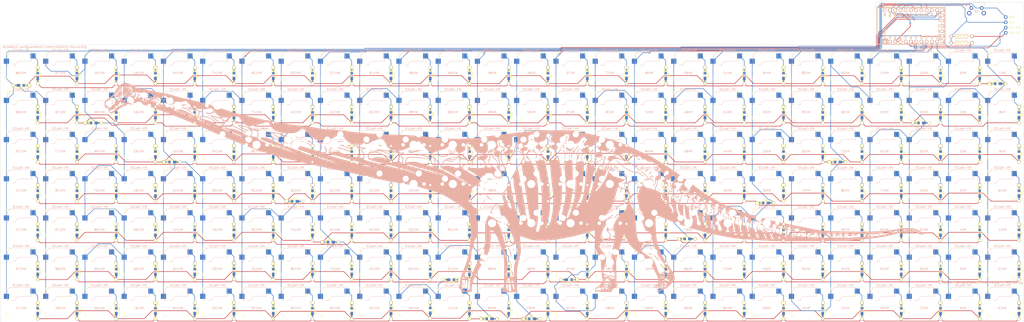
<source format=kicad_pcb>
(kicad_pcb (version 20211014) (generator pcbnew)
  (layers (0 "F.Cu" signal) (31 "B.Cu" signal) (34 "B.Paste" user) (35 "F.Paste" user) (36 "B.SilkS" user "B.Silkscreen") (37 "F.SilkS" user "F.Silkscreen") (38 "B.Mask" user) (39 "F.Mask" user) (44 "Edge.Cuts" user))
  (net 0 "")
  (net 1 "Net-(D0-Pad2)")
  (net 2 "Net-(D0-Pad1)")
  (net 3 "Net-(D1-Pad2)")
  (net 4 "Net-(D1-Pad1)")
  (net 5 "Net-(D100-Pad2)")
  (net 6 "Net-(D2-Pad1)")
  (net 7 "Net-(D101-Pad2)")
  (net 8 "Net-(D3-Pad1)")
  (net 9 "Net-(D102-Pad2)")
  (net 10 "Net-(D4-Pad1)")
  (net 11 "Net-(D103-Pad2)")
  (net 12 "Net-(D5-Pad1)")
  (net 13 "Net-(D104-Pad2)")
  (net 14 "Net-(D6-Pad1)")
  (net 15 "Net-(D105-Pad2)")
  (net 16 "Net-(D7-Pad1)")
  (net 17 "Net-(D106-Pad2)")
  (net 18 "Net-(D8-Pad1)")
  (net 19 "Net-(D107-Pad2)")
  (net 20 "Net-(D9-Pad1)")
  (net 21 "Net-(D10-Pad2)")
  (net 22 "Net-(D10-Pad1)")
  (net 23 "Net-(D109-Pad2)")
  (net 24 "Net-(D11-Pad1)")
  (net 25 "Net-(D110-Pad2)")
  (net 26 "Net-(D12-Pad1)")
  (net 27 "Net-(D111-Pad2)")
  (net 28 "Net-(D13-Pad1)")
  (net 29 "Net-(D14-Pad1)")
  (net 30 "Net-(D15-Pad1)")
  (net 31 "Net-(D16-Pad1)")
  (net 32 "Net-(D17-Pad1)")
  (net 33 "Net-(D18-Pad1)")
  (net 34 "Net-(D19-Pad1)")
  (net 35 "Net-(D20-Pad1)")
  (net 36 "Net-(D21-Pad1)")
  (net 37 "Net-(D22-Pad1)")
  (net 38 "Net-(D23-Pad1)")
  (net 39 "Net-(D24-Pad1)")
  (net 40 "Net-(D25-Pad1)")
  (net 41 "Net-(D26-Pad1)")
  (net 42 "Net-(D27-Pad1)")
  (net 43 "Net-(D28-Pad1)")
  (net 44 "Net-(D29-Pad1)")
  (net 45 "Net-(D30-Pad1)")
  (net 46 "Net-(D31-Pad1)")
  (net 47 "Net-(D32-Pad1)")
  (net 48 "Net-(D33-Pad1)")
  (net 49 "Net-(D34-Pad1)")
  (net 50 "Net-(D35-Pad1)")
  (net 51 "Net-(D36-Pad1)")
  (net 52 "Net-(D37-Pad1)")
  (net 53 "Net-(D38-Pad1)")
  (net 54 "Net-(D39-Pad1)")
  (net 55 "Net-(D40-Pad1)")
  (net 56 "Net-(D41-Pad1)")
  (net 57 "Net-(D42-Pad1)")
  (net 58 "Net-(D43-Pad1)")
  (net 59 "Net-(D44-Pad1)")
  (net 60 "Net-(D45-Pad1)")
  (net 61 "Net-(D46-Pad1)")
  (net 62 "Net-(D47-Pad1)")
  (net 63 "Net-(D48-Pad1)")
  (net 64 "Net-(D49-Pad1)")
  (net 65 "Net-(D50-Pad1)")
  (net 66 "Net-(D51-Pad1)")
  (net 67 "Net-(D52-Pad1)")
  (net 68 "Net-(D53-Pad1)")
  (net 69 "Net-(D54-Pad1)")
  (net 70 "Net-(D55-Pad1)")
  (net 71 "Net-(D56-Pad1)")
  (net 72 "Net-(D57-Pad1)")
  (net 73 "Net-(D58-Pad1)")
  (net 74 "Net-(D59-Pad1)")
  (net 75 "Net-(D60-Pad1)")
  (net 76 "Net-(D61-Pad1)")
  (net 77 "Net-(D62-Pad1)")
  (net 78 "Net-(D63-Pad1)")
  (net 79 "Net-(D64-Pad1)")
  (net 80 "Net-(D65-Pad1)")
  (net 81 "Net-(D66-Pad1)")
  (net 82 "Net-(D67-Pad1)")
  (net 83 "Net-(D68-Pad1)")
  (net 84 "Net-(D69-Pad1)")
  (net 85 "Net-(D70-Pad1)")
  (net 86 "Net-(D71-Pad1)")
  (net 87 "Net-(D72-Pad1)")
  (net 88 "Net-(D73-Pad1)")
  (net 89 "Net-(D74-Pad1)")
  (net 90 "Net-(D75-Pad1)")
  (net 91 "Net-(D76-Pad1)")
  (net 92 "Net-(D77-Pad1)")
  (net 93 "Net-(D78-Pad1)")
  (net 94 "Net-(D79-Pad1)")
  (net 95 "Net-(D80-Pad1)")
  (net 96 "Net-(D81-Pad1)")
  (net 97 "Net-(D82-Pad1)")
  (net 98 "Net-(D83-Pad1)")
  (net 99 "Net-(D84-Pad1)")
  (net 100 "Net-(D85-Pad1)")
  (net 101 "Net-(D86-Pad1)")
  (net 102 "Net-(D87-Pad1)")
  (net 103 "Net-(D88-Pad1)")
  (net 104 "Net-(D89-Pad1)")
  (net 105 "Net-(D90-Pad1)")
  (net 106 "Net-(D91-Pad1)")
  (net 107 "Net-(D92-Pad1)")
  (net 108 "Net-(D93-Pad1)")
  (net 109 "Net-(D94-Pad1)")
  (net 110 "Net-(D95-Pad1)")
  (net 111 "Net-(D96-Pad1)")
  (net 112 "Net-(D97-Pad1)")
  (net 113 "Net-(D98-Pad1)")
  (net 114 "Net-(D99-Pad1)")
  (net 115 "Net-(D100-Pad1)")
  (net 116 "Net-(D101-Pad1)")
  (net 117 "Net-(D102-Pad1)")
  (net 118 "Net-(D103-Pad1)")
  (net 119 "Net-(D104-Pad1)")
  (net 120 "Net-(D105-Pad1)")
  (net 121 "Net-(D106-Pad1)")
  (net 122 "Net-(D107-Pad1)")
  (net 123 "Net-(D108-Pad1)")
  (net 124 "Net-(D109-Pad1)")
  (net 125 "Net-(D110-Pad1)")
  (net 126 "Net-(D111-Pad1)")
  (net 127 "Net-(D112-Pad1)")
  (net 128 "Net-(D113-Pad1)")
  (net 129 "Net-(D114-Pad1)")
  (net 130 "Net-(D115-Pad1)")
  (net 131 "Net-(D116-Pad1)")
  (net 132 "Net-(D117-Pad1)")
  (net 133 "Net-(D118-Pad1)")
  (net 134 "Net-(D119-Pad1)")
  (net 135 "Net-(D120-Pad1)")
  (net 136 "Net-(D121-Pad1)")
  (net 137 "Net-(D122-Pad1)")
  (net 138 "Net-(D123-Pad1)")
  (net 139 "Net-(D124-Pad1)")
  (net 140 "Net-(D125-Pad1)")
  (net 141 "Net-(D126-Pad1)")
  (net 142 "Net-(D127-Pad1)")
  (net 143 "Net-(D128-Pad1)")
  (net 144 "Net-(D129-Pad1)")
  (net 145 "Net-(D130-Pad1)")
  (net 146 "Net-(D131-Pad1)")
  (net 147 "Net-(D132-Pad1)")
  (net 148 "Net-(D133-Pad1)")
  (net 149 "Net-(D134-Pad1)")
  (net 150 "Net-(D135-Pad1)")
  (net 151 "Net-(D136-Pad1)")
  (net 152 "Net-(D137-Pad1)")
  (net 153 "Net-(D138-Pad1)")
  (net 154 "Net-(D139-Pad1)")
  (net 155 "Net-(D140-Pad1)")
  (net 156 "Net-(D141-Pad1)")
  (net 157 "Net-(D142-Pad1)")
  (net 158 "Net-(D143-Pad1)")
  (net 159 "Net-(D144-Pad1)")
  (net 160 "Net-(D145-Pad1)")
  (net 161 "Net-(D146-Pad1)")
  (net 162 "Net-(D147-Pad1)")
  (net 163 "Net-(D148-Pad1)")
  (net 164 "Net-(D149-Pad1)")
  (net 165 "Net-(D150-Pad1)")
  (net 166 "Net-(D151-Pad1)")
  (net 167 "Net-(D152-Pad1)")
  (net 168 "Net-(D153-Pad1)")
  (net 169 "Net-(D154-Pad1)")
  (net 170 "Net-(D155-Pad1)")
  (net 171 "Net-(D156-Pad1)")
  (net 172 "Net-(D157-Pad1)")
  (net 173 "Net-(D158-Pad1)")
  (net 174 "Net-(D159-Pad1)")
  (net 175 "Net-(D160-Pad1)")
  (net 176 "Net-(D161-Pad1)")
  (net 177 "Net-(D162-Pad1)")
  (net 178 "Net-(D163-Pad1)")
  (net 179 "Net-(D164-Pad1)")
  (net 180 "Net-(D165-Pad1)")
  (net 181 "Net-(D166-Pad1)")
  (net 182 "Net-(D167-Pad1)")
  (net 183 "Net-(D168-Pad1)")
  (net 184 "Net-(D169-Pad1)")
  (net 185 "Net-(D170-Pad1)")
  (net 186 "Net-(D171-Pad1)")
  (net 187 "Net-(D172-Pad1)")
  (net 188 "Net-(D173-Pad1)")
  (net 189 "Net-(D174-Pad1)")
  (net 190 "Net-(D175-Pad1)")
  (net 191 "Net-(D176-Pad1)")
  (net 192 "Net-(D177-Pad1)")
  (net 193 "Net-(D178-Pad1)")
  (net 194 "Net-(D179-Pad1)")
  (net 195 "Net-(D180-Pad1)")
  (net 196 "Net-(D181-Pad1)")
  (net 197 "row0")
  (net 198 "row1")
  (net 199 "row2")
  (net 200 "row3")
  (net 201 "row4")
  (net 202 "row5")
  (net 203 "row6")
  (net 204 "row7")
  (net 205 "row8")
  (net 206 "row9")
  (net 207 "row10")
  (net 208 "row11")
  (net 209 "row12")
  (net 210 "row13")
  (net 211 "SCL")
  (net 212 "+5V")
  (net 213 "SDA")
  (net 216 "GND1")
  (net 219 "reset")
  (footprint "MX_Only:MXOnly-1U-Hotswap" (layer "F.Cu") (at 147.231624 144.376947)
    (fp_text reference "MX131")
    (fp_text value "MX-NoLED")
  )
  (footprint "MX_Only:MXOnly-1U-Hotswap" (layer "F.Cu") (at 394.881624 125.326947)
    (fp_text reference "MX53")
    (fp_text value "MX-NoLED")
  )
  (footprint "MX_Only:MXOnly-1U-Hotswap" (layer "F.Cu") (at 280.566318 68.191098)
    (fp_text reference "MX92")
    (fp_text value "MX-NoLED")
  )
  (footprint "Keebio-Parts:Diode-dual" (layer "F.Cu") (at 326.777874 110.721947 90)
    (fp_text reference "D80")
    (fp_text value "DIODE" hide)
  )
  (footprint "MX_Only:MXOnly-1U-Hotswap" (layer "F.Cu") (at 147.231624 125.326947)
    (fp_text reference "MX130")
    (fp_text value "MX-NoLED")
  )
  (footprint "Keebio-Parts:Diode-dual" (layer "F.Cu") (at 231.527874 129.771947 90)
    (fp_text reference "D102")
    (fp_text value "DIODE" hide)
  )
  (footprint "MX_Only:MXOnly-1U-Hotswap" (layer "F.Cu") (at 147.231624 106.276947)
    (fp_text reference "MX129")
    (fp_text value "MX-NoLED")
  )
  (footprint "MX_Only:MXOnly-1U-Hotswap" (layer "F.Cu") (at 71.031624 68.176947)
    (fp_text reference "MX155")
    (fp_text value "MX-NoLED")
  )
  (footprint "MX_Only:MXOnly-1U-Hotswap" (layer "F.Cu") (at 490.131624 68.176947)
    (fp_text reference "MX1")
    (fp_text value "MX-NoLED")
  )
  (footprint "Keebio-Parts:Diode-dual" (layer "F.Cu") (at 60.077874 110.721947 90)
    (fp_text reference "D178")
    (fp_text value "DIODE" hide)
  )
  (footprint "Keebio-Parts:Diode-dual" (layer "F.Cu") (at 60.077874 91.671947 90)
    (fp_text reference "D177")
    (fp_text value "DIODE" hide)
  )
  (footprint "Keebio-Parts:Diode-dual" (layer "F.Cu") (at 117.227874 53.571947 90)
    (fp_text reference "D140")
    (fp_text value "DIODE" hide)
  )
  (footprint "Keebio-Parts:Diode-dual" (layer "F.Cu") (at 174.377874 129.771947 90)
    (fp_text reference "D137")
    (fp_text value "DIODE" hide)
  )
  (footprint "MX_Only:MXOnly-1U-Hotswap" (layer "F.Cu") (at 51.981624 163.426947)
    (fp_text reference "MX181")
    (fp_text value "MX-NoLED")
  )
  (footprint "MX_Only:MXOnly-1U-Hotswap" (layer "F.Cu") (at 204.381624 144.376947)
    (fp_text reference "MX124")
    (fp_text value "MX-NoLED")
  )
  (footprint "Keebio-Parts:Diode-dual" (layer "F.Cu") (at 106.115374 95.640697 180)
    (fp_text reference "D212")
    (fp_text value "DIODE" hide)
  )
  (footprint "Keebio-Parts:Diode-dual" (layer "F.Cu") (at 345.827874 167.871947 90)
    (fp_text reference "D62")
    (fp_text value "DIODE" hide)
  )
  (footprint "Keebio-Parts:Diode-dual" (layer "F.Cu") (at 155.327874 148.821947 90)
    (fp_text reference "D131")
    (fp_text value "DIODE" hide)
  )
  (footprint "MX_Only:MXOnly-1U-Hotswap" (layer "F.Cu") (at 452.031624 125.326947)
    (fp_text reference "MX18")
    (fp_text value "MX-NoLED")
  )
  (footprint "MX_Only:MXOnly-1U-Hotswap" (layer "F.Cu") (at 51.981624 106.276947)
    (fp_text reference "MX178")
    (fp_text value "MX-NoLED")
  )
  (footprint "MX_Only:MXOnly-1U-Hotswap" (layer "F.Cu") (at 166.281624 68.176947)
    (fp_text reference "MX134")
    (fp_text value "MX-NoLED")
  )
  (footprint "MX_Only:MXOnly-1U-Hotswap" (layer "F.Cu") (at 242.481624 125.326947)
    (fp_text reference "MX109")
    (fp_text value "MX-NoLED")
  )
  (footprint "Keebio-Parts:Diode-dual" (layer "F.Cu") (at 136.277874 167.871947 90)
    (fp_text reference "D153")
    (fp_text value "DIODE" hide)
  )
  (footprint "Keebio-Parts:Diode-dual" (layer "F.Cu") (at 402.977874 148.821947 90)
    (fp_text reference "D54")
    (fp_text value "DIODE" hide)
  )
  (footprint "Keebio-Parts:Diode-dual" (layer "F.Cu") (at 155.327874 110.721947 90)
    (fp_text reference "D129")
    (fp_text value "DIODE" hide)
  )
  (footprint "Keebio-Parts:Diode-dual" (layer "F.Cu") (at 498.227874 91.671947 90)
    (fp_text reference "D2")
    (fp_text value "DIODE" hide)
  )
  (footprint "Keebio-Parts:Diode-dual" (layer "F.Cu") (at 402.977874 110.721947 90)
    (fp_text reference "D52")
    (fp_text value "DIODE" hide)
  )
  (footprint "MX_Only:MXOnly-1U-Hotswap" (layer "F.Cu") (at 413.931624 144.376947)
    (fp_text reference "MX33")
    (fp_text value "MX-NoLED")
  )
  (footprint "Keebio-Parts:Diode-dual" (layer "F.Cu") (at 498.227874 129.771947 90)
    (fp_text reference "D4")
    (fp_text value "DIODE" hide)
  )
  (footprint "Keebio-Parts:Diode-dual" (layer "F.Cu") (at 269.612568 167.886098 90)
    (fp_text reference "D90")
    (fp_text value "DIODE" hide)
  )
  (footprint "Keebio-Parts:Diode-dual" (layer "F.Cu") (at 307.727874 91.671947 90)
    (fp_text reference "D72")
    (fp_text value "DIODE" hide)
  )
  (footprint "Keebio-Parts:Diode-dual" (layer "F.Cu") (at 174.377874 167.871947 90)
    (fp_text reference "D139")
    (fp_text value "DIODE" hide)
  )
  (footprint "Keebio-Parts:Diode-dual" (layer "F.Cu") (at 479.177874 110.721947 90)
    (fp_text reference "D24")
    (fp_text value "DIODE" hide)
  )
  (footprint "MX_Only:MXOnly-1U-Hotswap" (layer "F.Cu") (at 509.181624 49.126947)
    (fp_text reference "MX7")
    (fp_text value "MX-NoLED")
  )
  (footprint "MX_Only:MXOnly-1U-Hotswap" (layer "F.Cu") (at 318.681624 125.326947)
    (fp_text reference "MX81")
    (fp_text value "MX-NoLED")
  )
  (footprint "Keebio-Parts:Diode-dual" (layer "F.Cu") (at 79.127874 110.721947 90)
    (fp_text reference "D157")
    (fp_text value "DIODE" hide)
  )
  (footprint "Keebio-Parts:Diode-dual" (layer "F.Cu") (at 479.177874 72.621947 90)
    (fp_text reference "D22")
    (fp_text value "DIODE" hide)
  )
  (footprint "MX_Only:MXOnly-1U-Hotswap" (layer "F.Cu") (at 242.481624 49.126947)
    (fp_text reference "MX105")
    (fp_text value "MX-NoLED")
  )
  (footprint "Keebio-Parts:Resistor" (layer "F.Cu") (at 489.381318 37.696947 180)
    (fp_text reference "R0" hide)
    (fp_text value "R4.7k")
  )
  (footprint "MX_Only:MXOnly-1U-Hotswap" (layer "F.Cu") (at 375.831624 163.426947)
    (fp_text reference "MX48")
    (fp_text value "MX-NoLED")
  )
  (footprint "Keebio-Parts:Diode-dual" (layer "F.Cu") (at 498.227874 72.621947 90)
    (fp_text reference "D1")
    (fp_text value "DIODE" hide)
  )
  (footprint "MX_Only:MXOnly-1U-Hotswap" (layer "F.Cu") (at 413.931624 125.326947)
    (fp_text reference "MX32")
    (fp_text value "MX-NoLED")
  )
  (footprint "MX_Only:MXOnly-1U-Hotswap" (layer "F.Cu") (at 128.181624 106.276947)
    (fp_text reference "MX150")
    (fp_text value "MX-NoLED")
  )
  (footprint "Keebio-Parts:Diode-dual" (layer "F.Cu") (at 288.662568 129.786098 90)
    (fp_text reference "D95")
    (fp_text value "DIODE" hide)
  )
  (footprint "MX_Only:MXOnly-1U-Hotswap" (layer "F.Cu") (at 280.566318 49.141098)
    (fp_text reference "MX91")
    (fp_text value "MX-NoLED")
  )
  (footprint "MX_Only:MXOnly-1U-Hotswap" (layer "F.Cu") (at 90.081624 49.126947)
    (fp_text reference "MX161")
    (fp_text value "MX-NoLED")
  )
  (footprint "MX_Only:MXOnly-1U-Hotswap" (layer "F.Cu") (at 432.981624 87.226947)
    (fp_text reference "MX37")
    (fp_text value "MX-NoLED")
  )
  (footprint "MX_Only:MXOnly-1U-Hotswap" (layer "F.Cu") (at 185.331624 144.376947)
    (fp_text reference "MX117")
    (fp_text value "MX-NoLED")
  )
  (footprint "MX_Only:MXOnly-1U-Hotswap" (layer "F.Cu") (at 490.131624 144.376947)
    (fp_text reference "MX5")
    (fp_text value "MX-NoLED")
  )
  (footprint "MX_Only:MXOnly-1U-Hotswap" (layer "F.Cu") (at 394.881624 68.176947)
    (fp_text reference "MX50")
    (fp_text value "MX-NoLED")
  )
  (footprint "MX_Only:MXOnly-1U-Hotswap" (layer "F.Cu") (at 109.131624 49.126947)
    (fp_text reference "MX140")
    (fp_text value "MX-NoLED")
  )
  (footprint "Keebio-Parts:Diode-dual" (layer "F.Cu") (at 136.277874 53.571947 90)
    (fp_text reference "D147")
    (fp_text value "DIODE" hide)
  )
  (footprint "MX_Only:MXOnly-1U-Hotswap" (layer "F.Cu") (at 109.131624 125.326947)
    (fp_text reference "MX144")
    (fp_text value "MX-NoLED")
  )
  (footprint "MX_Only:MXOnly-1U-Hotswap" (layer "F.Cu") (at 299.631624 68.176947)
    (fp_text reference "MX71")
    (fp_text value "MX-NoLED")
  )
  (footprint "MX_Only:MXOnly-1U-Hotswap" (layer "F.Cu") (at 375.831624 144.376947)
    (fp_text reference "MX47")
    (fp_text value "MX-NoLED")
  )
  (footprint "Keebio-Parts:Diode-dual" (layer "F.Cu") (at 364.877874 72.621947 90)
    (fp_text reference "D64")
    (fp_text value "DIODE" hide)
  )
  (footprint "Keebio-Parts:Diode-dual" (layer "F.Cu") (at 307.727874 53.571947 90)
    (fp_text reference "D70")
    (fp_text value "DIODE" hide)
  )
  (footprint "Keebio-Parts:Diode-dual" (layer "F.Cu") (at 60.077874 167.871947 90)
    (fp_text reference "D181")
    (fp_text value "DIODE" hide)
  )
  (footprint "MX_Only:MXOnly-1U-Hotswap" (layer "F.Cu") (at 356.781624 87.226947)
    (fp_text reference "MX65")
    (fp_text value "MX-NoLED")
  )
  (footprint "MX_Only:MXOnly-1U-Hotswap" (layer "F.Cu") (at 261.516318 87.241098)
    (fp_text reference "MX86")
    (fp_text value "MX-NoLED")
  )
  (footprint "MX_Only:MXOnly-1U-Hotswap" (layer "F.Cu") (at 185.331624 49.126947)
    (fp_text reference "MX112")
    (fp_text value "MX-NoLED")
  )
  (footprint "MX_Only:MXOnly-1U-Hotswap" (layer "F.Cu") (at 509.181624 144.376947)
    (fp_text reference "MX12")
    (fp_text value "MX-NoLED")
  )
  (footprint "Keebio-Parts:Diode-dual" (layer "F.Cu") (at 383.927874 148.821947 90)
    (fp_text reference "D47")
    (fp_text value "DIODE" hide)
  )
  (footprint "Keebio-Parts:Diode-dual" (layer "F.Cu") (at 402.977874 53.571947 90)
    (fp_text reference "D49")
    (fp_text value "DIODE" hide)
  )
  (footprint "Keebio-Parts:Diode-dual" (layer "F.Cu") (at 364.877874 53.571947 90)
    (fp_text reference "D63")
    (fp_text value "DIODE" hide)
  )
  (footprint "Keebio-Parts:Diode-dual" (layer "F.Cu") (at 441.077874 148.821947 90)
    (fp_text reference "D40")
    (fp_text value "DIODE" hide)
  )
  (footprint "MX_Only:MXOnly-1U-Hotswap" (layer "F.Cu") (at 413.931624 87.226947)
    (fp_text reference "MX30")
    (fp_text value "MX-NoLED")
  )
  (footprint "MX_Only:MXOnly-1U-Hotswap" (layer "F.Cu") (at 471.081624 125.326947)
    (fp_text reference "MX25")
    (fp_text value "MX-NoLED")
  )
  (footprint "Keebio-Parts:Diode-dual" (layer "F.Cu") (at 155.327874 167.871947 90)
    (fp_text reference "D132")
    (fp_text value "DIODE" hide)
  )
  (footprint "Keebio-Parts:Diode-dual" (layer "F.Cu") (at 193.427874 110.721947 90)
    (fp_text reference "D115")
    (fp_text value "DIODE" hide)
  )
  (footprint "Keebio-Parts:Diode-dual" (layer "F.Cu") (at 460.127874 91.671947 90)
    (fp_text reference "D16")
    (fp_text value "DIODE" hide)
  )
  (footprint "Keebio-Parts:Diode-dual" (layer "F.Cu") (at 498.227874 110.721947 90)
    (fp_text reference "D3")
    (fp_text value "DIODE" hide)
  )
  (footprint "MX_Only:MXOnly-1U-Hotswap" (layer "F.Cu") (at 432.981624 49.126947)
    (fp_text reference "MX35")
    (fp_text value "MX-NoLED")
  )
  (footprint "MX_Only:MXOnly-1U-Hotswap" (layer "F.Cu") (at 128.181624 87.226947)
    (fp_text reference "MX149")
    (fp_text value "MX-NoLED")
  )
  (footprint "MX_Only:MXOnly-1U-Hotswap" (layer "F.Cu") (at 242.481624 106.276947)
    (fp_text reference "MX108")
    (fp_text value "MX-NoLED")
  )
  (footprint "Keebio-Parts:Diode-dual" (layer "F.Cu") (at 402.977874 167.871947 90)
    (fp_text reference "D55")
    (fp_text value "DIODE" hide)
  )
  (footprint "Keebio-Parts:Diode-dual" (layer "F.Cu") (at 498.227874 148.821947 90)
    (fp_text reference "D5")
    (fp_text value "DIODE" hide)
  )
  (footprint "MX_Only:MXOnly-1U-Hotswap" (layer "F.Cu") (at 71.031624 125.326947)
    (fp_text reference "MX158")
    (fp_text value "MX-NoLED")
  )
  (footprint "Keebio-Parts:Diode-dual" (layer "F.Cu") (at 33.090374 58.334447)
    (fp_text reference "D214")
    (fp_text value "DIODE" hide)
  )
  (footprint "MX_Only:MXOnly-1U-Hotswap" (layer "F.Cu") (at 509.181624 163.426947)
    (fp_text reference "MX13")
    (fp_text value "MX-NoLED")
  )
  (footprint "Keebio-Parts:Diode-dual" (layer "F.Cu") (at 422.027874 110.721947 90)
    (fp_text reference "D31")
    (fp_text value "DIODE" hide)
  )
  (footprint "Keebio-Parts:Diode-dual" (layer "F.Cu") (at 288.662568 72.636098 90)
    (fp_text reference "D92")
    (fp_text value "DIODE" hide)
  )
  (footprint "MX_Only:MXOnly-1U-Hotswap" (layer "F.Cu") (at 71.031624 49.126947)
    (fp_text reference "MX154")
    (fp_text value "MX-NoLED")
  )
  (footprint "Keebio-Parts:Diode-dual" (layer "F.Cu") (at 441.077874 72.621947 90)
    (fp_text reference "D36")
    (fp_text value "DIODE" hide)
  )
  (footprint "Keebio-Parts:Diode-dual" (layer "F.Cu") (at 269.612568 53.586098 90)
    (fp_text reference "D84")
    (fp_text value "DIODE" hide)
  )
  (footprint "Keebio-Parts:Diode-dual" (layer "F.Cu") (at 364.877874 129.771947 90)
    (fp_text reference "D67")
    (fp_text value "DIODE" hide)
  )
  (footprint "MX_Only:MXOnly-1U-Hotswap" (layer "F.Cu") (at 356.781624 49.126947)
    (fp_text reference "MX63")
    (fp_text value "MX-NoLED")
  )
  (footprint "Keebio-Parts:Diode-dual" (layer "F.Cu") (at 326.777874 72.621947 90)
    (fp_text reference "D78")
    (fp_text value "DIODE" hide)
  )
  (footprint "Keebio-Parts:Diode-dual" (layer "F.Cu") (at 479.177874 167.871947 90)
    (fp_text reference "D27")
    (fp_text value "DIODE" hide)
  )
  (footprint "Keebio-Parts:Diode-dual" (layer "F.Cu") (at 250.577874 72.621947 90)
    (fp_text reference "D106")
    (fp_text value "DIODE" hide)
  )
  (footprint "MX_Only:MXOnly-1U-Hotswap" (layer "F.Cu") (at 204.381624 106.276947)
    (fp_text reference "MX122")
    (fp_text value "MX-NoLED")
  )
  (footprint "Keebio-Parts:Diode-dual" (layer "F.Cu") (at 98.177874 129.771947 90)
    (fp_text reference "D165")
    (fp_text value "DIODE" hide)
  )
  (footprint "Keebio-Parts:Diode-dual" (layer "F.Cu") (at 269.612568 148.836098 90)
    (fp_text reference "D89")
    (fp_text value "DIODE" hide)
  )
  (footprint "MX_Only:MXOnly-1U-Hotswap" (layer "F.Cu") (at 185.331624 68.176947)
    (fp_text reference "MX113")
    (fp_text value "MX-NoLED")
  )
  (footprint "MX_Only:MXOnly-1U-Hotswap" (layer "F.Cu") (at 223.431624 106.276947)
    (fp_text reference "MX101")
    (fp_text value "MX-NoLED")
  )
  (footprint "Keebio-Parts:Diode-dual" (layer "F.Cu") (at 288.662568 148.836098 90)
    (fp_text reference "D96")
    (fp_text value "DIODE" hide)
  )
  (footprint "Keebio-Parts:Diode-dual" (layer "F.Cu") (at 498.227874 53.571947 90)
    (fp_text reference "D0")
    (fp_text value "DIODE" hide)
  )
  (footprint "Keebio-Parts:Diode-dual" (layer "F.Cu") (at 250.577874 110.721947 90)
    (fp_text reference "D108")
    (fp_text value "DIODE" hide)
  )
  (footprint "MX_Only:MXOnly-1U-Hotswap" (layer "F.Cu") (at 432.981624 144.376947)
    (fp_text reference "MX40")
    (fp_text value "MX-NoLED")
  )
  (footprint "Keebio-Parts:Diode-dual" (layer "F.Cu") (at 326.777874 167.871947 90)
    (fp_text reference "D83")
    (fp_text value "DIODE" hide)
  )
  (footprint "MX_Only:MXOnly-1U-Hotswap" (layer "F.Cu") (at 90.081624 125.326947)
    (fp_text reference "MX165")
    (fp_text value "MX-NoLED")
  )
  (footprint "MX_Only:MXOnly-1U-Hotswap" (layer "F.Cu") (at 375.831624 125.326947)
    (fp_text reference "MX46")
    (fp_text value "MX-NoLED")
  )
  (footprint "MX_Only:MXOnly-1U-Hotswap" (layer "F.Cu") (at 318.681624 106.276947)
    (fp_text reference "MX80")
    (fp_text value "MX-NoLED")
  )
  (footprint "MX_Only:MXOnly-1U-Hotswap" (layer "F.Cu") (at 128.181624 125.326947)
    (fp_text reference "MX151")
    (fp_text value "MX-NoLED")
  )
  (footprint "MX_Only:MXOnly-1U-Hotswap" (layer "F.Cu") (at 223.431624 68.176947)
    (fp_text reference "MX99")
    (fp_text value "MX-NoLED")
  )
  (footprint "Keebio-Parts:Diode-dual" (layer "F.Cu") (at 422.027874 53.571947 90)
    (fp_text reference "D28")
    (fp_text value "DIODE" hide)
  )
  (footprint "MX_Only:MXOnly-1U-Hotswap" (layer "F.Cu") (at 90.081624 106.276947)
    (fp_text reference "MX164")
    (fp_text value "MX-NoLED")
  )
  (footprint "Keebio-Parts:Diode-dual" (layer "F.Cu") (at 68.015374 76.590697 180)
    (fp_text reference "D213")
    (fp_text value "DIODE" hide)
  )
  (footprint "Keebio-Parts:Diode-dual" (layer "F.Cu") (at 231.527874 167.684447 90)
    (fp_text reference "D104")
    (fp_text value "DIODE" hide)
  )
  (footprint "MX_Only:MXOnly-1U-Hotswap" (layer "F.Cu") (at 452.031624 49.126947)
    (fp_text reference "MX14")
    (fp_text value "MX-NoLED")
  )
  (footprint "MX_Only:MXOnly-1U-Hotswap" (layer "F.Cu") (at 375.831624 87.226947)
    (fp_text reference "MX44")
    (fp_text value "MX-NoLED")
  )
  (footprint "MX_Only:MXOnly-1U-Hotswap" (layer "F.Cu") (at 299.631624 125.326947)
    (fp_text reference "MX74")
    (fp_text value "MX-NoLED")
  )
  (footprint "MX_Only:MXOnly-1U-Hotswap" (layer "F.Cu") (at 471.081624 87.226947)
    (fp_text reference "MX23")
    (fp_text value "MX-NoLED")
  )
  (footprint "Keebio-Parts:Diode-dual" (layer "F.Cu") (at 212.477874 167.871947 90)
    (fp_text reference "D125")
    (fp_text value "DIODE" hide)
  )
  (footprint "MX_Only:MXOnly-1U-Hotswap" (layer "F.Cu") (at 471.081624 106.276947)
    (fp_text reference "MX24")
    (fp_text value "MX-NoLED")
  )
  (footprint "Keebio-Parts:Diode-dual" (layer "F.Cu") (at 212.477874 91.671947 90)
    (fp_text reference "D121")
    (fp_text value "DIODE" hide)
  )
  (footprint "MX_Only:MXOnly-1U-Hotswap" (layer "F.Cu") (at 490.131624 125.326947)
    (fp_text reference "MX4")
    (fp_text value "MX-NoLED")
  )
  (footprint "Keebio-Parts:Diode-dual" (layer "F.Cu") (at 479.177874 91.671947 90)
    (fp_text reference "D23")
    (fp_text value "DIODE" hide)
  )
  (footprint "MX_Only:MXOnly-1U-Hotswap" (layer "F.Cu") (at 280.566318 87.241098)
    (fp_text reference "MX93")
    (fp_text value "MX-NoLED")
  )
  (footprint "MX_Only:MXOnly-1U-Hotswap" (layer "F.Cu") (at 356.781624 106.276947)
    (fp_text reference "MX66")
    (fp_text value "MX-NoLED")
  )
  (footprint "Keebio-Parts:Elite-C" (layer "F.Cu") (at 466.083374 29.441947)
    (fp_text reference "U1" hide)
    (fp_text value "Elite-C" hide)
  )
  (footprint "MX_Only:MXOnly-1U-Hotswap" (layer "F.Cu") (at 261.516318 106.291098)
    (fp_text reference "MX87")
    (fp_text value "MX-NoLED")
  )
  (footprint "Keebio-Parts:Diode-dual" (layer "F.Cu") (at 193.427874 148.821947 90)
    (fp_text reference "D117")
    (fp_text value "DIODE" hide)
  )
  (footprint "MX_Only:MXOnly-1U-Hotswap" (layer "F.Cu") (at 318.681624 87.226947)
    (fp_text reference "MX79")
    (fp_text value "MX-NoLED")
  )
  (footprint "Keebio-Parts:Diode-dual" (layer "F.Cu") (at 517.277874 72.621947 90)
    (fp_text reference "D8")
    (fp_text value "DIODE" hide)
  )
  (footprint "Keebio-Parts:Diode-dual" (layer "F.Cu") (at 422.027874 148.821947 90)
    (fp_text reference "D33")
    (fp_text value "DIODE" hide)
  )
  (footprint "Keebio-Parts:Diode-dual" (layer "F.Cu") (at 441.077874 53.571947 90)
    (fp_text reference "D35")
    (fp_text value "DIODE" hide)
  )
  (footprint "MX_Only:MXOnly-1U-Hotswap" (layer "F.Cu") (at 452.031624 68.176947)
    (fp_text reference "MX15")
    (fp_text value "MX-NoLED")
  )
  (footprint "Keebio-Parts:Diode-dual" (layer "F.Cu") (at 98.177874 110.721947 90)
    (fp_text reference "D164")
    (fp_text value "DIODE" hide)
  )
  (footprint "MX_Only:MXOnly-1U-Hotswap" (layer "F.Cu") (at 299.631624 144.376947)
    (fp_text reference "MX75")
    (fp_text value "MX-NoLED")
  )
  (footprint "MX_Only:MXOnly-1U-Hotswap" (layer "F.Cu") (at 185.331624 125.326947)
    (fp_text reference "MX116")
    (fp_text value "MX-NoLED")
  )
  (footprint "MX_Only:MXOnly-1U-Hotswap" (layer "F.Cu") (at 204.381624 68.176947)
    (fp_text reference "MX120")
    (fp_text value "MX-NoLED")
  )
  (footprint "MX_Only:MXOnly-1U-Hotswap" (layer "F.Cu") (at 185.331624 106.276947)
    (fp_text reference "MX115")
    (fp_text value "MX-NoLED")
  )
  (footprint "Keebio-Parts:Diode-dual" (layer "F.Cu") (at 460.127874 148.821947 90)
    (fp_text reference "D19")
    (fp_text value "DIODE" hide)
  )
  (footprint "MX_Only:MXOnly-1U-Hotswap" (layer "F.Cu") (at 490.131624 106.276947)
    (fp_text reference "MX3")
    (fp_text value "MX-NoLED")
  )
  (footprint "MX_Only:MXOnly-1U-Hotswap" (layer "F.Cu") (at 261.516318 163.441098)
    (fp_text reference "MX90")
    (fp_text value "MX-NoLED")
  )
  (footprint "Keebio-Parts:Diode-dual" (layer "F.Cu") (at 41.027874 167.871947 90)
    (fp_text reference "D174")
    (fp_text value "DIODE" hide)
  )
  (footprint "Keebio-Parts:Diode-dual" (layer "F.Cu") (at 469.652874 76.590697 180)
    (fp_text reference "D202")
    (fp_text value "DIODE" hide)
  )
  (footprint "MX_Only:MXOnly-1U-Hotswap" (layer "F.Cu") (at 128.181624 163.426947)
    (fp_text reference "MX153")
    (fp_text value "MX-NoLED")
  )
  (footprint "MX_Only:MXOnly-1U-Hotswap" (layer "F.Cu") (at 71.031624 144.376947)
    (fp_text reference "MX159")
    (fp_text value "MX-NoLED")
  )
  (footprint "MX_Only:MXOnly-1U-Hotswap" (layer "F.Cu") (at 90.081624 163.426947)
    (fp_text reference "MX167")
    (fp_text value "MX-NoLED")
  )
  (footprint "MX_Only:MXOnly-1U-Hotswap" (layer "F.Cu") (at 394.881624 87.226947)
    (fp_text reference "MX51")
    (fp_text value "MX-NoLED")
  )
  (footprint "Keebio-Parts:Diode-dual" (layer "F.Cu") (at 98.177874 53.571947 90)
    (fp_text reference "D161")
    (fp_text value "DIODE" hide)
  )
  (footprint "Keebio-Parts:Diode-dual" (layer "F.Cu") (at 441.077874 110.721947 90)
    (fp_text reference "D38")
    (fp_text value "DIODE" hide)
  )
  (footprint "MX_Only:MXOnly-1U-Hotswap" (layer "F.Cu") (at 90.081624 68.176947)
    (fp_text reference "MX162")
    (fp_text value "MX-NoLED")
  )
  (footprint "MX_Only:MXOnly-1U-Hotswap" (layer "F.Cu") (at 394.881624 144.376947)
    (fp_text reference "MX54")
    (fp_text value "MX-NoLED")
  )
  (footprint "Keebio-Parts:Diode-dual" (layer "F.Cu") (at 231.527874 110.721947 90)
    (fp_text reference "D101")
    (fp_text value "DIODE" hide)
  )
  (footprint "Keebio-Parts:Diode-dual" (layer "F.Cu") (at 364.877874 91.671947 90)
    (fp_text reference "D65")
    (fp_text value "DIODE" hide)
  )
  (footprint "MX_Only:MXOnly-1U-Hotswap" (layer "F.Cu") (at 452.031624 163.426947)
    (fp_text reference "MX20")
    (fp_text value "MX-NoLED")
  )
  (footprint "MX_Only:MXOnly-1U-Hotswap" (layer "F.Cu") (at 471.081624 49.126947)
    (fp_text reference "MX21")
    (fp_text value "MX-NoLED")
  )
  (footprint "Keebio-Parts:Diode-dual" (layer "F.Cu") (at 174.377874 110.721947 90)
    (fp_text reference "D136")
    (fp_text value "DIODE" hide)
  )
  (footprint "MX_Only:MXOnly-1U-Hotswap" (layer "F.Cu") (at 51.981624 68.176947)
    (fp_text reference "MX176")
    (fp_text value "MX-NoLED")
  )
  (footprint "Keebio-Parts:Diode-dual" (layer "F.Cu") (at 212.477874 110.721947 90)
    (fp_text reference "D122")
    (fp_text value "DIODE" hide)
  )
  (footprint "MX_Only:MXOnly-1U-Hotswap" (layer "F.Cu") (at 509.181624 125.326947)
    (fp_text reference "MX11")
    (fp_text value "MX-NoLED")
  )
  (footprint "MX_Only:MXOnly-1U-Hotswap" (layer "F.Cu") (at 109.131624 68.176947)
    (fp_text reference "MX141")
    (fp_text value "MX-NoLED")
  )
  (footprint "MX_Only:MXOnly-1U-Hotswap" (layer "F.Cu") (at 394.881624 49.126947)
    (fp_text reference "MX49")
    (fp_text value "MX-NoLED")
  )
  (footprint "MX_Only:MXOnly-1U-Hotswap" (layer "F.Cu") (at 109.131624 87.226947)
    (fp_text reference "MX142")
    (fp_text value "MX-NoLED")
  )
  (footprint "MX_Only:MXOnly-1U-Hotswap" (layer "F.Cu") (at 490.131624 163.426947)
    (fp_text reference "MX6")
    (fp_text value "MX-NoLED")
  )
  (footprint "MX_Only:MXOnly-1U-Hotswap" (layer "F.Cu") (at 337.731624 106.276947)
    (fp_text reference "MX59")
    (fp_text value "MX-NoLED")
  )
  (footprint "MX_Only:MXOnly-1U-Hotswap" (layer "F.Cu") (at 432.981624 68.176947)
    (fp_text reference "MX36")
    (fp_text value "MX-NoLED")
  )
  (footprint "Keebio-Parts:Diode-dual" (layer "F.Cu") (at 345.827874 110.721947 90)
    (fp_text reference "D59")
    (fp_text value "DIODE" hide)
  )
  (footprint "Keebio-Parts:Diode-dual" (layer "F.Cu") (at 41.027874 129.771947 90)
    (fp_text reference "D172")
    (fp_text value "DIODE" hide)
  )
  (footprint "MX_Only:MXOnly-1U-Hotswap" (layer "F.Cu") (at 280.566318 125.341098)
    (fp_text reference "MX95")
    (fp_text value "MX-NoLED")
  )
  (footprint "Keebio-Parts:Diode-dual" (layer "F.Cu") (at 422.027874 129.771947 90)
    (fp_text reference "D32")
    (fp_text value "DIODE" hide)
  )
  (footprint "Keebio-Parts:Diode-dual" (layer "F.Cu") (at 79.127874 72.621947 90)
    (fp_text reference "D155")
    (fp_text value "DIODE" hide)
  )
  (footprint "Keebio-Parts:Diode-dual" (layer "F.Cu") (at 307.727874 167.871947 90)
    (fp_text reference "D76")
    (fp_text value "DIODE" hide)
  )
  (footprint "MX_Only:MXOnly-1U-Hotswap" (layer "F.Cu") (at 318.681624 144.376947)
    (fp_text reference "MX82")
    (fp_text value "MX-NoLED")
  )
  (footprint "Keebio-Parts:Diode-dual" (layer "F.Cu") (at 288.662568 110.736098 90)
    (fp_text reference "D94")
    (fp_text value "DIODE" hide)
  )
  (footprint "Keebio-Parts:Diode-dual" (layer "F.Cu") (at 41.027874 53.571947 90)
    (fp_text reference "D168")
    (fp_text value "DIODE" hide)
  )
  (footprint "Keebio-Parts:Diode-dual" (layer "F.Cu") (at 41.027874 110.721947 90)
    (fp_text reference "D171")
    (fp_text value "DIODE" hide)
  )
  (footprint "MX_Only:MXOnly-1U-Hotswap" (layer "F.Cu") (at 452.031624 106.276947)
    (fp_text reference "MX17")
    (fp_text value "MX-NoLED")
  )
  (footprint "Keebio-Parts:Diode-dual" (layer "F.Cu") (at 288.662568 91.686098 90)
    (fp_text reference "D93")
    (fp_text value "DIODE" hide)
  )
  (footprint "Keebio-Parts:Diode-dual" (layer "F.Cu") (at 193.427874 72.621947 90)
    (fp_text reference "D113")
    (fp_text value "DIODE" hide)
  )
  (footprint "MX_Only:MXOnly-1U-Hotswap" (layer "F.Cu") (at 509.181624 106.276947)
    (fp_text reference "MX10")
    (fp_text value "MX-NoLED")
  )
  (footprint "MX_Only:MXOnly-1U-Hotswap" (layer "F.Cu") (at 318.681624 49.126947)
    (fp_text reference "MX77")
    (fp_text value "MX-NoLED")
  )
  (footprint "Keebio-Parts:Diode-dual" (layer "F.Cu") (at 155.327874 129.771947 90)
    (fp_text reference "D130")
    (fp_text value "DIODE" hide)
  )
  (footprint "MX_Only:MXOnly-1U-Hotswap" (layer "F.Cu") (at 394.881624 163.426947)
    (fp_text reference "MX55")
    (fp_text value "MX-NoLED")
  )
  (footprint "Keebio-Parts:Diode-dual" (layer "F.Cu") (at 288.662568 53.586098 90)
    (fp_text reference "D91")
    (fp_text value "DIODE" hide)
  )
  (footprint "MX_Only:MXOnly-1U-Hotswap" (layer "F.Cu") (at 128.181624 68.176947)
    (fp_text reference "MX148")
    (fp_text value "MX-NoLED")
  )
  (footprint "MX_Only:MXOnly-1U-Hotswap" (layer "F.Cu") (at 147.231624 163.426947)
    (fp_text reference "MX132")
    (fp_text value "MX-NoLED")
  )
  (footprint "MX_Only:MXOnly-1U-Hotswap" (layer "F.Cu") (at 261.516318 125.341098)
    (fp_text reference "MX88")
    (fp_text value "MX-NoLED")
  )
  (footprint "Keebio-Parts:Diode-dual" (layer "F.Cu") (at 250.577874 167.871947 90)
    (fp_text reference "D111")
    (fp_text value "DIODE" hide)
  )
  (footprint "Keebio-Parts:Diode-dual" (layer "F.Cu") (at 212.477874 129.771947 90)
    (fp_text reference "D123")
    (fp_text value "DIODE" hide)
  )
  (footprint "MX_Only:MXOnly-1U-Hotswap" (layer "F.Cu") (at 299.631624 87.226947)
    (fp_text reference "MX72")
    (fp_text value "MX-NoLED")
  )
  (footprint "Keebio-Parts:Diode-dual" (layer "F.Cu") (at 60.077874 129.771947 90)
    (fp_text reference "D179")
    (fp_text value "DIODE" hide)
  )
  (footprint "MX_Only:MXOnly-1U-Hotswap" (layer "F.Cu") (at 147.231624 68.176947)
    (fp_text reference "MX127")
    (fp_text value "MX-NoLED")
  )
  (footprint "Keebio-Parts:Diode-dual" (layer "F.Cu") (at 241.846624 152.790697)
    (fp_text reference "D209")
    (fp_text value "DIODE" hide)
  )
  (footprint "MX_Only:MXOnly-1U-Hotswap" (layer "F.Cu") (at 299.631624 163.426947)
    (fp_text reference "MX76")
    (fp_text value "MX-NoLED")
  )
  (footprint "Keebio-Parts:Diode-dual" (layer "F.Cu") (at 193.427874 53.571947 90)
    (fp_text reference "D112")
    (fp_text value "DIODE" hide)
  )
  (footprint "Keebio-Parts:Diode-dual" (layer "F.Cu") (at 136.277874 110.721947 90)
    (fp_text reference "D150")
    (fp_text value "DIODE" hide)
  )
  (footprint "Keebio-Parts:Diode-dual" (layer "F.Cu") (at 460.127874 72.621947 90)
    (fp_text reference "D15")
    (fp_text value "DIODE" hide)
  )
  (footprint "MX_Only:MXOnly-1U-Hotswap" (layer "F.Cu") (at 32.931624 87.226947)
    (fp_text reference "MX170")
    (fp_text value "MX-NoLED")
  )
  (footprint "Keebio-Parts:Diode-dual" (layer "F.Cu") (at 269.612568 91.686098 90)
    (fp_text reference "D86")
    (fp_text value "DIODE" hide)
  )
  (footprint "MX_Only:MXOnly-1U-Hotswap" (layer "F.Cu") (at 204.381624 163.426947)
    (fp_text reference "MX125")
    (fp_text value "MX-NoLED")
  )
  (footprint "Keebio-Parts:Diode-dual" (layer "F.Cu") (at 506.840374 57.540697 180)
    (fp_text reference "D201")
    (fp_text value "DIODE" hide)
  )
  (footprint "MX_Only:MXOnly-1U-Hotswap" (layer "F.Cu") (at 394.881624 106.276947)
    (fp_text reference "MX52")
    (fp_text value "MX-NoLED")
  )
  (footprint "Keebio-Parts:Diode-dual" (layer "F.Cu") (at 307.727874 110.721947 90)
    (fp_text reference "D73")
    (fp_text value "DIODE" hide)
  )
  (footprint "MX_Only:MXOnly-1U-Hotswap" (layer "F.Cu") (at 90.081624 144.376947)
    (fp_text reference "MX166")
    (fp_text value "MX-NoLED")
  )
  (footprint "MX_Only:MXOnly-1U-Hotswap" (layer "F.Cu") (at 337.731624 125.326947)
    (fp_text reference "MX60")
    (fp_text value "MX-NoLED")
  )
  (footprint "MX_Only:MXOnly-1U-Hotswap" (layer "F.Cu") (at 71.031624 106.276947)
    (fp_text reference "MX157")
    (fp_text value "MX-NoLED")
  )
  (footprint "MX_Only:MXOnly-1U-Hotswap" (layer "F.Cu") (at 337.731624 144.376947)
    (fp_text reference "MX61")
    (fp_text value "MX-NoLED")
  )
  (footprint "Keebio-Parts:Diode-dual" (layer "F.Cu") (at 307.727874 148.821947 90)
    (fp_text reference "D75")
    (fp_text value "DIODE" hide)
  )
  (footprint "MX_Only:MXOnly-1U-Hotswap" (layer "F.Cu") (at 204.381624 87.226947)
    (fp_text reference "MX121")
    (fp_text value "MX-NoLED")
  )
  (footprint "MX_Only:MXOnly-1U-Hotswap" (layer "F.Cu") (at 128.181624 144.376947)
    (fp_text reference "MX152")
    (fp_text value "MX-NoLED")
  )
  (footprint "MX_Only:MXOnly-1U-Hotswap" (layer "F.Cu") (at 337.731624 163.426947)
    (fp_text reference "MX62")
    (fp_text value "MX-NoLED")
  )
  (footprint "Keebio-Parts:Diode-dual" (layer "F.Cu") (at 298.996624 152.790697)
    (fp_text reference "D206")
    (fp_text value "DIODE" hide)
  )
  (footprint "Keebio-Parts:Diode-dual" (layer "F.Cu") (at 174.377874 53.571947 90)
    (fp_text reference "D133")
    (fp_text value "DIODE" hide)
  )
  (footprint "Keebio-Parts:Diode-dual" (layer "F.Cu") (at 517.277874 167.871947 90)
    (fp_text reference "D13")
    (fp_text value "DIODE" hide)
  )
  (footprint "MX_Only:MXOnly-1U-Hotswap" (layer "F.Cu") (at 109.131624 163.426947)
    (fp_text reference "MX146")
    (fp_text value "MX-NoLED")
  )
  (footprint "MX_Only:MXOnly-1U-Hotswap" (layer "F.Cu") (at 223.431624 125.326947)
    (fp_text reference "MX102")
    (fp_text value "MX-NoLED")
  )
  (footprint "Keebio-Parts:Diode-dual" (layer "F.Cu") (at 155.327874 53.571947 90)
    (fp_text reference "D126")
    (fp_text value "DIODE" hide)
  )
  (footprint "MX_Only:MXOnly-1U-Hotswap" (layer "F.Cu") (at 432.981624 163.426947)
    (fp_text reference "MX41")
    (fp_text value "MX-NoLED")
  )
  (footprint "MX_Only:MXOnly-1U-Hotswap" (layer "F.Cu") (at 166.281624 49.126947)
    (fp_text reference "MX133")
    (fp_text value "MX-NoLED")
  )
  (footprint "Keebio-Parts:Diode-dual" (layer "F.Cu") (at 517.277874 148.821947 90)
    (fp_text reference "D12")
    (fp_text value "DIODE" hide)
  )
  (footprint "MX_Only:MXOnly-1U-Hotswap" (layer "F.Cu") (at 90.081624 87.226947)
    (fp_text reference "MX163")
    (fp_text value "MX-NoLED")
  )
  (footprint "Keebio-Parts:Diode-dual" (layer "F.Cu") (at 250.577874 53.571947 90)
    (fp_text reference "D105")
    (fp_text value "DIODE" hide)
  )
  (footprint "Keebio-Parts:Diode-dual" (layer "F.Cu") (at 326.777874 91.671947 90)
    (fp_text reference "D79")
    (fp_text value "DIODE" hide)
  )
  (footprint "Keebio-Parts:Diode-dual" (layer "F.Cu") (at 136.277874 72.621947 90)
    (fp_text reference "D148")
    (fp_text value "DIODE" hide)
  )
  (footprint "Keebio-Parts:Diode-dual" (layer "F.Cu") (at 307.727874 129.771947 90)
    (fp_text reference "D74")
    (fp_text value "DIODE" hide)
  )
  (footprint "Keebio-Parts:Diode-dual" (layer "F.Cu") (at 98.177874 148.821947 90)
    (fp_text reference "D166")
    (fp_text value "DIODE" hide)
  )
  (footprint "Keebio-Parts:Diode-dual" (layer "F.Cu") (at 79.127874 91.671947 90)
    (fp_text reference "D156")
    (fp_text value "DIODE" hide)
  )
  (footprint "MX_Only:MXOnly-1U-Hotswap" (layer "F.Cu") (at 375.831624 68.176947)
    (fp_text reference "MX43")
    (fp_text value "MX-NoLED")
  )
  (footprint "Keebio-Parts:Diode-dual" (layer "F.Cu") (at 136.277874 91.671947 90)
    (fp_text reference "D149")
    (fp_text value "DIODE" hide)
  )
  (footprint "MX_Only:MXOnly-1U-Hotswap" (layer "F.Cu") (at 32.931624 106.276947)
    (fp_text reference "MX171")
    (fp_text value "MX-NoLED")
  )
  (footprint "Keebio-Parts:Diode-dual" (layer "F.Cu") (at 402.977874 129.771947 90)
    (fp_text reference "D53")
    (fp_text value "DIODE" hide)
  )
  (footprint "Keebio-Parts:Diode-dual" (layer "F.Cu") (at 422.027874 91.671947 90)
    (fp_text reference "D30")
    (fp_text value "DIODE" hide)
  )
  (footprint "Keebio-Parts:Diode-dual" (layer "F.Cu") (at 231.527874 53.571947 90)
    (fp_text reference "D98")
    (fp_text value "DIODE" hide)
  )
  (footprint "Keebio-Parts:Diode-dual" (layer "F.Cu") (at 441.077874 129.771947 90)
    (fp_text reference "D39")
    (fp_text value "DIODE" hide)
  )
  (footprint "Keebio-Parts:Diode-dual" (layer "F.Cu") (at 174.377874 72.621947 90)
    (fp_text reference "D134")
    (fp_text value "DIODE" hide)
  )
  (footprint "MX_Only:MXOnly-1U-Hotswap" (layer "F.Cu") (at 204.381624 49.126947)
    (fp_text reference "MX119")
    (fp_text value "MX-NoLED")
  )
  (footprint "Keebio-Parts:Diode-dual" (layer "F.Cu") (at 60.077874 72.621947 90)
    (fp_text reference "D176")
    (fp_text value "DIODE" hide)
  )
  (footprint "Keebio-Parts:Diode-dual" (layer "F.Cu") (at 183.109124 134.534447 180)
    (fp_text reference "D210")
    (fp_text value "DIODE" hide)
  )
  (footprint "MX_Only:MXOnly-1U-Hotswap" (layer "F.Cu") (at 242.481624 87.226947)
    (fp_text reference "MX107")
    (fp_text value "MX-NoLED")
  )
  (footprint "MX_Only:MXOnly-1U-Hotswap" (layer "F.Cu") (at 299.631624 49.126947)
    (fp_text reference "MX70")
    (fp_text value "MX-NoLED")
  )
  (footprint "MX_Only:MXOnly-1U-Hotswap" (layer "F.Cu") (at 356.781624 163.426947)
    (fp_text reference "MX69")
    (fp_text value "MX-NoLED")
  )
  (footprint "MX_Only:MXOnly-1U-Hotswap" (layer "F.Cu") (at 318.681624 68.176947)
    (fp_text reference "MX78")
    (fp_text value "MX-NoLED")
  )
  (footprint "Keebio-Parts:Diode-dual" (layer "F.Cu") (at 79.127874 129.771947 90)
    (fp_text reference "D158")
    (fp_text value "DIODE" hide)
  )
  (footprint "MX_Only:MXOnly-1U-Hotswap" (layer "F.Cu") (at 32.931624 144.376947)
    (fp_text reference "MX173")
    (fp_text value "MX-NoLED")
  )
  (footprint "MX_Only:MXOnly-1U-Hotswap" (layer "F.Cu") (at 109.131624 144.376947)
    (fp_text reference "MX145")
    (fp_text value "MX-NoLED")
  )
  (footprint "MX_Only:MXOnly-1U-Hotswap" (layer "F.Cu") (at 223.431624 87.226947)
    (fp_text reference "MX100")
    (fp_text value "MX-NoLED")
  )
  (footprint "MX_Only:MXOnly-1U-Hotswap" (layer "F.Cu") (at 413.931624 49.126947)
    (fp_text reference "MX28")
    (fp_text value "MX-NoLED")
  )
  (footprint "Keebio-Parts:Diode-dual" (layer "F.Cu") (at 364.877874 167.871947 90)
    (fp_text reference "D69")
    (fp_text value "DIODE" hide)
  )
  (footprint "MX_Only:MXOnly-1U-Hotswap" (layer "F.Cu") (at 128.181624 49.126947)
    (fp_text reference "MX147")
    (fp_text value "MX-NoLED")
  )
  (footprint "MX_Only:MXOnly-1U-Hotswap" (layer "F.Cu") (at 509.181624 68.176947)
    (fp_text reference "MX8")
    (fp_text value "MX-NoLED")
  )
  (footprint "Keebio-Parts:Diode-dual" (layer "F.Cu") (at 231.527874 72.621947 90)
    (fp_text reference "D99")
    (fp_text value "DIODE" hide)
  )
  (footprint "MX_Only:MXOnly-1U-Hotswap" (layer "F.Cu") (at 413.931624 163.426947)
    (fp_text reference "MX34")
    (fp_text value "MX-NoLED")
  )
  (footprint "Keebio-Parts:Diode-dual" (layer "F.Cu") (at 117.227874 129.771947 90)
    (fp_text reference "D144")
    (fp_text value "DIODE" hide)
  )
  (footprint "MX_Only:MXOnly-1U-Hotswap" (layer "F.Cu") (at 280.566318 163.441098)
    (fp_text reference "MX97")
    (fp_text value "MX-NoLED")
  )
  (footprint "Keebio-Parts:Diode-dual" (layer "F.Cu") (at 250.577874 129.771947 90)
    (fp_text reference "D109")
    (fp_text value "DIODE" hide)
  )
  (footprint "Keebio-Parts:Diode-dual" (layer "F.Cu") (at 517.277874 53.571947 90)
    (fp_text reference "D7")
    (fp_text value "DIODE" hide)
  )
  (footprint "Keebio-Parts:Diode-dual" (layer "F.Cu") (at 460.127874 53.571947 90)
    (fp_text reference "D14")
    (fp_text value "DIODE" hide)
  )
  (footprint "Keebio-Parts:Diode-dual" (layer "F.Cu") (at 479.177874 148.821947 90)
    (fp_text reference "D26")
    (fp_text value "DIODE" hide)
  )
  (footprint "MX_Only:MXOnly-1U-Hotswap" (layer "F.Cu") (at 242.481624 163.426947)
    (fp_text reference "MX111")
    (fp_text value "MX-NoLED")
  )
  (footprint "Keebio-Parts:Diode-dual" (layer "F.Cu") (at 307.727874 72.621947 90)
    (fp_text reference "D71")
    (fp_text value "DIODE" hide)
  )
  (footprint "Keebio-Parts:Diode-dual" (layer "F.Cu") (at 117.227874 110.721947 90)
    (fp_text reference "D143")
    (fp_text value "DIODE" hide)
  )
  (footprint "MX_Only:MXOnly-1U-Hotswap" (layer "F.Cu") (at 242.481624 144.376947)
    (fp_text reference "MX110")
    (fp_text value "MX-NoLED")
  )
  (footprint "MX_Only:MXOnly-1U-Hotswap" (layer "F.Cu") (at 337.731624 49.126947)
    (fp_text reference "MX56")
    (fp_text value "MX-NoLED")
  )
  (footprint "Keebio-Parts:Diode-dual" (layer "F.Cu") (at 193.427874 167.871947 90)
    (fp_text reference "D118")
    (fp_text value "DIODE" hide)
  )
  (footprint "Keebio-Parts:Diode-dual" (layer "F.Cu") (at 165.646624 114.690697 180)
    (fp_text reference "D211")
    (fp_text value "DIODE" hide)
  )
  (footprint "MX_Only:MXOnly-1U-Hotswap" (layer "F.Cu") (at 337.731624 87.226947)
    (fp_text reference "MX58")
    (fp_text value "MX-NoLED")
  )
  (footprint "Keebio-Parts:Diode-dual" (layer "F.Cu") (at 383.927874 110.721947 90)
    (fp_text reference "D45")
    (fp_text value "DIODE" hide)
  )
  (footprint "Keebio-Parts:Diode-dual" (layer "F.Cu") (at 345.827874 129.771947 90)
    (fp_text reference "D60")
    (fp_text value "DIODE" hide)
  )
  (footprint "Keebio-Parts:Diode-dual" (layer "F.Cu") (at 212.477874 72.621947 90)
    (fp_text reference "D120")
    (fp_text value "DIODE" hide)
  )
  (footprint "MX_Only:MXOnly-1U-Hotswap" (layer "F.Cu") (at 51.981624 144.376947)
    (fp_text reference "MX180")
    (fp_text value "MX-NoLED")
  )
  (footprint "Keebio-Parts:Diode-dual" (layer "F.Cu") (at 79.127874 148.821947 90)
    (fp_text reference "D159")
    (fp_text value "DIODE" hide)
  )
  (footprint "Keebio-Parts:Diode-dual" (layer "F.Cu") (at 517.277874 110.721947 90)
    (fp_text reference "D10")
    (fp_text value "DIODE" hide)
  )
  (footprint "Keebio-Parts:Diode-dual" (layer "F.Cu") (at 231.527874 148.821947 90)
    (fp_text reference "D103")
    (fp_text value "DIODE" hide)
  )
  (footprint "MX_Only:MXOnly-1U-Hotswap" (layer "F.Cu") (at 32.931624 68.176947)
    (fp_text reference "MX169")
    (fp_text value "MX-NoLED")
  )
  (footprint "Keebio-Parts:Diode-dual" (layer "F.Cu") (at 193.427874 129.771947 90)
    (fp_text reference "D116")
    (fp_text value "DIODE" hide)
  )
  (footprint "Keebio-Parts:Diode-dual" (layer "F.Cu") (at 479.177874 129.771947 90)
    (fp_text reference "D25")
    (fp_text value "DIODE" hide)
  )
  (footprint "MX_Only:MXOnly-1U-Hotswap" (layer "F.Cu") (at 166.281624 106.276947)
    (fp_text reference "MX136")
    (fp_text value "MX-NoLED")
  )
  (footprint "Keebio-Parts:Diode-dual" (layer "F.Cu") (at 117.227874 148.821947 90)
    (fp_text reference "D145")
    (fp_text value "DIODE" hide)
  )
  (footprint "MX_Only:MXOnly-1U-Hotswap" (layer "F.Cu") (at 490.131624 87.226947)
    (fp_text reference "MX2")
    (fp_text value "MX-NoLED")
  )
  (footprint "MX_Only:MXOnly-1U-Hotswap" (layer "F.Cu") (at 71.031624 87.226947)
    (fp_text reference "MX156")
    (fp_text value "MX-NoLED")
  )
  (footprint "MX_Only:MXOnly-1U-Hotswap" (layer "F.Cu") (at 356.781624 144.376947)
    (fp_text reference "MX68")
    (fp_text value "MX-NoLED")
  )
  (footprint "Keebio-Parts:Diode-dual" (layer "F.Cu") (at 402.977874 72.621947 90)
    (fp_text reference "D50")
    (fp_text value "DIODE" hide)
  )
  (footprint "Keebio-Parts:Diode-dual" (layer "F.Cu") (at 136.277874 148.634447 90)
    (fp_text reference "D152")
    (fp_text value "DIODE" hide)
  )
  (footprint "Keebio-Parts:Diode-dual" (layer "F.Cu") (at 60.077874 53.571947 90)
    (fp_text reference "D175")
    (fp_text value "DIODE" hide)
  )
  (footprint "Keebio-Parts:Diode-dual" (layer "F.Cu") (at 326.777874 53.571947 90)
    (fp_text reference "D77")
    (fp_text value "DIODE" hide)
  )
  (footprint "Keebio-Parts:Diode-dual" (layer "F.Cu") (at 174.377874 148.821947 90)
    (fp_text reference "D138")
    (fp_text value "DIODE" hide)
  )
  (footprint "MX_Only:MXOnly-1U-Hotswap" (layer "F.Cu") (at 299.631624 106.276947)
    (fp_text reference "MX73")
    (fp_text value "MX-NoLED")
  )
  (footprint "MX_Only:MXOnly-1U-Hotswap" (layer "F.Cu") (at 261.516318 49.141098)
    (fp_text reference "MX84")
    (fp_text value "MX-NoLED")
  )
  (footprint "MX_Only:MXOnly-1U-Hotswap" (layer "F.Cu") (at 166.281624 87.226947)
    (fp_text reference "MX135")
    (fp_text value "MX-NoLED")
  )
  (footprint "MX_Only:MXOnly-1U-Hotswap" (layer "F.Cu") (at 185.331624 87.226947)
    (fp_text reference "MX114")
    (fp_text value "MX-NoLED")
  )
  (footprint "Keebio-Parts:Diode-dual" (layer "F.Cu") (at 383.927874 72.621947 90)
    (fp_text reference "D43")
    (fp_text value "DIODE" hide)
  )
  (footprint "Keebio-Parts:Diode-dual" (layer "F.Cu") (at 460.127874 110.721947 90)
    (fp_text reference "D17")
    (fp_text value "DIODE" hide)
  )
  (footprint "MX_Only:MXOnly-1U-Hotswap" (layer "F.Cu") (at 32.931624 49.126947)
    (fp_text reference "MX168")
    (fp_text value "MX-NoLED")
  )
  (footprint "Keebio-Parts:Diode-dual" (layer "F.Cu") (at 269.612568 110.736098 90)
    (fp_text reference "D87")
    (fp_text value "DIODE" hide)
  )
  (footprint "Keebio-Parts:I2C_Breakout" (layer "F.Cu") (at 510.812568 25.155697)
    (fp_text reference "U2" hide)
    (fp_text value "PRTR5V0U2X")
  )
  (footprint "MX_Only:MXOnly-1U-Hotswap" (layer "F.Cu") (at 51.981624 87.226947)
    (fp_text reference "MX177")
    (fp_text value "MX-NoLED")
  )
  (footprint "Keebio-Parts:Diode-dual" (layer "F.Cu") (at 441.077874 91.671947 90)
    (fp_text reference "D37")
    (fp_text value "DIODE" hide)
  )
  (footprint "MX_Only:MXOnly-1U-Hotswap" (layer "F.Cu") (at 223.431624 49.126947)
    (fp_text reference "MX98")
    (fp_text value "MX-NoLED")
  )
  (footprint "Keebio-Parts:Diode-dual" (layer "F.Cu") (at 98.177874 91.671947 90)
    (fp_text reference "D163")
    (fp_text value "DIODE" hide)
  )
  (footprint "Keebio-Parts:Diode-dual" (layer "F.Cu") (at 422.027874 72.621947 90)
    (fp_text reference "D29")
    (fp_text value "DIODE" hide)
  )
  (footprint "MX_Only:MXOnly-1U-Hotswap" (layer "F.Cu") (at 32.931624 163.426947)
    (fp_text reference "MX174")
    (fp_text value "MX-NoLED")
  )
  (footprint "Keebio-Parts:Diode-dual" (layer "F.Cu") (at 356.146624 132.946947 180)
    (fp_text reference "D205")
    (fp_text value "DIODE" hide)
  )
  (footprint "Keebio-Parts:Diode-dual" (layer "F.Cu") (at 460.127874 129.771947 90)
    (fp_text reference "D18")
    (fp_text value "DIODE" hide)
  )
  (footprint "Keebio-Parts:Diode-dual" (layer "F.Cu") (at 41.027874 91.671947 90)
    (fp_text reference "D170")
    (fp_text value "DIODE" hide)
  )
  (footprint "Keebio-Parts:Diode-dual" (layer "F.Cu") (at 193.427874 91.671947 90)
    (fp_text reference "D114")
    (fp_text value "DIODE" hide)
  )
  (footprint "Keebio-Parts:Diode-dual" (layer "F.Cu") (at 394.246624 115.484447 180)
    (fp_text reference "D204")
    (fp_text value "DIODE" hide)
  )
  (footprint "Keebio-Parts:Diode-dual" (layer "F.Cu") (at 79.127874 53.571947 90)
    (fp_text reference "D154")
    (fp_text value "DIODE" hide)
  )
  (footprint "MX_Only:MXOnly-1U-Hotswap" (layer "F.Cu") (at 432.981624 106.276947)
    (fp_text reference "MX38")
    (fp_text value "MX-NoLED")
  )
  (footprint "MX_Only:MXOnly-1U-Hotswap" (layer "F.Cu") (at 356.781624 68.176947)
    (fp_text reference "MX64")
    (fp_text value "MX-NoLED")
  )
  (footprint "Keebio-Parts:Diode-dual" (layer "F.Cu") (at 98.177874 72.621947 90)
    (fp_text reference "D162")
    (fp_text value "DIODE" hide)
  )
  (footprint "MX_Only:MXOnly-1U-Hotswap" (layer "F.Cu") (at 280.566318 106.291098)
    (fp_text reference "MX94")
    (fp_text value "MX-NoLED")
  )
  (footprint "Keebio-Parts:Diode-dual" (layer "F.Cu") (at 429.171624 95.640697 180)
    (fp_text reference "D203")
    (fp_text value "DIODE" hide)
  )
  (footprint "Keebio-Parts:Diode-dual" (layer "F.Cu") (at 364.877874 148.821947 90)
    (fp_text reference "D68")
    (fp_text value "DIODE" hide)
  )
  (footprint "Keebio-Parts:Diode-dual" (layer "F.Cu") (at 212.477874 148.821947 90)
    (fp_text reference "D124")
    (fp_text value "DIODE" hide)
  )
  (footprint "Keebio-Parts:Diode-dual" (layer "F.Cu") (at 479.177874 53.571947 90)
    (fp_text reference "D21")
    (fp_text value "DIODE" hide)
  )
  (footprint "Keebio-Parts:Diode-dual" (layer "F.Cu") (at 41.027874 72.621947 90)
    (fp_text reference "D169")
    (fp_text value "DIODE" hide)
  )
  (footprint "Keebio-Parts:Diode-dual" (layer "F.Cu") (at 155.327874 72.621947 90)
    (fp_text reference "D127")
    (fp_text value "DIODE" hide)
  )
  (footprint "MX_Only:MXOnly-1U-Hotswap" (layer "F.Cu") (at 242.481624 68.176947)
    (fp_text reference "MX106")
    (fp_text value "MX-NoLED")
  )
  (footprint "Keebio-Parts:Diode-dual" (layer "F.Cu") (at 288.662568 167.886098 90)
    (fp_text reference "D97")
    (fp_text value "DIODE" hide)
  )
  (footprint "Keebio-Parts:Diode-dual" (layer "F.Cu") (at 41.027874 148.821947 90)
    (fp_text reference "D173")
    (fp_text value "DIODE" hide)
  )
  (footprint "MX_Only:MXOnly-1U-Hotswap" (layer "F.Cu") (at 223.431624 163.426947)
    (fp_text reference "MX104")
    (fp_text value "MX-NoLED")
  )
  (footprint "MX_Only:MXOnly-1U-Hotswap" (layer "F.Cu") (at 413.931624 68.176947)
    (fp_text reference "MX29")
    (fp_text value "MX-NoLED")
  )
  (footprint "Keebio-Parts:Diode-dual" (layer "F.Cu") (at 136.277874 129.771947 90)
    (fp_text reference "D151")
    (fp_text value "DIODE" hide)
  )
  (footprint "Keebio-Parts:Diode-dual" (layer "F.Cu") (at 441.077874 167.871947 90)
    (fp_text reference "D41")
    (fp_text value "DIODE" hide)
  )
  (footprint "Keebio-Parts:Diode-dual" (layer "F.Cu") (at 280.740374 171.840697 180)
    (fp_text reference "D207")
    (fp_text value "DIODE" hide)
  )
  (footprint "MX_Only:MXOnly-1U-Hotswap" (layer "F.Cu") (at 490.131624 49.126947)
    (fp_text reference "MX0")
    (fp_text value "MX-NoLED")
  )
  (footprint "Keebio-Parts:Diode-dual" (layer "F.Cu") (at 117.227874 72.621947 90)
    (fp_text reference "D141")
    (fp_text value "DIODE" hide)
  )
  (footprint "Keebio-Parts:Diode-dual" (layer "F.Cu") (at 260.102874 171.840697 180)
    (fp_text reference "D208")
    (fp_text value "DIODE" hide)
  )
  (footprint "MX_Only:MXOnly-1U-Hotswap" (layer "F.Cu") (at 452.031624 144.376947)
    (fp_text reference "MX19")
    (fp_text value "MX-NoLED")
  )
  (footprint "Keebio-Parts:Diode-dual" (layer "F.Cu") (at 345.827874 91.671947 90)
    (fp_text reference "D58")
    (fp_text value "DIODE" hide)
  )
  (footprint "Keebio-Parts:Diode-dual" (layer "F.Cu") (at 250.577874 148.821947 90)
    (fp_text reference "D110")
    (fp_text value "DIODE" hide)
  )
  (footprint "MX_Only:MXOnly-1U-Hotswap" (layer "F.Cu") (at 432.981624 125.326947)
    (fp_text reference "MX39")
    (fp_text value "MX-NoLED")
  )
  (footprint "Keebio-Parts:Diode-dual" (layer "F.Cu") (at 422.027874 167.871947 90)
    (fp_text reference "D34")
    (fp_text value "DIODE" hide)
  )
  (footprint "MX_Only:MXOnly-1U-Hotswap" (layer "F.Cu") (at 471.081624 163.426947)
    (fp_text reference "MX27")
    (fp_text value "MX-NoLED")
  )
  (footprint "MX_Only:MXOnly-1U-Hotswap" (layer "F.Cu") (at 109.131624 106.276947)
    (fp_text reference "MX143")
    (fp_text value "MX-NoLED")
  )
  (footprint "MX_Only:MXOnly-1U-Hotswap" (layer "F.Cu") (at 147.231624 87.226947)
    (fp_text reference "MX128")
    (fp_text value "MX-NoLED")
  )
  (footprint "Keebio-Parts:Diode-dual" (layer "F.Cu") (at 460.127874 167.871947 90)
    (fp_text reference "D20")
    (fp_text value "DIODE" hide)
  )
  (footprint "MX_Only:MXOnly-1U-Hotswap" (layer "F.Cu") (at 185.331624 163.426947)
    (fp_text reference "MX118")
    (fp_text value "MX-NoLED")
  )
  (footprint "Keebio-Parts:Diode-dual" (layer "F.Cu") (at 174.377874 91.671947 90)
    (fp_text reference "D135")
    (fp_text value "DIODE" hide)
  )
  (footprint "MX_Only:MXOnly-1U-Hotswap" (layer "F.Cu") (at 32.931624 125.326947)
    (fp_text reference "MX172")
    (fp_text value "MX-NoLED")
  )
  (footprint "Keebio-Parts:Diode-dual" (layer "F.Cu") (at 212.477874 53.571947 90)
    (fp_text reference "D119")
    (fp_text value "DIODE" hide)
  )
  (footprint "MX_Only:MXOnly-1U-Hotswap" (layer "F.Cu") (at 375.831624 106.276947)
    (fp_text reference "MX45")
    (fp_text value "MX-NoLED")
  )
  (footprint "MX_Only:MXOnly-1U-Hotswap" (layer "F.Cu") (at 261.516318 144.391098)
    (fp_text reference "MX89")
    (fp_text value "MX-NoLED")
  )
  (footprint "MX_Only:MXOnly-1U-Hotswap" (layer "F.Cu") (at 337.731624 68.176947)
    (fp_text reference "MX57")
    (fp_text value "MX-NoLED")
  )
  (footprint "MX_Only:MXOnly-1U-Hotswap" (layer "F.Cu") (at 356.781624 125.326947)
    (fp_text reference "MX67")
    (fp_text value "MX-NoLED")
  )
  (footprint "Keebio-Parts:Diode-dual" (layer "F.Cu") (at 345.827874 72.621947 90)
    (fp_text reference "D57")
    (fp_text value "DIODE" hide)
  )
  (footprint "MX_Only:MXOnly-1U-Hotswap" (layer "F.Cu") (at 509.181624 87.226947)
    (fp_text reference "MX9")
    (fp_text value "MX-NoLED")
  )
  (footprint "Keebio-Parts:Diode-dual" (layer "F.Cu") (at 269.612568 129.786098 90)
    (fp_text reference "D88")
    (fp_text value "DIODE" hide)
  )
  (footprint "MX_Only:MXOnly-1U-Hotswap" (layer "F.Cu") (at 51.981624 49.126947)
    (fp_text reference "MX175")
    (fp_text value "MX-NoLED")
  )
  (footprint "MX_Only:MXOnly-1U-Hotswap" (layer "F.Cu") (at 471.081624 68.176947)
    (fp_text reference "MX22")
    (fp_text value "MX-NoLED")
  )
  (footprint "Keebio-Parts:Diode-dual" (layer "F.Cu") (at 231.527874 91.671947 90)
    (fp_text reference "D100")
    (fp_text value "DIODE" hide)
  )
  (footprint "Keebio-Parts:Diode-dual" (layer "F.Cu") (at 155.327874 91.671947 90)
    (fp_text reference "D128")
    (fp_text value "DIODE" hide)
  )
  (footprint "MX_Only:MXOnly-1U-Hotswap" (layer "F.Cu") (at 413.931624 106.276947)
    (fp_text reference "MX31")
    (fp_text value "MX-NoLED")
  )
  (footprint "Keebio-Parts:Diode-dual" (layer "F.Cu") (at 364.877874 110.721947 90)
    (fp_text reference "D66")
    (fp_text value "DIODE" hide)
  )
  (footprint "Keebio-Parts:Diode-dual" (layer "F.Cu") (at 345.827874 53.571947 90)
    (fp_text reference "D56")
    (fp_text value "DIODE" hide)
  )
  (footprint "MX_Only:MXOnly-1U-Hotswap" (layer "F.Cu") (at 204.381624 125.326947)
    (fp_text reference "MX123")
    (fp_text value "MX-NoLED")
  )
  (footprint "Keebio-Parts:Diode-dual" (layer "F.Cu") (at 383.927874 129.771947 90)
    (fp_text reference "D46")
    (fp_text value "DIODE" hide)
  )
  (footprint "Keebio-Parts:Diode-dual" (layer "F.Cu") (at 60.077874 148.821947 90)
    (fp_text reference "D180")
    (fp_text value "DIODE" hide)
  )
  (footprint "Keebio-Parts:Diode-dual" (layer "F.Cu") (at 383.927874 53.571947 90)
    (fp_text reference "D42")
    (fp_text value "DIODE" hide)
  )
  (footprint "MX_Only:MXOnly-1U-Hotswap" (layer "F.Cu") (at 261.516318 68.191098)
    (fp_text reference "MX85")
    (fp_text value "MX-NoLED")
  )
  (footprint "MX_Only:MXOnly-1U-Hotswap" (layer "F.Cu") (at 71.031624 163.426947)
    (fp_text reference "MX160")
    (fp_text value "MX-NoLED")
  )
  (footprint "MX_Only:MXOnly-1U-Hotswap" (layer "F.Cu") (at 471.081624 144.376947)
    (fp_text reference "MX26")
    (fp_text value "MX-NoLED")
  )
  (footprint "Keebio-Parts:Diode-dual" (layer "F.Cu") (at 345.827874 148.821947 90)
    (fp_text reference "D61")
    (fp_text value "DIODE" hide)
  )
  (footprint "Keebio-Parts:Diode-dual" (layer "F.Cu") (at 326.777874 129.584447 90)
    (fp_text reference "D81")
    (fp_text value "DIODE" hide)
  )
  (footprint "Keebio-Parts:Diode-dual" (layer "F.Cu") (at 383.927874 91.671947 90)
    (fp_text reference "D44")
    (fp_text value "DIODE" hide)
  )
  (footprint "MX_Only:MXOnly-1U-Hotswap" (layer "F.Cu") (at 280.566318 144.391098)
    (fp_text reference "MX96")
    (fp_text value "MX-NoLED")
  )
  (footprint "Keebio-Parts:Diode-dual" (layer "F.Cu") (at 79.127874 167.871947 90)
    (fp_text reference "D160")
    (fp_text value "DIODE" hide)
  )
  (footprint "MX_Only:MXOnly-1U-Hotswap" (layer "F.Cu") (at 452.031624 87.226947)
    (fp_text reference "MX16")
    (fp_text value "MX-NoLED")
  )
  (footprint "Keebio-Parts:Diode-dual" (layer "F.Cu") (at 250.577874 91.671947 90)
    (fp_text reference "D107")
    (fp_text value "DIODE" hide)
  )
  (footprint "MX_Only:MXOnly-1U-Hotswap" (layer "F.Cu") (at 51.981624 125.326947)
    (fp_text reference "MX179")
    (fp_text value "MX-NoLED")
  )
  (footprint "Keebio-Parts:Diode-dual" (layer "F.Cu") (at 517.277874 91.671947 90)
    (fp_text reference "D9")
    (fp_text value "DIODE" hide)
  )
  (footprint "Keebio-Parts:Diode-dual" (layer "F.Cu") (at 402.977874 91.671947 90)
    (fp_text reference "D51")
    (fp_text value "DIODE" hide)
  )
  (footprint "Keebio-Parts:Diode-dual" (layer "F.Cu") (at 517.277874 129.771947 90)
    (fp_text reference "D11")
    (fp_text value "DIODE" hide)
  )
  (footprint "MX_Only:MXOnly-1U-Hotswap" (layer "F.Cu") (at 375.831624 49.126947)
    (fp_text reference "MX42")
    (fp_text value "MX-NoLED")
  )
  (footprint "MX_Only:MXOnly-1U-Hotswap" (layer "F.Cu") (at 318.681624 163.426947)
    (fp_text reference "MX83")
    (fp_text value "MX-NoLED")
  )
  (footprint "Keebio-Parts:Diode-dual" (layer "F.Cu") (at 98.177874 167.871947 90)
    (fp_text reference "D167")
    (fp_text value "DIODE" hide)
  )
  (footprint "MX_Only:MXOnly-1U-Hotswap" (layer "F.Cu") (at 223.431624 144.376947)
    (fp_text reference "MX103")
    (fp_text value "MX-NoLED")
  )
  (footprint "MX_Only:MXOnly-1U-Hotswap" (layer "F.Cu") (at 166.281624 163.426947)
    (fp_text reference "MX139")
    (fp_text value "MX-NoLED")
  )
  (footprint "MX_Only:MXOnly-1U-Hotswap" (layer "F.Cu") (at 166.281624 144.376947)
    (fp_text reference "MX138")
    (fp_text value "MX-NoLED")
  )
  (footprint "Keebio-Parts:Diode-dual" (layer "F.Cu") (at 269.612568 72.636098 90)
    (fp_text reference "D85")
    (fp_text value "DIODE" hide)
  )
  (footprint "Keebio-Parts:Diode-dual" (layer "F.Cu") (at 117.227874 91.671947 90)
    (fp_text reference "D142")
    (fp_text value "DIODE" hide)
  )
  (footprint "Keebio-Parts:Resistor" (layer "F.Cu") (at 489.381318 34.521947 180)
    (fp_text reference "R1" hide)
    (fp_text value "R4.7k")
  )
  (footprint "MX_Only:MXOnly-1U-Hotswap" (layer "F.Cu") (at 166.281624 125.326947)
    (fp_text reference "MX137")
    (fp_text value "MX-NoLED")
  )
  (footprint "Keebio-Parts:Diode-dual" (layer "F.Cu") (at 498.227874 167.871947 90)
    (fp_text reference "D6")
    (fp_text value "DIODE" hide)
  )
  (footprint "MX_Only:MXOnly-1U-Hotswap" (layer "F.Cu") (at 147.231624 49.126947)
    (fp_text reference "MX126")
    (fp_text value "MX-NoLED")
  )
  (footprint "Keebio-Parts:Diode-dual" (layer "F.Cu") (at 117.227874 167.871947 90)
    (fp_text reference "D146")
    (fp_text value "DIODE" hide)
  )
  (footprint "Keebio-Parts:Diode-dual" (layer "F.Cu") (at 326.777874 148.821947 90)
    (fp_text reference "D82")
    (fp_text value "DIODE" hide)
  )
  (footprint "Keebio-Parts:Diode-dual" (layer "F.Cu") (at 383.927874 167.871947 90)
    (fp_text reference "D48")
    (fp_text value "DIODE" hide)
  )
  (footprint "Keebio-Parts:SW_Tactile_SPST_Angled_MJTP1117" (layer "B.Cu") (at 499.165374 20.740697 180)
    (fp_text reference "U3")
    (fp_text value "PRTR5V0U2X")
  )
  (gr_poly (pts (xy 251.355777 114.86775) (xy 251.379753 114.880638) (xy 251.41117 114.901587) (xy 251.449533 114.930164) (xy 251.545111 115.008464) (xy 251.662518 115.112065) (xy 251.797785 115.237494) (xy 251.946942 115.38128) (xy 252.106021 115.539948) (xy 252.271051 115.710028) (xy 252.432201 115.880102) (xy 252.579957 116.038767) (xy 252.710845 116.182551) (xy 252.768879 116.247776) (xy 252.821393 116.30798) (xy 252.867954 116.362725) (xy 252.908128 116.411581) (xy 252.941481 116.454111) (xy 252.967577 116.489881) (xy 252.985985 116.518459) (xy 252.992169 116.529914) (xy 252.996269 116.539409) (xy 252.998229 116.546887) (xy 252.997995 116.552297) (xy 252.997038 116.554208) (xy 252.995513 116.555582) (xy 252.990729 116.556689) (xy 252.974689 116.552297) (xy 252.950711 116.539409) (xy 252.919292 116.518459) (xy 252.880928 116.489881) (xy 252.785349 116.411581) (xy 252.667941 116.30798) (xy 252.532674 116.182551) (xy 252.383516 116.038767) (xy 252.224435 115.880102) (xy 252.0594 115.710028) (xy 251.898249 115.539948) (xy 251.750494 115.38128) (xy 251.619606 115.237494) (xy 251.561574 115.172268) (xy 251.50906 115.112065) (xy 251.4625 115.057319) (xy 251.422327 115.008464) (xy 251.388976 114.965935) (xy 251.362881 114.930164) (xy 251.344476 114.901587) (xy 251.338292 114.890132) (xy 251.334194 114.880638) (xy 251.332236 114.873159) (xy 251.332471 114.86775) (xy 251.333429 114.865838) (xy 251.334954 114.864464) (xy 251.33974 114.863357)) (layer "B.SilkS") (width 0.12) (fill solid))
  (gr_poly (pts (xy 271.729422 137.723906) (xy 271.736097 137.725548) (xy 271.750799 137.731993) (xy 271.767176 137.742468) (xy 271.785071 137.756757) (xy 271.804332 137.774643) (xy 271.824801 137.795909) (xy 271.846324 137.820337) (xy 271.868747 137.847711) (xy 271.891914 137.877814) (xy 271.91567 137.910427) (xy 271.93986 137.945335) (xy 271.964329 137.982321) (xy 271.988923 138.021166) (xy 272.013485 138.061654) (xy 272.037861 138.103569) (xy 272.061896 138.146692) (xy 272.084716 138.189815) (xy 272.105552 138.231729) (xy 272.124403 138.272217) (xy 272.141269 138.311061) (xy 272.156151 138.348046) (xy 272.169049 138.382953) (xy 272.179962 138.415566) (xy 272.188891 138.445668) (xy 272.195836 138.47304) (xy 272.200796 138.497468) (xy 272.203773 138.518733) (xy 272.204517 138.528112) (xy 272.204765 138.536619) (xy 272.204518 138.544226) (xy 272.203774 138.550907) (xy 272.202534 138.556635) (xy 272.200799 138.561382) (xy 272.198568 138.565122) (xy 272.19584 138.567826) (xy 272.192617 138.569469) (xy 272.188898 138.570022) (xy 272.1827 138.569469) (xy 272.176025 138.567826) (xy 272.161323 138.561382) (xy 272.144947 138.550907) (xy 272.12705 138.536619) (xy 272.10779 138.518733) (xy 272.087321 138.497468) (xy 272.065798 138.47304) (xy 272.043375 138.445668) (xy 272.020208 138.415566) (xy 271.996452 138.382953) (xy 271.972262 138.348046) (xy 271.947793 138.311061) (xy 271.923199 138.272217) (xy 271.898637 138.231729) (xy 271.874261 138.189815) (xy 271.850226 138.146692) (xy 271.827405 138.103569) (xy 271.806569 138.061654) (xy 271.787717 138.021166) (xy 271.77085 137.982321) (xy 271.755967 137.945335) (xy 271.743068 137.910427) (xy 271.732154 137.877814) (xy 271.723224 137.847711) (xy 271.716279 137.820337) (xy 271.711318 137.795909) (xy 271.708341 137.774643) (xy 271.707597 137.765264) (xy 271.707349 137.756757) (xy 271.707597 137.749149) (xy 271.708341 137.742468) (xy 271.709581 137.73674) (xy 271.711318 137.731993) (xy 271.71355 137.728253) (xy 271.716279 137.725548) (xy 271.719503 137.723906) (xy 271.723224 137.723352)) (layer "B.SilkS") (width 0.12) (fill solid))
  (gr_poly (pts (xy 306.229238 93.522242) (xy 306.232063 93.522524) (xy 306.234912 93.523088) (xy 306.237781 93.523934) (xy 306.24067 93.525067) (xy 306.243577 93.526488) (xy 306.249434 93.530203) (xy 306.255338 93.535101) (xy 306.261274 93.541201) (xy 306.267224 93.548521) (xy 306.278624 93.561875) (xy 306.28897 93.577958) (xy 306.2982 93.596521) (xy 306.306251 93.617316) (xy 306.313063 93.640095) (xy 306.318572 93.664611) (xy 306.322717 93.690615) (xy 306.325436 93.717858) (xy 306.326667 93.746094) (xy 306.326348 93.775074) (xy 306.324416 93.80455) (xy 306.320811 93.834274) (xy 306.31547 93.863998) (xy 306.30833 93.893474) (xy 306.299331 93.922454) (xy 306.288409 93.95069) (xy 306.276515 93.979727) (xy 306.264715 94.0034) (xy 306.258879 94.013254) (xy 306.253101 94.021802) (xy 306.247392 94.029056) (xy 306.241765 94.035026) (xy 306.236232 94.039725) (xy 306.230803 94.043165) (xy 306.22549 94.045357) (xy 306.220306 94.046312) (xy 306.215261 94.046043) (xy 306.210367 94.04456) (xy 306.205636 94.041876) (xy 306.20108 94.038002) (xy 306.196709 94.03295) (xy 306.192537 94.026732) (xy 306.188573 94.019358) (xy 306.184831 94.010841) (xy 306.178056 93.990424) (xy 306.172304 93.965573) (xy 306.167668 93.936381) (xy 306.164242 93.902942) (xy 306.162118 93.865348) (xy 306.161389 93.823692) (xy 306.15965 93.802177) (xy 306.158392 93.781302) (xy 306.157599 93.761086) (xy 306.157255 93.741548) (xy 306.157346 93.722707) (xy 306.157855 93.704583) (xy 306.158767 93.687196) (xy 306.160066 93.670565) (xy 306.161738 93.654709) (xy 306.163766 93.639647) (xy 306.166136 93.625399) (xy 306.168831 93.611984) (xy 306.171836 93.599422) (xy 306.175135 93.587732) (xy 306.178714 93.576934) (xy 306.182556 93.567046) (xy 306.186647 93.558088) (xy 306.190969 93.55008) (xy 306.195509 93.543041) (xy 306.200251 93.53699) (xy 306.205178 93.531947) (xy 306.210276 93.527931) (xy 306.215529 93.524961) (xy 306.218209 93.523875) (xy 306.220921 93.523057) (xy 306.223665 93.522511) (xy 306.226438 93.522239)) (layer "B.SilkS") (width 0.12) (fill solid))
  (gr_poly (pts (xy 381.151479 123.6722) (xy 381.155882 123.676003) (xy 381.160409 123.682427) (xy 381.16506 123.69146) (xy 381.169836 123.703089) (xy 381.174736 123.717303) (xy 381.184908 123.75344) (xy 381.195577 123.799778) (xy 381.206744 123.856223) (xy 381.218408 123.922684) (xy 381.231182 123.991021) (xy 381.24174 124.057125) (xy 381.250096 124.120998) (xy 381.256267 124.182638) (xy 381.260268 124.242045) (xy 381.262114 124.29922) (xy 381.261821 124.354163) (xy 381.259404 124.406873) (xy 381.254879 124.457351) (xy 381.248261 124.505596) (xy 381.239567 124.55161) (xy 381.22881 124.59539) (xy 381.216008 124.636938) (xy 381.201174 124.676254) (xy 381.184325 124.713337) (xy 381.165477 124.748188) (xy 381.144645 124.780807) (xy 381.121843 124.811193) (xy 381.097088 124.839346) (xy 381.070395 124.865268) (xy 381.04178 124.888956) (xy 381.011258 124.910413) (xy 380.978845 124.929636) (xy 380.944555 124.946628) (xy 380.908406 124.961387) (xy 380.870411 124.973913) (xy 380.830587 124.984207) (xy 380.788948 124.992269) (xy 380.745512 124.998098) (xy 380.700292 125.001695) (xy 380.653305 125.003059) (xy 380.604566 125.002191) (xy 380.117725 124.959848) (xy 380.604566 124.875189) (xy 380.669093 124.861748) (xy 380.727917 124.845051) (xy 380.781285 124.82482) (xy 380.806 124.813292) (xy 380.829444 124.800775) (xy 380.851648 124.787235) (xy 380.872642 124.772638) (xy 380.892459 124.756947) (xy 380.911129 124.740128) (xy 380.928682 124.722147) (xy 380.94515 124.702968) (xy 380.960565 124.682557) (xy 380.974956 124.660878) (xy 380.988355 124.637897) (xy 381.000793 124.613579) (xy 381.02291 124.560791) (xy 381.041554 124.502237) (xy 381.056974 124.437636) (xy 381.069417 124.366709) (xy 381.079133 124.289178) (xy 381.086367 124.204764) (xy 381.09137 124.113187) (xy 381.095593 124.019658) (xy 381.10031 123.937446) (xy 381.105523 123.866458) (xy 381.11123 123.806601) (xy 381.117433 123.757782) (xy 381.124131 123.719909) (xy 381.127665 123.705047) (xy 381.131324 123.692887) (xy 381.135107 123.683416) (xy 381.139014 123.676624) (xy 381.143045 123.672498) (xy 381.147199 123.671028)) (layer "B.SilkS") (width 0.12) (fill solid))
  (gr_poly (pts (xy 257.328467 108.20008) (xy 257.333918 108.202573) (xy 257.348413 108.21173) (xy 257.36762 108.226344) (xy 257.391448 108.24629) (xy 257.419803 108.271446) (xy 257.452592 108.301687) (xy 257.531099 108.376926) (xy 257.626227 108.471018) (xy 257.673315 108.523056) (xy 257.719163 108.575777) (xy 257.763523 108.628871) (xy 257.806146 108.682026) (xy 257.846785 108.734933) (xy 257.885192 108.787281) (xy 257.921118 108.838762) (xy 257.954315 108.889064) (xy 257.984536 108.937878) (xy 258.011532 108.984894) (xy 258.035056 109.0298) (xy 258.054859 109.072289) (xy 258.070693 109.112048) (xy 258.082309 109.148768) (xy 258.086459 109.165892) (xy 258.089462 109.18214) (xy 258.091286 109.197473) (xy 258.091901 109.211853) (xy 258.091533 109.225064) (xy 258.090444 109.236927) (xy 258.088657 109.247456) (xy 258.086196 109.256668) (xy 258.083083 109.264577) (xy 258.079343 109.2712) (xy 258.074999 109.276551) (xy 258.070072 109.280647) (xy 258.064588 109.283502) (xy 258.058569 109.285133) (xy 258.052038 109.285555) (xy 258.045019 109.284783) (xy 258.037535 109.282832) (xy 258.029609 109.279719) (xy 258.021264 109.275459) (xy 258.012525 109.270067) (xy 258.003413 109.263558) (xy 257.993952 109.25595) (xy 257.974077 109.237491) (xy 257.953085 109.214816) (xy 257.931164 109.188048) (xy 257.908498 109.157311) (xy 257.885275 109.122729) (xy 257.861679 109.084426) (xy 257.837897 109.042526) (xy 257.786633 108.950789) (xy 257.729416 108.852354) (xy 257.668231 108.750447) (xy 257.605062 108.648292) (xy 257.541894 108.549114) (xy 257.480712 108.456138) (xy 257.423499 108.372589) (xy 257.372241 108.301691) (xy 257.351138 108.269175) (xy 257.3354 108.242985) (xy 257.324933 108.222997) (xy 257.319644 108.209085) (xy 257.318913 108.204369) (xy 257.319441 108.201126) (xy 257.321217 108.199341) (xy 257.32423 108.198997)) (layer "B.SilkS") (width 0.12) (fill solid))
  (gr_poly (pts (xy 343.099862 154.886875) (xy 343.110812 154.891682) (xy 343.120859 154.899168) (xy 343.130031 154.909344) (xy 343.138353 154.922221) (xy 343.145854 154.937811) (xy 343.152561 154.956126) (xy 343.1585 154.977177) (xy 343.163698 155.000976) (xy 343.168184 155.027534) (xy 343.171983 155.056864) (xy 343.177632 155.123884) (xy 343.180862 155.202128) (xy 343.181891 155.29169) (xy 343.181581 155.31699) (xy 343.180651 155.341293) (xy 343.1791 155.364597) (xy 343.17693 155.386897) (xy 343.17414 155.40819) (xy 343.170729 155.42847) (xy 343.166698 155.447735) (xy 343.162047 155.465982) (xy 343.156776 155.483205) (xy 343.150885 155.499401) (xy 343.144374 155.514566) (xy 343.137242 155.528696) (xy 343.12949 155.541788) (xy 343.121118 155.553837) (xy 343.112127 155.564839) (xy 343.102515 155.574791) (xy 343.092283 155.58369) (xy 343.08143 155.59153) (xy 343.069958 155.598308) (xy 343.057866 155.604021) (xy 343.045153 155.608663) (xy 343.031821 155.612233) (xy 343.017867 155.614725) (xy 343.003294 155.616135) (xy 342.988101 155.61646) (xy 342.972288 155.615697) (xy 342.955855 155.61384) (xy 342.938801 155.610887) (xy 342.921128 155.606833) (xy 342.902834 155.601674) (xy 342.88392 155.595407) (xy 342.864386 155.588028) (xy 342.819487 155.568158) (xy 342.799074 155.558174) (xy 342.780014 155.548133) (xy 342.762302 155.538014) (xy 342.745935 155.527798) (xy 342.730909 155.517466) (xy 342.71722 155.506998) (xy 342.704864 155.496375) (xy 342.693837 155.485578) (xy 342.684136 155.474587) (xy 342.675757 155.463382) (xy 342.668695 155.451945) (xy 342.662946 155.440257) (xy 342.658508 155.428297) (xy 342.655376 155.416046) (xy 342.653546 155.403485) (xy 342.653014 155.390595) (xy 342.653777 155.377356) (xy 342.65583 155.363749) (xy 342.659169 155.349754) (xy 342.663792 155.335352) (xy 342.669694 155.320524) (xy 342.67687 155.30525) (xy 342.685318 155.289511) (xy 342.695033 155.273288) (xy 342.706011 155.25656) (xy 342.718249 155.23931) (xy 342.731743 155.221517) (xy 342.746488 155.203162) (xy 342.779718 155.164688) (xy 342.836555 155.094259) (xy 342.888152 155.033844) (xy 342.934728 154.983537) (xy 342.976497 154.943431) (xy 342.995648 154.927232) (xy 343.013679 154.913618) (xy 343.030616 154.902601) (xy 343.046488 154.894193) (xy 343.061322 154.888404) (xy 343.075144 154.885247) (xy 343.087982 154.884733)) (layer "B.SilkS") (width 0.12) (fill solid))
  (gr_poly (pts (xy 289.804447 82.699417) (xy 289.810133 82.702783) (xy 289.813936 82.708048) (xy 289.815814 82.715201) (xy 289.815721 82.724229) (xy 289.813618 82.735122) (xy 289.809461 82.747867) (xy 289.803207 82.762453) (xy 289.794813 82.778869) (xy 289.784238 82.797102) (xy 289.771438 82.817141) (xy 289.756371 82.838975) (xy 289.738994 82.862592) (xy 289.719264 82.88798) (xy 289.697139 82.915128) (xy 289.672577 82.944023) (xy 289.652268 82.974218) (xy 289.631152 83.008971) (xy 289.609416 83.047878) (xy 289.587245 83.090537) (xy 289.542346 83.185499) (xy 289.497942 83.29063) (xy 289.455525 83.402706) (xy 289.416581 83.518503) (xy 289.382601 83.634795) (xy 289.367937 83.69212) (xy 289.355072 83.748359) (xy 289.270404 84.277525) (xy 289.228052 83.727192) (xy 289.229039 83.671191) (xy 289.23198 83.614538) (xy 289.236842 83.557575) (xy 289.243597 83.500643) (xy 289.252212 83.444083) (xy 289.262656 83.388236) (xy 289.274899 83.333443) (xy 289.288909 83.280046) (xy 289.304657 83.228385) (xy 289.322109 83.178801) (xy 289.341236 83.131636) (xy 289.362007 83.08723) (xy 289.384391 83.045925) (xy 289.408356 83.008061) (xy 289.433872 82.97398) (xy 289.447201 82.958465) (xy 289.460907 82.944023) (xy 289.492091 82.913325) (xy 289.522116 82.884725) (xy 289.550939 82.858209) (xy 289.578518 82.833767) (xy 289.604811 82.811387) (xy 289.629775 82.791057) (xy 289.653366 82.772766) (xy 289.675543 82.756501) (xy 289.696263 82.742252) (xy 289.715483 82.730007) (xy 289.733161 82.719754) (xy 289.749253 82.711481) (xy 289.763718 82.705177) (xy 289.776512 82.70083) (xy 289.787594 82.698429) (xy 289.796919 82.697962)) (layer "B.SilkS") (width 0.12) (fill solid))
  (gr_poly (pts (xy 256.296876 96.025274) (xy 256.301381 96.026009) (xy 256.31137 96.028913) (xy 256.322537 96.033678) (xy 256.334728 96.04024) (xy 256.347787 96.04854) (xy 256.361559 96.058513) (xy 256.375889 96.070098) (xy 256.390622 96.083234) (xy 256.405603 96.097859) (xy 256.420678 96.113909) (xy 256.43569 96.131324) (xy 256.450485 96.150041) (xy 256.464908 96.169998) (xy 256.478804 96.191134) (xy 256.492018 96.213386) (xy 256.504395 96.236693) (xy 256.509915 96.246611) (xy 256.514575 96.25651) (xy 256.518382 96.266371) (xy 256.521345 96.276173) (xy 256.52347 96.285897) (xy 256.524766 96.295525) (xy 256.52524 96.305036) (xy 256.5249 96.314413) (xy 256.523754 96.323633) (xy 256.52181 96.33268) (xy 256.519075 96.341533) (xy 256.515557 96.350172) (xy 256.511264 96.35858) (xy 256.506203 96.366735) (xy 256.500383 96.374619) (xy 256.493811 96.382212) (xy 256.486495 96.389495) (xy 256.478442 96.396449) (xy 256.469661 96.403053) (xy 256.460159 96.40929) (xy 256.449944 96.415139) (xy 256.439023 96.420582) (xy 256.427405 96.425597) (xy 256.415097 96.430168) (xy 256.402106 96.434273) (xy 256.388441 96.437894) (xy 256.37411 96.44101) (xy 256.35912 96.443604) (xy 256.343478 96.445655) (xy 256.327194 96.447144) (xy 256.310273 96.448051) (xy 256.292725 96.448358) (xy 256.275178 96.448051) (xy 256.258259 96.447144) (xy 256.241975 96.445655) (xy 256.226335 96.443604) (xy 256.211346 96.44101) (xy 256.197015 96.437894) (xy 256.183351 96.434273) (xy 256.170361 96.430168) (xy 256.158053 96.425597) (xy 256.146435 96.420582) (xy 256.135514 96.415139) (xy 256.125299 96.40929) (xy 256.115796 96.403053) (xy 256.107015 96.396449) (xy 256.098962 96.389495) (xy 256.091645 96.382212) (xy 256.085073 96.374619) (xy 256.079252 96.366735) (xy 256.074191 96.35858) (xy 256.069897 96.350172) (xy 256.066379 96.341533) (xy 256.063643 96.33268) (xy 256.061698 96.323633) (xy 256.060552 96.314413) (xy 256.060212 96.305036) (xy 256.060685 96.295525) (xy 256.061981 96.285897) (xy 256.064105 96.276173) (xy 256.067068 96.266371) (xy 256.070875 96.25651) (xy 256.075534 96.246611) (xy 256.081055 96.236693) (xy 256.087129 96.224912) (xy 256.093431 96.213386) (xy 256.099944 96.202125) (xy 256.106645 96.191134) (xy 256.120541 96.169998) (xy 256.134964 96.150041) (xy 256.14976 96.131324) (xy 256.164772 96.113909) (xy 256.179846 96.097859) (xy 256.194828 96.083234) (xy 256.209561 96.070098) (xy 256.223891 96.058513) (xy 256.237663 96.04854) (xy 256.250721 96.04024) (xy 256.262912 96.033678) (xy 256.268634 96.031067) (xy 256.274079 96.028913) (xy 256.279231 96.027225) (xy 256.284069 96.026009) (xy 256.288573 96.025274) (xy 256.292725 96.025027)) (layer "B.SilkS") (width 0.12) (fill solid))
  (gr_poly (pts (xy 318.303763 148.539026) (xy 318.323551 148.541215) (xy 318.343805 148.544536) (xy 318.364485 148.548961) (xy 318.40697 148.561018) (xy 318.450695 148.577167) (xy 318.495352 148.597191) (xy 318.540629 148.620875) (xy 318.586217 148.648) (xy 318.631805 148.678349) (xy 318.677083 148.711707) (xy 318.721742 148.747854) (xy 318.765471 148.786575) (xy 318.80796 148.827652) (xy 318.848898 148.870868) (xy 318.887976 148.916007) (xy 318.924884 148.962851) (xy 319.221222 149.407358) (xy 319.327057 148.920526) (xy 319.355093 148.767854) (xy 319.376678 148.659582) (xy 319.385516 148.622328) (xy 319.393299 148.596454) (xy 319.396854 148.587813) (xy 319.400215 148.582052) (xy 319.403404 148.579182) (xy 319.406447 148.579215) (xy 319.409366 148.582163) (xy 319.412183 148.588036) (xy 319.417608 148.608609) (xy 319.42291 148.641025) (xy 319.428272 148.685379) (xy 319.439926 148.810271) (xy 319.454059 148.984027) (xy 319.455181 149.04579) (xy 319.454597 149.104071) (xy 319.452338 149.158865) (xy 319.448437 149.210163) (xy 319.442924 149.257957) (xy 319.435829 149.30224) (xy 319.427184 149.343003) (xy 319.41702 149.38024) (xy 319.405367 149.413942) (xy 319.392257 149.444101) (xy 319.377721 149.470711) (xy 319.36179 149.493762) (xy 319.344494 149.513247) (xy 319.325866 149.529159) (xy 319.305935 149.541491) (xy 319.284732 149.550233) (xy 319.26229 149.555378) (xy 319.238638 149.556919) (xy 319.213808 149.554847) (xy 319.18783 149.549156) (xy 319.160737 149.539837) (xy 319.132558 149.526883) (xy 319.103325 149.510286) (xy 319.073069 149.490037) (xy 319.04182 149.46613) (xy 319.00961 149.438557) (xy 318.97647 149.407309) (xy 318.942431 149.37238) (xy 318.907523 149.333761) (xy 318.871778 149.291444) (xy 318.835227 149.245422) (xy 318.7979 149.195688) (xy 318.768685 149.152305) (xy 318.736834 149.109573) (xy 318.702689 149.067647) (xy 318.666591 149.026683) (xy 318.628882 148.986835) (xy 318.589902 148.948258) (xy 318.549992 148.911107) (xy 318.509493 148.875538) (xy 318.468747 148.841706) (xy 318.428093 148.809764) (xy 318.387874 148.77987) (xy 318.34843 148.752177) (xy 318.310102 148.72684) (xy 318.273231 148.704016) (xy 318.238159 148.683858) (xy 318.205225 148.666522) (xy 318.160589 148.651143) (xy 318.121969 148.636756) (xy 318.089425 148.623361) (xy 318.06302 148.610959) (xy 318.042816 148.599548) (xy 318.035058 148.594215) (xy 318.028875 148.58913) (xy 318.024272 148.584293) (xy 318.021258 148.579704) (xy 318.019842 148.575363) (xy 318.02003 148.571271) (xy 318.02183 148.567426) (xy 318.02525 148.563829) (xy 318.030298 148.560481) (xy 318.036981 148.55738) (xy 318.045308 148.554527) (xy 318.055286 148.551923) (xy 318.080225 148.547458) (xy 318.111862 148.543985) (xy 318.150258 148.541505) (xy 318.195476 148.540016) (xy 318.247577 148.53952) (xy 318.265737 148.538151) (xy 318.284478 148.537996)) (layer "B.SilkS") (width 0.12) (fill solid))
  (gr_poly (pts (xy 310.298682 95.033592) (xy 310.305595 95.035277) (xy 310.312322 95.037878) (xy 310.318847 95.041412) (xy 310.325156 95.045899) (xy 310.331232 95.05136) (xy 310.348567 95.07403) (xy 310.361014 95.098281) (xy 310.368771 95.123959) (xy 310.372037 95.150908) (xy 310.371008 95.178974) (xy 310.365883 95.208001) (xy 310.356859 95.237833) (xy 310.344133 95.268317) (xy 310.327904 95.299297) (xy 310.308368 95.330618) (xy 310.285725 95.362125) (xy 310.26017 95.393663) (xy 310.20112 95.456212) (xy 310.132798 95.517025) (xy 310.056787 95.574861) (xy 309.974667 95.62848) (xy 309.88802 95.676642) (xy 309.798427 95.718108) (xy 309.707469 95.751635) (xy 309.661972 95.765035) (xy 309.616727 95.775985) (xy 309.571932 95.78433) (xy 309.527783 95.789917) (xy 309.48448 95.792588) (xy 309.442218 95.792191) (xy 309.310344 95.778051) (xy 309.216668 95.766393) (xy 309.184309 95.761029) (xy 309.161687 95.755727) (xy 309.154046 95.753041) (xy 309.148862 95.750301) (xy 309.146143 95.747483) (xy 309.145896 95.744565) (xy 309.148131 95.741522) (xy 309.152853 95.738332) (xy 309.169793 95.731418) (xy 309.196779 95.723635) (xy 309.233874 95.714799) (xy 309.338634 95.693218) (xy 309.484571 95.665189) (xy 309.53611 95.652068) (xy 309.58734 95.636623) (xy 309.63795 95.619007) (xy 309.687631 95.599375) (xy 309.736071 95.577883) (xy 309.782962 95.554686) (xy 309.827992 95.529938) (xy 309.870852 95.503795) (xy 309.911232 95.476411) (xy 309.948821 95.447943) (xy 309.966473 95.43335) (xy 309.98331 95.418544) (xy 309.999295 95.403545) (xy 310.014389 95.38837) (xy 310.028552 95.373041) (xy 310.041746 95.357577) (xy 310.053933 95.341995) (xy 310.065073 95.326318) (xy 310.075129 95.310562) (xy 310.08406 95.294749) (xy 310.091828 95.278896) (xy 310.098395 95.263025) (xy 310.10447 95.247339) (xy 310.110777 95.232045) (xy 310.1173 95.217162) (xy 310.124026 95.202709) (xy 310.130937 95.188705) (xy 310.138019 95.175171) (xy 310.145257 95.162124) (xy 310.152633 95.149585) (xy 310.160133 95.137574) (xy 310.167742 95.126109) (xy 310.175444 95.11521) (xy 310.183224 95.104896) (xy 310.191065 95.095187) (xy 310.198953 95.086101) (xy 310.206872 95.077659) (xy 310.214806 95.06988) (xy 310.222741 95.062783) (xy 310.23066 95.056387) (xy 310.238549 95.050712) (xy 310.246391 95.045778) (xy 310.25417 95.041603) (xy 310.261873 95.038207) (xy 310.269482 95.03561) (xy 310.276984 95.03383) (xy 310.284361 95.032888) (xy 310.291599 95.032802)) (layer "B.SilkS") (width 0.12) (fill solid))
  (gr_poly (pts (xy 256.338913 110.724539) (xy 256.345859 110.726882) (xy 256.351643 110.730643) (xy 256.356226 110.735858) (xy 256.361623 110.742179) (xy 256.36592 110.749216) (xy 256.369132 110.756944) (xy 256.371274 110.765334) (xy 256.372362 110.77436) (xy 256.372411 110.783994) (xy 256.371437 110.79421) (xy 256.369455 110.80498) (xy 256.366482 110.816277) (xy 256.362531 110.828074) (xy 256.351762 110.853059) (xy 256.337272 110.879719) (xy 256.319186 110.907835) (xy 256.297627 110.937192) (xy 256.27272 110.967572) (xy 256.244588 110.998759) (xy 256.213356 111.030534) (xy 256.179148 111.062683) (xy 256.142088 111.094985) (xy 256.102299 111.127226) (xy 256.059906 111.159189) (xy 256.040438 111.174998) (xy 256.021732 111.19066) (xy 256.00381 111.206152) (xy 255.98669 111.221449) (xy 255.970391 111.23653) (xy 255.954934 111.251371) (xy 255.940337 111.265947) (xy 255.92662 111.280237) (xy 255.913802 111.294218) (xy 255.901903 111.307864) (xy 255.890942 111.321154) (xy 255.880937 111.334065) (xy 255.87191 111.346572) (xy 255.863879 111.358653) (xy 255.856863 111.370284) (xy 255.850882 111.381442) (xy 255.845955 111.392105) (xy 255.842102 111.402248) (xy 255.839342 111.411848) (xy 255.837694 111.420882) (xy 255.837178 111.429328) (xy 255.83735 111.433322) (xy 255.837813 111.43716) (xy 255.838568 111.44084) (xy 255.839619 111.444358) (xy 255.840966 111.447711) (xy 255.842614 111.450896) (xy 255.844564 111.453911) (xy 255.846818 111.456753) (xy 255.84938 111.459418) (xy 255.852252 111.461904) (xy 255.855435 111.464207) (xy 255.858933 111.466326) (xy 255.862747 111.468257) (xy 255.866881 111.469996) (xy 255.876117 111.472892) (xy 255.886658 111.474988) (xy 255.898525 111.476263) (xy 255.911737 111.476694) (xy 255.937221 111.474983) (xy 255.965806 111.469955) (xy 255.99712 111.461764) (xy 256.030791 111.450566) (xy 256.066447 111.436514) (xy 256.103715 111.419766) (xy 256.142223 111.400475) (xy 256.1816 111.378796) (xy 256.221474 111.354885) (xy 256.261471 111.328897) (xy 256.301221 111.300986) (xy 256.340351 111.271308) (xy 256.378489 111.240017) (xy 256.415262 111.207269) (xy 256.450299 111.173219) (xy 256.483228 111.138022) (xy 256.50096 111.12246) (xy 256.518425 111.107534) (xy 256.535603 111.093258) (xy 256.552475 111.07965) (xy 256.569022 111.066723) (xy 256.585223 111.054494) (xy 256.60106 111.042978) (xy 256.616514 111.032191) (xy 256.631564 111.022147) (xy 256.646192 111.012863) (xy 256.660378 111.004355) (xy 256.674103 110.996637) (xy 256.687347 110.989725) (xy 256.700091 110.983635) (xy 256.712316 110.978382) (xy 256.724002 110.973981) (xy 256.73513 110.970449) (xy 256.745681 110.9678) (xy 256.755635 110.96605) (xy 256.764972 110.965215) (xy 256.773674 110.965311) (xy 256.781721 110.966352) (xy 256.789093 110.968354) (xy 256.79252 110.969721) (xy 256.795772 110.971333) (xy 256.798845 110.973194) (xy 256.801737 110.975304) (xy 256.804446 110.977667) (xy 256.80697 110.980283) (xy 256.809306 110.983155) (xy 256.811451 110.986285) (xy 256.815161 110.993326) (xy 256.81808 111.001421) (xy 256.820189 111.010586) (xy 256.821469 111.020836) (xy 256.821899 111.032187) (xy 256.818554 111.058942) (xy 256.808779 111.087476) (xy 256.792965 111.117584) (xy 256.771505 111.14906) (xy 256.744789 111.181698) (xy 256.713208 111.215294) (xy 256.637022 111.284536) (xy 256.546077 111.355141) (xy 256.443504 111.425468) (xy 256.332436 111.493873) (xy 256.216004 111.558711) (xy 256.097339 111.618341) (xy 255.979573 111.671118) (xy 255.865838 111.715399) (xy 255.759266 111.749542) (xy 255.662987 111.771902) (xy 255.619687 111.77815) (xy 255.580134 111.780836) (xy 255.544721 111.779755) (xy 255.513838 111.774702) (xy 255.487877 111.76547) (xy 255.46723 111.751855) (xy 255.461894 111.743366) (xy 255.457779 111.733794) (xy 255.454865 111.723177) (xy 255.453133 111.711547) (xy 255.452564 111.698942) (xy 255.453138 111.685394) (xy 255.457639 111.655613) (xy 255.466481 111.622484) (xy 255.479509 111.586284) (xy 255.496567 111.547295) (xy 255.517502 111.505794) (xy 255.542157 111.46206) (xy 255.570378 111.416373) (xy 255.60201 111.369012) (xy 255.636897 111.320255) (xy 255.674885 111.270382) (xy 255.715819 111.219671) (xy 255.759543 111.168403) (xy 255.805902 111.116855) (xy 255.853476 111.070021) (xy 255.900739 111.024955) (xy 255.947383 110.981935) (xy 255.993095 110.94124) (xy 256.037567 110.90315) (xy 256.080488 110.867943) (xy 256.12155 110.835899) (xy 256.16044 110.807296) (xy 256.19685 110.782413) (xy 256.23047 110.761531) (xy 256.260989 110.744927) (xy 256.274989 110.738317) (xy 256.288097 110.732881) (xy 256.300276 110.728655) (xy 256.311485 110.725672) (xy 256.321687 110.723969) (xy 256.330843 110.72358)) (layer "B.SilkS") (width 0.12) (fill solid))
  (gr_poly (pts (xy 338.678343 133.376696) (xy 338.684683 133.378222) (xy 338.690101 133.380716) (xy 338.694562 133.384192) (xy 338.704636 133.39749) (xy 338.711156 133.413439) (xy 338.714288 133.431838) (xy 338.714199 133.452485) (xy 338.711057 133.475178) (xy 338.705026 133.499716) (xy 338.696276 133.525898) (xy 338.684971 133.553521) (xy 338.671278 133.582385) (xy 338.655365 133.612287) (xy 338.617542 133.674401) (xy 338.572836 133.738252) (xy 338.52258 133.802227) (xy 338.468107 133.864714) (xy 338.410751 133.924101) (xy 338.351844 133.978774) (xy 338.29272 134.027122) (xy 338.263493 134.048421) (xy 338.234712 134.067533) (xy 338.206544 134.084259) (xy 338.179154 134.098395) (xy 338.15271 134.10974) (xy 338.127378 134.118094) (xy 338.103326 134.123253) (xy 338.080719 134.125018) (xy 338.071353 134.124465) (xy 338.063087 134.122822) (xy 338.055907 134.120117) (xy 338.049796 134.116378) (xy 338.04474 134.111631) (xy 338.040723 134.105903) (xy 338.037729 134.099222) (xy 338.035742 134.091614) (xy 338.034748 134.083108) (xy 338.034731 134.073729) (xy 338.037564 134.052464) (xy 338.044118 134.028036) (xy 338.05427 134.000663) (xy 338.067893 133.970562) (xy 338.084866 133.937949) (xy 338.105063 133.903042) (xy 338.12836 133.866057) (xy 338.154634 133.827212) (xy 338.183761 133.786724) (xy 338.215615 133.74481) (xy 338.250073 133.701687) (xy 338.285988 133.659288) (xy 338.32212 133.619461) (xy 338.358191 133.582301) (xy 338.393922 133.5479) (xy 338.429034 133.516351) (xy 338.463246 133.487748) (xy 338.496282 133.462184) (xy 338.52786 133.439751) (xy 338.557704 133.420542) (xy 338.585532 133.404651) (xy 338.598603 133.39798) (xy 338.611066 133.392172) (xy 338.622886 133.38724) (xy 338.634028 133.383196) (xy 338.644456 133.380051) (xy 338.654137 133.377816) (xy 338.663035 133.376505) (xy 338.671115 133.376128)) (layer "B.SilkS") (width 0.12) (fill solid))
  (gr_poly (pts (xy 361.822281 117.441806) (xy 361.823581 117.442432) (xy 361.824407 117.443509) (xy 361.824765 117.445027) (xy 361.824657 117.446979) (xy 361.824088 117.449358) (xy 361.821582 117.455363) (xy 361.817277 117.46298) (xy 361.811204 117.472147) (xy 361.803394 117.482802) (xy 361.79388 117.494884) (xy 361.78269 117.50833) (xy 361.769858 117.523078) (xy 361.755413 117.539066) (xy 361.739387 117.556233) (xy 361.721811 117.574516) (xy 361.702716 117.593854) (xy 361.674774 117.61392) (xy 361.638926 117.634327) (xy 361.595698 117.65492) (xy 361.545618 117.675545) (xy 361.489213 117.696045) (xy 361.42701 117.716266) (xy 361.287319 117.755251) (xy 361.130761 117.791258) (xy 360.961556 117.823049) (xy 360.78392 117.849381) (xy 360.602069 117.869015) (xy 360.512587 117.875973) (xy 360.426982 117.881007) (xy 360.345655 117.884181) (xy 360.269012 117.885556) (xy 360.197454 117.885195) (xy 360.131385 117.883159) (xy 360.071207 117.87951) (xy 360.017324 117.874312) (xy 359.970139 117.867625) (xy 359.949183 117.863742) (xy 359.930054 117.859511) (xy 359.9128 117.854939) (xy 359.897473 117.850034) (xy 359.884122 117.844803) (xy 359.872798 117.839254) (xy 359.863551 117.833396) (xy 359.856432 117.827235) (xy 359.851492 117.820779) (xy 359.84878 117.814037) (xy 359.848347 117.807016) (xy 359.850243 117.799724) (xy 359.854519 117.792168) (xy 359.861224 117.784357) (xy 359.881234 117.771975) (xy 359.909181 117.758725) (xy 359.986903 117.730116) (xy 360.090422 117.699523) (xy 360.215769 117.667938) (xy 360.358975 117.636353) (xy 360.51607 117.60576) (xy 360.683087 117.577152) (xy 360.856055 117.55152) (xy 361.192411 117.5201) (xy 361.483125 117.490664) (xy 361.602063 117.477311) (xy 361.698427 117.465198) (xy 361.768497 117.454573) (xy 361.792509 117.449897) (xy 361.808551 117.445685) (xy 361.815505 117.442699) (xy 361.818247 117.441931) (xy 361.820504 117.441636)) (layer "B.SilkS") (width 0.12) (fill solid))
  (gr_poly (pts (xy 291.650455 91.621575) (xy 291.652308 91.622688) (xy 291.656059 91.6268) (xy 291.659864 91.633452) (xy 291.663716 91.642668) (xy 291.667607 91.654478) (xy 291.671529 91.668907) (xy 291.675474 91.685984) (xy 291.683405 91.728187) (xy 291.690843 91.781441) (xy 291.697289 91.837702) (xy 291.707207 91.957385) (xy 291.713158 92.083518) (xy 291.715141 92.212379) (xy 291.713158 92.340247) (xy 291.707207 92.463402) (xy 291.697289 92.578122) (xy 291.690843 92.631158) (xy 291.683405 92.680688) (xy 291.675474 92.726619) (xy 291.667607 92.761388) (xy 291.659864 92.785242) (xy 291.652308 92.79843) (xy 291.648619 92.801103) (xy 291.645 92.801201) (xy 291.641459 92.798757) (xy 291.638004 92.793801) (xy 291.631379 92.77648) (xy 291.625189 92.749484) (xy 291.619495 92.713062) (xy 291.614359 92.667463) (xy 291.60601 92.549723) (xy 291.600638 92.398249) (xy 291.598737 92.215024) (xy 291.599222 92.119562) (xy 291.600638 92.031759) (xy 291.602921 91.951831) (xy 291.60601 91.879996) (xy 291.609844 91.81647) (xy 291.614359 91.761471) (xy 291.619495 91.715215) (xy 291.625189 91.67792) (xy 291.628226 91.662701) (xy 291.631379 91.649803) (xy 291.634641 91.639254) (xy 291.638004 91.631081) (xy 291.641459 91.62531) (xy 291.645 91.62197) (xy 291.6468 91.621219) (xy 291.648619 91.621087)) (layer "B.SilkS") (width 0.12) (fill solid))
  (gr_poly (pts (xy 412.280637 129.470115) (xy 412.305216 129.475252) (xy 412.322779 129.483544) (xy 412.333665 129.49477) (xy 412.33821 129.508709) (xy 412.336752 129.52514) (xy 412.329628 129.543843) (xy 412.317174 129.564595) (xy 412.277628 129.611368) (xy 412.220812 129.66369) (xy 412.149423 129.719795) (xy 412.066159 129.777916) (xy 411.973717 129.836284) (xy 411.874795 129.893134) (xy 411.772089 129.946697) (xy 411.668298 129.995205) (xy 411.56612 130.036893) (xy 411.46825 130.069991) (xy 411.377387 130.092734) (xy 411.335426 130.09967) (xy 411.296228 130.103354) (xy 411.278251 130.103047) (xy 411.260065 130.102139) (xy 411.223219 130.0986) (xy 411.186001 130.092889) (xy 411.148721 130.085164) (xy 411.111689 130.075578) (xy 411.075215 130.064286) (xy 411.039609 130.051445) (xy 411.005182 130.037208) (xy 410.972243 130.021731) (xy 410.941102 130.005169) (xy 410.91207 129.987677) (xy 410.885456 129.96941) (xy 410.861571 129.950523) (xy 410.850749 129.940896) (xy 410.840725 129.931171) (xy 410.831537 129.92137) (xy 410.823226 129.91151) (xy 410.81583 129.901611) (xy 410.809387 129.891693) (xy 410.795993 129.865157) (xy 410.791156 129.852828) (xy 410.787559 129.841132) (xy 410.785202 129.830071) (xy 410.784086 129.81965) (xy 410.78421 129.809872) (xy 410.785574 129.800741) (xy 410.788179 129.792262) (xy 410.792024 129.784437) (xy 410.797109 129.777271) (xy 410.803434 129.770768) (xy 410.811 129.764932) (xy 410.819805 129.759766) (xy 410.829851 129.755275) (xy 410.841138 129.751462) (xy 410.867431 129.745886) (xy 410.898685 129.743069) (xy 410.934901 129.743044) (xy 410.976077 129.745839) (xy 411.022215 129.751487) (xy 411.073313 129.760019) (xy 411.129373 129.771466) (xy 411.190393 129.785858) (xy 411.245899 129.800254) (xy 411.301064 129.811735) (xy 411.355545 129.820364) (xy 411.409004 129.826202) (xy 411.461097 129.829313) (xy 411.511485 129.829756) (xy 411.559827 129.827596) (xy 411.605782 129.822893) (xy 411.627757 129.819608) (xy 411.649008 129.81571) (xy 411.669492 129.811208) (xy 411.689166 129.806109) (xy 411.707987 129.800421) (xy 411.725913 129.794152) (xy 411.742902 129.787308) (xy 411.75891 129.7799) (xy 411.773895 129.771933) (xy 411.787815 129.763416) (xy 411.800626 129.754356) (xy 411.812287 129.744761) (xy 411.822754 129.73464) (xy 411.831986 129.723999) (xy 411.839939 129.712847) (xy 411.84657 129.70119) (xy 411.863411 129.677646) (xy 411.882081 129.654722) (xy 411.902425 129.632542) (xy 411.924287 129.61123) (xy 411.947513 129.590911) (xy 411.971948 129.571708) (xy 411.997437 129.553744) (xy 412.023825 129.537146) (xy 412.050957 129.522035) (xy 412.078679 129.508537) (xy 412.106835 129.496775) (xy 412.13527 129.486874) (xy 412.16383 129.478957) (xy 412.192359 129.473149) (xy 412.220703 129.469573) (xy 412.248706 129.468353)) (layer "B.SilkS") (width 0.12) (fill solid))
  (gr_poly (pts (xy 269.358833 137.096635) (xy 269.362785 137.098646) (xy 269.367069 137.102324) (xy 269.371699 137.107664) (xy 269.376685 137.114663) (xy 269.382039 137.123317) (xy 269.393899 137.145573) (xy 269.407372 137.174403) (xy 269.422549 137.209775) (xy 269.439525 137.251658) (xy 269.458392 137.300021) (xy 269.485926 137.37092) (xy 269.519909 137.45447) (xy 269.60127 137.646626) (xy 269.690568 137.850689) (xy 269.775897 138.040857) (xy 269.838158 138.179804) (xy 269.881071 138.279311) (xy 269.894807 138.314352) (xy 269.903147 138.339627) (xy 269.905236 138.348611) (xy 269.905907 138.355166) (xy 269.905136 138.359294) (xy 269.902899 138.361) (xy 269.899175 138.360287) (xy 269.893939 138.35716) (xy 269.878839 138.343677) (xy 269.857413 138.320582) (xy 269.829476 138.287906) (xy 269.753325 138.193936) (xy 269.648895 138.062015) (xy 269.613703 138.017186) (xy 269.579689 137.970281) (xy 269.54704 137.921701) (xy 269.51594 137.871849) (xy 269.486577 137.821129) (xy 269.459136 137.769944) (xy 269.433804 137.718697) (xy 269.410767 137.667791) (xy 269.390209 137.617628) (xy 269.372319 137.568613) (xy 269.357281 137.521148) (xy 269.345281 137.475636) (xy 269.336507 137.43248) (xy 269.331143 137.392083) (xy 269.329375 137.354848) (xy 269.329898 137.337543) (xy 269.33139 137.321179) (xy 269.331654 137.269087) (xy 269.332507 137.223908) (xy 269.334041 137.185612) (xy 269.336352 137.154169) (xy 269.33953 137.129546) (xy 269.341473 137.119783) (xy 269.343669 137.111714) (xy 269.346128 137.105334) (xy 269.348863 137.10064) (xy 269.351884 137.097628) (xy 269.355203 137.096295)) (layer "B.SilkS") (width 0.12) (fill solid))
  (gr_poly (pts (xy 280.99207 85.292285) (xy 280.99861 85.293725) (xy 281.005569 85.296181) (xy 281.01293 85.299644) (xy 281.020679 85.304108) (xy 281.0288 85.309563) (xy 281.037278 85.316003) (xy 281.055241 85.331805) (xy 281.074444 85.351452) (xy 281.094764 85.374882) (xy 281.116075 85.402032) (xy 281.138255 85.432842) (xy 281.161179 85.467247) (xy 281.184723 85.505188) (xy 281.210949 85.545325) (xy 281.241733 85.586176) (xy 281.276672 85.627461) (xy 281.315363 85.6689) (xy 281.357403 85.710216) (xy 281.402387 85.751129) (xy 281.449915 85.791359) (xy 281.499582 85.830628) (xy 281.550985 85.868657) (xy 281.603722 85.905166) (xy 281.657389 85.939878) (xy 281.711583 85.972511) (xy 281.765901 86.002789) (xy 281.81994 86.030431) (xy 281.873296 86.055158) (xy 281.925568 86.076692) (xy 281.972194 86.095523) (xy 282.016801 86.116219) (xy 282.059354 86.138659) (xy 282.099817 86.162722) (xy 282.138157 86.18829) (xy 282.174339 86.215241) (xy 282.208327 86.243456) (xy 282.240086 86.272813) (xy 282.269582 86.303194) (xy 282.29678 86.334479) (xy 282.321644 86.366546) (xy 282.34414 86.399276) (xy 282.364234 86.432548) (xy 282.38189 86.466243) (xy 282.397073 86.50024) (xy 282.409749 86.53442) (xy 282.419882 86.568661) (xy 282.427438 86.602844) (xy 282.432382 86.63685) (xy 282.434679 86.670556) (xy 282.434294 86.703844) (xy 282.431192 86.736594) (xy 282.425338 86.768684) (xy 282.416698 86.799995) (xy 282.405236 86.830408) (xy 282.390918 86.859801) (xy 282.373709 86.888055) (xy 282.353573 86.915049) (xy 282.330477 86.940663) (xy 282.304385 86.964777) (xy 282.275261 86.987272) (xy 282.243073 87.008026) (xy 282.233338 87.015285) (xy 282.223983 87.021208) (xy 282.215016 87.02582) (xy 282.206444 87.02915) (xy 282.198275 87.031224) (xy 282.190517 87.03207) (xy 282.183177 87.031714) (xy 282.176264 87.030183) (xy 282.169785 87.027506) (xy 282.163748 87.023708) (xy 282.15816 87.018818) (xy 282.153029 87.012861) (xy 282.148364 87.005866) (xy 282.144171 86.99786) (xy 282.140459 86.988868) (xy 282.137235 86.97892) (xy 282.132284 86.95626) (xy 282.129378 86.930097) (xy 282.128581 86.900646) (xy 282.129954 86.868127) (xy 282.133559 86.832754) (xy 282.139458 86.794747) (xy 282.147713 86.75432) (xy 282.158386 86.711693) (xy 282.163968 86.688131) (xy 282.16881 86.66508) (xy 282.172915 86.642556) (xy 282.176287 86.620575) (xy 282.178931 86.599153) (xy 282.18085 86.578304) (xy 282.182049 86.558044) (xy 282.18253 86.538389) (xy 282.182299 86.519354) (xy 282.181357 86.500954) (xy 282.179711 86.483206) (xy 282.177363 86.466124) (xy 282.174318 86.449724) (xy 282.170578 86.434023) (xy 282.16615 86.419034) (xy 282.161035 86.404774) (xy 282.155238 86.391258) (xy 282.148762 86.378501) (xy 282.141612 86.36652) (xy 282.133792 86.35533) (xy 282.125306 86.344945) (xy 282.116156 86.335383) (xy 282.106348 86.326657) (xy 282.095885 86.318784) (xy 282.084771 86.31178) (xy 282.07301 86.305658) (xy 282.060605 86.300437) (xy 282.047561 86.29613) (xy 282.033882 86.292752) (xy 282.019571 86.290321) (xy 282.004632 86.288851) (xy 281.989069 86.288357) (xy 281.956296 86.286527) (xy 281.921609 86.281154) (xy 281.885201 86.272416) (xy 281.847266 86.260494) (xy 281.807998 86.245563) (xy 281.76759 86.227803) (xy 281.684132 86.184509) (xy 281.598441 86.132037) (xy 281.512067 86.071814) (xy 281.426562 86.005265) (xy 281.343475 85.933818) (xy 281.264358 85.858898) (xy 281.190759 85.781931) (xy 281.12423 85.704344) (xy 281.06632 85.627564) (xy 281.041082 85.589921) (xy 281.018581 85.553016) (xy 280.999009 85.517024) (xy 280.982562 85.482126) (xy 280.969432 85.448499) (xy 280.959814 85.416322) (xy 280.9539 85.385772) (xy 280.951886 85.357028) (xy 280.952194 85.345678) (xy 280.953106 85.335437) (xy 280.954607 85.326297) (xy 280.956682 85.318249) (xy 280.959315 85.311287) (xy 280.96249 85.305402) (xy 280.966193 85.300587) (xy 280.970407 85.296834) (xy 280.975118 85.294135) (xy 280.980309 85.292482) (xy 280.985965 85.291868)) (layer "B.SilkS") (width 0.12) (fill solid))
  (gr_poly (pts (xy 339.41296 139.506755) (xy 339.432742 139.524838) (xy 339.458477 139.553709) (xy 339.489793 139.592844) (xy 339.56768 139.699793) (xy 339.663425 139.841468) (xy 339.774053 140.013653) (xy 339.896585 140.212129) (xy 340.028046 140.432681) (xy 340.098133 140.548887) (xy 340.172995 140.666799) (xy 340.251948 140.78564) (xy 340.334311 140.904636) (xy 340.419402 141.023012) (xy 340.506539 141.139992) (xy 340.59504 141.254802) (xy 340.684223 141.366666) (xy 340.773405 141.474809) (xy 340.861906 141.578456) (xy 340.949043 141.676833) (xy 341.034134 141.769163) (xy 341.116497 141.854672) (xy 341.195451 141.932585) (xy 341.270312 142.002126) (xy 341.340399 142.062521) (xy 341.412982 142.11723) (xy 341.487487 142.177738) (xy 341.563357 142.243392) (xy 341.640034 142.313543) (xy 341.716959 142.387539) (xy 341.793574 142.464728) (xy 341.869321 142.54446) (xy 341.943643 142.626083) (xy 342.01598 142.708947) (xy 342.085774 142.7924) (xy 342.152469 142.87579) (xy 342.215504 142.958467) (xy 342.274323 143.03978) (xy 342.328367 143.119078) (xy 342.377078 143.195709) (xy 342.419898 143.269022) (xy 342.468758 143.352112) (xy 342.504193 143.4188) (xy 342.52617 143.469056) (xy 342.53466 143.502847) (xy 342.533837 143.513559) (xy 342.52963 143.520143) (xy 342.522037 143.522596) (xy 342.511051 143.520913) (xy 342.478892 143.505127) (xy 342.43312 143.472752) (xy 342.373706 143.423757) (xy 342.300618 143.358113) (xy 342.213827 143.275787) (xy 342.113299 143.176749) (xy 341.870915 142.928412) (xy 341.573218 142.612854) (xy 341.34642 142.363044) (xy 341.127064 142.114569) (xy 340.916142 141.868759) (xy 340.714645 141.62695) (xy 340.523567 141.390474) (xy 340.343899 141.160664) (xy 340.176632 140.938853) (xy 340.022761 140.726376) (xy 339.883276 140.524564) (xy 339.75917 140.334751) (xy 339.651436 140.158271) (xy 339.561064 139.996456) (xy 339.489048 139.850641) (xy 339.43638 139.722157) (xy 339.417611 139.664831) (xy 339.404051 139.612339) (xy 339.395824 139.564845) (xy 339.393054 139.522519) (xy 339.392744 139.505069) (xy 339.395264 139.501016) (xy 339.399504 139.49999)) (layer "B.SilkS") (width 0.12) (fill solid))
  (gr_poly (pts (xy 101.841037 66.434521) (xy 101.900957 66.435973) (xy 101.955729 66.438355) (xy 101.981156 66.439885) (xy 102.00526 66.441635) (xy 102.028032 66.443604) (xy 102.04946 66.445785) (xy 102.06953 66.448175) (xy 102.088233 66.450771) (xy 102.105555 66.453569) (xy 102.121487 66.456564) (xy 102.136015 66.459753) (xy 102.149129 66.463131) (xy 102.160816 66.466696) (xy 102.171065 66.470443) (xy 102.179866 66.474368) (xy 102.187204 66.478468) (xy 102.19307 66.482739) (xy 102.197451 66.487176) (xy 102.199082 66.489456) (xy 102.200337 66.491776) (xy 102.201215 66.494136) (xy 102.201715 66.496535) (xy 102.201835 66.498973) (xy 102.201574 66.501449) (xy 102.200929 66.503963) (xy 102.199901 66.506514) (xy 102.198487 66.509103) (xy 102.196686 66.511727) (xy 102.191917 66.517083) (xy 102.185582 66.522579) (xy 102.177669 66.52821) (xy 102.168168 66.533974) (xy 102.157066 66.539865) (xy 102.12761 66.547304) (xy 102.095054 66.553751) (xy 102.059769 66.559206) (xy 102.022128 66.56367) (xy 101.982502 66.567142) (xy 101.941264 66.569622) (xy 101.898786 66.571109) (xy 101.85544 66.571605) (xy 101.811598 66.571109) (xy 101.767631 66.569622) (xy 101.723913 66.567142) (xy 101.680815 66.56367) (xy 101.638709 66.559206) (xy 101.597967 66.553751) (xy 101.558962 66.547304) (xy 101.522065 66.539865) (xy 101.486316 66.52821) (xy 101.458317 66.517083) (xy 101.437885 66.506514) (xy 101.430447 66.501449) (xy 101.424831 66.496535) (xy 101.421014 66.491776) (xy 101.418971 66.487176) (xy 101.418681 66.482739) (xy 101.420119 66.478468) (xy 101.423262 66.474368) (xy 101.428087 66.470443) (xy 101.442691 66.463131) (xy 101.463744 66.456564) (xy 101.49106 66.450771) (xy 101.524453 66.445785) (xy 101.563737 66.441635) (xy 101.608727 66.438355) (xy 101.659235 66.435973) (xy 101.715076 66.434521) (xy 101.776065 66.43403)) (layer "B.SilkS") (width 0.12) (fill solid))
  (gr_poly (pts (xy 299.046009 90.828813) (xy 299.048408 90.82927) (xy 299.050846 90.830053) (xy 299.053323 90.831162) (xy 299.055837 90.832599) (xy 299.058388 90.834364) (xy 299.063601 90.838885) (xy 299.068957 90.84473) (xy 299.074454 90.851909) (xy 299.080086 90.860428) (xy 299.08585 90.870297) (xy 299.091742 90.881521) (xy 299.09918 90.910487) (xy 299.105627 90.941591) (xy 299.111082 90.974494) (xy 299.115545 91.008854) (xy 299.119016 91.04433) (xy 299.121495 91.080582) (xy 299.122983 91.117267) (xy 299.123479 91.154045) (xy 299.122983 91.190575) (xy 299.121495 91.226516) (xy 299.119016 91.261527) (xy 299.115545 91.295266) (xy 299.111082 91.327393) (xy 299.105627 91.357566) (xy 299.09918 91.385444) (xy 299.091742 91.410687) (xy 299.080086 91.435508) (xy 299.068957 91.454468) (xy 299.058388 91.467662) (xy 299.053323 91.472125) (xy 299.048408 91.475181) (xy 299.043649 91.476842) (xy 299.039049 91.477119) (xy 299.034612 91.476025) (xy 299.030342 91.47357) (xy 299.026242 91.469766) (xy 299.022317 91.464625) (xy 299.015005 91.450378) (xy 299.008438 91.430922) (xy 299.002646 91.40635) (xy 298.99766 91.376756) (xy 298.993511 91.342231) (xy 298.990231 91.302869) (xy 298.987849 91.258764) (xy 298.986398 91.210007) (xy 298.985907 91.156692) (xy 298.98603 91.12947) (xy 298.986398 91.103373) (xy 298.987006 91.078407) (xy 298.987849 91.05458) (xy 298.988926 91.0319) (xy 298.990231 91.010376) (xy 298.991761 90.990014) (xy 298.993511 90.970823) (xy 298.995479 90.95281) (xy 298.99766 90.935983) (xy 299.00005 90.920349) (xy 299.002646 90.905917) (xy 299.005443 90.892695) (xy 299.008438 90.880689) (xy 299.011626 90.869908) (xy 299.015005 90.86036) (xy 299.018569 90.852051) (xy 299.022317 90.844991) (xy 299.026242 90.839186) (xy 299.030342 90.834645) (xy 299.032455 90.832851) (xy 299.034612 90.831375) (xy 299.03681 90.830219) (xy 299.039049 90.829384) (xy 299.041329 90.828871) (xy 299.043649 90.82868)) (layer "B.SilkS") (width 0.12) (fill solid))
  (gr_poly (pts (xy 408.013887 129.691602) (xy 408.021701 129.696057) (xy 408.028611 129.703833) (xy 408.03459 129.714897) (xy 408.039612 129.729212) (xy 408.04365 129.746744) (xy 408.046677 129.767458) (xy 408.049586 129.818293) (xy 408.048124 129.881436) (xy 408.042072 129.95661) (xy 408.031215 130.043535) (xy 408.015335 130.141932) (xy 407.994214 130.251523) (xy 407.9882 130.28265) (xy 407.98207 130.312526) (xy 407.975831 130.341138) (xy 407.969492 130.368476) (xy 407.963059 130.394526) (xy 407.956541 130.419278) (xy 407.949946 130.442721) (xy 407.943281 130.464841) (xy 407.936554 130.485628) (xy 407.929772 130.505071) (xy 407.922945 130.523157) (xy 407.916078 130.539875) (xy 407.90918 130.555213) (xy 407.90226 130.56916) (xy 407.895323 130.581703) (xy 407.888379 130.592833) (xy 407.881435 130.602535) (xy 407.874499 130.6108) (xy 407.867578 130.617616) (xy 407.86068 130.62297) (xy 407.857242 130.625096) (xy 407.853814 130.626852) (xy 407.850394 130.628236) (xy 407.846986 130.629249) (xy 407.843589 130.629887) (xy 407.840204 130.63015) (xy 407.836833 130.630035) (xy 407.833477 130.629543) (xy 407.830137 130.628671) (xy 407.826812 130.627417) (xy 407.823505 130.625781) (xy 407.820217 130.62376) (xy 407.816948 130.621354) (xy 407.813699 130.618561) (xy 407.807266 130.611807) (xy 407.800927 130.603488) (xy 407.794688 130.593591) (xy 407.788558 130.582105) (xy 407.782544 130.569019) (xy 407.775345 130.540045) (xy 407.769604 130.508869) (xy 407.765289 130.475771) (xy 407.762369 130.44103) (xy 407.760814 130.404923) (xy 407.760592 130.367732) (xy 407.761672 130.329735) (xy 407.764023 130.29121) (xy 407.767614 130.252436) (xy 407.772415 130.213695) (xy 407.778395 130.175262) (xy 407.785521 130.137419) (xy 407.793763 130.100444) (xy 407.803091 130.064616) (xy 407.813473 130.030215) (xy 407.824878 129.997519) (xy 407.859569 129.909912) (xy 407.892058 129.837405) (xy 407.92213 129.779719) (xy 407.949565 129.736575) (xy 407.962226 129.720369) (xy 407.974148 129.707693) (xy 407.985302 129.698513) (xy 407.995661 129.692795) (xy 408.005198 129.690503)) (layer "B.SilkS") (width 0.12) (fill solid))
  (gr_poly (pts (xy 297.519337 86.505892) (xy 297.529979 86.508046) (xy 297.541473 86.511719) (xy 297.553808 86.516904) (xy 297.566972 86.523592) (xy 297.580955 86.531776) (xy 297.611327 86.552602) (xy 297.644829 86.579318) (xy 297.68137 86.611864) (xy 297.720856 86.650177) (xy 297.763195 86.694194) (xy 297.808292 86.743855) (xy 297.856055 86.799096) (xy 297.90639 86.859857) (xy 297.954512 86.919641) (xy 297.995689 86.972016) (xy 298.02992 87.01701) (xy 298.057206 87.054657) (xy 298.077546 87.084986) (xy 298.090941 87.108029) (xy 298.095034 87.116827) (xy 298.097391 87.123816) (xy 298.098012 87.128998) (xy 298.096896 87.132378) (xy 298.094044 87.13396) (xy 298.089455 87.133748) (xy 298.08313 87.131745) (xy 298.07507 87.127955) (xy 298.053739 87.115031) (xy 298.025463 87.095007) (xy 297.990242 87.067913) (xy 297.948075 87.03378) (xy 297.898964 86.992641) (xy 297.842908 86.944525) (xy 297.803747 86.916532) (xy 297.765763 86.888259) (xy 297.729144 86.859925) (xy 297.694074 86.831746) (xy 297.660741 86.803939) (xy 297.62933 86.776721) (xy 297.600028 86.75031) (xy 297.57302 86.724921) (xy 297.548492 86.700773) (xy 297.526631 86.678082) (xy 297.507622 86.657066) (xy 297.491653 86.63794) (xy 297.478908 86.620923) (xy 297.469574 86.606231) (xy 297.466244 86.599825) (xy 297.463837 86.594081) (xy 297.462376 86.589028) (xy 297.461884 86.584691) (xy 297.462378 86.569621) (xy 297.463853 86.556156) (xy 297.466297 86.544287) (xy 297.469698 86.534007) (xy 297.474045 86.525309) (xy 297.479326 86.518184) (xy 297.48553 86.512625) (xy 297.492645 86.508624) (xy 297.500658 86.506174) (xy 297.50956 86.505266)) (layer "B.SilkS") (width 0.12) (fill solid))
  (gr_poly (pts (xy 449.186031 130.781179) (xy 449.245951 130.782632) (xy 449.300723 130.785014) (xy 449.326151 130.786544) (xy 449.350256 130.788295) (xy 449.373028 130.790263) (xy 449.394456 130.792445) (xy 449.414527 130.794835) (xy 449.433229 130.797431) (xy 449.450552 130.800229) (xy 449.466483 130.803224) (xy 449.481012 130.806413) (xy 449.494126 130.809792) (xy 449.505813 130.813357) (xy 449.516063 130.817104) (xy 449.524862 130.821029) (xy 449.532201 130.825128) (xy 449.538067 130.829399) (xy 449.542449 130.833836) (xy 449.544079 130.836115) (xy 449.545334 130.838435) (xy 449.546212 130.840794) (xy 449.546712 130.843193) (xy 449.546832 130.845631) (xy 449.546571 130.848107) (xy 449.545927 130.85062) (xy 449.544898 130.853171) (xy 449.543484 130.855759) (xy 449.541683 130.858383) (xy 449.536914 130.863738) (xy 449.530579 130.869232) (xy 449.522667 130.874863) (xy 449.513165 130.880624) (xy 449.502063 130.886514) (xy 449.472601 130.893957) (xy 449.44004 130.900408) (xy 449.404752 130.905866) (xy 449.367108 130.910332) (xy 449.327481 130.913806) (xy 449.286243 130.916287) (xy 449.243765 130.917775) (xy 449.20042 130.918272) (xy 449.156579 130.917775) (xy 449.112614 130.916287) (xy 449.068897 130.913806) (xy 449.025801 130.910332) (xy 448.983696 130.905866) (xy 448.942955 130.900408) (xy 448.903951 130.893957) (xy 448.867053 130.886514) (xy 448.831303 130.874863) (xy 448.803304 130.863738) (xy 448.782871 130.853171) (xy 448.775433 130.848107) (xy 448.769818 130.843193) (xy 448.766 130.838435) (xy 448.763957 130.833836) (xy 448.763666 130.829399) (xy 448.765105 130.825128) (xy 448.768248 130.821029) (xy 448.773073 130.817104) (xy 448.787677 130.809792) (xy 448.808731 130.803224) (xy 448.836047 130.797431) (xy 448.869441 130.792445) (xy 448.908726 130.788295) (xy 448.953716 130.785014) (xy 449.004225 130.782632) (xy 449.060068 130.781179) (xy 449.121057 130.780688)) (layer "B.SilkS") (width 0.12) (fill solid))
  (gr_poly (pts (xy 176.309851 85.649221) (xy 176.391205 85.656006) (xy 176.4738 85.667008) (xy 176.555371 85.68201) (xy 176.633655 85.700794) (xy 176.706389 85.723144) (xy 176.77131 85.748843) (xy 176.800132 85.76288) (xy 176.826153 85.777673) (xy 176.849089 85.793195) (xy 176.868656 85.809418) (xy 176.884572 85.826315) (xy 176.896555 85.84386) (xy 176.90177 85.851671) (xy 176.905528 85.859223) (xy 176.907859 85.866503) (xy 176.908795 85.8735) (xy 176.908366 85.880203) (xy 176.906605 85.8866) (xy 176.903541 85.892679) (xy 176.899206 85.898428) (xy 176.89363 85.903837) (xy 176.886846 85.908892) (xy 176.869772 85.917899) (xy 176.848234 85.925356) (xy 176.822478 85.93117) (xy 176.792754 85.935247) (xy 176.759309 85.937494) (xy 176.722391 85.93782) (xy 176.682248 85.93613) (xy 176.639128 85.932332) (xy 176.593281 85.926332) (xy 176.544952 85.918038) (xy 176.494391 85.907356) (xy 176.439615 85.898944) (xy 176.386575 85.889663) (xy 176.335519 85.879639) (xy 176.286695 85.868994) (xy 176.240352 85.857852) (xy 176.196737 85.846339) (xy 176.156099 85.834578) (xy 176.118685 85.822692) (xy 176.084744 85.810807) (xy 176.054523 85.799045) (xy 176.028271 85.787531) (xy 176.006236 85.77639) (xy 175.996877 85.770997) (xy 175.988666 85.765744) (xy 175.981633 85.760646) (xy 175.975809 85.755719) (xy 175.971225 85.750978) (xy 175.967913 85.746438) (xy 175.965902 85.742115) (xy 175.965225 85.738025) (xy 175.967597 85.722889) (xy 175.974522 85.709215) (xy 175.985718 85.696975) (xy 176.000903 85.686142) (xy 176.019793 85.676689) (xy 176.042105 85.668588) (xy 176.067556 85.661813) (xy 176.095864 85.656336) (xy 176.159917 85.649169) (xy 176.232 85.646869)) (layer "B.SilkS") (width 0.12) (fill solid))
  (gr_poly (pts (xy 325.497726 92.2175) (xy 325.507422 92.220941) (xy 325.515669 92.225321) (xy 325.522486 92.230611) (xy 325.527892 92.236784) (xy 325.531907 92.243815) (xy 325.534549 92.251674) (xy 325.535839 92.260336) (xy 325.535797 92.269773) (xy 325.534439 92.279958) (xy 325.531788 92.290864) (xy 325.527861 92.302463) (xy 325.522678 92.31473) (xy 325.516259 92.327635) (xy 325.49979 92.355256) (xy 325.478607 92.38511) (xy 325.452867 92.416978) (xy 325.422723 92.450645) (xy 325.388332 92.485894) (xy 325.349848 92.522506) (xy 325.307426 92.560266) (xy 325.261222 92.598956) (xy 325.211389 92.638359) (xy 325.153902 92.684727) (xy 325.092786 92.728522) (xy 325.028383 92.769651) (xy 324.961034 92.80802) (xy 324.89108 92.843537) (xy 324.818863 92.876109) (xy 324.744723 92.905642) (xy 324.669001 92.932043) (xy 324.592039 92.95522) (xy 324.514178 92.975079) (xy 324.435758 92.991528) (xy 324.357121 93.004473) (xy 324.278608 93.013821) (xy 324.20056 93.01948) (xy 324.123318 93.021356) (xy 324.047223 93.019356) (xy 323.391046 92.998189) (xy 324.068408 92.913521) (xy 324.136531 92.903889) (xy 324.205615 92.891032) (xy 324.275133 92.875199) (xy 324.344558 92.856637) (xy 324.413363 92.835595) (xy 324.481021 92.81232) (xy 324.547005 92.78706) (xy 324.610787 92.760064) (xy 324.671841 92.73158) (xy 324.72964 92.701856) (xy 324.783657 92.67114) (xy 324.833363 92.639679) (xy 324.878233 92.607722) (xy 324.917739 92.575518) (xy 324.951355 92.543313) (xy 324.965789 92.527289) (xy 324.978552 92.511357) (xy 325.007283 92.480124) (xy 325.037718 92.450007) (xy 325.069578 92.421131) (xy 325.102585 92.393618) (xy 325.13646 92.367594) (xy 325.170924 92.343182) (xy 325.205697 92.320506) (xy 325.240501 92.299691) (xy 325.275056 92.28086) (xy 325.309085 92.264137) (xy 325.342307 92.249647) (xy 325.374444 92.237513) (xy 325.405217 92.22786) (xy 325.434346 92.220811) (xy 325.461554 92.216491) (xy 325.48656 92.215024)) (layer "B.SilkS") (width 0.12) (fill solid))
  (gr_poly (pts (xy 419.343155 131.411079) (xy 419.346829 131.411932) (xy 419.350005 131.413126) (xy 419.352692 131.414661) (xy 419.354901 131.416537) (xy 419.35664 131.418753) (xy 419.35792 131.421311) (xy 419.358751 131.42421) (xy 419.359142 131.427451) (xy 419.358641 131.434954) (xy 419.356498 131.443822) (xy 419.352789 131.454054) (xy 419.347591 131.465651) (xy 419.340982 131.478611) (xy 419.323841 131.508625) (xy 419.301986 131.544096) (xy 419.276038 131.585025) (xy 419.262204 131.604838) (xy 419.244711 131.624465) (xy 419.223868 131.643719) (xy 419.199985 131.662415) (xy 419.173373 131.680367) (xy 419.144341 131.697389) (xy 419.1132 131.713294) (xy 419.080261 131.727898) (xy 419.045834 131.741012) (xy 419.010229 131.752453) (xy 418.973756 131.762033) (xy 418.936725 131.769567) (xy 418.899447 131.774868) (xy 418.862232 131.777752) (xy 418.825391 131.77803) (xy 418.789234 131.775519) (xy 418.737391 131.775007) (xy 418.69299 131.77341) (xy 418.65603 131.770635) (xy 418.626512 131.766589) (xy 418.614543 131.76406) (xy 418.604434 131.761178) (xy 418.596187 131.757933) (xy 418.589799 131.754311) (xy 418.585271 131.750301) (xy 418.582604 131.745893) (xy 418.581798 131.741073) (xy 418.582851 131.735832) (xy 418.585764 131.730156) (xy 418.590538 131.724034) (xy 418.597173 131.717456) (xy 418.605667 131.710407) (xy 418.628237 131.694859) (xy 418.658247 131.677294) (xy 418.695699 131.657622) (xy 418.740591 131.635748) (xy 418.792924 131.61158) (xy 418.852698 131.585025) (xy 419.041063 131.508625) (xy 419.116702 131.478611) (xy 419.180807 131.454054) (xy 419.233996 131.434954) (xy 419.256691 131.427451) (xy 419.27689 131.421311) (xy 419.29467 131.416537) (xy 419.31011 131.413126) (xy 419.323285 131.411079) (xy 419.334274 131.410397)) (layer "B.SilkS") (width 0.12) (fill solid))
  (gr_poly (pts (xy 321.881252 94.840197) (xy 321.902071 94.845727) (xy 321.932255 94.856342) (xy 321.971895 94.872103) (xy 322.021084 94.893074) (xy 322.079916 94.919315) (xy 322.22688 94.987859) (xy 322.289461 95.019453) (xy 322.365375 95.065993) (xy 322.453567 95.126547) (xy 322.552984 95.200186) (xy 322.781272 95.382996) (xy 323.041807 95.606982) (xy 323.326154 95.864704) (xy 323.625878 96.148718) (xy 323.932547 96.451583) (xy 324.237726 96.765858) (xy 324.663286 97.188529) (xy 324.865122 97.379772) (xy 325.062556 97.559606) (xy 325.257758 97.729517) (xy 325.452898 97.890995) (xy 325.650147 98.045528) (xy 325.851675 98.194604) (xy 326.059653 98.339712) (xy 326.27625 98.482339) (xy 326.503638 98.623974) (xy 326.743986 98.766105) (xy 326.999466 98.91022) (xy 327.272247 99.057809) (xy 327.878394 99.369357) (xy 328.15306 99.51078) (xy 328.413804 99.641507) (xy 328.661092 99.761753) (xy 328.895388 99.871736) (xy 329.117158 99.971673) (xy 329.326866 100.061781) (xy 329.524978 100.142277) (xy 329.711959 100.213378) (xy 329.888274 100.275302) (xy 330.054388 100.328265) (xy 330.210767 100.372484) (xy 330.357875 100.408177) (xy 330.496177 100.43556) (xy 330.62614 100.454851) (xy 330.748226 100.466266) (xy 330.862903 100.470022) (xy 331.127627 100.47287) (xy 331.375327 100.481887) (xy 331.607835 100.497788) (xy 331.826979 100.521286) (xy 332.034589 100.553093) (xy 332.232493 100.593923) (xy 332.422522 100.644488) (xy 332.606504 100.705503) (xy 332.786269 100.777679) (xy 332.963647 100.861731) (xy 333.140466 100.958372) (xy 333.318556 101.068313) (xy 333.499746 101.192269) (xy 333.685866 101.330953) (xy 333.878745 101.485077) (xy 334.080213 101.655356) (xy 334.192998 101.749531) (xy 334.300854 101.841225) (xy 334.403314 101.929943) (xy 334.499914 102.015189) (xy 334.590189 102.096466) (xy 334.673674 102.173279) (xy 334.749903 102.24513) (xy 334.818411 102.311524) (xy 334.878734 102.371966) (xy 334.930406 102.425958) (xy 334.972962 102.473004) (xy 335.005938 102.51261) (xy 335.018687 102.529467) (xy 335.028867 102.544278) (xy 335.036419 102.55698) (xy 335.041285 102.567512) (xy 335.043407 102.575811) (xy 335.042727 102.581816) (xy 335.041318 102.583938) (xy 335.039186 102.585464) (xy 335.032727 102.586694) (xy 335.012229 102.582539) (xy 334.982865 102.570323) (xy 334.945191 102.550417) (xy 334.899767 102.523193) (xy 334.787899 102.448282) (xy 334.651724 102.348567) (xy 334.495705 102.227023) (xy 334.324307 102.086628) (xy 334.141994 101.930358) (xy 333.953229 101.761191) (xy 333.777369 101.609542) (xy 333.606005 101.471722) (xy 333.43768 101.347171) (xy 333.270935 101.235334) (xy 333.104315 101.13565) (xy 332.936361 101.047563) (xy 332.765616 100.970513) (xy 332.590624 100.903944) (xy 332.409927 100.847296) (xy 332.222068 100.800012) (xy 332.025589 100.761533) (xy 331.819034 100.731302) (xy 331.600945 100.708761) (xy 331.369865 100.693351) (xy 331.124337 100.684514) (xy 330.862903 100.681692) (xy 330.748226 100.677936) (xy 330.62614 100.66652) (xy 330.496177 100.64723) (xy 330.357875 100.619846) (xy 330.210767 100.584153) (xy 330.054388 100.539933) (xy 329.888274 100.48697) (xy 329.711959 100.425046) (xy 329.326866 100.273448) (xy 328.895388 100.083402) (xy 328.413804 99.853172) (xy 327.878394 99.581022) (xy 327.27634 99.268442) (xy 327.002862 99.119516) (xy 326.744981 98.973474) (xy 326.500619 98.828796) (xy 326.267697 98.683963) (xy 326.04414 98.537456) (xy 325.827869 98.387754) (xy 325.616807 98.233341) (xy 325.408877 98.072694) (xy 325.202001 97.904297) (xy 324.994101 97.726628) (xy 324.783102 97.53817) (xy 324.566924 97.337402) (xy 324.34349 97.122805) (xy 324.110724 96.89286) (xy 323.778632 96.56275) (xy 323.454228 96.244298) (xy 323.145202 95.945194) (xy 322.859244 95.673127) (xy 322.604044 95.435787) (xy 322.387294 95.240863) (xy 322.216681 95.096045) (xy 322.15108 95.044828) (xy 322.099897 95.009021) (xy 321.989886 94.938659) (xy 321.947764 94.91033) (xy 321.914354 94.886652) (xy 321.889751 94.867688) (xy 321.874045 94.853498) (xy 321.869559 94.848213) (xy 321.867332 94.844145) (xy 321.867376 94.841301) (xy 321.869703 94.839691) (xy 321.874325 94.83932)) (layer "B.SilkS") (width 0.12) (fill solid))
  (gr_poly (pts (xy 330.161004 117.710476) (xy 330.163403 117.710934) (xy 330.16584 117.711717) (xy 330.168316 117.712826) (xy 330.17083 117.714264) (xy 330.173381 117.716029) (xy 330.178592 117.720549) (xy 330.183948 117.726395) (xy 330.189443 117.733575) (xy 330.195073 117.742095) (xy 330.200836 117.751964) (xy 330.206726 117.76319) (xy 330.214168 117.792155) (xy 330.220617 117.823259) (xy 330.226074 117.856162) (xy 330.230539 117.890522) (xy 330.234012 117.925998) (xy 330.236492 117.96225) (xy 330.237981 117.998935) (xy 330.238477 118.035713) (xy 330.237981 118.072244) (xy 330.236492 118.108185) (xy 330.234012 118.143195) (xy 330.230539 118.176934) (xy 330.226074 118.209061) (xy 330.220617 118.239234) (xy 330.214168 118.267113) (xy 330.206726 118.292355) (xy 330.195073 118.317176) (xy 330.183948 118.336136) (xy 330.173381 118.349329) (xy 330.168316 118.353792) (xy 330.163403 118.356849) (xy 330.158645 118.358509) (xy 330.154046 118.358787) (xy 330.149609 118.357692) (xy 330.145339 118.355237) (xy 330.14124 118.351433) (xy 330.137315 118.346291) (xy 330.130005 118.332045) (xy 330.123439 118.312588) (xy 330.117647 118.288017) (xy 330.112662 118.258422) (xy 330.108514 118.223897) (xy 330.105233 118.184536) (xy 330.102852 118.14043) (xy 330.1014 118.091674) (xy 330.10091 118.03836) (xy 330.101033 118.011138) (xy 330.1014 117.98504) (xy 330.102008 117.960073) (xy 330.102852 117.936246) (xy 330.103928 117.913567) (xy 330.105233 117.892042) (xy 330.106763 117.87168) (xy 330.108514 117.852488) (xy 330.110481 117.834474) (xy 330.112662 117.817647) (xy 330.115052 117.802013) (xy 330.117647 117.787581) (xy 330.120444 117.774358) (xy 330.123439 117.762352) (xy 330.126627 117.751571) (xy 330.130005 117.742023) (xy 330.133569 117.733714) (xy 330.137315 117.726654) (xy 330.14124 117.720849) (xy 330.145339 117.716308) (xy 330.147453 117.714514) (xy 330.149609 117.713038) (xy 330.151807 117.711882) (xy 330.154046 117.711047) (xy 330.156325 117.710534) (xy 330.158645 117.710343)) (layer "B.SilkS") (width 0.12) (fill solid))
  (gr_poly (pts (xy 254.78038 108.301752) (xy 254.791544 108.301933) (xy 254.802211 108.302231) (xy 254.812383 108.302641) (xy 254.822058 108.30316) (xy 254.831237 108.303784) (xy 254.83992 108.304508) (xy 254.848106 108.305329) (xy 254.855797 108.306243) (xy 254.862991 108.307246) (xy 254.869689 108.308334) (xy 254.875891 108.309504) (xy 254.881597 108.310751) (xy 254.886807 108.312072) (xy 254.89152 108.313463) (xy 254.895738 108.31492) (xy 254.899459 108.316438) (xy 254.902684 108.318015) (xy 254.905413 108.319646) (xy 254.907645 108.321328) (xy 254.908576 108.322186) (xy 254.909382 108.323056) (xy 254.910064 108.323936) (xy 254.910622 108.324827) (xy 254.911056 108.325726) (xy 254.911367 108.326636) (xy 254.911553 108.327554) (xy 254.911615 108.32848) (xy 254.911553 108.329414) (xy 254.911367 108.330355) (xy 254.911057 108.331303) (xy 254.910623 108.332258) (xy 254.910065 108.333218) (xy 254.909383 108.334183) (xy 254.908577 108.335153) (xy 254.907646 108.336128) (xy 254.905414 108.338089) (xy 254.902685 108.340061) (xy 254.899461 108.342041) (xy 254.89574 108.344025) (xy 254.867415 108.369491) (xy 254.816025 108.412817) (xy 254.654958 108.54511) (xy 254.176062 108.936691) (xy 253.541052 109.465857) (xy 254.04906 108.87319) (xy 254.104815 108.814449) (xy 254.160724 108.757475) (xy 254.216446 108.702548) (xy 254.271642 108.649946) (xy 254.325969 108.599949) (xy 254.379086 108.552836) (xy 254.430653 108.508885) (xy 254.480329 108.468376) (xy 254.527772 108.431588) (xy 254.572642 108.398799) (xy 254.614597 108.37029) (xy 254.653296 108.346338) (xy 254.688399 108.327223) (xy 254.719565 108.313224) (xy 254.733565 108.308231) (xy 254.746452 108.304621) (xy 254.758184 108.302429) (xy 254.768719 108.301691)) (layer "B.SilkS") (width 0.12) (fill solid))
  (gr_poly (pts (xy 171.134209 86.088728) (xy 171.251183 86.123366) (xy 171.401148 86.178407) (xy 171.579762 86.251648) (xy 172.005575 86.443926) (xy 172.493897 86.682589) (xy 173.01 86.950025) (xy 173.519157 87.228622) (xy 173.986643 87.50077) (xy 174.377729 87.748857) (xy 174.443186 87.795708) (xy 174.504521 87.840884) (xy 174.561576 87.884199) (xy 174.614198 87.925468) (xy 174.662231 87.964505) (xy 174.705521 88.001123) (xy 174.743911 88.035137) (xy 174.777247 88.066359) (xy 174.791972 88.080866) (xy 174.805375 88.094606) (xy 174.817437 88.107555) (xy 174.828138 88.11969) (xy 174.83746 88.130988) (xy 174.845383 88.141425) (xy 174.851887 88.150978) (xy 174.856953 88.159625) (xy 174.860562 88.167342) (xy 174.862695 88.174105) (xy 174.863331 88.179891) (xy 174.863082 88.182411) (xy 174.862452 88.184678) (xy 174.861438 88.186689) (xy 174.860038 88.188441) (xy 174.858249 88.189932) (xy 174.856069 88.191158) (xy 174.850528 88.192805) (xy 174.843393 88.193359) (xy 174.820878 88.191163) (xy 174.793246 88.184719) (xy 174.76084 88.174244) (xy 174.723999 88.159956) (xy 174.683066 88.142071) (xy 174.638382 88.120806) (xy 174.539122 88.069005) (xy 174.428948 88.006291) (xy 174.310588 87.934398) (xy 174.18677 87.855064) (xy 174.060224 87.770024) (xy 173.916688 87.672459) (xy 173.729496 87.557035) (xy 173.506585 87.427719) (xy 173.255892 87.288482) (xy 172.985354 87.143292) (xy 172.702911 86.996118) (xy 172.416498 86.850929) (xy 172.134055 86.711693) (xy 171.998219 86.648751) (xy 171.868895 86.587173) (xy 171.74664 86.527331) (xy 171.632012 86.469598) (xy 171.52557 86.414346) (xy 171.427871 86.361946) (xy 171.339474 86.312771) (xy 171.260937 86.267192) (xy 171.192818 86.225582) (xy 171.135674 86.188313) (xy 171.090065 86.155757) (xy 171.056548 86.128286) (xy 171.044499 86.116573) (xy 171.035682 86.106272) (xy 171.030167 86.097427) (xy 171.028024 86.090087) (xy 171.029322 86.084296) (xy 171.034132 86.080103) (xy 171.042524 86.077553) (xy 171.054566 86.076692)) (layer "B.SilkS") (width 0.12) (fill solid))
  (gr_poly (pts (xy 337.141461 99.223838) (xy 337.153759 99.231181) (xy 337.161827 99.242271) (xy 337.165594 99.257074) (xy 337.164985 99.275555) (xy 337.159927 99.297679) (xy 337.150345 99.323412) (xy 337.136167 99.352718) (xy 337.117319 99.385563) (xy 337.093727 99.421911) (xy 337.065317 99.461728) (xy 337.032017 99.504979) (xy 336.993751 99.551629) (xy 336.950447 99.601643) (xy 336.902031 99.654986) (xy 336.789569 99.771521) (xy 336.730094 99.829528) (xy 336.67096 99.884341) (xy 336.612508 99.935744) (xy 336.555079 99.983519) (xy 336.499014 100.027449) (xy 336.444655 100.067318) (xy 336.392342 100.102908) (xy 336.342417 100.134002) (xy 336.29522 100.160383) (xy 336.251093 100.181834) (xy 336.230287 100.190643) (xy 336.210376 100.198138) (xy 336.191404 100.204292) (xy 336.173411 100.209078) (xy 336.156442 100.212468) (xy 336.14054 100.214437) (xy 336.125745 100.214955) (xy 336.112102 100.213997) (xy 336.099652 100.211535) (xy 336.088439 100.207543) (xy 336.078504 100.201992) (xy 336.069892 100.194856) (xy 336.062694 100.188351) (xy 336.056957 100.180769) (xy 336.052654 100.172148) (xy 336.049758 100.162527) (xy 336.048242 100.151945) (xy 336.048079 100.14044) (xy 336.04924 100.128053) (xy 336.051701 100.114819) (xy 336.060408 100.085974) (xy 336.073984 100.054213) (xy 336.09221 100.019849) (xy 336.114869 99.98319) (xy 336.141745 99.944546) (xy 336.172621 99.904229) (xy 336.20728 99.862547) (xy 336.245504 99.819811) (xy 336.287076 99.776331) (xy 336.33178 99.732418) (xy 336.379397 99.68838) (xy 336.429712 99.644528) (xy 336.566541 99.534101) (xy 336.690874 99.440757) (xy 336.748169 99.400405) (xy 336.802121 99.364219) (xy 336.852653 99.332165) (xy 336.899693 99.304207) (xy 336.943168 99.280311) (xy 336.983003 99.260442) (xy 337.019125 99.244565) (xy 337.05146 99.232645) (xy 337.079935 99.224647) (xy 337.104476 99.220536) (xy 337.125009 99.220278)) (layer "B.SilkS") (width 0.12) (fill solid))
  (gr_poly (pts (xy 357.549204 117.843814) (xy 357.567326 117.844323) (xy 357.584713 117.845235) (xy 357.601344 117.846535) (xy 357.6172 117.848206) (xy 357.632261 117.850235) (xy 357.646508 117.852604) (xy 357.659922 117.855299) (xy 357.672484 117.858304) (xy 357.684174 117.861604) (xy 357.694972 117.865182) (xy 357.70486 117.869025) (xy 357.713818 117.873115) (xy 357.721826 117.877438) (xy 357.728865 117.881977) (xy 357.734916 117.886719) (xy 357.73996 117.891646) (xy 357.743977 117.896744) (xy 357.746947 117.901997) (xy 357.748033 117.904677) (xy 357.748851 117.90739) (xy 357.749398 117.910133) (xy 357.74967 117.912906) (xy 357.749667 117.915706) (xy 357.749385 117.918531) (xy 357.748823 117.92138) (xy 357.747976 117.924249) (xy 357.746844 117.927138) (xy 357.745424 117.930045) (xy 357.741709 117.935903) (xy 357.736812 117.941807) (xy 357.730714 117.947742) (xy 357.723395 117.953693) (xy 357.710042 117.965091) (xy 357.69396 117.975436) (xy 357.675397 117.984664) (xy 357.654602 117.992715) (xy 357.631823 117.999526) (xy 357.607307 118.005034) (xy 357.581303 118.009179) (xy 357.554059 118.011897) (xy 357.525823 118.013127) (xy 357.496842 118.012807) (xy 357.467365 118.010874) (xy 357.43764 118.007266) (xy 357.407916 118.001923) (xy 357.378439 117.99478) (xy 357.349458 117.985776) (xy 357.321222 117.97485) (xy 357.292185 117.962961) (xy 357.268511 117.951165) (xy 357.258657 117.94533) (xy 357.250109 117.939554) (xy 357.242856 117.933847) (xy 357.236885 117.928222) (xy 357.232185 117.92269) (xy 357.228746 117.917262) (xy 357.226554 117.911951) (xy 357.225599 117.906767) (xy 357.225868 117.901723) (xy 357.227351 117.89683) (xy 357.230034 117.8921) (xy 357.233908 117.887544) (xy 357.23896 117.883175) (xy 357.245179 117.879003) (xy 357.252553 117.87504) (xy 357.26107 117.871298) (xy 357.281487 117.864523) (xy 357.306339 117.858772) (xy 357.335531 117.854136) (xy 357.368972 117.85071) (xy 357.406567 117.848586) (xy 357.448224 117.847858) (xy 357.469738 117.846119) (xy 357.490612 117.84486) (xy 357.510827 117.844067) (xy 357.530364 117.843723)) (layer "B.SilkS") (width 0.12) (fill solid))
  (gr_poly (pts (xy 299.051119 92.187777) (xy 299.053544 92.188521) (xy 299.056014 92.189807) (xy 299.058528 92.191637) (xy 299.063682 92.196947) (xy 299.068999 92.204479) (xy 299.074471 92.214258) (xy 299.080091 92.226311) (xy 299.085851 92.240667) (xy 299.091742 92.257353) (xy 299.09918 92.298953) (xy 299.105627 92.344088) (xy 299.115545 92.443225) (xy 299.121495 92.551291) (xy 299.123479 92.664815) (xy 299.121495 92.780322) (xy 299.115545 92.894341) (xy 299.105627 93.0034) (xy 299.09918 93.054983) (xy 299.091742 93.104024) (xy 299.083812 93.150445) (xy 299.075944 93.186664) (xy 299.068201 93.2129) (xy 299.060645 93.22937) (xy 299.056956 93.234009) (xy 299.053338 93.236289) (xy 299.049797 93.236235) (xy 299.046341 93.233875) (xy 299.039716 93.222346) (xy 299.033526 93.201919) (xy 299.027832 93.172809) (xy 299.022696 93.135236) (xy 299.018181 93.089415) (xy 299.014348 93.035563) (xy 299.008975 92.904637) (xy 299.007074 92.744194) (xy 299.003839 92.659893) (xy 299.00203 92.581764) (xy 299.001585 92.510021) (xy 299.002441 92.444882) (xy 299.004538 92.386565) (xy 299.007813 92.335286) (xy 299.009873 92.312353) (xy 299.012205 92.291262) (xy 299.0148 92.272038) (xy 299.017651 92.254711) (xy 299.02075 92.239305) (xy 299.024089 92.225849) (xy 299.027661 92.214369) (xy 299.031458 92.204894) (xy 299.035472 92.197449) (xy 299.039695 92.192062) (xy 299.041883 92.190149) (xy 299.04412 92.18876) (xy 299.046406 92.1879) (xy 299.048739 92.187571)) (layer "B.SilkS") (width 0.12) (fill solid))
  (gr_poly (pts (xy 337.495999 139.951148) (xy 337.555505 139.964811) (xy 337.641149 139.990007) (xy 337.893203 140.075499) (xy 338.256876 140.208615) (xy 338.736877 140.390347) (xy 338.819978 140.421345) (xy 338.894644 140.450792) (xy 338.960876 140.478626) (xy 339.018673 140.504786) (xy 339.044409 140.517219) (xy 339.068037 140.52921) (xy 339.089556 140.540751) (xy 339.108966 140.551835) (xy 339.126268 140.562454) (xy 339.141462 140.572599) (xy 339.154547 140.582265) (xy 339.165523 140.591442) (xy 339.174391 140.600122) (xy 339.18115 140.608299) (xy 339.1858 140.615964) (xy 339.188343 140.62311) (xy 339.188823 140.626486) (xy 339.188776 140.629729) (xy 339.188202 140.632838) (xy 339.187102 140.635812) (xy 339.185473 140.638651) (xy 339.183318 140.641354) (xy 339.177426 140.646345) (xy 339.169425 140.650777) (xy 339.159316 140.654644) (xy 339.147099 140.657937) (xy 339.132773 140.660649) (xy 339.116338 140.662771) (xy 339.097795 140.664297) (xy 339.077143 140.665219) (xy 339.054382 140.665527) (xy 339.007359 140.663331) (xy 338.954011 140.656887) (xy 338.894957 140.646412) (xy 338.830817 140.632123) (xy 338.762212 140.614238) (xy 338.689762 140.592973) (xy 338.614087 140.568545) (xy 338.535807 140.541172) (xy 338.373914 140.478458) (xy 338.209044 140.406566) (xy 338.127042 140.367721) (xy 338.046157 140.327234) (xy 337.967009 140.285319) (xy 337.890216 140.242196) (xy 337.654864 140.104446) (xy 337.569915 140.051508) (xy 337.507569 140.00936) (xy 337.468416 139.978125) (xy 337.453044 139.957929) (xy 337.454459 139.95201) (xy 337.462042 139.948896)) (layer "B.SilkS") (width 0.12) (fill solid))
  (gr_poly (pts (xy 352.358395 113.628393) (xy 352.363927 113.629075) (xy 352.369552 113.630378) (xy 352.375259 113.6323) (xy 352.381035 113.634843) (xy 352.386869 113.638005) (xy 352.39275 113.641788) (xy 352.398665 113.646191) (xy 352.404604 113.651214) (xy 352.410553 113.656857) (xy 352.428191 113.677725) (xy 352.441531 113.700528) (xy 352.450739 113.72509) (xy 352.455982 113.751237) (xy 352.457428 113.778796) (xy 352.455242 113.80759) (xy 352.449591 113.837447) (xy 352.440642 113.868191) (xy 352.428562 113.899648) (xy 352.413517 113.931645) (xy 352.395673 113.964005) (xy 352.375198 113.996556) (xy 352.352258 114.029122) (xy 352.327019 114.061529) (xy 352.270315 114.125169) (xy 352.206417 114.186081) (xy 352.136659 114.242868) (xy 352.062374 114.294137) (xy 352.023951 114.317266) (xy 351.984896 114.338492) (xy 351.945375 114.35764) (xy 351.905557 114.374536) (xy 351.865606 114.389006) (xy 351.82569 114.400876) (xy 351.785976 114.409971) (xy 351.74663 114.416116) (xy 351.707818 114.419137) (xy 351.669708 114.41886) (xy 351.629285 114.418116) (xy 351.595341 114.415883) (xy 351.567909 114.412163) (xy 351.547019 114.406953) (xy 351.539037 114.403791) (xy 351.532702 114.400256) (xy 351.528019 114.396349) (xy 351.524989 114.39207) (xy 351.523619 114.387419) (xy 351.523912 114.382396) (xy 351.525871 114.377001) (xy 351.5295 114.371234) (xy 351.534803 114.365095) (xy 351.541785 114.358584) (xy 351.560798 114.344444) (xy 351.58657 114.328817) (xy 351.619132 114.311702) (xy 351.658514 114.293098) (xy 351.704748 114.273006) (xy 351.757865 114.251426) (xy 351.817896 114.228357) (xy 351.864981 114.207319) (xy 351.910826 114.18408) (xy 351.955183 114.158919) (xy 351.997804 114.132115) (xy 352.038442 114.103946) (xy 352.076847 114.074692) (xy 352.112772 114.044632) (xy 352.145968 114.014045) (xy 352.176188 113.983211) (xy 352.203184 113.952406) (xy 352.226707 113.921913) (xy 352.237089 113.906869) (xy 352.246509 113.892008) (xy 352.254938 113.877363) (xy 352.262343 113.862971) (xy 352.268694 113.848865) (xy 352.27396 113.835081) (xy 352.27811 113.821654) (xy 352.281112 113.808618) (xy 352.282936 113.796008) (xy 352.283551 113.783859) (xy 352.283735 113.770278) (xy 352.28428 113.757318) (xy 352.285174 113.744977) (xy 352.286404 113.733257) (xy 352.287961 113.722157) (xy 352.289831 113.711676) (xy 352.292005 113.701816) (xy 352.294468 113.692576) (xy 352.29721 113.683957) (xy 352.300221 113.675957) (xy 352.303487 113.668578) (xy 352.306997 113.661818) (xy 352.310739 113.655679) (xy 352.314703 113.65016) (xy 352.318876 113.645261) (xy 352.323246 113.640982) (xy 352.327802 113.637323) (xy 352.332533 113.634285) (xy 352.337427 113.631866) (xy 352.342471 113.630068) (xy 352.347655 113.62889) (xy 352.352967 113.628331)) (layer "B.SilkS") (width 0.12) (fill solid))
  (gr_poly (pts (xy 342.785773 108.979139) (xy 342.811872 108.979507) (xy 342.836838 108.980115) (xy 342.860665 108.980959) (xy 342.883345 108.982036) (xy 342.90487 108.983342) (xy 342.925232 108.984873) (xy 342.944424 108.986624) (xy 342.962437 108.988593) (xy 342.979265 108.990775) (xy 342.994898 108.993165) (xy 343.009331 108.995762) (xy 343.022553 108.99856) (xy 343.034559 109.001555) (xy 343.04534 109.004745) (xy 343.054889 109.008124) (xy 343.063198 109.011689) (xy 343.070258 109.015437) (xy 343.076063 109.019362) (xy 343.080604 109.023463) (xy 343.082398 109.025577) (xy 343.083874 109.027733) (xy 343.085029 109.029931) (xy 343.085864 109.03217) (xy 343.086378 109.03445) (xy 343.086569 109.03677) (xy 343.086436 109.03913) (xy 343.085978 109.041529) (xy 343.085195 109.043967) (xy 343.084085 109.046442) (xy 343.082648 109.048956) (xy 343.080883 109.051507) (xy 343.076362 109.056719) (xy 343.070516 109.062074) (xy 343.063337 109.067569) (xy 343.054817 109.073199) (xy 343.044948 109.078961) (xy 343.033722 109.084851) (xy 343.004757 109.092293) (xy 342.973653 109.098742) (xy 342.94075 109.104199) (xy 342.90639 109.108664) (xy 342.870914 109.112137) (xy 342.834662 109.114617) (xy 342.797977 109.116105) (xy 342.761199 109.116601) (xy 342.724669 109.116105) (xy 342.688729 109.114617) (xy 342.65372 109.112137) (xy 342.619981 109.108664) (xy 342.587856 109.104199) (xy 342.557684 109.098742) (xy 342.529807 109.092293) (xy 342.504566 109.084851) (xy 342.479742 109.073199) (xy 342.460778 109.062074) (xy 342.447583 109.051507) (xy 342.443119 109.046442) (xy 342.440062 109.041529) (xy 342.4384 109.03677) (xy 342.438122 109.03217) (xy 342.439216 109.027733) (xy 342.441671 109.023463) (xy 342.445475 109.019362) (xy 342.450615 109.015437) (xy 342.464861 109.008124) (xy 342.484317 109.001555) (xy 342.508889 108.995762) (xy 342.538484 108.990775) (xy 342.57301 108.986624) (xy 342.612372 108.983342) (xy 342.656478 108.980959) (xy 342.705236 108.979507) (xy 342.758551 108.979016)) (layer "B.SilkS") (width 0.12) (fill solid))
  (gr_poly (pts (xy 86.262741 60.255613) (xy 86.284149 60.262194) (xy 86.303967 60.272844) (xy 86.322209 60.287303) (xy 86.338884 60.305313) (xy 86.354005 60.326614) (xy 86.367584 60.350945) (xy 86.379632 60.378047) (xy 86.39016 60.407661) (xy 86.399181 60.439527) (xy 86.412746 60.508975) (xy 86.42042 60.584314) (xy 86.422296 60.663466) (xy 86.418467 60.744355) (xy 86.409026 60.824902) (xy 86.394065 60.903032) (xy 86.373679 60.976664) (xy 86.36148 61.011146) (xy 86.347959 61.043724) (xy 86.333129 61.074139) (xy 86.317 61.102132) (xy 86.299584 61.127443) (xy 86.280893 61.149812) (xy 86.260939 61.16898) (xy 86.239733 61.184687) (xy 86.218199 61.20617) (xy 86.193472 61.238474) (xy 86.16583 61.28101) (xy 86.135553 61.333188) (xy 86.068209 61.464117) (xy 85.993671 61.626547) (xy 85.914172 61.815765) (xy 85.831944 62.02706) (xy 85.74922 62.255717) (xy 85.668233 62.497024) (xy 85.630597 62.616448) (xy 85.589396 62.736058) (xy 85.545031 62.855048) (xy 85.497908 62.972612) (xy 85.448428 63.087943) (xy 85.396994 63.200236) (xy 85.34401 63.308685) (xy 85.289879 63.412482) (xy 85.235004 63.510823) (xy 85.179788 63.6029) (xy 85.124633 63.687908) (xy 85.069944 63.76504) (xy 85.016123 63.833491) (xy 84.963573 63.892454) (xy 84.912698 63.941122) (xy 84.888014 63.961345) (xy 84.8639 63.978691) (xy 84.815434 64.009632) (xy 84.7654 64.038942) (xy 84.713962 64.0666) (xy 84.661287 64.092587) (xy 84.552896 64.139474) (xy 84.441559 64.179446) (xy 84.32861 64.212349) (xy 84.215382 64.238027) (xy 84.103208 64.256326) (xy 83.993421 64.267089) (xy 83.887355 64.270164) (xy 83.836134 64.268769) (xy 83.786343 64.265394) (xy 83.738149 64.260019) (xy 83.691718 64.252625) (xy 83.647218 64.243192) (xy 83.604814 64.231701) (xy 83.564674 64.218132) (xy 83.526964 64.202467) (xy 83.49185 64.184686) (xy 83.4595 64.164769) (xy 83.43008 64.142697) (xy 83.403756 64.118451) (xy 83.380696 64.092012) (xy 83.361066 64.063359) (xy 83.346162 64.032695) (xy 83.337747 63.999049) (xy 83.963518 63.999049) (xy 83.964441 64.011889) (xy 83.968511 64.022915) (xy 83.975639 64.0321) (xy 83.985736 64.039416) (xy 83.998713 64.044838) (xy 84.01448 64.048337) (xy 84.032948 64.049887) (xy 84.054029 64.04946) (xy 84.077633 64.047029) (xy 84.132053 64.036049) (xy 84.195496 64.016727) (xy 84.267249 63.988847) (xy 84.346598 63.952194) (xy 84.432831 63.906548) (xy 84.525234 63.851693) (xy 84.555976 63.831623) (xy 84.584641 63.81118) (xy 84.611136 63.790488) (xy 84.62354 63.780088) (xy 84.635367 63.769673) (xy 84.646604 63.759257) (xy 84.657241 63.748857) (xy 84.667266 63.738488) (xy 84.676666 63.728165) (xy 84.685431 63.717904) (xy 84.693549 63.707721) (xy 84.701008 63.697631) (xy 84.707796 63.687649) (xy 84.713902 63.677792) (xy 84.719315 63.668074) (xy 84.724022 63.65851) (xy 84.728012 63.649118) (xy 84.731273 63.639911) (xy 84.733795 63.630907) (xy 84.735564 63.622119) (xy 84.73657 63.613564) (xy 84.7368 63.605256) (xy 84.736244 63.597213) (xy 84.734889 63.589448) (xy 84.732725 63.581979) (xy 84.729738 63.574819) (xy 84.725919 63.567985) (xy 84.721254 63.561492) (xy 84.715733 63.555356) (xy 84.709289 63.549835) (xy 84.701884 63.545171) (xy 84.693549 63.541352) (xy 84.684314 63.538366) (xy 84.674211 63.536202) (xy 84.663271 63.534848) (xy 84.639004 63.534523) (xy 84.61176 63.537298) (xy 84.581788 63.543082) (xy 84.549335 63.55178) (xy 84.51465 63.563299) (xy 84.47798 63.577547) (xy 84.439574 63.59443) (xy 84.39968 63.613856) (xy 84.358546 63.635731) (xy 84.316419 63.659962) (xy 84.273548 63.686456) (xy 84.230181 63.715121) (xy 84.186567 63.745863) (xy 84.111538 63.806349) (xy 84.052663 63.860665) (xy 84.02906 63.885441) (xy 84.009229 63.908594) (xy 83.993079 63.930096) (xy 83.980522 63.949919) (xy 83.97147 63.968037) (xy 83.965831 63.984423) (xy 83.963518 63.999049) (xy 83.337747 63.999049) (xy 83.337083 63.996396) (xy 83.333702 63.954655) (xy 83.33589 63.907667) (xy 83.356462 63.798722) (xy 83.397777 63.671113) (xy 83.458812 63.526388) (xy 83.538544 63.366098) (xy 83.635949 63.191794) (xy 83.750004 63.005026) (xy 83.879686 62.807343) (xy 84.023972 62.600297) (xy 84.181838 62.385438) (xy 84.352262 62.164315) (xy 84.53422 61.938479) (xy 84.726689 61.709481) (xy 84.928646 61.47887) (xy 85.028654 61.369237) (xy 85.622593 61.369237) (xy 85.623183 61.380116) (xy 85.624463 61.390414) (xy 85.626441 61.400107) (xy 85.629125 61.409172) (xy 85.632521 61.417586) (xy 85.636638 61.425326) (xy 85.641485 61.432367) (xy 85.647067 61.438689) (xy 85.653266 61.444025) (xy 85.659945 61.448145) (xy 85.667089 61.451071) (xy 85.674683 61.452827) (xy 85.68271 61.453436) (xy 85.691157 61.45292) (xy 85.700006 61.451305) (xy 85.709243 61.448611) (xy 85.718853 61.444863) (xy 85.728819 61.440085) (xy 85.749758 61.427528) (xy 85.771938 61.411127) (xy 85.795233 61.391066) (xy 85.819521 61.367533) (xy 85.844677 61.340714) (xy 85.870577 61.310793) (xy 85.897098 61.277958) (xy 85.924114 61.242394) (xy 85.951503 61.204288) (xy 85.97914 61.163825) (xy 86.0069 61.12119) (xy 86.054055 61.027677) (xy 86.092435 60.945573) (xy 86.122195 60.874879) (xy 86.133892 60.843811) (xy 86.143491 60.815596) (xy 86.151013 60.790233) (xy 86.156478 60.767723) (xy 86.159903 60.748065) (xy 86.161309 60.73126) (xy 86.160715 60.717307) (xy 86.158141 60.706207) (xy 86.153606 60.697959) (xy 86.147129 60.692564) (xy 86.13873 60.690022) (xy 86.128427 60.690332) (xy 86.116242 60.693495) (xy 86.102191 60.69951) (xy 86.086296 60.708378) (xy 86.068576 60.720098) (xy 86.049049 60.734671) (xy 86.027736 60.752097) (xy 85.979827 60.795506) (xy 85.925003 60.850326) (xy 85.86342 60.916555) (xy 85.795232 60.994196) (xy 85.768454 61.029882) (xy 85.743722 61.065382) (xy 85.721098 61.100511) (xy 85.700645 61.135082) (xy 85.682424 61.168909) (xy 85.666497 61.201806) (xy 85.652927 61.233586) (xy 85.641775 61.264065) (xy 85.633103 61.293055) (xy 85.629717 61.306935) (xy 85.626975 61.320372) (xy 85.624883 61.333344) (xy 85.62345 61.345827) (xy 85.622684 61.357799) (xy 85.622593 61.369237) (xy 85.028654 61.369237) (xy 85.139067 61.248197) (xy 85.234214 61.146331) (xy 85.32874 61.047442) (xy 85.422027 60.952026) (xy 85.513453 60.860578) (xy 85.602398 60.773597) (xy 85.688243 60.691576) (xy 85.770367 60.615012) (xy 85.84815 60.544401) (xy 85.920973 60.48024) (xy 85.988214 60.423024) (xy 86.049254 60.37325) (xy 86.103473 60.331413) (xy 86.15025 60.29801) (xy 86.188966 60.273536) (xy 86.219 60.258488) (xy 86.230568 60.254654) (xy 86.239733 60.253362)) (layer "B.SilkS") (width 0.12) (fill solid))
  (gr_poly (pts (xy 313.44825 86.607946) (xy 313.451986 86.608505) (xy 313.45569 86.609435) (xy 313.459362 86.61074) (xy 313.463 86.61242) (xy 313.4666 86.614479) (xy 313.473682 86.619737) (xy 313.480594 86.62653) (xy 313.48732 86.634873) (xy 313.493844 86.644782) (xy 313.500151 86.656272) (xy 313.506226 86.669359) (xy 313.515927 86.706468) (xy 313.521326 86.746212) (xy 313.522585 86.788375) (xy 313.519869 86.832739) (xy 313.513338 86.879088) (xy 313.503156 86.927204) (xy 313.489486 86.97687) (xy 313.472491 87.027869) (xy 313.452333 87.079985) (xy 313.429176 87.132999) (xy 313.374512 87.240858) (xy 313.309802 87.349709) (xy 313.236349 87.457816) (xy 313.155454 87.563442) (xy 313.068421 87.664852) (xy 312.97655 87.760308) (xy 312.881146 87.848076) (xy 312.783509 87.926417) (xy 312.73426 87.961511) (xy 312.684942 87.993597) (xy 312.635717 88.022458) (xy 312.586748 88.047878) (xy 312.538197 88.069639) (xy 312.490228 88.087524) (xy 312.442401 88.105342) (xy 312.394357 88.126881) (xy 312.346375 88.151893) (xy 312.298733 88.180129) (xy 312.251712 88.211342) (xy 312.20559 88.245283) (xy 312.160647 88.281704) (xy 312.11716 88.320358) (xy 312.07541 88.360997) (xy 312.035675 88.403371) (xy 311.998236 88.447234) (xy 311.963369 88.492337) (xy 311.931355 88.538432) (xy 311.902472 88.585272) (xy 311.877 88.632607) (xy 311.855219 88.680191) (xy 311.828665 88.747417) (xy 311.804498 88.80624) (xy 311.782624 88.856692) (xy 311.762952 88.898803) (xy 311.745387 88.932604) (xy 311.737366 88.946399) (xy 311.729837 88.958127) (xy 311.722789 88.967794) (xy 311.71621 88.975402) (xy 311.710087 88.980956) (xy 311.704411 88.984461) (xy 311.699168 88.985918) (xy 311.694348 88.985334) (xy 311.689939 88.98271) (xy 311.685929 88.978052) (xy 311.682307 88.971363) (xy 311.67906 88.962647) (xy 311.676178 88.951908) (xy 311.673648 88.939149) (xy 311.669601 88.90759) (xy 311.666825 88.868001) (xy 311.665228 88.820412) (xy 311.664716 88.764854) (xy 311.663716 88.744585) (xy 311.664659 88.723498) (xy 311.6675 88.701643) (xy 311.672199 88.679072) (xy 311.67871 88.655834) (xy 311.686994 88.631979) (xy 311.708703 88.582624) (xy 311.736986 88.531408) (xy 311.771502 88.478734) (xy 311.811908 88.425007) (xy 311.857865 88.370627) (xy 311.90903 88.316001) (xy 311.965064 88.261529) (xy 312.025624 88.207615) (xy 312.090371 88.154662) (xy 312.158962 88.103073) (xy 312.231057 88.053252) (xy 312.306314 88.0056) (xy 312.384393 87.960523) (xy 312.466697 87.91098) (xy 312.546737 87.857873) (xy 312.624236 87.801602) (xy 312.698914 87.742572) (xy 312.770492 87.681185) (xy 312.83869 87.617846) (xy 312.90323 87.552955) (xy 312.963833 87.486918) (xy 313.020219 87.420136) (xy 313.072109 87.353013) (xy 313.119225 87.285953) (xy 313.161286 87.219357) (xy 313.198014 87.15363) (xy 313.229129 87.089174) (xy 313.254354 87.026392) (xy 313.273407 86.965688) (xy 313.27948 86.936482) (xy 313.285786 86.908409) (xy 313.292308 86.881483) (xy 313.299033 86.85572) (xy 313.305943 86.831135) (xy 313.313025 86.807744) (xy 313.320261 86.785562) (xy 313.327637 86.764605) (xy 313.335137 86.744888) (xy 313.342746 86.726427) (xy 313.350447 86.709237) (xy 313.358226 86.693334) (xy 313.366068 86.678733) (xy 313.373956 86.66545) (xy 313.381875 86.6535) (xy 313.38981 86.642899) (xy 313.397744 86.633662) (xy 313.405664 86.625805) (xy 313.413551 86.619343) (xy 313.421393 86.614292) (xy 313.429173 86.610667) (xy 313.433035 86.609394) (xy 313.436875 86.608484) (xy 313.440693 86.607938) (xy 313.444485 86.607758)) (layer "B.SilkS") (width 0.12) (fill solid))
  (gr_poly (pts (xy 296.72499 93.377016) (xy 296.727504 93.37766) (xy 296.730056 93.378688) (xy 296.732644 93.380102) (xy 296.735268 93.381903) (xy 296.740625 93.386671) (xy 296.746121 93.393005) (xy 296.751753 93.400917) (xy 296.757518 93.410418) (xy 296.76341 93.421519) (xy 296.770848 93.450976) (xy 296.777294 93.483533) (xy 296.782749 93.518819) (xy 296.787212 93.55646) (xy 296.790684 93.596086) (xy 296.793163 93.637324) (xy 296.79465 93.679802) (xy 296.795146 93.723148) (xy 296.79465 93.76699) (xy 296.793163 93.810956) (xy 296.790684 93.854674) (xy 296.787212 93.897771) (xy 296.782749 93.939877) (xy 296.777294 93.980618) (xy 296.770848 94.019623) (xy 296.76341 94.05652) (xy 296.751753 94.09227) (xy 296.740625 94.120269) (xy 296.730056 94.140702) (xy 296.72499 94.14814) (xy 296.720076 94.153757) (xy 296.715317 94.157574) (xy 296.710717 94.159617) (xy 296.706279 94.159908) (xy 296.702009 94.15847) (xy 296.697909 94.155327) (xy 296.693984 94.150502) (xy 296.686672 94.135899) (xy 296.680105 94.114846) (xy 296.674313 94.087531) (xy 296.669328 94.054137) (xy 296.665179 94.014853) (xy 296.661899 93.969864) (xy 296.659517 93.919356) (xy 296.658065 93.863514) (xy 296.657575 93.802525) (xy 296.658065 93.737552) (xy 296.659517 93.677633) (xy 296.661899 93.622861) (xy 296.663428 93.597435) (xy 296.665179 93.57333) (xy 296.667147 93.550558) (xy 296.669328 93.529131) (xy 296.671718 93.50906) (xy 296.674313 93.490358) (xy 296.67711 93.473035) (xy 296.680105 93.457104) (xy 296.683294 93.442576) (xy 296.686672 93.429462) (xy 296.690237 93.417775) (xy 296.693984 93.407525) (xy 296.697909 93.398725) (xy 296.702009 93.391386) (xy 296.706279 93.38552) (xy 296.710717 93.381139) (xy 296.712997 93.379508) (xy 296.715317 93.378253) (xy 296.717676 93.377375) (xy 296.720076 93.376875) (xy 296.722514 93.376755)) (layer "B.SilkS") (width 0.12) (fill solid))
  (gr_poly (pts (xy 83.542348 58.498014) (xy 83.631971 58.512255) (xy 83.732476 58.533566) (xy 83.84526 58.561822) (xy 83.971718 58.5969) (xy 84.271234 58.687023) (xy 84.445317 58.740808) (xy 84.61019 58.798809) (xy 84.765576 58.860779) (xy 84.911195 58.92647) (xy 85.046768 58.995633) (xy 85.1107 59.03144) (xy 85.172016 59.068022) (xy 85.230681 59.105347) (xy 85.28666 59.143387) (xy 85.339918 59.182108) (xy 85.390421 59.22148) (xy 85.438133 59.261473) (xy 85.48302 59.302054) (xy 85.525046 59.343194) (xy 85.564177 59.38486) (xy 85.600378 59.427023) (xy 85.633615 59.469651) (xy 85.663851 59.512713) (xy 85.691053 59.556178) (xy 85.715185 59.600015) (xy 85.736213 59.644193) (xy 85.754101 59.688682) (xy 85.768816 59.733449) (xy 85.780321 59.778464) (xy 85.788582 59.823696) (xy 85.793564 59.869114) (xy 85.795232 59.914688) (xy 85.787265 59.961406) (xy 85.763989 60.021534) (xy 85.675261 60.178114) (xy 85.536551 60.376613) (xy 85.355363 60.60922) (xy 85.1392 60.868119) (xy 84.895567 61.145498) (xy 84.631965 61.433543) (xy 84.3559 61.72444) (xy 84.074873 62.010377) (xy 83.796389 62.283539) (xy 83.52795 62.536113) (xy 83.277061 62.760286) (xy 83.051225 62.948244) (xy 82.857945 63.092173) (xy 82.704725 63.184261) (xy 82.645482 63.208422) (xy 82.599067 63.216693) (xy 82.535515 63.214972) (xy 82.479591 63.208879) (xy 82.430984 63.197019) (xy 82.389385 63.177997) (xy 82.371116 63.165364) (xy 82.354483 63.150417) (xy 82.339446 63.132982) (xy 82.325968 63.112884) (xy 82.303529 63.064003) (xy 82.286859 63.002378) (xy 82.275645 62.926616) (xy 82.269578 62.835319) (xy 82.268348 62.727094) (xy 82.271645 62.600544) (xy 82.29058 62.28689) (xy 82.323901 61.883198) (xy 82.358467 61.47223) (xy 82.377163 61.260406) (xy 83.829953 61.260406) (xy 83.830952 61.269784) (xy 83.833017 61.278291) (xy 83.836167 61.285899) (xy 83.840422 61.29258) (xy 83.845801 61.298308) (xy 83.852323 61.303055) (xy 83.860008 61.306795) (xy 83.868875 61.3095) (xy 83.878943 61.311142) (xy 83.890233 61.311696) (xy 83.900398 61.311142) (xy 83.911033 61.3095) (xy 83.922109 61.306795) (xy 83.9336 61.303055) (xy 83.957717 61.29258) (xy 83.983168 61.278291) (xy 84.009735 61.260406) (xy 84.037201 61.239141) (xy 84.065349 61.214713) (xy 84.093962 61.187339) (xy 84.122824 61.157237) (xy 84.151716 61.124624) (xy 84.180422 61.089717) (xy 84.208725 61.052732) (xy 84.236408 61.013887) (xy 84.263254 60.973398) (xy 84.289046 60.931484) (xy 84.313566 60.888361) (xy 84.336629 60.845236) (xy 84.358173 60.80332) (xy 84.378167 60.762831) (xy 84.396579 60.723986) (xy 84.413379 60.687001) (xy 84.428536 60.652093) (xy 84.442018 60.619481) (xy 84.453795 60.589379) (xy 84.463836 60.562007) (xy 84.47211 60.53758) (xy 84.478585 60.516315) (xy 84.483231 60.49843) (xy 84.486016 60.484142) (xy 84.486702 60.478414) (xy 84.486911 60.473667) (xy 84.486639 60.469928) (xy 84.485882 60.467224) (xy 84.484638 60.465581) (xy 84.482901 60.465027) (xy 84.478502 60.465581) (xy 84.473258 60.467224) (xy 84.460328 60.473667) (xy 84.444298 60.484142) (xy 84.425353 60.49843) (xy 84.40368 60.516315) (xy 84.379464 60.53758) (xy 84.32415 60.589379) (xy 84.260898 60.652093) (xy 84.191197 60.723986) (xy 84.116535 60.80332) (xy 84.038401 60.888361) (xy 84.003948 60.931484) (xy 83.972131 60.973398) (xy 83.943104 61.013887) (xy 83.929685 61.033528) (xy 83.917023 61.052732) (xy 83.905135 61.07147) (xy 83.894042 61.089717) (xy 83.883763 61.107444) (xy 83.874317 61.124624) (xy 83.865724 61.141231) (xy 83.858003 61.157237) (xy 83.851173 61.172616) (xy 83.845254 61.187339) (xy 83.840266 61.201381) (xy 83.836227 61.214713) (xy 83.833156 61.227309) (xy 83.831074 61.239141) (xy 83.83 61.250182) (xy 83.829953 61.260406) (xy 82.377163 61.260406) (xy 82.39108 61.102716) (xy 82.422266 60.771961) (xy 82.452554 60.477265) (xy 82.48247 60.215931) (xy 82.51254 59.985263) (xy 82.523247 59.914688) (xy 83.255233 59.914688) (xy 83.25591 59.918778) (xy 83.257921 59.923101) (xy 83.265817 59.932382) (xy 83.278674 59.942408) (xy 83.296244 59.953054) (xy 83.318279 59.964196) (xy 83.34453 59.97571) (xy 83.374751 59.987472) (xy 83.408691 59.999359) (xy 83.486743 60.023007) (xy 83.576702 60.045663) (xy 83.625526 60.05631) (xy 83.676582 60.066335) (xy 83.729623 60.075617) (xy 83.7844 60.084031) (xy 83.809944 60.089676) (xy 83.83496 60.094712) (xy 83.859419 60.099151) (xy 83.883288 60.103005) (xy 83.906538 60.106286) (xy 83.929136 60.109004) (xy 83.951052 60.111172) (xy 83.972254 60.112802) (xy 83.992713 60.113904) (xy 84.012396 60.114491) (xy 84.031274 60.114575) (xy 84.049314 60.114165) (xy 84.066486 60.113275) (xy 84.082759 60.111917) (xy 84.098102 60.110101) (xy 84.112484 60.107839) (xy 84.125873 60.105143) (xy 84.138239 60.102025) (xy 84.149551 60.098496) (xy 84.159778 60.094568) (xy 84.168888 60.090252) (xy 84.176852 60.08556) (xy 84.183637 60.080504) (xy 84.189213 60.075095) (xy 84.193548 60.069344) (xy 84.196612 60.063265) (xy 84.198375 60.056868) (xy 84.198803 60.050164) (xy 84.197868 60.043166) (xy 84.195537 60.035885) (xy 84.19178 60.028333) (xy 84.186567 60.02052) (xy 84.174583 60.002977) (xy 84.158666 59.98608) (xy 84.139098 59.969857) (xy 84.116162 59.954336) (xy 84.090141 59.939544) (xy 84.061319 59.925507) (xy 83.996397 59.899809) (xy 83.923663 59.877459) (xy 83.845378 59.858674) (xy 83.763807 59.843673) (xy 83.681213 59.832671) (xy 83.599859 59.825885) (xy 83.522008 59.823534) (xy 83.449924 59.825833) (xy 83.385872 59.833) (xy 83.357564 59.838477) (xy 83.332113 59.845252) (xy 83.309801 59.853352) (xy 83.290911 59.862806) (xy 83.275727 59.873639) (xy 83.26453 59.885879) (xy 83.257605 59.899553) (xy 83.255233 59.914688) (xy 82.523247 59.914688) (xy 82.543293 59.782562) (xy 82.575254 59.605131) (xy 82.591853 59.525048) (xy 82.608953 59.450272) (xy 82.626618 59.380464) (xy 82.644914 59.315288) (xy 82.663909 59.254406) (xy 82.683667 59.197482) (xy 82.704253 59.144177) (xy 82.711906 59.126358) (xy 82.824294 59.126358) (xy 82.827198 59.141223) (xy 82.833885 59.155457) (xy 82.844293 59.169) (xy 82.858359 59.181796) (xy 82.876022 59.193786) (xy 82.89722 59.204911) (xy 82.92189 59.215114) (xy 82.949971 59.224337) (xy 83.016117 59.239607) (xy 83.095161 59.250259) (xy 83.186608 59.255825) (xy 83.289961 59.255842) (xy 83.404724 59.249843) (xy 83.530401 59.237365) (xy 83.623496 59.22771) (xy 83.712591 59.222644) (xy 83.798152 59.222292) (xy 83.880643 59.226776) (xy 83.96053 59.236223) (xy 84.038277 59.250753) (xy 84.11435 59.270493) (xy 84.189213 59.295567) (xy 84.263333 59.326097) (xy 84.337173 59.362208) (xy 84.4112 59.404025) (xy 84.485877 59.45167) (xy 84.561671 59.505268) (xy 84.639046 59.564943) (xy 84.718467 59.630819) (xy 84.8004 59.70302) (xy 84.859141 59.756573) (xy 84.916114 59.806002) (xy 84.971041 59.851153) (xy 84.99765 59.872075) (xy 85.023642 59.891869) (xy 85.048984 59.910516) (xy 85.073639 59.927996) (xy 85.097574 59.94429) (xy 85.120752 59.959379) (xy 85.143141 59.973244) (xy 85.164703 59.985864) (xy 85.185406 59.997221) (xy 85.205212 60.007294) (xy 85.224089 60.016066) (xy 85.242001 60.023516) (xy 85.258912 60.029625) (xy 85.274789 60.034374) (xy 85.289597 60.037743) (xy 85.303299 60.039712) (xy 85.315862 60.040264) (xy 85.327251 60.039377) (xy 85.337431 60.037033) (xy 85.346366 60.033213) (xy 85.354023 60.027897) (xy 85.360365 60.021065) (xy 85.365359 60.012699) (xy 85.36897 60.002779) (xy 85.371161 59.991285) (xy 85.3719 59.978198) (xy 85.368422 59.900058) (xy 85.357967 59.824368) (xy 85.350115 59.787431) (xy 85.340506 59.751096) (xy 85.329138 59.715357) (xy 85.316006 59.680211) (xy 85.301107 59.645655) (xy 85.284437 59.611683) (xy 85.265992 59.578293) (xy 85.245768 59.54548) (xy 85.199967 59.481572) (xy 85.147004 59.419926) (xy 85.086848 59.360513) (xy 85.019466 59.303302) (xy 84.94483 59.248261) (xy 84.862908 59.195359) (xy 84.773668 59.144565) (xy 84.677079 59.095849) (xy 84.573112 59.049178) (xy 84.461734 59.004523) (xy 84.346526 58.959621) (xy 84.238575 58.920145) (xy 84.137196 58.886064) (xy 84.041708 58.857348) (xy 83.951429 58.833964) (xy 83.865678 58.815883) (xy 83.78377 58.803073) (xy 83.705026 58.795503) (xy 83.628762 58.793142) (xy 83.554296 58.795959) (xy 83.480946 58.803924) (xy 83.408031 58.817004) (xy 83.334867 58.835169) (xy 83.260773 58.858388) (xy 83.185067 58.886631) (xy 83.107067 58.919865) (xy 83.016943 58.955752) (xy 82.97861 58.973737) (xy 82.944679 58.991671) (xy 82.915089 59.009497) (xy 82.889778 59.027156) (xy 82.868683 59.044591) (xy 82.851744 59.061743) (xy 82.838897 59.078553) (xy 82.830081 59.094965) (xy 82.825234 59.110919) (xy 82.824294 59.126358) (xy 82.711906 59.126358) (xy 82.725736 59.094155) (xy 82.74818 59.047078) (xy 82.771651 59.00261) (xy 82.796214 58.960414) (xy 82.821937 58.920151) (xy 82.848884 58.881485) (xy 82.877122 58.844078) (xy 82.937733 58.771696) (xy 82.995265 58.708422) (xy 83.049726 58.653459) (xy 83.102514 58.606681) (xy 83.155023 58.567964) (xy 83.208647 58.537186) (xy 83.236314 58.524734) (xy 83.264784 58.51422) (xy 83.294229 58.505629) (xy 83.324827 58.498944) (xy 83.356749 58.494151) (xy 83.390171 58.491234) (xy 83.462213 58.490965)) (layer "B.SilkS") (width 0.12) (fill solid))
  (gr_poly (pts (xy 338.289009 96.549445) (xy 338.32777 96.553527) (xy 338.372856 96.560338) (xy 338.424298 96.569816) (xy 338.482128 96.581898) (xy 338.546375 96.596522) (xy 338.595962 96.612393) (xy 338.641425 96.628233) (xy 338.662562 96.636131) (xy 338.682609 96.64401) (xy 338.701548 96.651866) (xy 338.719359 96.659694) (xy 338.736022 96.667492) (xy 338.751519 96.675255) (xy 338.76583 96.682978) (xy 338.778935 96.69066) (xy 338.790816 96.698294) (xy 338.801451 96.705878) (xy 338.810824 96.713408) (xy 338.818913 96.72088) (xy 338.825701 96.728289) (xy 338.831166 96.735633) (xy 338.83529 96.742907) (xy 338.838054 96.750107) (xy 338.839438 96.75723) (xy 338.839606 96.760761) (xy 338.839422 96.764271) (xy 338.838884 96.76776) (xy 338.837988 96.771227) (xy 338.836733 96.774672) (xy 338.835116 96.778094) (xy 338.830787 96.784868) (xy 338.82498 96.791545) (xy 338.817678 96.798121) (xy 338.80886 96.804593) (xy 338.798507 96.810956) (xy 338.7866 96.817206) (xy 338.773119 96.823341) (xy 338.758044 96.829355) (xy 338.743914 96.833016) (xy 338.729326 96.836068) (xy 338.698932 96.840394) (xy 338.667173 96.842425) (xy 338.634361 96.842255) (xy 338.600803 96.839976) (xy 338.566811 96.835682) (xy 338.532695 96.829465) (xy 338.498765 96.821419) (xy 338.46533 96.811636) (xy 338.432702 96.80021) (xy 338.40119 96.787234) (xy 338.371104 96.7728) (xy 338.342754 96.757002) (xy 338.31645 96.739933) (xy 338.292503 96.721685) (xy 338.271222 96.702353) (xy 338.242453 96.67233) (xy 338.219669 96.645717) (xy 338.202899 96.622453) (xy 338.19678 96.612058) (xy 338.192176 96.602476) (xy 338.189092 96.5937) (xy 338.18753 96.585722) (xy 338.187496 96.578536) (xy 338.188992 96.572132) (xy 338.192024 96.566503) (xy 338.196593 96.561641) (xy 338.202706 96.557539) (xy 338.210365 96.55419) (xy 338.219574 96.551584) (xy 338.230337 96.549714) (xy 338.256541 96.548153)) (layer "B.SilkS") (width 0.12) (fill solid))
  (gr_poly (pts (xy 371.233915 119.73243) (xy 371.240587 119.734617) (xy 371.255255 119.743185) (xy 371.271535 119.757086) (xy 371.28924 119.776009) (xy 371.308186 119.799646) (xy 371.328185 119.827685) (xy 371.349052 119.859817) (xy 371.3706 119.895732) (xy 371.392645 119.93512) (xy 371.414999 119.97767) (xy 371.437478 120.023073) (xy 371.459894 120.071018) (xy 371.482063 120.121196) (xy 371.503797 120.173297) (xy 371.524912 120.22701) (xy 371.545221 120.282025) (xy 371.567312 120.34147) (xy 371.586015 120.400648) (xy 371.601416 120.459415) (xy 371.6136 120.517628) (xy 371.622653 120.575144) (xy 371.628659 120.631818) (xy 371.631704 120.687508) (xy 371.631873 120.74207) (xy 371.629252 120.79536) (xy 371.623925 120.847236) (xy 371.615979 120.897554) (xy 371.605498 120.946171) (xy 371.592567 120.992943) (xy 371.577271 121.037726) (xy 371.559697 121.080378) (xy 371.53993 121.120755) (xy 371.518053 121.158713) (xy 371.494154 121.194109) (xy 371.468317 121.2268) (xy 371.440626 121.256642) (xy 371.411169 121.283493) (xy 371.38003 121.307208) (xy 371.347294 121.327644) (xy 371.313046 121.344658) (xy 371.277371 121.358105) (xy 371.240357 121.367844) (xy 371.202086 121.373731) (xy 371.162644 121.375621) (xy 371.122118 121.373372) (xy 371.080591 121.366841) (xy 371.03815 121.355883) (xy 370.994879 121.340356) (xy 370.980871 121.334712) (xy 370.966646 121.32968) (xy 370.952235 121.325252) (xy 370.937668 121.321422) (xy 370.922978 121.318181) (xy 370.908194 121.31552) (xy 370.893348 121.313434) (xy 370.878471 121.311913) (xy 370.863594 121.310951) (xy 370.848748 121.310538) (xy 370.833965 121.310669) (xy 370.819273 121.311334) (xy 370.804706 121.312527) (xy 370.790294 121.314239) (xy 370.776068 121.316462) (xy 370.762058 121.319189) (xy 370.748297 121.322413) (xy 370.734815 121.326124) (xy 370.721643 121.330317) (xy 370.708812 121.334982) (xy 370.696352 121.340112) (xy 370.684296 121.3457) (xy 370.672674 121.351737) (xy 370.661517 121.358216) (xy 370.650856 121.365129) (xy 370.640722 121.372469) (xy 370.631147 121.380227) (xy 370.62216 121.388395) (xy 370.613794 121.396968) (xy 370.606078 121.405935) (xy 370.599045 121.41529) (xy 370.592725 121.425024) (xy 370.575885 121.448331) (xy 370.557248 121.470583) (xy 370.537 121.491719) (xy 370.515325 121.511677) (xy 370.492412 121.530394) (xy 370.468444 121.547809) (xy 370.443609 121.56386) (xy 370.418093 121.578485) (xy 370.39208 121.591621) (xy 370.365758 121.603208) (xy 370.339312 121.613181) (xy 370.312929 121.62148) (xy 370.286793 121.628043) (xy 370.261093 121.632808) (xy 370.236012 121.635712) (xy 370.211737 121.636694) (xy 370.198463 121.636264) (xy 370.186417 121.634989) (xy 370.175589 121.632892) (xy 370.165967 121.629996) (xy 370.157538 121.626326) (xy 370.150291 121.621903) (xy 370.144215 121.616752) (xy 370.139299 121.610896) (xy 370.135529 121.604357) (xy 370.132895 121.597159) (xy 370.131385 121.589326) (xy 370.130988 121.58088) (xy 370.131691 121.571846) (xy 370.133484 121.562245) (xy 370.136354 121.552102) (xy 370.140289 121.541439) (xy 370.14528 121.530281) (xy 370.151312 121.518649) (xy 370.158376 121.506568) (xy 370.166459 121.494061) (xy 370.185636 121.467861) (xy 370.20875 121.440234) (xy 370.235709 121.411368) (xy 370.266419 121.381447) (xy 370.300787 121.350659) (xy 370.338721 121.319189) (xy 370.38307 121.292167) (xy 370.428598 121.266727) (xy 370.474994 121.24296) (xy 370.521947 121.220961) (xy 370.569149 121.200823) (xy 370.616289 121.182638) (xy 370.663056 121.166499) (xy 370.709141 121.1525) (xy 370.754234 121.140734) (xy 370.798024 121.131293) (xy 370.840201 121.124271) (xy 370.880456 121.119761) (xy 370.918478 121.117854) (xy 370.953957 121.118647) (xy 370.986583 121.122229) (xy 371.00173 121.125096) (xy 371.016046 121.128695) (xy 371.053002 121.142907) (xy 371.088446 121.153835) (xy 371.122355 121.161547) (xy 371.154706 121.166107) (xy 371.185475 121.167583) (xy 371.21464 121.166039) (xy 371.242177 121.161542) (xy 371.268063 121.154159) (xy 371.292275 121.143953) (xy 371.314789 121.130991) (xy 371.335582 121.11534) (xy 371.354631 121.097066) (xy 371.371912 121.076233) (xy 371.387403 121.052908) (xy 371.40108 121.027157) (xy 371.41292 120.999046) (xy 371.4229 120.96864) (xy 371.430997 120.936005) (xy 371.437186 120.901209) (xy 371.441445 120.864315) (xy 371.443751 120.82539) (xy 371.444081 120.7845) (xy 371.438717 120.69709) (xy 371.425168 120.60261) (xy 371.403248 120.501588) (xy 371.372771 120.394551) (xy 371.333551 120.282025) (xy 371.314457 120.22701) (xy 371.296882 120.173297) (xy 371.280858 120.121196) (xy 371.266415 120.071018) (xy 371.253584 120.023073) (xy 371.242397 119.97767) (xy 371.232885 119.93512) (xy 371.225077 119.895732) (xy 371.219006 119.859817) (xy 371.214702 119.827685) (xy 371.212195 119.799646) (xy 371.211518 119.776009) (xy 371.211875 119.765939) (xy 371.2127 119.757086) (xy 371.213999 119.749488) (xy 371.215774 119.743185) (xy 371.218029 119.738215) (xy 371.220769 119.734617) (xy 371.223996 119.73243) (xy 371.227716 119.731692)) (layer "B.SilkS") (width 0.12) (fill solid))
  (gr_poly (pts (xy 83.842148 57.182894) (xy 83.933104 57.187457) (xy 84.019905 57.194934) (xy 84.101899 57.205357) (xy 84.278741 57.241324) (xy 84.473846 57.29267) (xy 84.684143 57.357906) (xy 84.906564 57.435544) (xy 85.138038 57.524097) (xy 85.375497 57.622075) (xy 85.61587 57.727991) (xy 85.856088 57.840356) (xy 86.093081 57.957682) (xy 86.32378 58.078481) (xy 86.545115 58.201264) (xy 86.754017 58.324543) (xy 86.947416 58.44683) (xy 87.122242 58.566637) (xy 87.275426 58.682475) (xy 87.403899 58.792856) (xy 87.547296 58.895062) (xy 87.775184 59.010229) (xy 88.46124 59.273739) (xy 89.415683 59.571974) (xy 90.592128 59.893525) (xy 91.94419 60.226982) (xy 93.425485 60.560935) (xy 94.989627 60.883973) (xy 96.590231 61.184687) (xy 101.439714 62.057481) (xy 103.028909 62.354849) (xy 103.667904 62.480387) (xy 104.223462 62.594918) (xy 104.710807 62.701759) (xy 105.145163 62.804229) (xy 105.541753 62.905644) (xy 105.915803 63.009323) (xy 106.282535 63.118582) (xy 106.657173 63.23674) (xy 107.491065 63.513022) (xy 107.832998 63.623405) (xy 108.230245 63.745197) (xy 109.134128 64.00515) (xy 109.612486 64.134381) (xy 110.089604 64.257163) (xy 110.551344 64.36903) (xy 110.983566 64.465518) (xy 115.966992 65.602903) (xy 117.918955 66.070267) (xy 119.624856 66.500175) (xy 121.170022 66.915199) (xy 122.639783 67.337912) (xy 124.119465 67.790886) (xy 125.694397 68.296693) (xy 126.799033 68.655204) (xy 127.927481 69.005776) (xy 128.944804 69.308722) (xy 129.716061 69.524356) (xy 130.437051 69.737345) (xy 131.292979 70.005898) (xy 132.180657 70.298264) (xy 132.996895 70.582692) (xy 134.05589 70.949388) (xy 135.214103 71.32551) (xy 136.419942 71.696671) (xy 137.621812 72.048484) (xy 138.768119 72.366562) (xy 139.80727 72.636519) (xy 140.687672 72.843967) (xy 141.357729 72.974521) (xy 142.143872 73.132284) (xy 143.34475 73.395215) (xy 144.795658 73.733551) (xy 146.331894 74.117529) (xy 147.0965 74.30538) (xy 147.852919 74.485294) (xy 149.260833 74.805439) (xy 150.394903 75.046211) (xy 150.809016 75.126911) (xy 151.094394 75.175861) (xy 151.340705 75.214264) (xy 151.628191 75.264823) (xy 151.946435 75.325801) (xy 152.285019 75.395461) (xy 152.633525 75.472067) (xy 152.981535 75.553881) (xy 153.318632 75.639167) (xy 153.634397 75.726189) (xy 154.322976 75.887418) (xy 155.273491 76.079407) (xy 157.746021 76.519941) (xy 160.623362 76.976347) (xy 163.476892 77.377186) (xy 167.151956 77.851456) (xy 169.96977 78.202693) (xy 172.001771 78.442804) (xy 173.319397 78.583696) (xy 173.64599 78.613171) (xy 173.999373 78.652816) (xy 174.368631 78.700895) (xy 174.742851 78.755671) (xy 175.111118 78.815409) (xy 175.462518 78.878372) (xy 175.786137 78.942823) (xy 176.07106 79.007026) (xy 176.826527 79.164246) (xy 177.598366 79.304351) (xy 178.406918 79.430069) (xy 179.272521 79.544129) (xy 180.215516 79.649259) (xy 181.256241 79.748189) (xy 182.415037 79.843647) (xy 183.712244 79.938361) (xy 185.739935 80.073628) (xy 186.613264 80.144859) (xy 187.471959 80.226755) (xy 188.375304 80.32552) (xy 189.382581 80.447352) (xy 191.946066 80.785027) (xy 194.418765 81.083302) (xy 197.067079 81.357518) (xy 199.856284 81.60544) (xy 202.751651 81.824837) (xy 205.718456 82.013476) (xy 208.721971 82.169126) (xy 211.72747 82.289554) (xy 214.700226 82.372528) (xy 217.225349 82.444955) (xy 219.804044 82.555087) (xy 222.132703 82.685064) (xy 223.907721 82.817026) (xy 229.411066 83.325024) (xy 234.702722 83.833023) (xy 236.214822 83.97722) (xy 237.972984 84.113481) (xy 239.762892 84.225931) (xy 241.370233 84.298692) (xy 243.142401 84.336477) (xy 245.260595 84.327134) (xy 247.570778 84.277111) (xy 249.918913 84.192858) (xy 252.150962 84.080824) (xy 254.11289 83.947458) (xy 255.650658 83.799208) (xy 256.212346 83.721517) (xy 256.61023 83.642525) (xy 256.866542 83.585308) (xy 257.15262 83.526107) (xy 257.458543 83.466906) (xy 257.774389 83.40969) (xy 258.090235 83.356444) (xy 258.396161 83.30915) (xy 258.682244 83.269795) (xy 258.938562 83.240361) (xy 260.533997 83.020754) (xy 261.626398 82.862337) (xy 262.748566 82.690028) (xy 263.952752 82.523007) (xy 265.270045 82.354003) (xy 266.543677 82.204843) (xy 267.616882 82.097357) (xy 283.068549 80.467526) (xy 283.439134 80.434909) (xy 284.052804 80.401051) (xy 285.878433 80.33259) (xy 288.283497 80.268096) (xy 291.006061 80.213522) (xy 293.556852 80.187892) (xy 295.723915 80.195003) (xy 297.589848 80.241802) (xy 298.435704 80.282255) (xy 299.237251 80.335234) (xy 300.004817 80.401608) (xy 300.748725 80.482244) (xy 301.4793 80.57801) (xy 302.206868 80.689776) (xy 302.941753 80.818409) (xy 303.69428 80.964777) (xy 305.293561 81.314192) (xy 306.277151 81.528174) (xy 307.304398 81.740171) (xy 308.252268 81.924389) (xy 308.65799 81.998017) (xy 308.99773 82.055028) (xy 309.346399 82.115924) (xy 309.763032 82.20088) (xy 310.232251 82.306176) (xy 310.738678 82.42809) (xy 311.266933 82.562903) (xy 311.801638 82.706893) (xy 312.327414 82.856341) (xy 312.828882 83.007524) (xy 313.315184 83.154823) (xy 313.782383 83.292944) (xy 314.219318 83.418663) (xy 314.614829 83.528755) (xy 314.957752 83.619995) (xy 315.236927 83.689159) (xy 315.441193 83.733022) (xy 315.511747 83.744458) (xy 315.559387 83.748359) (xy 315.693169 83.763739) (xy 315.927161 83.807891) (xy 316.644184 83.97061) (xy 317.607271 84.212705) (xy 318.713232 84.510362) (xy 320.093737 84.922655) (xy 321.585614 85.42747) (xy 323.238721 86.045892) (xy 325.102915 86.799003) (xy 327.228055 87.707889) (xy 329.663997 88.793632) (xy 335.667719 91.580028) (xy 336.257412 91.859825) (xy 336.92449 92.167402) (xy 337.5876 92.467041) (xy 338.165387 92.723022) (xy 338.430837 92.843325) (xy 338.713403 92.979007) (xy 339.004405 93.125602) (xy 339.295159 93.278647) (xy 339.576985 93.433676) (xy 339.841199 93.586224) (xy 340.079121 93.731828) (xy 340.282068 93.866022) (xy 340.800969 94.211965) (xy 341.559991 94.696816) (xy 342.457925 95.253103) (xy 343.393561 95.813358) (xy 344.528539 96.504125) (xy 345.639211 97.200103) (xy 346.736986 97.908482) (xy 347.833273 98.636458) (xy 348.939483 99.391223) (xy 350.067024 100.17997) (xy 351.227306 101.009892) (xy 352.431738 101.888184) (xy 353.682218 102.816545) (xy 355.037874 103.806418) (xy 356.334005 104.736758) (xy 357.405908 105.486517) (xy 358.406355 106.214785) (xy 359.535791 107.058147) (xy 360.653321 107.909444) (xy 361.618048 108.66152) (xy 362.445118 109.314755) (xy 363.277645 109.942439) (xy 364.119102 110.546806) (xy 364.972962 111.130089) (xy 365.842696 111.694519) (xy 366.731779 112.242331) (xy 367.643682 112.775756) (xy 368.581879 113.297027) (xy 369.355455 113.718044) (xy 370.293739 114.236295) (xy 372.180212 115.286688) (xy 373.220441 115.852772) (xy 374.175837 116.346674) (xy 375.108412 116.795431) (xy 376.080178 117.226082) (xy 377.153146 117.665662) (xy 378.389327 118.141209) (xy 379.850734 118.67976) (xy 381.599378 119.308352) (xy 382.649106 119.676788) (xy 383.774249 120.080939) (xy 385.726868 120.790024) (xy 386.111842 120.926325) (xy 386.512692 121.062874) (xy 386.917509 121.195951) (xy 387.314388 121.321835) (xy 387.69142 121.436805) (xy 388.036701 121.537139) (xy 388.338321 121.619118) (xy 388.584375 121.679019) (xy 388.839329 121.730944) (xy 389.151579 121.804698) (xy 389.508972 121.896311) (xy 389.899356 122.001814) (xy 390.730479 122.238617) (xy 391.547718 122.483356) (xy 394.836819 123.499024) (xy 396.315795 123.906524) (xy 397.937398 124.306334) (xy 399.891383 124.742856) (xy 402.367508 125.260489) (xy 409.645203 126.71669) (xy 413.77273 127.56336) (xy 416.469538 128.124442) (xy 418.932436 128.563483) (xy 421.364077 128.895369) (xy 423.967117 129.134981) (xy 426.944211 129.297203) (xy 430.498014 129.396916) (xy 434.831179 129.449006) (xy 440.146362 129.468353) (xy 443.588843 129.461036) (xy 446.401779 129.433627) (xy 448.719612 129.37794) (xy 450.676785 129.28579) (xy 451.562137 129.223484) (xy 452.40774 129.148992) (xy 453.230398 129.061292) (xy 454.046917 128.959361) (xy 455.728759 128.70871) (xy 457.587708 128.388855) (xy 458.649311 128.196743) (xy 459.543978 128.04655) (xy 460.313133 127.934557) (xy 460.663588 127.891722) (xy 460.998198 127.857042) (xy 461.322142 127.830051) (xy 461.640597 127.810285) (xy 461.958741 127.797278) (xy 462.281752 127.790565) (xy 462.963087 127.794162) (xy 463.726025 127.817355) (xy 464.495437 127.850098) (xy 464.826301 127.86833) (xy 465.126685 127.888794) (xy 465.400651 127.912234) (xy 465.652261 127.939396) (xy 465.885578 127.971022) (xy 466.104662 128.007857) (xy 466.313575 128.050645) (xy 466.51638 128.100131) (xy 466.717138 128.157058) (xy 466.919911 128.22217) (xy 467.12876 128.296212) (xy 467.347748 128.379928) (xy 467.832386 128.579358) (xy 468.186812 128.732624) (xy 468.51972 128.882759) (xy 468.830924 129.029607) (xy 469.120238 129.173013) (xy 469.387475 129.312824) (xy 469.63245 129.448882) (xy 469.854977 129.581034) (xy 470.054869 129.709124) (xy 470.14627 129.771598) (xy 470.231941 129.832998) (xy 470.311862 129.893305) (xy 470.386008 129.952499) (xy 470.454355 130.010562) (xy 470.516881 130.067474) (xy 470.573563 130.123215) (xy 470.624377 130.177767) (xy 470.6693 130.231109) (xy 470.708308 130.283223) (xy 470.74138 130.334088) (xy 470.76849 130.383687) (xy 470.789616 130.431998) (xy 470.804735 130.479004) (xy 470.813823 130.524683) (xy 470.816858 130.569019) (xy 470.814691 130.618815) (xy 470.808203 130.665018) (xy 470.797412 130.707632) (xy 470.782339 130.746662) (xy 470.763003 130.78211) (xy 470.739423 130.813981) (xy 470.711619 130.842278) (xy 470.679609 130.867006) (xy 470.643414 130.888169) (xy 470.603052 130.905769) (xy 470.558543 130.919812) (xy 470.509907 130.930301) (xy 470.400329 130.940632) (xy 470.274472 130.936793) (xy 470.132492 130.918815) (xy 469.974544 130.88673) (xy 469.800783 130.840568) (xy 469.611363 130.78036) (xy 469.406439 130.706138) (xy 469.186167 130.617931) (xy 468.950701 130.515772) (xy 468.700195 130.399692) (xy 468.187364 130.180924) (xy 467.648487 129.992977) (xy 467.082819 129.835911) (xy 466.489617 129.709789) (xy 465.868137 129.614673) (xy 465.217635 129.550624) (xy 464.537366 129.517706) (xy 463.826587 129.515979) (xy 463.084554 129.545506) (xy 462.310522 129.60635) (xy 461.503748 129.698571) (xy 460.663487 129.822232) (xy 459.788996 129.977396) (xy 458.87953 130.164123) (xy 457.934345 130.382477) (xy 456.952698 130.632519) (xy 454.034476 131.336974) (xy 450.989995 131.946178) (xy 447.764437 132.466085) (xy 444.302985 132.902648) (xy 440.55082 133.26182) (xy 436.453126 133.549553) (xy 431.955086 133.771801) (xy 427.00188 133.934515) (xy 418.973427 134.03969) (xy 408.732399 134.045647) (xy 399.852653 133.964289) (xy 397.04009 133.894588) (xy 395.908045 133.807522) (xy 395.836121 133.790779) (xy 395.689776 133.772795) (xy 395.477943 133.754316) (xy 395.209552 133.736085) (xy 394.538825 133.703345) (xy 393.749048 133.68053) (xy 393.303728 133.666884) (xy 392.789946 133.642821) (xy 391.632399 133.569396) (xy 390.42722 133.472162) (xy 389.32522 133.363025) (xy 388.801268 133.308619) (xy 388.2411 133.25719) (xy 387.081569 133.16723) (xy 385.985532 133.101083) (xy 385.504732 133.07942) (xy 385.091895 133.066687) (xy 384.143435 133.03866) (xy 383.056569 132.973425) (xy 381.873463 132.875447) (xy 380.636286 132.749191) (xy 379.387206 132.599122) (xy 378.168389 132.429705) (xy 377.022003 132.245406) (xy 375.990216 132.05069) (xy 375.103862 131.867463) (xy 374.169882 131.680268) (xy 372.603552 131.373355) (xy 371.282874 131.126093) (xy 369.920024 130.847827) (xy 368.532366 130.543267) (xy 367.137266 130.217126) (xy 365.752087 129.874119) (xy 364.394193 129.518956) (xy 363.080949 129.156352) (xy 361.829718 128.791019) (xy 357.363556 127.457525) (xy 355.688168 126.928232) (xy 353.794994 126.28707) (xy 351.787717 125.572983) (xy 349.770021 124.824914) (xy 347.845591 124.081807) (xy 346.11811 123.382604) (xy 344.691263 122.766249) (xy 343.668732 122.271686) (xy 343.424599 122.147435) (xy 343.185116 122.036702) (xy 342.951464 121.939613) (xy 342.724819 121.85629) (xy 342.50636 121.786858) (xy 342.400569 121.75739) (xy 342.297265 121.731441) (xy 342.196598 121.709026) (xy 342.098713 121.690162) (xy 342.003758 121.674863) (xy 341.911881 121.663146) (xy 341.823228 121.655025) (xy 341.737947 121.650517) (xy 341.656186 121.649636) (xy 341.578091 121.652399) (xy 341.503809 121.658819) (xy 341.433489 121.668915) (xy 341.367277 121.6827) (xy 341.30532 121.70019) (xy 341.247767 121.721401) (xy 341.194763 121.746347) (xy 341.146457 121.775046) (xy 341.102996 121.807512) (xy 341.064526 121.84376) (xy 341.031196 121.883807) (xy 341.003152 121.927667) (xy 340.980542 121.975357) (xy 340.911401 122.273964) (xy 340.86198 122.735042) (xy 340.817831 124.060273) (xy 340.839166 125.78238) (xy 340.917055 127.73269) (xy 341.042568 129.742531) (xy 341.206775 131.643231) (xy 341.400746 133.266119) (xy 341.506103 133.920674) (xy 341.615552 134.442523) (xy 341.770361 135.027871) (xy 341.940208 135.622893) (xy 342.319682 136.829061) (xy 342.743308 138.035229) (xy 343.200419 139.215601) (xy 343.68035 140.34438) (xy 344.172435 141.395768) (xy 344.419702 141.88438) (xy 344.666008 142.343969) (xy 344.91002 142.771313) (xy 345.150403 143.163187) (xy 345.266113 143.350999) (xy 345.373638 143.530626) (xy 345.470747 143.69785) (xy 345.555206 143.848455) (xy 345.624783 143.978225) (xy 345.677244 144.082942) (xy 345.69636 144.124588) (xy 345.710359 144.158389) (xy 345.718963 144.183819) (xy 345.721893 144.200351) (xy 345.725557 144.220365) (xy 345.736321 144.248348) (xy 345.753844 144.283834) (xy 345.777785 144.326359) (xy 345.843556 144.430663) (xy 345.930908 144.557539) (xy 346.037112 144.703268) (xy 346.15944 144.864127) (xy 346.295162 145.036397) (xy 346.441553 145.216357) (xy 346.821741 145.694756) (xy 347.191108 146.183077) (xy 347.547763 146.677847) (xy 347.889814 147.175594) (xy 348.215371 147.672846) (xy 348.522541 148.166128) (xy 348.809433 148.65197) (xy 349.074156 149.126897) (xy 349.314819 149.587438) (xy 349.52953 150.030119) (xy 349.716398 150.451468) (xy 349.873531 150.848013) (xy 349.999038 151.216279) (xy 350.091027 151.552796) (xy 350.147608 151.854089) (xy 350.162029 151.990442) (xy 350.166889 152.116687) (xy 350.164692 152.174643) (xy 350.158248 152.237032) (xy 350.147773 152.303328) (xy 350.133484 152.373003) (xy 350.115599 152.445531) (xy 350.094334 152.520384) (xy 350.069906 152.597035) (xy 350.042533 152.674957) (xy 350.01243 152.753624) (xy 349.979817 152.832507) (xy 349.944909 152.911081) (xy 349.907924 152.988818) (xy 349.869078 153.06519) (xy 349.828589 153.139672) (xy 349.786673 153.211735) (xy 349.743549 153.280853) (xy 349.58583 153.504102) (xy 349.386689 153.757146) (xy 349.152325 154.034065) (xy 348.88894 154.328936) (xy 348.602735 154.635837) (xy 348.299912 154.948846) (xy 347.986671 155.26204) (xy 347.669213 155.569499) (xy 347.35374 155.865299) (xy 347.046453 156.143519) (xy 346.753552 156.398236) (xy 346.48124 156.623529) (xy 346.235717 156.813475) (xy 346.023184 156.962153) (xy 345.849843 157.06364) (xy 345.779806 157.094837) (xy 345.721893 157.112015) (xy 345.539452 157.153563) (xy 345.357756 157.206274) (xy 345.153735 157.281308) (xy 344.904323 157.389829) (xy 344.586451 157.542998) (xy 344.177049 157.751978) (xy 342.991388 158.382016) (xy 342.865289 158.450509) (xy 342.740615 158.513235) (xy 342.616809 158.570379) (xy 342.493313 158.622129) (xy 342.369569 158.668669) (xy 342.245019 158.710187) (xy 342.119104 158.746868) (xy 341.991266 158.778897) (xy 341.860948 158.806462) (xy 341.727592 158.829747) (xy 341.590639 158.84894) (xy 341.449531 158.864226) (xy 341.30371 158.875792) (xy 341.152619 158.883823) (xy 340.995699 158.888504) (xy 340.832391 158.890024) (xy 339.583557 158.890024) (xy 339.583557 158.022195) (xy 339.795227 158.022195) (xy 339.796871 158.085145) (xy 339.801682 158.143065) (xy 339.809476 158.196008) (xy 339.820073 158.24403) (xy 339.83329 158.287183) (xy 339.848946 158.325523) (xy 339.866856 158.359103) (xy 339.88684 158.387979) (xy 339.908716 158.412203) (xy 339.932301 158.431831) (xy 339.957412 158.446916) (xy 339.983869 158.457514) (xy 340.011488 158.463678) (xy 340.040088 158.465462) (xy 340.069486 158.46292) (xy 340.0995 158.456108) (xy 340.129949 158.445079) (xy 340.160649 158.429888) (xy 340.191419 158.410588) (xy 340.222077 158.387234) (xy 340.252439 158.359881) (xy 340.282326 158.328582) (xy 340.311553 158.293392) (xy 340.339939 158.254364) (xy 340.367301 158.211554) (xy 340.393459 158.165016) (xy 340.418229 158.114803) (xy 340.437225 158.070725) (xy 340.735409 158.070725) (xy 340.739569 158.139053) (xy 340.753256 158.200071) (xy 340.776973 158.253074) (xy 340.811224 158.297357) (xy 340.841709 158.3254) (xy 340.873531 158.350051) (xy 340.906539 158.371392) (xy 340.940582 158.389505) (xy 340.975509 158.404471) (xy 341.011167 158.416372) (xy 341.047407 158.425288) (xy 341.084078 158.431301) (xy 341.121026 158.434492) (xy 341.158104 158.434944) (xy 341.195157 158.432737) (xy 341.232037 158.427952) (xy 341.26859 158.420672) (xy 341.304668 158.410977) (xy 341.340116 158.398949) (xy 341.374786 158.384669) (xy 341.408527 158.368218) (xy 341.441185 158.349679) (xy 341.472611 158.329132) (xy 341.502653 158.306659) (xy 341.531161 158.282341) (xy 341.557983 158.256259) (xy 341.582967 158.228496) (xy 341.605964 158.199131) (xy 341.62682 158.168248) (xy 341.645387 158.135927) (xy 341.661511 158.102249) (xy 341.675044 158.067296) (xy 341.675875 158.064511) (xy 341.91189 158.064511) (xy 341.912614 158.153804) (xy 341.915694 158.23116) (xy 341.922496 158.296547) (xy 341.934382 158.349935) (xy 341.942659 158.372119) (xy 341.952718 158.391292) (xy 341.964731 158.40745) (xy 341.978867 158.420588) (xy 341.995298 158.430703) (xy 342.014195 158.437792) (xy 342.035726 158.441849) (xy 342.060063 158.442872) (xy 342.087377 158.440856) (xy 342.117838 158.435798) (xy 342.188883 158.416538) (xy 342.274563 158.385062) (xy 342.376241 158.341339) (xy 342.495281 158.285338) (xy 342.633049 158.217027) (xy 342.970221 158.043353) (xy 343.049656 158.001498) (xy 343.125239 157.959286) (xy 343.196962 157.916734) (xy 343.264817 157.873855) (xy 343.328796 157.830667) (xy 343.388891 157.787184) (xy 343.445096 157.743422) (xy 343.497401 157.699396) (xy 343.5458 157.655123) (xy 343.590284 157.610617) (xy 343.630847 157.565893) (xy 343.667479 157.520969) (xy 343.700173 157.475858) (xy 343.728922 157.430577) (xy 343.753718 157.38514) (xy 343.774553 157.339564) (xy 343.791419 157.293865) (xy 343.804309 157.248056) (xy 343.813214 157.202155) (xy 343.818128 157.156176) (xy 343.819042 157.110135) (xy 343.815948 157.064047) (xy 343.80884 157.017929) (xy 343.797708 156.971795) (xy 343.782545 156.925661) (xy 343.763344 156.879542) (xy 343.740097 156.833455) (xy 343.712796 156.787414) (xy 343.681433 156.741435) (xy 343.646001 156.695533) (xy 343.606491 156.649725) (xy 343.562897 156.604025) (xy 343.53489 156.576755) (xy 343.506543 156.55057) (xy 343.47801 156.525564) (xy 343.449447 156.501828) (xy 343.421009 156.479457) (xy 343.39285 156.458543) (xy 343.365126 156.43918) (xy 343.337991 156.42146) (xy 343.3116 156.405476) (xy 343.286109 156.391322) (xy 343.261672 156.37909) (xy 343.238444 156.368873) (xy 343.21658 156.360765) (xy 343.196236 156.354858) (xy 343.177565 156.351246) (xy 343.168906 156.350329) (xy 343.160724 156.350021) (xy 343.131069 156.353798) (xy 343.097864 156.364857) (xy 343.061403 156.382793) (xy 343.021982 156.407196) (xy 342.935434 156.473781) (xy 342.840576 156.561357) (xy 342.739766 156.666669) (xy 342.635359 156.78646) (xy 342.529711 156.917475) (xy 342.42518 157.056458) (xy 342.324122 157.200154) (xy 342.228893 157.345308) (xy 342.141849 157.488662) (xy 342.065348 157.626963) (xy 342.001744 157.756954) (xy 341.953396 157.875379) (xy 341.922659 157.978984) (xy 341.914631 158.02421) (xy 341.91189 158.064511) (xy 341.675875 158.064511) (xy 341.685832 158.031149) (xy 341.693724 157.99389) (xy 341.698571 157.9556) (xy 341.70022 157.916361) (xy 341.702907 157.873778) (xy 341.710803 157.82574) (xy 341.723659 157.77274) (xy 341.741228 157.715276) (xy 341.763262 157.653843) (xy 341.789512 157.588937) (xy 341.819732 157.521055) (xy 341.853671 157.450692) (xy 341.891084 157.378345) (xy 341.931721 157.30451) (xy 341.975335 157.229683) (xy 342.021678 157.15436) (xy 342.070502 157.079037) (xy 342.121558 157.00421) (xy 342.174599 156.930375) (xy 342.229376 156.858029) (xy 342.304308 156.759465) (xy 342.370435 156.6698) (xy 342.400235 156.628139) (xy 342.427881 156.588507) (xy 342.453386 156.550834) (xy 342.476768 156.515058) (xy 342.498042 156.48111) (xy 342.517222 156.448926) (xy 342.534325 156.41844) (xy 342.549366 156.389585) (xy 342.562361 156.362297) (xy 342.573325 156.336508) (xy 342.582274 156.312153) (xy 342.589222 156.289166) (xy 342.594186 156.267482) (xy 342.597181 156.247034) (xy 342.598223 156.227756) (xy 342.597326 156.209583) (xy 342.596156 156.20089) (xy 342.594508 156.192449) (xy 342.592382 156.184251) (xy 342.589782 156.176288) (xy 342.586708 156.168551) (xy 342.583164 156.161033) (xy 342.574671 156.14662) (xy 342.564317 156.132982) (xy 342.552118 156.120053) (xy 342.538089 156.107767) (xy 342.522247 156.096059) (xy 342.504606 156.084862) (xy 342.485182 156.074111) (xy 342.46399 156.06374) (xy 342.448528 156.056963) (xy 343.401655 156.056963) (xy 343.404133 156.077501) (xy 343.409587 156.099589) (xy 343.418002 156.123116) (xy 343.429363 156.147967) (xy 343.443654 156.174032) (xy 343.460859 156.201198) (xy 343.480964 156.229352) (xy 343.503951 156.258382) (xy 343.529808 156.288175) (xy 343.558516 156.31862) (xy 343.590062 156.349604) (xy 343.62443 156.381013) (xy 343.661603 156.412737) (xy 343.701568 156.444662) (xy 343.744307 156.476677) (xy 343.789806 156.508668) (xy 343.838049 156.540524) (xy 343.906341 156.581446) (xy 343.968648 156.616879) (xy 343.997703 156.632529) (xy 344.025436 156.646794) (xy 344.051906 156.659672) (xy 344.07717 156.671159) (xy 344.101287 156.68125) (xy 344.124315 156.689943) (xy 344.146312 156.697232) (xy 344.167336 156.703115) (xy 344.187445 156.707586) (xy 344.206698 156.710643) (xy 344.225152 156.712282) (xy 344.242866 156.712498) (xy 344.259898 156.711288) (xy 344.276305 156.708648) (xy 344.292147 156.704573) (xy 344.307481 156.699061) (xy 344.322365 156.692107) (xy 344.336858 156.683708) (xy 344.351017 156.673859) (xy 344.364901 156.662556) (xy 344.378568 156.649796) (xy 344.387035 156.640883) (xy 344.7585 156.640883) (xy 344.76023 156.665155) (xy 344.764347 156.689171) (xy 344.770712 156.712827) (xy 344.779186 156.736018) (xy 344.789628 156.758639) (xy 344.801899 156.780586) (xy 344.815861 156.801753) (xy 344.831372 156.822037) (xy 344.848295 156.841333) (xy 344.866488 156.859535) (xy 344.885813 156.87654) (xy 344.906131 156.892242) (xy 344.9273 156.906538) (xy 344.949184 156.919322) (xy 344.97164 156.93049) (xy 344.994531 156.939937) (xy 345.017716 156.947558) (xy 345.041056 156.953249) (xy 345.064412 156.956906) (xy 345.087644 156.958422) (xy 345.110611 156.957695) (xy 345.133176 156.954619) (xy 345.155199 156.94909) (xy 345.176539 156.941002) (xy 345.197057 156.930252) (xy 345.216614 156.916734) (xy 345.235071 156.900345) (xy 345.242636 156.892224) (xy 345.249465 156.883748) (xy 345.255565 156.87493) (xy 345.260945 156.865786) (xy 345.265612 156.856332) (xy 345.269572 156.846584) (xy 345.272836 156.836557) (xy 345.27541 156.826266) (xy 345.277302 156.815727) (xy 345.27852 156.804955) (xy 345.279071 156.793966) (xy 345.278963 156.782776) (xy 345.278205 156.7714) (xy 345.276802 156.759853) (xy 345.274765 156.748151) (xy 345.2721 156.73631) (xy 345.268814 156.724344) (xy 345.264916 156.71227) (xy 345.255316 156.687859) (xy 345.243358 156.663199) (xy 345.229107 156.638416) (xy 345.212624 156.613633) (xy 345.193971 156.588974) (xy 345.17321 156.564563) (xy 345.150403 156.540524) (xy 345.136573 156.527067) (xy 345.122871 156.514474) (xy 345.109301 156.502741) (xy 345.095867 156.491865) (xy 345.082573 156.481841) (xy 345.069422 156.472667) (xy 345.056418 156.464337) (xy 345.043565 156.456848) (xy 345.030868 156.450197) (xy 345.01833 156.444378) (xy 345.005954 156.43939) (xy 344.993745 156.435226) (xy 344.981707 156.431884) (xy 344.969843 156.42936) (xy 344.958158 156.427651) (xy 344.946655 156.42675) (xy 344.935338 156.426657) (xy 344.92421 156.427365) (xy 344.913277 156.428872) (xy 344.902542 156.431173) (xy 344.892008 156.434265) (xy 344.881679 156.438143) (xy 344.87156 156.442805) (xy 344.861654 156.448245) (xy 344.851965 156.454461) (xy 344.842497 156.461448) (xy 344.833254 156.469202) (xy 344.82424 156.47772) (xy 344.815457 156.486997) (xy 344.806912 156.49703) (xy 344.798607 156.507815) (xy 344.790546 156.519348) (xy 344.778246 156.54333) (xy 344.769031 156.567578) (xy 344.762761 156.59199) (xy 344.759297 156.61646) (xy 344.7585 156.640883) (xy 344.387035 156.640883) (xy 344.392077 156.635575) (xy 344.405483 156.619889) (xy 344.418848 156.602734) (xy 344.432228 156.584107) (xy 344.445681 156.564002) (xy 344.459266 156.542418) (xy 344.473041 156.519348) (xy 344.49971 156.477504) (xy 344.524165 156.435365) (xy 344.546427 156.393009) (xy 344.566515 156.350514) (xy 344.584447 156.307957) (xy 344.600244 156.265415) (xy 344.613926 156.222966) (xy 344.62551 156.180687) (xy 344.635017 156.138656) (xy 344.642465 156.096951) (xy 344.647875 156.055649) (xy 344.651266 156.014827) (xy 344.652657 155.974563) (xy 344.652068 155.934935) (xy 344.649517 155.89602) (xy 344.645025 155.857896) (xy 344.63861 155.820639) (xy 344.630293 155.784328) (xy 344.620092 155.749041) (xy 344.608026 155.714854) (xy 344.59918 155.693863) (xy 344.959882 155.693863) (xy 344.960438 155.71941) (xy 344.962099 155.744458) (xy 344.964853 155.769002) (xy 344.968688 155.793038) (xy 344.973594 155.816563) (xy 344.979557 155.839572) (xy 344.986567 155.862062) (xy 344.994611 155.884028) (xy 345.00368 155.905468) (xy 345.013759 155.926376) (xy 345.024839 155.94675) (xy 345.036906 155.966585) (xy 345.049951 155.985877) (xy 345.063961 156.004623) (xy 345.078923 156.022818) (xy 345.094828 156.04046) (xy 345.111663 156.057543) (xy 345.129417 156.074064) (xy 345.167632 156.105405) (xy 345.209382 156.134452) (xy 345.254574 156.161174) (xy 345.303113 156.185539) (xy 345.354908 156.207517) (xy 345.409864 156.227076) (xy 345.467889 156.244186) (xy 345.584506 156.272433) (xy 345.688442 156.293548) (xy 345.735722 156.301374) (xy 345.779913 156.307346) (xy 345.821043 156.311443) (xy 345.859138 156.31364) (xy 345.894225 156.313916) (xy 345.926332 156.312245) (xy 345.955485 156.308606) (xy 345.981713 156.302974) (xy 346.005041 156.295327) (xy 346.025498 156.285642) (xy 346.043109 156.273894) (xy 346.057904 156.260061) (xy 346.069907 156.24412) (xy 346.079147 156.226048) (xy 346.085651 156.20582) (xy 346.089446 156.183414) (xy 346.090559 156.158807) (xy 346.089016 156.131974) (xy 346.084847 156.102894) (xy 346.078076 156.071543) (xy 346.068732 156.037897) (xy 346.056842 156.001934) (xy 346.042432 155.963629) (xy 346.025531 155.922961) (xy 345.984359 155.834438) (xy 345.933545 155.736179) (xy 345.90468 155.684214) (xy 345.873775 155.635478) (xy 345.841027 155.589975) (xy 345.806627 155.547707) (xy 345.770769 155.50868) (xy 345.733649 155.472897) (xy 345.695459 155.440361) (xy 345.656393 155.411077) (xy 345.616644 155.385049) (xy 345.576408 155.36228) (xy 345.535877 155.342775) (xy 345.495245 155.326537) (xy 345.454707 155.313569) (xy 345.414455 155.303877) (xy 345.374684 155.297464) (xy 345.335587 155.294334) (xy 345.297358 155.29449) (xy 345.260192 155.297936) (xy 345.22428 155.304677) (xy 345.189819 155.314716) (xy 345.157001 155.328058) (xy 345.12602 155.344705) (xy 345.09707 155.364662) (xy 345.070344 155.387934) (xy 345.046037 155.414522) (xy 345.024342 155.444432) (xy 345.005453 155.477668) (xy 344.989564 155.514233) (xy 344.976869 155.554131) (xy 344.967561 155.597366) (xy 344.961834 155.643942) (xy 344.959882 155.693863) (xy 344.59918 155.693863) (xy 344.594116 155.681846) (xy 344.578381 155.650093) (xy 344.560839 155.619673) (xy 344.541511 155.590664) (xy 344.520415 155.563144) (xy 344.497571 155.537189) (xy 344.473 155.512877) (xy 344.446719 155.490287) (xy 344.418747 155.469494) (xy 344.389106 155.450578) (xy 344.357814 155.433615) (xy 344.32489 155.418683) (xy 344.254056 155.392644) (xy 344.191811 155.370109) (xy 344.137318 155.351109) (xy 344.112716 155.342944) (xy 344.089738 155.335674) (xy 344.06828 155.329303) (xy 344.048237 155.323835) (xy 344.029504 155.319275) (xy 344.011975 155.315624) (xy 343.995548 155.312889) (xy 343.980117 155.311072) (xy 343.965577 155.310178) (xy 343.951824 155.31021) (xy 343.938754 155.311172) (xy 343.92626 155.313068) (xy 343.91424 155.315902) (xy 343.902589 155.319678) (xy 343.8912 155.324399) (xy 343.879971 155.33007) (xy 343.868796 155.336695) (xy 343.857571 155.344277) (xy 343.84619 155.35282) (xy 343.83455 155.362327) (xy 343.822546 155.372804) (xy 343.810074 155.384254) (xy 343.783302 155.410088) (xy 343.7534 155.439859) (xy 343.745834 155.446179) (xy 343.739008 155.453216) (xy 343.732918 155.460943) (xy 343.72756 155.469333) (xy 343.722932 155.478358) (xy 343.719028 155.487993) (xy 343.715845 155.498208) (xy 343.713378 155.508978) (xy 343.711625 155.520275) (xy 343.710582 155.532072) (xy 343.710606 155.557059) (xy 343.713422 155.583719) (xy 343.718997 155.611836) (xy 343.727301 155.641194) (xy 343.738302 155.671575) (xy 343.751971 155.702762) (xy 343.768275 155.734538) (xy 343.787185 155.766686) (xy 343.808668 155.798988) (xy 343.832695 155.831229) (xy 343.859235 155.86319) (xy 343.888734 155.904385) (xy 343.913676 155.940744) (xy 343.933967 155.97239) (xy 343.949515 155.999448) (xy 343.955481 156.011295) (xy 343.960226 156.022041) (xy 343.963738 156.031702) (xy 343.966007 156.040294) (xy 343.96702 156.047831) (xy 343.966765 156.05433) (xy 343.965232 156.059805) (xy 343.962408 156.064273) (xy 343.958282 156.067748) (xy 343.952842 156.070247) (xy 343.946076 156.071784) (xy 343.937973 156.072377) (xy 343.928522 156.072038) (xy 343.917711 156.070786) (xy 343.905527 156.068634) (xy 343.891959 156.065598) (xy 343.860627 156.056937) (xy 343.823621 156.044928) (xy 343.780848 156.029694) (xy 343.732215 156.011358) (xy 343.688185 155.995155) (xy 343.647363 155.982187) (xy 343.609736 155.972343) (xy 343.575286 155.96551) (xy 343.543999 155.961577) (xy 343.515859 155.96043) (xy 343.49085 155.961957) (xy 343.468958 155.966046) (xy 343.450165 155.972585) (xy 343.434458 155.981461) (xy 343.421821 155.992562) (xy 343.412237 156.005775) (xy 343.405692 156.020987) (xy 343.40217 156.038087) (xy 343.401655 156.056963) (xy 342.448528 156.056963) (xy 342.441046 156.053683) (xy 342.383028 156.040295) (xy 342.320428 156.039348) (xy 342.253751 156.050137) (xy 342.1835 156.071956) (xy 342.110179 156.1041) (xy 342.034293 156.145863) (xy 341.956344 156.196541) (xy 341.876838 156.255428) (xy 341.715165 156.395007) (xy 341.553306 156.558956) (xy 341.39529 156.741633) (xy 341.24515 156.937395) (xy 341.106916 157.140598) (xy 340.984618 157.345599) (xy 340.882288 157.546756) (xy 340.803955 157.738424) (xy 340.775049 157.828937) (xy 340.753652 157.914962) (xy 340.740271 157.995793) (xy 340.735409 158.070725) (xy 340.437225 158.070725) (xy 340.441428 158.060971) (xy 340.462876 158.003572) (xy 340.48239 157.942662) (xy 340.499787 157.878295) (xy 340.514887 157.810526) (xy 340.530682 157.739955) (xy 340.553918 157.66368) (xy 340.584098 157.582444) (xy 340.620727 157.496991) (xy 340.663308 157.408065) (xy 340.711345 157.316412) (xy 340.764343 157.222774) (xy 340.821806 157.127896) (xy 340.883237 157.032521) (xy 340.948141 156.937395) (xy 341.016021 156.843262) (xy 341.086383 156.750864) (xy 341.158729 156.660948) (xy 341.232563 156.574256) (xy 341.307391 156.491533) (xy 341.382715 156.413522) (xy 341.530016 156.264323) (xy 341.668139 156.120828) (xy 341.793859 155.986758) (xy 341.903952 155.865836) (xy 341.995194 155.76178) (xy 342.032737 155.71724) (xy 342.064358 155.678313) (xy 342.089654 155.645463) (xy 342.108222 155.619155) (xy 342.119658 155.599855) (xy 342.122576 155.592978) (xy 342.12356 155.588028) (xy 342.119053 155.552808) (xy 342.105866 155.526289) (xy 342.084492 155.508118) (xy 342.055429 155.497943) (xy 342.019173 155.495411) (xy 341.976219 155.500169) (xy 341.927065 155.511866) (xy 341.872204 155.530146) (xy 341.747354 155.585052) (xy 341.605636 155.662065) (xy 341.451019 155.758363) (xy 341.287473 155.871126) (xy 341.118965 155.997531) (xy 340.949466 156.134758) (xy 340.782942 156.279985) (xy 340.623364 156.430389) (xy 340.474701 156.58315) (xy 340.34092 156.735445) (xy 340.22599 156.884455) (xy 340.176835 156.956845) (xy 340.133881 157.027356) (xy 340.098687 157.084804) (xy 340.064639 157.145631) (xy 340.031894 157.209249) (xy 340.000605 157.275069) (xy 339.970929 157.342501) (xy 339.94302 157.410957) (xy 339.917032 157.479846) (xy 339.893122 157.548582) (xy 339.871444 157.616573) (xy 339.852154 157.68323) (xy 339.835406 157.747967) (xy 339.821355 157.810191) (xy 339.810157 157.869315) (xy 339.801966 157.92475) (xy 339.796938 157.975907) (xy 339.795227 158.022195) (xy 339.583557 158.022195) (xy 339.585149 157.888777) (xy 339.590336 157.765466) (xy 339.599741 157.650961) (xy 339.613982 157.543959) (xy 339.633681 157.443158) (xy 339.659456 157.347256) (xy 339.674816 157.300735) (xy 339.691929 157.254951) (xy 339.710871 157.20974) (xy 339.731719 157.16494) (xy 339.754553 157.120388) (xy 339.779448 157.075921) (xy 339.835734 156.986592) (xy 339.901199 156.895651) (xy 339.976462 156.801795) (xy 340.062144 156.703722) (xy 340.158864 156.60013) (xy 340.267244 156.489716) (xy 340.387903 156.371179) (xy 340.553677 156.202263) (xy 340.729869 156.031856) (xy 340.911022 155.864426) (xy 341.09168 155.704436) (xy 341.266386 155.556352) (xy 341.429682 155.42464) (xy 341.463246 155.399225) (xy 342.454447 155.399225) (xy 342.454697 155.455854) (xy 342.460063 155.512158) (xy 342.470645 155.567791) (xy 342.486544 155.622409) (xy 342.507862 155.675666) (xy 342.534699 155.727218) (xy 342.567156 155.77672) (xy 342.605333 155.823826) (xy 342.649332 155.868193) (xy 342.699252 155.909474) (xy 342.755195 155.947325) (xy 342.817262 155.981402) (xy 342.885553 156.011358) (xy 342.905272 156.018553) (xy 342.924747 156.024271) (xy 342.943982 156.028524) (xy 342.962981 156.031324) (xy 342.981747 156.032682) (xy 343.000285 156.03261) (xy 343.018598 156.031119) (xy 343.036691 156.028222) (xy 343.054566 156.023929) (xy 343.072229 156.018254) (xy 343.089682 156.011205) (xy 343.106929 156.002797) (xy 343.123976 155.993039) (xy 343.140824 155.981945) (xy 343.157479 155.969525) (xy 343.173944 155.955792) (xy 343.20632 155.924429) (xy 343.237983 155.887951) (xy 343.268963 155.84645) (xy 343.299291 155.800018) (xy 343.329 155.74875) (xy 343.358118 155.692737) (xy 343.386678 155.632073) (xy 343.41471 155.566852) (xy 343.439244 155.507139) (xy 343.465111 155.447333) (xy 343.492155 155.387838) (xy 343.520222 155.329056) (xy 343.549157 155.271391) (xy 343.578804 155.215245) (xy 343.60901 155.161022) (xy 343.639618 155.109123) (xy 343.670475 155.059954) (xy 343.701424 155.013916) (xy 343.732312 154.971412) (xy 343.762983 154.932846) (xy 343.793283 154.89862) (xy 343.823055 154.869138) (xy 343.837696 154.856301) (xy 343.852147 154.844802) (xy 343.866389 154.83469) (xy 343.880402 154.826016) (xy 343.9037 154.80576) (xy 343.925913 154.777071) (xy 343.946949 154.740444) (xy 343.966713 154.696375) (xy 343.985114 154.645361) (xy 344.002058 154.587897) (xy 344.017452 154.524481) (xy 344.031203 154.455606) (xy 344.043218 154.381771) (xy 344.053404 154.303471) (xy 344.061668 154.221202) (xy 344.067918 154.13546) (xy 344.072059 154.046741) (xy 344.074 153.955541) (xy 344.073646 153.862357) (xy 344.070905 153.767685) (xy 344.025911 152.791376) (xy 343.996479 152.24071) (xy 343.973858 151.876992) (xy 344.0995 151.876992) (xy 344.109937 152.020703) (xy 344.120356 152.090665) (xy 344.134387 152.159021) (xy 344.165064 152.323351) (xy 344.193261 152.525135) (xy 344.218483 152.75619) (xy 344.240232 153.008329) (xy 344.258012 153.273367) (xy 344.271327 153.543119) (xy 344.27968 153.8094) (xy 344.282575 154.064023) (xy 344.279838 154.217337) (xy 344.279551 154.359861) (xy 344.281682 154.491719) (xy 344.286202 154.613035) (xy 344.293079 154.723933) (xy 344.297391 154.775513) (xy 344.302281 154.824536) (xy 344.307744 154.871017) (xy 344.313778 154.91497) (xy 344.320377 154.956412) (xy 344.327539 154.995358) (xy 344.335258 155.031823) (xy 344.343532 155.065824) (xy 344.352356 155.097374) (xy 344.361727 155.126492) (xy 344.37164 155.15319) (xy 344.382093 155.177486) (xy 344.393079 155.199394) (xy 344.404598 155.21893) (xy 344.416643 155.23611) (xy 344.429211 155.250948) (xy 344.442299 155.263462) (xy 344.455902 155.273665) (xy 344.470017 155.281575) (xy 344.48464 155.287204) (xy 344.499767 155.290571) (xy 344.515393 155.29169) (xy 344.529218 155.291136) (xy 344.542903 155.289493) (xy 344.556433 155.286789) (xy 344.569793 155.283049) (xy 344.582967 155.278302) (xy 344.595939 155.272574) (xy 344.608695 155.265892) (xy 344.621218 155.258284) (xy 344.633493 155.249778) (xy 344.645505 155.240399) (xy 344.668676 155.219133) (xy 344.690607 155.194704) (xy 344.711174 155.16733) (xy 344.730253 155.137228) (xy 344.747721 155.104614) (xy 344.763453 155.069706) (xy 344.777325 155.032721) (xy 344.789212 154.993876) (xy 344.798992 154.953388) (xy 344.80654 154.911473) (xy 344.811731 154.86835) (xy 344.813408 154.844913) (xy 344.81448 154.822235) (xy 344.814964 154.800332) (xy 344.814873 154.77922) (xy 344.814225 154.758914) (xy 344.813034 154.73943) (xy 344.811315 154.720783) (xy 344.809085 154.702988) (xy 344.806359 154.686062) (xy 344.803153 154.670019) (xy 344.799481 154.654875) (xy 344.79536 154.640646) (xy 344.790804 154.627347) (xy 344.78583 154.614994) (xy 344.780454 154.603602) (xy 344.774689 154.593186) (xy 344.768552 154.583763) (xy 344.762059 154.575347) (xy 344.755225 154.567954) (xy 344.748065 154.561601) (xy 344.740595 154.556301) (xy 344.73283 154.552071) (xy 344.724787 154.548926) (xy 344.71648 154.546882) (xy 344.707924 154.545953) (xy 344.699137 154.546157) (xy 344.690132 154.547508) (xy 344.680926 154.550021) (xy 344.671533 154.553713) (xy 344.66197 154.558598) (xy 344.652253 154.564693) (xy 344.642395 154.572012) (xy 344.620313 154.581714) (xy 344.610565 154.584938) (xy 344.601673 154.587105) (xy 344.593635 154.588233) (xy 344.586444 154.588341) (xy 344.580099 154.58745) (xy 344.574594 154.585578) (xy 344.569927 154.582744) (xy 344.566093 154.578969) (xy 344.563089 154.574271) (xy 344.56091 154.56867) (xy 344.559552 154.562186) (xy 344.559013 154.554837) (xy 344.559287 154.546643) (xy 344.560371 154.537624) (xy 344.564953 154.517186) (xy 344.57273 154.493678) (xy 344.583668 154.467256) (xy 344.597738 154.438074) (xy 344.614908 154.406287) (xy 344.635148 154.372051) (xy 344.658426 154.335521) (xy 344.684711 154.29685) (xy 344.717939 154.236927) (xy 344.746145 154.17564) (xy 344.769267 154.11212) (xy 344.787241 154.045499) (xy 344.800006 153.97491) (xy 344.807501 153.899484) (xy 344.809662 153.818352) (xy 344.806428 153.730647) (xy 344.797736 153.635501) (xy 344.783526 153.532045) (xy 344.763733 153.419411) (xy 344.738298 153.296731) (xy 344.707156 153.163136) (xy 344.670247 153.01776) (xy 344.578876 152.688187) (xy 344.516872 152.464661) (xy 344.489972 152.357854) (xy 344.465812 152.254314) (xy 344.444397 152.154013) (xy 344.425728 152.056926) (xy 344.409813 151.963024) (xy 344.396652 151.872281) (xy 344.386251 151.78467) (xy 344.378613 151.700163) (xy 344.373743 151.618733) (xy 344.371643 151.540353) (xy 344.372319 151.464997) (xy 344.375773 151.392636) (xy 344.382011 151.323244) (xy 344.39094 151.257497) (xy 344.699175 151.257497) (xy 344.699604 151.337818) (xy 344.702639 151.425705) (xy 344.708247 151.521251) (xy 344.716399 151.624548) (xy 344.727063 151.73569) (xy 345.002216 153.852353) (xy 345.022127 154.029863) (xy 345.042441 154.189947) (xy 345.063562 154.333536) (xy 345.07455 154.399435) (xy 345.085892 154.46156) (xy 345.097636 154.520026) (xy 345.109834 154.574949) (xy 345.122535 154.626446) (xy 345.135791 154.674634) (xy 345.149652 154.719627) (xy 345.164167 154.761543) (xy 345.179388 154.800499) (xy 345.195364 154.836609) (xy 345.212147 154.86999) (xy 345.229787 154.90076) (xy 345.248333 154.929034) (xy 345.267837 154.954927) (xy 345.288348 154.978558) (xy 345.309917 155.00004) (xy 345.332596 155.019493) (xy 345.356432 155.03703) (xy 345.381478 155.052769) (xy 345.407784 155.066826) (xy 345.435399 155.079317) (xy 345.464376 155.090358) (xy 345.494762 155.100067) (xy 345.52661 155.108558) (xy 345.55997 155.115948) (xy 345.594891 155.122354) (xy 345.643201 155.133516) (xy 345.692659 155.14319) (xy 345.742923 155.151376) (xy 345.793653 155.158073) (xy 345.844507 155.163282) (xy 345.895144 155.167003) (xy 345.945224 155.169236) (xy 345.994405 155.16998) (xy 346.042346 155.169236) (xy 346.088706 155.167003) (xy 346.133145 155.163282) (xy 346.17532 155.158073) (xy 346.214891 155.151376) (xy 346.251517 155.14319) (xy 346.284857 155.133516) (xy 346.314569 155.122354) (xy 346.347126 155.1111) (xy 346.377339 155.097306) (xy 346.405218 155.081164) (xy 346.430775 155.062864) (xy 346.454023 155.042594) (xy 346.474972 155.020545) (xy 346.493635 154.996908) (xy 346.510023 154.971871) (xy 346.524147 154.945626) (xy 346.536019 154.91836) (xy 346.545652 154.890266) (xy 346.553056 154.861532) (xy 346.558243 154.832348) (xy 346.561225 154.802904) (xy 346.562013 154.773391) (xy 346.560619 154.743999) (xy 346.557055 154.714916) (xy 346.551332 154.686333) (xy 346.543462 154.65844) (xy 346.533457 154.631427) (xy 346.521327 154.605483) (xy 346.507085 154.580799) (xy 346.490743 154.557565) (xy 346.472311 154.53597) (xy 346.451803 154.516204) (xy 346.429228 154.498458) (xy 346.404599 154.482921) (xy 346.377928 154.469783) (xy 346.349226 154.459234) (xy 346.318504 154.451464) (xy 346.285775 154.446662) (xy 346.25105 154.445019) (xy 346.233379 154.444651) (xy 346.216095 154.443557) (xy 346.199215 154.441758) (xy 346.182754 154.439273) (xy 346.166726 154.436122) (xy 346.151148 154.432323) (xy 346.136034 154.427897) (xy 346.121402 154.422862) (xy 346.107266 154.417238) (xy 346.093641 154.411044) (xy 346.080544 154.404299) (xy 346.067989 154.397025) (xy 346.055991 154.389238) (xy 346.044569 154.380959) (xy 346.033734 154.372207) (xy 346.023505 154.363002) (xy 346.013895 154.353362) (xy 346.004922 154.343309) (xy 345.996599 154.332859) (xy 345.988943 154.322034) (xy 345.981969 154.310852) (xy 345.975693 154.299333) (xy 345.97013 154.287496) (xy 345.965296 154.27536) (xy 345.961205 154.262946) (xy 345.957875 154.250272) (xy 345.955319 154.237357) (xy 345.953554 154.224222) (xy 345.952596 154.210884) (xy 345.952459 154.197365) (xy 345.953159 154.183683) (xy 345.954712 154.169858) (xy 345.964865 154.072096) (xy 345.971419 153.977125) (xy 345.974253 153.884759) (xy 345.973241 153.79481) (xy 345.96826 153.707094) (xy 345.959186 153.621425) (xy 345.945895 153.537616) (xy 345.928262 153.455481) (xy 345.906165 153.374834) (xy 345.879479 153.29549) (xy 345.848081 153.217262) (xy 345.811845 153.139964) (xy 345.770649 153.06341) (xy 345.724369 152.987415) (xy 345.67288 152.911792) (xy 345.616058 152.836355) (xy 345.52474 152.719691) (xy 345.487931 152.675529) (xy 345.456983 152.641226) (xy 345.431863 152.617093) (xy 345.421479 152.608937) (xy 345.41254 152.60344) (xy 345.405043 152.60064) (xy 345.398984 152.600577) (xy 345.394359 152.603288) (xy 345.391164 152.608814) (xy 345.389395 152.617192) (xy 345.389048 152.628461) (xy 345.392606 152.659828) (xy 345.401808 152.703226) (xy 345.416621 152.758965) (xy 345.437015 152.827354) (xy 345.462958 152.908704) (xy 345.531372 153.111526) (xy 345.554429 153.183382) (xy 345.575904 153.255764) (xy 345.595703 153.328209) (xy 345.613736 153.400251) (xy 345.629907 153.471424) (xy 345.644125 153.541264) (xy 345.656296 153.609306) (xy 345.666328 153.675085) (xy 345.674127 153.738135) (xy 345.6796 153.797992) (xy 345.682654 153.85419) (xy 345.683197 153.906264) (xy 345.681135 153.95375) (xy 345.676376 153.996181) (xy 345.668826 154.033094) (xy 345.663975 154.049336) (xy 345.658392 154.064023) (xy 345.643476 154.100474) (xy 345.626621 154.122961) (xy 345.607999 154.132154) (xy 345.587781 154.128723) (xy 345.566136 154.11334) (xy 345.543235 154.086675) (xy 345.494348 154.002179) (xy 345.442485 153.880599) (xy 345.389009 153.7273) (xy 345.335286 153.547647) (xy 345.282678 153.347002) (xy 345.232552 153.13073) (xy 345.18627 152.904196) (xy 345.145196 152.672763) (xy 345.110696 152.441794) (xy 345.084134 152.216656) (xy 345.066874 152.00271) (xy 345.06028 151.805322) (xy 345.065717 151.629855) (xy 345.069316 151.584776) (xy 345.072182 151.540832) (xy 345.074327 151.498044) (xy 345.075763 151.456429) (xy 345.076502 151.416009) (xy 345.076555 151.376801) (xy 345.076459 151.370959) (xy 345.318037 151.370959) (xy 345.318559 151.432431) (xy 345.322371 151.494915) (xy 345.32947 151.558453) (xy 345.339851 151.623087) (xy 345.370447 151.755818) (xy 345.414127 151.893448) (xy 345.470861 152.036317) (xy 345.540617 152.184768) (xy 345.623364 152.339142) (xy 345.719072 152.499778) (xy 345.82771 152.66702) (xy 345.882488 152.746802) (xy 345.93553 152.82705) (xy 345.986587 152.907236) (xy 346.035411 152.986833) (xy 346.081755 153.065313) (xy 346.125371 153.142151) (xy 346.16601 153.216818) (xy 346.203424 153.288787) (xy 346.237366 153.357532) (xy 346.267587 153.422526) (xy 346.293839 153.48324) (xy 346.315874 153.539149) (xy 346.333444 153.589725) (xy 346.346302 153.634441) (xy 346.354198 153.672769) (xy 346.356885 153.704184) (xy 346.358353 153.732911) (xy 346.362673 153.763344) (xy 346.369721 153.795202) (xy 346.379375 153.828208) (xy 346.391509 153.862082) (xy 346.405999 153.896545) (xy 346.422722 153.931318) (xy 346.441553 153.966122) (xy 346.462368 154.000678) (xy 346.485044 154.034707) (xy 346.509457 154.067931) (xy 346.535482 154.100069) (xy 346.562994 154.130843) (xy 346.591872 154.159974) (xy 346.621989 154.187184) (xy 346.653223 154.212192) (xy 346.695934 154.245419) (xy 346.716633 154.260153) (xy 346.73694 154.273623) (xy 346.75689 154.285822) (xy 346.77652 154.296743) (xy 346.795862 154.306376) (xy 346.814952 154.314716) (xy 346.833825 154.321753) (xy 346.852516 154.327479) (xy 346.87106 154.331889) (xy 346.889491 154.334973) (xy 346.907845 154.336723) (xy 346.926156 154.337133) (xy 346.944459 154.336194) (xy 346.96279 154.333899) (xy 346.981183 154.330238) (xy 346.999672 154.325207) (xy 347.018293 154.318795) (xy 347.037081 154.310996) (xy 347.056071 154.301802) (xy 347.075297 154.291204) (xy 347.094794 154.279196) (xy 347.114597 154.265769) (xy 347.134742 154.250916) (xy 347.155262 154.234629) (xy 347.19757 154.197722) (xy 347.241801 154.154985) (xy 347.288232 154.106357) (xy 347.343994 154.049301) (xy 347.392036 153.996184) (xy 347.432078 153.945484) (xy 347.463842 153.895683) (xy 347.476532 153.870645) (xy 347.487048 153.845262) (xy 347.495355 153.819344) (xy 347.501418 153.792702) (xy 347.505202 153.765144) (xy 347.506673 153.736482) (xy 347.505794 153.706526) (xy 347.502532 153.675085) (xy 347.496852 153.64197) (xy 347.488718 153.60699) (xy 347.464951 153.530679) (xy 347.430952 153.444632) (xy 347.386442 153.347331) (xy 347.331142 153.237255) (xy 347.264774 153.112885) (xy 347.097711 152.815188) (xy 347.039448 152.706387) (xy 346.983821 152.594672) (xy 346.930983 152.480601) (xy 346.881091 152.364732) (xy 346.834299 152.247622) (xy 346.790762 152.129831) (xy 346.750636 152.011916) (xy 346.714076 151.894434) (xy 346.681235 151.777946) (xy 346.652271 151.663008) (xy 346.627337 151.550178) (xy 346.606589 151.440015) (xy 346.590182 151.333076) (xy 346.57827 151.22992) (xy 346.571009 151.131105) (xy 346.568555 151.037189) (xy 346.567566 150.954032) (xy 346.564612 150.875229) (xy 346.559712 150.800789) (xy 346.552886 150.730725) (xy 346.544154 150.665048) (xy 346.533533 150.603771) (xy 346.521045 150.546904) (xy 346.506708 150.494459) (xy 346.490541 150.446448) (xy 346.472565 150.402882) (xy 346.452798 150.363774) (xy 346.43126 150.329134) (xy 346.40797 150.298975) (xy 346.382947 150.273308) (xy 346.356212 150.252144) (xy 346.327783 150.235495) (xy 346.297679 150.223374) (xy 346.265921 150.215791) (xy 346.232527 150.212758) (xy 346.197517 150.214287) (xy 346.16091 150.220389) (xy 346.122726 150.231076) (xy 346.082984 150.24636) (xy 346.041703 150.266252) (xy 345.998903 150.290764) (xy 345.954603 150.319908) (xy 345.908823 150.353695) (xy 345.861581 150.392136) (xy 345.812898 150.435243) (xy 345.762793 150.483029) (xy 345.711285 150.535505) (xy 345.658392 150.592682) (xy 345.569836 150.696672) (xy 345.494643 150.80249) (xy 345.462047 150.856193) (xy 345.432782 150.910479) (xy 345.406841 150.965394) (xy 345.384221 151.02098) (xy 345.364919 151.077278) (xy 345.348931 151.134332) (xy 345.336252 151.192184) (xy 345.32688 151.250878) (xy 345.320809 151.310455) (xy 345.318037 151.370959) (xy 345.076459 151.370959) (xy 345.075933 151.338826) (xy 345.074649 151.302103) (xy 345.072714 151.266651) (xy 345.070139 151.23249) (xy 345.066936 151.199638) (xy 345.063117 151.168116) (xy 345.058693 151.137942) (xy 345.053677 151.109137) (xy 345.048079 151.08172) (xy 345.041911 151.055709) (xy 345.035185 151.031124) (xy 345.027912 151.007985) (xy 345.020105 150.986311) (xy 345.011774 150.966121) (xy 345.002931 150.947436) (xy 344.993589 150.930273) (xy 344.983758 150.914653) (xy 344.973449 150.900595) (xy 344.962676 150.888118) (xy 344.95145 150.877242) (xy 344.939781 150.867986) (xy 344.927682 150.86037) (xy 344.915164 150.854412) (xy 344.902239 150.850132) (xy 344.888918 150.847551) (xy 344.875214 150.846686) (xy 344.844949 150.849926) (xy 344.830923 150.853993) (xy 344.81763 150.859708) (xy 344.805065 150.867082) (xy 344.793224 150.876125) (xy 344.771702 150.899271) (xy 344.753032 150.929238) (xy 344.737183 150.966119) (xy 344.724124 151.010008) (xy 344.713825 151.060997) (xy 344.706254 151.119179) (xy 344.701381 151.184648) (xy 344.699175 151.257497) (xy 344.39094 151.257497) (xy 344.391035 151.256794) (xy 344.402849 151.193258) (xy 344.417458 151.13261) (xy 344.434865 151.074822) (xy 344.455075 151.019867) (xy 344.47809 150.967719) (xy 344.503915 150.918349) (xy 344.532554 150.871731) (xy 344.564011 150.827837) (xy 344.598289 150.786641) (xy 344.635393 150.748116) (xy 344.675326 150.712234) (xy 344.718092 150.678968) (xy 344.763695 150.648291) (xy 344.812139 150.620177) (xy 344.863428 150.594596) (xy 344.917566 150.571524) (xy 344.954779 150.556145) (xy 344.987062 150.541757) (xy 345.014445 150.528362) (xy 345.036961 150.515959) (xy 345.046403 150.51013) (xy 345.05464 150.504548) (xy 345.061675 150.499215) (xy 345.067513 150.494129) (xy 345.072156 150.489292) (xy 345.07561 150.484702) (xy 345.077878 150.480361) (xy 345.078964 150.476268) (xy 345.078872 150.472423) (xy 345.077605 150.468825) (xy 345.075168 150.465476) (xy 345.071564 150.462375) (xy 345.066798 150.459522) (xy 345.060872 150.456917) (xy 345.053792 150.454561) (xy 345.04556 150.452452) (xy 345.036181 150.450591) (xy 345.025659 150.448979) (xy 345.001201 150.446498) (xy 344.972215 150.445009) (xy 344.938733 150.444513) (xy 344.891249 150.443666) (xy 344.844123 150.448888) (xy 344.797461 150.459923) (xy 344.751373 150.476516) (xy 344.705967 150.498411) (xy 344.661352 150.525352) (xy 344.617636 150.557084) (xy 344.574928 150.59335) (xy 344.533336 150.633894) (xy 344.492969 150.678461) (xy 344.416343 150.778642) (xy 344.345918 150.891844) (xy 344.282563 151.016023) (xy 344.227145 151.149131) (xy 344.180533 151.289122) (xy 344.143594 151.43395) (xy 344.117197 151.581568) (xy 344.102209 151.729931) (xy 344.0995 151.876992) (xy 343.973858 151.876992) (xy 343.96507 151.73569) (xy 343.949184 151.31368) (xy 343.941243 151.126984) (xy 343.933303 150.963108) (xy 343.925364 150.827013) (xy 343.917426 150.72366) (xy 343.913457 150.685813) (xy 343.909488 150.658011) (xy 343.905519 150.640875) (xy 343.903535 150.6365) (xy 343.90155 150.635025) (xy 343.87061 150.638639) (xy 343.841298 150.649298) (xy 343.813628 150.666732) (xy 343.787618 150.69067) (xy 343.763281 150.72084) (xy 343.740634 150.756971) (xy 343.700472 150.84603) (xy 343.667254 150.955677) (xy 343.641105 151.083742) (xy 343.62215 151.228054) (xy 343.610511 151.386442) (xy 343.606314 151.556736) (xy 343.609682 151.736766) (xy 343.62074 151.924362) (xy 343.639612 152.117353) (xy 343.666421 152.313568) (xy 343.701292 152.510837) (xy 343.744349 152.70699) (xy 343.795715 152.899856) (xy 343.818048 152.985336) (xy 343.83745 153.070987) (xy 343.853969 153.156607) (xy 343.86765 153.241994) (xy 343.878541 153.326947) (xy 343.886688 153.411265) (xy 343.892138 153.494745) (xy 343.894936 153.577187) (xy 343.89513 153.658388) (xy 343.892766 153.738148) (xy 343.88789 153.816264) (xy 343.88055 153.892536) (xy 343.870791 153.966761) (xy 343.85866 154.038738) (xy 343.844204 154.108266) (xy 343.827468 154.175143) (xy 343.808501 154.239167) (xy 343.787347 154.300137) (xy 343.764054 154.357852) (xy 343.738668 154.412109) (xy 343.711236 154.462708) (xy 343.681804 154.509446) (xy 343.650419 154.552123) (xy 343.617127 154.590536) (xy 343.581974 154.624485) (xy 343.545008 154.653767) (xy 343.506275 154.678182) (xy 343.46582 154.697527) (xy 343.423692 154.711601) (xy 343.379936 154.720202) (xy 343.334598 154.723129) (xy 343.287726 154.720181) (xy 343.209917 154.717458) (xy 343.135309 154.720963) (xy 343.064004 154.730351) (xy 342.996102 154.745278) (xy 342.931703 154.765398) (xy 342.870909 154.790367) (xy 342.813821 154.819839) (xy 342.760538 154.85347) (xy 342.711162 154.890914) (xy 342.665794 154.931827) (xy 342.624534 154.975864) (xy 342.587484 155.02268) (xy 342.554743 155.07193) (xy 342.526413 155.123269) (xy 342.502594 155.176352) (xy 342.483387 155.230834) (xy 342.468893 155.28637) (xy 342.459213 155.342616) (xy 342.454447 155.399225) (xy 341.463246 155.399225) (xy 341.576113 155.313763) (xy 341.641298 155.267534) (xy 341.70022 155.228189) (xy 341.775942 155.172899) (xy 341.844626 155.117269) (xy 341.906674 155.059964) (xy 341.96249 154.999652) (xy 342.012476 154.934999) (xy 342.057036 154.864672) (xy 342.096573 154.787337) (xy 342.131491 154.701662) (xy 342.162191 154.606314) (xy 342.189079 154.499958) (xy 342.212555 154.381262) (xy 342.233025 154.248892) (xy 342.250891 154.101516) (xy 342.266556 153.9378) (xy 342.292896 153.556015) (xy 342.316253 153.118958) (xy 342.318893 152.927405) (xy 342.313068 152.746393) (xy 342.296949 152.570341) (xy 342.268707 152.39367) (xy 342.226512 152.210797) (xy 342.168535 152.016142) (xy 342.092947 151.804124) (xy 342.004008 151.584218) (xy 343.009248 151.584218) (xy 343.010106 151.646985) (xy 343.01363 151.714775) (xy 343.019759 151.786906) (xy 343.02843 151.862694) (xy 343.039582 151.94146) (xy 343.053153 152.022519) (xy 343.06908 152.105192) (xy 343.087301 152.188794) (xy 343.107755 152.272644) (xy 343.130379 152.356059) (xy 343.155112 152.438359) (xy 343.181891 152.51886) (xy 343.215383 152.62706) (xy 343.244441 152.729617) (xy 343.269096 152.826841) (xy 343.289379 152.919041) (xy 343.305321 153.006529) (xy 343.316954 153.089615) (xy 343.324307 153.168607) (xy 343.327412 153.243817) (xy 343.3263 153.315554) (xy 343.321002 153.384128) (xy 343.311548 153.44985) (xy 343.297971 153.51303) (xy 343.2803 153.573978) (xy 343.258568 153.633003) (xy 343.232804 153.690416) (xy 343.20304 153.746527) (xy 343.184065 153.785776) (xy 343.166823 153.824134) (xy 343.151308 153.861577) (xy 343.137519 153.898083) (xy 343.12545 153.933627) (xy 343.115099 153.968186) (xy 343.10646 154.001738) (xy 343.09953 154.034259) (xy 343.094306 154.065726) (xy 343.090783 154.096115) (xy 343.088958 154.125404) (xy 343.088826 154.153568) (xy 343.090384 154.180586) (xy 343.093628 154.206433) (xy 343.098554 154.231086) (xy 343.105159 154.254522) (xy 343.113437 154.276718) (xy 343.123386 154.297651) (xy 343.135001 154.317297) (xy 343.148279 154.335632) (xy 343.163216 154.352635) (xy 343.179808 154.368281) (xy 343.198051 154.382547) (xy 343.217941 154.395411) (xy 343.239474 154.406848) (xy 343.262647 154.416836) (xy 343.287455 154.42535) (xy 343.313895 154.432369) (xy 343.341963 154.437869) (xy 343.371655 154.441826) (xy 343.402967 154.444217) (xy 343.435895 154.445019) (xy 343.445568 154.44342) (xy 343.454742 154.438674) (xy 343.471573 154.42005) (xy 343.486358 154.389768) (xy 343.499065 154.348448) (xy 343.509664 154.29671) (xy 343.518124 154.235174) (xy 343.524413 154.164461) (xy 343.5285 154.08519) (xy 343.529947 153.903455) (xy 343.522217 153.694929) (xy 343.50506 153.464575) (xy 343.478229 153.217352) (xy 343.455445 152.967486) (xy 343.434895 152.714644) (xy 343.401492 152.227812) (xy 343.379998 151.812418) (xy 343.374336 151.648872) (xy 343.372394 151.52402) (xy 343.373826 151.473854) (xy 343.374172 151.426552) (xy 343.373464 151.382126) (xy 343.371733 151.340587) (xy 343.36901 151.301948) (xy 343.365326 151.266219) (xy 343.360712 151.233412) (xy 343.355198 151.20354) (xy 343.348817 151.176613) (xy 343.341598 151.152644) (xy 343.333573 151.131643) (xy 343.324773 151.113623) (xy 343.315229 151.098595) (xy 343.304971 151.08657) (xy 343.294032 151.077561) (xy 343.282441 151.071579) (xy 343.27023 151.068636) (xy 343.25743 151.068742) (xy 343.244072 151.071911) (xy 343.230186 151.078153) (xy 343.215805 151.08748) (xy 343.200958 151.099904) (xy 343.185677 151.115436) (xy 343.169992 151.134088) (xy 343.153936 151.155872) (xy 343.137538 151.180799) (xy 343.12083 151.208881) (xy 343.103843 151.240129) (xy 343.086608 151.274555) (xy 343.069155 151.312171) (xy 343.051516 151.352988) (xy 343.033722 151.397018) (xy 343.023294 151.432874) (xy 343.01578 151.47648) (xy 343.011118 151.527155) (xy 343.009248 151.584218) (xy 342.004008 151.584218) (xy 341.997918 151.569162) (xy 341.88162 151.305675) (xy 341.742223 151.008081) (xy 341.386815 150.28825) (xy 340.917059 149.365024) (xy 340.605137 148.766609) (xy 340.279076 148.157528) (xy 339.948552 147.554897) (xy 339.623239 146.975831) (xy 339.312809 146.437446) (xy 339.026936 145.956856) (xy 338.775295 145.551177) (xy 338.56756 145.237524) (xy 338.33914 144.917063) (xy 338.091558 144.591735) (xy 337.826488 144.263119) (xy 337.545605 143.932798) (xy 337.250584 143.602353) (xy 336.943098 143.273365) (xy 336.624822 142.947416) (xy 336.29743 142.626087) (xy 335.962597 142.310958) (xy 335.621997 142.003613) (xy 335.277304 141.705631) (xy 334.930193 141.418594) (xy 334.582339 141.144083) (xy 334.235415 140.88368) (xy 333.891096 140.638967) (xy 333.551056 140.411523) (xy 333.217062 140.188196) (xy 332.827754 139.906827) (xy 332.397269 139.578826) (xy 331.939746 139.215603) (xy 331.469325 138.828567) (xy 331.000144 138.429129) (xy 330.546342 138.028698) (xy 330.122058 137.638684) (xy 329.725269 137.255091) (xy 329.344882 136.866846) (xy 328.981425 136.474757) (xy 328.635424 136.079629) (xy 328.307408 135.682268) (xy 327.997902 135.283481) (xy 327.707434 134.884074) (xy 327.43653 134.484852) (xy 327.185719 134.086624) (xy 326.955527 133.690193) (xy 326.74648 133.296367) (xy 326.559107 132.905951) (xy 326.393933 132.519753) (xy 326.251487 132.138578) (xy 326.132295 131.763232) (xy 326.036884 131.394522) (xy 325.761731 130.251523) (xy 325.507727 130.865356) (xy 325.380726 131.211959) (xy 325.2061 131.701439) (xy 325.007665 132.270295) (xy 324.809235 132.855026) (xy 324.555887 133.640505) (xy 324.179519 134.757376) (xy 323.264063 137.405856) (xy 322.775734 138.887068) (xy 322.56884 139.562701) (xy 322.385635 140.202832) (xy 322.225251 140.813322) (xy 322.08682 141.40003) (xy 321.969473 141.968816) (xy 321.872342 142.525541) (xy 321.794559 143.076065) (xy 321.735256 143.626248) (xy 321.693565 144.18195) (xy 321.668616 144.749032) (xy 321.659543 145.333352) (xy 321.665476 145.940772) (xy 321.685548 146.577152) (xy 321.718891 147.248352) (xy 321.781069 148.689672) (xy 321.835309 150.508021) (xy 321.873674 152.469243) (xy 321.888227 154.339184) (xy 321.909394 158.572519) (xy 318.52273 158.678354) (xy 317.825142 158.698198) (xy 317.140949 158.710104) (xy 316.487512 158.714073) (xy 315.882195 158.710104) (xy 315.342362 158.698198) (xy 314.885374 158.678354) (xy 314.528594 158.650572) (xy 314.393208 158.633705) (xy 314.289386 158.614853) (xy 313.939895 158.545319) (xy 313.786263 158.517838) (xy 313.644476 158.495132) (xy 313.512857 158.477139) (xy 313.389734 158.463796) (xy 313.273432 158.455043) (xy 313.162276 158.450815) (xy 313.054593 158.451053) (xy 312.948707 158.455693) (xy 312.842945 158.464674) (xy 312.735633 158.477934) (xy 312.625096 158.49541) (xy 312.509659 158.517041) (xy 312.387649 158.542765) (xy 312.257391 158.572519) (xy 312.150651 158.5939) (xy 312.052608 158.602926) (xy 311.963154 158.600262) (xy 311.882179 158.586576) (xy 311.809577 158.562534) (xy 311.745237 158.528803) (xy 311.689052 158.486048) (xy 311.640913 158.434938) (xy 311.600711 158.376138) (xy 311.568339 158.310315) (xy 311.543687 158.238136) (xy 311.526646 158.160268) (xy 311.517109 158.077376) (xy 311.516176 158.039387) (xy 311.727886 158.039387) (xy 311.730469 158.084839) (xy 311.736459 158.126926) (xy 311.745821 158.165634) (xy 311.75852 158.200947) (xy 311.774521 158.23285) (xy 311.79379 158.261326) (xy 311.816291 158.28636) (xy 311.841989 158.307937) (xy 311.870851 158.326042) (xy 311.902839 158.340658) (xy 311.937921 158.351771) (xy 311.976061 158.359364) (xy 312.017223 158.363423) (xy 312.061375 158.363931) (xy 312.108479 158.360874) (xy 312.158502 158.354236) (xy 312.211408 158.344001) (xy 312.267164 158.330153) (xy 312.325733 158.312679) (xy 312.387081 158.291561) (xy 312.451173 158.266784) (xy 312.517974 158.238332) (xy 312.659564 158.170346) (xy 312.752191 158.125209) (xy 312.839979 158.085064) (xy 312.923551 158.049941) (xy 313.003525 158.019872) (xy 313.080523 157.994888) (xy 313.155164 157.975019) (xy 313.228069 157.960297) (xy 313.299857 157.950752) (xy 313.371149 157.946416) (xy 313.442565 157.94732) (xy 313.514726 157.953494) (xy 313.588251 157.96497) (xy 313.66376 157.981779) (xy 313.741875 158.003951) (xy 313.823214 158.031518) (xy 313.908399 158.064511) (xy 313.969846 158.086838) (xy 314.031134 158.106204) (xy 314.092229 158.122625) (xy 314.153094 158.136115) (xy 314.213697 158.146691) (xy 314.274001 158.154368) (xy 314.333972 158.159161) (xy 314.393575 158.161086) (xy 314.452775 158.160158) (xy 314.511537 158.156394) (xy 314.569826 158.149808) (xy 314.627608 158.140416) (xy 314.684847 158.128234) (xy 314.741508 158.113276) (xy 314.797558 158.095559) (xy 314.85296 158.075098) (xy 314.90768 158.051908) (xy 314.961682 158.026006) (xy 315.014934 157.997406) (xy 315.067398 157.966124) (xy 315.119041 157.932176) (xy 315.169827 157.895577) (xy 315.219722 157.856342) (xy 315.26869 157.814488) (xy 315.316698 157.770029) (xy 315.363709 157.72298) (xy 315.40969 157.673359) (xy 315.454604 157.62118) (xy 315.498418 157.566459) (xy 315.541096 157.50921) (xy 315.582604 157.44945) (xy 315.622907 157.387195) (xy 315.659853 157.325573) (xy 315.691281 157.267301) (xy 315.717128 157.211757) (xy 315.737333 157.158323) (xy 315.7453 157.132202) (xy 315.751833 157.106377) (xy 315.756925 157.080768) (xy 315.760567 157.055299) (xy 315.762752 157.029892) (xy 315.763471 157.00447) (xy 315.762719 156.978955) (xy 315.760485 156.953269) (xy 315.756764 156.927335) (xy 315.751546 156.901076) (xy 315.744825 156.874414) (xy 315.736592 156.847271) (xy 315.72684 156.81957) (xy 315.71556 156.791233) (xy 315.688389 156.732344) (xy 315.655017 156.669981) (xy 315.615382 156.603526) (xy 315.56942 156.532358) (xy 315.517072 156.455856) (xy 315.4246 156.336799) (xy 315.380508 156.283233) (xy 315.337896 156.233647) (xy 315.296803 156.188046) (xy 315.257268 156.146433) (xy 315.21933 156.108812) (xy 315.183028 156.075186) (xy 315.148399 156.04556) (xy 315.115484 156.019939) (xy 315.084321 155.998324) (xy 315.054948 155.980721) (xy 315.027405 155.967133) (xy 315.00173 155.957564) (xy 314.977962 155.952019) (xy 314.95614 155.9505) (xy 314.936302 155.953012) (xy 314.918487 155.959558) (xy 314.902734 155.970143) (xy 314.889082 155.984771) (xy 314.877569 156.003445) (xy 314.868235 156.026168) (xy 314.861118 156.052946) (xy 314.856257 156.083781) (xy 314.85369 156.118679) (xy 314.853457 156.157642) (xy 314.855596 156.200674) (xy 314.860146 156.24778) (xy 314.867145 156.298963) (xy 314.876633 156.354227) (xy 314.888648 156.413576) (xy 314.903229 156.477014) (xy 314.912718 156.510068) (xy 314.921347 156.54176) (xy 314.929123 156.572097) (xy 314.936054 156.601081) (xy 314.942148 156.628716) (xy 314.947413 156.655006) (xy 314.951856 156.679955) (xy 314.955485 156.703567) (xy 314.958308 156.725846) (xy 314.960332 156.746795) (xy 314.961566 156.766419) (xy 314.962017 156.784721) (xy 314.961693 156.801705) (xy 314.960601 156.817376) (xy 314.95875 156.831736) (xy 314.956146 156.844791) (xy 314.952799 156.856542) (xy 314.948715 156.866996) (xy 314.943903 156.876155) (xy 314.938369 156.884024) (xy 314.932123 156.890605) (xy 314.925171 156.895904) (xy 314.917521 156.899924) (xy 314.909182 156.902669) (xy 314.900161 156.904142) (xy 314.890465 156.904349) (xy 314.880102 156.903291) (xy 314.869081 156.900974) (xy 314.857408 156.897401) (xy 314.845092 156.892576) (xy 314.83214 156.886504) (xy 314.818561 156.879187) (xy 314.795432 156.864606) (xy 314.77368 156.852575) (xy 314.753314 156.843039) (xy 314.734349 156.835946) (xy 314.716794 156.83124) (xy 314.700661 156.828867) (xy 314.685962 156.828773) (xy 314.67271 156.830903) (xy 314.660914 156.835204) (xy 314.650588 156.841621) (xy 314.641742 156.8501) (xy 314.634388 156.860587) (xy 314.628538 156.873026) (xy 314.624204 156.887365) (xy 314.621396 156.903549) (xy 314.620127 156.921523) (xy 314.620409 156.941234) (xy 314.622252 156.962626) (xy 314.63067 157.010241) (xy 314.645476 157.063932) (xy 314.666762 157.123266) (xy 314.69462 157.187809) (xy 314.729144 157.257128) (xy 314.770427 157.330787) (xy 314.818561 157.408353) (xy 314.830032 157.426149) (xy 314.840634 157.443813) (xy 314.850369 157.461338) (xy 314.859236 157.478716) (xy 314.867235 157.495939) (xy 314.874366 157.512999) (xy 314.880628 157.529888) (xy 314.886023 157.5466) (xy 314.89055 157.563124) (xy 314.894209 157.579456) (xy 314.897 157.595586) (xy 314.898922 157.611506) (xy 314.899977 157.627209) (xy 314.900163 157.642688) (xy 314.899482 157.657934) (xy 314.897933 157.67294) (xy 314.895515 157.687698) (xy 314.892229 157.7022) (xy 314.888075 157.716438) (xy 314.883054 157.730405) (xy 314.877164 157.744093) (xy 314.870406 157.757494) (xy 314.86278 157.770601) (xy 314.854285 157.783405) (xy 314.844923 157.795899) (xy 314.834692 157.808076) (xy 314.823594 157.819927) (xy 314.811627 157.831444) (xy 314.798792 157.842621) (xy 314.785089 157.853448) (xy 314.770518 157.86392) (xy 314.755078 157.874027) (xy 314.719619 157.896912) (xy 314.684742 157.917961) (xy 314.650532 157.937195) (xy 314.617074 157.95464) (xy 314.584452 157.970316) (xy 314.552753 157.984249) (xy 314.522063 157.996461) (xy 314.492465 158.006975) (xy 314.464045 158.015815) (xy 314.43689 158.023004) (xy 314.411083 158.028565) (xy 314.38671 158.032522) (xy 314.363857 158.034897) (xy 314.342608 158.035715) (xy 314.323049 158.034997) (xy 314.305266 158.032769) (xy 314.289343 158.029051) (xy 314.275366 158.023869) (xy 314.263419 158.017246) (xy 314.25359 158.009204) (xy 314.249495 158.004658) (xy 314.245961 157.999766) (xy 314.242999 157.994531) (xy 314.24062 157.988957) (xy 314.238833 157.983045) (xy 314.23765 157.976799) (xy 314.237082 157.970222) (xy 314.237138 157.963316) (xy 314.239169 157.94853) (xy 314.243827 157.932466) (xy 314.251199 157.915146) (xy 314.261369 157.896593) (xy 314.274422 157.876832) (xy 314.290445 157.855884) (xy 314.309522 157.833775) (xy 314.331738 157.810526) (xy 314.363138 157.774676) (xy 314.38996 157.734824) (xy 314.412341 157.691305) (xy 314.430416 157.644456) (xy 314.444321 157.594616) (xy 314.454191 157.542121) (xy 314.460162 157.487308) (xy 314.462371 157.430514) (xy 314.460951 157.372078) (xy 314.45604 157.312335) (xy 314.447772 157.251624) (xy 314.436284 157.190281) (xy 314.42171 157.128642) (xy 314.404188 157.067048) (xy 314.383851 157.005832) (xy 314.360836 156.945334) (xy 314.335279 156.88589) (xy 314.307315 156.827837) (xy 314.27708 156.771513) (xy 314.244709 156.717255) (xy 314.210339 156.665399) (xy 314.174104 156.616284) (xy 314.13614 156.570246) (xy 314.096584 156.527622) (xy 314.05557 156.488751) (xy 314.013235 156.453968) (xy 313.969713 156.423612) (xy 313.925141 156.398018) (xy 313.879654 156.377526) (xy 313.833389 156.36247) (xy 313.78648 156.35319) (xy 313.739063 156.350021) (xy 313.672802 156.3518) (xy 313.605116 156.35706) (xy 313.536189 156.365683) (xy 313.466208 156.377555) (xy 313.395359 156.392557) (xy 313.323827 156.410576) (xy 313.2518 156.431493) (xy 313.179463 156.455193) (xy 313.034603 156.510477) (xy 312.890735 156.575496) (xy 312.749348 156.649321) (xy 312.611929 156.731021) (xy 312.479968 156.819667) (xy 312.354952 156.914328) (xy 312.23837 157.014074) (xy 312.183707 157.065563) (xy 312.13171 157.117975) (xy 312.082565 157.171192) (xy 312.036459 157.2251) (xy 311.993578 157.279581) (xy 311.954107 157.33452) (xy 311.918234 157.389799) (xy 311.886142 157.445304) (xy 311.85802 157.500917) (xy 311.834052 157.556522) (xy 311.808125 157.628329) (xy 311.785883 157.696896) (xy 311.767293 157.762207) (xy 311.752319 157.824248) (xy 311.740926 157.883001) (xy 311.73308 157.938452) (xy 311.728744 157.990586) (xy 311.727886 158.039387) (xy 311.516176 158.039387) (xy 311.514967 157.990128) (xy 311.520111 157.899191) (xy 311.532433 157.80523) (xy 311.551825 157.708913) (xy 311.578177 157.610906) (xy 311.611381 157.511876) (xy 311.65133 157.412489) (xy 311.697912 157.313413) (xy 311.751023 157.215313) (xy 311.81055 157.118856) (xy 311.876388 157.02471) (xy 311.948427 156.933539) (xy 312.026558 156.846013) (xy 312.110674 156.762795) (xy 312.200664 156.684555) (xy 312.296422 156.611957) (xy 312.397838 156.545669) (xy 312.504804 156.486358) (xy 312.617212 156.434689) (xy 312.69839 156.39687) (xy 312.782936 156.35116) (xy 312.960719 156.237741) (xy 313.147742 156.09778) (xy 313.341184 155.934628) (xy 313.40568 155.874727) (xy 315.470799 155.874727) (xy 315.472074 155.90552) (xy 315.475767 155.936313) (xy 315.481898 155.967315) (xy 315.490485 155.998736) (xy 315.50155 156.030785) (xy 315.515111 156.063671) (xy 315.531187 156.097603) (xy 315.549798 156.132791) (xy 315.570963 156.169445) (xy 315.621033 156.247983) (xy 315.681552 156.334893) (xy 315.752676 156.431849) (xy 315.834558 156.540524) (xy 315.879139 156.60357) (xy 315.921585 156.665631) (xy 315.961868 156.726592) (xy 315.999961 156.786336) (xy 316.035838 156.844746) (xy 316.069471 156.901708) (xy 316.100833 156.957103) (xy 316.129896 157.010816) (xy 316.156634 157.062732) (xy 316.18102 157.112732) (xy 316.203026 157.160702) (xy 316.222626 157.206524) (xy 316.239791 157.250084) (xy 316.254495 157.291263) (xy 316.266712 157.329947) (xy 316.276412 157.366019) (xy 316.283571 157.399361) (xy 316.288159 157.42986) (xy 316.290152 157.457397) (xy 316.28952 157.481857) (xy 316.286237 157.503124) (xy 316.280276 157.521081) (xy 316.27161 157.535611) (xy 316.266253 157.541556) (xy 316.26021 157.5466) (xy 316.253478 157.550729) (xy 316.246052 157.553929) (xy 316.23793 157.556186) (xy 316.229107 157.557484) (xy 316.209348 157.557148) (xy 316.186748 157.552804) (xy 316.16128 157.544337) (xy 316.132916 157.531629) (xy 316.101631 157.514566) (xy 316.067395 157.49303) (xy 316.053755 157.485524) (xy 316.040619 157.478879) (xy 316.027994 157.473086) (xy 316.015889 157.468139) (xy 316.00431 157.464028) (xy 315.993266 157.460748) (xy 315.982764 157.458289) (xy 315.972813 157.456643) (xy 315.96342 157.455804) (xy 315.954593 157.455764) (xy 315.946339 157.456514) (xy 315.938666 157.458047) (xy 315.931582 157.460355) (xy 315.925095 157.463431) (xy 315.919213 157.467266) (xy 315.913944 157.471854) (xy 315.909294 157.477185) (xy 315.905272 157.483253) (xy 315.901886 157.490049) (xy 315.899144 157.497566) (xy 315.897052 157.505797) (xy 315.895619 157.514733) (xy 315.894853 157.524366) (xy 315.894762 157.534689) (xy 315.895353 157.545695) (xy 315.896634 157.557375) (xy 315.898613 157.569721) (xy 315.901297 157.582726) (xy 315.904694 157.596383) (xy 315.908813 157.610682) (xy 315.913661 157.625617) (xy 315.919245 157.64118) (xy 315.932362 157.672416) (xy 315.947806 157.702534) (xy 315.96542 157.731412) (xy 315.98505 157.758925) (xy 316.00654 157.78495) (xy 316.029736 157.809363) (xy 316.054483 157.832039) (xy 316.080625 157.852854) (xy 316.108007 157.871684) (xy 316.136474 157.888406) (xy 316.165871 157.902896) (xy 316.196043 157.91503) (xy 316.226836 157.924682) (xy 316.258093 157.931731) (xy 316.273847 157.93424) (xy 316.28966 157.936051) (xy 316.305511 157.937149) (xy 316.321381 157.937518) (xy 316.35574 157.934893) (xy 316.387393 157.927183) (xy 316.416365 157.914636) (xy 316.442678 157.8975) (xy 316.466355 157.876024) (xy 316.48742 157.850454) (xy 316.505895 157.82104) (xy 316.521806 157.788029) (xy 316.535173 157.75167) (xy 316.546022 157.71221) (xy 316.554374 157.669898) (xy 316.560253 157.624981) (xy 316.564687 157.528326) (xy 316.559509 157.424229) (xy 316.544905 157.314676) (xy 316.521062 157.201649) (xy 316.488164 157.087135) (xy 316.446398 156.973116) (xy 316.395951 156.861578) (xy 316.337008 156.754505) (xy 316.269755 156.653882) (xy 316.233071 156.606608) (xy 316.194379 156.561691) (xy 316.162911 156.524787) (xy 316.132124 156.485744) (xy 316.102205 156.444903) (xy 316.073341 156.402606) (xy 316.045716 156.359192) (xy 316.019517 156.315003) (xy 315.99493 156.270382) (xy 315.972141 156.225666) (xy 315.951337 156.181199) (xy 315.932703 156.137321) (xy 315.916425 156.094374) (xy 315.902689 156.052698) (xy 315.891682 156.012633) (xy 315.88359 155.974522) (xy 315.878598 155.938705) (xy 315.876892 155.905523) (xy 315.878654 155.86843) (xy 315.883791 155.828799) (xy 315.892084 155.786942) (xy 315.903309 155.743175) (xy 315.917249 155.697811) (xy 315.93368 155.651165) (xy 315.973135 155.555279) (xy 316.019908 155.458029) (xy 316.072231 155.361926) (xy 316.128337 155.269482) (xy 316.186457 155.183208) (xy 316.244826 155.105616) (xy 316.301674 155.039217) (xy 316.328977 155.011) (xy 316.355237 154.986522) (xy 316.380233 154.966099) (xy 316.403744 154.950044) (xy 316.42555 154.93867) (xy 316.44543 154.932293) (xy 316.463163 154.931225) (xy 316.478527 154.935781) (xy 316.491302 154.946274) (xy 316.501267 154.963019) (xy 316.508202 154.986329) (xy 316.511884 155.016519) (xy 316.510902 155.04103) (xy 316.507997 155.066749) (xy 316.503233 155.093399) (xy 316.49667 155.1207) (xy 316.488371 155.148373) (xy 316.478397 155.17614) (xy 316.466811 155.20372) (xy 316.453674 155.230835) (xy 316.43905 155.257206) (xy 316.422999 155.282553) (xy 316.405584 155.306599) (xy 316.396384 155.318046) (xy 316.386866 155.329063) (xy 316.377039 155.339615) (xy 316.366908 155.349666) (xy 316.356484 155.359184) (xy 316.345772 155.368131) (xy 316.334782 155.376474) (xy 316.32352 155.384177) (xy 316.311995 155.391205) (xy 316.300214 155.397525) (xy 316.269706 155.418054) (xy 316.241682 155.439971) (xy 316.216147 155.463298) (xy 316.193103 155.48806) (xy 316.172556 155.514279) (xy 316.154508 155.541978) (xy 316.138964 155.571182) (xy 316.125928 155.601912) (xy 316.115402 155.634193) (xy 316.107393 155.668047) (xy 316.101902 155.703498) (xy 316.098934 155.740569) (xy 316.100584 155.819665) (xy 316.112373 155.90552) (xy 316.134331 155.998321) (xy 316.166491 156.098253) (xy 316.208882 156.205503) (xy 316.261536 156.320257) (xy 316.324484 156.4427) (xy 316.397757 156.573019) (xy 316.481387 156.7114) (xy 316.575403 156.858029) (xy 316.702667 157.056212) (xy 316.822615 157.222118) (xy 316.879885 157.292957) (xy 316.935371 157.355716) (xy 316.98909 157.410389) (xy 317.041058 157.456975) (xy 317.09129 157.495467) (xy 317.1398 157.525864) (xy 317.186606 157.54816) (xy 317.231722 157.562352) (xy 317.275164 157.568436) (xy 317.316947 157.566408) (xy 317.357087 157.556265) (xy 317.395599 157.538002) (xy 317.432499 157.511615) (xy 317.467801 157.4771) (xy 317.501523 157.434455) (xy 317.502761 157.4325) (xy 317.885082 157.4325) (xy 317.885454 157.446777) (xy 317.88657 157.460576) (xy 317.888431 157.473888) (xy 317.891035 157.486699) (xy 317.894384 157.498999) (xy 317.898476 157.510775) (xy 317.903313 157.522017) (xy 317.908894 157.532712) (xy 317.915218 157.542849) (xy 317.922288 157.552416) (xy 317.930101 157.561402) (xy 317.938658 157.569795) (xy 317.947959 157.577583) (xy 317.958005 157.584755) (xy 317.968794 157.591299) (xy 317.980328 157.597203) (xy 317.992606 157.602457) (xy 318.005628 157.607047) (xy 318.019394 157.610963) (xy 318.033905 157.614194) (xy 318.04916 157.616726) (xy 318.065159 157.61855) (xy 318.081902 157.619652) (xy 318.09939 157.620023) (xy 318.115199 157.619592) (xy 318.130861 157.618317) (xy 318.146353 157.61622) (xy 318.161651 157.613325) (xy 318.176731 157.609655) (xy 318.191572 157.605232) (xy 318.206149 157.600082) (xy 318.220438 157.594225) (xy 318.234419 157.587687) (xy 318.248065 157.580489) (xy 318.261355 157.572656) (xy 318.274266 157.564211) (xy 318.286773 157.555176) (xy 318.298854 157.545576) (xy 318.310485 157.535433) (xy 318.321643 157.524771) (xy 318.332306 157.513613) (xy 318.342449 157.501981) (xy 318.352049 157.4899) (xy 318.361083 157.477393) (xy 318.369529 157.464483) (xy 318.377362 157.451193) (xy 318.384559 157.437546) (xy 318.391097 157.423566) (xy 318.396954 157.409276) (xy 318.402105 157.394699) (xy 318.406527 157.379859) (xy 318.410197 157.364778) (xy 318.413093 157.349481) (xy 318.415189 157.333989) (xy 318.416465 157.318327) (xy 318.416895 157.302518) (xy 318.416649 157.286709) (xy 318.415918 157.271048) (xy 318.414714 157.255557) (xy 318.413049 157.24026) (xy 318.410935 157.22518) (xy 318.408382 157.21034) (xy 318.405403 157.195764) (xy 318.402009 157.181474) (xy 318.398212 157.167495) (xy 318.394023 157.153849) (xy 318.389455 157.140559) (xy 318.384518 157.127649) (xy 318.379225 157.115142) (xy 318.373587 157.103061) (xy 318.367615 157.091431) (xy 318.361322 157.080272) (xy 318.354719 157.06961) (xy 318.347817 157.059467) (xy 318.340629 157.049867) (xy 318.333165 157.040833) (xy 318.325438 157.032387) (xy 318.317459 157.024555) (xy 318.30924 157.017358) (xy 318.300791 157.010819) (xy 318.292126 157.004963) (xy 318.283256 156.999812) (xy 318.274192 156.99539) (xy 318.264946 156.991719) (xy 318.25553 156.988824) (xy 318.245954 156.986727) (xy 318.236232 156.985452) (xy 318.226373 156.985022) (xy 318.216393 156.985452) (xy 318.2063 156.986727) (xy 318.196106 156.988824) (xy 318.185823 156.991719) (xy 318.175462 156.99539) (xy 318.165036 156.999812) (xy 318.144031 157.010819) (xy 318.122902 157.024555) (xy 318.101742 157.040833) (xy 318.080643 157.059467) (xy 318.059699 157.080272) (xy 318.039003 157.103061) (xy 318.018648 157.127649) (xy 317.998727 157.153849) (xy 317.979333 157.181474) (xy 317.960559 157.21034) (xy 317.942498 157.24026) (xy 317.925243 157.271048) (xy 317.908887 157.302518) (xy 317.903307 157.32019) (xy 317.898472 157.337479) (xy 317.89438 157.354372) (xy 317.891033 157.370858) (xy 317.888429 157.386926) (xy 317.886569 157.402563) (xy 317.885454 157.417758) (xy 317.885082 157.4325) (xy 317.502761 157.4325) (xy 317.533679 157.383674) (xy 317.564284 157.324755) (xy 317.593355 157.257692) (xy 317.620906 157.182483) (xy 317.646954 157.099123) (xy 317.694599 156.907935) (xy 317.736414 156.684098) (xy 317.772524 156.42758) (xy 317.783382 156.324714) (xy 318.027757 156.324714) (xy 318.028374 156.33609) (xy 318.029925 156.347637) (xy 318.032429 156.359338) (xy 318.035907 156.371179) (xy 318.040119 156.382961) (xy 318.044808 156.394487) (xy 318.049954 156.405749) (xy 318.055538 156.41674) (xy 318.061541 156.427452) (xy 318.067944 156.437877) (xy 318.074726 156.448007) (xy 318.081868 156.457835) (xy 318.097158 156.476553) (xy 318.113657 156.493968) (xy 318.131211 156.510019) (xy 318.149664 156.524643) (xy 318.168861 156.537779) (xy 318.188648 156.549365) (xy 318.208868 156.559338) (xy 318.229369 156.567636) (xy 318.249993 156.574199) (xy 318.270586 156.578963) (xy 318.290993 156.581867) (xy 318.301079 156.582602) (xy 318.31106 156.582849) (xy 318.32104 156.582602) (xy 318.331126 156.581867) (xy 318.341296 156.580652) (xy 318.351533 156.578963) (xy 318.361815 156.57681) (xy 318.372125 156.574199) (xy 318.382443 156.571139) (xy 318.392748 156.567636) (xy 318.413248 156.559338) (xy 318.433468 156.549365) (xy 318.453254 156.537779) (xy 318.472451 156.524643) (xy 318.490904 156.510019) (xy 318.508459 156.493968) (xy 318.51685 156.485427) (xy 318.524959 156.476553) (xy 318.532766 156.467353) (xy 318.540251 156.457835) (xy 318.547395 156.448007) (xy 318.554179 156.437877) (xy 318.560583 156.427452) (xy 318.566588 156.41674) (xy 318.572175 156.405749) (xy 318.577324 156.394487) (xy 318.582015 156.382961) (xy 318.58623 156.371179) (xy 318.589705 156.359338) (xy 318.592207 156.347637) (xy 318.593755 156.33609) (xy 318.59437 156.324714) (xy 318.59407 156.313524) (xy 318.592875 156.302535) (xy 318.590804 156.291764) (xy 318.587876 156.281225) (xy 318.584112 156.270934) (xy 318.57953 156.260906) (xy 318.57415 156.251158) (xy 318.567991 156.241704) (xy 318.561072 156.232559) (xy 318.553413 156.223741) (xy 318.545034 156.215264) (xy 318.535952 156.207143) (xy 318.526189 156.199394) (xy 318.515763 156.192033) (xy 318.504693 156.185075) (xy 318.493 156.178535) (xy 318.480702 156.172429) (xy 318.467819 156.166774) (xy 318.45437 156.161582) (xy 318.440374 156.156872) (xy 318.410821 156.148955) (xy 318.379314 156.143147) (xy 318.346009 156.139571) (xy 318.31106 156.138351) (xy 318.293389 156.138659) (xy 318.276111 156.139571) (xy 318.259243 156.141072) (xy 318.242804 156.143147) (xy 318.226816 156.14578) (xy 318.211297 156.148955) (xy 318.196266 156.152658) (xy 318.181743 156.156872) (xy 318.167747 156.161582) (xy 318.154297 156.166774) (xy 318.141414 156.172429) (xy 318.129116 156.178535) (xy 318.117422 156.185075) (xy 318.106352 156.192033) (xy 318.095926 156.199394) (xy 318.086163 156.207143) (xy 318.077082 156.215264) (xy 318.068702 156.223741) (xy 318.061043 156.232559) (xy 318.054125 156.241704) (xy 318.047966 156.251158) (xy 318.042587 156.260906) (xy 318.038006 156.270934) (xy 318.034243 156.281225) (xy 318.031317 156.291764) (xy 318.029248 156.302535) (xy 318.028055 156.313524) (xy 318.027757 156.324714) (xy 317.783382 156.324714) (xy 317.803052 156.138351) (xy 317.816896 155.993674) (xy 317.83443 155.846113) (xy 317.855375 155.696753) (xy 317.868574 155.614483) (xy 317.99886 155.614483) (xy 317.999666 155.651127) (xy 318.002085 155.685631) (xy 318.006115 155.717965) (xy 318.011758 155.748097) (xy 318.019013 155.775997) (xy 318.02788 155.801634) (xy 318.03836 155.824976) (xy 318.050451 155.845993) (xy 318.064155 155.864653) (xy 318.079471 155.880926) (xy 318.0964 155.894781) (xy 318.11494 155.906186) (xy 318.135093 155.91511) (xy 318.156858 155.921523) (xy 318.180235 155.925394) (xy 318.205225 155.92669) (xy 318.217004 155.925646) (xy 318.228528 155.922546) (xy 318.239789 155.917447) (xy 318.250778 155.910402) (xy 318.271913 155.890692) (xy 318.291869 155.863851) (xy 318.310586 155.830313) (xy 318.328002 155.790511) (xy 318.344053 155.744881) (xy 318.358679 155.693855) (xy 318.371816 155.637868) (xy 318.383403 155.577355) (xy 318.393378 155.512748) (xy 318.401678 155.444484) (xy 318.408242 155.372995) (xy 318.413008 155.298715) (xy 318.415912 155.222079) (xy 318.416895 155.143521) (xy 318.419055 154.977525) (xy 318.425246 154.83652) (xy 318.435033 154.720196) (xy 318.447984 154.628243) (xy 318.463663 154.560351) (xy 318.47239 154.535331) (xy 318.481636 154.516209) (xy 318.491347 154.502948) (xy 318.50147 154.495508) (xy 318.511949 154.49385) (xy 318.52273 154.497937) (xy 318.533759 154.507729) (xy 318.544982 154.523186) (xy 318.556344 154.544271) (xy 318.567792 154.570945) (xy 318.590726 154.640905) (xy 318.613351 154.732754) (xy 318.635231 154.846183) (xy 318.655933 154.980882) (xy 318.675023 155.13654) (xy 318.692065 155.312848) (xy 318.711248 155.487861) (xy 318.736383 155.632458) (xy 318.750873 155.693612) (xy 318.766479 155.747476) (xy 318.783077 155.794153) (xy 318.800544 155.833751) (xy 318.818754 155.866371) (xy 318.837585 155.89212) (xy 318.856911 155.911102) (xy 318.87661 155.923421) (xy 318.896556 155.929182) (xy 318.916627 155.928491) (xy 318.936697 155.921451) (xy 318.956644 155.908167) (xy 318.976342 155.888744) (xy 318.995669 155.863286) (xy 319.014499 155.831899) (xy 319.032709 155.794686) (xy 319.066773 155.703203) (xy 319.096869 155.589675) (xy 319.122003 155.454938) (xy 319.141185 155.299831) (xy 319.153422 155.125189) (xy 319.157721 154.931851) (xy 319.157437 154.760064) (xy 319.156439 154.609267) (xy 319.154512 154.478624) (xy 319.151437 154.367298) (xy 319.146998 154.274451) (xy 319.144199 154.234696) (xy 319.140978 154.199247) (xy 319.137307 154.167999) (xy 319.133159 154.140847) (xy 319.128507 154.117688) (xy 319.123325 154.098416) (xy 319.117584 154.082926) (xy 319.111258 154.071115) (xy 319.107867 154.066556) (xy 319.10432 154.062877) (xy 319.100612 154.060065) (xy 319.096742 154.058107) (xy 319.092705 154.056991) (xy 319.088498 154.056703) (xy 319.084117 154.057229) (xy 319.079559 154.058557) (xy 319.0699 154.063566) (xy 319.059493 154.071625) (xy 319.048311 154.08263) (xy 319.036326 154.096476) (xy 319.023512 154.113058) (xy 319.009842 154.132272) (xy 318.979822 154.178175) (xy 318.946051 154.233349) (xy 318.937931 154.245007) (xy 318.929458 154.256165) (xy 318.920652 154.266819) (xy 318.911532 154.276965) (xy 318.902117 154.2866) (xy 318.892427 154.295719) (xy 318.882482 154.304318) (xy 318.8723 154.312395) (xy 318.861902 154.319945) (xy 318.851305 154.326963) (xy 318.840531 154.333446) (xy 318.829597 154.339391) (xy 318.818524 154.344794) (xy 318.807331 154.349649) (xy 318.796037 154.353954) (xy 318.784662 154.357705) (xy 318.773225 154.360898) (xy 318.761745 154.36353) (xy 318.750242 154.365595) (xy 318.738735 154.36709) (xy 318.727243 154.368012) (xy 318.715786 154.368356) (xy 318.704384 154.368119) (xy 318.693055 154.367297) (xy 318.681819 154.365885) (xy 318.670695 154.363881) (xy 318.659704 154.36128) (xy 318.648863 154.358078) (xy 318.638192 154.354271) (xy 318.627712 154.349856) (xy 318.61744 154.344828) (xy 318.607397 154.339184) (xy 318.597233 154.332108) (xy 318.586603 154.32673) (xy 318.575539 154.323011) (xy 318.564071 154.320912) (xy 318.552232 154.320393) (xy 318.540052 154.321418) (xy 318.527562 154.323946) (xy 318.514792 154.327939) (xy 318.501775 154.333359) (xy 318.48854 154.340166) (xy 318.461544 154.357788) (xy 318.434051 154.380495) (xy 318.406311 154.407977) (xy 318.378571 154.439924) (xy 318.351079 154.476026) (xy 318.324082 154.515972) (xy 318.29783 154.559453) (xy 318.27257 154.606159) (xy 318.248551 154.65578) (xy 318.22602 154.708005) (xy 318.205225 154.762524) (xy 318.180235 154.829182) (xy 318.156858 154.894196) (xy 318.135093 154.957536) (xy 318.11494 155.019171) (xy 318.0964 155.079069) (xy 318.079471 155.1372) (xy 318.064155 155.193532) (xy 318.050451 155.248035) (xy 318.03836 155.300678) (xy 318.02788 155.35143) (xy 318.019013 155.400259) (xy 318.011758 155.447134) (xy 318.006115 155.492026) (xy 318.002085 155.534902) (xy 317.999666 155.575731) (xy 317.99886 155.614483) (xy 317.868574 155.614483) (xy 317.879451 155.54668) (xy 317.906381 155.396978) (xy 317.935883 155.248734) (xy 317.96768 155.103032) (xy 318.001493 154.960958) (xy 318.037041 154.823596) (xy 318.074047 154.692033) (xy 318.112232 154.567352) (xy 318.151315 154.45064) (xy 318.191019 154.342982) (xy 318.231064 154.245462) (xy 318.27117 154.159167) (xy 318.31106 154.08518) (xy 318.378008 153.973008) (xy 318.435871 153.873392) (xy 318.484494 153.784505) (xy 318.523722 153.704516) (xy 318.539764 153.667287) (xy 318.5534 153.631596) (xy 318.564609 153.597215) (xy 318.573373 153.563916) (xy 318.579672 153.531469) (xy 318.583486 153.499646) (xy 318.584797 153.468218) (xy 318.583585 153.436957) (xy 318.57983 153.405634) (xy 318.573513 153.374021) (xy 318.564615 153.341887) (xy 318.553116 153.309006) (xy 318.538997 153.275148) (xy 318.522239 153.240085) (xy 318.502821 153.203587) (xy 318.480726 153.165427) (xy 318.428424 153.083203) (xy 318.365176 152.991584) (xy 318.290828 152.888742) (xy 318.205225 152.772845) (xy 318.145641 152.69043) (xy 318.085995 152.613833) (xy 318.02635 152.543041) (xy 317.966766 152.478044) (xy 317.907307 152.418829) (xy 317.848034 152.365385) (xy 317.789009 152.3177) (xy 317.730294 152.275763) (xy 317.671951 152.239563) (xy 317.614042 152.209087) (xy 317.55663 152.184323) (xy 317.499775 152.165261) (xy 317.443541 152.151888) (xy 317.387989 152.144194) (xy 317.333182 152.142165) (xy 317.27918 152.145791) (xy 317.226047 152.155061) (xy 317.173844 152.169961) (xy 317.122633 152.190482) (xy 317.072477 152.216611) (xy 317.023437 152.248336) (xy 316.975575 152.285646) (xy 316.928953 152.32853) (xy 316.883634 152.376974) (xy 316.839679 152.430969) (xy 316.79715 152.490503) (xy 316.75611 152.555563) (xy 316.71662 152.626138) (xy 316.678742 152.702217) (xy 316.642539 152.783787) (xy 316.608071 152.870838) (xy 316.575403 152.963357) (xy 316.544642 153.046685) (xy 316.515865 153.121982) (xy 316.489073 153.189156) (xy 316.464266 153.248113) (xy 316.441443 153.298761) (xy 316.420606 153.341005) (xy 316.410931 153.358947) (xy 316.401752 153.374754) (xy 316.39307 153.388414) (xy 316.384884 153.399915) (xy 316.377194 153.409246) (xy 316.37 153.416394) (xy 316.363303 153.421349) (xy 316.357101 153.424099) (xy 316.351396 153.424631) (xy 316.348729 153.424063) (xy 316.346186 153.422936) (xy 316.341473 153.419) (xy 316.337256 153.412812) (xy 316.333535 153.404362) (xy 316.330311 153.393635) (xy 316.327582 153.380623) (xy 316.325349 153.365312) (xy 316.323613 153.347691) (xy 316.322373 153.327749) (xy 316.321381 153.280853) (xy 316.321112 153.224762) (xy 316.324192 153.167733) (xy 316.330497 153.109945) (xy 316.339903 153.051575) (xy 316.352285 152.992802) (xy 316.36752 152.933804) (xy 316.385483 152.87476) (xy 316.406051 152.815848) (xy 316.4291 152.757245) (xy 316.454504 152.699131) (xy 316.482142 152.641683) (xy 316.511888 152.585081) (xy 316.543618 152.529501) (xy 316.577208 152.475123) (xy 316.612535 152.422125) (xy 316.649474 152.370685) (xy 316.687901 152.320981) (xy 316.727692 152.273192) (xy 316.768724 152.227496) (xy 316.810871 152.184071) (xy 316.854011 152.143095) (xy 316.898018 152.104747) (xy 316.942769 152.069205) (xy 316.988141 152.036647) (xy 317.034008 152.007253) (xy 317.080248 151.981199) (xy 317.126734 151.958664) (xy 317.173345 151.939826) (xy 317.219956 151.924865) (xy 317.266442 151.913957) (xy 317.31268 151.907282) (xy 317.358545 151.905017) (xy 317.379122 151.906062) (xy 317.401122 151.909162) (xy 317.449126 151.921306) (xy 317.502029 151.941015) (xy 317.559303 151.967856) (xy 317.620423 152.001395) (xy 317.684861 152.041196) (xy 317.752089 152.086827) (xy 317.82158 152.137853) (xy 317.892807 152.193839) (xy 317.965244 152.254353) (xy 318.038362 152.318959) (xy 318.111635 152.387223) (xy 318.184535 152.458713) (xy 318.256535 152.532992) (xy 318.327108 152.609628) (xy 318.395728 152.688187) (xy 318.465156 152.775483) (xy 318.530461 152.854749) (xy 318.591486 152.925893) (xy 318.620346 152.958388) (xy 318.648078 152.988819) (xy 318.674662 153.017172) (xy 318.70008 153.043435) (xy 318.724312 153.067599) (xy 318.747338 153.089649) (xy 318.76914 153.109577) (xy 318.789698 153.127368) (xy 318.808992 153.143013) (xy 318.827003 153.156498) (xy 318.843711 153.167813) (xy 318.859099 153.176947) (xy 318.873145 153.183886) (xy 318.88583 153.18862) (xy 318.897136 153.191137) (xy 318.902265 153.191561) (xy 318.907042 153.191426) (xy 318.911464 153.190731) (xy 318.91553 153.189474) (xy 318.919236 153.187655) (xy 318.92258 153.185271) (xy 318.925559 153.182321) (xy 318.928172 153.178804) (xy 318.930416 153.174718) (xy 318.932288 153.170062) (xy 318.934907 153.159034) (xy 318.936011 153.145707) (xy 318.93558 153.13007) (xy 318.933595 153.112112) (xy 318.930036 153.09182) (xy 318.924884 153.069183) (xy 318.907071 153.023616) (xy 318.885569 152.974514) (xy 318.860657 152.922311) (xy 318.832613 152.867442) (xy 318.801716 152.81034) (xy 318.768247 152.75144) (xy 318.694705 152.629981) (xy 318.614218 152.506536) (xy 318.529018 152.38458) (xy 318.441339 152.267584) (xy 318.397267 152.212031) (xy 318.353412 152.159021) (xy 318.298804 152.103272) (xy 318.242246 152.05112) (xy 318.183898 152.002565) (xy 318.123918 151.957607) (xy 318.062467 151.916245) (xy 317.999701 151.87848) (xy 317.93578 151.844311) (xy 317.870863 151.813739) (xy 317.805109 151.786764) (xy 317.738677 151.763386) (xy 317.671726 151.743604) (xy 317.604415 151.727419) (xy 317.536902 151.714831) (xy 317.469346 151.705839) (xy 317.401908 151.700444) (xy 317.334744 151.698646) (xy 317.268014 151.700444) (xy 317.201877 151.705839) (xy 317.136493 151.714831) (xy 317.072019 151.727419) (xy 317.008614 151.743604) (xy 316.946439 151.763386) (xy 316.885651 151.786764) (xy 316.826409 151.813739) (xy 316.768873 151.844311) (xy 316.713201 151.87848) (xy 316.659552 151.916245) (xy 316.608085 151.957607) (xy 316.558959 152.002565) (xy 316.512333 152.05112) (xy 316.468366 152.103272) (xy 316.427216 152.159021) (xy 316.392022 152.214724) (xy 316.357974 152.278208) (xy 316.325229 152.348825) (xy 316.293941 152.42592) (xy 316.264264 152.508845) (xy 316.236355 152.596948) (xy 316.210367 152.689578) (xy 316.186457 152.786083) (xy 316.164779 152.885812) (xy 316.145489 152.988115) (xy 316.128741 153.092341) (xy 316.11469 153.197838) (xy 316.103492 153.303955) (xy 316.095301 153.410041) (xy 316.090273 153.515445) (xy 316.088562 153.619516) (xy 316.086614 153.728285) (xy 316.080915 153.839782) (xy 316.071681 153.953264) (xy 316.05913 154.067986) (xy 316.043478 154.183204) (xy 316.024942 154.298175) (xy 316.00374 154.412154) (xy 315.980088 154.524396) (xy 315.954204 154.634157) (xy 315.926304 154.740694) (xy 315.896605 154.843262) (xy 315.865324 154.941117) (xy 315.832679 155.033515) (xy 315.798886 155.119711) (xy 315.764161 155.198962) (xy 315.728723 155.270523) (xy 315.665496 155.379197) (xy 315.610858 155.476151) (xy 315.564963 155.56306) (xy 315.527967 155.641597) (xy 315.512855 155.67825) (xy 315.500026 155.713438) (xy 315.489499 155.74737) (xy 315.481293 155.780256) (xy 315.475428 155.812304) (xy 315.471924 155.843725) (xy 315.470799 155.874727) (xy 313.40568 155.874727) (xy 313.538221 155.751631) (xy 313.736033 155.552139) (xy 313.931799 155.3395) (xy 314.122696 155.117063) (xy 314.305904 154.888177) (xy 314.478601 154.656191) (xy 314.637965 154.424453) (xy 314.781175 154.196312) (xy 314.90541 153.975116) (xy 315.007848 153.764214) (xy 315.085668 153.566956) (xy 315.114464 153.474489) (xy 315.136048 153.386688) (xy 315.150448 153.320093) (xy 315.161933 153.247824) (xy 315.170566 153.170657) (xy 315.176407 153.089365) (xy 315.17952 153.004724) (xy 315.179965 152.91751) (xy 315.177806 152.828497) (xy 315.173103 152.738462) (xy 315.16592 152.648177) (xy 315.156318 152.55842) (xy 315.144359 152.469965) (xy 315.130105 152.383588) (xy 315.113618 152.300063) (xy 315.09496 152.220165) (xy 315.074193 152.14467) (xy 315.05138 152.074353) (xy 315.00103 151.860083) (xy 314.946214 151.515092) (xy 314.888419 151.057487) (xy 314.866625 150.854522) (xy 315.728145 150.854522) (xy 315.730141 150.889401) (xy 315.734439 150.925475) (xy 315.74109 150.962687) (xy 315.750143 151.000985) (xy 315.76165 151.040314) (xy 315.77566 151.08062) (xy 315.792224 151.121847) (xy 315.810151 151.163289) (xy 315.83245 151.200358) (xy 315.859523 151.233148) (xy 315.891775 151.261752) (xy 315.929608 151.286263) (xy 315.973424 151.306774) (xy 316.023628 151.323378) (xy 316.080622 151.336168) (xy 316.144809 151.345237) (xy 316.216593 151.350679) (xy 316.296376 151.352586) (xy 316.384561 151.351051) (xy 316.481553 151.346168) (xy 316.587752 151.33803) (xy 316.703563 151.32673) (xy 316.829389 151.31236) (xy 316.96803 151.298777) (xy 317.099138 151.290032) (xy 317.224106 151.286496) (xy 317.344331 151.288541) (xy 317.461207 151.29654) (xy 317.576131 151.310864) (xy 317.690496 151.331886) (xy 317.805698 151.359977) (xy 317.923133 151.39551) (xy 318.044195 151.438857) (xy 318.17028 151.490389) (xy 318.302784 151.550479) (xy 318.443101 151.619499) (xy 318.592626 151.697821) (xy 318.752756 151.785817) (xy 318.924884 151.883859) (xy 319.16464 152.018113) (xy 319.377453 152.135376) (xy 319.565645 152.236021) (xy 319.651237 152.280227) (xy 319.731545 152.320418) (xy 319.806861 152.35664) (xy 319.877476 152.38894) (xy 319.94368 152.417365) (xy 320.005764 152.44196) (xy 320.064019 152.462772) (xy 320.118735 152.479849) (xy 320.170203 152.493235) (xy 320.218714 152.502979) (xy 320.264559 152.509126) (xy 320.308027 152.511722) (xy 320.34941 152.510815) (xy 320.388999 152.506451) (xy 320.427084 152.498676) (xy 320.463955 152.487538) (xy 320.499904 152.473081) (xy 320.535222 152.455354) (xy 320.570198 152.434401) (xy 320.605123 152.410272) (xy 320.640289 152.38301) (xy 320.675986 152.352663) (xy 320.712504 152.319277) (xy 320.750135 152.2829) (xy 320.829895 152.201355) (xy 320.862878 152.166728) (xy 320.894339 152.13046) (xy 320.924241 152.092775) (xy 320.95255 152.053892) (xy 320.979232 152.014032) (xy 321.004251 151.973417) (xy 321.027572 151.932267) (xy 321.049161 151.890802) (xy 321.068983 151.849244) (xy 321.087003 151.807815) (xy 321.103185 151.766734) (xy 321.117496 151.726223) (xy 321.1299 151.686503) (xy 321.140362 151.647794) (xy 321.148848 151.610317) (xy 321.155322 151.574294) (xy 321.159749 151.539945) (xy 321.162096 151.507492) (xy 321.162326 151.477154) (xy 321.160405 151.449154) (xy 321.156299 151.423711) (xy 321.149971 151.401048) (xy 321.141388 151.381384) (xy 321.130514 151.364941) (xy 321.117315 151.351939) (xy 321.101756 151.3426) (xy 321.083801 151.337145) (xy 321.063417 151.335794) (xy 321.040567 151.338768) (xy 321.015217 151.346288) (xy 320.987333 151.358576) (xy 320.956879 151.375851) (xy 320.926563 151.385546) (xy 320.876062 151.3909) (xy 320.719095 151.389082) (xy 320.495153 151.371389) (xy 320.213416 151.338812) (xy 319.883061 151.292345) (xy 319.513265 151.232978) (xy 319.113208 151.161704) (xy 318.692065 151.079514) (xy 317.859621 150.907207) (xy 317.128379 150.748792) (xy 316.824894 150.679133) (xy 316.575731 150.618156) (xy 316.390563 150.567596) (xy 316.325001 150.546765) (xy 316.279065 150.52919) (xy 316.239882 150.516592) (xy 316.201741 150.506545) (xy 316.164693 150.498994) (xy 316.128788 150.493884) (xy 316.094078 150.491162) (xy 316.060611 150.490773) (xy 316.02844 150.492663) (xy 315.997613 150.496778) (xy 315.968181 150.503063) (xy 315.940196 150.511464) (xy 315.913705 150.521927) (xy 315.888762 150.534398) (xy 315.865415 150.548822) (xy 315.843716 150.565146) (xy 315.823714 150.583314) (xy 315.805461 150.603272) (xy 315.789005 150.624967) (xy 315.774398 150.648344) (xy 315.76169 150.673349) (xy 315.750932 150.699927) (xy 315.742173 150.728025) (xy 315.735465 150.757587) (xy 315.730857 150.78856) (xy 315.7284 150.82089) (xy 315.728145 150.854522) (xy 314.866625 150.854522) (xy 314.829135 150.505376) (xy 314.712056 149.190067) (xy 314.606891 147.714026) (xy 314.517593 146.38193) (xy 314.469225 145.802605) (xy 314.416391 145.272581) (xy 314.357605 144.785468) (xy 314.291377 144.33488) (xy 314.21622 143.91443) (xy 314.130645 143.51773) (xy 314.033164 143.138394) (xy 313.922288 142.770034) (xy 313.79653 142.406262) (xy 313.6544 142.040691) (xy 313.49441 141.666936) (xy 313.315073 141.278607) (xy 313.114899 140.869318) (xy 312.892401 140.432681) (xy 312.755106 140.156646) (xy 312.615579 139.843653) (xy 312.477541 139.504367) (xy 312.344712 139.149455) (xy 312.220812 138.789582) (xy 312.109561 138.435413) (xy 312.014679 138.097615) (xy 311.939887 137.786853) (xy 311.866552 137.386893) (xy 311.797713 136.909883) (xy 311.773733 136.687099) (xy 313.646371 136.687099) (xy 313.649463 136.77498) (xy 313.653664 136.818057) (xy 313.659687 136.860815) (xy 313.667569 136.90345) (xy 313.677352 136.946154) (xy 313.702768 137.032547) (xy 313.736246 137.121545) (xy 313.778095 137.214697) (xy 313.828624 137.313555) (xy 313.888145 137.419667) (xy 313.956968 137.534586) (xy 314.035401 137.65986) (xy 314.149048 137.827784) (xy 314.26592 137.995213) (xy 314.383286 138.157681) (xy 314.498419 138.310724) (xy 314.608592 138.449878) (xy 314.660965 138.512851) (xy 314.711075 138.570676) (xy 314.758581 138.622797) (xy 314.803141 138.668655) (xy 314.844415 138.707692) (xy 314.882062 138.739349) (xy 314.920675 138.775715) (xy 314.964745 138.820916) (xy 315.067273 138.935473) (xy 315.185675 139.078307) (xy 315.315983 139.244705) (xy 315.454228 139.429955) (xy 315.59644 139.629344) (xy 315.738651 139.838158) (xy 315.876892 140.051684) (xy 316.040554 140.329658) (xy 316.190014 140.622483) (xy 316.324963 140.928144) (xy 316.445091 141.244626) (xy 316.550087 141.569914) (xy 316.639642 141.901992) (xy 316.713446 142.238844) (xy 316.771188 142.578456) (xy 316.812559 142.918812) (xy 316.837249 143.257897) (xy 316.844948 143.593695) (xy 316.835345 143.924191) (xy 316.80813 144.24737) (xy 316.762995 144.561215) (xy 316.699627 144.863713) (xy 316.617719 145.152847) (xy 316.47749 145.578168) (xy 316.353138 145.967767) (xy 316.301875 146.135529) (xy 316.260533 146.27799) (xy 316.231096 146.389693) (xy 316.221461 146.432306) (xy 316.215546 146.465182) (xy 316.19996 146.53877) (xy 316.170236 146.6451) (xy 316.128109 146.779211) (xy 316.075317 146.936142) (xy 316.013596 147.110933) (xy 315.944682 147.298621) (xy 315.870313 147.494247) (xy 315.792224 147.692849) (xy 315.66978 148.041249) (xy 315.621012 148.206036) (xy 315.580638 148.364688) (xy 315.548729 148.517309) (xy 315.525354 148.664003) (xy 315.510584 148.804877) (xy 315.504488 148.940034) (xy 315.507135 149.069578) (xy 315.518596 149.193615) (xy 315.538941 149.312249) (xy 315.568238 149.425585) (xy 315.606559 149.533728) (xy 315.653972 149.636781) (xy 315.710546 149.73485) (xy 315.776354 149.82804) (xy 315.851463 149.916455) (xy 315.935943 150.0002) (xy 316.029865 150.079379) (xy 316.133297 150.154096) (xy 316.246311 150.224458) (xy 316.368975 150.290568) (xy 316.50136 150.352531) (xy 316.643534 150.410452) (xy 316.795569 150.464435) (xy 316.957532 150.514585) (xy 317.311528 150.603804) (xy 317.706078 150.678947) (xy 318.141742 150.740851) (xy 318.379611 150.768384) (xy 318.6279 150.802367) (xy 318.879168 150.841311) (xy 319.125973 150.883728) (xy 319.360872 150.928129) (xy 319.576424 150.973026) (xy 319.765185 151.016931) (xy 319.919715 151.058356) (xy 319.995086 151.080679) (xy 320.07024 151.100025) (xy 320.14496 151.116395) (xy 320.219029 151.129789) (xy 320.292229 151.140207) (xy 320.364344 151.147648) (xy 320.435157 151.152112) (xy 320.504451 151.1536) (xy 320.572007 151.152112) (xy 320.63761 151.147648) (xy 320.701043 151.140207) (xy 320.762087 151.129789) (xy 320.820526 151.116395) (xy 320.876144 151.100025) (xy 320.928723 151.080679) (xy 320.978046 151.058356) (xy 321.051211 151.010163) (xy 321.083122 150.982582) (xy 321.11191 150.952606) (xy 321.137567 150.920181) (xy 321.160084 150.885251) (xy 321.179454 150.847764) (xy 321.195669 150.807665) (xy 321.218604 150.719412) (xy 321.228826 150.620058) (xy 321.226274 150.509171) (xy 321.210885 150.386315) (xy 321.182598 150.251057) (xy 321.14135 150.102963) (xy 321.08708 149.941598) (xy 321.019726 149.766528) (xy 320.939225 149.57732) (xy 320.845516 149.37354) (xy 320.738537 149.154753) (xy 320.618225 148.920526) (xy 320.48527 148.635313) (xy 320.36819 148.309668) (xy 320.261033 147.905143) (xy 320.157845 147.383293) (xy 320.052674 146.705669) (xy 319.939566 145.833823) (xy 319.812569 144.72931) (xy 319.665729 143.35368) (xy 319.604253 142.697265) (xy 319.562868 142.142551) (xy 319.549787 141.896664) (xy 319.541823 141.668203) (xy 319.539005 141.454501) (xy 319.541366 141.252891) (xy 319.548936 141.060706) (xy 319.561746 140.875281) (xy 319.579828 140.693949) (xy 319.603212 140.514042) (xy 319.631931 140.332896) (xy 319.666013 140.147842) (xy 319.750397 139.755346) (xy 319.88268 139.184513) (xy 320.014968 138.570021) (xy 320.131385 137.987279) (xy 320.178679 137.731378) (xy 320.216052 137.511691) (xy 320.247395 137.298661) (xy 320.292129 137.06157) (xy 320.347775 136.808108) (xy 320.411854 136.545964) (xy 320.481885 136.282828) (xy 320.555388 136.026388) (xy 320.629884 135.784334) (xy 320.702893 135.564355) (xy 320.738801 135.450207) (xy 320.771128 135.338007) (xy 320.799889 135.227847) (xy 320.8251 135.119814) (xy 320.846775 135.013998) (xy 320.864932 134.910488) (xy 320.879585 134.809374) (xy 320.890751 134.710744) (xy 320.898443 134.614687) (xy 320.902678 134.521293) (xy 320.903471 134.430651) (xy 320.900839 134.34285) (xy 320.894795 134.257978) (xy 320.885357 134.176126) (xy 320.872539 134.097382) (xy 320.856356 134.021836) (xy 320.836825 133.949576) (xy 320.813961 133.880692) (xy 320.78778 133.815273) (xy 320.758296 133.753408) (xy 320.725525 133.695187) (xy 320.689484 133.640697) (xy 320.650187 133.590029) (xy 320.60765 133.543272) (xy 320.561888 133.500514) (xy 320.512917 133.461845) (xy 320.460752 133.427355) (xy 320.40541 133.397131) (xy 320.346905 133.371264) (xy 320.285253 133.349842) (xy 320.22047 133.332955) (xy 320.15257 133.320691) (xy 320.102403 133.31404) (xy 320.055109 133.309901) (xy 320.010706 133.30818) (xy 319.969214 133.308784) (xy 319.930652 133.311621) (xy 319.89504 133.316597) (xy 319.862397 133.32362) (xy 319.832742 133.332596) (xy 319.806095 133.343432) (xy 319.782475 133.356036) (xy 319.761902 133.370314) (xy 319.744394 133.386173) (xy 319.729972 133.403521) (xy 319.718654 133.422264) (xy 319.710461 133.442309) (xy 319.70541 133.463563) (xy 319.703522 133.485934) (xy 319.704817 133.509328) (xy 319.709313 133.533652) (xy 319.717029 133.558813) (xy 319.727986 133.584719) (xy 319.742202 133.611275) (xy 319.759698 133.63839) (xy 319.780491 133.66597) (xy 319.804602 133.693921) (xy 319.83205 133.722152) (xy 319.862855 133.75057) (xy 319.897036 133.77908) (xy 319.934611 133.80759) (xy 319.975601 133.836007) (xy 320.020025 133.864238) (xy 320.067902 133.89219) (xy 320.085449 133.904032) (xy 320.10236 133.915735) (xy 320.11862 133.927282) (xy 320.134213 133.938658) (xy 320.149124 133.949849) (xy 320.163338 133.960838) (xy 320.176838 133.971609) (xy 320.189609 133.982149) (xy 320.201636 133.99244) (xy 320.212904 134.002468) (xy 320.223396 134.012216) (xy 320.233098 134.02167) (xy 320.241993 134.030814) (xy 320.250067 134.039632) (xy 320.257304 134.048109) (xy 320.263687 134.05623) (xy 320.269203 134.063979) (xy 320.273835 134.071339) (xy 320.277568 134.078297) (xy 320.280386 134.084837) (xy 320.282274 134.090942) (xy 320.282865 134.093827) (xy 320.283216 134.096598) (xy 320.283328 134.099252) (xy 320.283197 134.101788) (xy 320.282823 134.104204) (xy 320.282202 134.106499) (xy 320.281333 134.108669) (xy 320.280215 134.110713) (xy 320.278844 134.112629) (xy 320.277219 134.114415) (xy 320.275339 134.116069) (xy 320.273201 134.11759) (xy 320.270803 134.118975) (xy 320.268144 134.120223) (xy 320.265221 134.121331) (xy 320.262033 134.122298) (xy 320.254852 134.123799) (xy 320.246586 134.124711) (xy 320.237219 134.125018) (xy 320.217467 134.121608) (xy 320.190303 134.111624) (xy 320.156255 134.095438) (xy 320.115851 134.073424) (xy 320.01808 134.013396) (xy 319.901209 133.934516) (xy 319.769454 133.839762) (xy 319.627033 133.73211) (xy 319.478161 133.614536) (xy 319.327057 133.490017) (xy 319.254558 133.427891) (xy 319.180147 133.368552) (xy 319.104148 133.312057) (xy 319.026881 133.258466) (xy 318.948669 133.207835) (xy 318.869832 133.160224) (xy 318.790693 133.11569) (xy 318.711574 133.074291) (xy 318.632795 133.036086) (xy 318.55468 133.001133) (xy 318.477549 132.96949) (xy 318.401724 132.941215) (xy 318.327526 132.916366) (xy 318.255278 132.895001) (xy 318.185301 132.877178) (xy 318.117918 132.862957) (xy 318.053448 132.852394) (xy 317.992215 132.845548) (xy 317.93454 132.842476) (xy 317.880745 132.843238) (xy 317.83115 132.847891) (xy 317.786079 132.856493) (xy 317.745852 132.869103) (xy 317.710792 132.885779) (xy 317.68122 132.906578) (xy 317.657457 132.93156) (xy 317.639826 132.960781) (xy 317.628648 132.9943) (xy 317.624245 133.032176) (xy 317.626939 133.074466) (xy 317.63705 133.121229) (xy 317.654901 133.172522) (xy 317.714425 133.323092) (xy 317.765981 133.457322) (xy 317.809537 133.575244) (xy 317.845063 133.676886) (xy 317.872528 133.762282) (xy 317.891901 133.831462) (xy 317.898543 133.859981) (xy 317.90315 133.884457) (xy 317.905719 133.904895) (xy 317.906246 133.921297) (xy 317.904726 133.933669) (xy 317.901156 133.942015) (xy 317.898601 133.944679) (xy 317.895531 133.946337) (xy 317.887849 133.94664) (xy 317.878105 133.942928) (xy 317.866296 133.935204) (xy 317.852417 133.923474) (xy 317.836464 133.907739) (xy 317.818434 133.888005) (xy 317.798323 133.864274) (xy 317.751842 133.804842) (xy 317.696989 133.729471) (xy 317.633734 133.638196) (xy 317.572533 133.544598) (xy 317.515207 133.461914) (xy 317.460671 133.389649) (xy 317.40784 133.327305) (xy 317.381725 133.2997) (xy 317.35563 133.274388) (xy 317.329418 133.251309) (xy 317.302954 133.2304) (xy 317.276102 133.2116) (xy 317.248728 133.194846) (xy 317.220694 133.180077) (xy 317.191867 133.16723) (xy 317.162108 133.156244) (xy 317.131284 133.147055) (xy 317.099259 133.139604) (xy 317.065897 133.133826) (xy 317.031062 133.129661) (xy 316.994618 133.127046) (xy 316.916364 133.126219) (xy 316.830048 133.13085) (xy 316.734587 133.140441) (xy 316.628894 133.154497) (xy 316.511884 133.172522) (xy 316.421088 133.190511) (xy 316.327503 133.216473) (xy 316.231436 133.25007) (xy 316.1332 133.290965) (xy 315.931455 133.3933) (xy 315.72475 133.52078) (xy 315.515564 133.670709) (xy 315.306378 133.840389) (xy 315.099672 134.027121) (xy 314.897928 134.22821) (xy 314.703625 134.440956) (xy 314.519244 134.662663) (xy 314.347266 134.890633) (xy 314.19017 135.122169) (xy 314.050439 135.354573) (xy 313.930551 135.585148) (xy 313.832988 135.811196) (xy 313.793353 135.92168) (xy 313.76023 136.03002) (xy 313.72704 136.162736) (xy 313.699122 136.284104) (xy 313.676786 136.395673) (xy 313.660343 136.498996) (xy 313.650101 136.595621) (xy 313.646371 136.687099) (xy 311.773733 136.687099) (xy 311.675633 135.775688) (xy 311.577862 134.486217) (xy 311.508618 133.143416) (xy 311.472117 131.849232) (xy 311.472383 131.182861) (xy 314.204718 131.182861) (xy 314.206082 131.410929) (xy 314.218609 131.619338) (xy 314.22929 131.716385) (xy 314.243042 131.808774) (xy 314.259956 131.896588) (xy 314.280125 131.979915) (xy 314.303644 132.058839) (xy 314.330603 132.133445) (xy 314.361098 132.203819) (xy 314.39522 132.270046) (xy 314.433063 132.332212) (xy 314.47472 132.390401) (xy 314.520283 132.444699) (xy 314.569847 132.495191) (xy 314.623502 132.541962) (xy 314.681344 132.585098) (xy 314.743465 132.624683) (xy 314.809957 132.660804) (xy 314.880915 132.693545) (xy 314.95643 132.722992) (xy 315.036596 132.749229) (xy 315.121506 132.772343) (xy 315.211253 132.792418) (xy 315.305929 132.80954) (xy 315.510445 132.835265) (xy 315.735796 132.850199) (xy 315.982727 132.855026) (xy 316.200716 132.850189) (xy 316.436812 132.836174) (xy 316.683327 132.813726) (xy 316.932571 132.783588) (xy 317.176855 132.746504) (xy 317.408489 132.703219) (xy 317.51716 132.679484) (xy 317.619785 132.654477) (xy 317.715402 132.628292) (xy 317.803052 132.601022) (xy 317.927697 132.565676) (xy 318.040188 132.530579) (xy 318.141268 132.494985) (xy 318.231681 132.45815) (xy 318.27312 132.439035) (xy 318.312172 132.419331) (xy 318.348929 132.398945) (xy 318.383485 132.377784) (xy 318.415932 132.355754) (xy 318.446364 132.332763) (xy 318.474873 132.308718) (xy 318.501553 132.283525) (xy 318.526497 132.257093) (xy 318.549798 132.229327) (xy 318.571548 132.200134) (xy 318.59184 132.169423) (xy 318.610769 132.137099) (xy 318.628427 132.103069) (xy 318.644906 132.067242) (xy 318.660299 132.029523) (xy 318.688204 131.948038) (xy 318.712884 131.857872) (xy 318.735084 131.758279) (xy 318.755548 131.648517) (xy 318.7658 131.58016) (xy 318.772806 131.510191) (xy 318.776673 131.438857) (xy 318.777506 131.366407) (xy 318.775408 131.293089) (xy 318.770485 131.219151) (xy 318.76284 131.144841) (xy 318.75258 131.070407) (xy 318.739807 130.996096) (xy 318.724628 130.922158) (xy 318.707147 130.84884) (xy 318.687467 130.77639) (xy 318.665695 130.705056) (xy 318.641934 130.635087) (xy 318.616291 130.566729) (xy 318.588867 130.500233) (xy 318.55977 130.435844) (xy 318.529103 130.373812) (xy 318.49697 130.314384) (xy 318.463478 130.257809) (xy 318.428729 130.204334) (xy 318.39283 130.154209) (xy 318.355884 130.107679) (xy 318.317997 130.064995) (xy 318.279273 130.026403) (xy 318.239816 129.992152) (xy 318.199731 129.96249) (xy 318.159124 129.937664) (xy 318.118097 129.917924) (xy 318.076757 129.903517) (xy 318.035208 129.89469) (xy 317.993555 129.891693) (xy 317.981282 129.890709) (xy 317.9683 129.887791) (xy 317.940349 129.876355) (xy 317.909979 129.857788) (xy 317.87747 129.832492) (xy 317.843101 129.800871) (xy 317.80715 129.763327) (xy 317.769898 129.720265) (xy 317.731623 129.672087) (xy 317.692603 129.619195) (xy 317.653118 129.561994) (xy 317.613447 129.500887) (xy 317.573868 129.436276) (xy 317.534662 129.368564) (xy 317.496107 129.298155) (xy 317.458481 129.225452) (xy 317.422064 129.150858) (xy 317.311853 128.9093) (xy 317.270358 128.804785) (xy 317.238848 128.706687) (xy 317.218002 128.61169) (xy 317.208505 128.516476) (xy 317.211037 128.417728) (xy 317.226281 128.312127) (xy 317.254919 128.196356) (xy 317.297634 128.067098) (xy 317.355107 127.921035) (xy 317.42802 127.754849) (xy 317.517056 127.565222) (xy 317.622897 127.348838) (xy 317.88772 126.822525) (xy 317.968228 126.660456) (xy 318.050564 126.500311) (xy 318.134079 126.343018) (xy 318.218121 126.189508) (xy 318.302038 126.04071) (xy 318.38518 125.897557) (xy 318.466895 125.760976) (xy 318.546533 125.631899) (xy 318.623443 125.511255) (xy 318.696973 125.399975) (xy 318.766472 125.29899) (xy 318.831289 125.209228) (xy 318.890774 125.13162) (xy 318.944274 125.067097) (xy 318.99114 125.016588) (xy 319.030719 124.981024) (xy 319.078849 124.940871) (xy 319.120064 124.907849) (xy 319.154395 124.882145) (xy 319.181873 124.863944) (xy 319.202529 124.853433) (xy 319.210308 124.851119) (xy 319.216394 124.850797) (xy 319.22079 124.85249) (xy 319.2235 124.856223) (xy 319.224527 124.862017) (xy 319.223877 124.869896) (xy 319.217557 124.892003) (xy 319.204571 124.92273) (xy 319.184949 124.962262) (xy 319.158723 125.010786) (xy 319.086585 125.135554) (xy 318.988403 125.29852) (xy 318.696627 125.760311) (xy 318.440135 126.186942) (xy 318.218494 126.580954) (xy 318.120606 126.766523) (xy 318.031269 126.944891) (xy 317.950427 127.116375) (xy 317.878027 127.281294) (xy 317.814013 127.439965) (xy 317.758333 127.592707) (xy 317.710931 127.739836) (xy 317.671754 127.881671) (xy 317.640746 128.01853) (xy 317.617854 128.15073) (xy 317.603024 128.278589) (xy 317.596201 128.402425) (xy 317.597332 128.522556) (xy 317.606361 128.6393) (xy 317.623234 128.752974) (xy 317.647898 128.863896) (xy 317.680297 128.972385) (xy 317.720379 129.078757) (xy 317.768088 129.183331) (xy 317.823369 129.286425) (xy 317.88617 129.388355) (xy 317.956436 129.489441) (xy 318.034112 129.59) (xy 318.119144 129.69035) (xy 318.211478 129.790808) (xy 318.31106 129.891693) (xy 318.447226 130.031322) (xy 318.569936 130.172315) (xy 318.679127 130.314548) (xy 318.774739 130.457898) (xy 318.856707 130.60224) (xy 318.892556 130.674745) (xy 318.924971 130.747451) (xy 318.953945 130.820343) (xy 318.979469 130.893405) (xy 319.001536 130.966623) (xy 319.020138 131.039981) (xy 319.035267 131.113462) (xy 319.046916 131.187052) (xy 319.055077 131.260735) (xy 319.059742 131.334495) (xy 319.060903 131.408318) (xy 319.058553 131.482187) (xy 319.052684 131.556087) (xy 319.043287 131.630003) (xy 319.030356 131.703918) (xy 319.013883 131.777818) (xy 318.993859 131.851688) (xy 318.970278 131.92551) (xy 318.94313 131.999271) (xy 318.912409 132.072954) (xy 318.878107 132.146544) (xy 318.840216 132.220025) (xy 318.811264 132.277148) (xy 318.788172 132.329743) (xy 318.771342 132.378246) (xy 318.765402 132.401099) (xy 318.761179 132.423091) (xy 318.758722 132.444277) (xy 318.758084 132.464711) (xy 318.759314 132.484447) (xy 318.762461 132.50354) (xy 318.767578 132.522045) (xy 318.774714 132.540014) (xy 318.78392 132.557502) (xy 318.795245 132.574565) (xy 318.808742 132.591255) (xy 318.824459 132.607627) (xy 318.842447 132.623736) (xy 318.862757 132.639636) (xy 318.885439 132.655381) (xy 318.910543 132.671024) (xy 318.968221 132.702227) (xy 319.036193 132.733678) (xy 319.114863 132.765811) (xy 319.204633 132.79906) (xy 319.305908 132.833859) (xy 319.39319 132.864495) (xy 319.480302 132.892909) (xy 319.567073 132.919114) (xy 319.653332 132.943122) (xy 319.738909 132.964944) (xy 319.823634 132.984592) (xy 319.907335 133.002077) (xy 319.989843 133.017411) (xy 320.070986 133.030606) (xy 320.150595 133.041673) (xy 320.228499 133.050623) (xy 320.304527 133.05747) (xy 320.378509 133.062223) (xy 320.450273 133.064895) (xy 320.519651 133.065498) (xy 320.58647 133.064042) (xy 320.650561 133.06054) (xy 320.711753 133.055003) (xy 320.769876 133.047444) (xy 320.824758 133.037872) (xy 320.87623 133.026301) (xy 320.924121 133.012741) (xy 320.96826 132.997205) (xy 321.008477 132.979704) (xy 321.044601 132.960249) (xy 321.076462 132.938853) (xy 321.103889 132.915527) (xy 321.126712 132.890282) (xy 321.14476 132.86313) (xy 321.157862 132.834083) (xy 321.165849 132.803152) (xy 321.168549 132.770349) (xy 321.167814 132.722866) (xy 321.16565 132.675731) (xy 321.162114 132.629046) (xy 321.157263 132.582912) (xy 321.151157 132.537428) (xy 321.143854 132.492696) (xy 321.135411 132.448817) (xy 321.125887 132.405891) (xy 321.11534 132.364019) (xy 321.103827 132.323302) (xy 321.091408 132.28384) (xy 321.07814 132.245736) (xy 321.064082 132.209088) (xy 321.04929 132.173998) (xy 321.033825 132.140568) (xy 321.017743 132.108896) (xy 321.001103 132.079086) (xy 320.983963 132.051236) (xy 320.966382 132.025448) (xy 320.948416 132.001823) (xy 320.930125 131.980461) (xy 320.911567 131.961463) (xy 320.892799 131.94493) (xy 320.87388 131.930963) (xy 320.854868 131.919663) (xy 320.835821 131.91113) (xy 320.816797 131.905465) (xy 320.797855 131.902768) (xy 320.779051 131.903142) (xy 320.760446 131.906686) (xy 320.742096 131.913501) (xy 320.72406 131.923688) (xy 320.713711 131.929271) (xy 320.702532 131.934126) (xy 320.677841 131.941712) (xy 320.650298 131.94657) (xy 320.620213 131.948823) (xy 320.587895 131.948596) (xy 320.553655 131.946012) (xy 320.517803 131.941196) (xy 320.480649 131.934271) (xy 320.442503 131.925362) (xy 320.403674 131.914592) (xy 320.364473 131.902087) (xy 320.32521 131.887968) (xy 320.286195 131.872362) (xy 320.247738 131.855391) (xy 320.210148 131.83718) (xy 320.173737 131.817853) (xy 320.118458 131.784076) (xy 320.071829 131.754021) (xy 320.034067 131.727439) (xy 320.00539 131.704082) (xy 319.994526 131.693535) (xy 319.986015 131.683701) (xy 319.979883 131.674549) (xy 319.976158 131.666049) (xy 319.974868 131.658168) (xy 319.976038 131.650877) (xy 319.979697 131.644144) (xy 319.985871 131.637938) (xy 319.994587 131.632228) (xy 320.005873 131.626983) (xy 320.036263 131.617765) (xy 320.077257 131.610035) (xy 320.129072 131.603545) (xy 320.191926 131.598047) (xy 320.266035 131.593293) (xy 320.448889 131.585025) (xy 320.617344 131.577672) (xy 320.765644 131.55497) (xy 320.832295 131.537563) (xy 320.893977 131.515959) (xy 320.950713 131.490038) (xy 321.002528 131.459679) (xy 321.049444 131.424761) (xy 321.091484 131.385166) (xy 321.128672 131.340773) (xy 321.16103 131.291461) (xy 321.188583 131.237111) (xy 321.211353 131.177603) (xy 321.229363 131.112815) (xy 321.242638 131.042629) (xy 321.251199 130.966923) (xy 321.255072 130.885579) (xy 321.24884 130.705492) (xy 321.224129 130.501406) (xy 321.181125 130.27236) (xy 321.120013 130.017393) (xy 321.04098 129.735545) (xy 320.944212 129.425853) (xy 320.829895 129.087357) (xy 320.747737 128.848869) (xy 320.675654 128.632025) (xy 320.613307 128.434652) (xy 320.560354 128.25458) (xy 320.516455 128.089639) (xy 320.481268 127.937659) (xy 320.454452 127.796469) (xy 320.435667 127.663898) (xy 320.424571 127.537777) (xy 320.420823 127.415934) (xy 320.424083 127.2962) (xy 320.434009 127.176404) (xy 320.45026 127.054375) (xy 320.472496 126.927943) (xy 320.500376 126.794938) (xy 320.533557 126.653189) (xy 320.602804 126.421368) (xy 320.690655 126.171812) (xy 320.795869 125.906629) (xy 320.917206 125.627928) (xy 321.053425 125.337816) (xy 321.203288 125.038402) (xy 321.365552 124.731796) (xy 321.538978 124.420103) (xy 321.722326 124.105435) (xy 321.914356 123.789898) (xy 322.113827 123.475601) (xy 322.319499 123.164653) (xy 322.530132 122.859162) (xy 322.744486 122.561236) (xy 322.96132 122.272984) (xy 323.179395 121.996515) (xy 323.372248 121.754341) (xy 323.55146 121.523577) (xy 323.71331 121.309679) (xy 323.854076 121.118105) (xy 323.970039 120.954312) (xy 324.057476 120.823757) (xy 324.089335 120.772649) (xy 324.112667 120.731897) (xy 324.127007 120.702183) (xy 324.13066 120.691678) (xy 324.131891 120.684189) (xy 324.126591 120.671794) (xy 324.111076 120.666143) (xy 324.085917 120.66691) (xy 324.051689 120.67377) (xy 323.958321 120.704466) (xy 323.835559 120.755626) (xy 323.687993 120.824645) (xy 323.520211 120.908919) (xy 323.142355 121.112815) (xy 322.738702 121.346475) (xy 322.345965 121.589066) (xy 322.000852 121.81975) (xy 321.857627 121.924116) (xy 321.740076 122.017691) (xy 321.70415 122.048671) (xy 321.667976 122.078009) (xy 321.631802 122.105547) (xy 321.595875 122.131133) (xy 321.560445 122.154609) (xy 321.525759 122.175823) (xy 321.492065 122.194617) (xy 321.459611 122.210839) (xy 321.428645 122.224331) (xy 321.399415 122.23494) (xy 321.385529 122.239114) (xy 321.372169 122.24251) (xy 321.359368 122.245107) (xy 321.347156 122.246886) (xy 321.335564 122.247828) (xy 321.324622 122.247913) (xy 321.314363 122.247123) (xy 321.304817 122.245437) (xy 321.296015 122.242836) (xy 321.287989 122.239301) (xy 321.280768 122.234813) (xy 321.274384 122.229352) (xy 321.256584 122.202019) (xy 321.254268 122.167946) (xy 321.266672 122.127586) (xy 321.293032 122.081394) (xy 321.384568 121.973324) (xy 321.522767 121.847363) (xy 321.701522 121.70714) (xy 321.914723 121.556282) (xy 322.156264 121.398416) (xy 322.420036 121.237171) (xy 322.699931 121.076173) (xy 322.989841 120.919052) (xy 323.283658 120.769433) (xy 323.575273 120.630945) (xy 323.85858 120.507216) (xy 324.12747 120.401874) (xy 324.375834 120.318545) (xy 324.597565 120.260858) (xy 324.802521 120.213894) (xy 324.996997 120.152047) (xy 325.181428 120.074822) (xy 325.356248 119.981722) (xy 325.521891 119.87225) (xy 325.67879 119.745912) (xy 325.82738 119.60221) (xy 325.968095 119.440649) (xy 326.10137 119.260732) (xy 326.227637 119.061964) (xy 326.347331 118.843847) (xy 326.460886 118.605887) (xy 326.568736 118.347587) (xy 326.671315 118.06845) (xy 326.769057 117.767982) (xy 326.862396 117.445685) (xy 326.954417 117.110534) (xy 327.038998 116.792498) (xy 327.11465 116.49877) (xy 327.179885 116.236544) (xy 327.233215 116.013013) (xy 327.27315 115.835369) (xy 327.298203 115.710807) (xy 327.304684 115.670678) (xy 327.306885 115.646518) (xy 327.298711 115.606972) (xy 327.274726 115.575463) (xy 327.235744 115.551722) (xy 327.182572 115.535476) (xy 327.036901 115.524387) (xy 326.844194 115.540025) (xy 326.610931 115.58022) (xy 326.343594 115.6428) (xy 326.048661 115.725596) (xy 325.732613 115.826438) (xy 325.40193 115.943155) (xy 325.063094 116.073576) (xy 324.722583 116.215532) (xy 324.386878 116.366851) (xy 324.062461 116.525363) (xy 323.75581 116.688898) (xy 323.473405 116.855285) (xy 323.221729 117.022354) (xy 323.155915 117.076217) (xy 323.078195 117.149645) (xy 322.891002 117.350109) (xy 322.668089 117.613576) (xy 322.417392 117.929877) (xy 322.146852 118.288843) (xy 321.864406 118.680302) (xy 321.577993 119.094085) (xy 321.295551 119.520022) (xy 321.009306 119.950797) (xy 320.712147 120.378595) (xy 320.413002 120.792502) (xy 320.120803 121.181605) (xy 319.84448 121.534989) (xy 319.592964 121.841739) (xy 319.375185 122.090943) (xy 319.281738 122.190554) (xy 319.200073 122.271686) (xy 319.124015 122.342006) (xy 319.047025 122.417537) (xy 318.969664 122.497531) (xy 318.892488 122.581247) (xy 318.816056 122.66794) (xy 318.740927 122.756866) (xy 318.667658 122.847279) (xy 318.596807 122.938437) (xy 318.528934 123.029594) (xy 318.464595 123.120008) (xy 318.40435 123.208934) (xy 318.348756 123.295626) (xy 318.298371 123.379342) (xy 318.253755 123.459337) (xy 318.215464 123.534867) (xy 318.184058 123.605188) (xy 318.111468 123.772497) (xy 318.008118 123.983214) (xy 317.878969 124.229153) (xy 317.728983 124.502128) (xy 317.563122 124.793954) (xy 317.386345 125.096446) (xy 317.203614 125.401417) (xy 317.019891 125.700683) (xy 316.585081 126.394936) (xy 316.193523 127.04882) (xy 315.845311 127.662147) (xy 315.687489 127.953545) (xy 315.540538 128.234733) (xy 315.404471 128.50569) (xy 315.279298 128.766391) (xy 315.165031 129.016814) (xy 315.061683 129.256935) (xy 314.969264 129.486732) (xy 314.887786 129.70618) (xy 314.817262 129.915257) (xy 314.757701 130.113938) (xy 314.709117 130.302202) (xy 314.671521 130.480025) (xy 314.644924 130.647383) (xy 314.629338 130.804253) (xy 314.624774 130.950613) (xy 314.631245 131.086438) (xy 314.648762 131.211705) (xy 314.677337 131.326392) (xy 314.716981 131.430475) (xy 314.767705 131.52393) (xy 314.829522 131.606735) (xy 314.902443 131.678866) (xy 314.98648 131.7403) (xy 315.081645 131.791013) (xy 315.187948 131.830983) (xy 315.305402 131.860187) (xy 315.451291 131.888217) (xy 315.555757 131.909797) (xy 315.592534 131.918634) (xy 315.619048 131.926416) (xy 315.63533 131.933331) (xy 315.639644 131.93652) (xy 315.641412 131.939563) (xy 315.640637 131.942481) (xy 315.637323 131.945299) (xy 315.631475 131.948039) (xy 315.623096 131.950725) (xy 315.598761 131.956027) (xy 315.564349 131.961391) (xy 315.465418 131.97305) (xy 315.326551 131.987189) (xy 315.222598 131.98691) (xy 315.124939 131.978011) (xy 315.078421 131.970271) (xy 315.033418 131.960306) (xy 314.989911 131.948094) (xy 314.947881 131.93361) (xy 314.907308 131.916832) (xy 314.868172 131.897736) (xy 314.830455 131.876299) (xy 314.794137 131.852498) (xy 314.759199 131.826309) (xy 314.725621 131.797711) (xy 314.693384 131.766677) (xy 314.662468 131.733187) (xy 314.632855 131.697216) (xy 314.604524 131.658742) (xy 314.577457 131.61774) (xy 314.551633 131.574189) (xy 314.503641 131.479342) (xy 314.460393 131.374015) (xy 314.421734 131.258022) (xy 314.387509 131.131178) (xy 314.357561 130.993296) (xy 314.331738 130.844189) (xy 314.309781 130.695524) (xy 314.300058 130.64085) (xy 314.29105 130.599446) (xy 314.282662 130.571437) (xy 314.274802 130.556947) (xy 314.27104 130.55481) (xy 314.267376 130.556099) (xy 314.263796 130.56083) (xy 314.260291 130.569019) (xy 314.253454 130.595828) (xy 314.246772 130.636654) (xy 314.2335 130.760844) (xy 314.21973 130.942583) (xy 314.204718 131.182861) (xy 311.472383 131.182861) (xy 311.472575 130.705614) (xy 311.487981 130.222125) (xy 311.514208 129.814507) (xy 311.551783 129.495504) (xy 311.601233 129.277859) (xy 311.69003 129.021254) (xy 311.720849 128.920066) (xy 311.740134 128.836334) (xy 311.74487 128.800869) (xy 311.746024 128.769594) (xy 311.743366 128.74245) (xy 311.736661 128.71938) (xy 311.725677 128.700324) (xy 311.710182 128.685227) (xy 311.689943 128.674027) (xy 311.664727 128.666669) (xy 311.634303 128.663094) (xy 311.598437 128.663243) (xy 311.50945 128.674483) (xy 311.395905 128.699923) (xy 311.255944 128.739098) (xy 310.889327 128.856796) (xy 310.394714 129.023856) (xy 309.208068 129.401219) (xy 307.3626 129.947251) (xy 305.096442 130.592501) (xy 302.647724 131.26752) (xy 301.467691 131.544012) (xy 299.5574 131.939565) (xy 297.075603 132.422429) (xy 294.181055 132.960852) (xy 293.42932 133.090024) (xy 292.618116 133.207414) (xy 290.861202 133.405357) (xy 288.998122 133.551706) (xy 287.116686 133.643483) (xy 285.304702 133.677712) (xy 283.649979 133.651417) (xy 282.909032 133.614643) (xy 282.240328 133.561622) (xy 281.654844 133.491982) (xy 281.163556 133.405349) (xy 280.840518 133.328622) (xy 280.452491 133.228081) (xy 279.539017 132.971436) (xy 278.538229 132.667164) (xy 278.041059 132.507091) (xy 277.565222 132.347018) (xy 277.120392 132.192734) (xy 276.697389 132.049364) (xy 276.306137 131.919885) (xy 275.956556 131.807273) (xy 275.658569 131.714504) (xy 275.422098 131.644555) (xy 275.257064 131.600404) (xy 275.204436 131.588932) (xy 275.173389 131.585025) (xy 275.163655 131.586871) (xy 275.154305 131.592353) (xy 275.136801 131.613881) (xy 275.120973 131.648928) (xy 275.106911 131.696811) (xy 275.09471 131.756849) (xy 275.084463 131.828359) (xy 275.076262 131.910658) (xy 275.0702 132.003066) (xy 275.064866 132.215476) (xy 275.069208 132.460132) (xy 275.083966 132.731577) (xy 275.109888 133.024353) (xy 275.23689 134.802352) (xy 275.306344 135.947335) (xy 275.363892 137.088351) (xy 275.396717 137.938864) (xy 275.412179 138.617976) (xy 275.411694 138.908527) (xy 275.404821 139.174552) (xy 275.390879 139.422161) (xy 275.369186 139.657459) (xy 275.339059 139.886557) (xy 275.299817 140.115562) (xy 275.250776 140.350582) (xy 275.191256 140.597725) (xy 275.120574 140.863099) (xy 275.038048 141.152813) (xy 274.834735 141.829693) (xy 274.703227 142.258522) (xy 274.580401 142.680655) (xy 274.468985 143.085427) (xy 274.371707 143.462169) (xy 274.291297 143.800217) (xy 274.230484 144.088904) (xy 274.208278 144.211404) (xy 274.191994 144.317564) (xy 274.181974 144.406051) (xy 274.178559 144.475531) (xy 274.17182 144.616872) (xy 274.152431 144.812537) (xy 274.121632 145.053347) (xy 274.080664 145.330125) (xy 274.030766 145.633693) (xy 273.97318 145.954872) (xy 273.909147 146.284484) (xy 273.839905 146.613351) (xy 273.731465 147.214246) (xy 273.643118 147.983564) (xy 273.573126 148.966698) (xy 273.519754 150.20904) (xy 273.455923 153.652923) (xy 273.437732 158.678354) (xy 273.376341 158.687281) (xy 273.200599 158.698194) (xy 272.556668 158.725975) (xy 270.453223 158.805347) (xy 269.90719 158.82589) (xy 269.410767 158.839705) (xy 268.961968 158.846512) (xy 268.754807 158.8472) (xy 268.558809 158.846032) (xy 268.373725 158.842973) (xy 268.199306 158.837987) (xy 268.035305 158.83104) (xy 267.881475 158.822097) (xy 267.737566 158.811123) (xy 267.603331 158.798083) (xy 267.478521 158.782942) (xy 267.36289 158.765666) (xy 267.256188 158.74622) (xy 267.158168 158.724568) (xy 267.068581 158.700676) (xy 266.98718 158.674508) (xy 266.913716 158.646031) (xy 266.847942 158.615209) (xy 266.789609 158.582007) (xy 266.73847 158.546391) (xy 266.694276 158.508324) (xy 266.656779 158.467774) (xy 266.625732 158.424705) (xy 266.600885 158.379081) (xy 266.581992 158.330868) (xy 266.568804 158.280031) (xy 266.561073 158.226535) (xy 266.558551 158.170346) (xy 266.560747 158.137715) (xy 266.567193 158.095813) (xy 266.591958 157.986799) (xy 266.631111 157.848514) (xy 266.682914 157.686167) (xy 266.745631 157.504967) (xy 266.817524 157.310124) (xy 266.896856 157.106847) (xy 266.981891 156.900345) (xy 267.122536 156.566516) (xy 267.229942 156.19821) (xy 267.308574 155.721258) (xy 267.362897 155.061495) (xy 267.397376 154.144756) (xy 267.402037 153.840241) (xy 268.240069 153.840241) (xy 268.246601 154.8075) (xy 268.27893 155.77575) (xy 268.334576 156.634117) (xy 268.370367 156.987444) (xy 268.411058 157.271721) (xy 268.456338 157.47309) (xy 268.480602 157.538351) (xy 268.505896 157.577689) (xy 268.66388 157.719751) (xy 268.804378 157.813291) (xy 268.86803 157.842203) (xy 268.927264 157.859391) (xy 268.982064 157.86499) (xy 269.032415 157.859138) (xy 269.078301 157.841967) (xy 269.119707 157.813616) (xy 269.156617 157.774219) (xy 269.189015 157.723911) (xy 269.216886 157.662829) (xy 269.240216 157.591108) (xy 269.273186 157.416292) (xy 269.2878 157.200549) (xy 269.283936 156.944963) (xy 269.261467 156.650619) (xy 269.220272 156.318604) (xy 269.160225 155.950001) (xy 269.081202 155.545897) (xy 268.983081 155.107375) (xy 268.865735 154.635522) (xy 268.782633 154.283914) (xy 268.708959 153.934043) (xy 268.646202 153.595583) (xy 268.595849 153.278207) (xy 268.559387 152.99159) (xy 268.546831 152.862838) (xy 268.544975 152.837265) (xy 268.829195 152.837265) (xy 268.832198 152.943181) (xy 268.839975 153.05753) (xy 268.852497 153.180313) (xy 268.891647 153.45118) (xy 268.949403 153.755781) (xy 269.025516 154.094117) (xy 269.119739 154.466186) (xy 269.197786 154.807583) (xy 269.271866 155.173287) (xy 269.339994 155.551889) (xy 269.400186 155.931979) (xy 269.450456 156.302147) (xy 269.48882 156.650985) (xy 269.513294 156.967081) (xy 269.519702 157.109285) (xy 269.521893 157.239026) (xy 269.521893 158.466684) (xy 270.283905 158.466684) (xy 270.575106 158.480533) (xy 270.689639 158.48552) (xy 270.783957 158.478259) (xy 270.858432 158.450535) (xy 270.888345 158.426431) (xy 270.913436 158.39413) (xy 270.949341 158.300828) (xy 270.966518 158.162413) (xy 270.96534 157.970668) (xy 270.946178 157.717376) (xy 270.855393 156.993286) (xy 270.47439 154.445019) (xy 270.401386 153.954716) (xy 270.32689 153.491201) (xy 270.253385 153.065388) (xy 270.213801 152.852188) (xy 270.499277 152.852188) (xy 270.505407 153.024348) (xy 270.522016 153.230584) (xy 270.586426 153.744909) (xy 270.692013 154.394419) (xy 270.83828 155.17837) (xy 271.024732 156.096017) (xy 271.099931 156.447623) (xy 271.134167 156.600684) (xy 271.165952 156.737962) (xy 271.195134 156.858994) (xy 271.221555 156.963313) (xy 271.245062 157.050456) (xy 271.265499 157.119956) (xy 271.282712 157.171348) (xy 271.296546 157.204169) (xy 271.302147 157.213469) (xy 271.306845 157.217951) (xy 271.308849 157.218368) (xy 271.310621 157.217558) (xy 271.313455 157.212231) (xy 271.315328 157.201912) (xy 271.316221 157.186543) (xy 271.314987 157.140422) (xy 271.309599 157.073404) (xy 271.299902 156.985022) (xy 271.199357 155.828793) (xy 271.067047 154.402685) (xy 271.053935 154.232939) (xy 271.038528 154.065674) (xy 271.021011 153.901881) (xy 271.010983 153.819686) (xy 271.208489 153.819686) (xy 271.214035 154.035498) (xy 271.229192 154.277974) (xy 271.25393 154.54755) (xy 271.332025 155.169735) (xy 271.448071 155.905523) (xy 271.497802 156.183547) (xy 271.544309 156.431092) (xy 271.588336 156.64943) (xy 271.609651 156.748042) (xy 271.630626 156.83983) (xy 271.651353 156.924952) (xy 271.671925 157.003567) (xy 271.692435 157.075833) (xy 271.712976 157.141909) (xy 271.733641 157.201955) (xy 271.754523 157.256129) (xy 271.775715 157.30459) (xy 271.797311 157.347498) (xy 271.819402 157.38501) (xy 271.842083 157.417286) (xy 271.865446 157.444485) (xy 271.889584 157.466766) (xy 271.914591 157.484287) (xy 271.927449 157.491313) (xy 271.940558 157.497208) (xy 271.953932 157.501993) (xy 271.96758 157.505688) (xy 271.995749 157.509885) (xy 272.025159 157.509957) (xy 272.055901 157.506066) (xy 272.088071 157.498368) (xy 272.121759 157.487023) (xy 272.15706 157.472191) (xy 272.194066 157.454029) (xy 272.23287 157.432696) (xy 272.273566 157.408353) (xy 272.318201 157.375865) (xy 272.356822 157.340927) (xy 272.389366 157.302083) (xy 272.415771 157.257874) (xy 272.435975 157.206844) (xy 272.449916 157.147535) (xy 272.457532 157.07849) (xy 272.458761 156.998252) (xy 272.453541 156.905364) (xy 272.44181 156.798368) (xy 272.423505 156.675807) (xy 272.398565 156.536223) (xy 272.328532 156.200161) (xy 272.231214 155.778522) (xy 272.162013 155.479294) (xy 272.098269 155.174609) (xy 272.041469 154.872901) (xy 271.993101 154.582604) (xy 271.954654 154.31215) (xy 271.927617 154.069973) (xy 271.918843 153.962124) (xy 271.913479 153.864507) (xy 271.911712 153.778175) (xy 271.913727 153.704184) (xy 271.91644 153.623788) (xy 271.916579 153.549158) (xy 271.915655 153.513947) (xy 271.914053 153.480109) (xy 271.91176 153.447619) (xy 271.908766 153.416454) (xy 271.905059 153.386592) (xy 271.900627 153.358009) (xy 271.895458 153.330681) (xy 271.889542 153.304585) (xy 271.882866 153.2797) (xy 271.875419 153.256) (xy 271.867189 153.233462) (xy 271.858164 153.212064) (xy 271.848333 153.191782) (xy 271.837684 153.172593) (xy 271.826206 153.154474) (xy 271.813886 153.137401) (xy 271.800715 153.121352) (xy 271.786678 153.106302) (xy 271.771766 153.092229) (xy 271.755967 153.07911) (xy 271.739268 153.066921) (xy 271.721658 153.055639) (xy 271.703126 153.045241) (xy 271.68366 153.035703) (xy 271.663248 153.027002) (xy 271.641879 153.019115) (xy 271.619541 153.01202) (xy 271.596222 153.005691) (xy 271.513867 153.001049) (xy 271.476401 153.007236) (xy 271.441403 153.019166) (xy 271.40887 153.036894) (xy 271.378799 153.060475) (xy 271.326023 153.125411) (xy 271.283045 153.214408) (xy 271.249833 153.327901) (xy 271.226357 153.466321) (xy 271.212586 153.630105) (xy 271.208489 153.819686) (xy 271.010983 153.819686) (xy 271.001572 153.742552) (xy 270.980397 153.58868) (xy 270.957671 153.441258) (xy 270.93358 153.301277) (xy 270.908311 153.169729) (xy 270.882049 153.047607) (xy 270.854981 152.935903) (xy 270.827293 152.835609) (xy 270.799171 152.747717) (xy 270.7708 152.67322) (xy 270.742367 152.613109) (xy 270.728186 152.588759) (xy 270.714058 152.568378) (xy 270.700009 152.552089) (xy 270.68606 152.540018) (xy 270.628006 152.505773) (xy 270.603052 152.501643) (xy 270.580804 152.506161) (xy 270.561253 152.519313) (xy 270.544392 152.541089) (xy 270.518708 152.610466) (xy 270.503691 152.714196) (xy 270.499277 152.852188) (xy 270.213801 152.852188) (xy 270.183353 152.688192) (xy 270.119273 152.370527) (xy 270.063628 152.123307) (xy 270.039744 152.029525) (xy 270.018899 151.957447) (xy 270.001403 151.908437) (xy 269.987567 151.883859) (xy 269.958878 151.863571) (xy 269.928464 151.846321) (xy 269.896461 151.832047) (xy 269.863005 151.820689) (xy 269.828231 151.812183) (xy 269.792276 151.806467) (xy 269.755273 151.80348) (xy 269.71736 151.80316) (xy 269.678672 151.805444) (xy 269.639344 151.810271) (xy 269.599512 151.817577) (xy 269.559313 151.827303) (xy 269.51888 151.839385) (xy 269.478351 151.853762) (xy 269.43786 151.870371) (xy 269.397544 151.88915) (xy 269.357538 151.910038) (xy 269.317978 151.932972) (xy 269.278999 151.95789) (xy 269.240736 151.984731) (xy 269.203327 152.013432) (xy 269.166905 152.043932) (xy 269.131607 152.076168) (xy 269.097569 152.110078) (xy 269.064926 152.1456) (xy 269.033814 152.182673) (xy 269.004368 152.221234) (xy 268.976724 152.261221) (xy 268.951019 152.302572) (xy 268.927386 152.345226) (xy 268.905962 152.38912) (xy 268.886884 152.434192) (xy 268.865549 152.497939) (xy 268.849144 152.57012) (xy 268.837637 152.650735) (xy 268.830998 152.739783) (xy 268.829195 152.837265) (xy 268.544975 152.837265) (xy 268.538305 152.745405) (xy 268.533997 152.640497) (xy 268.53409 152.549325) (xy 268.538773 152.473098) (xy 268.54823 152.413025) (xy 268.573541 152.318989) (xy 268.593953 152.235217) (xy 268.602342 152.19713) (xy 268.609528 152.161552) (xy 268.615521 152.128462) (xy 268.620328 152.09784) (xy 268.623956 152.069668) (xy 268.626414 152.043926) (xy 268.627709 152.020595) (xy 268.62785 151.999655) (xy 268.626843 151.981086) (xy 268.624696 151.964871) (xy 268.621418 151.950989) (xy 268.617016 151.93942) (xy 268.611498 151.930146) (xy 268.604871 151.923147) (xy 268.601145 151.920494) (xy 268.597144 151.918403) (xy 268.59287 151.916872) (xy 268.588324 151.915896) (xy 268.578418 151.915606) (xy 268.567435 151.917513) (xy 268.555383 151.921599) (xy 268.542269 151.927843) (xy 268.528101 151.936226) (xy 268.512886 151.94673) (xy 268.496633 151.959334) (xy 268.479349 151.974019) (xy 268.461043 151.990767) (xy 268.44172 152.009556) (xy 268.421391 152.030369) (xy 268.400061 152.053186) (xy 268.375374 152.090601) (xy 268.35288 152.154064) (xy 268.314318 152.352207) (xy 268.284066 152.633757) (xy 268.261814 152.984851) (xy 268.240069 153.840241) (xy 267.402037 153.840241) (xy 267.416476 152.896875) (xy 267.426398 149.11102) (xy 267.419659 146.451419) (xy 267.40812 145.336411) (xy 267.388364 144.344218) (xy 267.358314 143.459554) (xy 267.315892 142.667131) (xy 267.259022 141.951665) (xy 267.185626 141.297871) (xy 267.093626 140.69046) (xy 266.980945 140.114149) (xy 266.845505 139.553651) (xy 266.68523 138.99368) (xy 266.498042 138.418951) (xy 266.308867 137.889721) (xy 267.632079 137.889721) (xy 267.634982 137.961451) (xy 267.641783 138.036306) (xy 267.66699 138.195913) (xy 267.707514 138.369597) (xy 267.763168 138.558411) (xy 267.833767 138.76341) (xy 267.919125 138.985649) (xy 268.019055 139.226181) (xy 268.18314 139.664699) (xy 268.333583 140.19332) (xy 268.469638 140.798463) (xy 268.590561 141.466547) (xy 268.69561 142.183992) (xy 268.784039 142.937218) (xy 268.855104 143.712643) (xy 268.908062 144.496689) (xy 268.942168 145.275773) (xy 268.956679 146.036315) (xy 268.95085 146.764736) (xy 268.923936 147.447455) (xy 268.875196 148.07089) (xy 268.803883 148.621461) (xy 268.709253 149.085589) (xy 268.590564 149.449692) (xy 268.555863 149.537891) (xy 268.523301 149.627455) (xy 268.493034 149.717764) (xy 268.465216 149.808197) (xy 268.440002 149.898134) (xy 268.417549 149.986956) (xy 268.39801 150.074041) (xy 268.38154 150.15877) (xy 268.368295 150.240523) (xy 268.35843 150.318678) (xy 268.352099 150.392618) (xy 268.349459 150.46172) (xy 268.350663 150.525366) (xy 268.355867 150.582934) (xy 268.365226 150.633805) (xy 268.371511 150.656536) (xy 268.378894 150.677359) (xy 268.394922 150.722676) (xy 268.415094 150.767291) (xy 268.439211 150.811123) (xy 268.467075 150.854092) (xy 268.49849 150.896114) (xy 268.533258 150.937109) (xy 268.57118 150.976996) (xy 268.612059 151.015693) (xy 268.701898 151.089192) (xy 268.801195 151.156955) (xy 268.908366 151.218331) (xy 269.021832 151.272668) (xy 269.140011 151.319316) (xy 269.261322 151.357623) (xy 269.384183 151.386938) (xy 269.507013 151.406611) (xy 269.628231 151.41599) (xy 269.746256 151.414424) (xy 269.803577 151.409332) (xy 269.859506 151.401261) (xy 269.913847 151.390128) (xy 269.9664 151.375851) (xy 269.988038 151.368284) (xy 270.009284 151.361454) (xy 270.030119 151.355352) (xy 270.050525 151.349972) (xy 270.07048 151.345304) (xy 270.089967 151.341341) (xy 270.108966 151.338077) (xy 270.127457 151.335502) (xy 270.145422 151.333609) (xy 270.162839 151.332391) (xy 270.179691 151.331839) (xy 270.195957 151.331947) (xy 270.21162 151.332705) (xy 270.226658 151.334107) (xy 270.241052 151.336145) (xy 270.254785 151.33881) (xy 270.267835 151.342096) (xy 270.280183 151.345994) (xy 270.291811 151.350496) (xy 270.302698 151.355596) (xy 270.312826 151.361285) (xy 270.322175 151.367555) (xy 270.330726 151.374399) (xy 270.338458 151.381808) (xy 270.345354 151.389776) (xy 270.351393 151.398294) (xy 270.356556 151.407355) (xy 270.360824 151.416951) (xy 270.364177 151.427074) (xy 270.366596 151.437716) (xy 270.368062 151.44887) (xy 270.368555 151.460529) (xy 270.371966 151.494766) (xy 270.381955 151.526069) (xy 270.398152 151.554481) (xy 270.420191 151.580044) (xy 270.447702 151.602802) (xy 270.480317 151.622795) (xy 270.517669 151.640068) (xy 270.559388 151.654663) (xy 270.605108 151.666622) (xy 270.654458 151.675989) (xy 270.762582 151.687114) (xy 270.880814 151.688379) (xy 271.006208 151.680126) (xy 271.135819 151.662695) (xy 271.266701 151.636427) (xy 271.395908 151.601665) (xy 271.520494 151.558747) (xy 271.637516 151.508017) (xy 271.744025 151.449815) (xy 271.792418 151.418019) (xy 271.837077 151.384482) (xy 271.877637 151.349248) (xy 271.913727 151.31236) (xy 271.966593 151.25028) (xy 272.014188 151.181844) (xy 272.056697 151.105161) (xy 272.094307 151.018339) (xy 272.127205 150.919487) (xy 272.155575 150.806713) (xy 272.179605 150.678126) (xy 272.199479 150.531836) (xy 272.215384 150.365949) (xy 272.227507 150.178576) (xy 272.241146 149.731804) (xy 272.241886 149.176387) (xy 272.231214 148.497195) (xy 272.221628 147.725309) (xy 272.229901 147.088611) (xy 272.243215 146.804291) (xy 272.263969 146.533769) (xy 272.293157 146.270379) (xy 272.33177 146.007454) (xy 272.380802 145.738328) (xy 272.441243 145.456335) (xy 272.514086 145.154809) (xy 272.600323 144.827083) (xy 272.81695 144.066365) (xy 273.09906 143.120853) (xy 273.380179 142.183195) (xy 273.593831 141.433804) (xy 273.677836 141.114749) (xy 273.747952 140.824807) (xy 273.805169 140.557997) (xy 273.850479 140.308332) (xy 273.884876 140.069829) (xy 273.90935 139.836505) (xy 273.924894 139.602374) (xy 273.9325 139.361453) (xy 273.93316 139.107758) (xy 273.927867 138.835304) (xy 273.903388 138.210184) (xy 273.875819 137.814012) (xy 273.841551 137.426026) (xy 273.801825 137.056396) (xy 273.75788 136.71529) (xy 273.710959 136.41288) (xy 273.686769 136.279363) (xy 273.6623 136.159334) (xy 273.637707 136.054064) (xy 273.613145 135.964823) (xy 273.588769 135.892884) (xy 273.564734 135.839517) (xy 273.509486 135.742774) (xy 273.454145 135.658898) (xy 273.397626 135.587859) (xy 273.368585 135.557143) (xy 273.338843 135.529624) (xy 273.308264 135.5053) (xy 273.276711 135.484165) (xy 273.244051 135.466216) (xy 273.210147 135.451449) (xy 273.174862 135.43986) (xy 273.138062 135.431445) (xy 273.099612 135.426201) (xy 273.059374 135.424123) (xy 273.017215 135.425208) (xy 272.972997 135.429451) (xy 272.926586 135.436849) (xy 272.877845 135.447399) (xy 272.772833 135.477935) (xy 272.656876 135.521029) (xy 272.528889 135.576649) (xy 272.387787 135.644765) (xy 272.232484 135.725346) (xy 272.061896 135.818359) (xy 271.885877 135.912519) (xy 271.700493 136.004105) (xy 271.507792 136.092529) (xy 271.30982 136.1772) (xy 271.108623 136.257532) (xy 270.906247 136.332933) (xy 270.70474 136.402815) (xy 270.506147 136.466589) (xy 270.312515 136.523666) (xy 270.12589 136.573456) (xy 269.948319 136.61537) (xy 269.781847 136.64882) (xy 269.628523 136.673216) (xy 269.49039 136.687968) (xy 269.369497 136.692489) (xy 269.267889 136.686188) (xy 269.229047 136.683934) (xy 269.184344 136.68503) (xy 269.134369 136.68935) (xy 269.079713 136.69677) (xy 269.020962 136.707167) (xy 268.958708 136.720416) (xy 268.893539 136.736394) (xy 268.826045 136.754977) (xy 268.756813 136.77604) (xy 268.686435 136.79946) (xy 268.615498 136.825113) (xy 268.544592 136.852874) (xy 268.474306 136.88262) (xy 268.405229 136.914226) (xy 268.33795 136.947569) (xy 268.273059 136.982526) (xy 268.134867 137.059347) (xy 268.013852 137.139704) (xy 267.909828 137.224649) (xy 267.86413 137.269172) (xy 267.82261 137.315237) (xy 267.785244 137.362977) (xy 267.75201 137.412523) (xy 267.722883 137.464006) (xy 267.697843 137.51756) (xy 267.676863 137.573314) (xy 267.659922 137.631402) (xy 267.646997 137.691955) (xy 267.638063 137.755105) (xy 267.633098 137.820983) (xy 267.632079 137.889721) (xy 266.308867 137.889721) (xy 266.281863 137.814176) (xy 265.754224 136.453351) (xy 264.357239 132.833859) (xy 264.232997 132.507962) (xy 264.098523 132.189226) (xy 263.954003 131.877871) (xy 263.799624 131.574112) (xy 263.635571 131.278165) (xy 263.462031 130.99025) (xy 263.279189 130.710582) (xy 263.087231 130.439379) (xy 262.886343 130.176857) (xy 262.676713 129.923234) (xy 262.458524 129.678727) (xy 262.231964 129.443553) (xy 261.997218 129.217928) (xy 261.754473 129.00207) (xy 261.503914 128.796197) (xy 261.245728 128.600525) (xy 260.674219 128.198352) (xy 260.801221 130.484351) (xy 260.819174 131.014226) (xy 260.825779 131.568193) (xy 260.807177 132.725705) (xy 260.74988 133.911494) (xy 260.658353 135.080167) (xy 260.53706 136.186333) (xy 260.390464 137.184598) (xy 260.309074 137.629083) (xy 260.223032 138.02957) (xy 260.132897 138.380386) (xy 260.039228 138.675857) (xy 259.951791 138.921214) (xy 259.835829 139.206011) (xy 259.696551 139.520078) (xy 259.539166 139.853245) (xy 259.368883 140.195343) (xy 259.19091 140.5362) (xy 259.010455 140.865648) (xy 258.832727 141.173517) (xy 258.070725 142.49379) (xy 257.435724 143.607684) (xy 256.520263 145.26663) (xy 255.065057 147.862195) (xy 254.3487 149.141453) (xy 253.763313 150.206398) (xy 253.538335 150.623777) (xy 253.368424 150.945907) (xy 253.261021 151.158897) (xy 253.233085 151.220125) (xy 253.223566 151.248859) (xy 253.222098 151.263674) (xy 253.217778 151.28404) (xy 253.201076 151.339809) (xy 253.174452 151.412941) (xy 253.138898 151.500211) (xy 253.095406 151.598395) (xy 253.044969 151.704268) (xy 252.988579 151.814606) (xy 252.927228 151.926184) (xy 252.797849 152.192983) (xy 252.672067 152.476061) (xy 252.550503 152.773339) (xy 252.433775 153.082741) (xy 252.322505 153.402189) (xy 252.217313 153.729606) (xy 252.118817 154.062914) (xy 252.02764 154.400036) (xy 251.9444 154.738895) (xy 251.869718 155.077412) (xy 251.804213 155.413511) (xy 251.748507 155.745114) (xy 251.703218 156.070144) (xy 251.668967 156.386524) (xy 251.646374 156.692176) (xy 251.63606 156.985022) (xy 251.593726 158.572519) (xy 250.556561 158.699512) (xy 250.304755 158.726345) (xy 249.98672 158.743505) (xy 249.615602 158.751238) (xy 249.204547 158.749792) (xy 248.766703 158.739417) (xy 248.315217 158.720361) (xy 247.863234 158.692871) (xy 247.423902 158.657196) (xy 246.945325 158.613372) (xy 246.524234 158.567564) (xy 246.158581 158.517291) (xy 245.995904 158.489706) (xy 245.84632 158.460073) (xy 245.709573 158.428085) (xy 245.585406 158.39343) (xy 245.473563 158.355799) (xy 245.37379 158.314881) (xy 245.28583 158.270366) (xy 245.209428 158.221945) (xy 245.144327 158.169307) (xy 245.090273 158.112143) (xy 245.047008 158.050141) (xy 245.014278 157.982992) (xy 244.991826 157.910387) (xy 244.979397 157.832014) (xy 244.976735 157.747564) (xy 244.983583 157.656728) (xy 244.999687 157.559194) (xy 245.024791 157.454653) (xy 245.058639 157.342794) (xy 245.100974 157.223308) (xy 245.151542 157.095885) (xy 245.210086 156.960214) (xy 245.350079 156.662889) (xy 245.379834 156.60402) (xy 246.806098 156.60402) (xy 246.815853 156.934521) (xy 246.833546 157.188252) (xy 246.859672 157.35095) (xy 246.876052 157.393705) (xy 246.894727 157.408353) (xy 246.902724 157.407984) (xy 246.910835 157.40689) (xy 246.919045 157.405091) (xy 246.927346 157.402606) (xy 246.935723 157.399455) (xy 246.944166 157.395656) (xy 246.961204 157.386195) (xy 246.978366 157.374377) (xy 246.995559 157.360357) (xy 247.012691 157.344292) (xy 247.029666 157.326335) (xy 247.046394 157.306642) (xy 247.062781 157.285367) (xy 247.078734 157.262666) (xy 247.09416 157.238694) (xy 247.108965 157.213605) (xy 247.123057 157.187555) (xy 247.136343 157.160698) (xy 247.148731 157.133191) (xy 247.15641 157.111841) (xy 247.163531 157.09536) (xy 247.170032 157.083655) (xy 247.175851 157.076631) (xy 247.178485 157.074846) (xy 247.180926 157.074197) (xy 247.183164 157.074672) (xy 247.185194 157.076259) (xy 247.187007 157.078946) (xy 247.188594 157.082723) (xy 247.191065 157.093498) (xy 247.192542 157.10849) (xy 247.192966 157.127605) (xy 247.192274 157.150751) (xy 247.190403 157.177835) (xy 247.187292 157.208763) (xy 247.182879 157.243443) (xy 247.177101 157.281781) (xy 247.169898 157.323685) (xy 247.163613 157.365215) (xy 247.160549 157.406388) (xy 247.160578 157.447097) (xy 247.163572 157.487232) (xy 247.169402 157.526684) (xy 247.177942 157.565346) (xy 247.189063 157.603109) (xy 247.202637 157.639864) (xy 247.218537 157.675503) (xy 247.236634 157.709916) (xy 247.256801 157.742997) (xy 247.27891 157.774635) (xy 247.302832 157.804724) (xy 247.328441 157.833153) (xy 247.355608 157.859815) (xy 247.384204 157.884602) (xy 247.414103 157.907404) (xy 247.445177 157.928113) (xy 247.477296 157.94662) (xy 247.510335 157.962818) (xy 247.544164 157.976597) (xy 247.578656 157.98785) (xy 247.613682 157.996467) (xy 247.649116 158.00234) (xy 247.684829 158.00536) (xy 247.720693 158.00542) (xy 247.75658 158.002409) (xy 247.792363 157.996221) (xy 247.827914 157.986747) (xy 247.863104 157.973877) (xy 247.897805 157.957503) (xy 247.931891 157.937518) (xy 247.94001 157.932059) (xy 247.948474 157.927577) (xy 247.957256 157.924056) (xy 247.966329 157.92148) (xy 247.975665 157.919835) (xy 247.985237 157.919104) (xy 247.995019 157.919272) (xy 248.004983 157.920324) (xy 248.015102 157.922243) (xy 248.025349 157.925016) (xy 248.035697 157.928626) (xy 248.046118 157.933057) (xy 248.056586 157.938294) (xy 248.067073 157.944322) (xy 248.077553 157.951125) (xy 248.087998 157.958687) (xy 248.09838 157.966994) (xy 248.108674 157.976029) (xy 248.118851 157.985778) (xy 248.128884 157.996224) (xy 248.148413 158.019146) (xy 248.167043 158.044674) (xy 248.184557 158.072681) (xy 248.200737 158.103045) (xy 248.208259 158.119072) (xy 248.215366 158.135641) (xy 248.222032 158.152738) (xy 248.228229 158.170346) (xy 248.24797 158.215812) (xy 248.271312 158.257004) (xy 248.29801 158.293986) (xy 248.32782 158.326825) (xy 248.360499 158.355587) (xy 248.395801 158.380337) (xy 248.433483 158.401142) (xy 248.4733 158.418067) (xy 248.515009 158.431179) (xy 248.558365 158.440542) (xy 248.603123 158.446224) (xy 248.649041 158.44829) (xy 248.695873 158.446805) (xy 248.743376 158.441836) (xy 248.791305 158.433449) (xy 248.839417 158.421709) (xy 248.887466 158.406682) (xy 248.935209 158.388435) (xy 248.982402 158.367032) (xy 249.0288 158.342541) (xy 249.07416 158.315026) (xy 249.118236 158.284555) (xy 249.160786 158.251191) (xy 249.201564 158.215003) (xy 249.240327 158.176055) (xy 249.276831 158.134413) (xy 249.310831 158.090143) (xy 249.342083 158.043311) (xy 249.370343 157.993984) (xy 249.395367 157.942226) (xy 249.41691 157.888104) (xy 249.434729 157.831683) (xy 249.465446 157.672973) (xy 249.49393 157.4272) (xy 249.519935 157.106517) (xy 249.54321 156.723079) (xy 249.559048 156.338899) (xy 249.789065 156.338899) (xy 249.802829 157.203632) (xy 249.823058 157.547895) (xy 249.852806 157.812876) (xy 249.892538 157.983166) (xy 249.916293 158.027985) (xy 249.942719 158.043353) (xy 250.048507 158.034244) (xy 250.144094 158.013136) (xy 250.230194 157.977454) (xy 250.307519 157.924626) (xy 250.376782 157.852077) (xy 250.438696 157.757235) (xy 250.493975 157.637527) (xy 250.543332 157.490378) (xy 250.58748 157.313215) (xy 250.627132 157.103465) (xy 250.663001 156.858555) (xy 250.695801 156.57591) (xy 250.755043 155.887123) (xy 250.810565 155.016519) (xy 250.832621 154.620073) (xy 250.85108 154.262912) (xy 250.865819 153.943144) (xy 250.876712 153.658878) (xy 250.883637 153.408222) (xy 250.885572 153.294906) (xy 250.886469 153.189284) (xy 250.886311 153.091119) (xy 250.885084 153.000175) (xy 250.882771 152.916214) (xy 250.879358 152.839001) (xy 250.874829 152.7683) (xy 250.869167 152.703873) (xy 250.862359 152.645485) (xy 250.854388 152.592898) (xy 250.845238 152.545877) (xy 250.834895 152.504185) (xy 250.823342 152.467586) (xy 250.810565 152.435844) (xy 250.796548 152.408721) (xy 250.781275 152.385981) (xy 250.76473 152.367389) (xy 250.755976 152.359574) (xy 250.746899 152.352707) (xy 250.737496 152.346758) (xy 250.727766 152.341699) (xy 250.707314 152.334129) (xy 250.68553 152.32976) (xy 250.662396 152.328357) (xy 250.629943 152.329328) (xy 250.59625 152.33216) (xy 250.561564 152.336729) (xy 250.526134 152.342909) (xy 250.490209 152.350578) (xy 250.454035 152.359611) (xy 250.417861 152.369884) (xy 250.381936 152.381273) (xy 250.346507 152.393655) (xy 250.311823 152.406904) (xy 250.278131 152.420898) (xy 250.245679 152.435511) (xy 250.214716 152.45062) (xy 250.18549 152.466101) (xy 250.158248 152.481831) (xy 250.13324 152.497684) (xy 250.103918 152.530353) (xy 250.075521 152.591358) (xy 250.021741 152.790669) (xy 249.972363 153.080207) (xy 249.927854 153.444563) (xy 249.855298 154.336085) (xy 249.807795 155.341957) (xy 249.789065 156.338899) (xy 249.559048 156.338899) (xy 249.580583 155.816554) (xy 249.604065 154.804858) (xy 249.607021 154.442181) (xy 249.607869 154.115036) (xy 249.606484 153.821751) (xy 249.602742 153.560649) (xy 249.59652 153.330059) (xy 249.59244 153.225681) (xy 249.587694 153.128303) (xy 249.582265 153.037716) (xy 249.576139 152.95371) (xy 249.569299 152.876075) (xy 249.561731 152.804603) (xy 249.553419 152.739084) (xy 249.544347 152.679309) (xy 249.5345 152.625068) (xy 249.523862 152.576153) (xy 249.512418 152.532353) (xy 249.500153 152.493461) (xy 249.48705 152.459266) (xy 249.473094 152.429558) (xy 249.458271 152.40413) (xy 249.442563 152.382771) (xy 249.425957 152.365273) (xy 249.408436 152.351425) (xy 249.389984 152.341018) (xy 249.370587 152.333845) (xy 249.350229 152.329694) (xy 249.328894 152.328357) (xy 249.241265 152.333499) (xy 249.160675 152.349647) (xy 249.086719 152.377889) (xy 249.018996 152.419307) (xy 248.957103 152.474988) (xy 248.900636 152.546017) (xy 248.849192 152.633479) (xy 248.802368 152.738459) (xy 248.759761 152.862043) (xy 248.720968 153.005316) (xy 248.685586 153.169362) (xy 248.653212 153.355267) (xy 248.623443 153.564117) (xy 248.595875 153.796997) (xy 248.545734 154.339184) (xy 248.397565 155.820856) (xy 248.439899 154.339184) (xy 248.451598 154.03082) (xy 248.469996 153.72965) (xy 248.49385 153.442867) (xy 248.521921 153.177664) (xy 248.552968 152.941235) (xy 248.585753 152.740774) (xy 248.602408 152.656279) (xy 248.619033 152.583473) (xy 248.635471 152.523256) (xy 248.651569 152.476526) (xy 248.673358 152.427138) (xy 248.690962 152.38206) (xy 248.704163 152.341137) (xy 248.709044 152.322185) (xy 248.712744 152.304213) (xy 248.715235 152.287203) (xy 248.716489 152.271135) (xy 248.71648 152.255988) (xy 248.715181 152.241746) (xy 248.712564 152.228387) (xy 248.708602 152.215892) (xy 248.703268 152.204242) (xy 248.696535 152.193417) (xy 248.688376 152.183399) (xy 248.678763 152.174167) (xy 248.66767 152.165703) (xy 248.65507 152.157987) (xy 248.640935 152.151) (xy 248.625238 152.144722) (xy 248.607952 152.139133) (xy 248.58905 152.134216) (xy 248.568504 152.129949) (xy 248.546289 152.126314) (xy 248.496738 152.120863) (xy 248.44018 152.117705) (xy 248.376398 152.116687) (xy 248.350666 152.117242) (xy 248.325077 152.118894) (xy 248.299652 152.121623) (xy 248.274408 152.12541) (xy 248.249367 152.130236) (xy 248.224546 152.136081) (xy 248.199965 152.142927) (xy 248.175645 152.150753) (xy 248.151603 152.15954) (xy 248.12786 152.169269) (xy 248.104435 152.17992) (xy 248.081346 152.191474) (xy 248.058615 152.203912) (xy 248.036259 152.217214) (xy 247.992753 152.246335) (xy 247.950983 152.278679) (xy 247.911104 152.314094) (xy 247.873272 152.352423) (xy 247.83764 152.393512) (xy 247.804364 152.437205) (xy 247.773599 152.483347) (xy 247.7455 152.531784) (xy 247.720221 152.582361) (xy 247.697156 152.645876) (xy 247.675578 152.701546) (xy 247.655488 152.749465) (xy 247.636886 152.789726) (xy 247.628144 152.807013) (xy 247.619773 152.822421) (xy 247.611774 152.835961) (xy 247.604147 152.847644) (xy 247.596892 152.857482) (xy 247.59001 152.865488) (xy 247.583499 152.871671) (xy 247.57736 152.876045) (xy 247.571593 152.87862) (xy 247.566198 152.879409) (xy 247.561176 152.878422) (xy 247.556525 152.875672) (xy 247.552246 152.87117) (xy 247.54834 152.864928) (xy 247.544805 152.856958) (xy 247.541643 152.84727) (xy 247.538852 152.835877) (xy 247.536434 152.82279) (xy 247.534387 152.808022) (xy 247.532713 152.791582) (xy 247.530481 152.753739) (xy 247.529736 152.709353) (xy 247.528365 152.691192) (xy 247.528204 152.672452) (xy 247.529221 152.653178) (xy 247.531385 152.633412) (xy 247.534666 152.613195) (xy 247.539032 152.592572) (xy 247.550896 152.550276) (xy 247.566729 152.506863) (xy 247.586283 152.462674) (xy 247.60931 152.418051) (xy 247.635562 152.373335) (xy 247.664791 152.328868) (xy 247.696748 152.284989) (xy 247.731185 152.24204) (xy 247.767855 152.200362) (xy 247.806508 152.160297) (xy 247.846898 152.122185) (xy 247.888775 152.086368) (xy 247.931891 152.053186) (xy 247.974282 152.021225) (xy 248.014037 151.988985) (xy 248.051002 151.956683) (xy 248.085021 151.924535) (xy 248.11594 151.89276) (xy 248.143602 151.861574) (xy 248.156164 151.846269) (xy 248.167854 151.831193) (xy 248.178653 151.816373) (xy 248.188541 151.801836) (xy 248.197498 151.787609) (xy 248.205506 151.773719) (xy 248.212546 151.760193) (xy 248.218596 151.747058) (xy 248.223639 151.734343) (xy 248.227655 151.722073) (xy 248.230625 151.710276) (xy 248.232528 151.698979) (xy 248.233347 151.688208) (xy 248.233061 151.677992) (xy 248.23165 151.668358) (xy 248.229097 151.659332) (xy 248.225381 151.650941) (xy 248.220483 151.643214) (xy 248.214383 151.636176) (xy 248.207062 151.629855) (xy 248.18216 151.605232) (xy 248.155176 151.582934) (xy 248.126262 151.56293) (xy 248.095569 151.54519) (xy 248.063248 151.529682) (xy 248.029451 151.516376) (xy 247.994327 151.505239) (xy 247.95803 151.496242) (xy 247.920709 151.489354) (xy 247.882515 151.484543) (xy 247.843601 151.481778) (xy 247.804117 151.481029) (xy 247.764215 151.482264) (xy 247.724045 151.485452) (xy 247.683758 151.490563) (xy 247.643507 151.497565) (xy 247.603441 151.506427) (xy 247.563713 151.517119) (xy 247.524473 151.529609) (xy 247.485872 151.543867) (xy 247.448062 151.55986) (xy 247.411193 151.57756) (xy 247.375418 151.596933) (xy 247.340887 151.61795) (xy 247.307751 151.640579) (xy 247.276161 151.66479) (xy 247.24627 151.690551) (xy 247.218226 151.717831) (xy 247.192183 151.7466) (xy 247.168291 151.776825) (xy 247.1467 151.808478) (xy 247.127564 151.841525) (xy 247.080765 151.980783) (xy 247.035951 152.214422) (xy 246.993618 152.528179) (xy 246.954262 152.907794) (xy 246.886463 153.807542) (xy 246.836525 154.799563) (xy 246.808413 155.769756) (xy 246.806098 156.60402) (xy 245.379834 156.60402) (xy 245.518909 156.328854) (xy 245.584644 156.188931) (xy 245.646938 156.046868) (xy 245.705822 155.902511) (xy 245.761327 155.755704) (xy 245.813482 155.606292) (xy 245.862321 155.454121) (xy 245.907873 155.299035) (xy 245.95017 155.14088) (xy 245.989243 154.979499) (xy 246.025121 154.814739) (xy 246.057838 154.646445) (xy 246.087423 154.474461) (xy 246.137322 154.118803) (xy 246.175067 153.746527) (xy 246.22339 153.098173) (xy 246.287839 152.532417) (xy 246.333009 152.257337) (xy 246.390489 151.975095) (xy 246.463038 151.67642) (xy 246.553416 151.352041) (xy 246.798694 150.589088) (xy 246.873169 150.381021) (xy 248.143561 150.381021) (xy 248.145466 150.445934) (xy 248.151116 150.509658) (xy 248.160409 150.572118) (xy 248.173244 150.633241) (xy 248.189521 150.692954) (xy 248.209139 150.751182) (xy 248.231997 150.807852) (xy 248.257995 150.86289) (xy 248.287031 150.916223) (xy 248.319004 150.967778) (xy 248.353816 151.017479) (xy 248.391363 151.065255) (xy 248.431545 151.111031) (xy 248.474263 151.154733) (xy 248.519414 151.196288) (xy 248.566899 151.235622) (xy 248.616615 151.272662) (xy 248.668464 151.307334) (xy 248.722343 151.339564) (xy 248.778153 151.369279) (xy 248.835792 151.396405) (xy 248.895159 151.420868) (xy 248.956154 151.442595) (xy 249.018676 151.461512) (xy 249.082624 151.477545) (xy 249.147898 151.490621) (xy 249.214397 151.500667) (xy 249.282018 151.507608) (xy 249.350664 151.51137) (xy 249.420232 151.511881) (xy 249.490621 151.509067) (xy 249.561731 151.502853) (xy 249.573756 151.501177) (xy 249.586006 151.500109) (xy 249.598458 151.499639) (xy 249.611088 151.499753) (xy 249.623873 151.500441) (xy 249.636791 151.501691) (xy 249.649816 151.503492) (xy 249.662928 151.505831) (xy 249.689314 151.512079) (xy 249.715762 151.520343) (xy 249.742086 151.530529) (xy 249.7681 151.542545) (xy 249.793618 151.556297) (xy 249.818454 151.571691) (xy 249.842422 151.588636) (xy 249.865335 151.607039) (xy 249.887007 151.626805) (xy 249.907253 151.647841) (xy 249.916782 151.658807) (xy 249.925885 151.670056) (xy 249.934538 151.681577) (xy 249.942719 151.693356) (xy 249.957292 151.713174) (xy 249.976949 151.732837) (xy 250.001321 151.75219) (xy 250.030033 151.771077) (xy 250.062713 151.789344) (xy 250.098991 151.806837) (xy 250.138493 151.823398) (xy 250.180847 151.838875) (xy 250.225682 151.853111) (xy 250.272626 151.865952) (xy 250.321306 151.877243) (xy 250.37135 151.886828) (xy 250.422387 151.894553) (xy 250.474043 151.900263) (xy 250.525948 151.903803) (xy 250.577728 151.905017) (xy 250.635449 151.902613) (xy 250.693465 151.895462) (xy 250.751697 151.883652) (xy 250.810069 151.867272) (xy 250.868502 151.846412) (xy 250.92692 151.821161) (xy 251.043399 151.757842) (xy 251.158886 151.678027) (xy 251.272761 151.582431) (xy 251.384403 151.471766) (xy 251.493192 151.346744) (xy 251.598508 151.208081) (xy 251.699732 151.056488) (xy 251.796243 150.892678) (xy 251.887421 150.717366) (xy 251.972646 150.531263) (xy 252.051297 150.335084) (xy 252.122756 150.129541) (xy 252.186402 149.915347) (xy 252.343053 149.355972) (xy 252.510928 148.805836) (xy 252.689345 148.266242) (xy 252.877622 147.738492) (xy 253.075078 147.223888) (xy 253.281029 146.723734) (xy 253.494793 146.239329) (xy 253.715689 145.771978) (xy 253.943035 145.322983) (xy 254.176147 144.893645) (xy 254.414345 144.485267) (xy 254.656945 144.099151) (xy 254.903267 143.7366) (xy 255.152626 143.398916) (xy 255.404343 143.087401) (xy 255.657733 142.803357) (xy 255.835304 142.613128) (xy 256.006744 142.419814) (xy 256.171874 142.223926) (xy 256.330517 142.025977) (xy 256.627624 141.625938) (xy 256.89664 141.223792) (xy 257.136139 140.823629) (xy 257.344694 140.429545) (xy 257.436921 140.23606) (xy 257.520878 140.045629) (xy 257.596386 139.858765) (xy 257.663267 139.675977) (xy 257.721342 139.497778) (xy 257.770433 139.32468) (xy 257.810362 139.157194) (xy 257.84095 138.995832) (xy 257.86202 138.841105) (xy 257.873392 138.693525) (xy 257.874889 138.553603) (xy 257.866333 138.421851) (xy 257.847544 138.298781) (xy 257.818346 138.184904) (xy 257.778559 138.080732) (xy 257.728005 137.986777) (xy 257.666507 137.90355) (xy 257.593885 137.831562) (xy 257.509961 137.771326) (xy 257.414557 137.723352) (xy 257.365205 137.703773) (xy 257.342224 137.694198) (xy 257.320381 137.684783) (xy 257.299686 137.675537) (xy 257.280146 137.666474) (xy 257.261769 137.657605) (xy 257.244562 137.648941) (xy 257.228534 137.640493) (xy 257.213691 137.632275) (xy 257.200043 137.624296) (xy 257.187595 137.61657) (xy 257.176358 137.609107) (xy 257.166337 137.601919) (xy 257.15754 137.595019) (xy 257.149976 137.588416) (xy 257.143653 137.582123) (xy 257.138577 137.576152) (xy 257.134757 137.570515) (xy 257.132201 137.565222) (xy 257.130915 137.560286) (xy 257.130752 137.557955) (xy 257.130909 137.555718) (xy 257.131388 137.553576) (xy 257.132189 137.55153) (xy 257.133314 137.549582) (xy 257.134764 137.547733) (xy 257.13864 137.54434) (xy 257.143827 137.541361) (xy 257.150331 137.538808) (xy 257.158161 137.536694) (xy 257.167323 137.535029) (xy 257.177827 137.533826) (xy 257.189679 137.533095) (xy 257.202887 137.532849) (xy 257.217327 137.529635) (xy 257.232829 137.523998) (xy 257.266802 137.505691) (xy 257.304371 137.478391) (xy 257.345103 137.442565) (xy 257.388563 137.398678) (xy 257.434318 137.347193) (xy 257.481934 137.288577) (xy 257.530975 137.223294) (xy 257.58101 137.15181) (xy 257.631601 137.07459) (xy 257.682318 136.992099) (xy 257.732723 136.904801) (xy 257.782385 136.813163) (xy 257.830869 136.717648) (xy 257.87774 136.618723) (xy 257.922565 136.516852) (xy 258.062956 136.181618) (xy 258.119943 136.020558) (xy 258.168621 135.855065) (xy 258.209362 135.678534) (xy 258.242537 135.48436) (xy 258.26852 135.26594) (xy 258.287682 135.016669) (xy 258.307031 134.399156) (xy 258.30356 133.578988) (xy 258.280248 132.503332) (xy 258.24007 131.119351) (xy 258.200464 129.898178) (xy 258.177228 128.882634) (xy 258.170858 128.044195) (xy 258.174153 127.682476) (xy 258.181851 127.354335) (xy 258.194015 127.056209) (xy 258.210705 126.78453) (xy 258.231984 126.535734) (xy 258.257914 126.306254) (xy 258.288557 126.092525) (xy 258.323976 125.890982) (xy 258.364232 125.698059) (xy 258.409388 125.51019) (xy 258.471648 125.25652) (xy 258.530436 124.992928) (xy 258.584263 124.727352) (xy 258.631641 124.467729) (xy 258.671081 124.221997) (xy 258.701095 123.998093) (xy 258.720195 123.803956) (xy 258.725187 123.72053) (xy 258.726892 123.647522) (xy 258.729611 123.571155) (xy 258.737724 123.492989) (xy 258.75117 123.413211) (xy 258.769888 123.332007) (xy 258.793814 123.249562) (xy 258.822888 123.166063) (xy 258.857046 123.081696) (xy 258.896228 122.996646) (xy 258.940371 122.9111) (xy 258.989412 122.825245) (xy 259.043291 122.739265) (xy 259.101945 122.653348) (xy 259.165311 122.567678) (xy 259.233329 122.482443) (xy 259.305936 122.397828) (xy 259.383069 122.31402) (xy 260.018061 121.615518) (xy 261.224561 122.292862) (xy 261.786144 122.625573) (xy 262.431068 123.017818) (xy 263.075988 123.417999) (xy 263.637561 123.774524) (xy 263.917402 123.941252) (xy 264.241145 124.120135) (xy 264.597133 124.305467) (xy 264.973707 124.491543) (xy 265.35921 124.672659) (xy 265.741985 124.843109) (xy 266.110372 124.997189) (xy 266.452716 125.129193) (xy 266.616801 125.188656) (xy 266.775181 125.247717) (xy 266.927111 125.305971) (xy 267.071848 125.363017) (xy 267.208646 125.41845) (xy 267.336763 125.471868) (xy 267.455454 125.522867) (xy 267.563974 125.571045) (xy 267.66158 125.615998) (xy 267.747528 125.657323) (xy 267.821074 125.694618) (xy 267.881473 125.727478) (xy 267.927981 125.755502) (xy 267.959855 125.778285) (xy 267.970071 125.787586) (xy 267.97635 125.795425) (xy 267.978597 125.801753) (xy 267.976721 125.806518) (xy 267.960034 125.813508) (xy 267.930285 125.814808) (xy 267.834425 125.801393) (xy 267.694786 125.768382) (xy 267.517009 125.717885) (xy 267.069618 125.572861) (xy 266.537395 125.383189) (xy 265.965486 125.165736) (xy 265.399033 124.937368) (xy 264.883181 124.714954) (xy 264.463074 124.515359) (xy 264.396405 124.480896) (xy 264.331566 124.449006) (xy 264.268897 124.419782) (xy 264.208739 124.393318) (xy 264.151434 124.369707) (xy 264.097323 124.349041) (xy 264.046747 124.331414) (xy 264.000046 124.316919) (xy 263.957562 124.305648) (xy 263.919636 124.297695) (xy 263.902489 124.294991) (xy 263.886609 124.293152) (xy 263.87204 124.292189) (xy 263.858823 124.292114) (xy 263.847001 124.292937) (xy 263.836617 124.294672) (xy 263.827713 124.297329) (xy 263.820333 124.30092) (xy 263.814519 124.305456) (xy 263.810313 124.31095) (xy 263.807758 124.317413) (xy 263.806897 124.324856) (xy 263.810313 124.350295) (xy 263.820333 124.386494) (xy 263.858823 124.488565) (xy 263.919636 124.625858) (xy 264.000046 124.793167) (xy 264.097323 124.985281) (xy 264.208739 125.19699) (xy 264.331566 125.423085) (xy 264.463074 125.658359) (xy 264.607351 125.90223) (xy 264.752125 126.152798) (xy 265.029272 126.645251) (xy 265.266733 127.078173) (xy 265.436719 127.394015) (xy 265.540409 127.616742) (xy 265.659013 127.912766) (xy 265.929179 128.682539) (xy 266.223654 129.618999) (xy 266.518872 130.637811) (xy 266.79127 131.654638) (xy 267.017282 132.585145) (xy 267.173346 133.344997) (xy 267.217782 133.634572) (xy 267.235895 133.849856) (xy 267.236872 133.943792) (xy 267.23974 134.034814) (xy 267.244406 134.122487) (xy 267.250778 134.206377) (xy 267.258762 134.286051) (xy 267.268265 134.361075) (xy 267.279195 134.431014) (xy 267.291458 134.495434) (xy 267.304962 134.5539) (xy 267.319612 134.60598) (xy 267.327338 134.629489) (xy 267.335317 134.651239) (xy 267.343535 134.671174) (xy 267.351983 134.689242) (xy 267.360647 134.705387) (xy 267.369517 134.719556) (xy 267.37858 134.731693) (xy 267.387826 134.741746) (xy 267.397242 134.749659) (xy 267.406817 134.755378) (xy 267.41654 134.75885) (xy 267.426398 134.760019) (xy 267.436256 134.760695) (xy 267.445978 134.762701) (xy 267.455553 134.766001) (xy 267.464969 134.770561) (xy 267.474214 134.776345) (xy 267.483277 134.783319) (xy 267.50081 134.800698) (xy 267.517475 134.822417) (xy 267.533178 134.848198) (xy 267.547827 134.877762) (xy 267.561328 134.91083) (xy 267.573589 134.947123) (xy 267.584518 134.986361) (xy 267.594019 135.028266) (xy 267.602002 135.072559) (xy 267.608373 135.11896) (xy 267.613038 135.167192) (xy 267.615906 135.216973) (xy 267.616882 135.268027) (xy 267.623342 135.402231) (xy 267.631428 135.465817) (xy 267.642762 135.527071) (xy 267.657352 135.585999) (xy 267.675205 135.642609) (xy 267.696329 135.69691) (xy 267.720733 135.748907) (xy 267.748423 135.798611) (xy 267.779407 135.846028) (xy 267.813693 135.891166) (xy 267.851289 135.934033) (xy 267.892203 135.974636) (xy 267.936442 136.012984) (xy 267.984015 136.049084) (xy 268.034928 136.082943) (xy 268.08919 136.11457) (xy 268.146809 136.143973) (xy 268.272145 136.196135) (xy 268.411 136.239491) (xy 268.563436 136.274103) (xy 268.729514 136.300035) (xy 268.909297 136.317346) (xy 269.102846 136.3261) (xy 269.310223 136.326358) (xy 269.497864 136.317438) (xy 269.679748 136.302626) (xy 269.855827 136.281986) (xy 270.02605 136.255579) (xy 270.190365 136.223467) (xy 270.348724 136.185712) (xy 270.501075 136.142375) (xy 270.647369 136.093521) (xy 270.787554 136.039208) (xy 270.92158 135.979501) (xy 271.049398 135.914462) (xy 271.170956 135.84415) (xy 271.286205 135.768631) (xy 271.395093 135.687964) (xy 271.497571 135.602212) (xy 271.593588 135.511438) (xy 271.683093 135.415702) (xy 271.766037 135.315068) (xy 271.842369 135.209597) (xy 271.912039 135.099351) (xy 271.974995 134.984391) (xy 272.031189 134.864782) (xy 272.080569 134.740583) (xy 272.123085 134.611857) (xy 272.158686 134.478667) (xy 272.187323 134.341073) (xy 272.208945 134.199139) (xy 272.223502 134.052926) (xy 272.230942 133.902496) (xy 272.231216 133.747912) (xy 272.224274 133.589234) (xy 272.210065 133.426526) (xy 272.157851 133.164147) (xy 272.060244 132.828689) (xy 271.922454 132.430909) (xy 271.749689 131.981566) (xy 271.320071 130.97123) (xy 270.813062 129.883751) (xy 270.270333 128.805202) (xy 269.733558 127.821655) (xy 269.480424 127.392404) (xy 269.244406 127.019181) (xy 269.030711 126.712744) (xy 268.84455 126.483853) (xy 268.762422 126.389756) (xy 268.690558 126.305549) (xy 268.628801 126.230706) (xy 268.576996 126.1647) (xy 268.554778 126.134846) (xy 268.53499 126.107003) (xy 268.517612 126.081106) (xy 268.502626 126.057089) (xy 268.490011 126.034885) (xy 268.479749 126.01443) (xy 268.47182 125.995656) (xy 268.466206 125.978499) (xy 268.462885 125.962892) (xy 268.46184 125.948769) (xy 268.46305 125.936065) (xy 268.466497 125.924714) (xy 268.47216 125.914649) (xy 268.480021 125.905805) (xy 268.49006 125.898117) (xy 268.502258 125.891517) (xy 268.516595 125.88594) (xy 268.533052 125.881321) (xy 268.55161 125.877593) (xy 268.57225 125.874691) (xy 268.594951 125.872548) (xy 268.619695 125.8711) (xy 268.675232 125.870019) (xy 268.722532 125.868486) (xy 268.769126 125.863953) (xy 268.81493 125.85652) (xy 268.859858 125.84629) (xy 268.903825 125.833362) (xy 268.946746 125.817837) (xy 268.988535 125.799816) (xy 269.029107 125.7794) (xy 269.068377 125.756689) (xy 269.106259 125.731785) (xy 269.142669 125.704788) (xy 269.177521 125.675799) (xy 269.210729 125.644919) (xy 269.242209 125.612248) (xy 269.271875 125.577887) (xy 269.299642 125.541937) (xy 269.325425 125.504499) (xy 269.349138 125.465673) (xy 269.370696 125.425561) (xy 269.390014 125.384262) (xy 269.407007 125.341878) (xy 269.421589 125.29851) (xy 269.433675 125.254258) (xy 269.443179 125.209224) (xy 269.450017 125.163507) (xy 269.454103 125.117209) (xy 269.455353 125.070431) (xy 269.453679 125.023272) (xy 269.448999 124.975834) (xy 269.441225 124.928218) (xy 269.430273 124.880525) (xy 269.416058 124.832855) (xy 269.346354 124.645491) (xy 269.250325 124.435276) (xy 269.130917 124.206147) (xy 268.991076 123.962043) (xy 268.833747 123.706901) (xy 268.661876 123.444658) (xy 268.478409 123.179254) (xy 268.286291 122.914624) (xy 268.088468 122.654707) (xy 267.887886 122.403441) (xy 267.68749 122.164764) (xy 267.490226 121.942612) (xy 267.299041 121.740925) (xy 267.116878 121.563639) (xy 266.946685 121.414692) (xy 266.791407 121.298022) (xy 266.688812 121.235054) (xy 266.579861 121.173295) (xy 266.465142 121.112962) (xy 266.345246 121.054273) (xy 266.220761 120.997444) (xy 266.092276 120.942693) (xy 265.960381 120.890236) (xy 265.825665 120.840291) (xy 265.688716 120.793074) (xy 265.550124 120.748803) (xy 265.410478 120.707695) (xy 265.270367 120.669966) (xy 265.130381 120.635833) (xy 264.991108 120.605515) (xy 264.853138 120.579227) (xy 264.71706 120.557187) (xy 263.489392 120.38786) (xy 264.611225 120.430185) (xy 264.794712 120.437068) (xy 264.956961 120.441595) (xy 265.099056 120.443394) (xy 265.162885 120.443153) (xy 265.222083 120.442091) (xy 265.276784 120.440161) (xy 265.327126 120.437316) (xy 265.373244 120.433511) (xy 265.415272 120.428697) (xy 265.453347 120.422829) (xy 265.487604 120.415861) (xy 265.51818 120.407745) (xy 265.545209 120.398436) (xy 265.568827 120.387886) (xy 265.589171 120.376049) (xy 265.606375 120.36288) (xy 265.620575 120.34833) (xy 265.631907 120.332355) (xy 265.640506 120.314906) (xy 265.646509 120.295939) (xy 265.650051 120.275405) (xy 265.651266 120.253259) (xy 265.650292 120.229455) (xy 265.647264 120.203945) (xy 265.642317 120.176683) (xy 265.635587 120.147623) (xy 265.627209 120.116718) (xy 265.606055 120.049188) (xy 265.537262 119.766083) (xy 265.436721 119.308354) (xy 265.320308 118.7395) (xy 265.2039 118.123019) (xy 264.928729 116.62019) (xy 265.902393 116.726025) (xy 266.039918 116.736412) (xy 266.167181 116.743637) (xy 266.284832 116.747513) (xy 266.393523 116.747854) (xy 266.493904 116.744474) (xy 266.586627 116.737187) (xy 266.63032 116.732021) (xy 266.672343 116.725808) (xy 266.712776 116.718526) (xy 266.751702 116.71015) (xy 266.789202 116.700658) (xy 266.825357 116.690027) (xy 266.860249 116.678233) (xy 266.893958 116.665253) (xy 266.926567 116.651064) (xy 266.958156 116.635642) (xy 266.988808 116.618964) (xy 267.018603 116.601008) (xy 267.047623 116.581749) (xy 267.075949 116.561164) (xy 267.103663 116.539231) (xy 267.130846 116.515926) (xy 267.157579 116.491226) (xy 267.183944 116.465107) (xy 267.235895 116.40852) (xy 267.36008 116.257998) (xy 267.407227 116.182535) (xy 267.443586 116.101274) (xy 267.468534 116.009967) (xy 267.481452 115.904367) (xy 267.48172 115.780225) (xy 267.468718 115.633293) (xy 267.441826 115.459325) (xy 267.400423 115.254071) (xy 267.343889 115.013285) (xy 267.271604 114.732718) (xy 267.077302 114.035253) (xy 266.812555 113.127691) (xy 266.732334 112.827529) (xy 266.666872 112.552017) (xy 266.617037 112.298022) (xy 266.583697 112.062414) (xy 266.573484 111.950526) (xy 266.56772 111.842061) (xy 266.566513 111.736626) (xy 266.569973 111.633831) (xy 266.578208 111.533283) (xy 266.591326 111.434592) (xy 266.609437 111.337367) (xy 266.632647 111.241214) (xy 266.661067 111.145744) (xy 266.694803 111.050564) (xy 266.733966 110.955284) (xy 266.778663 110.859512) (xy 266.829003 110.762855) (xy 266.868714 110.693524) (xy 267.405231 110.693524) (xy 267.424134 110.850466) (xy 267.478074 111.09875) (xy 267.674445 111.819988) (xy 267.961106 112.758515) (xy 268.304817 113.815608) (xy 268.67234 114.892546) (xy 269.030436 115.890604) (xy 269.345867 116.71106) (xy 269.585394 117.255191) (xy 269.634441 117.34565) (xy 269.686061 117.434156) (xy 269.739851 117.520244) (xy 269.795408 117.603449) (xy 269.852329 117.683304) (xy 269.910211 117.759347) (xy 269.968651 117.83111) (xy 270.027246 117.898129) (xy 270.085593 117.959939) (xy 270.143289 118.016076) (xy 270.199931 118.066072) (xy 270.255116 118.109465) (xy 270.30844 118.145787) (xy 270.334279 118.161153) (xy 270.359502 118.174575) (xy 270.384058 118.185999) (xy 270.407897 118.195364) (xy 270.430969 118.202613) (xy 270.453223 118.207687) (xy 270.594622 118.231758) (xy 270.717232 118.239521) (xy 270.821113 118.229548) (xy 270.86605 118.217465) (xy 270.906329 118.200413) (xy 270.941956 118.178214) (xy 270.972941 118.15069) (xy 270.99929 118.117663) (xy 271.021011 118.078953) (xy 271.038112 118.034384) (xy 271.050601 117.983776) (xy 271.058486 117.926951) (xy 271.061774 117.863732) (xy 271.054591 117.717394) (xy 271.029114 117.543338) (xy 270.985405 117.340136) (xy 270.923527 117.106362) (xy 270.843541 116.840589) (xy 270.745509 116.541393) (xy 270.495557 115.837021) (xy 270.331725 115.391198) (xy 270.161195 114.905688) (xy 269.989175 114.396366) (xy 269.820875 113.879105) (xy 269.661504 113.369782) (xy 269.516271 112.884271) (xy 269.390385 112.438446) (xy 269.289056 112.048184) (xy 268.939811 110.645896) (xy 268.800908 110.083656) (xy 268.750804 109.871989) (xy 268.717566 109.719852) (xy 268.569397 109.127185) (xy 267.997888 109.719852) (xy 267.935424 109.784505) (xy 267.875192 109.851111) (xy 267.81744 109.919144) (xy 267.762416 109.988076) (xy 267.710368 110.057379) (xy 267.661545 110.126528) (xy 267.616195 110.194994) (xy 267.574564 110.262251) (xy 267.536903 110.327772) (xy 267.503458 110.391029) (xy 267.474478 110.451496) (xy 267.450211 110.508645) (xy 267.430904 110.56195) (xy 267.416807 110.610882) (xy 267.408166 110.654916) (xy 267.40597 110.674931) (xy 267.405231 110.693524) (xy 266.868714 110.693524) (xy 266.885095 110.664924) (xy 266.947047 110.565326) (xy 267.014967 110.46367) (xy 267.169147 110.252617) (xy 267.348504 110.028636) (xy 267.553905 109.788593) (xy 267.786218 109.529358) (xy 267.882659 109.416336) (xy 267.981269 109.291936) (xy 268.08174 109.156683) (xy 268.183761 109.011106) (xy 268.391213 108.691084) (xy 268.601145 108.336087) (xy 268.811077 107.950332) (xy 269.018526 107.538035) (xy 269.221014 107.103413) (xy 269.416058 106.650683) (xy 269.575598 106.26293) (xy 269.721031 105.917003) (xy 269.852635 105.612563) (xy 269.970689 105.349267) (xy 270.075473 105.126774) (xy 270.167266 104.944745) (xy 270.246347 104.802836) (xy 270.281207 104.746821) (xy 270.312994 104.700709) (xy 270.341742 104.664456) (xy 270.367487 104.63802) (xy 270.390263 104.62136) (xy 270.410104 104.614431) (xy 270.418936 104.614602) (xy 270.427047 104.617191) (xy 270.441126 104.629598) (xy 270.452375 104.651609) (xy 270.46083 104.683181) (xy 270.466525 104.724273) (xy 270.469496 104.77484) (xy 270.469777 104.834841) (xy 270.467403 104.904233) (xy 270.45483 105.071019) (xy 270.432056 105.274856) (xy 270.428749 105.550849) (xy 270.465129 105.990554) (xy 270.539214 106.583055) (xy 270.649018 107.317439) (xy 270.967845 109.168201) (xy 271.405737 111.455527) (xy 271.832833 113.542014) (xy 272.21503 115.348208) (xy 272.561013 116.909332) (xy 272.879462 118.260607) (xy 273.179059 119.437257) (xy 273.468486 120.474505) (xy 273.756424 121.407574) (xy 274.051557 122.271686) (xy 274.176982 122.618745) (xy 274.291958 122.93083) (xy 274.397446 123.209676) (xy 274.494407 123.457021) (xy 274.583802 123.674601) (xy 274.625963 123.772771) (xy 274.666592 123.86415) (xy 274.705811 123.948957) (xy 274.74374 124.027407) (xy 274.780497 124.099718) (xy 274.816205 124.166108) (xy 274.850982 124.226791) (xy 274.884949 124.281987) (xy 274.918227 124.331912) (xy 274.950935 124.376783) (xy 274.983192 124.416817) (xy 275.015121 124.452231) (xy 275.046841 124.483243) (xy 275.078471 124.510068) (xy 275.110132 124.532925) (xy 275.141945 124.55203) (xy 275.174029 124.5676) (xy 275.206504 124.579852) (xy 275.239491 124.589005) (xy 275.273111 124.595273) (xy 275.307482 124.598875) (xy 275.342725 124.600027) (xy 275.372721 124.598256) (xy 275.403105 124.593051) (xy 275.433767 124.584575) (xy 275.464601 124.57299) (xy 275.495496 124.55846) (xy 275.526344 124.541147) (xy 275.557038 124.521214) (xy 275.587468 124.498824) (xy 275.617526 124.474139) (xy 275.647103 124.447323) (xy 275.704383 124.387947) (xy 275.758437 124.321997) (xy 275.808399 124.250776) (xy 275.853399 124.175587) (xy 275.89257 124.097731) (xy 275.925044 124.018511) (xy 275.949953 123.939228) (xy 275.959299 123.89997) (xy 275.966428 123.861186) (xy 275.971231 123.823037) (xy 275.9736 123.785686) (xy 275.973427 123.749296) (xy 275.970603 123.71403) (xy 275.965019 123.680051) (xy 275.956567 123.647522) (xy 275.881814 123.368055) (xy 275.707849 122.777042) (xy 275.173389 121.001694) (xy 274.832119 119.84968) (xy 274.522846 118.774562) (xy 274.245818 117.775842) (xy 274.001285 116.853025) (xy 273.789495 116.005614) (xy 273.610695 115.233114) (xy 273.465135 114.535028) (xy 273.353064 113.910861) (xy 272.612238 109.465857) (xy 272.401229 108.16543) (xy 272.30788 107.551927) (xy 272.22594 106.984065) (xy 272.157891 106.477718) (xy 272.106214 106.048761) (xy 272.073389 105.713069) (xy 272.061896 105.486517) (xy 272.057085 105.278232) (xy 272.043251 105.060459) (xy 272.021293 104.836608) (xy 271.992111 104.61009) (xy 271.956604 104.384316) (xy 271.915671 104.162697) (xy 271.870211 103.948643) (xy 271.821124 103.745565) (xy 271.769308 103.556874) (xy 271.715663 103.38598) (xy 271.661088 103.236294) (xy 271.606483 103.111226) (xy 271.579449 103.058991) (xy 271.552745 103.014188) (xy 271.526484 102.977246) (xy 271.500776 102.94859) (xy 271.475735 102.928647) (xy 271.451474 102.917843) (xy 271.428104 102.916604) (xy 271.405737 102.925357) (xy 271.384452 102.940664) (xy 271.360467 102.962482) (xy 271.334065 102.990377) (xy 271.305522 103.023916) (xy 271.27512 103.062663) (xy 271.243135 103.106185) (xy 271.175539 103.205818) (xy 271.104968 103.319342) (xy 271.033654 103.443283) (xy 270.96383 103.574169) (xy 270.89773 103.708527) (xy 270.819222 103.877239) (xy 270.786432 103.945302) (xy 270.757829 104.002544) (xy 270.733319 104.048996) (xy 270.712808 104.084689) (xy 270.696204 104.109654) (xy 270.689338 104.118123) (xy 270.683414 104.123922) (xy 270.67842 104.127054) (xy 270.674345 104.127524) (xy 270.671176 104.125335) (xy 270.668903 104.120491) (xy 270.667513 104.112996) (xy 270.666996 104.102854) (xy 270.668531 104.074644) (xy 270.673414 104.035892) (xy 270.681554 103.98663) (xy 270.692855 103.926887) (xy 270.707227 103.856695) (xy 270.72505 103.798507) (xy 270.746625 103.735482) (xy 270.771735 103.66824) (xy 270.800163 103.597401) (xy 270.866102 103.447415) (xy 270.942707 103.290484) (xy 270.984466 103.210965) (xy 271.028241 103.131569) (xy 271.073814 103.052918) (xy 271.120968 102.975631) (xy 271.169485 102.900329) (xy 271.21915 102.827631) (xy 271.269744 102.758157) (xy 271.321051 102.692529) (xy 271.434161 102.522615) (xy 271.579021 102.289698) (xy 271.940177 101.676525) (xy 272.356895 100.936353) (xy 272.781555 100.152527) (xy 273.005379 99.734195) (xy 273.258471 99.282377) (xy 273.532398 98.811212) (xy 273.680371 98.565025) (xy 273.73407 98.565025) (xy 274.051557 99.475187) (xy 274.149082 99.791903) (xy 274.252312 100.175343) (xy 274.362983 100.6327) (xy 274.482832 101.171169) (xy 274.757005 102.520214) (xy 275.088721 104.280026) (xy 275.158183 104.587933) (xy 275.263356 105.028795) (xy 275.392338 105.545064) (xy 275.533228 106.079193) (xy 275.705868 106.921556) (xy 275.945975 108.277875) (xy 276.217832 109.963603) (xy 276.485724 111.794189) (xy 276.768829 113.764674) (xy 277.083683 115.858189) (xy 277.390598 117.824704) (xy 277.64989 119.414187) (xy 277.792344 120.206672) (xy 277.941183 120.970724) (xy 278.095357 121.703212) (xy 278.253808 122.401004) (xy 278.415484 123.06097) (xy 278.579329 123.679976) (xy 278.744291 124.254893) (xy 278.909315 124.782587) (xy 279.073346 125.259928) (xy 279.235331 125.683784) (xy 279.394214 126.051022) (xy 279.548943 126.358513) (xy 279.62442 126.488874) (xy 279.698463 126.603124) (xy 279.77094 126.70087) (xy 279.841719 126.781723) (xy 279.910669 126.845289) (xy 279.977658 126.891179) (xy 280.042554 126.918999) (xy 280.105225 126.92836) (xy 280.13937 126.926346) (xy 280.17424 126.920433) (xy 280.209691 126.910814) (xy 280.24558 126.897684) (xy 280.281764 126.881237) (xy 280.318098 126.861665) (xy 280.354441 126.839164) (xy 280.390648 126.813926) (xy 280.426576 126.786145) (xy 280.462081 126.756017) (xy 280.531251 126.689488) (xy 280.597009 126.615889) (xy 280.65821 126.536772) (xy 280.713706 126.453685) (xy 280.762348 126.368181) (xy 280.802991 126.281808) (xy 280.819953 126.238781) (xy 280.834486 126.196118) (xy 280.846445 126.154013) (xy 280.855687 126.11266) (xy 280.862069 126.072253) (xy 280.865446 126.032986) (xy 280.865677 125.995051) (xy 280.862617 125.958644) (xy 280.856123 125.923958) (xy 280.846051 125.891186) (xy 280.690365 125.426845) (xy 280.489533 124.720408) (xy 280.261911 123.849268) (xy 280.025855 122.890816) (xy 279.79972 121.922441) (xy 279.601862 121.021535) (xy 279.450637 120.265489) (xy 279.364398 119.731692) (xy 279.284691 119.081479) (xy 279.155374 118.165359) (xy 278.835224 116.027524) (xy 278.629517 114.714858) (xy 278.380149 113.019209) (xy 277.86156 109.360022) (xy 277.646583 107.752017) (xy 277.459387 106.417856) (xy 277.319817 105.496444) (xy 277.274093 105.233927) (xy 277.258332 105.159812) (xy 277.247717 105.126687) (xy 277.22713 105.066536) (xy 277.19811 104.939164) (xy 277.162146 104.752758) (xy 277.120725 104.515502) (xy 277.027464 103.921185) (xy 276.930231 103.221695) (xy 276.817781 102.402476) (xy 276.681519 101.509837) (xy 276.537319 100.652918) (xy 276.467203 100.271959) (xy 276.401056 99.940857) (xy 276.284309 99.264516) (xy 276.16558 98.530628) (xy 276.058754 97.824521) (xy 275.977716 97.231523) (xy 275.961126 97.109841) (xy 275.943202 96.991291) (xy 275.924099 96.876523) (xy 275.903973 96.766189) (xy 275.882978 96.66094) (xy 275.86127 96.561427) (xy 275.839004 96.468302) (xy 275.816334 96.382214) (xy 275.793416 96.303816) (xy 275.770404 96.233758) (xy 275.747455 96.172692) (xy 275.724723 96.121269) (xy 275.713486 96.099377) (xy 275.702362 96.08014) (xy 275.69137 96.063639) (xy 275.680528 96.049956) (xy 275.669858 96.039172) (xy 275.659377 96.031368) (xy 275.649105 96.026626) (xy 275.639063 96.025027) (xy 275.629204 96.025273) (xy 275.619482 96.026004) (xy 275.609907 96.027207) (xy 275.600491 96.028872) (xy 275.591245 96.030986) (xy 275.582181 96.033538) (xy 275.573312 96.036516) (xy 275.564648 96.03991) (xy 275.5562 96.043706) (xy 275.547982 96.047894) (xy 275.540003 96.052461) (xy 275.532277 96.057397) (xy 275.524814 96.062689) (xy 275.517626 96.068326) (xy 275.510725 96.074296) (xy 275.504123 96.080588) (xy 275.497831 96.08719) (xy 275.49186 96.094091) (xy 275.486223 96.101279) (xy 275.48093 96.108741) (xy 275.475994 96.116467) (xy 275.471427 96.124446) (xy 275.467239 96.132664) (xy 275.463443 96.141111) (xy 275.46005 96.149775) (xy 275.457071 96.158645) (xy 275.454519 96.167708) (xy 275.452404 96.176954) (xy 275.45074 96.18637) (xy 275.449537 96.195945) (xy 275.448806 96.205668) (xy 275.44856 96.215526) (xy 275.444167 96.240717) (xy 275.431279 96.276172) (xy 275.410329 96.321239) (xy 275.381752 96.375267) (xy 275.303451 96.5076) (xy 275.19985 96.667962) (xy 275.074421 96.851145) (xy 274.930638 97.051939) (xy 274.771973 97.265134) (xy 274.601898 97.485522) (xy 273.73407 98.565025) (xy 273.680371 98.565025) (xy 273.818726 98.334838) (xy 274.109023 97.867394) (xy 274.394854 97.423017) (xy 274.667785 97.015848) (xy 274.919385 96.660023) (xy 275.156521 96.32731) (xy 275.387702 95.986659) (xy 275.48168 95.841511) (xy 275.953229 95.841511) (xy 275.953924 95.874342) (xy 275.957053 95.905963) (xy 275.962601 95.936343) (xy 275.970551 95.965453) (xy 275.980889 95.99326) (xy 275.993598 96.019734) (xy 276.008664 96.044844) (xy 276.026071 96.068558) (xy 276.045804 96.090846) (xy 276.067846 96.111677) (xy 276.092183 96.131019) (xy 276.118799 96.148842) (xy 276.147678 96.165115) (xy 276.178805 96.179807) (xy 276.212165 96.192886) (xy 276.247742 96.204322) (xy 276.28552 96.214084) (xy 276.325484 96.222141) (xy 276.367619 96.228461) (xy 276.411909 96.233013) (xy 276.458338 96.235768) (xy 276.506891 96.236693) (xy 276.605676 96.235019) (xy 276.699621 96.230001) (xy 276.788721 96.221641) (xy 276.872972 96.209945) (xy 276.95237 96.194915) (xy 277.026912 96.176557) (xy 277.096594 96.154872) (xy 277.161411 96.129866) (xy 277.221361 96.101543) (xy 277.276438 96.069906) (xy 277.32664 96.034959) (xy 277.371962 95.996706) (xy 277.412401 95.955151) (xy 277.447952 95.910298) (xy 277.478612 95.86215) (xy 277.504376 95.810712) (xy 277.525242 95.755987) (xy 277.541205 95.69798) (xy 277.552261 95.636694) (xy 277.558407 95.572132) (xy 277.559638 95.5043) (xy 277.555951 95.4332) (xy 277.547341 95.358837) (xy 277.533805 95.281215) (xy 277.51534 95.200337) (xy 277.491941 95.116207) (xy 277.463604 95.02883) (xy 277.430325 94.938208) (xy 277.348928 94.747249) (xy 277.247717 94.543361) (xy 277.175915 94.405679) (xy 277.110841 94.286259) (xy 277.051782 94.185009) (xy 276.998024 94.101835) (xy 276.97291 94.066999) (xy 276.948855 94.036646) (xy 276.925768 94.010765) (xy 276.903561 93.989346) (xy 276.882144 93.972376) (xy 276.86143 93.959843) (xy 276.841327 93.951737) (xy 276.821748 93.948045) (xy 276.802603 93.948757) (xy 276.783802 93.953859) (xy 276.765257 93.963341) (xy 276.746879 93.977191) (xy 276.728578 93.995397) (xy 276.710266 94.017947) (xy 276.691853 94.044831) (xy 276.67325 94.076037) (xy 276.654368 94.111552) (xy 276.635117 94.151365) (xy 276.595156 94.243839) (xy 276.552651 94.353367) (xy 276.506891 94.479855) (xy 276.456578 94.610245) (xy 276.402048 94.745101) (xy 276.345038 94.880948) (xy 276.287284 95.014315) (xy 276.230521 95.141729) (xy 276.176487 95.259716) (xy 276.126919 95.364806) (xy 276.083551 95.453523) (xy 276.059055 95.49674) (xy 276.037148 95.539059) (xy 276.017814 95.580446) (xy 276.001038 95.620873) (xy 275.986805 95.660308) (xy 275.975098 95.698719) (xy 275.965902 95.736076) (xy 275.959203 95.772348) (xy 275.954984 95.807503) (xy 275.953229 95.841511) (xy 275.48168 95.841511) (xy 275.606977 95.647993) (xy 275.808392 95.321233) (xy 275.985995 95.016301) (xy 276.133834 94.743118) (xy 276.194731 94.621534) (xy 276.245955 94.511608) (xy 276.286761 94.41458) (xy 276.316406 94.331691) (xy 276.340924 94.25612) (xy 276.366713 94.180549) (xy 276.393557 94.105473) (xy 276.421239 94.03139) (xy 276.44954 93.958795) (xy 276.478246 93.888185) (xy 276.507137 93.820055) (xy 276.535998 93.754901) (xy 276.564611 93.69322) (xy 276.592759 93.635508) (xy 276.620225 93.582261) (xy 276.646792 93.533975) (xy 276.672243 93.491145) (xy 276.69636 93.45427) (xy 276.718928 93.423843) (xy 276.739728 93.400361) (xy 276.759308 93.373644) (xy 276.7783 93.341408) (xy 276.796609 93.304087) (xy 276.814143 93.262115) (xy 276.830809 93.215926) (xy 276.846514 93.165954) (xy 276.861164 93.112634) (xy 276.874668 93.0564) (xy 276.88693 92.997685) (xy 276.89786 92.936923) (xy 276.907364 92.87455) (xy 276.915348 92.810999) (xy 276.92172 92.746704) (xy 276.926386 92.682099) (xy 276.929254 92.617618) (xy 276.930231 92.553695) (xy 276.928009 92.447526) (xy 276.920392 92.350254) (xy 276.905953 92.260363) (xy 276.883267 92.176331) (xy 276.850907 92.096641) (xy 276.807447 92.019772) (xy 276.75146 91.944206) (xy 276.681521 91.868422) (xy 276.596203 91.790903) (xy 276.49408 91.710127) (xy 276.373725 91.624577) (xy 276.233712 91.532733) (xy 276.072616 91.433075) (xy 275.889009 91.324085) (xy 275.44856 91.072029) (xy 275.295883 90.985047) (xy 275.147887 90.899056) (xy 275.005286 90.814555) (xy 274.868793 90.732037) (xy 274.739121 90.652001) (xy 274.616984 90.57494) (xy 274.503093 90.501353) (xy 274.398164 90.431734) (xy 274.302908 90.36658) (xy 274.218039 90.306387) (xy 274.14427 90.251651) (xy 274.082315 90.202868) (xy 274.032885 90.160534) (xy 273.996696 90.125146) (xy 273.983789 90.110211) (xy 273.974459 90.097199) (xy 273.968796 90.086171) (xy 273.966889 90.077189) (xy 273.968487 90.070239) (xy 273.97323 90.065237) (xy 273.981033 90.062151) (xy 273.991818 90.060943) (xy 274.022002 90.064028) (xy 274.063132 90.074214) (xy 274.114556 90.091221) (xy 274.175622 90.11477) (xy 274.324079 90.180378) (xy 274.503294 90.268807) (xy 274.708056 90.377824) (xy 274.933158 90.505197) (xy 275.173389 90.648694) (xy 275.415522 90.787061) (xy 275.645997 90.914267) (xy 275.859111 91.027087) (xy 275.957374 91.077094) (xy 276.049157 91.122296) (xy 276.133747 91.162288) (xy 276.21043 91.196669) (xy 276.278494 91.225034) (xy 276.337225 91.246981) (xy 276.385909 91.262107) (xy 276.423835 91.270009) (xy 276.438541 91.271125) (xy 276.450289 91.270283) (xy 276.458991 91.267435) (xy 276.464557 91.262527) (xy 276.478292 91.247366) (xy 276.487869 91.22979) (xy 276.493469 91.209989) (xy 276.495275 91.188154) (xy 276.493468 91.164473) (xy 276.488232 91.139139) (xy 276.479748 91.112338) (xy 276.468198 91.084263) (xy 276.453765 91.055103) (xy 276.43663 91.025047) (xy 276.394985 90.963009) (xy 276.34472 90.899669) (xy 276.287293 90.836546) (xy 276.22416 90.77516) (xy 276.15678 90.717029) (xy 276.086609 90.663673) (xy 276.059282 90.645687) (xy 276.614905 90.645687) (xy 276.616472 90.67349) (xy 276.620063 90.703145) (xy 276.625666 90.734804) (xy 276.642859 90.804737) (xy 276.667959 90.884499) (xy 276.700872 90.9753) (xy 276.741505 91.078348) (xy 276.845563 91.326024) (xy 276.876786 91.408483) (xy 276.906831 91.496555) (xy 276.93551 91.589402) (xy 276.96264 91.686187) (xy 276.988033 91.786073) (xy 277.011503 91.888222) (xy 277.032865 91.991797) (xy 277.051932 92.095962) (xy 277.068518 92.199878) (xy 277.082439 92.302709) (xy 277.093506 92.403618) (xy 277.101536 92.501767) (xy 277.106341 92.59632) (xy 277.107735 92.686438) (xy 277.105533 92.771285) (xy 277.099548 92.850024) (xy 277.094058 92.93251) (xy 277.093312 93.020764) (xy 277.097092 93.114102) (xy 277.105181 93.211843) (xy 277.117363 93.313304) (xy 277.13342 93.417804) (xy 277.153136 93.52466) (xy 277.176293 93.633191) (xy 277.202673 93.742714) (xy 277.232062 93.852546) (xy 277.26424 93.962007) (xy 277.298992 94.070414) (xy 277.336099 94.177084) (xy 277.375345 94.281335) (xy 277.416514 94.382487) (xy 277.459387 94.479855) (xy 277.602182 94.773336) (xy 277.664866 94.892156) (xy 277.724636 94.994139) (xy 277.783661 95.08062) (xy 277.813573 95.118463) (xy 277.844113 95.152931) (xy 277.875552 95.184189) (xy 277.908161 95.212405) (xy 277.942212 95.237746) (xy 277.977976 95.260377) (xy 278.015725 95.280465) (xy 278.055729 95.298178) (xy 278.09826 95.313682) (xy 278.143589 95.327143) (xy 278.191988 95.338729) (xy 278.243728 95.348605) (xy 278.358316 95.363896) (xy 278.489522 95.374351) (xy 278.639518 95.381302) (xy 279.00456 95.390027) (xy 279.222016 95.388084) (xy 279.426573 95.382419) (xy 279.522465 95.378269) (xy 279.61327 95.373282) (xy 279.69837 95.367489) (xy 279.777145 95.360921) (xy 279.848975 95.353608) (xy 279.913239 95.345582) (xy 279.969318 95.336875) (xy 280.016591 95.327516) (xy 280.054438 95.317537) (xy 280.069633 95.312325) (xy 280.082239 95.30697) (xy 280.092179 95.301475) (xy 280.099375 95.295844) (xy 280.103749 95.290082) (xy 280.105225 95.284192) (xy 280.102485 95.256035) (xy 280.094471 95.223394) (xy 280.081488 95.186621) (xy 280.063842 95.14607) (xy 280.015789 95.055042) (xy 279.952759 94.95313) (xy 279.877203 94.843158) (xy 279.791571 94.727946) (xy 279.69831 94.610315) (xy 279.599872 94.493087) (xy 279.498705 94.379084) (xy 279.397259 94.271127) (xy 279.297984 94.172038) (xy 279.203328 94.084638) (xy 279.115741 94.011749) (xy 279.037674 93.956192) (xy 279.002975 93.935795) (xy 278.971574 93.920788) (xy 278.943777 93.911526) (xy 278.919892 93.90836) (xy 278.8837 93.906587) (xy 278.846653 93.901368) (xy 278.808884 93.892855) (xy 278.77053 93.881199) (xy 278.731726 93.86655) (xy 278.692608 93.849062) (xy 278.653312 93.828883) (xy 278.613973 93.806165) (xy 278.535709 93.753718) (xy 278.458903 93.692931) (xy 278.384639 93.625012) (xy 278.314002 93.551172) (xy 278.248078 93.472618) (xy 278.187953 93.39056) (xy 278.13471 93.306209) (xy 278.089436 93.220771) (xy 278.070126 93.178024) (xy 278.053216 93.135458) (xy 278.03884 93.093226) (xy 278.027134 93.051478) (xy 278.018234 93.010365) (xy 278.012277 92.97004) (xy 278.009397 92.930652) (xy 278.009729 92.892354) (xy 278.010241 92.844239) (xy 278.011837 92.8031) (xy 278.014612 92.768968) (xy 278.018659 92.741875) (xy 278.021188 92.730977) (xy 278.02407 92.721851) (xy 278.027315 92.714499) (xy 278.030937 92.708927) (xy 278.034947 92.705137) (xy 278.039356 92.703134) (xy 278.044175 92.702922) (xy 278.049417 92.704504) (xy 278.055094 92.707884) (xy 278.061215 92.713067) (xy 278.067794 92.720056) (xy 278.074843 92.728855) (xy 278.090392 92.751897) (xy 278.107957 92.782226) (xy 278.127631 92.819873) (xy 278.149506 92.864867) (xy 278.173675 92.917242) (xy 278.200232 92.977026) (xy 278.221034 93.024852) (xy 278.243636 93.072895) (xy 278.26785 93.120876) (xy 278.293492 93.168516) (xy 278.320373 93.215536) (xy 278.34831 93.261658) (xy 278.377116 93.3066) (xy 278.406604 93.350087) (xy 278.436587 93.391836) (xy 278.466882 93.43157) (xy 278.4973 93.46901) (xy 278.527656 93.503877) (xy 278.557764 93.535891) (xy 278.587438 93.564773) (xy 278.616492 93.590245) (xy 278.644739 93.612027) (xy 278.678476 93.629871) (xy 278.708275 93.643653) (xy 278.734168 93.65328) (xy 278.74566 93.656507) (xy 278.756186 93.65866) (xy 278.765751 93.659727) (xy 278.774359 93.659698) (xy 278.782013 93.658561) (xy 278.788719 93.656303) (xy 278.794478 93.652913) (xy 278.799296 93.64838) (xy 278.803176 93.642692) (xy 278.806121 93.635838) (xy 278.808137 93.627805) (xy 278.809226 93.618583) (xy 278.809393 93.608159) (xy 278.808642 93.596522) (xy 278.804398 93.569562) (xy 278.796528 93.53761) (xy 278.785061 93.500573) (xy 278.770028 93.458358) (xy 278.75146 93.410873) (xy 278.729389 93.358023) (xy 278.676572 93.223623) (xy 278.629306 93.083519) (xy 278.587681 92.939445) (xy 278.551792 92.793139) (xy 278.521732 92.646337) (xy 278.497594 92.500775) (xy 278.479471 92.358189) (xy 278.467456 92.220316) (xy 278.461642 92.088893) (xy 278.462123 91.965655) (xy 278.468991 91.852339) (xy 278.48234 91.750682) (xy 278.491474 91.704767) (xy 278.502263 91.662418) (xy 278.514718 91.623852) (xy 278.528852 91.589286) (xy 278.544676 91.558937) (xy 278.562202 91.533021) (xy 278.581441 91.511756) (xy 278.602405 91.49536) (xy 278.625946 91.478285) (xy 278.648867 91.458978) (xy 278.671044 91.437686) (xy 278.692354 91.414659) (xy 278.712672 91.390143) (xy 278.731874 91.364387) (xy 278.749835 91.337639) (xy 278.766433 91.310147) (xy 278.781543 91.282158) (xy 278.79504 91.253922) (xy 278.806802 91.225686) (xy 278.816703 91.197698) (xy 278.82462 91.170206) (xy 278.830428 91.143458) (xy 278.834004 91.117702) (xy 278.835224 91.093187) (xy 278.832623 91.080223) (xy 278.82881 91.069096) (xy 278.823811 91.059783) (xy 278.817653 91.052261) (xy 278.810364 91.046506) (xy 278.801969 91.042495) (xy 278.792498 91.040205) (xy 278.781976 91.039612) (xy 278.77043 91.040694) (xy 278.757889 91.043427) (xy 278.744379 91.047787) (xy 278.729927 91.053752) (xy 278.698306 91.070402) (xy 278.663244 91.093192) (xy 278.624957 91.121934) (xy 278.583663 91.156444) (xy 278.539579 91.196535) (xy 278.492921 91.242021) (xy 278.443908 91.292715) (xy 278.392755 91.348433) (xy 278.33968 91.408987) (xy 278.2849 91.474193) (xy 278.220407 91.549345) (xy 278.161867 91.616033) (xy 278.10928 91.674226) (xy 278.062647 91.723892) (xy 278.021966 91.765) (xy 277.987239 91.79752) (xy 277.972108 91.81055) (xy 277.958466 91.82142) (xy 277.946311 91.830129) (xy 277.935645 91.83667) (xy 277.926467 91.841041) (xy 277.918777 91.843238) (xy 277.912576 91.843257) (xy 277.910033 91.842448) (xy 277.907863 91.841093) (xy 277.904638 91.836744) (xy 277.902902 91.830205) (xy 277.902654 91.821473) (xy 277.903894 91.810542) (xy 277.906623 91.797411) (xy 277.91084 91.782074) (xy 277.916545 91.764528) (xy 277.923738 91.744769) (xy 277.94259 91.698596) (xy 277.967395 91.643524) (xy 277.994355 91.59423) (xy 278.0273 91.541866) (xy 278.065762 91.486836) (xy 278.10928 91.429542) (xy 278.157386 91.370388) (xy 278.209616 91.309777) (xy 278.265504 91.248111) (xy 278.324586 91.185795) (xy 278.386396 91.12323) (xy 278.450469 91.06082) (xy 278.516341 90.998968) (xy 278.583545 90.938078) (xy 278.651618 90.878552) (xy 278.720093 90.820793) (xy 278.788505 90.765205) (xy 278.856391 90.71219) (xy 278.929545 90.656643) (xy 278.998109 90.601189) (xy 279.061961 90.545922) (xy 279.120975 90.490933) (xy 279.175029 90.436316) (xy 279.223997 90.382165) (xy 279.267756 90.328572) (xy 279.306182 90.27563) (xy 279.323357 90.249432) (xy 279.339152 90.223431) (xy 279.353551 90.19764) (xy 279.36654 90.17207) (xy 279.378103 90.146733) (xy 279.388224 90.121639) (xy 279.396888 90.096802) (xy 279.404079 90.072231) (xy 279.409782 90.04794) (xy 279.413981 90.02394) (xy 279.416661 90.000241) (xy 279.417807 89.976857) (xy 279.417402 89.953798) (xy 279.415432 89.931076) (xy 279.41188 89.908704) (xy 279.406732 89.886691) (xy 279.403074 89.867036) (xy 279.400035 89.847769) (xy 279.397616 89.828904) (xy 279.395817 89.810458) (xy 279.394639 89.792447) (xy 279.39408 89.774884) (xy 279.394142 89.757787) (xy 279.394823 89.741171) (xy 279.396125 89.72505) (xy 279.398047 89.709442) (xy 279.400589 89.69436) (xy 279.403751 89.67982) (xy 279.407533 89.665839) (xy 279.411935 89.652432) (xy 279.416958 89.639614) (xy 279.422601 89.6274) (xy 279.428864 89.615806) (xy 279.435747 89.604848) (xy 279.44325 89.594541) (xy 279.451374 89.5849) (xy 279.460117 89.575942) (xy 279.469481 89.567682) (xy 279.479465 89.560134) (xy 279.49007 89.553315) (xy 279.501294 89.547241) (xy 279.513139 89.541926) (xy 279.525605 89.537386) (xy 279.53869 89.533637) (xy 279.552396 89.530694) (xy 279.566722 89.528573) (xy 279.581669 89.527288) (xy 279.597235 89.526857) (xy 279.639216 89.528099) (xy 279.677843 89.531833) (xy 279.713115 89.538071) (xy 279.745026 89.546824) (xy 279.773574 89.558105) (xy 279.798753 89.571924) (xy 279.82056 89.588293) (xy 279.838992 89.607224) (xy 279.854044 89.628728) (xy 279.865712 89.652818) (xy 279.873994 89.679504) (xy 279.878884 89.708799) (xy 279.880379 89.740713) (xy 279.878475 89.775259) (xy 279.873168 89.812449) (xy 279.864455 89.852294) (xy 279.836792 89.939994) (xy 279.795456 90.038453) (xy 279.740416 90.147764) (xy 279.67164 90.268021) (xy 279.589098 90.399316) (xy 279.492758 90.541741) (xy 279.382591 90.695392) (xy 279.258563 90.860359) (xy 279.124123 91.04704) (xy 279.006549 91.226682) (xy 278.905842 91.400186) (xy 278.822002 91.56845) (xy 278.786407 91.650897) (xy 278.755029 91.732372) (xy 278.727867 91.812987) (xy 278.704922 91.892854) (xy 278.686194 91.972085) (xy 278.671683 92.050793) (xy 278.661389 92.12909) (xy 278.655311 92.207088) (xy 278.65345 92.284901) (xy 278.655806 92.36264) (xy 278.662379 92.440417) (xy 278.673169 92.518346) (xy 278.688175 92.596539) (xy 278.707399 92.675107) (xy 278.730839 92.754163) (xy 278.758496 92.833821) (xy 278.79037 92.914191) (xy 278.826461 92.995387) (xy 278.866768 93.077521) (xy 278.911293 93.160705) (xy 279.012993 93.330674) (xy 279.131562 93.506192) (xy 279.719925 94.334916) (xy 280.207088 95.040114) (xy 280.416439 95.352436) (xy 280.604955 95.641131) (xy 280.774123 95.908619) (xy 280.925432 96.157316) (xy 281.06037 96.389643) (xy 281.180425 96.608017) (xy 281.287086 96.814857) (xy 281.381841 97.012581) (xy 281.466178 97.203608) (xy 281.541585 97.390355) (xy 281.609551 97.575243) (xy 281.671564 97.760689) (xy 282.000514 98.88525) (xy 282.279112 99.871402) (xy 282.516535 100.757343) (xy 282.72196 101.581273) (xy 282.904565 102.38139) (xy 283.073528 103.195895) (xy 283.238027 104.062985) (xy 283.407239 105.020862) (xy 283.575659 105.999282) (xy 283.702905 106.855415) (xy 283.79344 107.709067) (xy 283.85173 108.680046) (xy 283.882239 109.888158) (xy 283.889431 111.453209) (xy 283.851727 116.133359) (xy 283.820266 118.597912) (xy 283.786573 120.554216) (xy 283.746431 122.085368) (xy 283.722624 122.71748) (xy 283.695623 123.274464) (xy 283.664902 123.766708) (xy 283.629933 124.204598) (xy 283.59019 124.598522) (xy 283.545144 124.958867) (xy 283.494271 125.29602) (xy 283.43704 125.620366) (xy 283.372927 125.942295) (xy 283.301404 126.272192) (xy 283.207894 126.705306) (xy 283.125825 127.100873) (xy 283.055229 127.460534) (xy 282.996136 127.785935) (xy 282.948578 128.078717) (xy 282.912585 128.340526) (xy 282.898934 128.460327) (xy 282.888188 128.573002) (xy 282.880348 128.678755) (xy 282.875418 128.77779) (xy 282.873403 128.870315) (xy 282.874307 128.956534) (xy 282.878133 129.036652) (xy 282.884885 129.110876) (xy 282.894568 129.17941) (xy 282.907184 129.24246) (xy 282.922739 129.300231) (xy 282.941234 129.352929) (xy 282.962676 129.400759) (xy 282.987067 129.443926) (xy 283.014411 129.482637) (xy 283.044713 129.517095) (xy 283.077976 129.547508) (xy 283.114203 129.57408) (xy 283.1534 129.597016) (xy 283.195569 129.616522) (xy 283.248656 129.6345) (xy 283.300786 129.648731) (xy 283.351993 129.659187) (xy 283.402313 129.66584) (xy 283.45178 129.668665) (xy 283.50043 129.667633) (xy 283.548297 129.662718) (xy 283.595416 129.653892) (xy 283.641822 129.641128) (xy 283.687549 129.624399) (xy 283.732633 129.603679) (xy 283.777109 129.578939) (xy 283.821011 129.550153) (xy 283.864375 129.517295) (xy 283.907234 129.480335) (xy 283.949625 129.439247) (xy 284.033139 129.344581) (xy 284.115195 129.233079) (xy 284.196073 129.104524) (xy 284.276052 128.958698) (xy 284.35541 128.795385) (xy 284.434428 128.614368) (xy 284.513382 128.415429) (xy 284.592554 128.198352) (xy 284.886406 127.266111) (xy 285.121721 126.328412) (xy 285.305443 125.316297) (xy 285.444518 124.160812) (xy 285.545891 122.792999) (xy 285.616505 121.143901) (xy 285.663305 119.144562) (xy 285.693237 116.726025) (xy 285.708694 113.477105) (xy 285.66611 110.713366) (xy 285.618557 109.475302) (xy 285.551097 108.312768) (xy 285.461935 107.21051) (xy 285.349269 106.153273) (xy 285.211303 105.125801) (xy 285.046238 104.11284) (xy 284.852276 103.099135) (xy 284.627617 102.06943) (xy 284.370464 101.008472) (xy 284.079018 99.901004) (xy 283.386053 97.485522) (xy 283.100641 96.519133) (xy 282.864832 95.707525) (xy 282.704429 95.134042) (xy 282.660565 94.962642) (xy 282.649129 94.910336) (xy 282.645227 94.882028) (xy 282.64572 94.876384) (xy 282.647181 94.871356) (xy 282.649587 94.866941) (xy 282.652917 94.863133) (xy 282.657145 94.859931) (xy 282.662249 94.85733) (xy 282.668207 94.855325) (xy 282.674993 94.853913) (xy 282.690961 94.852853) (xy 282.709967 94.854119) (xy 282.731826 94.857679) (xy 282.756352 94.863503) (xy 282.783357 94.871559) (xy 282.812657 94.881817) (xy 282.844065 94.894245) (xy 282.877395 94.908813) (xy 282.912461 94.925489) (xy 282.949077 94.944243) (xy 282.987057 94.965043) (xy 283.026215 94.987859) (xy 283.078324 95.017867) (xy 283.131518 95.044371) (xy 283.185889 95.067341) (xy 283.24153 95.086745) (xy 283.298536 95.102553) (xy 283.356998 95.114733) (xy 283.417011 95.123254) (xy 283.478666 95.128086) (xy 283.542058 95.129197) (xy 283.607278 95.126556) (xy 283.674422 95.120132) (xy 283.74358 95.109895) (xy 283.814847 95.095813) (xy 283.888316 95.077855) (xy 283.964079 95.05599) (xy 284.04223 95.030188) (xy 284.133102 94.998077) (xy 284.215571 94.964787) (xy 284.290165 94.929637) (xy 284.357412 94.891944) (xy 284.417838 94.851027) (xy 284.445657 94.829146) (xy 284.471969 94.806203) (xy 284.496839 94.782113) (xy 284.520334 94.756791) (xy 284.542518 94.73015) (xy 284.563458 94.702107) (xy 284.58322 94.672575) (xy 284.60187 94.64147) (xy 284.636096 94.574198) (xy 284.666663 94.499608) (xy 284.694097 94.417019) (xy 284.718927 94.325748) (xy 284.741679 94.225113) (xy 284.76288 94.114432) (xy 284.783057 93.993024) (xy 284.910059 93.167525) (xy 284.952393 93.95069) (xy 284.956558 94.088785) (xy 284.961901 94.210106) (xy 284.969601 94.315739) (xy 284.980836 94.406767) (xy 284.988146 94.447144) (xy 284.996783 94.484277) (xy 285.006892 94.518301) (xy 285.018621 94.549353) (xy 285.032118 94.577568) (xy 285.047529 94.603081) (xy 285.065002 94.626029) (xy 285.084684 94.646546) (xy 285.106723 94.66477) (xy 285.131265 94.680834) (xy 285.158458 94.694875) (xy 285.18845 94.707029) (xy 285.221387 94.717431) (xy 285.257417 94.726216) (xy 285.296687 94.733521) (xy 285.339344 94.739482) (xy 285.43541 94.74791) (xy 285.546793 94.752587) (xy 285.67467 94.754597) (xy 285.820221 94.755026) (xy 286.666883 94.755026) (xy 286.053058 93.527354) (xy 285.942893 93.307533) (xy 285.835518 93.079465) (xy 285.732237 92.847303) (xy 285.634351 92.615204) (xy 285.543163 92.387322) (xy 285.459974 92.167811) (xy 285.386087 91.960826) (xy 285.322804 91.770523) (xy 285.271427 91.601055) (xy 285.233258 91.456578) (xy 285.209601 91.341247) (xy 285.201756 91.259216) (xy 285.20417 91.231987) (xy 285.211026 91.21464) (xy 285.222486 91.207696) (xy 285.238713 91.211674) (xy 285.25987 91.227093) (xy 285.286119 91.254473) (xy 285.317624 91.294332) (xy 285.354547 91.347191) (xy 285.384859 91.388119) (xy 285.412472 91.42359) (xy 285.437666 91.453604) (xy 285.449444 91.466565) (xy 285.460721 91.478161) (xy 285.471532 91.488394) (xy 285.481914 91.497261) (xy 285.4919 91.504765) (xy 285.501525 91.510904) (xy 285.510825 91.515679) (xy 285.519834 91.51909) (xy 285.528587 91.521136) (xy 285.53712 91.521818) (xy 285.545466 91.521136) (xy 285.55366 91.51909) (xy 285.561739 91.515679) (xy 285.569736 91.510904) (xy 285.577687 91.504765) (xy 285.585626 91.497261) (xy 285.593588 91.488394) (xy 285.601608 91.478161) (xy 285.609722 91.466565) (xy 285.617963 91.453604) (xy 285.626367 91.43928) (xy 285.634969 91.42359) (xy 285.652906 91.388119) (xy 285.672052 91.347191) (xy 285.683946 91.319865) (xy 285.695746 91.30122) (xy 285.701582 91.295076) (xy 285.70736 91.291009) (xy 285.713067 91.288988) (xy 285.718693 91.288983) (xy 285.724226 91.290963) (xy 285.729655 91.294895) (xy 285.74015 91.308496) (xy 285.750087 91.329539) (xy 285.759373 91.357775) (xy 285.767914 91.392957) (xy 285.775618 91.434835) (xy 285.782392 91.483163) (xy 285.788142 91.537692) (xy 285.792777 91.598175) (xy 285.796202 91.664362) (xy 285.798326 91.736007) (xy 285.799054 91.81286) (xy 285.807173 91.900938) (xy 285.823322 92.00551) (xy 285.878099 92.258683) (xy 285.960162 92.561464) (xy 286.066285 92.902941) (xy 286.193244 93.2722) (xy 286.337812 93.658326) (xy 286.496767 94.050405) (xy 286.666883 94.437526) (xy 286.889508 94.922829) (xy 286.989612 95.155667) (xy 287.082615 95.383079) (xy 287.168797 95.605903) (xy 287.248436 95.824974) (xy 287.321812 96.041132) (xy 287.389204 96.255211) (xy 287.45089 96.468051) (xy 287.50715 96.680488) (xy 287.558262 96.893358) (xy 287.604506 97.1075) (xy 287.646161 97.32375) (xy 287.683506 97.542945) (xy 287.746381 97.993521) (xy 287.84032 98.665563) (xy 287.926314 99.242355) (xy 287.963851 99.475189) (xy 287.996426 99.660399) (xy 288.023046 99.790046) (xy 288.033813 99.831553) (xy 288.042719 99.856193) (xy 288.088029 99.977487) (xy 288.14723 100.247113) (xy 288.323179 101.332564) (xy 288.602313 103.314953) (xy 289.016382 106.396689) (xy 289.212513 108.091717) (xy 289.370939 109.947728) (xy 289.489675 111.883609) (xy 289.566738 113.81825) (xy 289.600141 115.670539) (xy 289.587901 117.359366) (xy 289.528034 118.803618) (xy 289.47962 119.408682) (xy 289.418555 119.922186) (xy 289.351711 120.337873) (xy 289.264774 120.826733) (xy 289.045503 121.951543) (xy 288.790509 123.151758) (xy 288.529559 124.282523) (xy 288.369451 124.913425) (xy 288.229961 125.468145) (xy 288.110378 125.951863) (xy 288.057827 126.168713) (xy 288.009986 126.369754) (xy 287.966765 126.555634) (xy 287.928074 126.726999) (xy 287.893825 126.884496) (xy 287.863928 127.028774) (xy 287.838295 127.160478) (xy 287.816836 127.280257) (xy 287.799461 127.388757) (xy 287.786083 127.486627) (xy 287.776611 127.574512) (xy 287.770956 127.653061) (xy 287.769533 127.689036) (xy 287.769031 127.72292) (xy 287.769438 127.754793) (xy 287.770744 127.784737) (xy 287.772938 127.812832) (xy 287.776007 127.839159) (xy 287.779943 127.8638) (xy 287.784732 127.886834) (xy 287.790364 127.908343) (xy 287.796828 127.928408) (xy 287.804113 127.94711) (xy 287.812207 127.964529) (xy 287.8211 127.980747) (xy 287.83078 127.995844) (xy 287.841236 128.009901) (xy 287.852457 128.023) (xy 287.864432 128.035221) (xy 287.877149 128.046645) (xy 287.890598 128.057353) (xy 287.904767 128.067426) (xy 287.935223 128.085989) (xy 287.968426 128.102983) (xy 288.004287 128.119055) (xy 288.042719 128.134851) (xy 288.152455 128.162964) (xy 288.259803 128.167264) (xy 288.365354 128.146759) (xy 288.469694 128.100458) (xy 288.573414 128.027367) (xy 288.677102 127.926495) (xy 288.781349 127.79685) (xy 288.886743 127.637439) (xy 288.993874 127.44727) (xy 289.10333 127.225351) (xy 289.2157 126.970689) (xy 289.331575 126.682293) (xy 289.451542 126.35917) (xy 289.576192 126.000328) (xy 289.841895 125.171518) (xy 290.106987 124.246784) (xy 290.346376 123.263417) (xy 290.559659 122.228767) (xy 290.746432 121.150182) (xy 290.906292 120.03501) (xy 291.038837 118.8906) (xy 291.143662 117.724299) (xy 291.220365 116.543457) (xy 291.268543 115.355421) (xy 291.287793 114.16754) (xy 291.277712 112.987162) (xy 291.237896 111.821637) (xy 291.167942 110.678312) (xy 291.067448 109.564535) (xy 290.936009 108.487655) (xy 290.773224 107.45502) (xy 290.723952 107.072699) (xy 290.648875 106.42844) (xy 290.561887 105.609555) (xy 290.476886 104.703357) (xy 289.926563 99.200026) (xy 289.860457 98.527157) (xy 289.790631 97.869171) (xy 289.719316 97.242935) (xy 289.648746 96.665317) (xy 289.581152 96.153182) (xy 289.518767 95.723399) (xy 289.463824 95.392835) (xy 289.418555 95.178357) (xy 289.363529 94.967435) (xy 289.317682 94.769906) (xy 289.28126 94.583789) (xy 289.254514 94.407097) (xy 289.237689 94.237846) (xy 289.231034 94.074053) (xy 289.234798 93.913732) (xy 289.249228 93.754899) (xy 289.274572 93.595571) (xy 289.311079 93.433762) (xy 289.358995 93.267488) (xy 289.41857 93.094764) (xy 289.490051 92.913608) (xy 289.573687 92.722033) (xy 289.669724 92.518056) (xy 289.778412 92.299691) (xy 290.349902 91.177859) (xy 289.355072 90.246521) (xy 289.214841 90.115919) (xy 289.087508 89.993473) (xy 288.972578 89.878405) (xy 288.869554 89.769941) (xy 288.777941 89.667307) (xy 288.697242 89.569727) (xy 288.626961 89.476425) (xy 288.566602 89.386627) (xy 288.539988 89.3428) (xy 288.515669 89.299558) (xy 288.493582 89.256804) (xy 288.473665 89.214442) (xy 288.455858 89.172374) (xy 288.440096 89.130504) (xy 288.426319 89.088734) (xy 288.414464 89.046969) (xy 288.40447 89.005111) (xy 288.396274 88.963062) (xy 288.389814 88.920727) (xy 288.385029 88.878008) (xy 288.380233 88.791032) (xy 288.381391 88.701358) (xy 288.423725 88.087524) (xy 288.508411 88.680191) (xy 288.524484 88.750564) (xy 288.548712 88.826456) (xy 288.580816 88.907433) (xy 288.620516 88.993061) (xy 288.667535 89.082906) (xy 288.721592 89.176533) (xy 288.782408 89.273509) (xy 288.849706 89.3734) (xy 288.923205 89.475771) (xy 289.002626 89.580189) (xy 289.087692 89.686218) (xy 289.178122 89.793426) (xy 289.273638 89.901378) (xy 289.37396 90.009641) (xy 289.47881 90.117779) (xy 289.587909 90.225358) (xy 290.561554 91.156692) (xy 289.990064 92.320858) (xy 289.931325 92.445234) (xy 289.874353 92.571717) (xy 289.819427 92.699441) (xy 289.766826 92.827536) (xy 289.716829 92.955135) (xy 289.669714 93.081371) (xy 289.625762 93.205373) (xy 289.585252 93.326275) (xy 289.548462 93.443209) (xy 289.515671 93.555305) (xy 289.48716 93.661696) (xy 289.463206 93.761514) (xy 289.44409 93.853891) (xy 289.43009 93.937959) (xy 289.421485 94.012848) (xy 289.418555 94.077692) (xy 289.419294 94.174802) (xy 289.422483 94.260254) (xy 289.429579 94.334792) (xy 289.442039 94.39916) (xy 289.450737 94.427763) (xy 289.461321 94.454102) (xy 289.473976 94.478272) (xy 289.488882 94.500363) (xy 289.506222 94.52047) (xy 289.526179 94.538686) (xy 289.548933 94.555104) (xy 289.574668 94.569816) (xy 289.603566 94.582916) (xy 289.635808 94.594497) (xy 289.711056 94.613473) (xy 289.801868 94.627487) (xy 289.909703 94.637285) (xy 290.036017 94.64361) (xy 290.182267 94.647207) (xy 290.540405 94.649191) (xy 290.903953 94.647744) (xy 291.051528 94.644308) (xy 291.178701 94.637616) (xy 291.235199 94.63271) (xy 291.287272 94.626583) (xy 291.335143 94.6191) (xy 291.379037 94.610124) (xy 291.41918 94.59952) (xy 291.455796 94.587154) (xy 291.48911 94.572888) (xy 291.519347 94.556587) (xy 291.546731 94.538116) (xy 291.571488 94.517339) (xy 291.593841 94.494121) (xy 291.614017 94.468324) (xy 291.632239 94.439815) (xy 291.648733 94.408457) (xy 291.663723 94.374115) (xy 291.677434 94.336653) (xy 291.690091 94.295935) (xy 291.701918 94.251826) (xy 291.723984 94.152892) (xy 291.74543 94.038765) (xy 291.768054 93.90836) (xy 291.783676 93.832483) (xy 291.798772 93.763707) (xy 291.81331 93.702186) (xy 291.827258 93.648075) (xy 291.840587 93.60153) (xy 291.853264 93.562705) (xy 291.85935 93.546236) (xy 291.86526 93.531756) (xy 291.870992 93.519283) (xy 291.876542 93.508837) (xy 291.881906 93.500437) (xy 291.88708 93.494104) (xy 291.89206 93.489855) (xy 291.896842 93.487711) (xy 291.901423 93.487691) (xy 291.905798 93.489814) (xy 291.909964 93.4941) (xy 291.913916 93.500567) (xy 291.917651 93.509237) (xy 291.921165 93.520127) (xy 291.924454 93.533257) (xy 291.927515 93.548647) (xy 291.930342 93.566316) (xy 291.932934 93.586282) (xy 291.93739 93.633189) (xy 291.941459 93.684827) (xy 291.949601 93.73648) (xy 291.961674 93.78804) (xy 291.977532 93.839399) (xy 291.997034 93.890448) (xy 292.020036 93.941078) (xy 292.046394 93.99118) (xy 292.075965 94.040648) (xy 292.108606 94.089371) (xy 292.144173 94.137242) (xy 292.223512 94.229991) (xy 292.312835 94.318027) (xy 292.410995 94.400482) (xy 292.516845 94.476489) (xy 292.629237 94.545177) (xy 292.747025 94.60568) (xy 292.869061 94.657129) (xy 292.994198 94.698657) (xy 293.121289 94.729394) (xy 293.18521 94.740445) (xy 293.249188 94.748474) (xy 293.313081 94.75337) (xy 293.376746 94.755026) (xy 293.484631 94.752907) (xy 293.578068 94.746014) (xy 293.656995 94.733539) (xy 293.690998 94.724956) (xy 293.72135 94.714677) (xy 293.748044 94.702599) (xy 293.771071 94.688621) (xy 293.790424 94.672644) (xy 293.806095 94.654566) (xy 293.818077 94.634287) (xy 293.826361 94.611706) (xy 293.83094 94.586721) (xy 293.831806 94.559233) (xy 293.828952 94.529141) (xy 293.82237 94.496343) (xy 293.812051 94.460739) (xy 293.797988 94.422228) (xy 293.780174 94.38071) (xy 293.7586 94.336083) (xy 293.704144 94.237102) (xy 293.634558 94.124478) (xy 293.549778 93.997406) (xy 293.449744 93.855079) (xy 293.334394 93.69669) (xy 293.279616 93.620628) (xy 293.226574 93.543605) (xy 293.175517 93.466147) (xy 293.126692 93.388783) (xy 293.080348 93.312038) (xy 293.036733 93.236441) (xy 292.996094 93.162518) (xy 292.958679 93.090796) (xy 292.924738 93.021803) (xy 292.894517 92.956065) (xy 292.868265 92.89411) (xy 292.84623 92.836465) (xy 292.828659 92.783657) (xy 292.815802 92.736213) (xy 292.807906 92.694661) (xy 292.805219 92.659526) (xy 292.810418 92.627992) (xy 292.813928 92.61533) (xy 292.818035 92.604707) (xy 292.822732 92.596099) (xy 292.82801 92.589483) (xy 292.833862 92.584835) (xy 292.840279 92.582134) (xy 292.847255 92.581355) (xy 292.854781 92.582475) (xy 292.86285 92.585471) (xy 292.871453 92.590319) (xy 292.890234 92.605481) (xy 292.91106 92.627774) (xy 292.933871 92.657013) (xy 292.958605 92.693011) (xy 292.985198 92.735581) (xy 293.013589 92.78454) (xy 293.043716 92.839699) (xy 293.075517 92.900873) (xy 293.143891 93.040523) (xy 293.175853 93.114152) (xy 293.208094 93.184059) (xy 293.240398 93.249999) (xy 293.272546 93.311721) (xy 293.304322 93.368979) (xy 293.335509 93.421524) (xy 293.365889 93.469107) (xy 293.380709 93.490961) (xy 293.395246 93.511482) (xy 293.409473 93.530638) (xy 293.423363 93.5484) (xy 293.436888 93.564734) (xy 293.450022 93.579612) (xy 293.462737 93.593001) (xy 293.475006 93.604872) (xy 293.486803 93.615191) (xy 293.498099 93.623929) (xy 293.508868 93.631056) (xy 293.519083 93.636539) (xy 293.528717 93.640347) (xy 293.537741 93.64245) (xy 293.54613 93.642817) (xy 293.553857 93.641416) (xy 293.560893 93.638217) (xy 293.567212 93.633189) (xy 293.572858 93.626746) (xy 293.577887 93.61934) (xy 293.582303 93.611006) (xy 293.586111 93.601771) (xy 293.591917 93.580729) (xy 293.595335 93.556462) (xy 293.596396 93.529218) (xy 293.595131 93.499246) (xy 293.591571 93.466793) (xy 293.585747 93.432107) (xy 293.57769 93.395438) (xy 293.567432 93.357032) (xy 293.555002 93.317137) (xy 293.540433 93.276003) (xy 293.523755 93.233876) (xy 293.504999 93.191005) (xy 293.484196 93.147638) (xy 293.461377 93.104024) (xy 293.437836 93.055712) (xy 293.414915 93.006252) (xy 293.392738 92.955986) (xy 293.371428 92.905256) (xy 293.35111 92.854401) (xy 293.331909 92.803763) (xy 293.313947 92.753683) (xy 293.297349 92.704503) (xy 293.282239 92.656563) (xy 293.268742 92.610203) (xy 293.25698 92.565767) (xy 293.247079 92.523593) (xy 293.239162 92.484024) (xy 293.233354 92.447401) (xy 293.229778 92.414064) (xy 293.228559 92.384355) (xy 293.249501 92.223756) (xy 293.269281 92.193844) (xy 293.294875 92.195923) (xy 293.362325 92.291246) (xy 293.449494 92.500112) (xy 293.673564 93.220027) (xy 293.948234 94.278774) (xy 294.254654 95.599458) (xy 294.573973 97.105185) (xy 294.88734 98.719062) (xy 295.175904 100.364192) (xy 295.286079 101.498056) (xy 295.362768 103.192257) (xy 295.406217 105.266962) (xy 295.416676 107.542337) (xy 295.39439 109.838547) (xy 295.339609 111.975759) (xy 295.25258 113.774138) (xy 295.133551 115.053851) (xy 295.029702 115.717503) (xy 294.878228 116.513363) (xy 294.681114 117.434734) (xy 294.440346 118.474919) (xy 293.835781 120.884943) (xy 293.080408 123.689856) (xy 293.031772 123.869529) (xy 292.988996 124.035839) (xy 292.951988 124.189312) (xy 292.920656 124.330476) (xy 292.894904 124.459858) (xy 292.874642 124.577985) (xy 292.859775 124.685384) (xy 292.85021 124.782582) (xy 292.847387 124.827521) (xy 292.845854 124.870107) (xy 292.845601 124.910406) (xy 292.846615 124.948485) (xy 292.848885 124.984409) (xy 292.852399 125.018244) (xy 292.857145 125.050055) (xy 292.863113 125.07991) (xy 292.870289 125.107873) (xy 292.878664 125.134011) (xy 292.888224 125.15839) (xy 292.898958 125.181074) (xy 292.910855 125.202132) (xy 292.923903 125.221626) (xy 292.93809 125.239626) (xy 292.953406 125.256195) (xy 293.044515 125.335718) (xy 293.090029 125.366552) (xy 293.135593 125.391336) (xy 293.181266 125.409996) (xy 293.227106 125.422459) (xy 293.27317 125.428651) (xy 293.319518 125.428499) (xy 293.366206 125.421929) (xy 293.413294 125.408866) (xy 293.46084 125.389239) (xy 293.508901 125.362972) (xy 293.557535 125.329992) (xy 293.606801 125.290226) (xy 293.707462 125.190041) (xy 293.811347 125.061827) (xy 293.918921 124.904994) (xy 294.030651 124.718954) (xy 294.147 124.503118) (xy 294.268434 124.256896) (xy 294.395418 123.9797) (xy 294.528417 123.670939) (xy 294.615935 123.457028) (xy 314.183551 123.457028) (xy 314.188534 123.560219) (xy 314.203322 123.655496) (xy 314.227676 123.742883) (xy 314.261355 123.822401) (xy 314.304118 123.894074) (xy 314.355726 123.957927) (xy 314.415938 124.013982) (xy 314.484513 124.062261) (xy 314.561213 124.10279) (xy 314.645795 124.13559) (xy 314.73802 124.160685) (xy 314.837648 124.178099) (xy 314.944439 124.187853) (xy 315.058151 124.189973) (xy 315.305381 124.1714) (xy 315.577416 124.122565) (xy 315.872334 124.043655) (xy 316.188211 123.934855) (xy 316.523127 123.796351) (xy 316.875158 123.62833) (xy 317.242382 123.430977) (xy 317.622878 123.204478) (xy 318.014722 122.94902) (xy 318.438592 122.647394) (xy 318.627847 122.502907) (xy 318.806155 122.357675) (xy 318.976651 122.207979) (xy 319.142465 122.050097) (xy 319.306728 121.880309) (xy 319.472573 121.694894) (xy 319.643131 121.490132) (xy 319.821534 121.262302) (xy 320.010914 121.007682) (xy 320.214402 120.722553) (xy 320.676229 120.045884) (xy 321.232068 119.202527) (xy 321.506473 118.78467) (xy 321.761437 118.409601) (xy 322.00183 118.073476) (xy 322.232517 117.772449) (xy 322.458368 117.502677) (xy 322.68425 117.260314) (xy 322.915031 117.041516) (xy 323.155579 116.842438) (xy 323.410762 116.659235) (xy 323.685448 116.488062) (xy 323.984504 116.325075) (xy 324.312798 116.166429) (xy 324.675199 116.008279) (xy 325.076574 115.84678) (xy 325.52179 115.678088) (xy 326.015717 115.498358) (xy 327.62439 114.948025) (xy 328.005396 113.572189) (xy 328.045455 113.422823) (xy 328.082299 113.276425) (xy 328.115933 113.133112) (xy 328.146366 112.993001) (xy 328.173605 112.856207) (xy 328.197659 112.722847) (xy 328.218535 112.593037) (xy 328.23624 112.466894) (xy 328.250784 112.344534) (xy 328.262172 112.226072) (xy 328.270413 112.111626) (xy 328.275515 112.001311) (xy 328.277485 111.895244) (xy 328.276332 111.793541) (xy 328.272062 111.696318) (xy 328.264684 111.603692) (xy 328.254206 111.515779) (xy 328.240635 111.432695) (xy 328.223978 111.354557) (xy 328.204245 111.28148) (xy 328.181441 111.213581) (xy 328.155576 111.150976) (xy 328.126657 111.093782) (xy 328.094691 111.042115) (xy 328.059687 110.99609) (xy 328.021652 110.955825) (xy 327.980593 110.921436) (xy 327.93652 110.893039) (xy 327.889438 110.870749) (xy 327.839356 110.854685) (xy 327.786283 110.84496) (xy 327.730225 110.841693) (xy 327.689855 110.840225) (xy 327.648369 110.835905) (xy 327.606139 110.828856) (xy 327.563538 110.819203) (xy 327.520936 110.807069) (xy 327.478707 110.792579) (xy 327.437222 110.775856) (xy 327.396854 110.757025) (xy 327.357974 110.736209) (xy 327.320954 110.713534) (xy 327.286166 110.689121) (xy 327.269726 110.676303) (xy 327.253983 110.663097) (xy 327.238984 110.649518) (xy 327.224776 110.635584) (xy 327.211405 110.621308) (xy 327.198918 110.606706) (xy 327.187361 110.591795) (xy 327.17678 110.576589) (xy 327.167222 110.561104) (xy 327.158734 110.545355) (xy 327.13851 110.5133) (xy 327.117491 110.484626) (xy 327.095627 110.459361) (xy 327.072868 110.437538) (xy 327.049164 110.419188) (xy 327.024463 110.404342) (xy 326.998716 110.39303) (xy 326.971872 110.385283) (xy 326.943881 110.381134) (xy 326.914693 110.380612) (xy 326.884257 110.383749) (xy 326.852522 110.390575) (xy 326.819438 110.401122) (xy 326.784955 110.415421) (xy 326.749023 110.433502) (xy 326.711591 110.455398) (xy 326.632025 110.510754) (xy 326.545855 110.581736) (xy 326.452677 110.668594) (xy 326.352089 110.771575) (xy 326.243687 110.890927) (xy 326.127068 111.026898) (xy 326.001828 111.179737) (xy 325.867566 111.349692) (xy 325.820478 111.411181) (xy 325.77463 111.468546) (xy 325.73027 111.521633) (xy 325.687647 111.570286) (xy 325.647007 111.614351) (xy 325.608601 111.653671) (xy 325.590313 111.671504) (xy 325.572675 111.688093) (xy 325.55572 111.703418) (xy 325.539478 111.71746) (xy 325.52398 111.7302) (xy 325.509257 111.741619) (xy 325.49534 111.751696) (xy 325.48226 111.760414) (xy 325.470049 111.767751) (xy 325.458737 111.773689) (xy 325.448355 111.778209) (xy 325.438934 111.781291) (xy 325.430506 111.782915) (xy 325.423101 111.783063) (xy 325.419791 111.782577) (xy 325.416749 111.781715) (xy 325.413979 111.780474) (xy 325.411483 111.778852) (xy 325.409267 111.776845) (xy 325.407334 111.774453) (xy 325.405687 111.771672) (xy 325.404332 111.768501) (xy 325.402507 111.760974) (xy 325.401892 111.751855) (xy 325.405799 111.72764) (xy 325.41727 111.695052) (xy 325.435935 111.654651) (xy 325.461422 111.606995) (xy 325.493357 111.552642) (xy 325.531369 111.49215) (xy 325.624137 111.35498) (xy 325.736748 111.199951) (xy 325.866228 111.031528) (xy 326.009599 110.854175) (xy 326.163886 110.672357) (xy 326.276327 110.539719) (xy 326.37584 110.418894) (xy 326.462888 110.308797) (xy 326.537938 110.208342) (xy 326.571109 110.161392) (xy 326.601455 110.116446) (xy 326.629033 110.073367) (xy 326.653902 110.032021) (xy 326.67612 109.992273) (xy 326.695745 109.953985) (xy 326.712836 109.917022) (xy 326.72745 109.88125) (xy 326.739646 109.846532) (xy 326.749481 109.812732) (xy 326.757014 109.779715) (xy 326.762303 109.747346) (xy 326.765406 109.715488) (xy 326.766382 109.684006) (xy 326.765287 109.652764) (xy 326.762181 109.621627) (xy 326.757122 109.590459) (xy 326.750167 109.559125) (xy 326.741376 109.527488) (xy 326.730805 109.495413) (xy 326.718513 109.462765) (xy 326.704558 109.429407) (xy 326.671893 109.360022) (xy 326.618465 109.273774) (xy 326.554029 109.189945) (xy 326.479485 109.108969) (xy 326.454549 109.085837) (xy 326.801952 109.085837) (xy 326.802137 109.10144) (xy 326.803191 109.116523) (xy 326.805112 109.131079) (xy 326.807902 109.145101) (xy 326.81156 109.158579) (xy 326.816086 109.171507) (xy 326.82148 109.183877) (xy 326.827742 109.195681) (xy 326.834872 109.206912) (xy 326.842871 109.217561) (xy 326.851737 109.22762) (xy 326.861472 109.237083) (xy 326.872074 109.245941) (xy 326.883545 109.254187) (xy 326.895326 109.26063) (xy 326.906851 109.268031) (xy 326.929104 109.285565) (xy 326.95024 109.30651) (xy 326.970197 109.330586) (xy 326.988915 109.357515) (xy 327.00633 109.387018) (xy 327.022381 109.418814) (xy 327.037006 109.452626) (xy 327.050142 109.488175) (xy 327.061728 109.52518) (xy 327.071702 109.563364) (xy 327.080001 109.602446) (xy 327.086564 109.642149) (xy 327.091329 109.682192) (xy 327.094233 109.722298) (xy 327.095215 109.762186) (xy 327.0968 109.800478) (xy 327.101442 109.839825) (xy 327.108976 109.88004) (xy 327.119234 109.920937) (xy 327.132051 109.96233) (xy 327.147259 110.004033) (xy 327.164692 110.04586) (xy 327.184183 110.087625) (xy 327.205565 110.129142) (xy 327.228672 110.170225) (xy 327.253336 110.210688) (xy 327.279392 110.250344) (xy 327.306674 110.289008) (xy 327.335013 110.326494) (xy 327.364244 110.362616) (xy 327.394199 110.397187) (xy 327.424712 110.430023) (xy 327.455617 110.460935) (xy 327.486747 110.489739) (xy 327.517935 110.516249) (xy 327.549014 110.540279) (xy 327.579818 110.561642) (xy 327.61018 110.580152) (xy 327.639934 110.595624) (xy 327.668913 110.607872) (xy 327.69695 110.616708) (xy 327.723878 110.621949) (xy 327.749531 110.623406) (xy 327.773743 110.620895) (xy 327.796346 110.614229) (xy 327.817174 110.603222) (xy 327.83606 110.587689) (xy 327.841458 110.582246) (xy 327.84576 110.573912) (xy 327.85115 110.548911) (xy 327.852386 110.513368) (xy 327.849623 110.467965) (xy 327.843015 110.413384) (xy 327.832717 110.350308) (xy 327.801673 110.201397) (xy 327.75773 110.02669) (xy 327.702128 109.831642) (xy 327.636107 109.621712) (xy 327.560907 109.402356) (xy 327.500757 109.22662) (xy 327.446839 109.072) (xy 327.398441 108.937781) (xy 327.35485 108.823251) (xy 327.334633 108.773146) (xy 327.315351 108.727696) (xy 327.296914 108.686812) (xy 327.279233 108.650403) (xy 327.262218 108.618383) (xy 327.245781 108.59066) (xy 327.229833 108.567147) (xy 327.214284 108.547753) (xy 327.199045 108.532391) (xy 327.184027 108.520969) (xy 327.176573 108.516709) (xy 327.169141 108.513401) (xy 327.16172 108.511033) (xy 327.154298 108.509595) (xy 327.146864 108.509076) (xy 327.139408 108.509464) (xy 327.131918 108.510748) (xy 327.124383 108.512918) (xy 327.109133 108.519867) (xy 327.093569 108.530224) (xy 327.077603 108.543898) (xy 327.061144 108.5608) (xy 327.044104 108.580842) (xy 327.026393 108.603934) (xy 327.007923 108.629987) (xy 326.988604 108.658912) (xy 326.947064 108.725021) (xy 326.91705 108.771891) (xy 326.890509 108.817211) (xy 326.87854 108.83927) (xy 326.86744 108.860918) (xy 326.857208 108.882149) (xy 326.847844 108.902952) (xy 326.839348 108.923322) (xy 326.83172 108.94325) (xy 326.824961 108.962728) (xy 326.819069 108.981749) (xy 326.814046 109.000305) (xy 326.809891 109.018388) (xy 326.806604 109.035991) (xy 326.804185 109.053105) (xy 326.802634 109.069723) (xy 326.801952 109.085837) (xy 326.454549 109.085837) (xy 326.395733 109.031279) (xy 326.303672 108.957309) (xy 326.2042 108.887495) (xy 326.098216 108.82227) (xy 325.986621 108.762067) (xy 325.870313 108.707321) (xy 325.750191 108.658467) (xy 325.627154 108.615938) (xy 325.502102 108.580167) (xy 325.375933 108.55159) (xy 325.249547 108.530641) (xy 325.123843 108.517753) (xy 324.999719 108.513361) (xy 324.977769 108.514351) (xy 324.955582 108.517314) (xy 324.910546 108.529111) (xy 324.864704 108.54866) (xy 324.818149 108.575868) (xy 324.770974 108.610641) (xy 324.723273 108.652886) (xy 324.675137 108.70251) (xy 324.62666 108.759421) (xy 324.577936 108.823525) (xy 324.529056 108.89473) (xy 324.480114 108.972942) (xy 324.431203 109.058068) (xy 324.382415 109.150016) (xy 324.333845 109.248692) (xy 324.285584 109.354003) (xy 324.237726 109.465857) (xy 324.198074 109.563272) (xy 324.158639 109.656811) (xy 324.119638 109.746072) (xy 324.081289 109.83065) (xy 324.043808 109.910144) (xy 324.007412 109.984149) (xy 323.972318 110.052264) (xy 323.938744 110.114084) (xy 323.906907 110.169208) (xy 323.877024 110.217231) (xy 323.84931 110.257751) (xy 323.823985 110.290364) (xy 323.812286 110.30358) (xy 323.801265 110.314669) (xy 323.790949 110.323579) (xy 323.781366 110.33026) (xy 323.772543 110.334663) (xy 323.764507 110.336737) (xy 323.757285 110.336431) (xy 323.750904 110.333694) (xy 323.744683 110.318619) (xy 323.741844 110.297435) (xy 323.742291 110.270485) (xy 323.745932 110.238108) (xy 323.752674 110.200647) (xy 323.762424 110.158443) (xy 323.775089 110.111836) (xy 323.790576 110.061167) (xy 323.829642 109.949009) (xy 323.87888 109.824697) (xy 323.937543 109.690959) (xy 324.004889 109.550525) (xy 324.086205 109.380152) (xy 324.155368 109.225375) (xy 324.185314 109.153438) (xy 324.212129 109.084923) (xy 324.235781 109.019672) (xy 324.256239 108.957525) (xy 324.273474 108.898324) (xy 324.287452 108.84191) (xy 324.298144 108.788123) (xy 324.305519 108.736805) (xy 324.309544 108.687797) (xy 324.310191 108.64094) (xy 324.307426 108.596076) (xy 324.30122 108.553044) (xy 324.291541 108.511687) (xy 324.278359 108.471845) (xy 324.261642 108.43336) (xy 324.241359 108.396073) (xy 324.21748 108.359824) (xy 324.189972 108.324455) (xy 324.158806 108.289807) (xy 324.123951 108.255721) (xy 324.085374 108.222038) (xy 324.043046 108.188599) (xy 323.996935 108.155245) (xy 323.94701 108.121818) (xy 323.89324 108.088158) (xy 323.835594 108.054107) (xy 323.708551 107.984195) (xy 323.513011 107.885832) (xy 323.337809 107.806508) (xy 323.180963 107.748391) (xy 323.108802 107.727965) (xy 323.040487 107.713654) (xy 322.975767 107.70573) (xy 322.914396 107.704465) (xy 322.856126 107.71013) (xy 322.800708 107.722995) (xy 322.747895 107.743334) (xy 322.697438 107.771416) (xy 322.64909 107.807513) (xy 322.602601 107.851896) (xy 322.557725 107.904838) (xy 322.514213 107.966608) (xy 322.471818 108.037478) (xy 322.43029 108.11772) (xy 322.348848 108.307403) (xy 322.267901 108.537829) (xy 322.185467 108.811166) (xy 322.09956 109.129586) (xy 321.909394 109.910355) (xy 321.835687 110.234801) (xy 321.744367 110.596949) (xy 321.639651 110.984894) (xy 321.525755 111.386729) (xy 321.287292 112.184447) (xy 321.062714 112.894854) (xy 320.950593 113.217047) (xy 320.852332 113.508854) (xy 320.7679 113.770151) (xy 320.697266 114.000814) (xy 320.640398 114.20072) (xy 320.597266 114.369744) (xy 320.567838 114.507762) (xy 320.558253 114.565105) (xy 320.552083 114.61465) (xy 320.549324 114.656382) (xy 320.549971 114.690284) (xy 320.554021 114.716342) (xy 320.56147 114.73454) (xy 320.566468 114.740687) (xy 320.572314 114.744863) (xy 320.579008 114.747066) (xy 320.586549 114.747294) (xy 320.604172 114.741819) (xy 320.625178 114.728422) (xy 320.649564 114.707088) (xy 320.677325 114.6778) (xy 320.708458 114.640544) (xy 320.742959 114.595304) (xy 320.780824 114.542064) (xy 320.822048 114.480809) (xy 320.914563 114.334192) (xy 320.959408 114.266055) (xy 321.006424 114.196896) (xy 321.055299 114.127179) (xy 321.105725 114.057369) (xy 321.15739 113.987931) (xy 321.209986 113.91933) (xy 321.263201 113.852031) (xy 321.316727 113.7865) (xy 321.370253 113.723202) (xy 321.423468 113.662601) (xy 321.476063 113.605162) (xy 321.527729 113.551352) (xy 321.578154 113.501633) (xy 321.62703 113.456473) (xy 321.674045 113.416336) (xy 321.718891 113.381686) (xy 321.83688 113.292678) (xy 321.883069 113.259135) (xy 321.920639 113.233188) (xy 321.949526 113.215055) (xy 321.96967 113.204953) (xy 321.976443 113.202981) (xy 321.981008 113.203098) (xy 321.983355 113.205331) (xy 321.983478 113.209708) (xy 321.981368 113.216255) (xy 321.977018 113.225) (xy 321.961567 113.24919) (xy 321.937062 113.282496) (xy 321.90344 113.325134) (xy 321.808602 113.439278) (xy 321.676557 113.593356) (xy 321.544527 113.760995) (xy 321.411102 113.937315) (xy 321.14441 114.309055) (xy 320.885161 114.694685) (xy 320.642036 115.080315) (xy 320.423714 115.452053) (xy 320.326568 115.628372) (xy 320.238878 115.79601) (xy 320.161729 115.95323) (xy 320.096207 116.098296) (xy 320.043397 116.229471) (xy 320.004383 116.34502) (xy 319.94251 116.54002) (xy 319.868575 116.743175) (xy 319.783418 116.953214) (xy 319.687873 117.168865) (xy 319.582779 117.388857) (xy 319.468973 117.611918) (xy 319.347291 117.836778) (xy 319.218571 118.062165) (xy 319.083651 118.286808) (xy 318.943367 118.509436) (xy 318.798556 118.728778) (xy 318.650056 118.943561) (xy 318.498704 119.152516) (xy 318.345338 119.35437) (xy 318.190793 119.547853) (xy 318.035907 119.731692) (xy 317.86799 119.918574) (xy 317.721467 120.089706) (xy 317.596399 120.244218) (xy 317.492849 120.381243) (xy 317.410879 120.499912) (xy 317.378006 120.552092) (xy 317.350551 120.599358) (xy 317.328522 120.641601) (xy 317.311927 120.678712) (xy 317.300774 120.710583) (xy 317.295069 120.737106) (xy 317.294822 120.758172) (xy 317.30004 120.773672) (xy 317.3047 120.779302) (xy 317.31073 120.783499) (xy 317.3269 120.787542) (xy 317.348559 120.785695) (xy 317.375714 120.777848) (xy 317.408372 120.763893) (xy 317.446541 120.743721) (xy 317.49023 120.717224) (xy 317.539445 120.684294) (xy 317.594196 120.644821) (xy 317.654489 120.598697) (xy 317.791732 120.486064) (xy 317.951239 120.345526) (xy 318.148577 120.167391) (xy 318.357203 119.984079) (xy 318.793926 119.612958) (xy 319.232635 119.25424) (xy 319.644557 118.930001) (xy 320.000918 118.662316) (xy 320.14927 118.556582) (xy 320.272942 118.473264) (xy 320.368337 118.415123) (xy 320.431857 118.384919) (xy 320.450541 118.381155) (xy 320.459907 118.38541) (xy 320.459506 118.398029) (xy 320.448889 118.419357) (xy 320.361163 118.532647) (xy 320.221346 118.678772) (xy 320.03589 118.852865) (xy 319.811242 119.050056) (xy 319.27017 119.494266) (xy 318.649722 119.972459) (xy 318.001493 120.445691) (xy 317.377076 120.875019) (xy 317.089919 121.06105) (xy 316.828063 121.2215) (xy 316.597957 121.351503) (xy 316.406049 121.446191) (xy 316.161338 121.559698) (xy 315.927695 121.677577) (xy 315.705772 121.799239) (xy 315.49622 121.924094) (xy 315.29969 122.051554) (xy 315.116833 122.181029) (xy 314.948301 122.31193) (xy 314.794744 122.443669) (xy 314.656813 122.575655) (xy 314.593912 122.641558) (xy 314.535161 122.707301) (xy 314.480643 122.772812) (xy 314.430438 122.838017) (xy 314.384628 122.902842) (xy 314.343295 122.967214) (xy 314.30652 123.031058) (xy 314.274384 123.094302) (xy 314.246969 123.156872) (xy 314.224355 123.218693) (xy 314.206626 123.279694) (xy 314.193861 123.339799) (xy 314.186142 123.398935) (xy 314.183551 123.457028) (xy 294.615935 123.457028) (xy 294.667896 123.330026) (xy 294.922968 122.625407) (xy 295.228146 121.677702) (xy 295.560114 120.569263) (xy 295.895556 119.382442) (xy 296.211154 118.199589) (xy 296.483593 117.103057) (xy 296.689556 116.175196) (xy 296.805725 115.498358) (xy 296.937889 114.440561) (xy 297.061372 113.251052) (xy 297.171462 112.000523) (xy 297.263445 110.759668) (xy 297.332609 109.599179) (xy 297.374239 108.589752) (xy 297.383624 107.802078) (xy 297.374751 107.51349) (xy 297.356049 107.306851) (xy 297.294543 106.652009) (xy 297.213188 105.465354) (xy 297.123891 103.913573) (xy 297.038562 102.163355) (xy 296.84542 98.628523) (xy 296.761745 97.192499) (xy 296.69989 96.236693) (xy 296.688976 96.077069) (xy 296.680047 95.924111) (xy 296.673103 95.778533) (xy 296.668143 95.641048) (xy 296.665167 95.512368) (xy 296.664177 95.393208) (xy 296.665171 95.284279) (xy 296.668149 95.186296) (xy 296.673112 95.099971) (xy 296.680059 95.026017) (xy 296.68899 94.965147) (xy 296.6942 94.939842) (xy 296.699906 94.918076) (xy 296.706108 94.899937) (xy 296.712805 94.885515) (xy 296.719999 94.874899) (xy 296.727689 94.868178) (xy 296.735875 94.865441) (xy 296.744558 94.866778) (xy 296.753735 94.872277) (xy 296.76341 94.882028) (xy 296.811771 94.939089) (xy 296.865311 94.991246) (xy 296.923626 95.038559) (xy 296.986313 95.081086) (xy 297.052968 95.118884) (xy 297.12319 95.152012) (xy 297.196575 95.180527) (xy 297.272719 95.204489) (xy 297.35122 95.223955) (xy 297.431675 95.238983) (xy 297.51368 95.249631) (xy 297.596832 95.255958) (xy 297.680729 95.258022) (xy 297.764967 95.255881) (xy 297.849143 95.249592) (xy 297.932854 95.239215) (xy 298.015697 95.224807) (xy 298.097269 95.206426) (xy 298.177166 95.184131) (xy 298.254986 95.157979) (xy 298.330326 95.12803) (xy 298.402782 95.09434) (xy 298.471952 95.056968) (xy 298.537432 95.015972) (xy 298.598819 94.971411) (xy 298.65571 94.923342) (xy 298.707703 94.871824) (xy 298.754393 94.816915) (xy 298.795378 94.758672) (xy 298.830255 94.697155) (xy 298.858621 94.632421) (xy 298.880072 94.564528) (xy 298.915791 94.432565) (xy 298.931791 94.380722) (xy 298.93965 94.358336) (xy 298.947542 94.338306) (xy 298.955556 94.320632) (xy 298.963788 94.305315) (xy 298.97233 94.292354) (xy 298.981275 94.28175) (xy 298.990716 94.273502) (xy 299.000746 94.267611) (xy 299.011458 94.264076) (xy 299.022945 94.262898) (xy 299.0353 94.264076) (xy 299.048616 94.267611) (xy 299.062986 94.273502) (xy 299.078504 94.28175) (xy 299.095261 94.292354) (xy 299.113352 94.305315) (xy 299.132869 94.320632) (xy 299.153905 94.338306) (xy 299.200906 94.380722) (xy 299.2551 94.432565) (xy 299.388044 94.564528) (xy 299.435108 94.610665) (xy 299.481042 94.65383) (xy 299.525828 94.694025) (xy 299.569451 94.731256) (xy 299.611896 94.765526) (xy 299.653148 94.796838) (xy 299.69319 94.825198) (xy 299.732007 94.850608) (xy 299.769585 94.873072) (xy 299.805906 94.892595) (xy 299.840956 94.90918) (xy 299.87472 94.92283) (xy 299.907181 94.933551) (xy 299.938325 94.941346) (xy 299.968135 94.946218) (xy 299.996597 94.948172) (xy 300.023694 94.947211) (xy 300.049412 94.94334) (xy 300.073734 94.936562) (xy 300.096646 94.926881) (xy 300.118132 94.914301) (xy 300.138175 94.898826) (xy 300.156762 94.880459) (xy 300.173876 94.859205) (xy 300.189501 94.835067) (xy 300.203623 94.80805) (xy 300.216226 94.778157) (xy 300.227294 94.745392) (xy 300.236811 94.709759) (xy 300.244763 94.671262) (xy 300.251134 94.629904) (xy 300.255908 94.58569) (xy 300.280643 94.394095) (xy 300.306959 94.344754) (xy 300.334455 94.428119) (xy 300.362725 94.634639) (xy 300.41998 95.378945) (xy 300.4755 96.501275) (xy 300.568434 99.574412) (xy 300.615729 103.242862) (xy 300.595099 106.061995) (xy 300.510225 108.567598) (xy 300.440363 109.725769) (xy 300.350441 110.833091) (xy 300.239124 111.898742) (xy 300.10508 112.931898) (xy 299.946975 113.941738) (xy 299.763477 114.93744) (xy 299.553252 115.928181) (xy 299.314967 116.923138) (xy 299.047288 117.931491) (xy 298.748882 118.962416) (xy 298.054559 121.128695) (xy 298.014314 121.251963) (xy 297.976918 121.371692) (xy 297.942366 121.487817) (xy 297.910654 121.600272) (xy 297.881779 121.70899) (xy 297.855738 121.813907) (xy 297.832526 121.914955) (xy 297.812139 122.012069) (xy 297.794574 122.105184) (xy 297.779826 122.194234) (xy 297.767892 122.279151) (xy 297.758767 122.359872) (xy 297.752449 122.436329) (xy 297.748933 122.508457) (xy 297.748214 122.576189) (xy 297.750291 122.639461) (xy 297.755158 122.698206) (xy 297.762811 122.752358) (xy 297.773248 122.801852) (xy 297.786463 122.846621) (xy 297.802453 122.8866) (xy 297.821215 122.921722) (xy 297.842744 122.951923) (xy 297.867036 122.977135) (xy 297.894087 122.997293) (xy 297.923895 123.012331) (xy 297.956455 123.022184) (xy 297.991762 123.026785) (xy 298.029814 123.026068) (xy 298.070605 123.019968) (xy 298.114134 123.008419) (xy 298.160394 122.991354) (xy 298.272055 122.923069) (xy 298.392894 122.797298) (xy 298.523158 122.613609) (xy 298.663097 122.371567) (xy 298.972988 121.710687) (xy 299.324552 120.811187) (xy 299.719772 119.669593) (xy 300.160634 118.282433) (xy 300.649122 116.646234) (xy 301.187219 114.757523) (xy 301.41493 113.832349) (xy 301.607914 112.813166) (xy 301.769146 111.667479) (xy 301.901605 110.362793) (xy 302.008267 108.866616) (xy 302.092108 107.146452) (xy 302.156105 105.169808) (xy 302.203235 102.90419) (xy 302.257475 100.318549) (xy 302.319651 98.14169) (xy 302.381824 96.599832) (xy 302.410428 96.137721) (xy 302.436054 95.919192) (xy 302.45749 95.858617) (xy 302.482522 95.803685) (xy 302.511771 95.754086) (xy 302.545857 95.709509) (xy 302.585401 95.669646) (xy 302.631022 95.634186) (xy 302.68334 95.602818) (xy 302.742975 95.575233) (xy 302.810548 95.55112) (xy 302.886679 95.530171) (xy 302.971988 95.512073) (xy 303.067095 95.496518) (xy 303.172619 95.483196) (xy 303.289183 95.471796) (xy 303.417404 95.462008) (xy 303.557904 95.453523) (xy 303.6782 95.444584) (xy 303.793009 95.433598) (xy 303.902299 95.420504) (xy 304.006038 95.405239) (xy 304.104198 95.387741) (xy 304.196745 95.367949) (xy 304.283649 95.345801) (xy 304.36488 95.321234) (xy 304.440405 95.294186) (xy 304.510195 95.264596) (xy 304.542929 95.248828) (xy 304.574217 95.232401) (xy 304.604056 95.215307) (xy 304.632442 95.197539) (xy 304.65937 95.179089) (xy 304.684837 95.159949) (xy 304.708839 95.140112) (xy 304.731372 95.119569) (xy 304.752433 95.098313) (xy 304.772017 95.076336) (xy 304.79012 95.05363) (xy 304.806738 95.030188) (xy 304.848196 94.974372) (xy 304.885406 94.925967) (xy 304.918585 94.884941) (xy 304.947951 94.851263) (xy 304.961272 94.83717) (xy 304.973721 94.824903) (xy 304.985325 94.814457) (xy 304.996111 94.805829) (xy 305.006107 94.799015) (xy 305.015339 94.794011) (xy 305.023835 94.790813) (xy 305.031622 94.789417) (xy 305.038726 94.789819) (xy 305.045176 94.792016) (xy 305.050998 94.796004) (xy 305.056219 94.801778) (xy 305.060866 94.809335) (xy 305.064967 94.818671) (xy 305.068549 94.829782) (xy 305.071639 94.842664) (xy 305.074263 94.857314) (xy 305.07645 94.873727) (xy 305.079617 94.911828) (xy 305.081359 94.956936) (xy 305.081891 95.009021) (xy 305.083055 95.034931) (xy 305.08649 95.061024) (xy 305.092111 95.087232) (xy 305.099833 95.113492) (xy 305.109571 95.139735) (xy 305.121238 95.165897) (xy 305.13475 95.191912) (xy 305.150022 95.217714) (xy 305.166968 95.243236) (xy 305.185503 95.268414) (xy 305.227 95.317471) (xy 305.273829 95.364357) (xy 305.325309 95.408545) (xy 305.380758 95.44951) (xy 305.439493 95.486722) (xy 305.500832 95.519656) (xy 305.564094 95.547783) (xy 305.628595 95.570577) (xy 305.661098 95.57981) (xy 305.693655 95.587512) (xy 305.72618 95.593617) (xy 305.758589 95.598059) (xy 305.790797 95.600773) (xy 305.822717 95.601692) (xy 305.82681 95.600953) (xy 305.831139 95.598757) (xy 305.840459 95.590116) (xy 305.850584 95.576019) (xy 305.861421 95.556712) (xy 305.872878 95.532445) (xy 305.884862 95.503464) (xy 305.910038 95.432357) (xy 305.936205 95.345374) (xy 305.96262 95.244501) (xy 305.98854 95.131722) (xy 306.01322 95.009021) (xy 306.046609 94.880208) (xy 306.067999 94.947878) (xy 306.078377 95.587468) (xy 305.994706 98.287211) (xy 305.819748 101.744984) (xy 305.716019 103.332112) (xy 305.611048 104.597522) (xy 305.358745 106.972529) (xy 305.246933 107.961921) (xy 305.140424 108.8378) (xy 305.036022 109.614088) (xy 304.930536 110.304707) (xy 304.820771 110.923579) (xy 304.703533 111.484624) (xy 304.57563 112.001766) (xy 304.433867 112.488924) (xy 304.27505 112.960022) (xy 304.095987 113.428979) (xy 303.893484 113.90972) (xy 303.664347 114.416164) (xy 303.113397 115.56185) (xy 302.974639 115.841679) (xy 302.851662 116.094905) (xy 302.743879 116.323201) (xy 302.6507 116.528243) (xy 302.571536 116.711706) (xy 302.505797 116.875261) (xy 302.477779 116.950098) (xy 302.452895 117.020586) (xy 302.431074 117.086935) (xy 302.412241 117.149354) (xy 302.396322 117.208052) (xy 302.383245 117.263238) (xy 302.372934 117.315123) (xy 302.365318 117.363914) (xy 302.360321 117.409823) (xy 302.357871 117.453057) (xy 302.357894 117.493826) (xy 302.360316 117.532339) (xy 302.365063 117.568806) (xy 302.372062 117.603436) (xy 302.381239 117.636437) (xy 302.392521 117.668021) (xy 302.405833 117.698395) (xy 302.421104 117.72777) (xy 302.438257 117.756354) (xy 302.457221 117.784357) (xy 302.544948 117.885647) (xy 302.589307 117.925761) (xy 302.634163 117.958692) (xy 302.679638 117.984322) (xy 302.725858 118.00253) (xy 302.772946 118.013195) (xy 302.821026 118.016198) (xy 302.870221 118.011419) (xy 302.920658 117.998737) (xy 302.972458 117.978032) (xy 303.025747 117.949184) (xy 303.137285 117.866579) (xy 303.256266 117.749961) (xy 303.383679 117.598369) (xy 303.520519 117.41084) (xy 303.667776 117.186415) (xy 303.826445 116.924131) (xy 303.997516 116.623028) (xy 304.181982 116.282144) (xy 304.595068 115.477191) (xy 304.907813 114.852568) (xy 305.16822 114.298141) (xy 305.281045 114.040663) (xy 305.383483 113.792828) (xy 305.476433 113.552) (xy 305.560794 113.315544) (xy 305.637466 113.080824) (xy 305.707347 112.845205) (xy 305.771337 112.606052) (xy 305.830335 112.360729) (xy 305.88524 112.1066) (xy 305.936951 111.841029) (xy 306.034387 111.265024) (xy 306.221128 110.021192) (xy 306.413075 108.604968) (xy 306.793744 105.43096) (xy 307.138694 102.094233) (xy 307.410224 98.946022) (xy 307.445695 98.443934) (xy 307.487618 97.961442) (xy 307.534502 97.510204) (xy 307.584858 97.101877) (xy 307.637198 96.748122) (xy 307.663646 96.59535) (xy 307.690032 96.460594) (xy 307.71617 96.345309) (xy 307.741872 96.250953) (xy 307.766954 96.178984) (xy 307.79123 96.130858) (xy 307.814965 96.092984) (xy 307.846172 96.051111) (xy 307.884386 96.005703) (xy 307.929142 95.957226) (xy 307.979976 95.906143) (xy 308.036421 95.852922) (xy 308.098013 95.798026) (xy 308.164286 95.741921) (xy 308.234776 95.685072) (xy 308.309018 95.627944) (xy 308.386547 95.571001) (xy 308.466896 95.51471) (xy 308.549602 95.459535) (xy 308.6342 95.405942) (xy 308.720223 95.354394) (xy 308.807208 95.305359) (xy 308.921389 95.239027) (xy 309.026113 95.174555) (xy 309.121845 95.111323) (xy 309.20905 95.048712) (xy 309.288194 94.9861) (xy 309.359741 94.922869) (xy 309.424157 94.858397) (xy 309.481906 94.792065) (xy 309.533454 94.723252) (xy 309.579266 94.65134) (xy 309.619807 94.575706) (xy 309.655542 94.495731) (xy 309.686936 94.410797) (xy 309.714454 94.320281) (xy 309.738561 94.223564) (xy 309.759723 94.120026) (xy 309.886743 93.37919) (xy 309.929059 94.077692) (xy 309.930888 94.184321) (xy 309.927819 94.282826) (xy 309.91892 94.37451) (xy 309.903262 94.460676) (xy 309.892608 94.502096) (xy 309.879915 94.542624) (xy 309.865066 94.582424) (xy 309.847947 94.621658) (xy 309.828441 94.660488) (xy 309.80643 94.699079) (xy 309.7818 94.737592) (xy 309.754433 94.77619) (xy 309.691027 94.854294) (xy 309.61528 94.934692) (xy 309.526262 95.018686) (xy 309.423043 95.107579) (xy 309.304694 95.202674) (xy 309.170284 95.305272) (xy 309.018883 95.416675) (xy 308.849561 95.538187) (xy 307.770063 96.321356) (xy 308.489722 96.617689) (xy 308.64281 96.684787) (xy 308.797635 96.757589) (xy 308.949979 96.833864) (xy 309.095625 96.911379) (xy 309.230355 96.987902) (xy 309.29231 97.025094) (xy 309.349954 97.0612) (xy 309.402761 97.095942) (xy 309.450203 97.129042) (xy 309.491754 97.160218) (xy 309.526886 97.189194) (xy 309.584308 97.233905) (xy 309.641475 97.272796) (xy 309.698378 97.305872) (xy 309.755009 97.333143) (xy 309.811361 97.354616) (xy 309.867427 97.370298) (xy 309.923198 97.380198) (xy 309.978666 97.384323) (xy 310.033825 97.382681) (xy 310.088665 97.37528) (xy 310.14318 97.362127) (xy 310.197361 97.34323) (xy 310.251202 97.318597) (xy 310.304693 97.288236) (xy 310.357828 97.252154) (xy 310.410599 97.210359) (xy 310.462997 97.16286) (xy 310.515016 97.109663) (xy 310.566647 97.050776) (xy 310.617883 96.986207) (xy 310.719138 96.840056) (xy 310.818719 96.67127) (xy 310.916563 96.479912) (xy 311.01261 96.266044) (xy 311.106796 96.029726) (xy 311.19906 95.771024) (xy 311.280948 95.538004) (xy 311.36699 95.308829) (xy 311.455884 95.085856) (xy 311.546328 94.87144) (xy 311.63702 94.667938) (xy 311.726658 94.477707) (xy 311.813939 94.303102) (xy 311.897562 94.146481) (xy 311.976223 94.0102) (xy 312.048621 93.896616) (xy 312.113454 93.808084) (xy 312.142626 93.773949) (xy 312.169419 93.746961) (xy 312.193669 93.727415) (xy 312.215214 93.715605) (xy 312.233891 93.711824) (xy 312.249538 93.71637) (xy 312.26199 93.729534) (xy 312.271086 93.751613) (xy 312.276663 93.782901) (xy 312.278558 93.823692) (xy 312.277582 93.84798) (xy 312.274714 93.873135) (xy 312.270047 93.899036) (xy 312.263676 93.925556) (xy 312.255691 93.952572) (xy 312.246188 93.979961) (xy 312.235258 94.007597) (xy 312.222995 94.035358) (xy 312.209492 94.063119) (xy 312.194841 94.090756) (xy 312.179137 94.118145) (xy 312.162471 94.145161) (xy 312.144937 94.171682) (xy 312.126628 94.197583) (xy 312.107636 94.222739) (xy 312.088055 94.247028) (xy 312.024754 94.330852) (xy 311.947748 94.466177) (xy 311.859703 94.645468) (xy 311.763285 94.86119) (xy 311.556001 95.371794) (xy 311.347227 95.937712) (xy 311.158296 96.498669) (xy 311.010541 96.99439) (xy 310.958771 97.198951) (xy 310.925295 97.3646) (xy 310.912779 97.483802) (xy 310.915214 97.523631) (xy 310.923889 97.549023) (xy 310.946445 97.581092) (xy 310.970376 97.609862) (xy 310.99557 97.635385) (xy 311.021915 97.65771) (xy 311.049299 97.676887) (xy 311.077608 97.692968) (xy 311.106732 97.706004) (xy 311.136556 97.716042) (xy 311.16697 97.723136) (xy 311.19786 97.727334) (xy 311.229114 97.728687) (xy 311.260621 97.727246) (xy 311.292266 97.723061) (xy 311.323938 97.716183) (xy 311.355526 97.706661) (xy 311.386915 97.694546) (xy 311.417994 97.679888) (xy 311.448651 97.662739) (xy 311.478773 97.643148) (xy 311.508248 97.621166) (xy 311.536963 97.596843) (xy 311.564806 97.570228) (xy 311.591664 97.541375) (xy 311.617426 97.510331) (xy 311.641979 97.477147) (xy 311.66521 97.441875) (xy 311.687007 97.404564) (xy 311.707258 97.365265) (xy 311.72585 97.324028) (xy 311.742671 97.280904) (xy 311.757609 97.235942) (xy 311.770551 97.189194) (xy 311.786421 97.13467) (xy 311.80226 97.082409) (xy 311.818037 97.032692) (xy 311.833721 96.985795) (xy 311.849282 96.942) (xy 311.864687 96.901583) (xy 311.879907 96.864826) (xy 311.894909 96.832006) (xy 311.902319 96.81716) (xy 311.909664 96.803403) (xy 311.916939 96.790771) (xy 311.92414 96.779296) (xy 311.931263 96.769016) (xy 311.938306 96.759964) (xy 311.945263 96.752175) (xy 311.952131 96.745685) (xy 311.958907 96.740529) (xy 311.965585 96.73674) (xy 311.972163 96.734354) (xy 311.978636 96.733406) (xy 311.985001 96.733931) (xy 311.991253 96.735964) (xy 311.99739 96.739539) (xy 312.003406 96.744691) (xy 312.011149 96.765067) (xy 312.0108 96.809473) (xy 311.987189 96.965288) (xy 311.935302 97.201966) (xy 311.857867 97.509337) (xy 311.757611 97.877231) (xy 311.637265 98.295479) (xy 311.499555 98.75391) (xy 311.347211 99.242355) (xy 310.967541 100.503757) (xy 310.500556 102.17394) (xy 310.001818 104.034623) (xy 309.526886 105.867523) (xy 309.056262 107.66735) (xy 308.571744 109.439396) (xy 308.130883 110.981254) (xy 307.944808 111.602611) (xy 307.79123 112.090518) (xy 307.697428 112.378238) (xy 307.614292 112.639076) (xy 307.541573 112.874426) (xy 307.479024 113.085686) (xy 307.426396 113.274248) (xy 307.383442 113.44151) (xy 307.365515 113.517588) (xy 307.349914 113.588865) (xy 307.336606 113.655514) (xy 307.325562 113.71771) (xy 307.316751 113.775627) (xy 307.310141 113.82944) (xy 307.305701 113.879322) (xy 307.303401 113.92545) (xy 307.30321 113.967995) (xy 307.305095 114.007134) (xy 307.309027 114.043041) (xy 307.314975 114.07589) (xy 307.322907 114.105855) (xy 307.332792 114.133111) (xy 307.3446 114.157833) (xy 307.358299 114.180194) (xy 307.373859 114.200369) (xy 307.391248 114.218533) (xy 307.410435 114.23486) (xy 307.431391 114.249524) (xy 307.449373 114.25895) (xy 307.467595 114.267384) (xy 307.486051 114.274825) (xy 307.50473 114.281274) (xy 307.523627 114.286731) (xy 307.542733 114.291196) (xy 307.56204 114.294669) (xy 307.581541 114.29715) (xy 307.601228 114.298638) (xy 307.621094 114.299134) (xy 307.64113 114.298638) (xy 307.661329 114.29715) (xy 307.681682 114.294669) (xy 307.702184 114.291196) (xy 307.722824 114.286731) (xy 307.743597 114.281274) (xy 307.785506 114.267384) (xy 307.82785 114.249524) (xy 307.870566 114.227695) (xy 307.913593 114.201898) (xy 307.956869 114.172132) (xy 308.000331 114.138397) (xy 308.043918 114.100693) (xy 308.087567 114.059021) (xy 308.18959 113.919153) (xy 308.311426 113.695137) (xy 308.604491 113.025162) (xy 308.94667 112.110117) (xy 309.317871 111.011021) (xy 309.698002 109.788894) (xy 309.734525 109.661783) (xy 311.556292 109.661783) (xy 311.556431 109.685628) (xy 311.55855 109.708612) (xy 311.562623 109.73079) (xy 311.568622 109.752216) (xy 311.57652 109.772945) (xy 311.58629 109.793029) (xy 311.597906 109.812526) (xy 311.611338 109.831486) (xy 311.626562 109.849967) (xy 311.643549 109.868021) (xy 311.661855 109.882707) (xy 311.681102 109.894975) (xy 311.701366 109.904763) (xy 311.722718 109.912008) (xy 311.745233 109.916649) (xy 311.768985 109.918624) (xy 311.794046 109.917869) (xy 311.820492 109.914325) (xy 311.877828 109.898616) (xy 311.941582 109.871001) (xy 312.012343 109.830983) (xy 312.090701 109.778066) (xy 312.177245 109.711755) (xy 312.272564 109.631554) (xy 312.377247 109.536966) (xy 312.491882 109.427494) (xy 312.61706 109.302644) (xy 312.753369 109.161918) (xy 312.901398 109.004821) (xy 313.061737 108.830856) (xy 313.430331 108.416105) (xy 313.789996 107.989356) (xy 314.140732 107.550513) (xy 314.482539 107.099486) (xy 314.815417 106.636181) (xy 315.139366 106.160504) (xy 315.454386 105.672364) (xy 315.760476 105.171666) (xy 316.057637 104.658318) (xy 316.345867 104.132227) (xy 316.625168 103.593299) (xy 316.895539 103.041442) (xy 317.15698 102.476562) (xy 317.409491 101.898568) (xy 317.65307 101.307364) (xy 317.88772 100.702859) (xy 317.979199 100.465214) (xy 318.010124 100.387126) (xy 318.240833 100.387126) (xy 318.240992 100.417811) (xy 318.243523 100.447891) (xy 318.2485 100.477533) (xy 318.255996 100.506904) (xy 318.266084 100.53617) (xy 318.278839 100.565498) (xy 318.294335 100.595055) (xy 318.312643 100.625007) (xy 318.333839 100.655522) (xy 318.357996 100.686764) (xy 318.385189 100.718903) (xy 318.415489 100.752103) (xy 318.448971 100.786532) (xy 318.525775 100.859741) (xy 318.616192 100.939866) (xy 318.720809 101.028237) (xy 318.840216 101.12619) (xy 318.989501 101.249799) (xy 319.133577 101.364975) (xy 319.269219 101.469237) (xy 319.332869 101.516501) (xy 319.393202 101.560105) (xy 319.449813 101.599742) (xy 319.502301 101.635099) (xy 319.55026 101.665867) (xy 319.59329 101.691737) (xy 319.630987 101.712397) (xy 319.662947 101.727538) (xy 319.688767 101.736851) (xy 319.699249 101.739224) (xy 319.708045 101.740024) (xy 319.716043 101.739162) (xy 319.724158 101.736603) (xy 319.740705 101.726546) (xy 319.757624 101.710165) (xy 319.774853 101.687769) (xy 319.792331 101.659668) (xy 319.809994 101.626171) (xy 319.827782 101.58759) (xy 319.845632 101.544233) (xy 319.863483 101.496412) (xy 319.881271 101.444436) (xy 319.916415 101.329259) (xy 319.950568 101.201184) (xy 319.983234 101.062689) (xy 320.001028 100.959853) (xy 320.014482 100.865078) (xy 320.023224 100.777497) (xy 320.025711 100.736132) (xy 320.026881 100.696241) (xy 320.026686 100.657714) (xy 320.02508 100.620442) (xy 320.022018 100.584317) (xy 320.017452 100.549232) (xy 320.011335 100.515076) (xy 320.003622 100.481742) (xy 319.994266 100.449121) (xy 319.98322 100.417105) (xy 319.970438 100.385585) (xy 319.955873 100.354452) (xy 319.939478 100.323599) (xy 319.921208 100.292916) (xy 319.901016 100.262295) (xy 319.878855 100.231628) (xy 319.854678 100.200805) (xy 319.82844 100.169719) (xy 319.800093 100.138261) (xy 319.769592 100.106323) (xy 319.701938 100.04057) (xy 319.625107 99.971593) (xy 319.538727 99.898523) (xy 319.403336 99.79087) (xy 319.282083 99.698101) (xy 319.173729 99.620214) (xy 319.124001 99.586852) (xy 319.077033 99.55721) (xy 319.032669 99.531289) (xy 318.990754 99.509089) (xy 318.951134 99.49061) (xy 318.913653 99.475851) (xy 318.878157 99.464813) (xy 318.844489 99.457496) (xy 318.812496 99.453899) (xy 318.782023 99.454024) (xy 318.752914 99.457868) (xy 318.725013 99.465434) (xy 318.698167 99.47672) (xy 318.672221 99.491727) (xy 318.647018 99.510455) (xy 318.622404 99.532904) (xy 318.598224 99.559073) (xy 318.574324 99.588963) (xy 318.550547 99.622573) (xy 318.52674 99.659905) (xy 318.502746 99.700957) (xy 318.478411 99.74573) (xy 318.428098 99.846438) (xy 318.374561 99.962028) (xy 318.333982 100.05626) (xy 318.299944 100.141406) (xy 318.273037 100.218801) (xy 318.262442 100.255008) (xy 318.25385 100.289778) (xy 318.247336 100.323276) (xy 318.242972 100.35567) (xy 318.240833 100.387126) (xy 318.010124 100.387126) (xy 318.063919 100.251289) (xy 318.143057 100.059503) (xy 318.217792 99.888272) (xy 318.289304 99.736018) (xy 318.358768 99.601158) (xy 318.393101 99.539756) (xy 318.427364 99.482111) (xy 318.461705 99.428023) (xy 318.496271 99.377295) (xy 318.531209 99.329731) (xy 318.566666 99.285131) (xy 318.602789 99.243298) (xy 318.639727 99.204035) (xy 318.677626 99.167144) (xy 318.716633 99.132427) (xy 318.737624 99.115358) (xy 319.051886 99.115358) (xy 319.054381 99.13479) (xy 319.061679 99.15721) (xy 319.073495 99.182382) (xy 319.089548 99.21007) (xy 319.13323 99.272045) (xy 319.190461 99.341245) (xy 319.258978 99.415778) (xy 319.336519 99.493753) (xy 319.420818 99.573278) (xy 319.509613 99.652462) (xy 319.600641 99.729413) (xy 319.691638 99.802241) (xy 319.78034 99.869054) (xy 319.864485 99.92796) (xy 319.941808 99.977068) (xy 320.010047 100.014487) (xy 320.040053 100.028222) (xy 320.066938 100.038325) (xy 320.09042 100.044561) (xy 320.110218 100.046692) (xy 320.131973 100.044863) (xy 320.153544 100.039504) (xy 320.174866 100.030803) (xy 320.195878 100.018952) (xy 320.216517 100.004139) (xy 320.236723 99.986556) (xy 320.256433 99.966391) (xy 320.275584 99.943835) (xy 320.311965 99.892308) (xy 320.34537 99.833495) (xy 320.375301 99.768915) (xy 320.401263 99.700087) (xy 320.422761 99.628531) (xy 320.439298 99.555765) (xy 320.450378 99.48331) (xy 320.455504 99.412684) (xy 320.454181 99.345406) (xy 320.450946 99.313498) (xy 320.445913 99.282997) (xy 320.439019 99.254092) (xy 320.430203 99.226975) (xy 320.419402 99.201834) (xy 320.406555 99.178859) (xy 320.391497 99.159453) (xy 320.370416 99.140938) (xy 320.343737 99.123338) (xy 320.311889 99.106676) (xy 320.275296 99.090975) (xy 320.234386 99.076259) (xy 320.141317 99.049873) (xy 320.036094 99.027704) (xy 319.922126 99.009937) (xy 319.802825 98.99676) (xy 319.681602 98.988358) (xy 319.561867 98.984916) (xy 319.44703 98.986621) (xy 319.340503 98.99366) (xy 319.245696 99.006218) (xy 319.16602 99.02448) (xy 319.132923 99.035809) (xy 319.104886 99.048633) (xy 319.082338 99.062978) (xy 319.065705 99.078864) (xy 319.055412 99.096316) (xy 319.051886 99.115358) (xy 318.737624 99.115358) (xy 318.756896 99.099687) (xy 318.798562 99.068725) (xy 318.841778 99.039345) (xy 318.886692 99.011349) (xy 318.933451 98.984539) (xy 318.982202 98.958717) (xy 319.08627 98.909247) (xy 319.200073 98.861358) (xy 319.323705 98.809377) (xy 319.434098 98.764992) (xy 319.533392 98.728855) (xy 319.623726 98.701616) (xy 319.666201 98.691537) (xy 319.707239 98.683927) (xy 319.747106 98.678868) (xy 319.78607 98.67644) (xy 319.824399 98.676724) (xy 319.86236 98.679803) (xy 319.90022 98.685759) (xy 319.938247 98.694671) (xy 319.976708 98.706622) (xy 320.015871 98.721692) (xy 320.056002 98.739964) (xy 320.09737 98.761519) (xy 320.140242 98.786438) (xy 320.184885 98.814803) (xy 320.280554 98.882194) (xy 320.386517 98.964343) (xy 320.504913 99.061903) (xy 320.787561 99.305856) (xy 320.890952 99.391153) (xy 320.994559 99.472295) (xy 321.098103 99.549097) (xy 321.201307 99.621372) (xy 321.30389 99.688933) (xy 321.405574 99.751596) (xy 321.506079 99.809175) (xy 321.605127 99.861482) (xy 321.702439 99.908332) (xy 321.797735 99.949539) (xy 321.890737 99.984917) (xy 321.981166 100.01428) (xy 322.068742 100.037442) (xy 322.153187 100.054216) (xy 322.234221 100.064417) (xy 322.311567 100.067859) (xy 322.967725 100.110188) (xy 322.375067 100.194856) (xy 322.30991 100.204561) (xy 322.241777 100.209987) (xy 322.171164 100.21132) (xy 322.098568 100.208747) (xy 322.024485 100.202453) (xy 321.949409 100.192624) (xy 321.873838 100.179446) (xy 321.798267 100.163106) (xy 321.723192 100.14379) (xy 321.649109 100.121682) (xy 321.576514 100.096971) (xy 321.505903 100.069841) (xy 321.437772 100.040478) (xy 321.372616 100.009069) (xy 321.310933 99.9758) (xy 321.253217 99.940857) (xy 321.180986 99.89596) (xy 321.114893 99.856521) (xy 321.084052 99.838847) (xy 321.05463 99.822538) (xy 321.026586 99.807593) (xy 320.999885 99.794013) (xy 320.974485 99.781796) (xy 320.950348 99.770944) (xy 320.927436 99.761456) (xy 320.905711 99.753332) (xy 320.885132 99.746573) (xy 320.865661 99.741178) (xy 320.847261 99.737147) (xy 320.829891 99.73448) (xy 320.813513 99.733178) (xy 320.798088 99.73324) (xy 320.783578 99.734666) (xy 320.769944 99.737456) (xy 320.757147 99.741611) (xy 320.745148 99.74713) (xy 320.733909 99.754013) (xy 320.723391 99.762261) (xy 320.713554 99.771873) (xy 320.704361 99.782849) (xy 320.695773 99.795189) (xy 320.68775 99.808894) (xy 320.680254 99.823963) (xy 320.673247 99.840396) (xy 320.666688 99.858194) (xy 320.660541 99.877356) (xy 320.610944 100.038753) (xy 320.533562 100.279523) (xy 320.343054 100.872186) (xy 320.280668 101.067715) (xy 320.228916 101.242812) (xy 320.188512 101.399366) (xy 320.172788 101.471282) (xy 320.160169 101.539271) (xy 320.150743 101.60357) (xy 320.1446 101.664416) (xy 320.141829 101.722044) (xy 320.142518 101.776693) (xy 320.146758 101.828598) (xy 320.154637 101.877995) (xy 320.166245 101.925121) (xy 320.18167 101.970211) (xy 320.201002 102.013504) (xy 320.224329 102.055235) (xy 320.251742 102.09564) (xy 320.283329 102.134956) (xy 320.319178 102.17342) (xy 320.359381 102.211267) (xy 320.404025 102.248734) (xy 320.453199 102.286058) (xy 320.506994 102.323476) (xy 320.565497 102.361222) (xy 320.696987 102.43865) (xy 320.848383 102.520232) (xy 321.020398 102.607861) (xy 321.234974 102.714954) (xy 321.485857 102.82862) (xy 322.073106 103.068231) (xy 322.735264 103.311812) (xy 323.425452 103.54448) (xy 324.096787 103.751351) (xy 324.702391 103.917543) (xy 324.965892 103.980733) (xy 325.19538 104.028172) (xy 325.384995 104.058) (xy 325.528876 104.068356) (xy 325.59187 104.066328) (xy 325.653793 104.060315) (xy 325.714569 104.050427) (xy 325.774121 104.036771) (xy 325.832369 104.019457) (xy 325.889238 103.998593) (xy 325.94465 103.974287) (xy 325.998526 103.946648) (xy 326.05079 103.915784) (xy 326.101365 103.881804) (xy 326.150171 103.844817) (xy 326.197132 103.80493) (xy 326.242172 103.762253) (xy 326.285211 103.716894) (xy 326.326172 103.668962) (xy 326.364979 103.618564) (xy 326.401553 103.565811) (xy 326.435817 103.510809) (xy 326.467694 103.453668) (xy 326.497105 103.394496) (xy 326.523974 103.333402) (xy 326.548223 103.270494) (xy 326.569774 103.20588) (xy 326.588551 103.13967) (xy 326.604475 103.071971) (xy 326.617469 103.002893) (xy 326.627455 102.932544) (xy 326.634356 102.861032) (xy 326.638094 102.788466) (xy 326.638593 102.714954) (xy 326.635774 102.640605) (xy 326.629559 102.565527) (xy 326.6198 102.46222) (xy 326.606073 102.366136) (xy 326.587882 102.276565) (xy 326.56473 102.192791) (xy 326.55114 102.152856) (xy 326.536123 102.114103) (xy 326.519617 102.076443) (xy 326.501562 102.039787) (xy 326.481894 102.004045) (xy 326.460553 101.969129) (xy 326.437474 101.93495) (xy 326.412598 101.901417) (xy 326.385861 101.868443) (xy 326.357202 101.835938) (xy 326.293867 101.771978) (xy 326.222099 101.708824) (xy 326.141401 101.645763) (xy 326.051276 101.582082) (xy 325.951228 101.517067) (xy 325.840761 101.450006) (xy 325.719379 101.380185) (xy 325.530082 101.273609) (xy 325.316227 101.162568) (xy 325.085009 101.050535) (xy 324.84362 100.940982) (xy 324.599253 100.837382) (xy 324.359102 100.743207) (xy 324.13036 100.66193) (xy 324.022516 100.627214) (xy 323.920221 100.597024) (xy 323.824515 100.565553) (xy 323.736003 100.534764) (xy 323.654933 100.504843) (xy 323.581552 100.475976) (xy 323.547823 100.461996) (xy 323.516109 100.44835) (xy 323.486442 100.43506) (xy 323.458852 100.42215) (xy 323.43337 100.409643) (xy 323.410028 100.397563) (xy 323.388857 100.385932) (xy 323.369886 100.374773) (xy 323.353148 100.364111) (xy 323.338674 100.353968) (xy 323.326494 100.344368) (xy 323.316639 100.335334) (xy 323.309141 100.326889) (xy 323.30403 100.319056) (xy 323.302379 100.315376) (xy 323.301337 100.311859) (xy 323.300908 100.308506) (xy 323.301094 100.305321) (xy 323.301901 100.302306) (xy 323.303332 100.299465) (xy 323.30539 100.296799) (xy 323.30808 100.294314) (xy 323.311406 100.29201) (xy 323.315371 100.289891) (xy 323.325236 100.286221) (xy 323.337704 100.283326) (xy 323.352808 100.28123) (xy 323.370579 100.279954) (xy 323.391046 100.279524) (xy 323.503894 100.286609) (xy 323.648894 100.314375) (xy 323.82149 100.360682) (xy 324.017123 100.423391) (xy 324.231236 100.500363) (xy 324.459271 100.589458) (xy 324.696669 100.688538) (xy 324.938873 100.795462) (xy 325.419468 101.024284) (xy 325.648743 101.141905) (xy 325.864593 101.258813) (xy 326.062458 101.372868) (xy 326.237782 101.481931) (xy 326.386008 101.583862) (xy 326.502576 101.676523) (xy 326.545221 101.715151) (xy 326.58579 101.75933) (xy 326.624188 101.808655) (xy 326.660323 101.862724) (xy 326.694101 101.921135) (xy 326.72543 101.983482) (xy 326.754216 102.049364) (xy 326.780367 102.118378) (xy 326.80379 102.19012) (xy 326.824392 102.264188) (xy 326.842079 102.340178) (xy 326.856759 102.417687) (xy 326.868338 102.496312) (xy 326.876725 102.57565) (xy 326.881824 102.655298) (xy 326.883545 102.734854) (xy 326.881364 102.8455) (xy 326.874037 102.948301) (xy 326.860385 103.044839) (xy 326.83923 103.136694) (xy 326.809393 103.225449) (xy 326.769697 103.312684) (xy 326.718962 103.399981) (xy 326.656011 103.488921) (xy 326.579666 103.581086) (xy 326.488748 103.678056) (xy 326.382079 103.781413) (xy 326.258481 103.892739) (xy 326.116775 104.013615) (xy 325.955783 104.145621) (xy 325.571228 104.449353) (xy 325.271101 104.679282) (xy 324.989887 104.900716) (xy 324.727649 105.113592) (xy 324.484449 105.317849) (xy 324.260348 105.513424) (xy 324.05541 105.700255) (xy 323.869695 105.878281) (xy 323.703266 106.047439) (xy 323.556185 106.207667) (xy 323.428514 106.358904) (xy 323.320314 106.501087) (xy 323.273535 106.568764) (xy 323.231647 106.634154) (xy 323.194659 106.697249) (xy 323.162577 106.758043) (xy 323.13541 106.816526) (xy 323.113164 106.872692) (xy 323.095849 106.926533) (xy 323.083471 106.97804) (xy 323.076039 107.027206) (xy 323.07356 107.074023) (xy 323.074421 107.09417) (xy 323.076975 107.114893) (xy 323.081181 107.136152) (xy 323.086996 107.157903) (xy 323.103279 107.202711) (xy 323.125485 107.248976) (xy 323.153271 107.296358) (xy 323.186298 107.344516) (xy 323.224223 107.393107) (xy 323.266706 107.441792) (xy 323.313406 107.490228) (xy 323.363981 107.538076) (xy 323.418091 107.584994) (xy 323.475394 107.63064) (xy 323.53555 107.674674) (xy 323.598216 107.716755) (xy 323.663053 107.756541) (xy 323.729718 107.793692) (xy 323.892098 107.867614) (xy 324.082196 107.945537) (xy 324.29499 108.026002) (xy 324.525457 108.107552) (xy 325.019317 108.268079) (xy 325.523596 108.415461) (xy 325.998109 108.538038) (xy 326.211646 108.586382) (xy 326.402674 108.624153) (xy 326.566169 108.649894) (xy 326.697108 108.662147) (xy 326.790469 108.659456) (xy 326.821489 108.652051) (xy 326.841229 108.640363) (xy 326.85012 108.621628) (xy 326.860778 108.589716) (xy 326.88653 108.489213) (xy 326.916748 108.344559) (xy 326.949697 108.161458) (xy 326.983639 107.945616) (xy 327.016839 107.702737) (xy 327.04756 107.438527) (xy 327.074066 107.158691) (xy 327.103087 106.91697) (xy 327.108265 106.88352) (xy 327.306885 106.88352) (xy 327.31799 107.05827) (xy 327.350086 107.292302) (xy 327.469934 107.911428) (xy 327.651794 108.687319) (xy 327.881031 109.566398) (xy 328.14301 110.495086) (xy 328.423098 111.419804) (xy 328.706659 112.286976) (xy 328.979059 113.043023) (xy 329.005835 113.106213) (xy 329.030566 113.168534) (xy 329.053188 113.229616) (xy 329.073641 113.289085) (xy 329.091862 113.346569) (xy 329.107788 113.401698) (xy 329.121358 113.454097) (xy 329.13251 113.503396) (xy 329.141182 113.549223) (xy 329.147311 113.591204) (xy 329.150835 113.628969) (xy 329.151692 113.662145) (xy 329.151101 113.676896) (xy 329.14982 113.69036) (xy 329.147841 113.702491) (xy 329.145157 113.713241) (xy 329.14176 113.722566) (xy 329.137641 113.730417) (xy 329.132794 113.736749) (xy 329.12721 113.741516) (xy 329.122936 113.744562) (xy 329.118061 113.745786) (xy 329.112605 113.745227) (xy 329.106587 113.742925) (xy 329.092942 113.733241) (xy 329.077282 113.717047) (xy 329.059761 113.694651) (xy 329.040535 113.666364) (xy 329.019757 113.632496) (xy 328.997585 113.593356) (xy 328.949672 113.500504) (xy 328.898037 113.390289) (xy 328.843918 113.265191) (xy 328.788556 113.127691) (xy 328.534571 112.42919) (xy 328.322901 113.170025) (xy 328.296862 113.269296) (xy 328.274359 113.368876) (xy 328.255453 113.469076) (xy 328.240206 113.570207) (xy 328.228681 113.672578) (xy 328.220938 113.776499) (xy 328.21704 113.882281) (xy 328.217049 113.990233) (xy 328.221028 114.100665) (xy 328.229037 114.213888) (xy 328.24114 114.330212) (xy 328.257397 114.449946) (xy 328.277872 114.573402) (xy 328.302625 114.700888) (xy 328.331719 114.832714) (xy 328.365216 114.969192) (xy 328.436618 115.232012) (xy 328.529632 115.523947) (xy 328.641062 115.838393) (xy 328.767717 116.168744) (xy 328.906402 116.508397) (xy 329.053923 116.850749) (xy 329.207088 117.189193) (xy 329.362702 117.517127) (xy 329.517571 117.827945) (xy 329.668503 118.115044) (xy 329.812304 118.371819) (xy 329.94578 118.591667) (xy 330.065737 118.767982) (xy 330.168982 118.89416) (xy 330.213339 118.936384) (xy 330.252321 118.963597) (xy 330.285528 118.974975) (xy 330.312561 118.96969) (xy 330.320495 118.963985) (xy 330.328412 118.958776) (xy 330.3363 118.954063) (xy 330.34414 118.949846) (xy 330.351919 118.946125) (xy 330.35962 118.9429) (xy 330.367229 118.940172) (xy 330.374729 118.937939) (xy 330.382105 118.936203) (xy 330.389341 118.934962) (xy 330.396423 118.934218) (xy 330.403334 118.93397) (xy 330.410059 118.934218) (xy 330.416583 118.934962) (xy 330.42289 118.936202) (xy 330.428964 118.937938) (xy 330.43479 118.94017) (xy 330.440353 118.942899) (xy 330.445636 118.946123) (xy 330.450626 118.949844) (xy 330.455305 118.95406) (xy 330.459658 118.958772) (xy 330.463671 118.963981) (xy 330.467327 118.969686) (xy 330.470611 118.975887) (xy 330.473507 118.982584) (xy 330.476001 118.989776) (xy 330.478075 118.997465) (xy 330.479716 119.00565) (xy 330.480907 119.014331) (xy 330.481634 119.023509) (xy 330.481879 119.033181) (xy 330.504369 119.303394) (xy 330.566547 119.924837) (xy 330.660475 120.804246) (xy 330.778217 121.848355) (xy 331.040172 124.150233) (xy 331.150303 125.188061) (xy 331.222723 125.975854) (xy 331.248314 126.281036) (xy 331.276633 126.587704) (xy 331.336496 127.171772) (xy 331.39239 127.66059) (xy 331.434393 127.986691) (xy 331.459116 128.124314) (xy 331.485326 128.309812) (xy 331.540226 128.793668) (xy 331.595123 129.376743) (xy 331.646045 129.997519) (xy 331.67862 130.331919) (xy 331.713148 130.645668) (xy 331.750094 130.940442) (xy 331.789922 131.217914) (xy 331.833099 131.479759) (xy 331.880089 131.727652) (xy 331.931357 131.963266) (xy 331.98737 132.188275) (xy 332.048591 132.404355) (xy 332.115486 132.613179) (xy 332.18852 132.816422) (xy 332.268159 133.015758) (xy 332.354867 133.212862) (xy 332.44911 133.409408) (xy 332.551353 133.60707) (xy 332.662061 133.807522) (xy 332.738434 133.939132) (xy 332.809692 134.056728) (xy 332.877165 134.161176) (xy 332.94219 134.253347) (xy 333.006098 134.334107) (xy 333.03805 134.370479) (xy 333.070222 134.404325) (xy 333.102783 134.435752) (xy 333.135897 134.464869) (xy 333.169733 134.491785) (xy 333.204456 134.516608) (xy 333.240233 134.539446) (xy 333.277231 134.560408) (xy 333.315617 134.579603) (xy 333.355557 134.597139) (xy 333.397217 134.613126) (xy 333.440766 134.62767) (xy 333.534192 134.652866) (xy 333.637167 134.673598) (xy 333.751027 134.690733) (xy 333.877103 134.705139) (xy 334.01673 134.717685) (xy 334.110107 134.723902) (xy 334.207144 134.726739) (xy 334.307034 134.72629) (xy 334.40897 134.722647) (xy 334.512147 134.715904) (xy 334.615758 134.706153) (xy 334.718998 134.693487) (xy 334.82106 134.678) (xy 334.921137 134.659784) (xy 335.018424 134.638933) (xy 335.112114 134.615539) (xy 335.201402 134.589694) (xy 335.285481 134.561494) (xy 335.363544 134.531029) (xy 335.434786 134.498394) (xy 335.498401 134.463681) (xy 335.56549 134.43172) (xy 335.639247 134.39948) (xy 335.803658 134.335032) (xy 335.985434 134.272071) (xy 336.178372 134.212334) (xy 336.376272 134.157558) (xy 336.572931 134.109477) (xy 336.762147 134.069829) (xy 336.93772 134.04035) (xy 337.784381 133.913357) (xy 337.043555 134.125018) (xy 336.780044 134.205051) (xy 336.529895 134.286044) (xy 336.294071 134.367471) (xy 336.073532 134.448806) (xy 335.869241 134.52952) (xy 335.682156 134.609086) (xy 335.513241 134.686978) (xy 335.363457 134.762669) (xy 335.296039 134.799524) (xy 335.233764 134.835631) (xy 335.176752 134.870925) (xy 335.125124 134.905338) (xy 335.078999 134.938806) (xy 335.038498 134.971262) (xy 335.003741 135.002641) (xy 334.974848 135.032876) (xy 334.951939 135.061902) (xy 334.935134 135.089653) (xy 334.924555 135.116063) (xy 334.920319 135.141067) (xy 334.922548 135.164597) (xy 334.931362 135.186589) (xy 334.946882 135.206976) (xy 334.969226 135.225693) (xy 335.010155 135.248522) (xy 335.045626 135.269429) (xy 335.07564 135.288476) (xy 335.100197 135.305725) (xy 335.110429 135.313694) (xy 335.119297 135.321237) (xy 335.1268 135.328362) (xy 335.13294 135.335076) (xy 335.137715 135.341387) (xy 335.141125 135.347302) (xy 335.143172 135.35283) (xy 335.143854 135.357978) (xy 335.143172 135.362754) (xy 335.141125 135.367166) (xy 335.137715 135.371221) (xy 335.13294 135.374928) (xy 335.1268 135.378293) (xy 335.119297 135.381325) (xy 335.110429 135.384032) (xy 335.100197 135.386421) (xy 335.088601 135.388499) (xy 335.07564 135.390275) (xy 335.045626 135.392952) (xy 335.010155 135.394513) (xy 334.969226 135.395019) (xy 334.931294 135.398817) (xy 334.892969 135.410021) (xy 334.854358 135.428349) (xy 334.815564 135.453517) (xy 334.737848 135.523244) (xy 334.660659 135.616939) (xy 334.584833 135.732338) (xy 334.511209 135.867177) (xy 334.440622 136.019194) (xy 334.373911 136.186124) (xy 334.311913 136.365705) (xy 334.255465 136.555673) (xy 334.205404 136.753764) (xy 334.162568 136.957716) (xy 334.127794 137.165263) (xy 334.101918 137.374145) (xy 334.085779 137.582095) (xy 334.080213 137.786853) (xy 334.086052 138.002836) (xy 334.104109 138.207006) (xy 334.135188 138.400447) (xy 334.180096 138.584246) (xy 334.207989 138.672868) (xy 334.23964 138.759487) (xy 334.275152 138.844237) (xy 334.314624 138.927255) (xy 334.358159 139.008675) (xy 334.405856 139.088635) (xy 334.457816 139.167269) (xy 334.51414 139.244713) (xy 334.57493 139.321103) (xy 334.640284 139.396575) (xy 334.785093 139.545304) (xy 334.949374 139.691986) (xy 335.133932 139.837708) (xy 335.339573 139.983552) (xy 335.567104 140.130606) (xy 335.817331 140.279954) (xy 336.091059 140.432681) (xy 336.389481 140.60095) (xy 336.695468 140.786645) (xy 337.006168 140.987347) (xy 337.318728 141.200636) (xy 337.630296 141.424096) (xy 337.938018 141.655307) (xy 338.239044 141.891851) (xy 338.53052 142.13131) (xy 338.809594 142.371264) (xy 339.073412 142.609296) (xy 339.319124 142.842988) (xy 339.543875 143.06992) (xy 339.744815 143.287675) (xy 339.919089 143.493833) (xy 340.063846 143.685977) (xy 340.176233 143.861688) (xy 340.277556 144.05219) (xy 340.403437 144.314128) (xy 340.548666 144.635597) (xy 340.708036 145.00469) (xy 340.876334 145.409501) (xy 341.048353 145.838125) (xy 341.218884 146.278655) (xy 341.382715 146.719186) (xy 341.620306 147.373824) (xy 341.834828 147.950823) (xy 342.029009 148.453407) (xy 342.119325 148.677802) (xy 342.205579 148.884802) (xy 342.288112 149.074812) (xy 342.367265 149.248233) (xy 342.443379 149.405469) (xy 342.516796 149.546923) (xy 342.587856 149.672998) (xy 342.656901 149.784098) (xy 342.724271 149.880624) (xy 342.790309 149.962981) (xy 342.855353 150.031571) (xy 342.919747 150.086798) (xy 342.951806 150.109526) (xy 342.983831 150.129064) (xy 343.015863 150.145463) (xy 343.047945 150.158773) (xy 343.08012 150.169044) (xy 343.112432 150.176327) (xy 343.144921 150.180673) (xy 343.177631 150.18213) (xy 343.210605 150.180751) (xy 343.243885 150.176585) (xy 343.277514 150.169683) (xy 343.311534 150.160095) (xy 343.36823 150.138007) (xy 343.85227 150.138007) (xy 343.853554 150.147279) (xy 343.856403 150.155812) (xy 343.860829 150.163591) (xy 343.866845 150.170601) (xy 343.883698 150.182255) (xy 343.907063 150.190653) (xy 343.937039 150.195676) (xy 343.973728 150.197203) (xy 344.01723 150.195114) (xy 344.067647 150.189288) (xy 344.125078 150.179606) (xy 344.189625 150.165948) (xy 344.261389 150.148193) (xy 344.318058 150.132575) (xy 344.38434 150.117515) (xy 344.542513 150.089319) (xy 344.72946 150.0641) (xy 344.938731 150.042355) (xy 345.163876 150.024579) (xy 345.398446 150.011268) (xy 345.635991 150.002918) (xy 345.870062 150.000024) (xy 346.050196 149.999378) (xy 346.210795 149.996841) (xy 346.353658 149.991512) (xy 346.480584 149.982494) (xy 346.538633 149.976321) (xy 346.593372 149.968887) (xy 346.645026 149.960082) (xy 346.693819 149.949792) (xy 346.739977 149.937906) (xy 346.783724 149.92431) (xy 346.825285 149.908892) (xy 346.864886 149.891541) (xy 346.90275 149.872143) (xy 346.939102 149.850587) (xy 346.974168 149.826759) (xy 347.008172 149.800548) (xy 347.041339 149.771841) (xy 347.073893 149.740526) (xy 347.10606 149.70649) (xy 347.138064 149.669621) (xy 347.17013 149.629806) (xy 347.202483 149.586934) (xy 347.26895 149.491565) (xy 347.339261 149.382616) (xy 347.415216 149.259189) (xy 347.478989 149.155888) (xy 347.535443 149.059842) (xy 347.584703 148.97037) (xy 347.626894 148.886789) (xy 347.662138 148.808416) (xy 347.677194 148.770971) (xy 347.690561 148.734572) (xy 347.702252 148.699133) (xy 347.712285 148.664571) (xy 347.720675 148.630799) (xy 347.727436 148.597733) (xy 347.732586 148.565286) (xy 347.736138 148.533375) (xy 347.738109 148.501913) (xy 347.738514 148.470816) (xy 347.737368 148.439997) (xy 347.734688 148.409372) (xy 347.730489 148.378856) (xy 347.724786 148.348363) (xy 347.717595 148.317808) (xy 347.70893 148.287106) (xy 347.698809 148.256171) (xy 347.687246 148.224918) (xy 347.659856 148.161118) (xy 347.626886 148.095022) (xy 347.572672 147.998548) (xy 347.520597 147.915561) (xy 347.495101 147.879154) (xy 347.469825 147.846154) (xy 347.444666 147.816573) (xy 347.419519 147.790421) (xy 347.394278 147.767711) (xy 347.36884 147.748455) (xy 347.3431 147.732663) (xy 347.316952 147.720348) (xy 347.290294 147.711521) (xy 347.263019 147.706194) (xy 347.235023 147.704378) (xy 347.206201 147.706085) (xy 347.17645 147.711326) (xy 347.145663 147.720115) (xy 347.113737 147.73246) (xy 347.080567 147.748376) (xy 347.046048 147.767872) (xy 347.010076 147.790962) (xy 346.972545 147.817656) (xy 346.933352 147.847965) (xy 346.849558 147.919479) (xy 346.757858 148.005597) (xy 346.657413 148.106412) (xy 346.547388 148.222015) (xy 346.49121 148.279713) (xy 346.426381 148.341286) (xy 346.353677 148.406145) (xy 346.273874 148.473703) (xy 346.096067 148.614552) (xy 345.89916 148.759122) (xy 345.689356 148.902699) (xy 345.472855 149.040571) (xy 345.255859 149.168024) (xy 345.149113 149.226371) (xy 345.044568 149.280347) (xy 344.838573 149.3866) (xy 344.649755 149.490404) (xy 344.478921 149.590797) (xy 344.326877 149.686818) (xy 344.258154 149.732888) (xy 344.19443 149.777505) (xy 344.135806 149.820549) (xy 344.082384 149.861899) (xy 344.034264 149.901435) (xy 343.991547 149.939037) (xy 343.954334 149.974585) (xy 343.922724 150.007959) (xy 343.89682 150.039038) (xy 343.876722 150.067702) (xy 343.862531 150.093832) (xy 343.854346 150.117307) (xy 343.85227 150.138007) (xy 343.36823 150.138007) (xy 343.380919 150.133063) (xy 343.452382 150.095892) (xy 343.526263 150.048985) (xy 343.602904 149.992745) (xy 343.682646 149.927576) (xy 343.765829 149.853879) (xy 343.852795 149.77206) (xy 343.943884 149.682519) (xy 343.999639 149.627742) (xy 344.055549 149.574701) (xy 344.111272 149.523644) (xy 344.166468 149.47482) (xy 344.220796 149.428476) (xy 344.273915 149.384862) (xy 344.325483 149.344223) (xy 344.37516 149.30681) (xy 344.422603 149.272869) (xy 344.467474 149.242649) (xy 344.509429 149.216398) (xy 344.548128 149.194363) (xy 344.583231 149.176794) (xy 344.614394 149.163937) (xy 344.628393 149.159353) (xy 344.641279 149.156041) (xy 344.653011 149.154031) (xy 344.663544 149.153354) (xy 344.693417 149.150971) (xy 344.723438 149.143969) (xy 344.753505 149.132564) (xy 344.783519 149.116973) (xy 344.813377 149.097414) (xy 344.842979 149.074102) (xy 344.872225 149.047257) (xy 344.901014 149.017093) (xy 344.956816 148.947681) (xy 345.00958 148.867603) (xy 345.058498 148.778596) (xy 345.102766 148.682395) (xy 345.141576 148.580737) (xy 345.174123 148.475359) (xy 345.1996 148.367997) (xy 345.217201 148.260387) (xy 345.226119 148.154265) (xy 345.225549 148.051368) (xy 345.221454 148.001672) (xy 345.214684 147.953433) (xy 345.205139 147.906868) (xy 345.192719 147.862195) (xy 345.172947 147.814185) (xy 345.145672 147.757928) (xy 345.111327 147.694107) (xy 345.070347 147.623402) (xy 344.970218 147.464073) (xy 344.848757 147.285396) (xy 344.709438 147.09283) (xy 344.555732 146.891831) (xy 344.391114 146.687855) (xy 344.219055 146.486358) (xy 344.058492 146.2944) (xy 343.902921 146.100644) (xy 343.753364 145.906763) (xy 343.610846 145.714433) (xy 343.476389 145.525328) (xy 343.351017 145.341121) (xy 343.235752 145.163488) (xy 343.131619 144.994103) (xy 343.039641 144.834639) (xy 342.96084 144.686772) (xy 342.89624 144.552175) (xy 342.846865 144.432523) (xy 342.813737 144.32949) (xy 342.803585 144.28473) (xy 342.79788 144.244751) (xy 342.796747 144.209765) (xy 342.800316 144.17998) (xy 342.808715 144.155605) (xy 342.822071 144.13685) (xy 342.828144 144.133437) (xy 342.834454 144.131124) (xy 342.840989 144.129897) (xy 342.847738 144.129739) (xy 342.854688 144.130636) (xy 342.861827 144.132571) (xy 342.869146 144.13553) (xy 342.876631 144.139496) (xy 342.892055 144.150389) (xy 342.908006 144.165128) (xy 342.924392 144.183587) (xy 342.941119 144.205643) (xy 342.958094 144.231171) (xy 342.975224 144.260048) (xy 342.992417 144.29215) (xy 343.009579 144.327353) (xy 343.026617 144.365532) (xy 343.043437 144.406564) (xy 343.059948 144.450324) (xy 343.076056 144.496689) (xy 343.096313 144.549394) (xy 343.125004 144.611742) (xy 343.161632 144.682957) (xy 343.205701 144.762265) (xy 343.314179 144.942058) (xy 343.446469 145.144919) (xy 343.598604 145.364647) (xy 343.766614 145.595042) (xy 343.946531 145.829902) (xy 344.134387 146.063028) (xy 344.342359 146.322215) (xy 344.530146 146.560938) (xy 344.6984 146.780562) (xy 344.84777 146.98245) (xy 344.97891 147.167968) (xy 345.092469 147.338478) (xy 345.189099 147.495346) (xy 345.231269 147.56909) (xy 345.269451 147.639936) (xy 345.303726 147.708052) (xy 345.334176 147.773611) (xy 345.360882 147.836783) (xy 345.383925 147.897737) (xy 345.403387 147.956646) (xy 345.41935 148.013678) (xy 345.431894 148.069006) (xy 345.4411 148.122798) (xy 345.447051 148.175227) (xy 345.449828 148.226462) (xy 345.449513 148.276673) (xy 345.446185 148.326032) (xy 345.439928 148.374709) (xy 345.430821 148.422874) (xy 345.418948 148.470699) (xy 345.404388 148.518353) (xy 345.3895 148.561476) (xy 345.376565 148.60339) (xy 345.365553 148.643878) (xy 345.356432 148.682723) (xy 345.349172 148.719707) (xy 345.34374 148.754615) (xy 345.340107 148.787228) (xy 345.338956 148.802605) (xy 345.338242 148.817329) (xy 345.337962 148.83137) (xy 345.338113 148.844702) (xy 345.338689 148.857298) (xy 345.339689 148.869129) (xy 345.341106 148.880171) (xy 345.342939 148.890394) (xy 345.345182 148.899773) (xy 345.347833 148.90828) (xy 345.350887 148.915887) (xy 345.354339 148.922568) (xy 345.358187 148.928296) (xy 345.362427 148.933043) (xy 345.367054 148.936783) (xy 345.372064 148.939488) (xy 345.377455 148.94113) (xy 345.383221 148.941684) (xy 345.412046 148.937789) (xy 345.446634 148.926403) (xy 345.486547 148.907971) (xy 345.531348 148.882938) (xy 345.633858 148.814854) (xy 345.750662 148.725717) (xy 345.878255 148.619093) (xy 346.013135 148.498548) (xy 346.151797 148.367646) (xy 346.290738 148.229954) (xy 346.426454 148.089038) (xy 346.555443 147.948462) (xy 346.674199 147.811794) (xy 346.77922 147.682598) (xy 346.867002 147.56444) (xy 346.934041 147.460886) (xy 346.958687 147.4157) (xy 346.976834 147.375502) (xy 346.988042 147.340738) (xy 346.991876 147.311853) (xy 346.983334 147.267867) (xy 346.958266 147.208005) (xy 346.91751 147.133261) (xy 346.861901 147.044625) (xy 346.792278 146.943091) (xy 346.709478 146.82965) (xy 346.507695 146.571019) (xy 346.263249 146.276668) (xy 345.982837 145.954536) (xy 345.673157 145.612562) (xy 345.340906 145.258682) (xy 344.854459 144.735014) (xy 344.387205 144.19572) (xy 343.938987 143.64055) (xy 343.509652 143.069257) (xy 343.099044 142.481593) (xy 342.707009 141.87731) (xy 342.333392 141.25616) (xy 341.978037 140.617895) (xy 341.640789 139.962266) (xy 341.321495 139.289025) (xy 341.019998 138.597926) (xy 340.736144 137.888719) (xy 340.469779 137.161156) (xy 340.220746 136.41499) (xy 339.988891 135.649971) (xy 339.77406 134.865854) (xy 339.733189 134.715445) (xy 339.690178 134.566463) (xy 339.645369 134.419837) (xy 339.599102 134.276498) (xy 339.551719 134.137375) (xy 339.503561 134.003399) (xy 339.454969 133.8755) (xy 339.406284 133.754608) (xy 339.357847 133.641654) (xy 339.309999 133.537568) (xy 339.263081 133.44328) (xy 339.217435 133.35972) (xy 339.1734 133.287818) (xy 339.13132 133.228505) (xy 339.111118 133.203859) (xy 339.091533 133.18271) (xy 339.072607 133.165173) (xy 339.054382 133.151364) (xy 339.009478 133.115814) (xy 338.969969 133.080295) (xy 338.935792 133.044342) (xy 338.906885 133.007491) (xy 338.894389 132.988582) (xy 338.883188 132.969275) (xy 338.873273 132.949511) (xy 338.864637 132.929231) (xy 338.857271 132.908377) (xy 338.85117 132.886892) (xy 338.846324 132.864717) (xy 338.842726 132.841793) (xy 338.840368 132.818064) (xy 338.839243 132.79347) (xy 338.840658 132.741458) (xy 338.84691 132.685291) (xy 338.857937 132.624503) (xy 338.873675 132.558631) (xy 338.894065 132.487208) (xy 338.919043 132.40977) (xy 338.948547 132.325851) (xy 338.973838 132.252225) (xy 338.994101 132.178109) (xy 339.009272 132.10339) (xy 339.019284 132.027949) (xy 339.024072 131.951671) (xy 339.023569 131.87444) (xy 339.01771 131.796139) (xy 339.006429 131.716651) (xy 338.98966 131.635862) (xy 338.967337 131.553654) (xy 338.905766 131.384517) (xy 338.821187 131.208311) (xy 338.713076 131.024105) (xy 338.580904 130.83097) (xy 338.424144 130.627975) (xy 338.242269 130.41419) (xy 338.034752 130.188684) (xy 337.801066 129.950528) (xy 337.540683 129.698792) (xy 337.253077 129.432545) (xy 336.93772 129.150858) (xy 336.460731 128.724671) (xy 336.264 128.539592) (xy 336.0904 128.364713) (xy 335.936395 128.19368) (xy 335.798451 128.020134) (xy 335.673033 127.837722) (xy 335.556606 127.640085) (xy 335.445636 127.420868) (xy 335.336587 127.173715) (xy 335.225926 126.89227) (xy 335.110119 126.570175) (xy 334.848921 125.778616) (xy 334.52472 124.748187) (xy 334.28072 123.979986) (xy 334.183061 123.669835) (xy 334.100718 123.404766) (xy 334.033011 123.181617) (xy 334.004433 123.084774) (xy 333.979257 122.997225) (xy 333.957399 122.918575) (xy 333.938774 122.848428) (xy 333.923295 122.786389) (xy 333.910879 122.732063) (xy 333.901439 122.685054) (xy 333.894891 122.644968) (xy 333.891149 122.611408) (xy 333.890303 122.596952) (xy 333.890128 122.58398) (xy 333.890611 122.572441) (xy 333.891742 122.562287) (xy 333.893511 122.553469) (xy 333.895906 122.545936) (xy 333.898919 122.539639) (xy 333.902536 122.53453) (xy 333.906749 122.530558) (xy 333.911546 122.527673) (xy 333.916917 122.525828) (xy 333.92285 122.524972) (xy 333.929336 122.525056) (xy 333.936363 122.526031) (xy 333.943922 122.527846) (xy 333.952001 122.530453) (xy 333.969677 122.537844) (xy 333.989307 122.547809) (xy 334.010805 122.559952) (xy 334.059064 122.589191) (xy 334.082923 122.59753) (xy 334.106821 122.595142) (xy 334.130672 122.582585) (xy 334.154392 122.560415) (xy 334.177895 122.529191) (xy 334.201095 122.489473) (xy 334.246249 122.38678) (xy 334.28917 122.256803) (xy 334.329177 122.104006) (xy 334.365588 121.932853) (xy 334.39772 121.747809) (xy 334.424891 121.55334) (xy 334.446419 121.353911) (xy 334.461622 121.153985) (xy 334.469818 120.958027) (xy 334.470324 120.770504) (xy 334.462459 120.595879) (xy 334.44554 120.438617) (xy 334.418885 120.303183) (xy 334.40431 120.249198) (xy 334.384618 120.190778) (xy 334.360151 120.128452) (xy 334.331251 120.062746) (xy 334.298256 119.994187) (xy 334.26151 119.923304) (xy 334.221353 119.850621) (xy 334.178126 119.776668) (xy 334.13217 119.70197) (xy 334.083827 119.627055) (xy 334.033437 119.552451) (xy 333.981341 119.478683) (xy 333.927881 119.40628) (xy 333.873398 119.335768) (xy 333.818233 119.267675) (xy 333.762726 119.202527) (xy 333.685774 119.117523) (xy 333.613441 119.02852) (xy 333.545387 118.934494) (xy 333.481271 118.834421) (xy 333.420752 118.72728) (xy 333.363489 118.612046) (xy 333.309141 118.487697) (xy 333.257366 118.353209) (xy 333.207824 118.207559) (xy 333.160174 118.049724) (xy 333.114074 117.878681) (xy 333.069184 117.693406) (xy 332.981668 117.276068) (xy 332.894897 116.789526) (xy 332.739124 115.985189) (xy 332.569462 115.133228) (xy 332.403765 114.336833) (xy 332.259888 113.699191) (xy 332.199873 113.428277) (xy 332.146865 113.178911) (xy 332.100925 112.950816) (xy 332.062116 112.743712) (xy 332.030501 112.55732) (xy 332.00614 112.391361) (xy 331.9967 112.315956) (xy 331.989096 112.245555) (xy 331.983338 112.180123) (xy 331.979432 112.119625) (xy 331.977386 112.064026) (xy 331.977209 112.01329) (xy 331.978907 111.967384) (xy 331.98249 111.926273) (xy 331.987963 111.88992) (xy 331.995335 111.858292) (xy 332.004614 111.831354) (xy 332.015808 111.809071) (xy 332.028925 111.791407) (xy 332.036207 111.784297) (xy 332.043972 111.778329) (xy 332.052221 111.773498) (xy 332.060956 111.7698) (xy 332.070178 111.767232) (xy 332.079886 111.765787) (xy 332.10077 111.766254) (xy 332.123615 111.771167) (xy 332.148429 111.78049) (xy 332.17522 111.794189) (xy 332.187001 111.799772) (xy 332.198526 111.804618) (xy 332.209788 111.808735) (xy 332.220779 111.812132) (xy 332.23149 111.814815) (xy 332.241914 111.816793) (xy 332.252045 111.818073) (xy 332.261872 111.818664) (xy 332.27139 111.818572) (xy 332.28059 111.817806) (xy 332.289464 111.816373) (xy 332.298005 111.814281) (xy 332.306205 111.811538) (xy 332.314056 111.808152) (xy 332.32155 111.804131) (xy 332.328681 111.799481) (xy 332.335439 111.794211) (xy 332.341817 111.788329) (xy 332.347808 111.781842) (xy 332.353403 111.774759) (xy 332.358595 111.767086) (xy 332.363377 111.758832) (xy 332.36774 111.750004) (xy 332.371676 111.74061) (xy 332.375179 111.730659) (xy 332.378239 111.720156) (xy 332.38085 111.709112) (xy 332.383004 111.697532) (xy 332.384692 111.685426) (xy 332.385908 111.6728) (xy 332.386643 111.659662) (xy 332.38689 111.64602) (xy 332.396481 111.562803) (xy 332.423932 111.428735) (xy 332.467258 111.250514) (xy 332.524475 111.034837) (xy 332.672644 110.517907) (xy 332.852563 109.931522) (xy 332.927237 109.695287) (xy 332.992547 109.485284) (xy 333.048555 109.299466) (xy 333.095322 109.135786) (xy 333.115261 109.061608) (xy 333.132913 108.992197) (xy 333.148285 108.927298) (xy 333.161387 108.866654) (xy 333.172225 108.81001) (xy 333.180807 108.75711) (xy 333.187141 108.707699) (xy 333.191235 108.661519) (xy 333.193097 108.618316) (xy 333.192734 108.577834) (xy 333.190154 108.539817) (xy 333.185365 108.504009) (xy 333.178374 108.470155) (xy 333.16919 108.437998) (xy 333.15782 108.407283) (xy 333.144271 108.377754) (xy 333.128552 108.349155) (xy 333.110671 108.32123) (xy 333.090634 108.293725) (xy 333.068451 108.266382) (xy 333.044127 108.238946) (xy 333.017672 108.211161) (xy 332.958398 108.153522) (xy 332.871199 108.070633) (xy 332.791626 108.005356) (xy 332.718875 107.95893) (xy 332.684806 107.943174) (xy 332.652139 107.932596) (xy 332.620775 107.927351) (xy 332.590612 107.927594) (xy 332.561551 107.93348) (xy 332.533489 107.945164) (xy 332.506326 107.962801) (xy 332.479962 107.986547) (xy 332.454295 108.016555) (xy 332.429226 108.052982) (xy 332.380475 108.14571) (xy 332.332902 108.265971) (xy 332.285702 108.415005) (xy 332.238067 108.594053) (xy 332.189193 108.804355) (xy 332.138273 109.04715) (xy 332.027069 109.635184) (xy 331.94947 110.075181) (xy 331.890473 110.396858) (xy 331.848839 110.602944) (xy 331.834146 110.663494) (xy 331.823328 110.696169) (xy 331.819324 110.70216) (xy 331.816231 110.70131) (xy 331.812699 110.67926) (xy 331.812579 110.630358) (xy 331.815715 110.554946) (xy 331.831133 110.325958) (xy 331.857715 109.995023) (xy 331.966209 108.926104) (xy 332.027392 108.405538) (xy 332.058849 108.178247) (xy 332.090552 107.984195) (xy 332.108355 107.85104) (xy 332.121848 107.728582) (xy 332.130691 107.615611) (xy 332.134542 107.510919) (xy 332.13306 107.413297) (xy 332.125904 107.321535) (xy 332.120092 107.277473) (xy 332.112732 107.234424) (xy 332.103785 107.192234) (xy 332.093205 107.150754) (xy 332.080951 107.109831) (xy 332.066979 107.069316) (xy 332.051248 107.029057) (xy 332.033715 106.988902) (xy 332.014337 106.948701) (xy 331.993071 106.908302) (xy 331.944706 106.826307) (xy 331.888279 106.741707) (xy 331.823448 106.653294) (xy 331.749873 106.559858) (xy 331.667212 106.46019) (xy 331.605298 106.388091) (xy 331.539012 106.315) (xy 331.468944 106.241413) (xy 331.395682 106.167826) (xy 331.319816 106.094735) (xy 331.241935 106.022636) (xy 331.162628 105.952025) (xy 331.082483 105.883398) (xy 331.002091 105.817252) (xy 330.922039 105.754083) (xy 330.842917 105.694386) (xy 330.765315 105.638659) (xy 330.689821 105.587396) (xy 330.617024 105.541095) (xy 330.547514 105.50025) (xy 330.481879 105.465359) (xy 330.337809 105.401156) (xy 330.178606 105.336704) (xy 330.008985 105.273741) (xy 329.833658 105.214002) (xy 329.657339 105.159226) (xy 329.484741 105.111147) (xy 329.320577 105.071502) (xy 329.243131 105.055385) (xy 329.169562 105.042029) (xy 329.075781 105.023673) (xy 328.99279 105.008293) (xy 328.920464 104.99589) (xy 328.85868 104.986464) (xy 328.807313 104.980014) (xy 328.76624 104.97654) (xy 328.749525 104.97592) (xy 328.735336 104.976043) (xy 328.723659 104.976911) (xy 328.714479 104.978523) (xy 328.707778 104.980879) (xy 328.703543 104.983979) (xy 328.701757 104.987824) (xy 328.702405 104.992412) (xy 328.705471 104.997745) (xy 328.71094 105.003822) (xy 328.718797 105.010643) (xy 328.729027 105.018208) (xy 328.756538 105.035571) (xy 328.793352 105.055911) (xy 328.839345 105.079227) (xy 328.894391 105.10552) (xy 328.961375 105.139291) (xy 329.019491 105.169311) (xy 329.068802 105.195796) (xy 329.109369 105.218962) (xy 329.141254 105.239029) (xy 329.15396 105.247967) (xy 329.164519 105.256211) (xy 329.172939 105.263789) (xy 329.179227 105.270727) (xy 329.183392 105.277053) (xy 329.185439 105.282794) (xy 329.185379 105.287977) (xy 329.183218 105.292628) (xy 329.178965 105.296776) (xy 329.172626 105.300447) (xy 329.164209 105.303669) (xy 329.153724 105.306467) (xy 329.141176 105.308871) (xy 329.126574 105.310907) (xy 329.09124 105.313981) (xy 329.047781 105.315909) (xy 328.996262 105.316906) (xy 328.936743 105.31719) (xy 328.894409 105.322622) (xy 328.847114 105.330874) (xy 328.795353 105.341793) (xy 328.739623 105.355223) (xy 328.618241 105.388998) (xy 328.486938 105.430959) (xy 328.349682 105.479864) (xy 328.210443 105.534475) (xy 328.073191 105.593552) (xy 327.941895 105.655853) (xy 327.84407 105.709872) (xy 327.756601 105.761564) (xy 327.67893 105.812079) (xy 327.610499 105.862562) (xy 327.55075 105.914161) (xy 327.523956 105.940738) (xy 327.499124 105.968024) (xy 327.476184 105.996163) (xy 327.455064 106.025297) (xy 327.435697 106.055571) (xy 327.418012 106.087128) (xy 327.401939 106.120112) (xy 327.387408 106.154664) (xy 327.374351 106.19093) (xy 327.362696 106.229052) (xy 327.343317 106.31144) (xy 327.328713 106.402974) (xy 327.318326 106.504802) (xy 327.311598 106.618071) (xy 327.30797 106.743928) (xy 327.306885 106.88352) (xy 327.108265 106.88352) (xy 327.138549 106.687899) (xy 327.180445 106.471479) (xy 327.228766 106.267708) (xy 327.283506 106.076588) (xy 327.344657 105.898119) (xy 327.41221 105.732299) (xy 327.486158 105.57913) (xy 327.566493 105.438612) (xy 327.653208 105.310744) (xy 327.746294 105.195526) (xy 327.845744 105.092958) (xy 327.951551 105.003041) (xy 328.063706 104.925774) (xy 328.182201 104.861158) (xy 328.30703 104.809192) (xy 328.438184 104.769876) (xy 328.575655 104.743211) (xy 328.719436 104.729196) (xy 328.869518 104.727831) (xy 329.025895 104.739117) (xy 329.188559 104.763053) (xy 329.357501 104.79964) (xy 329.532714 104.848877) (xy 329.71419 104.910764) (xy 329.901922 104.985302) (xy 330.095901 105.07249) (xy 330.29612 105.172329) (xy 330.502571 105.284818) (xy 330.715247 105.409957) (xy 331.159241 105.698187) (xy 331.242748 105.756629) (xy 331.326255 105.820435) (xy 331.409266 105.889015) (xy 331.491285 105.961781) (xy 331.571816 106.038143) (xy 331.650363 106.117513) (xy 331.726429 106.199302) (xy 331.799519 106.282919) (xy 331.869138 106.367777) (xy 331.934787 106.453286) (xy 331.995973 106.538857) (xy 332.052198 106.623901) (xy 332.102966 106.707828) (xy 332.147782 106.79005) (xy 332.18615 106.869977) (xy 332.217572 106.947021) (xy 332.273992 107.097886) (xy 332.332615 107.233186) (xy 332.394153 107.35323) (xy 332.426238 107.407629) (xy 332.45932 107.45833) (xy 332.493487 107.505372) (xy 332.528828 107.548795) (xy 332.565433 107.588636) (xy 332.603391 107.624934) (xy 332.642791 107.65773) (xy 332.683722 107.68706) (xy 332.726272 107.712964) (xy 332.770532 107.73548) (xy 332.816591 107.754648) (xy 332.864537 107.770506) (xy 332.914459 107.783093) (xy 332.966447 107.792448) (xy 333.02059 107.798609) (xy 333.076978 107.801615) (xy 333.135698 107.801506) (xy 333.19684 107.798319) (xy 333.260494 107.792093) (xy 333.326748 107.782867) (xy 333.467415 107.755572) (xy 333.619552 107.716743) (xy 333.783875 107.66669) (xy 333.891345 107.626928) (xy 333.991509 107.583243) (xy 334.084379 107.535931) (xy 334.169965 107.485285) (xy 334.248282 107.431602) (xy 334.319339 107.375173) (xy 334.383148 107.316296) (xy 334.439721 107.255263) (xy 334.48907 107.19237) (xy 334.531206 107.127912) (xy 334.56614 107.062182) (xy 334.593885 106.995475) (xy 334.614452 106.928086) (xy 334.627853 106.86031) (xy 334.634099 106.792441) (xy 334.633202 106.724773) (xy 334.625174 106.657601) (xy 334.610026 106.591219) (xy 334.58777 106.525924) (xy 334.558418 106.462007) (xy 334.52198 106.399766) (xy 334.478469 106.339493) (xy 334.427896 106.281484) (xy 334.370274 106.226032) (xy 334.305613 106.173433) (xy 334.233926 106.123982) (xy 334.155223 106.077972) (xy 334.069517 106.035698) (xy 333.976819 105.997455) (xy 333.877141 105.963538) (xy 333.770495 105.93424) (xy 333.656891 105.909857) (xy 333.584992 105.892824) (xy 333.512302 105.873554) (xy 333.365355 105.828786) (xy 333.217664 105.776515) (xy 333.070841 105.717702) (xy 332.926497 105.653307) (xy 332.786247 105.584293) (xy 332.651701 105.51162) (xy 332.524473 105.43625) (xy 332.406174 105.359143) (xy 332.298417 105.281262) (xy 332.248996 105.24233) (xy 332.202815 105.203566) (xy 332.160075 105.165088) (xy 332.120979 105.127017) (xy 332.085727 105.089473) (xy 332.054522 105.052576) (xy 332.027565 105.016447) (xy 332.005057 104.981205) (xy 331.9872 104.946971) (xy 331.974196 104.913865) (xy 331.966245 104.882007) (xy 331.96355 104.851516) (xy 331.964165 104.840291) (xy 331.965994 104.830413) (xy 331.969009 104.821869) (xy 331.973182 104.814643) (xy 331.978488 104.808718) (xy 331.984898 104.804081) (xy 331.992385 104.800715) (xy 332.000923 104.798604) (xy 332.010484 104.797734) (xy 332.021041 104.798088) (xy 332.032567 104.799652) (xy 332.045035 104.802409) (xy 332.072687 104.811443) (xy 332.103781 104.825065) (xy 332.1381 104.843152) (xy 332.175427 104.865579) (xy 332.215544 104.892224) (xy 332.258234 104.92296) (xy 332.303281 104.957666) (xy 332.350468 104.996216) (xy 332.399577 105.038486) (xy 332.450391 105.084353) (xy 332.500889 105.12845) (xy 332.556721 105.173197) (xy 332.617265 105.218254) (xy 332.681902 105.263279) (xy 332.750011 105.307933) (xy 332.820973 105.351874) (xy 332.894167 105.39476) (xy 332.968973 105.436251) (xy 333.044772 105.476006) (xy 333.120942 105.513684) (xy 333.196864 105.548943) (xy 333.271919 105.581443) (xy 333.345486 105.610843) (xy 333.416944 105.636801) (xy 333.485674 105.658977) (xy 333.551056 105.677029) (xy 334.186048 105.825189) (xy 333.783875 105.380691) (xy 333.738867 105.330916) (xy 333.683752 105.277172) (xy 333.619334 105.219955) (xy 333.546421 105.159762) (xy 333.465818 105.097089) (xy 333.378331 105.032432) (xy 333.185932 104.899148) (xy 332.975673 104.76388) (xy 332.754002 104.630598) (xy 332.527368 104.503268) (xy 332.302222 104.385861) (xy 332.195118 104.331574) (xy 332.096263 104.279985) (xy 332.005963 104.23131) (xy 331.924531 104.185767) (xy 331.852276 104.143572) (xy 331.789509 104.104944) (xy 331.73654 104.070098) (xy 331.713826 104.054161) (xy 331.693678 104.039252) (xy 331.676134 104.025396) (xy 331.661234 104.012622) (xy 331.649016 104.000957) (xy 331.639518 103.990427) (xy 331.63278 103.98106) (xy 331.62884 103.972882) (xy 331.627932 103.969248) (xy 331.627738 103.965922) (xy 331.628263 103.962907) (xy 331.629511 103.960206) (xy 331.631488 103.957823) (xy 331.634199 103.955761) (xy 331.64184 103.952615) (xy 331.652473 103.950794) (xy 331.666138 103.950325) (xy 331.682872 103.951237) (xy 331.702715 103.953555) (xy 331.725704 103.957308) (xy 331.75188 103.962521) (xy 331.929804 104.014968) (xy 332.11362 104.084437) (xy 332.302272 104.170091) (xy 332.494706 104.271093) (xy 332.689868 104.386606) (xy 332.886705 104.515792) (xy 333.084162 104.657814) (xy 333.281184 104.811836) (xy 333.476717 104.977019) (xy 333.669708 105.152528) (xy 333.859102 105.337524) (xy 334.043845 105.531171) (xy 334.222883 105.732631) (xy 334.395161 105.941068) (xy 334.559626 106.155644) (xy 334.715222 106.375522) (xy 334.828217 106.533873) (xy 334.944738 106.687352) (xy 335.064469 106.835802) (xy 335.18709 106.979061) (xy 335.312286 107.116972) (xy 335.439737 107.249375) (xy 335.569126 107.376113) (xy 335.700135 107.497024) (xy 335.832447 107.611952) (xy 335.965742 107.720737) (xy 336.099705 107.82322) (xy 336.234016 107.919242) (xy 336.368359 108.008644) (xy 336.502414 108.091268) (xy 336.635865 108.166954) (xy 336.768393 108.235544) (xy 336.899681 108.296878) (xy 337.029411 108.350798) (xy 337.157265 108.397145) (xy 337.282926 108.435759) (xy 337.406075 108.466483) (xy 337.526395 108.489157) (xy 337.643567 108.503622) (xy 337.757275 108.509719) (xy 337.8672 108.507289) (xy 337.973024 108.496175) (xy 338.07443 108.476215) (xy 338.171099 108.447252) (xy 338.262715 108.409127) (xy 338.348958 108.361681) (xy 338.429513 108.304755) (xy 338.504059 108.23819) (xy 338.54153 108.20123) (xy 338.574629 108.169727) (xy 338.603448 108.143682) (xy 338.628082 108.123094) (xy 338.648622 108.107963) (xy 338.657387 108.102444) (xy 338.665163 108.098289) (xy 338.671963 108.095498) (xy 338.677797 108.094072) (xy 338.682678 108.09401) (xy 338.686617 108.095312) (xy 338.689627 108.097979) (xy 338.691717 108.10201) (xy 338.692901 108.107405) (xy 338.69319 108.114164) (xy 338.692594 108.122288) (xy 338.691128 108.131776) (xy 338.685625 108.154845) (xy 338.676773 108.18337) (xy 338.664667 108.217353) (xy 338.649398 108.256793) (xy 338.631061 108.301691) (xy 338.61818 108.344624) (xy 338.614011 108.365571) (xy 338.611377 108.386193) (xy 338.610293 108.406504) (xy 338.610776 108.426521) (xy 338.61284 108.446259) (xy 338.616501 108.465733) (xy 338.621774 108.48496) (xy 338.628676 108.503953) (xy 338.637221 108.52273) (xy 338.647424 108.541305) (xy 338.659302 108.559694) (xy 338.672871 108.577912) (xy 338.688144 108.595975) (xy 338.705138 108.613899) (xy 338.744352 108.64939) (xy 338.790636 108.684509) (xy 338.844112 108.71938) (xy 338.904906 108.754127) (xy 338.973142 108.788874) (xy 339.048943 108.823746) (xy 339.132433 108.858865) (xy 339.223737 108.894357) (xy 339.295582 108.921627) (xy 339.367925 108.947812) (xy 339.512116 108.996554) (xy 339.652342 109.039839) (xy 339.784632 109.076922) (xy 339.905019 109.107061) (xy 340.009533 109.129509) (xy 340.054597 109.137617) (xy 340.094205 109.143524) (xy 340.12786 109.147136) (xy 340.155066 109.148361) (xy 340.189296 109.139468) (xy 340.22823 109.113433) (xy 340.280883 109.055441) (xy 340.749305 109.055441) (xy 340.749742 109.105077) (xy 340.752201 109.125687) (xy 340.756191 109.143364) (xy 340.761739 109.15801) (xy 340.768872 109.169528) (xy 340.78735 109.195758) (xy 340.818446 109.226576) (xy 340.861386 109.261612) (xy 340.915395 109.300492) (xy 341.053517 109.388299) (xy 341.226613 109.48702) (xy 341.428481 109.59368) (xy 341.65292 109.705301) (xy 341.893729 109.818907) (xy 342.144709 109.931522) (xy 342.573422 110.125577) (xy 342.748493 110.211411) (xy 342.899441 110.293339) (xy 342.966354 110.333671) (xy 343.027817 110.374027) (xy 343.084024 110.414738) (xy 343.13517 110.45614) (xy 343.181448 110.498565) (xy 343.223051 110.542347) (xy 343.260174 110.587818) (xy 343.293011 110.635313) (xy 343.321755 110.685164) (xy 343.346599 110.737704) (xy 343.367739 110.793268) (xy 343.385367 110.852188) (xy 343.399678 110.914797) (xy 343.410865 110.98143) (xy 343.419122 111.052419) (xy 343.424642 111.128098) (xy 343.42825 111.294856) (xy 343.423239 111.484374) (xy 343.411159 111.699316) (xy 343.393561 111.942349) (xy 343.389913 112.072467) (xy 343.395132 112.201437) (xy 343.409653 112.330098) (xy 343.43391 112.459285) (xy 343.468337 112.589836) (xy 343.513369 112.722589) (xy 343.569438 112.85838) (xy 343.636979 112.998046) (xy 343.716427 113.142425) (xy 343.808215 113.292354) (xy 343.912777 113.448671) (xy 344.030548 113.612211) (xy 344.161961 113.783813) (xy 344.30745 113.964313) (xy 344.46745 114.15455) (xy 344.642395 114.355359) (xy 344.806227 114.537962) (xy 344.976757 114.73272) (xy 345.148776 114.933927) (xy 345.317075 115.135878) (xy 345.476444 115.332868) (xy 345.621674 115.519192) (xy 345.747554 115.689145) (xy 345.801611 115.766199) (xy 345.848877 115.837021) (xy 345.896707 115.898753) (xy 345.944754 115.956826) (xy 345.992738 116.011056) (xy 346.04038 116.061255) (xy 346.087402 116.107236) (xy 346.133523 116.148816) (xy 346.178466 116.185807) (xy 346.221952 116.218022) (xy 346.243061 116.232281) (xy 346.263701 116.245276) (xy 346.283837 116.256985) (xy 346.303435 116.267384) (xy 346.322458 116.27645) (xy 346.340874 116.284158) (xy 346.358646 116.290487) (xy 346.375739 116.295413) (xy 346.39212 116.298913) (xy 346.407753 116.300963) (xy 346.422602 116.30154) (xy 346.436634 116.300621) (xy 346.449813 116.298183) (xy 346.462105 116.294202) (xy 346.473475 116.288654) (xy 346.483887 116.281519) (xy 346.501326 116.25922) (xy 346.514022 116.232115) (xy 346.522067 116.20036) (xy 346.525555 116.164108) (xy 346.519229 116.078739) (xy 346.495789 115.977246) (xy 346.455978 115.860871) (xy 346.40054 115.730853) (xy 346.330221 115.588433) (xy 346.245763 115.43485) (xy 346.147911 115.271346) (xy 346.037408 115.099161) (xy 345.914999 114.919534) (xy 345.781428 114.733705) (xy 345.637439 114.542916) (xy 345.483775 114.348406) (xy 345.321182 114.151416) (xy 345.150403 113.953186) (xy 344.997604 113.776329) (xy 344.856712 113.602945) (xy 344.727726 113.433033) (xy 344.610647 113.266594) (xy 344.505475 113.103627) (xy 344.412209 112.944133) (xy 344.33085 112.788111) (xy 344.261396 112.635562) (xy 344.203849 112.486486) (xy 344.158208 112.340882) (xy 344.124473 112.198751) (xy 344.102644 112.060093) (xy 344.092722 111.924907) (xy 344.092225 111.858616) (xy 344.094704 111.793194) (xy 344.100161 111.728639) (xy 344.108593 111.664953) (xy 344.120002 111.602135) (xy 344.134387 111.540185) (xy 344.22435 111.15125) (xy 344.259413 111.001428) (xy 344.282575 110.905185) (xy 344.285295 110.895019) (xy 344.289465 110.884381) (xy 344.301998 110.861779) (xy 344.319865 110.837564) (xy 344.342755 110.811923) (xy 344.370358 110.785041) (xy 344.402364 110.757105) (xy 344.438462 110.728301) (xy 344.478344 110.698815) (xy 344.521699 110.668832) (xy 344.568216 110.638539) (xy 344.617587 110.608122) (xy 344.6695 110.577767) (xy 344.723646 110.54766) (xy 344.779715 110.517987) (xy 344.837397 110.488934) (xy 344.896381 110.460687) (xy 344.95707 110.425548) (xy 345.019744 110.38396) (xy 345.083906 110.336418) (xy 345.149059 110.283419) (xy 345.214708 110.225459) (xy 345.280357 110.163034) (xy 345.345511 110.09664) (xy 345.409671 110.026773) (xy 345.472344 109.95393) (xy 345.533032 109.878606) (xy 345.591239 109.801298) (xy 345.646471 109.722501) (xy 345.69823 109.642713) (xy 345.746019 109.562428) (xy 345.789345 109.482144) (xy 345.82771 109.402356) (xy 345.926228 109.165925) (xy 345.966355 109.072468) (xy 346.000684 108.995227) (xy 346.029432 108.933985) (xy 346.052816 108.888525) (xy 346.071053 108.85863) (xy 346.078309 108.849452) (xy 346.08436 108.844083) (xy 346.089233 108.842497) (xy 346.092954 108.844667) (xy 346.095551 108.850565) (xy 346.097052 108.860165) (xy 346.096871 108.890359) (xy 346.092628 108.935034) (xy 346.084541 108.99397) (xy 346.072825 109.066953) (xy 346.03938 109.254187) (xy 346.021805 109.319326) (xy 346.000974 109.387348) (xy 345.977105 109.457665) (xy 345.950416 109.529687) (xy 345.921121 109.602825) (xy 345.889439 109.67649) (xy 345.855587 109.750093) (xy 345.819782 109.823045) (xy 345.78224 109.894757) (xy 345.743179 109.964639) (xy 345.702815 110.032103) (xy 345.661366 110.096559) (xy 345.619049 110.157419) (xy 345.57608 110.214093) (xy 345.532677 110.265992) (xy 345.489056 110.312527) (xy 345.429269 110.384362) (xy 345.376861 110.449655) (xy 345.33177 110.509305) (xy 345.293934 110.56421) (xy 345.277717 110.590165) (xy 345.263291 110.615272) (xy 345.250647 110.639642) (xy 345.239779 110.663387) (xy 345.230677 110.686622) (xy 345.223336 110.709457) (xy 345.217745 110.732005) (xy 345.213899 110.754379) (xy 345.211789 110.776691) (xy 345.211408 110.799053) (xy 345.212748 110.821578) (xy 345.2158 110.844378) (xy 345.220558 110.867566) (xy 345.227013 110.891254) (xy 345.235158 110.915554) (xy 345.244985 110.940579) (xy 345.256486 110.966441) (xy 345.269654 110.993252) (xy 345.300957 111.050173) (xy 345.338834 111.112241) (xy 345.383221 111.180356) (xy 345.418851 111.225432) (xy 345.461858 111.273082) (xy 345.511686 111.322903) (xy 345.567776 111.374491) (xy 345.629571 111.427444) (xy 345.696512 111.481358) (xy 345.768041 111.535831) (xy 345.843601 111.590458) (xy 345.922634 111.644838) (xy 346.004581 111.698566) (xy 346.088885 111.751241) (xy 346.174987 111.802458) (xy 346.262329 111.851815) (xy 346.350355 111.898908) (xy 346.438504 111.943335) (xy 346.526221 111.984692) (xy 347.351733 112.365689) (xy 347.330548 114.545853) (xy 347.327406 114.895584) (xy 347.32625 115.208511) (xy 347.327573 115.487517) (xy 347.331874 115.735488) (xy 347.339647 115.955304) (xy 347.351389 116.149851) (xy 347.358904 116.238549) (xy 347.367596 116.322011) (xy 347.377529 116.400597) (xy 347.388765 116.474669) (xy 347.401364 116.544585) (xy 347.415389 116.610707) (xy 347.430903 116.673394) (xy 347.447967 116.733009) (xy 347.466643 116.789911) (xy 347.486994 116.844459) (xy 347.50908 116.897016) (xy 347.532965 116.947941) (xy 347.558711 116.997594) (xy 347.586378 117.046337) (xy 347.61603 117.094529) (xy 347.647728 117.142531) (xy 347.71751 117.239408) (xy 347.796222 117.33985) (xy 348.156427 117.798161) (xy 348.305353 117.995535) (xy 348.435521 118.1766) (xy 348.548449 118.345014) (xy 348.645658 118.504436) (xy 348.728666 118.658525) (xy 348.798992 118.81094) (xy 348.858157 118.965338) (xy 348.907678 119.125379) (xy 348.949077 119.294723) (xy 348.983871 119.477026) (xy 349.01358 119.675949) (xy 349.039723 119.895149) (xy 349.08739 120.409018) (xy 349.089928 120.418815) (xy 349.09355 120.428361) (xy 349.098227 120.43765) (xy 349.103927 120.44668) (xy 349.110619 120.455447) (xy 349.118273 120.463946) (xy 349.136339 120.480126) (xy 349.157878 120.49519) (xy 349.182641 120.509106) (xy 349.21038 120.521845) (xy 349.240849 120.533374) (xy 349.273797 120.543663) (xy 349.308978 120.552681) (xy 349.346143 120.560396) (xy 349.385043 120.566778) (xy 349.425432 120.571796) (xy 349.467061 120.575418) (xy 349.509682 120.577615) (xy 349.553046 120.578354) (xy 349.627782 120.577191) (xy 349.693526 120.573021) (xy 349.750713 120.564821) (xy 349.799776 120.551566) (xy 349.821397 120.542724) (xy 349.84115 120.532234) (xy 349.85909 120.51997) (xy 349.87527 120.505802) (xy 349.889744 120.489604) (xy 349.902567 120.471247) (xy 349.913794 120.450603) (xy 349.923477 120.427545) (xy 349.931673 120.401944) (xy 349.938434 120.373672) (xy 349.947872 120.308607) (xy 349.952225 120.231325) (xy 349.951927 120.140804) (xy 349.947411 120.03602) (xy 349.939113 119.915949) (xy 349.912903 119.625857) (xy 349.898327 119.523807) (xy 349.878666 119.416672) (xy 349.854292 119.305319) (xy 349.825579 119.190618) (xy 349.792897 119.073436) (xy 349.756618 118.954642) (xy 349.717115 118.835104) (xy 349.674761 118.715689) (xy 349.629925 118.597267) (xy 349.582983 118.480705) (xy 349.534304 118.366871) (xy 349.484261 118.256634) (xy 349.433227 118.150862) (xy 349.381572 118.050423) (xy 349.329671 117.956184) (xy 349.277893 117.869015) (xy 349.192518 117.735929) (xy 349.110832 117.598068) (xy 349.032557 117.454625) (xy 348.957415 117.304795) (xy 348.885125 117.147771) (xy 348.815409 116.982748) (xy 348.747987 116.80892) (xy 348.682581 116.625479) (xy 348.556698 116.226537) (xy 348.435528 115.779474) (xy 348.316838 115.277841) (xy 348.198395 114.715189) (xy 348.177698 114.582819) (xy 348.170737 114.433117) (xy 348.176861 114.268099) (xy 348.195418 114.089779) (xy 348.225758 113.900172) (xy 348.267229 113.701295) (xy 348.31918 113.495162) (xy 348.38096 113.28379) (xy 348.451918 113.069193) (xy 348.531403 112.853387) (xy 348.618763 112.638387) (xy 348.713348 112.426209) (xy 348.814506 112.218868) (xy 348.921587 112.018379) (xy 349.033938 111.826758) (xy 349.15091 111.64602) (xy 349.680066 110.884018) (xy 350.463227 111.815356) (xy 350.569353 111.939884) (xy 350.67327 112.055528) (xy 350.774754 112.162336) (xy 350.873578 112.260353) (xy 350.969519 112.349627) (xy 351.062352 112.430204) (xy 351.151852 112.50213) (xy 351.237793 112.565451) (xy 351.319952 112.620215) (xy 351.398103 112.666469) (xy 351.472022 112.704257) (xy 351.541484 112.733627) (xy 351.606264 112.754626) (xy 351.666138 112.767299) (xy 351.72088 112.771694) (xy 351.770265 112.767857) (xy 351.81407 112.755834) (xy 351.852069 112.735673) (xy 351.884037 112.707418) (xy 351.90975 112.671118) (xy 351.928983 112.626819) (xy 351.94151 112.574566) (xy 351.947108 112.514406) (xy 351.945552 112.446387) (xy 351.936616 112.370554) (xy 351.920076 112.286954) (xy 351.895707 112.195634) (xy 351.863284 112.09664) (xy 351.822582 111.990018) (xy 351.773378 111.875815) (xy 351.715445 111.754079) (xy 351.64856 111.624853) (xy 351.605435 111.544838) (xy 351.56352 111.463954) (xy 351.52303 111.382823) (xy 351.484185 111.302063) (xy 351.412291 111.144141) (xy 351.349576 110.995148) (xy 351.322203 110.92555) (xy 351.297775 110.860045) (xy 351.27651 110.799253) (xy 351.258624 110.743794) (xy 351.244335 110.694288) (xy 351.23386 110.651355) (xy 351.227416 110.615615) (xy 351.22522 110.587689) (xy 351.227902 110.565552) (xy 351.231202 110.558646) (xy 351.235761 110.554453) (xy 351.241545 110.552926) (xy 351.24852 110.554019) (xy 351.265897 110.563879) (xy 351.287616 110.58366) (xy 351.313397 110.612992) (xy 351.34296 110.6515) (xy 351.376028 110.698815) (xy 351.451558 110.818373) (xy 351.537756 110.968688) (xy 351.63239 111.146787) (xy 351.733228 111.349692) (xy 351.783085 111.45487) (xy 351.829473 111.556118) (xy 351.872397 111.653475) (xy 351.91186 111.74698) (xy 351.947866 111.836671) (xy 351.980419 111.922587) (xy 352.009522 112.004766) (xy 352.03518 112.083248) (xy 352.057397 112.158072) (xy 352.076175 112.229275) (xy 352.09152 112.296898) (xy 352.103435 112.360978) (xy 352.111924 112.421554) (xy 352.116991 112.478665) (xy 352.118639 112.532351) (xy 352.116873 112.582648) (xy 352.111696 112.629598) (xy 352.103112 112.673237) (xy 352.091125 112.713605) (xy 352.07574 112.750741) (xy 352.056959 112.784683) (xy 352.034787 112.815471) (xy 352.009227 112.843142) (xy 351.980284 112.867736) (xy 351.947961 112.889292) (xy 351.912262 112.907847) (xy 351.873191 112.923442) (xy 351.830752 112.936114) (xy 351.784949 112.945903) (xy 351.735786 112.952847) (xy 351.683265 112.956985) (xy 351.627393 112.958355) (xy 351.547024 112.953395) (xy 351.464671 112.938512) (xy 351.380334 112.913707) (xy 351.294013 112.878981) (xy 351.205708 112.834333) (xy 351.115418 112.779762) (xy 351.023144 112.71527) (xy 350.928887 112.640856) (xy 350.832645 112.556521) (xy 350.734419 112.462263) (xy 350.63421 112.358083) (xy 350.532017 112.243981) (xy 350.427839 112.119958) (xy 350.321679 111.986012) (xy 350.213534 111.842144) (xy 350.103406 111.688354) (xy 350.043472 111.599032) (xy 349.990082 111.52146) (xy 349.942335 111.455486) (xy 349.920297 111.426798) (xy 349.899332 111.400952) (xy 349.879329 111.377927) (xy 349.860175 111.357703) (xy 349.841757 111.340263) (xy 349.823963 111.325587) (xy 349.806681 111.313654) (xy 349.789798 111.304446) (xy 349.773202 111.297943) (xy 349.75678 111.294126) (xy 349.740421 111.292976) (xy 349.724011 111.294472) (xy 349.707438 111.298596) (xy 349.690591 111.305329) (xy 349.673356 111.314651) (xy 349.655621 111.326542) (xy 349.637273 111.340984) (xy 349.618201 111.357956) (xy 349.598291 111.37744) (xy 349.577432 111.399416) (xy 349.532416 111.450766) (xy 349.482253 111.511852) (xy 349.426044 111.582519) (xy 349.264137 111.797573) (xy 349.192798 111.899973) (xy 349.127935 111.999199) (xy 349.069599 112.095434) (xy 349.01784 112.188858) (xy 348.972709 112.279654) (xy 348.934255 112.368005) (xy 348.90253 112.454092) (xy 348.877583 112.538098) (xy 348.859466 112.620205) (xy 348.848227 112.700595) (xy 348.843919 112.77945) (xy 348.846591 112.856952) (xy 348.856294 112.933284) (xy 348.873077 113.008627) (xy 348.896991 113.083164) (xy 348.928088 113.157078) (xy 348.966416 113.230549) (xy 349.012027 113.303761) (xy 349.06497 113.376895) (xy 349.125297 113.450134) (xy 349.193057 113.52366) (xy 349.268302 113.597655) (xy 349.35108 113.672301) (xy 349.441443 113.74778) (xy 349.539442 113.824275) (xy 349.645125 113.901967) (xy 349.87975 114.061674) (xy 350.145722 114.228357) (xy 350.324758 114.340768) (xy 350.481624 114.441057) (xy 350.617468 114.530989) (xy 350.733436 114.612332) (xy 350.784326 114.650336) (xy 350.830677 114.686854) (xy 350.872633 114.72211) (xy 350.910337 114.756322) (xy 350.943933 114.789713) (xy 350.973563 114.822504) (xy 350.999372 114.854914) (xy 351.021504 114.887166) (xy 351.0401 114.919479) (xy 351.055305 114.952076) (xy 351.067261 114.985176) (xy 351.076114 115.019001) (xy 351.082005 115.053772) (xy 351.085079 115.089709) (xy 351.085477 115.127035) (xy 351.083346 115.165968) (xy 351.078826 115.206731) (xy 351.072062 115.249544) (xy 351.052376 115.342204) (xy 351.025434 115.445717) (xy 350.992383 115.56185) (xy 350.927125 115.817319) (xy 350.874146 116.082586) (xy 350.833322 116.356038) (xy 350.804528 116.636063) (xy 350.787641 116.921049) (xy 350.782537 117.209383) (xy 350.789091 117.499453) (xy 350.807179 117.789647) (xy 350.836677 118.078353) (xy 350.877461 118.363958) (xy 350.929407 118.64485) (xy 350.992391 118.919416) (xy 351.066288 119.186045) (xy 351.150975 119.443125) (xy 351.246328 119.689043) (xy 351.352222 119.922186) (xy 351.435117 120.086883) (xy 351.509362 120.240636) (xy 351.575235 120.384901) (xy 351.633015 120.521135) (xy 351.682982 120.650796) (xy 351.725414 120.775342) (xy 351.760591 120.896229) (xy 351.788791 121.014915) (xy 351.810294 121.132856) (xy 351.825378 121.251512) (xy 351.834324 121.372337) (xy 351.837409 121.49679) (xy 351.834913 121.626328) (xy 351.827115 121.762409) (xy 351.814294 121.906488) (xy 351.796729 122.060025) (xy 351.782357 122.198006) (xy 351.771054 122.326469) (xy 351.762915 122.445816) (xy 351.75803 122.55645) (xy 351.756494 122.658775) (xy 351.758399 122.753193) (xy 351.763839 122.840107) (xy 351.767914 122.880876) (xy 351.772907 122.919921) (xy 351.77883 122.957292) (xy 351.785695 122.993038) (xy 351.793513 123.027211) (xy 351.802297 123.059861) (xy 351.812058 123.091038) (xy 351.822806 123.120793) (xy 351.834555 123.149175) (xy 351.847316 123.176236) (xy 351.861099 123.202026) (xy 351.875918 123.226595) (xy 351.891783 123.249993) (xy 351.908706 123.272272) (xy 351.926699 123.293481) (xy 351.945774 123.31367) (xy 351.965941 123.332891) (xy 351.987213 123.351193) (xy 352.030678 123.384316) (xy 352.073731 123.412284) (xy 352.116335 123.435152) (xy 352.158451 123.452974) (xy 352.200039 123.465804) (xy 352.241062 123.473696) (xy 352.28148 123.476704) (xy 352.321255 123.474884) (xy 352.360348 123.468289) (xy 352.398719 123.456973) (xy 352.436331 123.44099) (xy 352.473144 123.420396) (xy 352.509121 123.395243) (xy 352.544222 123.365587) (xy 352.578407 123.331482) (xy 352.61164 123.292982) (xy 352.64388 123.25014) (xy 352.675089 123.203012) (xy 352.734259 123.096114) (xy 352.788841 122.97272) (xy 352.838523 122.833266) (xy 352.882997 122.678184) (xy 352.921951 122.507909) (xy 352.955076 122.322875) (xy 352.982062 122.123517) (xy 352.991696 122.001333) (xy 352.99665 121.880266) (xy 352.996704 121.759446) (xy 352.991643 121.638007) (xy 352.981249 121.51508) (xy 352.965306 121.389796) (xy 352.943595 121.261287) (xy 352.915901 121.128686) (xy 352.882006 120.991124) (xy 352.841694 120.847733) (xy 352.794746 120.697644) (xy 352.740946 120.539989) (xy 352.680078 120.373901) (xy 352.611923 120.198511) (xy 352.452887 119.816351) (xy 352.358807 119.602462) (xy 352.27471 119.404015) (xy 352.200163 119.219086) (xy 352.134732 119.045753) (xy 352.077981 118.882094) (xy 352.029479 118.726186) (xy 351.988789 118.576108) (xy 351.955479 118.429936) (xy 351.929114 118.285749) (xy 351.90926 118.141624) (xy 351.895483 117.995638) (xy 351.887349 117.84587) (xy 351.884425 117.690397) (xy 351.886275 117.527296) (xy 351.892466 117.354645) (xy 351.902564 117.170523) (xy 351.916425 117.001187) (xy 354.082709 117.001187) (xy 354.230896 119.583523) (xy 354.297033 120.648803) (xy 354.363176 121.644629) (xy 354.421389 122.461859) (xy 354.463733 122.991354) (xy 354.479397 123.101972) (xy 354.498514 123.207563) (xy 354.52094 123.308062) (xy 354.546534 123.403401) (xy 354.57515 123.493517) (xy 354.606646 123.578341) (xy 354.640879 123.65781) (xy 354.677705 123.731856) (xy 354.71698 123.800415) (xy 354.758561 123.863419) (xy 354.802305 123.920804) (xy 354.848068 123.972503) (xy 354.895707 124.01845) (xy 354.945079 124.05858) (xy 354.996039 124.092827) (xy 355.048446 124.121124) (xy 355.102155 124.143406) (xy 355.157023 124.159608) (xy 355.212906 124.169662) (xy 355.269661 124.173503) (xy 355.327146 124.171066) (xy 355.385215 124.162285) (xy 355.443726 124.147092) (xy 355.502536 124.125424) (xy 355.561501 124.097213) (xy 355.620478 124.062394) (xy 355.679323 124.020902) (xy 355.737892 123.972669) (xy 355.796044 123.917631) (xy 355.853633 123.855721) (xy 355.910518 123.786874) (xy 355.966553 123.711023) (xy 356.018613 123.635161) (xy 356.063541 123.5655) (xy 356.101152 123.500801) (xy 356.131259 123.439822) (xy 356.143441 123.410341) (xy 356.153677 123.381325) (xy 356.161944 123.352618) (xy 356.168219 123.324067) (xy 356.172479 123.295516) (xy 356.1747 123.26681) (xy 356.174859 123.237794) (xy 356.172933 123.208313) (xy 356.168899 123.178211) (xy 356.162733 123.147335) (xy 356.154412 123.115528) (xy 356.143913 123.082636) (xy 356.131213 123.048504) (xy 356.116288 123.012977) (xy 356.079672 122.937116) (xy 356.033878 122.853814) (xy 355.97872 122.76183) (xy 355.914012 122.659924) (xy 355.839569 122.546857) (xy 355.778502 122.435153) (xy 355.722117 122.320969) (xy 355.670133 122.202319) (xy 355.622274 122.077221) (xy 355.578259 121.943689) (xy 355.53781 121.799739) (xy 355.500647 121.643387) (xy 355.466492 121.472648) (xy 355.435065 121.285537) (xy 355.406088 121.080072) (xy 355.354367 120.606136) (xy 355.309095 120.034966) (xy 355.268042 119.350686) (xy 355.141059 116.874194) (xy 354.611884 116.937686) (xy 354.082709 117.001187) (xy 351.916425 117.001187) (xy 351.922955 116.921406) (xy 351.932827 116.819576) (xy 355.626026 116.819576) (xy 355.626825 116.874105) (xy 355.631849 116.925781) (xy 355.641124 116.974729) (xy 355.654679 117.021073) (xy 355.672539 117.064936) (xy 355.694732 117.106443) (xy 355.721285 117.145717) (xy 355.752226 117.182882) (xy 355.787581 117.218064) (xy 355.827377 117.251384) (xy 355.871643 117.282969) (xy 355.920403 117.312941) (xy 355.973688 117.341425) (xy 356.031522 117.368545) (xy 356.093933 117.394424) (xy 356.160948 117.419187) (xy 356.232596 117.442958) (xy 356.308901 117.46586) (xy 356.389893 117.488019) (xy 356.468873 117.508912) (xy 356.539545 117.533122) (xy 356.602527 117.56248) (xy 356.658441 117.598814) (xy 356.707906 117.643954) (xy 356.751542 117.699729) (xy 356.78997 117.767967) (xy 356.823809 117.8505) (xy 356.85368 117.949156) (xy 356.880202 118.065763) (xy 356.903995 118.202153) (xy 356.92568 118.360153) (xy 356.945876 118.541594) (xy 356.965204 118.748305) (xy 357.003736 119.244851) (xy 357.070414 120.068452) (xy 357.156193 120.900486) (xy 357.25636 121.711682) (xy 357.366202 122.472773) (xy 357.481005 123.154488) (xy 357.596055 123.727558) (xy 357.6522 123.964204) (xy 357.706639 124.162712) (xy 357.758784 124.319425) (xy 357.808045 124.430682) (xy 357.833739 124.473096) (xy 357.863022 124.513014) (xy 357.895637 124.550421) (xy 357.93133 124.585301) (xy 357.969845 124.617638) (xy 358.010924 124.647416) (xy 358.054314 124.674622) (xy 358.099757 124.699239) (xy 358.146999 124.721251) (xy 358.195783 124.740643) (xy 358.245854 124.757399) (xy 358.296956 124.771504) (xy 358.348832 124.782943) (xy 358.401229 124.7917) (xy 358.453888 124.797759) (xy 358.506555 124.801106) (xy 358.558975 124.801724) (xy 358.61089 124.799597) (xy 358.662046 124.794711) (xy 358.712186 124.787051) (xy 358.761056 124.776599) (xy 358.808398 124.763342) (xy 358.853957 124.747263) (xy 358.897478 124.728347) (xy 358.938705 124.706578) (xy 358.977381 124.681942) (xy 359.013252 124.654422) (xy 359.046061 124.624002) (xy 359.075553 124.590669) (xy 359.101471 124.554405) (xy 359.123561 124.515196) (xy 359.141565 124.473025) (xy 359.152241 124.439363) (xy 359.160499 124.402166) (xy 359.1664 124.361869) (xy 359.170005 124.318904) (xy 359.171379 124.273708) (xy 359.170581 124.226714) (xy 359.167675 124.178355) (xy 359.162723 124.129066) (xy 359.155786 124.079281) (xy 359.146927 124.029434) (xy 359.136208 123.979959) (xy 359.12369 123.93129) (xy 359.109436 123.883862) (xy 359.093508 123.838107) (xy 359.075969 123.794461) (xy 359.056879 123.753357) (xy 359.033575 123.712) (xy 359.011325 123.667573) (xy 358.990191 123.62048) (xy 358.970234 123.571124) (xy 358.951517 123.519907) (xy 358.934102 123.467233) (xy 358.91805 123.413505) (xy 358.903425 123.359126) (xy 358.890288 123.304499) (xy 358.8787 123.250027) (xy 358.868726 123.196113) (xy 358.860425 123.14316) (xy 358.853861 123.091571) (xy 358.849096 123.04175) (xy 358.846191 122.994098) (xy 358.845209 122.94902) (xy 358.843741 122.906448) (xy 358.839422 122.858482) (xy 358.832374 122.805679) (xy 358.822721 122.748597) (xy 358.810589 122.687794) (xy 358.7961 122.623829) (xy 358.760548 122.488644) (xy 358.717057 122.347506) (xy 358.66662 122.20488) (xy 358.639106 122.134404) (xy 358.610228 122.06523) (xy 358.580108 121.997918) (xy 358.548871 121.933023) (xy 358.468821 121.73105) (xy 358.395624 121.487033) (xy 358.329682 121.208042) (xy 358.271398 120.901146) (xy 358.221176 120.573414) (xy 358.179418 120.231916) (xy 358.146528 119.88372) (xy 358.122908 119.535896) (xy 358.108962 119.195515) (xy 358.105092 118.869643) (xy 358.111702 118.565352) (xy 358.129195 118.28971) (xy 358.157973 118.049786) (xy 358.163557 118.022582) (xy 358.44123 118.022582) (xy 358.444589 118.043932) (xy 358.451739 118.065639) (xy 358.462888 118.087903) (xy 358.478247 118.110928) (xy 358.522428 118.160062) (xy 358.585957 118.214652) (xy 358.670509 118.276313) (xy 358.777756 118.346655) (xy 358.909375 118.427291) (xy 359.252419 118.625895) (xy 359.713037 118.885022) (xy 359.829063 118.947964) (xy 359.938763 119.009543) (xy 360.041766 119.069385) (xy 360.1377 119.127118) (xy 360.226193 119.182371) (xy 360.306872 119.23477) (xy 360.379365 119.283946) (xy 360.443301 119.329524) (xy 360.498307 119.371134) (xy 360.544011 119.408403) (xy 360.580043 119.440958) (xy 360.594314 119.455353) (xy 360.606027 119.468429) (xy 360.615137 119.480142) (xy 360.621595 119.490443) (xy 360.625355 119.499288) (xy 360.626372 119.506628) (xy 360.625837 119.50972) (xy 360.624599 119.512418) (xy 360.622651 119.514718) (xy 360.619988 119.516612) (xy 360.612493 119.519162) (xy 360.602069 119.520022) (xy 360.569448 119.523714) (xy 360.539056 119.534673) (xy 360.510889 119.552724) (xy 360.484943 119.577693) (xy 360.439698 119.647689) (xy 360.40329 119.743265) (xy 360.375689 119.863025) (xy 360.356862 120.005575) (xy 360.34678 120.169518) (xy 360.34541 120.35346) (xy 360.352723 120.556006) (xy 360.368686 120.77576) (xy 360.393268 121.011327) (xy 360.426439 121.261311) (xy 360.468167 121.524318) (xy 360.518422 121.798952) (xy 360.577171 122.083818) (xy 360.644385 122.377521) (xy 360.705778 122.652812) (xy 360.762457 122.948692) (xy 360.81368 123.255981) (xy 360.858701 123.565503) (xy 360.896776 123.868079) (xy 360.927163 124.154531) (xy 360.949115 124.415681) (xy 360.96189 124.642352) (xy 360.964764 124.775765) (xy 360.973228 124.90598) (xy 360.98704 125.032777) (xy 361.00596 125.155934) (xy 361.029748 125.275232) (xy 361.058164 125.390447) (xy 361.090968 125.501361) (xy 361.127918 125.607752) (xy 361.168775 125.709399) (xy 361.213299 125.806081) (xy 361.261249 125.897577) (xy 361.312384 125.983667) (xy 361.366466 126.064129) (xy 361.423252 126.138743) (xy 361.482504 126.207287) (xy 361.54398 126.269541) (xy 361.60744 126.325283) (xy 361.672645 126.374294) (xy 361.739353 126.416351) (xy 361.807325 126.451234) (xy 361.87632 126.478723) (xy 361.946097 126.498595) (xy 362.016418 126.510631) (xy 362.08704 126.514609) (xy 362.157724 126.510309) (xy 362.22823 126.497509) (xy 362.298318 126.475989) (xy 362.367746 126.445527) (xy 362.436275 126.405903) (xy 362.503665 126.356896) (xy 362.569675 126.298285) (xy 362.634064 126.229849) (xy 362.676726 126.164417) (xy 362.709466 126.087389) (xy 362.732285 125.999074) (xy 362.745183 125.899783) (xy 362.748159 125.789827) (xy 362.741214 125.669514) (xy 362.724347 125.539155) (xy 362.697558 125.399061) (xy 362.660847 125.24954) (xy 362.614215 125.090905) (xy 362.557661 124.923463) (xy 362.491184 124.747527) (xy 362.414786 124.563404) (xy 362.328465 124.371407) (xy 362.232222 124.171844) (xy 362.126056 123.965027) (xy 362.038312 123.7671) (xy 361.957884 123.526602) (xy 361.885145 123.249579) (xy 361.820468 122.942078) (xy 361.764224 122.610145) (xy 361.716785 122.259825) (xy 361.678524 121.897164) (xy 361.649813 121.52821) (xy 361.631022 121.159008) (xy 361.622526 120.795604) (xy 361.624695 120.444044) (xy 361.637903 120.110374) (xy 361.66252 119.800642) (xy 361.698919 119.520892) (xy 361.747472 119.277171) (xy 361.808551 119.075525) (xy 362.05069 118.429528) (xy 362.152117 118.161441) (xy 362.241482 117.927894) (xy 362.319561 117.727338) (xy 362.387128 117.558222) (xy 362.44496 117.418995) (xy 362.470467 117.360106) (xy 362.49383 117.308108) (xy 362.515147 117.262808) (xy 362.534515 117.22401) (xy 362.552029 117.191523) (xy 362.567788 117.165151) (xy 362.581889 117.144701) (xy 362.594427 117.12998) (xy 362.60014 117.124707) (xy 362.6055 117.120793) (xy 362.610517 117.118215) (xy 362.615204 117.116947) (xy 362.619574 117.116966) (xy 362.623638 117.118249) (xy 362.627408 117.120768) (xy 362.630896 117.124502) (xy 362.634116 117.129426) (xy 362.637078 117.135516) (xy 362.642278 117.151095) (xy 362.646596 117.171046) (xy 362.650125 117.195174) (xy 362.652966 117.223287) (xy 362.655213 117.255191) (xy 362.653011 117.299471) (xy 362.646531 117.352465) (xy 362.635958 117.413458) (xy 362.621478 117.481737) (xy 362.581543 117.637303) (xy 362.528213 117.813457) (xy 362.462978 118.004494) (xy 362.387325 118.204709) (xy 362.302745 118.408396) (xy 362.210724 118.609851) (xy 362.122367 118.804647) (xy 362.048582 118.977583) (xy 361.99055 119.130613) (xy 361.949446 119.26569) (xy 361.935611 119.327107) (xy 361.926451 119.384769) (xy 361.922112 119.438918) (xy 361.922741 119.489801) (xy 361.928487 119.53766) (xy 361.939495 119.582741) (xy 361.955915 119.625287) (xy 361.977892 119.665542) (xy 362.005574 119.703751) (xy 362.039108 119.740158) (xy 362.078642 119.775006) (xy 362.124323 119.808541) (xy 362.176298 119.841006) (xy 362.234715 119.872646) (xy 362.29972 119.903704) (xy 362.371461 119.934425) (xy 362.53574 119.995832) (xy 362.728729 120.058821) (xy 362.951608 120.125345) (xy 363.205555 120.197357) (xy 364.052216 120.430185) (xy 363.861731 121.361523) (xy 363.832228 121.493412) (xy 363.807283 121.619906) (xy 363.786989 121.742059) (xy 363.771438 121.860925) (xy 363.760724 121.977559) (xy 363.754941 122.093014) (xy 363.75418 122.208345) (xy 363.758535 122.324606) (xy 363.7681 122.442852) (xy 363.782967 122.564136) (xy 363.803229 122.689513) (xy 363.828981 122.820037) (xy 363.860314 122.956762) (xy 363.897321 123.100742) (xy 363.940097 123.253031) (xy 363.988733 123.414685) (xy 364.058889 123.655415) (xy 364.125323 123.911772) (xy 364.1863 124.17557) (xy 364.240082 124.438624) (xy 364.284934 124.692749) (xy 364.319121 124.929758) (xy 364.340906 125.141466) (xy 364.346606 125.235274) (xy 364.348554 125.319687) (xy 364.350086 125.407826) (xy 364.354615 125.497458) (xy 364.372242 125.680222) (xy 364.400596 125.866024) (xy 364.438842 126.052912) (xy 364.486141 126.238933) (xy 364.541656 126.422131) (xy 364.604552 126.600554) (xy 364.673989 126.77225) (xy 364.749132 126.935264) (xy 364.829144 127.087642) (xy 364.913186 127.227432) (xy 365.000423 127.35268) (xy 365.044978 127.409241) (xy 365.090017 127.461433) (xy 365.135436 127.509014) (xy 365.18113 127.551738) (xy 365.226996 127.589361) (xy 365.272927 127.62164) (xy 365.31882 127.648329) (xy 365.364569 127.669186) (xy 365.380808 127.674707) (xy 365.397748 127.679372) (xy 365.433563 127.686178) (xy 365.471672 127.689697) (xy 365.511735 127.690023) (xy 365.553411 127.687248) (xy 365.596359 127.681465) (xy 365.640237 127.672768) (xy 365.684704 127.66125) (xy 365.72942 127.647003) (xy 365.774042 127.630121) (xy 365.818231 127.610696) (xy 365.861645 127.588822) (xy 365.903942 127.564591) (xy 365.944783 127.538098) (xy 365.983825 127.509434) (xy 366.020728 127.478692) (xy 366.069087 127.425175) (xy 366.110936 127.375007) (xy 366.14621 127.327071) (xy 366.17485 127.280252) (xy 366.186662 127.256912) (xy 366.196792 127.233433) (xy 366.205232 127.209674) (xy 366.211975 127.185497) (xy 366.217012 127.160762) (xy 366.220336 127.135329) (xy 366.22194 127.109059) (xy 366.221814 127.081812) (xy 366.219952 127.05345) (xy 366.216347 127.023831) (xy 366.203872 126.960269) (xy 366.184327 126.890009) (xy 366.157652 126.811936) (xy 366.123782 126.724933) (xy 366.082658 126.627885) (xy 366.034216 126.519674) (xy 365.978394 126.399185) (xy 365.908237 126.23626) (xy 365.841801 126.068127) (xy 365.780821 125.899497) (xy 365.727036 125.735083) (xy 365.703383 125.65593) (xy 365.68218 125.579599) (xy 365.663643 125.506678) (xy 365.64799 125.437757) (xy 365.635438 125.373425) (xy 365.626203 125.314271) (xy 365.620503 125.260883) (xy 365.618555 125.213852) (xy 365.617087 125.16829) (xy 365.612767 125.119223) (xy 365.605718 125.067118) (xy 365.596065 125.01244) (xy 365.583931 124.955653) (xy 365.569441 124.897222) (xy 365.552718 124.837614) (xy 365.533887 124.777292) (xy 365.513071 124.716722) (xy 365.490395 124.656369) (xy 365.465983 124.596698) (xy 365.439958 124.538175) (xy 365.412445 124.481263) (xy 365.383568 124.42643) (xy 365.353451 124.374139) (xy 365.322217 124.324856) (xy 365.281237 124.254711) (xy 365.241683 124.175703) (xy 365.167103 123.993837) (xy 365.098973 123.784749) (xy 365.037788 123.553926) (xy 364.984045 123.306856) (xy 364.93824 123.049026) (xy 364.900869 122.785926) (xy 364.872428 122.523043) (xy 364.853412 122.265864) (xy 364.844319 122.019879) (xy 364.845643 121.790575) (xy 364.857882 121.58344) (xy 364.88153 121.403962) (xy 364.917085 121.25763) (xy 364.939482 121.198608) (xy 364.965042 121.14993) (xy 364.993826 121.112283) (xy 365.025897 121.086352) (xy 365.058622 121.06302) (xy 365.0853 121.040587) (xy 365.096343 121.029679) (xy 365.10584 121.018961) (xy 365.113779 121.008421) (xy 365.120149 120.998048) (xy 365.124937 120.98783) (xy 365.128132 120.977755) (xy 365.129723 120.967812) (xy 365.129698 120.957989) (xy 365.128045 120.948275) (xy 365.124752 120.938658) (xy 365.119809 120.929125) (xy 365.113202 120.919667) (xy 365.104921 120.91027) (xy 365.094955 120.900925) (xy 365.083291 120.891617) (xy 365.069917 120.882337) (xy 365.037996 120.863812) (xy 364.999097 120.845255) (xy 364.95313 120.826574) (xy 364.899999 120.807676) (xy 364.839612 120.788468) (xy 364.771875 120.768857) (xy 364.242719 120.620688) (xy 364.793042 120.599521) (xy 364.873 120.593965) (xy 364.946508 120.584845) (xy 365.014062 120.571569) (xy 365.076158 120.553549) (xy 365.105315 120.542576) (xy 365.133293 120.530196) (xy 365.160155 120.516336) (xy 365.185963 120.500922) (xy 365.210778 120.483879) (xy 365.234663 120.465135) (xy 365.257679 120.444617) (xy 365.27989 120.42225) (xy 365.301356 120.39796) (xy 365.32214 120.371674) (xy 365.342304 120.343318) (xy 365.36191 120.31282) (xy 365.399695 120.245098) (xy 365.435992 120.16792) (xy 365.471297 120.080696) (xy 365.506106 119.982837) (xy 365.540915 119.873755) (xy 365.576221 119.752859) (xy 365.645918 119.517365) (xy 365.704174 119.294675) (xy 365.750957 119.084202) (xy 365.786237 118.885356) (xy 365.809983 118.697548) (xy 365.81752 118.607599) (xy 365.822163 118.520189) (xy 365.823907 118.435244) (xy 365.822747 118.35269) (xy 365.818681 118.272453) (xy 365.811704 118.194461) (xy 365.801812 118.11864) (xy 365.789002 118.044915) (xy 365.773269 117.973213) (xy 365.754611 117.903461) (xy 365.733022 117.835584) (xy 365.708499 117.76951) (xy 365.681038 117.705164) (xy 365.650636 117.642474) (xy 365.617288 117.581364) (xy 365.580991 117.521763) (xy 365.54174 117.463595) (xy 365.499532 117.406788) (xy 365.454363 117.351267) (xy 365.406228 117.29696) (xy 365.355126 117.243792) (xy 365.30105 117.19169) (xy 365.246918 117.137381) (xy 365.195657 117.081666) (xy 365.147288 117.024625) (xy 365.10183 116.966339) (xy 365.059301 116.906891) (xy 365.019722 116.846362) (xy 364.983112 116.784833) (xy 364.94949 116.722385) (xy 364.918875 116.6591) (xy 364.891287 116.595059) (xy 364.866746 116.530344) (xy 364.84527 116.465036) (xy 364.826879 116.399216) (xy 364.811592 116.332966) (xy 364.79943 116.266367) (xy 364.79041 116.199501) (xy 364.784553 116.132449) (xy 364.781878 116.065292) (xy 364.782399 115.998754) (xy 364.969176 115.998754) (xy 364.972685 116.031432) (xy 364.980852 116.067241) (xy 364.993682 116.106073) (xy 365.011178 116.14782) (xy 365.033344 116.192373) (xy 365.060185 116.239623) (xy 365.091703 116.289463) (xy 365.127903 116.341782) (xy 365.168789 116.396474) (xy 365.264633 116.51254) (xy 365.379266 116.636791) (xy 365.51272 116.768359) (xy 365.625089 116.88634) (xy 365.724095 117.017685) (xy 365.809769 117.161867) (xy 365.882142 117.318358) (xy 365.941245 117.486632) (xy 365.987109 117.666161) (xy 366.019764 117.856418) (xy 366.039242 118.056876) (xy 366.045573 118.267008) (xy 366.038789 118.486287) (xy 366.01892 118.714185) (xy 365.985998 118.950176) (xy 365.940053 119.193732) (xy 365.881116 119.444326) (xy 365.809218 119.701431) (xy 365.72439 119.96452) (xy 365.666398 120.139) (xy 365.61963 120.297729) (xy 365.600552 120.371381) (xy 365.584396 120.441327) (xy 365.571202 120.507646) (xy 365.561007 120.570415) (xy 365.553851 120.629711) (xy 365.549772 120.685612) (xy 365.54881 120.738195) (xy 365.551002 120.787538) (xy 365.556389 120.833719) (xy 365.565007 120.876815) (xy 365.576896 120.916903) (xy 365.592096 120.954061) (xy 365.610644 120.988367) (xy 365.63258 121.019897) (xy 365.657942 121.04873) (xy 365.686769 121.074943) (xy 365.7191 121.098613) (xy 365.754973 121.119819) (xy 365.794427 121.138637) (xy 365.837501 121.155145) (xy 365.884234 121.169421) (xy 365.934664 121.181542) (xy 365.988831 121.191585) (xy 366.046773 121.199629) (xy 366.108529 121.20575) (xy 366.174137 121.210026) (xy 366.317066 121.213354) (xy 366.487581 121.217974) (xy 366.642377 121.232454) (xy 366.782104 121.257723) (xy 366.84652 121.274695) (xy 366.907413 121.294713) (xy 366.964864 121.317894) (xy 367.018955 121.344354) (xy 367.069767 121.374208) (xy 367.117381 121.407574) (xy 367.16188 121.444568) (xy 367.203344 121.485306) (xy 367.241854 121.529904) (xy 367.277493 121.578478) (xy 367.310341 121.631145) (xy 367.340479 121.688022) (xy 367.367991 121.749223) (xy 367.392956 121.814866) (xy 367.415455 121.885068) (xy 367.435572 121.959943) (xy 367.46898 122.124181) (xy 367.49383 122.308511) (xy 367.510774 122.513863) (xy 367.520462 122.741168) (xy 367.523547 122.991354) (xy 367.525015 123.132075) (xy 367.529335 123.275741) (xy 367.546037 123.567816) (xy 367.572662 123.859395) (xy 367.608215 124.142292) (xy 367.629031 124.277928) (xy 367.651707 124.408323) (xy 367.676119 124.532455) (xy 367.702144 124.649301) (xy 367.729657 124.757837) (xy 367.758534 124.857041) (xy 367.788652 124.945889) (xy 367.819885 125.023358) (xy 367.850393 125.101885) (xy 367.878389 125.186241) (xy 367.903842 125.275806) (xy 367.926721 125.369961) (xy 367.946994 125.468084) (xy 367.964632 125.569555) (xy 367.979603 125.673755) (xy 367.991876 125.780064) (xy 368.001421 125.887861) (xy 368.008206 125.996526) (xy 368.012201 126.105439) (xy 368.013375 126.213981) (xy 368.011697 126.321529) (xy 368.007135 126.427466) (xy 367.99966 126.531171) (xy 367.98924 126.632022) (xy 367.98098 126.730844) (xy 367.976 126.828775) (xy 367.974228 126.925666) (xy 367.975596 127.021372) (xy 367.980033 127.115745) (xy 367.98747 127.208638) (xy 367.997837 127.299902) (xy 368.011065 127.389391) (xy 368.027083 127.476959) (xy 368.045822 127.562456) (xy 368.067211 127.645736) (xy 368.091182 127.726653) (xy 368.117664 127.805058) (xy 368.146588 127.880804) (xy 368.177884 127.953744) (xy 368.211481 128.023731) (xy 368.247312 128.090618) (xy 368.285305 128.154256) (xy 368.325391 128.214499) (xy 368.3675 128.2712) (xy 368.411562 128.324211) (xy 368.457508 128.373385) (xy 368.505268 128.418575) (xy 368.554772 128.459634) (xy 368.60595 128.496413) (xy 368.658733 128.528767) (xy 368.713051 128.556547) (xy 368.768833 128.579606) (xy 368.826011 128.597798) (xy 368.884514 128.610974) (xy 368.944273 128.618988) (xy 369.005219 128.621692) (xy 369.052456 128.619796) (xy 369.098853 128.614219) (xy 369.144311 128.605123) (xy 369.188735 128.59267) (xy 369.232027 128.577024) (xy 369.27409 128.558347) (xy 369.314828 128.536801) (xy 369.354143 128.512551) (xy 369.39194 128.485758) (xy 369.428119 128.456585) (xy 369.462586 128.425196) (xy 369.495243 128.391752) (xy 369.525993 128.356416) (xy 369.554739 128.319353) (xy 369.581384 128.280723) (xy 369.605832 128.24069) (xy 369.627985 128.199417) (xy 369.647748 128.157067) (xy 369.665021 128.113802) (xy 369.67971 128.069785) (xy 369.691716 128.025179) (xy 369.700944 127.980147) (xy 369.707296 127.934851) (xy 369.710675 127.889454) (xy 369.710984 127.844119) (xy 369.708127 127.799009) (xy 369.702007 127.754286) (xy 369.692526 127.710114) (xy 369.679588 127.666655) (xy 369.663096 127.624072) (xy 369.642952 127.582527) (xy 369.619061 127.542184) (xy 369.599481 127.511757) (xy 369.580489 127.476369) (xy 369.562181 127.436516) (xy 369.544646 127.392694) (xy 369.52798 127.3454) (xy 369.512276 127.295129) (xy 369.497625 127.242378) (xy 369.484122 127.187643) (xy 369.471859 127.131419) (xy 369.460929 127.074204) (xy 369.451426 127.016492) (xy 369.443442 126.958781) (xy 369.43707 126.901565) (xy 369.432403 126.845342) (xy 369.429535 126.790607) (xy 369.428559 126.737857) (xy 369.426119 126.678196) (xy 369.418967 126.610815) (xy 369.40735 126.536426) (xy 369.391516 126.455744) (xy 369.371714 126.36948) (xy 369.34819 126.278349) (xy 369.290973 126.084336) (xy 369.22185 125.879409) (xy 369.142804 125.669274) (xy 369.055821 125.459634) (xy 368.962885 125.256195) (xy 368.85004 125.00734) (xy 368.749691 124.753649) (xy 368.66193 124.496236) (xy 368.58685 124.23622) (xy 368.524544 123.974716) (xy 368.475106 123.71284) (xy 368.438627 123.451708) (xy 368.415203 123.192437) (xy 368.404923 122.936143) (xy 368.407884 122.683941) (xy 368.424177 122.436949) (xy 368.453895 122.196281) (xy 368.497131 121.963056) (xy 368.553979 121.738388) (xy 368.624531 121.523393) (xy 368.708881 121.319189) (xy 368.788919 121.133775) (xy 368.868959 120.931245) (xy 368.947013 120.718297) (xy 369.021098 120.501628) (xy 369.089229 120.287936) (xy 369.149419 120.083917) (xy 369.199683 119.89627) (xy 369.238037 119.731692) (xy 369.365058 118.990857) (xy 369.407392 119.689358) (xy 369.405919 119.76665) (xy 369.401562 119.847322) (xy 369.394415 119.930784) (xy 369.384571 120.016448) (xy 369.372122 120.103724) (xy 369.357161 120.192023) (xy 369.339782 120.280757) (xy 369.320078 120.369335) (xy 369.298141 120.45717) (xy 369.274064 120.543671) (xy 369.247942 120.62825) (xy 369.219865 120.710318) (xy 369.189929 120.789286) (xy 369.158225 120.864563) (xy 369.124846 120.935562) (xy 369.089887 121.001694) (xy 369.048213 121.074241) (xy 369.010488 121.145017) (xy 368.976693 121.213987) (xy 368.946809 121.281116) (xy 368.920816 121.346369) (xy 368.898695 121.409712) (xy 368.880426 121.471109) (xy 368.86599 121.530526) (xy 368.855368 121.587927) (xy 368.84854 121.643278) (xy 368.845487 121.696543) (xy 368.84619 121.747689) (xy 368.850629 121.79668) (xy 368.858784 121.843482) (xy 368.870637 121.888058) (xy 368.886168 121.930375) (xy 368.905358 121.970397) (xy 368.928186 122.008091) (xy 368.954635 122.043419) (xy 368.984685 122.076349) (xy 369.018315 122.106846) (xy 369.055507 122.134873) (xy 369.096242 122.160397) (xy 369.140499 122.183381) (xy 369.18826 122.203793) (xy 369.239506 122.221596) (xy 369.294216 122.236756) (xy 369.352372 122.249238) (xy 369.413954 122.259006) (xy 369.478942 122.266027) (xy 369.547318 122.270265) (xy 369.619061 122.271686) (xy 369.68274 122.273143) (xy 369.746513 122.277391) (xy 369.809976 122.284243) (xy 369.872727 122.293514) (xy 369.934362 122.305017) (xy 369.994478 122.318567) (xy 370.052672 122.333977) (xy 370.108541 122.351062) (xy 370.161682 122.369635) (xy 370.211691 122.38951) (xy 370.258165 122.410501) (xy 370.300702 122.432423) (xy 370.338898 122.455088) (xy 370.372349 122.478312) (xy 370.400653 122.501908) (xy 370.412749 122.513787) (xy 370.423407 122.52569) (xy 370.471221 122.621321) (xy 370.51919 122.748021) (xy 370.566973 122.903619) (xy 370.61423 123.085943) (xy 370.705798 123.522092) (xy 370.791165 124.039104) (xy 370.867603 124.619617) (xy 370.932382 125.246266) (xy 370.982772 125.901688) (xy 371.016046 126.568521) (xy 371.031728 126.907467) (xy 371.055161 127.218322) (xy 371.069881 127.363428) (xy 371.086654 127.501767) (xy 371.105521 127.633425) (xy 371.126519 127.758486) (xy 371.149687 127.877035) (xy 371.175065 127.989159) (xy 371.20269 128.094942) (xy 371.232602 128.19447) (xy 371.264839 128.287827) (xy 371.29944 128.3751) (xy 371.336444 128.456372) (xy 371.37589 128.531731) (xy 371.417816 128.60126) (xy 371.462261 128.665046) (xy 371.509264 128.723173) (xy 371.558864 128.775726) (xy 371.6111 128.822792) (xy 371.666009 128.864455) (xy 371.723632 128.9008) (xy 371.784006 128.931913) (xy 371.847171 128.957879) (xy 371.913165 128.978784) (xy 371.982027 128.994712) (xy 372.053796 129.005748) (xy 372.128511 129.011979) (xy 372.20621 129.013489) (xy 372.286932 129.010364) (xy 372.370715 129.002689) (xy 372.443828 128.992522) (xy 372.512347 128.977915) (xy 372.57627 128.958889) (xy 372.635592 128.935468) (xy 372.69031 128.907675) (xy 372.74042 128.875533) (xy 372.785917 128.839067) (xy 372.826798 128.798298) (xy 372.863059 128.75325) (xy 372.894697 128.703947) (xy 372.921707 128.650412) (xy 372.944085 128.592667) (xy 372.961827 128.530737) (xy 372.974931 128.464645) (xy 372.983391 128.394412) (xy 372.987204 128.320065) (xy 372.980874 128.159113) (xy 372.955909 127.981977) (xy 372.912277 127.788841) (xy 372.849949 127.579893) (xy 372.768894 127.355317) (xy 372.669079 127.115301) (xy 372.550475 126.860029) (xy 372.413049 126.589688) (xy 372.318475 126.412578) (xy 372.232924 126.245359) (xy 372.155993 126.086511) (xy 372.087279 125.934516) (xy 372.026379 125.787853) (xy 371.972889 125.645005) (xy 371.926407 125.50445) (xy 371.88653 125.364671) (xy 371.852853 125.224148) (xy 371.824975 125.081361) (xy 371.802492 124.934792) (xy 371.785001 124.78292) (xy 371.772098 124.624228) (xy 371.763381 124.457194) (xy 371.758446 124.280301) (xy 371.756891 124.092029) (xy 371.758111 123.957224) (xy 371.761686 123.823225) (xy 371.767493 123.690839) (xy 371.775409 123.560872) (xy 371.785309 123.43413) (xy 371.79707 123.311419) (xy 371.810566 123.193545) (xy 371.825674 123.081314) (xy 371.842272 122.975532) (xy 371.860233 122.877006) (xy 371.879435 122.786542) (xy 371.899753 122.704944) (xy 371.921063 122.633022) (xy 371.943242 122.571578) (xy 371.966166 122.521421) (xy 371.98971 122.483356) (xy 372.019747 122.435234) (xy 372.046436 122.394057) (xy 372.069899 122.359826) (xy 372.090261 122.332541) (xy 372.107646 122.312201) (xy 372.115261 122.304635) (xy 372.122178 122.298806) (xy 372.128413 122.294713) (xy 372.133981 122.292357) (xy 372.138898 122.291736) (xy 372.143179 122.292853) (xy 372.146841 122.295705) (xy 372.149897 122.300294) (xy 372.152365 122.30662) (xy 372.154259 122.314681) (xy 372.155595 122.324479) (xy 372.156389 122.336013) (xy 372.15641 122.364291) (xy 372.154447 122.399514) (xy 372.150625 122.441683) (xy 372.145066 122.490797) (xy 372.137897 122.546857) (xy 372.133506 122.601235) (xy 372.136527 122.653474) (xy 372.147424 122.703915) (xy 372.166663 122.752899) (xy 372.194707 122.800766) (xy 372.232023 122.847859) (xy 372.279075 122.894518) (xy 372.336328 122.941084) (xy 372.404248 122.987898) (xy 372.483298 123.035301) (xy 372.573945 123.083635) (xy 372.676653 123.133239) (xy 372.791887 123.184457) (xy 372.920112 123.237627) (xy 373.061793 123.293093) (xy 373.217395 123.351193) (xy 373.443562 123.432018) (xy 373.646599 123.508658) (xy 373.827683 123.582383) (xy 373.987993 123.654466) (xy 374.060725 123.690288) (xy 374.128706 123.726176) (xy 374.192083 123.76229) (xy 374.251003 123.798786) (xy 374.305612 123.835826) (xy 374.35606 123.873567) (xy 374.402492 123.912168) (xy 374.445056 123.951789) (xy 374.483899 123.992589) (xy 374.519169 124.034725) (xy 374.551012 124.078357) (xy 374.579577 124.123645) (xy 374.60501 124.170746) (xy 374.627459 124.21982) (xy 374.647071 124.271026) (xy 374.663993 124.324522) (xy 374.678373 124.380468) (xy 374.690358 124.439022) (xy 374.700094 124.500344) (xy 374.707731 124.564591) (xy 374.71729 124.702501) (xy 374.720215 124.854022) (xy 374.722406 124.918126) (xy 374.728814 124.990819) (xy 374.739191 125.071263) (xy 374.753288 125.158622) (xy 374.791654 125.350733) (xy 374.841925 125.560457) (xy 374.902119 125.781095) (xy 374.97025 126.005949) (xy 375.044335 126.228323) (xy 375.122388 126.441519) (xy 375.182196 126.598316) (xy 375.234749 126.744386) (xy 375.280233 126.881401) (xy 375.318834 127.011036) (xy 375.350738 127.134967) (xy 375.376131 127.254867) (xy 375.395199 127.37241) (xy 375.408128 127.489271) (xy 375.415105 127.607125) (xy 375.416315 127.727645) (xy 375.411944 127.852506) (xy 375.402179 127.983381) (xy 375.387205 128.121947) (xy 375.367208 128.269877) (xy 375.312891 128.600525) (xy 375.275973 128.780896) (xy 375.24476 128.942167) (xy 375.2195 129.086075) (xy 375.200441 129.214357) (xy 375.193315 129.27318) (xy 375.187832 129.328748) (xy 375.184023 129.381277) (xy 375.18192 129.430984) (xy 375.181553 129.478087) (xy 375.182953 129.522803) (xy 375.186152 129.565348) (xy 375.191181 129.60594) (xy 375.198069 129.644795) (xy 375.206849 129.682131) (xy 375.217552 129.718165) (xy 375.230207 129.753114) (xy 375.244847 129.787195) (xy 375.261503 129.820624) (xy 375.280205 129.853619) (xy 375.300984 129.886398) (xy 375.323872 129.919176) (xy 375.348899 129.952171) (xy 375.376097 129.9856) (xy 375.405497 130.019681) (xy 375.471023 130.090663) (xy 375.545728 130.166855) (xy 375.611039 130.230629) (xy 375.672352 130.287118) (xy 375.730129 130.336474) (xy 375.784838 130.378854) (xy 375.811187 130.397476) (xy 375.836942 130.414413) (xy 375.862163 130.429682) (xy 375.886907 130.443305) (xy 375.911233 130.4553) (xy 375.935199 130.465686) (xy 375.958862 130.474483) (xy 375.982281 130.48171) (xy 376.005514 130.487387) (xy 376.028619 130.491534) (xy 376.051654 130.494168) (xy 376.074678 130.495311) (xy 376.097749 130.494981) (xy 376.120924 130.493198) (xy 376.144262 130.48998) (xy 376.167821 130.485348) (xy 376.191659 130.479321) (xy 376.215834 130.471918) (xy 376.240405 130.463158) (xy 376.265428 130.453061) (xy 376.290964 130.441647) (xy 376.317069 130.428934) (xy 376.371222 130.399692) (xy 376.464489 130.332796) (xy 376.545849 130.258427) (xy 376.615302 130.175563) (xy 376.672849 130.083181) (xy 376.718489 129.980256) (xy 376.752222 129.865767) (xy 376.774049 129.738689) (xy 376.783969 129.598) (xy 376.781983 129.442676) (xy 376.76809 129.271694) (xy 376.742292 129.084031) (xy 376.704587 128.878664) (xy 376.654975 128.654569) (xy 376.593458 128.410724) (xy 376.520035 128.146105) (xy 376.434705 127.859689) (xy 376.32184 127.486306) (xy 376.221346 127.127867) (xy 376.133192 126.783939) (xy 376.057347 126.454088) (xy 375.993781 126.137879) (xy 375.942462 125.834879) (xy 375.903359 125.544653) (xy 375.876442 125.266768) (xy 375.861678 125.000789) (xy 375.859038 124.746283) (xy 375.86849 124.502814) (xy 375.890003 124.26995) (xy 375.923547 124.047255) (xy 375.96909 123.834297) (xy 376.026602 123.630641) (xy 376.096051 123.435852) (xy 376.130763 123.352291) (xy 376.163397 123.276359) (xy 376.193861 123.208239) (xy 376.222061 123.14812) (xy 376.247905 123.096185) (xy 376.2713 123.052623) (xy 376.292152 123.017618) (xy 376.301596 123.003383) (xy 376.310369 122.991356) (xy 376.31846 122.981563) (xy 376.325858 122.974025) (xy 376.33255 122.968766) (xy 376.338525 122.965809) (xy 376.343772 122.965177) (xy 376.346118 122.96574) (xy 376.348278 122.966894) (xy 376.352033 122.970983) (xy 376.355024 122.977467) (xy 376.35724 122.98637) (xy 376.358669 122.997714) (xy 376.3593 123.011523) (xy 376.359121 123.02782) (xy 376.358121 123.046629) (xy 376.356287 123.067972) (xy 376.350073 123.118356) (xy 376.324435 123.233821) (xy 376.295823 123.355487) (xy 376.265226 123.479635) (xy 376.233639 123.602542) (xy 376.202053 123.720488) (xy 376.171459 123.829753) (xy 376.14285 123.926614) (xy 376.117218 124.007352) (xy 376.096961 124.057272) (xy 376.084145 124.104091) (xy 376.080682 124.126454) (xy 376.079266 124.148182) (xy 376.079959 124.169321) (xy 376.082822 124.189917) (xy 376.087917 124.210016) (xy 376.095307 124.229667) (xy 376.105053 124.248914) (xy 376.117217 124.267804) (xy 376.131862 124.286385) (xy 376.14905 124.304701) (xy 376.1913 124.340731) (xy 376.244465 124.376263) (xy 376.30904 124.411672) (xy 376.38552 124.447328) (xy 376.474404 124.483605) (xy 376.576185 124.520874) (xy 376.691361 124.559506) (xy 376.820427 124.599875) (xy 376.96388 124.642352) (xy 377.356833 124.763401) (xy 377.51804 124.827273) (xy 377.658752 124.900324) (xy 377.781232 124.987761) (xy 377.887744 125.094794) (xy 377.980551 125.226631) (xy 378.061917 125.388482) (xy 378.134105 125.585555) (xy 378.199379 125.82306) (xy 378.260001 126.106205) (xy 378.318236 126.440201) (xy 378.436598 127.281575) (xy 378.572571 128.388855) (xy 378.611122 128.727816) (xy 378.647813 129.031834) (xy 378.683263 129.303171) (xy 378.718094 129.544092) (xy 378.752925 129.756859) (xy 378.770534 129.853392) (xy 378.788375 129.943736) (xy 378.806527 130.028174) (xy 378.825066 130.106987) (xy 378.84407 130.18046) (xy 378.863617 130.248874) (xy 378.883784 130.312514) (xy 378.904649 130.371662) (xy 378.926289 130.426601) (xy 378.948781 130.477614) (xy 378.972204 130.524983) (xy 378.996634 130.568993) (xy 379.02215 130.609924) (xy 379.048828 130.648062) (xy 379.076747 130.683688) (xy 379.105983 130.717085) (xy 379.136615 130.748537) (xy 379.168719 130.778326) (xy 379.202374 130.806736) (xy 379.237657 130.834048) (xy 379.274645 130.860547) (xy 379.313416 130.886514) (xy 379.385928 130.931411) (xy 379.453015 130.970851) (xy 379.515203 131.004835) (xy 379.573021 131.03336) (xy 379.600455 131.045577) (xy 379.626994 131.056429) (xy 379.652704 131.065917) (xy 379.677651 131.074041) (xy 379.701899 131.080801) (xy 379.725517 131.086196) (xy 379.748568 131.090227) (xy 379.77112 131.092893) (xy 379.793238 131.094196) (xy 379.814987 131.094134) (xy 379.836434 131.092708) (xy 379.857646 131.089918) (xy 379.878686 131.085763) (xy 379.899622 131.080245) (xy 379.92052 131.073362) (xy 379.941444 131.065114) (xy 379.962461 131.055503) (xy 379.983638 131.044527) (xy 380.005039 131.032188) (xy 380.026732 131.018483) (xy 380.04878 131.003415) (xy 380.071251 130.986982) (xy 380.117725 130.950024) (xy 380.191861 130.884849) (xy 380.255393 130.823519) (xy 380.308135 130.764917) (xy 380.330401 130.736291) (xy 380.3499 130.707929) (xy 380.366609 130.67969) (xy 380.380503 130.651436) (xy 380.391561 130.623027) (xy 380.399759 130.594323) (xy 380.405072 130.565185) (xy 380.407479 130.535474) (xy 380.406956 130.50505) (xy 380.403479 130.473773) (xy 380.397026 130.441504) (xy 380.387573 130.408102) (xy 380.375097 130.37343) (xy 380.359574 130.337348) (xy 380.340982 130.299715) (xy 380.319297 130.260392) (xy 380.266555 130.176118) (xy 380.201163 130.08341) (xy 380.122934 129.981153) (xy 380.031682 129.86823) (xy 379.927222 129.743524) (xy 379.857959 129.654274) (xy 379.79282 129.560342) (xy 379.731464 129.460518) (xy 379.673549 129.353594) (xy 379.618735 129.23836) (xy 379.56668 129.113608) (xy 379.517044 128.978127) (xy 379.469486 128.830709) (xy 379.423663 128.670144) (xy 379.379236 128.495224) (xy 379.293204 128.09748) (xy 379.20866 127.627803) (xy 379.122876 127.07652) (xy 379.06442 126.666209) (xy 379.016385 126.28244) (xy 378.979264 125.933894) (xy 378.964952 125.775542) (xy 378.953554 125.629252) (xy 378.945132 125.496108) (xy 378.939748 125.377195) (xy 378.937464 125.2736) (xy 378.938342 125.186407) (xy 378.942443 125.116701) (xy 378.94983 125.065567) (xy 378.954775 125.047304) (xy 378.960564 125.034091) (xy 378.967205 125.026064) (xy 378.974707 125.023358) (xy 378.995091 125.019818) (xy 379.016483 125.009426) (xy 379.038774 124.992523) (xy 379.061856 124.969449) (xy 379.109957 124.906155) (xy 379.159918 124.822273) (xy 379.210872 124.720532) (xy 379.26195 124.60366) (xy 379.312283 124.474386) (xy 379.361005 124.335438) (xy 379.407246 124.189544) (xy 379.450138 124.039434) (xy 379.488813 123.887836) (xy 379.522403 123.737479) (xy 379.55004 123.59109) (xy 379.570856 123.451399) (xy 379.583982 123.321134) (xy 379.58855 123.203024) (xy 379.585573 123.143735) (xy 379.576644 123.084911) (xy 379.56176 123.026522) (xy 379.540924 122.968535) (xy 379.514135 122.910921) (xy 379.481392 122.853648) (xy 379.442696 122.796686) (xy 379.398047 122.740002) (xy 379.347445 122.683567) (xy 379.290889 122.627348) (xy 379.22838 122.571316) (xy 379.159918 122.515439) (xy 379.085503 122.459686) (xy 379.005135 122.404026) (xy 378.918813 122.348429) (xy 378.826538 122.292862) (xy 378.702906 122.217238) (xy 378.593538 122.148248) (xy 378.497813 122.084592) (xy 378.41511 122.024967) (xy 378.37845 121.996259) (xy 378.344812 121.968071) (xy 378.314119 121.940239) (xy 378.286296 121.9126) (xy 378.261262 121.884994) (xy 378.238942 121.857254) (xy 378.219257 121.829221) (xy 378.20213 121.80073) (xy 378.187484 121.771619) (xy 378.175241 121.741726) (xy 378.165323 121.710886) (xy 378.157653 121.678939) (xy 378.152154 121.64572) (xy 378.148747 121.611066) (xy 378.147356 121.574816) (xy 378.147902 121.536807) (xy 378.150309 121.496876) (xy 378.154499 121.454859) (xy 378.167916 121.363918) (xy 378.172482 121.340356) (xy 378.318567 121.340356) (xy 378.319613 121.358459) (xy 378.322722 121.377026) (xy 378.327846 121.396028) (xy 378.334938 121.415433) (xy 378.354844 121.455327) (xy 378.382068 121.496461) (xy 378.416236 121.538588) (xy 378.456978 121.581458) (xy 378.50392 121.624825) (xy 378.556691 121.668439) (xy 378.614919 121.712053) (xy 378.678231 121.755419) (xy 378.746257 121.798289) (xy 378.818622 121.840415) (xy 378.894955 121.881548) (xy 378.974884 121.921441) (xy 379.058038 121.959846) (xy 379.144043 121.996515) (xy 379.28584 122.05306) (xy 379.410243 122.104582) (xy 379.518212 122.152508) (xy 379.610709 122.198263) (xy 379.651456 122.220772) (xy 379.688695 122.243273) (xy 379.722547 122.265945) (xy 379.753131 122.288966) (xy 379.780569 122.312514) (xy 379.804979 122.336767) (xy 379.826483 122.361904) (xy 379.8452 122.388103) (xy 379.86125 122.415542) (xy 379.874754 122.4444) (xy 379.885832 122.474854) (xy 379.894603 122.507084) (xy 379.901189 122.541267) (xy 379.905709 122.577581) (xy 379.908283 122.616205) (xy 379.909031 122.657318) (xy 379.905533 122.747721) (xy 379.896174 122.850217) (xy 379.881916 122.966231) (xy 379.863721 123.097189) (xy 379.834244 123.265902) (xy 379.794597 123.450737) (xy 379.746517 123.645991) (xy 379.691739 123.845958) (xy 379.632 124.044933) (xy 379.569037 124.23721) (xy 379.504585 124.417084) (xy 379.440381 124.578851) (xy 379.386611 124.727014) (xy 379.344592 124.862246) (xy 379.328096 124.925159) (xy 379.314666 124.985014) (xy 379.304344 125.04187) (xy 379.297173 125.095784) (xy 379.293196 125.146814) (xy 379.292455 125.195018) (xy 379.294993 125.240456) (xy 379.300853 125.283184) (xy 379.310076 125.323261) (xy 379.322707 125.360746) (xy 379.338787 125.395696) (xy 379.358359 125.428169) (xy 379.381466 125.458223) (xy 379.40815 125.485918) (xy 379.438454 125.51131) (xy 379.472421 125.534458) (xy 379.510093 125.55542) (xy 379.551513 125.574254) (xy 379.596723 125.591019) (xy 379.645767 125.605772) (xy 379.698686 125.618572) (xy 379.755524 125.629476) (xy 379.816323 125.638543) (xy 379.881126 125.645832) (xy 380.022913 125.655305) (xy 380.181226 125.658359) (xy 380.246444 125.659465) (xy 380.311069 125.662741) (xy 380.375004 125.668125) (xy 380.438153 125.675556) (xy 380.500418 125.684972) (xy 380.561703 125.696309) (xy 380.621911 125.709507) (xy 380.680944 125.724504) (xy 380.738706 125.741237) (xy 380.795101 125.759643) (xy 380.85003 125.779663) (xy 380.903398 125.801233) (xy 380.955107 125.82429) (xy 381.00506 125.848775) (xy 381.05316 125.874623) (xy 381.099312 125.901773) (xy 381.143417 125.930164) (xy 381.185379 125.959733) (xy 381.225101 125.990419) (xy 381.262485 126.022158) (xy 381.297436 126.054889) (xy 381.329856 126.088551) (xy 381.359648 126.123081) (xy 381.386716 126.158417) (xy 381.410962 126.194497) (xy 381.43229 126.23126) (xy 381.450602 126.268642) (xy 381.465802 126.306583) (xy 381.477793 126.345019) (xy 381.486478 126.38389) (xy 381.491761 126.423133) (xy 381.493543 126.462686) (xy 381.500964 126.603344) (xy 381.522151 126.805115) (xy 381.599378 127.356647) (xy 381.712323 128.046589) (xy 381.84809 128.804248) (xy 381.993778 129.55893) (xy 382.13649 130.239943) (xy 382.263327 130.776592) (xy 382.316761 130.968688) (xy 382.361389 131.098184) (xy 382.382437 131.148998) (xy 382.405749 131.198107) (xy 382.431107 131.245294) (xy 382.458295 131.290341) (xy 382.487094 131.333031) (xy 382.517289 131.373148) (xy 382.548662 131.410475) (xy 382.580997 131.444793) (xy 382.614075 131.475888) (xy 382.647681 131.50354) (xy 382.664614 131.516008) (xy 382.681597 131.527534) (xy 382.698603 131.538091) (xy 382.715606 131.547652) (xy 382.732577 131.556189) (xy 382.749491 131.563677) (xy 382.766318 131.570087) (xy 382.783034 131.575392) (xy 382.79961 131.579566) (xy 382.81602 131.582581) (xy 382.832235 131.584409) (xy 382.84823 131.585025) (xy 382.894552 131.583121) (xy 382.938262 131.577485) (xy 382.979351 131.568229) (xy 383.017812 131.555466) (xy 383.053638 131.539307) (xy 383.08682 131.519866) (xy 383.117352 131.497254) (xy 383.145224 131.471585) (xy 383.170429 131.44297) (xy 383.192961 131.411521) (xy 383.212809 131.377352) (xy 383.229969 131.340574) (xy 383.24443 131.301301) (xy 383.256186 131.259644) (xy 383.265229 131.215716) (xy 383.271552 131.169628) (xy 383.275146 131.121495) (xy 383.276003 131.071428) (xy 383.269478 130.96594) (xy 383.251915 130.854066) (xy 383.223252 130.736703) (xy 383.183427 130.614752) (xy 383.132378 130.48911) (xy 383.070044 130.360679) (xy 382.996363 130.230356) (xy 382.889774 130.035681) (xy 382.792518 129.811984) (xy 382.704997 129.563979) (xy 382.627615 129.296378) (xy 382.560774 129.013893) (xy 382.504878 128.721239) (xy 382.460329 128.423127) (xy 382.427532 128.124272) (xy 382.406888 127.829386) (xy 382.398802 127.543181) (xy 382.403676 127.27037) (xy 382.421913 127.015668) (xy 382.453917 126.783786) (xy 382.500091 126.579437) (xy 382.528618 126.489061) (xy 382.560838 126.407335) (xy 382.596802 126.334849) (xy 382.63656 126.272192) (xy 382.671757 126.216748) (xy 382.705808 126.154079) (xy 382.738555 126.084899) (xy 382.769846 126.009921) (xy 382.799524 125.929859) (xy 382.827435 125.845424) (xy 382.853424 125.757331) (xy 382.877335 125.666293) (xy 382.899013 125.573022) (xy 382.918304 125.478232) (xy 382.935053 125.382636) (xy 382.949104 125.286947) (xy 382.960302 125.191877) (xy 382.968493 125.098142) (xy 382.973521 125.006453) (xy 382.975232 124.917523) (xy 382.973852 124.78457) (xy 382.969155 124.66253) (xy 382.960302 124.549917) (xy 382.946458 124.445241) (xy 382.926785 124.347015) (xy 382.914501 124.299855) (xy 382.900445 124.253749) (xy 382.884514 124.208512) (xy 382.866601 124.163956) (xy 382.846604 124.119897) (xy 382.824417 124.076148) (xy 382.799936 124.032522) (xy 382.773055 123.988835) (xy 382.743671 123.9449) (xy 382.711678 123.90053) (xy 382.639449 123.809744) (xy 382.55553 123.71499) (xy 382.459085 123.614778) (xy 382.349276 123.507621) (xy 382.225267 123.39203) (xy 382.086218 123.266516) (xy 381.994476 123.18521) (xy 381.909896 123.108183) (xy 381.832695 123.035744) (xy 381.763091 122.968204) (xy 381.701301 122.905873) (xy 381.647541 122.84906) (xy 381.62374 122.822821) (xy 381.602029 122.798077) (xy 381.582433 122.774868) (xy 381.564981 122.753232) (xy 381.5497 122.733209) (xy 381.536616 122.714837) (xy 381.525756 122.698155) (xy 381.517149 122.683201) (xy 381.51082 122.670014) (xy 381.506798 122.658634) (xy 381.505109 122.649098) (xy 381.505147 122.645035) (xy 381.50578 122.641446) (xy 381.507009 122.638339) (xy 381.508838 122.635717) (xy 381.511272 122.633585) (xy 381.514312 122.631948) (xy 381.517962 122.630812) (xy 381.522227 122.630179) (xy 381.532611 122.63045) (xy 381.545491 122.632797) (xy 381.560893 122.637261) (xy 381.578847 122.643879) (xy 381.599378 122.652692) (xy 381.9005 122.796466) (xy 382.169842 122.926784) (xy 382.408862 123.044575) (xy 382.619015 123.150771) (xy 382.713723 123.19981) (xy 382.80176 123.2463) (xy 382.88331 123.290355) (xy 382.958553 123.332093) (xy 383.027673 123.371629) (xy 383.090852 123.40908) (xy 383.148271 123.444562) (xy 383.200113 123.478192) (xy 383.24656 123.510085) (xy 383.287794 123.540358) (xy 383.323997 123.569128) (xy 383.355351 123.59651) (xy 383.382039 123.62262) (xy 383.404242 123.647576) (xy 383.422143 123.671493) (xy 383.435924 123.694488) (xy 383.445767 123.716676) (xy 383.449269 123.727505) (xy 383.451854 123.738175) (xy 383.453546 123.748702) (xy 383.454367 123.7591) (xy 383.454341 123.769384) (xy 383.453489 123.779568) (xy 383.449401 123.799695) (xy 383.442286 123.819597) (xy 383.432326 123.83939) (xy 383.419702 123.859192) (xy 383.399636 123.883893) (xy 383.379229 123.917897) (xy 383.358636 123.960582) (xy 383.338012 124.011328) (xy 383.317512 124.069516) (xy 383.297291 124.134525) (xy 383.258308 124.282526) (xy 383.222304 124.450371) (xy 383.190519 124.633098) (xy 383.164193 124.825748) (xy 383.144568 125.023358) (xy 383.096942 125.421225) (xy 383.049317 125.793295) (xy 383.025504 125.956634) (xy 383.001691 126.097897) (xy 382.989784 126.158622) (xy 382.977878 126.211875) (xy 382.965972 126.257004) (xy 382.954065 126.293359) (xy 382.946153 126.332565) (xy 382.945232 126.351825) (xy 382.946365 126.370872) (xy 382.949576 126.389718) (xy 382.954888 126.408373) (xy 382.971909 126.445161) (xy 382.997612 126.481329) (xy 383.032183 126.516969) (xy 383.075809 126.552176) (xy 383.128675 126.587042) (xy 383.190966 126.62166) (xy 383.26287 126.656123) (xy 383.344571 126.690523) (xy 383.436255 126.724955) (xy 383.538109 126.75951) (xy 383.650317 126.794283) (xy 383.773067 126.829365) (xy 383.906543 126.86485) (xy 384.111019 126.91417) (xy 384.308054 126.965724) (xy 384.492191 127.017773) (xy 384.657971 127.068582) (xy 384.732273 127.092979) (xy 384.799939 127.116415) (xy 384.860288 127.138672) (xy 384.912637 127.159534) (xy 384.956304 127.178784) (xy 384.990607 127.196204) (xy 385.014865 127.211578) (xy 385.023013 127.21843) (xy 385.028394 127.224688) (xy 385.067394 127.283454) (xy 385.112224 127.392201) (xy 385.161769 127.544852) (xy 385.214912 127.735331) (xy 385.327525 128.205462) (xy 385.441132 128.753976) (xy 385.546801 129.332257) (xy 385.635601 129.891686) (xy 385.6986 130.383646) (xy 385.717634 130.589133) (xy 385.726868 130.759521) (xy 385.727796 130.835733) (xy 385.730573 130.909585) (xy 385.735187 130.981073) (xy 385.741627 131.050192) (xy 385.74988 131.116939) (xy 385.759936 131.181311) (xy 385.771782 131.243303) (xy 385.785408 131.302911) (xy 385.8008 131.360132) (xy 385.817949 131.414961) (xy 385.836841 131.467395) (xy 385.857467 131.517431) (xy 385.879812 131.565063) (xy 385.903867 131.610288) (xy 385.92962 131.653102) (xy 385.957059 131.693502) (xy 385.986172 131.731484) (xy 386.016948 131.767043) (xy 386.049374 131.800176) (xy 386.083441 131.830879) (xy 386.119135 131.859148) (xy 386.156445 131.884979) (xy 386.19536 131.908368) (xy 386.235868 131.929312) (xy 386.277957 131.947806) (xy 386.321616 131.963847) (xy 386.366833 131.977431) (xy 386.413596 131.988553) (xy 386.461894 131.997211) (xy 386.511716 132.0034) (xy 386.563049 132.007116) (xy 386.615881 132.008356) (xy 386.697733 132.00788) (xy 386.768639 132.005544) (xy 386.82857 131.999984) (xy 386.877492 131.989834) (xy 386.897816 131.982613) (xy 386.915377 131.973732) (xy 386.93017 131.963022) (xy 386.942192 131.950312) (xy 386.951439 131.935432) (xy 386.957907 131.918211) (xy 386.961592 131.898478) (xy 386.962491 131.876063) (xy 386.960599 131.850796) (xy 386.955912 131.822505) (xy 386.938141 131.756173) (xy 386.909144 131.675702) (xy 386.868893 131.579728) (xy 386.817356 131.466886) (xy 386.754501 131.335814) (xy 386.594714 131.013516) (xy 386.505537 130.816754) (xy 386.421008 130.587373) (xy 386.341813 130.330955) (xy 386.268632 130.053082) (xy 386.202147 129.759333) (xy 386.143042 129.45529) (xy 386.091998 129.146534) (xy 386.049696 128.838646) (xy 386.016821 128.537208) (xy 385.994053 128.2478) (xy 385.982075 127.976002) (xy 385.981569 127.727397) (xy 385.993218 127.507565) (xy 386.017702 127.322088) (xy 386.034972 127.243976) (xy 386.055706 127.176545) (xy 386.079991 127.120494) (xy 386.107911 127.07652) (xy 386.128218 127.050543) (xy 386.149364 127.020504) (xy 386.171193 126.986807) (xy 386.193549 126.949854) (xy 386.239225 126.867792) (xy 386.285152 126.777544) (xy 386.330088 126.682335) (xy 386.372792 126.585388) (xy 386.412025 126.48993) (xy 386.446545 126.399185) (xy 386.457708 126.360207) (xy 386.467382 126.330436) (xy 386.475567 126.309658) (xy 386.482265 126.297653) (xy 386.485055 126.294874) (xy 386.487474 126.294207) (xy 386.48952 126.295624) (xy 386.491195 126.2991) (xy 386.493427 126.312117) (xy 386.494171 126.333041) (xy 386.491195 126.397738) (xy 386.482265 126.491457) (xy 386.467382 126.612462) (xy 386.446545 126.759015) (xy 386.435864 126.841306) (xy 386.42757 126.92124) (xy 386.42157 126.998446) (xy 386.417772 127.072551) (xy 386.416082 127.143183) (xy 386.416408 127.209971) (xy 386.418655 127.272542) (xy 386.422733 127.330523) (xy 386.428546 127.383545) (xy 386.436003 127.431232) (xy 386.445011 127.473215) (xy 386.450067 127.49195) (xy 386.455476 127.50912) (xy 386.461225 127.524677) (xy 386.467304 127.538576) (xy 386.473701 127.550769) (xy 386.480404 127.561211) (xy 386.487402 127.569854) (xy 386.494683 127.576652) (xy 386.502235 127.581558) (xy 386.510046 127.584527) (xy 386.747059 127.605071) (xy 386.993249 127.633801) (xy 387.241918 127.668982) (xy 387.486369 127.708875) (xy 387.719905 127.751746) (xy 387.935826 127.795858) (xy 388.127437 127.839473) (xy 388.288037 127.880856) (xy 388.337941 127.900108) (xy 388.388363 127.925984) (xy 388.490364 127.996817) (xy 388.593233 128.091772) (xy 388.696163 128.209268) (xy 388.79835 128.347725) (xy 388.898986 128.505561) (xy 388.997266 128.681194) (xy 389.092383 128.873043) (xy 389.183531 129.079527) (xy 389.269904 129.299064) (xy 389.350697 129.530074) (xy 389.425102 129.770974) (xy 389.492313 130.020184) (xy 389.551525 130.276121) (xy 389.601931 130.537206) (xy 389.642725 130.801855) (xy 389.657353 130.892196) (xy 389.673426 130.980614) (xy 389.690902 131.067048) (xy 389.709738 131.151435) (xy 389.729892 131.233714) (xy 389.751321 131.313823) (xy 389.773983 131.391699) (xy 389.797834 131.467281) (xy 389.822831 131.540506) (xy 389.848934 131.611313) (xy 389.876099 131.679639) (xy 389.904283 131.745424) (xy 389.933443 131.808603) (xy 389.963538 131.869116) (xy 389.994524 131.9269) (xy 390.026358 131.981894) (xy 390.058999 132.034036) (xy 390.092404 132.083263) (xy 390.126529 132.129514) (xy 390.161333 132.172725) (xy 390.196772 132.212836) (xy 390.232804 132.249785) (xy 390.269387 132.283509) (xy 390.306477 132.313946) (xy 390.344033 132.341035) (xy 390.382012 132.364714) (xy 390.42037 132.384919) (xy 390.459066 132.40159) (xy 390.498056 132.414664) (xy 390.537299 132.42408) (xy 390.576751 132.429774) (xy 390.61637 132.431686) (xy 390.654818 132.429846) (xy 390.690785 132.424405) (xy 390.724272 132.415484) (xy 390.755278 132.403202) (xy 390.783804 132.387681) (xy 390.80985 132.369039) (xy 390.833414 132.347397) (xy 390.854498 132.322877) (xy 390.873102 132.295596) (xy 390.889226 132.265676) (xy 390.902868 132.233237) (xy 390.914031 132.198398) (xy 390.922712 132.161281) (xy 390.928913 132.122005) (xy 390.932634 132.080691) (xy 390.933875 132.037458) (xy 390.928913 131.945717) (xy 390.914031 131.847744) (xy 390.889226 131.744501) (xy 390.854498 131.636947) (xy 390.80985 131.526046) (xy 390.755278 131.412756) (xy 390.690785 131.298041) (xy 390.61637 131.182861) (xy 390.520214 131.026455) (xy 390.43054 130.830548) (xy 390.347874 130.600287) (xy 390.272743 130.340819) (xy 390.205674 130.057291) (xy 390.147193 129.754849) (xy 390.09783 129.438641) (xy 390.058109 129.113813) (xy 390.028558 128.785513) (xy 390.009704 128.458887) (xy 390.002074 128.139083) (xy 390.006196 127.831247) (xy 390.022595 127.540526) (xy 390.0518 127.272067) (xy 390.094337 127.031018) (xy 390.150732 126.822525) (xy 390.207329 126.653274) (xy 390.230496 126.591004) (xy 390.250284 126.54405) (xy 390.266722 126.512724) (xy 390.279843 126.497334) (xy 390.285169 126.495712) (xy 390.289677 126.498191) (xy 390.293371 126.50481) (xy 390.296255 126.515606) (xy 390.29961 126.549888) (xy 390.29977 126.601347) (xy 390.296767 126.670293) (xy 390.290633 126.757037) (xy 390.269094 126.985158) (xy 390.2354 127.288189) (xy 390.217097 127.464731) (xy 390.202079 127.622019) (xy 390.190658 127.761136) (xy 390.183144 127.88317) (xy 390.180949 127.938119) (xy 390.179847 127.989205) (xy 390.179876 128.036561) (xy 390.181075 128.080326) (xy 390.183484 128.120633) (xy 390.187141 128.157618) (xy 390.192085 128.191418) (xy 390.198354 128.222167) (xy 390.205987 128.250002) (xy 390.215023 128.275058) (xy 390.225501 128.297471) (xy 390.237459 128.317376) (xy 390.250936 128.334909) (xy 390.265971 128.350206) (xy 390.282603 128.363402) (xy 390.300871 128.374634) (xy 390.320812 128.384036) (xy 390.342467 128.391744) (xy 390.365873 128.397894) (xy 390.391069 128.402622) (xy 390.418095 128.406063) (xy 390.446988 128.408353) (xy 390.477789 128.409627) (xy 390.510535 128.410022) (xy 390.558549 128.411732) (xy 390.614809 128.41676) (xy 390.74934 128.436149) (xy 390.908672 128.466947) (xy 391.087349 128.507916) (xy 391.279915 128.557815) (xy 391.480914 128.615404) (xy 391.684891 128.679443) (xy 391.886389 128.748694) (xy 392.03092 128.803656) (xy 392.163543 128.857998) (xy 392.285251 128.912589) (xy 392.397037 128.968296) (xy 392.499893 129.025987) (xy 392.59481 129.086531) (xy 392.682783 129.150796) (xy 392.764801 129.219649) (xy 392.841859 129.29396) (xy 392.914948 129.374595) (xy 392.98506 129.462424) (xy 393.053189 129.558314) (xy 393.120326 129.663134) (xy 393.187463 129.777752) (xy 393.255593 129.903035) (xy 393.325708 130.039853) (xy 393.411658 130.237259) (xy 393.49339 130.444338) (xy 393.568674 130.654889) (xy 393.635276 130.862711) (xy 393.664623 130.96366) (xy 393.690963 131.061602) (xy 393.714016 131.155762) (xy 393.733503 131.245364) (xy 393.749146 131.329633) (xy 393.760665 131.407793) (xy 393.767781 131.479071) (xy 393.770215 131.542691) (xy 393.773666 131.613974) (xy 393.779966 131.684822) (xy 393.788987 131.75505) (xy 393.800601 131.824473) (xy 393.81468 131.892903) (xy 393.831096 131.960155) (xy 393.849721 132.026042) (xy 393.870427 132.090379) (xy 393.893087 132.15298) (xy 393.917572 132.213658) (xy 393.943756 132.272228) (xy 393.971508 132.328503) (xy 394.000703 132.382298) (xy 394.031211 132.433427) (xy 394.062905 132.481702) (xy 394.095658 132.52694) (xy 394.12934 132.568953) (xy 394.163825 132.607555) (xy 394.198984 132.642561) (xy 394.23469 132.673783) (xy 394.270814 132.701037) (xy 394.307229 132.724136) (xy 394.343807 132.742895) (xy 394.38042 132.757126) (xy 394.416939 132.766645) (xy 394.453238 132.771265) (xy 394.489188 132.7708) (xy 394.524661 132.765064) (xy 394.55953 132.753871) (xy 394.593666 132.737035) (xy 394.626941 132.71437) (xy 394.659229 132.68569) (xy 394.688731 132.653647) (xy 394.713676 132.620827) (xy 394.733969 132.586954) (xy 394.742343 132.569534) (xy 394.749519 132.551747) (xy 394.755486 132.533556) (xy 394.760232 132.514927) (xy 394.763745 132.495825) (xy 394.766015 132.476216) (xy 394.767028 132.456064) (xy 394.766774 132.435334) (xy 394.765241 132.413992) (xy 394.762418 132.392003) (xy 394.752852 132.345943) (xy 394.737985 132.296875) (xy 394.717722 132.244521) (xy 394.691971 132.188602) (xy 394.660639 132.128838) (xy 394.623633 132.06495) (xy 394.58086 131.99666) (xy 394.532227 131.923688) (xy 394.497029 131.866957) (xy 394.462979 131.808179) (xy 394.430231 131.747789) (xy 394.398941 131.686222) (xy 394.369263 131.62391) (xy 394.341352 131.561289) (xy 394.315363 131.498791) (xy 394.291452 131.436851) (xy 394.269774 131.375904) (xy 394.250483 131.316383) (xy 394.233734 131.258722) (xy 394.219683 131.203356) (xy 394.208484 131.150718) (xy 394.200294 131.101243) (xy 394.195265 131.055364) (xy 394.193555 131.013516) (xy 394.191369 130.969964) (xy 394.184997 130.919095) (xy 394.174718 130.861528) (xy 394.160812 130.797884) (xy 394.123232 130.654845) (xy 394.074491 130.494938) (xy 394.016819 130.323125) (xy 393.95245 130.144367) (xy 393.883615 129.963624) (xy 393.812549 129.785858) (xy 393.766913 129.683436) (xy 393.725277 129.582625) (xy 393.687671 129.483551) (xy 393.654127 129.386338) (xy 393.624677 129.291108) (xy 393.599349 129.197988) (xy 393.578177 129.107099) (xy 393.561191 129.018567) (xy 393.548421 128.932515) (xy 393.5399 128.849068) (xy 393.535657 128.768349) (xy 393.535724 128.690483) (xy 393.540133 128.615593) (xy 393.548912 128.543803) (xy 393.562095 128.475238) (xy 393.579712 128.410022) (xy 393.628661 128.244451) (xy 393.648546 128.180501) (xy 393.665703 128.129232) (xy 393.680379 128.090738) (xy 393.692823 128.065112) (xy 393.698285 128.057152) (xy 393.703282 128.052445) (xy 393.707846 128.051001) (xy 393.712006 128.052832) (xy 393.715794 128.05795) (xy 393.719241 128.066366) (xy 393.725235 128.093139) (xy 393.730237 128.133246) (xy 393.734496 128.186778) (xy 393.741772 128.334491) (xy 393.749048 128.537024) (xy 393.757978 128.767542) (xy 393.767652 128.861841) (xy 393.784767 128.944482) (xy 393.8123 129.0172) (xy 393.830903 129.050382) (xy 393.853227 129.081733) (xy 393.879644 129.111473) (xy 393.910526 129.139817) (xy 393.987172 129.193188) (xy 394.086142 129.243582) (xy 394.210413 129.292736) (xy 394.362962 129.342387) (xy 394.546763 129.39427) (xy 395.020035 129.51168) (xy 395.654041 129.658856) (xy 395.734295 129.68116) (xy 395.808907 129.709292) (xy 395.878682 129.744618) (xy 395.944426 129.788502) (xy 396.006944 129.842308) (xy 396.067045 129.907399) (xy 396.125533 129.985141) (xy 396.183215 130.076897) (xy 396.240898 130.184033) (xy 396.299386 130.307911) (xy 396.359487 130.449897) (xy 396.422005 130.611355) (xy 396.487749 130.793649) (xy 396.557524 130.998144) (xy 396.71239 131.47919) (xy 396.792872 131.728672) (xy 396.868084 131.954032) (xy 396.938705 132.156448) (xy 397.005421 132.337097) (xy 397.068911 132.497159) (xy 397.099661 132.569838) (xy 397.12986 132.637811) (xy 397.159593 132.701227) (xy 397.188948 132.760232) (xy 397.218007 132.814975) (xy 397.246857 132.865601) (xy 397.275583 132.912258) (xy 397.30427 132.955094) (xy 397.333004 132.994255) (xy 397.36187 133.02989) (xy 397.390953 133.062145) (xy 397.420337 133.091168) (xy 397.45011 133.117106) (xy 397.480355 133.140106) (xy 397.511159 133.160316) (xy 397.542606 133.177883) (xy 397.574781 133.192953) (xy 397.607771 133.205675) (xy 397.641659 133.216196) (xy 397.676532 133.224663) (xy 397.712475 133.231222) (xy 397.749573 133.236023) (xy 397.797935 133.242306) (xy 397.84379 133.245361) (xy 397.88711 133.245307) (xy 397.927868 133.242266) (xy 397.966037 133.236356) (xy 398.001591 133.227698) (xy 398.034501 133.216413) (xy 398.064742 133.20262) (xy 398.092284 133.186439) (xy 398.117102 133.167992) (xy 398.139169 133.147397) (xy 398.158457 133.124775) (xy 398.174939 133.100246) (xy 398.188588 133.073931) (xy 398.199376 133.045948) (xy 398.207277 133.01642) (xy 398.212264 132.985465) (xy 398.214309 132.953204) (xy 398.213385 132.919757) (xy 398.209466 132.885244) (xy 398.202523 132.849785) (xy 398.19253 132.813501) (xy 398.17946 132.776512) (xy 398.163285 132.738937) (xy 398.143979 132.700897) (xy 398.121514 132.662512) (xy 398.095864 132.623902) (xy 398.067 132.585188) (xy 398.034896 132.546489) (xy 397.999525 132.507926) (xy 397.960859 132.469618) (xy 397.918872 132.431686) (xy 397.878779 132.395141) (xy 397.837992 132.349418) (xy 397.755036 132.232919) (xy 397.671399 132.087151) (xy 397.588475 131.917074) (xy 397.507659 131.727649) (xy 397.430348 131.523837) (xy 397.357936 131.310599) (xy 397.291818 131.092897) (xy 397.23339 130.87569) (xy 397.184047 130.663941) (xy 397.145184 130.46261) (xy 397.118195 130.276658) (xy 397.104477 130.111045) (xy 397.105425 129.970734) (xy 397.111834 129.911617) (xy 397.122433 129.860685) (xy 397.137396 129.818558) (xy 397.156897 129.785858) (xy 397.17673 129.758159) (xy 397.196501 129.723018) (xy 397.216147 129.680933) (xy 397.235607 129.632398) (xy 397.254818 129.577909) (xy 397.273719 129.517964) (xy 397.310344 129.383687) (xy 397.344986 129.233536) (xy 397.377151 129.07148) (xy 397.406343 128.901487) (xy 397.432068 128.727527) (xy 397.516736 127.880856) (xy 397.537903 128.875687) (xy 397.554634 129.219481) (xy 397.566861 129.36031) (xy 397.584515 129.482908) (xy 397.596046 129.537951) (xy 397.609735 129.589134) (xy 397.625851 129.636689) (xy 397.644661 129.680849) (xy 397.666432 129.721846) (xy 397.691432 129.759914) (xy 397.719928 129.795284) (xy 397.752187 129.828189) (xy 397.788477 129.858861) (xy 397.829066 129.887533) (xy 397.87422 129.914439) (xy 397.924207 129.939809) (xy 397.979295 129.963877) (xy 398.039752 129.986876) (xy 398.177838 130.030594) (xy 398.340605 130.072824) (xy 398.530193 130.115426) (xy 398.998389 130.209189) (xy 399.150356 130.242865) (xy 399.289392 130.281162) (xy 399.416459 130.325225) (xy 399.532519 130.376204) (xy 399.638532 130.435244) (xy 399.688071 130.468146) (xy 399.73546 130.503493) (xy 399.780817 130.541429) (xy 399.824264 130.582098) (xy 399.86592 130.625643) (xy 399.905905 130.672206) (xy 399.981345 130.774965) (xy 400.051546 130.891522) (xy 400.117467 131.023023) (xy 400.180071 131.170616) (xy 400.24032 131.335449) (xy 400.299173 131.518668) (xy 400.357593 131.721421) (xy 400.416541 131.944855) (xy 400.452064 132.085575) (xy 400.4874 132.214358) (xy 400.522861 132.331669) (xy 400.558756 132.437973) (xy 400.576964 132.487142) (xy 400.595396 132.533734) (xy 400.614091 132.577807) (xy 400.633089 132.619419) (xy 400.652428 132.658627) (xy 400.672147 132.695491) (xy 400.692284 132.730069) (xy 400.712878 132.762417) (xy 400.733969 132.792596) (xy 400.755595 132.820661) (xy 400.777794 132.846673) (xy 400.800606 132.870689) (xy 400.824069 132.892767) (xy 400.848221 132.912965) (xy 400.873102 132.931342) (xy 400.898751 132.947955) (xy 400.925206 132.962863) (xy 400.952506 132.976123) (xy 400.980689 132.987795) (xy 401.009795 132.997936) (xy 401.039862 133.006604) (xy 401.070929 133.013857) (xy 401.103035 133.019754) (xy 401.136218 133.024353) (xy 401.236921 133.03551) (xy 401.282426 133.037544) (xy 401.324694 133.037211) (xy 401.363722 133.034505) (xy 401.399506 133.029424) (xy 401.432041 133.021962) (xy 401.461325 133.012117) (xy 401.487353 132.999885) (xy 401.510122 132.985262) (xy 401.529627 132.968243) (xy 401.545865 132.948825) (xy 401.558831 132.927004) (xy 401.568523 132.902776) (xy 401.574936 132.876138) (xy 401.578066 132.847085) (xy 401.577909 132.815614) (xy 401.574462 132.78172) (xy 401.567721 132.7454) (xy 401.557682 132.70665) (xy 401.544341 132.665466) (xy 401.527693 132.621844) (xy 401.484466 132.527271) (xy 401.427969 132.4229) (xy 401.358172 132.3087) (xy 401.275043 132.18464) (xy 401.178552 132.05069) (xy 401.078407 131.908073) (xy 400.984618 131.759068) (xy 400.897588 131.605228) (xy 400.817721 131.4481) (xy 400.74542 131.289236) (xy 400.681087 131.130186) (xy 400.625126 130.9725) (xy 400.577939 130.81773) (xy 400.53993 130.667423) (xy 400.511503 130.523132) (xy 400.493059 130.386406) (xy 400.485003 130.258796) (xy 400.487736 130.141852) (xy 400.493276 130.087863) (xy 400.501663 130.037123) (xy 400.51295 129.989825) (xy 400.527187 129.946162) (xy 400.544423 129.906328) (xy 400.56471 129.870517) (xy 400.591266 129.830091) (xy 400.615436 129.796146) (xy 400.637311 129.768712) (xy 400.656985 129.74782) (xy 400.666025 129.739837) (xy 400.674549 129.733501) (xy 400.682571 129.728816) (xy 400.690099 129.725786) (xy 400.697147 129.724415) (xy 400.703726 129.724707) (xy 400.709848 129.726665) (xy 400.715524 129.730293) (xy 400.720766 129.735597) (xy 400.725586 129.742578) (xy 400.729995 129.751241) (xy 400.734004 129.76159) (xy 400.737626 129.773629) (xy 400.740872 129.787362) (xy 400.746283 129.819923) (xy 400.750329 129.859307) (xy 400.753104 129.905542) (xy 400.754701 129.958661) (xy 400.755212 130.018695) (xy 400.757134 130.063591) (xy 400.762892 130.107003) (xy 400.772479 130.148934) (xy 400.785888 130.189389) (xy 400.803111 130.228371) (xy 400.824139 130.265884) (xy 400.848966 130.301933) (xy 400.877584 130.33652) (xy 400.946159 130.401326) (xy 401.029803 130.460335) (xy 401.128454 130.513577) (xy 401.242049 130.561083) (xy 401.370527 130.602884) (xy 401.513825 130.639011) (xy 401.671882 130.669495) (xy 401.844636 130.694367) (xy 402.032024 130.713658) (xy 402.233983 130.727399) (xy 402.450454 130.735621) (xy 402.681372 130.738354) (xy 402.776515 130.740215) (xy 402.864061 130.746292) (xy 402.944848 130.757329) (xy 403.019714 130.774072) (xy 403.055187 130.784816) (xy 403.089493 130.797264) (xy 403.122738 130.811511) (xy 403.155025 130.82765) (xy 403.18646 130.845773) (xy 403.217146 130.865973) (xy 403.24719 130.888343) (xy 403.276694 130.912977) (xy 403.305764 130.939968) (xy 403.334505 130.969408) (xy 403.391417 131.036009) (xy 403.448267 131.113524) (xy 403.505893 131.202697) (xy 403.56513 131.304274) (xy 403.626817 131.418997) (xy 403.691791 131.547611) (xy 403.760889 131.69086) (xy 403.816674 131.802713) (xy 403.872799 131.908025) (xy 403.929111 132.006701) (xy 403.985452 132.098649) (xy 404.04167 132.183775) (xy 404.097608 132.261987) (xy 404.153112 132.333191) (xy 404.208028 132.397296) (xy 404.262199 132.454206) (xy 404.288958 132.479935) (xy 404.315473 132.503831) (xy 404.341724 132.525882) (xy 404.367692 132.546076) (xy 404.393359 132.564402) (xy 404.418704 132.580849) (xy 404.443708 132.595404) (xy 404.468352 132.608056) (xy 404.492617 132.618794) (xy 404.516482 132.627605) (xy 404.539929 132.634479) (xy 404.562939 132.639403) (xy 404.585492 132.642366) (xy 404.607568 132.643356) (xy 404.651779 132.642246) (xy 404.693135 132.638943) (xy 404.731629 132.633485) (xy 404.76726 132.62591) (xy 404.800022 132.616259) (xy 404.829914 132.604568) (xy 404.856929 132.590878) (xy 404.881065 132.575227) (xy 404.902317 132.557653) (xy 404.920682 132.538195) (xy 404.936156 132.516893) (xy 404.948734 132.493785) (xy 404.958414 132.468909) (xy 404.965191 132.442305) (xy 404.969062 132.414011) (xy 404.970021 132.384066) (xy 404.968066 132.352509) (xy 404.963193 132.319378) (xy 404.955398 132.284712) (xy 404.944676 132.24855) (xy 404.931024 132.210932) (xy 404.914439 132.171894) (xy 404.894915 132.131477) (xy 404.872451 132.089719) (xy 404.81868 132.002334) (xy 404.753096 131.910051) (xy 404.675668 131.813178) (xy 404.586365 131.712027) (xy 404.522824 131.642103) (xy 404.466941 131.574317) (xy 404.418436 131.507339) (xy 404.377031 131.439833) (xy 404.342447 131.370467) (xy 404.314405 131.297907) (xy 404.292625 131.220821) (xy 404.27683 131.137874) (xy 404.266739 131.047735) (xy 404.262073 130.949069) (xy 404.262555 130.840543) (xy 404.267904 130.720824) (xy 404.277842 130.588579) (xy 404.292089 130.442474) (xy 404.332398 130.103354) (xy 404.5229 128.939188) (xy 404.544067 129.934018) (xy 404.548397 130.102405) (xy 404.553938 130.251228) (xy 404.561402 130.381757) (xy 404.571503 130.495265) (xy 404.577765 130.546032) (xy 404.584953 130.593021) (xy 404.593157 130.63639) (xy 404.602465 130.676298) (xy 404.612968 130.712904) (xy 404.624753 130.746366) (xy 404.637911 130.776845) (xy 404.65253 130.804498) (xy 404.668699 130.829484) (xy 404.686508 130.851963) (xy 404.706045 130.872093) (xy 404.7274 130.890033) (xy 404.750661 130.905942) (xy 404.775919 130.91998) (xy 404.803261 130.932304) (xy 404.832778 130.943074) (xy 404.864558 130.952449) (xy 404.89869 130.960586) (xy 404.935264 130.967647) (xy 404.974368 130.973789) (xy 405.060525 130.983953) (xy 405.157874 130.992349) (xy 405.278344 130.99421) (xy 405.39931 130.999296) (xy 405.517299 131.006863) (xy 405.628839 131.016167) (xy 405.730457 131.026462) (xy 405.818681 131.037006) (xy 405.890037 131.047053) (xy 405.941053 131.055859) (xy 405.966798 131.063552) (xy 405.996202 131.070781) (xy 406.064747 131.083966) (xy 406.144206 131.095664) (xy 406.232099 131.106123) (xy 406.423263 131.124312) (xy 406.618396 131.140518) (xy 406.676212 131.146259) (xy 406.730679 131.15569) (xy 406.78192 131.169028) (xy 406.83006 131.18649) (xy 406.853006 131.196835) (xy 406.875223 131.208292) (xy 406.896727 131.220889) (xy 406.917534 131.234653) (xy 406.937658 131.24961) (xy 406.957115 131.265788) (xy 406.975922 131.283214) (xy 406.994092 131.301915) (xy 407.011642 131.321919) (xy 407.028588 131.343251) (xy 407.060728 131.390013) (xy 407.090636 131.442418) (xy 407.118435 131.500684) (xy 407.144251 131.565026) (xy 407.168207 131.635662) (xy 407.190427 131.71281) (xy 407.211035 131.796686) (xy 407.228125 131.863116) (xy 407.24754 131.927284) (xy 407.269126 131.988909) (xy 407.292727 132.047712) (xy 407.318189 132.103414) (xy 407.33157 132.130015) (xy 407.345357 132.155736) (xy 407.359532 132.180543) (xy 407.374075 132.2044) (xy 407.388967 132.227272) (xy 407.404189 132.249125) (xy 407.419721 132.269924) (xy 407.435543 132.289635) (xy 407.451637 132.308221) (xy 407.467983 132.325648) (xy 407.484562 132.341881) (xy 407.501354 132.356886) (xy 407.518341 132.370627) (xy 407.535501 132.38307) (xy 407.552817 132.394179) (xy 407.570268 132.403921) (xy 407.587836 132.412259) (xy 407.605502 132.41916) (xy 407.623245 132.424588) (xy 407.641046 132.428508) (xy 407.658886 132.430886) (xy 407.676746 132.431686) (xy 407.73254 132.428617) (xy 407.780832 132.419036) (xy 407.802146 132.411629) (xy 407.821559 132.402385) (xy 407.839067 132.391235) (xy 407.85466 132.378108) (xy 407.86833 132.362934) (xy 407.880071 132.345644) (xy 407.889874 132.326169) (xy 407.897731 132.304437) (xy 407.903635 132.28038) (xy 407.907578 132.253928) (xy 407.909551 132.19356) (xy 407.903585 132.122773) (xy 407.889621 132.041011) (xy 407.867596 131.947714) (xy 407.837446 131.842326) (xy 407.799112 131.724286) (xy 407.75253 131.593039) (xy 407.697638 131.448025) (xy 407.634375 131.288687) (xy 407.604931 131.225188) (xy 407.580352 131.169626) (xy 407.561043 131.122001) (xy 407.547407 131.082314) (xy 407.542843 131.065447) (xy 407.539848 131.050564) (xy 407.538473 131.037666) (xy 407.538768 131.026752) (xy 407.540784 131.017822) (xy 407.54457 131.010877) (xy 407.550178 131.005916) (xy 407.557658 131.00294) (xy 407.567061 131.001947) (xy 407.578436 131.00294) (xy 407.591834 131.005916) (xy 407.607306 131.010877) (xy 407.644671 131.026751) (xy 407.690936 131.050564) (xy 407.746502 131.082313) (xy 407.811774 131.122) (xy 407.887155 131.169624) (xy 407.973047 131.225186) (xy 408.030439 131.257154) (xy 408.098807 131.289431) (xy 408.17722 131.321833) (xy 408.26475 131.354172) (xy 408.463434 131.417921) (xy 408.687419 131.479189) (xy 408.929266 131.536487) (xy 409.181534 131.588329) (xy 409.436784 131.633223) (xy 409.687573 131.669684) (xy 410.894055 131.796686) (xy 411.126892 131.119351) (xy 411.338562 130.420859) (xy 411.253858 131.077026) (xy 411.148059 131.733185) (xy 412.523877 131.944855) (xy 412.797601 131.981483) (xy 413.058674 132.011663) (xy 413.300398 132.034897) (xy 413.516075 132.050688) (xy 413.612054 132.055638) (xy 413.699008 132.058542) (xy 413.776103 132.059337) (xy 413.842499 132.057962) (xy 413.897361 132.054354) (xy 413.93985 132.048451) (xy 413.956193 132.04462) (xy 413.96913 132.040191) (xy 413.978554 132.035159) (xy 413.984363 132.029513) (xy 413.996022 132.017201) (xy 414.007153 131.996485) (xy 414.017724 131.967894) (xy 414.027705 131.931954) (xy 414.037064 131.889192) (xy 414.045772 131.840137) (xy 414.061107 131.725251) (xy 414.073464 131.591512) (xy 414.082596 131.443138) (xy 414.088257 131.284346) (xy 414.090198 131.119351) (xy 414.089578 130.984744) (xy 414.087223 130.866012) (xy 414.082388 130.762163) (xy 414.074328 130.672205) (xy 414.068857 130.632125) (xy 414.062301 130.595146) (xy 414.054566 130.561143) (xy 414.04556 130.529992) (xy 414.03519 130.501571) (xy 414.023363 130.475753) (xy 414.009986 130.452417) (xy 413.994965 130.431437) (xy 413.978208 130.412689) (xy 413.959621 130.396049) (xy 413.939112 130.381394) (xy 413.916587 130.368599) (xy 413.891955 130.357541) (xy 413.86512 130.348095) (xy 413.835991 130.340137) (xy 413.804475 130.333543) (xy 413.770477 130.32819) (xy 413.733906 130.323953) (xy 413.652672 130.318331) (xy 413.560026 130.315685) (xy 413.455225 130.315024) (xy 413.385893 130.314282) (xy 413.320771 130.312068) (xy 413.25985 130.308396) (xy 413.203123 130.303283) (xy 413.150581 130.296743) (xy 413.102218 130.288792) (xy 413.058025 130.279447) (xy 413.017994 130.268721) (xy 412.982119 130.256631) (xy 412.95039 130.243193) (xy 412.922801 130.228421) (xy 412.899343 130.212331) (xy 412.880009 130.19494) (xy 412.864792 130.176261) (xy 412.853682 130.156311) (xy 412.846674 130.135105) (xy 412.843758 130.11266) (xy 412.844927 130.088989) (xy 412.850174 130.064109) (xy 412.85949 130.038036) (xy 412.872868 130.010784) (xy 412.8903 129.98237) (xy 412.911778 129.952809) (xy 412.937295 129.922115) (xy 412.966843 129.890306) (xy 413.000414 129.857396) (xy 413.038 129.8234) (xy 413.079593 129.788335) (xy 413.125187 129.752216) (xy 413.174772 129.715059) (xy 413.228342 129.676878) (xy 413.245042 129.665505) (xy 413.92076 129.665505) (xy 413.926297 129.687786) (xy 413.93821 129.711234) (xy 413.956494 129.735844) (xy 413.981146 129.761613) (xy 414.012162 129.788537) (xy 414.049538 129.816612) (xy 414.09327 129.845835) (xy 414.143354 129.8762) (xy 414.199787 129.907706) (xy 414.262564 129.940346) (xy 414.407136 130.009019) (xy 414.577039 130.082187) (xy 414.785773 130.174086) (xy 414.868514 130.21227) (xy 414.937209 130.245895) (xy 414.992137 130.275428) (xy 415.014526 130.288805) (xy 415.033578 130.301333) (xy 415.049328 130.31307) (xy 415.06181 130.324075) (xy 415.071061 130.334406) (xy 415.077114 130.34412) (xy 415.080004 130.353276) (xy 415.079767 130.361933) (xy 415.076436 130.370148) (xy 415.070048 130.377978) (xy 415.060638 130.385484) (xy 415.048239 130.392722) (xy 415.032886 130.39975) (xy 415.014616 130.406628) (xy 414.969459 130.420162) (xy 414.913048 130.433789) (xy 414.845661 130.447975) (xy 414.767578 130.463184) (xy 414.692362 130.479675) (xy 414.625237 130.497872) (xy 414.565864 130.518487) (xy 414.5139 130.542233) (xy 414.49059 130.555503) (xy 414.469006 130.569823) (xy 414.449103 130.585283) (xy 414.43084 130.601972) (xy 414.414173 130.619977) (xy 414.399061 130.63939) (xy 414.385461 130.660299) (xy 414.373329 130.682793) (xy 414.362624 130.706962) (xy 414.353303 130.732893) (xy 414.345323 130.760678) (xy 414.338641 130.790404) (xy 414.329003 130.856038) (xy 414.324048 130.930509) (xy 414.323435 131.014529) (xy 414.326823 131.108812) (xy 414.333871 131.214072) (xy 414.344239 131.331021) (xy 414.361302 131.621982) (xy 414.373944 131.738161) (xy 414.39747 131.837039) (xy 414.437988 131.92029) (xy 414.501606 131.989588) (xy 414.594433 132.046608) (xy 414.722576 132.093024) (xy 414.892142 132.13051) (xy 415.109241 132.16074) (xy 415.379979 132.185389) (xy 415.710466 132.206131) (xy 416.575114 132.242592) (xy 417.752051 132.283517) (xy 420.016883 132.368194) (xy 420.016883 131.585025) (xy 420.016087 131.464629) (xy 420.013493 131.357069) (xy 420.00879 131.261788) (xy 420.005551 131.218578) (xy 420.001669 131.178227) (xy 419.997104 131.140667) (xy 419.991819 131.105828) (xy 419.985774 131.07364) (xy 419.978931 131.044033) (xy 419.97125 131.016937) (xy 419.962694 130.992283) (xy 419.953223 130.970002) (xy 419.942798 130.950022) (xy 419.931381 130.932275) (xy 419.918934 130.91669) (xy 419.905416 130.903198) (xy 419.89079 130.89173) (xy 419.875017 130.882214) (xy 419.858058 130.874582) (xy 419.839874 130.868765) (xy 419.820426 130.864691) (xy 419.799677 130.862291) (xy 419.777586 130.861496) (xy 419.754115 130.862236) (xy 419.729226 130.864441) (xy 419.70288 130.86804) (xy 419.675038 130.872966) (xy 419.64566 130.879147) (xy 419.61471 130.886514) (xy 419.594749 130.892098) (xy 419.574582 130.896949) (xy 419.554253 130.90108) (xy 419.533804 130.9045) (xy 419.513277 130.907224) (xy 419.492715 130.909261) (xy 419.472161 130.910624) (xy 419.451658 130.911323) (xy 419.431247 130.911372) (xy 419.410972 130.910781) (xy 419.371 130.907727) (xy 419.332082 130.902254) (xy 419.313124 130.89864) (xy 419.294559 130.894456) (xy 419.276427 130.889714) (xy 419.258772 130.884426) (xy 419.241637 130.878603) (xy 419.225063 130.872256) (xy 419.209094 130.865398) (xy 419.193773 130.85804) (xy 419.179141 130.850193) (xy 419.165242 130.84187) (xy 419.152118 130.833082) (xy 419.139811 130.82384) (xy 419.128366 130.814157) (xy 419.117823 130.804044) (xy 419.108226 130.793512) (xy 419.099617 130.782573) (xy 419.092039 130.771239) (xy 419.085535 130.759521) (xy 419.076417 130.745817) (xy 419.0689 130.732489) (xy 419.062972 130.719541) (xy 419.058621 130.706976) (xy 419.055837 130.6948) (xy 419.054606 130.683014) (xy 419.054918 130.671624) (xy 419.056761 130.660633) (xy 419.060124 130.650045) (xy 419.064994 130.639865) (xy 419.071361 130.630095) (xy 419.079212 130.62074) (xy 419.088535 130.611803) (xy 419.09932 130.603289) (xy 419.111555 130.595202) (xy 419.125228 130.587544) (xy 419.15684 130.573535) (xy 419.194066 130.561294) (xy 419.236811 130.550851) (xy 419.284983 130.542237) (xy 419.338489 130.535483) (xy 419.397235 130.530621) (xy 419.461129 130.52768) (xy 419.530078 130.526694) (xy 419.717965 130.519125) (xy 419.792514 130.514923) (xy 419.854507 130.509821) (xy 419.880882 130.506788) (xy 419.904223 130.503356) (xy 419.924563 130.499466) (xy 419.941939 130.495061) (xy 419.956385 130.490082) (xy 419.967935 130.484472) (xy 419.976626 130.478172) (xy 419.982491 130.471124) (xy 419.985565 130.463269) (xy 419.985884 130.454551) (xy 419.983483 130.44491) (xy 419.978395 130.434288) (xy 419.970657 130.422628) (xy 419.960302 130.409871) (xy 419.947366 130.39596) (xy 419.931884 130.380834) (xy 419.893421 130.346713) (xy 419.854895 130.315024) (xy 420.228552 130.315024) (xy 420.229168 130.324943) (xy 420.230997 130.334842) (xy 420.234011 130.344702) (xy 420.238185 130.354505) (xy 420.24349 130.36423) (xy 420.2499 130.373858) (xy 420.265925 130.392746) (xy 420.286043 130.411014) (xy 420.310037 130.428507) (xy 420.33769 130.445069) (xy 420.368784 130.460547) (xy 420.403103 130.474784) (xy 420.440429 130.487626) (xy 420.480546 130.498917) (xy 420.523237 130.508503) (xy 420.568284 130.516229) (xy 420.61547 130.521939) (xy 420.664579 130.525479) (xy 420.715393 130.526694) (xy 421.18103 130.526694) (xy 420.694226 130.90769) (xy 420.632963 130.959305) (xy 420.576195 131.011044) (xy 420.523955 131.063031) (xy 420.476272 131.11539) (xy 420.433179 131.168244) (xy 420.394705 131.221719) (xy 420.360882 131.275938) (xy 420.331742 131.331024) (xy 420.307314 131.387103) (xy 420.28763 131.444298) (xy 420.272721 131.502733) (xy 420.262618 131.562532) (xy 420.257352 131.62382) (xy 420.256954 131.68672) (xy 420.261455 131.751356) (xy 420.270886 131.817853) (xy 420.283413 131.896795) (xy 420.297676 131.967179) (xy 420.314419 132.029377) (xy 420.334387 132.083762) (xy 420.345812 132.10814) (xy 420.358323 132.130705) (xy 420.372012 132.151502) (xy 420.386972 132.170578) (xy 420.403297 132.18798) (xy 420.421078 132.203755) (xy 420.44041 132.217947) (xy 420.461385 132.230605) (xy 420.484096 132.241775) (xy 420.508637 132.251503) (xy 420.535099 132.259836) (xy 420.563577 132.266821) (xy 420.594163 132.272502) (xy 420.626951 132.276928) (xy 420.699503 132.2822) (xy 420.781975 132.283006) (xy 420.875113 132.279721) (xy 420.979661 132.272714) (xy 421.096362 132.262359) (xy 421.177609 132.259371) (xy 421.262143 132.258305) (xy 421.438342 132.261694) (xy 421.619501 132.27203) (xy 421.800165 132.288815) (xy 421.974875 132.311554) (xy 422.058293 132.325001) (xy 422.138175 132.33975) (xy 422.213841 132.355739) (xy 422.284608 132.372907) (xy 422.349794 132.391191) (xy 422.408716 132.410528) (xy 422.464223 132.429613) (xy 422.519388 132.447115) (xy 422.573871 132.462944) (xy 422.627331 132.477005) (xy 422.679427 132.489205) (xy 422.729818 132.499452) (xy 422.778162 132.507652) (xy 422.824118 132.513713) (xy 422.867346 132.517541) (xy 422.907505 132.519044) (xy 422.944252 132.518129) (xy 422.961241 132.516735) (xy 422.977248 132.514702) (xy 422.992233 132.512018) (xy 423.006151 132.508671) (xy 423.018961 132.504649) (xy 423.030621 132.499942) (xy 423.041086 132.494537) (xy 423.050314 132.488423) (xy 423.058264 132.481588) (xy 423.064893 132.47402) (xy 423.083175 132.460746) (xy 423.109969 132.448693) (xy 423.187418 132.428172) (xy 423.293889 132.412302) (xy 423.426033 132.400928) (xy 423.75395 132.391047) (xy 424.144377 132.39729) (xy 424.570526 132.418416) (xy 425.005605 132.453184) (xy 425.422826 132.500355) (xy 425.795398 132.558688) (xy 425.889021 132.576697) (xy 425.971885 132.590643) (xy 426.044639 132.59994) (xy 426.107936 132.603996) (xy 426.136242 132.603876) (xy 426.162427 132.602224) (xy 426.186574 132.598968) (xy 426.208763 132.594034) (xy 426.229076 132.587348) (xy 426.247595 132.578836) (xy 426.264401 132.568426) (xy 426.279575 132.556042) (xy 426.293198 132.541612) (xy 426.305353 132.525063) (xy 426.31612 132.506319) (xy 426.325581 132.485308) (xy 426.333818 132.461956) (xy 426.340911 132.436189) (xy 426.346942 132.407935) (xy 426.351993 132.377118) (xy 426.359479 132.307503) (xy 426.364019 132.226757) (xy 426.366266 132.13429) (xy 426.36687 132.029513) (xy 426.365842 131.938429) (xy 426.362612 131.855468) (xy 426.356964 131.78032) (xy 426.353165 131.74558) (xy 426.34868 131.712677) (xy 426.343482 131.681572) (xy 426.337543 131.652226) (xy 426.330838 131.624602) (xy 426.323337 131.598659) (xy 426.315015 131.57436) (xy 426.305844 131.551665) (xy 426.295798 131.530536) (xy 426.284848 131.510935) (xy 426.272968 131.492821) (xy 426.260131 131.476157) (xy 426.246309 131.460904) (xy 426.231476 131.447023) (xy 426.215604 131.434475) (xy 426.198666 131.423221) (xy 426.180635 131.413223) (xy 426.161484 131.404442) (xy 426.141186 131.39684) (xy 426.119714 131.390377) (xy 426.09704 131.385014) (xy 426.073137 131.380714) (xy 426.047979 131.377436) (xy 426.021537 131.375143) (xy 425.993786 131.373795) (xy 425.964697 131.373355) (xy 425.920845 131.372141) (xy 425.876806 131.368601) (xy 425.832893 131.36289) (xy 425.789414 131.355165) (xy 425.74668 131.345578) (xy 425.705 131.334287) (xy 425.664685 131.321445) (xy 425.626044 131.307208) (xy 425.589387 131.291731) (xy 425.555026 131.275168) (xy 425.523267 131.257676) (xy 425.494424 131.239408) (xy 425.468805 131.220519) (xy 425.457301 131.210891) (xy 425.44672 131.201166) (xy 425.4371 131.191364) (xy 425.428479 131.181503) (xy 425.420897 131.171604) (xy 425.414392 131.161685) (xy 425.408995 131.149905) (xy 425.404698 131.13838) (xy 425.401486 131.127119) (xy 425.399344 131.116129) (xy 425.398256 131.105419) (xy 425.398207 131.094995) (xy 425.399181 131.084865) (xy 425.401163 131.075038) (xy 425.404137 131.065521) (xy 425.408088 131.056321) (xy 425.413 131.047447) (xy 425.418857 131.038907) (xy 425.425645 131.030707) (xy 425.433347 131.022857) (xy 425.441949 131.015362) (xy 425.451434 131.008232) (xy 425.461788 131.001474) (xy 425.472994 130.995096) (xy 425.497902 130.983511) (xy 425.526036 130.973537) (xy 425.557269 130.965238) (xy 425.59148 130.958675) (xy 425.628543 130.95391) (xy 425.668334 130.951006) (xy 425.71073 130.950024) (xy 425.73435 130.949778) (xy 425.757574 130.949048) (xy 425.780381 130.947844) (xy 425.802745 130.94618) (xy 425.824645 130.944065) (xy 425.846056 130.941513) (xy 425.866956 130.938534) (xy 425.887321 130.935141) (xy 425.907128 130.931345) (xy 425.926355 130.927157) (xy 425.944976 130.92259) (xy 425.96297 130.917654) (xy 425.980313 130.912361) (xy 425.996982 130.906724) (xy 426.012953 130.900753) (xy 426.028203 130.894461) (xy 426.042709 130.887859) (xy 426.056448 130.880958) (xy 426.069397 130.87377) (xy 426.081531 130.866307) (xy 426.092829 130.858581) (xy 426.103266 130.850602) (xy 426.11282 130.842384) (xy 426.121466 130.833936) (xy 426.129183 130.825272) (xy 426.135946 130.816403) (xy 426.141732 130.807339) (xy 426.146519 130.798093) (xy 426.150282 130.788677) (xy 426.152999 130.779102) (xy 426.154646 130.76938) (xy 426.1552 130.759521) (xy 426.14899 130.722387) (xy 426.143588 130.711701) (xy 426.371875 130.711701) (xy 426.374209 130.731522) (xy 426.379611 130.751019) (xy 426.388037 130.770105) (xy 426.39944 130.788694) (xy 426.413773 130.806703) (xy 426.430989 130.824044) (xy 426.451042 130.840634) (xy 426.473886 130.856386) (xy 426.499474 130.871217) (xy 426.527759 130.885039) (xy 426.558696 130.897768) (xy 426.592237 130.909319) (xy 426.628336 130.919607) (xy 426.666947 130.928546) (xy 426.708023 130.936051) (xy 426.751517 130.942036) (xy 426.797383 130.946417) (xy 426.845575 130.949108) (xy 426.896045 130.950024) (xy 426.923635 130.950271) (xy 426.950823 130.951006) (xy 426.977576 130.952222) (xy 427.003864 130.95391) (xy 427.029656 130.956064) (xy 427.054922 130.958675) (xy 427.079628 130.961735) (xy 427.103746 130.965238) (xy 427.127244 130.969174) (xy 427.15009 130.973537) (xy 427.172255 130.978319) (xy 427.193706 130.983511) (xy 427.214413 130.989106) (xy 427.234345 130.995096) (xy 427.253471 131.001474) (xy 427.271759 131.008232) (xy 427.28918 131.015362) (xy 427.305701 131.022857) (xy 427.321292 131.030707) (xy 427.335922 131.038907) (xy 427.349559 131.047447) (xy 427.362174 131.056321) (xy 427.373734 131.065521) (xy 427.384209 131.075038) (xy 427.393567 131.084865) (xy 427.401779 131.094995) (xy 427.408812 131.105419) (xy 427.414636 131.116129) (xy 427.41922 131.127119) (xy 427.422533 131.13838) (xy 427.424543 131.149905) (xy 427.42522 131.161685) (xy 427.424666 131.171604) (xy 427.423018 131.181503) (xy 427.420301 131.191364) (xy 427.416538 131.201166) (xy 427.411752 131.210891) (xy 427.405965 131.220519) (xy 427.391485 131.239408) (xy 427.373284 131.257676) (xy 427.351549 131.275168) (xy 427.326465 131.291731) (xy 427.298218 131.307208) (xy 427.266994 131.321445) (xy 427.232981 131.334287) (xy 427.196362 131.345578) (xy 427.157325 131.355165) (xy 427.116056 131.36289) (xy 427.07274 131.368601) (xy 427.027564 131.372141) (xy 426.980713 131.373355) (xy 426.920163 131.374657) (xy 426.865411 131.378812) (xy 426.816302 131.386192) (xy 426.793816 131.391207) (xy 426.772682 131.397168) (xy 426.752881 131.404121) (xy 426.734395 131.412112) (xy 426.717203 131.42119) (xy 426.701286 131.431398) (xy 426.686625 131.442785) (xy 426.6732 131.455397) (xy 426.660993 131.46928) (xy 426.649983 131.48448) (xy 426.640152 131.501045) (xy 426.63148 131.519021) (xy 426.623947 131.538454) (xy 426.617534 131.559391) (xy 426.612223 131.581878) (xy 426.607993 131.605961) (xy 426.604825 131.631689) (xy 426.602699 131.659106) (xy 426.601499 131.719195) (xy 426.604238 131.786601) (xy 426.61076 131.861697) (xy 426.620911 131.944855) (xy 426.63292 132.041975) (xy 426.646573 132.1275) (xy 426.664011 132.202235) (xy 426.687372 132.266986) (xy 426.701943 132.295869) (xy 426.718796 132.322559) (xy 426.7382 132.347156) (xy 426.760421 132.369761) (xy 426.785728 132.390474) (xy 426.814387 132.409397) (xy 426.846667 132.426631) (xy 426.882834 132.442274) (xy 426.9679 132.469198) (xy 427.071724 132.490975) (xy 427.196447 132.508411) (xy 427.344206 132.522311) (xy 427.517142 132.533483) (xy 427.717393 132.542733) (xy 428.208399 132.558688) (xy 428.473191 132.569495) (xy 428.705521 132.577667) (xy 428.907652 132.582551) (xy 429.081847 132.583497) (xy 429.159175 132.58229) (xy 429.230368 132.579854) (xy 429.29571 132.576109) (xy 429.355481 132.570971) (xy 429.409966 132.564361) (xy 429.459448 132.556197) (xy 429.504209 132.546397) (xy 429.544533 132.53488) (xy 429.580702 132.521565) (xy 429.612998 132.506369) (xy 429.641707 132.489213) (xy 429.667109 132.470015) (xy 429.689488 132.448692) (xy 429.709127 132.425164) (xy 429.726308 132.39935) (xy 429.741316 132.371167) (xy 429.754432 132.340535) (xy 429.765939 132.307372) (xy 429.776122 132.271597) (xy 429.785262 132.233128) (xy 429.801545 132.147784) (xy 429.817053 132.05069) (xy 429.901721 131.47919) (xy 429.944055 132.008356) (xy 429.948959 132.098248) (xy 429.956499 132.177815) (xy 429.967822 132.247646) (xy 429.984074 132.30833) (xy 429.994408 132.335426) (xy 430.006404 132.360456) (xy 430.020206 132.383494) (xy 430.035958 132.404614) (xy 430.053803 132.423888) (xy 430.073884 132.441391) (xy 430.096345 132.457197) (xy 430.121329 132.471379) (xy 430.148979 132.48401) (xy 430.17944 132.495165) (xy 430.212854 132.504917) (xy 430.249364 132.513339) (xy 430.33225 132.52649) (xy 430.429242 132.535208) (xy 430.541491 132.54008) (xy 430.670141 132.541697) (xy 430.981238 132.537521) (xy 431.145901 132.536911) (xy 431.291496 132.534628) (xy 431.419294 132.529987) (xy 431.530567 132.522308) (xy 431.580403 132.517115) (xy 431.626584 132.510908) (xy 431.66927 132.503599) (xy 431.708619 132.495105) (xy 431.74479 132.48534) (xy 431.777941 132.474217) (xy 431.808233 132.461653) (xy 431.835823 132.447563) (xy 431.860871 132.43186) (xy 431.883535 132.414459) (xy 431.903975 132.395275) (xy 431.922349 132.374224) (xy 431.938816 132.351218) (xy 431.953535 132.326175) (xy 431.966665 132.299007) (xy 431.978366 132.26963) (xy 431.988795 132.237959) (xy 431.998111 132.203908) (xy 432.006474 132.167392) (xy 432.014043 132.128326) (xy 432.027433 132.042202) (xy 432.039551 131.944855) (xy 432.049902 131.858209) (xy 432.056873 131.780524) (xy 432.060062 131.711335) (xy 432.060111 131.67978) (xy 432.059064 131.650176) (xy 432.05687 131.622462) (xy 432.053478 131.596582) (xy 432.048838 131.572477) (xy 432.0429 131.550089) (xy 432.035612 131.52936) (xy 432.026926 131.510231) (xy 432.01679 131.492645) (xy 432.005155 131.476543) (xy 431.991968 131.461867) (xy 431.977182 131.44856) (xy 431.960744 131.436563) (xy 431.942604 131.425817) (xy 431.922713 131.416265) (xy 431.90102 131.407849) (xy 431.877474 131.40051) (xy 431.852025 131.394191) (xy 431.824622 131.388833) (xy 431.795216 131.384378) (xy 431.73019 131.377944) (xy 431.656545 131.374425) (xy 431.573877 131.373355) (xy 431.518377 131.372141) (xy 431.463217 131.368601) (xy 431.408739 131.36289) (xy 431.355283 131.355165) (xy 431.303189 131.345578) (xy 431.252801 131.334287) (xy 431.204459 131.321445) (xy 431.158503 131.307208) (xy 431.115274 131.291731) (xy 431.075114 131.275168) (xy 431.038364 131.257676) (xy 431.005366 131.239408) (xy 430.976458 131.220519) (xy 430.963646 131.210891) (xy 430.951985 131.201166) (xy 430.941517 131.191364) (xy 430.932285 131.181503) (xy 430.924332 131.171604) (xy 430.9177 131.161685) (xy 430.912306 131.149905) (xy 430.908012 131.13838) (xy 430.904803 131.127119) (xy 430.902664 131.116129) (xy 430.901579 131.105419) (xy 430.901532 131.094995) (xy 430.902508 131.084865) (xy 430.904491 131.075038) (xy 430.907467 131.065521) (xy 430.911419 131.056321) (xy 430.916332 131.047447) (xy 430.922191 131.038907) (xy 430.92898 131.030707) (xy 430.936683 131.022857) (xy 430.945284 131.015362) (xy 430.95477 131.008232) (xy 430.965123 131.001474) (xy 430.976329 130.995096) (xy 431.001237 130.983511) (xy 431.029368 130.973537) (xy 431.060598 130.965238) (xy 431.094805 130.958675) (xy 431.131863 130.95391) (xy 431.171648 130.951006) (xy 431.214038 130.950024) (xy 431.237661 130.949778) (xy 431.260889 130.949048) (xy 431.283698 130.947844) (xy 431.306065 130.94618) (xy 431.327967 130.944065) (xy 431.349381 130.941513) (xy 431.370283 130.938534) (xy 431.39065 130.935141) (xy 431.410459 130.931345) (xy 431.429687 130.927157) (xy 431.44831 130.92259) (xy 431.466306 130.917654) (xy 431.48365 130.912361) (xy 431.50032 130.906724) (xy 431.516292 130.900753) (xy 431.531543 130.894461) (xy 431.54605 130.887859) (xy 431.55979 130.880958) (xy 431.572739 130.87377) (xy 431.584874 130.866307) (xy 431.596172 130.858581) (xy 431.60661 130.850602) (xy 431.616163 130.842384) (xy 431.62481 130.833936) (xy 431.632527 130.825272) (xy 431.63929 130.816403) (xy 431.645077 130.807339) (xy 431.649863 130.798093) (xy 431.653627 130.788677) (xy 431.656344 130.779102) (xy 431.657991 130.76938) (xy 431.658545 130.759521) (xy 432.081885 130.759521) (xy 432.082624 130.76944) (xy 432.08482 130.77934) (xy 432.088443 130.7892) (xy 432.09346 130.799003) (xy 432.107558 130.818356) (xy 432.126865 130.837244) (xy 432.151133 130.855512) (xy 432.180113 130.873004) (xy 432.213558 130.889567) (xy 432.251221 130.905045) (xy 432.292852 130.919281) (xy 432.338204 130.932123) (xy 432.387029 130.943415) (xy 432.439078 130.953001) (xy 432.494104 130.960727) (xy 432.551858 130.966437) (xy 432.612093 130.969977) (xy 432.674561 130.971191) (xy 432.841416 130.985327) (xy 432.961638 130.996983) (xy 433.004572 131.002346) (xy 433.036218 131.007648) (xy 433.056703 131.013073) (xy 433.062799 131.015891) (xy 433.06615 131.018809) (xy 433.066773 131.021851) (xy 433.064682 131.025041) (xy 433.059895 131.028401) (xy 433.052425 131.031955) (xy 433.0295 131.039737) (xy 432.996035 131.048574) (xy 432.897972 131.070154) (xy 432.759229 131.098184) (xy 432.687501 131.114645) (xy 432.622966 131.132624) (xy 432.565377 131.15265) (xy 432.53911 131.163595) (xy 432.514485 131.175249) (xy 432.491473 131.187678) (xy 432.470043 131.200948) (xy 432.450163 131.215125) (xy 432.431802 131.230275) (xy 432.414929 131.246464) (xy 432.399514 131.263756) (xy 432.385525 131.28222) (xy 432.372931 131.30192) (xy 432.361702 131.322922) (xy 432.351805 131.345292) (xy 432.343212 131.369096) (xy 432.335889 131.3944) (xy 432.329807 131.42127) (xy 432.324933 131.449772) (xy 432.321238 131.479971) (xy 432.318691 131.511934) (xy 432.316913 131.581414) (xy 432.319352 131.658738) (xy 432.32576 131.744434) (xy 432.335889 131.839029) (xy 432.359536 132.055695) (xy 432.374398 132.143518) (xy 432.394097 132.219032) (xy 432.40642 132.252493) (xy 432.420742 132.28326) (xy 432.437327 132.311461) (xy 432.456439 132.337225) (xy 432.478343 132.360678) (xy 432.503299 132.38195) (xy 432.531574 132.401168) (xy 432.563429 132.418459) (xy 432.59913 132.433952) (xy 432.638938 132.447775) (xy 432.731934 132.470921) (xy 432.844526 132.488919) (xy 432.978821 132.502794) (xy 433.136928 132.513569) (xy 433.320956 132.522266) (xy 433.775208 132.537521) (xy 434.056043 132.543516) (xy 434.323234 132.545789) (xy 434.571078 132.544591) (xy 434.793869 132.540167) (xy 434.985902 132.532767) (xy 435.141471 132.522638) (xy 435.203799 132.516628) (xy 435.254871 132.510029) (xy 435.293976 132.502871) (xy 435.320398 132.495187) (xy 435.343575 132.486774) (xy 435.380797 132.477493) (xy 435.494028 132.456823) (xy 435.653395 132.434169) (xy 435.8522 132.410523) (xy 436.083749 132.386876) (xy 436.341344 132.36422) (xy 436.618288 132.343548) (xy 436.907886 132.325851) (xy 438.323738 132.230274) (xy 439.582828 132.13271) (xy 440.679197 132.031176) (xy 441.164499 131.9783) (xy 441.606885 131.923688) (xy 441.860267 131.899007) (xy 442.213115 131.873085) (xy 443.154698 131.820498) (xy 444.306622 131.771881) (xy 445.543872 131.733185) (xy 446.144898 131.714501) (xy 446.71665 131.690856) (xy 447.245736 131.663241) (xy 447.718762 131.632649) (xy 448.122334 131.600073) (xy 448.443058 131.566504) (xy 448.568166 131.549657) (xy 448.667539 131.532934) (xy 448.739504 131.51646) (xy 448.782385 131.500357) (xy 448.810813 131.484254) (xy 448.848076 131.46778) (xy 448.893586 131.451057) (xy 448.946755 131.43421) (xy 449.073709 131.400641) (xy 449.224228 131.368063) (xy 449.393599 131.33747) (xy 449.577109 131.309854) (xy 449.770047 131.286207) (xy 449.9677 131.26752) (xy 450.159278 131.248833) (xy 450.349368 131.225186) (xy 450.532512 131.19757) (xy 450.703253 131.166978) (xy 450.782268 131.150876) (xy 450.856135 131.134402) (xy 450.924174 131.11768) (xy 450.9857 131.100834) (xy 451.040034 131.083988) (xy 451.086492 131.067266) (xy 451.124392 131.050793) (xy 451.153052 131.034692) (xy 451.182208 131.022316) (xy 451.221595 131.009102) (xy 451.328335 130.980783) (xy 451.467817 130.950975) (xy 451.634583 130.92092) (xy 451.823177 130.891857) (xy 452.028144 130.865026) (xy 452.244026 130.841668) (xy 452.465369 130.823022) (xy 452.685628 130.804015) (xy 452.879035 130.786063) (xy 453.047017 130.768234) (xy 453.191 130.749599) (xy 453.254437 130.739689) (xy 453.31241 130.729229) (xy 453.365096 130.718101) (xy 453.412675 130.706191) (xy 453.455322 130.693382) (xy 453.493218 130.679557) (xy 453.526541 130.6646) (xy 453.555469 130.648396) (xy 453.58018 130.630827) (xy 453.600852 130.611778) (xy 453.617664 130.591132) (xy 453.630793 130.568773) (xy 453.64042 130.544584) (xy 453.64672 130.51845) (xy 453.649874 130.490254) (xy 453.650059 130.45988) (xy 453.647453 130.427212) (xy 453.642235 130.392132) (xy 453.634583 130.354526) (xy 453.624675 130.314276) (xy 453.598805 130.225383) (xy 453.566053 130.124521) (xy 453.559733 130.100959) (xy 453.552704 130.077913) (xy 453.545001 130.055402) (xy 453.536658 130.033445) (xy 453.527711 130.012062) (xy 453.518194 129.991272) (xy 453.508142 129.971094) (xy 453.49759 129.951548) (xy 453.486573 129.932653) (xy 453.478307 129.919493) (xy 453.792845 129.919493) (xy 453.794218 129.952583) (xy 453.797807 129.987426) (xy 453.803432 130.024108) (xy 453.810909 130.062721) (xy 453.820056 130.103354) (xy 453.864582 130.270289) (xy 453.887727 130.336362) (xy 453.914315 130.391087) (xy 453.929568 130.414253) (xy 453.946484 130.434651) (xy 453.965329 130.452304) (xy 453.986372 130.467238) (xy 454.009881 130.479474) (xy 454.036121 130.489035) (xy 454.065361 130.495945) (xy 454.097869 130.500228) (xy 454.173755 130.501003) (xy 454.265919 130.491547) (xy 454.376499 130.472044) (xy 454.507637 130.442682) (xy 454.661471 130.403646) (xy 454.84014 130.355122) (xy 455.280542 130.230356) (xy 455.509368 130.166111) (xy 455.761755 130.101369) (xy 456.029521 130.037621) (xy 456.304482 129.976353) (xy 456.578451 129.919054) (xy 456.843246 129.867213) (xy 457.090682 129.822319) (xy 457.312573 129.785858) (xy 457.404751 129.773166) (xy 457.494631 129.758986) (xy 457.582023 129.743442) (xy 457.666736 129.726657) (xy 457.748582 129.708756) (xy 457.82737 129.689863) (xy 457.90291 129.670102) (xy 457.975013 129.649597) (xy 458.043488 129.628472) (xy 458.108145 129.60685) (xy 458.168796 129.584857) (xy 458.225248 129.562615) (xy 458.277314 129.54025) (xy 458.324802 129.517884) (xy 458.367523 129.495643) (xy 458.405287 129.47365) (xy 458.437904 129.452028) (xy 458.465185 129.430903) (xy 458.486938 129.410398) (xy 458.502975 129.390637) (xy 458.513106 129.371744) (xy 458.517139 129.353843) (xy 458.516811 129.345304) (xy 458.514887 129.337059) (xy 458.511343 129.329124) (xy 458.506157 129.321515) (xy 458.490762 129.307335) (xy 458.46851 129.294643) (xy 458.439212 129.283564) (xy 458.402678 129.274221) (xy 458.358718 129.266738) (xy 458.307143 129.26124) (xy 458.247761 129.25785) (xy 458.180383 129.256692) (xy 458.124324 129.256175) (xy 458.07521 129.254542) (xy 458.033042 129.251669) (xy 458.014562 129.249728) (xy 457.997818 129.24743) (xy 457.982811 129.244761) (xy 457.969541 129.241704) (xy 457.958006 129.238244) (xy 457.948208 129.234366) (xy 457.940146 129.230053) (xy 457.933821 129.225291) (xy 457.929232 129.220063) (xy 457.926379 129.214355) (xy 457.925263 129.208151) (xy 457.925884 129.201435) (xy 457.92824 129.194193) (xy 457.932333 129.186407) (xy 457.938162 129.178064) (xy 457.945728 129.169147) (xy 457.95503 129.159641) (xy 457.966068 129.149531) (xy 457.978842 129.1388) (xy 457.993353 129.127434) (xy 458.027584 129.102733) (xy 458.068761 129.075304) (xy 458.116882 129.045023) (xy 458.161273 129.014982) (xy 458.190571 128.994314) (xy 458.534053 128.994314) (xy 458.534925 128.999712) (xy 458.537038 129.004854) (xy 458.540409 129.00973) (xy 458.55101 129.018652) (xy 458.56688 129.026403) (xy 458.588177 129.032909) (xy 458.615055 129.038098) (xy 458.647669 129.041896) (xy 458.686174 129.044228) (xy 458.730725 129.045023) (xy 458.744303 129.045329) (xy 458.757261 129.046237) (xy 458.769599 129.047726) (xy 458.781317 129.049777) (xy 458.792416 129.05237) (xy 458.802894 129.055487) (xy 458.812753 129.059108) (xy 458.821992 129.063213) (xy 458.830612 129.067783) (xy 458.838611 129.072799) (xy 458.84599 129.078241) (xy 458.85275 129.084091) (xy 458.85889 129.090327) (xy 458.864409 129.096932) (xy 458.869309 129.103886) (xy 458.873589 129.111169) (xy 458.877248 129.118763) (xy 458.880288 129.126647) (xy 458.882708 129.134802) (xy 458.884507 129.143209) (xy 458.885686 129.151849) (xy 458.886246 129.160702) (xy 458.886185 129.169749) (xy 458.885504 129.17897) (xy 458.884203 129.188346) (xy 458.882281 129.197858) (xy 458.87974 129.207486) (xy 458.876578 129.217211) (xy 458.872796 129.227014) (xy 458.868393 129.236874) (xy 458.86337 129.246774) (xy 458.857727 129.256692) (xy 458.84582 129.282989) (xy 458.842853 129.295031) (xy 458.841883 129.306341) (xy 458.842913 129.316922) (xy 458.845947 129.326778) (xy 458.850989 129.335913) (xy 458.858043 129.344332) (xy 458.867112 129.352037) (xy 458.878201 129.359033) (xy 458.906453 129.370913) (xy 458.942829 129.380002) (xy 458.987361 129.386332) (xy 459.040079 129.389934) (xy 459.101014 129.390838) (xy 459.170197 129.389075) (xy 459.247658 129.384677) (xy 459.333428 129.377675) (xy 459.427539 129.368099) (xy 459.640906 129.341351) (xy 459.819429 129.313606) (xy 459.981674 129.286078) (xy 460.127239 129.258984) (xy 460.25572 129.232541) (xy 460.366714 129.206967) (xy 460.459818 129.182478) (xy 460.534628 129.159291) (xy 460.565048 129.148254) (xy 460.590743 129.137623) (xy 460.611663 129.127427) (xy 460.627758 129.117692) (xy 460.638977 129.108446) (xy 460.64527 129.099715) (xy 460.646587 129.091526) (xy 460.642876 129.083907) (xy 460.634089 129.076886) (xy 460.620174 129.070487) (xy 460.601081 129.064741) (xy 460.57676 129.059672) (xy 460.547159 129.055309) (xy 460.51223 129.051678) (xy 460.426182 129.046723) (xy 460.318213 129.045023) (xy 460.25866 129.044506) (xy 460.206921 129.042873) (xy 460.162871 129.039999) (xy 460.143691 129.038059) (xy 460.126387 129.035762) (xy 460.110943 129.033093) (xy 460.097344 129.030036) (xy 460.085575 129.026576) (xy 460.07562 129.022698) (xy 460.067462 129.018386) (xy 460.061088 129.013623) (xy 460.056481 129.008396) (xy 460.053626 129.002689) (xy 460.052507 128.996485) (xy 460.053109 128.989769) (xy 460.055416 128.982527) (xy 460.059413 128.974741) (xy 460.065085 128.966398) (xy 460.072416 128.957481) (xy 460.081389 128.947975) (xy 460.091991 128.937865) (xy 460.104205 128.927134) (xy 460.118016 128.915767) (xy 460.150366 128.891066) (xy 460.188917 128.863635) (xy 460.233545 128.833353) (xy 460.312441 128.784001) (xy 460.374562 128.739176) (xy 460.420002 128.698941) (xy 460.436495 128.680563) (xy 460.448854 128.663356) (xy 460.457088 128.647328) (xy 460.46121 128.632485) (xy 460.461217 128.62834) (xy 460.920416 128.62834) (xy 460.921524 128.646706) (xy 460.925437 128.665647) (xy 460.932056 128.685184) (xy 460.945991 128.716308) (xy 460.967635 128.746152) (xy 460.996511 128.774679) (xy 461.032143 128.80185) (xy 461.074053 128.827626) (xy 461.121765 128.851967) (xy 461.232688 128.896192) (xy 461.361097 128.934216) (xy 461.503181 128.965729) (xy 461.655124 128.99042) (xy 461.813114 129.00798) (xy 461.973335 129.018099) (xy 462.131976 129.020465) (xy 462.285222 129.014771) (xy 462.429259 129.000704) (xy 462.560274 128.977956) (xy 462.674453 128.946216) (xy 462.724037 128.926877) (xy 462.767982 128.905173) (xy 462.805812 128.881067) (xy 462.837048 128.85452) (xy 462.866076 128.823999) (xy 462.889677 128.795897) (xy 462.899452 128.782734) (xy 462.907882 128.770152) (xy 462.914972 128.758144) (xy 462.920724 128.746701) (xy 462.925143 128.735817) (xy 462.928233 128.725484) (xy 462.929997 128.715692) (xy 462.93044 128.706436) (xy 462.929564 128.697707) (xy 462.927375 128.689497) (xy 462.923876 128.681799) (xy 462.919071 128.674605) (xy 462.912963 128.667906) (xy 462.905557 128.661697) (xy 462.896856 128.655967) (xy 462.886865 128.650711) (xy 462.875587 128.645919) (xy 462.863027 128.641586) (xy 462.849187 128.637701) (xy 462.834072 128.634258) (xy 462.800032 128.628667) (xy 462.760938 128.62475) (xy 462.716821 128.622446) (xy 462.667713 128.621692) (xy 462.604201 128.621175) (xy 462.548566 128.619542) (xy 462.500744 128.616669) (xy 462.479743 128.614728) (xy 462.460673 128.612431) (xy 462.443525 128.609762) (xy 462.428292 128.606705) (xy 462.414966 128.603245) (xy 462.403539 128.599367) (xy 462.394003 128.595055) (xy 462.386351 128.590293) (xy 462.380574 128.585066) (xy 462.376666 128.579358) (xy 462.374619 128.573154) (xy 462.374424 128.566438) (xy 462.376074 128.559196) (xy 462.379561 128.551411) (xy 462.384876 128.543067) (xy 462.392014 128.53415) (xy 462.400966 128.524645) (xy 462.411724 128.514534) (xy 462.424281 128.503803) (xy 462.438627 128.492437) (xy 462.472662 128.467735) (xy 462.513766 128.440305) (xy 462.561878 128.410022) (xy 462.610247 128.376263) (xy 462.652168 128.346317) (xy 462.687639 128.320029) (xy 462.695212 128.314084) (xy 463.207281 128.314084) (xy 463.20772 128.316365) (xy 463.208787 128.318636) (xy 463.210486 128.320894) (xy 463.215794 128.325369) (xy 463.223676 128.329778) (xy 463.234161 128.334109) (xy 463.247283 128.338351) (xy 463.26307 128.342492) (xy 463.281555 128.346521) (xy 463.337625 128.362174) (xy 463.386812 128.377486) (xy 463.408843 128.385062) (xy 463.429177 128.392612) (xy 463.44782 128.400153) (xy 463.464782 128.407707) (xy 463.480069 128.415291) (xy 463.49369 128.422926) (xy 463.505652 128.43063) (xy 463.515963 128.438424) (xy 463.524631 128.446326) (xy 463.531663 128.454356) (xy 463.537067 128.462533) (xy 463.540851 128.470877) (xy 463.543023 128.479407) (xy 463.54359 128.488142) (xy 463.54256 128.497103) (xy 463.539941 128.506307) (xy 463.535741 128.515775) (xy 463.529968 128.525525) (xy 463.522628 128.535579) (xy 463.513731 128.545953) (xy 463.503283 128.55667) (xy 463.491293 128.567746) (xy 463.477767 128.579202) (xy 463.462715 128.591057) (xy 463.446143 128.603332) (xy 463.42806 128.616043) (xy 463.38739 128.642859) (xy 463.350937 128.665926) (xy 463.320995 128.687505) (xy 463.297627 128.707596) (xy 463.288427 128.717083) (xy 463.280894 128.726198) (xy 463.275035 128.734942) (xy 463.270858 128.743313) (xy 463.268371 128.751312) (xy 463.267582 128.75894) (xy 463.268498 128.766195) (xy 463.271127 128.773078) (xy 463.275477 128.779589) (xy 463.281555 128.785728) (xy 463.28937 128.791495) (xy 463.298929 128.79689) (xy 463.31024 128.801913) (xy 463.323311 128.806563) (xy 463.354761 128.814749) (xy 463.393344 128.821446) (xy 463.439119 128.826655) (xy 463.49215 128.830376) (xy 463.552499 128.832609) (xy 463.620227 128.833353) (xy 463.738629 128.836164) (xy 463.868934 128.843936) (xy 464.007175 128.855677) (xy 464.149384 128.870395) (xy 464.429834 128.904791) (xy 464.67854 128.939188) (xy 464.831546 128.972881) (xy 464.892065 128.985185) (xy 464.942135 128.99442) (xy 464.981912 129.000554) (xy 465.011548 129.003557) (xy 465.022613 129.003874) (xy 465.031201 129.003397) (xy 465.037332 129.002121) (xy 465.041025 129.000043) (xy 465.042299 128.997159) (xy 465.041175 128.993464) (xy 465.03767 128.988956) (xy 465.031806 128.98363) (xy 465.013073 128.970509) (xy 464.985131 128.95407) (xy 464.948135 128.934283) (xy 464.902241 128.911116) (xy 464.784375 128.85452) (xy 464.717398 128.820749) (xy 464.659287 128.790729) (xy 464.609981 128.764245) (xy 464.569419 128.741079) (xy 464.537537 128.721013) (xy 464.524832 128.712076) (xy 464.514274 128.703832) (xy 464.505855 128.696254) (xy 464.499568 128.689316) (xy 464.495404 128.682991) (xy 464.493356 128.67725) (xy 464.493417 128.672068) (xy 464.495578 128.667417) (xy 464.499832 128.66327) (xy 464.506171 128.659599) (xy 464.514587 128.656378) (xy 464.525072 128.65358) (xy 464.537619 128.651176) (xy 464.55222 128.649141) (xy 464.587553 128.646067) (xy 464.631009 128.64414) (xy 464.682526 128.643143) (xy 464.742041 128.642859) (xy 464.761573 128.640629) (xy 464.780473 128.637918) (xy 464.79873 128.634743) (xy 464.816332 128.631118) (xy 464.833268 128.627058) (xy 464.849524 128.622581) (xy 464.865092 128.6177) (xy 464.879957 128.612431) (xy 464.89411 128.606791) (xy 464.907537 128.600793) (xy 464.920229 128.594455) (xy 464.932172 128.587792) (xy 464.943356 128.580818) (xy 464.953768 128.573549) (xy 464.963397 128.566002) (xy 464.972232 128.558191) (xy 464.980261 128.550132) (xy 464.987472 128.54184) (xy 464.993853 128.533332) (xy 464.999394 128.524621) (xy 465.004082 128.515725) (xy 465.005382 128.512641) (xy 465.434718 128.512641) (xy 465.435136 128.528342) (xy 465.441957 128.545004) (xy 465.455502 128.562604) (xy 465.476094 128.581119) (xy 465.504053 128.600525) (xy 465.544981 128.627345) (xy 465.580452 128.652367) (xy 465.596142 128.664261) (xy 465.610467 128.675776) (xy 465.623427 128.686935) (xy 465.635024 128.697759) (xy 465.645256 128.708274) (xy 465.654124 128.718502) (xy 465.661627 128.728466) (xy 465.667766 128.73819) (xy 465.672541 128.747697) (xy 465.675952 128.75701) (xy 465.677999 128.766153) (xy 465.678681 128.775148) (xy 465.677999 128.784019) (xy 465.675952 128.79279) (xy 465.672541 128.801483) (xy 465.667766 128.810121) (xy 465.661627 128.818729) (xy 465.654124 128.827329) (xy 465.645256 128.835945) (xy 465.635024 128.844599) (xy 465.623427 128.853315) (xy 465.610467 128.862117) (xy 465.596142 128.871027) (xy 465.580452 128.880069) (xy 465.563399 128.889266) (xy 465.544981 128.898642) (xy 465.504053 128.918021) (xy 465.47624 128.929663) (xy 465.456179 128.940717) (xy 465.443683 128.951089) (xy 465.440215 128.95599) (xy 465.438568 128.960685) (xy 465.438719 128.965164) (xy 465.440645 128.969413) (xy 465.444323 128.973423) (xy 465.44973 128.977181) (xy 465.465636 128.983893) (xy 465.488178 128.989459) (xy 465.517169 128.993784) (xy 465.552423 128.996777) (xy 465.593754 128.998342) (xy 465.640977 128.998389) (xy 465.693905 128.996823) (xy 465.752352 128.993552) (xy 465.816132 128.988482) (xy 465.885059 128.981522) (xy 465.954956 128.974571) (xy 466.0216 128.969574) (xy 466.08471 128.966499) (xy 466.144008 128.965315) (xy 466.199213 128.965992) (xy 466.225194 128.967019) (xy 466.250047 128.968499) (xy 466.273738 128.970428) (xy 466.296231 128.972803) (xy 466.317492 128.97562) (xy 466.337485 128.978876) (xy 466.356176 128.982565) (xy 466.37353 128.986684) (xy 466.389512 128.99123) (xy 466.404086 128.996198) (xy 466.417219 129.001585) (xy 466.428875 129.007386) (xy 466.43902 129.013598) (xy 466.447617 129.020217) (xy 466.454633 129.02724) (xy 466.460033 129.034661) (xy 466.463781 129.042478) (xy 466.465843 129.050686) (xy 466.466184 129.059282) (xy 466.464769 129.068262) (xy 466.461563 129.077621) (xy 466.456531 129.087357) (xy 466.450887 129.095291) (xy 466.445855 129.103211) (xy 466.441428 129.1111) (xy 466.437598 129.118941) (xy 466.434357 129.126722) (xy 466.431698 129.134424) (xy 466.429613 129.142034) (xy 466.428094 129.149535) (xy 466.427132 129.156911) (xy 466.426721 129.164149) (xy 466.426854 129.171231) (xy 466.42752 129.178143) (xy 466.428715 129.184869) (xy 466.430428 129.191393) (xy 466.432653 129.1977) (xy 466.435382 129.203775) (xy 466.438607 129.209602) (xy 466.442321 129.215165) (xy 466.446515 129.220448) (xy 466.451182 129.225438) (xy 466.456314 129.230117) (xy 466.461902 129.234471) (xy 466.467941 129.238484) (xy 466.474421 129.24214) (xy 466.481336 129.245424) (xy 466.488676 129.248321) (xy 466.496435 129.250814) (xy 466.504605 129.252889) (xy 466.513178 129.25453) (xy 466.522145 129.255721) (xy 466.531501 129.256447) (xy 466.541235 129.256692) (xy 466.574157 129.254988) (xy 466.605443 129.250005) (xy 466.635071 129.241937) (xy 466.663016 129.230978) (xy 466.689257 129.217321) (xy 466.713769 129.20116) (xy 466.736529 129.18269) (xy 466.757515 129.162103) (xy 466.776702 129.139593) (xy 466.794067 129.115356) (xy 466.809589 129.089583) (xy 466.823242 129.062469) (xy 466.835003 129.034208) (xy 466.84485 129.004994) (xy 466.85276 128.97502) (xy 466.854434 128.966426) (xy 467.198444 128.966426) (xy 467.200668 128.987561) (xy 467.206713 129.01044) (xy 467.2166 129.034974) (xy 467.230346 129.061074) (xy 467.247973 129.088651) (xy 467.269498 129.117615) (xy 467.294942 129.147877) (xy 467.324324 129.179348) (xy 467.357663 129.21194) (xy 467.394978 129.245563) (xy 467.43629 129.280127) (xy 467.481617 129.315544) (xy 467.530978 129.351724) (xy 467.584394 129.388579) (xy 467.641883 129.426019) (xy 467.702448 129.463217) (xy 467.757309 129.495391) (xy 467.806712 129.52248) (xy 467.829445 129.534098) (xy 467.850907 129.544422) (xy 467.871128 129.553444) (xy 467.89014 129.561155) (xy 467.907974 129.567549) (xy 467.92466 129.572618) (xy 467.940231 129.576353) (xy 467.954716 129.578747) (xy 467.968147 129.579792) (xy 467.980555 129.579481) (xy 467.99197 129.577806) (xy 468.002424 129.574758) (xy 468.003651 129.574188) (xy 468.488525 129.574188) (xy 468.489012 129.60566) (xy 468.490429 129.636449) (xy 468.492715 129.66637) (xy 468.495808 129.695237) (xy 468.499645 129.722863) (xy 468.504164 129.749064) (xy 468.509304 129.773652) (xy 468.515003 129.796441) (xy 468.521197 129.817247) (xy 468.527825 129.835882) (xy 468.531283 129.844327) (xy 468.534826 129.85216) (xy 468.538446 129.859357) (xy 468.542135 129.865896) (xy 468.545887 129.871752) (xy 468.549693 129.876903) (xy 468.553545 129.881325) (xy 468.557436 129.884996) (xy 468.561358 129.887891) (xy 468.565302 129.889988) (xy 468.569262 129.891263) (xy 468.57323 129.891693) (xy 468.582862 129.892422) (xy 468.595749 129.894545) (xy 468.630426 129.902606) (xy 468.675523 129.915132) (xy 468.729305 129.931378) (xy 468.855972 129.972058) (xy 468.996533 130.018695) (xy 469.014266 130.024338) (xy 469.031731 130.029365) (xy 469.048909 130.033779) (xy 469.065781 130.037585) (xy 469.082327 130.040787) (xy 469.098529 130.043387) (xy 469.114366 130.045391) (xy 469.129819 130.046802) (xy 469.14487 130.047624) (xy 469.159497 130.047861) (xy 469.173683 130.047516) (xy 469.187408 130.046594) (xy 469.200653 130.045098) (xy 469.213397 130.043033) (xy 469.225622 130.040402) (xy 469.237308 130.037209) (xy 469.248436 130.033458) (xy 469.258987 130.029153) (xy 469.26894 130.024297) (xy 469.278278 130.018895) (xy 469.286979 130.012951) (xy 469.295026 130.006467) (xy 469.302398 129.999449) (xy 469.309077 129.9919) (xy 469.315043 129.983824) (xy 469.320276 129.975225) (xy 469.323793 129.968068) (xy 469.599069 129.968068) (xy 469.599793 129.989257) (xy 469.602997 130.012399) (xy 469.608557 130.03729) (xy 469.61635 130.063722) (xy 469.626252 130.091492) (xy 469.651883 130.150221) (xy 469.684461 130.211835) (xy 469.722991 130.274688) (xy 469.766483 130.337138) (xy 469.813943 130.397542) (xy 469.86438 130.454257) (xy 469.916801 130.505638) (xy 469.943446 130.528816) (xy 469.970215 130.550043) (xy 469.996984 130.569116) (xy 470.023628 130.585829) (xy 470.050025 130.599976) (xy 470.07605 130.611352) (xy 470.120569 130.625515) (xy 470.162821 130.636349) (xy 470.202771 130.643996) (xy 470.240384 130.648601) (xy 470.275624 130.650307) (xy 470.308458 130.649258) (xy 470.33885 130.645596) (xy 470.366765 130.639465) (xy 470.392169 130.631009) (xy 470.415027 130.62037) (xy 470.435303 130.607694) (xy 470.452963 130.593121) (xy 470.467972 130.576797) (xy 470.480295 130.558864) (xy 470.489898 130.539467) (xy 470.496744 130.518748) (xy 470.5008 130.49685) (xy 470.50203 130.473918) (xy 470.500401 130.450095) (xy 470.495876 130.425524) (xy 470.488421 130.400347) (xy 470.478001 130.37471) (xy 470.464581 130.348755) (xy 470.448126 130.322625) (xy 470.428602 130.296465) (xy 470.405973 130.270417) (xy 470.380205 130.244625) (xy 470.351262 130.219232) (xy 470.319111 130.194381) (xy 470.283715 130.170217) (xy 470.24504 130.146883) (xy 470.203052 130.124521) (xy 470.116069 130.078053) (xy 470.03107 130.034563) (xy 469.95004 129.995041) (xy 469.874964 129.960481) (xy 469.840278 129.945372) (xy 469.807824 129.931874) (xy 469.777852 129.920113) (xy 469.750608 129.910213) (xy 469.72634 129.902296) (xy 469.705297 129.896488) (xy 469.687727 129.892913) (xy 469.673877 129.891693) (xy 469.653764 129.893457) (xy 469.637 129.898612) (xy 469.623461 129.906954) (xy 469.613022 129.918275) (xy 469.60556 129.932371) (xy 469.60095 129.949038) (xy 469.599069 129.968068) (xy 469.323793 129.968068) (xy 469.324757 129.966106) (xy 469.328467 129.956473) (xy 469.331385 129.946327) (xy 469.333495 129.935674) (xy 469.334774 129.924517) (xy 469.335205 129.91286) (xy 469.334652 129.902634) (xy 469.333009 129.891822) (xy 469.330304 129.88046) (xy 469.326565 129.868583) (xy 469.31609 129.843421) (xy 469.301801 129.816616) (xy 469.283915 129.788447) (xy 469.26265 129.759193) (xy 469.238222 129.729132) (xy 469.210849 129.698544) (xy 469.180747 129.667709) (xy 469.148134 129.636904) (xy 469.113226 129.606409) (xy 469.07624 129.576503) (xy 469.037395 129.547466) (xy 468.996905 129.519576) (xy 468.95499 129.493112) (xy 468.911865 129.468353) (xy 468.851306 129.435126) (xy 468.79645 129.406922) (xy 468.771083 129.394723) (xy 468.747049 129.383802) (xy 468.724317 129.374169) (xy 468.702857 129.365829) (xy 468.682636 129.358792) (xy 468.663624 129.353065) (xy 468.645791 129.348656) (xy 468.629104 129.345572) (xy 468.613533 129.343821) (xy 468.599047 129.343412) (xy 468.585616 129.344351) (xy 468.573207 129.346646) (xy 468.561791 129.350306) (xy 468.551336 129.355338) (xy 468.54181 129.36175) (xy 468.533184 129.369549) (xy 468.525426 129.378743) (xy 468.518506 129.389341) (xy 468.512391 129.401349) (xy 468.507052 129.414776) (xy 468.502457 129.429629) (xy 468.498575 129.445916) (xy 468.495375 129.463644) (xy 468.492826 129.482823) (xy 468.490898 129.503459) (xy 468.48956 129.52556) (xy 468.488525 129.574188) (xy 468.003651 129.574188) (xy 468.011948 129.570331) (xy 468.020573 129.564516) (xy 468.02833 129.557306) (xy 468.035249 129.548693) (xy 468.041363 129.53867) (xy 468.046701 129.527228) (xy 468.051295 129.514359) (xy 468.055176 129.500057) (xy 468.058375 129.484313) (xy 468.060923 129.467119) (xy 468.06285 129.448468) (xy 468.064189 129.428352) (xy 468.064969 129.406763) (xy 468.065222 129.383694) (xy 468.064791 129.367761) (xy 468.063512 129.35173) (xy 468.061403 129.335631) (xy 468.058483 129.319488) (xy 468.054774 129.30333) (xy 468.050293 129.287184) (xy 468.04506 129.271076) (xy 468.039094 129.255035) (xy 468.032416 129.239086) (xy 468.025043 129.223258) (xy 468.008295 129.192071) (xy 467.989003 129.16169) (xy 467.967325 129.132333) (xy 467.943414 129.104216) (xy 467.917425 129.077556) (xy 467.889515 129.052571) (xy 467.859836 129.029477) (xy 467.828546 129.008491) (xy 467.812344 128.998856) (xy 467.795798 128.989831) (xy 467.778926 128.981441) (xy 467.761748 128.973713) (xy 467.744283 128.966675) (xy 467.726551 128.960355) (xy 467.666773 128.938201) (xy 467.610488 128.919307) (xy 467.557715 128.903584) (xy 467.508473 128.890942) (xy 467.46278 128.881291) (xy 467.420657 128.874544) (xy 467.382124 128.870611) (xy 467.347198 128.869403) (xy 467.315901 128.870829) (xy 467.28825 128.874803) (xy 467.264266 128.881233) (xy 467.243968 128.890032) (xy 467.227375 128.901109) (xy 467.214507 128.914376) (xy 467.205382 128.929744) (xy 467.200022 128.947124) (xy 467.198444 128.966426) (xy 466.854434 128.966426) (xy 466.858709 128.94448) (xy 466.862673 128.913569) (xy 466.864629 128.882479) (xy 466.864555 128.851404) (xy 466.862426 128.820539) (xy 466.858221 128.790077) (xy 466.851915 128.760212) (xy 466.843484 128.731137) (xy 466.832907 128.703047) (xy 466.820159 128.676135) (xy 466.805218 128.650596) (xy 466.78806 128.626622) (xy 466.768661 128.604408) (xy 466.746999 128.584147) (xy 466.723051 128.566034) (xy 466.696793 128.550261) (xy 466.668201 128.537024) (xy 466.617345 128.517982) (xy 466.564207 128.500529) (xy 466.452367 128.470298) (xy 466.335256 128.446144) (xy 466.215447 128.427882) (xy 466.095513 128.415324) (xy 465.978028 128.408285) (xy 465.865565 128.40658) (xy 465.760698 128.410022) (xy 465.666001 128.418425) (xy 465.584047 128.431602) (xy 465.548653 128.439923) (xy 465.51741 128.449369) (xy 465.49064 128.459915) (xy 465.468664 128.471538) (xy 465.451804 128.484216) (xy 465.440381 128.497925) (xy 465.434718 128.512641) (xy 465.005382 128.512641) (xy 465.007905 128.506658) (xy 465.010852 128.497436) (xy 465.012912 128.488075) (xy 465.014073 128.47859) (xy 465.014323 128.468996) (xy 465.013651 128.459309) (xy 465.012044 128.449545) (xy 465.009492 128.439718) (xy 465.005983 128.429845) (xy 465.001504 128.419941) (xy 464.996045 128.410022) (xy 464.988802 128.398301) (xy 464.979028 128.386953) (xy 464.952182 128.365373) (xy 464.916096 128.345281) (xy 464.871359 128.326678) (xy 464.818561 128.309563) (xy 464.75829 128.293937) (xy 464.691137 128.279799) (xy 464.61769 128.267149) (xy 464.538538 128.255988) (xy 464.45427 128.246315) (xy 464.272745 128.231433) (xy 464.077827 128.222504) (xy 463.874231 128.219528) (xy 463.77455 128.223976) (xy 463.682064 128.229323) (xy 463.597021 128.235476) (xy 463.519669 128.242343) (xy 463.450255 128.24983) (xy 463.389028 128.257845) (xy 463.336235 128.266294) (xy 463.292125 128.275083) (xy 463.273403 128.279577) (xy 463.256945 128.284122) (xy 463.242781 128.288704) (xy 463.230943 128.293315) (xy 463.221462 128.29794) (xy 463.214368 128.30257) (xy 463.209692 128.307192) (xy 463.208271 128.309496) (xy 463.207466 128.311794) (xy 463.207281 128.314084) (xy 462.695212 128.314084) (xy 462.716661 128.297245) (xy 462.739234 128.27781) (xy 462.748102 128.269299) (xy 462.755357 128.261568) (xy 462.761 128.254595) (xy 462.765031 128.248364) (xy 462.76745 128.242853) (xy 462.768256 128.238044) (xy 462.76745 128.233916) (xy 462.765031 128.230452) (xy 462.761 128.227631) (xy 462.755357 128.225433) (xy 462.748102 128.223841) (xy 462.739234 128.222833) (xy 462.728754 128.222392) (xy 462.716661 128.222497) (xy 462.687639 128.224269) (xy 462.652168 128.227994) (xy 462.610247 128.233518) (xy 462.561878 128.240686) (xy 462.319398 128.264282) (xy 462.09943 128.287568) (xy 461.901167 128.310729) (xy 461.723803 128.333953) (xy 461.642706 128.345646) (xy 461.566531 128.357425) (xy 461.495178 128.369312) (xy 461.428545 128.38133) (xy 461.366533 128.393504) (xy 461.30904 128.405856) (xy 461.255965 128.418409) (xy 461.207209 128.431188) (xy 461.162668 128.444214) (xy 461.122244 128.457512) (xy 461.085835 128.471104) (xy 461.053341 128.485014) (xy 461.024661 128.499265) (xy 460.999693 128.51388) (xy 460.978337 128.528882) (xy 460.960493 128.544296) (xy 460.94606 128.560144) (xy 460.94009 128.568238) (xy 460.934936 128.576449) (xy 460.930584 128.58478) (xy 460.927022 128.593234) (xy 460.924236 128.601814) (xy 460.922215 128.610523) (xy 460.920946 128.619364) (xy 460.920416 128.62834) (xy 460.461217 128.62834) (xy 460.461232 128.618836) (xy 460.457165 128.606389) (xy 460.44902 128.595151) (xy 460.43681 128.58513) (xy 460.420546 128.576333) (xy 460.40024 128.56877) (xy 460.347546 128.55737) (xy 460.278823 128.550995) (xy 460.194164 128.549703) (xy 460.09366 128.553559) (xy 459.977406 128.562624) (xy 459.845494 128.576959) (xy 459.698018 128.596628) (xy 459.535071 128.621692) (xy 459.394875 128.650862) (xy 459.260882 128.68242) (xy 459.134332 128.715776) (xy 459.016464 128.750342) (xy 458.90852 128.785528) (xy 458.811739 128.820745) (xy 458.727361 128.855405) (xy 458.690211 128.872341) (xy 458.656627 128.888917) (xy 458.626764 128.905059) (xy 458.600776 128.920693) (xy 458.578819 128.935746) (xy 458.561049 128.950143) (xy 458.547619 128.963813) (xy 458.538685 128.97668) (xy 458.534403 128.988671) (xy 458.534053 128.994314) (xy 458.190571 128.994314) (xy 458.199153 128.98826) (xy 458.230459 128.9647) (xy 458.255129 128.944148) (xy 458.273103 128.926449) (xy 458.279558 128.918621) (xy 458.284317 128.911447) (xy 458.28737 128.904909) (xy 458.288709 128.898988) (xy 458.288328 128.893663) (xy 458.286218 128.888916) (xy 458.282372 128.884727) (xy 458.276782 128.881077) (xy 458.26944 128.877946) (xy 458.260338 128.875314) (xy 458.249469 128.873164) (xy 458.236825 128.871475) (xy 458.206181 128.869403) (xy 458.168343 128.868942) (xy 458.123249 128.86994) (xy 458.070838 128.872239) (xy 458.011047 128.875687) (xy 457.79202 128.892063) (xy 457.587348 128.909463) (xy 457.397 128.927917) (xy 457.220944 128.947456) (xy 457.059152 128.968111) (xy 456.91159 128.989914) (xy 456.77823 129.012895) (xy 456.659038 129.037085) (xy 456.553985 129.062515) (xy 456.506751 129.075705) (xy 456.463039 129.089217) (xy 456.422847 129.103054) (xy 456.38617 129.117221) (xy 456.353005 129.131721) (xy 456.323347 129.146558) (xy 456.297193 129.161736) (xy 456.274538 129.177259) (xy 456.255379 129.193131) (xy 456.239713 129.209356) (xy 456.227535 129.225937) (xy 456.21884 129.242879) (xy 456.213627 129.260185) (xy 456.21189 129.277859) (xy 456.212505 129.289516) (xy 456.214334 129.300668) (xy 456.217349 129.311309) (xy 456.221523 129.321431) (xy 456.226828 129.331025) (xy 456.233238 129.340085) (xy 456.240725 129.348602) (xy 456.249263 129.356569) (xy 456.258824 129.363978) (xy 456.269381 129.37082) (xy 456.293374 129.382778) (xy 456.321027 129.392379) (xy 456.352121 129.399561) (xy 456.38644 129.404264) (xy 456.423766 129.406424) (xy 456.463883 129.405979) (xy 456.506574 129.402868) (xy 456.551621 129.397028) (xy 456.598808 129.388398) (xy 456.647916 129.376915) (xy 456.698731 129.362518) (xy 456.762479 129.344169) (xy 456.818818 129.328828) (xy 456.867779 129.316524) (xy 456.909392 129.307291) (xy 456.943689 129.301157) (xy 456.958103 129.299263) (xy 456.9707 129.298155) (xy 456.981483 129.297838) (xy 456.990456 129.298316) (xy 456.997623 129.299592) (xy 457.002988 129.30167) (xy 457.006554 129.304554) (xy 457.008326 129.308248) (xy 457.008307 129.312757) (xy 457.006501 129.318082) (xy 457.002913 129.32423) (xy 456.997545 129.331203) (xy 456.990402 129.339005) (xy 456.981488 129.34764) (xy 456.95836 129.367426) (xy 456.928193 129.390592) (xy 456.891017 129.417168) (xy 456.846863 129.447186) (xy 456.812711 129.47073) (xy 456.774031 129.493654) (xy 456.731257 129.515834) (xy 456.684824 129.537146) (xy 456.635166 129.557465) (xy 456.582717 129.576669) (xy 456.52791 129.594632) (xy 456.471181 129.61123) (xy 456.412963 129.626341) (xy 456.35369 129.639839) (xy 456.293797 129.6516) (xy 456.233718 129.661502) (xy 456.173886 129.669419) (xy 456.114736 129.675227) (xy 456.056703 129.678803) (xy 456.00022 129.680023) (xy 455.925288 129.679501) (xy 455.859162 129.677832) (xy 455.801717 129.67486) (xy 455.776212 129.672838) (xy 455.75283 129.670432) (xy 455.731558 129.667622) (xy 455.712378 129.664391) (xy 455.695275 129.660717) (xy 455.680235 129.656582) (xy 455.66724 129.651967) (xy 455.656277 129.646851) (xy 455.647329 129.641217) (xy 455.640381 129.635043) (xy 455.635418 129.628312) (xy 455.633675 129.624731) (xy 455.632423 129.621002) (xy 455.631381 129.613097) (xy 455.632278 129.604574) (xy 455.635097 129.595417) (xy 455.639823 129.585604) (xy 455.64644 129.575116) (xy 455.654933 129.563935) (xy 455.665287 129.552041) (xy 455.677485 129.539415) (xy 455.691513 129.526036) (xy 455.707355 129.511886) (xy 455.724995 129.496946) (xy 455.744418 129.481195) (xy 455.78855 129.447186) (xy 455.827954 129.417168) (xy 455.858707 129.390592) (xy 455.880592 129.367426) (xy 455.893393 129.34764) (xy 455.896318 129.339005) (xy 455.896891 129.331203) (xy 455.895084 129.32423) (xy 455.890871 129.318082) (xy 455.884223 129.312757) (xy 455.875114 129.308248) (xy 455.849405 129.30167) (xy 455.813525 129.298316) (xy 455.767259 129.298155) (xy 455.710388 129.301157) (xy 455.642696 129.307291) (xy 455.563966 129.316524) (xy 455.47398 129.328828) (xy 455.259375 129.362518) (xy 455.011832 129.400837) (xy 454.792101 129.436892) (xy 454.598725 129.471397) (xy 454.511464 129.488291) (xy 454.430246 129.505064) (xy 454.354887 129.521807) (xy 454.285207 129.538608) (xy 454.221022 129.555556) (xy 454.162151 129.572741) (xy 454.108411 129.590251) (xy 454.05962 129.608176) (xy 454.015597 129.626604) (xy 453.976158 129.645625) (xy 453.941123 129.665329) (xy 453.910307 129.685804) (xy 453.883531 129.70714) (xy 453.860611 129.729424) (xy 453.841365 129.752748) (xy 453.82561 129.777199) (xy 453.813166 129.802867) (xy 453.80385 129.829842) (xy 453.797479 129.858211) (xy 453.793871 129.888065) (xy 453.792845 129.919493) (xy 453.478307 129.919493) (xy 453.475126 129.914429) (xy 453.463284 129.896894) (xy 453.451081 129.880069) (xy 453.438552 129.863973) (xy 453.425733 129.848624) (xy 453.412658 129.834043) (xy 453.399362 129.820249) (xy 453.38588 129.807261) (xy 453.372247 129.795098) (xy 453.358498 129.78378) (xy 453.344667 129.773326) (xy 453.33079 129.763757) (xy 453.316901 129.75509) (xy 453.303035 129.747345) (xy 453.289228 129.740542) (xy 453.275513 129.7347) (xy 453.261927 129.729839) (xy 453.248503 129.725978) (xy 453.235277 129.723136) (xy 453.222283 129.721333) (xy 453.209557 129.720587) (xy 453.197133 129.720919) (xy 453.185047 129.722348) (xy 453.01968 129.741867) (xy 452.767003 129.767334) (xy 452.126733 129.828183) (xy 452.016801 129.840608) (xy 451.917007 129.854148) (xy 451.870825 129.861376) (xy 451.827073 129.868928) (xy 451.785716 129.876822) (xy 451.74672 129.885073) (xy 451.710049 129.893696) (xy 451.675669 129.902705) (xy 451.643544 129.912119) (xy 451.613641 129.92195) (xy 451.585923 129.932216) (xy 451.560356 129.942931) (xy 451.536906 129.954111) (xy 451.515537 129.965772) (xy 451.496214 129.977929) (xy 451.478903 129.990597) (xy 451.463568 130.003793) (xy 451.450175 130.01753) (xy 451.438689 130.031827) (xy 451.429076 130.046697) (xy 451.421299 130.062156) (xy 451.415324 130.078219) (xy 451.411117 130.094903) (xy 451.408642 130.112222) (xy 451.407865 130.130193) (xy 451.408751 130.14883) (xy 451.411264 130.168149) (xy 451.415371 130.188166) (xy 451.421035 130.208897) (xy 451.428223 130.230356) (xy 451.433867 130.246104) (xy 451.438899 130.261589) (xy 451.443327 130.276796) (xy 451.447157 130.291707) (xy 451.450399 130.306308) (xy 451.453059 130.320584) (xy 451.455145 130.334519) (xy 451.456666 130.348097) (xy 451.457628 130.361303) (xy 451.458041 130.374122) (xy 451.45791 130.386537) (xy 451.457245 130.398534) (xy 451.456052 130.410097) (xy 451.45434 130.42121) (xy 451.452117 130.431858) (xy 451.44939 130.442026) (xy 451.446166 130.451697) (xy 451.442455 130.460857) (xy 451.438263 130.46949) (xy 451.433597 130.47758) (xy 451.428467 130.485112) (xy 451.42288 130.49207) (xy 451.416842 130.498439) (xy 451.410363 130.504204) (xy 451.40345 130.509348) (xy 451.396111 130.513857) (xy 451.388353 130.517715) (xy 451.380184 130.520906) (xy 451.371612 130.523415) (xy 451.362644 130.525226) (xy 451.35329 130.526324) (xy 451.343555 130.526694) (xy 451.331774 130.526386) (xy 451.320248 130.525474) (xy 451.308987 130.523973) (xy 451.297996 130.521898) (xy 451.287285 130.519265) (xy 451.27686 130.516089) (xy 451.26673 130.512387) (xy 451.256903 130.508173) (xy 451.247385 130.503462) (xy 451.238185 130.498271) (xy 451.229311 130.492615) (xy 451.22077 130.486509) (xy 451.21257 130.47997) (xy 451.204719 130.473011) (xy 451.197224 130.46565) (xy 451.190094 130.457901) (xy 451.183336 130.44978) (xy 451.176958 130.441302) (xy 451.170967 130.432483) (xy 451.165372 130.423339) (xy 451.16018 130.413885) (xy 451.155398 130.404136) (xy 451.151035 130.394108) (xy 451.147099 130.383816) (xy 451.143596 130.373277) (xy 451.140536 130.362505) (xy 451.137925 130.351516) (xy 451.135771 130.340325) (xy 451.134082 130.328948) (xy 451.132867 130.317401) (xy 451.132132 130.305698) (xy 451.131885 130.293857) (xy 451.126433 130.253197) (xy 451.109105 130.218615) (xy 451.078446 130.190233) (xy 451.032996 130.168178) (xy 450.971299 130.152571) (xy 450.891898 130.143538) (xy 450.793335 130.141202) (xy 450.674153 130.145688) (xy 450.532896 130.157119) (xy 450.368105 130.175619) (xy 449.962093 130.234325) (xy 449.444462 130.322796) (xy 448.803552 130.442026) (xy 448.654476 130.456864) (xy 448.436443 130.469471) (xy 447.835181 130.486998) (xy 447.083104 130.492619) (xy 446.26355 130.484351) (xy 445.085407 130.467279) (xy 443.871051 130.462857) (xy 442.671579 130.469844) (xy 441.538088 130.487) (xy 440.521675 130.513085) (xy 439.673437 130.546861) (xy 439.044472 130.587085) (xy 438.828185 130.609229) (xy 438.685877 130.632519) (xy 438.621621 130.648658) (xy 438.591893 130.656943) (xy 438.563753 130.665386) (xy 438.537195 130.674) (xy 438.51221 130.682796) (xy 438.488791 130.691786) (xy 438.466931 130.700981) (xy 438.44662 130.710394) (xy 438.427852 130.720034) (xy 438.410619 130.729916) (xy 438.394913 130.740049) (xy 438.380726 130.750446) (xy 438.368051 130.761117) (xy 438.35688 130.772076) (xy 438.347205 130.783333) (xy 438.339018 130.7949) (xy 438.332311 130.806789) (xy 438.327078 130.819011) (xy 438.323309 130.831578) (xy 438.320998 130.844501) (xy 438.320136 130.857793) (xy 438.320716 130.871464) (xy 438.32273 130.885527) (xy 438.326171 130.899993) (xy 438.33103 130.914874) (xy 438.337299 130.93018) (xy 438.344972 130.945925) (xy 438.35404 130.96212) (xy 438.364496 130.978775) (xy 438.376331 130.995903) (xy 438.389539 131.013516) (xy 438.417543 131.047762) (xy 438.43795 131.079126) (xy 438.445257 131.093755) (xy 438.450606 131.107698) (xy 438.453979 131.120967) (xy 438.455356 131.133573) (xy 438.454717 131.145528) (xy 438.452043 131.156843) (xy 438.447316 131.16753) (xy 438.440515 131.177602) (xy 438.431621 131.187068) (xy 438.420615 131.195942) (xy 438.407478 131.204234) (xy 438.392189 131.211956) (xy 438.355082 131.225739) (xy 438.309138 131.237382) (xy 438.254203 131.246978) (xy 438.190121 131.254621) (xy 438.116739 131.260404) (xy 438.0339 131.264419) (xy 437.94145 131.26676) (xy 437.839233 131.26752) (xy 437.756937 131.266306) (xy 437.676998 131.262766) (xy 437.599789 131.257056) (xy 437.525682 131.24933) (xy 437.455049 131.239744) (xy 437.388261 131.228453) (xy 437.325691 131.215611) (xy 437.267711 131.201374) (xy 437.214692 131.185897) (xy 437.167007 131.169336) (xy 437.14528 131.160696) (xy 437.125026 131.151843) (xy 437.106292 131.142797) (xy 437.089123 131.133577) (xy 437.073567 131.124201) (xy 437.059669 131.11469) (xy 437.047477 131.105062) (xy 437.037036 131.095338) (xy 437.028394 131.085536) (xy 437.021596 131.075676) (xy 437.016689 131.065777) (xy 437.013721 131.055859) (xy 437.012414 131.04414) (xy 437.012439 131.032801) (xy 437.013767 131.021849) (xy 437.016367 131.011293) (xy 437.020206 131.001139) (xy 437.025255 130.991397) (xy 437.031482 130.982073) (xy 437.038857 130.973176) (xy 437.047347 130.964712) (xy 437.056923 130.956691) (xy 437.079206 130.942004) (xy 437.105458 130.929178) (xy 437.135431 130.918274) (xy 437.168877 130.909354) (xy 437.205547 130.902481) (xy 437.245193 130.897717) (xy 437.287569 130.895123) (xy 437.332425 130.894761) (xy 437.379513 130.896693) (xy 437.428586 130.900983) (xy 437.479395 130.90769) (xy 437.506985 130.91135) (xy 437.534172 130.914398) (xy 437.560925 130.916841) (xy 437.587212 130.918687) (xy 437.613004 130.919944) (xy 437.638268 130.920619) (xy 437.662974 130.920721) (xy 437.68709 130.920257) (xy 437.710586 130.919235) (xy 437.733431 130.917662) (xy 437.755594 130.915547) (xy 437.777044 130.912897) (xy 437.797749 130.90972) (xy 437.81768 130.906023) (xy 437.836804 130.901815) (xy 437.85509 130.897103) (xy 437.872509 130.891895) (xy 437.889029 130.886199) (xy 437.904618 130.880022) (xy 437.919246 130.873373) (xy 437.932882 130.866258) (xy 437.945495 130.858686) (xy 437.957054 130.850664) (xy 437.967527 130.842201) (xy 437.976885 130.833304) (xy 437.985095 130.82398) (xy 437.992128 130.814238) (xy 437.997951 130.804085) (xy 438.002534 130.793529) (xy 438.005846 130.782578) (xy 438.007856 130.77124) (xy 438.008533 130.759521) (xy 438.007795 130.747679) (xy 438.005603 130.735977) (xy 438.001993 130.72443) (xy 437.997 130.713053) (xy 437.990658 130.701863) (xy 437.983003 130.690874) (xy 437.963889 130.669563) (xy 437.93994 130.649244) (xy 437.911432 130.630042) (xy 437.878647 130.61208) (xy 437.841861 130.595482) (xy 437.801355 130.580372) (xy 437.757406 130.566875) (xy 437.710296 130.555114) (xy 437.6603 130.545213) (xy 437.607701 130.537297) (xy 437.552775 130.531489) (xy 437.495802 130.527913) (xy 437.437061 130.526694) (xy 437.259094 130.529587) (xy 437.075982 130.537938) (xy 436.890016 130.55125) (xy 436.703492 130.569026) (xy 436.518705 130.590771) (xy 436.337948 130.615989) (xy 436.163517 130.644183) (xy 435.997705 130.674858) (xy 435.842808 130.707517) (xy 435.701119 130.741665) (xy 435.574934 130.776804) (xy 435.466546 130.81244) (xy 435.37825 130.848076) (xy 435.342354 130.865739) (xy 435.312341 130.883216) (xy 435.288498 130.900445) (xy 435.271113 130.917365) (xy 435.260472 130.933911) (xy 435.25686 130.950024) (xy 435.257353 130.959698) (xy 435.258819 130.968876) (xy 435.261239 130.977558) (xy 435.264593 130.985744) (xy 435.268862 130.993433) (xy 435.274026 131.000627) (xy 435.280066 131.007324) (xy 435.286963 131.013525) (xy 435.294696 131.01923) (xy 435.303248 131.024439) (xy 435.322728 131.033369) (xy 435.345246 131.040314) (xy 435.370647 131.045275) (xy 435.398776 131.048251) (xy 435.429479 131.049242) (xy 435.462599 131.04825) (xy 435.497981 131.045272) (xy 435.535471 131.04031) (xy 435.574913 131.033363) (xy 435.616153 131.024432) (xy 435.659033 131.013516) (xy 435.678994 131.007934) (xy 435.699161 131.003084) (xy 435.71949 130.998955) (xy 435.739939 130.995535) (xy 435.760466 130.992813) (xy 435.781028 130.990776) (xy 435.801582 130.989414) (xy 435.822086 130.988715) (xy 435.842496 130.988667) (xy 435.862771 130.989258) (xy 435.902743 130.992312) (xy 435.941661 130.997784) (xy 435.960618 131.001398) (xy 435.979184 131.005582) (xy 435.997316 131.010324) (xy 436.014971 131.015612) (xy 436.032106 131.021435) (xy 436.04868 131.027781) (xy 436.064649 131.034639) (xy 436.07997 131.041997) (xy 436.094602 131.049843) (xy 436.108501 131.058166) (xy 436.121625 131.066955) (xy 436.133932 131.076196) (xy 436.145378 131.08588) (xy 436.15592 131.095993) (xy 436.165517 131.106526) (xy 436.174126 131.117465) (xy 436.181704 131.1288) (xy 436.188208 131.140518) (xy 436.195589 131.154222) (xy 436.201861 131.16755) (xy 436.207033 131.180499) (xy 436.211112 131.193063) (xy 436.214105 131.20524) (xy 436.216021 131.217026) (xy 436.216867 131.228417) (xy 436.216651 131.239408) (xy 436.215381 131.249995) (xy 436.213065 131.260177) (xy 436.20971 131.269947) (xy 436.205324 131.279302) (xy 436.199914 131.288239) (xy 436.19349 131.296754) (xy 436.186057 131.304842) (xy 436.177625 131.3125) (xy 436.1682 131.319724) (xy 436.157791 131.32651) (xy 436.146405 131.332853) (xy 436.13405 131.338752) (xy 436.120734 131.344201) (xy 436.106465 131.349196) (xy 436.075097 131.35781) (xy 436.040008 131.364565) (xy 436.00126 131.369427) (xy 435.958916 131.372368) (xy 435.913037 131.373355) (xy 435.891215 131.373847) (xy 435.869427 131.375303) (xy 435.84771 131.377698) (xy 435.826097 131.381003) (xy 435.804624 131.385192) (xy 435.783326 131.390238) (xy 435.762237 131.396113) (xy 435.741392 131.40279) (xy 435.720826 131.410243) (xy 435.700575 131.418443) (xy 435.680672 131.427364) (xy 435.661154 131.436979) (xy 435.642053 131.447261) (xy 435.623407 131.458182) (xy 435.605248 131.469716) (xy 435.587613 131.481835) (xy 435.570536 131.494512) (xy 435.554052 131.507719) (xy 435.538196 131.521431) (xy 435.523003 131.535619) (xy 435.508507 131.550257) (xy 435.494744 131.565317) (xy 435.481747 131.580773) (xy 435.469554 131.596597) (xy 435.458197 131.612762) (xy 435.447712 131.62924) (xy 435.438134 131.646006) (xy 435.429497 131.663031) (xy 435.421838 131.680288) (xy 435.415189 131.697751) (xy 435.409587 131.715392) (xy 435.405066 131.733185) (xy 435.38992 131.792722) (xy 435.376168 131.844353) (xy 435.363719 131.888108) (xy 435.352479 131.924018) (xy 435.342355 131.952115) (xy 435.333253 131.97243) (xy 435.329057 131.979678) (xy 435.325082 131.984992) (xy 435.321316 131.988376) (xy 435.317748 131.989834) (xy 435.314365 131.98937) (xy 435.311157 131.986987) (xy 435.308111 131.982689) (xy 435.305217 131.976481) (xy 435.302462 131.968366) (xy 435.299834 131.958348) (xy 435.294916 131.932618) (xy 435.29037 131.899322) (xy 435.286101 131.858492) (xy 435.282018 131.810158) (xy 435.278027 131.754352) (xy 435.271579 131.711692) (xy 435.260169 131.671048) (xy 435.2438 131.632451) (xy 435.22247 131.595931) (xy 435.196179 131.56152) (xy 435.164928 131.529248) (xy 435.128716 131.499147) (xy 435.087543 131.471248) (xy 435.041409 131.44558) (xy 434.990314 131.422177) (xy 434.934258 131.401067) (xy 434.87324 131.382283) (xy 434.80726 131.365856) (xy 434.73632 131.351816) (xy 434.660418 131.340194) (xy 434.579553 131.331021) (xy 434.544151 131.326807) (xy 434.509412 131.322117) (xy 434.442092 131.311384) (xy 434.377935 131.298976) (xy 434.347149 131.292193) (xy 434.317281 131.285049) (xy 434.288375 131.277564) (xy 434.260473 131.269758) (xy 434.233617 131.261649) (xy 434.207849 131.253258) (xy 434.183214 131.244602) (xy 434.159753 131.235703) (xy 434.13751 131.226579) (xy 434.116525 131.217249) (xy 434.096843 131.207734) (xy 434.078507 131.198052) (xy 434.061557 131.188223) (xy 434.046038 131.178265) (xy 434.031991 131.168199) (xy 434.01946 131.158045) (xy 434.008487 131.14782) (xy 433.999115 131.137545) (xy 433.991386 131.12724) (xy 433.985343 131.116922) (xy 433.981028 131.106612) (xy 433.978485 131.09633) (xy 433.977756 131.086094) (xy 433.978883 131.075924) (xy 433.98191 131.065839) (xy 433.986878 131.055859) (xy 433.993384 131.04414) (xy 434.000975 131.032801) (xy 434.01929 131.011293) (xy 434.041573 130.991397) (xy 434.067577 130.973176) (xy 434.097054 130.956691) (xy 434.129755 130.942004) (xy 434.165433 130.929178) (xy 434.203839 130.918274) (xy 434.244726 130.909354) (xy 434.287846 130.902481) (xy 434.33295 130.897717) (xy 434.37979 130.895123) (xy 434.428118 130.894761) (xy 434.477687 130.896693) (xy 434.528248 130.900983) (xy 434.579553 130.90769) (xy 434.690685 130.920148) (xy 434.785971 130.926002) (xy 434.827682 130.926559) (xy 434.865444 130.925593) (xy 434.89926 130.923147) (xy 434.929134 130.919262) (xy 434.955071 130.913983) (xy 434.977073 130.90735) (xy 434.995145 130.899408) (xy 435.009292 130.890199) (xy 435.019516 130.879765) (xy 435.025821 130.868148) (xy 435.028212 130.855393) (xy 435.026692 130.84154) (xy 435.021266 130.826633) (xy 435.011937 130.810715) (xy 434.998709 130.793828) (xy 434.981586 130.776014) (xy 434.960572 130.757317) (xy 434.935671 130.737779) (xy 434.906886 130.717442) (xy 434.874222 130.69635) (xy 434.797272 130.652068) (xy 434.70485 130.605275) (xy 434.596988 130.556311) (xy 434.473718 130.505518) (xy 434.409129 130.482998) (xy 434.338728 130.463025) (xy 434.18256 130.430485) (xy 434.009338 130.407433) (xy 433.823185 130.393404) (xy 433.628226 130.387932) (xy 433.428585 130.390552) (xy 433.228384 130.4008) (xy 433.031749 130.41821) (xy 432.842803 130.442318) (xy 432.66567 130.472657) (xy 432.504474 130.508764) (xy 432.363339 130.550172) (xy 432.301583 130.572719) (xy 432.246389 130.596417) (xy 432.198272 130.621208) (xy 432.157747 130.647033) (xy 432.12533 130.673836) (xy 432.101538 130.701557) (xy 432.086884 130.730138) (xy 432.081885 130.759521) (xy 431.658545 130.759521) (xy 431.654095 130.718664) (xy 431.641053 130.67947) (xy 431.619879 130.641988) (xy 431.591035 130.606271) (xy 431.554983 130.572366) (xy 431.512183 130.540326) (xy 431.463097 130.510201) (xy 431.408185 130.482041) (xy 431.282731 130.431816) (xy 431.139511 130.390057) (xy 430.982213 130.357165) (xy 430.81453 130.333544) (xy 430.640148 130.319596) (xy 430.462759 130.315726) (xy 430.286052 130.322336) (xy 430.113716 130.339829) (xy 429.949442 130.368608) (xy 429.796918 130.409076) (xy 429.726216 130.43382) (xy 429.659835 130.461637) (xy 429.598237 130.492578) (xy 429.541882 130.526694) (xy 429.49774 130.556975) (xy 429.460604 130.584404) (xy 429.430539 130.609104) (xy 429.407604 130.6312) (xy 429.398831 130.64131) (xy 429.391863 130.650816) (xy 429.38671 130.659733) (xy 429.383378 130.668076) (xy 429.381876 130.675861) (xy 429.38221 130.683103) (xy 429.38439 130.689818) (xy 429.388422 130.696022) (xy 429.394314 130.701729) (xy 429.402075 130.706956) (xy 429.411711 130.711718) (xy 429.423232 130.71603) (xy 429.436643 130.719908) (xy 429.451954 130.723368) (xy 429.488303 130.729094) (xy 429.532343 130.733331) (xy 429.584134 130.736205) (xy 429.643738 130.737838) (xy 429.711218 130.738354) (xy 429.784975 130.739874) (xy 429.851558 130.744312) (xy 429.911111 130.751487) (xy 429.963775 130.761216) (xy 430.009696 130.773317) (xy 430.049017 130.787607) (xy 430.08188 130.803905) (xy 430.10843 130.822029) (xy 430.12881 130.841795) (xy 430.143163 130.863024) (xy 430.151632 130.885531) (xy 430.154361 130.909135) (xy 430.151493 130.933653) (xy 430.143173 130.958904) (xy 430.129542 130.984705) (xy 430.110745 131.010875) (xy 430.086925 131.03723) (xy 430.058226 131.06359) (xy 430.02479 131.089771) (xy 429.986762 131.115592) (xy 429.944283 131.14087) (xy 429.897499 131.165424) (xy 429.791587 131.211628) (xy 429.670171 131.252746) (xy 429.5344 131.287323) (xy 429.461489 131.301703) (xy 429.385419 131.3139) (xy 429.306334 131.323734) (xy 429.224377 131.331021) (xy 429.130766 131.337614) (xy 429.040522 131.341594) (xy 428.953789 131.343079) (xy 428.870711 131.342184) (xy 428.791431 131.339025) (xy 428.716092 131.33372) (xy 428.644838 131.326383) (xy 428.577813 131.317132) (xy 428.515159 131.306082) (xy 428.45702 131.29335) (xy 428.40354 131.279053) (xy 428.354862 131.263306) (xy 428.311128 131.246226) (xy 428.272484 131.227929) (xy 428.239072 131.208531) (xy 428.211035 131.188148) (xy 428.188518 131.166898) (xy 428.171662 131.144895) (xy 428.160612 131.122257) (xy 428.155512 131.0991) (xy 428.156503 131.075539) (xy 428.163731 131.051692) (xy 428.177339 131.027674) (xy 428.197468 131.003602) (xy 428.224264 130.979591) (xy 428.25787 130.95576) (xy 428.298429 130.932222) (xy 428.346083 130.909096) (xy 428.400978 130.886496) (xy 428.463256 130.86454) (xy 428.533061 130.843343) (xy 428.610535 130.823022) (xy 428.703833 130.800155) (xy 428.785411 130.778993) (xy 428.855454 130.759258) (xy 428.914149 130.740669) (xy 428.939299 130.731718) (xy 428.961681 130.722949) (xy 428.98132 130.714328) (xy 428.998238 130.705819) (xy 429.012458 130.697387) (xy 429.024005 130.688997) (xy 429.032899 130.680616) (xy 429.039166 130.672208) (xy 429.042829 130.663737) (xy 429.043911 130.65517) (xy 429.042434 130.64647) (xy 429.038422 130.637604) (xy 429.031899 130.628537) (xy 429.022888 130.619233) (xy 429.011412 130.609658) (xy 428.997494 130.599777) (xy 428.981158 130.589554) (xy 428.962426 130.578956) (xy 428.91787 130.556492) (xy 428.864012 130.532105) (xy 428.801038 130.505518) (xy 428.704242 130.471789) (xy 428.590207 130.442061) (xy 428.461535 130.416363) (xy 428.320833 130.394726) (xy 428.170704 130.377183) (xy 428.013752 130.363763) (xy 427.852584 130.354498) (xy 427.689803 130.349418) (xy 427.528013 130.348555) (xy 427.36982 130.351939) (xy 427.217828 130.359602) (xy 427.074641 130.371575) (xy 426.942865 130.387889) (xy 426.825102 130.408574) (xy 426.72396 130.433662) (xy 426.642041 130.463184) (xy 426.600237 130.479479) (xy 426.562107 130.496557) (xy 426.527604 130.514332) (xy 426.496684 130.53272) (xy 426.469297 130.551636) (xy 426.445399 130.570993) (xy 426.424943 130.590706) (xy 426.407881 130.610691) (xy 426.394169 130.630862) (xy 426.383758 130.651134) (xy 426.376604 130.671421) (xy 426.372658 130.691638) (xy 426.371875 130.711701) (xy 426.143588 130.711701) (xy 426.13082 130.68644) (xy 426.101379 130.651747) (xy 426.061358 130.618381) (xy 426.011446 130.58641) (xy 425.952333 130.555904) (xy 425.809264 130.499565) (xy 425.63767 130.449925) (xy 425.44307 130.40754) (xy 425.230983 130.372968) (xy 425.006927 130.346769) (xy 424.776423 130.329498) (xy 424.544988 130.321716) (xy 424.318142 130.32398) (xy 424.101402 130.336847) (xy 423.90029 130.360876) (xy 423.720322 130.396626) (xy 423.567019 130.444654) (xy 423.502091 130.473446) (xy 423.445898 130.505518) (xy 423.409693 130.52885) (xy 423.380494 130.551283) (xy 423.368542 130.562191) (xy 423.358364 130.57291) (xy 423.34997 130.58345) (xy 423.343365 130.593823) (xy 423.338559 130.604042) (xy 423.335559 130.614117) (xy 423.334373 130.624061) (xy 423.335009 130.633884) (xy 423.337473 130.643598) (xy 423.341775 130.653216) (xy 423.347921 130.662749) (xy 423.35592 130.672208) (xy 423.36578 130.681604) (xy 423.377508 130.690951) (xy 423.391111 130.700259) (xy 423.406599 130.709539) (xy 423.443256 130.728065) (xy 423.48754 130.746623) (xy 423.539515 130.765304) (xy 423.599242 130.784202) (xy 423.666783 130.803411) (xy 423.7422 130.823022) (xy 424.334876 130.971191) (xy 423.805701 131.246353) (xy 423.754158 131.272889) (xy 423.702927 131.296914) (xy 423.652316 131.318396) (xy 423.602636 131.337305) (xy 423.554196 131.353609) (xy 423.507307 131.367278) (xy 423.462279 131.37828) (xy 423.419421 131.386584) (xy 423.379044 131.39216) (xy 423.341458 131.394977) (xy 423.323808 131.395341) (xy 423.306971 131.395003) (xy 423.290988 131.393959) (xy 423.275895 131.392207) (xy 423.261733 131.389741) (xy 423.24854 131.386558) (xy 423.236354 131.382655) (xy 423.225215 131.378026) (xy 423.21516 131.372669) (xy 423.20623 131.36658) (xy 423.198462 131.359754) (xy 423.191895 131.352188) (xy 423.177306 131.335605) (xy 423.157539 131.31775) (xy 423.132874 131.298842) (xy 423.103589 131.279096) (xy 423.069962 131.25873) (xy 423.032274 131.237961) (xy 422.990803 131.217006) (xy 422.945828 131.196082) (xy 422.897629 131.175407) (xy 422.846484 131.155196) (xy 422.792673 131.135669) (xy 422.736474 131.11704) (xy 422.678166 131.099527) (xy 422.618029 131.083349) (xy 422.556342 131.06872) (xy 422.493384 131.055859) (xy 422.434034 131.039501) (xy 422.379002 131.022237) (xy 422.328264 131.00415) (xy 422.281797 130.985328) (xy 422.239578 130.965854) (xy 422.201583 130.945815) (xy 422.16779 130.925295) (xy 422.138175 130.90438) (xy 422.112715 130.883155) (xy 422.091387 130.861706) (xy 422.074167 130.840117) (xy 422.061032 130.818473) (xy 422.051958 130.796861) (xy 422.046924 130.775365) (xy 422.045904 130.75407) (xy 422.048877 130.733063) (xy 422.055819 130.712427) (xy 422.066706 130.692249) (xy 422.081515 130.672613) (xy 422.100223 130.653605) (xy 422.122808 130.635311) (xy 422.149245 130.617814) (xy 422.179511 130.601202) (xy 422.213583 130.585558) (xy 422.251438 130.570968) (xy 422.293052 130.557518) (xy 422.338403 130.545292) (xy 422.387466 130.534376) (xy 422.44022 130.524856) (xy 422.49664 130.516815) (xy 422.556703 130.510341) (xy 422.620386 130.505518) (xy 422.662591 130.500815) (xy 422.694098 130.494686) (xy 422.715126 130.487193) (xy 422.721777 130.482955) (xy 422.72589 130.478398) (xy 422.727492 130.473532) (xy 422.726608 130.468364) (xy 422.723268 130.4629) (xy 422.717498 130.45715) (xy 422.698775 130.444821) (xy 422.670658 130.431437) (xy 422.633362 130.417062) (xy 422.587106 130.401756) (xy 422.532106 130.385582) (xy 422.468579 130.368601) (xy 422.316813 130.332469) (xy 422.133545 130.293857) (xy 421.8924 130.252933) (xy 421.668834 130.217499) (xy 421.462569 130.187582) (xy 421.273326 130.163217) (xy 421.100826 130.144432) (xy 420.94479 130.131259) (xy 420.872858 130.126788) (xy 420.804938 130.12373) (xy 420.740994 130.122091) (xy 420.680992 130.121875) (xy 420.624897 130.123085) (xy 420.572673 130.125725) (xy 420.524287 130.129799) (xy 420.479702 130.135311) (xy 420.438884 130.142265) (xy 420.401799 130.150664) (xy 420.368412 130.160513) (xy 420.338686 130.171816) (xy 420.312589 130.184575) (xy 420.290084 130.198796) (xy 420.271138 130.214482) (xy 420.255714 130.231637) (xy 420.243779 130.250265) (xy 420.235296 130.270369) (xy 420.230233 130.291954) (xy 420.228552 130.315024) (xy 419.854895 130.315024) (xy 419.84519 130.307042) (xy 419.720545 130.209189) (xy 419.633789 130.148912) (xy 419.540461 130.095086) (xy 419.440933 130.047709) (xy 419.335576 130.006781) (xy 419.224762 129.972302) (xy 419.108863 129.944274) (xy 418.988252 129.922694) (xy 418.8633 129.907564) (xy 418.734379 129.898883) (xy 418.601861 129.896651) (xy 418.466118 129.900869) (xy 418.327523 129.911536) (xy 418.186446 129.928652) (xy 418.043261 129.952217) (xy 417.898338 129.982231) (xy 417.752051 130.018695) (xy 417.698041 130.035108) (xy 417.647152 130.052521) (xy 417.599402 130.070818) (xy 417.554811 130.089882) (xy 417.513398 130.109598) (xy 417.475183 130.129848) (xy 417.440185 130.150517) (xy 417.408423 130.171489) (xy 417.379917 130.192646) (xy 417.354686 130.213873) (xy 417.33275 130.235054) (xy 417.314127 130.256072) (xy 417.298838 130.276811) (xy 417.286901 130.297155) (xy 417.278335 130.316987) (xy 417.273162 130.336191) (xy 417.271398 130.354651) (xy 417.273065 130.37225) (xy 417.278181 130.388873) (xy 417.286765 130.404403) (xy 417.298838 130.418723) (xy 417.314418 130.431719) (xy 417.333524 130.443272) (xy 417.356178 130.453267) (xy 417.382396 130.461588) (xy 417.412199 130.468118) (xy 417.445606 130.472741) (xy 417.482637 130.475341) (xy 417.523311 130.475801) (xy 417.567647 130.474006) (xy 417.615664 130.469839) (xy 417.667383 130.463184) (xy 417.710508 130.459955) (xy 417.752423 130.458184) (xy 417.792912 130.457838) (xy 417.831758 130.458888) (xy 417.868743 130.461301) (xy 417.886471 130.46301) (xy 417.903651 130.465048) (xy 417.920258 130.467411) (xy 417.936265 130.470097) (xy 417.951643 130.4731) (xy 417.966367 130.476416) (xy 417.980408 130.480043) (xy 417.99374 130.483976) (xy 418.006336 130.488212) (xy 418.018168 130.492745) (xy 418.029209 130.497574) (xy 418.039433 130.502692) (xy 418.048812 130.508098) (xy 418.057319 130.513787) (xy 418.064926 130.519755) (xy 418.071607 130.525998) (xy 418.077335 130.532512) (xy 418.082082 130.539294) (xy 418.085822 130.546339) (xy 418.088527 130.553645) (xy 418.090169 130.561206) (xy 418.090723 130.569019) (xy 418.092524 130.578754) (xy 418.093968 130.588113) (xy 418.095071 130.597093) (xy 418.095849 130.605688) (xy 418.096317 130.613897) (xy 418.09649 130.621714) (xy 418.096384 130.629135) (xy 418.096015 130.636157) (xy 418.095397 130.642777) (xy 418.094547 130.648989) (xy 418.09348 130.654791) (xy 418.092211 130.660177) (xy 418.090756 130.665145) (xy 418.089131 130.669691) (xy 418.087351 130.67381) (xy 418.085431 130.677499) (xy 418.083387 130.680754) (xy 418.081235 130.683571) (xy 418.07899 130.685947) (xy 418.076667 130.687876) (xy 418.074282 130.689356) (xy 418.07185 130.690382) (xy 418.069388 130.690952) (xy 418.06691 130.691059) (xy 418.064432 130.690702) (xy 418.061969 130.689876) (xy 418.059538 130.688577) (xy 418.057153 130.686801) (xy 418.05483 130.684545) (xy 418.052585 130.681804) (xy 418.050432 130.678575) (xy 418.048389 130.674853) (xy 418.043991 130.673239) (xy 418.038751 130.672352) (xy 418.025858 130.672704) (xy 418.009926 130.675784) (xy 417.991172 130.681468) (xy 417.969814 130.689633) (xy 417.946068 130.700155) (xy 417.920152 130.712908) (xy 417.892282 130.727771) (xy 417.862676 130.744618) (xy 417.831551 130.763325) (xy 417.799124 130.783768) (xy 417.765611 130.805824) (xy 417.696198 130.854277) (xy 417.660732 130.880425) (xy 417.625049 130.90769) (xy 417.60539 130.925052) (xy 417.5861 130.941419) (xy 417.567174 130.956785) (xy 417.548608 130.971147) (xy 417.530399 130.984502) (xy 417.512542 130.996845) (xy 417.495035 131.008172) (xy 417.477872 131.018481) (xy 417.461051 131.027767) (xy 417.444566 131.036025) (xy 417.428415 131.043252) (xy 417.412594 131.049445) (xy 417.397097 131.054599) (xy 417.381923 131.05871) (xy 417.367067 131.061775) (xy 417.352524 131.06379) (xy 417.338291 131.06475) (xy 417.324365 131.064653) (xy 417.310741 131.063494) (xy 417.297415 131.061269) (xy 417.284384 131.057974) (xy 417.271644 131.053605) (xy 417.25919 131.04816) (xy 417.24702 131.041632) (xy 417.235128 131.03402) (xy 417.223512 131.025319) (xy 417.212167 131.015525) (xy 417.201089 131.004634) (xy 417.190275 130.992642) (xy 417.17972 130.979546) (xy 417.169422 130.965341) (xy 417.159375 130.950024) (xy 417.144079 130.930206) (xy 417.122302 130.910543) (xy 417.094508 130.89119) (xy 417.061163 130.872302) (xy 417.022732 130.854034) (xy 416.97968 130.836541) (xy 416.932473 130.819979) (xy 416.881577 130.804501) (xy 416.827455 130.790264) (xy 416.770574 130.777422) (xy 416.7114 130.766131) (xy 416.650396 130.756545) (xy 416.588029 130.748819) (xy 416.524764 130.743109) (xy 416.461066 130.739569) (xy 416.3974 130.738354) (xy 416.362177 130.738108) (xy 416.327971 130.737372) (xy 416.294803 130.736157) (xy 416.262698 130.734468) (xy 416.231678 130.732315) (xy 416.201768 130.729704) (xy 416.172989 130.726643) (xy 416.145365 130.723141) (xy 416.11892 130.719204) (xy 416.093677 130.714842) (xy 416.069659 130.71006) (xy 416.046888 130.704868) (xy 416.02539 130.699273) (xy 416.005186 130.693282) (xy 415.9863 130.686904) (xy 415.968755 130.680146) (xy 415.952574 130.673016) (xy 415.937781 130.665522) (xy 415.924399 130.657671) (xy 415.912451 130.649472) (xy 415.901961 130.640931) (xy 415.892951 130.632057) (xy 415.885444 130.622858) (xy 415.879465 130.613341) (xy 415.875036 130.603513) (xy 415.872181 130.593384) (xy 415.870922 130.58296) (xy 415.871283 130.572249) (xy 415.873287 130.561259) (xy 415.876958 130.549998) (xy 415.882319 130.538474) (xy 415.889392 130.526694) (xy 415.895958 130.514912) (xy 415.903722 130.503387) (xy 415.922671 130.481135) (xy 415.945898 130.459999) (xy 415.973063 130.440041) (xy 416.003824 130.421324) (xy 416.037841 130.403908) (xy 416.074772 130.387858) (xy 416.114278 130.373233) (xy 416.156016 130.360097) (xy 416.199646 130.348511) (xy 416.244827 130.338537) (xy 416.291219 130.330237) (xy 416.338479 130.323674) (xy 416.386268 130.31891) (xy 416.434245 130.316005) (xy 416.482068 130.315024) (xy 416.947705 130.293857) (xy 416.439698 129.891693) (xy 416.374683 129.838104) (xy 416.306506 129.788421) (xy 416.23498 129.742584) (xy 416.159917 129.700528) (xy 416.081134 129.662194) (xy 415.998443 129.627519) (xy 415.911659 129.59644) (xy 415.820595 129.568896) (xy 415.725066 129.544825) (xy 415.624885 129.524165) (xy 415.519868 129.506853) (xy 415.409827 129.492827) (xy 415.294577 129.482027) (xy 415.173931 129.474389) (xy 415.047705 129.469852) (xy 414.91571 129.468353) (xy 414.702388 129.470828) (xy 414.514831 129.478234) (xy 414.353009 129.490538) (xy 414.281738 129.498518) (xy 414.21689 129.50771) (xy 414.158459 129.518112) (xy 414.106443 129.529719) (xy 414.060837 129.542528) (xy 414.021638 129.556535) (xy 413.988841 129.571735) (xy 413.962443 129.588125) (xy 413.942439 129.605701) (xy 413.928827 129.624458) (xy 413.921602 129.644395) (xy 413.92076 129.665505) (xy 413.245042 129.665505) (xy 413.285889 129.637689) (xy 413.751563 129.320184) (xy 413.158887 128.939188) (xy 413.06116 128.875926) (xy 412.973386 128.821036) (xy 412.894108 128.774455) (xy 412.821869 128.736122) (xy 412.787933 128.720029) (xy 412.75521 128.705974) (xy 412.723518 128.69395) (xy 412.692676 128.68395) (xy 412.662499 128.675964) (xy 412.632807 128.669987) (xy 412.603418 128.666009) (xy 412.574149 128.664023) (xy 412.544817 128.664022) (xy 412.515242 128.665998) (xy 412.48524 128.669942) (xy 412.45463 128.675847) (xy 412.423228 128.683705) (xy 412.390855 128.693509) (xy 412.357326 128.705251) (xy 412.32246 128.718924) (xy 412.247988 128.752027) (xy 412.165981 128.792758) (xy 412.074983 128.841054) (xy 411.973535 128.896854) (xy 411.91236 128.932289) (xy 411.848271 128.967011) (xy 411.781826 129.000802) (xy 411.713584 129.033447) (xy 411.644101 129.064727) (xy 411.573937 129.094426) (xy 411.503649 129.122326) (xy 411.433795 129.148212) (xy 411.364934 129.171864) (xy 411.297622 129.193067) (xy 411.232419 129.211604) (xy 411.169882 129.227257) (xy 411.110569 129.239809) (xy 411.055039 129.249044) (xy 411.003848 129.254744) (xy 410.957556 129.256692) (xy 410.935733 129.25706) (xy 410.913941 129.25815) (xy 410.892211 129.259936) (xy 410.870573 129.262398) (xy 410.84906 129.26551) (xy 410.827702 129.26925) (xy 410.80653 129.273595) (xy 410.785574 129.278521) (xy 410.744439 129.290024) (xy 410.704545 129.303573) (xy 410.666138 129.318983) (xy 410.629468 129.336068) (xy 410.594782 129.35464) (xy 410.562329 129.374514) (xy 410.532356 129.395505) (xy 410.518378 129.40636) (xy 410.505112 129.417425) (xy 410.492591 129.428676) (xy 410.480844 129.44009) (xy 410.469904 129.451643) (xy 410.459801 129.463312) (xy 410.450567 129.475075) (xy 410.442231 129.486907) (xy 410.434826 129.498785) (xy 410.428382 129.510687) (xy 410.412713 129.547898) (xy 410.397293 129.58018) (xy 410.389598 129.594481) (xy 410.381872 129.607562) (xy 410.374084 129.619426) (xy 410.366204 129.630077) (xy 410.358198 129.639519) (xy 410.350039 129.647755) (xy 410.341693 129.65479) (xy 410.33313 129.660627) (xy 410.324319 129.665271) (xy 410.315229 129.668725) (xy 410.305829 129.670993) (xy 410.296088 129.672079) (xy 410.285974 129.671986) (xy 410.275458 129.670719) (xy 410.264508 129.668283) (xy 410.253093 129.664679) (xy 410.241181 129.659912) (xy 410.228742 129.653987) (xy 410.215745 129.646907) (xy 410.202159 129.638676) (xy 410.187953 129.629298) (xy 410.173096 129.618776) (xy 410.141304 129.594318) (xy 410.106536 129.565334) (xy 410.068543 129.531854) (xy 410.02838 129.493603) (xy 409.995287 129.458018) (xy 409.98143 129.441129) (xy 409.969388 129.42479) (xy 409.959174 129.408963) (xy 409.950807 129.393609) (xy 409.944299 129.378688) (xy 409.939667 129.364164) (xy 409.936927 129.349995) (xy 409.936093 129.336145) (xy 409.937182 129.322574) (xy 409.940209 129.309243) (xy 409.945189 129.296113) (xy 409.952138 129.283147) (xy 409.961071 129.270304) (xy 409.972004 129.257546) (xy 409.984952 129.244835) (xy 409.999931 129.232132) (xy 410.016957 129.219398) (xy 410.036043 129.206594) (xy 410.080465 129.180622) (xy 410.133318 129.153906) (xy 410.194728 129.126135) (xy 410.264819 129.096999) (xy 410.343714 129.06619) (xy 410.407216 129.040448) (xy 410.466757 129.014796) (xy 410.522345 128.989199) (xy 410.573987 128.963621) (xy 410.621692 128.938027) (xy 410.665466 128.912383) (xy 410.705319 128.886654) (xy 410.741256 128.860805) (xy 410.773287 128.834801) (xy 410.801419 128.808607) (xy 410.825659 128.782188) (xy 410.846016 128.75551) (xy 410.862497 128.728536) (xy 410.875111 128.701234) (xy 410.883863 128.673567) (xy 410.888763 128.645501) (xy 410.889819 128.617001) (xy 410.887038 128.588032) (xy 410.880427 128.55856) (xy 410.869994 128.528548) (xy 410.855748 128.497963) (xy 410.837696 128.46677) (xy 410.815846 128.434932) (xy 410.790205 128.402417) (xy 410.760781 128.369189) (xy 410.727582 128.335213) (xy 410.690616 128.300454) (xy 410.649891 128.264877) (xy 410.605413 128.228447) (xy 410.557192 128.19113) (xy 410.505234 128.15289) (xy 410.449549 128.113693) (xy 410.393629 128.075244) (xy 410.337058 128.039273) (xy 410.279928 128.005774) (xy 410.222334 127.974743) (xy 410.164368 127.946178) (xy 410.106123 127.920074) (xy 410.047691 127.896427) (xy 409.989167 127.875234) (xy 409.930643 127.85649) (xy 409.872212 127.840192) (xy 409.813967 127.826335) (xy 409.756001 127.814916) (xy 409.698407 127.805931) (xy 409.641279 127.799377) (xy 409.584708 127.795248) (xy 409.528789 127.793542) (xy 409.473614 127.794255) (xy 409.419277 127.797382) (xy 409.365869 127.80292) (xy 409.313485 127.810864) (xy 409.262218 127.821212) (xy 409.212159 127.833959) (xy 409.163404 127.849101) (xy 409.116043 127.866635) (xy 409.070172 127.886555) (xy 409.025881 127.90886) (xy 408.983265 127.933544) (xy 408.942417 127.960605) (xy 408.903429 127.990037) (xy 408.866395 128.021837) (xy 408.831408 128.056001) (xy 408.79856 128.092526) (xy 408.761802 128.134197) (xy 408.72278 128.171899) (xy 408.681216 128.205633) (xy 408.636831 128.235398) (xy 408.589344 128.261194) (xy 408.538478 128.283022) (xy 408.483954 128.300881) (xy 408.425492 128.314772) (xy 408.362812 128.324693) (xy 408.295637 128.330646) (xy 408.223687 128.33263) (xy 408.146682 128.330646) (xy 408.064345 128.324692) (xy 407.976396 128.31477) (xy 407.882555 128.30088) (xy 407.782544 128.28302) (xy 407.687526 128.264674) (xy 407.600817 128.249368) (xy 407.56054 128.242873) (xy 407.522294 128.237162) (xy 407.486062 128.232241) (xy 407.451831 128.228118) (xy 407.419583 128.224802) (xy 407.389304 128.222299) (xy 407.360978 128.220618) (xy 407.33459 128.219767) (xy 407.310124 128.219753) (xy 407.287565 128.220584) (xy 407.266897 128.222267) (xy 407.248105 128.224811) (xy 407.231173 128.228223) (xy 407.216086 128.232511) (xy 407.202827 128.237682) (xy 407.191382 128.243745) (xy 407.186335 128.247113) (xy 407.181736 128.250707) (xy 407.177582 128.254528) (xy 407.173872 128.258577) (xy 407.170604 128.262854) (xy 407.167775 128.26736) (xy 407.165385 128.272098) (xy 407.16343 128.277067) (xy 407.16191 128.282268) (xy 407.160821 128.287703) (xy 407.160163 128.293373) (xy 407.159933 128.299277) (xy 407.16075 128.311798) (xy 407.163256 128.325271) (xy 407.167437 128.339706) (xy 407.173276 128.35511) (xy 407.180758 128.37149) (xy 407.189868 128.388855) (xy 407.207196 128.412399) (xy 407.227252 128.435323) (xy 407.249786 128.457503) (xy 407.274552 128.478815) (xy 407.301301 128.499134) (xy 407.329785 128.518337) (xy 407.359757 128.5363) (xy 407.390969 128.552899) (xy 407.423172 128.56801) (xy 407.456119 128.581508) (xy 407.489562 128.593269) (xy 407.523254 128.603171) (xy 407.556945 128.611088) (xy 407.590389 128.616896) (xy 407.623337 128.620472) (xy 407.655542 128.621692) (xy 407.692941 128.622917) (xy 407.733472 128.626529) (xy 407.776792 128.632435) (xy 407.822563 128.640544) (xy 407.870442 128.65076) (xy 407.920088 128.662992) (xy 407.971161 128.677146) (xy 408.023319 128.693129) (xy 408.076221 128.710849) (xy 408.129526 128.730212) (xy 408.182893 128.751125) (xy 408.235981 128.773495) (xy 408.288448 128.797229) (xy 408.339955 128.822234) (xy 408.39016 128.848418) (xy 408.438721 128.875687) (xy 408.904395 129.129691) (xy 408.37522 129.256692) (xy 408.31946 129.271574) (xy 408.263514 129.284471) (xy 408.207693 129.295384) (xy 408.152305 129.304313) (xy 408.097661 129.311258) (xy 408.044072 129.316218) (xy 407.991847 129.319194) (xy 407.941297 129.320186) (xy 407.89273 129.319194) (xy 407.846458 129.316218) (xy 407.802791 129.311258) (xy 407.762039 129.304313) (xy 407.724511 129.295384) (xy 407.690517 129.284471) (xy 407.660369 129.271574) (xy 407.646833 129.264381) (xy 407.634375 129.256692) (xy 407.611627 129.240342) (xy 407.583361 129.223123) (xy 407.55001 129.20516) (xy 407.512009 129.186577) (xy 407.423792 129.148046) (xy 407.32218 129.108524) (xy 407.210647 129.069001) (xy 407.092663 129.03047) (xy 406.971701 128.993924) (xy 406.851233 128.960355) (xy 406.782088 128.944171) (xy 406.717528 128.927379) (xy 406.65755 128.909991) (xy 406.602149 128.892017) (xy 406.551321 128.873469) (xy 406.505063 128.85436) (xy 406.46337 128.834701) (xy 406.426239 128.814502) (xy 406.393666 128.793777) (xy 406.365647 128.772536) (xy 406.342178 128.750791) (xy 406.323255 128.728554) (xy 406.308875 128.705837) (xy 406.299033 128.68265) (xy 406.293726 128.659006) (xy 406.292949 128.634916) (xy 406.296699 128.610393) (xy 406.304972 128.585447) (xy 406.317765 128.56009) (xy 406.335072 128.534334) (xy 406.356891 128.50819) (xy 406.383217 128.48167) (xy 406.414046 128.454786) (xy 406.449375 128.427549) (xy 406.489201 128.399972) (xy 406.533517 128.372064) (xy 406.582322 128.343839) (xy 406.635611 128.315308) (xy 406.69338 128.286481) (xy 406.755626 128.257372) (xy 406.89353 128.198352) (xy 406.97198 128.164136) (xy 407.044619 128.129008) (xy 407.111468 128.093051) (xy 407.172546 128.056346) (xy 407.227872 128.018975) (xy 407.277467 127.981018) (xy 407.321348 127.942557) (xy 407.359536 127.903675) (xy 407.392049 127.864451) (xy 407.418908 127.824967) (xy 407.440131 127.785305) (xy 407.455739 127.745546) (xy 407.46575 127.705771) (xy 407.470184 127.666063) (xy 407.46906 127.626501) (xy 407.462398 127.587169) (xy 407.450216 127.548146) (xy 407.432536 127.509515) (xy 407.409374 127.471357) (xy 407.380752 127.433753) (xy 407.346689 127.396784) (xy 407.307203 127.360533) (xy 407.262315 127.32508) (xy 407.212043 127.290507) (xy 407.156408 127.256895) (xy 407.095427 127.224326) (xy 407.029122 127.19288) (xy 406.957511 127.16264) (xy 406.880613 127.133687) (xy 406.798449 127.106102) (xy 406.711037 127.079966) (xy 406.618396 127.055362) (xy 406.500655 127.026116) (xy 406.392836 127.001987) (xy 406.293946 126.983129) (xy 406.202994 126.969698) (xy 406.160185 126.965065) (xy 406.118988 126.961847) (xy 406.079279 126.960064) (xy 406.040934 126.959734) (xy 406.00383 126.960876) (xy 405.967842 126.963511) (xy 405.932846 126.967658) (xy 405.898719 126.973335) (xy 405.865335 126.980563) (xy 405.832572 126.98936) (xy 405.800304 126.999747) (xy 405.768409 127.011742) (xy 405.736762 127.025364) (xy 405.705239 127.040634) (xy 405.673716 127.05757) (xy 405.642069 127.076193) (xy 405.610174 127.09652) (xy 405.577906 127.118573) (xy 405.511759 127.167929) (xy 405.442636 127.224416) (xy 405.369544 127.288189) (xy 405.306271 127.345245) (xy 405.243339 127.39737) (xy 405.180592 127.444597) (xy 405.117876 127.486956) (xy 405.055035 127.524478) (xy 404.991914 127.557194) (xy 404.928359 127.585135) (xy 404.864214 127.608332) (xy 404.799324 127.626817) (xy 404.733535 127.640619) (xy 404.666691 127.649772) (xy 404.598638 127.654303) (xy 404.52922 127.654247) (xy 404.458283 127.649632) (xy 404.385672 127.64049) (xy 404.311231 127.626852) (xy 404.277871 127.62121) (xy 404.245275 127.616188) (xy 404.213462 127.611785) (xy 404.182451 127.608003) (xy 404.152262 127.604841) (xy 404.122914 127.602299) (xy 404.094426 127.600376) (xy 404.066818 127.599074) (xy 404.040109 127.598392) (xy 404.014319 127.59833) (xy 403.989467 127.598889) (xy 403.965572 127.600067) (xy 403.942654 127.601865) (xy 403.920732 127.604284) (xy 403.899825 127.607322) (xy 403.879953 127.610981) (xy 403.861135 127.615259) (xy 403.843392 127.620158) (xy 403.826741 127.625677) (xy 403.811202 127.631816) (xy 403.796795 127.638575) (xy 403.783539 127.645954) (xy 403.771454 127.653953) (xy 403.760558 127.662573) (xy 403.750872 127.671813) (xy 403.742414 127.681672) (xy 403.735204 127.692152) (xy 403.729262 127.703252) (xy 403.724607 127.714973) (xy 403.721258 127.727313) (xy 403.719234 127.740274) (xy 403.718555 127.753854) (xy 403.719294 127.765696) (xy 403.72149 127.777398) (xy 403.725113 127.788946) (xy 403.73013 127.800322) (xy 403.736513 127.811513) (xy 403.744228 127.822502) (xy 403.763535 127.843814) (xy 403.787802 127.864134) (xy 403.816783 127.883337) (xy 403.850228 127.9013) (xy 403.887891 127.917898) (xy 403.929522 127.933009) (xy 403.974874 127.946507) (xy 404.023699 127.958269) (xy 404.075748 127.96817) (xy 404.130774 127.976087) (xy 404.188528 127.981896) (xy 404.248763 127.985471) (xy 404.311231 127.986691) (xy 404.365208 127.987607) (xy 404.41986 127.990298) (xy 404.474993 127.994679) (xy 404.530412 128.000664) (xy 404.641338 128.017108) (xy 404.751086 128.038946) (xy 404.858106 128.065497) (xy 404.960848 128.096079) (xy 405.057761 128.130009) (xy 405.147295 128.166606) (xy 405.2279 128.205188) (xy 405.264369 128.225009) (xy 405.298024 128.245071) (xy 405.328672 128.265288) (xy 405.356119 128.285575) (xy 405.38017 128.305846) (xy 405.400633 128.326017) (xy 405.417313 128.346001) (xy 405.430017 128.365715) (xy 405.43855 128.385071) (xy 405.442719 128.403986) (xy 405.44233 128.422374) (xy 405.437189 128.44015) (xy 405.427103 128.457228) (xy 405.411878 128.473523) (xy 405.384635 128.496897) (xy 405.354652 128.519376) (xy 405.322164 128.540932) (xy 405.287409 128.561539) (xy 405.250624 128.581169) (xy 405.212043 128.599795) (xy 405.130444 128.633928) (xy 405.044503 128.663719) (xy 404.956112 128.688952) (xy 404.867162 128.709411) (xy 404.779546 128.724877) (xy 404.695153 128.735135) (xy 404.615876 128.739966) (xy 404.543607 128.739155) (xy 404.51069 128.736566) (xy 404.480235 128.732484) (xy 404.452478 128.726883) (xy 404.427654 128.719735) (xy 404.406001 128.711015) (xy 404.387754 128.700693) (xy 404.373151 128.688744) (xy 404.362427 128.67514) (xy 404.35582 128.659854) (xy 404.353565 128.642859) (xy 404.352458 128.631017) (xy 404.349172 128.619315) (xy 404.343763 128.607767) (xy 404.336284 128.596391) (xy 404.315334 128.574211) (xy 404.286756 128.552899) (xy 404.250985 128.53258) (xy 404.208455 128.513376) (xy 404.159599 128.495413) (xy 404.104853 128.478815) (xy 404.044649 128.463704) (xy 403.979421 128.450206) (xy 403.909606 128.438444) (xy 403.835635 128.428543) (xy 403.757943 128.420626) (xy 403.676965 128.414817) (xy 403.593134 128.411242) (xy 403.506885 128.410022) (xy 403.420636 128.408807) (xy 403.336805 128.405268) (xy 403.255826 128.399557) (xy 403.178135 128.391831) (xy 403.104164 128.382245) (xy 403.034348 128.370954) (xy 402.969121 128.358112) (xy 402.908917 128.343875) (xy 402.85417 128.328398) (xy 402.805315 128.311835) (xy 402.783232 128.303195) (xy 402.762784 128.294342) (xy 402.744027 128.285296) (xy 402.727013 128.276074) (xy 402.711798 128.266698) (xy 402.698436 128.257186) (xy 402.686981 128.247558) (xy 402.677486 128.237833) (xy 402.670007 128.228031) (xy 402.664598 128.21817) (xy 402.661312 128.208271) (xy 402.660205 128.198352) (xy 402.660512 128.186571) (xy 402.66142 128.175047) (xy 402.662909 128.163786) (xy 402.664959 128.152796) (xy 402.667553 128.142085) (xy 402.67067 128.131662) (xy 402.674291 128.121532) (xy 402.678396 128.111705) (xy 402.682966 128.102188) (xy 402.687982 128.092988) (xy 402.693424 128.084115) (xy 402.699273 128.075574) (xy 402.70551 128.067374) (xy 402.712115 128.059523) (xy 402.719069 128.052029) (xy 402.726352 128.044899) (xy 402.733946 128.038141) (xy 402.74183 128.031763) (xy 402.749985 128.025773) (xy 402.758392 128.020177) (xy 402.767032 128.014985) (xy 402.775885 128.010204) (xy 402.784931 128.005841) (xy 402.794153 128.001905) (xy 402.803529 127.998402) (xy 402.813041 127.995342) (xy 402.822669 127.992731) (xy 402.832394 127.990577) (xy 402.842196 127.988889) (xy 402.852057 127.987673) (xy 402.861956 127.986938) (xy 402.871875 127.986691) (xy 402.898107 127.984004) (xy 402.928927 127.976108) (xy 402.963964 127.963251) (xy 403.002846 127.94568) (xy 403.045201 127.923645) (xy 403.090656 127.897393) (xy 403.13884 127.867173) (xy 403.18938 127.833232) (xy 403.241905 127.795818) (xy 403.296042 127.755179) (xy 403.351419 127.711565) (xy 403.407665 127.665221) (xy 403.464406 127.616398) (xy 403.521272 127.565342) (xy 403.577889 127.512302) (xy 403.633887 127.457525) (xy 403.71256 127.377322) (xy 403.782056 127.303073) (xy 403.842621 127.234281) (xy 403.869633 127.201776) (xy 403.894506 127.17045) (xy 403.917269 127.140239) (xy 403.937956 127.111083) (xy 403.956596 127.08292) (xy 403.97322 127.055686) (xy 403.98786 127.029321) (xy 404.000547 127.003762) (xy 404.011311 126.978947) (xy 404.020185 126.954814) (xy 404.027197 126.931301) (xy 404.03238 126.908347) (xy 404.035765 126.885888) (xy 404.037383 126.863864) (xy 404.037264 126.842211) (xy 404.03544 126.820869) (xy 404.031941 126.799775) (xy 404.026799 126.778867) (xy 404.020045 126.758082) (xy 404.011709 126.73736) (xy 404.001824 126.716638) (xy 403.990419 126.695853) (xy 403.977525 126.674945) (xy 403.963174 126.65385) (xy 403.947397 126.632508) (xy 403.930225 126.610855) (xy 403.896222 126.57433) (xy 403.857882 126.540162) (xy 403.815457 126.50835) (xy 403.769198 126.478895) (xy 403.719359 126.451796) (xy 403.66619 126.427053) (xy 403.550872 126.384638) (xy 403.425261 126.351648) (xy 403.29137 126.328084) (xy 403.151216 126.313945) (xy 403.006815 126.309232) (xy 402.860181 126.313945) (xy 402.71333 126.328084) (xy 402.568276 126.351648) (xy 402.427038 126.384638) (xy 402.291628 126.427053) (xy 402.164062 126.478895) (xy 402.103852 126.50835) (xy 402.046357 126.540162) (xy 401.991832 126.57433) (xy 401.940528 126.610855) (xy 401.893259 126.642326) (xy 401.83917 126.673116) (xy 401.778877 126.703037) (xy 401.713004 126.731904) (xy 401.642168 126.75953) (xy 401.566991 126.785731) (xy 401.488092 126.810319) (xy 401.406093 126.833109) (xy 401.321613 126.853914) (xy 401.235271 126.872548) (xy 401.14769 126.888827) (xy 401.059488 126.902563) (xy 400.971285 126.91357) (xy 400.883703 126.921662) (xy 400.797361 126.926654) (xy 400.712878 126.92836) (xy 400.52709 126.93221) (xy 400.36657 126.943284) (xy 400.295777 126.951307) (xy 400.231289 126.960869) (xy 400.173103 126.971881) (xy 400.121216 126.984252) (xy 400.075622 126.997896) (xy 400.036318 127.012721) (xy 400.003301 127.028639) (xy 399.976566 127.045561) (xy 399.95611 127.063398) (xy 399.941928 127.08206) (xy 399.934017 127.101458) (xy 399.932373 127.121504) (xy 399.936992 127.142108) (xy 399.947871 127.163181) (xy 399.965005 127.184634) (xy 399.98839 127.206377) (xy 400.018022 127.228322) (xy 400.053899 127.25038) (xy 400.096015 127.27246) (xy 400.144367 127.294475) (xy 400.198951 127.316335) (xy 400.259764 127.337951) (xy 400.400057 127.380093) (xy 400.565217 127.420189) (xy 400.755212 127.457525) (xy 400.841462 127.473869) (xy 400.925293 127.491051) (xy 401.006271 127.508914) (xy 401.083962 127.527305) (xy 401.157933 127.546068) (xy 401.227749 127.565048) (xy 401.292976 127.584091) (xy 401.35318 127.603041) (xy 401.407927 127.621742) (xy 401.456783 127.640041) (xy 401.499313 127.657782) (xy 401.535084 127.674809) (xy 401.563661 127.690968) (xy 401.575117 127.698674) (xy 401.584611 127.706104) (xy 401.59209 127.71324) (xy 401.5975 127.720062) (xy 401.600785 127.726551) (xy 401.601892 127.732687) (xy 401.59952 127.758834) (xy 401.59259 127.785589) (xy 401.581382 127.812817) (xy 401.566173 127.840382) (xy 401.547243 127.868149) (xy 401.524872 127.895981) (xy 401.499339 127.923744) (xy 401.470922 127.951301) (xy 401.406552 128.005257) (xy 401.333998 128.056763) (xy 401.255489 128.104734) (xy 401.173261 128.148085) (xy 401.089544 128.185731) (xy 401.006571 128.216587) (xy 400.926574 128.239567) (xy 400.88839 128.247764) (xy 400.851787 128.253586) (xy 400.817044 128.256896) (xy 400.784441 128.25756) (xy 400.754257 128.25544) (xy 400.726769 128.250402) (xy 400.702259 128.24231) (xy 400.681004 128.231028) (xy 400.663284 128.21642) (xy 400.649377 128.198352) (xy 400.642629 128.186571) (xy 400.634315 128.175047) (xy 400.613173 128.152796) (xy 400.586325 128.131662) (xy 400.554142 128.111705) (xy 400.516998 128.092988) (xy 400.475264 128.075574) (xy 400.429313 128.059523) (xy 400.379517 128.044899) (xy 400.326248 128.031763) (xy 400.269878 128.020177) (xy 400.210781 128.010204) (xy 400.149328 128.001905) (xy 400.085891 127.995342) (xy 400.020843 127.990577) (xy 399.954556 127.987673) (xy 399.887403 127.986691) (xy 399.83092 127.985347) (xy 399.776612 127.981394) (xy 399.724544 127.974953) (xy 399.674782 127.966144) (xy 399.627392 127.955087) (xy 399.58244 127.941903) (xy 399.539991 127.92671) (xy 399.500113 127.90963) (xy 399.46287 127.890783) (xy 399.428328 127.870289) (xy 399.396554 127.848267) (xy 399.367612 127.824839) (xy 399.34157 127.800124) (xy 399.318493 127.774242) (xy 399.298447 127.747313) (xy 399.281497 127.719459) (xy 399.267711 127.690799) (xy 399.257152 127.661452) (xy 399.249888 127.631539) (xy 399.245985 127.601181) (xy 399.245507 127.570497) (xy 399.248522 127.539609) (xy 399.255095 127.508634) (xy 399.265292 127.477695) (xy 399.279178 127.446911) (xy 399.29682 127.416402) (xy 399.318283 127.386288) (xy 399.343634 127.35669) (xy 399.372938 127.327727) (xy 399.406262 127.299521) (xy 399.44367 127.27219) (xy 399.48523 127.245855) (xy 399.533559 127.212408) (xy 399.575468 127.175725) (xy 399.611105 127.136041) (xy 399.640623 127.093594) (xy 399.664173 127.048621) (xy 399.681905 127.001357) (xy 399.693971 126.952039) (xy 399.700522 126.900903) (xy 399.701709 126.848185) (xy 399.697684 126.794123) (xy 399.688598 126.738953) (xy 399.6746 126.68291) (xy 399.655844 126.626232) (xy 399.632479 126.569155) (xy 399.604657 126.511915) (xy 399.57253 126.454748) (xy 399.536247 126.397892) (xy 399.495961 126.341582) (xy 399.451823 126.286055) (xy 399.403983 126.231548) (xy 399.352593 126.178296) (xy 399.297804 126.126536) (xy 399.239768 126.076504) (xy 399.178634 126.028438) (xy 399.114555 125.982574) (xy 399.047681 125.939146) (xy 398.978163 125.898393) (xy 398.906154 125.860551) (xy 398.831803 125.825856) (xy 398.755263 125.794545) (xy 398.676683 125.766853) (xy 398.596216 125.743017) (xy 398.505843 125.724958) (xy 398.424895 125.71065) (xy 398.352878 125.700372) (xy 398.320063 125.696833) (xy 398.289294 125.694405) (xy 398.26051 125.693124) (xy 398.233648 125.693025) (xy 398.208647 125.694144) (xy 398.185444 125.696514) (xy 398.163977 125.700171) (xy 398.144185 125.70515) (xy 398.126005 125.711485) (xy 398.109375 125.719211) (xy 398.094234 125.728364) (xy 398.080519 125.738978) (xy 398.068168 125.751088) (xy 398.057119 125.764728) (xy 398.047311 125.779935) (xy 398.038681 125.796742) (xy 398.031167 125.815185) (xy 398.024707 125.835298) (xy 398.01924 125.857116) (xy 398.014702 125.880674) (xy 398.011033 125.906008) (xy 398.008171 125.933151) (xy 398.004615 125.993008) (xy 398.00354 126.060522) (xy 398.001159 126.103852) (xy 397.994166 126.146465) (xy 397.982785 126.188264) (xy 397.967242 126.229152) (xy 397.947761 126.269032) (xy 397.924567 126.307808) (xy 397.897885 126.345383) (xy 397.86794 126.381659) (xy 397.834956 126.416539) (xy 397.799158 126.449928) (xy 397.760771 126.481728) (xy 397.72002 126.511841) (xy 397.67713 126.540172) (xy 397.632325 126.566623) (xy 397.58583 126.591098) (xy 397.537871 126.613499) (xy 397.438456 126.651693) (xy 397.38745 126.667292) (xy 397.335879 126.68043) (xy 397.283967 126.69101) (xy 397.231939 126.698935) (xy 397.180019 126.704109) (xy 397.128433 126.706434) (xy 397.077405 126.705813) (xy 397.02716 126.70215) (xy 396.977923 126.695347) (xy 396.929919 126.685309) (xy 396.883372 126.671937) (xy 396.838507 126.655136) (xy 396.79555 126.634807) (xy 396.754724 126.610855) (xy 396.742883 126.605211) (xy 396.73118 126.600179) (xy 396.719633 126.595751) (xy 396.708256 126.59192) (xy 396.697066 126.588679) (xy 396.686076 126.586019) (xy 396.675304 126.583932) (xy 396.664764 126.582412) (xy 396.654473 126.581449) (xy 396.644445 126.581037) (xy 396.634696 126.581168) (xy 396.625242 126.581833) (xy 396.616097 126.583025) (xy 396.607279 126.584737) (xy 396.598801 126.586961) (xy 396.59068 126.589688) (xy 396.582931 126.592911) (xy 396.575569 126.596623) (xy 396.568611 126.600815) (xy 396.562072 126.605481) (xy 396.555966 126.610611) (xy 396.55031 126.616198) (xy 396.545119 126.622236) (xy 396.540408 126.628715) (xy 396.536194 126.635628) (xy 396.532491 126.642967) (xy 396.529316 126.650725) (xy 396.526683 126.658894) (xy 396.524608 126.667466) (xy 396.523107 126.676433) (xy 396.522195 126.685788) (xy 396.521887 126.695523) (xy 396.522564 126.707365) (xy 396.524569 126.719067) (xy 396.527869 126.730614) (xy 396.532429 126.741991) (xy 396.538214 126.753182) (xy 396.545189 126.764171) (xy 396.562568 126.785483) (xy 396.584288 126.805802) (xy 396.61007 126.825005) (xy 396.639634 126.842969) (xy 396.672702 126.859567) (xy 396.708995 126.874677) (xy 396.748233 126.888176) (xy 396.790139 126.899938) (xy 396.834431 126.909839) (xy 396.880832 126.917756) (xy 396.929063 126.923564) (xy 396.978843 126.92714) (xy 397.029895 126.92836) (xy 397.082658 126.92922) (xy 397.133765 126.931771) (xy 397.183175 126.935964) (xy 397.230845 126.941754) (xy 397.276733 126.949095) (xy 397.320795 126.957939) (xy 397.362989 126.968241) (xy 397.403273 126.979953) (xy 397.441604 126.993029) (xy 397.477938 127.007424) (xy 397.512234 127.023089) (xy 397.544449 127.03998) (xy 397.57454 127.058048) (xy 397.602464 127.077248) (xy 397.62818 127.097534) (xy 397.651643 127.118858) (xy 397.672813 127.141175) (xy 397.691645 127.164437) (xy 397.708098 127.188598) (xy 397.722129 127.213612) (xy 397.733694 127.239432) (xy 397.742752 127.266012) (xy 397.74926 127.293305) (xy 397.753175 127.321264) (xy 397.754454 127.349844) (xy 397.753056 127.378998) (xy 397.748936 127.408678) (xy 397.742054 127.438839) (xy 397.732364 127.469435) (xy 397.719827 127.500418) (xy 397.704398 127.531742) (xy 397.686035 127.56336) (xy 397.677914 127.576877) (xy 397.669432 127.589642) (xy 397.660601 127.601647) (xy 397.651434 127.612885) (xy 397.641941 127.623348) (xy 397.632134 127.633027) (xy 397.622025 127.641917) (xy 397.611626 127.650008) (xy 397.600948 127.657292) (xy 397.590002 127.663763) (xy 397.5788 127.669413) (xy 397.567354 127.674233) (xy 397.555676 127.678216) (xy 397.543778 127.681354) (xy 397.531669 127.683639) (xy 397.519364 127.685064) (xy 397.506872 127.685621) (xy 397.494205 127.685302) (xy 397.481376 127.684099) (xy 397.468396 127.682005) (xy 397.455276 127.679012) (xy 397.442028 127.675112) (xy 397.428664 127.670297) (xy 397.415195 127.66456) (xy 397.401633 127.657893) (xy 397.387989 127.650288) (xy 397.374276 127.641737) (xy 397.360504 127.632233) (xy 397.346685 127.621767) (xy 397.332832 127.610333) (xy 397.318955 127.597923) (xy 397.305066 127.584527) (xy 397.273652 127.564213) (xy 397.235323 127.543062) (xy 397.190606 127.521228) (xy 397.14003 127.498867) (xy 397.023404 127.453185) (xy 396.889664 127.407254) (xy 396.743025 127.362315) (xy 396.587704 127.319609) (xy 396.427917 127.280376) (xy 396.267883 127.245855) (xy 396.190258 127.229439) (xy 396.116175 127.212007) (xy 396.045705 127.193661) (xy 395.978915 127.1745) (xy 395.915877 127.154626) (xy 395.85666 127.134141) (xy 395.801334 127.113143) (xy 395.749969 127.091735) (xy 395.702635 127.070016) (xy 395.6594 127.048089) (xy 395.620336 127.026053) (xy 395.585512 127.004009) (xy 395.554998 126.982058) (xy 395.528863 126.960301) (xy 395.507177 126.938839) (xy 395.49001 126.917772) (xy 395.477432 126.897201) (xy 395.469513 126.877227) (xy 395.466322 126.85795) (xy 395.46793 126.839472) (xy 395.474405 126.821893) (xy 395.485818 126.805314) (xy 395.502239 126.789836) (xy 395.523737 126.775559) (xy 395.550382 126.762584) (xy 395.582243 126.751013) (xy 395.619392 126.740945) (xy 395.661897 126.732482) (xy 395.709828 126.725724) (xy 395.763256 126.720772) (xy 395.822249 126.717727) (xy 395.886878 126.71669) (xy 395.912426 126.716132) (xy 395.937475 126.714463) (xy 395.962019 126.711684) (xy 395.986056 126.707801) (xy 396.009582 126.702818) (xy 396.032592 126.696738) (xy 396.055082 126.689564) (xy 396.07705 126.681302) (xy 396.09849 126.671954) (xy 396.119399 126.661525) (xy 396.139774 126.650018) (xy 396.159609 126.637438) (xy 396.178902 126.623788) (xy 396.197649 126.609073) (xy 396.215845 126.593295) (xy 396.233487 126.57646) (xy 396.250571 126.55857) (xy 396.267093 126.53963) (xy 396.298435 126.498614) (xy 396.327483 126.453444) (xy 396.354205 126.40415) (xy 396.378571 126.350763) (xy 396.400549 126.293315) (xy 396.420109 126.231836) (xy 396.437219 126.166357) (xy 396.451603 126.105644) (xy 396.462991 126.046525) (xy 396.471363 125.988978) (xy 396.476701 125.932986) (xy 396.478984 125.878529) (xy 396.478195 125.825587) (xy 396.474312 125.774141) (xy 396.467317 125.724172) (xy 396.45719 125.67566) (xy 396.443913 125.628586) (xy 396.427465 125.582931) (xy 396.407827 125.538675) (xy 396.384981 125.495798) (xy 396.358906 125.454282) (xy 396.329583 125.414107) (xy 396.296993 125.375254) (xy 396.261116 125.337702) (xy 396.221933 125.301434) (xy 396.179426 125.266429) (xy 396.133573 125.232668) (xy 396.084356 125.200132) (xy 396.031756 125.168801) (xy 395.975753 125.138656) (xy 395.916328 125.109678) (xy 395.787134 125.055144) (xy 395.644019 125.005043) (xy 395.486828 124.959221) (xy 395.315405 124.917523) (xy 395.199426 124.895534) (xy 395.096997 124.877546) (xy 395.00728 124.864084) (xy 394.929439 124.855676) (xy 394.894709 124.853532) (xy 394.862636 124.852849) (xy 394.833111 124.853693) (xy 394.806033 124.85613) (xy 394.781296 124.860226) (xy 394.758795 124.866047) (xy 394.738426 124.873658) (xy 394.720084 124.883126) (xy 394.703664 124.894516) (xy 394.689062 124.907894) (xy 394.676173 124.923326) (xy 394.664893 124.940879) (xy 394.655116 124.960617) (xy 394.646738 124.982607) (xy 394.639655 125.006916) (xy 394.633762 125.033607) (xy 394.628954 125.062748) (xy 394.625127 125.094404) (xy 394.619995 125.165526) (xy 394.61753 125.2475) (xy 394.616895 125.340854) (xy 394.615877 125.41654) (xy 394.612719 125.484971) (xy 394.61029 125.516523) (xy 394.607267 125.546332) (xy 394.603632 125.57442) (xy 394.599366 125.60081) (xy 394.594448 125.625525) (xy 394.58886 125.64859) (xy 394.582582 125.670027) (xy 394.575594 125.689859) (xy 394.567878 125.708109) (xy 394.559414 125.724802) (xy 394.550183 125.73996) (xy 394.540164 125.753607) (xy 394.52934 125.765765) (xy 394.51769 125.776458) (xy 394.505195 125.785709) (xy 394.491836 125.793542) (xy 394.477593 125.79998) (xy 394.462447 125.805046) (xy 394.446379 125.808763) (xy 394.429368 125.811154) (xy 394.411397 125.812243) (xy 394.392445 125.812054) (xy 394.372493 125.810608) (xy 394.351522 125.807931) (xy 394.329512 125.804044) (xy 394.306444 125.798971) (xy 394.282298 125.792736) (xy 394.257056 125.785361) (xy 394.06181 125.729043) (xy 393.880732 125.679112) (xy 393.713606 125.635507) (xy 393.560214 125.598165) (xy 393.42034 125.567024) (xy 393.293767 125.542023) (xy 393.2354 125.531805) (xy 393.180278 125.523099) (xy 393.128372 125.515896) (xy 393.079655 125.51019) (xy 393.034102 125.505972) (xy 392.991684 125.503234) (xy 392.952374 125.501969) (xy 392.916145 125.502169) (xy 392.88297 125.503827) (xy 392.852823 125.506934) (xy 392.825675 125.511483) (xy 392.8015 125.517466) (xy 392.78027 125.524875) (xy 392.761959 125.533703) (xy 392.74654 125.543942) (xy 392.733985 125.555583) (xy 392.724267 125.56862) (xy 392.717359 125.583044) (xy 392.713234 125.598849) (xy 392.711865 125.616025) (xy 392.712973 125.62799) (xy 392.716258 125.640063) (xy 392.721668 125.65223) (xy 392.729148 125.664474) (xy 392.750099 125.689133) (xy 392.778679 125.713917) (xy 392.814452 125.7387) (xy 392.856985 125.76336) (xy 392.905843 125.787772) (xy 392.960591 125.811811) (xy 393.020797 125.835355) (xy 393.086025 125.858279) (xy 393.155841 125.880459) (xy 393.229811 125.90177) (xy 393.307501 125.922089) (xy 393.388475 125.941293) (xy 393.472302 125.959256) (xy 393.558545 125.975854) (xy 393.647841 125.99216) (xy 393.733152 126.00931) (xy 393.814464 126.027282) (xy 393.89176 126.046052) (xy 393.965025 126.065598) (xy 394.034244 126.085895) (xy 394.099402 126.106921) (xy 394.160481 126.128652) (xy 394.217468 126.151066) (xy 394.270347 126.174138) (xy 394.319102 126.197846) (xy 394.363718 126.222166) (xy 394.404178 126.247075) (xy 394.440469 126.27255) (xy 394.472573 126.298568) (xy 394.500476 126.325105) (xy 394.524163 126.352138) (xy 394.543617 126.379645) (xy 394.558822 126.4076) (xy 394.569765 126.435982) (xy 394.576429 126.464767) (xy 394.578798 126.493932) (xy 394.576858 126.523454) (xy 394.570592 126.553308) (xy 394.559985 126.583473) (xy 394.545022 126.613926) (xy 394.525687 126.644641) (xy 394.501965 126.675597) (xy 394.473839 126.70677) (xy 394.441296 126.738136) (xy 394.404318 126.769673) (xy 394.362891 126.801358) (xy 394.327202 126.827098) (xy 394.2917 126.856466) (xy 394.25657 126.88912) (xy 394.221998 126.924721) (xy 394.18817 126.962925) (xy 394.155273 127.003392) (xy 394.123491 127.045782) (xy 394.093012 127.089754) (xy 394.064021 127.134965) (xy 394.036704 127.181076) (xy 394.011248 127.227745) (xy 393.987838 127.274631) (xy 393.966661 127.321393) (xy 393.947902 127.36769) (xy 393.931748 127.413182) (xy 393.918384 127.457525) (xy 393.889486 127.589444) (xy 393.877037 127.641187) (xy 393.865797 127.683412) (xy 393.855674 127.716086) (xy 393.846573 127.739181) (xy 393.842378 127.747125) (xy 393.838403 127.752663) (xy 393.834638 127.75579) (xy 393.83107 127.756502) (xy 393.827689 127.754797) (xy 393.824481 127.750668) (xy 393.821437 127.744114) (xy 393.818544 127.735129) (xy 393.813164 127.709854) (xy 393.808249 127.674813) (xy 393.803707 127.629973) (xy 393.799444 127.575305) (xy 393.791382 127.436358) (xy 393.787495 127.392408) (xy 393.779879 127.347939) (xy 393.768651 127.303051) (xy 393.753928 127.257845) (xy 393.735825 127.212422) (xy 393.714459 127.166883) (xy 393.662401 127.07586) (xy 393.598686 126.98558) (xy 393.524243 126.896851) (xy 393.440002 126.81048) (xy 393.346894 126.72727) (xy 393.245847 126.64803) (xy 393.137794 126.573564) (xy 393.023662 126.50468) (xy 392.904384 126.442183) (xy 392.780888 126.386879) (xy 392.654105 126.339576) (xy 392.524965 126.301078) (xy 392.394397 126.272192) (xy 392.351436 126.26112) (xy 392.30992 126.247857) (xy 392.269932 126.232572) (xy 392.231552 126.21543) (xy 392.194861 126.196599) (xy 392.159943 126.176244) (xy 392.126876 126.154533) (xy 392.095744 126.131632) (xy 392.066627 126.107707) (xy 392.039607 126.082926) (xy 392.014765 126.057456) (xy 391.992183 126.031462) (xy 391.971942 126.005112) (xy 391.954123 125.978571) (xy 391.938808 125.952008) (xy 391.926078 125.925587) (xy 391.916014 125.899477) (xy 391.908698 125.873844) (xy 391.904212 125.848854) (xy 391.902637 125.824674) (xy 391.904053 125.801471) (xy 391.908543 125.77941) (xy 391.916189 125.758661) (xy 391.92707 125.739387) (xy 391.941269 125.721757) (xy 391.958867 125.705937) (xy 391.979945 125.692093) (xy 392.004585 125.680394) (xy 392.032869 125.671003) (xy 392.064877 125.66409) (xy 392.100691 125.659819) (xy 392.140393 125.658359) (xy 392.173078 125.656891) (xy 392.207439 125.652571) (xy 392.243166 125.645522) (xy 392.279948 125.635869) (xy 392.317475 125.623735) (xy 392.355437 125.609245) (xy 392.393524 125.592522) (xy 392.431426 125.573691) (xy 392.468831 125.552875) (xy 392.505432 125.530199) (xy 392.540915 125.505787) (xy 392.574973 125.479762) (xy 392.607294 125.452249) (xy 392.637568 125.423372) (xy 392.665485 125.393255) (xy 392.690735 125.362021) (xy 392.72411 125.319807) (xy 392.752846 125.276574) (xy 392.777016 125.232419) (xy 392.796694 125.187438) (xy 392.811954 125.141728) (xy 392.822869 125.095387) (xy 392.829512 125.048511) (xy 392.831959 125.001196) (xy 392.830281 124.953541) (xy 392.824553 124.905642) (xy 392.814849 124.857595) (xy 392.801241 124.809498) (xy 392.783805 124.761448) (xy 392.762613 124.71354) (xy 392.737739 124.665874) (xy 392.709256 124.618544) (xy 392.677239 124.571648) (xy 392.64176 124.525284) (xy 392.602895 124.479547) (xy 392.560715 124.434535) (xy 392.515295 124.390345) (xy 392.466709 124.347073) (xy 392.41503 124.304817) (xy 392.360332 124.263673) (xy 392.302688 124.223738) (xy 392.242171 124.18511) (xy 392.178857 124.147884) (xy 392.112818 124.112159) (xy 392.044128 124.07803) (xy 391.972861 124.045595) (xy 391.89909 124.014951) (xy 391.822888 123.986194) (xy 391.692879 123.943808) (xy 391.631537 123.92658) (xy 391.572605 123.912026) (xy 391.516061 123.90017) (xy 391.461882 123.891034) (xy 391.410043 123.884643) (xy 391.360522 123.881019) (xy 391.313295 123.880185) (xy 391.26834 123.882165) (xy 391.225633 123.886982) (xy 391.18515 123.89466) (xy 391.146869 123.905221) (xy 391.110766 123.918689) (xy 391.076818 123.935086) (xy 391.045001 123.954438) (xy 391.015293 123.976765) (xy 390.987671 124.002093) (xy 390.96211 124.030444) (xy 390.938588 124.061841) (xy 390.917081 124.096307) (xy 390.897566 124.133867) (xy 390.88002 124.174543) (xy 390.86442 124.218358) (xy 390.850743 124.265335) (xy 390.838964 124.315499) (xy 390.829061 124.368871) (xy 390.821011 124.425477) (xy 390.814791 124.485338) (xy 390.810376 124.548477) (xy 390.806873 124.684686) (xy 390.805338 124.737547) (xy 390.800548 124.785105) (xy 390.796844 124.806945) (xy 390.792223 124.827517) (xy 390.786647 124.846841) (xy 390.780084 124.864936) (xy 390.772497 124.881823) (xy 390.763853 124.897519) (xy 390.754115 124.912045) (xy 390.74325 124.92542) (xy 390.731222 124.937662) (xy 390.717996 124.948793) (xy 390.703538 124.958831) (xy 390.687813 124.967795) (xy 390.670786 124.975705) (xy 390.652421 124.98258) (xy 390.632685 124.988439) (xy 390.611542 124.993303) (xy 390.588957 124.997189) (xy 390.564896 125.000119) (xy 390.512204 125.003183) (xy 390.453188 125.002651) (xy 390.387568 124.998677) (xy 390.315065 124.991416) (xy 390.2354 124.981024) (xy 390.10505 124.954441) (xy 389.970482 124.923146) (xy 389.835419 124.888377) (xy 389.70358 124.851376) (xy 389.578686 124.813383) (xy 389.464459 124.775638) (xy 389.364618 124.739381) (xy 389.282886 124.705853) (xy 389.261307 124.698227) (xy 389.240237 124.691225) (xy 389.219685 124.68485) (xy 389.199665 124.679108) (xy 389.180187 124.674) (xy 389.161264 124.669532) (xy 389.142906 124.665708) (xy 389.125125 124.662531) (xy 389.107934 124.660005) (xy 389.091344 124.658133) (xy 389.075366 124.656921) (xy 389.060012 124.656371) (xy 389.045294 124.656488) (xy 389.031223 124.657275) (xy 389.017811 124.658737) (xy 389.005069 124.660877) (xy 388.99301 124.663699) (xy 388.981644 124.667207) (xy 388.970983 124.671404) (xy 388.96104 124.676296) (xy 388.951825 124.681885) (xy 388.943351 124.688176) (xy 388.935628 124.695172) (xy 388.928669 124.702878) (xy 388.922486 124.711296) (xy 388.917089 124.720432) (xy 388.91249 124.730289) (xy 388.908701 124.74087) (xy 388.905734 124.75218) (xy 388.903601 124.764223) (xy 388.902312 124.777002) (xy 388.90188 124.790521) (xy 388.90311 124.802671) (xy 388.906763 124.81529) (xy 388.921104 124.841826) (xy 388.944436 124.869913) (xy 388.976295 124.899333) (xy 389.016216 124.929869) (xy 389.063733 124.961304) (xy 389.118382 124.99342) (xy 389.179697 125.026003) (xy 389.247213 125.058833) (xy 389.320466 125.091694) (xy 389.398989 125.124369) (xy 389.482319 125.15664) (xy 389.569989 125.188291) (xy 389.661535 125.219105) (xy 389.756492 125.248865) (xy 389.854395 125.277353) (xy 389.952291 125.305356) (xy 390.047242 125.333701) (xy 390.138783 125.362232) (xy 390.22645 125.390793) (xy 390.309776 125.419231) (xy 390.388296 125.447389) (xy 390.461546 125.475113) (xy 390.529061 125.502249) (xy 390.590374 125.52864) (xy 390.645021 125.554132) (xy 390.692538 125.57857) (xy 390.732458 125.601799) (xy 390.749424 125.612912) (xy 390.764317 125.623664) (xy 390.777078 125.634037) (xy 390.787649 125.64401) (xy 390.795972 125.653565) (xy 390.801989 125.662683) (xy 390.805642 125.671342) (xy 390.806873 125.679526) (xy 390.804724 125.714067) (xy 390.798367 125.74626) (xy 390.787932 125.776112) (xy 390.773553 125.803631) (xy 390.755359 125.828824) (xy 390.733484 125.8517) (xy 390.708059 125.872265) (xy 390.679215 125.890529) (xy 390.647085 125.906498) (xy 390.6118 125.920181) (xy 390.532292 125.940717) (xy 390.441747 125.952199) (xy 390.341217 125.95469) (xy 390.231758 125.948251) (xy 390.114423 125.932944) (xy 389.990266 125.908832) (xy 389.860342 125.875977) (xy 389.725705 125.83444) (xy 389.587408 125.784283) (xy 389.446506 125.725569) (xy 389.304053 125.658359) (xy 388.47854 125.213852) (xy 388.796045 124.578851) (xy 388.844668 124.482862) (xy 388.887364 124.389385) (xy 388.924161 124.29845) (xy 388.955087 124.210089) (xy 388.980168 124.124332) (xy 388.999431 124.041211) (xy 389.012904 123.960756) (xy 389.020613 123.882998) (xy 389.022587 123.807969) (xy 389.018852 123.7357) (xy 389.009434 123.666221) (xy 388.994362 123.599564) (xy 388.973661 123.535759) (xy 388.947361 123.474838) (xy 388.915487 123.416831) (xy 388.878067 123.36177) (xy 388.835128 123.309685) (xy 388.786697 123.260608) (xy 388.732801 123.214569) (xy 388.673467 123.1716) (xy 388.608722 123.131732) (xy 388.538594 123.094995) (xy 388.46311 123.061421) (xy 388.382297 123.031041) (xy 388.296181 123.003885) (xy 388.20479 122.979984) (xy 388.108152 122.95937) (xy 388.006293 122.942074) (xy 387.899241 122.928127) (xy 387.787021 122.917559) (xy 387.669663 122.910402) (xy 387.547193 122.906686) (xy 387.490861 122.907984) (xy 387.440791 122.912102) (xy 387.396798 122.919383) (xy 387.377022 122.924316) (xy 387.358695 122.930168) (xy 387.341795 122.936981) (xy 387.326297 122.944798) (xy 387.312179 122.953661) (xy 387.299418 122.963614) (xy 387.287989 122.974698) (xy 387.277871 122.986957) (xy 387.269039 123.000432) (xy 387.26147 123.015167) (xy 387.255142 123.031205) (xy 387.25003 123.048587) (xy 387.246112 123.067357) (xy 387.243365 123.087557) (xy 387.241765 123.109229) (xy 387.241289 123.132418) (xy 387.243614 123.183511) (xy 387.250157 123.241177) (xy 387.260731 123.305759) (xy 387.275149 123.377595) (xy 387.293225 123.457028) (xy 387.339528 123.638388) (xy 387.354246 123.711194) (xy 387.362018 123.772869) (xy 387.362989 123.799716) (xy 387.361853 123.824002) (xy 387.358483 123.845799) (xy 387.352757 123.865182) (xy 387.344551 123.882224) (xy 387.33374 123.896999) (xy 387.320201 123.90958) (xy 387.303809 123.920041) (xy 387.28444 123.928456) (xy 387.261971 123.934898) (xy 387.236277 123.939441) (xy 387.207234 123.942159) (xy 387.138607 123.942412) (xy 387.055097 123.936248) (xy 386.955711 123.924254) (xy 386.839458 123.907021) (xy 386.55238 123.859192) (xy 386.44174 123.840841) (xy 386.339968 123.825498) (xy 386.292388 123.818964) (xy 386.247002 123.813194) (xy 386.203802 123.808191) (xy 386.162781 123.803959) (xy 386.12393 123.800503) (xy 386.087241 123.797825) (xy 386.052708 123.79593) (xy 386.020321 123.794822) (xy 385.990075 123.794505) (xy 385.96196 123.794982) (xy 385.935968 123.796258) (xy 385.912093 123.798335) (xy 385.890326 123.80122) (xy 385.870659 123.804914) (xy 385.853086 123.809421) (xy 385.837597 123.814747) (xy 385.824186 123.820894) (xy 385.812844 123.827867) (xy 385.807947 123.831664) (xy 385.803564 123.835669) (xy 385.799694 123.839883) (xy 385.796337 123.844305) (xy 385.793492 123.848936) (xy 385.791157 123.853778) (xy 385.789332 123.858829) (xy 385.788016 123.864091) (xy 385.787207 123.869564) (xy 385.786904 123.875249) (xy 385.787108 123.881147) (xy 385.787816 123.887257) (xy 385.790743 123.900117) (xy 385.795677 123.913833) (xy 385.80261 123.92841) (xy 385.811536 123.943851) (xy 385.829107 123.967395) (xy 385.84987 123.990319) (xy 385.873546 124.012499) (xy 385.899857 124.03381) (xy 385.928523 124.05413) (xy 385.959266 124.073333) (xy 385.991806 124.091296) (xy 386.025865 124.107895) (xy 386.061164 124.123005) (xy 386.097424 124.136503) (xy 386.134366 124.148265) (xy 386.171711 124.158166) (xy 386.20918 124.166083) (xy 386.246494 124.171892) (xy 386.283375 124.175468) (xy 386.319544 124.176688) (xy 386.356684 124.177902) (xy 386.396398 124.181442) (xy 386.438282 124.187152) (xy 386.481934 124.194878) (xy 386.52695 124.204464) (xy 386.572927 124.215755) (xy 386.619463 124.228597) (xy 386.666153 124.242834) (xy 386.712595 124.258312) (xy 386.758387 124.274874) (xy 386.803124 124.292367) (xy 386.846403 124.310635) (xy 386.887823 124.329523) (xy 386.926978 124.348876) (xy 386.963468 124.368539) (xy 386.996887 124.388357) (xy 387.041547 124.415678) (xy 387.061664 124.429034) (xy 387.080315 124.442223) (xy 387.097509 124.455273) (xy 387.113254 124.46821) (xy 387.127557 124.481062) (xy 387.140426 124.493856) (xy 387.151868 124.506619) (xy 387.161893 124.519379) (xy 387.170506 124.532162) (xy 387.177716 124.544994) (xy 387.183531 124.557905) (xy 387.187959 124.57092) (xy 387.191006 124.584068) (xy 387.192682 124.597374) (xy 387.192994 124.610866) (xy 387.191948 124.624571) (xy 387.189554 124.638517) (xy 387.185819 124.65273) (xy 387.180751 124.667237) (xy 387.174357 124.682066) (xy 387.166646 124.697245) (xy 387.157624 124.712799) (xy 387.147301 124.728756) (xy 387.135682 124.745143) (xy 387.122777 124.761988) (xy 387.108593 124.779318) (xy 387.076419 124.815538) (xy 387.039221 124.854022) (xy 387.015434 124.88) (xy 386.991802 124.91004) (xy 386.96848 124.943738) (xy 386.945623 124.980692) (xy 386.923387 125.020498) (xy 386.901925 125.062754) (xy 386.881394 125.107056) (xy 386.861948 125.153001) (xy 386.843742 125.200187) (xy 386.826931 125.24821) (xy 386.811671 125.296667) (xy 386.798116 125.345155) (xy 386.786422 125.393271) (xy 386.776742 125.440612) (xy 386.769234 125.486775) (xy 386.76405 125.531357) (xy 386.755906 125.655338) (xy 386.751446 125.703112) (xy 386.746522 125.741368) (xy 386.740976 125.770074) (xy 386.737923 125.780836) (xy 386.734657 125.789199) (xy 386.731157 125.795159) (xy 386.727406 125.798712) (xy 386.723384 125.799855) (xy 386.719071 125.798583) (xy 386.714447 125.794893) (xy 386.709495 125.78878) (xy 386.698524 125.769272) (xy 386.686002 125.740029) (xy 386.671776 125.701018) (xy 386.655688 125.65221) (xy 386.637586 125.593573) (xy 386.594714 125.446689) (xy 386.577113 125.384688) (xy 386.556101 125.325726) (xy 386.531741 125.269864) (xy 386.504093 125.217165) (xy 386.473222 125.167689) (xy 386.439187 125.121501) (xy 386.402051 125.078661) (xy 386.361878 125.039232) (xy 386.34067 125.020816) (xy 386.318727 125.003275) (xy 386.296055 124.986619) (xy 386.272662 124.970853) (xy 386.223744 124.942028) (xy 386.172036 124.916861) (xy 386.117599 124.895415) (xy 386.060496 124.877752) (xy 386.000788 124.863934) (xy 385.938538 124.854022) (xy 385.799114 124.832173) (xy 385.734934 124.819722) (xy 385.674417 124.806231) (xy 385.617543 124.791687) (xy 385.564293 124.776073) (xy 385.514647 124.759374) (xy 385.468585 124.741574) (xy 385.42609 124.722658) (xy 385.387141 124.70261) (xy 385.351718 124.681415) (xy 385.319803 124.659057) (xy 385.291376 124.635521) (xy 385.266418 124.610791) (xy 385.244909 124.584853) (xy 385.22683 124.557689) (xy 385.212161 124.529285) (xy 385.200884 124.499625) (xy 385.192979 124.468694) (xy 385.188426 124.436476) (xy 385.187206 124.402956) (xy 385.1893 124.368119) (xy 385.194688 124.331948) (xy 385.203352 124.294427) (xy 385.21527 124.255543) (xy 385.230426 124.215279) (xy 385.248797 124.17362) (xy 385.270367 124.13055) (xy 385.295115 124.086053) (xy 385.323021 124.040115) (xy 385.354067 123.992719) (xy 385.388233 123.943851) (xy 385.434119 123.875196) (xy 385.476517 123.808103) (xy 385.515412 123.742521) (xy 385.550787 123.678401) (xy 385.582627 123.615691) (xy 385.610917 123.554342) (xy 385.635641 123.494303) (xy 385.656784 123.435523) (xy 385.67433 123.377952) (xy 385.688263 123.32154) (xy 385.698569 123.266237) (xy 385.705232 123.211991) (xy 385.708236 123.158754) (xy 385.707565 123.106473) (xy 385.703205 123.055099) (xy 385.69514 123.004583) (xy 385.683355 122.954872) (xy 385.667832 122.905917) (xy 385.648559 122.857667) (xy 385.625518 122.810072) (xy 385.598695 122.763082) (xy 385.568074 122.716646) (xy 385.533639 122.670714) (xy 385.495375 122.625235) (xy 385.453267 122.580159) (xy 385.407298 122.535437) (xy 385.357454 122.491016) (xy 385.30372 122.446848) (xy 385.246078 122.402881) (xy 385.184515 122.359065) (xy 385.119014 122.31535) (xy 385.049561 122.271686) (xy 384.916063 122.194306) (xy 384.853319 122.1601) (xy 384.7932 122.128894) (xy 384.73567 122.100696) (xy 384.680694 122.075513) (xy 384.628237 122.053353) (xy 384.578265 122.034224) (xy 384.530741 122.018133) (xy 384.485633 122.005089) (xy 384.442904 121.995098) (xy 384.40252 121.98817) (xy 384.364446 121.984311) (xy 384.328648 121.98353) (xy 384.295089 121.985834) (xy 384.263736 121.99123) (xy 384.234554 121.999727) (xy 384.207506 122.011332) (xy 384.18256 122.026054) (xy 384.159679 122.043899) (xy 384.138829 122.064876) (xy 384.119975 122.088992) (xy 384.103083 122.116255) (xy 384.088116 122.146673) (xy 384.075041 122.180254) (xy 384.063823 122.217005) (xy 384.054426 122.256934) (xy 384.046816 122.300049) (xy 384.040957 122.346358) (xy 384.036816 122.395868) (xy 384.034357 122.448587) (xy 384.033545 122.504523) (xy 384.028569 122.609705) (xy 384.022331 122.65785) (xy 384.013577 122.703043) (xy 384.002297 122.74529) (xy 383.988478 122.784599) (xy 383.972108 122.820978) (xy 383.953177 122.854434) (xy 383.931673 122.884976) (xy 383.907583 122.912612) (xy 383.880897 122.937348) (xy 383.851602 122.959193) (xy 383.819687 122.978154) (xy 383.785141 122.99424) (xy 383.747951 123.007458) (xy 383.708107 123.017815) (xy 383.665596 123.02532) (xy 383.620408 123.02998) (xy 383.572529 123.031803) (xy 383.52195 123.030797) (xy 383.41264 123.020328) (xy 383.292385 122.998635) (xy 383.161093 122.965779) (xy 383.01867 122.921824) (xy 382.865024 122.86683) (xy 382.700061 122.800861) (xy 382.561266 122.743344) (xy 382.438037 122.68899) (xy 382.329566 122.636496) (xy 382.235049 122.58456) (xy 382.19277 122.558395) (xy 382.153678 122.531881) (xy 382.11767 122.504855) (xy 382.084647 122.477155) (xy 382.054508 122.448618) (xy 382.027151 122.419081) (xy 382.002477 122.388381) (xy 381.980383 122.356356) (xy 381.960771 122.322842) (xy 381.943538 122.287678) (xy 381.928583 122.250699) (xy 381.915808 122.211744) (xy 381.905109 122.17065) (xy 381.896387 122.127254) (xy 381.889541 122.081393) (xy 381.88447 122.032903) (xy 381.879251 121.927391) (xy 381.879923 121.809414) (xy 381.88568 121.677671) (xy 381.895715 121.530859) (xy 381.896672 121.472035) (xy 381.891457 121.414482) (xy 381.879856 121.357983) (xy 381.86165 121.302322) (xy 381.836624 121.247281) (xy 381.804559 121.192643) (xy 381.765239 121.138191) (xy 381.718446 121.083708) (xy 381.663965 121.028977) (xy 381.601578 120.973781) (xy 381.531067 120.917903) (xy 381.452216 120.861126) (xy 381.364808 120.803233) (xy 381.268626 120.744007) (xy 381.163454 120.683231) (xy 381.049072 120.620688) (xy 380.822328 120.503113) (xy 380.61825 120.40439) (xy 380.436682 120.32452) (xy 380.354291 120.291653) (xy 380.277469 120.2635) (xy 380.206198 120.240059) (xy 380.140458 120.221332) (xy 380.080228 120.207317) (xy 380.025491 120.198016) (xy 379.976227 120.193427) (xy 379.932415 120.193551) (xy 379.894038 120.198388) (xy 379.861075 120.207938) (xy 379.833507 120.222201) (xy 379.811315 120.241177) (xy 379.794479 120.264866) (xy 379.78298 120.293267) (xy 379.776799 120.326382) (xy 379.775916 120.364209) (xy 379.780312 120.406749) (xy 379.789967 120.454003) (xy 379.804862 120.505969) (xy 379.824978 120.562648) (xy 379.850296 120.62404) (xy 379.880795 120.690145) (xy 379.916457 120.760963) (xy 379.957262 120.836493) (xy 380.054224 121.001694) (xy 380.118226 121.106879) (xy 380.167376 121.200252) (xy 380.186392 121.242538) (xy 380.201706 121.281905) (xy 380.213322 121.318365) (xy 380.221245 121.351931) (xy 380.225478 121.382613) (xy 380.226026 121.410423) (xy 380.222891 121.435372) (xy 380.216079 121.457473) (xy 380.205592 121.476738) (xy 380.191435 121.493176) (xy 380.173612 121.506801) (xy 380.152126 121.517624) (xy 380.126981 121.525656) (xy 380.098182 121.53091) (xy 380.065732 121.533397) (xy 380.029634 121.533127) (xy 379.989894 121.530114) (xy 379.946515 121.524368) (xy 379.848853 121.504726) (xy 379.736682 121.474294) (xy 379.610031 121.433166) (xy 379.468932 121.381433) (xy 379.313416 121.319189) (xy 379.145274 121.248502) (xy 378.997192 121.187271) (xy 378.867901 121.135527) (xy 378.756129 121.093303) (xy 378.706414 121.07577) (xy 378.660603 121.060628) (xy 378.618536 121.047882) (xy 378.580054 121.037534) (xy 378.544998 121.029589) (xy 378.513209 121.024052) (xy 378.484529 121.020925) (xy 378.458798 121.020213) (xy 378.435858 121.021918) (xy 378.41555 121.026047) (xy 378.397714 121.032601) (xy 378.382192 121.041586) (xy 378.368825 121.053004) (xy 378.357454 121.066861) (xy 378.34792 121.083159) (xy 378.340065 121.101902) (xy 378.333729 121.123095) (xy 378.328753 121.146741) (xy 378.324978 121.172845) (xy 378.322247 121.20141) (xy 378.319275 121.265938) (xy 378.318567 121.340356) (xy 378.172482 121.340356) (xy 378.187534 121.262684) (xy 378.212732 121.149853) (xy 378.27138 120.886535) (xy 378.319797 120.650658) (xy 378.357177 120.439895) (xy 378.371476 120.343205) (xy 378.382714 120.251922) (xy 378.390789 120.165755) (xy 378.395602 120.084413) (xy 378.39705 120.007606) (xy 378.395033 119.935042) (xy 378.389451 119.866432) (xy 378.380203 119.801485) (xy 378.367187 119.739909) (xy 378.350304 119.681415) (xy 378.329452 119.625711) (xy 378.30453 119.572507) (xy 378.275438 119.521513) (xy 378.242075 119.472436) (xy 378.20434 119.424988) (xy 378.162133 119.378877) (xy 378.115352 119.333812) (xy 378.063896 119.289503) (xy 378.007666 119.245659) (xy 377.94656 119.201989) (xy 377.880478 119.158203) (xy 377.809318 119.114011) (xy 377.651362 119.023241) (xy 377.471888 118.927356) (xy 377.325134 118.856393) (xy 377.193823 118.794235) (xy 377.077023 118.74076) (xy 377.023775 118.717239) (xy 376.973804 118.695842) (xy 376.926997 118.676553) (xy 376.883236 118.659358) (xy 376.842406 118.64424) (xy 376.804389 118.631183) (xy 376.769069 118.620174) (xy 376.736332 118.611195) (xy 376.706059 118.604231) (xy 376.678134 118.599268) (xy 376.652443 118.596288) (xy 376.628867 118.595278) (xy 376.607291 118.596221) (xy 376.587599 118.599102) (xy 376.578423 118.601264) (xy 376.569675 118.603905) (xy 376.561338 118.607023) (xy 376.553401 118.610616) (xy 376.545847 118.614681) (xy 376.538662 118.619217) (xy 376.531831 118.624223) (xy 376.525341 118.629695) (xy 376.513323 118.642033) (xy 376.502491 118.656216) (xy 376.492728 118.672228) (xy 376.483919 118.690054) (xy 376.475947 118.709678) (xy 376.468695 118.731086) (xy 376.462049 118.75426) (xy 376.45589 118.779187) (xy 376.449425 118.816089) (xy 376.445844 118.855131) (xy 376.445053 118.895971) (xy 376.44696 118.938268) (xy 376.451471 118.981682) (xy 376.458494 119.02587) (xy 376.467934 119.070493) (xy 376.4797 119.115208) (xy 376.493699 119.159676) (xy 376.509836 119.203554) (xy 376.52802 119.246502) (xy 376.548157 119.288179) (xy 376.570154 119.328244) (xy 376.593918 119.366355) (xy 376.619356 119.402173) (xy 376.646375 119.435354) (xy 376.683413 119.483965) (xy 376.715214 119.530553) (xy 376.741876 119.575078) (xy 376.763497 119.617503) (xy 376.780171 119.657789) (xy 376.791998 119.695896) (xy 376.799072 119.731787) (xy 376.801492 119.765422) (xy 376.799354 119.796763) (xy 376.792755 119.82577) (xy 376.781792 119.852405) (xy 376.766562 119.87663) (xy 376.747161 119.898405) (xy 376.723687 119.917692) (xy 376.696237 119.934452) (xy 376.664907 119.948646) (xy 376.629795 119.960236) (xy 376.590996 119.969182) (xy 376.548608 119.975446) (xy 376.502729 119.97899) (xy 376.453454 119.979774) (xy 376.400881 119.97776) (xy 376.286228 119.965182) (xy 376.159545 119.940945) (xy 376.021606 119.90474) (xy 375.873187 119.856256) (xy 375.715064 119.795184) (xy 375.584194 119.741902) (xy 375.468796 119.69237) (xy 375.36797 119.645381) (xy 375.280817 119.599726) (xy 375.242088 119.57702) (xy 375.206439 119.554194) (xy 375.173759 119.531097) (xy 375.143936 119.507577) (xy 375.116857 119.483483) (xy 375.092409 119.458665) (xy 375.07048 119.432971) (xy 375.050958 119.40625) (xy 375.033731 119.37835) (xy 375.018686 119.349122) (xy 375.00571 119.318412) (xy 374.994692 119.286071) (xy 374.985519 119.251947) (xy 374.978079 119.215889) (xy 374.972258 119.177746) (xy 374.967945 119.137367) (xy 374.963394 119.049294) (xy 374.963524 118.950463) (xy 374.967439 118.839663) (xy 374.974237 118.715686) (xy 374.984327 118.601931) (xy 374.990478 118.49819) (xy 374.992228 118.403566) (xy 374.991306 118.359391) (xy 374.98911 118.317158) (xy 374.98558 118.276754) (xy 374.980659 118.238068) (xy 374.974288 118.200985) (xy 374.96641 118.165395) (xy 374.956966 118.131185) (xy 374.945898 118.098242) (xy 374.933148 118.066454) (xy 374.918658 118.035709) (xy 374.90237 118.005894) (xy 374.884225 117.976896) (xy 374.864165 117.948604) (xy 374.842133 117.920905) (xy 374.81807 117.893686) (xy 374.791918 117.866836) (xy 374.763618 117.840242) (xy 374.733114 117.813791) (xy 374.700346 117.78737) (xy 374.665256 117.760868) (xy 374.58788 117.707171) (xy 374.50052 117.651799) (xy 374.40271 117.593854) (xy 374.267694 117.520806) (xy 374.120274 117.446021) (xy 373.965908 117.371731) (xy 373.810052 117.300169) (xy 373.658167 117.233569) (xy 373.515707 117.174161) (xy 373.38813 117.124179) (xy 373.280896 117.085855) (xy 373.198719 117.063851) (xy 373.126526 117.045754) (xy 373.063883 117.031997) (xy 373.010356 117.023015) (xy 372.986875 117.020451) (xy 372.96551 117.019243) (xy 372.946207 117.019445) (xy 372.928912 117.021113) (xy 372.913571 117.0243) (xy 372.900128 117.029061) (xy 372.88853 117.035449) (xy 372.878723 117.04352) (xy 372.870653 117.053327) (xy 372.864264 117.064924) (xy 372.859503 117.078366) (xy 372.856316 117.093708) (xy 372.854648 117.111003) (xy 372.854445 117.130305) (xy 372.855653 117.151669) (xy 372.858218 117.17515) (xy 372.867199 117.228676) (xy 372.880956 117.291317) (xy 372.899053 117.363509) (xy 372.921057 117.445685) (xy 372.957438 117.551023) (xy 373.001757 117.673228) (xy 373.106269 117.948396) (xy 373.218718 118.231501) (xy 373.32323 118.482858) (xy 373.598401 119.012024) (xy 372.349567 118.588693) (xy 372.244705 118.551053) (xy 372.144445 118.513549) (xy 372.048796 118.476193) (xy 371.957772 118.438995) (xy 371.871383 118.401968) (xy 371.789641 118.365123) (xy 371.712557 118.328471) (xy 371.640144 118.292026) (xy 371.572413 118.255797) (xy 371.509376 118.219797) (xy 371.451044 118.184038) (xy 371.397429 118.14853) (xy 371.348542 118.113286) (xy 371.304395 118.078317) (xy 371.265001 118.043635) (xy 371.230369 118.009251) (xy 371.200512 117.975178) (xy 371.175442 117.941426) (xy 371.15517 117.908007) (xy 371.139708 117.874934) (xy 371.129067 117.842217) (xy 371.123259 117.809867) (xy 371.122296 117.777898) (xy 371.126189 117.746321) (xy 371.134949 117.715146) (xy 371.14859 117.684386) (xy 371.167121 117.654052) (xy 371.190555 117.624157) (xy 371.218904 117.594711) (xy 371.252178 117.565725) (xy 371.29039 117.537214) (xy 371.333551 117.509186) (xy 371.345332 117.502435) (xy 371.356858 117.494127) (xy 371.37911 117.473054) (xy 371.400246 117.446399) (xy 371.420204 117.414597) (xy 371.438921 117.378083) (xy 371.456336 117.33729) (xy 371.472387 117.292652) (xy 371.487012 117.244604) (xy 371.500148 117.193579) (xy 371.511734 117.140012) (xy 371.521708 117.084336) (xy 371.530008 117.026987) (xy 371.53657 116.968397) (xy 371.541335 116.909001) (xy 371.544239 116.849232) (xy 371.545221 116.789526) (xy 371.54318 116.705106) (xy 371.53683 116.626144) (xy 371.525828 116.552143) (xy 371.518477 116.516847) (xy 371.509835 116.482606) (xy 371.49986 116.449358) (xy 371.488509 116.417039) (xy 371.47574 116.385588) (xy 371.461509 116.354944) (xy 371.445774 116.325044) (xy 371.428493 116.295827) (xy 371.409623 116.267229) (xy 371.389121 116.239189) (xy 371.366945 116.211646) (xy 371.343052 116.184536) (xy 371.317399 116.157798) (xy 371.289944 116.131372) (xy 371.229456 116.079199) (xy 371.161247 116.027522) (xy 371.084975 115.975846) (xy 371.0003 115.923673) (xy 370.906881 115.870507) (xy 370.804376 115.815854) (xy 370.729284 115.773702) (xy 370.655093 115.73462) (xy 370.582204 115.6987) (xy 370.51102 115.666036) (xy 370.441946 115.636721) (xy 370.375383 115.610846) (xy 370.311735 115.588506) (xy 370.251405 115.569794) (xy 370.194795 115.554802) (xy 370.142308 115.543625) (xy 370.094348 115.536353) (xy 370.051318 115.533081) (xy 370.031777 115.532974) (xy 370.01362 115.533902) (xy 369.996896 115.535876) (xy 369.981656 115.538908) (xy 369.967952 115.54301) (xy 369.955831 115.548193) (xy 369.945347 115.554469) (xy 369.936548 115.56185) (xy 369.920942 115.582583) (xy 369.905956 115.612618) (xy 369.891714 115.651334) (xy 369.878341 115.698112) (xy 369.865961 115.752332) (xy 369.854696 115.813373) (xy 369.844672 115.880615) (xy 369.836012 115.953438) (xy 369.823279 116.113347) (xy 369.817492 116.288138) (xy 369.817511 116.379565) (xy 369.819639 116.472851) (xy 369.823998 116.567378) (xy 369.830713 116.662524) (xy 369.833943 116.760425) (xy 369.835716 116.85538) (xy 369.836063 116.946925) (xy 369.835015 117.034594) (xy 369.832604 117.117922) (xy 369.828858 117.196444) (xy 369.823811 117.269695) (xy 369.817493 117.33721) (xy 369.809934 117.398523) (xy 369.801166 117.453171) (xy 369.79122 117.500687) (xy 369.780126 117.540607) (xy 369.774159 117.557573) (xy 369.767916 117.572465) (xy 369.761402 117.585226) (xy 369.75462 117.595797) (xy 369.747575 117.60412) (xy 369.74027 117.610137) (xy 369.732709 117.61379) (xy 369.724896 117.615021) (xy 369.705613 117.612587) (xy 369.679788 117.605471) (xy 369.647825 117.593953) (xy 369.610127 117.57831) (xy 369.519136 117.535771) (xy 369.41004 117.480086) (xy 369.286061 117.413486) (xy 369.150424 117.338204) (xy 368.857068 117.170523) (xy 368.781976 117.124406) (xy 368.707782 117.081391) (xy 368.634891 117.0416) (xy 368.563705 117.005157) (xy 368.494627 116.972188) (xy 368.428061 116.942815) (xy 368.364409 116.917164) (xy 368.304076 116.895357) (xy 368.247464 116.877518) (xy 368.194976 116.863773) (xy 368.147015 116.854245) (xy 368.124859 116.851101) (xy 368.103986 116.849057) (xy 368.084447 116.84813) (xy 368.06629 116.848334) (xy 368.049569 116.849685) (xy 368.034332 116.8522) (xy 368.02063 116.855893) (xy 368.008514 116.860779) (xy 367.998034 116.866874) (xy 367.98924 116.874194) (xy 367.97702 116.888828) (xy 367.968142 116.904946) (xy 367.962596 116.922544) (xy 367.960377 116.94162) (xy 367.961475 116.962168) (xy 367.965883 116.984185) (xy 367.984599 117.03261) (xy 368.016461 117.086865) (xy 368.061408 117.146919) (xy 368.119377 117.212739) (xy 368.190308 117.284295) (xy 368.274137 117.361557) (xy 368.370802 117.444493) (xy 368.480243 117.533072) (xy 368.602395 117.627263) (xy 368.737198 117.727035) (xy 368.88459 117.832357) (xy 369.216889 118.059527) (xy 369.270457 118.09571) (xy 369.319994 118.132699) (xy 369.365438 118.170309) (xy 369.386606 118.189288) (xy 369.406727 118.208352) (xy 369.425794 118.227479) (xy 369.443799 118.246644) (xy 369.460734 118.265825) (xy 369.476592 118.284998) (xy 369.491364 118.30414) (xy 369.505044 118.323228) (xy 369.517623 118.342238) (xy 369.529092 118.361148) (xy 369.539447 118.379933) (xy 369.548677 118.398572) (xy 369.556775 118.41704) (xy 369.563733 118.435313) (xy 369.569545 118.45337) (xy 369.574202 118.471187) (xy 369.577696 118.48874) (xy 369.58002 118.506006) (xy 369.581165 118.522962) (xy 369.581124 118.539584) (xy 369.57989 118.555851) (xy 369.577454 118.571737) (xy 369.573809 118.58722) (xy 369.568947 118.602277) (xy 369.562861 118.616884) (xy 369.555542 118.631018) (xy 369.545059 118.646024) (xy 369.533445 118.659286) (xy 369.520684 118.670796) (xy 369.506761 118.680546) (xy 369.491658 118.688529) (xy 369.475363 118.694737) (xy 369.457858 118.699162) (xy 369.439129 118.701796) (xy 369.41916 118.702633) (xy 369.397934 118.701663) (xy 369.351655 118.694274) (xy 369.300167 118.679567) (xy 369.243345 118.657481) (xy 369.181066 118.627954) (xy 369.113206 118.590923) (xy 369.039639 118.546326) (xy 368.960244 118.494102) (xy 368.874894 118.434188) (xy 368.783466 118.366522) (xy 368.685836 118.291043) (xy 368.581879 118.207687) (xy 368.419903 118.06553) (xy 368.275258 117.924707) (xy 368.209426 117.854746) (xy 368.147914 117.785061) (xy 368.09072 117.715632) (xy 368.037839 117.646439) (xy 367.989269 117.577464) (xy 367.945003 117.508686) (xy 367.90504 117.440086) (xy 367.869375 117.371645) (xy 367.838004 117.303345) (xy 367.810924 117.235164) (xy 367.78813 117.167083) (xy 367.769618 117.099084) (xy 367.755386 117.031148) (xy 367.745428 116.963254) (xy 367.739742 116.895382) (xy 367.738322 116.827515) (xy 367.741166 116.759633) (xy 367.748269 116.691715) (xy 367.759628 116.623743) (xy 367.775239 116.555698) (xy 367.795097 116.487559) (xy 367.8192 116.419309) (xy 367.847542 116.350926) (xy 367.880121 116.282392) (xy 367.916932 116.213688) (xy 367.957972 116.144793) (xy 368.003237 116.075689) (xy 368.052722 116.006357) (xy 368.084193 115.964519) (xy 368.114982 115.918712) (xy 368.144902 115.869434) (xy 368.173768 115.817178) (xy 368.201393 115.762442) (xy 368.227592 115.705722) (xy 368.252179 115.647514) (xy 368.274967 115.588313) (xy 368.29577 115.528617) (xy 368.314403 115.46892) (xy 368.33068 115.409719) (xy 368.344414 115.351511) (xy 368.355421 115.29479) (xy 368.363512 115.240054) (xy 368.368504 115.187799) (xy 368.370209 115.138519) (xy 368.36959 115.108878) (xy 368.367734 115.07949) (xy 368.364646 115.050357) (xy 368.360329 115.021484) (xy 368.354788 114.992874) (xy 368.348026 114.964531) (xy 368.340046 114.93646) (xy 368.330854 114.908664) (xy 368.308846 114.853913) (xy 368.282033 114.80031) (xy 368.250444 114.747884) (xy 368.214111 114.696668) (xy 368.173066 114.646691) (xy 368.127338 114.597986) (xy 368.07696 114.550584) (xy 368.021961 114.504514) (xy 367.962373 114.45981) (xy 367.898227 114.4165) (xy 367.829554 114.374617) (xy 367.756384 114.334192) (xy 367.654764 114.285827) (xy 367.563531 114.243943) (xy 367.481661 114.20857) (xy 367.443918 114.193334) (xy 367.408132 114.179739) (xy 367.374175 114.167787) (xy 367.341919 114.157482) (xy 367.311237 114.148827) (xy 367.282 114.141828) (xy 367.254081 114.136488) (xy 367.227352 114.132811) (xy 367.201685 114.1308) (xy 367.176952 114.13046) (xy 367.153024 114.131793) (xy 367.129775 114.134805) (xy 367.107076 114.1395) (xy 367.0848 114.14588) (xy 367.062818 114.15395) (xy 367.041003 114.163714) (xy 367.019226 114.175175) (xy 366.99736 114.188338) (xy 366.975276 114.203206) (xy 366.952848 114.219784) (xy 366.929947 114.238074) (xy 366.906445 114.258082) (xy 366.857126 114.303263) (xy 366.80387 114.355359) (xy 366.768679 114.394477) (xy 366.734634 114.440106) (xy 366.70189 114.491812) (xy 366.670602 114.549162) (xy 366.640926 114.611721) (xy 366.613017 114.679055) (xy 366.587029 114.75073) (xy 366.563118 114.826312) (xy 366.541439 114.905366) (xy 366.522148 114.98746) (xy 366.505399 115.072158) (xy 366.491346 115.159026) (xy 366.480147 115.247632) (xy 366.471956 115.337539) (xy 366.466927 115.428315) (xy 366.465216 115.519525) (xy 366.463563 115.826978) (xy 366.459635 115.950334) (xy 366.451987 116.054312) (xy 366.44638 116.099237) (xy 366.439378 116.139562) (xy 366.430826 116.175368) (xy 366.420568 116.206736) (xy 366.40845 116.233748) (xy 366.394317 116.256485) (xy 366.378013 116.275028) (xy 366.359384 116.289459) (xy 366.338274 116.29986) (xy 366.314529 116.306311) (xy 366.287993 116.308894) (xy 366.258512 116.307691) (xy 366.22593 116.302782) (xy 366.190093 116.29425) (xy 366.150845 116.282175) (xy 366.108031 116.26664) (xy 366.011086 116.225511) (xy 365.898019 116.171514) (xy 365.767589 116.105301) (xy 365.618555 116.027524) (xy 365.543458 115.990361) (xy 365.472955 115.958174) (xy 365.407048 115.930856) (xy 365.345741 115.908296) (xy 365.289039 115.890388) (xy 365.236946 115.877022) (xy 365.189465 115.86809) (xy 365.1466 115.863483) (xy 365.108355 115.863093) (xy 365.074733 115.866811) (xy 365.04574 115.874529) (xy 365.021378 115.886138) (xy 365.001651 115.90153) (xy 364.986564 115.920596) (xy 364.97612 115.943228) (xy 364.970323 115.969317) (xy 364.969176 115.998754) (xy 364.782399 115.998754) (xy 364.782404 115.998112) (xy 364.786151 115.930989) (xy 364.793138 115.864007) (xy 364.803384 115.797245) (xy 364.81691 115.730786) (xy 364.833733 115.66471) (xy 364.853874 115.5991) (xy 364.877351 115.534036) (xy 364.904186 115.4696) (xy 364.934396 115.405873) (xy 364.968001 115.342937) (xy 365.00502 115.280873) (xy 365.045473 115.219762) (xy 365.08938 115.159686) (xy 365.133348 115.099616) (xy 365.173975 115.038541) (xy 365.21127 114.976575) (xy 365.245238 114.91383) (xy 365.27589 114.850419) (xy 365.303231 114.786453) (xy 365.32727 114.722046) (xy 365.348014 114.657309) (xy 365.365472 114.592355) (xy 365.379651 114.527297) (xy 365.390559 114.462246) (xy 365.398203 114.397315) (xy 365.402592 114.332617) (xy 365.403733 114.268265) (xy 365.401633 114.204369) (xy 365.396301 114.141043) (xy 365.387745 114.078399) (xy 365.375972 114.01655) (xy 365.360989 113.955608) (xy 365.342805 113.895685) (xy 365.321428 113.836893) (xy 365.296864 113.779346) (xy 365.269122 113.723155) (xy 365.238211 113.668434) (xy 365.204136 113.615293) (xy 365.166906 113.563846) (xy 365.12653 113.514206) (xy 365.083013 113.466484) (xy 365.036366 113.420792) (xy 364.986594 113.377244) (xy 364.933706 113.335952) (xy 364.87771 113.297027) (xy 364.752818 113.22023) (xy 364.639551 113.15692) (xy 364.537136 113.107687) (xy 364.489756 113.088534) (xy 364.444797 113.07312) (xy 364.402164 113.06152) (xy 364.361759 113.053808) (xy 364.323486 113.050057) (xy 364.287247 113.05034) (xy 364.252947 113.054732) (xy 364.220486 113.063305) (xy 364.18977 113.076135) (xy 364.160701 113.093293) (xy 364.133182 113.114854) (xy 364.107117 113.140892) (xy 364.082408 113.171479) (xy 364.058958 113.206691) (xy 364.036671 113.2466) (xy 364.01545 113.29128) (xy 363.995198 113.340805) (xy 363.975818 113.395248) (xy 363.939287 113.519183) (xy 363.905081 113.663676) (xy 363.872426 113.829314) (xy 363.840546 114.016687) (xy 363.809739 114.178694) (xy 363.792006 114.253244) (xy 363.772669 114.323523) (xy 363.751688 114.389554) (xy 363.729025 114.45136) (xy 363.704641 114.508966) (xy 363.678497 114.562393) (xy 363.650555 114.611665) (xy 363.620776 114.656807) (xy 363.58912 114.697839) (xy 363.55555 114.734787) (xy 363.520027 114.767672) (xy 363.482512 114.79652) (xy 363.442965 114.821352) (xy 363.401349 114.842191) (xy 363.357624 114.859063) (xy 363.311753 114.871988) (xy 363.263695 114.880992) (xy 363.213413 114.886096) (xy 363.160867 114.887324) (xy 363.106019 114.8847) (xy 363.04883 114.878247) (xy 362.989261 114.867988) (xy 362.927274 114.853946) (xy 362.86283 114.836144) (xy 362.79589 114.814606) (xy 362.726415 114.789356) (xy 362.579707 114.727808) (xy 362.422394 114.651688) (xy 362.363106 114.622292) (xy 362.308247 114.601314) (xy 362.257784 114.588367) (xy 362.21168 114.583062) (xy 362.169902 114.585013) (xy 362.132414 114.593832) (xy 362.099181 114.609131) (xy 362.070169 114.630523) (xy 362.045343 114.657619) (xy 362.024668 114.690034) (xy 362.008108 114.727378) (xy 361.99563 114.769264) (xy 361.987198 114.815305) (xy 361.982777 114.865114) (xy 361.982332 114.918302) (xy 361.985829 114.974482) (xy 361.993233 115.033266) (xy 362.004509 115.094268) (xy 362.038536 115.221371) (xy 362.087632 115.352691) (xy 362.117743 115.418963) (xy 362.151518 115.485127) (xy 362.188919 115.550795) (xy 362.229914 115.615579) (xy 362.274467 115.679092) (xy 362.322542 115.740946) (xy 362.374106 115.800754) (xy 362.429123 115.858127) (xy 362.487558 115.91268) (xy 362.549378 115.964023) (xy 362.593778 115.997989) (xy 362.635689 116.032354) (xy 362.675104 116.067022) (xy 362.712016 116.101895) (xy 362.746417 116.136876) (xy 362.778297 116.171869) (xy 362.807652 116.206777) (xy 362.834471 116.241503) (xy 362.858748 116.27595) (xy 362.880474 116.310021) (xy 362.899643 116.343619) (xy 362.916246 116.376648) (xy 362.930275 116.40901) (xy 362.941723 116.440608) (xy 362.950582 116.471347) (xy 362.956844 116.501127) (xy 362.960502 116.529854) (xy 362.961548 116.557429) (xy 362.959974 116.583756) (xy 362.955772 116.608739) (xy 362.948934 116.63228) (xy 362.939453 116.654282) (xy 362.927322 116.674649) (xy 362.912531 116.693283) (xy 362.895075 116.710087) (xy 362.874944 116.724966) (xy 362.85213 116.737821) (xy 362.826628 116.748557) (xy 362.798428 116.757075) (xy 362.767522 116.763279) (xy 362.733904 116.767073) (xy 362.697565 116.768359) (xy 362.668942 116.764819) (xy 362.638746 116.754422) (xy 362.607139 116.737506) (xy 362.574284 116.714409) (xy 362.505481 116.651017) (xy 362.433639 116.566944) (xy 362.360061 116.464888) (xy 362.286049 116.347545) (xy 362.212905 116.217614) (xy 362.141931 116.077793) (xy 362.07443 115.930778) (xy 362.011705 115.779268) (xy 361.955056 115.625959) (xy 361.905787 115.47355) (xy 361.8652 115.324738) (xy 361.834597 115.18222) (xy 361.815279 115.048694) (xy 361.808551 114.926858) (xy 361.811848 114.799264) (xy 361.822029 114.678026) (xy 361.839526 114.562555) (xy 361.864776 114.452261) (xy 361.880443 114.398873) (xy 361.898211 114.346557) (xy 361.918134 114.295242) (xy 361.940266 114.244853) (xy 361.964662 114.195316) (xy 361.991375 114.146559) (xy 362.02046 114.098507) (xy 362.051972 114.051087) (xy 362.085963 114.004224) (xy 362.12249 113.957847) (xy 362.203365 113.86625) (xy 362.29503 113.775707) (xy 362.39792 113.68563) (xy 362.512467 113.595428) (xy 362.639108 113.504512) (xy 362.778274 113.412295) (xy 362.930402 113.318185) (xy 363.056894 113.233653) (xy 363.166457 113.153897) (xy 363.214871 113.115441) (xy 363.259029 113.077736) (xy 363.298924 113.040637) (xy 363.334548 113.003995) (xy 363.365894 112.967662) (xy 363.392952 112.931493) (xy 363.415716 112.89534) (xy 363.434179 112.859054) (xy 363.448331 112.822489) (xy 363.458166 112.785498) (xy 363.463676 112.747933) (xy 363.464852 112.709648) (xy 363.461688 112.670494) (xy 363.454175 112.630325) (xy 363.442306 112.588993) (xy 363.426072 112.546351) (xy 363.405467 112.502252) (xy 363.380482 112.456548) (xy 363.35111 112.409093) (xy 363.317343 112.359738) (xy 363.279173 112.308337) (xy 363.236592 112.254742) (xy 363.138167 112.140382) (xy 363.022007 112.01548) (xy 362.88805 111.878857) (xy 362.823402 111.816152) (xy 362.756831 111.755246) (xy 362.688897 111.696448) (xy 362.620158 111.640069) (xy 362.55117 111.586418) (xy 362.482492 111.535806) (xy 362.414683 111.488543) (xy 362.3483 111.444939) (xy 362.283902 111.405303) (xy 362.222046 111.369946) (xy 362.163291 111.339178) (xy 362.108194 111.31331) (xy 362.057313 111.29265) (xy 362.011208 111.277508) (xy 361.970435 111.268197) (xy 361.952223 111.265823) (xy 361.935553 111.265024) (xy 361.901708 111.267292) (xy 361.867696 111.273989) (xy 361.833599 111.284958) (xy 361.799498 111.300039) (xy 361.765475 111.319074) (xy 361.731611 111.341902) (xy 361.664685 111.398307) (xy 361.599371 111.467982) (xy 361.536321 111.549656) (xy 361.476186 111.642058) (xy 361.419617 111.743918) (xy 361.367265 111.853963) (xy 361.31978 111.970922) (xy 361.277814 112.093525) (xy 361.242019 112.220499) (xy 361.213045 112.350575) (xy 361.191543 112.48248) (xy 361.178164 112.614944) (xy 361.17356 112.746695) (xy 361.172345 112.786821) (xy 361.168805 112.827597) (xy 361.163095 112.868684) (xy 361.155369 112.90974) (xy 361.145783 112.950424) (xy 361.134492 112.990395) (xy 361.12165 113.029312) (xy 361.107413 113.066834) (xy 361.091935 113.10262) (xy 361.075373 113.136328) (xy 361.05788 113.167619) (xy 361.039612 113.19615) (xy 361.020724 113.221581) (xy 361.011096 113.233027) (xy 361.001371 113.24357) (xy 360.991569 113.253167) (xy 360.981708 113.261777) (xy 360.971809 113.269355) (xy 360.96189 113.27586) (xy 360.950233 113.284288) (xy 360.93908 113.293677) (xy 360.918316 113.315215) (xy 360.899661 113.340225) (xy 360.883177 113.368461) (xy 360.868926 113.399673) (xy 360.856968 113.433613) (xy 360.847367 113.470035) (xy 360.840184 113.508688) (xy 360.835481 113.549326) (xy 360.83332 113.591701) (xy 360.833763 113.635563) (xy 360.836872 113.680666) (xy 360.842709 113.726761) (xy 360.851335 113.7736) (xy 360.862813 113.820935) (xy 360.877204 113.868518) (xy 361.025391 114.334192) (xy 360.623218 113.868518) (xy 360.569289 113.810356) (xy 360.514735 113.754954) (xy 360.459678 113.702342) (xy 360.404237 113.652552) (xy 360.348532 113.605614) (xy 360.292684 113.56156) (xy 360.236812 113.520421) (xy 360.181037 113.482227) (xy 360.125479 113.44701) (xy 360.070258 113.4148) (xy 360.015494 113.385629) (xy 359.961308 113.359527) (xy 359.90782 113.336526) (xy 359.855149 113.316657) (xy 359.803416 113.29995) (xy 359.752741 113.286437) (xy 359.703245 113.276148) (xy 359.655046 113.269116) (xy 359.608267 113.265369) (xy 359.563025 113.264941) (xy 359.519443 113.26786) (xy 359.477639 113.27416) (xy 359.437735 113.28387) (xy 359.39985 113.297022) (xy 359.364104 113.313646) (xy 359.330618 113.333774) (xy 359.299512 113.357437) (xy 359.270905 113.384665) (xy 359.244919 113.415491) (xy 359.221672 113.449943) (xy 359.201286 113.488054) (xy 359.183881 113.529855) (xy 359.174641 113.553608) (xy 359.166765 113.577248) (xy 359.160254 113.600788) (xy 359.155108 113.624238) (xy 359.151325 113.647611) (xy 359.148907 113.670918) (xy 359.147853 113.69417) (xy 359.148164 113.71738) (xy 359.149839 113.740559) (xy 359.152878 113.763718) (xy 359.157282 113.78687) (xy 359.163049 113.810025) (xy 359.170181 113.833197) (xy 359.178677 113.856395) (xy 359.188538 113.879631) (xy 359.199763 113.902919) (xy 359.212352 113.926268) (xy 359.226305 113.949691) (xy 359.241623 113.973199) (xy 359.258304 113.996804) (xy 359.29576 114.044352) (xy 359.338672 114.092426) (xy 359.387041 114.141121) (xy 359.440866 114.19053) (xy 359.500148 114.240744) (xy 359.564887 114.291858) (xy 360.094061 114.672855) (xy 359.586053 115.498358) (xy 359.482333 115.673024) (xy 359.379355 115.859844) (xy 359.279849 116.053113) (xy 359.186543 116.247127) (xy 359.102166 116.436179) (xy 359.029446 116.614565) (xy 358.998311 116.697976) (xy 358.971113 116.776581) (xy 358.948194 116.849666) (xy 358.929895 116.916519) (xy 358.895328 117.03889) (xy 358.855803 117.16523) (xy 358.812312 117.291569) (xy 358.789389 117.353498) (xy 358.765846 117.413939) (xy 358.741808 117.472395) (xy 358.717398 117.528371) (xy 358.69274 117.581371) (xy 358.667959 117.630897) (xy 358.643177 117.676455) (xy 358.61852 117.717549) (xy 358.594112 117.753681) (xy 358.570075 117.784357) (xy 358.488956 117.890685) (xy 358.461513 117.936717) (xy 358.445046 117.980146) (xy 358.441452 118.001387) (xy 358.44123 118.022582) (xy 358.163557 118.022582) (xy 358.19844 117.852651) (xy 358.223183 117.772338) (xy 358.250999 117.705372) (xy 358.281939 117.652639) (xy 358.316052 117.615021) (xy 358.347524 117.586531) (xy 358.378313 117.55677) (xy 358.408234 117.525956) (xy 358.437101 117.494304) (xy 358.464728 117.462032) (xy 358.490928 117.429358) (xy 358.515516 117.396497) (xy 358.538306 117.363667) (xy 358.559111 117.331086) (xy 358.577746 117.298969) (xy 358.594024 117.267535) (xy 358.60776 117.236999) (xy 358.618767 117.20758) (xy 358.62686 117.179494) (xy 358.629755 117.166018) (xy 358.631852 117.152958) (xy 358.633127 117.140339) (xy 358.633557 117.128189) (xy 358.635996 117.10373) (xy 358.643148 117.070435) (xy 358.670597 116.979691) (xy 358.713921 116.86067) (xy 358.771136 116.718084) (xy 358.840258 116.556647) (xy 358.919304 116.381072) (xy 359.00629 116.196071) (xy 359.099231 116.006357) (xy 359.166713 115.862526) (xy 359.226352 115.731811) (xy 359.278239 115.612941) (xy 359.322469 115.504642) (xy 359.359133 115.405645) (xy 359.388325 115.314679) (xy 359.400148 115.27181) (xy 359.410138 115.230472) (xy 359.418306 115.190506) (xy 359.424664 115.151753) (xy 359.429224 115.114054) (xy 359.431997 115.077251) (xy 359.432995 115.041184) (xy 359.43223 115.005695) (xy 359.429713 114.970624) (xy 359.425454 114.935812) (xy 359.419468 114.901102) (xy 359.411765 114.866334) (xy 359.402356 114.831349) (xy 359.391253 114.795987) (xy 359.378468 114.760091) (xy 359.364012 114.723502) (xy 359.330135 114.647606) (xy 359.289716 114.567029) (xy 359.246436 114.495295) (xy 359.203435 114.430725) (xy 359.160001 114.373037) (xy 359.115419 114.321955) (xy 359.068977 114.277197) (xy 359.019962 114.238486) (xy 358.994266 114.22131) (xy 358.96766 114.205541) (xy 358.940053 114.191145) (xy 358.911358 114.178085) (xy 358.850344 114.155838) (xy 358.783903 114.138521) (xy 358.711324 114.125855) (xy 358.631893 114.117561) (xy 358.544896 114.113359) (xy 358.449622 114.112972) (xy 358.345355 114.116119) (xy 358.231384 114.122522) (xy 358.008889 114.136247) (xy 357.848404 114.145012) (xy 357.790951 114.147223) (xy 357.748442 114.147823) (xy 357.720693 114.146686) (xy 357.712294 114.145428) (xy 357.707515 114.143689) (xy 357.706333 114.141454) (xy 357.708724 114.138707) (xy 357.724134 114.131617) (xy 357.753557 114.122294) (xy 357.79681 114.110615) (xy 357.924056 114.079692) (xy 358.104382 114.037854) (xy 358.170476 114.022567) (xy 358.233772 114.004605) (xy 358.294199 113.984147) (xy 358.351688 113.961372) (xy 358.40617 113.936458) (xy 358.457574 113.909582) (xy 358.505831 113.880924) (xy 358.550871 113.850661) (xy 358.592625 113.818972) (xy 358.631022 113.786035) (xy 358.665992 113.752028) (xy 358.697467 113.717129) (xy 358.725376 113.681518) (xy 358.749649 113.645372) (xy 358.770218 113.608869) (xy 358.787011 113.572188) (xy 358.79996 113.535507) (xy 358.808994 113.499004) (xy 358.814044 113.462858) (xy 358.81504 113.427246) (xy 358.811912 113.392348) (xy 358.804591 113.358341) (xy 358.793006 113.325403) (xy 358.777088 113.293713) (xy 358.756768 113.26345) (xy 358.731975 113.234791) (xy 358.70264 113.207915) (xy 358.668693 113.183) (xy 358.630064 113.160224) (xy 358.586683 113.139766) (xy 358.538481 113.121804) (xy 358.485388 113.106515) (xy 358.448675 113.098833) (xy 358.417882 113.091677) (xy 358.392981 113.085079) (xy 358.373939 113.07907) (xy 358.360725 113.073681) (xy 358.356294 113.071228) (xy 358.353309 113.068943) (xy 358.351766 113.066828) (xy 358.35166 113.064886) (xy 358.352989 113.063124) (xy 358.355747 113.061543) (xy 358.365539 113.058944) (xy 358.381005 113.05712) (xy 358.402114 113.056103) (xy 358.428835 113.055922) (xy 358.461138 113.05661) (xy 358.49899 113.058196) (xy 358.591223 113.06419) (xy 358.640856 113.063589) (xy 358.698073 113.054174) (xy 358.762274 113.036434) (xy 358.832859 113.010858) (xy 358.909227 112.977933) (xy 358.990776 112.938148) (xy 359.167018 112.839952) (xy 359.356779 112.720176) (xy 359.555252 112.582726) (xy 359.757633 112.431511) (xy 359.959115 112.270435) (xy 360.154892 112.103407) (xy 360.340158 111.934332) (xy 360.510106 111.767118) (xy 360.659932 111.60567) (xy 360.78483 111.453897) (xy 360.836429 111.382859) (xy 360.879993 111.315704) (xy 360.914921 111.252922) (xy 360.940614 111.194999) (xy 360.956471 111.142425) (xy 360.96189 111.095688) (xy 360.959693 111.066223) (xy 360.95325 111.033595) (xy 360.942774 110.998115) (xy 360.928486 110.960092) (xy 360.9106 110.919836) (xy 360.889335 110.877658) (xy 360.864907 110.833868) (xy 360.837534 110.788775) (xy 360.807432 110.742689) (xy 360.774818 110.695921) (xy 360.73991 110.648782) (xy 360.702925 110.60158) (xy 360.664079 110.554626) (xy 360.62359 110.50823) (xy 360.581675 110.462703) (xy 360.53855 110.418353) (xy 360.494214 110.37523) (xy 360.448761 110.333316) (xy 360.402563 110.292828) (xy 360.355993 110.253984) (xy 360.309422 110.216999) (xy 360.263223 110.182092) (xy 360.217768 110.149479) (xy 360.173428 110.119377) (xy 360.130578 110.092004) (xy 360.089588 110.067577) (xy 360.05083 110.046312) (xy 360.014677 110.028426) (xy 359.981502 110.014138) (xy 359.951675 110.003663) (xy 359.92557 109.997219) (xy 359.914029 109.995576) (xy 359.903558 109.995023) (xy 359.881899 109.998553) (xy 359.856791 110.008877) (xy 359.828504 110.025596) (xy 359.79731 110.048311) (xy 359.727288 110.110132) (xy 359.648893 110.191145) (xy 359.564297 110.288157) (xy 359.475671 110.397975) (xy 359.385184 110.517405) (xy 359.295007 110.643253) (xy 359.207311 110.772325) (xy 359.124266 110.901428) (xy 359.048042 111.02737) (xy 358.98081 111.146954) (xy 358.92474 111.256989) (xy 358.882003 111.354281) (xy 358.854769 111.435636) (xy 358.847644 111.46934) (xy 358.845209 111.497861) (xy 358.843066 111.528741) (xy 358.836744 111.557877) (xy 358.826408 111.585261) (xy 358.812219 111.610886) (xy 358.79434 111.634744) (xy 358.772935 111.656826) (xy 358.748165 111.677125) (xy 358.720195 111.695634) (xy 358.689185 111.712345) (xy 358.6553 111.72725) (xy 358.579553 111.751609) (xy 358.494257 111.768652) (xy 358.400714 111.778315) (xy 358.300224 111.780537) (xy 358.194093 111.775255) (xy 358.08362 111.762408) (xy 357.970109 111.741933) (xy 357.854862 111.713769) (xy 357.739181 111.677853) (xy 357.624368 111.634124) (xy 357.511725 111.582519) (xy 357.247143 111.450725) (xy 357.140772 111.399276) (xy 357.050028 111.357625) (xy 357.010128 111.340513) (xy 356.97367 111.325896) (xy 356.940498 111.313791) (xy 356.910458 111.304213) (xy 356.883395 111.297177) (xy 356.859153 111.2927) (xy 356.837577 111.290795) (xy 356.818513 111.29148) (xy 356.801805 111.294769) (xy 356.787299 111.300679) (xy 356.774839 111.309223) (xy 356.764271 111.320419) (xy 356.755438 111.334281) (xy 356.748187 111.350825) (xy 356.742363 111.370067) (xy 356.737809 111.392022) (xy 356.734373 111.416705) (xy 356.731897 111.444132) (xy 356.729209 111.50728) (xy 356.728546 111.667187) (xy 356.730077 111.714609) (xy 356.734593 111.761559) (xy 356.741976 111.807934) (xy 356.752111 111.853636) (xy 356.764882 111.898562) (xy 356.780172 111.942613) (xy 356.797865 111.985686) (xy 356.817844 112.027683) (xy 356.839994 112.068501) (xy 356.864198 112.10804) (xy 356.89034 112.146199) (xy 356.918304 112.182878) (xy 356.947973 112.217975) (xy 356.979231 112.251391) (xy 357.011962 112.283023) (xy 357.046049 112.312773) (xy 357.081376 112.340537) (xy 357.117828 112.366217) (xy 357.155287 112.389711) (xy 357.193637 112.410917) (xy 357.232762 112.429737) (xy 357.272547 112.446068) (xy 357.312873 112.45981) (xy 357.353626 112.470863) (xy 357.394689 112.479124) (xy 357.435946 112.484495) (xy 357.47728 112.486873) (xy 357.518576 112.486159) (xy 357.559716 112.482251) (xy 357.600585 112.475048) (xy 357.641066 112.464451) (xy 357.681043 112.450357) (xy 357.696853 112.44459) (xy 357.712517 112.439195) (xy 357.72801 112.434172) (xy 357.743309 112.429521) (xy 357.773231 112.421335) (xy 357.787809 112.4178) (xy 357.802099 112.414638) (xy 357.816079 112.411847) (xy 357.829726 112.409429) (xy 357.843016 112.407382) (xy 357.855927 112.405708) (xy 357.868433 112.404405) (xy 357.880514 112.403475) (xy 357.892145 112.402917) (xy 357.903303 112.402731) (xy 357.913965 112.402917) (xy 357.924107 112.403475) (xy 357.933707 112.404405) (xy 357.942741 112.405708) (xy 357.951186 112.407382) (xy 357.959018 112.409429) (xy 357.966215 112.411847) (xy 357.972753 112.414638) (xy 357.978608 112.4178) (xy 357.983759 112.421335) (xy 357.988181 112.425242) (xy 357.991851 112.429521) (xy 357.994746 112.434172) (xy 357.996842 112.439195) (xy 357.998117 112.44459) (xy 357.998547 112.450357) (xy 357.997871 112.454631) (xy 357.995866 112.459498) (xy 357.988006 112.470904) (xy 357.975248 112.484355) (xy 357.95787 112.499636) (xy 357.936151 112.51653) (xy 357.91037 112.534818) (xy 357.880807 112.554285) (xy 357.847739 112.574713) (xy 357.772209 112.617584) (xy 357.686011 112.661696) (xy 357.63961 112.683674) (xy 357.591378 112.705312) (xy 357.541595 112.726391) (xy 357.49054 112.746695) (xy 357.421066 112.776263) (xy 357.355405 112.809614) (xy 357.293403 112.847058) (xy 357.234903 112.888905) (xy 357.179751 112.935465) (xy 357.127792 112.987048) (xy 357.078871 113.043964) (xy 357.032833 113.106523) (xy 356.989523 113.175036) (xy 356.948786 113.249811) (xy 356.910467 113.33116) (xy 356.87441 113.419392) (xy 356.840462 113.514817) (xy 356.808466 113.617745) (xy 356.778268 113.728486) (xy 356.749713 113.847351) (xy 356.692662 114.053439) (xy 356.618745 114.285571) (xy 356.530939 114.536057) (xy 356.432218 114.79721) (xy 356.325559 115.061338) (xy 356.213939 115.320753) (xy 356.100334 115.567766) (xy 355.98772 115.794687) (xy 355.888291 115.996018) (xy 355.804458 116.179986) (xy 355.768458 116.265769) (xy 355.736437 116.347583) (xy 355.708425 116.425553) (xy 355.684447 116.499802) (xy 355.664531 116.570454) (xy 355.648703 116.637633) (xy 355.636992 116.701464) (xy 355.629424 116.76207) (xy 355.626026 116.819576) (xy 351.932827 116.819576) (xy 351.944649 116.697621) (xy 351.956081 116.595082) (xy 351.967954 116.498702) (xy 351.980309 116.408423) (xy 351.993182 116.324186) (xy 352.006614 116.245933) (xy 352.020642 116.173606) (xy 352.035306 116.107147) (xy 352.050644 116.046497) (xy 352.066696 115.9916) (xy 352.083499 115.942395) (xy 352.101093 115.898827) (xy 352.119516 115.860835) (xy 352.138808 115.828362) (xy 352.159006 115.80135) (xy 352.169458 115.789874) (xy 352.18015 115.779741) (xy 352.191089 115.770945) (xy 352.202279 115.763477) (xy 352.213725 115.757331) (xy 352.225431 115.752499) (xy 352.237403 115.748974) (xy 352.249645 115.746749) (xy 352.262162 115.745817) (xy 352.27496 115.74617) (xy 352.288042 115.747801) (xy 352.301414 115.750703) (xy 352.329046 115.760289) (xy 352.357896 115.774872) (xy 352.388001 115.794392) (xy 352.419401 115.818792) (xy 352.452134 115.848013) (xy 352.48624 115.881997) (xy 352.521756 115.920686) (xy 352.558722 115.964023) (xy 352.594922 116.008605) (xy 352.632034 116.051056) (xy 352.669974 116.091352) (xy 352.708663 116.129469) (xy 352.748019 116.165386) (xy 352.787961 116.199078) (xy 352.828406 116.230521) (xy 352.869274 116.259694) (xy 352.910482 116.286572) (xy 352.951951 116.311133) (xy 352.993598 116.333352) (xy 353.035342 116.353208) (xy 353.077102 116.370676) (xy 353.118796 116.385733) (xy 353.160342 116.398357) (xy 353.20166 116.408522) (xy 353.242668 116.416208) (xy 353.283285 116.42139) (xy 353.323428 116.424045) (xy 353.363017 116.42415) (xy 353.401971 116.421682) (xy 353.440207 116.416616) (xy 353.477645 116.408931) (xy 353.514203 116.398602) (xy 353.5498 116.385607) (xy 353.584354 116.369923) (xy 353.617784 116.351525) (xy 353.650008 116.330391) (xy 353.680946 116.306497) (xy 353.710515 116.279821) (xy 353.738634 116.250338) (xy 353.765222 116.218027) (xy 353.79444 116.186798) (xy 353.826325 116.156717) (xy 353.860565 116.127938) (xy 353.896852 116.100616) (xy 353.934875 116.074907) (xy 353.974324 116.050964) (xy 354.01489 116.028945) (xy 354.056262 116.009003) (xy 354.09813 115.991293) (xy 354.140184 115.97597) (xy 354.182115 115.963191) (xy 354.223612 115.953108) (xy 354.264366 115.945879) (xy 354.304066 115.941657) (xy 354.342402 115.940598) (xy 354.379065 115.942856) (xy 354.419494 115.9436) (xy 354.453475 115.945832) (xy 354.481007 115.949553) (xy 354.492355 115.951972) (xy 354.50209 115.954762) (xy 354.510214 115.957925) (xy 354.516725 115.961459) (xy 354.521624 115.965366) (xy 354.524911 115.969645) (xy 354.526585 115.974296) (xy 354.526648 115.979319) (xy 354.525098 115.984714) (xy 354.521936 115.990481) (xy 354.517161 115.996621) (xy 354.510774 116.003132) (xy 354.493164 116.017271) (xy 354.469104 116.032898) (xy 354.438595 116.050014) (xy 354.401636 116.068617) (xy 354.358228 116.088709) (xy 354.308371 116.11029) (xy 354.252063 116.133359) (xy 354.201249 116.154159) (xy 354.15214 116.176726) (xy 354.104954 116.200843) (xy 354.059907 116.226294) (xy 354.017216 116.25286) (xy 353.977099 116.280326) (xy 353.939773 116.308473) (xy 353.905454 116.337086) (xy 353.874359 116.365947) (xy 353.846707 116.394839) (xy 353.834239 116.409229) (xy 353.822713 116.423545) (xy 353.812156 116.437761) (xy 353.802595 116.451848) (xy 353.794058 116.465781) (xy 353.78657 116.479531) (xy 353.78016 116.493072) (xy 353.774855 116.506377) (xy 353.770681 116.519418) (xy 353.767667 116.532169) (xy 353.765838 116.544601) (xy 353.765222 116.556689) (xy 353.767607 116.578019) (xy 353.774627 116.598336) (xy 353.786081 116.617622) (xy 353.801768 116.635858) (xy 353.821485 116.653025) (xy 353.845031 116.669102) (xy 353.902805 116.697912) (xy 353.973477 116.722132) (xy 354.055436 116.741609) (xy 354.147068 116.756186) (xy 354.246762 116.76571) (xy 354.352906 116.770025) (xy 354.463886 116.768975) (xy 354.578091 116.762407) (xy 354.693909 116.750165) (xy 354.809726 116.732094) (xy 354.923932 116.708039) (xy 355.034914 116.677845) (xy 355.141059 116.641357) (xy 355.222312 116.597907) (xy 355.306916 116.531885) (xy 355.394248 116.444531) (xy 355.483689 116.337085) (xy 355.574618 116.210788) (xy 355.666416 116.066879) (xy 355.758462 115.9066) (xy 355.850137 115.731189) (xy 355.940819 115.541889) (xy 356.029889 115.339937) (xy 356.116727 115.126576) (xy 356.200713 114.903045) (xy 356.281226 114.670585) (xy 356.357646 114.430435) (xy 356.429354 114.183836) (xy 356.495728 113.932028) (xy 356.540069 113.752586) (xy 356.57762 113.593855) (xy 356.60804 113.453729) (xy 356.620469 113.389983) (xy 356.630988 113.330097) (xy 356.639553 113.273808) (xy 356.646122 113.220852) (xy 356.650653 113.170967) (xy 356.653103 113.123886) (xy 356.653429 113.079349) (xy 356.651588 113.03709) (xy 356.647539 112.996847) (xy 356.641237 112.958355) (xy 356.632641 112.921353) (xy 356.621708 112.885574) (xy 356.608396 112.850757) (xy 356.592661 112.816638) (xy 356.574462 112.782952) (xy 356.553755 112.749437) (xy 356.530497 112.71583) (xy 356.504647 112.681866) (xy 356.476162 112.647281) (xy 356.444998 112.611813) (xy 356.374466 112.537172) (xy 356.292711 112.455833) (xy 356.19939 112.365689) (xy 356.119182 112.294474) (xy 356.044896 112.231538) (xy 355.976005 112.176725) (xy 355.943418 112.152316) (xy 355.911982 112.129881) (xy 355.881631 112.109398) (xy 355.8523 112.09085) (xy 355.823923 112.074216) (xy 355.796432 112.059477) (xy 355.769764 112.046615) (xy 355.743851 112.035608) (xy 355.718629 112.026439) (xy 355.69403 112.019087) (xy 355.66999 112.013534) (xy 355.646441 112.00976) (xy 355.62332 112.007746) (xy 355.600559 112.007471) (xy 355.578092 112.008918) (xy 355.555854 112.012066) (xy 355.533779 112.016895) (xy 355.511801 112.023388) (xy 355.489854 112.031524) (xy 355.467872 112.041284) (xy 355.44579 112.052648) (xy 355.423541 112.065598) (xy 355.40106 112.080113) (xy 355.37828 112.096175) (xy 355.355136 112.113764) (xy 355.331561 112.132861) (xy 355.28561 112.169824) (xy 355.263821 112.186269) (xy 355.24276 112.201362) (xy 355.222382 112.215105) (xy 355.202639 112.227504) (xy 355.183485 112.238562) (xy 355.164874 112.248282) (xy 355.14676 112.25667) (xy 355.129094 112.263728) (xy 355.111832 112.26946) (xy 355.094927 112.273871) (xy 355.078332 112.276964) (xy 355.062 112.278744) (xy 355.045885 112.279213) (xy 355.029941 112.278376) (xy 355.014121 112.276237) (xy 354.998378 112.2728) (xy 354.982667 112.268068) (xy 354.96694 112.262045) (xy 354.95115 112.254736) (xy 354.935253 112.246144) (xy 354.9192 112.236273) (xy 354.902945 112.225127) (xy 354.886443 112.212709) (xy 354.869646 112.199025) (xy 354.852507 112.184076) (xy 354.834981 112.167869) (xy 354.79858 112.131689) (xy 354.760071 112.090518) (xy 354.74655 112.076816) (xy 354.733769 112.063501) (xy 354.721725 112.05059) (xy 354.710414 112.038097) (xy 354.699831 112.026038) (xy 354.689973 112.014429) (xy 354.680836 112.003285) (xy 354.672416 111.992622) (xy 354.66471 111.982455) (xy 354.657712 111.972799) (xy 354.651421 111.963671) (xy 354.645831 111.955085) (xy 354.640938 111.947058) (xy 354.63674 111.939604) (xy 354.633232 111.932739) (xy 354.630409 111.926478) (xy 354.62827 111.920838) (xy 354.626808 111.915834) (xy 354.626021 111.91148) (xy 354.625904 111.907793) (xy 354.626096 111.906205) (xy 354.626454 111.904789) (xy 354.626978 111.903547) (xy 354.627667 111.902482) (xy 354.628521 111.901595) (xy 354.629539 111.900888) (xy 354.630721 111.900364) (xy 354.632066 111.900023) (xy 354.633574 111.899868) (xy 354.635245 111.899902) (xy 354.639071 111.90054) (xy 354.64354 111.901954) (xy 354.648649 111.904158) (xy 354.654393 111.907169) (xy 354.66077 111.911) (xy 354.667775 111.91567) (xy 354.675403 111.921191) (xy 354.702728 111.938712) (xy 354.736751 111.951722) (xy 354.776974 111.960422) (xy 354.822904 111.965014) (xy 354.874042 111.965698) (xy 354.929893 111.962678) (xy 355.05375 111.946327) (xy 355.190505 111.917574) (xy 355.33619 111.878031) (xy 355.486837 111.82931) (xy 355.638476 111.773024) (xy 355.787139 111.710784) (xy 355.928856 111.644204) (xy 356.059659 111.574895) (xy 356.17558 111.50447) (xy 356.272649 111.434542) (xy 356.312874 111.400267) (xy 356.346898 111.366721) (xy 356.374225 111.334106) (xy 356.394358 111.302622) (xy 356.406802 111.272472) (xy 356.41106 111.243857) (xy 356.410259 111.227924) (xy 356.407882 111.211894) (xy 356.403962 111.195795) (xy 356.398534 111.179653) (xy 356.391634 111.163496) (xy 356.383295 111.14735) (xy 356.362444 111.115201) (xy 356.336261 111.083425) (xy 356.305023 111.052238) (xy 356.26901 111.021857) (xy 356.228501 110.9925) (xy 356.183776 110.964383) (xy 356.135111 110.937723) (xy 356.082788 110.912738) (xy 356.027085 110.889644) (xy 355.968281 110.868659) (xy 355.906654 110.85) (xy 355.842484 110.833883) (xy 355.77605 110.820526) (xy 355.141059 110.672357) (xy 355.818402 110.65119) (xy 355.900402 110.646146) (xy 355.983523 110.635145) (xy 356.067519 110.61843) (xy 356.152147 110.596248) (xy 356.237162 110.56884) (xy 356.322321 110.536453) (xy 356.407379 110.499329) (xy 356.492091 110.457714) (xy 356.576215 110.41185) (xy 356.659506 110.361983) (xy 356.82261 110.251215) (xy 356.979451 110.127362) (xy 357.128075 109.992378) (xy 357.26653 109.848216) (xy 357.392862 109.69683) (xy 357.505117 109.540172) (xy 357.555355 109.460478) (xy 357.601342 109.380198) (xy 357.642833 109.299577) (xy 357.679584 109.218858) (xy 357.711351 109.138288) (xy 357.737889 109.058108) (xy 357.758955 108.978565) (xy 357.774305 108.8999) (xy 357.783694 108.82236) (xy 357.786878 108.746188) (xy 357.785288 108.695927) (xy 357.780609 108.644484) (xy 357.772978 108.592041) (xy 357.762528 108.53878) (xy 357.749397 108.484883) (xy 357.733719 108.430533) (xy 357.715631 108.375912) (xy 357.695268 108.321201) (xy 357.672764 108.266584) (xy 357.648258 108.212241) (xy 357.621884 108.158357) (xy 357.593777 108.105111) (xy 357.532909 108.001267) (xy 357.466738 107.902167) (xy 357.396351 107.809268) (xy 357.359916 107.7656) (xy 357.322833 107.724028) (xy 357.285239 107.684735) (xy 357.247269 107.647903) (xy 357.209058 107.613714) (xy 357.170743 107.582351) (xy 357.132459 107.553996) (xy 357.094341 107.52883) (xy 357.056526 107.507036) (xy 357.019149 107.488796) (xy 356.982346 107.474292) (xy 356.946251 107.463707) (xy 356.911002 107.457222) (xy 356.876734 107.45502) (xy 356.868182 107.456557) (xy 356.858429 107.461118) (xy 356.835474 107.478998) (xy 356.808179 107.508041) (xy 356.776852 107.547625) (xy 356.741804 107.597132) (xy 356.703346 107.65594) (xy 356.617438 107.798981) (xy 356.521608 107.971788) (xy 356.418336 108.169398) (xy 356.310103 108.386852) (xy 356.19939 108.619186) (xy 356.091491 108.836837) (xy 355.989049 109.029869) (xy 355.890575 109.198966) (xy 355.842361 109.27475) (xy 355.794582 109.344807) (xy 355.74705 109.40922) (xy 355.69958 109.468076) (xy 355.651986 109.521459) (xy 355.604082 109.569455) (xy 355.555682 109.612149) (xy 355.506599 109.649626) (xy 355.456649 109.681972) (xy 355.405644 109.709272) (xy 355.353398 109.73161) (xy 355.299727 109.749073) (xy 355.244443 109.761745) (xy 355.18736 109.769713) (xy 355.128293 109.773061) (xy 355.067056 109.771873) (xy 355.003463 109.766237) (xy 354.937326 109.756236) (xy 354.868461 109.741957) (xy 354.796681 109.723484) (xy 354.721801 109.700903) (xy 354.643634 109.674299) (xy 354.476696 109.609363) (xy 354.294379 109.529358) (xy 354.221401 109.499359) (xy 354.153074 109.472926) (xy 354.089089 109.450152) (xy 354.029136 109.43113) (xy 353.972903 109.415952) (xy 353.946086 109.409834) (xy 353.920082 109.404712) (xy 353.894853 109.400598) (xy 353.870361 109.397503) (xy 353.846567 109.39544) (xy 353.823431 109.394418) (xy 353.800916 109.394451) (xy 353.778982 109.39555) (xy 353.757591 109.397726) (xy 353.736703 109.400992) (xy 353.716281 109.405358) (xy 353.696285 109.410836) (xy 353.676676 109.417438) (xy 353.657416 109.425177) (xy 353.638465 109.434062) (xy 353.619787 109.444106) (xy 353.60134 109.455321) (xy 353.583087 109.467717) (xy 353.564989 109.481308) (xy 353.547007 109.496104) (xy 353.529103 109.512116) (xy 353.511237 109.529358) (xy 353.485724 109.558157) (xy 353.464645 109.588852) (xy 353.447844 109.621229) (xy 353.435168 109.655075) (xy 353.42646 109.690176) (xy 353.421566 109.72632) (xy 353.420331 109.763294) (xy 353.4226 109.800884) (xy 353.428217 109.838877) (xy 353.437028 109.87706) (xy 353.448877 109.91522) (xy 353.46361 109.953143) (xy 353.481072 109.990617) (xy 353.501106 110.027428) (xy 353.52356 110.063363) (xy 353.548277 110.098209) (xy 353.575102 110.131753) (xy 353.60388 110.163782) (xy 353.634457 110.194082) (xy 353.666677 110.22244) (xy 353.700386 110.248643) (xy 353.735427 110.272479) (xy 353.771647 110.293733) (xy 353.80889 110.312193) (xy 353.847001 110.327645) (xy 353.885825 110.339877) (xy 353.925207 110.348675) (xy 353.964992 110.353825) (xy 354.005025 110.355116) (xy 354.045151 110.352333) (xy 354.085215 110.345264) (xy 354.125061 110.333694) (xy 354.138887 110.328049) (xy 354.152569 110.323016) (xy 354.166088 110.318588) (xy 354.179425 110.314757) (xy 354.19256 110.311515) (xy 354.205474 110.308855) (xy 354.218148 110.306768) (xy 354.230562 110.305247) (xy 354.242698 110.304284) (xy 354.254534 110.303872) (xy 354.266053 110.304003) (xy 354.277234 110.304668) (xy 354.288059 110.30586) (xy 354.298508 110.307572) (xy 354.308562 110.309795) (xy 354.318201 110.312523) (xy 354.327406 110.315746) (xy 354.336157 110.319458) (xy 354.344436 110.32365) (xy 354.352222 110.328315) (xy 354.359496 110.333445) (xy 354.36624 110.339033) (xy 354.372434 110.34507) (xy 354.378058 110.351549) (xy 354.383092 110.358462) (xy 354.387518 110.365801) (xy 354.391317 110.373559) (xy 354.394468 110.381727) (xy 354.396953 110.390298) (xy 354.398751 110.399265) (xy 354.399845 110.408619) (xy 354.400214 110.418353) (xy 354.399722 110.430134) (xy 354.398266 110.44166) (xy 354.395872 110.452921) (xy 354.392566 110.463912) (xy 354.388378 110.474623) (xy 354.383333 110.485048) (xy 354.377458 110.495178) (xy 354.370781 110.505006) (xy 354.363329 110.514523) (xy 354.35513 110.523723) (xy 354.336594 110.541138) (xy 354.315393 110.557189) (xy 354.291742 110.571814) (xy 354.265859 110.58495) (xy 354.23796 110.596536) (xy 354.208262 110.60651) (xy 354.176983 110.614809) (xy 354.14434 110.621372) (xy 354.110549 110.626137) (xy 354.075828 110.629041) (xy 354.040393 110.630023) (xy 353.983786 110.632385) (xy 353.932822 110.639987) (xy 353.887191 110.653603) (xy 353.846583 110.67401) (xy 353.828066 110.687003) (xy 353.810688 110.701983) (xy 353.794411 110.719049) (xy 353.779196 110.738296) (xy 353.751797 110.783725) (xy 353.72818 110.839045) (xy 353.708036 110.905031) (xy 353.691055 110.982457) (xy 353.676927 111.0721) (xy 353.66534 111.174735) (xy 353.655987 111.291136) (xy 353.648556 111.422078) (xy 353.63822 111.730688) (xy 353.626955 111.947409) (xy 353.59473 112.196437) (xy 353.543902 112.471387) (xy 353.476828 112.76587) (xy 353.395862 113.0735) (xy 353.303363 113.38789) (xy 353.201685 113.702651) (xy 353.093186 114.011398) (xy 352.980222 114.307741) (xy 352.86515 114.585296) (xy 352.750324 114.837674) (xy 352.638103 115.058487) (xy 352.530842 115.24135) (xy 352.430898 115.379874) (xy 352.384406 115.430513) (xy 352.340626 115.467673) (xy 352.299854 115.490553) (xy 352.262384 115.498358) (xy 352.255371 115.496636) (xy 352.250183 115.491526) (xy 352.245145 115.471486) (xy 352.24699 115.438919) (xy 352.255439 115.394508) (xy 352.270213 115.338934) (xy 352.291034 115.272881) (xy 352.349698 115.112063) (xy 352.429198 114.917511) (xy 352.527302 114.694682) (xy 352.641778 114.449033) (xy 352.770392 114.186023) (xy 352.927668 113.850033) (xy 353.066187 113.532088) (xy 353.186039 113.231383) (xy 353.287319 112.947111) (xy 353.37012 112.678466) (xy 353.434535 112.424642) (xy 353.459876 112.303035) (xy 353.480656 112.184832) (xy 353.496886 112.069931) (xy 353.508577 111.958231) (xy 353.515742 111.849632) (xy 353.518391 111.744033) (xy 353.516537 111.641332) (xy 353.51019 111.54143) (xy 353.499364 111.444225) (xy 353.484069 111.349617) (xy 353.464316 111.257505) (xy 353.440119 111.167788) (xy 353.411487 111.080366) (xy 353.378434 110.995137) (xy 353.340969 110.912001) (xy 353.299106 110.830857) (xy 353.252855 110.751605) (xy 353.202229 110.674143) (xy 353.147239 110.598371) (xy 353.087897 110.524188) (xy 353.032385 110.454829) (xy 352.977184 110.382058) (xy 352.922602 110.306435) (xy 352.868951 110.228517) (xy 352.81654 110.148863) (xy 352.765679 110.06803) (xy 352.716679 109.986578) (xy 352.669849 109.905063) (xy 352.6255 109.824044) (xy 352.583941 109.74408) (xy 352.545482 109.665728) (xy 352.510435 109.589546) (xy 352.479108 109.516093) (xy 352.451812 109.445927) (xy 352.428857 109.379606) (xy 352.410553 109.317688) (xy 352.392978 109.233512) (xy 352.380084 109.155259) (xy 352.375461 109.118188) (xy 352.37209 109.0824) (xy 352.369997 109.04783) (xy 352.369211 109.01441) (xy 352.369759 108.982075) (xy 352.371666 108.95076) (xy 352.374961 108.920398) (xy 352.379671 108.890924) (xy 352.385822 108.862271) (xy 352.393443 108.834375) (xy 352.402559 108.807168) (xy 352.413199 108.780584) (xy 352.425389 108.75456) (xy 352.439156 108.729027) (xy 352.454528 108.703921) (xy 352.471532 108.679175) (xy 352.490195 108.654724) (xy 352.510543 108.630501) (xy 352.532605 108.606441) (xy 352.556407 108.582478) (xy 352.581976 108.558547) (xy 352.60934 108.53458) (xy 352.638525 108.510513) (xy 352.669559 108.486279) (xy 352.737283 108.437047) (xy 352.812726 108.386359) (xy 352.884428 108.339704) (xy 352.948782 108.29491) (xy 352.978232 108.273172) (xy 353.00588 108.251853) (xy 353.031737 108.230937) (xy 353.055815 108.210408) (xy 353.078126 108.190251) (xy 353.098681 108.170451) (xy 353.117492 108.150992) (xy 353.134571 108.131859) (xy 353.149929 108.113036) (xy 353.163577 108.094507) (xy 353.175527 108.076257) (xy 353.185792 108.058271) (xy 353.194382 108.040533) (xy 353.20131 108.023028) (xy 353.206586 108.00574) (xy 353.210223 107.988653) (xy 353.212232 107.971752) (xy 353.212624 107.955022) (xy 353.211412 107.938447) (xy 353.208607 107.922012) (xy 353.204221 107.9057) (xy 353.198265 107.889497) (xy 353.19075 107.873388) (xy 353.181689 107.857355) (xy 353.171093 107.841385) (xy 353.158974 107.825461) (xy 353.145344 107.809569) (xy 353.130212 107.793692) (xy 353.115208 107.777689) (xy 353.101948 107.761414) (xy 353.09044 107.744845) (xy 353.080691 107.727959) (xy 353.07271 107.710731) (xy 353.066503 107.693138) (xy 353.062079 107.675159) (xy 353.059446 107.656768) (xy 353.05861 107.637943) (xy 353.059581 107.618661) (xy 353.062366 107.598899) (xy 353.066972 107.578632) (xy 353.073408 107.557839) (xy 353.08168 107.536495) (xy 353.091798 107.514578) (xy 353.103768 107.492063) (xy 353.117598 107.468929) (xy 353.133296 107.445151) (xy 353.170327 107.395573) (xy 353.214923 107.343142) (xy 353.267147 107.287672) (xy 353.327059 107.228978) (xy 353.394723 107.166874) (xy 353.4702 107.101173) (xy 353.553552 107.031689) (xy 353.647722 106.950194) (xy 353.731939 106.868625) (xy 353.80642 106.787281) (xy 353.871383 106.70646) (xy 353.927044 106.62646) (xy 353.973619 106.547581) (xy 354.011328 106.47012) (xy 354.040386 106.394376) (xy 354.06101 106.320648) (xy 354.073418 106.249233) (xy 354.077826 106.18043) (xy 354.074452 106.114538) (xy 354.063512 106.051855) (xy 354.045224 105.99268) (xy 354.019805 105.93731) (xy 353.987471 105.886045) (xy 353.94844 105.839183) (xy 353.902929 105.797022) (xy 353.851155 105.759861) (xy 353.793334 105.727998) (xy 353.729685 105.701731) (xy 353.660423 105.681359) (xy 353.585766 105.667181) (xy 353.505932 105.659495) (xy 353.421136 105.658599) (xy 353.331597 105.664792) (xy 353.23753 105.678371) (xy 353.139154 105.699637) (xy 353.036685 105.728886) (xy 352.93034 105.766418) (xy 352.820336 105.812531) (xy 352.706891 105.867523) (xy 352.608368 105.91586) (xy 352.518001 105.957562) (xy 352.434022 105.992443) (xy 352.354662 106.020317) (xy 352.278155 106.040998) (xy 352.202734 106.054299) (xy 352.12663 106.060035) (xy 352.048078 106.058019) (xy 351.965308 106.048066) (xy 351.876554 106.02999) (xy 351.780048 106.003604) (xy 351.674024 105.968723) (xy 351.556712 105.925159) (xy 351.426347 105.872729) (xy 351.119385 105.740521) (xy 350.975599 105.678492) (xy 350.838006 105.6233) (xy 350.706722 105.574835) (xy 350.581865 105.532991) (xy 350.46355 105.497658) (xy 350.351894 105.468727) (xy 350.247012 105.446091) (xy 350.149021 105.42964) (xy 350.058038 105.419266) (xy 349.974178 105.414861) (xy 349.897558 105.416316) (xy 349.828295 105.423522) (xy 349.766504 105.436372) (xy 349.712302 105.454756) (xy 349.665804 105.478566) (xy 349.627128 105.507693) (xy 349.59639 105.54203) (xy 349.573705 105.581467) (xy 349.55919 105.625896) (xy 349.552962 105.675208) (xy 349.555137 105.729295) (xy 349.56583 105.788048) (xy 349.585159 105.851359) (xy 349.613239 105.91912) (xy 349.650187 105.991222) (xy 349.696119 106.067555) (xy 349.751152 106.148013) (xy 349.815401 106.232486) (xy 349.888983 106.320865) (xy 349.972014 106.413043) (xy 350.06461 106.50891) (xy 350.166889 106.608359) (xy 350.245705 106.68381) (xy 350.319436 106.759284) (xy 350.388083 106.83468) (xy 350.451645 106.909899) (xy 350.510121 106.984839) (xy 350.563513 107.059399) (xy 350.61182 107.133478) (xy 350.655042 107.206976) (xy 350.693179 107.279792) (xy 350.726231 107.351825) (xy 350.754198 107.422974) (xy 350.777081 107.493139) (xy 350.794878 107.562218) (xy 350.80759 107.630113) (xy 350.815217 107.696719) (xy 350.81776 107.761939) (xy 350.815217 107.82567) (xy 350.80759 107.887813) (xy 350.794878 107.948265) (xy 350.777081 108.006928) (xy 350.754198 108.063698) (xy 350.726231 108.118477) (xy 350.693179 108.171162) (xy 350.655042 108.221655) (xy 350.61182 108.269852) (xy 350.563513 108.315655) (xy 350.510121 108.358961) (xy 350.451645 108.399671) (xy 350.388083 108.437683) (xy 350.319436 108.472897) (xy 350.245705 108.505212) (xy 350.166889 108.534528) (xy 350.06933 108.569392) (xy 349.982716 108.603111) (xy 349.906582 108.636519) (xy 349.840462 108.670454) (xy 349.811012 108.687881) (xy 349.783891 108.705753) (xy 349.759041 108.724176) (xy 349.736405 108.743255) (xy 349.715923 108.763093) (xy 349.697538 108.783794) (xy 349.681191 108.805466) (xy 349.666825 108.82821) (xy 349.654382 108.852133) (xy 349.643802 108.877339) (xy 349.635029 108.903932) (xy 349.628003 108.932018) (xy 349.622668 108.9617) (xy 349.618964 108.993084) (xy 349.616834 109.026274) (xy 349.616219 109.061374) (xy 349.619303 109.137726) (xy 349.627751 109.222977) (xy 349.641099 109.317964) (xy 349.658881 109.423523) (xy 349.669045 109.50389) (xy 349.675707 109.570366) (xy 349.678834 109.622951) (xy 349.678394 109.661646) (xy 349.674359 109.686451) (xy 349.670982 109.693644) (xy 349.666695 109.697365) (xy 349.661494 109.697613) (xy 349.655374 109.694388) (xy 349.640362 109.677521) (xy 349.62163 109.646763) (xy 349.599146 109.602115) (xy 349.57288 109.543576) (xy 349.542801 109.471147) (xy 349.471077 109.284618) (xy 349.383728 109.042526) (xy 349.33888 108.925019) (xy 349.291831 108.810892) (xy 349.242858 108.700547) (xy 349.192241 108.594388) (xy 349.140259 108.492818) (xy 349.087191 108.39624) (xy 349.033318 108.305057) (xy 348.978916 108.219672) (xy 348.924267 108.140488) (xy 348.869648 108.067909) (xy 348.815339 108.002336) (xy 348.76162 107.944174) (xy 348.735068 107.917998) (xy 348.708768 107.893826) (xy 348.682756 107.871708) (xy 348.657064 107.851694) (xy 348.63173 107.833835) (xy 348.606787 107.818182) (xy 348.582271 107.804784) (xy 348.558216 107.793692) (xy 348.493431 107.760567) (xy 348.433823 107.724155) (xy 348.379114 107.683651) (xy 348.329024 107.638248) (xy 348.283275 107.58714) (xy 348.241588 107.529521) (xy 348.203683 107.464585) (xy 348.169281 107.391525) (xy 348.138104 107.309535) (xy 348.109873 107.217809) (xy 348.084309 107.115542) (xy 348.061132 107.001926) (xy 348.040064 106.876155) (xy 348.020827 106.737424) (xy 348.00314 106.584927) (xy 347.986725 106.417856) (xy 347.958866 106.15502) (xy 347.938479 105.922508) (xy 347.9251 105.720877) (xy 347.918263 105.550686) (xy 347.917503 105.412493) (xy 347.922355 105.306856) (xy 347.932354 105.234334) (xy 347.939138 105.210665) (xy 347.947035 105.195484) (xy 347.955985 105.18886) (xy 347.965932 105.190864) (xy 347.976816 105.201565) (xy 347.988581 105.221033) (xy 348.014516 105.286548) (xy 348.043273 105.387969) (xy 348.074386 105.525852) (xy 348.10739 105.700756) (xy 348.141819 105.91324) (xy 348.17721 106.163861) (xy 348.193555 106.273651) (xy 348.210738 106.380403) (xy 348.228603 106.483559) (xy 348.246995 106.58256) (xy 348.265759 106.676848) (xy 348.284741 106.765866) (xy 348.303784 106.849055) (xy 348.322735 106.925857) (xy 348.341438 106.995713) (xy 348.359738 107.058067) (xy 348.37748 107.112358) (xy 348.39451 107.15803) (xy 348.410671 107.194525) (xy 348.418378 107.209155) (xy 348.42581 107.221283) (xy 348.432947 107.230837) (xy 348.439771 107.237747) (xy 348.446261 107.241944) (xy 348.452399 107.243359) (xy 348.485939 107.2417) (xy 348.519064 107.236781) (xy 348.551733 107.228692) (xy 348.583901 107.217521) (xy 348.615527 107.203358) (xy 348.646568 107.186293) (xy 348.67698 107.166413) (xy 348.706723 107.14381) (xy 348.764026 107.090784) (xy 348.818136 107.02793) (xy 348.868711 106.95596) (xy 348.915411 106.875587) (xy 348.957894 106.787525) (xy 348.995819 106.692486) (xy 349.028846 106.591184) (xy 349.056632 106.484332) (xy 349.078838 106.372642) (xy 349.095121 106.256829) (xy 349.105141 106.137605) (xy 349.108557 106.015683) (xy 349.111058 105.92112) (xy 349.118645 105.827705) (xy 349.13144 105.735096) (xy 349.149568 105.642952) (xy 349.173153 105.550932) (xy 349.20232 105.458695) (xy 349.237191 105.3659) (xy 349.277891 105.272206) (xy 349.324544 105.177271) (xy 349.377274 105.080756) (xy 349.436206 104.982317) (xy 349.501462 104.881616) (xy 349.573167 104.77831) (xy 349.651445 104.672057) (xy 349.73642 104.562519) (xy 349.828217 104.449353) (xy 349.912545 104.351163) (xy 349.990891 104.255174) (xy 350.063221 104.161604) (xy 350.129506 104.070669) (xy 350.189713 103.982587) (xy 350.243813 103.897574) (xy 350.291774 103.815848) (xy 350.333565 103.737626) (xy 350.369155 103.663124) (xy 350.398514 103.592559) (xy 350.421609 103.52615) (xy 350.438411 103.464112) (xy 350.444442 103.434801) (xy 350.448888 103.406663) (xy 350.451745 103.379728) (xy 350.453009 103.35402) (xy 350.452676 103.329569) (xy 350.450743 103.3064) (xy 350.447206 103.284541) (xy 350.44206 103.26402) (xy 350.398754 103.15399) (xy 350.348628 103.046565) (xy 350.292301 102.942365) (xy 350.230392 102.842009) (xy 350.163524 102.746119) (xy 350.092314 102.655313) (xy 350.017384 102.570213) (xy 349.939353 102.491437) (xy 349.858841 102.419607) (xy 349.776469 102.355342) (xy 349.692857 102.299263) (xy 349.65078 102.274487) (xy 349.608625 102.25199) (xy 349.566469 102.231849) (xy 349.524392 102.214142) (xy 349.482469 102.198946) (xy 349.440779 102.18634) (xy 349.399399 102.1764) (xy 349.358406 102.169204) (xy 349.317878 102.16483) (xy 349.277893 102.163355) (xy 349.237125 102.166653) (xy 349.194342 102.176346) (xy 349.14976 102.192132) (xy 349.103597 102.213708) (xy 349.05607 102.240772) (xy 349.007396 102.273022) (xy 348.907474 102.35187) (xy 348.805568 102.447833) (xy 348.703414 102.558493) (xy 348.602748 102.681431) (xy 348.505307 102.814229) (xy 348.412827 102.954469) (xy 348.327045 103.099731) (xy 348.249696 103.247598) (xy 348.182517 103.395651) (xy 348.127244 103.541471) (xy 348.085614 103.682641) (xy 348.070457 103.750726) (xy 348.059362 103.816742) (xy 348.052546 103.880385) (xy 348.050226 103.941354) (xy 348.04881 104.004902) (xy 348.043859 104.06079) (xy 348.03432 104.109299) (xy 348.019137 104.150708) (xy 348.0091 104.168836) (xy 347.997257 104.185295) (xy 347.983476 104.200117) (xy 347.967625 104.213339) (xy 347.949573 104.224996) (xy 347.929188 104.235121) (xy 347.906337 104.24375) (xy 347.88089 104.250918) (xy 347.821678 104.26101) (xy 347.750498 104.265677) (xy 347.666295 104.265196) (xy 347.568015 104.259847) (xy 347.454605 104.249911) (xy 347.325008 104.235664) (xy 347.013043 104.195358) (xy 346.776621 104.168874) (xy 346.567267 104.153148) (xy 346.472672 104.149427) (xy 346.384763 104.148523) (xy 346.303513 104.150479) (xy 346.228893 104.155339) (xy 346.160878 104.163144) (xy 346.09944 104.173937) (xy 346.044552 104.187762) (xy 345.996186 104.204659) (xy 345.954316 104.224673) (xy 345.918915 104.247845) (xy 345.889955 104.274219) (xy 345.86741 104.303837) (xy 345.851251 104.336741) (xy 345.841453 104.372975) (xy 345.837987 104.41258) (xy 345.840827 104.4556) (xy 345.849946 104.502077) (xy 345.865317 104.552054) (xy 345.886911 104.605574) (xy 345.914703 104.662678) (xy 345.948666 104.72341) (xy 345.98877 104.787812) (xy 346.034991 104.855927) (xy 346.087301 104.927798) (xy 346.210078 105.082977) (xy 346.356885 105.253689) (xy 346.414863 105.322393) (xy 346.469729 105.389573) (xy 346.521472 105.455195) (xy 346.570079 105.519224) (xy 346.615538 105.581626) (xy 346.65784 105.642364) (xy 346.69697 105.701406) (xy 346.73292 105.758714) (xy 346.765675 105.814255) (xy 346.795226 105.867994) (xy 346.821559 105.919896) (xy 346.844665 105.969926) (xy 346.86453 106.018049) (xy 346.881144 106.06423) (xy 346.894494 106.108435) (xy 346.90457 106.150628) (xy 346.911358 106.190775) (xy 346.914849 106.22884) (xy 346.91503 106.26479) (xy 346.91189 106.298588) (xy 346.905417 106.3302) (xy 346.895599 106.359592) (xy 346.882424 106.386728) (xy 346.865883 106.411573) (xy 346.845961 106.434093) (xy 346.822648 106.454253) (xy 346.795933 106.472017) (xy 346.765803 106.487352) (xy 346.732247 106.500221) (xy 346.695253 106.510591) (xy 346.654811 106.518425) (xy 346.610907 106.523691) (xy 346.501096 106.539566) (xy 346.448673 106.547504) (xy 346.399228 106.555441) (xy 346.353752 106.563379) (xy 346.313236 106.571317) (xy 346.278672 106.579254) (xy 346.263931 106.583223) (xy 346.25105 106.587192) (xy 346.245408 106.587867) (xy 346.240382 106.589869) (xy 346.235968 106.593157) (xy 346.232162 106.597692) (xy 346.228961 106.603438) (xy 346.22636 106.610353) (xy 346.222945 106.627541) (xy 346.221886 106.648946) (xy 346.223152 106.674257) (xy 346.226712 106.703165) (xy 346.232536 106.73536) (xy 346.240591 106.770531) (xy 346.250848 106.808368) (xy 346.263275 106.848562) (xy 346.277842 106.890802) (xy 346.294517 106.934778) (xy 346.31327 106.98018) (xy 346.33407 107.026699) (xy 346.356885 107.074023) (xy 346.432086 107.226778) (xy 346.460369 107.286707) (xy 346.482234 107.335629) (xy 346.497525 107.373513) (xy 346.506089 107.400327) (xy 346.507798 107.409575) (xy 346.507769 107.416042) (xy 346.505979 107.419727) (xy 346.50241 107.420626) (xy 346.497043 107.418734) (xy 346.489859 107.414047) (xy 346.469959 107.396276) (xy 346.442556 107.367281) (xy 346.407495 107.32703) (xy 346.36462 107.275493) (xy 346.313778 107.212639) (xy 346.187567 107.052856) (xy 346.043362 106.871121) (xy 345.983291 106.800779) (xy 345.926941 106.74594) (xy 345.899154 106.72476) (xy 345.871088 106.707968) (xy 345.84234 106.695734) (xy 345.812507 106.688228) (xy 345.781185 106.685621) (xy 345.747972 106.688083) (xy 345.712466 106.695786) (xy 345.674261 106.708898) (xy 345.632956 106.727592) (xy 345.588147 106.752038) (xy 345.486406 106.818866) (xy 345.365813 106.910747) (xy 345.223144 107.029045) (xy 344.858676 107.350349) (xy 344.367206 107.793692) (xy 344.312197 107.843528) (xy 344.258488 107.889767) (xy 344.206391 107.932286) (xy 344.156216 107.97096) (xy 344.108272 108.005666) (xy 344.06287 108.036278) (xy 344.041218 108.050012) (xy 344.020319 108.062675) (xy 344.000211 108.074253) (xy 343.980931 108.08473) (xy 343.96252 108.094091) (xy 343.945016 108.10232) (xy 343.928457 108.109403) (xy 343.912882 108.115322) (xy 343.898331 108.120064) (xy 343.884841 108.123611) (xy 343.872453 108.125949) (xy 343.861203 108.127063) (xy 343.851132 108.126936) (xy 343.842278 108.125554) (xy 343.83468 108.1229) (xy 343.828376 108.11896) (xy 343.823406 108.113717) (xy 343.819808 108.107157) (xy 343.81762 108.099263) (xy 343.816882 108.090021) (xy 343.817621 108.07961) (xy 343.819818 108.068245) (xy 343.828459 108.042811) (xy 343.842557 108.014029) (xy 343.861865 107.982206) (xy 343.886134 107.947656) (xy 343.915116 107.910687) (xy 343.948562 107.87161) (xy 343.986225 107.830734) (xy 344.027857 107.78837) (xy 344.07321 107.744827) (xy 344.122034 107.700417) (xy 344.174083 107.655449) (xy 344.229108 107.610232) (xy 344.286861 107.565078) (xy 344.347094 107.520296) (xy 344.409558 107.476196) (xy 344.65542 107.287788) (xy 344.869314 107.11789) (xy 345.051519 106.964177) (xy 345.130826 106.892664) (xy 345.202315 106.824325) (xy 345.266022 106.758869) (xy 345.321981 106.696006) (xy 345.370228 106.635445) (xy 345.410796 106.576896) (xy 345.443722 106.520068) (xy 345.469039 106.46467) (xy 345.486784 106.410412) (xy 345.49699 106.357002) (xy 345.499692 106.30415) (xy 345.494926 106.251566) (xy 345.482727 106.198959) (xy 345.463128 106.146038) (xy 345.436166 106.092512) (xy 345.401875 106.038091) (xy 345.360289 105.982484) (xy 345.311445 105.9254) (xy 345.255376 105.866549) (xy 345.192118 105.80564) (xy 345.121705 105.742383) (xy 345.044173 105.676486) (xy 344.867888 105.535611) (xy 344.663544 105.380691) (xy 343.795715 104.745691) (xy 344.409558 104.534021) (xy 344.471406 104.511323) (xy 344.533766 104.483155) (xy 344.596405 104.44988) (xy 344.659091 104.411857) (xy 344.72159 104.369447) (xy 344.783671 104.32301) (xy 344.8451 104.272906) (xy 344.905646 104.219497) (xy 345.023158 104.104202) (xy 345.134344 103.980008) (xy 345.237344 103.8498) (xy 345.3303 103.716459) (xy 345.411348 103.582871) (xy 345.478631 103.451918) (xy 345.506529 103.388332) (xy 345.530288 103.326485) (xy 345.549674 103.266739) (xy 345.564456 103.209453) (xy 345.574402 103.15499) (xy 345.579278 103.103708) (xy 345.578853 103.055969) (xy 345.572893 103.012132) (xy 345.561165 102.972559) (xy 345.543439 102.937609) (xy 345.51948 102.907644) (xy 345.489056 102.883023) (xy 345.453214 102.861007) (xy 345.421101 102.838611) (xy 345.392724 102.815829) (xy 345.36809 102.79265) (xy 345.347209 102.769069) (xy 345.330087 102.745077) (xy 345.316732 102.720666) (xy 345.307153 102.695829) (xy 345.301356 102.670558) (xy 345.299349 102.644845) (xy 345.301141 102.618682) (xy 345.306738 102.592063) (xy 345.31615 102.564978) (xy 345.329383 102.53742) (xy 345.346445 102.509382) (xy 345.367344 102.480856) (xy 345.392088 102.451833) (xy 345.420684 102.422307) (xy 345.489466 102.361712) (xy 345.573749 102.299008) (xy 345.673599 102.234134) (xy 345.789074 102.167027) (xy 345.920239 102.097627) (xy 346.067155 102.02587) (xy 346.229883 101.951694) (xy 346.422 101.866943) (xy 346.594057 101.786657) (xy 346.746828 101.709845) (xy 346.881088 101.635513) (xy 346.941519 101.598968) (xy 346.997613 101.56267) (xy 347.049467 101.526496) (xy 347.097178 101.490323) (xy 347.140843 101.454025) (xy 347.180558 101.41748) (xy 347.216421 101.380562) (xy 347.248528 101.343148) (xy 347.276977 101.305115) (xy 347.301864 101.266337) (xy 347.323286 101.226691) (xy 347.341339 101.186052) (xy 347.356122 101.144298) (xy 347.367731 101.101303) (xy 347.376262 101.056944) (xy 347.381812 101.011097) (xy 347.384479 100.963638) (xy 347.38436 100.914441) (xy 347.38155 100.863385) (xy 347.376148 100.810344) (xy 347.36825 100.755195) (xy 347.357953 100.697814) (xy 347.330548 100.575857) (xy 347.313449 100.51342) (xy 347.293959 100.453141) (xy 347.272166 100.395072) (xy 347.24816 100.339262) (xy 347.22203 100.285762) (xy 347.193865 100.234622) (xy 347.163755 100.185893) (xy 347.131787 100.139625) (xy 347.098053 100.095869) (xy 347.06264 100.054674) (xy 347.025638 100.016092) (xy 346.987136 99.980172) (xy 346.947223 99.946965) (xy 346.905988 99.916522) (xy 346.863521 99.888892) (xy 346.819911 99.864127) (xy 346.775246 99.842276) (xy 346.729616 99.82339) (xy 346.68311 99.80752) (xy 346.635817 99.794715) (xy 346.587827 99.785026) (xy 346.539227 99.778504) (xy 346.490109 99.775199) (xy 346.44056 99.775161) (xy 346.390671 99.77844) (xy 346.340529 99.785088) (xy 346.290224 99.795154) (xy 346.239846 99.808688) (xy 346.189484 99.825742) (xy 346.139226 99.846366) (xy 346.089161 99.870609) (xy 346.03938 99.898523) (xy 345.914717 99.973542) (xy 345.795139 100.055165) (xy 345.681265 100.142555) (xy 345.573717 100.234875) (xy 345.473113 100.331287) (xy 345.380075 100.430956) (xy 345.295222 100.533043) (xy 345.219175 100.636711) (xy 345.152554 100.741123) (xy 345.095978 100.845442) (xy 345.071651 100.897306) (xy 345.050068 100.948832) (xy 345.031307 100.999916) (xy 345.015445 101.050454) (xy 345.002559 101.100341) (xy 344.992728 101.149472) (xy 344.986028 101.197743) (xy 344.982537 101.245048) (xy 344.982333 101.291284) (xy 344.985493 101.336346) (xy 344.992095 101.380129) (xy 345.002216 101.422528) (xy 345.011673 101.462225) (xy 345.016356 101.494047) (xy 345.016964 101.507023) (xy 345.016449 101.518055) (xy 345.014834 101.527149) (xy 345.01214 101.534312) (xy 345.008393 101.539553) (xy 345.003615 101.54288) (xy 344.997829 101.5443) (xy 344.991058 101.543821) (xy 344.983327 101.54145) (xy 344.974657 101.537196) (xy 344.954597 101.523068) (xy 344.931064 101.501498) (xy 344.904244 101.472549) (xy 344.874323 101.436283) (xy 344.841487 101.392761) (xy 344.805921 101.342045) (xy 344.767813 101.284198) (xy 344.727348 101.219281) (xy 344.684711 101.147357) (xy 344.640274 101.083307) (xy 344.594372 101.022155) (xy 344.547153 100.963949) (xy 344.498762 100.908736) (xy 344.449349 100.85656) (xy 344.399059 100.80747) (xy 344.348042 100.761512) (xy 344.296442 100.718731) (xy 344.244409 100.679176) (xy 344.192089 100.642891) (xy 344.139629 100.609924) (xy 344.087176 100.580321) (xy 344.034879 100.554129) (xy 343.982884 100.531394) (xy 343.931339 100.512163) (xy 343.88039 100.496482) (xy 343.830186 100.484397) (xy 343.780873 100.475956) (xy 343.732598 100.471205) (xy 343.68551 100.47019) (xy 343.639755 100.472957) (xy 343.59548 100.479553) (xy 343.552833 100.490026) (xy 343.511961 100.504421) (xy 343.473011 100.522784) (xy 343.436131 100.545163) (xy 343.401467 100.571603) (xy 343.369168 100.602152) (xy 343.339381 100.636856) (xy 343.312252 100.67576) (xy 343.287929 100.718913) (xy 343.266559 100.76636) (xy 343.255885 100.80198) (xy 343.247661 100.844948) (xy 343.241856 100.894676) (xy 343.238439 100.950574) (xy 343.237379 101.012053) (xy 343.238645 101.078524) (xy 343.242206 101.149398) (xy 343.248031 101.224086) (xy 343.266348 101.382547) (xy 343.293346 101.549191) (xy 343.310023 101.63411) (xy 343.328777 101.719308) (xy 343.349578 101.804196) (xy 343.372394 101.888184) (xy 343.394666 101.974457) (xy 343.413903 102.062432) (xy 343.430172 102.151825) (xy 343.443538 102.242355) (xy 343.454067 102.333737) (xy 343.461825 102.425688) (xy 343.466878 102.517926) (xy 343.469292 102.610168) (xy 343.466465 102.793532) (xy 343.453872 102.973516) (xy 343.432039 103.147858) (xy 343.401494 103.314292) (xy 343.383119 103.393837) (xy 343.362764 103.470557) (xy 343.340494 103.544168) (xy 343.316376 103.614388) (xy 343.290474 103.680934) (xy 343.262856 103.743523) (xy 343.233587 103.801871) (xy 343.202733 103.855697) (xy 343.170359 103.904717) (xy 343.136532 103.948648) (xy 343.101317 103.987207) (xy 343.064781 104.020111) (xy 343.02699 104.047078) (xy 342.988008 104.067824) (xy 342.947902 104.082067) (xy 342.906739 104.089523) (xy 342.846581 104.097461) (xy 342.778736 104.105399) (xy 342.628913 104.121274) (xy 342.47512 104.137149) (xy 342.335211 104.153024) (xy 342.296271 104.160987) (xy 342.258818 104.177043) (xy 342.222853 104.201346) (xy 342.188376 104.234052) (xy 342.155387 104.275316) (xy 342.123886 104.325292) (xy 342.093873 104.384136) (xy 342.065348 104.452002) (xy 342.038311 104.529046) (xy 342.012763 104.615423) (xy 341.988702 104.711288) (xy 341.96613 104.816796) (xy 341.945046 104.932102) (xy 341.92545 105.057361) (xy 341.907342 105.192727) (xy 341.890723 105.338357) (xy 341.872181 105.462422) (xy 341.848554 105.595665) (xy 341.787534 105.884722) (xy 341.710638 106.195608) (xy 341.620844 106.518399) (xy 341.521127 106.843175) (xy 341.414465 107.160013) (xy 341.303835 107.458993) (xy 341.192212 107.730191) (xy 341.134205 107.856814) (xy 341.079392 107.982166) (xy 341.02799 108.105471) (xy 340.980217 108.225955) (xy 340.936288 108.342842) (xy 340.896421 108.455357) (xy 340.860833 108.562726) (xy 340.829741 108.664172) (xy 340.803361 108.758921) (xy 340.781911 108.846197) (xy 340.765607 108.925226) (xy 340.754666 108.995233) (xy 340.749305 109.055441) (xy 340.280883 109.055441) (xy 340.318695 109.013796) (xy 340.423423 108.857169) (xy 340.539373 108.651275) (xy 340.66351 108.403832) (xy 340.792793 108.122563) (xy 341.054645 107.489422) (xy 341.300622 106.813618) (xy 341.410061 106.479017) (xy 341.506416 106.156912) (xy 341.586647 105.855023) (xy 341.647718 105.58107) (xy 341.686588 105.342774) (xy 341.70022 105.147854) (xy 341.698752 105.064113) (xy 341.694432 104.979969) (xy 341.687383 104.89601) (xy 341.67773 104.812828) (xy 341.665596 104.731008) (xy 341.651106 104.651143) (xy 341.634383 104.57382) (xy 341.615552 104.499628) (xy 341.594736 104.429157) (xy 341.57206 104.362996) (xy 341.547648 104.301733) (xy 341.521623 104.245959) (xy 341.494111 104.196262) (xy 341.479834 104.173876) (xy 341.465233 104.15323) (xy 341.450322 104.134399) (xy 341.435116 104.117455) (xy 341.41963 104.102471) (xy 341.403882 104.089523) (xy 341.362163 104.057617) (xy 341.324135 104.033712) (xy 341.289517 104.018364) (xy 341.2734 104.014073) (xy 341.258031 104.012131) (xy 341.243375 104.012608) (xy 341.229398 104.015573) (xy 341.216064 104.021095) (xy 341.203339 104.029246) (xy 341.191187 104.040094) (xy 341.179574 104.053709) (xy 341.168465 104.070162) (xy 341.157825 104.089521) (xy 341.137812 104.137239) (xy 341.119256 104.197421) (xy 341.101879 104.270625) (xy 341.0854 104.35741) (xy 341.069542 104.458334) (xy 341.054024 104.573954) (xy 341.022894 104.851516) (xy 341.010004 104.977262) (xy 340.99518 105.100434) (xy 340.978472 105.220939) (xy 340.959931 105.338684) (xy 340.939607 105.453577) (xy 340.91755 105.565525) (xy 340.893812 105.674433) (xy 340.868442 105.78021) (xy 340.84149 105.882763) (xy 340.813007 105.981997) (xy 340.783044 106.077821) (xy 340.751651 106.170141) (xy 340.718878 106.258865) (xy 340.684775 106.343899) (xy 340.649394 106.42515) (xy 340.612784 106.502525) (xy 340.574996 106.575931) (xy 340.53608 106.645276) (xy 340.496086 106.710466) (xy 340.455065 106.771408) (xy 340.413067 106.828009) (xy 340.370144 106.880176) (xy 340.326344 106.927817) (xy 340.281719 106.970837) (xy 340.236319 107.009145) (xy 340.190193 107.042647) (xy 340.143394 107.071249) (xy 340.09597 107.09486) (xy 340.047973 107.113386) (xy 339.999453 107.126734) (xy 339.950459 107.134811) (xy 339.901044 107.137524) (xy 339.840476 107.1357) (xy 339.785582 107.129876) (xy 339.736083 107.119525) (xy 339.713269 107.112487) (xy 339.6917 107.10412) (xy 339.671339 107.094358) (xy 339.652153 107.083134) (xy 339.634106 107.070384) (xy 339.617164 107.05604) (xy 339.601291 107.040038) (xy 339.586453 107.022311) (xy 339.572615 107.002793) (xy 339.559742 106.981419) (xy 339.547799 106.958122) (xy 339.536751 106.932838) (xy 339.517203 106.87604) (xy 339.500816 106.810498) (xy 339.487313 106.735686) (xy 339.476415 106.651076) (xy 339.467842 106.556141) (xy 339.461315 106.450354) (xy 339.456555 106.333188) (xy 339.454818 106.286494) (xy 339.453569 106.241669) (xy 339.4528 106.198719) (xy 339.452504 106.157654) (xy 339.452673 106.118479) (xy 339.4533 106.081203) (xy 339.454376 106.045835) (xy 339.455893 106.012381) (xy 339.457846 105.980849) (xy 339.460224 105.951248) (xy 339.463021 105.923584) (xy 339.466228 105.897866) (xy 339.469839 105.874101) (xy 339.473845 105.852297) (xy 339.478238 105.832463) (xy 339.483012 105.814604) (xy 339.488157 105.798731) (xy 339.493667 105.784849) (xy 339.499533 105.772967) (xy 339.505747 105.763093) (xy 339.508983 105.758912) (xy 339.512303 105.755234) (xy 339.515707 105.752063) (xy 339.519193 105.749399) (xy 339.52276 105.747242) (xy 339.526407 105.745594) (xy 339.530134 105.744456) (xy 339.53394 105.743828) (xy 339.537822 105.743712) (xy 339.541782 105.744109) (xy 339.545817 105.745019) (xy 339.549926 105.746443) (xy 339.554109 105.748383) (xy 339.558365 105.75084) (xy 339.567091 105.757306) (xy 339.576096 105.765849) (xy 339.585372 105.776478) (xy 339.594911 105.7892) (xy 339.604706 105.804022) (xy 339.620068 105.833974) (xy 339.634313 105.868019) (xy 339.647317 105.905784) (xy 339.658957 105.946898) (xy 339.669108 105.990988) (xy 339.677647 106.037683) (xy 339.684448 106.08661) (xy 339.68939 106.137398) (xy 339.692347 106.189673) (xy 339.693195 106.243066) (xy 339.69181 106.297202) (xy 339.688069 106.35171) (xy 339.681847 106.406219) (xy 339.673021 106.460356) (xy 339.661466 106.513748) (xy 339.647058 106.566025) (xy 339.632702 106.637751) (xy 339.621508 106.702284) (xy 339.613663 106.759872) (xy 339.611054 106.786139) (xy 339.609352 106.810763) (xy 339.60858 106.833774) (xy 339.608761 106.855204) (xy 339.609919 106.875084) (xy 339.612077 106.893445) (xy 339.615258 106.910317) (xy 339.619486 106.925732) (xy 339.624784 106.939721) (xy 339.631174 106.952314) (xy 339.63868 106.963544) (xy 339.647326 106.973439) (xy 339.657135 106.982033) (xy 339.66813 106.989356) (xy 339.680334 106.995438) (xy 339.693771 107.000311) (xy 339.708463 107.004006) (xy 339.724435 107.006554) (xy 339.741708 107.007985) (xy 339.760308 107.008331) (xy 339.780256 107.007623) (xy 339.801577 107.005892) (xy 339.824292 107.003169) (xy 339.848426 106.999484) (xy 339.901044 106.989355) (xy 339.950213 106.978155) (xy 339.998476 106.960525) (xy 340.045793 106.936608) (xy 340.092126 106.906548) (xy 340.181682 106.828574) (xy 340.266836 106.727748) (xy 340.347277 106.605218) (xy 340.422694 106.462131) (xy 340.492779 106.299634) (xy 340.557221 106.118875) (xy 340.615709 105.921001) (xy 340.667934 105.707159) (xy 340.713586 105.478497) (xy 340.752354 105.23616) (xy 340.783929 104.981297) (xy 340.808 104.715056) (xy 340.824257 104.438582) (xy 340.832391 104.153024) (xy 340.838009 103.907938) (xy 340.847564 103.687563) (xy 340.862018 103.490319) (xy 340.871382 103.399877) (xy 340.882332 103.314624) (xy 340.894987 103.234363) (xy 340.909467 103.158896) (xy 340.925893 103.088026) (xy 340.944385 103.021555) (xy 340.965062 102.959286) (xy 340.988045 102.90102) (xy 341.013455 102.84656) (xy 341.041411 102.795708) (xy 341.072033 102.748267) (xy 341.105442 102.704039) (xy 341.141758 102.662826) (xy 341.1811 102.624431) (xy 341.22359 102.588657) (xy 341.269347 102.555304) (xy 341.318491 102.524176) (xy 341.371142 102.495075) (xy 341.427421 102.467804) (xy 341.487448 102.442164) (xy 341.551343 102.417958) (xy 341.619225 102.394989) (xy 341.767435 102.35197) (xy 341.933039 102.311523) (xy 342.019446 102.2878) (xy 342.096427 102.263611) (xy 342.164478 102.237996) (xy 342.224095 102.209993) (xy 342.250895 102.194796) (xy 342.275774 102.178642) (xy 342.298791 102.16141) (xy 342.32001 102.14298) (xy 342.339493 102.123233) (xy 342.357301 102.102048) (xy 342.373497 102.079304) (xy 342.388142 102.054883) (xy 342.4013 102.028663) (xy 342.41303 102.000524) (xy 342.423396 101.970347) (xy 342.43246 101.938011) (xy 342.446929 101.866383) (xy 342.456932 101.784677) (xy 342.462966 101.691932) (xy 342.465527 101.587189) (xy 342.46511 101.469485) (xy 342.462213 101.33786) (xy 342.463727 101.225437) (xy 342.468374 101.118129) (xy 342.476307 101.015597) (xy 342.487683 100.917499) (xy 342.502654 100.823494) (xy 342.521378 100.733241) (xy 342.544009 100.646399) (xy 342.570701 100.562627) (xy 342.60161 100.481583) (xy 342.63689 100.402927) (xy 342.676697 100.326318) (xy 342.721186 100.251413) (xy 342.770511 100.177874) (xy 342.824827 100.105357) (xy 342.88429 100.033522) (xy 342.949054 99.962028) (xy 343.017046 99.88828) (xy 343.078247 99.817539) (xy 343.132812 99.749341) (xy 343.180896 99.68322) (xy 343.222655 99.618712) (xy 343.258243 99.555351) (xy 343.287817 99.492672) (xy 343.31153 99.430211) (xy 343.321237 99.398917) (xy 343.329537 99.367502) (xy 343.33645 99.335909) (xy 343.341995 99.304079) (xy 343.346191 99.271955) (xy 343.349058 99.239479) (xy 343.350881 99.173235) (xy 343.347619 99.104883) (xy 343.339427 99.033957) (xy 343.326461 98.959993) (xy 343.308875 98.882525) (xy 343.283594 98.793835) (xy 343.255449 98.714241) (xy 343.224552 98.643662) (xy 343.191016 98.582016) (xy 343.154953 98.529223) (xy 343.116475 98.4852) (xy 343.075695 98.449867) (xy 343.032725 98.423142) (xy 342.987678 98.404943) (xy 342.940666 98.39519) (xy 342.891801 98.3938) (xy 342.841196 98.400693) (xy 342.788963 98.415787) (xy 342.735214 98.439001) (xy 342.680063 98.470253) (xy 342.623621 98.509462) (xy 342.566 98.556546) (xy 342.507314 98.611425) (xy 342.387194 98.744238) (xy 342.264159 98.907252) (xy 342.139109 99.099814) (xy 342.012942 99.321274) (xy 341.886559 99.57098) (xy 341.760857 99.848281) (xy 341.636737 100.152527) (xy 341.63215 100.163999) (xy 341.626342 100.174602) (xy 341.619333 100.184338) (xy 341.611141 100.193205) (xy 341.601787 100.201205) (xy 341.59129 100.208336) (xy 341.57967 100.214599) (xy 341.566944 100.219994) (xy 341.538257 100.228179) (xy 341.505385 100.232892) (xy 341.468483 100.234132) (xy 341.427704 100.231899) (xy 341.383205 100.226193) (xy 341.33514 100.217015) (xy 341.283663 100.204365) (xy 341.228932 100.188241) (xy 341.171099 100.168646) (xy 341.110319 100.145577) (xy 341.046749 100.119035) (xy 340.980542 100.089021) (xy 340.812293 100.018896) (xy 340.656476 99.96756) (xy 340.583085 99.949075) (xy 340.512627 99.935449) (xy 340.445045 99.926737) (xy 340.380281 99.922995) (xy 340.318276 99.924275) (xy 340.258972 99.930633) (xy 340.202312 99.942122) (xy 340.148237 99.958796) (xy 340.096688 99.980711) (xy 340.047609 100.00792) (xy 340.00094 100.040478) (xy 339.956623 100.078438) (xy 339.914601 100.121856) (xy 339.874816 100.170784) (xy 339.837208 100.225278) (xy 339.80172 100.285392) (xy 339.768295 100.35118) (xy 339.736873 100.422696) (xy 339.707397 100.499995) (xy 339.679808 100.583131) (xy 339.630061 100.76713) (xy 339.587166 100.975127) (xy 339.550659 101.207557) (xy 339.520075 101.464853) (xy 339.505684 101.61518) (xy 339.494271 101.75664) (xy 339.485835 101.889294) (xy 339.480376 102.013204) (xy 339.477894 102.128432) (xy 339.478388 102.23504) (xy 339.48186 102.333091) (xy 339.488308 102.422647) (xy 339.497733 102.503768) (xy 339.510135 102.576519) (xy 339.517453 102.609774) (xy 339.525514 102.640959) (xy 339.53432 102.670082) (xy 339.54387 102.697152) (xy 339.554163 102.722175) (xy 339.565202 102.745159) (xy 339.576984 102.766113) (xy 339.58951 102.785043) (xy 339.602781 102.801959) (xy 339.616796 102.816866) (xy 339.631555 102.829774) (xy 339.647058 102.840689) (xy 339.68054 102.86352) (xy 339.709526 102.884428) (xy 339.733985 102.903477) (xy 339.753886 102.920727) (xy 339.762117 102.928697) (xy 339.769198 102.93624) (xy 339.775124 102.943365) (xy 339.77989 102.950079) (xy 339.783494 102.95639) (xy 339.785932 102.962306) (xy 339.787199 102.967834) (xy 339.787292 102.972983) (xy 339.786207 102.977759) (xy 339.783939 102.982171) (xy 339.780485 102.986226) (xy 339.775842 102.989933) (xy 339.770006 102.993298) (xy 339.762971 102.996331) (xy 339.754735 102.999037) (xy 339.745294 103.001426) (xy 339.734644 103.003505) (xy 339.72278 103.005281) (xy 339.695399 103.007958) (xy 339.663119 103.009518) (xy 339.62591 103.010025) (xy 339.611897 103.00941) (xy 339.597659 103.007586) (xy 339.583221 103.004583) (xy 339.568604 103.000434) (xy 339.553832 102.995168) (xy 339.538928 102.988816) (xy 339.508819 102.972983) (xy 339.478462 102.95318) (xy 339.448044 102.929657) (xy 339.417749 102.90266) (xy 339.387765 102.872439) (xy 339.358277 102.839242) (xy 339.329471 102.803316) (xy 339.301534 102.76491) (xy 339.274652 102.72427) (xy 339.249009 102.681647) (xy 339.224793 102.637287) (xy 339.20219 102.59144) (xy 339.181384 102.544351) (xy 339.125042 102.391475) (xy 339.10135 102.331253) (xy 339.079859 102.281759) (xy 339.069756 102.261015) (xy 339.059981 102.24293) (xy 339.050462 102.227496) (xy 339.041126 102.214705) (xy 339.031897 102.20455) (xy 339.022704 102.197022) (xy 339.013471 102.192114) (xy 339.004127 102.189819) (xy 338.994596 102.190128) (xy 338.984805 102.193034) (xy 338.974682 102.198528) (xy 338.964151 102.206604) (xy 338.953139 102.217253) (xy 338.941573 102.230468) (xy 338.929379 102.246241) (xy 338.916484 102.264564) (xy 338.888295 102.30883) (xy 338.856415 102.363203) (xy 338.77923 102.502026) (xy 338.75659 102.551066) (xy 338.736271 102.606614) (xy 338.702458 102.735479) (xy 338.677513 102.885118) (xy 338.661157 103.052027) (xy 338.653111 103.232704) (xy 338.653095 103.423643) (xy 338.660831 103.621341) (xy 338.676039 103.822294) (xy 338.69844 104.023) (xy 338.727755 104.219954) (xy 338.763705 104.409653) (xy 338.806012 104.588592) (xy 338.854395 104.75327) (xy 338.908576 104.90018) (xy 338.968276 105.025821) (xy 339.000108 105.07957) (xy 339.033215 105.126687) (xy 339.052853 105.154991) (xy 339.064305 105.176504) (xy 339.067039 105.184763) (xy 339.06782 105.191382) (xy 339.066679 105.196381) (xy 339.063646 105.19978) (xy 339.058753 105.201597) (xy 339.05203 105.201852) (xy 339.033221 105.197754) (xy 339.007467 105.187641) (xy 338.975015 105.171667) (xy 338.936115 105.149989) (xy 338.891012 105.12276) (xy 338.783196 105.052272) (xy 338.65355 104.961444) (xy 338.504059 104.851516) (xy 338.369141 104.753245) (xy 338.233354 104.664616) (xy 338.095337 104.585351) (xy 337.953723 104.515171) (xy 337.807149 104.453795) (xy 337.654249 104.400946) (xy 337.49366 104.356345) (xy 337.324017 104.319712) (xy 337.143957 104.290768) (xy 336.952114 104.269235) (xy 336.747123 104.254833) (xy 336.527622 104.247283) (xy 336.292245 104.246306) (xy 336.039628 104.251624) (xy 335.768406 104.262957) (xy 335.477216 104.280026) (xy 335.432618 104.278553) (xy 335.386347 104.274197) (xy 335.338712 104.26705) (xy 335.290023 104.257205) (xy 335.24059 104.244756) (xy 335.190723 104.229796) (xy 335.140732 104.212417) (xy 335.090927 104.192712) (xy 335.041619 104.170775) (xy 334.993116 104.146699) (xy 334.945729 104.120576) (xy 334.899769 104.0925) (xy 334.855545 104.062563) (xy 334.813367 104.030859) (xy 334.773545 103.997481) (xy 334.736389 103.962521) (xy 334.633614 103.858302) (xy 334.594909 103.817276) (xy 334.565072 103.783599) (xy 334.544412 103.757239) (xy 334.533241 103.738166) (xy 334.53131 103.731352) (xy 334.531867 103.726348) (xy 334.534951 103.72315) (xy 334.540602 103.721754) (xy 334.548856 103.722156) (xy 334.559754 103.724353) (xy 334.589634 103.734114) (xy 334.630552 103.751007) (xy 334.682818 103.775) (xy 334.822634 103.844163) (xy 335.01156 103.941354) (xy 335.093197 103.982541) (xy 335.171547 104.018829) (xy 335.246797 104.050279) (xy 335.319133 104.076955) (xy 335.388741 104.098918) (xy 335.455806 104.11623) (xy 335.520516 104.128953) (xy 335.583055 104.137149) (xy 335.643611 104.14088) (xy 335.702369 104.140208) (xy 335.759514 104.135196) (xy 335.815234 104.125904) (xy 335.869714 104.112395) (xy 335.923141 104.094732) (xy 335.975699 104.072976) (xy 336.027576 104.047189) (xy 336.069162 104.024612) (xy 336.114222 104.004483) (xy 336.162257 103.986773) (xy 336.212774 103.971451) (xy 336.265274 103.958485) (xy 336.319264 103.947845) (xy 336.374245 103.939499) (xy 336.429723 103.933417) (xy 336.485202 103.929567) (xy 336.540184 103.927918) (xy 336.594174 103.92844) (xy 336.646677 103.931101) (xy 336.697195 103.935871) (xy 336.745233 103.942719) (xy 336.790295 103.951612) (xy 336.831885 103.962521) (xy 336.853585 103.970089) (xy 336.87501 103.976929) (xy 336.896132 103.983055) (xy 336.916925 103.988484) (xy 336.937361 103.993231) (xy 336.957414 103.99731) (xy 336.977056 104.000739) (xy 336.99626 104.003532) (xy 337.014999 104.005705) (xy 337.033245 104.007274) (xy 337.050972 104.008253) (xy 337.068153 104.008659) (xy 337.08476 104.008506) (xy 337.100767 104.007811) (xy 337.116145 104.006589) (xy 337.130869 104.004855) (xy 337.14491 104.002625) (xy 337.158242 103.999915) (xy 337.170838 103.996739) (xy 337.18267 103.993114) (xy 337.193711 103.989055) (xy 337.203935 103.984577) (xy 337.213314 103.979696) (xy 337.221821 103.974428) (xy 337.229428 103.968787) (xy 337.236109 103.96279) (xy 337.241837 103.956452) (xy 337.246584 103.949788) (xy 337.250324 103.942814) (xy 337.253029 103.935546) (xy 337.254671 103.927998) (xy 337.255225 103.920187) (xy 337.249621 103.874856) (xy 337.233216 103.818732) (xy 337.170434 103.677061) (xy 337.071748 103.501098) (xy 336.942025 103.296764) (xy 336.786133 103.069982) (xy 336.60894 102.826675) (xy 336.415314 102.572763) (xy 336.210123 102.314169) (xy 335.998234 102.056816) (xy 335.784516 101.806625) (xy 335.573836 101.569518) (xy 335.371063 101.351418) (xy 335.181063 101.158247) (xy 335.008706 100.995927) (xy 334.858859 100.870379) (xy 334.736389 100.787527) (xy 334.672713 100.754831) (xy 334.608975 100.72043) (xy 334.545609 100.684602) (xy 334.48305 100.647628) (xy 334.421731 100.609784) (xy 334.362087 100.571353) (xy 334.304551 100.532611) (xy 334.249558 100.493838) (xy 334.197541 100.455313) (xy 334.148935 100.417315) (xy 334.104174 100.380123) (xy 334.063691 100.344017) (xy 334.027921 100.309274) (xy 333.997298 100.276175) (xy 333.972256 100.244999) (xy 333.961964 100.230218) (xy 333.953229 100.216023) (xy 333.937788 100.190955) (xy 333.9333 100.180439) (xy 333.930904 100.171251) (xy 333.930556 100.163382) (xy 333.932207 100.156819) (xy 333.935811 100.15155) (xy 333.941322 100.147564) (xy 333.948694 100.144849) (xy 333.957879 100.143393) (xy 333.981506 100.144215) (xy 334.01183 100.149936) (xy 334.048478 100.160463) (xy 334.09108 100.175702) (xy 334.139263 100.195561) (xy 334.192654 100.219947) (xy 334.250882 100.248766) (xy 334.313575 100.281927) (xy 334.38036 100.319335) (xy 334.450866 100.360897) (xy 334.52472 100.406522) (xy 334.648936 100.487096) (xy 334.776284 100.578833) (xy 334.907911 100.682972) (xy 335.044964 100.800753) (xy 335.18859 100.933417) (xy 335.339936 101.082205) (xy 335.670378 101.433108) (xy 336.045468 101.863387) (xy 336.474382 102.382962) (xy 336.966299 103.001757) (xy 337.530396 103.729694) (xy 337.671533 103.908033) (xy 337.801261 104.062034) (xy 337.919579 104.191664) (xy 337.974459 104.24733) (xy 338.026486 104.296892) (xy 338.075661 104.340346) (xy 338.121984 104.377688) (xy 338.165454 104.408914) (xy 338.206072 104.434021) (xy 338.243837 104.453003) (xy 338.278749 104.465858) (xy 338.310809 104.472582) (xy 338.340017 104.47317) (xy 338.366372 104.46762) (xy 338.389875 104.455926) (xy 338.410524 104.438085) (xy 338.428322 104.414094) (xy 338.443267 104.383948) (xy 338.455359 104.347643) (xy 338.464599 104.305176) (xy 338.470986 104.256543) (xy 338.47452 104.201739) (xy 338.475202 104.140762) (xy 338.473032 104.073607) (xy 338.468009 104.00027) (xy 338.449405 103.835034) (xy 338.419391 103.645026) (xy 338.397863 103.516092) (xy 338.381109 103.398384) (xy 338.369441 103.29072) (xy 338.363169 103.191925) (xy 338.362152 103.145484) (xy 338.362601 103.100819) (xy 338.364554 103.057782) (xy 338.368049 103.016224) (xy 338.373126 102.976001) (xy 338.379823 102.936963) (xy 338.388178 102.898964) (xy 338.398231 102.861856) (xy 338.41002 102.825493) (xy 338.423584 102.789726) (xy 338.438963 102.754409) (xy 338.456193 102.719394) (xy 338.475315 102.684534) (xy 338.496367 102.649682) (xy 338.519388 102.614691) (xy 338.544416 102.579413) (xy 338.600651 102.507407) (xy 338.66538 102.432486) (xy 338.738914 102.353473) (xy 338.821564 102.269189) (xy 338.890532 102.200982) (xy 338.954601 102.131318) (xy 339.013833 102.060227) (xy 339.068289 101.98774) (xy 339.118032 101.913889) (xy 339.163124 101.838705) (xy 339.203627 101.762218) (xy 339.239603 101.68446) (xy 339.271114 101.605462) (xy 339.298222 101.525255) (xy 339.32099 101.443869) (xy 339.339478 101.361337) (xy 339.35375 101.277688) (xy 339.363868 101.192954) (xy 339.369893 101.107166) (xy 339.371887 101.020355) (xy 339.373427 100.947443) (xy 339.378001 100.875605) (xy 339.385543 100.804921) (xy 339.395989 100.735474) (xy 339.409272 100.667345) (xy 339.425325 100.600614) (xy 339.444084 100.535364) (xy 339.465482 100.471677) (xy 339.489454 100.409632) (xy 339.515933 100.349312) (xy 339.544854 100.290798) (xy 339.576151 100.234172) (xy 339.609758 100.179514) (xy 339.645609 100.126907) (xy 339.683638 100.076431) (xy 339.723779 100.028169) (xy 339.765967 99.982201) (xy 339.810135 99.938609) (xy 339.856219 99.897473) (xy 339.90415 99.858877) (xy 339.953865 99.822901) (xy 340.005297 99.789625) (xy 340.058379 99.759133) (xy 340.113047 99.731505) (xy 340.169235 99.706822) (xy 340.226876 99.685167) (xy 340.285904 99.66662) (xy 340.346254 99.651262) (xy 340.40786 99.639175) (xy 340.470656 99.630441) (xy 340.534576 99.625141) (xy 340.599555 99.623356) (xy 340.659915 99.619629) (xy 340.721771 99.60867) (xy 340.784883 99.590812) (xy 340.84901 99.566388) (xy 340.913912 99.535733) (xy 340.979349 99.499178) (xy 341.045081 99.457058) (xy 341.110867 99.409705) (xy 341.24164 99.300637) (xy 341.369746 99.174639) (xy 341.493264 99.034379) (xy 341.610269 98.882523) (xy 341.718842 98.721736) (xy 341.817057 98.554687) (xy 341.902995 98.384041) (xy 341.974732 98.212465) (xy 342.030346 98.042626) (xy 342.051506 97.95919) (xy 342.067915 97.877189) (xy 342.079331 97.796955) (xy 342.085515 97.718822) (xy 342.086227 97.643122) (xy 342.081226 97.57019) (xy 342.072226 97.483302) (xy 342.060839 97.404909) (xy 342.046663 97.334577) (xy 342.038402 97.302299) (xy 342.029293 97.271873) (xy 342.019285 97.243246) (xy 342.008328 97.216363) (xy 341.99637 97.191169) (xy 341.983363 97.167611) (xy 341.969254 97.145634) (xy 341.953995 97.125184) (xy 341.937535 97.106208) (xy 341.919823 97.088649) (xy 341.900809 97.072455) (xy 341.880442 97.057571) (xy 341.858672 97.043943) (xy 341.835449 97.031516) (xy 341.810722 97.020236) (xy 341.784441 97.010049) (xy 341.756555 97.000901) (xy 341.727014 96.992737) (xy 341.662767 96.979146) (xy 341.591296 96.968842) (xy 341.512197 96.96139) (xy 341.425067 96.956357) (xy 341.306383 96.950073) (xy 341.195947 96.938828) (xy 341.093077 96.922126) (xy 340.997092 96.899471) (xy 340.951468 96.885756) (xy 340.907309 96.870367) (xy 340.86453 96.853241) (xy 340.823045 96.834318) (xy 340.78277 96.813533) (xy 340.743619 96.790827) (xy 340.705506 96.766136) (xy 340.668348 96.739398) (xy 340.632057 96.710552) (xy 340.596549 96.679537) (xy 340.561738 96.646288) (xy 340.527541 96.610745) (xy 340.49387 96.572845) (xy 340.46064 96.532527) (xy 340.395166 96.444388) (xy 340.330435 96.34583) (xy 340.265765 96.236359) (xy 340.200475 96.115477) (xy 340.133881 95.982689) (xy 340.093681 95.9072) (xy 340.051405 95.839153) (xy 340.00547 95.778051) (xy 339.954296 95.723399) (xy 339.8963 95.674699) (xy 339.829902 95.631456) (xy 339.753521 95.593174) (xy 339.665575 95.559358) (xy 339.564482 95.529509) (xy 339.448662 95.503134) (xy 339.316533 95.479735) (xy 339.166514 95.458817) (xy 338.997023 95.439883) (xy 338.806479 95.422437) (xy 338.355908 95.390027) (xy 338.11153 95.374059) (xy 337.893135 95.357532) (xy 337.698924 95.339889) (xy 337.527099 95.320572) (xy 337.449019 95.310111) (xy 337.375862 95.299023) (xy 337.307402 95.287236) (xy 337.243415 95.274683) (xy 337.183675 95.261291) (xy 337.127959 95.246994) (xy 337.076041 95.231719) (xy 337.027696 95.215399) (xy 336.982699 95.197961) (xy 336.940827 95.179338) (xy 336.901853 95.15946) (xy 336.865555 95.138255) (xy 336.831705 95.115656) (xy 336.80008 95.091592) (xy 336.770455 95.065993) (xy 336.742605 95.038789) (xy 336.716305 95.009911) (xy 336.691331 94.979289) (xy 336.667457 94.946853) (xy 336.64446 94.912534) (xy 336.622113 94.876261) (xy 336.600193 94.837966) (xy 336.556732 94.755026) (xy 336.513651 94.675842) (xy 336.471067 94.60475) (xy 336.427987 94.541411) (xy 336.38342 94.485481) (xy 336.336372 94.436621) (xy 336.285853 94.394489) (xy 336.258981 94.37584) (xy 336.230869 94.358745) (xy 336.201392 94.343161) (xy 336.170428 94.329046) (xy 336.103538 94.305053) (xy 336.029206 94.286423) (xy 335.946441 94.272817) (xy 335.85425 94.263892) (xy 335.751641 94.259308) (xy 335.637621 94.258724) (xy 335.511199 94.261798) (xy 335.371381 94.26819) (xy 335.228283 94.274768) (xy 335.099695 94.278154) (xy 334.984253 94.277632) (xy 334.880592 94.27249) (xy 334.832754 94.267964) (xy 334.78735 94.262016) (xy 334.744208 94.254556) (xy 334.70316 94.245495) (xy 334.664034 94.234745) (xy 334.626659 94.222215) (xy 334.590866 94.207818) (xy 334.556484 94.191463) (xy 334.523341 94.173062) (xy 334.491268 94.152525) (xy 334.460095 94.129764) (xy 334.42965 94.104688) (xy 334.399762 94.07721) (xy 334.370263 94.04724) (xy 334.34098 94.014688) (xy 334.311744 93.979467) (xy 334.282384 93.941485) (xy 334.252729 93.900655) (xy 334.191853 93.810092) (xy 334.127753 93.707065) (xy 334.059064 93.59086) (xy 333.960019 93.436052) (xy 333.861037 93.296964) (xy 333.761682 93.173442) (xy 333.71173 93.117469) (xy 333.661522 93.065329) (xy 333.611003 93.017003) (xy 333.560121 92.972471) (xy 333.50882 92.931715) (xy 333.457046 92.894714) (xy 333.404745 92.861449) (xy 333.351863 92.8319) (xy 333.298345 92.80605) (xy 333.244137 92.783877) (xy 333.189185 92.765364) (xy 333.133435 92.750489) (xy 333.076832 92.739234) (xy 333.019323 92.73158) (xy 332.960852 92.727508) (xy 332.901366 92.726997) (xy 332.84081 92.730028) (xy 332.77913 92.736582) (xy 332.716272 92.74664) (xy 332.652182 92.760182) (xy 332.586805 92.77719) (xy 332.520087 92.797643) (xy 332.451974 92.821521) (xy 332.382411 92.848807) (xy 332.238721 92.913521) (xy 332.093196 92.979187) (xy 331.957561 93.03304) (xy 331.893134 93.05541) (xy 331.830795 93.074676) (xy 331.770417 93.090787) (xy 331.711872 93.103693) (xy 331.655033 93.113343) (xy 331.599771 93.119687) (xy 331.545958 93.122675) (xy 331.493468 93.122256) (xy 331.44217 93.11838) (xy 331.391939 93.110996) (xy 331.342646 93.100054) (xy 331.294162 93.085504) (xy 331.246361 93.067295) (xy 331.199114 93.045378) (xy 331.152293 93.0197) (xy 331.105771 92.990213) (xy 331.059419 92.956865) (xy 331.013111 92.919608) (xy 330.966716 92.878389) (xy 330.920109 92.833158) (xy 330.873161 92.783866) (xy 330.825744 92.730462) (xy 330.77773 92.672894) (xy 330.728991 92.611115) (xy 330.628828 92.474715) (xy 330.524231 92.320858) (xy 330.475443 92.246264) (xy 330.424639 92.173561) (xy 330.372285 92.103152) (xy 330.318845 92.035441) (xy 330.264785 91.97083) (xy 330.210571 91.909723) (xy 330.156667 91.852522) (xy 330.103537 91.799632) (xy 330.051648 91.751454) (xy 330.001464 91.708392) (xy 329.953451 91.670849) (xy 329.908073 91.639228) (xy 329.865796 91.613932) (xy 329.845966 91.603783) (xy 329.827085 91.595365) (xy 329.809212 91.588731) (xy 329.792404 91.583929) (xy 329.776721 91.581012) (xy 329.762219 91.580028) (xy 329.729521 91.579536) (xy 329.695086 91.578084) (xy 329.621996 91.57242) (xy 329.544936 91.563283) (xy 329.465891 91.550921) (xy 329.386845 91.535583) (xy 329.309785 91.517517) (xy 329.27262 91.507538) (xy 329.236696 91.496971) (xy 329.20226 91.485845) (xy 329.169562 91.474193) (xy 329.140098 91.467247) (xy 329.107503 91.462285) (xy 329.072119 91.459308) (xy 329.034287 91.458316) (xy 328.994347 91.459308) (xy 328.952639 91.462284) (xy 328.909507 91.467245) (xy 328.865289 91.474191) (xy 328.820327 91.483121) (xy 328.774962 91.494035) (xy 328.729535 91.506935) (xy 328.684388 91.521818) (xy 328.639859 91.538686) (xy 328.596292 91.557538) (xy 328.554027 91.578374) (xy 328.513404 91.601195) (xy 328.417248 91.663867) (xy 328.312689 91.739438) (xy 328.201743 91.825923) (xy 328.086425 91.921338) (xy 327.968751 92.023698) (xy 327.850736 92.131019) (xy 327.734395 92.241317) (xy 327.621744 92.352607) (xy 327.514798 92.462905) (xy 327.415572 92.570227) (xy 327.326083 92.672587) (xy 327.248345 92.768002) (xy 327.184374 92.854488) (xy 327.136185 92.93006) (xy 327.118638 92.963132) (xy 327.105793 92.992733) (xy 327.097902 93.018612) (xy 327.095215 93.040523) (xy 327.094845 93.050688) (xy 327.093747 93.061323) (xy 327.089428 93.08389) (xy 327.08238 93.108008) (xy 327.072728 93.133458) (xy 327.060595 93.160025) (xy 327.046106 93.187491) (xy 327.029384 93.21564) (xy 327.010554 93.244253) (xy 326.989739 93.273114) (xy 326.967064 93.302006) (xy 326.942651 93.330712) (xy 326.916626 93.359016) (xy 326.889112 93.386699) (xy 326.860233 93.413545) (xy 326.830114 93.439337) (xy 326.798877 93.463858) (xy 326.756924 93.497339) (xy 326.737181 93.512395) (xy 326.718226 93.526324) (xy 326.700029 93.539121) (xy 326.682565 93.550782) (xy 326.665807 93.561304) (xy 326.649727 93.570683) (xy 326.634298 93.578914) (xy 326.619493 93.585994) (xy 326.605284 93.591919) (xy 326.591645 93.596686) (xy 326.57855 93.60029) (xy 326.565969 93.602727) (xy 326.553877 93.603994) (xy 326.542245 93.604086) (xy 326.531049 93.603) (xy 326.520259 93.600732) (xy 326.509849 93.597278) (xy 326.499791 93.592634) (xy 326.490059 93.586797) (xy 326.480626 93.579762) (xy 326.471464 93.571525) (xy 326.462546 93.562083) (xy 326.453845 93.551432) (xy 326.445335 93.539568) (xy 326.436987 93.526487) (xy 326.428775 93.512185) (xy 326.420671 93.496658) (xy 326.412649 93.479903) (xy 326.404681 93.461915) (xy 326.396741 93.442691) (xy 326.381362 93.413179) (xy 326.366974 93.388162) (xy 326.353578 93.367673) (xy 326.341175 93.351742) (xy 326.335345 93.345494) (xy 326.329763 93.340398) (xy 326.324429 93.336458) (xy 326.319343 93.333676) (xy 326.314506 93.332056) (xy 326.309916 93.331604) (xy 326.305574 93.332321) (xy 326.30148 93.334213) (xy 326.297635 93.337283) (xy 326.294037 93.341535) (xy 326.290688 93.346973) (xy 326.287586 93.353602) (xy 326.284733 93.361423) (xy 326.282127 93.370442) (xy 326.277661 93.392089) (xy 326.274187 93.418573) (xy 326.271706 93.449924) (xy 326.270217 93.486174) (xy 326.269721 93.527354) (xy 326.268349 93.62805) (xy 326.275852 93.731404) (xy 326.291805 93.836976) (xy 326.31578 93.944322) (xy 326.347351 94.053001) (xy 326.386092 94.162572) (xy 326.431578 94.272593) (xy 326.48338 94.382621) (xy 326.541073 94.492215) (xy 326.604231 94.600933) (xy 326.672428 94.708333) (xy 326.745236 94.813975) (xy 326.902984 95.01821) (xy 327.074064 95.210105) (xy 327.255066 95.386125) (xy 327.348222 95.467077) (xy 327.442579 95.542735) (xy 327.537712 95.612658) (xy 327.633193 95.676402) (xy 327.728597 95.733526) (xy 327.823497 95.783589) (xy 327.917467 95.826148) (xy 328.010081 95.860762) (xy 328.100912 95.886989) (xy 328.189534 95.904387) (xy 328.27552 95.912515) (xy 328.358444 95.910929) (xy 328.437881 95.89919) (xy 328.513404 95.876854) (xy 328.532874 95.869288) (xy 328.551593 95.862462) (xy 328.569552 95.856373) (xy 328.586743 95.851017) (xy 328.603159 95.846389) (xy 328.618792 95.842486) (xy 328.633635 95.839303) (xy 328.647679 95.836837) (xy 328.660917 95.835085) (xy 328.673341 95.834042) (xy 328.684943 95.833705) (xy 328.695716 95.834068) (xy 328.705651 95.83513) (xy 328.714742 95.836885) (xy 328.72298 95.83933) (xy 328.730358 95.842461) (xy 328.736868 95.846274) (xy 328.742502 95.850765) (xy 328.747252 95.855931) (xy 328.751111 95.861767) (xy 328.754071 95.86827) (xy 328.756123 95.875435) (xy 328.757262 95.88326) (xy 328.757478 95.891739) (xy 328.756764 95.90087) (xy 328.755112 95.910648) (xy 328.752514 95.921069) (xy 328.748964 95.932129) (xy 328.744452 95.943825) (xy 328.738972 95.956153) (xy 328.732515 95.969109) (xy 328.725073 95.982689) (xy 328.716881 95.995334) (xy 328.712118 96.009432) (xy 328.710742 96.024948) (xy 328.712712 96.041849) (xy 328.726513 96.07966) (xy 328.753183 96.122588) (xy 328.792378 96.170352) (xy 328.843759 96.222675) (xy 328.906984 96.279276) (xy 328.981712 96.339877) (xy 329.067602 96.404198) (xy 329.164313 96.471961) (xy 329.271504 96.542887) (xy 329.388834 96.616697) (xy 329.515962 96.693111) (xy 329.652546 96.77185) (xy 329.952722 96.93519) (xy 330.184526 97.058288) (xy 330.389291 97.165915) (xy 330.56925 97.258473) (xy 330.650626 97.299227) (xy 330.726638 97.336365) (xy 330.797564 97.369937) (xy 330.863683 97.399993) (xy 330.925277 97.426586) (xy 330.982622 97.449763) (xy 331.035998 97.469576) (xy 331.085685 97.486076) (xy 331.13196 97.499312) (xy 331.175104 97.509335) (xy 331.215396 97.516196) (xy 331.253114 97.519944) (xy 331.288537 97.520631) (xy 331.321945 97.518306) (xy 331.353617 97.51302) (xy 331.383831 97.504823) (xy 331.412867 97.493767) (xy 331.441003 97.4799) (xy 331.46852 97.463274) (xy 331.495695 97.443938) (xy 331.522809 97.421944) (xy 331.550139 97.397342) (xy 331.577966 97.370182) (xy 331.606567 97.340514) (xy 331.667212 97.273857) (xy 331.754474 97.179754) (xy 331.833489 97.103449) (xy 331.869806 97.071796) (xy 331.903946 97.044383) (xy 331.935868 97.02114) (xy 331.965534 97.001998) (xy 331.992907 96.986886) (xy 332.017946 96.975736) (xy 332.040613 96.968477) (xy 332.060869 96.965039) (xy 332.078677 96.965353) (xy 332.093995 96.969349) (xy 332.106787 96.976957) (xy 332.117013 96.988107) (xy 332.124635 97.00273) (xy 332.129613 97.020756) (xy 332.131909 97.042116) (xy 332.131485 97.066738) (xy 332.128301 97.094554) (xy 332.122319 97.125494) (xy 332.1135 97.159488) (xy 332.101805 97.196467) (xy 332.069633 97.279097) (xy 332.025492 97.372828) (xy 331.969074 97.4771) (xy 331.900067 97.591357) (xy 331.840718 97.681491) (xy 331.790423 97.762757) (xy 331.750298 97.837202) (xy 331.734399 97.872506) (xy 331.72146 97.906872) (xy 331.711623 97.940556) (xy 331.705025 97.973814) (xy 331.701808 98.006901) (xy 331.702109 98.040073) (xy 331.70607 98.073587) (xy 331.713828 98.107697) (xy 331.725525 98.14266) (xy 331.741299 98.178732) (xy 331.76129 98.216167) (xy 331.785637 98.255223) (xy 331.81448 98.296155) (xy 331.847959 98.339218) (xy 331.929382 98.432763) (xy 332.03102 98.537904) (xy 332.153991 98.656688) (xy 332.29941 98.79116) (xy 332.662061 99.115358) (xy 332.870872 99.310363) (xy 333.050663 99.480811) (xy 333.128668 99.555974) (xy 333.198208 99.623975) (xy 333.258882 99.684472) (xy 333.310284 99.737125) (xy 333.352012 99.781593) (xy 333.383664 99.817534) (xy 333.395585 99.832201) (xy 333.404836 99.844608) (xy 333.411366 99.854713) (xy 333.415124 99.862473) (xy 333.416062 99.867846) (xy 333.415457 99.869624) (xy 333.414127 99.870789) (xy 333.412067 99.871335) (xy 333.40927 99.871258) (xy 333.40144 99.869213) (xy 333.390587 99.86461) (xy 333.376661 99.857406) (xy 333.359611 99.847559) (xy 333.339386 99.835026) (xy 333.23318 99.753541) (xy 333.092992 99.639562) (xy 332.73349 99.33496) (xy 332.306519 98.962891) (xy 331.857715 98.565025) (xy 331.555255 98.308167) (xy 331.178319 98.025233) (xy 330.736767 97.721402) (xy 330.240457 97.40185) (xy 329.123008 96.736299) (xy 327.90485 96.070004) (xy 326.664863 95.444389) (xy 325.481926 94.900877) (xy 324.9365 94.672855) (xy 324.434917 94.480893) (xy 323.987036 94.330169) (xy 323.602716 94.225861) (xy 323.372379 94.173781) (xy 323.14908 94.128709) (xy 322.931922 94.090706) (xy 322.720003 94.059834) (xy 322.512426 94.036156) (xy 322.30829 94.019734) (xy 322.106697 94.010628) (xy 321.906748 94.008902) (xy 321.707542 94.014617) (xy 321.508182 94.027836) (xy 321.307767 94.048619) (xy 321.105399 94.077031) (xy 320.900177 94.113131) (xy 320.691204 94.156984) (xy 320.47758 94.208649) (xy 320.258405 94.26819) (xy 320.221264 94.279047) (xy 320.18155 94.295517) (xy 320.139666 94.317257) (xy 320.096014 94.343927) (xy 320.050998 94.375186) (xy 320.005021 94.410693) (xy 319.958485 94.450107) (xy 319.911795 94.493086) (xy 319.865353 94.53929) (xy 319.819562 94.588378) (xy 319.774825 94.640008) (xy 319.731545 94.693839) (xy 319.690126 94.749531) (xy 319.65097 94.806742) (xy 319.61448 94.865131) (xy 319.581061 94.924358) (xy 319.565313 94.953562) (xy 319.549825 94.981636) (xy 319.534608 95.008562) (xy 319.519674 95.034325) (xy 319.505034 95.05891) (xy 319.4907 95.082301) (xy 319.476684 95.104483) (xy 319.462997 95.12544) (xy 319.44965 95.145157) (xy 319.436657 95.163619) (xy 319.424028 95.180809) (xy 319.411774 95.196712) (xy 319.399908 95.211313) (xy 319.388442 95.224596) (xy 319.377385 95.236547) (xy 319.366752 95.247148) (xy 319.356553 95.256385) (xy 319.346799 95.264242) (xy 319.337502 95.270704) (xy 319.328674 95.275755) (xy 319.320327 95.27938) (xy 319.316337 95.280653) (xy 319.312472 95.281563) (xy 319.308733 95.282109) (xy 319.305121 95.282289) (xy 319.301638 95.2821) (xy 319.298286 95.281542) (xy 319.295065 95.280611) (xy 319.291977 95.279307) (xy 319.289024 95.277626) (xy 319.286208 95.275568) (xy 319.283528 95.27313) (xy 319.280989 95.27031) (xy 319.278589 95.267106) (xy 319.276331 95.263517) (xy 319.274217 95.259539) (xy 319.272248 95.255173) (xy 319.26875 95.245264) (xy 319.265849 95.233774) (xy 319.263556 95.220686) (xy 319.252435 95.102327) (xy 319.241558 95.055534) (xy 319.227176 95.016958) (xy 319.209322 94.986567) (xy 319.188026 94.964331) (xy 319.16332 94.950219) (xy 319.135234 94.944199) (xy 319.1038 94.94624) (xy 319.069048 94.956313) (xy 319.031009 94.974384) (xy 318.989715 95.000424) (xy 318.897483 95.076286) (xy 318.792602 95.183649) (xy 318.675318 95.322266) (xy 318.54588 95.491889) (xy 318.404535 95.69227) (xy 318.251533 95.92316) (xy 318.087119 96.184311) (xy 317.911544 96.475477) (xy 317.725055 96.796407) (xy 317.527899 97.146855) (xy 317.365106 97.444197) (xy 317.217754 97.717818) (xy 317.085409 97.968806) (xy 316.967638 98.198244) (xy 316.864006 98.407219) (xy 316.774078 98.596815) (xy 316.697421 98.768117) (xy 316.633601 98.922211) (xy 316.582183 99.060182) (xy 316.542733 99.183114) (xy 316.52736 99.239281) (xy 316.514817 99.292094) (xy 316.505048 99.341691) (xy 316.498001 99.388207) (xy 316.493619 99.431777) (xy 316.49185 99.472537) (xy 316.492639 99.510623) (xy 316.495931 99.54617) (xy 316.501673 99.579314) (xy 316.509809 99.610191) (xy 316.520287 99.638937) (xy 316.533051 99.665686) (xy 316.595397 99.774744) (xy 316.655758 99.863462) (xy 316.68535 99.900039) (xy 316.714631 99.931344) (xy 316.743663 99.957317) (xy 316.77251 99.977895) (xy 316.801232 99.993016) (xy 316.829892 100.002617) (xy 316.858552 100.006638) (xy 316.887274 100.005015) (xy 316.91612 99.997688) (xy 316.945151 99.984593) (xy 316.974431 99.965669) (xy 317.004021 99.940855) (xy 317.033983 99.910086) (xy 317.064378 99.873304) (xy 317.126719 99.781444) (xy 317.19154 99.66478) (xy 317.259338 99.522815) (xy 317.330608 99.355054) (xy 317.405847 99.160999) (xy 317.48555 98.940156) (xy 317.570215 98.692027) (xy 317.61626 98.552288) (xy 317.666707 98.411527) (xy 317.721001 98.270703) (xy 317.77858 98.130778) (xy 317.838889 97.992714) (xy 317.901367 97.857471) (xy 317.965459 97.726011) (xy 318.030604 97.599295) (xy 318.096245 97.478284) (xy 318.161824 97.36394) (xy 318.226782 97.257223) (xy 318.290562 97.159095) (xy 318.352605 97.070516) (xy 318.412352 96.992449) (xy 318.469247 96.925854) (xy 318.52273 96.871693) (xy 318.577513 96.818445) (xy 318.630589 96.762221) (xy 318.681744 96.703515) (xy 318.730759 96.642826) (xy 318.777417 96.580648) (xy 318.821501 96.517479) (xy 318.862795 96.453813) (xy 318.90108 96.390148) (xy 318.936142 96.326978) (xy 318.967761 96.264801) (xy 318.995722 96.204113) (xy 319.019808 96.145408) (xy 319.039801 96.089185) (xy 319.055483 96.035938) (xy 319.06664 95.986164) (xy 319.073053 95.940359) (xy 319.073237 95.917044) (xy 319.073777 95.894728) (xy 319.074658 95.873421) (xy 319.075864 95.853128) (xy 319.077381 95.833859) (xy 319.079192 95.815621) (xy 319.081283 95.798422) (xy 319.083637 95.782269) (xy 319.086238 95.76717) (xy 319.089073 95.753134) (xy 319.092124 95.740167) (xy 319.095378 95.728278) (xy 319.098817 95.717473) (xy 319.102426 95.707762) (xy 319.106191 95.699151) (xy 319.110095 95.69165) (xy 319.114124 95.685264) (xy 319.11826 95.680002) (xy 319.12249 95.675872) (xy 319.126797 95.672881) (xy 319.128975 95.671816) (xy 319.131167 95.671038) (xy 319.13337 95.670549) (xy 319.135583 95.670349) (xy 319.137803 95.670441) (xy 319.140029 95.670824) (xy 319.142259 95.671499) (xy 319.144492 95.672469) (xy 319.148954 95.675291) (xy 319.153401 95.679301) (xy 319.157817 95.684503) (xy 319.162186 95.690908) (xy 319.166493 95.698521) (xy 319.170723 95.707351) (xy 319.17486 95.717406) (xy 319.178888 95.728694) (xy 319.185839 95.756391) (xy 319.190836 95.79153) (xy 319.193911 95.833615) (xy 319.195094 95.882149) (xy 319.191911 95.99658) (xy 319.181534 96.130856) (xy 319.164212 96.281007) (xy 319.140192 96.443065) (xy 319.109723 96.613061) (xy 319.073053 96.787025) (xy 319.053468 96.867588) (xy 319.034441 96.942385) (xy 319.016034 97.011104) (xy 318.99831 97.073435) (xy 318.98133 97.12907) (xy 318.965156 97.177697) (xy 318.94985 97.219007) (xy 318.942542 97.236821) (xy 318.935474 97.25269) (xy 318.928655 97.266574) (xy 318.922091 97.278435) (xy 318.91579 97.288235) (xy 318.909761 97.295933) (xy 318.904011 97.301492) (xy 318.898547 97.304873) (xy 318.895925 97.305735) (xy 318.893378 97.306038) (xy 318.890907 97.305776) (xy 318.888511 97.304946) (xy 318.886194 97.303543) (xy 318.883954 97.30156) (xy 318.879715 97.295841) (xy 318.875801 97.28775) (xy 318.87222 97.277249) (xy 318.86898 97.264298) (xy 318.866089 97.248858) (xy 318.863554 97.230892) (xy 318.861383 97.210361) (xy 318.855948 97.150804) (xy 318.847656 97.099034) (xy 318.836628 97.054899) (xy 318.822983 97.018248) (xy 318.806842 96.98893) (xy 318.788325 96.966794) (xy 318.767553 96.951688) (xy 318.744644 96.943462) (xy 318.719721 96.941964) (xy 318.692902 96.947043) (xy 318.664308 96.958548) (xy 318.634058 96.976327) (xy 318.569076 97.030107) (xy 318.498915 97.107172) (xy 318.424536 97.206313) (xy 318.346902 97.326321) (xy 318.266973 97.465987) (xy 318.185711 97.624101) (xy 318.104077 97.799454) (xy 318.023031 97.990837) (xy 317.943536 98.197041) (xy 317.866553 98.416856) (xy 317.739694 98.77453) (xy 317.562079 99.219454) (xy 317.08174 100.317226) (xy 316.479857 101.602522) (xy 315.810752 102.967688) (xy 315.128748 104.305073) (xy 314.488167 105.507026) (xy 313.94333 106.465893) (xy 313.723791 106.820529) (xy 313.54856 107.074023) (xy 312.828887 107.949794) (xy 312.44723 108.4105) (xy 312.109241 108.809689) (xy 312.011221 108.920639) (xy 311.923403 109.023589) (xy 311.84557 109.118973) (xy 311.777504 109.207227) (xy 311.747066 109.248814) (xy 311.718988 109.288782) (xy 311.693244 109.327184) (xy 311.669805 109.364075) (xy 311.648646 109.399508) (xy 311.629739 109.433539) (xy 311.613056 109.46622) (xy 311.598571 109.497607) (xy 311.586257 109.527754) (xy 311.576086 109.556715) (xy 311.568031 109.584544) (xy 311.562065 109.611296) (xy 311.558161 109.637024) (xy 311.556292 109.661783) (xy 309.734525 109.661783) (xy 310.06697 108.504756) (xy 310.404685 107.219627) (xy 310.691052 105.994525) (xy 310.956383 104.786745) (xy 311.226178 103.64668) (xy 311.496963 102.584502) (xy 311.765268 101.61038) (xy 312.02762 100.734485) (xy 312.280546 99.966986) (xy 312.520574 99.318053) (xy 312.634666 99.041228) (xy 312.744232 98.797857) (xy 312.811099 98.660786) (xy 312.877347 98.534722) (xy 312.943843 98.418765) (xy 313.011455 98.312017) (xy 313.081052 98.213578) (xy 313.153502 98.12255) (xy 313.229673 98.038033) (xy 313.310433 97.959129) (xy 313.396651 97.884937) (xy 313.489194 97.814559) (xy 313.58893 97.747095) (xy 313.696729 97.681647) (xy 313.813457 97.617315) (xy 313.939984 97.5532) (xy 314.077177 97.488404) (xy 314.225903 97.422026) (xy 314.412008 97.342067) (xy 314.581679 97.26059) (xy 314.735352 97.177065) (xy 314.87346 97.090967) (xy 314.936813 97.046788) (xy 314.996438 97.001768) (xy 315.052389 96.955842) (xy 315.104719 96.908942) (xy 315.153484 96.861003) (xy 315.198738 96.811961) (xy 315.240535 96.761747) (xy 315.278929 96.710297) (xy 315.313975 96.657545) (xy 315.345726 96.603425) (xy 315.374237 96.547871) (xy 315.399562 96.490816) (xy 315.421756 96.432196) (xy 315.440872 96.371945) (xy 315.456965 96.309995) (xy 315.47009 96.246283) (xy 315.4803 96.18074) (xy 315.487649 96.113303) (xy 315.492193 96.043904) (xy 315.493985 95.972479) (xy 315.48953 95.823283) (xy 315.474719 95.665189) (xy 315.473443 95.613952) (xy 315.477407 95.555925) (xy 315.486393 95.491759) (xy 315.500186 95.422105) (xy 315.518567 95.347613) (xy 315.541321 95.268936) (xy 315.568229 95.186724) (xy 315.599076 95.101628) (xy 315.633642 95.0143) (xy 315.671713 94.92539) (xy 315.71307 94.83555) (xy 315.757497 94.745431) (xy 315.804777 94.655685) (xy 315.854692 94.566961) (xy 315.907025 94.479911) (xy 315.96156 94.395187) (xy 316.145073 94.116972) (xy 316.222893 93.989573) (xy 316.291628 93.870073) (xy 316.351433 93.758541) (xy 316.402464 93.655048) (xy 316.444875 93.559662) (xy 316.478821 93.472454) (xy 316.504458 93.393494) (xy 316.52194 93.322851) (xy 316.531423 93.260595) (xy 316.533061 93.206796) (xy 316.52701 93.161524) (xy 316.513424 93.124848) (xy 316.492459 93.096838) (xy 316.464269 93.077564) (xy 316.429011 93.067096) (xy 316.386837 93.065502) (xy 316.337905 93.072855) (xy 316.282367 93.089222) (xy 316.220381 93.114674) (xy 316.152101 93.14928) (xy 316.077681 93.193111) (xy 315.997277 93.246236) (xy 315.911044 93.308724) (xy 315.819136 93.380646) (xy 315.618919 93.55307) (xy 315.397865 93.764066) (xy 315.157215 94.014191) (xy 315.061323 94.112092) (xy 314.964532 94.207048) (xy 314.867429 94.298593) (xy 314.770605 94.386263) (xy 314.674648 94.469591) (xy 314.580147 94.548113) (xy 314.487693 94.621364) (xy 314.397874 94.68888) (xy 314.311279 94.750194) (xy 314.228498 94.804842) (xy 314.15012 94.852358) (xy 314.076734 94.892278) (xy 314.00893 94.924136) (xy 313.947296 94.947468) (xy 313.918977 94.955791) (xy 313.892422 94.961808) (xy 313.867704 94.965461) (xy 313.844898 94.966692) (xy 313.793561 94.962201) (xy 313.750721 94.956563) (xy 313.716438 94.949623) (xy 313.690775 94.941226) (xy 313.681195 94.936432) (xy 313.673794 94.931216) (xy 313.668578 94.925558) (xy 313.665556 94.919439) (xy 313.664736 94.91284) (xy 313.666124 94.90574) (xy 313.669729 94.898121) (xy 313.675559 94.889963) (xy 313.683622 94.881248) (xy 313.693924 94.871954) (xy 313.721281 94.851558) (xy 313.757692 94.828619) (xy 313.803217 94.802982) (xy 313.857921 94.774493) (xy 313.921864 94.742996) (xy 314.077716 94.670358) (xy 314.147318 94.635218) (xy 314.220764 94.593628) (xy 314.297434 94.546086) (xy 314.376708 94.493087) (xy 314.457966 94.435127) (xy 314.540587 94.372702) (xy 314.623952 94.306308) (xy 314.707441 94.236442) (xy 314.790434 94.1636) (xy 314.87231 94.088276) (xy 314.95245 94.010969) (xy 315.030234 93.932173) (xy 315.10504 93.852385) (xy 315.176251 93.7721) (xy 315.243245 93.691816) (xy 315.305402 93.612027) (xy 315.369062 93.53272) (xy 315.432948 93.457545) (xy 315.496911 93.38654) (xy 315.560805 93.319745) (xy 315.624481 93.257197) (xy 315.687793 93.198935) (xy 315.750593 93.144999) (xy 315.812735 93.095427) (xy 315.87407 93.050258) (xy 315.934452 93.00953) (xy 315.993733 92.973283) (xy 316.051767 92.941554) (xy 316.108405 92.914384) (xy 316.1635 92.89181) (xy 316.216906 92.873872) (xy 316.268475 92.860607) (xy 316.318059 92.852056) (xy 316.365512 92.848256) (xy 316.410686 92.849247) (xy 316.453433 92.855066) (xy 316.493607 92.865754) (xy 316.531061 92.881349) (xy 316.565646 92.901889) (xy 316.597216 92.927413) (xy 316.625624 92.95796) (xy 316.650722 92.993569) (xy 316.672362 93.034278) (xy 316.690398 93.080127) (xy 316.704683 93.131153) (xy 316.715068 93.187397) (xy 316.721408 93.248896) (xy 316.723554 93.315689) (xy 316.720867 93.362709) (xy 316.712971 93.416024) (xy 316.700115 93.474981) (xy 316.682545 93.538931) (xy 316.660511 93.607222) (xy 316.63426 93.679202) (xy 316.60404 93.754221) (xy 316.5701 93.831627) (xy 316.532686 93.91077) (xy 316.492048 93.990998) (xy 316.448432 94.071661) (xy 316.402088 94.152106) (xy 316.353262 94.231682) (xy 316.302204 94.30974) (xy 316.24916 94.385627) (xy 316.194379 94.458693) (xy 316.139601 94.531763) (xy 316.08656 94.607685) (xy 316.035504 94.68584) (xy 315.986681 94.765608) (xy 315.940338 94.846367) (xy 315.896724 94.927499) (xy 315.856087 95.008382) (xy 315.818674 95.088398) (xy 315.784734 95.166926) (xy 315.754515 95.243345) (xy 315.728264 95.317036) (xy 315.706231 95.387378) (xy 315.688661 95.453751) (xy 315.675805 95.515536) (xy 315.667909 95.572112) (xy 315.665222 95.622859) (xy 315.66609 95.775779) (xy 315.668152 95.836101) (xy 315.672167 95.885788) (xy 315.675111 95.906672) (xy 315.678787 95.924932) (xy 315.683277 95.94058) (xy 315.688662 95.953628) (xy 315.695024 95.964087) (xy 315.702444 95.971968) (xy 315.711003 95.977283) (xy 315.720783 95.980044) (xy 315.731866 95.980263) (xy 315.744332 95.977952) (xy 315.758263 95.97312) (xy 315.77374 95.965782) (xy 315.790845 95.955947) (xy 315.809659 95.943628) (xy 315.852741 95.911583) (xy 315.903636 95.86974) (xy 315.962995 95.818193) (xy 316.109711 95.686356) (xy 316.23366 95.57953) (xy 316.281339 95.54162) (xy 316.319407 95.514376) (xy 316.3478 95.498046) (xy 316.358349 95.494052) (xy 316.366456 95.492879) (xy 316.372114 95.494558) (xy 316.375314 95.499121) (xy 316.37605 95.506599) (xy 316.374312 95.517022) (xy 316.363387 95.546829) (xy 316.342478 95.588791) (xy 316.311522 95.643155) (xy 316.270458 95.710169) (xy 316.157756 95.883141) (xy 316.003876 96.109691) (xy 315.895158 96.275718) (xy 315.792886 96.437776) (xy 315.69954 96.591896) (xy 315.617601 96.73411) (xy 315.581685 96.799512) (xy 315.549552 96.860449) (xy 315.521511 96.916425) (xy 315.497873 96.966944) (xy 315.478948 97.011509) (xy 315.465046 97.049625) (xy 315.456478 97.080796) (xy 315.45429 97.093622) (xy 315.453552 97.104526) (xy 315.452506 97.11463) (xy 315.449403 97.125088) (xy 315.437223 97.146984) (xy 315.417416 97.170057) (xy 315.390385 97.194154) (xy 315.356533 97.219119) (xy 315.316263 97.244797) (xy 315.269978 97.271033) (xy 315.218081 97.297672) (xy 315.160975 97.324559) (xy 315.099064 97.35154) (xy 315.032749 97.378458) (xy 314.962435 97.405159) (xy 314.81142 97.457291) (xy 314.649243 97.506694) (xy 314.561275 97.528708) (xy 314.472378 97.554814) (xy 314.383109 97.584641) (xy 314.294027 97.617817) (xy 314.20569 97.65397) (xy 314.118655 97.692727) (xy 314.033481 97.733716) (xy 313.950726 97.776566) (xy 313.870947 97.820904) (xy 313.794704 97.866359) (xy 313.722553 97.912557) (xy 313.655053 97.959128) (xy 313.592763 98.005699) (xy 313.536239 98.051897) (xy 313.486041 98.097352) (xy 313.442725 98.14169) (xy 313.379904 98.212854) (xy 313.327097 98.276421) (xy 313.28539 98.333725) (xy 313.255868 98.3861) (xy 313.246015 98.410855) (xy 313.239615 98.434877) (xy 313.236805 98.458334) (xy 313.237719 98.481391) (xy 313.242493 98.504216) (xy 313.251263 98.526975) (xy 313.264164 98.549835) (xy 313.281333 98.572962) (xy 313.302905 98.596523) (xy 313.329015 98.620686) (xy 313.395393 98.671478) (xy 313.481554 98.726674) (xy 313.588581 98.787606) (xy 313.717561 98.855607) (xy 313.869579 98.93201) (xy 314.24707 99.115358) (xy 314.366255 99.173603) (xy 314.485192 99.229088) (xy 314.603137 99.281534) (xy 314.719346 99.330663) (xy 314.833074 99.376196) (xy 314.943578 99.417852) (xy 315.050113 99.455354) (xy 315.151937 99.488422) (xy 315.248303 99.516776) (xy 315.338468 99.540139) (xy 315.421689 99.558231) (xy 315.49722 99.570773) (xy 315.564318 99.577485) (xy 315.62224 99.578089) (xy 315.647526 99.576013) (xy 315.67024 99.572305) (xy 315.690287 99.566931) (xy 315.707575 99.559855) (xy 315.745384 99.536979) (xy 315.794758 99.492925) (xy 315.854862 99.428842) (xy 315.924856 99.345876) (xy 316.09117 99.127885) (xy 316.287003 98.84813) (xy 316.505656 98.515789) (xy 316.740432 98.140039) (xy 316.984633 97.730058) (xy 317.231561 97.295024) (xy 318.459229 95.136023) (xy 318.014722 94.670358) (xy 317.947224 94.597318) (xy 317.887477 94.528557) (xy 317.835295 94.463393) (xy 317.790492 94.401144) (xy 317.752881 94.341127) (xy 317.736716 94.311742) (xy 317.722278 94.28266) (xy 317.709546 94.253795) (xy 317.698496 94.225061) (xy 317.689104 94.196375) (xy 317.681349 94.167649) (xy 317.675205 94.138799) (xy 317.67065 94.10974) (xy 317.667662 94.080387) (xy 317.666215 94.050653) (xy 317.666289 94.020455) (xy 317.667858 93.989706) (xy 317.6709 93.958322) (xy 317.675391 93.926217) (xy 317.68863 93.859502) (xy 317.707388 93.788881) (xy 317.731479 93.713671) (xy 317.760718 93.633189) (xy 317.815856 93.503419) (xy 317.878341 93.383819) (xy 317.948576 93.274141) (xy 318.026967 93.174137) (xy 318.113913 93.083559) (xy 318.209821 93.002158) (xy 318.315092 92.929687) (xy 318.430129 92.865898) (xy 318.555335 92.810543) (xy 318.691115 92.763373) (xy 318.837871 92.724141) (xy 318.996005 92.692598) (xy 319.165922 92.668496) (xy 319.348024 92.651588) (xy 319.542715 92.641625) (xy 319.750397 92.638359) (xy 319.855682 92.637066) (xy 319.95718 92.633227) (xy 320.054825 92.6269) (xy 320.148553 92.618143) (xy 320.238296 92.607014) (xy 320.323988 92.593571) (xy 320.405565 92.577872) (xy 320.48296 92.559976) (xy 320.500748 92.555104) (xy 321.026591 92.555104) (xy 321.032208 92.601649) (xy 321.046227 92.649805) (xy 321.068393 92.69942) (xy 321.136142 92.8024) (xy 321.233408 92.909349) (xy 321.358144 93.019027) (xy 321.508306 93.130193) (xy 321.681846 93.241607) (xy 321.876718 93.352029) (xy 322.090876 93.460219) (xy 322.322274 93.564936) (xy 322.568865 93.66494) (xy 322.828603 93.758991) (xy 323.099441 93.845849) (xy 323.379334 93.924273) (xy 323.666236 93.993024) (xy 323.989108 94.068967) (xy 324.316445 94.152104) (xy 324.638822 94.239705) (xy 324.946811 94.329043) (xy 325.230987 94.417389) (xy 325.481925 94.502015) (xy 325.690198 94.580192) (xy 325.77539 94.616009) (xy 325.846381 94.649191) (xy 325.969703 94.715135) (xy 326.077894 94.769948) (xy 326.171202 94.813412) (xy 326.249874 94.845312) (xy 326.2838 94.856857) (xy 326.314159 94.86543) (xy 326.340985 94.871002) (xy 326.364306 94.873548) (xy 326.384154 94.87304) (xy 326.400561 94.869451) (xy 326.413558 94.862753) (xy 326.423174 94.852919) (xy 326.429443 94.839924) (xy 326.432393 94.823738) (xy 326.432057 94.804336) (xy 326.428465 94.781689) (xy 326.421649 94.755772) (xy 326.411639 94.726556) (xy 326.382163 94.658121) (xy 326.340284 94.576168) (xy 326.286252 94.48048) (xy 326.220314 94.370838) (xy 326.142719 94.247028) (xy 326.115928 94.204519) (xy 326.091114 94.160464) (xy 326.068269 94.115053) (xy 326.047385 94.068474) (xy 326.028455 94.02092) (xy 326.01147 93.972578) (xy 325.996424 93.92364) (xy 325.983307 93.874295) (xy 325.972113 93.824733) (xy 325.962834 93.775143) (xy 325.955462 93.725716) (xy 325.949988 93.676643) (xy 325.946406 93.628112) (xy 325.944708 93.580313) (xy 325.944885 93.533436) (xy 325.946931 93.487672) (xy 325.950837 93.443211) (xy 325.956595 93.400241) (xy 325.964199 93.358954) (xy 325.973639 93.319538) (xy 325.984908 93.282185) (xy 325.997999 93.247083) (xy 326.012905 93.214423) (xy 326.029615 93.184394) (xy 326.048124 93.157188) (xy 326.068424 93.132992) (xy 326.090506 93.111998) (xy 326.114363 93.094395) (xy 326.139988 93.080373) (xy 326.167372 93.070122) (xy 326.196507 93.063833) (xy 326.227387 93.061694) (xy 326.243673 93.05803) (xy 326.268362 93.047266) (xy 326.300925 93.029743) (xy 326.340836 93.005801) (xy 326.440593 92.940027) (xy 326.563417 92.852673) (xy 326.705091 92.746467) (xy 326.861399 92.624138) (xy 327.028124 92.488415) (xy 327.20105 92.342025) (xy 327.32862 92.232238) (xy 327.441742 92.132466) (xy 327.540848 92.04181) (xy 327.585282 91.999619) (xy 327.626374 91.95937) (xy 327.66418 91.920951) (xy 327.698753 91.884248) (xy 327.730148 91.84915) (xy 327.758419 91.815545) (xy 327.78362 91.783319) (xy 327.805806 91.75236) (xy 327.825031 91.722557) (xy 327.841349 91.693796) (xy 327.854815 91.665965) (xy 327.865481 91.638952) (xy 327.873404 91.612644) (xy 327.878637 91.58693) (xy 327.881235 91.561696) (xy 327.881251 91.53683) (xy 327.878739 91.51222) (xy 327.873756 91.487753) (xy 327.866353 91.463317) (xy 327.856586 91.438801) (xy 327.84451 91.41409) (xy 327.830177 91.389072) (xy 327.813643 91.363637) (xy 327.794961 91.33767) (xy 327.774187 91.31106) (xy 327.751374 91.283694) (xy 327.70743 91.236005) (xy 327.65903 91.192149) (xy 327.606304 91.152115) (xy 327.549385 91.115891) (xy 327.488404 91.083464) (xy 327.423493 91.054825) (xy 327.282409 91.008858) (xy 327.127185 90.977898) (xy 326.958877 90.961852) (xy 326.778538 90.960627) (xy 326.587223 90.97413) (xy 326.385986 91.002267) (xy 326.17588 91.044947) (xy 325.957961 91.102075) (xy 325.733282 91.173559) (xy 325.502897 91.259306) (xy 325.26786 91.359223) (xy 325.029227 91.473217) (xy 324.788049 91.601195) (xy 324.625621 91.688316) (xy 324.470881 91.767344) (xy 324.322591 91.838621) (xy 324.17951 91.902488) (xy 324.040397 91.959285) (xy 323.904013 92.009354) (xy 323.769117 92.053036) (xy 323.634469 92.090671) (xy 323.498829 92.122601) (xy 323.360958 92.149168) (xy 323.219613 92.170712) (xy 323.073556 92.187574) (xy 322.921547 92.200095) (xy 322.762345 92.208616) (xy 322.59471 92.213478) (xy 322.417401 92.215024) (xy 322.291266 92.216006) (xy 322.167331 92.21891) (xy 322.04631 92.223675) (xy 321.928917 92.230238) (xy 321.815864 92.238537) (xy 321.707865 92.24851) (xy 321.605633 92.260097) (xy 321.50988 92.273233) (xy 321.421321 92.287858) (xy 321.340668 92.303909) (xy 321.268634 92.321324) (xy 321.205932 92.340041) (xy 321.153276 92.359999) (xy 321.130938 92.370424) (xy 321.111379 92.381135) (xy 321.094688 92.392125) (xy 321.080954 92.403387) (xy 321.070266 92.414913) (xy 321.062714 92.426693) (xy 321.041588 92.467471) (xy 321.029633 92.510326) (xy 321.026591 92.555104) (xy 320.500748 92.555104) (xy 320.556107 92.53994) (xy 320.62494 92.517823) (xy 320.689394 92.493683) (xy 320.749402 92.467578) (xy 320.804899 92.439566) (xy 320.855819 92.409705) (xy 320.902096 92.378054) (xy 320.943663 92.344671) (xy 320.980456 92.309612) (xy 321.012408 92.272938) (xy 321.039453 92.234706) (xy 321.061526 92.194974) (xy 321.07856 92.1538) (xy 321.090491 92.111242) (xy 321.097251 92.067359) (xy 321.098775 92.022209) (xy 321.094997 91.975849) (xy 321.085851 91.928339) (xy 321.071272 91.879735) (xy 321.051193 91.830096) (xy 321.025548 91.779481) (xy 320.994272 91.727947) (xy 320.957299 91.675554) (xy 320.914563 91.622357) (xy 320.851615 91.548646) (xy 320.797939 91.477167) (xy 320.753874 91.406184) (xy 320.719763 91.33396) (xy 320.695946 91.258761) (xy 320.682765 91.178848) (xy 320.680559 91.092487) (xy 320.689671 90.997939) (xy 320.710441 90.89347) (xy 320.743209 90.777343) (xy 320.788319 90.647821) (xy 320.846109 90.503169) (xy 320.916921 90.341649) (xy 321.001097 90.161525) (xy 321.210901 89.738522) (xy 321.278383 89.60591) (xy 321.338022 89.485267) (xy 321.389909 89.375662) (xy 321.434139 89.276165) (xy 321.470803 89.185845) (xy 321.486327 89.143836) (xy 321.499995 89.103773) (xy 321.511818 89.065539) (xy 321.521808 89.029018) (xy 321.529976 88.994094) (xy 321.536334 88.96065) (xy 321.540894 88.928571) (xy 321.543667 88.89774) (xy 321.544665 88.86804) (xy 321.5439 88.839356) (xy 321.541382 88.811571) (xy 321.537125 88.784569) (xy 321.531138 88.758233) (xy 321.523435 88.732448) (xy 321.514026 88.707097) (xy 321.502923 88.682064) (xy 321.490138 88.657232) (xy 321.475682 88.632485) (xy 321.459568 88.607708) (xy 321.441806 88.582783) (xy 321.422408 88.557595) (xy 321.401386 88.532027) (xy 321.364025 88.491718) (xy 321.323501 88.454134) (xy 321.280001 88.419271) (xy 321.23371 88.387125) (xy 321.184815 88.357692) (xy 321.133501 88.330968) (xy 321.079955 88.30695) (xy 321.024362 88.285633) (xy 320.966909 88.267013) (xy 320.907782 88.251087) (xy 320.785247 88.227301) (xy 320.658248 88.214242) (xy 320.528273 88.21188) (xy 320.396808 88.220185) (xy 320.265343 88.239124) (xy 320.135367 88.268668) (xy 320.008367 88.308784) (xy 319.946448 88.332797) (xy 319.885831 88.359441) (xy 319.826702 88.388714) (xy 319.769248 88.42061) (xy 319.713654 88.455126) (xy 319.660106 88.492259) (xy 319.608791 88.532003) (xy 319.559894 88.574356) (xy 319.299599 88.804249) (xy 319.035274 89.017492) (xy 318.767848 89.213806) (xy 318.498251 89.392912) (xy 318.227414 89.55453) (xy 317.956267 89.698381) (xy 317.68574 89.824188) (xy 317.416764 89.93167) (xy 317.150268 90.020548) (xy 316.887182 90.090544) (xy 316.628438 90.141379) (xy 316.374964 90.172773) (xy 316.127692 90.184447) (xy 315.887551 90.176123) (xy 315.655472 90.14752) (xy 315.542747 90.125528) (xy 315.432385 90.098361) (xy 315.291163 90.052803) (xy 315.155894 90.011709) (xy 315.030549 89.975576) (xy 314.919095 89.944901) (xy 314.825501 89.920178) (xy 314.753734 89.901905) (xy 314.691559 89.886691) (xy 314.686867 89.888402) (xy 314.68081 89.89343) (xy 314.673513 89.90162) (xy 314.6651 89.912818) (xy 314.655695 89.926869) (xy 314.645421 89.943617) (xy 314.622766 89.984586) (xy 314.598127 90.034485) (xy 314.572495 90.092073) (xy 314.546863 90.156111) (xy 314.534357 90.190161) (xy 314.522223 90.225358) (xy 314.516704 90.241598) (xy 314.512041 90.258534) (xy 314.508222 90.276122) (xy 314.505238 90.294315) (xy 314.501721 90.332328) (xy 314.501397 90.372201) (xy 314.504174 90.413563) (xy 314.509957 90.456041) (xy 314.518655 90.499263) (xy 314.530174 90.542857) (xy 314.544422 90.586451) (xy 314.561304 90.629674) (xy 314.580728 90.672152) (xy 314.602602 90.713514) (xy 314.626831 90.753388) (xy 314.653324 90.791401) (xy 314.681986 90.827182) (xy 314.712726 90.860359) (xy 314.747686 90.899963) (xy 314.781063 90.94701) (xy 314.812766 91.001001) (xy 314.842702 91.061442) (xy 314.870776 91.127836) (xy 314.896898 91.199687) (xy 314.920973 91.276499) (xy 314.942908 91.357776) (xy 314.962611 91.443022) (xy 314.979988 91.53174) (xy 314.994947 91.623435) (xy 315.007395 91.71761) (xy 315.017238 91.813769) (xy 315.024384 91.911417) (xy 315.02874 92.010057) (xy 315.030213 92.109193) (xy 315.028626 92.292494) (xy 315.022482 92.454432) (xy 315.009704 92.596464) (xy 314.988212 92.720048) (xy 314.97355 92.775377) (xy 314.955931 92.826641) (xy 314.935095 92.874021) (xy 314.910783 92.917699) (xy 314.882734 92.957859) (xy 314.85069 92.994682) (xy 314.814389 93.028349) (xy 314.773574 93.059044) (xy 314.727984 93.086949) (xy 314.677359 93.112245) (xy 314.62144 93.135115) (xy 314.559967 93.155741) (xy 314.41932 93.19099) (xy 314.253341 93.219448) (xy 314.059953 93.242574) (xy 313.837077 93.261824) (xy 313.294556 93.294526) (xy 313.149537 93.304417) (xy 313.015463 93.310152) (xy 312.891373 93.311547) (xy 312.776306 93.308416) (xy 312.6693 93.300571) (xy 312.569394 93.287827) (xy 312.521803 93.27956) (xy 312.475626 93.269999) (xy 312.430745 93.25912) (xy 312.387037 93.2469) (xy 312.344384 93.233315) (xy 312.302664 93.218343) (xy 312.261759 93.20196) (xy 312.221547 93.184144) (xy 312.181909 93.16487) (xy 312.142724 93.144116) (xy 312.065235 93.098072) (xy 311.988117 93.045827) (xy 311.91041 92.987195) (xy 311.831153 92.921989) (xy 311.749384 92.850024) (xy 311.693389 92.793924) (xy 311.640516 92.736832) (xy 311.590782 92.678871) (xy 311.544206 92.620166) (xy 311.500809 92.560842) (xy 311.460609 92.501021) (xy 311.423627 92.440828) (xy 311.389881 92.380387) (xy 311.359391 92.319822) (xy 311.332176 92.259258) (xy 311.308255 92.198817) (xy 311.287648 92.138624) (xy 311.270374 92.078804) (xy 311.256453 92.019479) (xy 311.245904 91.960775) (xy 311.238746 91.902815) (xy 311.234999 91.845723) (xy 311.234681 91.789623) (xy 311.237814 91.73464) (xy 311.244414 91.680897) (xy 311.254503 91.628518) (xy 311.2681 91.577627) (xy 311.285223 91.528348) (xy 311.305892 91.480806) (xy 311.330127 91.435125) (xy 311.357947 91.391427) (xy 311.389371 91.349838) (xy 311.424419 91.310482) (xy 311.463109 91.273481) (xy 311.505462 91.238962) (xy 311.551497 91.207046) (xy 311.601233 91.177859) (xy 311.646244 91.157308) (xy 311.701362 91.135485) (xy 311.838697 91.088894) (xy 312.00679 91.039821) (xy 312.199191 90.990005) (xy 312.409452 90.94118) (xy 312.631124 90.895084) (xy 312.857758 90.853454) (xy 313.082904 90.818025) (xy 313.206307 90.801164) (xy 313.322513 90.782353) (xy 313.431517 90.761628) (xy 313.533316 90.739023) (xy 313.627906 90.714573) (xy 313.715284 90.688313) (xy 313.795445 90.660277) (xy 313.868385 90.630502) (xy 313.934101 90.599022) (xy 313.992588 90.565871) (xy 314.043844 90.531084) (xy 314.087863 90.494697) (xy 314.124642 90.456743) (xy 314.154178 90.417259) (xy 314.176466 90.376279) (xy 314.191503 90.333838) (xy 314.199284 90.289971) (xy 314.199806 90.244712) (xy 314.193064 90.198096) (xy 314.179056 90.15016) (xy 314.157777 90.100936) (xy 314.129223 90.05046) (xy 314.093391 89.998768) (xy 314.050276 89.945893) (xy 313.999875 89.891871) (xy 313.942184 89.836737) (xy 313.877198 89.780526) (xy 313.804915 89.723272) (xy 313.72533 89.66501) (xy 313.638439 89.605775) (xy 313.544239 89.545603) (xy 313.442725 89.484528) (xy 313.290714 89.392232) (xy 313.160283 89.304774) (xy 313.103237 89.262355) (xy 313.05168 89.22054) (xy 313.005641 89.179129) (xy 312.965152 89.13792) (xy 312.930244 89.09671) (xy 312.900949 89.055299) (xy 312.877296 89.013485) (xy 312.859317 88.971067) (xy 312.847044 88.927841) (xy 312.840507 88.883609) (xy 312.839736 88.838168) (xy 312.844764 88.791315) (xy 312.855621 88.742851) (xy 312.872338 88.692572) (xy 312.894946 88.640279) (xy 312.923477 88.585768) (xy 312.957961 88.528839) (xy 312.998428 88.46929) (xy 313.044911 88.406919) (xy 313.097441 88.341525) (xy 313.220762 88.200862) (xy 313.368641 88.045689) (xy 313.541325 87.874393) (xy 313.739063 87.685361) (xy 313.836185 87.587672) (xy 313.925191 87.489242) (xy 314.00615 87.390325) (xy 314.079134 87.291171) (xy 314.144211 87.192032) (xy 314.201452 87.093162) (xy 314.250925 86.99481) (xy 314.292702 86.89723) (xy 314.326851 86.800673) (xy 314.353442 86.705391) (xy 314.372546 86.611636) (xy 314.384231 86.519661) (xy 314.388567 86.429716) (xy 314.385626 86.342054) (xy 314.375475 86.256927) (xy 314.358186 86.174586) (xy 314.333827 86.095284) (xy 314.302468 86.019273) (xy 314.26418 85.946803) (xy 314.219032 85.878129) (xy 314.167094 85.813501) (xy 314.108435 85.75317) (xy 314.043126 85.69739) (xy 313.971235 85.646412) (xy 313.892834 85.600488) (xy 313.807991 85.55987) (xy 313.716777 85.52481) (xy 313.61926 85.495559) (xy 313.515512 85.47237) (xy 313.405602 85.455494) (xy 313.289598 85.445184) (xy 313.167572 85.441691) (xy 313.146503 85.443106) (xy 313.123047 85.447299) (xy 313.069345 85.463726) (xy 313.007209 85.490386) (xy 312.937384 85.526689) (xy 312.860613 85.572045) (xy 312.777641 85.625866) (xy 312.689212 85.687563) (xy 312.59607 85.756545) (xy 312.498959 85.832226) (xy 312.398623 85.914014) (xy 312.295806 86.001322) (xy 312.191252 86.093559) (xy 312.085706 86.190137) (xy 311.979911 86.290468) (xy 311.874611 86.393961) (xy 311.770551 86.500027) (xy 311.548676 86.732282) (xy 311.334986 86.945189) (xy 311.128737 87.139244) (xy 310.929184 87.314944) (xy 310.735584 87.472784) (xy 310.547193 87.613261) (xy 310.363267 87.736871) (xy 310.183061 87.844109) (xy 310.005831 87.935473) (xy 309.830833 88.011457) (xy 309.657324 88.072559) (xy 309.484559 88.119275) (xy 309.311795 88.152099) (xy 309.138286 88.17153) (xy 308.963289 88.178062) (xy 308.78606 88.172192) (xy 308.71372 88.165964) (xy 308.639922 88.163054) (xy 308.565193 88.163307) (xy 308.49006 88.166567) (xy 308.415051 88.17268) (xy 308.340693 88.181491) (xy 308.267512 88.192844) (xy 308.196037 88.206584) (xy 308.126794 88.222558) (xy 308.060309 88.240609) (xy 307.997112 88.260582) (xy 307.937729 88.282322) (xy 307.882687 88.305675) (xy 307.832512 88.330485) (xy 307.787734 88.356598) (xy 307.748877 88.383858) (xy 307.69973 88.424776) (xy 307.655327 88.460174) (xy 307.61545 88.489992) (xy 307.597141 88.502789) (xy 307.579883 88.514167) (xy 307.563647 88.524119) (xy 307.548408 88.532636) (xy 307.534137 88.539712) (xy 307.520808 88.545339) (xy 307.508394 88.549508) (xy 307.496868 88.552212) (xy 307.486201 88.553443) (xy 307.476368 88.553194) (xy 307.467341 88.551456) (xy 307.459093 88.548222) (xy 307.451597 88.543485) (xy 307.444826 88.537236) (xy 307.438752 88.529467) (xy 307.433348 88.520172) (xy 307.428589 88.509342) (xy 307.424445 88.496969) (xy 307.42089 88.483046) (xy 307.417897 88.467564) (xy 307.41544 88.450517) (xy 307.41349 88.431897) (xy 307.411004 88.389904) (xy 307.410224 88.341524) (xy 307.409423 88.325406) (xy 307.407045 88.308828) (xy 307.403125 88.291824) (xy 307.397698 88.274427) (xy 307.382459 88.2386) (xy 307.361608 88.201626) (xy 307.335424 88.163783) (xy 307.304187 88.125351) (xy 307.268174 88.086609) (xy 307.227665 88.047836) (xy 307.182939 88.009311) (xy 307.134275 87.971313) (xy 307.081952 87.934122) (xy 307.026249 87.898016) (xy 306.967444 87.863274) (xy 306.905818 87.830175) (xy 306.841648 87.798999) (xy 306.775214 87.770024) (xy 306.692801 87.733432) (xy 306.616209 87.695072) (xy 306.545431 87.654914) (xy 306.480458 87.612927) (xy 306.421283 87.56908) (xy 306.367899 87.523341) (xy 306.320297 87.47568) (xy 306.278469 87.426065) (xy 306.242409 87.374466) (xy 306.212107 87.320853) (xy 306.187557 87.265192) (xy 306.168751 87.207454) (xy 306.155681 87.147607) (xy 306.148339 87.085622) (xy 306.146717 87.021466) (xy 306.150808 86.955108) (xy 306.160604 86.886518) (xy 306.176098 86.815665) (xy 306.197281 86.742517) (xy 306.224146 86.667043) (xy 306.256684 86.589214) (xy 306.294889 86.508997) (xy 306.338753 86.426361) (xy 306.388268 86.341276) (xy 306.504218 86.163633) (xy 306.642679 85.975821) (xy 306.803588 85.77759) (xy 306.986884 85.568693) (xy 307.099747 85.44554) (xy 307.204183 85.326119) (xy 307.300202 85.210442) (xy 307.38781 85.09852) (xy 307.467016 84.990366) (xy 307.537827 84.88599) (xy 307.600251 84.785405) (xy 307.654295 84.688622) (xy 307.699968 84.595653) (xy 307.737278 84.506509) (xy 307.76623 84.421203) (xy 307.786835 84.339745) (xy 307.799099 84.262147) (xy 307.803031 84.18842) (xy 307.798637 84.118578) (xy 307.785926 84.05263) (xy 307.764906 83.99059) (xy 307.735584 83.932467) (xy 307.697967 83.878275) (xy 307.652065 83.828025) (xy 307.597883 83.781727) (xy 307.535432 83.739395) (xy 307.464717 83.701038) (xy 307.385747 83.66667) (xy 307.298529 83.636302) (xy 307.203072 83.609945) (xy 307.099382 83.587611) (xy 306.987469 83.569312) (xy 306.867339 83.555059) (xy 306.739 83.544864) (xy 306.60246 83.538739) (xy 306.457727 83.536694) (xy 306.274439 83.5375) (xy 306.111615 83.541159) (xy 305.966403 83.54953) (xy 305.83595 83.564475) (xy 305.775367 83.574994) (xy 305.717404 83.587853) (xy 305.661705 83.603286) (xy 305.607912 83.621525) (xy 305.55567 83.642803) (xy 305.504622 83.667352) (xy 305.454411 83.695404) (xy 305.404681 83.727192) (xy 305.355074 83.76295) (xy 305.305236 83.802909) (xy 305.254808 83.847301) (xy 305.203434 83.89636) (xy 305.096424 84.009407) (xy 304.981353 84.143911) (xy 304.855367 84.301731) (xy 304.715614 84.484727) (xy 304.383398 84.933693) (xy 304.197157 85.187827) (xy 304.018605 85.418955) (xy 303.846502 85.627882) (xy 303.679607 85.815416) (xy 303.516682 85.982361) (xy 303.356485 86.129525) (xy 303.277022 86.195941) (xy 303.197776 86.257714) (xy 303.118592 86.314944) (xy 303.039315 86.367732) (xy 302.959791 86.41618) (xy 302.879862 86.460388) (xy 302.799377 86.500457) (xy 302.718178 86.536487) (xy 302.636111 86.568579) (xy 302.553021 86.596834) (xy 302.468753 86.621354) (xy 302.383151 86.642238) (xy 302.296062 86.659587) (xy 302.207329 86.673502) (xy 302.024314 86.691434) (xy 301.832866 86.69684) (xy 301.631745 86.690526) (xy 301.448058 86.68358) (xy 301.265614 86.678619) (xy 301.089622 86.675643) (xy 300.925289 86.674651) (xy 300.777825 86.675643) (xy 300.652438 86.678619) (xy 300.554335 86.68358) (xy 300.517144 86.686805) (xy 300.488727 86.690526) (xy 300.446924 86.696756) (xy 300.408803 86.707372) (xy 300.374325 86.722175) (xy 300.343452 86.740962) (xy 300.316144 86.763532) (xy 300.292364 86.789683) (xy 300.272072 86.819213) (xy 300.255228 86.851922) (xy 300.241797 86.887607) (xy 300.231736 86.926067) (xy 300.225009 86.967101) (xy 300.221576 87.010506) (xy 300.221399 87.056082) (xy 300.224439 87.103627) (xy 300.230657 87.152939) (xy 300.240015 87.203817) (xy 300.267993 87.309465) (xy 300.308063 87.418956) (xy 300.359916 87.53068) (xy 300.423242 87.643025) (xy 300.497729 87.754377) (xy 300.583069 87.863125) (xy 300.629711 87.916018) (xy 300.678951 87.967656) (xy 300.730748 88.017836) (xy 300.785065 88.066357) (xy 300.848066 88.123534) (xy 300.906095 88.179978) (xy 300.95914 88.235702) (xy 301.007189 88.290716) (xy 301.050231 88.345032) (xy 301.088253 88.398663) (xy 301.121246 88.451619) (xy 301.149196 88.503913) (xy 301.172092 88.555555) (xy 301.189922 88.606558) (xy 301.202675 88.656933) (xy 301.21034 88.706692) (xy 301.212904 88.755846) (xy 301.210356 88.804407) (xy 301.202684 88.852387) (xy 301.189877 88.899797) (xy 301.171923 88.946649) (xy 301.14881 88.992954) (xy 301.120527 89.038725) (xy 301.087062 89.083972) (xy 301.048403 89.128708) (xy 301.004539 89.172944) (xy 300.955459 89.216692) (xy 300.90115 89.259962) (xy 300.841601 89.302768) (xy 300.7768 89.345121) (xy 300.706736 89.387031) (xy 300.631397 89.428511) (xy 300.550771 89.469573) (xy 300.464847 89.510227) (xy 300.373613 89.550487) (xy 300.277057 89.590362) (xy 300.19355 89.627274) (xy 300.110042 89.666388) (xy 300.027031 89.707424) (xy 299.94501 89.750103) (xy 299.864479 89.794146) (xy 299.785931 89.839275) (xy 299.709863 89.88521) (xy 299.636772 89.931672) (xy 299.567153 89.978382) (xy 299.501503 90.025061) (xy 299.440317 90.07143) (xy 299.384093 90.11721) (xy 299.333325 90.162122) (xy 299.288511 90.205887) (xy 299.250145 90.248226) (xy 299.218726 90.288859) (xy 299.177501 90.340949) (xy 299.140926 90.386092) (xy 299.108691 90.424291) (xy 299.080486 90.455544) (xy 299.067799 90.468567) (xy 299.056002 90.479853) (xy 299.045058 90.489402) (xy 299.034928 90.497216) (xy 299.025573 90.503292) (xy 299.016954 90.507634) (xy 299.009033 90.510238) (xy 299.001771 90.511106) (xy 298.995129 90.510238) (xy 298.989068 90.507634) (xy 298.983549 90.503292) (xy 298.978535 90.497216) (xy 298.973985 90.489402) (xy 298.969862 90.479853) (xy 298.966127 90.468567) (xy 298.96274 90.455544) (xy 298.956858 90.424291) (xy 298.951906 90.386092) (xy 298.947575 90.340949) (xy 298.943555 90.288859) (xy 298.942571 90.272559) (xy 298.939653 90.255441) (xy 298.934852 90.237555) (xy 298.928218 90.218952) (xy 298.909651 90.179797) (xy 298.884356 90.138379) (xy 298.852736 90.0951) (xy 298.815194 90.050363) (xy 298.772134 90.004573) (xy 298.723956 89.958131) (xy 298.671066 89.911441) (xy 298.613867 89.864906) (xy 298.55276 89.818929) (xy 298.488149 89.773913) (xy 298.420438 89.730261) (xy 298.350028 89.688376) (xy 298.277324 89.648662) (xy 298.202728 89.61152) (xy 298.128133 89.574618) (xy 298.055428 89.535577) (xy 297.985017 89.494738) (xy 297.917305 89.452441) (xy 297.852693 89.409028) (xy 297.791584 89.364841) (xy 297.734383 89.320218) (xy 297.681491 89.275503) (xy 297.633313 89.231036) (xy 297.59025 89.187159) (xy 297.552706 89.144211) (xy 297.53613 89.123192) (xy 297.521085 89.102534) (xy 297.507621 89.08228) (xy 297.495789 89.06247) (xy 297.485639 89.043149) (xy 297.477222 89.024359) (xy 297.470587 89.006143) (xy 297.465785 88.988543) (xy 297.462868 88.971602) (xy 297.461884 88.955362) (xy 297.464269 88.917184) (xy 297.471294 88.878151) (xy 297.48276 88.838397) (xy 297.498471 88.798057) (xy 297.518228 88.757268) (xy 297.541833 88.716165) (xy 297.56909 88.674884) (xy 297.599799 88.633559) (xy 297.670788 88.551326) (xy 297.753218 88.470551) (xy 297.845508 88.392318) (xy 297.946077 88.317713) (xy 298.053342 88.247821) (xy 298.165723 88.183727) (xy 298.281639 88.126516) (xy 298.399507 88.077274) (xy 298.517748 88.037086) (xy 298.634779 88.007036) (xy 298.749019 87.98821) (xy 298.804598 87.983346) (xy 298.858887 87.981694) (xy 298.977129 87.978765) (xy 299.089698 87.97017) (xy 299.196499 87.956195) (xy 299.29744 87.937128) (xy 299.392427 87.913255) (xy 299.481369 87.884862) (xy 299.564171 87.852237) (xy 299.64074 87.815667) (xy 299.710984 87.775438) (xy 299.77481 87.731837) (xy 299.832125 87.685151) (xy 299.882835 87.635667) (xy 299.926848 87.583671) (xy 299.964071 87.529451) (xy 299.99441 87.473292) (xy 300.017773 87.415483) (xy 300.034066 87.35631) (xy 300.043197 87.296059) (xy 300.045073 87.235017) (xy 300.0396 87.173472) (xy 300.026686 87.111709) (xy 300.006237 87.050017) (xy 299.978161 86.98868) (xy 299.942365 86.927988) (xy 299.898755 86.868226) (xy 299.847238 86.80968) (xy 299.787722 86.752639) (xy 299.720113 86.697388) (xy 299.64432 86.644215) (xy 299.560247 86.593406) (xy 299.467803 86.545247) (xy 299.366895 86.500027) (xy 299.198391 86.425277) (xy 299.049762 86.350496) (xy 298.920543 86.273668) (xy 298.810269 86.192779) (xy 298.762091 86.150181) (xy 298.718475 86.105813) (xy 298.679363 86.059421) (xy 298.644696 86.010754) (xy 298.614417 85.95956) (xy 298.588467 85.905587) (xy 298.566788 85.848583) (xy 298.549322 85.788297) (xy 298.536011 85.724476) (xy 298.526797 85.656868) (xy 298.521621 85.585222) (xy 298.520426 85.509286) (xy 298.529745 85.343534) (xy 298.554288 85.157597) (xy 298.593591 84.94946) (xy 298.647188 84.717107) (xy 298.714614 84.458525) (xy 298.795404 84.171695) (xy 298.886306 83.854918) (xy 298.960063 83.570264) (xy 299.015897 83.316119) (xy 299.036852 83.199984) (xy 299.053036 83.090872) (xy 299.064352 82.988581) (xy 299.070703 82.89291) (xy 299.071992 82.803657) (xy 299.068123 82.72062) (xy 299.058998 82.643599) (xy 299.044522 82.572392) (xy 299.024595 82.506796) (xy 298.999123 82.446611) (xy 298.968007 82.391635) (xy 298.931152 82.341667) (xy 298.88846 82.296504) (xy 298.839834 82.255946) (xy 298.785177 82.219791) (xy 298.724393 82.187836) (xy 298.657385 82.159882) (xy 298.584055 82.135726) (xy 298.504307 82.115166) (xy 298.418044 82.098002) (xy 298.325168 82.084031) (xy 298.225585 82.073053) (xy 298.005902 82.059265) (xy 297.758221 82.055028) (xy 297.607653 82.056149) (xy 297.472432 82.06003) (xy 297.35104 82.067445) (xy 297.241956 82.07917) (xy 297.191556 82.086891) (xy 297.143663 82.09598) (xy 297.098088 82.106534) (xy 297.05464 82.118651) (xy 297.013131 82.132425) (xy 296.97337 82.147956) (xy 296.935166 82.165339) (xy 296.898331 82.184672) (xy 296.862674 82.20605) (xy 296.828005 82.229573) (xy 296.794135 82.255335) (xy 296.760873 82.283435) (xy 296.72803 82.313968) (xy 296.695415 82.347032) (xy 296.66284 82.382724) (xy 296.630113 82.421141) (xy 296.563446 82.506535) (xy 296.493896 82.603992) (xy 296.419944 82.714284) (xy 296.34007 82.838188) (xy 296.23345 83.016741) (xy 296.122118 83.21489) (xy 296.009299 83.426432) (xy 295.898216 83.645168) (xy 295.792092 83.864896) (xy 295.694153 84.079416) (xy 295.607622 84.282525) (xy 295.535724 84.468023) (xy 295.502046 84.553228) (xy 295.46474 84.641657) (xy 295.424148 84.732566) (xy 295.38061 84.825213) (xy 295.334468 84.91885) (xy 295.286062 85.012736) (xy 295.235734 85.106126) (xy 295.183825 85.198275) (xy 295.130676 85.28844) (xy 295.076628 85.375876) (xy 295.022022 85.45984) (xy 294.9672 85.539586) (xy 294.912501 85.614372) (xy 294.858269 85.683452) (xy 294.804842 85.746084) (xy 294.752564 85.801521) (xy 294.675744 85.880452) (xy 294.603326 85.950764) (xy 294.534256 86.012766) (xy 294.467481 86.066768) (xy 294.401946 86.113081) (xy 294.336596 86.152015) (xy 294.270377 86.183879) (xy 294.236613 86.197257) (xy 294.202236 86.208984) (xy 294.167114 86.219099) (xy 294.131117 86.22764) (xy 294.055968 86.240156) (xy 293.975733 86.246844) (xy 293.889357 86.248012) (xy 293.795789 86.243971) (xy 293.693972 86.235031) (xy 293.582853 86.221502) (xy 293.461377 86.203694) (xy 293.341333 86.186557) (xy 293.227296 86.174745) (xy 293.119321 86.168127) (xy 293.017461 86.16657) (xy 292.921771 86.169943) (xy 292.832306 86.178114) (xy 292.74912 86.190952) (xy 292.672266 86.208325) (xy 292.6018 86.2301) (xy 292.537775 86.256146) (xy 292.480245 86.286332) (xy 292.429266 86.320524) (xy 292.384891 86.358593) (xy 292.347174 86.400406) (xy 292.31617 86.44583) (xy 292.291933 86.494735) (xy 292.274517 86.546989) (xy 292.263977 86.60246) (xy 292.260366 86.661016) (xy 292.263741 86.722525) (xy 292.274152 86.786855) (xy 292.291657 86.853876) (xy 292.316309 86.923455) (xy 292.348162 86.995459) (xy 292.38727 87.069758) (xy 292.433688 87.14622) (xy 292.48747 87.224712) (xy 292.54867 87.305104) (xy 292.617343 87.387263) (xy 292.693542 87.471058) (xy 292.777322 87.556356) (xy 292.868738 87.643027) (xy 292.93788 87.708261) (xy 293.002434 87.772987) (xy 293.062399 87.837194) (xy 293.117775 87.90087) (xy 293.168562 87.964004) (xy 293.21476 88.026584) (xy 293.25637 88.088597) (xy 293.29339 88.150033) (xy 293.325822 88.21088) (xy 293.353665 88.271127) (xy 293.376919 88.330761) (xy 293.395584 88.389771) (xy 293.40966 88.448145) (xy 293.419147 88.505872) (xy 293.424046 88.56294) (xy 293.424355 88.619338) (xy 293.420076 88.675054) (xy 293.411208 88.730075) (xy 293.397751 88.784392) (xy 293.379705 88.837991) (xy 293.35707 88.890862) (xy 293.329846 88.942992) (xy 293.298034 88.994371) (xy 293.261632 89.044986) (xy 293.220642 89.094826) (xy 293.175062 89.143879) (xy 293.124894 89.192133) (xy 293.070137 89.239578) (xy 293.010791 89.2862) (xy 292.946856 89.33199) (xy 292.878331 89.376934) (xy 292.805219 89.421022) (xy 292.734559 89.466637) (xy 292.665573 89.516066) (xy 292.598448 89.569154) (xy 292.533368 89.625745) (xy 292.470521 89.685685) (xy 292.410093 89.748818) (xy 292.352268 89.814989) (xy 292.297234 89.884045) (xy 292.245176 89.955828) (xy 292.196279 90.030185) (xy 292.150732 90.106962) (xy 292.108718 90.186) (xy 292.070424 90.267148) (xy 292.036037 90.350249) (xy 292.005742 90.435149) (xy 291.979724 90.521692) (xy 291.768054 91.262527) (xy 291.873889 90.479358) (xy 291.892023 90.344875) (xy 291.905847 90.226019) (xy 291.914027 90.121053) (xy 291.915232 90.028242) (xy 291.912801 89.985852) (xy 291.908126 89.94585) (xy 291.901041 89.908017) (xy 291.891378 89.872138) (xy 291.878971 89.837996) (xy 291.863654 89.805372) (xy 291.845259 89.774051) (xy 291.82362 89.743816) (xy 291.798571 89.714448) (xy 291.769944 89.685732) (xy 291.737573 89.657449) (xy 291.701292 89.629384) (xy 291.660933 89.601318) (xy 291.616331 89.573036) (xy 291.513727 89.514951) (xy 291.392149 89.453394) (xy 291.250261 89.386629) (xy 290.900226 89.230524) (xy 290.748815 89.164946) (xy 290.611666 89.102779) (xy 290.48816 89.043465) (xy 290.377677 88.986445) (xy 290.279595 88.931162) (xy 290.235011 88.903997) (xy 290.193295 88.877057) (xy 290.15437 88.850271) (xy 290.118158 88.823571) (xy 290.084581 88.796887) (xy 290.053562 88.770148) (xy 290.025024 88.743286) (xy 289.998889 88.716229) (xy 289.975079 88.688909) (xy 289.953517 88.661256) (xy 289.934125 88.6332) (xy 289.916826 88.60467) (xy 289.901543 88.575598) (xy 289.888197 88.545914) (xy 289.876712 88.515548) (xy 289.86701 88.484429) (xy 289.859013 88.452489) (xy 289.852643 88.419658) (xy 289.847825 88.385865) (xy 289.844478 88.351042) (xy 289.842528 88.315117) (xy 289.841895 88.278023) (xy 289.8435 88.225069) (xy 289.848292 88.173383) (xy 289.856231 88.122992) (xy 289.867278 88.073922) (xy 289.881394 88.026201) (xy 289.898542 87.979855) (xy 289.918681 87.934913) (xy 289.941774 87.891401) (xy 289.967781 87.849346) (xy 289.996664 87.808776) (xy 290.028384 87.769717) (xy 290.062902 87.732197) (xy 290.10018 87.696243) (xy 290.140178 87.661881) (xy 290.182859 87.62914) (xy 290.228183 87.598046) (xy 290.326606 87.540907) (xy 290.435137 87.490684) (xy 290.553466 87.447591) (xy 290.681283 87.411846) (xy 290.818278 87.383667) (xy 290.964141 87.363271) (xy 291.118562 87.350874) (xy 291.281232 87.346693) (xy 291.372339 87.345396) (xy 291.455445 87.341277) (xy 291.530986 87.333996) (xy 291.566055 87.329063) (xy 291.599395 87.323211) (xy 291.631061 87.316398) (xy 291.661107 87.308581) (xy 291.689587 87.299718) (xy 291.716555 87.289766) (xy 291.742066 87.278682) (xy 291.766174 87.266423) (xy 291.788933 87.252948) (xy 291.810397 87.238213) (xy 291.830622 87.222176) (xy 291.84966 87.204794) (xy 291.867567 87.186024) (xy 291.884396 87.165824) (xy 291.900202 87.144151) (xy 291.915039 87.120963) (xy 291.928962 87.096217) (xy 291.942023 87.069871) (xy 291.954279 87.04188) (xy 291.965783 87.012205) (xy 291.97659 86.9808) (xy 291.986753 86.947624) (xy 292.005367 86.875788) (xy 292.022058 86.796356) (xy 292.032461 86.727131) (xy 292.036517 86.694154) (xy 292.039794 86.662246) (xy 292.04228 86.631393) (xy 292.043964 86.601578) (xy 292.044835 86.572787) (xy 292.044879 86.545004) (xy 292.044086 86.518212) (xy 292.042445 86.492397) (xy 292.039943 86.467543) (xy 292.036569 86.443635) (xy 292.032312 86.420657) (xy 292.027159 86.398594) (xy 292.021099 86.377429) (xy 292.014121 86.357149) (xy 292.006212 86.337737) (xy 291.997362 86.319177) (xy 291.987558 86.301454) (xy 291.976789 86.284553) (xy 291.965044 86.268459) (xy 291.95231 86.253154) (xy 291.938576 86.238626) (xy 291.92383 86.224856) (xy 291.908061 86.211831) (xy 291.891258 86.199535) (xy 291.873408 86.187951) (xy 291.8545 86.177065) (xy 291.834522 86.166862) (xy 291.813463 86.157324) (xy 291.791311 86.148439) (xy 291.768054 86.140188) (xy 291.592815 86.085288) (xy 291.431745 86.03138) (xy 291.284131 85.977968) (xy 291.149261 85.924555) (xy 291.026421 85.870646) (xy 290.969289 85.843351) (xy 290.914898 85.815746) (xy 290.863157 85.787768) (xy 290.813979 85.759356) (xy 290.767272 85.730448) (xy 290.72295 85.700983) (xy 290.680922 85.670896) (xy 290.641099 85.640128) (xy 290.603393 85.608616) (xy 290.567713 85.576298) (xy 290.533971 85.543111) (xy 290.502078 85.508994) (xy 290.471945 85.473885) (xy 290.443482 85.437722) (xy 290.4166 85.400442) (xy 290.39121 85.361985) (xy 290.367224 85.322287) (xy 290.344551 85.281287) (xy 290.323103 85.238922) (xy 290.302791 85.195132) (xy 290.265216 85.103024) (xy 290.229469 84.995584) (xy 290.201472 84.880485) (xy 290.181041 84.758999) (xy 290.167988 84.632397) (xy 290.162129 84.50195) (xy 290.163277 84.368929) (xy 290.171245 84.234607) (xy 290.185849 84.100253) (xy 290.206902 83.96714) (xy 290.234219 83.836538) (xy 290.267613 83.709719) (xy 290.306899 83.587953) (xy 290.35189 83.472513) (xy 290.402401 83.364669) (xy 290.458246 83.265693) (xy 290.519238 83.176855) (xy 290.538571 83.150138) (xy 290.556817 83.117902) (xy 290.573886 83.080582) (xy 290.589682 83.03861) (xy 290.604115 82.992422) (xy 290.61709 82.942451) (xy 290.628514 82.889131) (xy 290.638296 82.832897) (xy 290.646341 82.774182) (xy 290.652558 82.713421) (xy 290.656852 82.651048) (xy 290.659131 82.587496) (xy 290.659303 82.523201) (xy 290.657273 82.458595) (xy 290.65295 82.394113) (xy 290.64624 82.330189) (xy 290.633922 82.236319) (xy 290.620148 82.152712) (xy 290.603955 82.078717) (xy 290.584383 82.013682) (xy 290.573029 81.984322) (xy 290.56047 81.956958) (xy 290.546586 81.931508) (xy 290.531256 81.907891) (xy 290.51436 81.886026) (xy 290.495779 81.865832) (xy 290.475392 81.847227) (xy 290.453078 81.830129) (xy 290.428718 81.814457) (xy 290.402191 81.800131) (xy 290.373378 81.787068) (xy 290.342159 81.775187) (xy 290.308412 81.764406) (xy 290.272018 81.754645) (xy 290.190809 81.737855) (xy 290.09757 81.724166) (xy 289.991339 81.712926) (xy 289.871156 81.703484) (xy 289.73606 81.695189) (xy 289.499588 81.687309) (xy 289.281968 81.687707) (xy 289.180072 81.691117) (xy 289.082703 81.696725) (xy 288.989799 81.704573) (xy 288.901297 81.714704) (xy 288.817136 81.72716) (xy 288.737255 81.741984) (xy 288.661589 81.759219) (xy 288.590079 81.778907) (xy 288.522662 81.801091) (xy 288.459275 81.825814) (xy 288.399857 81.853118) (xy 288.344346 81.883046) (xy 288.292679 81.91564) (xy 288.244796 81.950943) (xy 288.200633 81.988999) (xy 288.160128 82.029849) (xy 288.123221 82.073535) (xy 288.089848 82.120101) (xy 288.059947 82.16959) (xy 288.033458 82.222043) (xy 288.010317 82.277504) (xy 287.990463 82.336016) (xy 287.973833 82.39762) (xy 287.960366 82.462359) (xy 287.949999 82.530277) (xy 287.942672 82.601415) (xy 287.93832 82.675817) (xy 287.936884 82.753525) (xy 287.926197 83.059123) (xy 287.912816 83.205979) (xy 287.894055 83.348878) (xy 287.8699 83.487823) (xy 287.840333 83.62282) (xy 287.805342 83.753871) (xy 287.764908 83.88098) (xy 287.719017 84.004151) (xy 287.667654 84.123388) (xy 287.610803 84.238696) (xy 287.548449 84.350077) (xy 287.480575 84.457537) (xy 287.407167 84.561078) (xy 287.328209 84.660704) (xy 287.243685 84.75642) (xy 287.15358 84.848229) (xy 287.057879 84.936135) (xy 286.956566 85.020142) (xy 286.849624 85.100254) (xy 286.73704 85.176475) (xy 286.618797 85.248809) (xy 286.49488 85.317259) (xy 286.365273 85.381829) (xy 286.229961 85.442524) (xy 286.088929 85.499347) (xy 285.789639 85.601393) (xy 285.46728 85.687997) (xy 285.121729 85.759192) (xy 284.960365 85.790569) (xy 284.817046 85.821699) (xy 284.690966 85.853325) (xy 284.634139 85.869556) (xy 284.581319 85.886191) (xy 284.532407 85.903321) (xy 284.4873 85.921041) (xy 284.445898 85.939443) (xy 284.408101 85.958621) (xy 284.373807 85.978666) (xy 284.342916 85.999672) (xy 284.315327 86.021733) (xy 284.29094 86.04494) (xy 284.269654 86.069389) (xy 284.251366 86.09517) (xy 284.235979 86.122378) (xy 284.223389 86.151104) (xy 284.213497 86.181443) (xy 284.206202 86.213488) (xy 284.201402 86.24733) (xy 284.198998 86.283065) (xy 284.198888 86.320783) (xy 284.200972 86.360579) (xy 284.205149 86.402545) (xy 284.211318 86.446774) (xy 284.22923 86.542396) (xy 284.2539 86.648187) (xy 284.27246 86.695782) (xy 284.296228 86.743191) (xy 284.324958 86.790227) (xy 284.358402 86.836706) (xy 284.39631 86.88244) (xy 284.438436 86.927244) (xy 284.484531 86.970931) (xy 284.534347 87.013317) (xy 284.587636 87.054214) (xy 284.644149 87.093436) (xy 284.70364 87.130798) (xy 284.765859 87.166113) (xy 284.830559 87.199196) (xy 284.897491 87.22986) (xy 284.966408 87.257919) (xy 285.037061 87.283188) (xy 285.111764 87.305225) (xy 285.184971 87.331494) (xy 285.25655 87.361764) (xy 285.326369 87.395801) (xy 285.394296 87.433372) (xy 285.460201 87.474245) (xy 285.52395 87.518188) (xy 285.585413 87.564969) (xy 285.644457 87.614353) (xy 285.70095 87.66611) (xy 285.754761 87.720005) (xy 285.805759 87.775808) (xy 285.853811 87.833285) (xy 285.898786 87.892205) (xy 285.940551 87.952333) (xy 285.978976 88.013438) (xy 286.013928 88.075287) (xy 286.045275 88.137647) (xy 286.072887 88.200287) (xy 286.09663 88.262973) (xy 286.116374 88.325473) (xy 286.131986 88.387555) (xy 286.143335 88.448985) (xy 286.150289 88.509532) (xy 286.152716 88.568963) (xy 286.150485 88.627045) (xy 286.143464 88.683545) (xy 286.13152 88.738232) (xy 286.114523 88.790873) (xy 286.09234 88.841234) (xy 286.06484 88.889084) (xy 286.031891 88.93419) (xy 286.005665 88.962426) (xy 285.974881 88.991406) (xy 285.939942 89.020882) (xy 285.901251 89.050607) (xy 285.859212 89.080331) (xy 285.814228 89.109808) (xy 285.7667 89.138788) (xy 285.717034 89.167025) (xy 285.665632 89.194269) (xy 285.612896 89.220273) (xy 285.559231 89.244789) (xy 285.505039 89.267568) (xy 285.450723 89.288363) (xy 285.396687 89.306925) (xy 285.343333 89.323006) (xy 285.291065 89.336359) (xy 285.225817 89.353716) (xy 285.164972 89.374019) (xy 285.136181 89.385266) (xy 285.108468 89.397237) (xy 285.081825 89.409929) (xy 285.056243 89.423339) (xy 285.031716 89.437461) (xy 285.008235 89.452293) (xy 284.985793 89.46783) (xy 284.964382 89.484069) (xy 284.943994 89.501005) (xy 284.924622 89.518635) (xy 284.906257 89.536955) (xy 284.888892 89.555961) (xy 284.872519 89.575649) (xy 284.857131 89.596015) (xy 284.842719 89.617056) (xy 284.829277 89.638767) (xy 284.816796 89.661145) (xy 284.805268 89.684185) (xy 284.794686 89.707885) (xy 284.785041 89.732239) (xy 284.776327 89.757244) (xy 284.768536 89.782897) (xy 284.755688 89.836128) (xy 284.746438 89.891902) (xy 284.740723 89.950188) (xy 284.739746 89.999472) (xy 284.736878 90.051764) (xy 284.732212 90.106598) (xy 284.72584 90.163511) (xy 284.717856 90.222034) (xy 284.708352 90.281706) (xy 284.68516 90.402629) (xy 284.671656 90.462951) (xy 284.657006 90.52256) (xy 284.641301 90.580991) (xy 284.624635 90.637778) (xy 284.607101 90.692457) (xy 284.588792 90.744562) (xy 284.5698 90.793629) (xy 284.55022 90.839192) (xy 284.527645 90.889778) (xy 284.507519 90.930349) (xy 284.489811 90.960812) (xy 284.47449 90.981075) (xy 284.467715 90.987351) (xy 284.461525 90.991043) (xy 284.455916 90.992138) (xy 284.450884 90.990624) (xy 284.446427 90.98649) (xy 284.442539 90.979725) (xy 284.436456 90.958253) (xy 284.432606 90.926116) (xy 284.430958 90.883219) (xy 284.431481 90.82947) (xy 284.434142 90.764776) (xy 284.445762 90.602181) (xy 284.46557 90.39469) (xy 284.487479 90.245572) (xy 284.504922 90.114562) (xy 284.51691 89.999924) (xy 284.522449 89.899919) (xy 284.52249 89.854863) (xy 284.520547 89.812814) (xy 284.516495 89.773555) (xy 284.510211 89.73687) (xy 284.501571 89.702541) (xy 284.49045 89.670352) (xy 284.476725 89.640085) (xy 284.460272 89.611524) (xy 284.440966 89.584451) (xy 284.418683 89.558649) (xy 284.393299 89.5339) (xy 284.364691 89.50999) (xy 284.332735 89.486699) (xy 284.297305 89.463812) (xy 284.258279 89.44111) (xy 284.215533 89.418378) (xy 284.11838 89.371952) (xy 284.004857 89.322797) (xy 283.724725 89.209357) (xy 283.597912 89.157693) (xy 283.479412 89.105859) (xy 283.369229 89.053808) (xy 283.267367 89.001493) (xy 283.173831 88.948869) (xy 283.088623 88.895888) (xy 283.011749 88.842503) (xy 282.943211 88.78867) (xy 282.883014 88.734339) (xy 282.83116 88.679467) (xy 282.787656 88.624005) (xy 282.752504 88.567908) (xy 282.725708 88.511129) (xy 282.707271 88.453621) (xy 282.697199 88.395337) (xy 282.695494 88.336232) (xy 282.702161 88.27626) (xy 282.717204 88.215372) (xy 282.740625 88.153523) (xy 282.77243 88.090666) (xy 282.812623 88.026756) (xy 282.861206 87.961744) (xy 282.918184 87.895585) (xy 282.98356 87.828233) (xy 283.05734 87.75964) (xy 283.139525 87.689761) (xy 283.230122 87.618548) (xy 283.329132 87.545956) (xy 283.436561 87.471937) (xy 283.552411 87.396446) (xy 283.676687 87.319435) (xy 283.809393 87.240858) (xy 283.864042 87.206037) (xy 283.912955 87.169162) (xy 283.956224 87.130411) (xy 283.993943 87.089963) (xy 284.026205 87.047995) (xy 284.053103 87.004686) (xy 284.07473 86.960215) (xy 284.091179 86.914759) (xy 284.102543 86.868497) (xy 284.108915 86.821607) (xy 284.110387 86.774267) (xy 284.107054 86.726656) (xy 284.099008 86.678952) (xy 284.086342 86.631334) (xy 284.069149 86.583979) (xy 284.047522 86.537065) (xy 284.021554 86.490773) (xy 283.991339 86.445278) (xy 283.956968 86.40076) (xy 283.918536 86.357397) (xy 283.876135 86.315368) (xy 283.829858 86.27485) (xy 283.779798 86.236021) (xy 283.726048 86.199061) (xy 283.668702 86.164148) (xy 283.607852 86.131459) (xy 283.543592 86.101173) (xy 283.476013 86.073469) (xy 283.40521 86.048523) (xy 283.331276 86.026516) (xy 283.254302 86.007625) (xy 283.174384 85.992029) (xy 283.011319 85.95665) (xy 282.863045 85.913396) (xy 282.728971 85.861336) (xy 282.667075 85.831714) (xy 282.608508 85.799541) (xy 282.553197 85.764702) (xy 282.501068 85.72708) (xy 282.452047 85.686559) (xy 282.40606 85.643023) (xy 282.363035 85.596355) (xy 282.322897 85.54644) (xy 282.285573 85.49316) (xy 282.25099 85.4364) (xy 282.219072 85.376043) (xy 282.189748 85.311974) (xy 282.138583 85.17223) (xy 282.096906 85.01624) (xy 282.064127 84.843073) (xy 282.039658 84.651798) (xy 282.022909 84.441485) (xy 282.013292 84.211204) (xy 282.010217 83.960025) (xy 282.0069 83.679603) (xy 281.996575 83.425195) (xy 281.988611 83.307505) (xy 281.978686 83.196026) (xy 281.966729 83.090664) (xy 281.952672 82.991321) (xy 281.936445 82.8979) (xy 281.917978 82.810304) (xy 281.8972 82.728436) (xy 281.874043 82.6522) (xy 281.848437 82.581498) (xy 281.820311 82.516234) (xy 281.789596 82.45631) (xy 281.756223 82.401631) (xy 281.720121 82.352098) (xy 281.68122 82.307616) (xy 281.639451 82.268086) (xy 281.594745 82.233413) (xy 281.547031 82.2035) (xy 281.49624 82.178249) (xy 281.442301 82.157563) (xy 281.385145 82.141346) (xy 281.324703 82.129501) (xy 281.260904 82.121931) (xy 281.193679 82.118539) (xy 281.122958 82.119228) (xy 281.048671 82.123901) (xy 280.970748 82.132462) (xy 280.88912 82.144813) (xy 280.803717 82.160858) (xy 280.567724 82.207078) (xy 280.35145 82.258755) (xy 280.154276 82.316384) (xy 280.062656 82.347587) (xy 279.97558 82.380463) (xy 279.892968 82.415076) (xy 279.814743 82.451487) (xy 279.740828 82.489759) (xy 279.671146 82.529952) (xy 279.605617 82.57213) (xy 279.544167 82.616355) (xy 279.486715 82.662688) (xy 279.433187 82.711191) (xy 279.383502 82.761927) (xy 279.337585 82.814957) (xy 279.295358 82.870344) (xy 279.256742 82.928149) (xy 279.221662 82.988434) (xy 279.190038 83.051262) (xy 279.161795 83.116695) (xy 279.136853 83.184794) (xy 279.115135 83.255621) (xy 279.096565 83.329239) (xy 279.081065 83.40571) (xy 279.068556 83.485096) (xy 279.058963 83.567458) (xy 279.052206 83.652858) (xy 279.046894 83.833023) (xy 279.051689 84.02034) (xy 279.065415 84.228246) (xy 279.087078 84.449545) (xy 279.115686 84.677045) (xy 279.150248 84.903552) (xy 279.189771 85.121874) (xy 279.233262 85.324817) (xy 279.27973 85.505188) (xy 279.323842 85.689787) (xy 279.340239 85.777719) (xy 279.352823 85.862791) (xy 279.361561 85.945041) (xy 279.366424 86.024508) (xy 279.36738 86.101231) (xy 279.364399 86.175249) (xy 279.357448 86.2466) (xy 279.346498 86.315323) (xy 279.331517 86.381458) (xy 279.312474 86.445042) (xy 279.289338 86.506114) (xy 279.262079 86.564714) (xy 279.230665 86.620881) (xy 279.195065 86.674651) (xy 279.155248 86.726065) (xy 279.111183 86.775162) (xy 279.06284 86.821979) (xy 279.010186 86.866557) (xy 278.953192 86.908933) (xy 278.891826 86.949146) (xy 278.826058 86.987235) (xy 278.755855 87.023239) (xy 278.681188 87.057197) (xy 278.602024 87.089147) (xy 278.518334 87.119128) (xy 278.430086 87.14718) (xy 278.239793 87.197647) (xy 278.030896 87.240858) (xy 277.847199 87.275456) (xy 277.684494 87.308285) (xy 277.541943 87.340061) (xy 277.477964 87.355777) (xy 277.418709 87.371496) (xy 277.364075 87.387308) (xy 277.313956 87.403303) (xy 277.268247 87.419568) (xy 277.226845 87.436194) (xy 277.189644 87.45327) (xy 277.156539 87.470885) (xy 277.127427 87.489127) (xy 277.102201 87.508087) (xy 277.080759 87.527853) (xy 277.062994 87.548514) (xy 277.048804 87.570159) (xy 277.038081 87.592878) (xy 277.030723 87.61676) (xy 277.026625 87.641894) (xy 277.025681 87.668368) (xy 277.027787 87.696273) (xy 277.032839 87.725697) (xy 277.040731 87.756729) (xy 277.05136 87.78946) (xy 277.06462 87.823977) (xy 277.080407 87.860369) (xy 277.098616 87.898727) (xy 277.141882 87.981694) (xy 277.166913 88.023851) (xy 277.194268 88.06297) (xy 277.223792 88.098989) (xy 277.255332 88.131844) (xy 277.288732 88.161476) (xy 277.323836 88.18782) (xy 277.36049 88.210816) (xy 277.398539 88.230401) (xy 277.437829 88.246514) (xy 277.478203 88.259092) (xy 277.498748 88.264036) (xy 277.519507 88.268073) (xy 277.54046 88.271195) (xy 277.561587 88.273395) (xy 277.582869 88.274665) (xy 277.604287 88.274997) (xy 277.625821 88.274382) (xy 277.647452 88.272815) (xy 277.669161 88.270286) (xy 277.690927 88.266789) (xy 277.712733 88.262314) (xy 277.734558 88.256856) (xy 277.7731 88.250633) (xy 277.813195 88.247751) (xy 277.854663 88.248078) (xy 277.89732 88.251482) (xy 277.940985 88.257832) (xy 277.985475 88.266996) (xy 278.030609 88.278841) (xy 278.076204 88.293238) (xy 278.122078 88.310052) (xy 278.168049 88.329153) (xy 278.213934 88.350409) (xy 278.259552 88.373688) (xy 278.30472 88.398858) (xy 278.349257 88.425788) (xy 278.392979 88.454346) (xy 278.435706 88.4844) (xy 278.477254 88.515818) (xy 278.517442 88.548468) (xy 278.556087 88.58222) (xy 278.593008 88.61694) (xy 278.628022 88.652497) (xy 278.660946 88.688759) (xy 278.6916 88.725596) (xy 278.7198 88.762874) (xy 278.745365 88.800462) (xy 278.768112 88.838229) (xy 278.787859 88.876042) (xy 278.804425 88.913769) (xy 278.817626 88.95128) (xy 278.827281 88.988442) (xy 278.833207 89.025123) (xy 278.835224 89.061192) (xy 278.832844 89.092102) (xy 278.825865 89.125163) (xy 278.814521 89.160169) (xy 278.79905 89.196915) (xy 278.779688 89.235197) (xy 278.756671 89.274807) (xy 278.700617 89.357195) (xy 278.632782 89.442436) (xy 278.555056 89.528885) (xy 278.46933 89.614901) (xy 278.377497 89.698839) (xy 278.281446 89.779057) (xy 278.18307 89.85391) (xy 278.084259 89.921756) (xy 277.986905 89.980952) (xy 277.892901 90.029853) (xy 277.804136 90.066818) (xy 277.762309 90.08031) (xy 277.722502 90.090201) (xy 277.68495 90.096287) (xy 277.64989 90.098361) (xy 277.616226 90.099575) (xy 277.578994 90.103115) (xy 277.5386 90.108825) (xy 277.495445 90.116551) (xy 277.449934 90.126137) (xy 277.402469 90.137428) (xy 277.30329 90.164506) (xy 277.201134 90.196545) (xy 277.099228 90.232304) (xy 277.000796 90.270545) (xy 276.909064 90.310026) (xy 276.842075 90.348179) (xy 276.783923 90.384068) (xy 276.734514 90.418903) (xy 276.693756 90.453892) (xy 276.676592 90.471823) (xy 276.661556 90.490246) (xy 276.648636 90.509313) (xy 276.637821 90.529174) (xy 276.629098 90.549981) (xy 276.622457 90.571884) (xy 276.617885 90.595036) (xy 276.615372 90.619586) (xy 276.614905 90.645687) (xy 276.059282 90.645687) (xy 276.015104 90.616611) (xy 275.943724 90.577363) (xy 275.908536 90.561143) (xy 275.873924 90.547447) (xy 275.840073 90.536464) (xy 275.807163 90.528384) (xy 275.775378 90.523396) (xy 275.744898 90.521692) (xy 275.707762 90.518826) (xy 275.671805 90.510426) (xy 275.637088 90.496786) (xy 275.603674 90.478201) (xy 275.571624 90.454964) (xy 275.541 90.427372) (xy 275.511864 90.395717) (xy 275.484279 90.360296) (xy 275.458306 90.321401) (xy 275.434007 90.279329) (xy 275.390681 90.186828) (xy 275.354797 90.08515) (xy 275.326849 89.97665) (xy 275.307336 89.863685) (xy 275.296753 89.748612) (xy 275.295595 89.633787) (xy 275.304359 89.521567) (xy 275.312618 89.46717) (xy 275.323542 89.414307) (xy 275.337195 89.363275) (xy 275.353639 89.314366) (xy 275.372935 89.267875) (xy 275.395146 89.224098) (xy 275.420334 89.183328) (xy 275.44856 89.14586) (xy 275.477783 89.114388) (xy 275.509704 89.083598) (xy 275.544043 89.053677) (xy 275.580522 89.02481) (xy 275.618861 88.997184) (xy 275.658782 88.970984) (xy 275.700004 88.946396) (xy 275.742249 88.923607) (xy 275.785239 88.902803) (xy 275.828693 88.884169) (xy 275.872333 88.867891) (xy 275.915879 88.854156) (xy 275.959054 88.843149) (xy 276.001576 88.835057) (xy 276.043169 88.830065) (xy 276.083551 88.82836) (xy 276.12893 88.82689) (xy 276.173723 88.822552) (xy 276.217842 88.815454) (xy 276.261197 88.805705) (xy 276.303699 88.793414) (xy 276.34526 88.778688) (xy 276.38579 88.761638) (xy 276.4252 88.74237) (xy 276.4634 88.720994) (xy 276.500302 88.697619) (xy 276.535817 88.672352) (xy 276.569855 88.645301) (xy 276.602327 88.616577) (xy 276.633144 88.586287) (xy 276.662217 88.55454) (xy 276.689456 88.521444) (xy 276.714774 88.487107) (xy 276.738079 88.451639) (xy 276.759284 88.415148) (xy 276.7783 88.377742) (xy 276.795036 88.33953) (xy 276.809404 88.30062) (xy 276.821315 88.261121) (xy 276.83068 88.221142) (xy 276.837409 88.18079) (xy 276.841413 88.140175) (xy 276.842604 88.099404) (xy 276.840891 88.058588) (xy 276.836187 88.017833) (xy 276.828401 87.977249) (xy 276.817445 87.936944) (xy 276.803229 87.897026) (xy 276.781064 87.851365) (xy 276.753908 87.809548) (xy 276.721233 87.771453) (xy 276.682511 87.736953) (xy 276.637216 87.705927) (xy 276.584821 87.678249) (xy 276.524799 87.653795) (xy 276.456622 87.632442) (xy 276.379763 87.614066) (xy 276.293696 87.598543) (xy 276.197893 87.585747) (xy 276.091827 87.575557) (xy 275.974972 87.567847) (xy 275.846799 87.562493) (xy 275.554395 87.558359) (xy 275.287986 87.555258) (xy 275.051313 87.544468) (xy 274.842856 87.523756) (xy 274.661095 87.49089) (xy 274.57975 87.469201) (xy 274.50451 87.443637) (xy 274.435185 87.413918) (xy 274.371584 87.379765) (xy 274.313517 87.3409) (xy 274.260795 87.297042) (xy 274.213228 87.247913) (xy 274.170625 87.193234) (xy 274.132798 87.132727) (xy 274.099555 87.06611) (xy 274.070708 86.993107) (xy 274.046065 86.913438) (xy 274.025438 86.826823) (xy 274.008636 86.732984) (xy 273.985748 86.522516) (xy 273.975882 86.279803) (xy 273.977519 86.00261) (xy 273.989139 85.688708) (xy 274.009223 85.335861) (xy 274.023361 85.124918) (xy 274.034028 84.928238) (xy 274.041221 84.745199) (xy 274.044942 84.575184) (xy 274.04519 84.41757) (xy 274.041965 84.271739) (xy 274.035268 84.13707) (xy 274.025098 84.012943) (xy 274.011455 83.898738) (xy 273.99434 83.793834) (xy 273.973751 83.697612) (xy 273.94969 83.609452) (xy 273.922157 83.528733) (xy 273.891151 83.454836) (xy 273.856671 83.38714) (xy 273.81872 83.325024) (xy 273.77775 83.271437) (xy 273.734052 83.221755) (xy 273.687379 83.175919) (xy 273.63748 83.133865) (xy 273.584109 83.095532) (xy 273.527018 83.060857) (xy 273.465958 83.029779) (xy 273.400681 83.002236) (xy 273.330939 82.978165) (xy 273.256484 82.957504) (xy 273.177068 82.940193) (xy 273.092443 82.926168) (xy 273.00236 82.915368) (xy 272.906572 82.907729) (xy 272.80483 82.903192) (xy 272.696888 82.901694) (xy 272.473989 82.908437) (xy 272.27298 82.929847) (xy 272.092931 82.967689) (xy 272.010475 82.993325) (xy 271.93291 83.023732) (xy 271.86012 83.059131) (xy 271.791989 83.099743) (xy 271.728399 83.145789) (xy 271.669236 83.197489) (xy 271.614383 83.255065) (xy 271.563723 83.318737) (xy 271.517141 83.388728) (xy 271.474519 83.465256) (xy 271.435742 83.548543) (xy 271.400693 83.638811) (xy 271.341317 83.84117) (xy 271.295459 84.074102) (xy 271.262191 84.339372) (xy 271.24058 84.638749) (xy 271.229699 84.974) (xy 271.228616 85.346892) (xy 271.236401 85.759192) (xy 271.25608 86.349047) (xy 271.261517 86.591327) (xy 271.26286 86.802973) (xy 271.261726 86.898355) (xy 271.259243 86.987334) (xy 271.255302 87.070329) (xy 271.249796 87.147758) (xy 271.242616 87.220041) (xy 271.233652 87.287595) (xy 271.222797 87.350839) (xy 271.209943 87.410192) (xy 271.19498 87.466072) (xy 271.1778 87.518899) (xy 271.158294 87.569089) (xy 271.136354 87.617063) (xy 271.111872 87.663239) (xy 271.084739 87.708035) (xy 271.054847 87.751869) (xy 271.022086 87.795161) (xy 270.986348 87.838329) (xy 270.947526 87.881791) (xy 270.90551 87.925967) (xy 270.860191 87.971274) (xy 270.759214 88.066959) (xy 270.643726 88.172192) (xy 270.563355 88.24727) (xy 270.488914 88.321619) (xy 270.42038 88.395131) (xy 270.357729 88.467697) (xy 270.300939 88.539209) (xy 270.249985 88.609559) (xy 270.204844 88.678637) (xy 270.165494 88.746336) (xy 270.131911 88.812546) (xy 270.104072 88.877159) (xy 270.081954 88.940068) (xy 270.065532 89.001162) (xy 270.054785 89.060335) (xy 270.049689 89.117476) (xy 270.05022 89.172478) (xy 270.056355 89.225232) (xy 270.068072 89.275629) (xy 270.085346 89.323562) (xy 270.108155 89.368921) (xy 270.136475 89.411598) (xy 270.170283 89.451485) (xy 270.209556 89.488472) (xy 270.25427 89.522453) (xy 270.304403 89.553317) (xy 270.35993 89.580956) (xy 270.42083 89.605262) (xy 270.487077 89.626127) (xy 270.55865 89.643441) (xy 270.635525 89.657097) (xy 270.717679 89.666985) (xy 270.805088 89.672998) (xy 270.89773 89.675026) (xy 270.975831 89.676498) (xy 271.051267 89.680855) (xy 271.12385 89.688002) (xy 271.193396 89.697847) (xy 271.259716 89.710295) (xy 271.322627 89.725256) (xy 271.352745 89.733649) (xy 271.381941 89.742635) (xy 271.410191 89.752202) (xy 271.437472 89.762339) (xy 271.463761 89.773034) (xy 271.489035 89.784276) (xy 271.51327 89.796052) (xy 271.536443 89.808352) (xy 271.558531 89.821163) (xy 271.57951 89.834475) (xy 271.599358 89.848274) (xy 271.618051 89.86255) (xy 271.635565 89.877292) (xy 271.651879 89.892486) (xy 271.666967 89.908123) (xy 271.680807 89.92419) (xy 271.693376 89.940675) (xy 271.704651 89.957567) (xy 271.714608 89.974855) (xy 271.723224 89.992526) (xy 271.732806 90.027524) (xy 271.737864 90.064898) (xy 271.73859 90.10442) (xy 271.735172 90.145859) (xy 271.727801 90.188989) (xy 271.716667 90.23358) (xy 271.701958 90.279403) (xy 271.683867 90.32623) (xy 271.662582 90.373833) (xy 271.638293 90.421981) (xy 271.581464 90.519004) (xy 271.514899 90.615468) (xy 271.440118 90.709546) (xy 271.358639 90.799406) (xy 271.271983 90.88322) (xy 271.181668 90.959159) (xy 271.135614 90.993603) (xy 271.089214 91.025393) (xy 271.04266 91.054298) (xy 270.99614 91.080092) (xy 270.949846 91.102545) (xy 270.903966 91.121428) (xy 270.858691 91.136513) (xy 270.814211 91.147572) (xy 270.770715 91.154374) (xy 270.728394 91.156692) (xy 270.698933 91.158155) (xy 270.666341 91.162439) (xy 270.630958 91.169389) (xy 270.593126 91.178851) (xy 270.553187 91.19067) (xy 270.511479 91.20469) (xy 270.468346 91.220756) (xy 270.424127 91.238713) (xy 270.379165 91.258407) (xy 270.333799 91.279682) (xy 270.288371 91.302383) (xy 270.243222 91.326355) (xy 270.198693 91.351443) (xy 270.155125 91.377493) (xy 270.112859 91.404348) (xy 270.072235 91.431854) (xy 270.008982 91.477459) (xy 269.954163 91.51987) (xy 269.907777 91.560359) (xy 269.869826 91.600197) (xy 269.854013 91.620269) (xy 269.840308 91.640655) (xy 269.828712 91.661513) (xy 269.819224 91.683004) (xy 269.811844 91.705285) (xy 269.806573 91.728515) (xy 269.80341 91.752854) (xy 269.802356 91.77846) (xy 269.80341 91.805493) (xy 269.806573 91.834111) (xy 269.811844 91.864472) (xy 269.819224 91.896737) (xy 269.840308 91.967611) (xy 269.869826 92.048004) (xy 269.907777 92.139187) (xy 269.954163 92.242432) (xy 270.072235 92.49019) (xy 270.11213 92.568748) (xy 270.152272 92.645384) (xy 270.192414 92.719664) (xy 270.232308 92.791153) (xy 270.271705 92.859417) (xy 270.310358 92.924024) (xy 270.348019 92.984537) (xy 270.384439 93.040524) (xy 270.419371 93.09155) (xy 270.452567 93.13718) (xy 270.483779 93.176982) (xy 270.512758 93.21052) (xy 270.526333 93.224805) (xy 270.539257 93.237361) (xy 270.551498 93.248135) (xy 270.563027 93.257071) (xy 270.573812 93.264116) (xy 270.583822 93.269215) (xy 270.593025 93.272315) (xy 270.601392 93.27336) (xy 270.61637 93.270013) (xy 270.633406 93.260234) (xy 270.652325 93.244408) (xy 270.672954 93.222923) (xy 270.718641 93.164529) (xy 270.769072 93.088151) (xy 270.822851 92.99689) (xy 270.878583 92.893848) (xy 270.934875 92.782123) (xy 270.990328 92.664818) (xy 271.04355 92.545032) (xy 271.093144 92.425866) (xy 271.137716 92.31042) (xy 271.17587 92.201796) (xy 271.20621 92.103094) (xy 271.227343 92.017414) (xy 271.237871 91.947857) (xy 271.238723 91.920093) (xy 271.236401 91.897523) (xy 271.235277 91.890711) (xy 271.235845 91.882217) (xy 271.241894 91.860399) (xy 271.254206 91.832504) (xy 271.272441 91.798966) (xy 271.296257 91.760219) (xy 271.325314 91.716698) (xy 271.397784 91.617066) (xy 271.487122 91.503543) (xy 271.5906 91.379603) (xy 271.705488 91.248717) (xy 271.829059 91.114358) (xy 271.923386 91.010468) (xy 272.008193 90.912283) (xy 272.083884 90.818562) (xy 272.150863 90.728066) (xy 272.209533 90.639555) (xy 272.260295 90.551787) (xy 272.303554 90.463523) (xy 272.339713 90.373523) (xy 272.369174 90.280547) (xy 272.392341 90.183353) (xy 272.409617 90.080703) (xy 272.421404 89.971356) (xy 272.428106 89.854071) (xy 272.430127 89.727608) (xy 272.427869 89.590728) (xy 272.421735 89.442189) (xy 272.420921 89.342118) (xy 272.422417 89.244377) (xy 272.426176 89.149062) (xy 272.432152 89.05627) (xy 272.440298 88.966098) (xy 272.450569 88.878643) (xy 272.462917 88.794002) (xy 272.477295 88.712271) (xy 272.493658 88.633548) (xy 272.511959 88.55793) (xy 272.532151 88.485512) (xy 272.554188 88.416393) (xy 272.578023 88.350669) (xy 272.60361 88.288438) (xy 272.630903 88.229795) (xy 272.659854 88.174838) (xy 272.690418 88.123663) (xy 272.722547 88.076368) (xy 272.756196 88.03305) (xy 272.781749 88.004497) (xy 273.588942 88.004497) (xy 273.590592 88.012775) (xy 273.594079 88.023405) (xy 273.606533 88.051801) (xy 273.626243 88.08984) (xy 273.653147 88.137677) (xy 273.687183 88.195466) (xy 273.776404 88.341524) (xy 273.804399 88.38812) (xy 273.832705 88.432515) (xy 273.861136 88.474492) (xy 273.889505 88.513833) (xy 273.917626 88.550321) (xy 273.945313 88.58374) (xy 273.97238 88.613873) (xy 273.985623 88.627639) (xy 273.998641 88.640502) (xy 274.011412 88.652435) (xy 274.023911 88.66341) (xy 274.036115 88.673401) (xy 274.048002 88.68238) (xy 274.059548 88.690321) (xy 274.070729 88.697196) (xy 274.081523 88.702978) (xy 274.091907 88.70764) (xy 274.101856 88.711155) (xy 274.111347 88.713495) (xy 274.120358 88.714634) (xy 274.128866 88.714545) (xy 274.136846 88.713199) (xy 274.144276 88.710571) (xy 274.151132 88.706633) (xy 274.157392 88.701358) (xy 274.16279 88.696898) (xy 274.167091 88.691477) (xy 274.170315 88.685126) (xy 274.172481 88.677876) (xy 274.173608 88.669757) (xy 274.173716 88.660802) (xy 274.172825 88.65104) (xy 274.170952 88.640503) (xy 274.164343 88.617227) (xy 274.154044 88.591223) (xy 274.14021 88.562739) (xy 274.122998 88.532023) (xy 274.10256 88.499321) (xy 274.079053 88.464884) (xy 274.052632 88.428958) (xy 274.023452 88.391792) (xy 273.991667 88.353635) (xy 273.957434 88.314733) (xy 273.920906 88.275335) (xy 273.882239 88.235689) (xy 273.763091 88.124772) (xy 273.715268 88.081607) (xy 273.675197 88.046844) (xy 273.642815 88.02064) (xy 273.61806 88.003148) (xy 273.608524 87.997717) (xy 273.600871 87.994523) (xy 273.595094 87.993584) (xy 273.591186 87.994921) (xy 273.589138 87.998552) (xy 273.588942 88.004497) (xy 272.781749 88.004497) (xy 272.791318 87.993805) (xy 272.827866 87.95873) (xy 272.865794 87.927923) (xy 272.905055 87.90148) (xy 272.945602 87.879497) (xy 272.987391 87.862073) (xy 273.030373 87.849303) (xy 273.074502 87.841285) (xy 273.119732 87.838115) (xy 273.166016 87.83989) (xy 273.213309 87.846709) (xy 273.261562 87.858665) (xy 273.31073 87.875859) (xy 273.351164 87.889491) (xy 273.385181 87.898596) (xy 273.41281 87.903112) (xy 273.42424 87.90363) (xy 273.434084 87.902977) (xy 273.442347 87.901146) (xy 273.449033 87.89813) (xy 273.454145 87.89392) (xy 273.457687 87.888508) (xy 273.459664 87.881887) (xy 273.460079 87.874049) (xy 273.458936 87.864986) (xy 273.45624 87.854691) (xy 273.451992 87.843155) (xy 273.446199 87.830372) (xy 273.429988 87.80103) (xy 273.407639 87.766603) (xy 273.379182 87.72703) (xy 273.344648 87.682247) (xy 273.304068 87.632193) (xy 273.257474 87.576807) (xy 273.204895 87.516025) (xy 273.143596 87.446737) (xy 273.086576 87.373481) (xy 273.033649 87.29576) (xy 272.984629 87.213078) (xy 272.939329 87.124938) (xy 272.897565 87.030846) (xy 272.85915 86.930304) (xy 272.823896 86.822816) (xy 272.791619 86.707888) (xy 272.762133 86.585022) (xy 272.73525 86.453722) (xy 272.710786 86.313493) (xy 272.688553 86.163839) (xy 272.668367 86.004263) (xy 272.633387 85.653361) (xy 272.605977 85.226513) (xy 272.595946 85.054746) (xy 272.588738 84.90955) (xy 272.584629 84.790027) (xy 272.583901 84.695278) (xy 272.584892 84.656912) (xy 272.586832 84.624403) (xy 272.589757 84.597638) (xy 272.5937 84.576504) (xy 272.598699 84.560889) (xy 272.604786 84.550681) (xy 272.60825 84.547569) (xy 272.611998 84.545767) (xy 272.616036 84.54526) (xy 272.620368 84.546035) (xy 272.629933 84.551372) (xy 272.640725 84.561667) (xy 272.652782 84.576806) (xy 272.666137 84.596678) (xy 272.696882 84.650168) (xy 272.733239 84.721239) (xy 272.823908 84.912526) (xy 272.85441 84.986123) (xy 272.8824 85.063751) (xy 272.907849 85.144976) (xy 272.930724 85.229363) (xy 272.950996 85.316479) (xy 272.968632 85.405889) (xy 272.983601 85.497161) (xy 272.995873 85.589858) (xy 273.005418 85.683547) (xy 273.012202 85.777794) (xy 273.016196 85.872166) (xy 273.017369 85.966226) (xy 273.01569 86.059543) (xy 273.011126 86.151682) (xy 273.003648 86.242207) (xy 272.993225 86.330687) (xy 272.975402 86.444417) (xy 272.961764 86.547976) (xy 272.956583 86.596175) (xy 272.952529 86.642111) (xy 272.949631 86.685876) (xy 272.947915 86.727563) (xy 272.947408 86.767266) (xy 272.948137 86.805079) (xy 272.95013 86.841092) (xy 272.953413 86.875401) (xy 272.958014 86.908097) (xy 272.96396 86.939273) (xy 272.971279 86.969024) (xy 272.979996 86.997441) (xy 272.990139 87.024618) (xy 273.001736 87.050648) (xy 273.014814 87.075623) (xy 273.029399 87.099637) (xy 273.045519 87.122783) (xy 273.063201 87.145155) (xy 273.082472 87.166843) (xy 273.10336 87.187943) (xy 273.12589 87.208546) (xy 273.150092 87.228747) (xy 273.17599 87.248637) (xy 273.203613 87.26831) (xy 273.232989 87.28786) (xy 273.264143 87.307378) (xy 273.331897 87.346693) (xy 273.38396 87.376912) (xy 273.436848 87.411831) (xy 273.544435 87.494736) (xy 273.653323 87.593329) (xy 273.76218 87.705534) (xy 273.869672 87.829272) (xy 273.974467 87.962468) (xy 274.07523 88.103043) (xy 274.17063 88.24892) (xy 274.259332 88.398022) (xy 274.340004 88.548271) (xy 274.411312 88.69759) (xy 274.471923 88.843901) (xy 274.520503 88.985128) (xy 274.55572 89.119193) (xy 274.576241 89.244018) (xy 274.580573 89.302316) (xy 274.580731 89.357526) (xy 274.580547 89.378857) (xy 274.580003 89.399188) (xy 274.579109 89.418511) (xy 274.577879 89.436819) (xy 274.576322 89.454104) (xy 274.574452 89.470357) (xy 274.57228 89.485572) (xy 274.569817 89.49974) (xy 274.567075 89.512855) (xy 274.564066 89.524907) (xy 274.5608 89.53589) (xy 274.55729 89.545795) (xy 274.553548 89.554614) (xy 274.549586 89.562341) (xy 274.545413 89.568967) (xy 274.541043 89.574485) (xy 274.536487 89.578886) (xy 274.531757 89.582164) (xy 274.526864 89.58431) (xy 274.521819 89.585315) (xy 274.516635 89.585174) (xy 274.511324 89.583879) (xy 274.505896 89.58142) (xy 274.500363 89.577791) (xy 274.494737 89.572983) (xy 274.48903 89.56699) (xy 274.483253 89.559803) (xy 274.477418 89.551414) (xy 274.471537 89.541816) (xy 274.46562 89.531002) (xy 274.459681 89.518962) (xy 274.453729 89.50569) (xy 274.449455 89.493912) (xy 274.444588 89.482405) (xy 274.439155 89.471192) (xy 274.433183 89.460298) (xy 274.426699 89.449744) (xy 274.419731 89.439555) (xy 274.412306 89.429754) (xy 274.40445 89.420362) (xy 274.396191 89.411406) (xy 274.387557 89.402906) (xy 274.378573 89.394887) (xy 274.369268 89.387372) (xy 274.359669 89.380384) (xy 274.349801 89.373946) (xy 274.339694 89.368082) (xy 274.329373 89.362815) (xy 274.318867 89.358168) (xy 274.308201 89.354164) (xy 274.297404 89.350827) (xy 274.286502 89.34818) (xy 274.275522 89.346246) (xy 274.264493 89.345049) (xy 274.25344 89.34461) (xy 274.24239 89.344956) (xy 274.231372 89.346107) (xy 274.220412 89.348087) (xy 274.209537 89.350921) (xy 274.198774 89.35463) (xy 274.188152 89.359239) (xy 274.177696 89.36477) (xy 274.167433 89.371247) (xy 274.157392 89.378693) (xy 274.147533 89.384214) (xy 274.137811 89.388882) (xy 274.128236 89.392714) (xy 274.11882 89.395724) (xy 274.109574 89.397928) (xy 274.10051 89.399341) (xy 274.091641 89.399979) (xy 274.082976 89.399858) (xy 274.074529 89.398992) (xy 274.06631 89.397398) (xy 274.058332 89.39509) (xy 274.050606 89.392085) (xy 274.043143 89.388398) (xy 274.035955 89.384044) (xy 274.029054 89.379039) (xy 274.022452 89.373399) (xy 274.016159 89.367138) (xy 274.010189 89.360273) (xy 274.004552 89.352819) (xy 273.999259 89.344791) (xy 273.994323 89.336205) (xy 273.989756 89.327077) (xy 273.985568 89.317421) (xy 273.981772 89.307253) (xy 273.978378 89.29659) (xy 273.9754 89.285446) (xy 273.972848 89.273836) (xy 273.970733 89.261778) (xy 273.969069 89.249285) (xy 273.967865 89.236373) (xy 273.967135 89.223059) (xy 273.966889 89.209357) (xy 273.965178 89.175684) (xy 273.96015 89.138416) (xy 273.951959 89.097922) (xy 273.940761 89.054576) (xy 273.92671 89.00875) (xy 273.909962 88.960815) (xy 273.890671 88.911143) (xy 273.868994 88.860108) (xy 273.845083 88.80808) (xy 273.819096 88.755431) (xy 273.791187 88.702535) (xy 273.76151 88.649762) (xy 273.730222 88.597486) (xy 273.697477 88.546078) (xy 273.663429 88.49591) (xy 273.628235 88.447354) (xy 273.58273 88.385207) (xy 273.537547 88.329687) (xy 273.492759 88.280725) (xy 273.44844 88.238252) (xy 273.404663 88.202196) (xy 273.361503 88.172488) (xy 273.319033 88.14906) (xy 273.277326 88.13184) (xy 273.236456 88.12076) (xy 273.196498 88.115749) (xy 273.157523 88.116737) (xy 273.119607 88.123656) (xy 273.082822 88.136434) (xy 273.047243 88.155003) (xy 273.012943 88.179292) (xy 272.979996 88.209232) (xy 272.948475 88.244753) (xy 272.918454 88.285786) (xy 272.890006 88.33226) (xy 272.863205 88.384106) (xy 272.838126 88.441253) (xy 272.814841 88.503633) (xy 272.773948 88.64381) (xy 272.741118 88.804079) (xy 272.716938 88.983882) (xy 272.701998 89.182659) (xy 272.696888 89.399855) (xy 272.697445 89.546327) (xy 272.699368 89.676676) (xy 272.703027 89.791647) (xy 272.705623 89.843597) (xy 272.708794 89.891982) (xy 272.712584 89.936895) (xy 272.717041 89.978427) (xy 272.722212 90.016673) (xy 272.728142 90.051725) (xy 272.734878 90.083677) (xy 272.742467 90.112621) (xy 272.750955 90.13865) (xy 272.760388 90.161859) (xy 272.770814 90.182338) (xy 272.782279 90.200182) (xy 272.794829 90.215484) (xy 272.80851 90.228336) (xy 272.82337 90.238831) (xy 272.839454 90.247063) (xy 272.85681 90.253125) (xy 272.875484 90.257109) (xy 272.895522 90.259109) (xy 272.91697 90.259217) (xy 272.939876 90.257528) (xy 272.964286 90.254133) (xy 272.990246 90.249125) (xy 273.017803 90.242598) (xy 273.047003 90.234645) (xy 273.077893 90.225358) (xy 273.109421 90.21292) (xy 273.132671 90.207209) (xy 273.14124 90.206809) (xy 273.147797 90.20801) (xy 273.152362 90.210784) (xy 273.154955 90.215105) (xy 273.155594 90.220945) (xy 273.154298 90.228277) (xy 273.145984 90.247309) (xy 273.130166 90.271985) (xy 273.107 90.302086) (xy 273.076641 90.337396) (xy 273.039243 90.377699) (xy 272.994962 90.422776) (xy 272.943953 90.472411) (xy 272.886372 90.526387) (xy 272.822372 90.584487) (xy 272.752109 90.646494) (xy 272.675739 90.71219) (xy 272.577506 90.800506) (xy 272.473289 90.906742) (xy 272.363057 91.030962) (xy 272.246779 91.173227) (xy 271.995962 91.512143) (xy 271.720587 91.923983) (xy 271.420408 92.409246) (xy 271.095175 92.968426) (xy 270.74464 93.60202) (xy 270.368555 94.310524) (xy 270.050189 94.903894) (xy 269.750426 95.453855) (xy 269.475964 95.94875) (xy 269.2335 96.37692) (xy 269.029731 96.726708) (xy 268.871354 96.986455) (xy 268.811281 97.07892) (xy 268.765067 97.144503) (xy 268.73355 97.181746) (xy 268.723564 97.189286) (xy 268.717566 97.189194) (xy 268.714214 97.18598) (xy 268.712078 97.180351) (xy 268.711364 97.162113) (xy 268.715239 97.135009) (xy 268.723516 97.099564) (xy 268.752535 97.00576) (xy 268.796933 96.88492) (xy 268.855222 96.74126) (xy 268.925913 96.578996) (xy 269.00752 96.402346) (xy 269.098553 96.215526) (xy 269.222533 95.959329) (xy 269.324404 95.713767) (xy 269.366962 95.594577) (xy 269.403889 95.47757) (xy 269.435149 95.362585) (xy 269.460708 95.249464) (xy 269.480531 95.13805) (xy 269.494582 95.028181) (xy 269.502828 94.9197) (xy 269.505234 94.812447) (xy 269.501763 94.706264) (xy 269.492382 94.600992) (xy 269.477056 94.496472) (xy 269.455749 94.392546) (xy 269.428427 94.289053) (xy 269.395055 94.185834) (xy 269.355598 94.082733) (xy 269.310021 93.979589) (xy 269.25829 93.876243) (xy 269.200369 93.772537) (xy 269.136223 93.668311) (xy 269.065819 93.563407) (xy 268.98912 93.457666) (xy 268.906092 93.350929) (xy 268.720909 93.13383) (xy 268.509991 92.910841) (xy 268.273059 92.680688) (xy 268.124899 92.538434) (xy 267.989667 92.404861) (xy 267.8669 92.279225) (xy 267.756132 92.160783) (xy 267.656898 92.04879) (xy 267.568733 91.942502) (xy 267.491172 91.841175) (xy 267.42375 91.744065) (xy 267.366001 91.650427) (xy 267.317461 91.559518) (xy 267.296499 91.514854) (xy 267.277665 91.470593) (xy 267.2609 91.426642) (xy 267.246147 91.382908) (xy 267.233348 91.339299) (xy 267.222443 91.29572) (xy 267.213376 91.252079) (xy 267.206087 91.208284) (xy 267.196615 91.119855) (xy 267.193561 91.02969) (xy 267.192761 90.960993) (xy 267.190383 90.893849) (xy 267.186463 90.828325) (xy 267.181034 90.764488) (xy 267.174133 90.702402) (xy 267.165795 90.642134) (xy 267.156053 90.583749) (xy 267.144943 90.527314) (xy 267.1325 90.472895) (xy 267.118758 90.420556) (xy 267.103753 90.370365) (xy 267.087519 90.322387) (xy 267.070092 90.276687) (xy 267.051506 90.233333) (xy 267.031795 90.192389) (xy 267.010995 90.153921) (xy 266.989142 90.117997) (xy 266.966269 90.08468) (xy 266.942412 90.054038) (xy 266.917604 90.026136) (xy 266.891883 90.00104) (xy 266.865281 89.978815) (xy 266.837835 89.959529) (xy 266.809578 89.943246) (xy 266.780547 89.930032) (xy 266.750775 89.919955) (xy 266.720298 89.913078) (xy 266.68915 89.909468) (xy 266.657366 89.909192) (xy 266.624982 89.912315) (xy 266.592032 89.918902) (xy 266.558551 89.929021) (xy 266.531039 89.94361) (xy 266.504146 89.971314) (xy 266.477998 90.011855) (xy 266.452719 90.064953) (xy 266.428432 90.130329) (xy 266.405262 90.207704) (xy 266.383332 90.296799) (xy 266.362766 90.397336) (xy 266.343688 90.509035) (xy 266.326223 90.631617) (xy 266.296625 90.908314) (xy 266.274964 91.225195) (xy 266.262232 91.580028) (xy 266.244455 91.908028) (xy 266.223205 92.235533) (xy 266.198979 92.554108) (xy 266.172272 92.85532) (xy 266.143581 93.130734) (xy 266.113401 93.371919) (xy 266.08223 93.570439) (xy 266.066427 93.651065) (xy 266.050562 93.717862) (xy 266.031043 93.796482) (xy 266.020423 93.882481) (xy 266.019168 93.977287) (xy 266.027741 94.082324) (xy 266.046608 94.199019) (xy 266.076234 94.328799) (xy 266.117084 94.47309) (xy 266.169624 94.633318) (xy 266.234317 94.810909) (xy 266.31163 95.007289) (xy 266.505975 95.462124) (xy 266.756378 96.009232) (xy 267.066559 96.660023) (xy 268.251892 99.051857) (xy 267.807404 100.23719) (xy 267.644771 100.660271) (xy 267.481673 101.04909) (xy 267.317149 101.404609) (xy 267.150238 101.727788) (xy 267.065587 101.877551) (xy 266.979979 102.019589) (xy 266.893293 102.154024) (xy 266.80541 102.280974) (xy 266.716209 102.40056) (xy 266.62557 102.512903) (xy 266.533373 102.618122) (xy 266.439498 102.716337) (xy 266.343825 102.807669) (xy 266.246233 102.892238) (xy 266.146603 102.970164) (xy 266.044814 103.041567) (xy 265.940746 103.106567) (xy 265.834279 103.165285) (xy 265.725292 103.217841) (xy 265.613667 103.264354) (xy 265.499281 103.304945) (xy 265.382016 103.339734) (xy 265.261751 103.368841) (xy 265.138367 103.392387) (xy 265.011742 103.410491) (xy 264.881757 103.423273) (xy 264.748291 103.430855) (xy 264.611225 103.433356) (xy 264.464888 103.428395) (xy 264.319606 103.413512) (xy 264.175441 103.388707) (xy 264.032453 103.353981) (xy 263.890705 103.309333) (xy 263.75026 103.254763) (xy 263.611179 103.19027) (xy 263.473524 103.115857) (xy 263.337357 103.03152) (xy 263.220296 102.949556) (xy 263.831403 102.949556) (xy 263.831954 102.981843) (xy 263.835241 103.011673) (xy 263.841291 103.039127) (xy 263.850132 103.064287) (xy 263.861791 103.087233) (xy 263.876294 103.108049) (xy 263.893669 103.126814) (xy 263.913943 103.143609) (xy 263.937144 103.158518) (xy 263.963297 103.17162) (xy 263.992431 103.182998) (xy 264.024573 103.192732) (xy 264.059749 103.200904) (xy 264.097987 103.207596) (xy 264.139314 103.212889) (xy 264.183757 103.216863) (xy 264.231343 103.219602) (xy 264.336054 103.221695) (xy 264.363644 103.221326) (xy 264.390832 103.220232) (xy 264.417585 103.218433) (xy 264.443873 103.215948) (xy 264.469665 103.212797) (xy 264.49493 103.208998) (xy 264.519637 103.204571) (xy 264.543755 103.199536) (xy 264.567252 103.193911) (xy 264.590099 103.187717) (xy 264.612263 103.180973) (xy 264.633715 103.173697) (xy 264.654422 103.16591) (xy 264.674353 103.15763) (xy 264.693479 103.148878) (xy 264.711768 103.139673) (xy 264.729188 103.130033) (xy 264.745709 103.119978) (xy 264.7613 103.109529) (xy 264.77593 103.098703) (xy 264.789568 103.087521) (xy 264.802182 103.076001) (xy 264.813743 103.064164) (xy 264.824218 103.052028) (xy 264.833576 103.039613) (xy 264.841788 103.026939) (xy 264.848821 103.014024) (xy 264.854645 103.000888) (xy 264.859229 102.987551) (xy 264.862541 102.974032) (xy 264.864551 102.960349) (xy 264.865228 102.946524) (xy 264.853405 102.889514) (xy 264.83414 102.815885) (xy 264.807929 102.728862) (xy 264.775269 102.63167) (xy 264.736655 102.527531) (xy 264.692585 102.419672) (xy 264.643554 102.311316) (xy 264.617333 102.25796) (xy 264.590058 102.205688) (xy 264.314905 101.718857) (xy 264.060901 102.269189) (xy 263.99818 102.408947) (xy 263.945103 102.53497) (xy 263.901885 102.647909) (xy 263.884041 102.699675) (xy 263.868744 102.748414) (xy 263.856021 102.794208) (xy 263.845898 102.837138) (xy 263.838402 102.877285) (xy 263.833562 102.91473) (xy 263.831403 102.949556) (xy 263.220296 102.949556) (xy 263.20274 102.937263) (xy 263.069735 102.833083) (xy 262.938404 102.718981) (xy 262.808809 102.594957) (xy 262.681012 102.461012) (xy 262.555076 102.317144) (xy 262.431061 102.163355) (xy 262.267966 101.960731) (xy 262.118482 101.780618) (xy 261.980346 101.621714) (xy 261.851295 101.482715) (xy 261.729064 101.36232) (xy 261.611392 101.259226) (xy 261.553558 101.21376) (xy 261.496014 101.172132) (xy 261.438478 101.134177) (xy 261.380667 101.099734) (xy 261.322298 101.068639) (xy 261.263088 101.04073) (xy 261.202754 101.015844) (xy 261.141013 100.993819) (xy 261.077581 100.974491) (xy 261.012178 100.957698) (xy 260.874321 100.931064) (xy 260.725177 100.912616) (xy 260.562484 100.901052) (xy 260.383979 100.895068) (xy 260.187396 100.893362) (xy 259.992235 100.896329) (xy 259.803833 100.905186) (xy 259.6225 100.919872) (xy 259.448547 100.940325) (xy 259.282282 100.966483) (xy 259.124017 100.998284) (xy 258.974061 101.035667) (xy 258.832725 101.078568) (xy 258.700318 101.126926) (xy 258.63756 101.153132) (xy 258.577151 101.180679) (xy 258.51913 101.20956) (xy 258.463534 101.239766) (xy 258.410404 101.271289) (xy 258.359777 101.304123) (xy 258.311693 101.338258) (xy 258.26619 101.373689) (xy 258.223307 101.410406) (xy 258.183082 101.448402) (xy 258.145556 101.48767) (xy 258.110765 101.5282) (xy 258.07875 101.569987) (xy 258.049549 101.613022) (xy 258.033697 101.640716) (xy 258.017969 101.67582) (xy 258.002489 101.717807) (xy 257.987381 101.76615) (xy 257.972769 101.820322) (xy 257.958776 101.879797) (xy 257.933146 102.012543) (xy 257.911484 102.160172) (xy 257.894783 102.318466) (xy 257.884034 102.48321) (xy 257.881202 102.566683) (xy 257.880231 102.650186) (xy 257.874495 102.889102) (xy 257.86729 103.003252) (xy 257.857162 103.11391) (xy 257.844089 103.221112) (xy 257.828047 103.32489) (xy 257.809014 103.425281) (xy 257.786964 103.52232) (xy 257.761876 103.616041) (xy 257.733727 103.70648) (xy 257.702492 103.79367) (xy 257.668149 103.877648) (xy 257.630674 103.958448) (xy 257.590044 104.036104) (xy 257.546237 104.110652) (xy 257.499227 104.182127) (xy 257.448993 104.250562) (xy 257.395512 104.315995) (xy 257.338759 104.378458) (xy 257.278712 104.437988) (xy 257.215348 104.494618) (xy 257.148642 104.548385) (xy 257.078573 104.599322) (xy 257.005116 104.647464) (xy 256.928248 104.692847) (xy 256.847947 104.735506) (xy 256.764188 104.775475) (xy 256.676949 104.812789) (xy 256.586207 104.847483) (xy 256.491937 104.879592) (xy 256.394118 104.90915) (xy 256.292725 104.936194) (xy 256.182407 104.965027) (xy 256.077673 104.995962) (xy 255.978529 105.028989) (xy 255.884977 105.064102) (xy 255.797023 105.101292) (xy 255.714668 105.140551) (xy 255.637918 105.181873) (xy 255.566776 105.225249) (xy 255.501247 105.270671) (xy 255.441333 105.318131) (xy 255.387039 105.367623) (xy 255.338368 105.419138) (xy 255.295326 105.472668) (xy 255.257914 105.528206) (xy 255.226138 105.585743) (xy 255.200002 105.645273) (xy 255.179508 105.706787) (xy 255.164661 105.770278) (xy 255.155465 105.835738) (xy 255.151924 105.903159) (xy 255.154041 105.972533) (xy 255.16182 106.043852) (xy 255.175266 106.11711) (xy 255.194382 106.192298) (xy 255.219172 106.269408) (xy 255.24964 106.348433) (xy 255.285789 106.429364) (xy 255.327624 106.512195) (xy 255.375149 106.596917) (xy 255.428367 106.683522) (xy 255.487282 106.772004) (xy 255.551898 106.862353) (xy 255.697835 107.058476) (xy 255.755331 107.137686) (xy 255.802595 107.20499) (xy 255.839689 107.260884) (xy 255.866675 107.305864) (xy 255.876397 107.324416) (xy 255.883614 107.340426) (xy 255.888336 107.353955) (xy 255.89057 107.365066) (xy 255.890324 107.37382) (xy 255.887604 107.38028) (xy 255.885319 107.382669) (xy 255.882419 107.384508) (xy 255.874778 107.386565) (xy 255.864686 107.386513) (xy 255.852153 107.384416) (xy 255.837186 107.380333) (xy 255.819793 107.374329) (xy 255.777759 107.3568) (xy 255.726112 107.332326) (xy 255.664917 107.301403) (xy 255.594232 107.264526) (xy 255.460084 107.20225) (xy 255.31282 107.150299) (xy 255.154208 107.10858) (xy 254.986015 107.077) (xy 254.810009 107.055466) (xy 254.627958 107.043885) (xy 254.441627 107.042163) (xy 254.252785 107.050209) (xy 254.0632 107.067929) (xy 253.874638 107.09523) (xy 253.688867 107.132018) (xy 253.507653 107.178201) (xy 253.332765 107.233685) (xy 253.16597 107.298379) (xy 253.009035 107.372188) (xy 252.863727 107.45502) (xy 252.71013 107.551603) (xy 252.566609 107.651225) (xy 252.432825 107.754443) (xy 252.308435 107.861816) (xy 252.193098 107.973903) (xy 252.086474 108.09126) (xy 251.988221 108.214446) (xy 251.897999 108.34402) (xy 251.815466 108.480539) (xy 251.740281 108.624562) (xy 251.672104 108.776646) (xy 251.610593 108.93735) (xy 251.555407 109.107232) (xy 251.506205 109.28685) (xy 251.462647 109.476762) (xy 251.42439 109.677527) (xy 251.40658 109.767432) (xy 251.38508 109.861988) (xy 251.360169 109.960389) (xy 251.332125 110.061829) (xy 251.26776 110.270601) (xy 251.194215 110.481855) (xy 251.113724 110.689141) (xy 251.071571 110.789279) (xy 251.028519 110.886008) (xy 250.984846 110.978519) (xy 250.940833 111.066007) (xy 250.896758 111.147666) (xy 250.852899 111.22269) (xy 250.808806 111.298232) (xy 250.767803 111.377813) (xy 250.695015 111.54788) (xy 250.634444 111.730473) (xy 250.585997 111.923175) (xy 250.54958 112.123566) (xy 250.5251 112.329228) (xy 250.512465 112.537742) (xy 250.511581 112.74669) (xy 250.522356 112.953654) (xy 250.544697 113.156215) (xy 250.578509 113.351955) (xy 250.623701 113.538455) (xy 250.680178 113.713297) (xy 250.74785 113.874062) (xy 250.785854 113.94841) (xy 250.826622 114.018332) (xy 250.870141 114.083526) (xy 250.9164 114.143689) (xy 250.943657 114.182545) (xy 250.969767 114.227323) (xy 250.994574 114.277496) (xy 251.017925 114.332536) (xy 251.039665 114.391918) (xy 251.059637 114.455113) (xy 251.077687 114.521595) (xy 251.09366 114.590836) (xy 251.107401 114.662309) (xy 251.118756 114.735488) (xy 251.127568 114.809845) (xy 251.133682 114.884853) (xy 251.136945 114.959984) (xy 251.137201 115.034713) (xy 251.134294 115.108512) (xy 251.12807 115.180853) (xy 251.125208 115.268714) (xy 251.128496 115.357634) (xy 251.137885 115.447553) (xy 251.153324 115.538414) (xy 251.202151 115.722729) (xy 251.274575 115.910114) (xy 251.37019 116.100103) (xy 251.488596 116.292231) (xy 251.629388 116.486033) (xy 251.792164 116.681044) (xy 251.97652 116.8768) (xy 252.182053 117.072834) (xy 252.40836 117.268682) (xy 252.655037 117.46388) (xy 252.921682 117.65796) (xy 253.207891 117.85046) (xy 253.513262 118.040913) (xy 253.83739 118.228854) (xy 254.06457 118.359363) (xy 254.262791 118.474215) (xy 254.433355 118.575113) (xy 254.508672 118.620863) (xy 254.577563 118.663764) (xy 254.640191 118.70403) (xy 254.696719 118.741873) (xy 254.747309 118.777508) (xy 254.792124 118.811146) (xy 254.831328 118.843001) (xy 254.865082 118.873287) (xy 254.893549 118.902216) (xy 254.916893 118.930002) (xy 254.926694 118.943532) (xy 254.935276 118.956857) (xy 254.942658 118.970003) (xy 254.948861 118.982996) (xy 254.953905 118.995863) (xy 254.957811 119.00863) (xy 254.960598 119.021325) (xy 254.962287 119.033974) (xy 254.962899 119.046604) (xy 254.962454 119.059241) (xy 254.960973 119.071912) (xy 254.958475 119.084643) (xy 254.95498 119.097462) (xy 254.950511 119.110394) (xy 254.938725 119.136707) (xy 254.923281 119.163795) (xy 254.904341 119.191871) (xy 254.882068 119.221149) (xy 254.856624 119.251842) (xy 254.828174 119.284162) (xy 254.796878 119.318323) (xy 254.726404 119.39302) (xy 254.553751 119.59755) (xy 254.400879 119.814824) (xy 254.267729 120.045678) (xy 254.154236 120.29095) (xy 254.06034 120.551477) (xy 253.985978 120.828096) (xy 253.931087 121.121644) (xy 253.895606 121.432959) (xy 253.879474 121.762877) (xy 253.882626 122.112235) (xy 253.905002 122.481871) (xy 253.94654 122.872623) (xy 254.007178 123.285326) (xy 254.086852 123.720818) (xy 254.185502 124.179937) (xy 254.303064 124.663519) (xy 254.409754 125.121776) (xy 254.499762 125.60403) (xy 254.573276 126.105013) (xy 254.630481 126.619451) (xy 254.671563 127.142076) (xy 254.696708 127.667615) (xy 254.706102 128.190798) (xy 254.699932 128.706353) (xy 254.678382 129.20901) (xy 254.64164 129.693497) (xy 254.589892 130.154544) (xy 254.523323 130.586879) (xy 254.442119 130.985233) (xy 254.346467 131.344332) (xy 254.236552 131.658908) (xy 254.112561 131.923688) (xy 253.857352 132.377039) (xy 253.630605 132.78726) (xy 253.431021 133.158353) (xy 253.257295 133.494316) (xy 253.108127 133.79915) (xy 252.982213 134.076854) (xy 252.878251 134.331427) (xy 252.794939 134.56687) (xy 252.76062 134.678667) (xy 252.730974 134.787182) (xy 252.70584 134.892914) (xy 252.685055 134.996364) (xy 252.668455 135.09803) (xy 252.655878 135.198414) (xy 252.647162 135.298015) (xy 252.642142 135.397333) (xy 252.642545 135.59712) (xy 252.655783 135.801776) (xy 252.680555 136.015299) (xy 252.715558 136.24169) (xy 252.748761 136.436386) (xy 252.776785 136.608633) (xy 252.799415 136.759797) (xy 252.808639 136.827898) (xy 252.816432 136.89124) (xy 252.822769 136.949993) (xy 252.827621 137.004328) (xy 252.830961 137.054415) (xy 252.832763 137.100425) (xy 252.832999 137.142528) (xy 252.831642 137.180894) (xy 252.828665 137.215695) (xy 252.824041 137.247102) (xy 252.817743 137.275283) (xy 252.809743 137.30041) (xy 252.800015 137.322654) (xy 252.788531 137.342185) (xy 252.775264 137.359173) (xy 252.760187 137.373789) (xy 252.743274 137.386204) (xy 252.724495 137.396588) (xy 252.703826 137.405112) (xy 252.681239 137.411946) (xy 252.656705 137.417261) (xy 252.630199 137.421227) (xy 252.601694 137.424014) (xy 252.571161 137.425795) (xy 252.503907 137.427014) (xy 252.388765 137.433108) (xy 252.281281 137.459883) (xy 252.181177 137.508176) (xy 252.088173 137.578824) (xy 252.001991 137.672665) (xy 251.922352 137.790534) (xy 251.848975 137.933271) (xy 251.781583 138.101711) (xy 251.719896 138.296692) (xy 251.663635 138.51905) (xy 251.612521 138.769625) (xy 251.566275 139.049252) (xy 251.524618 139.358768) (xy 251.487271 139.69901) (xy 251.453954 140.070817) (xy 251.42439 140.475024) (xy 251.381754 140.993601) (xy 251.325382 141.509169) (xy 251.255429 142.021205) (xy 251.17205 142.529178) (xy 251.075401 143.032563) (xy 250.965635 143.530832) (xy 250.842908 144.023459) (xy 250.707376 144.509914) (xy 250.559194 144.989674) (xy 250.398515 145.462208) (xy 250.225497 145.926991) (xy 250.040293 146.383495) (xy 249.843058 146.831193) (xy 249.633949 147.269558) (xy 249.41312 147.698063) (xy 249.180725 148.11618) (xy 248.972079 148.495656) (xy 248.777571 148.865952) (xy 248.601417 149.217891) (xy 248.447834 149.542296) (xy 248.32104 149.829989) (xy 248.269007 149.957201) (xy 248.225252 150.071792) (xy 248.190303 150.172618) (xy 248.164686 150.258529) (xy 248.14893 150.328379) (xy 248.143561 150.381021) (xy 246.873169 150.381021) (xy 247.1484 149.612072) (xy 248.249396 146.719186) (xy 248.569752 145.88236) (xy 248.87547 145.052974) (xy 249.159855 144.252362) (xy 249.41621 143.501855) (xy 249.637839 142.822785) (xy 249.818045 142.236485) (xy 249.950133 141.764286) (xy 250.027405 141.427521) (xy 250.522915 138.423756) (xy 250.903829 135.983058) (xy 251.053948 134.943318) (xy 251.178581 134.007695) (xy 251.27878 133.163974) (xy 251.355602 132.399938) (xy 251.410099 131.703371) (xy 251.443326 131.062056) (xy 251.456338 130.463777) (xy 251.450187 129.896318) (xy 251.42593 129.347462) (xy 251.384619 128.804994) (xy 251.327309 128.256696) (xy 251.255054 127.690353) (xy 250.964017 125.489021) (xy 250.844297 124.517335) (xy 250.799568 124.117565) (xy 250.768231 123.795682) (xy 250.726063 123.494059) (xy 250.665043 123.152748) (xy 250.588148 122.783655) (xy 250.498354 122.398687) (xy 250.39864 122.009749) (xy 250.291982 121.628748) (xy 250.181356 121.267591) (xy 250.069739 120.938183) (xy 249.978084 120.689647) (xy 249.892135 120.465946) (xy 249.809658 120.264135) (xy 249.728422 120.081268) (xy 249.646193 119.914401) (xy 249.56074 119.760587) (xy 249.46983 119.616881) (xy 249.371231 119.480337) (xy 249.262709 119.348009) (xy 249.142034 119.216953) (xy 249.006972 119.084222) (xy 248.855291 118.946871) (xy 248.684758 118.801955) (xy 248.493141 118.646527) (xy 248.037726 118.292355) (xy 247.387185 117.786339) (xy 246.722752 117.260478) (xy 246.117847 116.774305) (xy 245.645893 116.387353) (xy 245.439887 116.221576) (xy 245.208334 116.045381) (xy 244.959419 115.864225) (xy 244.701327 115.683565) (xy 244.442243 115.508858) (xy 244.190354 115.345561) (xy 243.953844 115.199132) (xy 243.7409 115.075027) (xy 243.237864 114.777368) (xy 242.605838 114.392398) (xy 241.922218 113.967741) (xy 241.264398 113.551022) (xy 240.844761 113.283891) (xy 240.391729 113.008418) (xy 239.410663 112.444731) (xy 238.371553 111.884517) (xy 237.324754 111.352332) (xy 236.320618 110.872733) (xy 235.4095 110.470278) (xy 235.004558 110.305653) (xy 234.641753 110.169522) (xy 234.327379 110.064955) (xy 234.067731 109.995023) (xy 233.453233 109.841563) (xy 232.54902 109.592855) (xy 231.47812 109.280648) (xy 230.363562 108.936691) (xy 227.8024 108.164105) (xy 226.488077 107.775827) (xy 225.368225 107.45502) (xy 224.560627 107.234964) (xy 223.777089 107.039959) (xy 222.928562 106.853388) (xy 221.925999 106.65863) (xy 219.102567 106.178081) (xy 214.5944 105.465359) (xy 212.963573 105.179937) (xy 211.025168 104.801251) (xy 209.019294 104.378909) (xy 207.186063 103.962521) (xy 203.047987 103.017962) (xy 198.719394 102.057529) (xy 194.933207 101.218792) (xy 193.269311 100.840107) (xy 192.051901 100.55469) (xy 190.878474 100.300029) (xy 189.331985 99.977899) (xy 187.61087 99.631956) (xy 185.913565 99.305856) (xy 183.419867 98.820014) (xy 181.092858 98.340127) (xy 178.424535 97.761021) (xy 174.906894 96.977524) (xy 172.742601 96.485398) (xy 171.626721 96.233385) (xy 170.67356 96.025027) (xy 166.40947 95.046396) (xy 162.595832 94.117377) (xy 160.929247 93.689455) (xy 159.460851 93.295516) (xy 158.219171 92.942753) (xy 157.23273 92.638359) (xy 156.034828 92.25372) (xy 154.650395 91.831379) (xy 153.250089 91.420946) (xy 152.004565 91.072029) (xy 150.868181 90.746136) (xy 149.62067 90.361951) (xy 148.289816 89.928653) (xy 146.903399 89.455421) (xy 145.4892 88.95143) (xy 144.075002 88.42586) (xy 142.688584 87.887889) (xy 141.357729 87.346693) (xy 139.997346 86.796356) (xy 148.236896 86.796356) (xy 148.23745 86.802554) (xy 148.239092 86.809229) (xy 148.245536 86.823931) (xy 148.25601 86.840308) (xy 148.270299 86.858204) (xy 148.288183 86.877464) (xy 148.309448 86.897933) (xy 148.333875 86.919456) (xy 148.361248 86.941879) (xy 148.391349 86.965046) (xy 148.423961 86.988802) (xy 148.458868 87.012992) (xy 148.495853 87.037462) (xy 148.534698 87.062055) (xy 148.575187 87.086617) (xy 148.617102 87.110993) (xy 148.660227 87.135028) (xy 148.703351 87.157848) (xy 148.745266 87.178683) (xy 148.785755 87.197534) (xy 148.8246 87.214401) (xy 148.861585 87.229283) (xy 148.896492 87.242181) (xy 148.929105 87.253095) (xy 148.959206 87.262024) (xy 148.986578 87.268969) (xy 149.011006 87.27393) (xy 149.03227 87.276906) (xy 149.041648 87.277651) (xy 149.050155 87.277899) (xy 149.057762 87.277651) (xy 149.064443 87.276907) (xy 149.07017 87.275667) (xy 149.074917 87.27393) (xy 149.078657 87.271698) (xy 149.081361 87.26897) (xy 149.083004 87.265746) (xy 149.083557 87.262025) (xy 149.083004 87.255827) (xy 149.081361 87.249153) (xy 149.074917 87.23445) (xy 149.064443 87.218074) (xy 149.050155 87.200179) (xy 149.03227 87.180919) (xy 149.011006 87.16045) (xy 148.986578 87.138927) (xy 148.959206 87.116504) (xy 148.929105 87.093338) (xy 148.896492 87.069582) (xy 148.861585 87.045393) (xy 148.8246 87.020924) (xy 148.785755 86.996331) (xy 148.745266 86.971769) (xy 148.703351 86.947393) (xy 148.660227 86.923358) (xy 148.617102 86.900538) (xy 148.575187 86.879701) (xy 148.534698 86.860849) (xy 148.495853 86.843982) (xy 148.458868 86.829099) (xy 148.423961 86.8162) (xy 148.391349 86.805286) (xy 148.361248 86.796356) (xy 148.333875 86.789411) (xy 148.309448 86.78445) (xy 148.288183 86.781473) (xy 148.278805 86.780729) (xy 148.270299 86.780481) (xy 148.262691 86.780729) (xy 148.25601 86.781473) (xy 148.250283 86.782713) (xy 148.245536 86.78445) (xy 148.241797 86.786682) (xy 148.239092 86.789411) (xy 148.23745 86.792636) (xy 148.236896 86.796356) (xy 139.997346 86.796356) (xy 136.701064 85.462858) (xy 135.555417 84.989254) (xy 134.314521 84.468024) (xy 133.129189 83.962671) (xy 132.150229 83.536694) (xy 131.227167 83.136508) (xy 130.194961 82.700606) (xy 129.182598 82.280581) (xy 128.319063 81.928026) (xy 127.892588 81.761752) (xy 127.38773 81.554303) (xy 126.218272 81.04961) (xy 124.961502 80.481416) (xy 123.768233 79.917194) (xy 123.499225 79.790192) (xy 128.97523 79.790192) (xy 128.978641 79.80032) (xy 128.988625 79.814666) (xy 129.00481 79.83298) (xy 129.026824 79.855015) (xy 129.086852 79.909255) (xy 129.165731 79.975402) (xy 129.260485 80.051469) (xy 129.368137 80.135474) (xy 129.610231 80.319357) (xy 129.676661 80.368957) (xy 129.740828 80.414526) (xy 129.802452 80.456002) (xy 129.861255 80.493323) (xy 129.916957 80.526428) (xy 129.96928 80.555253) (xy 130.017943 80.579738) (xy 130.040816 80.590333) (xy 130.062669 80.59982) (xy 130.083469 80.60819) (xy 130.103179 80.615437) (xy 130.121765 80.621551) (xy 130.139192 80.626527) (xy 130.155425 80.630355) (xy 130.17043 80.633027) (xy 130.184171 80.634538) (xy 130.196615 80.634878) (xy 130.207724 80.634039) (xy 130.217466 80.632015) (xy 130.225805 80.628796) (xy 130.232705 80.624377) (xy 130.238133 80.618748) (xy 130.242054 80.611902) (xy 130.244431 80.603831) (xy 130.245232 80.594528) (xy 130.244431 80.582316) (xy 130.242054 80.569511) (xy 130.232705 80.542231) (xy 130.217466 80.512904) (xy 130.196615 80.481749) (xy 130.17043 80.44898) (xy 130.139192 80.414817) (xy 130.103179 80.379475) (xy 130.062669 80.343172) (xy 130.017943 80.306125) (xy 129.96928 80.268551) (xy 129.916957 80.230667) (xy 129.861255 80.19269) (xy 129.802452 80.154836) (xy 129.740828 80.117324) (xy 129.676661 80.08037) (xy 129.610231 80.044191) (xy 129.547289 80.00948) (xy 129.485711 79.976847) (xy 129.42587 79.946384) (xy 129.368137 79.918184) (xy 129.312885 79.892342) (xy 129.260485 79.868948) (xy 129.211309 79.848097) (xy 129.165731 79.829881) (xy 129.124121 79.814394) (xy 129.086852 79.801727) (xy 129.054296 79.791976) (xy 129.026824 79.785232) (xy 129.00481 79.781589) (xy 128.995966 79.780959) (xy 128.988625 79.781139) (xy 128.982835 79.78214) (xy 128.978641 79.783975) (xy 128.976091 79.786655) (xy 128.97523 79.790192) (xy 123.499225 79.790192) (xy 121.443867 78.819834) (xy 120.526755 78.398401) (xy 120.242415 78.271198) (xy 125.995958 78.271198) (xy 125.996663 78.276405) (xy 126.003299 78.289343) (xy 126.017067 78.305692) (xy 126.03816 78.325506) (xy 126.066772 78.348839) (xy 126.103097 78.375745) (xy 126.199659 78.440495) (xy 126.329398 78.52019) (xy 126.486934 78.607178) (xy 126.66298 78.700149) (xy 127.053365 78.896231) (xy 127.466073 79.092809) (xy 127.866627 79.274256) (xy 128.220548 79.424945) (xy 128.369247 79.483871) (xy 128.493358 79.529248) (xy 128.588572 79.559122) (xy 128.650578 79.57154) (xy 128.667782 79.570592) (xy 128.675068 79.564547) (xy 128.671896 79.553162) (xy 128.65773 79.536192) (xy 128.6323 79.513687) (xy 128.596173 79.486129) (xy 128.49468 79.417462) (xy 128.358958 79.333416) (xy 128.19471 79.237215) (xy 128.007641 79.132085) (xy 127.803457 79.021249) (xy 127.587863 78.907933) (xy 127.366562 78.795361) (xy 127.161438 78.696463) (xy 126.967786 78.606432) (xy 126.787156 78.525703) (xy 126.621099 78.45471) (xy 126.471166 78.393887) (xy 126.338905 78.343667) (xy 126.225869 78.304486) (xy 126.133606 78.276777) (xy 126.095749 78.26736) (xy 126.063667 78.260974) (xy 126.037554 78.257673) (xy 126.017603 78.257511) (xy 126.004008 78.260543) (xy 125.999655 78.263273) (xy 125.996963 78.266823) (xy 125.995958 78.271198) (xy 120.242415 78.271198) (xy 119.698939 78.028066) (xy 118.904858 77.683529) (xy 118.088949 77.339487) (xy 116.169397 76.551692) (xy 111.512732 74.689029) (xy 106.791242 72.802218) (xy 103.125439 71.38967) (xy 101.445335 70.768849) (xy 99.73745 70.155717) (xy 98.826625 69.839222) (xy 104.235228 69.839222) (xy 104.235284 69.844703) (xy 104.236732 69.851199) (xy 104.239559 69.85872) (xy 104.243754 69.867271) (xy 104.249306 69.87686) (xy 104.256203 69.887496) (xy 104.273985 69.911939) (xy 104.297007 69.94066) (xy 104.325176 69.973723) (xy 104.358399 70.011187) (xy 104.386397 70.037967) (xy 104.414706 70.062699) (xy 104.443138 70.085324) (xy 104.471509 70.105778) (xy 104.499631 70.123999) (xy 104.527319 70.139926) (xy 104.554387 70.153496) (xy 104.56763 70.159379) (xy 104.580649 70.164648) (xy 104.593419 70.169298) (xy 104.605918 70.17332) (xy 104.618123 70.176706) (xy 104.630009 70.179449) (xy 104.641555 70.18154) (xy 104.652736 70.182973) (xy 104.66353 70.183739) (xy 104.673913 70.183831) (xy 104.683862 70.18324) (xy 104.693354 70.18196) (xy 104.702365 70.179982) (xy 104.710872 70.177299) (xy 104.718852 70.173902) (xy 104.726282 70.169785) (xy 104.733138 70.164939) (xy 104.739397 70.159356) (xy 104.744856 70.153222) (xy 104.749335 70.146738) (xy 104.752845 70.139928) (xy 104.755397 70.132816) (xy 104.757004 70.125426) (xy 104.757676 70.117779) (xy 104.757426 70.109899) (xy 104.756266 70.101811) (xy 104.754206 70.093536) (xy 104.751258 70.085098) (xy 104.747435 70.076522) (xy 104.742747 70.067828) (xy 104.737207 70.059042) (xy 104.730825 70.050186) (xy 104.715586 70.032357) (xy 104.697122 70.014528) (xy 104.675527 69.996886) (xy 104.650893 69.979615) (xy 104.623313 69.962903) (xy 104.59288 69.946935) (xy 104.559689 69.931897) (xy 104.52383 69.917976) (xy 104.485398 69.905357) (xy 104.433045 69.883292) (xy 104.387048 69.864761) (xy 104.347315 69.849826) (xy 104.313751 69.838551) (xy 104.299253 69.834304) (xy 104.286264 69.830995) (xy 104.274771 69.828632) (xy 104.264761 69.827223) (xy 104.256225 69.826775) (xy 104.24915 69.827295) (xy 104.243524 69.828792) (xy 104.239337 69.831274) (xy 104.236575 69.834748) (xy 104.235228 69.839222) (xy 98.826625 69.839222) (xy 96.975438 69.195967) (xy 102.566781 69.195967) (xy 102.567046 69.20099) (xy 102.570146 69.212152) (xy 102.576749 69.224803) (xy 102.586946 69.238941) (xy 102.600824 69.254569) (xy 102.618474 69.271684) (xy 102.639983 69.290288) (xy 102.665442 69.31038) (xy 102.69494 69.331961) (xy 102.728565 69.355029) (xy 102.761742 69.374609) (xy 102.797522 69.393599) (xy 102.835535 69.411907) (xy 102.875409 69.42944) (xy 102.916771 69.446105) (xy 102.959249 69.461809) (xy 103.002471 69.476458) (xy 103.046065 69.48996) (xy 103.089659 69.502222) (xy 103.132881 69.513151) (xy 103.175359 69.522653) (xy 103.216721 69.530637) (xy 103.256595 69.537008) (xy 103.294608 69.541674) (xy 103.330389 69.544542) (xy 103.363566 69.545518) (xy 103.400282 69.544774) (xy 103.431076 69.542542) (xy 103.455978 69.538821) (xy 103.466231 69.536403) (xy 103.475021 69.533613) (xy 103.482355 69.53045) (xy 103.488235 69.526916) (xy 103.492665 69.523009) (xy 103.49565 69.518731) (xy 103.497194 69.51408) (xy 103.497299 69.509058) (xy 103.49597 69.503663) (xy 103.493211 69.497896) (xy 103.489026 69.491757) (xy 103.483418 69.485246) (xy 103.476392 69.478364) (xy 103.467952 69.471108) (xy 103.446842 69.455482) (xy 103.42012 69.438368) (xy 103.387817 69.419766) (xy 103.349964 69.399675) (xy 103.306591 69.378096) (xy 103.257731 69.355029) (xy 103.20485 69.331961) (xy 103.153422 69.31038) (xy 103.103537 69.290288) (xy 103.055284 69.271684) (xy 103.008751 69.254569) (xy 102.964028 69.238941) (xy 102.921205 69.224803) (xy 102.880369 69.212152) (xy 102.841611 69.20099) (xy 102.80502 69.191316) (xy 102.770684 69.18313) (xy 102.738693 69.176433) (xy 102.709136 69.171224) (xy 102.682102 69.167503) (xy 102.657681 69.16527) (xy 102.63596 69.164526) (xy 102.617031 69.16527) (xy 102.600981 69.167503) (xy 102.5879 69.171224) (xy 102.577876 69.176433) (xy 102.574039 69.179596) (xy 102.571 69.18313) (xy 102.56877 69.187037) (xy 102.56736 69.191316) (xy 102.566781 69.195967) (xy 96.975438 69.195967) (xy 95.849398 68.804687) (xy 94.861593 68.475863) (xy 93.955644 68.186229) (xy 93.122124 67.933306) (xy 92.351608 67.714612) (xy 91.63467 67.527668) (xy 90.961884 67.369993) (xy 90.323825 67.239106) (xy 89.711067 67.132527) (xy 89.529496 67.104953) (xy 89.338004 67.070682) (xy 89.142543 67.030954) (xy 88.949067 66.987007) (xy 88.763528 66.940084) (xy 88.591879 66.891424) (xy 88.440075 66.842268) (xy 88.373474 66.817891) (xy 88.314067 66.793855) (xy 88.231467 66.765154) (xy 88.149364 66.742841) (xy 88.066268 66.727349) (xy 87.980692 66.719112) (xy 87.891147 66.718565) (xy 87.796145 66.726142) (xy 87.694198 66.742276) (xy 87.583816 66.767401) (xy 87.463514 66.801952) (xy 87.331801 66.846363) (xy 87.18719 66.901068) (xy 87.028192 66.966501) (xy 86.853318 67.043096) (xy 86.661082 67.131287) (xy 86.218567 67.344193) (xy 85.892509 67.491489) (xy 85.570668 67.629609) (xy 85.26123 67.755328) (xy 84.972379 67.86542) (xy 84.712302 67.956661) (xy 84.595611 67.994204) (xy 84.489183 68.025826) (xy 84.394042 68.051122) (xy 84.31121 68.06969) (xy 84.24171 68.081126) (xy 84.186567 68.085028) (xy 84.010815 68.092774) (xy 83.824336 68.11624) (xy 83.626322 68.155768) (xy 83.415968 68.211696) (xy 83.192467 68.284369) (xy 82.955014 68.374125) (xy 82.702802 68.481307) (xy 82.435025 68.606255) (xy 82.150877 68.74931) (xy 81.849552 68.910814) (xy 81.192145 69.290531) (xy 80.456355 69.748135) (xy 79.635734 70.286354) (xy 79.157293 70.610717) (xy 78.697455 70.912756) (xy 78.266887 71.186022) (xy 77.876255 71.424065) (xy 77.536224 71.620437) (xy 77.388517 71.70098) (xy 77.257461 71.768687) (xy 77.144388 71.822752) (xy 77.050631 71.862367) (xy 76.977524 71.886728) (xy 76.949131 71.892935) (xy 76.926401 71.895027) (xy 76.86869 71.893188) (xy 76.810744 71.887756) (xy 76.752696 71.878859) (xy 76.694684 71.866626) (xy 76.636841 71.851183) (xy 76.579306 71.832659) (xy 76.522212 71.811181) (xy 76.465695 71.786878) (xy 76.409891 71.759878) (xy 76.354937 71.730308) (xy 76.300966 71.698297) (xy 76.248116 71.663971) (xy 76.196522 71.62746) (xy 76.146319 71.588891) (xy 76.097643 71.548391) (xy 76.05063 71.506089) (xy 76.005415 71.462113) (xy 75.962134 71.416591) (xy 75.920922 71.36965) (xy 75.881916 71.321418) (xy 75.845251 71.272024) (xy 75.811063 71.221595) (xy 75.779486 71.170259) (xy 75.750658 71.118144) (xy 75.724713 71.065378) (xy 75.701788 71.012088) (xy 75.682017 70.958404) (xy 75.665537 70.904451) (xy 75.652483 70.85036) (xy 75.64299 70.796257) (xy 75.637196 70.74227) (xy 75.637183 70.741917) (xy 75.851214 70.741917) (xy 75.851267 70.77501) (xy 75.855019 70.808848) (xy 75.862486 70.843305) (xy 75.87369 70.87826) (xy 75.88865 70.913586) (xy 75.907385 70.94916) (xy 75.929914 70.984858) (xy 75.956256 71.020556) (xy 75.986432 71.05613) (xy 76.02046 71.091456) (xy 76.058361 71.12641) (xy 76.100152 71.160868) (xy 76.145854 71.194707) (xy 76.195486 71.227801) (xy 76.249067 71.260026) (xy 76.362311 71.315191) (xy 76.465447 71.361023) (xy 76.560769 71.396623) (xy 76.606217 71.410305) (xy 76.650573 71.421092) (xy 76.694121 71.428871) (xy 76.737151 71.43353) (xy 76.779948 71.434957) (xy 76.8228 71.433039) (xy 76.865992 71.427664) (xy 76.909812 71.41872) (xy 76.954547 71.406093) (xy 77.000484 71.389673) (xy 77.047909 71.369345) (xy 77.097108 71.344998) (xy 77.201981 71.283798) (xy 77.317395 71.205173) (xy 77.445645 71.108223) (xy 77.589027 70.992049) (xy 77.749833 70.855753) (xy 78.1329 70.519195) (xy 78.459464 70.227812) (xy 78.77989 69.949266) (xy 79.093493 69.68399) (xy 79.399593 69.432419) (xy 79.697508 69.194986) (xy 79.986555 68.972126) (xy 80.266052 68.764273) (xy 80.535317 68.571861) (xy 80.793668 68.395323) (xy 81.040424 68.235095) (xy 81.2749 68.09161) (xy 81.496416 67.965302) (xy 81.70429 67.856605) (xy 81.897839 67.765953) (xy 82.076381 67.69378) (xy 82.239234 67.640521) (xy 82.324686 67.617525) (xy 82.413858 67.588514) (xy 82.506008 67.553921) (xy 82.60039 67.514182) (xy 82.69626 67.46973) (xy 82.792874 67.421) (xy 82.889488 67.368424) (xy 82.985358 67.312438) (xy 83.07974 67.253475) (xy 83.17189 67.19197) (xy 83.261062 67.128357) (xy 83.346514 67.063069) (xy 83.427502 66.996541) (xy 83.503281 66.929206) (xy 83.573106 66.8615) (xy 83.636234 66.793855) (xy 83.7229 66.702513) (xy 83.808667 66.618736) (xy 83.894125 66.542152) (xy 83.979861 66.47239) (xy 84.066465 66.409077) (xy 84.154527 66.35184) (xy 84.244635 66.300309) (xy 84.337379 66.254111) (xy 84.433347 66.212873) (xy 84.533129 66.176224) (xy 84.637314 66.143791) (xy 84.746491 66.115204) (xy 84.861249 66.090089) (xy 84.982177 66.068074) (xy 85.109864 66.048787) (xy 85.2449 66.031857) (xy 85.336348 66.019288) (xy 85.424083 66.005462) (xy 85.507989 65.990489) (xy 85.587949 65.974478) (xy 85.663847 65.957536) (xy 85.735567 65.939773) (xy 85.802994 65.921296) (xy 85.866009 65.902215) (xy 85.924498 65.882637) (xy 85.978343 65.862672) (xy 86.02743 65.842428) (xy 86.07164 65.822013) (xy 86.110859 65.801536) (xy 86.144969 65.781106) (xy 86.173855 65.760831) (xy 86.1974 65.740819) (xy 86.215488 65.721179) (xy 86.228003 65.70202) (xy 86.231245 65.693199) (xy 91.065734 65.693199) (xy 92.716734 66.137692) (xy 93.068216 66.232571) (xy 93.433092 66.325218) (xy 93.800945 66.413399) (xy 94.161357 66.494883) (xy 94.50391 66.567437) (xy 94.818185 66.628829) (xy 95.093765 66.676826) (xy 95.320233 66.709196) (xy 95.515694 66.724078) (xy 95.581426 66.724822) (xy 95.625827 66.721101) (xy 95.648895 66.712915) (xy 95.65243 66.707148) (xy 95.650632 66.700265) (xy 95.631036 66.683149) (xy 95.590108 66.66157) (xy 95.527848 66.635524) (xy 95.444256 66.605015) (xy 95.213076 66.530601) (xy 94.896568 66.438328) (xy 94.494731 66.328195) (xy 94.135932 66.230366) (xy 93.813099 66.134925) (xy 93.664937 66.087916) (xy 93.525489 66.041282) (xy 93.394659 65.994951) (xy 93.272357 65.948848) (xy 93.158488 65.9029) (xy 93.05296 65.857034) (xy 92.955679 65.811176) (xy 92.866552 65.765251) (xy 92.785488 65.719187) (xy 92.712392 65.67291) (xy 92.647171 65.626346) (xy 92.589732 65.579422) (xy 92.539983 65.532063) (xy 92.497831 65.484197) (xy 92.463182 65.435749) (xy 92.435943 65.386647) (xy 92.416022 65.336816) (xy 92.403325 65.286182) (xy 92.39776 65.234673) (xy 92.399232 65.182214) (xy 92.407651 65.128732) (xy 92.422921 65.074153) (xy 92.426061 65.066206) (xy 92.845663 65.066206) (xy 92.846378 65.079359) (xy 92.848643 65.092016) (xy 92.852471 65.104215) (xy 92.857872 65.115996) (xy 92.864858 65.127397) (xy 92.87344 65.138457) (xy 92.883632 65.149214) (xy 92.895443 65.159708) (xy 92.908886 65.169977) (xy 92.923972 65.18006) (xy 92.940713 65.189995) (xy 92.959121 65.199823) (xy 92.979207 65.20958) (xy 93.000983 65.219307) (xy 93.02446 65.229041) (xy 93.076566 65.248688) (xy 93.114202 65.260088) (xy 93.155404 65.270434) (xy 93.199768 65.279664) (xy 93.246891 65.287715) (xy 93.296371 65.294527) (xy 93.347805 65.300036) (xy 93.400789 65.304181) (xy 93.45492 65.3069) (xy 93.509795 65.30813) (xy 93.565012 65.307811) (xy 93.620166 65.305879) (xy 93.674855 65.302272) (xy 93.728676 65.29693) (xy 93.781226 65.289789) (xy 93.832102 65.280787) (xy 93.8809 65.269864) (xy 93.949051 65.253786) (xy 94.022287 65.241208) (xy 94.182525 65.226164) (xy 94.358638 65.223956) (xy 94.54765 65.23381) (xy 94.746583 65.25495) (xy 94.952462 65.286602) (xy 95.16231 65.327989) (xy 95.373149 65.378338) (xy 95.582005 65.436872) (xy 95.785899 65.502816) (xy 95.981857 65.575396) (xy 96.1669 65.653836) (xy 96.338052 65.737361) (xy 96.492338 65.825196) (xy 96.626779 65.916566) (xy 96.685628 65.963334) (xy 96.7384 66.010695) (xy 96.787193 66.053328) (xy 96.838033 66.09379) (xy 96.890484 66.131897) (xy 96.944114 66.16746) (xy 96.998488 66.200296) (xy 97.053172 66.230216) (xy 97.107732 66.257036) (xy 97.161734 66.28057) (xy 97.214743 66.300631) (xy 97.266327 66.317033) (xy 97.31605 66.329591) (xy 97.363479 66.338117) (xy 97.408179 66.342427) (xy 97.42937 66.342942) (xy 97.449717 66.342334) (xy 97.469164 66.340578) (xy 97.487657 66.337652) (xy 97.505144 66.333532) (xy 97.521568 66.328195) (xy 97.554553 66.311927) (xy 97.586024 66.29107) (xy 97.615951 66.265873) (xy 97.644309 66.236582) (xy 97.67107 66.203447) (xy 97.696208 66.166715) (xy 97.719694 66.126635) (xy 97.741502 66.083453) (xy 97.779975 65.988782) (xy 97.811409 65.884684) (xy 97.835588 65.773145) (xy 97.852296 65.656149) (xy 97.861313 65.535681) (xy 97.862424 65.413724) (xy 97.861125 65.391237) (xy 97.985 65.391237) (xy 97.987232 65.608526) (xy 97.990387 65.72287) (xy 97.995852 65.831718) (xy 98.00358 65.935031) (xy 98.013525 66.032771) (xy 98.02564 66.124899) (xy 98.03988 66.211376) (xy 98.056196 66.292163) (xy 98.074544 66.367222) (xy 98.094876 66.436514) (xy 98.117146 66.5) (xy 98.141307 66.557642) (xy 98.167314 66.609399) (xy 98.195118 66.655235) (xy 98.224675 66.69511) (xy 98.255936 66.728985) (xy 98.288857 66.756822) (xy 98.32339 66.778582) (xy 98.359488 66.794225) (xy 98.397107 66.803714) (xy 98.436197 66.80701) (xy 98.476714 66.804073) (xy 98.518611 66.794865) (xy 98.561841 66.779348) (xy 98.606358 66.757482) (xy 98.652115 66.729229) (xy 98.699066 66.694549) (xy 98.747164 66.653406) (xy 98.796363 66.605758) (xy 98.846616 66.551568) (xy 98.897876 66.490797) (xy 98.950098 66.423407) (xy 99.003234 66.349358) (xy 99.020966 66.325981) (xy 99.038431 66.303489) (xy 99.055609 66.281895) (xy 99.07248 66.261217) (xy 99.089026 66.241469) (xy 99.105227 66.222666) (xy 99.121064 66.204825) (xy 99.136517 66.18796) (xy 99.151567 66.172088) (xy 99.166195 66.157223) (xy 99.180381 66.143381) (xy 99.194105 66.130578) (xy 99.207349 66.11883) (xy 99.220093 66.108151) (xy 99.232318 66.098557) (xy 99.244004 66.090065) (xy 99.255131 66.082688) (xy 99.265682 66.076443) (xy 99.275635 66.071346) (xy 99.284973 66.067411) (xy 99.293674 66.064654) (xy 99.301721 66.063091) (xy 99.309093 66.062738) (xy 99.31252 66.063019) (xy 99.315772 66.063609) (xy 99.318845 66.064509) (xy 99.321737 66.06572) (xy 99.324446 66.067246) (xy 99.32697 66.069088) (xy 99.329306 66.071247) (xy 99.331451 66.073726) (xy 99.333404 66.076527) (xy 99.335161 66.079651) (xy 99.33672 66.083101) (xy 99.33808 66.086879) (xy 99.340189 66.095424) (xy 99.341468 66.105302) (xy 99.341899 66.11653) (xy 99.338721 66.143484) (xy 99.329373 66.176391) (xy 99.314133 66.214755) (xy 99.293282 66.258081) (xy 99.267097 66.305871) (xy 99.235859 66.35763) (xy 99.199845 66.412861) (xy 99.159336 66.471069) (xy 99.11461 66.531758) (xy 99.065946 66.594431) (xy 99.013624 66.658592) (xy 98.957921 66.723746) (xy 98.899119 66.789395) (xy 98.837495 66.855044) (xy 98.773328 66.920197) (xy 98.706899 66.984358) (xy 98.624025 67.068741) (xy 98.549926 67.14745) (xy 98.484447 67.220763) (xy 98.454892 67.255484) (xy 98.427433 67.288961) (xy 98.402051 67.321229) (xy 98.378728 67.352322) (xy 98.357443 67.382275) (xy 98.338178 67.411124) (xy 98.320912 67.438904) (xy 98.305627 67.465648) (xy 98.292303 67.491393) (xy 98.280921 67.516172) (xy 98.271461 67.540022) (xy 98.263904 67.562976) (xy 98.258231 67.58507) (xy 98.254422 67.606338) (xy 98.252457 67.626815) (xy 98.252318 67.646537) (xy 98.253985 67.665538) (xy 98.25744 67.683852) (xy 98.262661 67.701516) (xy 98.26963 67.718564) (xy 98.278328 67.73503) (xy 98.288735 67.75095) (xy 98.300832 67.766358) (xy 98.314599 67.781289) (xy 98.330017 67.795779) (xy 98.347067 67.809862) (xy 98.43809 67.868251) (xy 98.579156 67.938639) (xy 98.762762 68.018639) (xy 98.981405 68.105864) (xy 99.493788 68.292436) (xy 100.056275 68.479256) (xy 100.60884 68.647225) (xy 101.091456 68.777241) (xy 101.287775 68.822049) (xy 101.444096 68.850207) (xy 101.552915 68.859327) (xy 101.587168 68.856001) (xy 101.606731 68.847021) (xy 101.609345 68.842562) (xy 101.609284 68.837146) (xy 101.601357 68.823581) (xy 101.583385 68.806605) (xy 101.5558 68.786497) (xy 101.519038 68.763537) (xy 101.473532 68.738004) (xy 101.358025 68.680333) (xy 101.212753 68.615718) (xy 101.041187 68.54639) (xy 100.846801 68.474582) (xy 100.633067 68.402528) (xy 100.523275 68.366111) (xy 100.416522 68.328484) (xy 100.313365 68.289927) (xy 100.214363 68.25072) (xy 100.120074 68.21114) (xy 100.031056 68.171467) (xy 99.947867 68.131981) (xy 99.871065 68.09296) (xy 99.801209 68.054683) (xy 99.738856 68.017429) (xy 99.684564 67.981478) (xy 99.660616 67.964078) (xy 99.638893 67.947109) (xy 99.619464 67.930604) (xy 99.602399 67.914599) (xy 99.587768 67.899129) (xy 99.575641 67.884229) (xy 99.566087 67.869934) (xy 99.559177 67.856278) (xy 99.554979 67.843296) (xy 99.553565 67.831024) (xy 99.554982 67.806722) (xy 99.559197 67.781471) (xy 99.575806 67.72829) (xy 99.602957 67.671823) (xy 99.640216 67.61241) (xy 99.687148 67.550393) (xy 99.743321 67.486113) (xy 99.808299 67.41991) (xy 99.881648 67.352126) (xy 99.962935 67.283102) (xy 100.051726 67.213178) (xy 100.147585 67.142697) (xy 100.25008 67.071999) (xy 100.358776 67.001424) (xy 100.47324 66.931315) (xy 100.593036 66.862011) (xy 100.717731 66.793855) (xy 100.834851 66.739575) (xy 100.880094 66.719675) (xy 100.9165 66.704891) (xy 100.944101 66.69544) (xy 100.954608 66.692782) (xy 100.962927 66.691538) (xy 100.969059 66.691737) (xy 100.973009 66.693404) (xy 100.974781 66.696567) (xy 100.974379 66.701254) (xy 100.971806 66.707491) (xy 100.967066 66.715305) (xy 100.951104 66.735774) (xy 100.926521 66.762878) (xy 100.89335 66.796834) (xy 100.801366 66.886171) (xy 100.675399 67.005521) (xy 100.624586 67.045404) (xy 100.575478 67.085474) (xy 100.528292 67.12542) (xy 100.483245 67.164933) (xy 100.440555 67.203701) (xy 100.400439 67.241415) (xy 100.363113 67.277764) (xy 100.328795 67.31244) (xy 100.297701 67.345131) (xy 100.270049 67.375528) (xy 100.246055 67.403321) (xy 100.225938 67.428198) (xy 100.209913 67.449851) (xy 100.198198 67.467969) (xy 100.194024 67.475606) (xy 100.191009 67.482243) (xy 100.189181 67.487841) (xy 100.188565 67.492361) (xy 100.197598 67.505244) (xy 100.224119 67.520019) (xy 100.326148 67.55487) (xy 100.487709 67.59617) (xy 100.701856 67.643176) (xy 101.260127 67.751324) (xy 101.945398 67.873363) (xy 102.172697 67.910837) (xy 102.39457 67.951908) (xy 102.611544 67.9967) (xy 102.824146 68.045337) (xy 103.032903 68.097943) (xy 103.238342 68.154643) (xy 103.440992 68.215559) (xy 103.641377 68.280816) (xy 103.840027 68.350539) (xy 104.037467 68.42485) (xy 104.234225 68.503874) (xy 104.430828 68.587735) (xy 104.627803 68.676557) (xy 104.825677 68.770464) (xy 105.226232 68.974028) (xy 105.537614 69.136208) (xy 105.832128 69.287227) (xy 106.10283 69.423859) (xy 106.342774 69.54288) (xy 106.545015 69.641066) (xy 106.702607 69.71519) (xy 106.808606 69.76203) (xy 106.840087 69.77421) (xy 106.856065 69.77836) (xy 106.860031 69.777376) (xy 106.863987 69.774458) (xy 106.871815 69.763022) (xy 106.879458 69.744454) (xy 106.886822 69.719159) (xy 106.893814 69.687537) (xy 106.900341 69.649994) (xy 106.911627 69.558754) (xy 106.919937 69.448663) (xy 106.924526 69.322945) (xy 106.924651 69.184825) (xy 106.919566 69.037529) (xy 106.916568 68.962199) (xy 106.915431 68.887335) (xy 106.91603 68.813401) (xy 106.918241 68.740862) (xy 106.921941 68.670184) (xy 106.927006 68.601832) (xy 106.93331 68.53627) (xy 106.940731 68.473964) (xy 106.949144 68.415378) (xy 106.958425 68.360979) (xy 106.96845 68.31123) (xy 106.979096 68.266597) (xy 106.990237 68.227545) (xy 107.001751 68.194539) (xy 107.013513 68.168044) (xy 107.025398 68.148524) (xy 107.033273 68.143496) (xy 107.041015 68.140298) (xy 107.048618 68.138898) (xy 107.056073 68.139265) (xy 107.063374 68.141369) (xy 107.070511 68.145178) (xy 107.077479 68.150661) (xy 107.084268 68.157787) (xy 107.09728 68.176846) (xy 107.109486 68.202106) (xy 107.120824 68.233319) (xy 107.131231 68.270237) (xy 107.140647 68.312612) (xy 107.149008 68.360195) (xy 107.156253 68.41274) (xy 107.16232 68.469997) (xy 107.167147 68.531719) (xy 107.170671 68.597657) (xy 107.172831 68.667564) (xy 107.173565 68.741191) (xy 107.194732 69.46086) (xy 107.596898 68.952856) (xy 107.641238 68.901269) (xy 107.682981 68.849716) (xy 107.722135 68.798233) (xy 107.758707 68.746855) (xy 107.792707 68.695616) (xy 107.82414 68.644551) (xy 107.853016 68.593696) (xy 107.879341 68.543085) (xy 107.903124 68.492753) (xy 107.924372 68.442734) (xy 107.943093 68.393065) (xy 107.959294 68.343779) (xy 107.972985 68.294912) (xy 107.984172 68.246498) (xy 107.992862 68.198572) (xy 107.999065 68.15117) (xy 108.002786 68.104326) (xy 108.004036 68.058075) (xy 108.00282 68.012452) (xy 107.999147 67.967491) (xy 107.993025 67.923229) (xy 107.984461 67.879698) (xy 107.973463 67.836935) (xy 107.960039 67.794975) (xy 107.944196 67.753852) (xy 107.925942 67.713601) (xy 107.905286 67.674256) (xy 107.882235 67.635854) (xy 107.856796 67.598428) (xy 107.828977 67.562015) (xy 107.798786 67.526647) (xy 107.766232 67.492361) (xy 107.730833 67.457941) (xy 107.696112 67.426111) (xy 107.662127 67.396853) (xy 107.628938 67.370154) (xy 107.5966 67.345997) (xy 107.565174 67.324368) (xy 107.534716 67.30525) (xy 107.505286 67.288628) (xy 107.47694 67.274487) (xy 107.449739 67.262811) (xy 107.423738 67.253584) (xy 107.398998 67.246791) (xy 107.375574 67.242417) (xy 107.353527 67.240446) (xy 107.332915 67.240862) (xy 107.313794 67.243651) (xy 107.296223 67.248796) (xy 107.280261 67.256282) (xy 107.265965 67.266093) (xy 107.253394 67.278214) (xy 107.242606 67.292629) (xy 107.233659 67.309324) (xy 107.226611 67.328282) (xy 107.221521 67.349487) (xy 107.218446 67.372925) (xy 107.217444 67.39858) (xy 107.218574 67.426437) (xy 107.221894 67.456479) (xy 107.227461 67.488692) (xy 107.235335 67.523059) (xy 107.245573 67.559566) (xy 107.258233 67.598196) (xy 107.271886 67.638389) (xy 107.281136 67.671699) (xy 107.286045 67.698188) (xy 107.286891 67.708894) (xy 107.286675 67.717918) (xy 107.285405 67.725267) (xy 107.283089 67.73095) (xy 107.279734 67.734974) (xy 107.275348 67.737348) (xy 107.269938 67.738077) (xy 107.263514 67.737172) (xy 107.256081 67.734638) (xy 107.247649 67.730485) (xy 107.238225 67.724719) (xy 107.227816 67.717349) (xy 107.204076 67.697826) (xy 107.176491 67.671977) (xy 107.145123 67.639865) (xy 107.110035 67.601553) (xy 107.071288 67.557101) (xy 107.028945 67.506572) (xy 106.983067 67.450028) (xy 106.885527 67.317374) (xy 106.806995 67.197433) (xy 106.77475 67.142327) (xy 106.747128 67.090515) (xy 106.724087 67.042036) (xy 106.705585 66.996929) (xy 106.691579 66.955233) (xy 106.682026 66.916986) (xy 106.676883 66.882227) (xy 106.676109 66.850995) (xy 106.679659 66.823328) (xy 106.687493 66.799267) (xy 106.699567 66.778848) (xy 106.715837 66.762111) (xy 106.736263 66.749095) (xy 106.760801 66.739838) (xy 106.789408 66.73438) (xy 106.822043 66.732758) (xy 106.858661 66.735013) (xy 106.899221 66.741181) (xy 106.94368 66.751303) (xy 106.991996 66.765417) (xy 107.044125 66.783562) (xy 107.100025 66.805776) (xy 107.159654 66.832099) (xy 107.222969 66.862568) (xy 107.360485 66.936103) (xy 107.512232 67.026692) (xy 107.592755 67.069821) (xy 107.675199 67.111772) (xy 107.759008 67.152359) (xy 107.843622 67.191395) (xy 107.928485 67.228695) (xy 108.013038 67.264073) (xy 108.096723 67.297342) (xy 108.178981 67.328317) (xy 108.259256 67.356812) (xy 108.336987 67.38264) (xy 108.411618 67.405615) (xy 108.48259 67.425551) (xy 108.549346 67.442263) (xy 108.611326 67.455564) (xy 108.667974 67.465268) (xy 108.71873 67.47119) (xy 108.768014 67.472404) (xy 108.820305 67.475944) (xy 108.875139 67.481654) (xy 108.932051 67.48938) (xy 108.990574 67.498965) (xy 109.050245 67.510256) (xy 109.110598 67.523098) (xy 109.171168 67.537334) (xy 109.291099 67.569374) (xy 109.406316 67.605133) (xy 109.460995 67.624021) (xy 109.5131 67.643374) (xy 109.562167 67.663037) (xy 109.60773 67.682855) (xy 109.666001 67.709164) (xy 109.713729 67.732589) (xy 109.750792 67.753224) (xy 109.777065 67.77116) (xy 109.786116 67.779146) (xy 109.792423 67.786493) (xy 109.795971 67.793212) (xy 109.796743 67.799314) (xy 109.794726 67.804812) (xy 109.789902 67.809716) (xy 109.782256 67.81404) (xy 109.771774 67.817794) (xy 109.742236 67.823638) (xy 109.701164 67.827344) (xy 109.648433 67.829003) (xy 109.583921 67.828709) (xy 109.419052 67.822633) (xy 109.205566 67.809862) (xy 109.073936 67.803247) (xy 108.956196 67.799609) (xy 108.851355 67.799443) (xy 108.803461 67.800818) (xy 108.75842 67.803246) (xy 108.716107 67.806791) (xy 108.676399 67.811514) (xy 108.639171 67.817477) (xy 108.6043 67.824743) (xy 108.571661 67.833373) (xy 108.541131 67.843429) (xy 108.512585 67.854974) (xy 108.485899 67.868069) (xy 108.46095 67.882776) (xy 108.437613 67.899157) (xy 108.415765 67.917275) (xy 108.39528 67.937191) (xy 108.376036 67.958968) (xy 108.357908 67.982667) (xy 108.340772 68.00835) (xy 108.324505 68.03608) (xy 108.308981 68.065918) (xy 108.294077 68.097927) (xy 108.27967 68.132168) (xy 108.265635 68.168704) (xy 108.238184 68.248907) (xy 108.210734 68.339032) (xy 108.192187 68.401674) (xy 108.168523 68.470083) (xy 108.140085 68.543577) (xy 108.107214 68.621474) (xy 108.07025 68.703091) (xy 108.029534 68.787747) (xy 107.938211 68.963445) (xy 107.835974 69.143112) (xy 107.781616 69.232729) (xy 107.725552 69.321291) (xy 107.668124 69.408116) (xy 107.609673 69.492523) (xy 107.55054 69.57383) (xy 107.491065 69.651353) (xy 106.919566 70.41336) (xy 107.4064 70.603854) (xy 107.824441 70.747393) (xy 108.591733 71.021899) (xy 110.729567 71.789192) (xy 111.326821 72.007182) (xy 111.94764 72.243281) (xy 112.573916 72.489799) (xy 113.187542 72.739045) (xy 113.770411 72.98333) (xy 114.304414 73.214964) (xy 114.771445 73.426258) (xy 115.153395 73.609522) (xy 115.479661 73.770712) (xy 115.787075 73.918756) (xy 116.068691 74.050429) (xy 116.317565 74.162505) (xy 116.526751 74.251759) (xy 116.614291 74.286822) (xy 116.689304 74.31497) (xy 116.750923 74.3358) (xy 116.79828 74.34891) (xy 116.830505 74.353897) (xy 116.840673 74.353218) (xy 116.846732 74.350357) (xy 116.858367 74.33463) (xy 116.861681 74.315325) (xy 116.856911 74.292587) (xy 116.844292 74.266558) (xy 116.796455 74.205202) (xy 116.720062 74.132406) (xy 116.617003 74.049316) (xy 116.489171 73.957079) (xy 116.338457 73.856843) (xy 116.166752 73.749754) (xy 115.767934 73.51961) (xy 115.307848 73.275823) (xy 114.801625 73.027571) (xy 114.264395 72.784032) (xy 113.505869 72.453961) (xy 112.661022 72.09611) (xy 110.914773 71.376442) (xy 109.430461 70.783774) (xy 108.913036 70.584675) (xy 108.6129 70.476857) (xy 108.520662 70.44474) (xy 108.442533 70.411415) (xy 108.408826 70.394075) (xy 108.378728 70.376166) (xy 108.352265 70.357598) (xy 108.329465 70.338282) (xy 108.310354 70.318129) (xy 108.29496 70.29705) (xy 108.28331 70.274955) (xy 108.275432 70.251755) (xy 108.271351 70.227362) (xy 108.271096 70.201686) (xy 108.274693 70.174638) (xy 108.28217 70.146128) (xy 108.293554 70.116069) (xy 108.308872 70.08437) (xy 108.32815 70.050942) (xy 108.351417 70.015697) (xy 108.378699 69.978545) (xy 108.410023 69.939397) (xy 108.484908 69.854756) (xy 108.576287 69.761062) (xy 108.684379 69.657601) (xy 108.8094 69.543659) (xy 108.951567 69.418526) (xy 109.650064 68.783525) (xy 111.258733 69.058687) (xy 111.598153 69.118373) (xy 111.911343 69.17899) (xy 112.200348 69.241466) (xy 112.467216 69.306734) (xy 112.713991 69.375722) (xy 112.942721 69.449361) (xy 113.155452 69.528581) (xy 113.354231 69.614312) (xy 113.541103 69.707485) (xy 113.718115 69.809029) (xy 113.887315 69.919875) (xy 114.050746 70.040953) (xy 114.210457 70.173193) (xy 114.368494 70.317526) (xy 114.526903 70.474881) (xy 114.687731 70.646188) (xy 115.322731 71.344685) (xy 114.37023 70.582692) (xy 114.178211 70.434008) (xy 113.989975 70.297106) (xy 113.803847 70.171367) (xy 113.618153 70.05617) (xy 113.431219 69.950895) (xy 113.24137 69.854921) (xy 113.046932 69.767629) (xy 112.846231 69.688399) (xy 112.637592 69.61661) (xy 112.419342 69.551643) (xy 112.189805 69.492876) (xy 111.947309 69.439691) (xy 111.690177 69.391466) (xy 111.416736 69.347583) (xy 111.125312 69.307419) (xy 110.814231 69.270357) (xy 110.713668 69.257576) (xy 110.614465 69.246993) (xy 110.516743 69.238573) (xy 110.420622 69.232281) (xy 110.326222 69.228082) (xy 110.233662 69.22594) (xy 110.143064 69.225822) (xy 110.054546 69.227692) (xy 109.968231 69.231516) (xy 109.884237 69.237258) (xy 109.802684 69.244884) (xy 109.723694 69.254358) (xy 109.647385 69.265647) (xy 109.573879 69.278714) (xy 109.503295 69.293525) (xy 109.435753 69.310046) (xy 109.371374 69.328241) (xy 109.310278 69.348075) (xy 109.252584 69.369514) (xy 109.198414 69.392522) (xy 109.147886 69.417066) (xy 109.101123 69.443109) (xy 109.058242 69.470617) (xy 109.019365 69.499556) (xy 108.984612 69.529889) (xy 108.954103 69.561583) (xy 108.927958 69.594602) (xy 108.906297 69.628912) (xy 108.889241 69.664478) (xy 108.876909 69.701264) (xy 108.869422 69.739236) (xy 108.866899 69.77836) (xy 108.867638 69.790141) (xy 108.869834 69.801666) (xy 108.873457 69.812927) (xy 108.878475 69.823917) (xy 108.884857 69.834628) (xy 108.892572 69.845052) (xy 108.911878 69.86501) (xy 108.936146 69.883727) (xy 108.965126 69.901141) (xy 108.99857 69.917192) (xy 109.036232 69.931816) (xy 109.077863 69.944953) (xy 109.123214 69.956539) (xy 109.172038 69.966512) (xy 109.224086 69.974811) (xy 109.279111 69.981375) (xy 109.336865 69.986139) (xy 109.397099 69.989043) (xy 109.459566 69.990025) (xy 109.592519 69.994821) (xy 109.749285 70.008546) (xy 109.92391 70.030209) (xy 110.110441 70.058817) (xy 110.302925 70.093378) (xy 110.49541 70.1329) (xy 110.68194 70.176391) (xy 110.856565 70.222857) (xy 111.100829 70.295772) (xy 111.384904 70.39343) (xy 112.04719 70.65082) (xy 112.792819 70.970718) (xy 113.57119 71.328816) (xy 114.331701 71.700804) (xy 115.023752 72.062373) (xy 115.596739 72.389215) (xy 115.822771 72.532017) (xy 116.000061 72.657021) (xy 116.078261 72.714752) (xy 116.15412 72.76888) (xy 116.227653 72.819395) (xy 116.298876 72.86629) (xy 116.367805 72.909557) (xy 116.434455 72.94919) (xy 116.498841 72.985179) (xy 116.56098 73.017517) (xy 116.620886 73.046197) (xy 116.678575 73.07121) (xy 116.734063 73.092549) (xy 116.787364 73.110206) (xy 116.838496 73.124173) (xy 116.887472 73.134442) (xy 116.934309 73.141007) (xy 116.979022 73.143859) (xy 117.021627 73.14299) (xy 117.062138 73.138393) (xy 117.100573 73.130059) (xy 117.136945 73.117981) (xy 117.171271 73.102152) (xy 117.203567 73.082563) (xy 117.233846 73.059207) (xy 117.262126 73.032076) (xy 117.288422 73.001162) (xy 117.312749 72.966458) (xy 117.335122 72.927955) (xy 117.355558 72.885646) (xy 117.374071 72.839524) (xy 117.390677 72.78958) (xy 117.405392 72.735807) (xy 117.418231 72.678197) (xy 117.54213 72.071102) (xy 117.588591 71.824714) (xy 117.623612 71.611594) (xy 117.636571 71.516377) (xy 117.646355 71.428117) (xy 117.65286 71.34636) (xy 117.655982 71.270654) (xy 117.655616 71.200543) (xy 117.651657 71.135576) (xy 117.644 71.075299) (xy 117.632541 71.019258) (xy 117.617176 70.966999) (xy 117.597799 70.91807) (xy 117.574307 70.872016) (xy 117.546593 70.828384) (xy 117.514555 70.786722) (xy 117.478086 70.746575) (xy 117.437083 70.70749) (xy 117.391441 70.669013) (xy 117.341054 70.630691) (xy 117.28582 70.592071) (xy 117.160386 70.512121) (xy 117.014302 70.425536) (xy 116.846732 70.328688) (xy 116.721001 70.254923) (xy 117.237833 70.254923) (xy 117.238175 70.262202) (xy 117.239767 70.270122) (xy 117.246669 70.28788) (xy 117.258489 70.308187) (xy 117.275177 70.331038) (xy 117.296683 70.356423) (xy 117.322956 70.384335) (xy 117.353946 70.414766) (xy 117.389603 70.447709) (xy 117.429875 70.483156) (xy 117.524066 70.561529) (xy 117.595054 70.623065) (xy 117.65739 70.681748) (xy 117.711356 70.739192) (xy 117.757229 70.797007) (xy 117.795288 70.856806) (xy 117.825813 70.920203) (xy 117.849083 70.988808) (xy 117.865376 71.064235) (xy 117.874973 71.148096) (xy 117.878151 71.242002) (xy 117.87519 71.347567) (xy 117.866369 71.466402) (xy 117.851967 71.600119) (xy 117.832263 71.750332) (xy 117.778066 72.106692) (xy 117.748568 72.280748) (xy 117.72366 72.438496) (xy 117.703465 72.580988) (xy 117.688106 72.70928) (xy 117.68228 72.768431) (xy 117.677709 72.824426) (xy 117.67441 72.877399) (xy 117.672397 72.927479) (xy 117.671687 72.974801) (xy 117.672294 73.019495) (xy 117.674234 73.061693) (xy 117.677524 73.101527) (xy 117.682177 73.139128) (xy 117.688211 73.174629) (xy 117.695639 73.208161) (xy 117.704478 73.239855) (xy 117.714744 73.269844) (xy 117.726451 73.298261) (xy 117.739616 73.325235) (xy 117.754253 73.350898) (xy 117.770378 73.375384) (xy 117.788008 73.398824) (xy 117.807156 73.421348) (xy 117.827839 73.44309) (xy 117.850073 73.46418) (xy 117.873872 73.484751) (xy 117.899253 73.504935) (xy 117.92623 73.524863) (xy 117.962165 73.552368) (xy 117.998411 73.579223) (xy 118.034781 73.605272) (xy 118.071089 73.63036) (xy 118.107149 73.654333) (xy 118.142775 73.677034) (xy 118.17778 73.69831) (xy 118.21198 73.718004) (xy 118.245187 73.735962) (xy 118.277216 73.752029) (xy 118.307881 73.766049) (xy 118.336996 73.777868) (xy 118.364374 73.787331) (xy 118.389829 73.794282) (xy 118.413176 73.798566) (xy 118.424001 73.79966) (xy 118.434229 73.800029) (xy 118.464352 73.797206) (xy 118.495135 73.788856) (xy 118.526491 73.775158) (xy 118.558335 73.75629) (xy 118.623148 73.703755) (xy 118.688891 73.632678) (xy 118.754882 73.544487) (xy 118.820439 73.440606) (xy 118.88488 73.322463) (xy 118.947522 73.191483) (xy 119.007684 73.049093) (xy 119.064683 72.89672) (xy 119.117838 72.735789) (xy 119.166466 72.567727) (xy 119.209885 72.39396) (xy 119.247412 72.215914) (xy 119.278367 72.035016) (xy 119.302066 71.852693) (xy 119.38673 70.857853) (xy 118.434229 70.540353) (xy 118.21216 70.462457) (xy 118.013997 70.395413) (xy 117.839336 70.339159) (xy 117.687775 70.293633) (xy 117.558909 70.258772) (xy 117.502862 70.245322) (xy 117.452337 70.234516) (xy 117.407285 70.226344) (xy 117.367655 70.220801) (xy 117.333397 70.217878) (xy 117.30446 70.217566) (xy 117.280794 70.21986) (xy 117.262349 70.22475) (xy 117.255068 70.228166) (xy 117.249074 70.232228) (xy 117.24436 70.236937) (xy 117.240919 70.242289) (xy 117.238745 70.248284) (xy 117.237833 70.254923) (xy 116.721001 70.254923) (xy 116.651478 70.214134) (xy 116.435636 70.094866) (xy 116.206399 69.974109) (xy 115.970961 69.855087) (xy 115.736515 69.741027) (xy 115.510255 69.635152) (xy 115.299374 69.540688) (xy 115.111066 69.46086) (xy 114.264395 69.143359) (xy 115.111066 69.905357) (xy 115.195117 69.982696) (xy 115.272503 70.055756) (xy 115.343004 70.124227) (xy 115.406406 70.187799) (xy 115.462491 70.246163) (xy 115.511041 70.299007) (xy 115.551839 70.346023) (xy 115.569264 70.367248) (xy 115.584669 70.386899) (xy 115.598028 70.404938) (xy 115.609314 70.421326) (xy 115.618499 70.436024) (xy 115.625556 70.448994) (xy 115.630458 70.460196) (xy 115.633178 70.469593) (xy 115.633711 70.473602) (xy 115.633689 70.477144) (xy 115.633107 70.480216) (xy 115.631963 70.482812) (xy 115.630253 70.484928) (xy 115.627975 70.486558) (xy 115.625123 70.487698) (xy 115.621695 70.488342) (xy 115.613098 70.488127) (xy 115.602156 70.485872) (xy 115.588842 70.481541) (xy 115.573129 70.475093) (xy 115.554989 70.466491) (xy 115.534396 70.455694) (xy 115.488094 70.428977) (xy 115.436832 70.39674) (xy 115.321407 70.317446) (xy 115.192092 70.221287) (xy 115.052855 70.111733) (xy 114.907665 69.992257) (xy 114.76049 69.866333) (xy 114.615301 69.737433) (xy 114.476065 69.609028) (xy 114.411418 69.545595) (xy 114.344848 69.482564) (xy 114.276914 69.42034) (xy 114.208174 69.359325) (xy 114.139187 69.299924) (xy 114.070509 69.242537) (xy 114.002699 69.187568) (xy 113.936316 69.135422) (xy 113.871916 69.0865) (xy 113.81006 69.041206) (xy 113.751303 68.999943) (xy 113.696206 68.963114) (xy 113.645325 68.931122) (xy 113.599219 68.90437) (xy 113.558446 68.88326) (xy 113.523564 68.868198) (xy 113.483128 68.852818) (xy 113.449109 68.83843) (xy 113.421478 68.825034) (xy 113.400203 68.812631) (xy 113.391939 68.806802) (xy 113.385253 68.801221) (xy 113.380141 68.795887) (xy 113.376598 68.790802) (xy 113.37462 68.785965) (xy 113.374205 68.781376) (xy 113.375348 68.777035) (xy 113.378044 68.772942) (xy 113.382292 68.769097) (xy 113.388085 68.7655) (xy 113.395422 68.762152) (xy 113.404297 68.759051) (xy 113.426647 68.753594) (xy 113.455105 68.749129) (xy 113.48964 68.745656) (xy 113.530222 68.743175) (xy 113.576818 68.741687) (xy 113.629399 68.741191) (xy 113.677401 68.743149) (xy 113.73362 68.748921) (xy 113.797342 68.758352) (xy 113.867854 68.771287) (xy 114.026397 68.807046) (xy 114.203544 68.854959) (xy 114.393589 68.913788) (xy 114.590828 68.98229) (xy 114.789554 69.059228) (xy 114.984064 69.143359) (xy 115.196805 69.239859) (xy 115.390199 69.323027) (xy 115.563749 69.392924) (xy 115.71696 69.449613) (xy 115.849334 69.493155) (xy 115.907553 69.510016) (xy 115.960377 69.523614) (xy 116.007743 69.533955) (xy 116.049591 69.541049) (xy 116.085857 69.544903) (xy 116.116481 69.545525) (xy 116.141399 69.542922) (xy 116.160551 69.537102) (xy 116.173872 69.528072) (xy 116.178328 69.522357) (xy 116.181304 69.515842) (xy 116.182791 69.508529) (xy 116.182781 69.500418) (xy 116.178244 69.481808) (xy 116.16763 69.46002) (xy 116.150876 69.435061) (xy 116.127922 69.40694) (xy 116.098703 69.375664) (xy 116.063161 69.341241) (xy 116.02123 69.303678) (xy 115.999609 69.285491) (xy 116.542364 69.285491) (xy 116.54338 69.309302) (xy 116.545901 69.335523) (xy 116.549654 69.364167) (xy 116.571565 69.503198) (xy 116.58249 69.549834) (xy 116.59943 69.594518) (xy 116.622446 69.637279) (xy 116.651602 69.678149) (xy 116.686959 69.717159) (xy 116.72858 69.754341) (xy 116.776525 69.789723) (xy 116.830857 69.823339) (xy 116.891639 69.855219) (xy 116.958932 69.885393) (xy 117.032799 69.913893) (xy 117.113301 69.94075) (xy 117.200499 69.965994) (xy 117.294457 69.989657) (xy 117.395237 70.01177) (xy 117.502899 70.032364) (xy 117.686371 70.068866) (xy 117.883237 70.11405) (xy 118.087049 70.166676) (xy 118.291357 70.225503) (xy 118.489711 70.289292) (xy 118.584641 70.322659) (xy 118.675664 70.356801) (xy 118.761974 70.391563) (xy 118.842766 70.42679) (xy 118.917232 70.462327) (xy 118.984566 70.498019) (xy 119.182383 70.5929) (xy 119.372511 70.673641) (xy 119.569088 70.743962) (xy 119.786253 70.807586) (xy 120.038144 70.868233) (xy 120.3389 70.929624) (xy 120.70266 70.995481) (xy 121.143562 71.069523) (xy 121.17015 71.074216) (xy 121.1866 71.080273) (xy 121.191109 71.083775) (xy 121.193189 71.087571) (xy 121.192873 71.091645) (xy 121.190197 71.095983) (xy 121.177903 71.105388) (xy 121.156587 71.115661) (xy 121.126527 71.126679) (xy 121.088002 71.138316) (xy 120.986675 71.162954) (xy 120.854837 71.188585) (xy 120.694722 71.214215) (xy 120.508562 71.238855) (xy 119.556066 71.365861) (xy 119.450231 72.360696) (xy 119.432852 72.48922) (xy 119.412404 72.613) (xy 119.388794 72.732253) (xy 119.361927 72.847197) (xy 119.331712 72.958048) (xy 119.298055 73.065022) (xy 119.260863 73.168339) (xy 119.220044 73.268213) (xy 119.175504 73.364863) (xy 119.12715 73.458506) (xy 119.074889 73.549358) (xy 119.018629 73.637636) (xy 118.958276 73.723558) (xy 118.893736 73.807341) (xy 118.824919 73.889201) (xy 118.751729 73.969356) (xy 118.654707 74.070508) (xy 118.56987 74.160436) (xy 118.497001 74.240318) (xy 118.464986 74.27686) (xy 118.435883 74.311333) (xy 118.409663 74.343883) (xy 118.386299 74.374658) (xy 118.365765 74.403805) (xy 118.348033 74.431472) (xy 118.333076 74.457805) (xy 118.320867 74.482952) (xy 118.311378 74.507061) (xy 118.304584 74.530278) (xy 118.300456 74.552751) (xy 118.298967 74.574627) (xy 118.30009 74.596054) (xy 118.303798 74.617178) (xy 118.310065 74.638147) (xy 118.318862 74.659109) (xy 118.330163 74.680209) (xy 118.343941 74.701597) (xy 118.360168 74.723418) (xy 118.378817 74.745821) (xy 118.399862 74.768953) (xy 118.423275 74.79296) (xy 118.449028 74.817991) (xy 118.477096 74.844192) (xy 118.540064 74.900694) (xy 118.581911 74.936624) (xy 118.627789 74.972832) (xy 118.677264 75.009103) (xy 118.729902 75.045219) (xy 118.785268 75.080963) (xy 118.842929 75.116118) (xy 118.902449 75.150467) (xy 118.963396 75.183793) (xy 119.025336 75.215879) (xy 119.087834 75.246507) (xy 119.150455 75.275462) (xy 119.212767 75.302525) (xy 119.274334 75.32748) (xy 119.334724 75.35011) (xy 119.3935 75.370198) (xy 119.450231 75.387526) (xy 119.617579 75.446021) (xy 119.888116 75.553879) (xy 120.683189 75.892876) (xy 121.724324 76.354905) (xy 122.900395 76.890355) (xy 124.023224 77.39505) (xy 124.515556 77.612919) (xy 124.945628 77.800525) (xy 125.301286 77.952413) (xy 125.570376 78.063124) (xy 125.740742 78.127204) (xy 125.785106 78.140051) (xy 125.796419 78.141378) (xy 125.800232 78.139193) (xy 125.771112 78.097263) (xy 125.687329 78.028978) (xy 125.37723 77.825) (xy 124.912845 77.550578) (xy 124.337086 77.229027) (xy 123.692867 76.883662) (xy 123.023099 76.537801) (xy 122.370694 76.21476) (xy 121.778563 75.937854) (xy 121.3435 75.73985) (xy 120.958108 75.55735) (xy 120.620961 75.388492) (xy 120.470034 75.308598) (xy 120.330633 75.231416) (xy 120.20258 75.156716) (xy 120.085697 75.084263) (xy 119.979806 75.013826) (xy 119.884728 74.945172) (xy 119.800285 74.878068) (xy 119.726298 74.812281) (xy 119.66259 74.74758) (xy 119.608982 74.683732) (xy 119.565296 74.620504) (xy 119.531354 74.557663) (xy 119.506977 74.494977) (xy 119.491987 74.432214) (xy 119.486205 74.369141) (xy 119.489454 74.305525) (xy 119.501556 74.241133) (xy 119.522331 74.175735) (xy 119.551601 74.109096) (xy 119.589189 74.040983) (xy 119.634916 73.971166) (xy 119.688604 73.899411) (xy 119.750074 73.825485) (xy 119.819148 73.749156) (xy 119.895648 73.670192) (xy 119.979396 73.588359) (xy 120.151831 73.428205) (xy 120.228732 73.364469) (xy 120.303182 73.311212) (xy 120.378005 73.268124) (xy 120.456021 73.234897) (xy 120.540052 73.211219) (xy 120.63292 73.196781) (xy 120.737445 73.191272) (xy 120.856451 73.194383) (xy 120.992758 73.205803) (xy 121.149187 73.225223) (xy 121.328561 73.252331) (xy 121.5337 73.286819) (xy 122.032562 73.376694) (xy 122.376852 73.440415) (xy 122.697329 73.50547) (xy 122.99697 73.573192) (xy 123.278751 73.644913) (xy 123.54565 73.721968) (xy 123.800643 73.805689) (xy 124.046705 73.897409) (xy 124.286815 73.998463) (xy 124.523948 74.110182) (xy 124.761081 74.2339) (xy 125.001191 74.370951) (xy 125.247253 74.522667) (xy 125.502245 74.690382) (xy 125.769143 74.87543) (xy 126.050925 75.079142) (xy 126.350565 75.302853) (xy 126.62511 75.499515) (xy 126.903873 75.689478) (xy 127.179163 75.868031) (xy 127.443291 76.030461) (xy 127.688568 76.172055) (xy 127.801734 76.233565) (xy 127.907304 76.288098) (xy 128.004316 76.335067) (xy 128.091809 76.37388) (xy 128.168823 76.403949) (xy 128.234395 76.424685) (xy 128.292645 76.440794) (xy 128.348166 76.457306) (xy 128.400711 76.474127) (xy 128.450031 76.491166) (xy 128.495879 76.508328) (xy 128.538006 76.525521) (xy 128.576164 76.542653) (xy 128.593677 76.551166) (xy 128.610105 76.559629) (xy 128.625417 76.568029) (xy 128.639581 76.576356) (xy 128.652568 76.584598) (xy 128.664345 76.592743) (xy 128.674882 76.60078) (xy 128.684148 76.608696) (xy 128.692111 76.61648) (xy 128.698741 76.624121) (xy 128.704007 76.631607) (xy 128.707878 76.638926) (xy 128.710322 76.646067) (xy 128.711309 76.653018) (xy 128.710808 76.659767) (xy 128.708787 76.666303) (xy 128.705217 76.672615) (xy 128.700064 76.678689) (xy 128.67848 76.69385) (xy 128.649675 76.703727) (xy 128.613994 76.708496) (xy 128.571783 76.708332) (xy 128.469149 76.693899) (xy 128.344531 76.661824) (xy 128.20069 76.613502) (xy 128.040385 76.550328) (xy 127.866375 76.473697) (xy 127.68142 76.385005) (xy 127.488279 76.285647) (xy 127.289713 76.177017) (xy 127.08848 76.060513) (xy 126.88734 75.937528) (xy 126.689052 75.809457) (xy 126.496376 75.677697) (xy 126.312072 75.543642) (xy 126.1389 75.408688) (xy 125.909833 75.225951) (xy 125.689479 75.058034) (xy 125.475637 74.903883) (xy 125.266104 74.762445) (xy 125.05868 74.632666) (xy 124.851163 74.51349) (xy 124.641351 74.403863) (xy 124.427043 74.302733) (xy 124.206039 74.209043) (xy 123.976136 74.121741) (xy 123.735132 74.039771) (xy 123.480827 73.96208) (xy 123.21102 73.887614) (xy 122.923508 73.815317) (xy 122.286566 73.673018) (xy 122.006547 73.613746) (xy 121.759921 73.56297) (xy 121.543867 73.520751) (xy 121.446422 73.50287) (xy 121.355563 73.487151) (xy 121.270936 73.473603) (xy 121.192187 73.462233) (xy 121.118966 73.453049) (xy 121.05092 73.446059) (xy 120.987694 73.441269) (xy 120.928937 73.438689) (xy 120.874296 73.438326) (xy 120.823418 73.440188) (xy 120.775952 73.444282) (xy 120.731543 73.450616) (xy 120.689839 73.459198) (xy 120.650488 73.470035) (xy 120.613137 73.483136) (xy 120.577433 73.498508) (xy 120.543023 73.51616) (xy 120.509556 73.536098) (xy 120.476677 73.55833) (xy 120.444035 73.582865) (xy 120.411276 73.609709) (xy 120.378049 73.638871) (xy 120.308776 73.70418) (xy 120.233396 73.778853) (xy 120.187274 73.822707) (xy 120.144223 73.866747) (xy 120.104334 73.910663) (xy 120.067701 73.954144) (xy 120.034416 73.996882) (xy 120.004574 74.038565) (xy 119.978265 74.078884) (xy 119.955584 74.117528) (xy 119.936625 74.154188) (xy 119.928569 74.171676) (xy 119.921478 74.188553) (xy 119.915364 74.204778) (xy 119.910239 74.220314) (xy 119.906113 74.23512) (xy 119.902999 74.249159) (xy 119.900907 74.262392) (xy 119.899851 74.274781) (xy 119.899841 74.286285) (xy 119.900889 74.296867) (xy 119.903007 74.306487) (xy 119.906207 74.315108) (xy 119.910499 74.32269) (xy 119.915895 74.329195) (xy 119.939021 74.34402) (xy 119.983819 74.364457) (xy 120.133847 74.420804) (xy 120.3568 74.495507) (xy 120.643501 74.585837) (xy 121.371435 74.802463) (xy 122.244228 75.048854) (xy 123.079196 75.28111) (xy 123.470899 75.399997) (xy 123.847935 75.521799) (xy 124.212198 75.647322) (xy 124.565577 75.777371) (xy 124.909964 75.912754) (xy 125.247251 76.054275) (xy 125.579329 76.202742) (xy 125.90809 76.35896) (xy 126.235423 76.523736) (xy 126.563222 76.697875) (xy 126.893377 76.882184) (xy 127.22778 77.07747) (xy 127.916895 77.504193) (xy 128.03681 77.582033) (xy 128.157873 77.656618) (xy 128.279245 77.727668) (xy 128.40009 77.794904) (xy 128.519572 77.858047) (xy 128.636852 77.916819) (xy 128.751093 77.970939) (xy 128.861459 78.02013) (xy 128.967111 78.064111) (xy 129.067214 78.102604) (xy 129.160929 78.135331) (xy 129.24742 78.162011) (xy 129.325849 78.182366) (xy 129.39538 78.196117) (xy 129.455175 78.202985) (xy 129.504396 78.20269) (xy 129.548591 78.193366) (xy 129.593782 78.177457) (xy 129.596231 78.176273) (xy 130.282769 78.176273) (xy 130.286074 78.212648) (xy 130.2942 78.240213) (xy 130.30707 78.258949) (xy 130.324606 78.268837) (xy 130.346731 78.269857) (xy 130.373368 78.26199) (xy 130.404439 78.245216) (xy 130.439865 78.219517) (xy 130.479571 78.184873) (xy 130.523477 78.141263) (xy 130.623584 78.027074) (xy 130.739567 77.876793) (xy 130.870804 77.690266) (xy 131.016675 77.467339) (xy 131.176561 77.207855) (xy 131.337751 76.943894) (xy 131.485794 76.695559) (xy 131.617466 76.468556) (xy 131.729542 76.268589) (xy 131.818798 76.101364) (xy 131.853861 76.031813) (xy 131.882009 75.972587) (xy 131.90284 75.924398) (xy 131.91595 75.887962) (xy 131.919484 75.874373) (xy 131.920937 75.86399) (xy 131.920258 75.856901) (xy 131.917397 75.853195) (xy 131.893957 75.832565) (xy 131.856875 75.803254) (xy 131.750711 75.723547) (xy 131.616766 75.623996) (xy 131.544956 75.56988) (xy 131.472899 75.514523) (xy 131.412809 75.470143) (xy 131.359293 75.432336) (xy 131.311978 75.401227) (xy 131.270492 75.376939) (xy 131.251819 75.367392) (xy 131.234463 75.359597) (xy 131.218379 75.353569) (xy 131.20352 75.349324) (xy 131.189838 75.346877) (xy 131.177289 75.346245) (xy 131.165824 75.347441) (xy 131.155398 75.350482) (xy 131.145965 75.355384) (xy 131.137477 75.362162) (xy 131.129888 75.370831) (xy 131.123152 75.381407) (xy 131.117222 75.393905) (xy 131.112052 75.408341) (xy 131.107595 75.42473) (xy 131.103804 75.443088) (xy 131.100634 75.463431) (xy 131.098037 75.485773) (xy 131.094378 75.536519) (xy 131.092456 75.595451) (xy 131.091898 75.662692) (xy 131.089696 75.707216) (xy 131.083216 75.760918) (xy 131.072643 75.823054) (xy 131.058163 75.892879) (xy 131.018228 76.052621) (xy 130.964898 76.23419) (xy 130.899662 76.431635) (xy 130.824007 76.639002) (xy 130.739422 76.850336) (xy 130.647395 77.059686) (xy 130.531951 77.332265) (xy 130.439203 77.570458) (xy 130.36853 77.77411) (xy 130.319314 77.943067) (xy 130.302558 78.014486) (xy 130.290934 78.077173) (xy 130.284363 78.131109) (xy 130.282769 78.176273) (xy 129.596231 78.176273) (xy 129.639848 78.1552) (xy 129.68667 78.126831) (xy 129.782101 78.052701) (xy 129.879114 77.956961) (xy 129.976746 77.841501) (xy 130.074038 77.708212) (xy 130.170027 77.558987) (xy 130.263753 77.395715) (xy 130.354254 77.22029) (xy 130.440569 77.034601) (xy 130.521737 76.840541) (xy 130.596797 76.64) (xy 130.664788 76.43487) (xy 130.724748 76.227043) (xy 130.775716 76.018409) (xy 130.816731 75.810861) (xy 130.830798 75.708272) (xy 130.840958 75.614241) (xy 130.846777 75.5279) (xy 130.847922 75.487342) (xy 130.84782 75.44838) (xy 130.846416 75.410906) (xy 130.843655 75.374813) (xy 130.839484 75.339991) (xy 130.833847 75.306331) (xy 130.826691 75.273726) (xy 130.817962 75.242066) (xy 130.807604 75.211244) (xy 130.795565 75.18115) (xy 130.781789 75.151676) (xy 130.766223 75.122714) (xy 130.748812 75.094155) (xy 130.729501 75.065891) (xy 130.708238 75.037812) (xy 130.684966 75.009812) (xy 130.659633 74.98178) (xy 130.632184 74.953608) (xy 130.602564 74.925189) (xy 130.570719 74.896413) (xy 130.500139 74.837357) (xy 130.420009 74.775572) (xy 130.329895 74.710191) (xy 130.263533 74.667063) (xy 130.1919 74.625113) (xy 130.115677 74.584526) (xy 130.035548 74.54549) (xy 129.952194 74.50819) (xy 129.866297 74.472813) (xy 129.77854 74.439543) (xy 129.689605 74.408568) (xy 129.600174 74.380074) (xy 129.510929 74.354246) (xy 129.422551 74.331271) (xy 129.335725 74.311335) (xy 129.25113 74.294623) (xy 129.169451 74.281323) (xy 129.091368 74.271619) (xy 129.017564 74.265698) (xy 128.941321 74.259537) (xy 128.856085 74.249159) (xy 128.662361 74.216745) (xy 128.443832 74.170442) (xy 128.20794 74.112233) (xy 128.150645 74.096353) (xy 130.245232 74.096353) (xy 130.249284 74.156357) (xy 130.261277 74.217209) (xy 130.280968 74.278766) (xy 130.308112 74.340887) (xy 130.342464 74.403425) (xy 130.383781 74.466238) (xy 130.486333 74.592117) (xy 130.613814 74.717377) (xy 130.764269 74.840868) (xy 130.935747 74.961445) (xy 131.126293 75.077961) (xy 131.333955 75.189267) (xy 131.556778 75.294217) (xy 131.792811 75.391663) (xy 132.040097 75.480459) (xy 132.296686 75.559457) (xy 132.560624 75.627509) (xy 132.829956 75.683469) (xy 133.10273 75.726189) (xy 134.161061 75.853195) (xy 133.272066 75.89552) (xy 133.152936 75.900755) (xy 133.04134 75.908627) (xy 132.936876 75.919288) (xy 132.839141 75.932895) (xy 132.74773 75.949602) (xy 132.662241 75.969565) (xy 132.621592 75.980816) (xy 132.582272 75.992938) (xy 132.544231 76.005953) (xy 132.507418 76.019878) (xy 132.471784 76.034733) (xy 132.437278 76.050537) (xy 132.403849 76.067311) (xy 132.371447 76.085073) (xy 132.340022 76.103843) (xy 132.309523 76.12364) (xy 132.2799 76.144483) (xy 132.251102 76.166392) (xy 132.22308 76.189386) (xy 132.195782 76.213485) (xy 132.169159 76.238708) (xy 132.143159 76.265074) (xy 132.117734 76.292603) (xy 132.092831 76.321314) (xy 132.044394 76.382361) (xy 131.851946 76.658612) (xy 131.671622 76.923515) (xy 131.503637 77.176635) (xy 131.34821 77.41754) (xy 131.205558 77.645794) (xy 131.075897 77.860964) (xy 130.959444 78.062616) (xy 130.856417 78.250315) (xy 130.767032 78.423627) (xy 130.691507 78.582118) (xy 130.630058 78.725355) (xy 130.582903 78.852903) (xy 130.550259 78.964328) (xy 130.539446 79.013859) (xy 130.532342 79.059196) (xy 130.528975 79.100285) (xy 130.529371 79.137073) (xy 130.533557 79.169504) (xy 130.54156 79.197525) (xy 130.597966 79.291844) (xy 130.702089 79.399435) (xy 130.851543 79.519179) (xy 131.04394 79.649962) (xy 131.276892 79.790666) (xy 131.548012 79.940177) (xy 132.195208 80.261149) (xy 132.966426 80.60395) (xy 133.842569 80.959649) (xy 134.804535 81.319316) (xy 135.833226 81.674022) (xy 136.400387 81.86998) (xy 137.024846 82.102649) (xy 137.686512 82.363098) (xy 138.365293 82.642399) (xy 139.041097 82.931623) (xy 139.693832 83.221838) (xy 140.303407 83.504116) (xy 140.84973 83.769526) (xy 141.351859 84.017655) (xy 141.83464 84.250405) (xy 142.286664 84.46232) (xy 142.69652 84.647943) (xy 143.052798 84.801815) (xy 143.344088 84.91848) (xy 143.461796 84.961154) (xy 143.558979 84.992481) (xy 143.634209 85.011777) (xy 143.686061 85.018361) (xy 143.73303 85.022025) (xy 143.79392 85.032789) (xy 143.953621 85.074254) (xy 144.157474 85.140028) (xy 144.39779 85.227381) (xy 144.66688 85.333586) (xy 144.957053 85.455914) (xy 145.26062 85.591637) (xy 145.569892 85.738025) (xy 145.882061 85.887266) (xy 146.193982 86.03105) (xy 146.497469 86.165905) (xy 146.784336 86.288358) (xy 147.046397 86.394936) (xy 147.275468 86.482166) (xy 147.463362 86.546575) (xy 147.539311 86.569137) (xy 147.601895 86.584691) (xy 147.646991 86.590959) (xy 147.66029 86.5825) (xy 147.597762 86.524499) (xy 147.160042 86.265869) (xy 146.388948 85.858411) (xy 145.38469 85.351734) (xy 143.077523 84.23916) (xy 141.975036 83.732483) (xy 141.040229 83.325024) (xy 140.359257 83.024722) (xy 139.672333 82.716482) (xy 139.352063 82.569307) (xy 139.060815 82.432054) (xy 138.808757 82.308691) (xy 138.606061 82.203187) (xy 138.382242 82.099919) (xy 138.069621 81.968372) (xy 137.235522 81.642274) (xy 136.21886 81.268551) (xy 135.134729 80.890862) (xy 134.597832 80.706147) (xy 134.089956 80.520441) (xy 133.622265 80.338705) (xy 133.406976 80.250875) (xy 133.205919 80.165899) (xy 133.020488 80.084395) (xy 132.85208 80.006983) (xy 132.702089 79.934285) (xy 132.571911 79.86692) (xy 132.462941 79.805508) (xy 132.376574 79.750668) (xy 132.314206 79.703022) (xy 132.292457 79.682091) (xy 132.277231 79.66319) (xy 132.251687 79.618501) (xy 132.230639 79.571579) (xy 132.214118 79.522177) (xy 132.202154 79.470047) (xy 132.19478 79.41494) (xy 132.192025 79.356608) (xy 132.193922 79.294803) (xy 132.200501 79.229277) (xy 132.211792 79.159783) (xy 132.227827 79.086071) (xy 132.248638 79.007895) (xy 132.274255 78.925005) (xy 132.304708 78.837155) (xy 132.340029 78.744096) (xy 132.38025 78.645579) (xy 132.4254 78.541357) (xy 132.806397 77.779359) (xy 134.436232 77.84286) (xy 134.659897 77.855805) (xy 134.871222 77.871013) (xy 135.071262 77.888763) (xy 135.261069 77.909335) (xy 135.441699 77.933008) (xy 135.614205 77.960061) (xy 135.779642 77.990772) (xy 135.939064 78.025421) (xy 136.093525 78.064287) (xy 136.244079 78.107649) (xy 136.39178 78.155786) (xy 136.537684 78.208977) (xy 136.682842 78.2675) (xy 136.828311 78.331637) (xy 136.975144 78.401664) (xy 137.124394 78.477861) (xy 138.335402 79.105667) (xy 139.378977 79.654595) (xy 140.252392 80.123156) (xy 140.952919 80.509861) (xy 141.237496 80.672053) (xy 141.477828 80.813223) (xy 141.673573 80.933184) (xy 141.82439 81.031752) (xy 141.929939 81.10874) (xy 141.965631 81.139083) (xy 141.989878 81.163961) (xy 142.002637 81.183351) (xy 142.003866 81.19723) (xy 141.993522 81.205575) (xy 141.971562 81.208362) (xy 141.920681 81.201773) (xy 141.848282 81.182441) (xy 141.644139 81.10815) (xy 141.369552 80.990699) (xy 141.034937 80.835297) (xy 140.650714 80.647153) (xy 140.227299 80.431477) (xy 139.775111 80.193476) (xy 139.304567 79.938361) (xy 138.340367 79.406796) (xy 137.915581 79.180918) (xy 137.524251 78.979907) (xy 137.16281 78.80246) (xy 136.827693 78.647275) (xy 136.515335 78.513051) (xy 136.222169 78.398484) (xy 135.94463 78.302273) (xy 135.679153 78.223115) (xy 135.42217 78.159708) (xy 135.170118 78.11075) (xy 134.91943 78.074938) (xy 134.666541 78.05097) (xy 134.407884 78.037545) (xy 134.139894 78.033358) (xy 133.97653 78.034403) (xy 133.82715 78.037741) (xy 133.690854 78.043684) (xy 133.566743 78.052541) (xy 133.508976 78.05816) (xy 133.453918 78.064623) (xy 133.401457 78.07197) (xy 133.351481 78.08024) (xy 133.303876 78.08947) (xy 133.25853 78.099701) (xy 133.215332 78.11097) (xy 133.174168 78.123317) (xy 133.134927 78.13678) (xy 133.097496 78.151398) (xy 133.061763 78.16721) (xy 133.027614 78.184254) (xy 132.994938 78.202569) (xy 132.963623 78.222194) (xy 132.933556 78.243169) (xy 132.904624 78.26553) (xy 132.876715 78.289318) (xy 132.849717 78.314571) (xy 132.823517 78.341328) (xy 132.798004 78.369626) (xy 132.773064 78.399507) (xy 132.748585 78.431007) (xy 132.724455 78.464166) (xy 132.700562 78.499023) (xy 132.629068 78.608769) (xy 132.5741 78.708252) (xy 132.536806 78.798123) (xy 132.525144 78.839658) (xy 132.518331 78.879034) (xy 132.516511 78.916332) (xy 132.519825 78.951634) (xy 132.528418 78.985022) (xy 132.542433 79.016576) (xy 132.562014 79.046378) (xy 132.587304 79.07451) (xy 132.618446 79.101053) (xy 132.655584 79.126089) (xy 132.698861 79.149697) (xy 132.748421 79.171962) (xy 132.866961 79.21278) (xy 133.012353 79.249197) (xy 133.185742 79.281861) (xy 133.388278 79.311425) (xy 133.621106 79.338539) (xy 133.885373 79.363855) (xy 134.182228 79.388023) (xy 134.461323 79.4175) (xy 134.76795 79.457147) (xy 135.091941 79.505227) (xy 135.423125 79.560005) (xy 135.751332 79.619743) (xy 136.066393 79.682706) (xy 136.358138 79.747156) (xy 136.616396 79.811359) (xy 136.881077 79.885184) (xy 137.172144 79.978294) (xy 137.485225 80.088644) (xy 137.815949 80.214187) (xy 138.512836 80.502666) (xy 139.227831 80.827359) (xy 139.925959 81.171896) (xy 140.572245 81.519906) (xy 140.865018 81.690097) (xy 141.131715 81.855017) (xy 141.367964 82.012619) (xy 141.569394 82.160858) (xy 141.640936 82.213134) (xy 141.720043 82.266526) (xy 141.805847 82.320662) (xy 141.89748 82.375171) (xy 142.09476 82.483815) (xy 142.304939 82.589483) (xy 142.52107 82.689198) (xy 142.736209 82.779984) (xy 142.94341 82.858864) (xy 143.041864 82.892909) (xy 143.135728 82.922861) (xy 143.289528 82.967456) (xy 143.426522 83.005789) (xy 143.548261 83.037549) (xy 143.603895 83.050867) (xy 143.656296 83.062425) (xy 143.705658 83.072186) (xy 143.752176 83.080109) (xy 143.796043 83.086156) (xy 143.837452 83.090289) (xy 143.876598 83.092468) (xy 143.913675 83.092655) (xy 143.948875 83.090812) (xy 143.982394 83.086898) (xy 144.014424 83.080877) (xy 144.04516 83.072708) (xy 144.074795 83.062354) (xy 144.103523 83.049774) (xy 144.131539 83.034932) (xy 144.159035 83.017787) (xy 144.186205 82.998302) (xy 144.213243 82.976436) (xy 144.240344 82.952153) (xy 144.2677 82.925412) (xy 144.295507 82.896175) (xy 144.323956 82.864403) (xy 144.38356 82.793101) (xy 144.448064 82.711195) (xy 144.556219 82.563701) (xy 144.646806 82.411311) (xy 144.720238 82.254588) (xy 144.776931 82.094094) (xy 144.8173 81.930391) (xy 144.841759 81.764041) (xy 144.850723 81.595607) (xy 144.844606 81.425648) (xy 144.823823 81.254729) (xy 144.78879 81.083411) (xy 144.73992 80.912255) (xy 144.677628 80.741824) (xy 144.60233 80.57268) (xy 144.514439 80.405385) (xy 144.414371 80.2405) (xy 144.30254 80.078588) (xy 144.17936 79.920211) (xy 144.045248 79.76593) (xy 144.035451 79.755795) (xy 144.461296 79.755795) (xy 144.462692 79.766065) (xy 144.46589 79.778052) (xy 144.470895 79.791798) (xy 144.477709 79.807347) (xy 144.496783 79.844022) (xy 144.523143 79.888418) (xy 144.556821 79.940875) (xy 144.597847 80.001735) (xy 144.702068 80.150026) (xy 144.773489 80.267341) (xy 144.83688 80.396006) (xy 144.892147 80.534467) (xy 144.939198 80.681176) (xy 144.97794 80.834582) (xy 145.008278 80.993135) (xy 145.030121 81.155285) (xy 145.043376 81.319482) (xy 145.047948 81.484174) (xy 145.043747 81.647812) (xy 145.030678 81.808846) (xy 145.008647 81.965725) (xy 144.977564 82.116899) (xy 144.937333 82.260817) (xy 144.887863 82.39593) (xy 144.82906 82.520688) (xy 144.806247 82.564303) (xy 144.785448 82.607671) (xy 144.766695 82.650542) (xy 144.750019 82.692669) (xy 144.735452 82.733803) (xy 144.723024 82.773698) (xy 144.712766 82.812104) (xy 144.704709 82.848773) (xy 144.698885 82.883458) (xy 144.695324 82.915911) (xy 144.694058 82.945883) (xy 144.694294 82.959861) (xy 144.695116 82.973126) (xy 144.696527 82.985647) (xy 144.698531 82.997393) (xy 144.701132 83.008333) (xy 144.704334 83.018435) (xy 144.70814 83.02767) (xy 144.712555 83.036005) (xy 144.717582 83.04341) (xy 144.723226 83.049853) (xy 144.741959 83.062965) (xy 144.77387 83.078339) (xy 144.874372 83.11501) (xy 145.019026 83.15813) (xy 145.202126 83.205962) (xy 145.417968 83.25677) (xy 145.660846 83.308819) (xy 145.925056 83.360372) (xy 146.204892 83.409692) (xy 147.559561 83.684854) (xy 147.771231 82.880527) (xy 147.790073 82.797012) (xy 147.806867 82.713466) (xy 147.821553 82.630355) (xy 147.834069 82.548143) (xy 147.844353 82.467295) (xy 147.852341 82.388276) (xy 147.857973 82.311552) (xy 147.861186 82.237588) (xy 147.861919 82.166848) (xy 147.86011 82.099798) (xy 147.855696 82.036902) (xy 147.848615 81.978627) (xy 147.838806 81.925436) (xy 147.826207 81.877795) (xy 147.810755 81.836169) (xy 147.80194 81.817757) (xy 147.792389 81.801024) (xy 147.77281 81.770592) (xy 147.75382 81.735168) (xy 147.735512 81.695217) (xy 147.717979 81.651204) (xy 147.701314 81.603595) (xy 147.68561 81.552854) (xy 147.67096 81.499446) (xy 147.657458 81.443838) (xy 147.645195 81.386492) (xy 147.634265 81.327876) (xy 147.624762 81.268453) (xy 147.616778 81.208689) (xy 147.610406 81.149049) (xy 147.60574 81.089999) (xy 147.602872 81.032002) (xy 147.601895 80.975525) (xy 147.600417 80.885334) (xy 147.595032 80.804662) (xy 147.584315 80.73261) (xy 147.566838 80.668277) (xy 147.555119 80.638726) (xy 147.541175 80.610766) (xy 147.524829 80.584288) (xy 147.505901 80.559178) (xy 147.484213 80.535323) (xy 147.459588 80.512612) (xy 147.431847 80.490931) (xy 147.400811 80.47017) (xy 147.328144 80.430952) (xy 147.240159 80.39406) (xy 147.135432 80.358595) (xy 147.012534 80.323656) (xy 146.870042 80.288346) (xy 146.706527 80.251765) (xy 146.310727 80.171193) (xy 145.779247 80.058083) (xy 145.297375 79.948942) (xy 145.090545 79.89958) (xy 144.914721 79.855676) (xy 144.776104 79.818717) (xy 144.680896 79.790192) (xy 144.628812 79.76842) (xy 144.583705 79.750958) (xy 144.545604 79.738147) (xy 144.514542 79.730329) (xy 144.50166 79.728398) (xy 144.490549 79.727843) (xy 144.481213 79.728706) (xy 144.473657 79.731031) (xy 144.467883 79.73486) (xy 144.463895 79.740235) (xy 144.461699 79.747199) (xy 144.461296 79.755795) (xy 144.035451 79.755795) (xy 143.900616 79.616308) (xy 143.745881 79.471907) (xy 143.581456 79.333288) (xy 143.407757 79.201013) (xy 143.225198 79.075646) (xy 143.034193 78.957747) (xy 142.835158 78.847878) (xy 142.628507 78.746602) (xy 142.414655 78.654481) (xy 142.194017 78.572076) (xy 141.967007 78.499949) (xy 141.73404 78.438662) (xy 141.495531 78.388778) (xy 141.251894 78.350859) (xy 140.835176 78.280415) (xy 140.620864 78.2411) (xy 140.410521 78.200048) (xy 140.2101 78.158004) (xy 140.025554 78.115712) (xy 139.862835 78.073915) (xy 139.727898 78.033358) (xy 139.669798 78.014749) (xy 139.614582 77.998581) (xy 139.56228 77.984815) (xy 139.512924 77.973414) (xy 139.466544 77.964339) (xy 139.423172 77.95755) (xy 139.382838 77.953009) (xy 139.345574 77.950677) (xy 139.311411 77.950516) (xy 139.280379 77.952486) (xy 139.25251 77.956549) (xy 139.227834 77.962666) (xy 139.206383 77.970799) (xy 139.188187 77.980908) (xy 139.173279 77.992955) (xy 139.161687 78.006901) (xy 139.153445 78.022707) (xy 139.148582 78.040336) (xy 139.14713 78.059747) (xy 139.149119 78.080902) (xy 139.154581 78.103762) (xy 139.163547 78.128289) (xy 139.176047 78.154444) (xy 139.192113 78.182188) (xy 139.211776 78.211482) (xy 139.235067 78.242288) (xy 139.262016 78.274566) (xy 139.292655 78.308279) (xy 139.327014 78.343386) (xy 139.365125 78.379851) (xy 139.407019 78.417633) (xy 139.452727 78.456694) (xy 139.567205 78.542864) (xy 139.71669 78.641033) (xy 139.896002 78.748814) (xy 140.099963 78.86382) (xy 140.561124 79.105955) (xy 141.058748 79.348339) (xy 141.551412 79.571871) (xy 141.997691 79.757451) (xy 142.190491 79.830041) (xy 142.356162 79.885981) (xy 142.489524 79.922883) (xy 142.585401 79.938361) (xy 142.603193 79.938607) (xy 142.620835 79.939342) (xy 142.638298 79.940558) (xy 142.655556 79.942246) (xy 142.672581 79.9444) (xy 142.689347 79.947011) (xy 142.705826 79.950071) (xy 142.72199 79.953574) (xy 142.737814 79.95751) (xy 142.75327 79.961872) (xy 142.76833 79.966654) (xy 142.782968 79.971846) (xy 142.797156 79.977441) (xy 142.810868 79.983432) (xy 142.824075 79.989809) (xy 142.836752 79.996568) (xy 142.848871 80.003697) (xy 142.860404 80.011192) (xy 142.871325 80.019042) (xy 142.881607 80.027242) (xy 142.891222 80.035783) (xy 142.900143 80.044657) (xy 142.908343 80.053857) (xy 142.915796 80.063374) (xy 142.922473 80.073202) (xy 142.928348 80.083332) (xy 142.933393 80.093756) (xy 142.937582 80.104468) (xy 142.940888 80.115458) (xy 142.943282 80.12672) (xy 142.944739 80.138245) (xy 142.94523 80.150026) (xy 142.934476 80.183552) (xy 142.903104 80.20516) (xy 142.852445 80.215458) (xy 142.783834 80.215056) (xy 142.598089 80.184582) (xy 142.356533 80.118607) (xy 142.069832 80.021998) (xy 141.748653 79.899623) (xy 141.403661 79.75635) (xy 141.045523 79.597047) (xy 140.684905 79.426581) (xy 140.332471 79.249822) (xy 139.99889 79.071637) (xy 139.694826 78.896892) (xy 139.430946 78.730458) (xy 139.217915 78.577201) (xy 139.0664 78.44199) (xy 139.017044 78.382672) (xy 138.987067 78.329692) (xy 138.972483 78.296749) (xy 138.952752 78.261604) (xy 138.928184 78.224536) (xy 138.89909 78.185825) (xy 138.865779 78.14575) (xy 138.828561 78.10459) (xy 138.787747 78.062623) (xy 138.743646 78.020129) (xy 138.696569 77.977387) (xy 138.646825 77.934676) (xy 138.594725 77.892276) (xy 138.540579 77.850465) (xy 138.484696 77.809521) (xy 138.427388 77.769725) (xy 138.368963 77.731355) (xy 138.309732 77.694691) (xy 137.759395 77.377186) (xy 138.288561 77.483017) (xy 139.177562 77.668232) (xy 140.574564 77.948695) (xy 140.963624 78.03146) (xy 141.377242 78.134564) (xy 141.804255 78.254536) (xy 142.2335 78.387903) (xy 142.653817 78.531191) (xy 143.054041 78.680929) (xy 143.423012 78.833643) (xy 143.592289 78.91003) (xy 143.749567 78.985859) (xy 144.033394 79.118166) (xy 144.334461 79.244613) (xy 144.648674 79.3643) (xy 144.971941 79.476329) (xy 145.300168 79.579801) (xy 145.629264 79.673815) (xy 145.955135 79.757474) (xy 146.273689 79.829877) (xy 146.580832 79.890127) (xy 146.872473 79.937323) (xy 147.144518 79.970566) (xy 147.392874 79.988957) (xy 147.61345 79.991598) (xy 147.80215 79.977588) (xy 147.88327 79.964059) (xy 147.954885 79.946029) (xy 148.016486 79.923388) (xy 148.06756 79.896022) (xy 148.097264 79.880173) (xy 148.130565 79.86448) (xy 148.16709 79.849096) (xy 148.206467 79.834178) (xy 148.248325 79.81988) (xy 148.292291 79.806357) (xy 148.337994 79.793764) (xy 148.38506 79.782256) (xy 148.433119 79.771988) (xy 148.481798 79.763116) (xy 148.530726 79.755793) (xy 148.579529 79.750177) (xy 148.627836 79.74642) (xy 148.675275 79.744679) (xy 148.721475 79.745108) (xy 148.766062 79.747862) (xy 148.817391 79.748864) (xy 148.860194 79.751914) (xy 148.894378 79.757071) (xy 148.908209 79.760459) (xy 148.919849 79.764398) (xy 148.929289 79.768895) (xy 148.936515 79.773958) (xy 148.941517 79.779594) (xy 148.944282 79.785812) (xy 148.9448 79.792619) (xy 148.943058 79.800023) (xy 148.939045 79.808031) (xy 148.932749 79.816652) (xy 148.924159 79.825893) (xy 148.913263 79.835762) (xy 148.884506 79.857414) (xy 148.846384 79.88167) (xy 148.798807 79.908593) (xy 148.741679 79.938245) (xy 148.674909 79.970687) (xy 148.598402 80.005981) (xy 148.512067 80.044191) (xy 148.380095 80.105965) (xy 148.319299 80.138546) (xy 148.261952 80.172266) (xy 148.208047 80.207133) (xy 148.157576 80.243155) (xy 148.11053 80.280341) (xy 148.066904 80.318696) (xy 148.026687 80.35823) (xy 147.989874 80.398949) (xy 147.956456 80.440863) (xy 147.926425 80.483978) (xy 147.899774 80.528302) (xy 147.876496 80.573843) (xy 147.85658 80.620609) (xy 147.840022 80.668607) (xy 147.826811 80.717846) (xy 147.816943 80.768333) (xy 147.810407 80.820075) (xy 147.807196 80.873081) (xy 147.807303 80.927358) (xy 147.81072 80.982914) (xy 147.817439 81.039757) (xy 147.827452 81.097894) (xy 147.840752 81.157334) (xy 147.857331 81.218083) (xy 147.877181 81.280151) (xy 147.900294 81.343544) (xy 147.95628 81.474337) (xy 148.025226 81.610526) (xy 148.047308 81.665095) (xy 148.065948 81.725617) (xy 148.081177 81.792094) (xy 148.093027 81.864523) (xy 148.101528 81.942906) (xy 148.106711 82.027242) (xy 148.108608 82.117531) (xy 148.107249 82.213773) (xy 148.102666 82.315969) (xy 148.094889 82.424118) (xy 148.069879 82.658275) (xy 148.032467 82.916245) (xy 147.982901 83.198027) (xy 147.945704 83.37582) (xy 147.91353 83.5369) (xy 147.886441 83.682416) (xy 147.864498 83.813514) (xy 147.847765 83.931341) (xy 147.841371 83.985637) (xy 147.836303 84.037045) (xy 147.832568 84.085709) (xy 147.830174 84.131773) (xy 147.829128 84.175379) (xy 147.829439 84.216672) (xy 147.831115 84.255794) (xy 147.834162 84.292889) (xy 147.838589 84.328101) (xy 147.844404 84.361572) (xy 147.851614 84.393447) (xy 147.860227 84.423868) (xy 147.87025 84.452979) (xy 147.881693 84.480924) (xy 147.894561 84.507845) (xy 147.908863 84.533887) (xy 147.924608 84.559192) (xy 147.941801 84.583905) (xy 147.960452 84.608168) (xy 147.980568 84.632125) (xy 148.002157 84.655919) (xy 148.025226 84.679693) (xy 148.145892 84.76468) (xy 148.345622 84.875402) (xy 148.961193 85.165864) (xy 149.829771 85.53471) (xy 150.909188 85.965568) (xy 152.157278 86.442067) (xy 153.53187 86.947835) (xy 154.990799 87.466501) (xy 156.491895 87.981694) (xy 160.211276 89.236479) (xy 161.545355 89.693959) (xy 162.609063 90.066607) (xy 163.462427 90.375756) (xy 164.165474 90.642737) (xy 164.778231 90.888883) (xy 165.360727 91.135525) (xy 165.679052 91.26604) (xy 165.978526 91.385888) (xy 166.252204 91.492341) (xy 166.493141 91.582671) (xy 166.694389 91.654149) (xy 166.777961 91.681966) (xy 166.849006 91.704047) (xy 166.906656 91.720051) (xy 166.950044 91.729636) (xy 166.9783 91.732462) (xy 166.986483 91.731234) (xy 166.990558 91.728187) (xy 166.987563 91.712547) (xy 166.95965 91.685911) (xy 166.834578 91.602305) (xy 166.345967 91.332307) (xy 165.612782 90.960609) (xy 164.723079 90.529628) (xy 163.764916 90.08178) (xy 162.826349 89.65948) (xy 161.995434 89.305146) (xy 161.36023 89.061192) (xy 160.10875 88.595525) (xy 158.714392 88.066357) (xy 156.743249 87.349337) (xy 154.057727 86.394192) (xy 152.676316 85.909344) (xy 152.113059 85.709955) (xy 151.626542 85.535619) (xy 151.210594 85.383608) (xy 151.027155 85.315122) (xy 150.859045 85.251193) (xy 150.705492 85.191481) (xy 150.565725 85.135644) (xy 150.438972 85.083342) (xy 150.324463 85.034234) (xy 150.221426 84.987979) (xy 150.12909 84.944235) (xy 150.046683 84.902661) (xy 149.973435 84.862917) (xy 149.908574 84.824661) (xy 149.851329 84.787552) (xy 149.800928 84.751249) (xy 149.7566 84.715412) (xy 149.717575 84.679698) (xy 149.68308 84.643768) (xy 149.652344 84.607279) (xy 149.624597 84.569891) (xy 149.599067 84.531263) (xy 149.574982 84.491054) (xy 149.528064 84.404527) (xy 149.495621 84.342112) (xy 149.469938 84.281247) (xy 149.451324 84.221003) (xy 149.440089 84.160448) (xy 149.436544 84.098653) (xy 149.440998 84.034688) (xy 149.453762 83.967622) (xy 149.475146 83.896525) (xy 149.505459 83.820468) (xy 149.545012 83.738519) (xy 149.594115 83.649749) (xy 149.653078 83.553227) (xy 149.722211 83.448025) (xy 149.801823 83.33321) (xy 149.892226 83.207853) (xy 149.993729 83.071025) (xy 150.69223 82.160858) (xy 152.322061 82.160858) (xy 152.588422 82.161483) (xy 152.825761 82.163876) (xy 153.036806 82.168811) (xy 153.224288 82.177063) (xy 153.390934 82.189409) (xy 153.467297 82.197358) (xy 153.539473 82.206622) (xy 153.607804 82.217296) (xy 153.672633 82.229478) (xy 153.734298 82.243265) (xy 153.793142 82.258752) (xy 153.849505 82.276039) (xy 153.90373 82.295221) (xy 153.956156 82.316394) (xy 154.007124 82.339657) (xy 154.056977 82.365106) (xy 154.106054 82.392837) (xy 154.154697 82.422948) (xy 154.203247 82.455536) (xy 154.252045 82.490698) (xy 154.301432 82.52853) (xy 154.403339 82.612592) (xy 154.511694 82.708499) (xy 154.629227 82.817026) (xy 154.845064 83.013494) (xy 155.056157 83.198149) (xy 155.262723 83.371084) (xy 155.46498 83.532392) (xy 155.663144 83.682165) (xy 155.857432 83.820498) (xy 156.048061 83.947482) (xy 156.23525 84.063212) (xy 156.419212 84.167779) (xy 156.600168 84.261277) (xy 156.778333 84.343799) (xy 156.953924 84.415438) (xy 157.127159 84.476288) (xy 157.298254 84.52644) (xy 157.467427 84.565988) (xy 157.634894 84.595025) (xy 157.900222 84.631117) (xy 158.006129 84.646883) (xy 158.09461 84.661503) (xy 158.165975 84.675254) (xy 158.220535 84.688416) (xy 158.24161 84.694863) (xy 158.2586 84.701268) (xy 158.271544 84.707665) (xy 158.28048 84.714089) (xy 158.285448 84.720575) (xy 158.286486 84.727157) (xy 158.283631 84.733872) (xy 158.276925 84.740753) (xy 158.266406 84.747836) (xy 158.252111 84.755155) (xy 158.212351 84.770642) (xy 158.157956 84.787493) (xy 158.089237 84.805987) (xy 157.910065 84.84902) (xy 157.7883 84.863919) (xy 157.653295 84.861051) (xy 157.505206 84.84051) (xy 157.344187 84.802388) (xy 157.170394 84.74678) (xy 156.983981 84.673777) (xy 156.785104 84.583472) (xy 156.573918 84.475959) (xy 156.350577 84.351332) (xy 156.115237 84.209682) (xy 155.868053 84.051102) (xy 155.609179 83.875687) (xy 155.338771 83.683528) (xy 155.056983 83.47472) (xy 154.763972 83.249354) (xy 154.459891 83.007524) (xy 154.347066 82.916661) (xy 154.23793 82.834264) (xy 154.131214 82.759866) (xy 154.025644 82.693002) (xy 153.91995 82.633207) (xy 153.812861 82.580017) (xy 153.703106 82.532966) (xy 153.589413 82.491588) (xy 153.470511 82.45542) (xy 153.345129 82.423995) (xy 153.211996 82.39685) (xy 153.069839 82.373517) (xy 152.917389 82.353534) (xy 152.753374 82.336433) (xy 152.576522 82.321751) (xy 152.385562 82.309022) (xy 152.157664 82.294523) (xy 151.9564 82.283309) (xy 151.779134 82.276189) (xy 151.623232 82.273967) (xy 151.552468 82.274945) (xy 151.486057 82.27745) (xy 151.423669 82.281583) (xy 151.364975 82.287445) (xy 151.309644 82.295136) (xy 151.257348 82.304757) (xy 151.207758 82.316409) (xy 151.160543 82.330192) (xy 151.115375 82.346208) (xy 151.071924 82.364557) (xy 151.02986 82.38534) (xy 150.988854 82.408658) (xy 150.948577 82.434611) (xy 150.908699 82.463301) (xy 150.86889 82.494828) (xy 150.828822 82.529292) (xy 150.788165 82.566795) (xy 150.746589 82.607437) (xy 150.659363 82.698543) (xy 150.56451 82.803416) (xy 150.459393 82.922861) (xy 149.866727 83.642525) (xy 150.586395 83.706026) (xy 151.109031 83.759934) (xy 151.367652 83.799042) (xy 151.628194 83.847577) (xy 151.893449 83.90653) (xy 152.166208 83.976892) (xy 152.449261 84.059657) (xy 152.745398 84.155817) (xy 153.05741 84.266364) (xy 153.388087 84.392289) (xy 154.1166 84.694245) (xy 154.953261 85.069623) (xy 155.920395 85.526359) (xy 157.159142 86.116918) (xy 157.658523 86.351565) (xy 158.087334 86.547981) (xy 158.277485 86.632367) (xy 158.452645 86.707811) (xy 158.613697 86.774519) (xy 158.761525 86.832697) (xy 158.897013 86.88255) (xy 159.021044 86.924283) (xy 159.134502 86.958102) (xy 159.238271 86.984212) (xy 159.333234 87.002819) (xy 159.420275 87.014127) (xy 159.4611 87.017109) (xy 159.500277 87.018343) (xy 159.537915 87.017856) (xy 159.574125 87.015672) (xy 159.609017 87.011818) (xy 159.642702 87.00632) (xy 159.67529 86.999202) (xy 159.706891 86.99049) (xy 159.737617 86.980212) (xy 159.767577 86.968391) (xy 159.825643 86.940225) (xy 159.881973 86.9062) (xy 159.93745 86.866519) (xy 159.992957 86.82139) (xy 160.04938 86.771017) (xy 160.168503 86.655361) (xy 160.301889 86.521194) (xy 160.396226 86.424973) (xy 160.481105 86.333837) (xy 160.556993 86.246421) (xy 160.624354 86.161361) (xy 160.683653 86.077294) (xy 160.735355 85.992854) (xy 160.779926 85.906678) (xy 160.81783 85.817402) (xy 160.849533 85.723661) (xy 160.8755 85.624091) (xy 160.896196 85.517327) (xy 160.912086 85.402006) (xy 160.923635 85.276764) (xy 160.931309 85.140235) (xy 160.935572 84.991056) (xy 160.93689 84.827862) (xy 160.935562 84.660916) (xy 160.931227 84.508294) (xy 160.923356 84.368446) (xy 160.911425 84.239823) (xy 160.894905 84.120874) (xy 160.873268 84.010048) (xy 160.860367 83.957197) (xy 160.845989 83.905796) (xy 160.830068 83.85565) (xy 160.81254 83.806566) (xy 160.793336 83.758351) (xy 160.772393 83.71081) (xy 160.749643 83.66375) (xy 160.725022 83.616976) (xy 160.669899 83.523513) (xy 160.606498 83.428873) (xy 160.534291 83.331504) (xy 160.452751 83.229857) (xy 160.361351 83.12238) (xy 160.259564 83.007524) (xy 160.15339 82.900735) (xy 160.048146 82.8021) (xy 159.942281 82.710844) (xy 159.834246 82.626193) (xy 159.72249 82.54737) (xy 159.605463 82.473602) (xy 159.481615 82.404113) (xy 159.349395 82.338127) (xy 159.207253 82.27487) (xy 159.05364 82.213566) (xy 158.887004 82.15344) (xy 158.705795 82.093718) (xy 158.508464 82.033624) (xy 158.293459 81.972382) (xy 157.80423 81.843358) (xy 157.446588 81.752325) (xy 157.094156 81.670718) (xy 156.756109 81.600025) (xy 156.441627 81.541734) (xy 156.159886 81.497333) (xy 156.034163 81.480807) (xy 155.920066 81.468311) (xy 155.818745 81.460032) (xy 155.731345 81.456157) (xy 155.659014 81.456869) (xy 155.602899 81.462357) (xy 155.52908 81.474666) (xy 155.466764 81.488402) (xy 155.416539 81.504494) (xy 155.396145 81.513714) (xy 155.378996 81.523873) (xy 155.365164 81.535086) (xy 155.354723 81.547468) (xy 155.347747 81.561138) (xy 155.34431 81.576211) (xy 155.344485 81.592803) (xy 155.348346 81.611031) (xy 155.355965 81.63101) (xy 155.367419 81.652858) (xy 155.382779 81.676689) (xy 155.402119 81.702622) (xy 155.453036 81.761254) (xy 155.520757 81.829684) (xy 155.605873 81.908842) (xy 155.708973 81.999658) (xy 155.830645 82.103062) (xy 156.132065 82.351356) (xy 156.238073 82.435109) (xy 156.349103 82.519326) (xy 156.582514 82.687048) (xy 156.824856 82.850304) (xy 157.068687 83.004879) (xy 157.306565 83.146555) (xy 157.531049 83.271116) (xy 157.734696 83.374345) (xy 157.82638 83.416643) (xy 157.910065 83.452026) (xy 158.14149 83.530738) (xy 158.234601 83.564017) (xy 158.31289 83.593576) (xy 158.376545 83.619662) (xy 158.425751 83.642524) (xy 158.444994 83.652823) (xy 158.460695 83.662409) (xy 158.472877 83.671313) (xy 158.481562 83.679566) (xy 158.486775 83.687198) (xy 158.488539 83.694242) (xy 158.486876 83.700728) (xy 158.481811 83.706686) (xy 158.473365 83.712148) (xy 158.461564 83.717146) (xy 158.446429 83.721709) (xy 158.427984 83.725869) (xy 158.381258 83.733104) (xy 158.321572 83.739099) (xy 158.24911 83.744101) (xy 158.164059 83.748359) (xy 158.108469 83.745962) (xy 158.048987 83.738856) (xy 157.919155 83.711028) (xy 157.776176 83.6659) (xy 157.621664 83.604493) (xy 157.45723 83.527831) (xy 157.284486 83.436937) (xy 157.105044 83.332835) (xy 156.920518 83.216547) (xy 156.732519 83.089098) (xy 156.54266 82.95151) (xy 156.352554 82.804805) (xy 156.163811 82.650009) (xy 155.978045 82.488142) (xy 155.796868 82.32023) (xy 155.621893 82.147295) (xy 155.45473 81.97036) (xy 155.397514 81.915344) (xy 155.33732 81.861631) (xy 155.274647 81.809531) (xy 155.209988 81.759353) (xy 155.143842 81.711407) (xy 155.076704 81.666004) (xy 155.00907 81.623454) (xy 154.941436 81.584067) (xy 154.874297 81.548152) (xy 154.808151 81.51602) (xy 154.743494 81.487981) (xy 154.68082 81.464344) (xy 154.620627 81.445421) (xy 154.56341 81.43152) (xy 154.509666 81.422952) (xy 154.459891 81.420027) (xy 154.402606 81.419413) (xy 154.345898 81.417593) (xy 154.289849 81.414603) (xy 154.23454 81.410477) (xy 154.180053 81.405251) (xy 154.126469 81.398959) (xy 154.07387 81.391635) (xy 154.022336 81.383316) (xy 153.97195 81.374036) (xy 153.922792 81.363829) (xy 153.874944 81.352731) (xy 153.828488 81.340776) (xy 153.783504 81.328) (xy 153.740075 81.314437) (xy 153.698281 81.300122) (xy 153.658204 81.28509) (xy 153.619925 81.269376) (xy 153.583526 81.253014) (xy 153.549088 81.23604) (xy 153.516693 81.218489) (xy 153.486422 81.200395) (xy 153.458356 81.181793) (xy 153.432576 81.162719) (xy 153.409165 81.143206) (xy 153.388203 81.123291) (xy 153.369772 81.103007) (xy 153.353953 81.08239) (xy 153.340828 81.061474) (xy 153.330478 81.040295) (xy 153.322984 81.018887) (xy 153.318428 80.997285) (xy 153.316892 80.975525) (xy 153.317384 80.964051) (xy 153.31885 80.953438) (xy 153.321269 80.943677) (xy 153.324622 80.934762) (xy 153.32889 80.926683) (xy 153.334054 80.919434) (xy 153.340093 80.913007) (xy 153.346988 80.907394) (xy 153.354721 80.902586) (xy 153.363272 80.898578) (xy 153.372621 80.895359) (xy 153.382749 80.892924) (xy 153.393636 80.891264) (xy 153.405264 80.890371) (xy 153.430663 80.890857) (xy 153.45879 80.894319) (xy 153.489491 80.900696) (xy 153.52261 80.909926) (xy 153.557993 80.921946) (xy 153.595484 80.936694) (xy 153.634928 80.95411) (xy 153.67617 80.97413) (xy 153.719055 80.996692) (xy 153.768526 81.01651) (xy 153.829065 81.036173) (xy 153.980003 81.074414) (xy 154.165171 81.110175) (xy 154.377872 81.142215) (xy 154.611409 81.169294) (xy 154.859085 81.190171) (xy 155.114202 81.203607) (xy 155.370062 81.208362) (xy 155.64709 81.217002) (xy 155.963061 81.241765) (xy 156.307308 81.280915) (xy 156.669167 81.332715) (xy 157.037971 81.395429) (xy 157.403053 81.467321) (xy 157.753749 81.546654) (xy 158.079391 81.631693) (xy 158.281174 81.688004) (xy 158.466306 81.737898) (xy 158.635501 81.781404) (xy 158.789471 81.818554) (xy 158.928931 81.849379) (xy 159.054593 81.873909) (xy 159.112473 81.883824) (xy 159.16717 81.892176) (xy 159.218775 81.898971) (xy 159.267376 81.904212) (xy 159.313063 81.907902) (xy 159.355924 81.910046) (xy 159.396049 81.910647) (xy 159.433527 81.90971) (xy 159.468447 81.907237) (xy 159.500897 81.903234) (xy 159.530969 81.897704) (xy 159.558749 81.890651) (xy 159.584328 81.882078) (xy 159.607796 81.87199) (xy 159.629239 81.860391) (xy 159.648749 81.847284) (xy 159.666414 81.832673) (xy 159.682323 81.816562) (xy 159.696566 81.798955) (xy 159.709232 81.779857) (xy 159.728575 81.75035) (xy 159.746894 81.72537) (xy 159.764159 81.704978) (xy 159.772386 81.696523) (xy 159.780338 81.689238) (xy 159.788011 81.683131) (xy 159.795402 81.678211) (xy 159.802505 81.674483) (xy 159.809317 81.671958) (xy 159.815835 81.670641) (xy 159.822055 81.670542) (xy 159.827972 81.671667) (xy 159.833583 81.674025) (xy 159.838884 81.677623) (xy 159.843871 81.682468) (xy 159.848541 81.68857) (xy 159.852888 81.695935) (xy 159.85691 81.704571) (xy 159.860603 81.714487) (xy 159.863962 81.725689) (xy 159.866984 81.738185) (xy 159.869665 81.751984) (xy 159.872002 81.767092) (xy 159.875624 81.80127) (xy 159.87782 81.840781) (xy 159.878559 81.885687) (xy 159.884491 81.934791) (xy 159.902205 81.986809) (xy 159.931578 82.041679) (xy 159.972486 82.09934) (xy 160.024803 82.159729) (xy 160.088406 82.222785) (xy 160.163171 82.288445) (xy 160.248975 82.356647) (xy 160.345693 82.42733) (xy 160.453201 82.500432) (xy 160.571375 82.57589) (xy 160.700091 82.653642) (xy 160.839225 82.733627) (xy 160.988653 82.815783) (xy 161.317896 82.986357) (xy 161.461912 83.060957) (xy 161.599882 83.133697) (xy 161.731217 83.204205) (xy 161.855328 83.272108) (xy 161.971626 83.337034) (xy 162.079521 83.398612) (xy 162.178425 83.456469) (xy 162.267748 83.510234) (xy 162.346902 83.559533) (xy 162.415296 83.603996) (xy 162.472342 83.643249) (xy 162.517451 83.676922) (xy 162.550033 83.704641) (xy 162.561443 83.716152) (xy 162.5695 83.726035) (xy 162.574131 83.734244) (xy 162.575262 83.740732) (xy 162.572819 83.745453) (xy 162.56673 83.748359) (xy 162.54672 83.746163) (xy 162.518774 83.739719) (xy 162.441052 83.714956) (xy 162.337534 83.675806) (xy 162.212187 83.624006) (xy 162.068981 83.561291) (xy 161.911884 83.489398) (xy 161.744864 83.410064) (xy 161.571891 83.325024) (xy 161.38475 83.228544) (xy 161.219747 83.145521) (xy 161.076201 83.076017) (xy 160.953428 83.020092) (xy 160.850747 82.977811) (xy 160.806728 82.961805) (xy 160.767476 82.949234) (xy 160.732906 82.940104) (xy 160.702932 82.934424) (xy 160.67747 82.9322) (xy 160.656434 82.933442) (xy 160.639739 82.938156) (xy 160.627299 82.946351) (xy 160.622648 82.951755) (xy 160.61903 82.958034) (xy 160.614846 82.973212) (xy 160.614661 82.991894) (xy 160.618391 83.014088) (xy 160.62595 83.039801) (xy 160.637254 83.069041) (xy 160.652216 83.101816) (xy 160.670751 83.138133) (xy 160.718201 83.221425) (xy 160.778922 83.31898) (xy 160.852231 83.430859) (xy 160.898245 83.504362) (xy 160.941042 83.581822) (xy 161.017016 83.747574) (xy 161.080216 83.926039) (xy 161.130704 84.115139) (xy 161.168541 84.312796) (xy 161.19379 84.516934) (xy 161.206513 84.725474) (xy 161.206771 84.93634) (xy 161.194627 85.147453) (xy 161.170143 85.356737) (xy 161.13338 85.562114) (xy 161.084401 85.761508) (xy 161.023268 85.952839) (xy 160.950042 86.134031) (xy 160.864787 86.303007) (xy 160.817667 86.382264) (xy 160.767563 86.457689) (xy 160.696607 86.555777) (xy 160.634487 86.644097) (xy 160.581111 86.723302) (xy 160.557672 86.75969) (xy 160.536385 86.794042) (xy 160.517237 86.826442) (xy 160.500217 86.856969) (xy 160.485313 86.885706) (xy 160.472513 86.912733) (xy 160.461806 86.938132) (xy 160.453181 86.961986) (xy 160.446625 86.984374) (xy 160.442128 87.005379) (xy 160.439676 87.025081) (xy 160.439259 87.043562) (xy 160.440865 87.060904) (xy 160.444483 87.077188) (xy 160.450101 87.092495) (xy 160.457707 87.106907) (xy 160.46729 87.120505) (xy 160.478837 87.133371) (xy 160.492338 87.145585) (xy 160.507781 87.157229) (xy 160.525153 87.168386) (xy 160.544445 87.179135) (xy 160.565643 87.189559) (xy 160.588736 87.199739) (xy 160.613712 87.209756) (xy 160.640561 87.219691) (xy 160.799276 87.277026) (xy 160.94289 87.321184) (xy 161.072676 87.350893) (xy 161.13278 87.359932) (xy 161.189904 87.364881) (xy 161.244206 87.365584) (xy 161.295846 87.361879) (xy 161.344981 87.353609) (xy 161.391772 87.340614) (xy 161.436377 87.322736) (xy 161.478955 87.299815) (xy 161.519665 87.271694) (xy 161.558665 87.238212) (xy 161.596116 87.199211) (xy 161.632175 87.154532) (xy 161.667001 87.104016) (xy 161.700754 87.047505) (xy 161.733592 86.984839) (xy 161.765674 86.91586) (xy 161.828207 86.758324) (xy 161.889624 86.573628) (xy 161.951196 86.360499) (xy 162.014194 86.117667) (xy 162.079889 85.84386) (xy 162.154475 85.530127) (xy 162.228099 85.246935) (xy 162.301786 84.993074) (xy 162.338972 84.876765) (xy 162.376557 84.767336) (xy 162.41467 84.664634) (xy 162.453437 84.56851) (xy 162.492988 84.478812) (xy 162.533449 84.395389) (xy 162.574949 84.318089) (xy 162.617615 84.246762) (xy 162.661576 84.181256) (xy 162.706959 84.12142) (xy 162.753892 84.067103) (xy 162.802504 84.018154) (xy 162.852922 83.974422) (xy 162.905273 83.935756) (xy 162.959687 83.902004) (xy 163.01629 83.873015) (xy 163.075211 83.848639) (xy 163.136577 83.828723) (xy 163.200517 83.813117) (xy 163.267158 83.80167) (xy 163.336629 83.794231) (xy 163.409057 83.790647) (xy 163.484569 83.79077) (xy 163.563295 83.794446) (xy 163.645361 83.801525) (xy 163.730896 83.811856) (xy 164.429398 83.896524) (xy 163.773221 83.917691) (xy 163.614239 83.932672) (xy 163.469737 83.955188) (xy 163.33832 83.987315) (xy 163.218592 84.031132) (xy 163.109157 84.088715) (xy 163.057864 84.123318) (xy 163.008621 84.162142) (xy 162.961255 84.205446) (xy 162.915589 84.25349) (xy 162.828665 84.364838) (xy 162.746453 84.498261) (xy 162.667559 84.655838) (xy 162.590587 84.839645) (xy 162.514142 85.051761) (xy 162.436828 85.294263) (xy 162.357251 85.569228) (xy 162.185724 86.224856) (xy 162.10482 86.557953) (xy 162.037558 86.852665) (xy 161.985179 87.111781) (xy 161.948923 87.338093) (xy 161.937229 87.43982) (xy 161.930031 87.534391) (xy 161.927483 87.622157) (xy 161.929742 87.703466) (xy 161.936961 87.778667) (xy 161.949296 87.848109) (xy 161.966903 87.91214) (xy 161.989935 87.971109) (xy 162.018549 88.025365) (xy 162.052898 88.075257) (xy 162.093138 88.121134) (xy 162.139425 88.163345) (xy 162.191913 88.202237) (xy 162.250758 88.238162) (xy 162.316113 88.271466) (xy 162.388135 88.302499) (xy 162.466978 88.33161) (xy 162.552797 88.359147) (xy 162.745985 88.410896) (xy 162.968938 88.460536) (xy 163.222897 88.51086) (xy 163.394504 88.550215) (xy 163.58769 88.603462) (xy 163.796256 88.668616) (xy 164.014 88.743691) (xy 164.23472 88.826704) (xy 164.452216 88.91567) (xy 164.660286 89.008604) (xy 164.852728 89.103522) (xy 165.184947 89.262562) (xy 165.581656 89.439213) (xy 166.047819 89.635211) (xy 166.588395 89.852294) (xy 167.912634 90.356657) (xy 169.594061 90.966194) (xy 169.830285 91.047181) (xy 170.059067 91.129903) (xy 170.27495 91.21213) (xy 170.472478 91.291628) (xy 170.646193 91.366165) (xy 170.722415 91.400876) (xy 170.790638 91.433509) (xy 170.850178 91.463786) (xy 170.900355 91.491428) (xy 170.940486 91.516155) (xy 170.969888 91.537689) (xy 171.040335 91.576054) (xy 171.152452 91.626325) (xy 171.300289 91.686518) (xy 171.477891 91.754648) (xy 171.898579 91.906783) (xy 172.366892 92.066855) (xy 176.891271 93.461212) (xy 178.665303 94.02246) (xy 179.986899 94.458693) (xy 180.311924 94.559524) (xy 180.6305 94.654153) (xy 180.934192 94.740349) (xy 181.214567 94.81588) (xy 181.463193 94.878511) (xy 181.671635 94.926012) (xy 181.83146 94.956149) (xy 181.890506 94.96401) (xy 181.934235 94.966692) (xy 181.979183 94.969864) (xy 182.041805 94.979176) (xy 182.215355 95.014978) (xy 182.445458 95.071615) (xy 182.72269 95.146608) (xy 183.037626 95.237476) (xy 183.380839 95.341738) (xy 183.742905 95.456915) (xy 184.114398 95.580525) (xy 184.477334 95.701242) (xy 184.815216 95.808067) (xy 185.120851 95.899017) (xy 185.259329 95.937919) (xy 185.387047 95.972109) (xy 185.503106 96.001337) (xy 185.606609 96.025356) (xy 185.696655 96.043918) (xy 185.772345 96.056776) (xy 185.83278 96.06368) (xy 185.877061 96.064383) (xy 185.892863 96.062332) (xy 185.904289 96.058638) (xy 185.911228 96.053268) (xy 185.913565 96.046194) (xy 185.90619 96.023984) (xy 185.884575 95.997251) (xy 185.801696 95.931472) (xy 185.671069 95.851367) (xy 185.498832 95.75945) (xy 185.054085 95.550222) (xy 184.516568 95.323878) (xy 183.935395 95.100512) (xy 183.359678 94.900214) (xy 183.089213 94.814994) (xy 182.838531 94.743076) (xy 182.613769 94.686971) (xy 182.421067 94.649191) (xy 182.231763 94.610827) (xy 182.017904 94.560557) (xy 181.786683 94.500365) (xy 181.545292 94.432234) (xy 181.300926 94.35815) (xy 181.060776 94.280098) (xy 180.832036 94.200062) (xy 180.6219 94.120026) (xy 180.123823 93.930187) (xy 179.478903 93.696692) (xy 178.770478 93.44732) (xy 178.081888 93.209854) (xy 176.282726 92.582794) (xy 175.20058 92.19485) (xy 174.166059 91.81286) (xy 170.257612 90.385424) (xy 177.802704 90.385424) (xy 177.805062 90.40491) (xy 177.81028 90.423918) (xy 177.818319 90.442601) (xy 177.829141 90.461109) (xy 177.842707 90.479595) (xy 177.858978 90.498208) (xy 177.877916 90.5171) (xy 177.899482 90.536423) (xy 177.923637 90.556326) (xy 177.950342 90.576963) (xy 178.011247 90.621037) (xy 178.081888 90.669856) (xy 178.136676 90.70433) (xy 178.197728 90.736292) (xy 178.264856 90.765712) (xy 178.337876 90.792558) (xy 178.416601 90.8168) (xy 178.500845 90.838406) (xy 178.590422 90.857346) (xy 178.685146 90.873588) (xy 178.784831 90.887101) (xy 178.889291 90.897855) (xy 178.998339 90.905818) (xy 179.111791 90.910959) (xy 179.229459 90.913248) (xy 179.351157 90.912653) (xy 179.476701 90.909144) (xy 179.605902 90.902688) (xy 180.727735 90.839192) (xy 180.791226 89.950188) (xy 180.797626 89.824036) (xy 180.800738 89.706937) (xy 180.800254 89.598024) (xy 180.795863 89.496428) (xy 180.787255 89.401282) (xy 180.774121 89.311716) (xy 180.765759 89.268755) (xy 180.756149 89.226863) (xy 180.745252 89.185933) (xy 180.73303 89.145856) (xy 180.719443 89.106522) (xy 180.704453 89.067824) (xy 180.688022 89.029654) (xy 180.67011 88.991901) (xy 180.650679 88.95446) (xy 180.629689 88.917219) (xy 180.582881 88.842909) (xy 180.529374 88.768102) (xy 180.468861 88.691932) (xy 180.40103 88.613529) (xy 180.325571 88.532027) (xy 180.213438 88.420518) (xy 180.115103 88.315645) (xy 180.07108 88.265445) (xy 180.030472 88.216602) (xy 179.993267 88.169014) (xy 179.959453 88.122581) (xy 179.929019 88.077202) (xy 179.901953 88.032777) (xy 179.878243 87.989205) (xy 179.857878 87.946384) (xy 179.840846 87.904215) (xy 179.827135 87.862596) (xy 179.816735 87.821426) (xy 179.809632 87.780606) (xy 179.805817 87.740033) (xy 179.805276 87.699608) (xy 179.807999 87.659229) (xy 179.813973 87.618796) (xy 179.823187 87.578208) (xy 179.83563 87.537365) (xy 179.85129 87.496164) (xy 179.870155 87.454507) (xy 179.892214 87.412291) (xy 179.917454 87.369416) (xy 179.945865 87.325782) (xy 179.977435 87.281287) (xy 180.012152 87.235831) (xy 180.050004 87.189314) (xy 180.135068 87.092689) (xy 180.238709 86.973008) (xy 180.27836 86.923911) (xy 180.30936 86.881355) (xy 180.32149 86.862386) (xy 180.331306 86.844878) (xy 180.338759 86.828772) (xy 180.343796 86.814011) (xy 180.346369 86.800537) (xy 180.346427 86.788292) (xy 180.343919 86.777218) (xy 180.338794 86.767255) (xy 180.331004 86.758346) (xy 180.320496 86.750434) (xy 180.307221 86.74346) (xy 180.291129 86.737365) (xy 180.272168 86.732093) (xy 180.25029 86.727583) (xy 180.197575 86.720622) (xy 180.132583 86.716018) (xy 180.05491 86.713305) (xy 179.859906 86.711693) (xy 179.725791 86.708799) (xy 179.580764 86.700447) (xy 179.429785 86.687135) (xy 179.277815 86.669357) (xy 179.129814 86.647611) (xy 178.990743 86.622393) (xy 178.926106 86.608636) (xy 178.865562 86.594198) (xy 178.80973 86.57914) (xy 178.759232 86.563524) (xy 178.592214 86.522885) (xy 178.525944 86.508968) (xy 178.470837 86.500353) (xy 178.447391 86.498276) (xy 178.426643 86.497816) (xy 178.408562 86.499068) (xy 178.393116 86.502131) (xy 178.380274 86.5071) (xy 178.370006 86.514073) (xy 178.362281 86.523147) (xy 178.357067 86.534418) (xy 178.354333 86.547983) (xy 178.354049 86.563941) (xy 178.356184 86.582386) (xy 178.360706 86.603416) (xy 178.367584 86.627129) (xy 178.376788 86.65362) (xy 178.402048 86.715327) (xy 178.436237 86.789312) (xy 178.479109 86.876351) (xy 178.589905 87.092689) (xy 178.685406 87.286124) (xy 178.7274 87.38202) (xy 178.765561 87.477327) (xy 178.799892 87.572013) (xy 178.830398 87.666049) (xy 178.857083 87.759402) (xy 178.87995 87.852042) (xy 178.899003 87.943939) (xy 178.914247 88.035059) (xy 178.925685 88.125374) (xy 178.933321 88.214852) (xy 178.937158 88.303462) (xy 178.937202 88.391172) (xy 178.933454 88.477953) (xy 178.925921 88.563772) (xy 178.914604 88.648599) (xy 178.899509 88.732403) (xy 178.880639 88.815152) (xy 178.857997 88.896817) (xy 178.831589 88.977365) (xy 178.801417 89.056766) (xy 178.767486 89.134989) (xy 178.729799 89.212003) (xy 178.688361 89.287777) (xy 178.643174 89.362279) (xy 178.594243 89.435479) (xy 178.541573 89.507346) (xy 178.485166 89.577848) (xy 178.425027 89.646956) (xy 178.361159 89.714637) (xy 178.293567 89.780861) (xy 178.185614 89.885489) (xy 178.091737 89.977933) (xy 178.011626 90.0594) (xy 177.976637 90.096396) (xy 177.944973 90.1311) (xy 177.916596 90.163666) (xy 177.891466 90.194243) (xy 177.869546 90.222984) (xy 177.850796 90.250038) (xy 177.835178 90.275558) (xy 177.822652 90.299694) (xy 177.813181 90.322597) (xy 177.806725 90.344419) (xy 177.803246 90.365311) (xy 177.802704 90.385424) (xy 170.257612 90.385424) (xy 169.297724 90.034855) (xy 168.562781 89.762951) (xy 167.895929 89.509618) (xy 167.294311 89.27309) (xy 166.755079 89.0516) (xy 166.275377 88.84338) (xy 166.056959 88.743695) (xy 165.852354 88.646664) (xy 165.661205 88.552067) (xy 165.483157 88.459683) (xy 165.317852 88.369292) (xy 165.164934 88.280671) (xy 165.024046 88.193601) (xy 164.894832 88.10786) (xy 164.776934 88.023228) (xy 164.669998 87.939483) (xy 164.573665 87.856405) (xy 164.48758 87.773772) (xy 164.411386 87.691364) (xy 164.344726 87.60896) (xy 164.287244 87.526339) (xy 164.238583 87.44328) (xy 164.198386 87.359563) (xy 164.166298 87.274965) (xy 164.141961 87.189266) (xy 164.125019 87.102247) (xy 164.115115 87.013684) (xy 164.111893 86.923358) (xy 164.115155 86.821303) (xy 164.124843 86.721577) (xy 164.14081 86.624277) (xy 164.162908 86.5295) (xy 164.190991 86.437343) (xy 164.22491 86.347903) (xy 164.264519 86.261278) (xy 164.30967 86.177562) (xy 164.360216 86.096855) (xy 164.41601 86.019252) (xy 164.476905 85.94485) (xy 164.542753 85.873746) (xy 164.613406 85.806038) (xy 164.688718 85.741821) (xy 164.768542 85.681194) (xy 164.85273 85.624252) (xy 164.941134 85.571093) (xy 165.033608 85.521814) (xy 165.130004 85.476511) (xy 165.230175 85.435282) (xy 165.333974 85.398223) (xy 165.441253 85.365431) (xy 165.665663 85.313036) (xy 165.902227 85.278873) (xy 166.149767 85.263716) (xy 166.407105 85.268341) (xy 166.673062 85.293522) (xy 166.872244 85.315435) (xy 167.008422 85.333874) (xy 167.052419 85.341946) (xy 167.080107 85.349336) (xy 167.087777 85.352794) (xy 167.0913 85.356106) (xy 167.090653 85.359277) (xy 167.085812 85.362317) (xy 167.063456 85.368032) (xy 167.024048 85.373313) (xy 166.893326 85.382821) (xy 166.692159 85.391337) (xy 166.419058 85.399357) (xy 166.305034 85.40505) (xy 166.193212 85.414142) (xy 166.083683 85.426559) (xy 165.976543 85.442228) (xy 165.871883 85.461076) (xy 165.769796 85.483027) (xy 165.670376 85.508009) (xy 165.573715 85.535949) (xy 165.479907 85.566772) (xy 165.389044 85.600405) (xy 165.301221 85.636775) (xy 165.216528 85.675806) (xy 165.135061 85.717427) (xy 165.05691 85.761564) (xy 164.982171 85.808141) (xy 164.910935 85.857087) (xy 164.843296 85.908328) (xy 164.779347 85.961789) (xy 164.71918 86.017397) (xy 164.662889 86.075079) (xy 164.610567 86.134761) (xy 164.562307 86.196369) (xy 164.518201 86.259829) (xy 164.478343 86.325069) (xy 164.442826 86.392014) (xy 164.411743 86.460591) (xy 164.385186 86.530725) (xy 164.36325 86.602344) (xy 164.346026 86.675374) (xy 164.333609 86.749741) (xy 164.32609 86.825371) (xy 164.323563 86.902191) (xy 164.327201 87.098105) (xy 164.335841 87.17794) (xy 164.352667 87.247139) (xy 164.365002 87.27809) (xy 164.380407 87.306789) (xy 164.399222 87.333372) (xy 164.421789 87.357974) (xy 164.448449 87.380732) (xy 164.479543 87.40178) (xy 164.556396 87.439292) (xy 164.655078 87.471595) (xy 164.778316 87.499774) (xy 164.928839 87.524916) (xy 165.109376 87.548103) (xy 165.571405 87.59296) (xy 166.186231 87.643027) (xy 167.031407 87.722773) (xy 167.827966 87.824596) (xy 168.610637 87.956681) (xy 169.414144 88.127213) (xy 170.273214 88.344378) (xy 171.222572 88.616361) (xy 172.296945 88.951349) (xy 173.531058 89.357526) (xy 174.11314 89.550382) (xy 174.67538 89.729595) (xy 175.203885 89.891446) (xy 175.684766 90.032213) (xy 176.104132 90.148175) (xy 176.448092 90.235612) (xy 176.702755 90.290803) (xy 176.792259 90.305143) (xy 176.85423 90.310026) (xy 176.901256 90.307334) (xy 176.954607 90.299402) (xy 177.013664 90.286446) (xy 177.077805 90.268685) (xy 177.146411 90.246334) (xy 177.218861 90.219612) (xy 177.294536 90.188735) (xy 177.372816 90.15392) (xy 177.453079 90.115385) (xy 177.534707 90.073346) (xy 177.617079 90.02802) (xy 177.699575 89.979625) (xy 177.781575 89.928377) (xy 177.862458 89.874494) (xy 177.941605 89.818192) (xy 178.018396 89.759689) (xy 178.120423 89.68217) (xy 178.212495 89.607844) (xy 178.29508 89.535936) (xy 178.368642 89.465672) (xy 178.433646 89.396276) (xy 178.490558 89.326972) (xy 178.539842 89.256987) (xy 178.581963 89.185544) (xy 178.600483 89.149033) (xy 178.617386 89.111868) (xy 178.646578 89.035185) (xy 178.670003 88.95472) (xy 178.688125 88.869696) (xy 178.701411 88.77934) (xy 178.710325 88.682875) (xy 178.715332 88.579527) (xy 178.716898 88.468521) (xy 178.714817 88.389816) (xy 178.708681 88.308676) (xy 178.698655 88.225398) (xy 178.6849 88.140274) (xy 178.667579 88.0536) (xy 178.646855 87.96567) (xy 178.59585 87.787222) (xy 178.533188 87.607285) (xy 178.460169 87.428216) (xy 178.378096 87.252372) (xy 178.288272 87.082109) (xy 178.191999 86.919783) (xy 178.090578 86.767751) (xy 177.985313 86.62837) (xy 177.931646 86.564159) (xy 177.877506 86.503995) (xy 177.823056 86.448172) (xy 177.768458 86.396984) (xy 177.713876 86.350726) (xy 177.659473 86.309692) (xy 177.60541 86.274178) (xy 177.551851 86.244477) (xy 177.498959 86.220884) (xy 177.446896 86.203694) (xy 177.405984 86.192273) (xy 177.370621 86.181781) (xy 177.340901 86.172158) (xy 177.316918 86.163342) (xy 177.298764 86.155269) (xy 177.291901 86.151493) (xy 177.286532 86.14788) (xy 177.282666 86.144421) (xy 177.280315 86.14111) (xy 177.279491 86.137938) (xy 177.280206 86.134898) (xy 177.282472 86.131982) (xy 177.286299 86.129182) (xy 177.2917 86.126491) (xy 177.298686 86.123901) (xy 177.31746 86.118992) (xy 177.342715 86.114393) (xy 177.374543 86.110042) (xy 177.413038 86.105878) (xy 177.458291 86.101837) (xy 177.510397 86.097859) (xy 177.58508 86.093048) (xy 177.65046 86.08616) (xy 177.706663 86.076605) (xy 177.731362 86.070643) (xy 177.753813 86.063794) (xy 177.774031 86.055984) (xy 177.792032 86.047139) (xy 177.807832 86.037186) (xy 177.821446 86.02605) (xy 177.83289 86.013659) (xy 177.842179 85.999938) (xy 177.849328 85.984814) (xy 177.854353 85.968214) (xy 177.85727 85.950064) (xy 177.858094 85.930289) (xy 177.856841 85.908816) (xy 177.853526 85.885573) (xy 177.848164 85.860485) (xy 177.840771 85.833478) (xy 177.819956 85.773414) (xy 177.791203 85.704793) (xy 177.754636 85.627025) (xy 177.710379 85.539521) (xy 177.658557 85.441691) (xy 177.628146 85.396599) (xy 177.604307 85.370254) (xy 177.917853 85.370254) (xy 177.918845 85.397498) (xy 177.921821 85.42747) (xy 177.926782 85.459923) (xy 177.933727 85.494608) (xy 177.942656 85.531277) (xy 177.95357 85.569683) (xy 177.966468 85.609576) (xy 177.98135 85.65071) (xy 177.998216 85.692836) (xy 178.017067 85.735707) (xy 178.037902 85.779073) (xy 178.060721 85.822688) (xy 178.096085 85.88053) (xy 178.139232 85.935178) (xy 178.190998 85.986912) (xy 178.252221 86.03601) (xy 178.323738 86.082752) (xy 178.406385 86.127416) (xy 178.501001 86.170283) (xy 178.608421 86.211629) (xy 178.729485 86.251736) (xy 178.865027 86.290882) (xy 179.015887 86.329345) (xy 179.1829 86.367405) (xy 179.568736 86.443432) (xy 180.029233 86.521194) (xy 180.206493 86.552675) (xy 180.372777 86.583536) (xy 180.527527 86.613653) (xy 180.670184 86.642902) (xy 180.800191 86.671158) (xy 180.91699 86.698299) (xy 181.020022 86.724199) (xy 181.10873 86.748735) (xy 181.182555 86.771782) (xy 181.240939 86.793218) (xy 181.264167 86.803292) (xy 181.283324 86.812917) (xy 181.298343 86.822076) (xy 181.309153 86.830755) (xy 181.315683 86.838938) (xy 181.317866 86.846609) (xy 181.317304 86.850248) (xy 181.31563 86.853753) (xy 181.308905 86.860355) (xy 181.297624 86.866398) (xy 181.281714 86.871868) (xy 181.261107 86.876748) (xy 181.235733 86.881024) (xy 181.175045 86.890905) (xy 181.112373 86.904506) (xy 181.048212 86.92158) (xy 180.983059 86.941879) (xy 180.917409 86.965154) (xy 180.85176 86.991158) (xy 180.786607 87.019643) (xy 180.722445 87.05036) (xy 180.659772 87.08306) (xy 180.599082 87.117498) (xy 180.540874 87.153424) (xy 180.485641 87.190589) (xy 180.433881 87.228747) (xy 180.386089 87.267649) (xy 180.342761 87.307048) (xy 180.304395 87.346693) (xy 180.245171 87.410906) (xy 180.194721 87.469475) (xy 180.153386 87.523704) (xy 180.136244 87.549598) (xy 180.121508 87.574895) (xy 180.109221 87.599757) (xy 180.099427 87.624349) (xy 180.092167 87.648831) (xy 180.087485 87.673369) (xy 180.085422 87.698123) (xy 180.086022 87.723257) (xy 180.089328 87.748934) (xy 180.095381 87.775316) (xy 180.104224 87.802566) (xy 180.115901 87.830847) (xy 180.130454 87.860322) (xy 180.147925 87.891154) (xy 180.168357 87.923504) (xy 180.191793 87.957537) (xy 180.247845 88.0313) (xy 180.316425 88.113745) (xy 180.397872 88.206174) (xy 180.600733 88.426192) (xy 180.688076 88.519276) (xy 180.767668 88.608299) (xy 180.839694 88.693663) (xy 180.904341 88.775772) (xy 180.961795 88.855028) (xy 181.012242 88.931834) (xy 181.055868 89.006594) (xy 181.092858 89.079712) (xy 181.1234 89.151588) (xy 181.147678 89.222628) (xy 181.165879 89.293234) (xy 181.178189 89.363809) (xy 181.184795 89.434755) (xy 181.185881 89.506477) (xy 181.181634 89.579377) (xy 181.172241 89.653859) (xy 181.10524 90.056985) (xy 181.047014 90.411309) (xy 180.997408 90.720117) (xy 180.956267 90.986695) (xy 180.938822 91.105174) (xy 180.923435 91.214329) (xy 180.910088 91.31457) (xy 180.898759 91.406307) (xy 180.889431 91.489952) (xy 180.882083 91.565915) (xy 180.876696 91.634608) (xy 180.873251 91.69644) (xy 180.871728 91.751823) (xy 180.872109 91.801168) (xy 180.874373 91.844885) (xy 180.876206 91.864761) (xy 180.878502 91.883385) (xy 180.881259 91.900808) (xy 180.884475 91.91708) (xy 180.888147 91.932253) (xy 180.892274 91.946379) (xy 180.896852 91.959509) (xy 180.901879 91.971694) (xy 180.907353 91.982986) (xy 180.913271 91.993436) (xy 180.919631 92.003095) (xy 180.926431 92.012015) (xy 180.933667 92.020247) (xy 180.941338 92.027843) (xy 180.949442 92.034853) (xy 180.957974 92.041329) (xy 180.966934 92.047323) (xy 180.97632 92.052886) (xy 180.996355 92.062923) (xy 181.018061 92.071851) (xy 181.041418 92.080082) (xy 181.066406 92.088026) (xy 181.746381 92.273233) (xy 182.313581 92.433305) (xy 182.950232 92.617192) (xy 184.662085 93.125191) (xy 186.548566 93.69669) (xy 187.45311 93.953006) (xy 188.435047 94.223212) (xy 189.373326 94.473575) (xy 190.1469 94.670358) (xy 190.980009 94.889963) (xy 192.081008 95.204817) (xy 193.305037 95.575232) (xy 194.507236 95.961522) (xy 195.790463 96.357737) (xy 197.264191 96.781732) (xy 198.745857 97.181915) (xy 199.432615 97.356955) (xy 200.052896 97.506694) (xy 201.169771 97.772596) (xy 202.161627 98.014689) (xy 202.576567 98.119365) (xy 202.919325 98.209158) (xy 203.176258 98.281092) (xy 203.333725 98.332188) (xy 203.474581 98.376698) (xy 203.661853 98.422355) (xy 203.887882 98.468321) (xy 204.145009 98.513761) (xy 204.721926 98.59971) (xy 205.331337 98.673504) (xy 205.911974 98.728446) (xy 206.402569 98.75784) (xy 206.594956 98.760862) (xy 206.741856 98.754986) (xy 206.835613 98.739374) (xy 206.860169 98.727656) (xy 206.868567 98.713189) (xy 206.866721 98.706991) (xy 206.861245 98.700317) (xy 206.839752 98.685615) (xy 206.804804 98.669238) (xy 206.757111 98.651342) (xy 206.626349 98.611613) (xy 206.45317 98.567668) (xy 206.243281 98.520746) (xy 206.002386 98.472088) (xy 205.736189 98.422935) (xy 205.450397 98.374527) (xy 204.640443 98.216438) (xy 203.725316 98.002787) (xy 202.738751 97.743496) (xy 201.714482 97.448485) (xy 200.686245 97.127678) (xy 199.687774 96.790995) (xy 198.752803 96.448359) (xy 197.915067 96.109691) (xy 196.794393 95.65068) (xy 195.637008 95.215729) (xy 194.39231 94.789213) (xy 193.009696 94.355503) (xy 191.438567 93.898974) (xy 189.628321 93.403997) (xy 185.088071 92.236195) (xy 184.560099 92.102786) (xy 184.063135 91.974585) (xy 183.206876 91.746711) (xy 182.869905 91.653487) (xy 182.608588 91.57837) (xy 182.434088 91.524587) (xy 182.382882 91.506702) (xy 182.357566 91.49536) (xy 182.339562 91.468971) (xy 182.325155 91.433823) (xy 182.314221 91.390459) (xy 182.306635 91.339421) (xy 182.301013 91.216493) (xy 182.307298 91.06938) (xy 182.324496 90.902424) (xy 182.351616 90.719965) (xy 182.387665 90.526343) (xy 182.431652 90.3259) (xy 182.482584 90.122977) (xy 182.539469 89.921914) (xy 182.601315 89.727052) (xy 182.66713 89.542732) (xy 182.735921 89.373296) (xy 182.806697 89.223083) (xy 182.878464 89.096434) (xy 182.950232 88.997691) (xy 183.01334 88.922445) (xy 183.077068 88.855105) (xy 183.143525 88.795145) (xy 183.214818 88.742037) (xy 183.293056 88.695254) (xy 183.380348 88.65427) (xy 183.478801 88.618556) (xy 183.590526 88.587586) (xy 183.717628 88.560834) (xy 183.862219 88.53777) (xy 184.026405 88.51787) (xy 184.212295 88.500604) (xy 184.657621 88.471871) (xy 185.215064 88.447354) (xy 185.798428 88.42962) (xy 186.052082 88.426566) (xy 186.286294 88.428505) (xy 186.5055 88.436272) (xy 186.714133 88.450706) (xy 186.916627 88.472643) (xy 187.117415 88.50292) (xy 187.320932 88.542375) (xy 187.531611 88.591846) (xy 187.753887 88.652168) (xy 187.992193 88.724179) (xy 188.250963 88.808717) (xy 188.53463 88.906618) (xy 189.194394 89.14586) (xy 189.638811 89.312879) (xy 190.09067 89.477912) (xy 190.967103 89.786151) (xy 191.724474 90.038827) (xy 192.027505 90.134407) (xy 192.263562 90.204191) (xy 192.387606 90.242401) (xy 192.497884 90.277696) (xy 192.59452 90.310138) (xy 192.677636 90.33979) (xy 192.747358 90.366713) (xy 192.80381 90.39097) (xy 192.827098 90.402118) (xy 192.847115 90.412623) (xy 192.863877 90.422492) (xy 192.877398 90.431733) (xy 192.887695 90.440354) (xy 192.894782 90.448362) (xy 192.898677 90.455766) (xy 192.899392 90.462573) (xy 192.896946 90.468791) (xy 192.891352 90.474428) (xy 192.882627 90.479491) (xy 192.870785 90.483988) (xy 192.855843 90.487927) (xy 192.837816 90.491316) (xy 192.816719 90.494162) (xy 192.792569 90.496473) (xy 192.735167 90.499522) (xy 192.665735 90.500525) (xy 192.598999 90.499853) (xy 192.51087 90.490189) (xy 192.276133 90.445624) (xy 191.972936 90.3703) (xy 191.612689 90.267691) (xy 191.2068 90.14127) (xy 190.766682 89.994509) (xy 190.303744 89.830881) (xy 189.829395 89.653859) (xy 189.38041 89.487125) (xy 188.95313 89.335986) (xy 188.545941 89.200165) (xy 188.157232 89.079381) (xy 187.78539 88.973356) (xy 187.428802 88.881812) (xy 187.085857 88.804467) (xy 186.754942 88.741044) (xy 186.434445 88.691264) (xy 186.122753 88.654848) (xy 185.818255 88.631516) (xy 185.519338 88.620989) (xy 185.22439 88.622989) (xy 184.931798 88.637237) (xy 184.639951 88.663453) (xy 184.347235 88.701358) (xy 184.160089 88.735717) (xy 183.987113 88.775813) (xy 183.827593 88.822419) (xy 183.680817 88.876312) (xy 183.611984 88.906234) (xy 183.54607 88.938267) (xy 183.482985 88.97251) (xy 183.42264 89.009059) (xy 183.364947 89.048011) (xy 183.309815 89.089462) (xy 183.257156 89.133511) (xy 183.206881 89.180252) (xy 183.1589 89.229785) (xy 183.113124 89.282205) (xy 183.069464 89.337609) (xy 183.027832 89.396095) (xy 182.988137 89.457758) (xy 182.950292 89.522697) (xy 182.914205 89.591007) (xy 182.879789 89.662786) (xy 182.815613 89.817139) (xy 182.757048 89.986529) (xy 182.703383 90.171732) (xy 182.653904 90.373523) (xy 182.505735 90.966194) (xy 184.728241 90.818025) (xy 185.460885 90.771557) (xy 185.766963 90.756446) (xy 186.041229 90.747909) (xy 186.289947 90.746813) (xy 186.519379 90.754028) (xy 186.735789 90.770419) (xy 186.94544 90.796857) (xy 187.154595 90.834209) (xy 187.369518 90.883343) (xy 187.59647 90.945127) (xy 187.841717 91.020431) (xy 188.11152 91.110121) (xy 188.412143 91.215065) (xy 189.130902 91.474193) (xy 190.058268 91.805251) (xy 190.961821 92.138296) (xy 191.738374 92.435622) (xy 192.046779 92.559108) (xy 192.284738 92.659526) (xy 192.506409 92.739562) (xy 192.768263 92.819598) (xy 193.060875 92.89765) (xy 193.374819 92.971733) (xy 193.700669 93.039863) (xy 194.028999 93.100056) (xy 194.350383 93.150327) (xy 194.655396 93.188692) (xy 196.052399 93.336856) (xy 196.475739 92.617192) (xy 196.583384 92.425121) (xy 196.676116 92.222631) (xy 196.753904 92.010717) (xy 196.816715 91.790368) (xy 196.86452 91.562578) (xy 196.897287 91.328339) (xy 196.914986 91.088643) (xy 196.917585 90.844483) (xy 196.905053 90.596849) (xy 196.877359 90.346735) (xy 196.834472 90.095133) (xy 196.776362 89.843036) (xy 196.702997 89.591434) (xy 196.614346 89.34132) (xy 196.510377 89.093687) (xy 196.391062 88.849527) (xy 196.217762 88.502921) (xy 196.613315 88.502921) (xy 196.616788 88.542851) (xy 196.627206 88.593665) (xy 196.644569 88.656075) (xy 196.668878 88.730794) (xy 196.700133 88.818535) (xy 196.738333 88.920013) (xy 196.835569 89.167027) (xy 196.894866 89.325802) (xy 196.945824 89.50656) (xy 196.988535 89.70648) (xy 197.023091 89.922741) (xy 197.049586 90.152519) (xy 197.068112 90.392996) (xy 197.078763 90.641348) (xy 197.081631 90.894754) (xy 197.07681 91.150392) (xy 197.064393 91.405442) (xy 197.044472 91.65708) (xy 197.01714 91.902487) (xy 196.982491 92.13884) (xy 196.940617 92.363318) (xy 196.891612 92.573098) (xy 196.835569 92.765361) (xy 196.814272 92.826684) (xy 196.798154 92.883885) (xy 196.792105 92.911045) (xy 196.787431 92.937302) (xy 196.78416 92.962699) (xy 196.78232 92.987278) (xy 196.781937 93.011082) (xy 196.783038 93.034154) (xy 196.785651 93.056535) (xy 196.789802 93.07827) (xy 196.79552 93.099399) (xy 196.80283 93.119967) (xy 196.81176 93.140016) (xy 196.822338 93.159588) (xy 196.83459 93.178725) (xy 196.848543 93.197472) (xy 196.864225 93.215869) (xy 196.881662 93.23396) (xy 196.900883 93.251788) (xy 196.921913 93.269395) (xy 196.94478 93.286823) (xy 196.969512 93.304116) (xy 197.024676 93.338465) (xy 197.087623 93.372783) (xy 197.158569 93.407412) (xy 197.237732 93.442691) (xy 197.295915 93.469961) (xy 197.358905 93.496146) (xy 197.426048 93.521152) (xy 197.496695 93.544887) (xy 197.570195 93.567258) (xy 197.645896 93.588171) (xy 197.723147 93.607534) (xy 197.801298 93.625254) (xy 197.879696 93.641237) (xy 197.957691 93.655391) (xy 198.034632 93.667623) (xy 198.109867 93.677839) (xy 198.182745 93.685947) (xy 198.252617 93.691853) (xy 198.318829 93.695466) (xy 198.380731 93.69669) (xy 198.471863 93.695135) (xy 198.555149 93.6902) (xy 198.631181 93.681482) (xy 198.66666 93.675579) (xy 198.700546 93.668579) (xy 198.732913 93.660431) (xy 198.763834 93.651086) (xy 198.793384 93.640494) (xy 198.821635 93.628602) (xy 198.848661 93.615362) (xy 198.874536 93.600723) (xy 198.899334 93.584634) (xy 198.923128 93.567045) (xy 198.945991 93.547906) (xy 198.967998 93.527167) (xy 198.989223 93.504776) (xy 199.009738 93.480684) (xy 199.029617 93.45484) (xy 199.048935 93.427194) (xy 199.067764 93.397694) (xy 199.086178 93.366293) (xy 199.122058 93.297578) (xy 199.157162 93.220647) (xy 199.19208 93.135096) (xy 199.227402 93.040523) (xy 199.286344 92.863283) (xy 199.335797 92.703096) (xy 199.375205 92.557668) (xy 199.404009 92.424704) (xy 199.41426 92.36218) (xy 199.421651 92.301911) (xy 199.426111 92.243611) (xy 199.427572 92.186993) (xy 199.425964 92.13177) (xy 199.421216 92.077656) (xy 199.413258 92.024364) (xy 199.402023 91.971606) (xy 199.387438 91.919097) (xy 199.369435 91.866548) (xy 199.347944 91.813675) (xy 199.322895 91.760188) (xy 199.294218 91.705803) (xy 199.261844 91.650232) (xy 199.225703 91.593188) (xy 199.185724 91.534384) (xy 199.093977 91.410351) (xy 198.986045 91.275838) (xy 198.86137 91.12855) (xy 198.719394 90.966194) (xy 198.566769 90.797667) (xy 198.434018 90.647866) (xy 198.320676 90.514686) (xy 198.271139 90.453669) (xy 198.22628 90.396016) (xy 198.18604 90.341463) (xy 198.150362 90.289748) (xy 198.119188 90.240606) (xy 198.092459 90.193774) (xy 198.070118 90.148988) (xy 198.052105 90.105985) (xy 198.038364 90.064502) (xy 198.028836 90.024274) (xy 198.023462 89.985039) (xy 198.022185 89.946532) (xy 198.024947 89.90849) (xy 198.031689 89.87065) (xy 198.042353 89.832748) (xy 198.056881 89.79452) (xy 198.075215 89.755703) (xy 198.097297 89.716034) (xy 198.123069 89.675249) (xy 198.152472 89.633083) (xy 198.185449 89.589274) (xy 198.22194 89.543559) (xy 198.305238 89.445354) (xy 198.401898 89.336359) (xy 198.846405 88.891856) (xy 197.999735 88.743692) (xy 197.829903 88.71715) (xy 197.657095 88.686144) (xy 197.486273 88.652161) (xy 197.322397 88.616691) (xy 197.170427 88.58122) (xy 197.035325 88.547238) (xy 196.922052 88.516232) (xy 196.835569 88.489693) (xy 196.783478 88.468231) (xy 196.738333 88.451948) (xy 196.700133 88.441555) (xy 196.668878 88.437767) (xy 196.655856 88.438572) (xy 196.644569 88.441297) (xy 196.63502 88.446028) (xy 196.627206 88.452857) (xy 196.621129 88.461871) (xy 196.616788 88.47316) (xy 196.614183 88.486814) (xy 196.613315 88.502921) (xy 196.217762 88.502921) (xy 195.883072 87.833525) (xy 194.232065 87.833525) (xy 193.869998 87.830672) (xy 193.474693 87.822611) (xy 192.63398 87.793837) (xy 191.809142 87.753157) (xy 191.099396 87.706523) (xy 189.617734 87.558359) (xy 191.099396 88.299194) (xy 191.403585 88.446492) (xy 191.707277 88.584612) (xy 192.00204 88.71033) (xy 192.279439 88.820421) (xy 192.531041 88.911661) (xy 192.644532 88.949204) (xy 192.748412 88.980825) (xy 192.841627 89.00612) (xy 192.923121 89.024688) (xy 192.99184 89.036124) (xy 193.046732 89.040025) (xy 193.072338 89.040271) (xy 193.097544 89.041002) (xy 193.122325 89.042205) (xy 193.146652 89.04387) (xy 193.170498 89.045984) (xy 193.193837 89.048536) (xy 193.216641 89.051515) (xy 193.238883 89.054908) (xy 193.260536 89.058705) (xy 193.281573 89.062892) (xy 193.301966 89.06746) (xy 193.321689 89.072396) (xy 193.340714 89.077688) (xy 193.359015 89.083325) (xy 193.376564 89.089296) (xy 193.393333 89.095588) (xy 193.409297 89.10219) (xy 193.424427 89.109091) (xy 193.438697 89.116279) (xy 193.452079 89.123741) (xy 193.464547 89.131467) (xy 193.476073 89.139445) (xy 193.48663 89.147664) (xy 193.496191 89.156111) (xy 193.504728 89.164775) (xy 193.512216 89.173644) (xy 193.518626 89.182708) (xy 193.523931 89.191953) (xy 193.528104 89.201369) (xy 193.531119 89.210944) (xy 193.532948 89.220666) (xy 193.533563 89.230524) (xy 193.529993 89.25639) (xy 193.519383 89.278459) (xy 193.501891 89.296775) (xy 193.47767 89.311387) (xy 193.409664 89.329681) (xy 193.316605 89.333711) (xy 193.199734 89.323852) (xy 193.06029 89.300474) (xy 192.899515 89.263949) (xy 192.718648 89.21465) (xy 192.518929 89.152949) (xy 192.3016 89.079217) (xy 191.819068 88.897151) (xy 191.280975 88.671428) (xy 190.697241 88.405025) (xy 190.377343 88.262728) (xy 190.043057 88.123904) (xy 189.703811 87.992027) (xy 189.369031 87.870567) (xy 189.048141 87.762997) (xy 188.750568 87.672791) (xy 188.485737 87.603421) (xy 188.368545 87.577634) (xy 188.263074 87.558359) (xy 187.991213 87.508542) (xy 187.814603 87.469391) (xy 187.763877 87.453428) (xy 187.739196 87.439666) (xy 187.736855 87.433563) (xy 187.741304 87.427951) (xy 187.770946 87.418127) (xy 187.828864 87.41004) (xy 187.915805 87.403534) (xy 188.179726 87.394645) (xy 188.568663 87.390222) (xy 189.088568 87.389023) (xy 189.48412 87.385841) (xy 189.91539 87.39134) (xy 190.368489 87.40428) (xy 190.829526 87.423421) (xy 191.284609 87.447522) (xy 191.719849 87.475345) (xy 192.121353 87.505648) (xy 192.475232 87.537192) (xy 192.818778 87.565923) (xy 193.175719 87.588453) (xy 193.535635 87.604536) (xy 193.88811 87.61392) (xy 194.222726 87.61636) (xy 194.529064 87.611606) (xy 194.796706 87.599411) (xy 195.015235 87.579526) (xy 195.152281 87.561444) (xy 195.278165 87.546991) (xy 195.393631 87.53632) (xy 195.499423 87.529587) (xy 195.596285 87.526946) (xy 195.641599 87.527209) (xy 195.684961 87.528553) (xy 195.726462 87.530997) (xy 195.766196 87.534563) (xy 195.804256 87.539267) (xy 195.840734 87.54513) (xy 195.875723 87.552171) (xy 195.909318 87.56041) (xy 195.94161 87.569866) (xy 195.972693 87.580558) (xy 196.00266 87.592506) (xy 196.031603 87.605729) (xy 196.059617 87.620247) (xy 196.086793 87.636078) (xy 196.113225 87.653243) (xy 196.139006 87.67176) (xy 196.164229 87.691649) (xy 196.188986 87.712929) (xy 196.213372 87.735621) (xy 196.237479 87.759742) (xy 196.261399 87.785314) (xy 196.285227 87.812354) (xy 196.325407 87.85257) (xy 196.377966 87.893723) (xy 196.517152 87.978132) (xy 196.696645 88.064153) (xy 196.910307 88.15036) (xy 197.151998 88.235327) (xy 197.415579 88.317628) (xy 197.694911 88.395835) (xy 197.983855 88.468524) (xy 198.276271 88.534267) (xy 198.566021 88.591639) (xy 198.846966 88.639212) (xy 199.112966 88.675561) (xy 199.357882 88.69926) (xy 199.575575 88.708882) (xy 199.759907 88.703001) (xy 199.904736 88.680191) (xy 199.924513 88.674608) (xy 199.944135 88.669758) (xy 199.963571 88.665629) (xy 199.982789 88.662208) (xy 200.00176 88.659486) (xy 200.020451 88.657449) (xy 200.038833 88.656087) (xy 200.056873 88.655388) (xy 200.074541 88.655339) (xy 200.091806 88.655931) (xy 200.108637 88.657149) (xy 200.125003 88.658984) (xy 200.140872 88.661424) (xy 200.156215 88.664457) (xy 200.170999 88.668071) (xy 200.185195 88.672255) (xy 200.19877 88.676997) (xy 200.211694 88.682285) (xy 200.223936 88.688109) (xy 200.235464 88.694455) (xy 200.246249 88.701313) (xy 200.256259 88.708671) (xy 200.265462 88.716518) (xy 200.273828 88.724841) (xy 200.281326 88.733629) (xy 200.287925 88.742871) (xy 200.293594 88.752554) (xy 200.298301 88.762668) (xy 200.302017 88.7732) (xy 200.304709 88.78414) (xy 200.306347 88.795474) (xy 200.3069 88.807193) (xy 200.306101 88.819034) (xy 200.303732 88.830736) (xy 200.299837 88.842283) (xy 200.294456 88.85366) (xy 200.287634 88.86485) (xy 200.279413 88.875839) (xy 200.258944 88.89715) (xy 200.23339 88.917469) (xy 200.203091 88.936672) (xy 200.168391 88.954635) (xy 200.129628 88.971233) (xy 200.087144 88.986343) (xy 200.041281 88.999841) (xy 199.99238 89.011603) (xy 199.940781 89.021504) (xy 199.886826 89.029421) (xy 199.830856 89.035229) (xy 199.773211 89.038806) (xy 199.714233 89.040025) (xy 199.649323 89.042227) (xy 199.581902 89.048707) (xy 199.512434 89.05928) (xy 199.441385 89.073759) (xy 199.369219 89.09196) (xy 199.296402 89.113695) (xy 199.223399 89.138778) (xy 199.150675 89.167025) (xy 199.078695 89.198248) (xy 199.007924 89.232261) (xy 198.938827 89.26888) (xy 198.87187 89.307916) (xy 198.807517 89.349185) (xy 198.746234 89.392501) (xy 198.688485 89.437677) (xy 198.634735 89.484528) (xy 198.169071 89.929021) (xy 198.909906 90.839192) (xy 199.059545 91.023056) (xy 199.191231 91.19489) (xy 199.305368 91.356555) (xy 199.402359 91.509909) (xy 199.482607 91.656815) (xy 199.516578 91.728431) (xy 199.546515 91.799132) (xy 199.572467 91.869151) (xy 199.594486 91.93872) (xy 199.612621 92.008073) (xy 199.626923 92.07744) (xy 199.637443 92.147056) (xy 199.644229 92.217153) (xy 199.647335 92.287963) (xy 199.646808 92.359718) (xy 199.642701 92.432651) (xy 199.635062 92.506996) (xy 199.623944 92.582983) (xy 199.609395 92.660847) (xy 199.570209 92.823131) (xy 199.517908 92.99571) (xy 199.452894 93.180443) (xy 199.375571 93.37919) (xy 199.323522 93.502713) (xy 199.278666 93.612313) (xy 199.241251 93.70945) (xy 199.225412 93.753799) (xy 199.211527 93.795579) (xy 199.199626 93.834971) (xy 199.18974 93.872158) (xy 199.1819 93.907322) (xy 199.176138 93.940645) (xy 199.172484 93.972309) (xy 199.17097 94.002497) (xy 199.171627 94.03139) (xy 199.174485 94.059171) (xy 199.179575 94.086021) (xy 199.186928 94.112123) (xy 199.196576 94.13766) (xy 199.20855 94.162813) (xy 199.22288 94.187764) (xy 199.239598 94.212696) (xy 199.258734 94.23779) (xy 199.280319 94.26323) (xy 199.304386 94.289196) (xy 199.330963 94.315872) (xy 199.360083 94.34344) (xy 199.391777 94.37208) (xy 199.463009 94.433311) (xy 199.544907 94.501022) (xy 199.606204 94.542621) (xy 199.686044 94.587756) (xy 199.896138 94.686892) (xy 200.164772 94.794958) (xy 200.481528 94.908482) (xy 200.835987 95.023989) (xy 201.217732 95.138008) (xy 201.616345 95.247065) (xy 202.021408 95.347688) (xy 206.633084 96.47746) (xy 211.736893 97.781856) (xy 213.642886 98.261083) (xy 215.475457 98.710544) (xy 217.026247 99.076661) (xy 217.630863 99.211723) (xy 218.086899 99.305856) (xy 218.489148 99.396477) (xy 218.939518 99.506941) (xy 219.422631 99.633279) (xy 219.923107 99.771523) (xy 220.425567 99.917705) (xy 220.914632 100.067856) (xy 221.374922 100.218008) (xy 221.791058 100.364192) (xy 222.17667 100.502276) (xy 222.546283 100.63047) (xy 222.897787 100.748307) (xy 223.229075 100.855323) (xy 223.538039 100.951053) (xy 223.822569 101.035032) (xy 224.080559 101.106795) (xy 224.309899 101.165877) (xy 224.508481 101.211811) (xy 224.674197 101.244135) (xy 224.804938 101.262382) (xy 224.856534 101.266081) (xy 224.898596 101.266087) (xy 224.930861 101.262341) (xy 224.953064 101.254785) (xy 224.964942 101.243362) (xy 224.966232 101.228012) (xy 224.95667 101.208679) (xy 224.935992 101.185302) (xy 224.903935 101.157825) (xy 224.860236 101.12619) (xy 224.715773 101.037302) (xy 224.509205 100.931019) (xy 223.937166 100.676069) (xy 223.198935 100.380935) (xy 222.349332 100.065213) (xy 221.443175 99.748499) (xy 220.535282 99.450388) (xy 219.680471 99.190477) (xy 218.93356 98.98836) (xy 218.12493 98.778676) (xy 217.258753 98.54915) (xy 215.758566 98.14169) (xy 213.340936 97.471634) (xy 209.863652 96.543609) (xy 206.663478 95.709261) (xy 216.065365 95.709261) (xy 216.066057 95.737952) (xy 216.06747 95.749351) (xy 216.069602 95.758704) (xy 216.072464 95.765949) (xy 216.076062 95.771024) (xy 216.088873 95.779188) (xy 216.111079 95.787726) (xy 216.181566 95.805419) (xy 216.283308 95.823113) (xy 216.412087 95.839814) (xy 216.563686 95.854531) (xy 216.733889 95.866271) (xy 216.918478 95.874043) (xy 217.113236 95.876854) (xy 218.065732 95.919192) (xy 218.129233 94.755026) (xy 218.139608 94.577491) (xy 218.146759 94.417227) (xy 218.150438 94.273148) (xy 218.150898 94.206838) (xy 218.150396 94.144168) (xy 218.148902 94.085002) (xy 218.146386 94.029203) (xy 218.142815 93.976637) (xy 218.138159 93.927168) (xy 218.132386 93.880659) (xy 218.125467 93.836976) (xy 218.117369 93.795983) (xy 218.108063 93.757544) (xy 218.097515 93.721524) (xy 218.085697 93.687786) (xy 218.072577 93.656196) (xy 218.058123 93.626616) (xy 218.042305 93.598913) (xy 218.025091 93.57295) (xy 218.006452 93.548592) (xy 217.986354 93.525702) (xy 217.964769 93.504146) (xy 217.941665 93.483787) (xy 217.917009 93.464491) (xy 217.890773 93.446121) (xy 217.862924 93.428541) (xy 217.833432 93.411617) (xy 217.802266 93.395211) (xy 217.769394 93.37919) (xy 217.719107 93.351808) (xy 217.671443 93.321364) (xy 217.626423 93.288021) (xy 217.584065 93.251942) (xy 217.544389 93.213289) (xy 217.507415 93.172226) (xy 217.47316 93.128915) (xy 217.441647 93.083518) (xy 217.412893 93.0362) (xy 217.386917 92.987121) (xy 217.36374 92.936446) (xy 217.34338 92.884337) (xy 217.325858 92.830957) (xy 217.311192 92.776468) (xy 217.299401 92.721033) (xy 217.290506 92.664816) (xy 217.284525 92.607978) (xy 217.281478 92.550684) (xy 217.281384 92.493094) (xy 217.284263 92.435373) (xy 217.290134 92.377683) (xy 217.299017 92.320187) (xy 217.31093 92.263046) (xy 217.325894 92.206426) (xy 217.343927 92.150488) (xy 217.365049 92.095395) (xy 217.389279 92.041309) (xy 217.416637 91.988394) (xy 217.447142 91.936812) (xy 217.480813 91.886726) (xy 217.517671 91.838299) (xy 217.557733 91.791693) (xy 217.613213 91.728094) (xy 217.660258 91.671843) (xy 217.698375 91.622352) (xy 217.727065 91.579031) (xy 217.737721 91.5595) (xy 217.745834 91.541291) (xy 217.751344 91.52433) (xy 217.754186 91.508543) (xy 217.7543 91.493857) (xy 217.751623 91.480199) (xy 217.746094 91.467493) (xy 217.737651 91.455667) (xy 217.72623 91.444648) (xy 217.711771 91.434361) (xy 217.694212 91.424733) (xy 217.67349 91.41569) (xy 217.62231 91.399066) (xy 217.557736 91.383899) (xy 217.479271 91.369601) (xy 217.386419 91.355581) (xy 217.15557 91.326024) (xy 217.050086 91.315389) (xy 216.955641 91.307421) (xy 216.871862 91.302306) (xy 216.833856 91.300875) (xy 216.798377 91.300228) (xy 216.765378 91.300387) (xy 216.734814 91.301376) (xy 216.706637 91.303217) (xy 216.680801 91.305934) (xy 216.65726 91.30955) (xy 216.635966 91.314088) (xy 216.616874 91.319573) (xy 216.599937 91.326026) (xy 216.585109 91.333471) (xy 216.572342 91.341931) (xy 216.561591 91.351431) (xy 216.552809 91.361992) (xy 216.545949 91.373639) (xy 216.540965 91.386394) (xy 216.53781 91.400281) (xy 216.536439 91.415323) (xy 216.536804 91.431543) (xy 216.538858 91.448964) (xy 216.542557 91.46761) (xy 216.547852 91.487505) (xy 216.554697 91.508671) (xy 216.563046 91.531131) (xy 216.572853 91.554909) (xy 216.58407 91.580028) (xy 216.623064 91.675003) (xy 216.652943 91.799094) (xy 216.674015 91.949167) (xy 216.686592 92.122091) (xy 216.690984 92.314736) (xy 216.687501 92.523968) (xy 216.676452 92.746657) (xy 216.658148 92.979671) (xy 216.632898 93.219878) (xy 216.601013 93.464148) (xy 216.562804 93.709347) (xy 216.518579 93.952344) (xy 216.46865 94.190009) (xy 216.413325 94.419209) (xy 216.352916 94.636813) (xy 216.287732 94.83969) (xy 216.256984 94.926424) (xy 216.228282 95.011669) (xy 216.201689 95.094931) (xy 216.177267 95.175712) (xy 216.155077 95.253516) (xy 216.135181 95.327848) (xy 216.117642 95.398211) (xy 216.102521 95.464109) (xy 216.089881 95.525046) (xy 216.079783 95.580526) (xy 216.07229 95.630052) (xy 216.067463 95.673129) (xy 216.065365 95.709261) (xy 206.663478 95.709261) (xy 206.608616 95.694958) (xy 204.85773 95.263025) (xy 204.577671 95.20184) (xy 204.301983 95.137678) (xy 204.032061 95.071036) (xy 203.769303 95.00241) (xy 203.515101 94.932295) (xy 203.270852 94.861188) (xy 203.037952 94.789585) (xy 202.817795 94.717982) (xy 202.611776 94.646874) (xy 202.421291 94.57676) (xy 202.247735 94.508133) (xy 202.092504 94.441491) (xy 201.956992 94.377329) (xy 201.842595 94.316145) (xy 201.750708 94.258432) (xy 201.682727 94.204689) (xy 201.646082 94.161585) (xy 201.611561 94.108153) (xy 201.579178 94.045101) (xy 201.548951 93.973138) (xy 201.495023 93.805319) (xy 201.4499 93.61037) (xy 201.413707 93.393964) (xy 201.386568 93.161777) (xy 201.368605 92.919482) (xy 201.359944 92.672753) (xy 201.360709 92.427264) (xy 201.371023 92.188689) (xy 201.391011 91.962702) (xy 201.420796 91.754978) (xy 201.460503 91.571191) (xy 201.510255 91.417014) (xy 201.538937 91.352803) (xy 201.570177 91.298122) (xy 201.603991 91.253681) (xy 201.640393 91.220189) (xy 201.713745 91.173975) (xy 201.827342 91.123327) (xy 201.976285 91.069268) (xy 202.155675 91.012822) (xy 202.586203 90.896861) (xy 203.079733 90.783628) (xy 203.597075 90.681309) (xy 204.099038 90.59809) (xy 204.546432 90.542155) (xy 204.737417 90.526978) (xy 204.900064 90.521692) (xy 204.963806 90.527299) (xy 205.050834 90.543727) (xy 205.288669 90.606689) (xy 205.601414 90.705866) (xy 205.976915 90.836546) (xy 206.403019 90.994014) (xy 206.86757 91.173559) (xy 207.358414 91.370468) (xy 207.863397 91.580028) (xy 208.373218 91.800374) (xy 208.878077 92.013281) (xy 209.365076 92.213289) (xy 209.821318 92.394942) (xy 210.233903 92.552782) (xy 210.589933 92.681353) (xy 210.87651 92.775197) (xy 210.989722 92.807391) (xy 211.080735 92.828857) (xy 211.324069 92.891778) (xy 211.499439 92.93932) (xy 211.562102 92.958099) (xy 211.608331 92.973964) (xy 211.638314 92.987224) (xy 211.647271 92.992974) (xy 211.652235 92.998189) (xy 211.653231 93.002908) (xy 211.650281 93.00717) (xy 211.64341 93.011014) (xy 211.632639 93.014478) (xy 211.599492 93.020421) (xy 211.55103 93.025309) (xy 211.487436 93.029453) (xy 211.408896 93.033164) (xy 211.207727 93.040523) (xy 211.135019 93.03613) (xy 211.044762 93.023242) (xy 210.816808 92.973716) (xy 210.534283 92.895416) (xy 210.207606 92.791816) (xy 209.847195 92.666387) (xy 209.463467 92.522602) (xy 209.066841 92.363935) (xy 208.667734 92.193857) (xy 207.576078 91.704419) (xy 207.123919 91.506782) (xy 206.725029 91.338261) (xy 206.372523 91.197148) (xy 206.05952 91.081739) (xy 205.779133 90.990328) (xy 205.649021 90.95309) (xy 205.524482 90.921211) (xy 205.404656 90.89448) (xy 205.288683 90.872682) (xy 205.175702 90.855605) (xy 205.064852 90.843035) (xy 204.955273 90.834761) (xy 204.846105 90.830566) (xy 204.736488 90.83024) (xy 204.62556 90.833569) (xy 204.396334 90.850339) (xy 204.151542 90.87917) (xy 203.884301 90.918356) (xy 203.587729 90.966194) (xy 203.247276 91.027316) (xy 202.946695 91.08509) (xy 202.683694 91.141623) (xy 202.455976 91.199025) (xy 202.354632 91.22871) (xy 202.261249 91.259403) (xy 202.175539 91.291367) (xy 202.097217 91.324866) (xy 202.025995 91.360163) (xy 201.961587 91.397523) (xy 201.903705 91.437207) (xy 201.852063 91.479481) (xy 201.806374 91.524607) (xy 201.766352 91.572849) (xy 201.731709 91.624472) (xy 201.702159 91.679737) (xy 201.677415 91.738909) (xy 201.657189 91.802251) (xy 201.641196 91.870027) (xy 201.629149 91.942501) (xy 201.62076 92.019936) (xy 201.615744 92.102594) (xy 201.614679 92.28464) (xy 201.62366 92.490747) (xy 201.640393 92.723022) (xy 201.661545 92.954616) (xy 201.687564 93.157933) (xy 201.721832 93.333965) (xy 201.767727 93.483703) (xy 201.796091 93.549022) (xy 201.828628 93.60814) (xy 201.865763 93.661181) (xy 201.907916 93.708268) (xy 201.955512 93.749527) (xy 202.008971 93.78508) (xy 202.068716 93.815053) (xy 202.13517 93.839568) (xy 202.208756 93.85875) (xy 202.289896 93.872724) (xy 202.379012 93.881612) (xy 202.476526 93.885539) (xy 202.698441 93.879008) (xy 202.959019 93.85412) (xy 203.261642 93.811869) (xy 203.609687 93.753247) (xy 204.455567 93.59086) (xy 204.926763 93.505149) (xy 205.382519 93.438973) (xy 205.82674 93.393012) (xy 206.263334 93.367949) (xy 206.696206 93.364465) (xy 207.129265 93.383244) (xy 207.566417 93.424968) (xy 208.011567 93.490317) (xy 208.468624 93.579976) (xy 208.941494 93.694625) (xy 209.434084 93.834947) (xy 209.950299 94.001624) (xy 210.494048 94.195338) (xy 211.069236 94.416771) (xy 211.679771 94.666606) (xy 212.329559 94.945525) (xy 212.671101 95.091133) (xy 212.997139 95.218417) (xy 213.30755 95.327408) (xy 213.60221 95.418136) (xy 213.743594 95.456661) (xy 213.880994 95.490633) (xy 214.014394 95.520054) (xy 214.143779 95.544929) (xy 214.269133 95.565262) (xy 214.390441 95.581056) (xy 214.507687 95.592316) (xy 214.620855 95.599045) (xy 214.729931 95.601247) (xy 214.834899 95.598926) (xy 214.935743 95.592087) (xy 215.032447 95.580731) (xy 215.124997 95.564865) (xy 215.213375 95.544491) (xy 215.297569 95.519613) (xy 215.377561 95.490236) (xy 215.453337 95.456363) (xy 215.52488 95.417998) (xy 215.592175 95.375145) (xy 215.655207 95.327807) (xy 215.71396 95.27599) (xy 215.768419 95.219696) (xy 215.818568 95.158929) (xy 215.864392 95.093694) (xy 215.90032 95.035076) (xy 215.936495 94.963095) (xy 215.97267 94.878775) (xy 216.008596 94.783137) (xy 216.044026 94.677206) (xy 216.078712 94.562003) (xy 216.144858 94.307879) (xy 216.205051 94.028951) (xy 216.257306 93.733403) (xy 216.299639 93.429421) (xy 216.330066 93.125191) (xy 216.352944 92.791138) (xy 216.364255 92.493704) (xy 216.361366 92.230314) (xy 216.341641 91.998395) (xy 216.324641 91.893434) (xy 216.302444 91.795374) (xy 216.27472 91.703896) (xy 216.24114 91.618677) (xy 216.201373 91.539396) (xy 216.155092 91.46573) (xy 216.101967 91.397359) (xy 216.041667 91.333961) (xy 215.973864 91.275213) (xy 215.898228 91.220794) (xy 215.81443 91.170384) (xy 215.72214 91.123659) (xy 215.621029 91.080297) (xy 215.510768 91.039979) (xy 215.261475 90.967183) (xy 214.971628 90.902696) (xy 214.638589 90.843944) (xy 214.259724 90.788356) (xy 213.832397 90.733357) (xy 211.924424 90.504164) (xy 210.157338 90.280921) (xy 208.751407 90.093397) (xy 207.926898 89.971359) (xy 207.77869 89.952642) (xy 207.703654 89.958544) (xy 207.691949 89.970048) (xy 207.696585 89.986893) (xy 207.752271 90.035521) (xy 207.865504 90.102255) (xy 208.031076 90.184927) (xy 208.498397 90.389399) (xy 209.112561 90.631574) (xy 209.831898 90.894089) (xy 210.614734 91.159581) (xy 211.419397 91.410687) (xy 211.848477 91.539052) (xy 212.256473 91.667665) (xy 212.634208 91.792806) (xy 212.972503 91.910753) (xy 213.262181 92.017787) (xy 213.494064 92.110186) (xy 213.585463 92.149734) (xy 213.658972 92.184229) (xy 213.713444 92.213204) (xy 213.747729 92.236195) (xy 213.757464 92.246053) (xy 213.766819 92.255775) (xy 213.775786 92.26535) (xy 213.784359 92.274766) (xy 213.792527 92.284011) (xy 213.800285 92.293074) (xy 213.807625 92.301944) (xy 213.814538 92.310608) (xy 213.821017 92.319055) (xy 213.827054 92.327273) (xy 213.832642 92.335251) (xy 213.837772 92.342978) (xy 213.842437 92.35044) (xy 213.84663 92.357628) (xy 213.850341 92.364528) (xy 213.853564 92.371131) (xy 213.856292 92.377423) (xy 213.858515 92.383394) (xy 213.860227 92.389031) (xy 213.861419 92.394323) (xy 213.862085 92.399259) (xy 213.862215 92.403826) (xy 213.861803 92.408014) (xy 213.860841 92.411811) (xy 213.860151 92.413558) (xy 213.85932 92.415204) (xy 213.858348 92.416746) (xy 213.857234 92.418183) (xy 213.855976 92.419513) (xy 213.854574 92.420735) (xy 213.853026 92.421847) (xy 213.851332 92.422849) (xy 213.847502 92.424514) (xy 213.843074 92.425717) (xy 213.838042 92.426448) (xy 213.832397 92.426693) (xy 213.716507 92.407351) (xy 213.504561 92.352321) (xy 212.844838 92.15318) (xy 211.957905 91.865238) (xy 210.948437 91.524463) (xy 208.980599 90.828276) (xy 208.231581 90.544799) (xy 207.778729 90.352356) (xy 207.683645 90.305264) (xy 207.581616 90.259381) (xy 207.473633 90.214924) (xy 207.360689 90.172111) (xy 207.243777 90.131158) (xy 207.123888 90.092282) (xy 207.002015 90.0557) (xy 206.879149 90.02163) (xy 206.756284 89.990288) (xy 206.63441 89.961891) (xy 206.514521 89.936657) (xy 206.397607 89.914804) (xy 206.284663 89.896546) (xy 206.176679 89.882102) (xy 206.074648 89.871689) (xy 205.979562 89.865524) (xy 205.706217 89.864243) (xy 205.596147 89.862315) (xy 205.503316 89.85924) (xy 205.427352 89.854801) (xy 205.367883 89.848781) (xy 205.344218 89.84511) (xy 205.324537 89.840962) (xy 205.308794 89.836311) (xy 205.296942 89.831128) (xy 205.288935 89.825388) (xy 205.284726 89.819062) (xy 205.284268 89.812124) (xy 205.287516 89.804546) (xy 205.294423 89.796302) (xy 205.304942 89.787364) (xy 205.319026 89.777705) (xy 205.336629 89.767298) (xy 205.382208 89.744132) (xy 205.441305 89.717648) (xy 205.513548 89.687629) (xy 205.598566 89.653859) (xy 205.672308 89.62831) (xy 205.758886 89.607225) (xy 205.858735 89.590606) (xy 205.972288 89.578451) (xy 206.242246 89.567537) (xy 206.572232 89.574482) (xy 206.965717 89.599288) (xy 207.426175 89.641952) (xy 207.957078 89.702477) (xy 208.561899 89.780861) (xy 210.427667 90.037423) (xy 211.935007 90.237927) (xy 212.564421 90.318242) (xy 213.116414 90.385845) (xy 213.595046 90.441169) (xy 214.004381 90.484649) (xy 214.348478 90.516719) (xy 214.631402 90.537813) (xy 214.857213 90.548365) (xy 215.029972 90.548808) (xy 215.097727 90.545375) (xy 215.153742 90.539578) (xy 215.198526 90.531471) (xy 215.232585 90.521109) (xy 215.256428 90.508544) (xy 215.270562 90.493833) (xy 215.275495 90.477029) (xy 215.271735 90.458186) (xy 215.257455 90.432933) (xy 215.230928 90.404982) (xy 215.192806 90.374613) (xy 215.147513 90.344605) (xy 215.69021 90.344605) (xy 215.691875 90.368776) (xy 215.696563 90.394195) (xy 215.704081 90.420943) (xy 215.714233 90.449103) (xy 215.726828 90.478754) (xy 215.74167 90.509979) (xy 215.758566 90.542859) (xy 215.784955 90.585887) (xy 215.816381 90.627633) (xy 215.893668 90.707107) (xy 215.989062 90.780937) (xy 216.1012 90.848783) (xy 216.228717 90.910303) (xy 216.370248 90.965158) (xy 216.52443 91.013006) (xy 216.689898 91.053505) (xy 216.865288 91.086315) (xy 217.049235 91.111094) (xy 217.240376 91.127502) (xy 217.437345 91.135197) (xy 217.638779 91.133838) (xy 217.843314 91.123085) (xy 218.049584 91.102595) (xy 218.256226 91.072029) (xy 218.506757 91.030687) (xy 218.606163 91.015101) (xy 218.688826 91.003236) (xy 218.755118 90.99534) (xy 218.80541 90.99166) (xy 218.824673 90.991479) (xy 218.840075 90.992445) (xy 218.851664 90.99459) (xy 218.859485 90.997943) (xy 218.863586 91.002537) (xy 218.864012 91.008402) (xy 218.86081 91.01557) (xy 218.854028 91.02407) (xy 218.843711 91.033935) (xy 218.829905 91.045195) (xy 218.792015 91.072025) (xy 218.740731 91.104808) (xy 218.676424 91.143792) (xy 218.51023 91.241356) (xy 218.437874 91.284181) (xy 218.367706 91.329211) (xy 218.2998 91.376296) (xy 218.234235 91.425283) (xy 218.171089 91.476022) (xy 218.110439 91.528363) (xy 218.052362 91.582152) (xy 217.996937 91.63724) (xy 217.94424 91.693475) (xy 217.894348 91.750706) (xy 217.847341 91.808782) (xy 217.803294 91.867552) (xy 217.762287 91.926864) (xy 217.724395 91.986568) (xy 217.689697 92.046512) (xy 217.65827 92.106545) (xy 217.630191 92.166516) (xy 217.605539 92.226274) (xy 217.58439 92.285668) (xy 217.566823 92.344546) (xy 217.552914 92.402758) (xy 217.542741 92.460152) (xy 217.536383 92.516577) (xy 217.533915 92.571882) (xy 217.535416 92.625915) (xy 217.540964 92.678527) (xy 217.550635 92.729564) (xy 217.564507 92.778877) (xy 217.582658 92.826314) (xy 217.605165 92.871724) (xy 217.632106 92.914957) (xy 217.663559 92.955859) (xy 217.692529 92.98733) (xy 217.72367 93.018118) (xy 217.756671 93.048039) (xy 217.791222 93.076905) (xy 217.827014 93.104532) (xy 217.863736 93.130732) (xy 217.901078 93.155319) (xy 217.93873 93.178109) (xy 217.976382 93.198914) (xy 218.013724 93.217548) (xy 218.050446 93.233827) (xy 218.086237 93.247562) (xy 218.120789 93.258569) (xy 218.15379 93.266662) (xy 218.18493 93.271654) (xy 218.199706 93.272929) (xy 218.213901 93.27336) (xy 218.255101 93.276687) (xy 218.291496 93.287085) (xy 218.323241 93.305171) (xy 218.350489 93.331567) (xy 218.373397 93.366893) (xy 218.392119 93.411768) (xy 218.40681 93.466814) (xy 218.417626 93.532649) (xy 218.424722 93.609894) (xy 218.428252 93.69917) (xy 218.428371 93.801096) (xy 218.425235 93.916293) (xy 218.409817 94.188979) (xy 218.383237 94.522189) (xy 218.31101 95.255747) (xy 218.293144 95.554685) (xy 218.293603 95.814679) (xy 218.302148 95.931545) (xy 218.317007 96.040443) (xy 218.338756 96.141962) (xy 218.367975 96.236689) (xy 218.405239 96.325216) (xy 218.451127 96.408131) (xy 218.506216 96.486023) (xy 218.571084 96.559481) (xy 218.646307 96.629094) (xy 218.732464 96.695452) (xy 218.830132 96.759143) (xy 218.939888 96.820757) (xy 219.197976 96.940108) (xy 219.511347 97.05822) (xy 219.884621 97.179805) (xy 220.322418 97.309575) (xy 221.410062 97.612524) (xy 222.630119 97.943254) (xy 223.78866 98.273984) (xy 224.752735 98.565025) (xy 225.1203 98.68326) (xy 225.389392 98.77669) (xy 225.696188 98.87591) (xy 226.15702 99.010849) (xy 227.450505 99.364068) (xy 229.08927 99.788724) (xy 230.892737 100.23719) (xy 232.804682 100.707816) (xy 234.710671 101.192334) (xy 236.390442 101.633198) (xy 237.623731 101.972861) (xy 238.089397 102.102423) (xy 238.527283 102.219583) (xy 238.927465 102.321861) (xy 239.280023 102.406775) (xy 239.575033 102.471845) (xy 239.697858 102.496163) (xy 239.802575 102.51459) (xy 239.887944 102.526816) (xy 239.952726 102.53253) (xy 239.995679 102.531423) (xy 240.008583 102.528214) (xy 240.015564 102.523184) (xy 240.017343 102.510098) (xy 239.999534 102.490924) (xy 239.909153 102.43575) (xy 239.537331 102.268196) (xy 238.964096 102.043591) (xy 238.253442 101.785002) (xy 237.469366 101.515499) (xy 236.675864 101.25815) (xy 235.936931 101.036023) (xy 235.316565 100.872186) (xy 234.712981 100.706821) (xy 233.837542 100.454145) (xy 232.807323 100.145907) (xy 231.739398 99.813855) (xy 230.118492 99.302881) (xy 228.725789 98.885171) (xy 226.90843 98.376179) (xy 224.013556 97.591357) (xy 222.835506 97.264596) (xy 221.732859 96.945773) (xy 220.828645 96.674574) (xy 220.245895 96.490687) (xy 219.335733 96.173187) (xy 219.483902 95.305359) (xy 219.5506 94.940911) (xy 219.626569 94.616244) (xy 219.716118 94.329465) (xy 219.823557 94.078684) (xy 219.885333 93.966203) (xy 219.953197 93.86201) (xy 220.027688 93.765872) (xy 220.109346 93.677552) (xy 220.198709 93.596812) (xy 220.296316 93.523416) (xy 220.402705 93.457129) (xy 220.518415 93.397713) (xy 220.643985 93.344933) (xy 220.779953 93.298552) (xy 221.085242 93.224039) (xy 221.438589 93.172285) (xy 221.844305 93.141398) (xy 222.3067 93.129487) (xy 222.830084 93.134659) (xy 223.418766 93.155025) (xy 224.077057 93.188692) (xy 224.66861 93.225113) (xy 225.273309 93.269721) (xy 225.874536 93.320777) (xy 226.45567 93.376546) (xy 227.000093 93.435292) (xy 227.491186 93.495278) (xy 227.912327 93.554769) (xy 228.246899 93.612027) (xy 229.622736 93.90836) (xy 228.246899 93.781358) (xy 226.445748 93.632531) (xy 224.664439 93.511485) (xy 223.097442 93.430127) (xy 222.455083 93.408051) (xy 221.939227 93.400361) (xy 221.698251 93.40914) (xy 221.474885 93.427933) (xy 221.268387 93.457331) (xy 221.17123 93.47619) (xy 221.078011 93.497922) (xy 220.988637 93.522599) (xy 220.903015 93.550295) (xy 220.821051 93.581084) (xy 220.742652 93.61504) (xy 220.667726 93.652236) (xy 220.59618 93.692746) (xy 220.527921 93.736643) (xy 220.462855 93.784001) (xy 220.40089 93.834894) (xy 220.341932 93.889395) (xy 220.285889 93.947579) (xy 220.232667 94.009518) (xy 220.182174 94.075286) (xy 220.134316 94.144956) (xy 220.089001 94.218604) (xy 220.046136 94.296302) (xy 220.005626 94.378124) (xy 219.967381 94.464142) (xy 219.931305 94.554433) (xy 219.897308 94.649067) (xy 219.835172 94.851666) (xy 219.780231 95.072527) (xy 219.589737 95.876854) (xy 220.902063 95.686356) (xy 221.38791 95.624933) (xy 221.847992 95.575975) (xy 222.286306 95.540039) (xy 222.706855 95.517683) (xy 223.113637 95.509467) (xy 223.510652 95.515947) (xy 223.9019 95.537682) (xy 224.29138 95.57523) (xy 224.683092 95.62915) (xy 225.081036 95.699998) (xy 225.489213 95.788334) (xy 225.91162 95.894715) (xy 226.352259 96.019699) (xy 226.815129 96.163845) (xy 227.304229 96.327711) (xy 227.82356 96.511854) (xy 228.356435 96.702365) (xy 228.85998 96.877063) (xy 229.334628 97.03601) (xy 229.780813 97.179268) (xy 230.198969 97.306898) (xy 230.58953 97.418964) (xy 230.952931 97.515527) (xy 231.289604 97.596649) (xy 231.599985 97.662392) (xy 231.884506 97.712818) (xy 232.143603 97.74799) (xy 232.377709 97.767967) (xy 232.587257 97.772815) (xy 232.772683 97.762593) (xy 232.934419 97.737366) (xy 233.00654 97.719143) (xy 233.072901 97.697192) (xy 233.144273 97.664754) (xy 233.211537 97.623223) (xy 233.274677 97.572932) (xy 233.333678 97.514216) (xy 233.388525 97.447407) (xy 233.439201 97.37284) (xy 233.527981 97.20176) (xy 233.599893 97.003643) (xy 233.654815 96.781155) (xy 233.692621 96.536963) (xy 233.713188 96.273733) (xy 233.716393 95.994133) (xy 233.70211 95.700828) (xy 233.670215 95.396484) (xy 233.620586 95.08377) (xy 233.553098 94.76535) (xy 233.467626 94.443891) (xy 233.364047 94.122061) (xy 233.242237 93.802525) (xy 233.203546 93.723403) (xy 233.158933 93.644808) (xy 233.124018 93.59086) (xy 233.559741 93.59086) (xy 233.771393 94.543361) (xy 233.794451 94.646636) (xy 233.815959 94.757383) (xy 233.854077 94.997451) (xy 233.885248 95.255873) (xy 233.908979 95.524962) (xy 233.924771 95.797028) (xy 233.93213 96.064381) (xy 233.930559 96.319333) (xy 233.919562 96.554193) (xy 233.908746 96.733494) (xy 233.900503 96.891247) (xy 233.895423 97.028721) (xy 233.894095 97.147189) (xy 233.895022 97.199693) (xy 233.897108 97.247922) (xy 233.900426 97.292034) (xy 233.905051 97.33219) (xy 233.911055 97.368548) (xy 233.918513 97.401266) (xy 233.927498 97.430504) (xy 233.938083 97.45642) (xy 233.950343 97.479174) (xy 233.96435 97.498924) (xy 233.98018 97.515829) (xy 233.997905 97.530049) (xy 234.017598 97.541741) (xy 234.039334 97.551065) (xy 234.063187 97.55818) (xy 234.089229 97.563245) (xy 234.117534 97.566419) (xy 234.148177 97.56786) (xy 234.18123 97.567727) (xy 234.216768 97.56618) (xy 234.295591 97.559478) (xy 234.385236 97.549023) (xy 234.497811 97.533179) (xy 234.598264 97.516529) (xy 234.687864 97.49777) (xy 234.767885 97.475601) (xy 234.839595 97.448719) (xy 234.872732 97.433104) (xy 234.904268 97.415822) (xy 234.934362 97.396711) (xy 234.963174 97.375608) (xy 234.990861 97.35235) (xy 235.017584 97.326774) (xy 235.0435 97.298718) (xy 235.068769 97.268018) (xy 235.118001 97.198038) (xy 235.166552 97.115532) (xy 235.215691 97.019197) (xy 235.266692 96.907731) (xy 235.320823 96.779832) (xy 235.443567 96.469525) (xy 235.488195 96.356751) (xy 235.526747 96.255915) (xy 235.559096 96.166055) (xy 235.572907 96.12494) (xy 235.585121 96.08621) (xy 235.595723 96.049742) (xy 235.604696 96.015418) (xy 235.612027 95.983117) (xy 235.617699 95.952718) (xy 235.621696 95.924103) (xy 235.624003 95.897151) (xy 235.624605 95.871741) (xy 235.623487 95.847753) (xy 235.620631 95.825068) (xy 235.616024 95.803565) (xy 235.60965 95.783123) (xy 235.601493 95.763624) (xy 235.591537 95.744946) (xy 235.579768 95.72697) (xy 235.566169 95.709575) (xy 235.550725 95.692641) (xy 235.533421 95.676049) (xy 235.514241 95.659677) (xy 235.493169 95.643406) (xy 235.470191 95.627116) (xy 235.445291 95.610686) (xy 235.418452 95.593997) (xy 235.358899 95.559358) (xy 235.318033 95.534103) (xy 235.275059 95.506151) (xy 235.230349 95.475781) (xy 235.184274 95.443271) (xy 235.089521 95.37295) (xy 234.993775 95.29742) (xy 234.900014 95.218913) (xy 234.854806 95.179241) (xy 234.811211 95.139662) (xy 234.769599 95.100455) (xy 234.730344 95.0619) (xy 234.693816 95.024275) (xy 234.660388 94.987859) (xy 234.509576 94.813563) (xy 234.420777 94.707688) (xy 234.327017 94.593628) (xy 234.231273 94.474608) (xy 234.136521 94.353851) (xy 234.045736 94.234582) (xy 233.961896 94.120026) (xy 233.559741 93.59086) (xy 233.124018 93.59086) (xy 233.108429 93.566771) (xy 233.052064 93.489324) (xy 232.989871 93.412497) (xy 232.92188 93.33632) (xy 232.848122 93.260826) (xy 232.768627 93.186046) (xy 232.683428 93.112009) (xy 232.592555 93.038747) (xy 232.496039 92.966292) (xy 232.393911 92.894674) (xy 232.286202 92.823924) (xy 232.172944 92.754073) (xy 232.054166 92.685152) (xy 231.929901 92.617192) (xy 231.607891 92.454887) (xy 231.463366 92.388276) (xy 231.326314 92.330781) (xy 231.1941 92.281968) (xy 231.064087 92.241402) (xy 230.93364 92.208649) (xy 230.800125 92.183276) (xy 230.660904 92.164848) (xy 230.513342 92.152931) (xy 230.354804 92.147092) (xy 230.182655 92.146895) (xy 229.994259 92.151907) (xy 229.78698 92.161694) (xy 229.305231 92.193857) (xy 227.717725 92.320858) (xy 229.66507 92.828857) (xy 230.06723 92.935435) (xy 230.457488 93.046477) (xy 230.825919 93.158512) (xy 231.162602 93.268066) (xy 231.457615 93.371667) (xy 231.586393 93.420151) (xy 231.701034 93.465843) (xy 231.800295 93.508311) (xy 231.882937 93.54712) (xy 231.94772 93.581837) (xy 231.993402 93.612027) (xy 232.043958 93.649228) (xy 232.084312 93.681438) (xy 232.114186 93.708625) (xy 232.1333 93.730758) (xy 232.138736 93.73992) (xy 232.141376 93.747806) (xy 232.141188 93.754413) (xy 232.138135 93.759738) (xy 232.132183 93.763776) (xy 232.123297 93.766523) (xy 232.096584 93.76813) (xy 232.057717 93.764528) (xy 232.006417 93.755686) (xy 231.942404 93.741573) (xy 231.865401 93.722159) (xy 231.671303 93.667299) (xy 231.421894 93.59086) (xy 229.830921 93.093484) (xy 229.175891 92.891879) (xy 228.60408 92.719388) (xy 228.107676 92.574306) (xy 227.678865 92.454928) (xy 227.309833 92.359548) (xy 227.145292 92.320325) (xy 226.992767 92.286462) (xy 226.851279 92.257746) (xy 226.719853 92.233963) (xy 226.597511 92.214902) (xy 226.483278 92.200348) (xy 226.376176 92.190088) (xy 226.275229 92.183909) (xy 226.179459 92.181598) (xy 226.087891 92.182943) (xy 225.999548 92.187729) (xy 225.913452 92.195743) (xy 225.828628 92.206773) (xy 225.744098 92.220605) (xy 225.572016 92.255823) (xy 225.389392 92.299691) (xy 225.295591 92.321753) (xy 225.212455 92.340248) (xy 225.139737 92.355084) (xy 225.07719 92.366168) (xy 225.049651 92.370275) (xy 225.024563 92.373408) (xy 225.001893 92.375557) (xy 224.98161 92.37671) (xy 224.963683 92.376855) (xy 224.948082 92.375981) (xy 224.934776 92.374076) (xy 224.923732 92.371128) (xy 224.914921 92.367127) (xy 224.911343 92.364727) (xy 224.908312 92.362059) (xy 224.905822 92.359122) (xy 224.903872 92.355914) (xy 224.902457 92.352434) (xy 224.901572 92.348679) (xy 224.901215 92.344651) (xy 224.90138 92.340345) (xy 224.903266 92.330898) (xy 224.907198 92.320326) (xy 224.913145 92.308619) (xy 224.921077 92.295766) (xy 224.930962 92.281753) (xy 224.942769 92.26657) (xy 224.956467 92.250204) (xy 224.972026 92.232645) (xy 224.989414 92.213881) (xy 225.029553 92.17269) (xy 225.074585 92.134966) (xy 225.130841 92.101088) (xy 225.199127 92.070929) (xy 225.280249 92.044368) (xy 225.375014 92.02128) (xy 225.484228 92.00154) (xy 225.608697 91.985024) (xy 225.749227 91.971609) (xy 226.081693 91.953584) (xy 226.488076 91.946474) (xy 226.974825 91.949285) (xy 227.548389 91.961024) (xy 228.050261 91.97078) (xy 228.53818 91.96863) (xy 229.009604 91.95507) (xy 229.46199 91.930596) (xy 229.892796 91.895705) (xy 230.29948 91.850891) (xy 230.323507 91.847462) (xy 231.247402 91.847462) (xy 231.250919 91.86122) (xy 231.261122 91.877935) (xy 231.302841 91.921338) (xy 231.375069 91.979872) (xy 231.480318 92.055737) (xy 231.799925 92.268271) (xy 232.945899 92.998189) (xy 233.057642 93.06851) (xy 233.17013 93.14404) (xy 233.282619 93.224036) (xy 233.394364 93.307752) (xy 233.50462 93.394444) (xy 233.612645 93.483369) (xy 233.717693 93.573783) (xy 233.819021 93.66494) (xy 233.915884 93.756097) (xy 234.007538 93.84651) (xy 234.093239 93.935435) (xy 234.172243 94.022128) (xy 234.243806 94.105844) (xy 234.307183 94.185839) (xy 234.36163 94.261369) (xy 234.406403 94.331691) (xy 234.451974 94.399578) (xy 234.501111 94.467992) (xy 234.553411 94.536468) (xy 234.608471 94.604541) (xy 234.665887 94.671747) (xy 234.725258 94.737618) (xy 234.786179 94.801692) (xy 234.848248 94.863502) (xy 234.911061 94.922584) (xy 234.974215 94.978472) (xy 235.037307 95.030701) (xy 235.099934 95.078807) (xy 235.161694 95.122323) (xy 235.222182 95.160785) (xy 235.280996 95.193728) (xy 235.337732 95.220686) (xy 235.44961 95.275336) (xy 235.547164 95.329458) (xy 235.630456 95.385006) (xy 235.699548 95.443933) (xy 235.728788 95.475275) (xy 235.754501 95.508194) (xy 235.776695 95.542934) (xy 235.795377 95.57974) (xy 235.810557 95.618856) (xy 235.82224 95.660526) (xy 235.830435 95.704995) (xy 235.835149 95.752505) (xy 235.836392 95.803302) (xy 235.834168 95.857631) (xy 235.819359 95.977855) (xy 235.790783 96.115133) (xy 235.748501 96.271418) (xy 235.692577 96.448662) (xy 235.623072 96.64882) (xy 235.443567 97.125688) (xy 235.358527 97.353934) (xy 235.279192 97.57449) (xy 235.207299 97.78165) (xy 235.144583 97.969711) (xy 235.092782 98.132967) (xy 235.053632 98.265713) (xy 235.028868 98.362244) (xy 235.022423 98.395147) (xy 235.020227 98.416856) (xy 235.021273 98.425222) (xy 235.024377 98.434421) (xy 235.036557 98.455179) (xy 235.056365 98.478851) (xy 235.083397 98.50516) (xy 235.117251 98.533825) (xy 235.157522 98.564567) (xy 235.203809 98.597107) (xy 235.255708 98.631167) (xy 235.312815 98.666468) (xy 235.374729 98.702729) (xy 235.51136 98.777019) (xy 235.662377 98.851805) (xy 235.742272 98.888687) (xy 235.824555 98.924855) (xy 236.617357 99.274066) (xy 237.63861 99.753996) (xy 238.805218 100.322726) (xy 240.034085 100.938337) (xy 241.242117 101.558909) (xy 242.346216 102.142522) (xy 243.263287 102.647256) (xy 243.910236 103.031192) (xy 244.63445 103.467422) (xy 245.703449 104.064388) (xy 246.985768 104.75462) (xy 248.349941 105.470649) (xy 249.664506 106.145006) (xy 250.797997 106.710223) (xy 251.618949 107.09883) (xy 251.871141 107.205822) (xy 251.995899 107.243359) (xy 252.076104 107.238957) (xy 252.108 107.233523) (xy 252.134512 107.225996) (xy 252.155708 107.216422) (xy 252.171651 107.204849) (xy 252.182409 107.191323) (xy 252.188048 107.17589) (xy 252.188632 107.158596) (xy 252.184228 107.139488) (xy 252.174902 107.118613) (xy 252.16072 107.096018) (xy 252.118051 107.04585) (xy 252.056747 106.989356) (xy 251.977335 106.92691) (xy 251.880343 106.858883) (xy 251.766298 106.785647) (xy 251.635726 106.707574) (xy 251.489155 106.625036) (xy 251.327112 106.538405) (xy 251.150123 106.448054) (xy 250.958716 106.354355) (xy 250.673056 106.215532) (xy 250.332327 106.041487) (xy 249.94893 105.838668) (xy 249.53527 105.613524) (xy 249.103749 105.372505) (xy 248.666771 105.12206) (xy 248.236739 104.868638) (xy 247.826056 104.618689) (xy 243.486896 101.994019) (xy 242.964881 101.677058) (xy 242.410372 101.351415) (xy 241.840485 101.026269) (xy 241.272334 100.710795) (xy 240.723033 100.414173) (xy 240.209699 100.14558) (xy 239.749445 99.914194) (xy 239.359387 99.729191) (xy 238.426942 99.30441) (xy 238.052635 99.131971) (xy 237.73386 98.982073) (xy 237.466306 98.851647) (xy 237.35039 98.792776) (xy 237.245664 98.737622) (xy 237.151588 98.685801) (xy 237.067624 98.63693) (xy 236.993232 98.590625) (xy 236.927875 98.546501) (xy 236.871013 98.504176) (xy 236.822109 98.463266) (xy 236.780622 98.423386) (xy 236.746014 98.384154) (xy 236.717748 98.345186) (xy 236.695282 98.306097) (xy 236.67808 98.266504) (xy 236.665603 98.226024) (xy 236.657312 98.184273) (xy 236.652667 98.140867) (xy 236.65113 98.095422) (xy 236.652163 98.047555) (xy 236.659783 97.943019) (xy 236.671216 97.82419) (xy 236.697178 97.658401) (xy 236.711999 97.591357) (xy 236.92522 97.591357) (xy 236.92768 97.597124) (xy 236.934977 97.602519) (xy 236.963585 97.612192) (xy 237.010053 97.620377) (xy 237.073388 97.627074) (xy 237.246693 97.636003) (xy 237.475559 97.63898) (xy 237.752051 97.636003) (xy 238.06823 97.627074) (xy 238.416158 97.612192) (xy 238.787897 97.591357) (xy 239.346743 97.552165) (xy 239.591657 97.539453) (xy 239.817782 97.531826) (xy 240.02828 97.529655) (xy 240.226314 97.533314) (xy 240.415047 97.543174) (xy 240.59764 97.559607) (xy 240.777258 97.582986) (xy 240.957061 97.613682) (xy 241.140213 97.652067) (xy 241.329877 97.698513) (xy 241.529214 97.753393) (xy 241.741388 97.817079) (xy 242.216895 97.972354) (xy 242.647236 98.118015) (xy 243.035285 98.245661) (xy 243.383894 98.355634) (xy 243.695917 98.448275) (xy 243.974205 98.523924) (xy 244.101591 98.555483) (xy 244.221612 98.582923) (xy 244.334626 98.606285) (xy 244.440989 98.625613) (xy 244.541058 98.640948) (xy 244.635189 98.652334) (xy 244.723739 98.659814) (xy 244.807065 98.663429) (xy 244.885523 98.663223) (xy 244.959469 98.659238) (xy 245.029261 98.651517) (xy 245.095254 98.640102) (xy 245.157806 98.625037) (xy 245.217272 98.606362) (xy 245.27401 98.584123) (xy 245.328376 98.55836) (xy 245.380726 98.529117) (xy 245.431417 98.496436) (xy 245.480807 98.460361) (xy 245.52925 98.420932) (xy 245.577104 98.378194) (xy 245.624726 98.332188) (xy 245.685017 98.269856) (xy 245.738953 98.20957) (xy 245.786625 98.150897) (xy 245.828127 98.093402) (xy 245.863552 98.03665) (xy 245.892992 97.98021) (xy 245.905498 97.95197) (xy 245.916542 97.923645) (xy 245.926136 97.89518) (xy 245.934293 97.866521) (xy 245.941023 97.837615) (xy 245.946339 97.808406) (xy 245.950251 97.778841) (xy 245.952773 97.748864) (xy 245.953914 97.718423) (xy 245.953687 97.687462) (xy 245.949176 97.623766) (xy 245.939331 97.557341) (xy 245.924247 97.487753) (xy 245.904015 97.414569) (xy 245.87873 97.337353) (xy 245.848137 97.194726) (xy 245.82052 97.009932) (xy 245.796873 96.79041) (xy 245.778186 96.543604) (xy 245.765453 96.276954) (xy 245.759665 95.997902) (xy 245.761815 95.713889) (xy 245.772895 95.432356) (xy 245.775644 95.293098) (xy 245.776037 95.153716) (xy 245.774197 95.015079) (xy 245.770249 94.878054) (xy 245.756523 94.612313) (xy 245.735852 94.36344) (xy 245.723222 94.247499) (xy 245.709228 94.13838) (xy 245.693994 94.036949) (xy 245.689754 94.012868) (xy 246.347702 94.012868) (xy 246.34947 94.021611) (xy 246.353275 94.029983) (xy 246.359111 94.037982) (xy 246.36697 94.045609) (xy 246.376845 94.052865) (xy 246.388727 94.059748) (xy 246.418483 94.072399) (xy 246.456176 94.083561) (xy 246.501745 94.093235) (xy 246.555126 94.101421) (xy 246.616259 94.108118) (xy 246.68508 94.113328) (xy 246.761529 94.117049) (xy 246.845544 94.119281) (xy 246.937061 94.120026) (xy 247.015617 94.11954) (xy 247.092252 94.118124) (xy 247.16653 94.11584) (xy 247.238018 94.11275) (xy 247.306282 94.108915) (xy 247.370887 94.104399) (xy 247.4314 94.099262) (xy 247.487387 94.093567) (xy 247.538412 94.087377) (xy 247.584042 94.080752) (xy 247.623844 94.073755) (xy 247.657382 94.066448) (xy 247.684223 94.058894) (xy 247.703932 94.051153) (xy 247.710977 94.047232) (xy 247.716077 94.043289) (xy 247.719176 94.039329) (xy 247.720221 94.035362) (xy 247.717177 94.017877) (xy 247.708273 94.001151) (xy 247.693851 93.9852) (xy 247.67425 93.970041) (xy 247.649812 93.955687) (xy 247.620879 93.942155) (xy 247.550888 93.917619) (xy 247.467007 93.896555) (xy 247.371964 93.879088) (xy 247.268487 93.865342) (xy 247.159305 93.855441) (xy 247.047146 93.849509) (xy 246.93474 93.847669) (xy 246.824814 93.850047) (xy 246.720096 93.856765) (xy 246.623316 93.867948) (xy 246.537202 93.88372) (xy 246.464482 93.904205) (xy 246.433998 93.916254) (xy 246.407886 93.929527) (xy 246.380345 93.952594) (xy 246.361176 93.974174) (xy 246.354711 93.984405) (xy 246.350315 93.994264) (xy 246.347982 94.003752) (xy 246.347702 94.012868) (xy 245.689754 94.012868) (xy 245.677643 93.944077) (xy 245.6603 93.860629) (xy 245.642089 93.787476) (xy 245.623134 93.725484) (xy 245.603559 93.675523) (xy 245.549318 93.596877) (xy 245.481188 93.527563) (xy 245.398174 93.467489) (xy 245.299287 93.416562) (xy 245.183532 93.374688) (xy 245.049917 93.341776) (xy 244.897451 93.317731) (xy 244.725142 93.302461) (xy 244.531997 93.295872) (xy 244.317024 93.297872) (xy 244.07923 93.308368) (xy 243.817624 93.327266) (xy 243.219007 93.389899) (xy 242.513232 93.485025) (xy 242.266436 93.521229) (xy 242.042025 93.558364) (xy 241.938234 93.57726) (xy 241.840062 93.596367) (xy 241.747519 93.615674) (xy 241.66061 93.635176) (xy 241.579345 93.654863) (xy 241.50373 93.674729) (xy 241.433774 93.694765) (xy 241.369485 93.714964) (xy 241.310869 93.735318) (xy 241.257935 93.75582) (xy 241.210691 93.776461) (xy 241.169144 93.797233) (xy 241.133303 93.81813) (xy 241.103174 93.839143) (xy 241.078766 93.860265) (xy 241.060086 93.881487) (xy 241.052897 93.892134) (xy 241.047143 93.902803) (xy 241.042824 93.913493) (xy 241.039943 93.924203) (xy 241.038499 93.934933) (xy 241.038495 93.945681) (xy 241.03993 93.956447) (xy 241.042806 93.967229) (xy 241.047124 93.978027) (xy 241.052885 93.988839) (xy 241.060089 93.999665) (xy 241.068738 94.010503) (xy 241.090374 94.032214) (xy 241.1178 94.053963) (xy 241.151025 94.075743) (xy 241.190056 94.097547) (xy 241.2349 94.119366) (xy 241.285565 94.141193) (xy 241.43834 94.195546) (xy 241.601906 94.239667) (xy 241.774649 94.273743) (xy 241.954958 94.297958) (xy 242.14122 94.3125) (xy 242.331822 94.317553) (xy 242.525154 94.313305) (xy 242.719601 94.299942) (xy 242.913553 94.277648) (xy 243.105396 94.246611) (xy 243.293519 94.207016) (xy 243.476308 94.15905) (xy 243.652152 94.102897) (xy 243.819438 94.038746) (xy 243.976554 93.966781) (xy 244.121888 93.887189) (xy 244.862732 93.442691) (xy 244.397058 93.90836) (xy 244.342172 93.960938) (xy 244.280922 94.011485) (xy 244.140663 94.1063) (xy 243.978948 94.192434) (xy 243.798443 94.269514) (xy 243.601815 94.337168) (xy 243.391729 94.395024) (xy 243.170854 94.442711) (xy 242.941855 94.479856) (xy 242.707399 94.506087) (xy 242.470152 94.521031) (xy 242.232781 94.524318) (xy 241.997953 94.515575) (xy 241.768334 94.494429) (xy 241.54659 94.460509) (xy 241.335389 94.413443) (xy 241.137396 94.352858) (xy 241.076732 94.33388) (xy 241.013974 94.316622) (xy 240.883233 94.287209) (xy 240.747283 94.264492) (xy 240.608232 94.248348) (xy 240.468189 94.238654) (xy 240.329261 94.235285) (xy 240.193558 94.238117) (xy 240.063188 94.247026) (xy 239.940259 94.261888) (xy 239.826879 94.282579) (xy 239.77443 94.295072) (xy 239.725158 94.308975) (xy 239.679328 94.324274) (xy 239.637204 94.340952) (xy 239.599048 94.358995) (xy 239.565125 94.378386) (xy 239.535697 94.399111) (xy 239.511029 94.421153) (xy 239.491384 94.444497) (xy 239.477026 94.469129) (xy 239.468217 94.495031) (xy 239.465222 94.522189) (xy 239.466945 94.530432) (xy 239.472059 94.539268) (xy 239.492136 94.558611) (xy 239.524801 94.58) (xy 239.569403 94.603218) (xy 239.625292 94.628049) (xy 239.691816 94.654275) (xy 239.854164 94.710044) (xy 240.051237 94.76879) (xy 240.277829 94.828776) (xy 240.528727 94.888266) (xy 240.798724 94.945525) (xy 241.358985 95.065911) (xy 241.915272 95.194234) (xy 242.170841 95.256412) (xy 242.400117 95.31462) (xy 242.594665 95.366875) (xy 242.746051 95.411194) (xy 242.90192 95.459707) (xy 242.984925 95.494703) (xy 243.001138 95.507402) (xy 243.001576 95.517048) (xy 242.958386 95.52761) (xy 242.861865 95.527259) (xy 242.718525 95.516861) (xy 242.317433 95.469402) (xy 241.807201 95.392176) (xy 241.239918 95.292131) (xy 240.667677 95.17621) (xy 240.142566 95.05136) (xy 239.912533 94.996138) (xy 239.705259 94.949908) (xy 239.518696 94.913228) (xy 239.432542 94.898644) (xy 239.350799 94.886656) (xy 239.27321 94.877335) (xy 239.199521 94.87075) (xy 239.129474 94.866972) (xy 239.062815 94.866068) (xy 238.999288 94.868111) (xy 238.938636 94.873169) (xy 238.880605 94.881312) (xy 238.824937 94.892609) (xy 238.771378 94.907132) (xy 238.719671 94.924948) (xy 238.669561 94.946129) (xy 238.620792 94.970744) (xy 238.573109 94.998862) (xy 238.526254 95.030554) (xy 238.479974 95.065889) (xy 238.434011 95.104937) (xy 238.38811 95.147768) (xy 238.342015 95.194451) (xy 238.295471 95.245056) (xy 238.248221 95.299653) (xy 238.150582 95.421103) (xy 238.047052 95.559358) (xy 237.961204 95.677754) (xy 237.871232 95.809017) (xy 237.778468 95.950637) (xy 237.684247 96.1001) (xy 237.496766 96.412515) (xy 237.319453 96.726171) (xy 237.162976 97.020974) (xy 237.095884 97.155028) (xy 237.038 97.276835) (xy 236.990659 97.383882) (xy 236.955193 97.47366) (xy 236.932935 97.543655) (xy 236.92522 97.591357) (xy 236.711999 97.591357) (xy 236.735048 97.487094) (xy 236.784327 97.311198) (xy 236.84452 97.131643) (xy 236.915132 96.94936) (xy 236.995665 96.765278) (xy 237.085625 96.580328) (xy 237.184513 96.39544) (xy 237.291836 96.211544) (xy 237.407095 96.029571) (xy 237.529796 95.85045) (xy 237.659442 95.675111) (xy 237.795537 95.504486) (xy 237.937585 95.339503) (xy 238.08509 95.181094) (xy 238.237555 95.030188) (xy 238.42505 94.862777) (xy 238.630218 94.70194) (xy 238.852872 94.547801) (xy 239.092827 94.400482) (xy 239.349898 94.260108) (xy 239.623897 94.126804) (xy 239.914639 94.000693) (xy 240.221938 93.881899) (xy 240.545608 93.770547) (xy 240.885462 93.66676) (xy 241.241316 93.570662) (xy 241.612982 93.482377) (xy 242.000276 93.40203) (xy 242.403011 93.329745) (xy 242.821 93.265645) (xy 243.254059 93.209854) (xy 243.634593 93.158571) (xy 243.975626 93.107164) (xy 244.278832 93.054517) (xy 244.416773 93.027379) (xy 244.545886 92.999513) (xy 244.666378 92.970778) (xy 244.778461 92.941036) (xy 244.882342 92.910146) (xy 244.978232 92.87797) (xy 245.066339 92.844367) (xy 245.142961 92.810907) (xy 245.748798 92.810907) (xy 245.754911 92.846314) (xy 245.767419 92.88211) (xy 245.786325 92.918238) (xy 245.811634 92.954645) (xy 245.84335 92.991277) (xy 245.881476 93.02808) (xy 245.926016 93.064998) (xy 245.976975 93.101979) (xy 246.034356 93.138968) (xy 246.098162 93.17591) (xy 246.168399 93.212751) (xy 246.245069 93.249437) (xy 246.328177 93.285914) (xy 246.417726 93.322128) (xy 246.513721 93.358023) (xy 247.527574 93.71492) (xy 248.353903 94.010551) (xy 248.700156 94.136709) (xy 249.003621 94.249131) (xy 249.265663 94.348345) (xy 249.487644 94.434878) (xy 249.670931 94.509256) (xy 249.816886 94.572007) (xy 249.926875 94.623658) (xy 249.968809 94.645486) (xy 250.002262 94.664736) (xy 250.027406 94.681475) (xy 250.044411 94.695768) (xy 250.053447 94.707682) (xy 250.05503 94.712766) (xy 250.054685 94.717281) (xy 250.052434 94.721234) (xy 250.048296 94.724633) (xy 250.034451 94.729802) (xy 250.013319 94.732856) (xy 249.985071 94.733859) (xy 249.942489 94.736118) (xy 249.89445 94.735058) (xy 249.84145 94.730836) (xy 249.783985 94.723606) (xy 249.722551 94.713524) (xy 249.657644 94.700745) (xy 249.589761 94.685422) (xy 249.519397 94.667713) (xy 249.373213 94.625752) (xy 249.223059 94.576101) (xy 249.072906 94.520001) (xy 248.926721 94.458693) (xy 248.840713 94.42795) (xy 248.74962 94.399285) (xy 248.653814 94.37279) (xy 248.553666 94.348558) (xy 248.449551 94.326683) (xy 248.341838 94.307258) (xy 248.2309 94.290375) (xy 248.117109 94.276127) (xy 248.000838 94.264609) (xy 247.882458 94.255911) (xy 247.762341 94.250129) (xy 247.64086 94.247354) (xy 247.518386 94.247679) (xy 247.395292 94.251198) (xy 247.27195 94.258004) (xy 247.148731 94.26819) (xy 246.069232 94.37402) (xy 245.94223 95.326521) (xy 245.931554 95.426375) (xy 245.923296 95.527067) (xy 245.917394 95.627944) (xy 245.913787 95.728357) (xy 245.912413 95.827654) (xy 245.913209 95.925183) (xy 245.916113 96.020293) (xy 245.921063 96.112335) (xy 245.927998 96.200656) (xy 245.936856 96.284604) (xy 245.947574 96.36353) (xy 245.96009 96.436781) (xy 245.974343 96.503707) (xy 245.990269 96.563658) (xy 246.007809 96.61598) (xy 246.026898 96.660023) (xy 246.050205 96.702595) (xy 246.072457 96.750561) (xy 246.093593 96.803364) (xy 246.113551 96.860446) (xy 246.132268 96.921248) (xy 246.149683 96.985213) (xy 246.165735 97.051782) (xy 246.180359 97.120398) (xy 246.193495 97.190502) (xy 246.205081 97.261536) (xy 246.215055 97.332942) (xy 246.223355 97.404162) (xy 246.229918 97.474638) (xy 246.234682 97.543812) (xy 246.237586 97.611126) (xy 246.238568 97.676021) (xy 246.239369 97.770098) (xy 246.241999 97.854161) (xy 246.246799 97.928611) (xy 246.250119 97.962358) (xy 246.25411 97.993853) (xy 246.258814 98.023147) (xy 246.264274 98.050289) (xy 246.270531 98.075331) (xy 246.27763 98.098322) (xy 246.285613 98.119314) (xy 246.294522 98.138356) (xy 246.3044 98.155499) (xy 246.31529 98.170794) (xy 246.327233 98.184289) (xy 246.340274 98.196037) (xy 246.354454 98.206088) (xy 246.369816 98.214491) (xy 246.386403 98.221298) (xy 246.404257 98.226558) (xy 246.423422 98.230322) (xy 246.443939 98.23264) (xy 246.465851 98.233563) (xy 246.489202 98.233142) (xy 246.514033 98.231425) (xy 246.540387 98.228465) (xy 246.568307 98.224311) (xy 246.597836 98.219014) (xy 246.66189 98.205191) (xy 246.702022 98.191342) (xy 246.742837 98.173772) (xy 246.784024 98.152728) (xy 246.825272 98.128461) (xy 246.866273 98.101217) (xy 246.906716 98.071245) (xy 246.94629 98.038792) (xy 246.984686 98.004107) (xy 247.021594 97.967437) (xy 247.056704 97.929031) (xy 247.089705 97.889137) (xy 247.120287 97.848002) (xy 247.148141 97.805875) (xy 247.172957 97.763003) (xy 247.194424 97.719636) (xy 247.212232 97.676021) (xy 247.227724 97.635503) (xy 247.250095 97.593473) (xy 247.278908 97.550157) (xy 247.313725 97.505779) (xy 247.354107 97.460563) (xy 247.399617 97.414736) (xy 247.504267 97.322142) (xy 247.624172 97.229797) (xy 247.755828 97.139498) (xy 247.895732 97.053044) (xy 248.040379 96.972233) (xy 248.186266 96.898862) (xy 248.32989 96.834732) (xy 248.467746 96.78164) (xy 248.596331 96.741384) (xy 248.712142 96.715763) (xy 248.764162 96.709003) (xy 248.811674 96.706575) (xy 248.854241 96.708706) (xy 248.891424 96.715619) (xy 248.922786 96.727539) (xy 248.947888 96.744691) (xy 248.952919 96.75095) (xy 248.956129 96.757801) (xy 248.957555 96.765218) (xy 248.957238 96.773174) (xy 248.955214 96.781642) (xy 248.951525 96.790594) (xy 248.9393 96.809843) (xy 248.920873 96.830705) (xy 248.896556 96.852962) (xy 248.866656 96.876397) (xy 248.831486 96.900794) (xy 248.791354 96.925935) (xy 248.746571 96.951603) (xy 248.697447 96.977581) (xy 248.644292 97.003652) (xy 248.587416 97.029599) (xy 248.52713 97.055205) (xy 248.463743 97.080253) (xy 248.397565 97.104526) (xy 248.330305 97.129982) (xy 248.263561 97.158609) (xy 248.197476 97.190228) (xy 248.132193 97.224661) (xy 248.067856 97.261729) (xy 248.004608 97.301255) (xy 247.942592 97.34306) (xy 247.881953 97.386965) (xy 247.765376 97.480364) (xy 247.656023 97.580027) (xy 247.555042 97.684527) (xy 247.46358 97.792437) (xy 247.382785 97.902332) (xy 247.346745 97.957578) (xy 247.313803 98.012786) (xy 247.2841 98.067776) (xy 247.257781 98.12237) (xy 247.234988 98.176392) (xy 247.215867 98.229661) (xy 247.200559 98.282) (xy 247.189208 98.333231) (xy 247.181957 98.383175) (xy 247.178951 98.431654) (xy 247.180331 98.47849) (xy 247.186243 98.523504) (xy 247.196829 98.566519) (xy 247.212232 98.607354) (xy 247.260002 98.694419) (xy 247.338405 98.795871) (xy 247.445334 98.91022) (xy 247.578679 99.035981) (xy 247.736333 99.171662) (xy 247.916187 99.315778) (xy 248.116133 99.466839) (xy 248.334062 99.623356) (xy 248.815436 99.946811) (xy 249.343444 100.274234) (xy 249.901219 100.593719) (xy 250.185998 100.746765) (xy 250.471893 100.893362) (xy 251.087878 101.216111) (xy 251.708823 101.562424) (xy 252.327782 101.928085) (xy 252.937811 102.308878) (xy 253.531965 102.700584) (xy 254.103299 103.098988) (xy 254.644867 103.499872) (xy 255.149725 103.89902) (xy 255.323867 104.039167) (xy 255.489141 104.16592) (xy 255.645608 104.279278) (xy 255.793332 104.379241) (xy 255.863934 104.4242) (xy 255.932373 104.46581) (xy 255.998657 104.504071) (xy 256.062794 104.538984) (xy 256.124792 104.570548) (xy 256.184658 104.598764) (xy 256.2424 104.62363) (xy 256.298026 104.645149) (xy 256.351543 104.663318) (xy 256.40296 104.678139) (xy 256.452283 104.689611) (xy 256.499522 104.697735) (xy 256.544683 104.70251) (xy 256.587775 104.703936) (xy 256.628805 104.702013) (xy 256.66778 104.696742) (xy 256.704709 104.688123) (xy 256.7396 104.676154) (xy 256.77246 104.660837) (xy 256.803296 104.642171) (xy 256.832118 104.620157) (xy 256.858932 104.594793) (xy 256.883746 104.566081) (xy 256.906567 104.534021) (xy 256.911166 104.523179) (xy 256.913094 104.510534) (xy 256.91241 104.496145) (xy 256.909172 104.48007) (xy 256.895266 104.443096) (xy 256.87184 104.400075) (xy 256.839361 104.351474) (xy 256.798294 104.297756) (xy 256.749102 104.239387) (xy 256.692252 104.176834) (xy 256.628208 104.110559) (xy 256.557436 104.041029) (xy 256.480401 103.968708) (xy 256.397567 103.894062) (xy 256.309401 103.817555) (xy 256.216366 103.739653) (xy 256.118929 103.660822) (xy 256.017554 103.581525) (xy 255.784186 103.407394) (xy 255.503937 103.192584) (xy 254.845457 102.676647) (xy 253.435217 101.54953) (xy 253.272908 101.41643) (xy 253.112056 101.287423) (xy 252.953622 101.16313) (xy 252.798568 101.04417) (xy 252.647854 100.931163) (xy 252.502443 100.82473) (xy 252.363294 100.725491) (xy 252.23137 100.634064) (xy 252.107631 100.551072) (xy 251.993039 100.477134) (xy 251.888555 100.412869) (xy 251.79514 100.358898) (xy 251.713755 100.315842) (xy 251.645361 100.284319) (xy 251.590919 100.264951) (xy 251.569231 100.260018) (xy 251.551392 100.258357) (xy 251.506758 100.255312) (xy 251.456508 100.246394) (xy 251.401103 100.231934) (xy 251.341005 100.212262) (xy 251.208573 100.158596) (xy 251.062903 100.088032) (xy 250.907683 100.003205) (xy 250.746603 99.906751) (xy 250.583353 99.801306) (xy 250.421622 99.689504) (xy 250.2651 99.573981) (xy 250.117477 99.457374) (xy 249.982442 99.342316) (xy 249.863686 99.231445) (xy 249.764897 99.127394) (xy 249.724143 99.078751) (xy 249.689765 99.032801) (xy 249.662224 98.989874) (xy 249.64198 98.950299) (xy 249.629496 98.914407) (xy 249.625232 98.882525) (xy 249.627919 98.856299) (xy 249.635816 98.825516) (xy 249.648673 98.790576) (xy 249.666243 98.751886) (xy 249.688278 98.709847) (xy 249.714529 98.664863) (xy 249.74475 98.617336) (xy 249.77869 98.56767) (xy 249.816104 98.516267) (xy 249.856742 98.463531) (xy 249.900356 98.409865) (xy 249.946698 98.355672) (xy 249.995521 98.301355) (xy 250.046575 98.247316) (xy 250.099614 98.19396) (xy 250.154389 98.14169) (xy 250.181979 98.116391) (xy 250.209166 98.092095) (xy 250.23592 98.068815) (xy 250.262208 98.046563) (xy 250.288 98.025349) (xy 250.313265 98.005185) (xy 250.337972 97.986083) (xy 250.36209 97.968055) (xy 250.385587 97.951112) (xy 250.408434 97.935266) (xy 250.430598 97.920529) (xy 250.45205 97.906911) (xy 250.472757 97.894426) (xy 250.492688 97.883083) (xy 250.511814 97.872896) (xy 250.530103 97.863875) (xy 250.547523 97.856033) (xy 250.564044 97.849381) (xy 250.579635 97.843929) (xy 250.594265 97.839691) (xy 250.607903 97.836678) (xy 250.620517 97.834901) (xy 250.632078 97.834373) (xy 250.642552 97.835103) (xy 250.651911 97.837105) (xy 250.660123 97.84039) (xy 250.667156 97.84497) (xy 250.67298 97.850855) (xy 250.677564 97.858058) (xy 250.680876 97.866591) (xy 250.682886 97.876464) (xy 250.683563 97.887691) (xy 250.683317 97.901455) (xy 250.682582 97.91496) (xy 250.681366 97.928195) (xy 250.679677 97.941146) (xy 250.677524 97.953802) (xy 250.674912 97.966152) (xy 250.671852 97.978184) (xy 250.668349 97.989887) (xy 250.664413 98.001249) (xy 250.66005 98.012258) (xy 250.655269 98.022902) (xy 250.650077 98.033171) (xy 250.644481 98.043052) (xy 250.63849 98.052534) (xy 250.632112 98.061605) (xy 250.625354 98.070253) (xy 250.618224 98.078468) (xy 250.610729 98.086237) (xy 250.602878 98.093548) (xy 250.594679 98.100391) (xy 250.586137 98.106753) (xy 250.577263 98.112622) (xy 250.568064 98.117988) (xy 250.558546 98.122839) (xy 250.548718 98.127162) (xy 250.538588 98.130946) (xy 250.528163 98.134181) (xy 250.517452 98.136853) (xy 250.506462 98.138952) (xy 250.4952 98.140465) (xy 250.483675 98.141382) (xy 250.471893 98.14169) (xy 250.461975 98.141935) (xy 250.452075 98.142661) (xy 250.442215 98.143852) (xy 250.432412 98.145493) (xy 250.422687 98.147568) (xy 250.413059 98.150062) (xy 250.403547 98.152958) (xy 250.394171 98.156242) (xy 250.38495 98.159898) (xy 250.375903 98.163911) (xy 250.36705 98.168265) (xy 250.35841 98.172944) (xy 250.350003 98.177933) (xy 250.341848 98.183217) (xy 250.333964 98.18878) (xy 250.326371 98.194607) (xy 250.319087 98.200682) (xy 250.312133 98.206988) (xy 250.305528 98.213512) (xy 250.299292 98.220238) (xy 250.293442 98.22715) (xy 250.288 98.234232) (xy 250.282984 98.241469) (xy 250.278414 98.248846) (xy 250.274309 98.256347) (xy 250.270688 98.263956) (xy 250.267571 98.271658) (xy 250.264978 98.279438) (xy 250.262927 98.28728) (xy 250.261438 98.295167) (xy 250.26053 98.303087) (xy 250.260224 98.311021) (xy 250.269102 98.330675) (xy 250.295286 98.349929) (xy 250.396857 98.387131) (xy 250.559509 98.422411) (xy 250.777816 98.455552) (xy 251.359695 98.514547) (xy 252.099083 98.562379) (xy 252.952573 98.597312) (xy 253.876756 98.61761) (xy 254.828224 98.621537) (xy 255.763568 98.607354) (xy 256.161859 98.592369) (xy 256.523996 98.57081) (xy 256.691837 98.557372) (xy 256.851035 98.542058) (xy 257.001722 98.52479) (xy 257.144029 98.505492) (xy 257.278089 98.484085) (xy 257.404033 98.460493) (xy 257.521994 98.434636) (xy 257.632102 98.406439) (xy 257.734489 98.375824) (xy 257.829288 98.342712) (xy 257.91663 98.307027) (xy 257.996647 98.268691) (xy 258.069471 98.227626) (xy 258.135233 98.183756) (xy 258.194065 98.137001) (xy 258.246099 98.087286) (xy 258.291468 98.034532) (xy 258.330302 97.978662) (xy 258.362733 97.919598) (xy 258.388893 97.857263) (xy 258.408914 97.79158) (xy 258.422928 97.72247) (xy 258.431067 97.649857) (xy 258.433461 97.573663) (xy 258.430244 97.49381) (xy 258.421547 97.41022) (xy 258.407501 97.322817) (xy 258.388239 97.231523) (xy 258.346987 97.046057) (xy 258.29538 96.856064) (xy 258.234472 96.663466) (xy 258.165316 96.470186) (xy 258.088968 96.278145) (xy 258.006482 96.089268) (xy 257.91891 95.905475) (xy 257.827309 95.72869) (xy 257.732731 95.560834) (xy 257.636231 95.403831) (xy 257.538864 95.259601) (xy 257.441682 95.130069) (xy 257.345742 95.017156) (xy 257.298566 94.967532) (xy 257.252096 94.922784) (xy 257.206462 94.883152) (xy 257.161798 94.848877) (xy 257.118235 94.820198) (xy 257.075903 94.797356) (xy 257.035161 94.776193) (xy 257.668561 94.776193) (xy 258.113068 95.622859) (xy 258.201864 95.817244) (xy 258.291654 96.030978) (xy 258.379461 96.25761) (xy 258.462307 96.490691) (xy 258.537217 96.723772) (xy 258.601213 96.950404) (xy 258.628189 97.059285) (xy 258.651319 97.164136) (xy 258.670233 97.26415) (xy 258.684558 97.35852) (xy 258.711741 97.49411) (xy 258.738303 97.615746) (xy 258.765113 97.72436) (xy 258.793039 97.820881) (xy 258.807692 97.864899) (xy 258.822949 97.906241) (xy 258.83892 97.945026) (xy 258.855712 97.981369) (xy 258.873435 98.015386) (xy 258.892196 98.047195) (xy 258.912104 98.07691) (xy 258.933268 98.104649) (xy 258.955796 98.130527) (xy 258.979798 98.154662) (xy 259.005379 98.177168) (xy 259.032651 98.198163) (xy 259.061722 98.217763) (xy 259.092699 98.236084) (xy 259.125692 98.253242) (xy 259.160808 98.269354) (xy 259.198156 98.284535) (xy 259.237846 98.298902) (xy 259.324682 98.325661) (xy 259.422184 98.350559) (xy 259.53122 98.374527) (xy 259.606239 98.388928) (xy 259.687864 98.400447) (xy 259.775255 98.409174) (xy 259.867576 98.415204) (xy 259.96399 98.41863) (xy 260.063659 98.419545) (xy 260.269416 98.414211) (xy 260.478149 98.399948) (xy 260.683159 98.377499) (xy 260.87775 98.347609) (xy 260.969046 98.330106) (xy 261.055225 98.311021) (xy 261.901886 98.099356) (xy 261.097559 97.464355) (xy 260.864999 97.273473) (xy 260.658887 97.096172) (xy 260.478386 96.930156) (xy 260.322659 96.773133) (xy 260.253824 96.697276) (xy 260.190868 96.622807) (xy 260.133688 96.549438) (xy 260.082177 96.476883) (xy 260.036232 96.404855) (xy 259.995748 96.333068) (xy 259.96062 96.261234) (xy 259.930744 96.189067) (xy 259.906015 96.11628) (xy 259.886329 96.042585) (xy 259.87158 95.967697) (xy 259.861664 95.891329) (xy 259.856476 95.813193) (xy 259.856179 95.771024) (xy 259.996894 95.771024) (xy 259.999794 95.808528) (xy 260.008443 95.849551) (xy 260.042658 95.941845) (xy 260.098887 96.047286) (xy 260.176479 96.165253) (xy 260.274783 96.295126) (xy 260.393148 96.436285) (xy 260.530922 96.58811) (xy 260.687455 96.749981) (xy 260.862096 96.921278) (xy 261.054193 97.101381) (xy 261.488151 97.485522) (xy 261.984122 97.897445) (xy 262.536896 98.332188) (xy 262.61847 98.39912) (xy 262.704324 98.480686) (xy 262.794271 98.576639) (xy 262.888125 98.68673) (xy 262.9857 98.810713) (xy 263.08681 98.948337) (xy 263.298892 99.263522) (xy 263.52288 99.630301) (xy 263.757287 100.046689) (xy 264.000625 100.510702) (xy 264.251404 101.020355) (xy 265.330902 103.200528) (xy 265.944727 102.883023) (xy 266.007432 102.850334) (xy 266.068338 102.81597) (xy 266.127135 102.780241) (xy 266.183514 102.743459) (xy 266.237164 102.705931) (xy 266.287775 102.66797) (xy 266.335037 102.629885) (xy 266.378641 102.591985) (xy 266.418275 102.554581) (xy 266.453632 102.517984) (xy 266.484399 102.482502) (xy 266.497964 102.465277) (xy 266.510267 102.448447) (xy 266.521267 102.432051) (xy 266.530926 102.416128) (xy 266.539206 102.400717) (xy 266.546067 102.385856) (xy 266.551471 102.371584) (xy 266.555378 102.35794) (xy 266.557752 102.344962) (xy 266.558551 102.33269) (xy 266.541038 102.251699) (xy 266.490876 102.116354) (xy 266.306868 101.709268) (xy 266.035053 101.164764) (xy 265.703955 100.536172) (xy 265.342099 99.876822) (xy 264.978011 99.240044) (xy 264.640216 98.679168) (xy 264.398866 98.311021) (xy 265.076898 98.311021) (xy 265.093363 98.439111) (xy 265.14015 98.619385) (xy 265.213355 98.843501) (xy 265.309071 99.103118) (xy 265.42339 99.389897) (xy 265.552406 99.695496) (xy 265.838901 100.329794) (xy 266.137303 100.939288) (xy 266.281201 101.213882) (xy 266.416357 101.457252) (xy 266.538861 101.661059) (xy 266.644809 101.816963) (xy 266.730293 101.916621) (xy 266.76414 101.942752) (xy 266.791407 101.951694) (xy 266.799894 101.950033) (xy 266.809459 101.945105) (xy 266.831667 101.925772) (xy 266.85772 101.894347) (xy 266.887309 101.851481) (xy 266.920122 101.797825) (xy 266.95585 101.73403) (xy 267.034811 101.578628) (xy 267.12171 101.390483) (xy 267.214067 101.174807) (xy 267.309401 100.936807) (xy 267.405231 100.681692) (xy 267.479927 100.477674) (xy 267.545416 100.292755) (xy 267.601913 100.124703) (xy 267.649636 99.971286) (xy 267.688801 99.830271) (xy 267.719626 99.699426) (xy 267.742328 99.576519) (xy 267.757123 99.459316) (xy 267.764229 99.345586) (xy 267.763862 99.233097) (xy 267.756239 99.119615) (xy 267.741577 99.002909) (xy 267.720094 98.880746) (xy 267.692006 98.750893) (xy 267.65753 98.611119) (xy 267.616882 98.45919) (xy 267.574577 98.308967) (xy 267.534412 98.175177) (xy 267.495548 98.05689) (xy 267.457148 97.953176) (xy 267.437862 97.906493) (xy 267.418377 97.863104) (xy 267.39859 97.822893) (xy 267.378395 97.785744) (xy 267.35769 97.751541) (xy 267.336368 97.720167) (xy 267.314325 97.691506) (xy 267.291456 97.665442) (xy 267.267657 97.641859) (xy 267.242823 97.620639) (xy 267.21685 97.601668) (xy 267.189633 97.584828) (xy 267.161066 97.570003) (xy 267.131046 97.557078) (xy 267.099469 97.545935) (xy 267.066228 97.536459) (xy 267.03122 97.528533) (xy 266.99434 97.522041) (xy 266.955483 97.516868) (xy 266.914545 97.512895) (xy 266.826007 97.508089) (xy 266.727887 97.506694) (xy 266.662994 97.505712) (xy 266.595682 97.502808) (xy 266.52651 97.498043) (xy 266.456034 97.49148) (xy 266.384814 97.483181) (xy 266.313408 97.473207) (xy 266.242374 97.461621) (xy 266.17227 97.448484) (xy 266.103653 97.43386) (xy 266.037083 97.417809) (xy 265.973117 97.400394) (xy 265.912314 97.381677) (xy 265.855232 97.361718) (xy 265.802428 97.340582) (xy 265.754461 97.318331) (xy 265.71189 97.295024) (xy 265.631509 97.257833) (xy 265.593522 97.244103) (xy 265.556988 97.233633) (xy 265.521896 97.226434) (xy 265.488234 97.222517) (xy 265.45599 97.221895) (xy 265.425154 97.224579) (xy 265.395712 97.230581) (xy 265.367654 97.239912) (xy 265.340968 97.252583) (xy 265.315643 97.268608) (xy 265.291666 97.287996) (xy 265.269026 97.31076) (xy 265.247712 97.336912) (xy 265.227711 97.366462) (xy 265.209012 97.399423) (xy 265.191605 97.435807) (xy 265.160615 97.518887) (xy 265.134647 97.615795) (xy 265.113609 97.726625) (xy 265.097409 97.85147) (xy 265.085952 97.990422) (xy 265.079146 98.143575) (xy 265.076898 98.311021) (xy 264.398866 98.311021) (xy 264.357239 98.247525) (xy 264.296683 98.157085) (xy 264.241895 98.067731) (xy 264.192688 97.978563) (xy 264.148876 97.888682) (xy 264.110273 97.797188) (xy 264.076692 97.703184) (xy 264.047949 97.605768) (xy 264.023856 97.504043) (xy 264.004229 97.397109) (xy 263.988879 97.284066) (xy 263.977622 97.164017) (xy 263.970272 97.036061) (xy 263.966642 96.8993) (xy 263.966547 96.752834) (xy 263.9698 96.595764) (xy 263.976215 96.427191) (xy 264.039734 95.220686) (xy 262.854401 94.225861) (xy 262.70454 94.093331) (xy 262.564353 93.965328) (xy 262.433591 93.841417) (xy 262.312007 93.721166) (xy 262.199353 93.604139) (xy 262.095379 93.489903) (xy 261.99984 93.378023) (xy 261.912486 93.268066) (xy 261.833069 93.159596) (xy 261.761341 93.052181) (xy 261.697055 92.945387) (xy 261.639962 92.838778) (xy 261.589815 92.731921) (xy 261.546365 92.624382) (xy 261.509364 92.515727) (xy 261.478565 92.405522) (xy 261.4051 92.165005) (xy 261.367081 92.060631) (xy 261.328411 91.966686) (xy 261.289245 91.883051) (xy 261.249738 91.809606) (xy 261.210045 91.746229) (xy 261.170321 91.692802) (xy 261.13072 91.649203) (xy 261.091399 91.615313) (xy 261.052512 91.591012) (xy 261.014215 91.576179) (xy 260.976661 91.570695) (xy 260.940007 91.574438) (xy 260.904407 91.587289) (xy 260.870016 91.609129) (xy 260.836989 91.639836) (xy 260.805482 91.67929) (xy 260.775649 91.727372) (xy 260.747646 91.783961) (xy 260.721628 91.848937) (xy 260.697748 91.922181) (xy 260.676164 92.00357) (xy 260.657028 92.092987) (xy 260.626727 92.29542) (xy 260.608084 92.528517) (xy 260.602341 92.791318) (xy 260.610736 93.082861) (xy 260.612986 93.195117) (xy 260.611889 93.309202) (xy 260.607567 93.424466) (xy 260.600145 93.540257) (xy 260.589747 93.655923) (xy 260.576497 93.770815) (xy 260.560519 93.884281) (xy 260.541937 93.995669) (xy 260.520874 94.104329) (xy 260.497455 94.209609) (xy 260.471803 94.310859) (xy 260.444044 94.407427) (xy 260.414299 94.498662) (xy 260.382694 94.583913) (xy 260.349353 94.662529) (xy 260.314398 94.733859) (xy 260.282927 94.802481) (xy 260.252138 94.873055) (xy 260.19335 95.017956) (xy 260.139522 95.164344) (xy 260.092145 95.308005) (xy 260.07134 95.377494) (xy 260.052705 95.444719) (xy 260.036427 95.509154) (xy 260.022691 95.570272) (xy 260.011683 95.627544) (xy 260.003591 95.680446) (xy 259.998599 95.728448) (xy 259.996894 95.771024) (xy 259.856179 95.771024) (xy 259.855912 95.733003) (xy 259.859868 95.650471) (xy 259.868238 95.565313) (xy 259.880917 95.477239) (xy 259.897802 95.385965) (xy 259.943769 95.192664) (xy 260.005302 94.983116) (xy 260.081562 94.755026) (xy 260.12744 94.624098) (xy 260.169785 94.493417) (xy 260.208532 94.363234) (xy 260.243621 94.233794) (xy 260.274989 94.105347) (xy 260.302575 93.97814) (xy 260.326315 93.852421) (xy 260.346149 93.728439) (xy 260.362014 93.606441) (xy 260.373848 93.486676) (xy 260.381589 93.369391) (xy 260.385176 93.254835) (xy 260.384545 93.143256) (xy 260.379636 93.034901) (xy 260.370385 92.930019) (xy 260.356732 92.828857) (xy 260.342598 92.720674) (xy 260.331968 92.618225) (xy 260.324873 92.521296) (xy 260.321344 92.429669) (xy 260.321411 92.343127) (xy 260.325106 92.261452) (xy 260.33246 92.184428) (xy 260.343503 92.111838) (xy 260.358267 92.043465) (xy 260.367054 92.010791) (xy 260.376783 91.979091) (xy 260.387458 91.948336) (xy 260.399082 91.9185) (xy 260.411659 91.889555) (xy 260.425194 91.861475) (xy 260.439691 91.834232) (xy 260.455151 91.807799) (xy 260.471582 91.782148) (xy 260.488985 91.757254) (xy 260.507364 91.733088) (xy 260.526725 91.709624) (xy 260.547069 91.686834) (xy 260.568402 91.664691) (xy 260.609703 91.624819) (xy 260.650276 91.588556) (xy 260.690136 91.555912) (xy 260.729299 91.5269) (xy 260.767779 91.501532) (xy 260.805592 91.479818) (xy 260.842755 91.46177) (xy 260.879282 91.447401) (xy 260.915189 91.436722) (xy 260.950491 91.429743) (xy 260.985205 91.426478) (xy 261.019344 91.426937) (xy 261.052926 91.431133) (xy 261.085966 91.439076) (xy 261.118478 91.450779) (xy 261.150478 91.466253) (xy 261.181983 91.48551) (xy 261.213007 91.508561) (xy 261.243566 91.535418) (xy 261.273676 91.566093) (xy 261.303351 91.600597) (xy 261.332608 91.638942) (xy 261.361462 91.681139) (xy 261.389928 91.727201) (xy 261.418022 91.777138) (xy 261.44576 91.830962) (xy 261.500228 91.95032) (xy 261.553455 92.085366) (xy 261.605567 92.236195) (xy 261.638223 92.315451) (xy 261.680307 92.401931) (xy 261.73132 92.494922) (xy 261.790767 92.593711) (xy 261.858153 92.697586) (xy 261.93298 92.805832) (xy 262.014753 92.917737) (xy 262.102975 93.032587) (xy 262.197151 93.14967) (xy 262.296784 93.268273) (xy 262.401378 93.387681) (xy 262.510437 93.507182) (xy 262.623466 93.626064) (xy 262.739967 93.743612) (xy 262.859444 93.859114) (xy 262.981403 93.971857) (xy 263.352811 94.304736) (xy 263.504159 94.446061) (xy 263.63492 94.575107) (xy 263.746829 94.695223) (xy 263.841623 94.809759) (xy 263.883144 94.86598) (xy 263.921038 94.922062) (xy 263.955521 94.978422) (xy 263.98681 95.035481) (xy 264.015122 95.093655) (xy 264.040676 95.153365) (xy 264.063686 95.215027) (xy 264.084371 95.279062) (xy 264.119634 95.415921) (xy 264.1482 95.567292) (xy 264.171805 95.736521) (xy 264.192185 95.926958) (xy 264.230219 96.384852) (xy 264.249174 96.623697) (xy 264.266766 96.833117) (xy 264.283613 97.014445) (xy 264.300337 97.169015) (xy 264.308846 97.236682) (xy 264.317557 97.29816) (xy 264.326547 97.353615) (xy 264.335893 97.403213) (xy 264.345673 97.447122) (xy 264.355966 97.485508) (xy 264.366847 97.518538) (xy 264.378394 97.546378) (xy 264.390686 97.569195) (xy 264.397135 97.578772) (xy 264.4038 97.587156) (xy 264.410689 97.594368) (xy 264.417812 97.600427) (xy 264.42518 97.605356) (xy 264.432801 97.609175) (xy 264.440687 97.611905) (xy 264.448845 97.613567) (xy 264.457286 97.614182) (xy 264.46602 97.613769) (xy 264.475056 97.612352) (xy 264.484404 97.609949) (xy 264.504074 97.602272) (xy 264.525109 97.590905) (xy 264.547586 97.576015) (xy 264.571581 97.557769) (xy 264.597174 97.536333) (xy 264.62444 97.511874) (xy 264.653458 97.484559) (xy 264.71706 97.422026) (xy 264.802141 97.325468) (xy 264.87482 97.218089) (xy 264.935096 97.099486) (xy 264.98297 96.969256) (xy 265.018441 96.826996) (xy 265.04151 96.672302) (xy 265.052176 96.504772) (xy 265.050439 96.324003) (xy 265.036301 96.12959) (xy 265.009759 95.921133) (xy 264.970815 95.698227) (xy 264.919469 95.460469) (xy 264.85572 95.207456) (xy 264.779568 94.938785) (xy 264.691014 94.654054) (xy 264.590058 94.352858) (xy 264.520968 94.145289) (xy 264.456033 93.958339) (xy 264.394447 93.790799) (xy 264.335403 93.64146) (xy 264.278094 93.509112) (xy 264.24984 93.448931) (xy 264.221716 93.392545) (xy 264.193624 93.339802) (xy 264.165462 93.290551) (xy 264.137128 93.244641) (xy 264.108524 93.201921) (xy 264.079548 93.162239) (xy 264.050099 93.125445) (xy 264.020076 93.091387) (xy 263.989379 93.059914) (xy 263.957906 93.030875) (xy 263.925558 93.004119) (xy 263.892233 92.979494) (xy 263.85783 92.95685) (xy 263.822249 92.936036) (xy 263.785389 92.916899) (xy 263.747149 92.89929) (xy 263.707429 92.883056) (xy 263.666127 92.868047) (xy 263.623143 92.854112) (xy 263.531726 92.828857) (xy 263.407836 92.793051) (xy 263.290206 92.753244) (xy 263.178893 92.709655) (xy 263.073955 92.6625) (xy 262.975452 92.611997) (xy 262.88344 92.558362) (xy 262.797979 92.501812) (xy 262.719125 92.442565) (xy 262.646938 92.380838) (xy 262.581475 92.316847) (xy 262.522795 92.25081) (xy 262.470955 92.182943) (xy 262.426014 92.113464) (xy 262.38803 92.04259) (xy 262.357062 91.970537) (xy 262.333166 91.897523) (xy 262.316401 91.823765) (xy 262.306827 91.749481) (xy 262.304499 91.674886) (xy 262.309477 91.600197) (xy 262.321819 91.525633) (xy 262.341583 91.451411) (xy 262.368827 91.377746) (xy 262.40361 91.304856) (xy 262.445988 91.232958) (xy 262.496021 91.16227) (xy 262.553767 91.093007) (xy 262.619283 91.025389) (xy 262.692628 90.95963) (xy 262.77386 90.895949) (xy 262.863037 90.834562) (xy 262.960217 90.775686) (xy 263.093653 90.694752) (xy 263.208144 90.618344) (xy 263.258256 90.581703) (xy 263.303597 90.546029) (xy 263.344156 90.511271) (xy 263.379919 90.477373) (xy 263.410878 90.444281) (xy 263.437018 90.411941) (xy 263.458329 90.380299) (xy 263.4748 90.349299) (xy 263.486417 90.318889) (xy 263.493171 90.289014) (xy 263.495049 90.25962) (xy 263.49204 90.230651) (xy 263.484132 90.202055) (xy 263.471314 90.173777) (xy 263.453573 90.145762) (xy 263.430898 90.117956) (xy 263.403278 90.090305) (xy 263.370701 90.062756) (xy 263.333155 90.035252) (xy 263.290629 90.007741) (xy 263.243111 89.980168) (xy 263.190589 89.952478) (xy 263.133052 89.924618) (xy 263.070488 89.896533) (xy 262.930234 89.839472) (xy 262.769733 89.780861) (xy 262.641395 89.735282) (xy 263.461259 89.735282) (xy 263.464025 89.770611) (xy 263.471643 89.804336) (xy 263.484105 89.836421) (xy 263.501404 89.866833) (xy 263.523533 89.895534) (xy 263.550483 89.922492) (xy 263.582246 89.947671) (xy 263.618816 89.971036) (xy 263.660183 89.992552) (xy 263.706341 90.012185) (xy 263.757282 90.029899) (xy 263.812997 90.04566) (xy 263.87348 90.059433) (xy 263.938722 90.071182) (xy 264.008716 90.080873) (xy 264.083454 90.088472) (xy 264.162928 90.093943) (xy 264.247131 90.097251) (xy 264.336054 90.098361) (xy 264.462473 90.103305) (xy 264.583667 90.117822) (xy 264.699498 90.14144) (xy 264.809825 90.173684) (xy 264.914508 90.214084) (xy 265.01341 90.262165) (xy 265.106389 90.317455) (xy 265.193306 90.379481) (xy 265.274023 90.44777) (xy 265.348399 90.521849) (xy 265.416294 90.601246) (xy 265.47757 90.685488) (xy 265.532087 90.774101) (xy 265.579704 90.866614) (xy 265.620284 90.962552) (xy 265.653685 91.061444) (xy 265.679769 91.162816) (xy 265.698397 91.266196) (xy 265.709427 91.371111) (xy 265.712722 91.477087) (xy 265.708141 91.583653) (xy 265.695546 91.690335) (xy 265.674795 91.796661) (xy 265.645751 91.902157) (xy 265.608273 92.006351) (xy 265.562222 92.108769) (xy 265.507458 92.20894) (xy 265.443842 92.30639) (xy 265.371234 92.400647) (xy 265.289495 92.491236) (xy 265.198485 92.577687) (xy 265.098065 92.659526) (xy 264.484223 93.104024) (xy 264.886395 94.289357) (xy 264.964448 94.536122) (xy 265.03853 94.795042) (xy 265.106659 95.058426) (xy 265.166849 95.318586) (xy 265.217117 95.567831) (xy 265.255479 95.798473) (xy 265.269576 95.904414) (xy 265.279952 96.002821) (xy 265.286359 96.092732) (xy 265.28855 96.173187) (xy 265.289847 96.275729) (xy 265.293966 96.369435) (xy 265.301247 96.454893) (xy 265.30618 96.494713) (xy 265.312032 96.532692) (xy 265.318845 96.568904) (xy 265.326662 96.603422) (xy 265.335525 96.63632) (xy 265.345477 96.667671) (xy 265.356562 96.69755) (xy 265.36882 96.72603) (xy 265.382296 96.753184) (xy 265.397031 96.779086) (xy 265.413068 96.80381) (xy 265.430451 96.827429) (xy 265.44922 96.850018) (xy 265.46942 96.871649) (xy 265.491093 96.892397) (xy 265.514281 96.912334) (xy 265.539028 96.931535) (xy 265.565375 96.950074) (xy 265.593365 96.968023) (xy 265.623041 96.985456) (xy 265.654446 97.002448) (xy 265.687622 97.019073) (xy 265.759459 97.05151) (xy 265.838892 97.083359) (xy 265.895866 97.106665) (xy 265.955351 97.128917) (xy 266.016882 97.150053) (xy 266.079994 97.17001) (xy 266.144223 97.188728) (xy 266.209102 97.206142) (xy 266.274168 97.222193) (xy 266.338955 97.236817) (xy 266.465832 97.261539) (xy 266.526992 97.271512) (xy 266.586013 97.279811) (xy 266.64243 97.286374) (xy 266.695778 97.291138) (xy 266.745592 97.294042) (xy 266.791407 97.295024) (xy 266.854103 97.293045) (xy 266.907033 97.286135) (xy 266.949856 97.272839) (xy 266.96737 97.26334) (xy 266.98223 97.251698) (xy 266.994392 97.237731) (xy 267.003814 97.221255) (xy 267.010453 97.20209) (xy 267.014267 97.180053) (xy 267.013248 97.126635) (xy 267.000417 97.059543) (xy 266.975431 96.977321) (xy 266.93795 96.87851) (xy 266.887633 96.761654) (xy 266.824139 96.625295) (xy 266.656254 96.28824) (xy 266.431568 95.855687) (xy 266.325604 95.656346) (xy 266.229778 95.47043) (xy 266.143813 95.296979) (xy 266.067429 95.135031) (xy 266.000347 94.983624) (xy 265.942287 94.841799) (xy 265.892972 94.708592) (xy 265.852121 94.583044) (xy 265.819456 94.464194) (xy 265.794697 94.351078) (xy 265.777566 94.242739) (xy 265.767784 94.138212) (xy 265.765071 94.036538) (xy 265.769148 93.936756) (xy 265.779737 93.837903) (xy 265.796558 93.73902) (xy 265.811157 93.630314) (xy 265.823058 93.534135) (xy 265.832045 93.450109) (xy 265.8379 93.377867) (xy 265.839585 93.346047) (xy 265.840406 93.317034) (xy 265.840335 93.29078) (xy 265.839347 93.267239) (xy 265.837412 93.246364) (xy 265.834504 93.22811) (xy 265.830597 93.212429) (xy 265.825662 93.199275) (xy 265.819674 93.188602) (xy 265.816275 93.18418) (xy 265.812603 93.180362) (xy 265.808654 93.17714) (xy 265.804425 93.17451) (xy 265.799912 93.172465) (xy 265.795111 93.170999) (xy 265.790019 93.170106) (xy 265.784634 93.169782) (xy 265.772967 93.170813) (xy 265.760083 93.174045) (xy 265.745956 93.179433) (xy 265.730556 93.186929) (xy 265.713859 93.196486) (xy 265.695836 93.208059) (xy 265.67646 93.221601) (xy 265.655704 93.237065) (xy 265.633542 93.254405) (xy 265.584888 93.294526) (xy 265.552924 93.317578) (xy 265.520649 93.339049) (xy 265.488249 93.358845) (xy 265.455912 93.376875) (xy 265.423822 93.393044) (xy 265.392165 93.40726) (xy 265.361129 93.419429) (xy 265.330898 93.42946) (xy 265.301658 93.437258) (xy 265.273597 93.44273) (xy 265.260066 93.444565) (xy 265.2469 93.445784) (xy 265.23412 93.446375) (xy 265.221752 93.446326) (xy 265.209818 93.445627) (xy 265.19834 93.444264) (xy 265.187344 93.442227) (xy 265.176851 93.439504) (xy 265.166885 93.436084) (xy 265.157469 93.431954) (xy 265.148626 93.427103) (xy 265.140381 93.421519) (xy 265.135231 93.413337) (xy 265.131661 93.404679) (xy 265.129642 93.395563) (xy 265.129141 93.386008) (xy 265.130129 93.376036) (xy 265.132574 93.365664) (xy 265.136445 93.354912) (xy 265.141712 93.3438) (xy 265.156306 93.320572) (xy 265.176109 93.296135) (xy 265.200872 93.270643) (xy 265.230348 93.244252) (xy 265.264288 93.217117) (xy 265.302445 93.189393) (xy 265.344572 93.161234) (xy 265.390419 93.132797) (xy 265.439739 93.104235) (xy 265.492283 93.075704) (xy 265.547805 93.04736) (xy 265.606055 93.019356) (xy 265.703146 92.973633) (xy 265.788455 92.930391) (xy 265.862601 92.887645) (xy 265.926206 92.84341) (xy 265.979888 92.795702) (xy 266.003202 92.769926) (xy 266.024268 92.742538) (xy 266.043164 92.713289) (xy 266.059967 92.681932) (xy 266.074754 92.648218) (xy 266.087604 92.611899) (xy 266.107799 92.530457) (xy 266.121174 92.435621) (xy 266.128346 92.325405) (xy 266.129938 92.197826) (xy 266.126569 92.0509) (xy 266.118858 91.882642) (xy 266.092896 91.474193) (xy 266.071408 91.195863) (xy 266.054944 90.947175) (xy 266.044061 90.726517) (xy 266.040886 90.626195) (xy 266.039316 90.532276) (xy 266.039421 90.444557) (xy 266.041269 90.362839) (xy 266.044932 90.286918) (xy 266.050478 90.216594) (xy 266.057977 90.151666) (xy 266.0675 90.09193) (xy 266.079115 90.037187) (xy 266.092893 89.987234) (xy 266.108904 89.94187) (xy 266.127217 89.900893) (xy 266.147901 89.864102) (xy 266.171027 89.831295) (xy 266.196665 89.802271) (xy 266.224884 89.776828) (xy 266.255754 89.754765) (xy 266.289344 89.73588) (xy 266.325725 89.719971) (xy 266.364966 89.706838) (xy 266.407138 89.696278) (xy 266.452309 89.688089) (xy 266.500549 89.682072) (xy 266.551929 89.678023) (xy 266.606518 89.675742) (xy 266.664386 89.675026) (xy 266.716172 89.673801) (xy 266.768113 89.670189) (xy 266.819868 89.664282) (xy 266.871095 89.656174) (xy 266.921454 89.645957) (xy 266.970605 89.633725) (xy 267.018204 89.619571) (xy 267.063913 89.603587) (xy 267.107389 89.585867) (xy 267.148292 89.566504) (xy 267.186279 89.54559) (xy 267.221012 89.523219) (xy 267.23705 89.511516) (xy 267.252147 89.499483) (xy 267.26626 89.487133) (xy 267.279345 89.474477) (xy 267.291361 89.461526) (xy 267.302264 89.448292) (xy 267.312012 89.434787) (xy 267.320563 89.421022) (xy 267.335425 89.392036) (xy 267.344458 89.360778) (xy 267.347911 89.327459) (xy 267.34603 89.292287) (xy 267.339063 89.255472) (xy 267.32726 89.217222) (xy 267.310868 89.177748) (xy 267.290136 89.137258) (xy 267.26531 89.095963) (xy 267.23664 89.05407) (xy 267.168757 88.969331) (xy 267.088472 88.884717) (xy 266.997768 88.8019) (xy 266.898632 88.722556) (xy 266.793046 88.648359) (xy 266.682996 88.580983) (xy 266.570465 88.522103) (xy 266.457439 88.473393) (xy 266.40136 88.453375) (xy 266.345901 88.436526) (xy 266.291311 88.423058) (xy 266.237837 88.413179) (xy 266.185727 88.407098) (xy 266.13523 88.405025) (xy 266.083166 88.402149) (xy 266.030273 88.393676) (xy 265.976714 88.37984) (xy 265.922651 88.360872) (xy 265.868247 88.337005) (xy 265.813665 88.308472) (xy 265.759067 88.275505) (xy 265.704616 88.238337) (xy 265.596809 88.152327) (xy 265.491544 88.052302) (xy 265.390124 87.940122) (xy 265.293851 87.817649) (xy 265.204027 87.686742) (xy 265.121955 87.549263) (xy 265.048937 87.40707) (xy 264.986274 87.262024) (xy 264.93527 87.115987) (xy 264.897226 86.970818) (xy 264.883471 86.89914) (xy 264.873445 86.828377) (xy 264.86731 86.758762) (xy 264.865228 86.690526) (xy 264.8662 86.627821) (xy 264.869032 86.566915) (xy 264.8736 86.508118) (xy 264.879781 86.451739) (xy 264.88745 86.398088) (xy 264.896483 86.347477) (xy 264.906756 86.300213) (xy 264.918146 86.256609) (xy 264.930528 86.216973) (xy 264.937052 86.19874) (xy 264.943778 86.181616) (xy 264.95069 86.165639) (xy 264.957772 86.150848) (xy 264.965009 86.137281) (xy 264.972386 86.124978) (xy 264.979887 86.113978) (xy 264.987497 86.104318) (xy 264.995199 86.096038) (xy 265.002979 86.089177) (xy 265.010821 86.083773) (xy 265.01871 86.079865) (xy 265.026629 86.077492) (xy 265.034564 86.076692) (xy 265.044298 86.07743) (xy 265.053656 86.079622) (xy 265.062634 86.083232) (xy 265.071229 86.088226) (xy 265.079437 86.094568) (xy 265.087253 86.102225) (xy 265.101696 86.12134) (xy 265.114526 86.145291) (xy 265.125714 86.173801) (xy 265.135228 86.206589) (xy 265.143036 86.243377) (xy 265.149108 86.283885) (xy 265.153413 86.327836) (xy 265.155919 86.374949) (xy 265.156595 86.424946) (xy 265.15541 86.477547) (xy 265.152334 86.532473) (xy 265.147334 86.589447) (xy 265.140381 86.648187) (xy 265.13024 86.787869) (xy 265.129496 86.855349) (xy 265.131663 86.921288) (xy 265.13676 86.985706) (xy 265.144806 87.048629) (xy 265.155821 87.110079) (xy 265.169824 87.17008) (xy 265.186834 87.228654) (xy 265.206871 87.285825) (xy 265.229955 87.341616) (xy 265.256104 87.396051) (xy 265.285338 87.449153) (xy 265.317676 87.500944) (xy 265.353138 87.551449) (xy 265.391744 87.60069) (xy 265.433512 87.648691) (xy 265.478461 87.695475) (xy 265.526612 87.741066) (xy 265.577984 87.785486) (xy 265.632596 87.828758) (xy 265.690467 87.870907) (xy 265.816066 87.951925) (xy 265.954935 88.028726) (xy 266.10723 88.101496) (xy 266.273105 88.170422) (xy 266.452716 88.235689) (xy 266.632026 88.301147) (xy 266.716227 88.335317) (xy 266.796762 88.37042) (xy 266.873607 88.406437) (xy 266.946738 88.44335) (xy 267.016134 88.48114) (xy 267.08177 88.519785) (xy 267.143623 88.559268) (xy 267.20167 88.599568) (xy 267.255888 88.640668) (xy 267.306253 88.682545) (xy 267.352742 88.725183) (xy 267.395333 88.768561) (xy 267.434 88.81266) (xy 267.468723 88.85746) (xy 267.499476 88.902942) (xy 267.526238 88.949088) (xy 267.548984 88.995876) (xy 267.567691 89.043289) (xy 267.582337 89.091306) (xy 267.592898 89.139908) (xy 267.599351 89.189077) (xy 267.601671 89.238791) (xy 267.599838 89.289034) (xy 267.593826 89.339783) (xy 267.583613 89.391021) (xy 267.569175 89.442728) (xy 267.550489 89.494885) (xy 267.527533 89.547472) (xy 267.500282 89.60047) (xy 267.468713 89.653859) (xy 267.442191 89.702962) (xy 267.418241 89.754979) (xy 267.396958 89.809849) (xy 267.378434 89.86751) (xy 267.362762 89.927899) (xy 267.350035 89.990955) (xy 267.340347 90.056615) (xy 267.33379 90.124818) (xy 267.330457 90.195501) (xy 267.330443 90.268603) (xy 267.333838 90.344061) (xy 267.340737 90.421813) (xy 267.351233 90.501799) (xy 267.365419 90.583954) (xy 267.383387 90.668218) (xy 267.405231 90.754529) (xy 267.455303 90.95851) (xy 267.503206 91.143175) (xy 267.550241 91.310539) (xy 267.59771 91.462617) (xy 267.646917 91.601425) (xy 267.699162 91.728978) (xy 267.726831 91.789163) (xy 267.755748 91.847291) (xy 267.786077 91.903612) (xy 267.817978 91.95838) (xy 267.851616 92.011845) (xy 267.887153 92.064259) (xy 267.924752 92.115876) (xy 267.964576 92.166946) (xy 268.051548 92.268453) (xy 268.149373 92.370799) (xy 268.259351 92.475996) (xy 268.382786 92.586062) (xy 268.520979 92.70301) (xy 268.675232 92.828857) (xy 268.765705 92.902434) (xy 268.854319 92.979917) (xy 268.9407 93.060749) (xy 269.024477 93.144372) (xy 269.105278 93.230227) (xy 269.18273 93.317756) (xy 269.256462 93.406402) (xy 269.326101 93.495606) (xy 269.391276 93.58481) (xy 269.451613 93.673456) (xy 269.506742 93.760985) (xy 269.55629 93.846841) (xy 269.599885 93.930463) (xy 269.637155 94.011295) (xy 269.667727 94.088779) (xy 269.691229 94.162355) (xy 269.860565 94.83969) (xy 270.135736 94.183522) (xy 270.176382 94.084582) (xy 270.210889 93.99327) (xy 270.239072 93.908283) (xy 270.260743 93.82832) (xy 270.275718 93.752076) (xy 270.283809 93.678252) (xy 270.285216 93.641839) (xy 270.284832 93.605543) (xy 270.282634 93.5692) (xy 270.2786 93.532648) (xy 270.272705 93.495724) (xy 270.264926 93.458265) (xy 270.243626 93.381092) (xy 270.214511 93.299826) (xy 270.177398 93.213165) (xy 270.1321 93.119806) (xy 270.07843 93.018448) (xy 270.016204 92.907787) (xy 269.945233 92.786523) (xy 269.88244 92.687037) (xy 269.820919 92.594867) (xy 269.760451 92.509891) (xy 269.700821 92.431984) (xy 269.641811 92.361022) (xy 269.583204 92.296882) (xy 269.524784 92.239438) (xy 269.466332 92.188568) (xy 269.437027 92.165559) (xy 269.407633 92.144147) (xy 269.378123 92.124316) (xy 269.348469 92.106051) (xy 269.318645 92.089336) (xy 269.288623 92.074156) (xy 269.258377 92.060495) (xy 269.227878 92.048338) (xy 269.197101 92.037669) (xy 269.166018 92.028473) (xy 269.134601 92.020735) (xy 269.102824 92.014438) (xy 269.07066 92.009567) (xy 269.038081 92.006107) (xy 269.00506 92.004043) (xy 268.97157 92.003358) (xy 268.918322 92.001162) (xy 268.862097 91.994718) (xy 268.803391 91.984243) (xy 268.742702 91.969955) (xy 268.680524 91.95207) (xy 268.617354 91.930805) (xy 268.553687 91.906378) (xy 268.490021 91.879005) (xy 268.426851 91.848904) (xy 268.364673 91.816291) (xy 268.303983 91.781384) (xy 268.245278 91.744399) (xy 268.189053 91.705554) (xy 268.135804 91.665066) (xy 268.086029 91.623151) (xy 268.040222 91.580028) (xy 267.987382 91.524536) (xy 267.939956 91.469222) (xy 267.897902 91.414141) (xy 267.861177 91.359347) (xy 267.829737 91.304894) (xy 267.803542 91.250836) (xy 267.782548 91.197228) (xy 267.766713 91.144124) (xy 267.755993 91.091578) (xy 267.750347 91.039644) (xy 267.749732 90.988377) (xy 267.754104 90.937831) (xy 267.763422 90.88806) (xy 267.777642 90.839118) (xy 267.796723 90.791061) (xy 267.820622 90.743941) (xy 267.849295 90.697813) (xy 267.882701 90.652732) (xy 267.920796 90.608751) (xy 267.963538 90.565925) (xy 268.010885 90.524309) (xy 268.062793 90.483956) (xy 268.119221 90.444921) (xy 268.180126 90.407258) (xy 268.245464 90.371021) (xy 268.315193 90.336265) (xy 268.389272 90.303043) (xy 268.467656 90.271411) (xy 268.550304 90.241422) (xy 268.637172 90.213131) (xy 268.728219 90.186591) (xy 268.823401 90.161857) (xy 268.947542 90.130965) (xy 269.058506 90.101252) (xy 269.157005 90.07191) (xy 269.243754 90.042134) (xy 269.282944 90.026832) (xy 269.319464 90.011119) (xy 269.353403 89.994893) (xy 269.38485 89.978056) (xy 269.413894 89.960505) (xy 269.440624 89.942141) (xy 269.465129 89.922862) (xy 269.487499 89.902567) (xy 269.507823 89.881156) (xy 269.52619 89.858528) (xy 269.542688 89.834583) (xy 269.557407 89.809219) (xy 269.570436 89.782335) (xy 269.581865 89.753832) (xy 269.591783 89.723608) (xy 269.600278 89.691562) (xy 269.607439 89.657594) (xy 269.613357 89.621602) (xy 269.61812 89.583487) (xy 269.621816 89.543147) (xy 269.626369 89.45539) (xy 269.627728 89.357526) (xy 269.626617 89.259676) (xy 269.622809 89.172028) (xy 269.61559 89.093867) (xy 269.604246 89.024481) (xy 269.596805 88.992856) (xy 269.588066 88.963157) (xy 269.577939 88.935295) (xy 269.566336 88.909181) (xy 269.553167 88.884726) (xy 269.538342 88.86184) (xy 269.521774 88.840435) (xy 269.503372 88.820422) (xy 269.483048 88.80171) (xy 269.460713 88.784212) (xy 269.436277 88.767838) (xy 269.409651 88.752498) (xy 269.380746 88.738104) (xy 269.349473 88.724567) (xy 269.315742 88.711797) (xy 269.279465 88.699706) (xy 269.198916 88.677201) (xy 269.107111 88.65634) (xy 269.003338 88.636409) (xy 268.886884 88.616695) (xy 268.726843 88.583822) (xy 268.565003 88.541245) (xy 268.402544 88.489676) (xy 268.240643 88.429829) (xy 268.080477 88.362417) (xy 267.923226 88.288153) (xy 267.770068 88.207749) (xy 267.622181 88.12192) (xy 267.480743 88.031378) (xy 267.346932 87.936836) (xy 267.221927 87.839008) (xy 267.106905 87.738606) (xy 267.003046 87.636344) (xy 266.95567 87.584738) (xy 266.911526 87.532934) (xy 266.870763 87.481023) (xy 266.833526 87.429091) (xy 266.799963 87.377229) (xy 266.770221 87.325526) (xy 266.746918 87.282696) (xy 266.724668 87.233913) (xy 266.703533 87.179674) (xy 266.683576 87.120473) (xy 266.664859 87.056808) (xy 266.647444 86.989174) (xy 266.631393 86.918068) (xy 266.616767 86.843985) (xy 266.60363 86.767421) (xy 266.592043 86.688874) (xy 266.573767 86.527809) (xy 266.562438 86.364759) (xy 266.559533 86.283731) (xy 266.558551 86.203694) (xy 266.557823 86.127625) (xy 266.555699 86.050565) (xy 266.54764 85.895452) (xy 266.535116 85.742324) (xy 266.518872 85.59515) (xy 266.499652 85.457899) (xy 266.478198 85.334538) (xy 266.466867 85.279307) (xy 266.455256 85.229037) (xy 266.443458 85.184223) (xy 266.431568 85.145363) (xy 266.413491 85.11017) (xy 266.391135 85.076155) (xy 266.364687 85.043505) (xy 266.334332 85.012406) (xy 266.300256 84.983043) (xy 266.262646 84.955602) (xy 266.221687 84.93027) (xy 266.177566 84.907233) (xy 266.130468 84.886676) (xy 266.08058 84.868786) (xy 266.028088 84.853749) (xy 265.973177 84.84175) (xy 265.916035 84.832976) (xy 265.856846 84.827612) (xy 265.795798 84.825846) (xy 265.733075 84.827862) (xy 265.592933 84.832319) (xy 265.45828 84.841695) (xy 265.329145 84.855946) (xy 265.20556 84.87503) (xy 265.087556 84.898904) (xy 264.975165 84.927527) (xy 264.868416 84.960855) (xy 264.767341 84.998845) (xy 264.671972 85.041455) (xy 264.582339 85.088643) (xy 264.498472 85.140365) (xy 264.420404 85.196579) (xy 264.348164 85.257242) (xy 264.281786 85.322312) (xy 264.221297 85.391747) (xy 264.166731 85.465503) (xy 264.118119 85.543537) (xy 264.07549 85.625808) (xy 264.038876 85.712273) (xy 264.008309 85.802888) (xy 263.983819 85.897611) (xy 263.965436 85.996401) (xy 263.953193 86.099213) (xy 263.947121 86.206006) (xy 263.947249 86.316736) (xy 263.953609 86.431362) (xy 263.966233 86.54984) (xy 263.98515 86.672127) (xy 264.010393 86.798182) (xy 264.041993 86.927962) (xy 264.079979 87.061423) (xy 264.124384 87.198524) (xy 264.198504 87.417126) (xy 264.261928 87.613838) (xy 264.314375 87.790582) (xy 264.336395 87.872066) (xy 264.355567 87.94928) (xy 264.371855 88.022463) (xy 264.385225 88.091856) (xy 264.395642 88.157698) (xy 264.403069 88.220231) (xy 264.407475 88.279694) (xy 264.408822 88.336327) (xy 264.407076 88.390372) (xy 264.402203 88.442068) (xy 264.394167 88.491656) (xy 264.382933 88.539375) (xy 264.368467 88.585467) (xy 264.350734 88.630171) (xy 264.329699 88.673727) (xy 264.305327 88.716377) (xy 264.277583 88.758361) (xy 264.246432 88.799918) (xy 264.21184 88.841288) (xy 264.173771 88.882714) (xy 264.132191 88.924433) (xy 264.087064 88.966688) (xy 264.038357 89.009717) (xy 263.986033 89.053762) (xy 263.870398 89.14586) (xy 263.809378 89.198874) (xy 263.753311 89.250737) (xy 263.702189 89.301414) (xy 263.656005 89.35087) (xy 263.614751 89.39907) (xy 263.578418 89.44598) (xy 263.547 89.491564) (xy 263.520489 89.535788) (xy 263.498876 89.578617) (xy 263.482155 89.620015) (xy 263.470316 89.659949) (xy 263.463354 89.698383) (xy 263.461259 89.735282) (xy 262.641395 89.735282) (xy 262.594775 89.718725) (xy 262.4347 89.650884) (xy 262.289012 89.576594) (xy 262.157216 89.49511) (xy 262.096372 89.451438) (xy 262.038815 89.405689) (xy 261.984482 89.357769) (xy 261.933312 89.307586) (xy 261.885242 89.255047) (xy 261.840211 89.200057) (xy 261.798158 89.142526) (xy 261.759018 89.082359) (xy 261.722731 89.019464) (xy 261.689235 88.953747) (xy 261.658467 88.885115) (xy 261.630366 88.813476) (xy 261.581915 88.660803) (xy 261.543386 88.494984) (xy 261.514282 88.315274) (xy 261.494108 88.12093) (xy 261.482368 87.911207) (xy 261.478565 87.685361) (xy 261.477102 87.572881) (xy 261.472818 87.458231) (xy 261.465868 87.342217) (xy 261.456406 87.225645) (xy 261.444587 87.109321) (xy 261.430567 86.994051) (xy 261.4145 86.880642) (xy 261.396542 86.7699) (xy 261.376848 86.66263) (xy 261.355573 86.559639) (xy 261.332871 86.461733) (xy 261.308898 86.369718) (xy 261.283809 86.2844) (xy 261.257758 86.206586) (xy 261.230902 86.137081) (xy 261.203394 86.076692) (xy 261.151665 85.978672) (xy 261.099131 85.890823) (xy 261.044984 85.812894) (xy 260.988419 85.74464) (xy 260.958978 85.714063) (xy 260.92863 85.685811) (xy 260.897274 85.659854) (xy 260.86481 85.636161) (xy 260.831137 85.614699) (xy 260.796154 85.59544) (xy 260.75976 85.57835) (xy 260.721854 85.5634) (xy 260.682336 85.550558) (xy 260.641105 85.539794) (xy 260.59806 85.531076) (xy 260.5531 85.524373) (xy 260.457034 85.516891) (xy 260.352099 85.517097) (xy 260.237491 85.524745) (xy 260.112401 85.539586) (xy 259.976026 85.561372) (xy 259.827558 85.589856) (xy 259.707448 85.617069) (xy 259.600887 85.651785) (xy 259.507534 85.695059) (xy 259.465704 85.720235) (xy 259.427049 85.747945) (xy 259.391525 85.778322) (xy 259.35909 85.811497) (xy 259.329701 85.847602) (xy 259.303316 85.886769) (xy 259.279892 85.929129) (xy 259.259387 85.974815) (xy 259.241757 86.023958) (xy 259.22696 86.07669) (xy 259.205696 86.193447) (xy 259.195252 86.326142) (xy 259.195289 86.475828) (xy 259.205464 86.64356) (xy 259.225438 86.830391) (xy 259.254868 87.037376) (xy 259.293414 87.265569) (xy 259.340735 87.516025) (xy 259.400773 87.839194) (xy 259.44599 88.149744) (xy 259.476448 88.447458) (xy 259.492209 88.732117) (xy 259.494597 88.869484) (xy 259.493334 89.003507) (xy 259.488428 89.134157) (xy 259.479886 89.261408) (xy 259.467717 89.385233) (xy 259.451928 89.505605) (xy 259.432527 89.622496) (xy 259.409521 89.73588) (xy 259.382918 89.84573) (xy 259.352727 89.952017) (xy 259.318954 90.054715) (xy 259.281608 90.153797) (xy 259.240697 90.249236) (xy 259.196227 90.341005) (xy 259.148207 90.429077) (xy 259.096645 90.513423) (xy 259.041549 90.594019) (xy 258.982925 90.670835) (xy 258.920783 90.743845) (xy 258.855129 90.813022) (xy 258.785972 90.878339) (xy 258.713319 90.939769) (xy 258.637178 90.997284) (xy 258.557556 91.050857) (xy 258.499277 91.089455) (xy 258.443539 91.1297) (xy 258.390406 91.171379) (xy 258.339939 91.214279) (xy 258.292201 91.258187) (xy 258.247253 91.302889) (xy 258.205158 91.348173) (xy 258.165977 91.393824) (xy 258.129773 91.43963) (xy 258.096607 91.485379) (xy 258.066542 91.530856) (xy 258.039639 91.575849) (xy 258.015961 91.620144) (xy 257.99557 91.663528) (xy 257.978527 91.705788) (xy 257.964894 91.746711) (xy 257.954735 91.786084) (xy 257.948109 91.823693) (xy 257.945081 91.859326) (xy 257.945711 91.892769) (xy 257.950062 91.923809) (xy 257.958195 91.952233) (xy 257.970173 91.977827) (xy 257.986058 92.000379) (xy 258.005911 92.019676) (xy 258.029796 92.035503) (xy 258.057772 92.047649) (xy 258.089904 92.0559) (xy 258.126252 92.060042) (xy 258.16688 92.059863) (xy 258.211848 92.055149) (xy 258.261219 92.045688) (xy 258.307209 92.037545) (xy 258.353808 92.032882) (xy 258.40088 92.031584) (xy 258.448289 92.033533) (xy 258.4959 92.038614) (xy 258.543576 92.046711) (xy 258.591183 92.057706) (xy 258.638583 92.071485) (xy 258.685643 92.08793) (xy 258.732226 92.106925) (xy 258.778197 92.128354) (xy 258.82342 92.152101) (xy 258.867758 92.178049) (xy 258.911078 92.206083) (xy 258.953243 92.236085) (xy 258.994116 92.26794) (xy 259.033564 92.301531) (xy 259.07145 92.336742) (xy 259.107638 92.373458) (xy 259.141992 92.41156) (xy 259.174379 92.450934) (xy 259.20466 92.491463) (xy 259.232701 92.53303) (xy 259.258367 92.57552) (xy 259.281521 92.618816) (xy 259.302028 92.662802) (xy 259.319752 92.707362) (xy 259.334558 92.752378) (xy 259.346309 92.797736) (xy 259.354871 92.843318) (xy 259.360108 92.889009) (xy 259.361884 92.934692) (xy 259.358421 92.991716) (xy 259.348076 93.051562) (xy 259.33091 93.114075) (xy 259.306985 93.179099) (xy 259.276362 93.246479) (xy 259.239104 93.316062) (xy 259.195273 93.38769) (xy 259.144931 93.46121) (xy 259.08814 93.536467) (xy 259.024961 93.613305) (xy 258.955456 93.691569) (xy 258.879689 93.771104) (xy 258.797719 93.851756) (xy 258.70961 93.933369) (xy 258.615424 94.015788) (xy 258.515222 94.098859) (xy 257.668561 94.776193) (xy 257.035161 94.776193) (xy 257.023152 94.769955) (xy 256.964451 94.743348) (xy 256.831202 94.692721) (xy 256.680156 94.645877) (xy 256.515312 94.603218) (xy 256.34067 94.565148) (xy 256.16023 94.53207) (xy 255.977992 94.504387) (xy 255.797956 94.482503) (xy 255.62412 94.46682) (xy 255.460486 94.45774) (xy 255.311052 94.455668) (xy 255.17982 94.461007) (xy 255.070787 94.474159) (xy 255.025846 94.483791) (xy 254.987954 94.495528) (xy 254.957613 94.50942) (xy 254.935322 94.525517) (xy 254.92158 94.543869) (xy 254.916888 94.564528) (xy 254.916643 94.574385) (xy 254.915917 94.584107) (xy 254.914726 94.593682) (xy 254.913086 94.603098) (xy 254.911012 94.612343) (xy 254.908519 94.621407) (xy 254.905622 94.630276) (xy 254.902339 94.63894) (xy 254.898684 94.647387) (xy 254.894671 94.655606) (xy 254.890318 94.663584) (xy 254.88564 94.67131) (xy 254.880652 94.678773) (xy 254.875368 94.68596) (xy 254.869806 94.692861) (xy 254.86398 94.699463) (xy 254.857907 94.705756) (xy 254.8516 94.711726) (xy 254.845077 94.717364) (xy 254.838352 94.722656) (xy 254.831441 94.727592) (xy 254.824359 94.732159) (xy 254.817122 94.736347) (xy 254.809746 94.740143) (xy 254.802246 94.743536) (xy 254.794637 94.746515) (xy 254.786935 94.749067) (xy 254.779155 94.751181) (xy 254.771314 94.752846) (xy 254.763425 94.754049) (xy 254.755506 94.75478) (xy 254.747571 94.755026) (xy 254.739757 94.754042) (xy 254.732199 94.751125) (xy 254.724905 94.746323) (xy 254.717882 94.739689) (xy 254.704682 94.721121) (xy 254.692661 94.695826) (xy 254.68188 94.664205) (xy 254.672403 94.626662) (xy 254.664289 94.5836) (xy 254.657602 94.535422) (xy 254.652404 94.48253) (xy 254.648755 94.42533) (xy 254.646718 94.364222) (xy 254.646356 94.299611) (xy 254.64773 94.231899) (xy 254.650901 94.16149) (xy 254.655932 94.088786) (xy 254.662885 94.014191) (xy 254.688424 93.848748) (xy 254.705453 93.769944) (xy 254.725311 93.693755) (xy 254.747991 93.620187) (xy 254.773484 93.549242) (xy 254.801784 93.480925) (xy 254.832882 93.41524) (xy 254.86677 93.352191) (xy 254.903442 93.29178) (xy 254.942888 93.234013) (xy 254.985102 93.178893) (xy 255.030075 93.126424) (xy 255.0778 93.07661) (xy 255.128268 93.029455) (xy 255.181474 92.984962) (xy 255.237408 92.943136) (xy 255.296062 92.90398) (xy 255.357429 92.867498) (xy 255.421502 92.833695) (xy 255.488272 92.802574) (xy 255.557732 92.774138) (xy 255.629874 92.748392) (xy 255.70469 92.72534) (xy 255.862313 92.687332) (xy 256.030541 92.660146) (xy 256.209311 92.643811) (xy 256.39856 92.638359) (xy 256.492069 92.637494) (xy 256.582083 92.634912) (xy 256.668578 92.630633) (xy 256.75153 92.624675) (xy 256.830916 92.617059) (xy 256.906714 92.607803) (xy 256.978899 92.596927) (xy 257.04745 92.58445) (xy 257.112341 92.570392) (xy 257.173551 92.554772) (xy 257.231055 92.53761) (xy 257.284831 92.518924) (xy 257.334855 92.498735) (xy 257.381105 92.477061) (xy 257.423555 92.453922) (xy 257.462185 92.429338) (xy 257.49697 92.403327) (xy 257.527887 92.375909) (xy 257.554912 92.347104) (xy 257.578024 92.316931) (xy 257.597197 92.285409) (xy 257.612409 92.252557) (xy 257.623637 92.218396) (xy 257.630858 92.182944) (xy 257.634047 92.14622) (xy 257.633183 92.108245) (xy 257.628241 92.069037) (xy 257.619199 92.028616) (xy 257.606033 91.987002) (xy 257.58872 91.944213) (xy 257.567236 91.900269) (xy 257.541559 91.855189) (xy 257.495804 91.790336) (xy 257.444407 91.730258) (xy 257.385196 91.674271) (xy 257.316001 91.621696) (xy 257.234653 91.57185) (xy 257.13898 91.524049) (xy 257.026811 91.477612) (xy 256.895977 91.431858) (xy 256.744307 91.386104) (xy 256.569631 91.339667) (xy 256.142576 91.242019) (xy 255.59745 91.133457) (xy 254.916888 91.008523) (xy 254.755204 90.977115) (xy 254.609642 90.944776) (xy 254.477475 90.909089) (xy 254.355974 90.867634) (xy 254.24241 90.817993) (xy 254.134055 90.757749) (xy 254.028181 90.684482) (xy 253.922058 90.595775) (xy 253.812959 90.489207) (xy 253.698155 90.362362) (xy 253.574917 90.212821) (xy 253.440517 90.038165) (xy 253.292226 89.835976) (xy 253.127316 89.603835) (xy 252.736725 89.040025) (xy 252.486944 88.669401) (xy 252.234681 88.309443) (xy 251.987379 87.968833) (xy 251.752478 87.656253) (xy 251.537422 87.380383) (xy 251.349651 87.149906) (xy 251.196609 86.973504) (xy 251.135436 86.908293) (xy 251.085736 86.859857) (xy 250.985276 86.7852) (xy 250.882336 86.719999) (xy 250.776915 86.664287) (xy 250.669014 86.618094) (xy 250.558633 86.58145) (xy 250.445771 86.554387) (xy 250.330429 86.536936) (xy 250.212607 86.529129) (xy 250.092304 86.530994) (xy 249.969521 86.542565) (xy 249.844256 86.563872) (xy 249.716512 86.594945) (xy 249.586287 86.635817) (xy 249.45358 86.686517) (xy 249.318393 86.747077) (xy 249.180725 86.817528) (xy 249.094055 86.865121) (xy 249.016191 86.91352) (xy 248.946512 86.964028) (xy 248.884398 87.017946) (xy 248.829229 87.076578) (xy 248.780385 87.141225) (xy 248.737246 87.213189) (xy 248.699192 87.293773) (xy 248.665603 87.384279) (xy 248.635858 87.486009) (xy 248.609337 87.600266) (xy 248.585422 87.728351) (xy 248.56349 87.871567) (xy 248.542922 88.031217) (xy 248.5034 88.405025) (xy 248.490527 88.535864) (xy 248.475825 88.665928) (xy 248.459448 88.794442) (xy 248.441553 88.92063) (xy 248.422292 89.043719) (xy 248.401823 89.162931) (xy 248.380299 89.277493) (xy 248.357877 89.386629) (xy 248.33471 89.489563) (xy 248.310954 89.585522) (xy 248.286764 89.673729) (xy 248.262295 89.753409) (xy 248.237701 89.823787) (xy 248.213139 89.884088) (xy 248.188763 89.933538) (xy 248.164728 89.971359) (xy 248.135809 90.001311) (xy 248.097093 90.035356) (xy 248.049198 90.073121) (xy 247.992746 90.114234) (xy 247.85665 90.205019) (xy 247.693765 90.304732) (xy 247.509052 90.4104) (xy 247.307472 90.519043) (xy 247.093988 90.627688) (xy 246.87356 90.733357) (xy 246.722149 90.806392) (xy 246.585 90.875116) (xy 246.461494 90.940182) (xy 246.35101 91.00224) (xy 246.252928 91.061942) (xy 246.208345 91.091113) (xy 246.166629 91.119939) (xy 246.127704 91.148501) (xy 246.091492 91.176881) (xy 246.057915 91.20516) (xy 246.026896 91.23342) (xy 245.998358 91.261742) (xy 245.972222 91.290207) (xy 245.948412 91.318897) (xy 245.92685 91.347893) (xy 245.907459 91.377277) (xy 245.89016 91.40713) (xy 245.874876 91.437532) (xy 245.861531 91.468567) (xy 245.850046 91.500315) (xy 245.840343 91.532857) (xy 245.832346 91.566276) (xy 245.825977 91.600651) (xy 245.821158 91.636066) (xy 245.817812 91.6726) (xy 245.815861 91.710336) (xy 245.815229 91.749354) (xy 245.816091 91.831769) (xy 245.819156 91.904633) (xy 245.825135 91.968319) (xy 245.834742 92.023199) (xy 245.841128 92.047453) (xy 245.848689 92.069646) (xy 245.857513 92.089823) (xy 245.86769 92.108031) (xy 245.879309 92.124317) (xy 245.892459 92.138727) (xy 245.907228 92.151308) (xy 245.923707 92.162106) (xy 245.941984 92.171167) (xy 245.962149 92.178539) (xy 245.98429 92.184267) (xy 246.008497 92.188399) (xy 246.034859 92.19098) (xy 246.063464 92.192058) (xy 246.127765 92.189888) (xy 246.202111 92.182261) (xy 246.287215 92.169549) (xy 246.383792 92.152125) (xy 246.492554 92.13036) (xy 246.561414 92.11652) (xy 246.632661 92.099022) (xy 246.705707 92.078175) (xy 246.779962 92.054289) (xy 246.854837 92.027676) (xy 246.929743 91.998644) (xy 247.004091 91.967503) (xy 247.077292 91.934564) (xy 247.148756 91.900137) (xy 247.217896 91.864533) (xy 247.28412 91.82806) (xy 247.346841 91.791028) (xy 247.405468 91.753749) (xy 247.459414 91.716532) (xy 247.508089 91.679687) (xy 247.550903 91.643524) (xy 247.570618 91.626099) (xy 247.590061 91.609542) (xy 247.60921 91.593853) (xy 247.628041 91.579032) (xy 247.646531 91.56508) (xy 247.664657 91.551995) (xy 247.682396 91.539779) (xy 247.699723 91.528431) (xy 247.716617 91.51795) (xy 247.733053 91.508339) (xy 247.749009 91.499595) (xy 247.764461 91.491719) (xy 247.779386 91.484712) (xy 247.793761 91.478572) (xy 247.807562 91.473301) (xy 247.820767 91.468898) (xy 247.833351 91.465363) (xy 247.845292 91.462696) (xy 247.856566 91.460898) (xy 247.867151 91.459968) (xy 247.877022 91.459906) (xy 247.886157 91.460712) (xy 247.894533 91.462386) (xy 247.902125 91.464928) (xy 247.908912 91.468339) (xy 247.914869 91.472617) (xy 247.919973 91.477764) (xy 247.924201 91.48378) (xy 247.927531 91.490663) (xy 247.929938 91.498415) (xy 247.931399 91.507034) (xy 247.931891 91.516522) (xy 247.930529 91.550068) (xy 247.926455 91.583226) (xy 247.919682 91.615981) (xy 247.910228 91.648318) (xy 247.883335 91.711673) (xy 247.8459 91.773168) (xy 247.798048 91.832679) (xy 247.739901 91.890081) (xy 247.671584 91.945252) (xy 247.593222 91.998065) (xy 247.504937 92.048398) (xy 247.406855 92.096126) (xy 247.299099 92.141127) (xy 247.181793 92.183274) (xy 247.055062 92.222445) (xy 246.91903 92.258516) (xy 246.773819 92.291361) (xy 246.619556 92.320858) (xy 246.517547 92.341375) (xy 246.421868 92.363202) (xy 246.332521 92.386285) (xy 246.249511 92.410569) (xy 246.172843 92.436) (xy 246.102518 92.462524) (xy 246.038542 92.490087) (xy 245.980918 92.518634) (xy 245.929651 92.548112) (xy 245.884743 92.578465) (xy 245.8462 92.60964) (xy 245.814024 92.641583) (xy 245.78822 92.674238) (xy 245.768792 92.707553) (xy 245.755743 92.741472) (xy 245.749077 92.775942) (xy 245.748798 92.810907) (xy 245.142961 92.810907) (xy 245.146873 92.809199) (xy 245.220043 92.772325) (xy 245.286058 92.733607) (xy 245.345129 92.692903) (xy 245.397462 92.650076) (xy 245.44327 92.604986) (xy 245.48276 92.557493) (xy 245.516141 92.507457) (xy 245.543624 92.454739) (xy 245.565418 92.3992) (xy 245.58173 92.340699) (xy 245.592772 92.279098) (xy 245.598753 92.214257) (xy 245.599881 92.146036) (xy 245.596365 92.074296) (xy 245.588416 91.998898) (xy 245.576242 91.919701) (xy 245.560053 91.836566) (xy 245.540058 91.749354) (xy 245.519795 91.693421) (xy 245.491068 91.629301) (xy 245.454342 91.557741) (xy 245.410082 91.479482) (xy 245.358752 91.395271) (xy 245.300818 91.30585) (xy 245.236745 91.211965) (xy 245.166998 91.114358) (xy 245.092042 91.013775) (xy 245.012342 90.91096) (xy 244.928363 90.806657) (xy 244.84057 90.701609) (xy 244.749428 90.596561) (xy 244.655402 90.492258) (xy 244.558958 90.389442) (xy 244.460559 90.288859) (xy 244.351438 90.173063) (xy 244.24641 90.056026) (xy 244.145599 89.937997) (xy 244.049129 89.819223) (xy 243.957124 89.699954) (xy 243.869708 89.580437) (xy 243.787006 89.46092) (xy 243.70914 89.34165) (xy 243.636236 89.222877) (xy 243.568416 89.104848) (xy 243.505806 88.987811) (xy 243.448528 88.872014) (xy 243.396707 88.757706) (xy 243.350467 88.645134) (xy 243.309932 88.534547) (xy 243.275226 88.426192) (xy 243.249486 88.333783) (xy 243.220118 88.239577) (xy 243.187463 88.144254) (xy 243.151862 88.048498) (xy 243.113658 87.952989) (xy 243.07319 87.858411) (xy 243.030799 87.765446) (xy 242.986828 87.674774) (xy 242.941617 87.58708) (xy 242.895506 87.503043) (xy 242.848838 87.423348) (xy 242.801953 87.348676) (xy 242.755192 87.279708) (xy 242.708897 87.217128) (xy 242.663408 87.161616) (xy 242.619067 87.113856) (xy 242.578692 87.074458) (xy 242.53717 87.035805) (xy 242.494841 86.998143) (xy 242.452047 86.961722) (xy 242.409129 86.926789) (xy 242.366429 86.893592) (xy 242.324287 86.86238) (xy 242.283044 86.8334) (xy 242.243041 86.806901) (xy 242.204621 86.783129) (xy 242.168123 86.762335) (xy 242.133888 86.744765) (xy 242.102259 86.730668) (xy 242.073575 86.720291) (xy 242.060445 86.716576) (xy 242.048178 86.713884) (xy 242.036819 86.712246) (xy 242.02641 86.711693) (xy 241.996755 86.717305) (xy 241.955876 86.733769) (xy 241.904455 86.760527) (xy 241.843175 86.797021) (xy 241.693766 86.896983) (xy 241.513104 87.029193) (xy 241.306645 87.189183) (xy 241.079846 87.37249) (xy 240.838164 87.574649) (xy 240.587054 87.791196) (xy 240.327006 88.018359) (xy 240.085219 88.224408) (xy 239.859617 88.410552) (xy 239.648121 88.577998) (xy 239.448656 88.727958) (xy 239.259144 88.861639) (xy 239.077506 88.980252) (xy 238.901667 89.085005) (xy 238.729549 89.177108) (xy 238.559073 89.257769) (xy 238.388163 89.328199) (xy 238.214742 89.389606) (xy 238.036731 89.443199) (xy 237.852055 89.490188) (xy 237.658635 89.531783) (xy 237.454395 89.569191) (xy 237.13464 89.62821) (xy 236.797399 89.701028) (xy 236.447012 89.786061) (xy 236.08782 89.881729) (xy 235.724163 89.986451) (xy 235.360382 90.098646) (xy 235.000818 90.216732) (xy 234.649812 90.339127) (xy 234.311704 90.464251) (xy 233.990835 90.590523) (xy 233.691547 90.71636) (xy 233.418178 90.840183) (xy 233.175071 90.960409) (xy 232.966567 91.075456) (xy 232.797005 91.183745) (xy 232.670728 91.283694) (xy 232.613263 91.33475) (xy 232.552326 91.384565) (xy 232.488412 91.432893) (xy 232.422018 91.479484) (xy 232.353641 91.524091) (xy 232.283774 91.566465) (xy 232.212916 91.60636) (xy 232.141562 91.643525) (xy 232.070208 91.677714) (xy 231.99935 91.708679) (xy 231.929484 91.736171) (xy 231.861106 91.759943) (xy 231.794712 91.779745) (xy 231.730799 91.795331) (xy 231.669861 91.806452) (xy 231.612397 91.81286) (xy 231.422271 91.810834) (xy 231.349115 91.811604) (xy 231.29391 91.816498) (xy 231.259168 91.827716) (xy 231.250256 91.836386) (xy 231.247402 91.847462) (xy 230.323507 91.847462) (xy 230.679498 91.796652) (xy 231.030309 91.733483) (xy 231.349369 91.661881) (xy 231.634138 91.582341) (xy 231.762867 91.539749) (xy 231.88207 91.49536) (xy 231.99143 91.449234) (xy 232.090626 91.401433) (xy 232.179343 91.35202) (xy 232.257262 91.301057) (xy 232.324065 91.248606) (xy 232.379435 91.194728) (xy 232.423054 91.139486) (xy 232.454604 91.082942) (xy 232.473767 91.025157) (xy 232.480225 90.966194) (xy 232.47875 90.95969) (xy 232.474375 90.952111) (xy 232.457239 90.933905) (xy 232.429438 90.911916) (xy 232.391591 90.886486) (xy 232.288239 90.826665) (xy 232.152145 90.757171) (xy 231.98827 90.680732) (xy 231.801573 90.600076) (xy 231.597016 90.517932) (xy 231.37956 90.437028) (xy 231.152052 90.348434) (xy 230.921753 90.241236) (xy 230.688352 90.115187) (xy 230.451541 89.970038) (xy 230.211008 89.805541) (xy 229.966444 89.621448) (xy 229.717539 89.417512) (xy 229.463983 89.193484) (xy 229.205466 88.949116) (xy 228.941678 88.68416) (xy 228.672309 88.398369) (xy 228.39705 88.091492) (xy 228.115589 87.763284) (xy 227.827617 87.413496) (xy 227.532825 87.04188) (xy 227.230902 86.648187) (xy 227.135015 86.526506) (xy 227.038292 86.407956) (xy 226.941382 86.293189) (xy 226.844938 86.182855) (xy 226.749611 86.077607) (xy 226.656051 85.978094) (xy 226.564909 85.884967) (xy 226.476837 85.79888) (xy 226.392486 85.720481) (xy 226.312507 85.650424) (xy 226.237551 85.589357) (xy 226.168269 85.537934) (xy 226.105311 85.496805) (xy 226.076408 85.480304) (xy 226.04933 85.46662) (xy 226.024159 85.455836) (xy 226.000977 85.448032) (xy 225.979863 85.44329) (xy 225.960901 85.441691) (xy 225.856715 85.451877) (xy 225.742576 85.474557) (xy 225.618454 85.509827) (xy 225.484316 85.557777) (xy 225.340133 85.618502) (xy 225.185874 85.692094) (xy 225.021507 85.778647) (xy 224.847001 85.878253) (xy 224.662325 85.991005) (xy 224.467449 86.116998) (xy 224.26234 86.256323) (xy 224.046969 86.409074) (xy 223.585314 86.755225) (xy 223.082236 87.156195) (xy 222.730586 87.431733) (xy 222.374472 87.69462) (xy 222.01439 87.94461) (xy 221.650835 88.181453) (xy 221.284303 88.404901) (xy 220.915292 88.614708) (xy 220.544296 88.810623) (xy 220.171812 88.9924) (xy 219.798336 89.15979) (xy 219.424364 89.312546) (xy 219.050392 89.450418) (xy 218.676916 89.57316) (xy 218.304432 89.680523) (xy 217.933437 89.772259) (xy 217.564425 89.84812) (xy 217.197895 89.907858) (xy 216.931979 89.945918) (xy 216.696759 89.981157) (xy 216.490684 90.014225) (xy 216.398092 90.030149) (xy 216.312205 90.045774) (xy 216.232829 90.061182) (xy 216.159771 90.076454) (xy 216.092836 90.091672) (xy 216.031831 90.106917) (xy 215.976562 90.122271) (xy 215.926836 90.137815) (xy 215.882458 90.153629) (xy 215.843234 90.169797) (xy 215.808972 90.186399) (xy 215.779477 90.203516) (xy 215.754555 90.22123) (xy 215.743748 90.230336) (xy 215.734012 90.239622) (xy 215.725322 90.249097) (xy 215.717655 90.258774) (xy 215.710986 90.26866) (xy 215.70529 90.278767) (xy 215.700545 90.289104) (xy 215.696724 90.299682) (xy 215.693804 90.310511) (xy 215.691762 90.321601) (xy 215.69021 90.344605) (xy 215.147513 90.344605) (xy 215.143738 90.342104) (xy 215.084377 90.307734) (xy 215.015374 90.271783) (xy 214.851043 90.196253) (xy 214.655955 90.117746) (xy 214.435318 90.038495) (xy 214.194341 89.960733) (xy 213.938232 89.886691) (xy 213.528372 89.763046) (xy 213.132867 89.622812) (xy 212.752678 89.466765) (xy 212.388768 89.29568) (xy 212.042097 89.110332) (xy 211.713627 88.911496) (xy 211.404318 88.699948) (xy 211.115132 88.476462) (xy 210.84703 88.241815) (xy 210.600973 87.996781) (xy 210.486512 87.87061) (xy 210.377922 87.742135) (xy 210.275325 87.611449) (xy 210.178839 87.478652) (xy 210.088586 87.343839) (xy 210.004685 87.207108) (xy 209.927257 87.068555) (xy 209.856421 86.928277) (xy 209.792298 86.786372) (xy 209.735007 86.642936) (xy 209.68467 86.498065) (xy 209.641406 86.351858) (xy 209.58406 86.15834) (xy 209.522962 85.974495) (xy 209.457834 85.800077) (xy 209.388396 85.634836) (xy 209.314369 85.478525) (xy 209.235475 85.330896) (xy 209.151433 85.1917) (xy 209.061966 85.06069) (xy 208.966793 84.937617) (xy 208.865636 84.822234) (xy 208.758217 84.714292) (xy 208.644254 84.613544) (xy 208.523471 84.519742) (xy 208.395587 84.432636) (xy 208.260323 84.35198) (xy 208.117401 84.277525) (xy 207.97882 84.208594) (xy 207.840209 84.152717) (xy 207.700543 84.110048) (xy 207.5588 84.080742) (xy 207.413956 84.064955) (xy 207.264988 84.062841) (xy 207.110874 84.074556) (xy 206.950589 84.100254) (xy 206.783111 84.140092) (xy 206.607416 84.194223) (xy 206.422481 84.262803) (xy 206.227283 84.345987) (xy 206.020799 84.443929) (xy 205.802005 84.556786) (xy 205.569878 84.684712) (xy 205.323395 84.827862) (xy 205.119793 84.95147) (xy 204.924871 85.066645) (xy 204.743343 85.170906) (xy 204.579921 85.261774) (xy 204.439321 85.336767) (xy 204.326253 85.393405) (xy 204.281517 85.414065) (xy 204.245433 85.429206) (xy 204.218588 85.438519) (xy 204.201572 85.441691) (xy 204.138485 85.458972) (xy 204.002471 85.508498) (xy 203.545402 85.690398) (xy 202.897833 85.959612) (xy 202.127234 86.288357) (xy 201.499011 86.548724) (xy 201.22961 86.655497) (xy 200.982906 86.74807) (xy 200.753566 86.827497) (xy 200.536255 86.894831) (xy 200.325643 86.951128) (xy 200.116395 86.99744) (xy 199.903178 87.034823) (xy 199.68066 87.064331) (xy 199.443507 87.087017) (xy 199.186386 87.103937) (xy 198.59091 87.124691) (xy 197.851566 87.135028) (xy 196.979232 87.143507) (xy 196.203916 87.141352) (xy 195.51399 87.122888) (xy 194.897827 87.08244) (xy 194.613773 87.0522) (xy 194.343799 87.014336) (xy 194.086452 86.968139) (xy 193.840279 86.9129) (xy 193.603827 86.84791) (xy 193.375641 86.772459) (xy 193.154269 86.685838) (xy 192.938257 86.587338) (xy 192.726151 86.47625) (xy 192.516499 86.351864) (xy 192.307847 86.213471) (xy 192.098742 86.060363) (xy 191.887729 85.891828) (xy 191.673356 85.70716) (xy 191.228717 85.286581) (xy 190.753195 84.792952) (xy 190.235164 84.220599) (xy 189.662997 83.563848) (xy 189.025067 82.817026) (xy 188.813525 82.577701) (xy 188.610664 82.354997) (xy 188.421198 82.153624) (xy 188.332961 82.06241) (xy 188.24984 81.978296) (xy 188.172424 81.901872) (xy 188.101302 81.833726) (xy 188.037064 81.774448) (xy 187.980298 81.724627) (xy 187.931594 81.684852) (xy 187.891541 81.655712) (xy 187.874942 81.645314) (xy 187.860727 81.637795) (xy 187.84897 81.63323) (xy 187.839743 81.631693) (xy 187.812835 81.63731) (xy 187.772315 81.65381) (xy 187.65354 81.717351) (xy 187.48962 81.818099) (xy 187.286758 81.951837) (xy 187.051153 82.114349) (xy 186.789008 82.301418) (xy 186.506524 82.508826) (xy 186.209903 82.732358) (xy 185.83868 83.003132) (xy 185.477502 83.252512) (xy 185.124015 83.481428) (xy 184.77586 83.690811) (xy 184.430682 83.88159) (xy 184.086124 84.054696) (xy 183.73983 84.211058) (xy 183.389443 84.351608) (xy 183.032606 84.477275) (xy 182.666964 84.588989) (xy 182.290159 84.687681) (xy 181.899836 84.774281) (xy 181.493638 84.849718) (xy 181.069207 84.914924) (xy 180.624189 84.970828) (xy 180.156226 85.018361) (xy 179.729089 85.052756) (xy 179.326758 85.09112) (xy 178.95816 85.131468) (xy 178.632228 85.171817) (xy 178.357888 85.210181) (xy 178.144072 85.244576) (xy 177.999709 85.273018) (xy 177.956363 85.284387) (xy 177.933728 85.293522) (xy 177.926783 85.307373) (xy 177.921822 85.324944) (xy 177.918845 85.345987) (xy 177.917853 85.370254) (xy 177.604307 85.370254) (xy 177.584928 85.348839) (xy 177.529495 85.298724) (xy 177.462435 85.246561) (xy 177.384337 85.192662) (xy 177.295789 85.137337) (xy 177.197383 85.080896) (xy 177.089705 85.023648) (xy 176.973345 84.965905) (xy 176.848893 84.907976) (xy 176.578068 84.792799) (xy 176.281941 84.6806) (xy 175.965225 84.573858) (xy 175.743657 84.503228) (xy 175.538088 84.433465) (xy 175.346659 84.363454) (xy 175.167507 84.292078) (xy 174.998773 84.218223) (xy 174.838596 84.14077) (xy 174.685117 84.058604) (xy 174.536475 83.970609) (xy 174.390809 83.875669) (xy 174.24626 83.772668) (xy 174.100966 83.660489) (xy 173.953068 83.538016) (xy 173.800704 83.404132) (xy 173.642016 83.257723) (xy 173.475141 83.097671) (xy 173.298221 82.922861) (xy 173.044513 82.661501) (xy 172.780635 82.375834) (xy 172.514277 82.075283) (xy 172.253126 81.769276) (xy 172.004873 81.467237) (xy 171.777207 81.178592) (xy 171.577819 80.912769) (xy 171.414395 80.679192) (xy 171.247089 80.429584) (xy 171.085983 80.204347) (xy 170.930334 80.003047) (xy 170.854323 79.911238) (xy 170.779398 79.82525) (xy 170.705464 79.745028) (xy 170.63243 79.67052) (xy 170.560202 79.60167) (xy 170.488687 79.538424) (xy 170.417793 79.480729) (xy 170.347425 79.428529) (xy 170.277491 79.381771) (xy 170.207898 79.3404) (xy 170.138554 79.304362) (xy 170.069364 79.273603) (xy 170.000237 79.248069) (xy 169.931078 79.227704) (xy 169.861795 79.212455) (xy 169.792295 79.202269) (xy 169.722486 79.197089) (xy 169.652273 79.196863) (xy 169.581564 79.201536) (xy 169.510266 79.211053) (xy 169.438285 79.225361) (xy 169.36553 79.244405) (xy 169.291906 79.26813) (xy 169.217321 79.296484) (xy 169.141682 79.32941) (xy 169.064896 79.366856) (xy 168.999996 79.400767) (xy 168.932646 79.438708) (xy 168.863374 79.480246) (xy 168.792707 79.524946) (xy 168.721171 79.572375) (xy 168.649294 79.622098) (xy 168.577603 79.673681) (xy 168.506625 79.726691) (xy 168.436886 79.780692) (xy 168.368916 79.835252) (xy 168.303239 79.889936) (xy 168.240384 79.944311) (xy 168.180878 79.997941) (xy 168.125248 80.050392) (xy 168.07402 80.101232) (xy 168.027722 80.150026) (xy 167.980207 80.199547) (xy 167.925405 80.252509) (xy 167.863967 80.308386) (xy 167.796546 80.366651) (xy 167.646355 80.488234) (xy 167.48004 80.613043) (xy 167.302811 80.736859) (xy 167.119877 80.855467) (xy 167.027899 80.9115) (xy 166.936447 80.964649) (xy 166.846174 81.014387) (xy 166.75773 81.060188) (xy 166.488309 81.195664) (xy 166.354824 81.252503) (xy 166.217648 81.302614) (xy 166.073404 81.346399) (xy 165.918711 81.384263) (xy 165.750189 81.416608) (xy 165.564458 81.443836) (xy 165.35814 81.466352) (xy 165.127854 81.484557) (xy 164.581862 81.509651) (xy 163.899443 81.522343) (xy 163.053562 81.525858) (xy 162.102219 81.52131) (xy 161.320541 81.501383) (xy 160.975032 81.482708) (xy 160.649987 81.456652) (xy 160.338089 81.422039) (xy 160.032019 81.37769) (xy 159.724461 81.322427) (xy 159.408098 81.255072) (xy 159.075611 81.174446) (xy 158.719684 81.079372) (xy 157.90824 80.841164) (xy 156.915225 80.531023) (xy 156.705709 80.456919) (xy 156.498176 80.369793) (xy 156.293125 80.270016) (xy 156.091049 80.157961) (xy 155.892447 80.034) (xy 155.697813 79.898504) (xy 155.507644 79.751846) (xy 155.322436 79.594399) (xy 155.142685 79.426533) (xy 154.968886 79.248621) (xy 154.801538 79.061036) (xy 154.641134 78.864148) (xy 154.488172 78.658331) (xy 154.343147 78.443957) (xy 154.206556 78.221398) (xy 154.078894 77.991024) (xy 153.936639 77.732911) (xy 153.803065 77.497743) (xy 153.677429 77.28465) (xy 153.558987 77.092765) (xy 153.446994 76.92122) (xy 153.340706 76.769147) (xy 153.289468 76.700141) (xy 153.239379 76.635678) (xy 153.190343 76.575648) (xy 153.142268 76.519943) (xy 153.095062 76.468456) (xy 153.048631 76.421076) (xy 153.002882 76.377697) (xy 152.957722 76.338208) (xy 152.913059 76.302502) (xy 152.868798 76.270471) (xy 152.824847 76.242005) (xy 152.781114 76.216996) (xy 152.737504 76.195336) (xy 152.693925 76.176916) (xy 152.650285 76.161628) (xy 152.60649 76.149363) (xy 152.562446 76.140012) (xy 152.518061 76.133467) (xy 152.473242 76.12962) (xy 152.427896 76.128361) (xy 152.375501 76.131539) (xy 152.306394 76.140888) (xy 152.122631 76.176978) (xy 151.885788 76.2344) (xy 151.60504 76.310922) (xy 151.289565 76.404311) (xy 150.948541 76.512336) (xy 150.591146 76.632764) (xy 150.226556 76.763362) (xy 149.817569 76.895527) (xy 149.347811 77.034886) (xy 148.8339 77.176726) (xy 148.292456 77.316335) (xy 147.740098 77.448998) (xy 147.193446 77.570003) (xy 146.669118 77.674638) (xy 146.183734 77.758188) (xy 145.95476 77.795091) (xy 145.729104 77.834134) (xy 145.293078 77.917273) (xy 144.886321 78.004876) (xy 144.697252 78.049499) (xy 144.519501 78.094214) (xy 144.354399 78.138682) (xy 144.203282 78.18256) (xy 144.067481 78.225508) (xy 143.948331 78.267185) (xy 143.847163 78.307249) (xy 143.765313 78.345359) (xy 143.704112 78.381175) (xy 143.681672 78.398116) (xy 143.664894 78.414355) (xy 143.649146 78.427934) (xy 143.633661 78.440881) (xy 143.618456 78.453185) (xy 143.603545 78.464834) (xy 143.588943 78.475816) (xy 143.574668 78.48612) (xy 143.560733 78.495733) (xy 143.547156 78.504646) (xy 143.53395 78.512845) (xy 143.521131 78.52032) (xy 143.508716 78.527058) (xy 143.49672 78.533048) (xy 143.485157 78.538278) (xy 143.474044 78.542737) (xy 143.463396 78.546414) (xy 143.453228 78.549296) (xy 143.443557 78.551371) (xy 143.434397 78.552629) (xy 143.425765 78.553057) (xy 143.417675 78.552645) (xy 143.410143 78.551379) (xy 143.403185 78.54925) (xy 143.399925 78.547857) (xy 143.396816 78.546245) (xy 143.393857 78.54441) (xy 143.391051 78.542352) (xy 143.3884 78.540068) (xy 143.385906 78.537559) (xy 143.383571 78.534822) (xy 143.381398 78.531856) (xy 143.379387 78.52866) (xy 143.37754 78.525231) (xy 143.374349 78.517671) (xy 143.37184 78.509167) (xy 143.370029 78.499704) (xy 143.368931 78.489273) (xy 143.368561 78.477861) (xy 143.367269 78.465343) (xy 143.363435 78.451635) (xy 143.348386 78.420851) (xy 143.323912 78.385912) (xy 143.290509 78.347222) (xy 143.248671 78.305183) (xy 143.198897 78.260199) (xy 143.14168 78.212672) (xy 143.077519 78.163005) (xy 143.006908 78.111603) (xy 142.930345 78.058867) (xy 142.848324 78.005202) (xy 142.761342 77.951009) (xy 142.669896 77.896692) (xy 142.574482 77.842655) (xy 142.475594 77.7893) (xy 142.373731 77.73703) (xy 142.166849 77.630621) (xy 141.973795 77.52474) (xy 141.79302 77.417929) (xy 141.622974 77.308731) (xy 141.462104 77.195688) (xy 141.308863 77.077343) (xy 141.161699 76.95224) (xy 141.019062 76.81892) (xy 140.879401 76.675926) (xy 140.741166 76.521801) (xy 140.602808 76.355088) (xy 140.462775 76.17433) (xy 140.319518 75.978069) (xy 140.171485 75.764847) (xy 140.017128 75.533209) (xy 139.854895 75.281696) (xy 139.729632 75.079205) (xy 139.594942 74.872251) (xy 139.455292 74.66629) (xy 139.315146 74.466778) (xy 139.178969 74.279172) (xy 139.051225 74.10893) (xy 138.93638 73.961508) (xy 138.838898 73.842363) (xy 138.775956 73.77435) (xy 138.713386 73.713003) (xy 138.650072 73.658044) (xy 138.584898 73.609194) (xy 138.516747 73.566173) (xy 138.444503 73.528702) (xy 138.36705 73.496502) (xy 138.283272 73.469295) (xy 138.192053 73.4468) (xy 138.092276 73.428739) (xy 137.982825 73.414833) (xy 137.862585 73.404803) (xy 137.730437 73.398369) (xy 137.585268 73.395253) (xy 137.42596 73.395175) (xy 137.251396 73.397856) (xy 137.125559 73.399567) (xy 136.994792 73.404595) (xy 136.860118 73.412786) (xy 136.722561 73.423984) (xy 136.442888 73.454784) (xy 136.16396 73.495753) (xy 135.893961 73.545653) (xy 135.764869 73.573564) (xy 135.641078 73.603242) (xy 135.523612 73.634533) (xy 135.413494 73.66728) (xy 135.311749 73.701331) (xy 135.219397 73.736528) (xy 135.099161 73.777966) (xy 134.975856 73.815033) (xy 134.848396 73.847821) (xy 134.715697 73.876424) (xy 134.576672 73.900934) (xy 134.430236 73.921444) (xy 134.275306 73.938047) (xy 134.110794 73.950837) (xy 133.748687 73.965348) (xy 133.335234 73.96572) (xy 132.861754 73.952696) (xy 132.319565 73.927022) (xy 132.02768 73.912647) (xy 131.762492 73.90131) (xy 131.522915 73.893073) (xy 131.307864 73.887999) (xy 131.116253 73.886149) (xy 130.946997 73.887585) (xy 130.870413 73.889556) (xy 130.799011 73.89237) (xy 130.732655 73.896038) (xy 130.67121 73.900566) (xy 130.61454 73.905962) (xy 130.562509 73.912234) (xy 130.514981 73.919389) (xy 130.471822 73.927436) (xy 130.432895 73.936382) (xy 130.398064 73.946236) (xy 130.367195 73.957004) (xy 130.340151 73.968693) (xy 130.316796 73.981314) (xy 130.296996 73.994872) (xy 130.280614 74.009376) (xy 130.267515 74.024834) (xy 130.257562 74.041252) (xy 130.250621 74.05864) (xy 130.246556 74.077004) (xy 130.245232 74.096353) (xy 128.150645 74.096353) (xy 127.962126 74.044103) (xy 127.713832 73.968036) (xy 127.470499 73.886017) (xy 127.239569 73.800029) (xy 127.015001 73.716889) (xy 126.804325 73.642929) (xy 126.611508 73.579387) (xy 126.523038 73.55191) (xy 126.44052 73.527503) (xy 126.364453 73.506321) (xy 126.29533 73.488518) (xy 126.23365 73.47425) (xy 126.179906 73.463671) (xy 126.134597 73.456938) (xy 126.098217 73.454203) (xy 126.083531 73.454384) (xy 126.071263 73.455623) (xy 126.061476 73.457939) (xy 126.054232 73.461353) (xy 126.045777 73.481064) (xy 126.047864 73.508158) (xy 126.059998 73.542205) (xy 126.081682 73.582775) (xy 126.151713 73.681763) (xy 126.253991 73.801679) (xy 126.384546 73.939082) (xy 126.53941 74.09053) (xy 126.714614 74.252583) (xy 126.906189 74.421797) (xy 127.322577 74.767946) (xy 127.539453 74.937997) (xy 127.756824 75.101444) (xy 127.970723 75.254844) (xy 128.17718 75.394757) (xy 128.372227 75.517741) (xy 128.551895 75.620354) (xy 128.647109 75.674398) (xy 128.734168 75.725279) (xy 128.812856 75.772811) (xy 128.882955 75.816809) (xy 128.944249 75.857086) (xy 128.996519 75.893456) (xy 129.039551 75.925733) (xy 129.057533 75.940278) (xy 129.073125 75.953731) (xy 129.086298 75.966067) (xy 129.097026 75.977264) (xy 129.10528 75.987298) (xy 129.111035 75.996146) (xy 129.114263 76.003785) (xy 129.114921 76.007143) (xy 129.114937 76.010191) (xy 129.114308 76.012925) (xy 129.11303 76.015342) (xy 129.1111 76.017439) (xy 129.108514 76.019213) (xy 129.101363 76.021782) (xy 129.091549 76.023026) (xy 129.079045 76.022921) (xy 129.063824 76.021444) (xy 129.04586 76.018572) (xy 129.025124 76.014281) (xy 129.00159 76.008548) (xy 128.97523 76.00135) (xy 128.815287 75.956485) (xy 128.653142 75.901388) (xy 128.489074 75.836245) (xy 128.323364 75.761243) (xy 128.156289 75.676567) (xy 127.988128 75.582403) (xy 127.819162 75.478937) (xy 127.649668 75.366356) (xy 127.479927 75.244845) (xy 127.310216 75.11459) (xy 127.140816 74.975778) (xy 126.972004 74.828594) (xy 126.804061 74.673225) (xy 126.637265 74.509856) (xy 126.471895 74.338673) (xy 126.308231 74.159863) (xy 126.223022 74.068921) (xy 126.134557 73.979033) (xy 126.04355 73.890759) (xy 125.950713 73.804655) (xy 125.85676 73.72128) (xy 125.762404 73.641191) (xy 125.668357 73.564948) (xy 125.575335 73.493107) (xy 125.484048 73.426227) (xy 125.395211 73.364867) (xy 125.309536 73.309583) (xy 125.227737 73.260935) (xy 125.150527 73.219479) (xy 125.078619 73.185775) (xy 125.012726 73.16038) (xy 124.953562 73.143852) (xy 124.424396 72.995697) (xy 124.953562 72.974521) (xy 125.01639 72.97697) (xy 125.093047 72.984195) (xy 125.28363 73.012225) (xy 125.516878 73.057122) (xy 125.784356 73.117398) (xy 126.07763 73.191565) (xy 126.388269 73.278135) (xy 126.707836 73.375619) (xy 127.027899 73.482529) (xy 127.468839 73.625717) (xy 127.884446 73.745992) (xy 128.271219 73.843758) (xy 128.625652 73.919416) (xy 128.789647 73.949081) (xy 128.944242 73.973371) (xy 129.089001 73.992335) (xy 129.223486 74.006024) (xy 129.347258 74.014489) (xy 129.45988 74.01778) (xy 129.560913 74.015948) (xy 129.64992 74.009041) (xy 129.726462 73.997112) (xy 129.790102 73.980211) (xy 129.840402 73.958387) (xy 129.876923 73.931692) (xy 129.899229 73.900175) (xy 129.904913 73.882624) (xy 129.90688 73.863887) (xy 129.899439 73.822879) (xy 129.876468 73.7772) (xy 129.837529 73.726901) (xy 129.782184 73.672033) (xy 129.709994 73.612646) (xy 129.620524 73.54879) (xy 129.513333 73.480516) (xy 129.387984 73.407874) (xy 129.244039 73.330914) (xy 129.081061 73.249687) (xy 128.994085 73.203638) (xy 128.900194 73.145217) (xy 128.799917 73.074953) (xy 128.693779 72.993371) (xy 128.582308 72.901) (xy 128.466031 72.798366) (xy 128.345475 72.685995) (xy 128.221168 72.564417) (xy 128.093636 72.434156) (xy 127.963406 72.295741) (xy 127.831006 72.149699) (xy 127.696962 71.996556) (xy 127.426054 71.671078) (xy 127.290243 71.499796) (xy 127.154897 71.323523) (xy 126.883084 70.964533) (xy 126.636356 70.648299) (xy 126.410525 70.372931) (xy 126.201406 70.136538) (xy 126.101806 70.032365) (xy 126.004814 69.937227) (xy 125.909907 69.850887) (xy 125.816561 69.773108) (xy 125.724255 69.703654) (xy 125.632464 69.642289) (xy 125.540665 69.588776) (xy 125.448335 69.542878) (xy 125.354952 69.50436) (xy 125.25999 69.472985) (xy 125.162928 69.448517) (xy 125.063242 69.430719) (xy 124.960409 69.419354) (xy 124.853906 69.414187) (xy 124.743209 69.414981) (xy 124.627795 69.421498) (xy 124.507141 69.433505) (xy 124.380724 69.450762) (xy 124.108508 69.500087) (xy 123.80696 69.567581) (xy 123.471895 69.651353) (xy 123.170296 69.724785) (xy 122.860915 69.786373) (xy 122.543907 69.836179) (xy 122.219426 69.874264) (xy 121.887627 69.900692) (xy 121.548667 69.915524) (xy 121.202698 69.918821) (xy 120.849877 69.910646) (xy 120.490359 69.891061) (xy 120.124299 69.860128) (xy 119.751851 69.817909) (xy 119.373171 69.764465) (xy 118.988414 69.699859) (xy 118.597734 69.624153) (xy 118.201287 69.537409) (xy 117.799228 69.439688) (xy 117.348858 69.321745) (xy 117.169593 69.275655) (xy 117.018047 69.238279) (xy 116.89205 69.209708) (xy 116.837954 69.198753) (xy 116.789431 69.190035) (xy 116.74621 69.183565) (xy 116.70802 69.179354) (xy 116.67459 69.177415) (xy 116.645647 69.177758) (xy 116.620921 69.180396) (xy 116.600141 69.185339) (xy 116.591146 69.18868) (xy 116.583035 69.192601) (xy 116.575775 69.197104) (xy 116.569332 69.202192) (xy 116.563671 69.207864) (xy 116.55876 69.214123) (xy 116.554564 69.22097) (xy 116.551049 69.228407) (xy 116.545927 69.245055) (xy 116.543122 69.26408) (xy 116.542364 69.285491) (xy 115.999609 69.285491) (xy 115.97285 69.262983) (xy 115.91796 69.219165) (xy 115.788396 69.122188) (xy 115.725268 69.068999) (xy 115.655443 69.005237) (xy 115.498677 68.849342) (xy 115.324052 68.661199) (xy 115.13752 68.447507) (xy 114.945036 68.214963) (xy 114.752552 67.970264) (xy 114.566021 67.720107) (xy 114.391397 67.47119) (xy 114.181529 67.16529) (xy 113.994357 66.89725) (xy 113.826781 66.665238) (xy 113.6757 66.467426) (xy 113.605376 66.380774) (xy 113.538013 66.301985) (xy 113.473224 66.230831) (xy 113.410621 66.167084) (xy 113.349816 66.110515) (xy 113.290422 66.060895) (xy 113.232051 66.017995) (xy 113.174315 65.981587) (xy 113.116828 65.951443) (xy 113.059201 65.927333) (xy 113.001047 65.909029) (xy 112.941978 65.896301) (xy 112.881607 65.888923) (xy 112.819546 65.886664) (xy 112.755408 65.889296) (xy 112.688805 65.896591) (xy 112.619349 65.908319) (xy 112.546653 65.924252) (xy 112.47033 65.944162) (xy 112.389991 65.96782) (xy 112.215717 66.025463) (xy 112.020731 66.095354) (xy 111.827936 66.156344) (xy 111.601531 66.212187) (xy 111.345609 66.262696) (xy 111.064262 66.307686) (xy 110.761583 66.346971) (xy 110.441665 66.380364) (xy 109.766481 66.428734) (xy 109.071454 66.451306) (xy 108.389326 66.446592) (xy 108.06333 66.433539) (xy 107.752838 66.413105) (xy 107.461941 66.385107) (xy 107.194732 66.349358) (xy 107.096945 66.328727) (xy 106.993855 66.298423) (xy 106.885123 66.258198) (xy 106.770406 66.207803) (xy 106.649364 66.14699) (xy 106.521656 66.075511) (xy 106.386941 65.993118) (xy 106.244877 65.899563) (xy 106.095124 65.794598) (xy 105.937341 65.677975) (xy 105.771185 65.549446) (xy 105.596318 65.408762) (xy 105.21908 65.089939) (xy 104.802898 64.719522) (xy 104.632413 64.566613) (xy 104.46295 64.417983) (xy 104.295534 64.274437) (xy 104.131187 64.136782) (xy 103.970933 64.005824) (xy 103.815796 63.882369) (xy 103.666797 63.767224) (xy 103.524961 63.661194) (xy 103.39131 63.565086) (xy 103.266867 63.479706) (xy 103.152657 63.405859) (xy 103.049702 63.344353) (xy 102.959026 63.295994) (xy 102.88165 63.261587) (xy 102.848271 63.249867) (xy 102.8186 63.241939) (xy 102.792766 63.237901) (xy 102.770897 63.237855) (xy 102.730337 63.241023) (xy 102.680567 63.250299) (xy 102.622302 63.265342) (xy 102.556255 63.285811) (xy 102.403666 63.341663) (xy 102.228504 63.415126) (xy 102.036474 63.503472) (xy 101.833283 63.603972) (xy 101.624634 63.713899) (xy 101.416232 63.830522) (xy 100.400233 64.423198) (xy 100.950566 64.888853) (xy 101.035305 64.960328) (xy 101.115517 65.024082) (xy 101.192132 65.080333) (xy 101.266081 65.129296) (xy 101.338294 65.171191) (xy 101.409701 65.206233) (xy 101.481232 65.23464) (xy 101.553816 65.256629) (xy 101.628386 65.272416) (xy 101.705869 65.28222) (xy 101.787198 65.286256) (xy 101.873302 65.284742) (xy 101.96511 65.277896) (xy 102.063554 65.265934) (xy 102.169563 65.249072) (xy 102.284068 65.22753) (xy 102.823362 65.129383) (xy 103.248804 65.057531) (xy 103.417977 65.03162) (xy 103.557663 65.012468) (xy 103.667522 65.000138) (xy 103.747212 64.994692) (xy 103.796393 64.99619) (xy 103.809435 64.999564) (xy 103.814722 65.004696) (xy 103.812211 65.011596) (xy 103.801859 65.020271) (xy 103.757464 65.042977) (xy 103.681194 65.072877) (xy 103.57271 65.110032) (xy 103.431669 65.154503) (xy 103.257731 65.206354) (xy 102.9855 65.287672) (xy 102.738818 65.356836) (xy 102.515451 65.413598) (xy 102.411815 65.43725) (xy 102.31317 65.457709) (xy 102.219237 65.474943) (xy 102.129739 65.488921) (xy 102.044395 65.499613) (xy 101.962927 65.506987) (xy 101.885056 65.511013) (xy 101.810503 65.511659) (xy 101.738988 65.508894) (xy 101.670232 65.502688) (xy 101.603957 65.493009) (xy 101.539883 65.479827) (xy 101.477732 65.46311) (xy 101.417224 65.442827) (xy 101.35808 65.418947) (xy 101.300022 65.39144) (xy 101.24277 65.360275) (xy 101.186044 65.325419) (xy 101.129567 65.286843) (xy 101.073059 65.244516) (xy 101.01624 65.198405) (xy 100.958833 65.148481) (xy 100.841135 65.037069) (xy 100.717731 64.910029) (xy 100.631814 64.822671) (xy 100.548316 64.74297) (xy 100.466677 64.670649) (xy 100.386341 64.605428) (xy 100.306749 64.547029) (xy 100.227344 64.495172) (xy 100.147566 64.449577) (xy 100.066857 64.409967) (xy 99.984661 64.376062) (xy 99.900418 64.347583) (xy 99.813571 64.324251) (xy 99.723561 64.305787) (xy 99.629831 64.291912) (xy 99.531822 64.282346) (xy 99.428976 64.276812) (xy 99.320734 64.275029) (xy 99.099724 64.276517) (xy 98.904015 64.281974) (xy 98.732118 64.292888) (xy 98.582545 64.310747) (xy 98.515666 64.322747) (xy 98.453809 64.33704) (xy 98.396789 64.353814) (xy 98.34442 64.373255) (xy 98.296516 64.395548) (xy 98.25289 64.420879) (xy 98.213358 64.449435) (xy 98.177732 64.481402) (xy 98.145827 64.516966) (xy 98.117457 64.556312) (xy 98.092435 64.599627) (xy 98.070576 64.647097) (xy 98.051693 64.698908) (xy 98.035601 64.755246) (xy 98.022114 64.816296) (xy 98.011045 64.882245) (xy 97.995418 65.029585) (xy 97.987232 65.198753) (xy 97.985 65.391237) (xy 97.861125 65.391237) (xy 97.855411 65.292264) (xy 97.840058 65.173285) (xy 97.816147 65.05877) (xy 97.783462 64.950705) (xy 97.763761 64.899711) (xy 97.741785 64.851074) (xy 97.717507 64.805041) (xy 97.690899 64.76186) (xy 97.671872 64.73686) (xy 97.64683 64.709689) (xy 97.616206 64.680657) (xy 97.580436 64.650075) (xy 97.539952 64.618252) (xy 97.495191 64.585499) (xy 97.446584 64.552126) (xy 97.394566 64.518443) (xy 97.339572 64.48476) (xy 97.282035 64.451387) (xy 97.22239 64.418634) (xy 97.161071 64.386812) (xy 97.098511 64.356231) (xy 97.035145 64.327199) (xy 96.971408 64.300029) (xy 96.907732 64.275029) (xy 96.272731 64.042187) (xy 96.907732 64.571353) (xy 96.972694 64.626136) (xy 97.003267 64.652902) (xy 97.03254 64.679213) (xy 97.060497 64.705045) (xy 97.087116 64.730368) (xy 97.112379 64.755157) (xy 97.136265 64.779384) (xy 97.158757 64.803021) (xy 97.179834 64.826042) (xy 97.199477 64.84842) (xy 97.217667 64.870127) (xy 97.234383 64.891138) (xy 97.249608 64.911422) (xy 97.263321 64.930956) (xy 97.275503 64.94971) (xy 97.286135 64.967657) (xy 97.295198 64.984772) (xy 97.302671 65.001026) (xy 97.308535 65.016393) (xy 97.312772 65.030845) (xy 97.315362 65.044356) (xy 97.316285 65.056897) (xy 97.315522 65.068443) (xy 97.313054 65.078965) (xy 97.308861 65.088437) (xy 97.306112 65.092771) (xy 97.302924 65.096832) (xy 97.295224 65.104122) (xy 97.28574 65.11028) (xy 97.274455 65.11528) (xy 97.261347 65.119094) (xy 97.246399 65.121695) (xy 97.205466 65.12247) (xy 97.169959 65.124919) (xy 97.15423 65.12683) (xy 97.139847 65.129229) (xy 97.126804 65.132139) (xy 97.115099 65.135585) (xy 97.104727 65.139588) (xy 97.095684 65.144173) (xy 97.087967 65.149363) (xy 97.081571 65.15518) (xy 97.076493 65.161649) (xy 97.072729 65.168791) (xy 97.070275 65.176632) (xy 97.069127 65.185194) (xy 97.069282 65.194499) (xy 97.070734 65.204572) (xy 97.073482 65.215436) (xy 97.07752 65.227113) (xy 97.082844 65.239628) (xy 97.089452 65.253003) (xy 97.097338 65.267262) (xy 97.1065 65.282428) (xy 97.128633 65.315573) (xy 97.15582 65.352626) (xy 97.18803 65.393771) (xy 97.225232 65.439195) (xy 97.251556 65.47542) (xy 97.267152 65.504762) (xy 97.270985 65.51687) (xy 97.272206 65.527282) (xy 97.270838 65.536003) (xy 97.266905 65.543042) (xy 97.260428 65.548408) (xy 97.251433 65.552106) (xy 97.239941 65.554146) (xy 97.225977 65.554535) (xy 97.190724 65.55039) (xy 97.145858 65.539734) (xy 97.091567 65.522629) (xy 97.028036 65.499136) (xy 96.955451 65.46932) (xy 96.873999 65.433239) (xy 96.685234 65.342538) (xy 96.463232 65.22753) (xy 96.205661 65.10208) (xy 95.94254 64.987916) (xy 95.676256 64.88541) (xy 95.409198 64.794935) (xy 95.143752 64.716861) (xy 94.882305 64.651562) (xy 94.627246 64.59941) (xy 94.380961 64.560776) (xy 94.145839 64.536033) (xy 93.924266 64.525552) (xy 93.71863 64.529706) (xy 93.622534 64.537387) (xy 93.531318 64.548866) (xy 93.44528 64.564191) (xy 93.364718 64.583406) (xy 93.289932 64.606559) (xy 93.221218 64.633696) (xy 93.158876 64.664864) (xy 93.103204 64.70011) (xy 93.054501 64.739479) (xy 93.013065 64.783018) (xy 92.972153 64.832434) (xy 92.936791 64.877694) (xy 92.92122 64.898862) (xy 92.907072 64.919109) (xy 92.894357 64.938471) (xy 92.883089 64.956988) (xy 92.873277 64.9747) (xy 92.864935 64.991643) (xy 92.858073 65.007858) (xy 92.852703 65.023383) (xy 92.848837 65.038257) (xy 92.846487 65.052518) (xy 92.845663 65.066206) (xy 92.426061 65.066206) (xy 92.444951 65.018403) (xy 92.473647 64.96141) (xy 92.508916 64.903098) (xy 92.550665 64.843396) (xy 92.598802 64.782228) (xy 92.653233 64.719522) (xy 92.699217 64.671338) (xy 92.749744 64.626003) (xy 92.863742 64.543863) (xy 92.993863 64.473072) (xy 93.138743 64.413597) (xy 93.297018 64.365409) (xy 93.467322 64.328475) (xy 93.648293 64.302766) (xy 93.838566 64.28825) (xy 94.036776 64.284895) (xy 94.241559 64.292673) (xy 94.451551 64.31155) (xy 94.665388 64.341496) (xy 94.881706 64.382481) (xy 95.099139 64.434472) (xy 95.316325 64.49744) (xy 95.531898 64.571353) (xy 96.055525 64.765907) (xy 96.265528 64.842504) (xy 96.442727 64.905395) (xy 96.588424 64.954643) (xy 96.70392 64.990311) (xy 96.750751 65.003071) (xy 96.79052 65.01246) (xy 96.82339 65.018484) (xy 96.849524 65.021152) (xy 96.869085 65.020471) (xy 96.882235 65.016449) (xy 96.886458 65.013188) (xy 96.889138 65.009094) (xy 96.890298 65.004169) (xy 96.889956 64.998413) (xy 96.884852 64.984415) (xy 96.873988 64.967108) (xy 96.857528 64.946498) (xy 96.835634 64.922593) (xy 96.776195 64.864931) (xy 96.696975 64.794185) (xy 96.484399 64.613687) (xy 96.419999 64.558674) (xy 96.354174 64.504963) (xy 96.28748 64.452864) (xy 96.220477 64.402686) (xy 96.153721 64.354742) (xy 96.087771 64.309339) (xy 96.023186 64.266789) (xy 95.960523 64.227401) (xy 95.900341 64.191486) (xy 95.843197 64.159354) (xy 95.78965 64.131314) (xy 95.740258 64.107677) (xy 95.695579 64.088753) (xy 95.65617 64.074852) (xy 95.622591 64.066284) (xy 95.608162 64.064097) (xy 95.595399 64.063359) (xy 95.581573 64.063052) (xy 95.567892 64.062145) (xy 95.554372 64.060656) (xy 95.541035 64.058605) (xy 95.5279 64.056011) (xy 95.514985 64.052895) (xy 95.502311 64.049274) (xy 95.489896 64.045169) (xy 95.477761 64.040599) (xy 95.465924 64.035583) (xy 95.454404 64.030141) (xy 95.443222 64.024292) (xy 95.432397 64.018056) (xy 95.421947 64.011451) (xy 95.411893 64.004497) (xy 95.402253 63.997215) (xy 95.393048 63.989621) (xy 95.384296 63.981737) (xy 95.376016 63.973582) (xy 95.368229 63.965175) (xy 95.360954 63.956536) (xy 95.35421 63.947683) (xy 95.348015 63.938636) (xy 95.342391 63.929415) (xy 95.337356 63.920039) (xy 95.332929 63.910528) (xy 95.32913 63.9009) (xy 95.325979 63.891175) (xy 95.323494 63.881373) (xy 95.321695 63.871512) (xy 95.320601 63.861612) (xy 95.320233 63.851693) (xy 95.321044 63.803356) (xy 95.324739 63.761654) (xy 95.333209 63.726773) (xy 95.348345 63.698899) (xy 95.359003 63.687648) (xy 95.372039 63.678219) (xy 95.406181 63.664918) (xy 95.452664 63.659181) (xy 95.513379 63.661197) (xy 95.590217 63.671149) (xy 95.685069 63.689226) (xy 95.799827 63.715611) (xy 95.936382 63.750492) (xy 96.282449 63.846484) (xy 96.7384 63.978691) (xy 96.856367 64.013402) (xy 96.971729 64.046037) (xy 97.083867 64.076501) (xy 97.19216 64.104701) (xy 97.394732 64.153939) (xy 97.48777 64.17479) (xy 97.574483 64.193006) (xy 97.654251 64.208494) (xy 97.726453 64.221159) (xy 97.790469 64.23091) (xy 97.845681 64.237654) (xy 97.891466 64.241296) (xy 97.927205 64.241746) (xy 97.952278 64.238908) (xy 97.960621 64.236227) (xy 97.966065 64.23269) (xy 97.963678 64.222636) (xy 97.94895 64.20086) (xy 97.884706 64.124876) (xy 97.777798 64.010196) (xy 97.632691 63.862278) (xy 97.453849 63.686577) (xy 97.245738 63.488553) (xy 97.012822 63.273662) (xy 96.759565 63.047362) (xy 96.313618 62.657596) (xy 96.132208 62.501719) (xy 95.974083 62.370027) (xy 95.835927 62.261155) (xy 95.773299 62.21485) (xy 95.71442 62.173739) (xy 95.658874 62.137651) (xy 95.606246 62.106415) (xy 95.556121 62.079861) (xy 95.508086 62.057819) (xy 95.461725 62.040117) (xy 95.416624 62.026586) (xy 95.372368 62.017054) (xy 95.328542 62.011352) (xy 95.284731 62.009308) (xy 95.240521 62.010752) (xy 95.195498 62.015514) (xy 95.149245 62.023423) (xy 95.10135 62.034308) (xy 95.051396 62.048) (xy 94.943656 62.083119) (xy 94.685232 62.179524) (xy 94.624848 62.202583) (xy 94.555379 62.224092) (xy 94.477663 62.243988) (xy 94.392537 62.262209) (xy 94.300837 62.278695) (xy 94.203401 62.293381) (xy 93.99467 62.317111) (xy 93.77304 62.332903) (xy 93.545209 62.340262) (xy 93.317874 62.33869) (xy 93.097733 62.327693) (xy 92.018232 62.264197) (xy 91.700732 63.280194) (xy 91.655836 63.42095) (xy 91.616396 63.549986) (xy 91.582414 63.667984) (xy 91.553888 63.775626) (xy 91.53082 63.873594) (xy 91.521332 63.919164) (xy 91.513209 63.962571) (xy 91.50645 64.0039) (xy 91.501055 64.043238) (xy 91.497024 64.080668) (xy 91.494357 64.116277) (xy 91.493055 64.15015) (xy 91.493117 64.182371) (xy 91.494544 64.213027) (xy 91.497334 64.242202) (xy 91.501489 64.269982) (xy 91.507008 64.296452) (xy 91.513891 64.321697) (xy 91.522139 64.345802) (xy 91.531751 64.368854) (xy 91.542727 64.390936) (xy 91.555067 64.412135) (xy 91.568772 64.432535) (xy 91.583841 64.452222) (xy 91.600274 64.471281) (xy 91.618071 64.489798) (xy 91.637233 64.507857) (xy 91.672492 64.532393) (xy 91.689817 64.542204) (xy 91.706975 64.550356) (xy 91.723994 64.556834) (xy 91.740901 64.561622) (xy 91.757722 64.564705) (xy 91.774485 64.566066) (xy 91.791217 64.565692) (xy 91.807946 64.563566) (xy 91.824697 64.559672) (xy 91.841499 64.553996) (xy 91.858379 64.546521) (xy 91.875363 64.537232) (xy 91.892479 64.526114) (xy 91.909754 64.513151) (xy 91.927214 64.498327) (xy 91.944889 64.481628) (xy 91.980985 64.44254) (xy 92.018259 64.395762) (xy 92.056929 64.34117) (xy 92.09721 64.278641) (xy 92.139321 64.20805) (xy 92.183479 64.129274) (xy 92.2299 64.042187) (xy 92.368764 63.771322) (xy 92.423236 63.662679) (xy 92.467694 63.56991) (xy 92.486157 63.529014) (xy 92.502105 63.491528) (xy 92.515534 63.457267) (xy 92.526439 63.426045) (xy 92.534818 63.397675) (xy 92.540666 63.371971) (xy 92.543979 63.348748) (xy 92.544754 63.32782) (xy 92.542986 63.309) (xy 92.538671 63.292102) (xy 92.531807 63.27694) (xy 92.522388 63.263329) (xy 92.510411 63.251082) (xy 92.495873 63.240013) (xy 92.478768 63.229936) (xy 92.459095 63.220666) (xy 92.436847 63.212015) (xy 92.412022 63.203798) (xy 92.354626 63.187923) (xy 92.208733 63.153197) (xy 92.156896 63.138049) (xy 92.112532 63.124297) (xy 92.075671 63.111848) (xy 92.046345 63.100608) (xy 92.024584 63.090484) (xy 92.01655 63.085812) (xy 92.010419 63.081384) (xy 92.006195 63.077188) (xy 92.003882 63.073214) (xy 92.003484 63.069448) (xy 92.005004 63.06588) (xy 92.008446 63.062499) (xy 92.013815 63.059292) (xy 92.021114 63.056247) (xy 92.030346 63.053354) (xy 92.054629 63.047974) (xy 92.086694 63.043059) (xy 92.126573 63.038517) (xy 92.174297 63.034253) (xy 92.293401 63.02619) (xy 92.347779 63.025128) (xy 92.399766 63.025876) (xy 92.449327 63.028383) (xy 92.496426 63.032599) (xy 92.54103 63.038474) (xy 92.583103 63.045958) (xy 92.62261 63.054999) (xy 92.659517 63.065548) (xy 92.693788 63.077554) (xy 92.725389 63.090968) (xy 92.754284 63.105737) (xy 92.780439 63.121813) (xy 92.80382 63.139144) (xy 92.82439 63.157681) (xy 92.842116 63.177373) (xy 92.856962 63.19817) (xy 92.868893 63.22002) (xy 92.877875 63.242875) (xy 92.883873 63.266683) (xy 92.886851 63.291394) (xy 92.886776 63.316957) (xy 92.883611 63.343323) (xy 92.877323 63.370441) (xy 92.867876 63.398261) (xy 92.855235 63.426732) (xy 92.839366 63.455803) (xy 92.820234 63.485425) (xy 92.797803 63.515547) (xy 92.772039 63.546119) (xy 92.742907 63.57709) (xy 92.710372 63.60841) (xy 92.6744 63.640028) (xy 92.642929 63.669484) (xy 92.61214 63.70204) (xy 92.582219 63.737325) (xy 92.553353 63.774966) (xy 92.525726 63.814591) (xy 92.499527 63.855828) (xy 92.474939 63.898306) (xy 92.45215 63.941652) (xy 92.431345 63.985494) (xy 92.41271 64.02946) (xy 92.396432 64.073178) (xy 92.382696 64.116276) (xy 92.371689 64.158382) (xy 92.363597 64.199125) (xy 92.358605 64.238131) (xy 92.356899 64.275029) (xy 92.356038 64.295422) (xy 92.353484 64.316876) (xy 92.343464 64.362754) (xy 92.32718 64.412228) (xy 92.304975 64.464866) (xy 92.277189 64.520231) (xy 92.244162 64.577891) (xy 92.206237 64.637411) (xy 92.163754 64.698358) (xy 92.117054 64.760297) (xy 92.066478 64.822794) (xy 92.012367 64.885415) (xy 91.955063 64.947726) (xy 91.894907 65.009294) (xy 91.832238 65.069683) (xy 91.7674 65.12846) (xy 91.700732 65.185191) (xy 91.065734 65.693199) (xy 86.231245 65.693199) (xy 86.234828 65.68345) (xy 86.235848 65.665577) (xy 86.230945 65.648511) (xy 86.220004 65.63236) (xy 86.202908 65.617231) (xy 86.179541 65.603235) (xy 86.149787 65.590478) (xy 86.11353 65.57907) (xy 86.070652 65.56912) (xy 86.021039 65.560735) (xy 85.964574 65.554025) (xy 85.90114 65.549098) (xy 85.830621 65.546062) (xy 85.752901 65.545026) (xy 85.699896 65.54332) (xy 85.64438 65.538328) (xy 85.586818 65.530235) (xy 85.527674 65.519228) (xy 85.467414 65.505493) (xy 85.406503 65.489214) (xy 85.345405 65.47058) (xy 85.284587 65.449775) (xy 85.224514 65.426986) (xy 85.165649 65.402399) (xy 85.108459 65.376199) (xy 85.053407 65.348573) (xy 85.000961 65.319707) (xy 84.951584 65.289787) (xy 84.905742 65.259) (xy 84.8639 65.22753) (xy 84.776918 65.16527) (xy 84.691921 65.106484) (xy 84.610892 65.052657) (xy 84.572486 65.02807) (xy 84.535817 65.00528) (xy 84.501132 64.984475) (xy 84.468679 64.965841) (xy 84.438706 64.949563) (xy 84.411463 64.935827) (xy 84.387195 64.92482) (xy 84.366153 64.916727) (xy 84.348583 64.911735) (xy 84.341177 64.91046) (xy 84.334733 64.910029) (xy 84.301233 64.915704) (xy 84.264422 64.924664) (xy 84.224589 64.936726) (xy 84.182019 64.951701) (xy 84.089818 64.989653) (xy 83.990114 65.03703) (xy 83.8852 65.092344) (xy 83.777372 65.154108) (xy 83.668924 65.220833) (xy 83.56215 65.29103) (xy 83.459345 65.363212) (xy 83.362803 65.43589) (xy 83.274819 65.507575) (xy 83.197687 65.57678) (xy 83.133701 65.642016) (xy 83.107355 65.672681) (xy 83.085156 65.701795) (xy 83.067391 65.729173) (xy 83.054347 65.754629) (xy 83.04631 65.777977) (xy 83.043567 65.799029) (xy 83.043877 65.812423) (xy 83.044807 65.82483) (xy 83.046358 65.836251) (xy 83.048528 65.846692) (xy 83.051318 65.856157) (xy 83.054729 65.864649) (xy 83.05876 65.872172) (xy 83.063411 65.87873) (xy 83.068682 65.884327) (xy 83.074573 65.888967) (xy 83.081084 65.892653) (xy 83.088215 65.89539) (xy 83.095967 65.897181) (xy 83.104338 65.898031) (xy 83.11333 65.897942) (xy 83.122942 65.89692) (xy 83.133174 65.894967) (xy 83.144026 65.892089) (xy 83.155498 65.888287) (xy 83.16759 65.883568) (xy 83.193635 65.871388) (xy 83.22216 65.855581) (xy 83.253166 65.836177) (xy 83.286652 65.813208) (xy 83.322619 65.786703) (xy 83.361066 65.756695) (xy 83.407629 65.719283) (xy 83.452038 65.686343) (xy 83.494244 65.657759) (xy 83.534203 65.633416) (xy 83.571867 65.613196) (xy 83.607191 65.596984) (xy 83.640127 65.584663) (xy 83.670629 65.576117) (xy 83.698651 65.57123) (xy 83.724145 65.569885) (xy 83.747066 65.571966) (xy 83.767367 65.577357) (xy 83.785002 65.585942) (xy 83.799924 65.597604) (xy 83.812085 65.612227) (xy 83.821441 65.629695) (xy 83.827945 65.649892) (xy 83.831549 65.6727) (xy 83.832208 65.698005) (xy 83.829875 65.725689) (xy 83.824503 65.755637) (xy 83.816046 65.787731) (xy 83.804458 65.821857) (xy 83.789692 65.857897) (xy 83.771701 65.895735) (xy 83.750438 65.935256) (xy 83.725858 65.976342) (xy 83.697914 66.018877) (xy 83.66656 66.062746) (xy 83.631748 66.107832) (xy 83.593433 66.154018) (xy 83.551567 66.201189) (xy 83.493715 66.262735) (xy 83.431554 66.324211) (xy 83.295913 66.446179) (xy 83.14787 66.565542) (xy 82.99065 66.68075) (xy 82.827477 66.790252) (xy 82.661575 66.8925) (xy 82.496169 66.985941) (xy 82.334484 67.069026) (xy 82.179744 67.140205) (xy 82.035174 67.197928) (xy 81.903998 67.240643) (xy 81.844441 67.25589) (xy 81.789442 67.266803) (xy 81.739404 67.273189) (xy 81.69473 67.274855) (xy 81.655823 67.271606) (xy 81.623085 67.263249) (xy 81.596922 67.249591) (xy 81.577734 67.230436) (xy 81.565926 67.205592) (xy 81.5619 67.174866) (xy 81.562577 67.158747) (xy 81.564588 67.142168) (xy 81.5679 67.125162) (xy 81.572484 67.107765) (xy 81.585341 67.071937) (xy 81.602911 67.034962) (xy 81.624946 66.997119) (xy 81.651197 66.958687) (xy 81.681418 66.919945) (xy 81.715359 66.881172) (xy 81.752773 66.842648) (xy 81.793411 66.804651) (xy 81.837026 66.767459) (xy 81.883369 66.731354) (xy 81.932193 66.696612) (xy 81.98325 66.663513) (xy 82.03629 66.632337) (xy 82.091067 66.603362) (xy 82.173207 66.557901) (xy 82.245145 66.516503) (xy 82.3071 66.478763) (xy 82.334402 66.461139) (xy 82.359288 66.444279) (xy 82.381787 66.428132) (xy 82.401926 66.412648) (xy 82.419732 66.397776) (xy 82.435232 66.383466) (xy 82.448453 66.369668) (xy 82.459422 66.356331) (xy 82.468166 66.343404) (xy 82.474713 66.330838) (xy 82.479089 66.318583) (xy 82.481322 66.306587) (xy 82.481439 66.2948) (xy 82.479467 66.283172) (xy 82.475433 66.271653) (xy 82.469364 66.260192) (xy 82.461288 66.248739) (xy 82.451231 66.237242) (xy 82.439221 66.225653) (xy 82.425284 66.213921) (xy 82.409449 66.201994) (xy 82.391741 66.189824) (xy 82.372189 66.177359) (xy 82.350819 66.164549) (xy 82.302734 66.137692) (xy 82.262039 66.116246) (xy 82.219271 66.099575) (xy 82.17434 66.087741) (xy 82.127158 66.080806) (xy 82.077634 66.078832) (xy 82.02568 66.08188) (xy 81.914127 66.103295) (xy 81.791783 66.145546) (xy 81.657936 66.209129) (xy 81.511872 66.29454) (xy 81.352879 66.402276) (xy 81.180244 66.532832) (xy 80.993253 66.686704) (xy 80.791193 66.864389) (xy 80.573351 67.066382) (xy 80.339014 67.29318) (xy 80.087468 67.545279) (xy 79.818001 67.823174) (xy 79.5299 68.127362) (xy 79.24799 68.425111) (xy 78.981179 68.699605) (xy 78.728694 68.951404) (xy 78.489757 69.181064) (xy 78.263595 69.389144) (xy 78.049433 69.576202) (xy 77.846494 69.742797) (xy 77.654005 69.889486) (xy 77.471189 70.016826) (xy 77.297272 70.125378) (xy 77.131479 70.215698) (xy 77.051386 70.254196) (xy 76.973033 70.288345) (xy 76.896324 70.318215) (xy 76.821162 70.343876) (xy 76.747448 70.365398) (xy 76.675088 70.382851) (xy 76.603983 70.396303) (xy 76.534037 70.405826) (xy 76.465153 70.411488) (xy 76.397234 70.41336) (xy 76.337396 70.414828) (xy 76.280926 70.419148) (xy 76.227843 70.426197) (xy 76.178167 70.43585) (xy 76.131918 70.447983) (xy 76.089113 70.462473) (xy 76.049774 70.479195) (xy 76.013919 70.498026) (xy 75.981568 70.518841) (xy 75.952739 70.541517) (xy 75.927453 70.565928) (xy 75.905729 70.591953) (xy 75.887586 70.619465) (xy 75.873044 70.648341) (xy 75.862121 70.678458) (xy 75.854838 70.709692) (xy 75.851214 70.741917) (xy 75.637183 70.741917) (xy 75.635234 70.688527) (xy 75.633032 70.627347) (xy 75.626552 70.563221) (xy 75.615979 70.496678) (xy 75.601499 70.428242) (xy 75.583299 70.358443) (xy 75.561564 70.287806) (xy 75.53648 70.216859) (xy 75.508234 70.146129) (xy 75.477011 70.076143) (xy 75.442997 70.007428) (xy 75.421888 69.968854) (xy 76.481901 69.968854) (xy 76.482705 69.997627) (xy 76.48511 70.024416) (xy 76.489104 70.049221) (xy 76.494675 70.072041) (xy 76.501812 70.092877) (xy 76.510504 70.111729) (xy 76.520738 70.128596) (xy 76.532502 70.14348) (xy 76.545786 70.156378) (xy 76.560578 70.167292) (xy 76.576866 70.176222) (xy 76.594638 70.183168) (xy 76.613883 70.188129) (xy 76.634589 70.191105) (xy 76.656745 70.192098) (xy 76.680338 70.191106) (xy 76.705358 70.188129) (xy 76.731792 70.183169) (xy 76.75963 70.176224) (xy 76.788859 70.167294) (xy 76.851444 70.143482) (xy 76.919455 70.111732) (xy 76.9928 70.072045) (xy 77.071384 70.02442) (xy 77.155116 69.968857) (xy 77.243901 69.905357) (xy 77.28256 69.873153) (xy 77.319018 69.840204) (xy 77.353057 69.806759) (xy 77.384461 69.773066) (xy 77.413012 69.739373) (xy 77.438494 69.705928) (xy 77.450016 69.689376) (xy 77.460688 69.672979) (xy 77.470486 69.656768) (xy 77.47938 69.640774) (xy 77.487344 69.625028) (xy 77.494351 69.609561) (xy 77.500373 69.594404) (xy 77.505384 69.579588) (xy 77.509355 69.565145) (xy 77.512262 69.551104) (xy 77.514075 69.537497) (xy 77.514768 69.524356) (xy 77.514314 69.51171) (xy 77.512685 69.499592) (xy 77.509855 69.488032) (xy 77.505797 69.477061) (xy 77.500482 69.46671) (xy 77.493885 69.45701) (xy 77.485978 69.447992) (xy 77.476734 69.439688) (xy 77.46886 69.432123) (xy 77.461117 69.425298) (xy 77.453514 69.419209) (xy 77.446059 69.413852) (xy 77.438758 69.409224) (xy 77.43162 69.405322) (xy 77.424653 69.402139) (xy 77.417864 69.399674) (xy 77.411261 69.397922) (xy 77.404852 69.396879) (xy 77.398644 69.396542) (xy 77.392646 69.396906) (xy 77.386865 69.397967) (xy 77.381308 69.399722) (xy 77.375984 69.402167) (xy 77.3709 69.405298) (xy 77.366065 69.409111) (xy 77.361485 69.413602) (xy 77.357169 69.418767) (xy 77.353124 69.424603) (xy 77.349358 69.431106) (xy 77.345879 69.438271) (xy 77.342694 69.446095) (xy 77.339812 69.454574) (xy 77.33724 69.463704) (xy 77.334986 69.473481) (xy 77.333057 69.483902) (xy 77.331461 69.494962) (xy 77.330207 69.506657) (xy 77.329301 69.518985) (xy 77.328752 69.531939) (xy 77.328567 69.545518) (xy 77.32832 69.559099) (xy 77.327586 69.57206) (xy 77.32637 69.5844) (xy 77.324681 69.596121) (xy 77.322528 69.607221) (xy 77.319917 69.617701) (xy 77.316856 69.627562) (xy 77.313354 69.636802) (xy 77.309417 69.645422) (xy 77.305055 69.653422) (xy 77.300273 69.660801) (xy 77.295081 69.667561) (xy 77.289486 69.673701) (xy 77.283495 69.67922) (xy 77.277117 69.684119) (xy 77.270359 69.688398) (xy 77.263229 69.692058) (xy 77.255735 69.695096) (xy 77.247884 69.697516) (xy 77.239684 69.699314) (xy 77.231143 69.700493) (xy 77.222269 69.701051) (xy 77.213069 69.70099) (xy 77.203552 69.700308) (xy 77.193724 69.699006) (xy 77.183594 69.697084) (xy 77.17317 69.694542) (xy 77.162458 69.69138) (xy 77.151468 69.687597) (xy 77.140206 69.683195) (xy 77.128681 69.678172) (xy 77.1169 69.672529) (xy 77.106982 69.666886) (xy 77.097082 69.661858) (xy 77.087222 69.657443) (xy 77.077419 69.653636) (xy 77.067695 69.650434) (xy 77.058067 69.647832) (xy 77.048555 69.645828) (xy 77.039179 69.644416) (xy 77.029958 69.643593) (xy 77.020911 69.643356) (xy 77.012059 69.6437) (xy 77.003419 69.644621) (xy 76.995012 69.646116) (xy 76.986856 69.648181) (xy 76.978973 69.650812) (xy 76.97138 69.654004) (xy 76.964096 69.657755) (xy 76.957143 69.66206) (xy 76.950538 69.666916) (xy 76.944301 69.672318) (xy 76.938452 69.678262) (xy 76.93301 69.684746) (xy 76.927994 69.691764) (xy 76.923424 69.699313) (xy 76.919319 69.707389) (xy 76.915698 69.715989) (xy 76.912581 69.725108) (xy 76.909988 69.734743) (xy 76.907937 69.744889) (xy 76.906448 69.755544) (xy 76.905541 69.766702) (xy 76.905234 69.77836) (xy 76.904987 69.790017) (xy 76.904252 69.801175) (xy 76.903036 69.811828) (xy 76.901348 69.821974) (xy 76.899194 69.831608) (xy 76.896583 69.840727) (xy 76.893523 69.849326) (xy 76.89002 69.857403) (xy 76.886084 69.864952) (xy 76.881721 69.87197) (xy 76.87694 69.878454) (xy 76.871747 69.884398) (xy 76.866152 69.8898) (xy 76.860162 69.894656) (xy 76.853784 69.898961) (xy 76.847026 69.902713) (xy 76.839896 69.905906) (xy 76.832401 69.908537) (xy 76.82455 69.910602) (xy 76.816351 69.912097) (xy 76.80781 69.913019) (xy 76.798935 69.913364) (xy 76.789736 69.913127) (xy 76.780218 69.912304) (xy 76.770391 69.910893) (xy 76.760261 69.908889) (xy 76.749837 69.906288) (xy 76.739125 69.903086) (xy 76.728135 69.89928) (xy 76.716873 69.894866) (xy 76.705348 69.889838) (xy 76.693567 69.884195) (xy 76.683649 69.878551) (xy 76.673749 69.873519) (xy 76.663889 69.869092) (xy 76.654087 69.865261) (xy 76.644362 69.86202) (xy 76.634733 69.85936) (xy 76.625222 69.857273) (xy 76.615846 69.855752) (xy 76.606625 69.854789) (xy 76.597578 69.854377) (xy 76.588725 69.854507) (xy 76.580086 69.855172) (xy 76.571679 69.856364) (xy 76.563524 69.858075) (xy 76.55564 69.860298) (xy 76.548047 69.863025) (xy 76.540763 69.866248) (xy 76.53381 69.869959) (xy 76.527205 69.874151) (xy 76.520968 69.878816) (xy 76.515119 69.883945) (xy 76.509677 69.889532) (xy 76.504661 69.895569) (xy 76.500091 69.902048) (xy 76.495986 69.90896) (xy 76.492365 69.916299) (xy 76.489249 69.924057) (xy 76.486655 69.932225) (xy 76.484604 69.940797) (xy 76.483115 69.949764) (xy 76.482208 69.959119) (xy 76.481901 69.968854) (xy 75.421888 69.968854) (xy 75.40638 69.940512) (xy 75.367343 69.875921) (xy 75.326074 69.814183) (xy 75.282759 69.755824) (xy 75.237583 69.701371) (xy 75.190734 69.651353) (xy 75.141383 69.59679) (xy 75.096559 69.544242) (xy 75.056324 69.493739) (xy 75.020739 69.445314) (xy 75.00471 69.42189) (xy 74.989868 69.398997) (xy 74.976219 69.376639) (xy 74.963771 69.35482) (xy 74.952533 69.333542) (xy 74.942511 69.312812) (xy 74.933715 69.292632) (xy 74.926151 69.273006) (xy 74.919827 69.253938) (xy 74.914751 69.235432) (xy 74.91093 69.217492) (xy 74.908374 69.200122) (xy 74.907088 69.183325) (xy 74.907082 69.167106) (xy 74.908362 69.151468) (xy 74.910937 69.136416) (xy 74.914814 69.121952) (xy 74.920001 69.108081) (xy 74.926506 69.094808) (xy 74.934336 69.082135) (xy 74.9435 69.070067) (xy 74.954004 69.058607) (xy 74.965857 69.04776) (xy 74.979067 69.037529) (xy 74.990909 69.032008) (xy 75.002611 69.027343) (xy 75.014158 69.023523) (xy 75.025535 69.020537) (xy 75.036725 69.018372) (xy 75.047714 69.017017) (xy 75.058486 69.016461) (xy 75.069026 69.016691) (xy 75.079317 69.017697) (xy 75.089345 69.019465) (xy 75.099094 69.021986) (xy 75.108548 69.025247) (xy 75.117692 69.029237) (xy 75.12651 69.033944) (xy 75.134988 69.039355) (xy 75.143109 69.045461) (xy 75.150858 69.052249) (xy 75.158219 69.059708) (xy 75.165177 69.067825) (xy 75.171717 69.07659) (xy 75.177823 69.08599) (xy 75.183478 69.096014) (xy 75.18867 69.10665) (xy 75.19338 69.117887) (xy 75.197594 69.129714) (xy 75.201297 69.142118) (xy 75.204472 69.155088) (xy 75.207105 69.168612) (xy 75.20918 69.182678) (xy 75.210681 69.197276) (xy 75.211593 69.212393) (xy 75.211901 69.228018) (xy 75.212825 69.27248) (xy 75.215575 69.314578) (xy 75.220115 69.354304) (xy 75.226412 69.39165) (xy 75.234428 69.426609) (xy 75.244131 69.459171) (xy 75.255485 69.489332) (xy 75.268455 69.517081) (xy 75.283007 69.542412) (xy 75.299104 69.565316) (xy 75.316714 69.585787) (xy 75.3358 69.603816) (xy 75.356328 69.619395) (xy 75.378263 69.632517) (xy 75.401569 69.643174) (xy 75.426213 69.651358) (xy 75.452159 69.657061) (xy 75.479373 69.660277) (xy 75.507819 69.660996) (xy 75.537462 69.659212) (xy 75.568268 69.654916) (xy 75.600203 69.648101) (xy 75.633229 69.638759) (xy 75.667314 69.626882) (xy 75.702423 69.612463) (xy 75.738519 69.595494) (xy 75.77557 69.575966) (xy 75.813538 69.553873) (xy 75.852391 69.529206) (xy 75.892091 69.501958) (xy 75.932606 69.472122) (xy 75.973901 69.439688) (xy 76.033442 69.390802) (xy 76.085108 69.347249) (xy 76.128961 69.308905) (xy 76.165062 69.275646) (xy 76.193474 69.247348) (xy 76.204815 69.235021) (xy 76.214258 69.223887) (xy 76.221809 69.213931) (xy 76.227477 69.205139) (xy 76.231269 69.197493) (xy 76.233192 69.190979) (xy 76.233255 69.185582) (xy 76.231466 69.181285) (xy 76.227832 69.178073) (xy 76.222361 69.175931) (xy 76.21506 69.174843) (xy 76.205938 69.174794) (xy 76.195002 69.175767) (xy 76.18226 69.177749) (xy 76.151389 69.184673) (xy 76.113386 69.195442) (xy 76.068314 69.209932) (xy 76.016235 69.228018) (xy 75.996395 69.233664) (xy 75.976583 69.238696) (xy 75.956825 69.243124) (xy 75.937149 69.246956) (xy 75.917581 69.250198) (xy 75.898148 69.252858) (xy 75.859799 69.256467) (xy 75.822318 69.257842) (xy 75.785923 69.257047) (xy 75.750829 69.254143) (xy 75.733839 69.25192) (xy 75.717255 69.249193) (xy 75.701105 69.24597) (xy 75.685417 69.242258) (xy 75.670217 69.238066) (xy 75.655533 69.233401) (xy 75.641391 69.228271) (xy 75.627819 69.222684) (xy 75.614843 69.216646) (xy 75.602492 69.210167) (xy 75.590791 69.203254) (xy 75.57977 69.195915) (xy 75.569453 69.188157) (xy 75.559869 69.179988) (xy 75.551044 69.171416) (xy 75.543007 69.162449) (xy 75.535783 69.153094) (xy 75.5294 69.143359) (xy 75.522511 69.131578) (xy 75.517691 69.120052) (xy 75.514901 69.10879) (xy 75.514104 69.097799) (xy 75.51526 69.087088) (xy 75.518331 69.076663) (xy 75.523278 69.066533) (xy 75.530062 69.056706) (xy 75.538644 69.047188) (xy 75.548986 69.037988) (xy 75.574793 69.020574) (xy 75.607174 69.004523) (xy 75.645817 68.989899) (xy 75.690414 68.976763) (xy 75.740654 68.965178) (xy 75.796227 68.955205) (xy 75.856823 68.946906) (xy 75.922131 68.940344) (xy 75.991843 68.93558) (xy 76.065647 68.932676) (xy 76.143234 68.931694) (xy 76.218558 68.93048) (xy 76.293385 68.92694) (xy 76.36722 68.921229) (xy 76.439567 68.913504) (xy 76.50993 68.903918) (xy 76.577812 68.892626) (xy 76.642718 68.879785) (xy 76.70415 68.865548) (xy 76.761615 68.850071) (xy 76.814614 68.833508) (xy 76.862653 68.816016) (xy 76.905234 68.797749) (xy 76.941862 68.778861) (xy 76.957789 68.769233) (xy 76.972041 68.759509) (xy 76.984557 68.749706) (xy 76.995275 68.739846) (xy 77.004132 68.729947) (xy 77.011067 68.720029) (xy 77.022477 68.69373) (xy 77.024834 68.681687) (xy 77.024958 68.670377) (xy 77.022849 68.659796) (xy 77.018509 68.649939) (xy 77.011935 68.640803) (xy 77.00313 68.632385) (xy 76.978821 68.617682) (xy 76.945583 68.605802) (xy 76.903415 68.596712) (xy 76.852317 68.590382) (xy 76.79229 68.58678) (xy 76.723333 68.585875) (xy 76.645446 68.587637) (xy 76.55863 68.592035) (xy 76.358208 68.608611) (xy 76.122068 68.635356) (xy 75.915569 68.666033) (xy 75.712294 68.694229) (xy 75.517453 68.719447) (xy 75.336255 68.741193) (xy 75.173908 68.758969) (xy 75.035622 68.772281) (xy 74.926605 68.780631) (xy 74.852068 68.783525) (xy 74.838364 68.783832) (xy 74.825041 68.784739) (xy 74.812105 68.786228) (xy 74.799564 68.788279) (xy 74.787427 68.790873) (xy 74.7757 68.793989) (xy 74.764392 68.79761) (xy 74.75351 68.801715) (xy 74.743062 68.806285) (xy 74.733057 68.811301) (xy 74.7235 68.816744) (xy 74.714402 68.822593) (xy 74.705767 68.82883) (xy 74.697607 68.835434) (xy 74.689926 68.842388) (xy 74.682734 68.849671) (xy 74.676038 68.857264) (xy 74.669846 68.865148) (xy 74.664166 68.873303) (xy 74.659004 68.881711) (xy 74.65437 68.89035) (xy 74.650271 68.899203) (xy 74.646714 68.90825) (xy 74.643708 68.91747) (xy 74.64126 68.926846) (xy 74.639378 68.936358) (xy 74.638069 68.945986) (xy 74.637342 68.95571) (xy 74.637204 68.965512) (xy 74.637662 68.975373) (xy 74.638726 68.985272) (xy 74.640401 68.99519) (xy 74.64177 69.00511) (xy 74.641931 69.015019) (xy 74.640913 69.024904) (xy 74.638747 69.034755) (xy 74.635466 69.044558) (xy 74.631099 69.054304) (xy 74.625678 69.06398) (xy 74.619234 69.073574) (xy 74.6034 69.092473) (xy 74.583846 69.110906) (xy 74.560819 69.128781) (xy 74.534567 69.146005) (xy 74.505339 69.162485) (xy 74.473383 69.178128) (xy 74.438945 69.19284) (xy 74.402276 69.206529) (xy 74.363622 69.219102) (xy 74.323231 69.230466) (xy 74.281353 69.240528) (xy 74.238234 69.249194) (xy 74.169954 69.251343) (xy 74.10772 69.249524) (xy 74.051129 69.24324) (xy 74.024824 69.238268) (xy 73.999778 69.231994) (xy 73.975942 69.224356) (xy 73.953264 69.215292) (xy 73.931695 69.20474) (xy 73.911184 69.192637) (xy 73.891681 69.178922) (xy 73.873135 69.163532) (xy 73.855496 69.146407) (xy 73.838713 69.127483) (xy 73.822737 69.106698) (xy 73.807516 69.083992) (xy 73.793001 69.059301) (xy 73.779141 69.032563) (xy 73.753184 68.972701) (xy 73.729242 68.903909) (xy 73.706913 68.825691) (xy 73.685792 68.737551) (xy 73.665478 68.638993) (xy 73.645568 68.529521) (xy 73.612825 68.308015) (xy 73.586036 68.095935) (xy 73.5652 67.893281) (xy 73.550318 67.700052) (xy 73.541388 67.51625) (xy 73.538883 67.369529) (xy 73.727287 67.369529) (xy 73.728777 67.419028) (xy 73.73391 67.470527) (xy 73.742554 67.523693) (xy 73.754578 67.578192) (xy 73.769849 67.633691) (xy 73.788237 67.689857) (xy 73.809609 67.746356) (xy 73.833834 67.802854) (xy 73.860779 67.85902) (xy 73.890314 67.91452) (xy 73.922305 67.969019) (xy 73.956622 68.022185) (xy 73.993133 68.073684) (xy 74.031706 68.123184) (xy 74.072208 68.170351) (xy 74.114509 68.21485) (xy 74.158477 68.256351) (xy 74.203979 68.294518) (xy 74.250884 68.329019) (xy 74.299061 68.359519) (xy 74.348377 68.385687) (xy 74.398701 68.407189) (xy 74.449901 68.423691) (xy 74.601214 68.448391) (xy 74.782325 68.459573) (xy 74.988798 68.458105) (xy 75.2162 68.444854) (xy 75.460098 68.42069) (xy 75.716056 68.386481) (xy 75.979642 68.343093) (xy 76.246422 68.291397) (xy 76.511961 68.232258) (xy 76.771826 68.166547) (xy 77.021584 68.09513) (xy 77.256799 68.018877) (xy 77.473039 67.938654) (xy 77.66587 67.855331) (xy 77.830857 67.769775) (xy 77.963567 67.682855) (xy 78.019868 67.640156) (xy 78.073654 67.595508) (xy 78.124889 67.549069) (xy 78.173539 67.500998) (xy 78.219569 67.451454) (xy 78.262945 67.400597) (xy 78.30363 67.348584) (xy 78.341591 67.295575) (xy 78.376792 67.24173) (xy 78.409199 67.187206) (xy 78.438777 67.132162) (xy 78.46549 67.076758) (xy 78.489305 67.021152) (xy 78.510185 66.965504) (xy 78.528097 66.909972) (xy 78.543005 66.854715) (xy 78.554874 66.799892) (xy 78.56367 66.745663) (xy 78.569358 66.692185) (xy 78.571902 66.639618) (xy 78.571268 66.58812) (xy 78.567422 66.537851) (xy 78.560327 66.48897) (xy 78.54995 66.441635) (xy 78.536255 66.396005) (xy 78.519208 66.352239) (xy 78.498773 66.310497) (xy 78.474916 66.270936) (xy 78.447601 66.233717) (xy 78.416795 66.198996) (xy 78.382462 66.166936) (xy 78.344567 66.137692) (xy 78.311819 66.11512) (xy 78.284994 66.095029) (xy 78.26406 66.077417) (xy 78.248986 66.062287) (xy 78.243637 66.055652) (xy 78.239742 66.049636) (xy 78.237295 66.044241) (xy 78.236295 66.039466) (xy 78.236736 66.035311) (xy 78.238615 66.031777) (xy 78.241928 66.028862) (xy 78.246671 66.026568) (xy 78.252841 66.024893) (xy 78.260433 66.023839) (xy 78.279868 66.023591) (xy 78.304947 66.025824) (xy 78.335638 66.030537) (xy 78.371909 66.03773) (xy 78.413731 66.047405) (xy 78.461072 66.05956) (xy 78.513901 66.074196) (xy 78.579706 66.087527) (xy 78.642472 66.095525) (xy 78.672851 66.097408) (xy 78.702633 66.097819) (xy 78.731873 66.09671) (xy 78.760624 66.094036) (xy 78.788942 66.089748) (xy 78.81688 66.083803) (xy 78.844492 66.076152) (xy 78.871832 66.06675) (xy 78.898956 66.055548) (xy 78.925917 66.042503) (xy 78.952769 66.027566) (xy 78.979567 66.010691) (xy 79.006365 65.991832) (xy 79.033217 65.970942) (xy 79.060178 65.947974) (xy 79.087302 65.922883) (xy 79.142255 65.866142) (xy 79.19851 65.800349) (xy 79.256501 65.725129) (xy 79.316663 65.640112) (xy 79.375874 65.550316) (xy 79.680713 65.550316) (xy 79.681985 65.565022) (xy 79.684811 65.57941) (xy 79.689195 65.593535) (xy 79.695141 65.60745) (xy 79.702653 65.62121) (xy 79.711735 65.634869) (xy 79.72239 65.648482) (xy 79.734622 65.662103) (xy 79.748436 65.675786) (xy 79.763835 65.689585) (xy 79.780823 65.703554) (xy 79.799404 65.717748) (xy 79.819582 65.732221) (xy 79.84136 65.747028) (xy 79.889734 65.777858) (xy 79.96884 65.825859) (xy 80.040381 65.866202) (xy 80.105721 65.898174) (xy 80.136492 65.910798) (xy 80.166223 65.921062) (xy 80.195087 65.928876) (xy 80.223253 65.934151) (xy 80.250892 65.936799) (xy 80.278175 65.93673) (xy 80.305271 65.933855) (xy 80.332353 65.928085) (xy 80.359588 65.91933) (xy 80.38715 65.907502) (xy 80.415208 65.892512) (xy 80.443932 65.87427) (xy 80.473494 65.852686) (xy 80.504063 65.827673) (xy 80.53581 65.799141) (xy 80.568906 65.767001) (xy 80.639827 65.691539) (xy 80.718189 65.600574) (xy 80.805357 65.493393) (xy 80.902695 65.369282) (xy 81.011567 65.22753) (xy 81.110765 65.095548) (xy 81.193964 64.977332) (xy 81.26104 64.872759) (xy 81.311869 64.781705) (xy 81.331152 64.741209) (xy 81.346327 64.704046) (xy 81.357378 64.6702) (xy 81.36429 64.639656) (xy 81.367047 64.612399) (xy 81.365633 64.588414) (xy 81.360034 64.567683) (xy 81.350234 64.550194) (xy 81.336217 64.535928) (xy 81.317967 64.524872) (xy 81.29547 64.517009) (xy 81.268709 64.512325) (xy 81.23767 64.510803) (xy 81.202336 64.512428) (xy 81.162692 64.517185) (xy 81.118724 64.525057) (xy 81.017748 64.55009) (xy 80.899285 64.5874) (xy 80.763211 64.636865) (xy 80.609401 64.698359) (xy 80.561083 64.715928) (xy 80.511588 64.736722) (xy 80.461223 64.760493) (xy 80.410301 64.786992) (xy 80.359132 64.815972) (xy 80.308023 64.847185) (xy 80.257287 64.880382) (xy 80.207234 64.915316) (xy 80.158172 64.951738) (xy 80.110413 64.9894) (xy 80.064266 65.028055) (xy 80.020041 65.067454) (xy 79.978049 65.107349) (xy 79.938599 65.147492) (xy 79.902002 65.187635) (xy 79.868567 65.22753) (xy 79.823924 65.280683) (xy 79.785265 65.329309) (xy 79.768189 65.35206) (xy 79.752621 65.373843) (xy 79.738564 65.394711) (xy 79.726023 65.414718) (xy 79.715001 65.43392) (xy 79.705502 65.452369) (xy 79.69753 65.470121) (xy 79.69109 65.48723) (xy 79.686184 65.503749) (xy 79.682816 65.519734) (xy 79.680992 65.535238) (xy 79.680713 65.550316) (xy 79.375874 65.550316) (xy 79.379429 65.544924) (xy 79.445234 65.439195) (xy 79.547316 65.283105) (xy 79.647723 65.140007) (xy 79.747262 65.009497) (xy 79.846739 64.891173) (xy 79.94696 64.784632) (xy 80.048732 64.68947) (xy 80.15286 64.605284) (xy 80.26015 64.531671) (xy 80.315233 64.498704) (xy 80.37141 64.468229) (xy 80.42878 64.440195) (xy 80.487444 64.414553) (xy 80.609059 64.370241) (xy 80.737062 64.33489) (xy 80.872258 64.308096) (xy 81.015453 64.289457) (xy 81.167454 64.278569) (xy 81.329067 64.275029) (xy 81.391994 64.276685) (xy 81.453711 64.281581) (xy 81.514126 64.28961) (xy 81.573145 64.30066) (xy 81.630676 64.314626) (xy 81.686627 64.331397) (xy 81.740903 64.350867) (xy 81.793411 64.372924) (xy 81.844059 64.397463) (xy 81.892753 64.424374) (xy 81.939402 64.453547) (xy 81.983911 64.484876) (xy 82.026187 64.518251) (xy 82.066138 64.553564) (xy 82.103671 64.590706) (xy 82.138692 64.62957) (xy 82.171109 64.670045) (xy 82.200827 64.712024) (xy 82.227756 64.755399) (xy 82.251801 64.80006) (xy 82.272869 64.845899) (xy 82.290869 64.892808) (xy 82.305705 64.940679) (xy 82.317286 64.989401) (xy 82.325518 65.038868) (xy 82.330308 65.088971) (xy 82.331564 65.139601) (xy 82.329192 65.190649) (xy 82.323099 65.242007) (xy 82.313193 65.293567) (xy 82.299379 65.345219) (xy 82.281567 65.396857) (xy 82.263752 65.45056) (xy 82.24992 65.500556) (xy 82.239965 65.546853) (xy 82.233776 65.589465) (xy 82.231247 65.628402) (xy 82.232268 65.663677) (xy 82.23673 65.695301) (xy 82.244525 65.723286) (xy 82.255545 65.747642) (xy 82.269681 65.768383) (xy 82.286825 65.78552) (xy 82.306867 65.799063) (xy 82.329701 65.809026) (xy 82.355216 65.815419) (xy 82.383305 65.818254) (xy 82.413858 65.817542) (xy 82.446769 65.813297) (xy 82.481927 65.805528) (xy 82.519224 65.794248) (xy 82.558552 65.779467) (xy 82.599803 65.761199) (xy 82.642868 65.739455) (xy 82.687637 65.714245) (xy 82.734004 65.685582) (xy 82.831094 65.617944) (xy 82.933268 65.536632) (xy 83.03966 65.44174) (xy 83.1494 65.33336) (xy 83.276426 65.205858) (xy 83.403607 65.093208) (xy 83.467304 65.042442) (xy 83.531098 64.995379) (xy 83.595008 64.952012) (xy 83.659054 64.91234) (xy 83.723255 64.876356) (xy 83.78763 64.844059) (xy 83.852199 64.815444) (xy 83.916981 64.790507) (xy 83.981996 64.769245) (xy 84.047263 64.751652) (xy 84.112801 64.737726) (xy 84.178629 64.727463) (xy 84.244768 64.720858) (xy 84.311236 64.717909) (xy 84.378053 64.71861) (xy 84.445238 64.722958) (xy 84.512811 64.73095) (xy 84.580791 64.74258) (xy 84.649196 64.757847) (xy 84.718048 64.776745) (xy 84.787365 64.79927) (xy 84.857166 64.82542) (xy 84.927471 64.855189) (xy 84.9983 64.888574) (xy 85.141604 64.966177) (xy 85.287233 65.058198) (xy 85.416047 65.136207) (xy 85.532923 65.195117) (xy 85.638328 65.234182) (xy 85.686873 65.246041) (xy 85.732725 65.252661) (xy 85.775942 65.253947) (xy 85.816581 65.249807) (xy 85.854701 65.240148) (xy 85.890359 65.224878) (xy 85.923615 65.203902) (xy 85.954526 65.177128) (xy 85.98315 65.144463) (xy 86.009546 65.105814) (xy 86.033771 65.061088) (xy 86.055884 65.010192) (xy 86.094006 64.889516) (xy 86.116088 64.783018) (xy 87.679066 64.783018) (xy 88.462232 65.058198) (xy 88.545731 65.085218) (xy 88.629168 65.110657) (xy 88.711985 65.134421) (xy 88.793623 65.156419) (xy 88.873526 65.176557) (xy 88.951133 65.194741) (xy 89.025889 65.210879) (xy 89.097233 65.224878) (xy 89.164609 65.236645) (xy 89.227458 65.246086) (xy 89.285222 65.253108) (xy 89.337343 65.25762) (xy 89.383263 65.259526) (xy 89.422423 65.258735) (xy 89.454267 65.255153) (xy 89.467269 65.252287) (xy 89.478234 65.248688) (xy 89.49983 65.240522) (xy 89.508982 65.236293) (xy 89.517053 65.231986) (xy 89.524055 65.227617) (xy 89.529998 65.223201) (xy 89.534895 65.218754) (xy 89.538757 65.214292) (xy 89.541596 65.20983) (xy 89.543424 65.205383) (xy 89.544251 65.200967) (xy 89.54409 65.196599) (xy 89.542953 65.192291) (xy 89.54085 65.188062) (xy 89.537794 65.183925) (xy 89.533796 65.179897) (xy 89.528868 65.175993) (xy 89.523022 65.172229) (xy 89.516268 65.168619) (xy 89.508619 65.16518) (xy 89.490683 65.158876) (xy 89.469304 65.15344) (xy 89.444577 65.148996) (xy 89.416595 65.145668) (xy 89.385449 65.143581) (xy 89.351235 65.142857) (xy 89.301004 65.139881) (xy 89.253499 65.13492) (xy 89.208714 65.127976) (xy 89.166646 65.119046) (xy 89.127291 65.108132) (xy 89.090646 65.095234) (xy 89.056705 65.080351) (xy 89.025466 65.063484) (xy 88.996924 65.044633) (xy 88.971077 65.023797) (xy 88.947919 65.000977) (xy 88.927446 64.976173) (xy 88.909656 64.949384) (xy 88.894544 64.92061) (xy 88.882106 64.889852) (xy 88.872338 64.85711) (xy 88.865237 64.822384) (xy 88.860799 64.785673) (xy 88.859019 64.746978) (xy 88.859894 64.706298) (xy 88.863421 64.663634) (xy 88.869594 64.618985) (xy 88.87841 64.572352) (xy 88.889866 64.523735) (xy 88.920681 64.420547) (xy 88.962006 64.309422) (xy 89.013812 64.190359) (xy 89.076066 64.063359) (xy 89.105669 64.008188) (xy 89.13876 63.953878) (xy 89.175107 63.900544) (xy 89.214476 63.848304) (xy 89.256636 63.797272) (xy 89.301354 63.747566) (xy 89.348398 63.699302) (xy 89.397535 63.652595) (xy 89.501157 63.564322) (xy 89.610359 63.483676) (xy 89.723282 63.411587) (xy 89.838066 63.348986) (xy 89.95285 63.296802) (xy 90.009661 63.274908) (xy 90.065773 63.255967) (xy 90.120956 63.240095) (xy 90.174976 63.227409) (xy 90.227601 63.218026) (xy 90.278598 63.21206) (xy 90.327734 63.20963) (xy 90.374778 63.21085) (xy 90.419496 63.215837) (xy 90.461656 63.224709) (xy 90.501026 63.237579) (xy 90.537373 63.254566) (xy 90.570464 63.275784) (xy 90.600066 63.301352) (xy 90.607327 63.307304) (xy 90.613254 63.313245) (xy 90.617879 63.319162) (xy 90.621233 63.325044) (xy 90.623346 63.330879) (xy 90.624251 63.336657) (xy 90.623977 63.342364) (xy 90.622556 63.34799) (xy 90.620018 63.353524) (xy 90.616396 63.358952) (xy 90.611719 63.364265) (xy 90.606019 63.369449) (xy 90.591674 63.379387) (xy 90.573607 63.388674) (xy 90.552069 63.397216) (xy 90.527305 63.404922) (xy 90.499566 63.411697) (xy 90.469097 63.417449) (xy 90.436149 63.422084) (xy 90.400968 63.42551) (xy 90.363802 63.427634) (xy 90.3249 63.428363) (xy 90.284983 63.429404) (xy 90.244678 63.432477) (xy 90.204094 63.437502) (xy 90.163339 63.444403) (xy 90.122522 63.453103) (xy 90.081752 63.463523) (xy 90.041137 63.475588) (xy 90.000786 63.489217) (xy 89.960806 63.504335) (xy 89.921307 63.520864) (xy 89.882398 63.538725) (xy 89.844185 63.557843) (xy 89.806779 63.578139) (xy 89.770288 63.599536) (xy 89.73482 63.621955) (xy 89.700483 63.64532) (xy 89.667387 63.669554) (xy 89.63564 63.694578) (xy 89.60535 63.720315) (xy 89.576625 63.746688) (xy 89.549575 63.773619) (xy 89.524308 63.801031) (xy 89.500932 63.828845) (xy 89.479556 63.856985) (xy 89.460289 63.885373) (xy 89.443238 63.913931) (xy 89.428513 63.942583) (xy 89.416221 63.97125) (xy 89.406472 63.999854) (xy 89.399375 64.028319) (xy 89.395036 64.056568) (xy 89.393566 64.084521) (xy 89.397219 64.111861) (xy 89.407907 64.138286) (xy 89.425221 64.16375) (xy 89.448757 64.188207) (xy 89.478106 64.211609) (xy 89.512861 64.23391) (xy 89.596965 64.275024) (xy 89.697811 64.311178) (xy 89.812145 64.341998) (xy 89.936711 64.367113) (xy 90.068253 64.386152) (xy 90.203516 64.39874) (xy 90.339244 64.404508) (xy 90.472182 64.403082) (xy 90.599073 64.394091) (xy 90.716663 64.377162) (xy 90.821695 64.351923) (xy 90.868485 64.336071) (xy 90.910915 64.318003) (xy 90.948577 64.297671) (xy 90.981066 64.275029) (xy 91.009793 64.246357) (xy 91.040226 64.208384) (xy 91.072084 64.161729) (xy 91.10509 64.107013) (xy 91.138964 64.044856) (xy 91.173427 63.975878) (xy 91.2082 63.900699) (xy 91.243004 63.819939) (xy 91.311589 63.644157) (xy 91.37695 63.453493) (xy 91.436853 63.252908) (xy 91.46406 63.150445) (xy 91.489066 63.047362) (xy 91.52787 62.840346) (xy 91.556411 62.655283) (xy 91.573852 62.491303) (xy 91.578148 62.416949) (xy 91.579355 62.34754) (xy 91.577369 62.282967) (xy 91.572084 62.223123) (xy 91.563397 62.167899) (xy 91.551202 62.117186) (xy 91.535395 62.070877) (xy 91.515871 62.028861) (xy 91.492525 61.991031) (xy 91.465254 61.957279) (xy 91.433952 61.927495) (xy 91.398514 61.901572) (xy 91.358836 61.879399) (xy 91.314814 61.860871) (xy 91.266342 61.845877) (xy 91.213316 61.83431) (xy 91.155631 61.826059) (xy 91.093184 61.821018) (xy 91.025868 61.819078) (xy 90.95358 61.82013) (xy 90.793667 61.830776) (xy 90.612608 61.852088) (xy 90.409566 61.883198) (xy 90.308089 61.897325) (xy 90.20993 61.907917) (xy 90.114933 61.914913) (xy 90.022944 61.91825) (xy 89.933807 61.917868) (xy 89.847368 61.913702) (xy 89.763472 61.905691) (xy 89.681963 61.893775) (xy 89.602686 61.877889) (xy 89.525486 61.857973) (xy 89.450209 61.833964) (xy 89.3767 61.8058) (xy 89.304802 61.773419) (xy 89.234362 61.73676) (xy 89.165224 61.695759) (xy 89.097233 61.650356) (xy 88.96615 61.568821) (xy 88.850261 61.49913) (xy 88.748882 61.441717) (xy 88.661332 61.397017) (xy 88.62253 61.37957) (xy 88.586928 61.365464) (xy 88.554443 61.354753) (xy 88.524989 61.347491) (xy 88.49848 61.343733) (xy 88.474832 61.343533) (xy 88.453958 61.346945) (xy 88.435775 61.354024) (xy 88.420196 61.364823) (xy 88.407136 61.379398) (xy 88.39651 61.397801) (xy 88.388233 61.420088) (xy 88.382219 61.446313) (xy 88.378383 61.47653) (xy 88.37664 61.510793) (xy 88.376905 61.549156) (xy 88.383116 61.638402) (xy 88.396336 61.7447) (xy 88.415879 61.868486) (xy 88.441067 62.010193) (xy 88.4589 62.106264) (xy 88.47261 62.196352) (xy 88.48204 62.28092) (xy 88.487038 62.360435) (xy 88.487825 62.398442) (xy 88.487446 62.43536) (xy 88.485881 62.471248) (xy 88.48311 62.506163) (xy 88.479115 62.540162) (xy 88.473876 62.573305) (xy 88.467373 62.605651) (xy 88.459587 62.637255) (xy 88.450499 62.668178) (xy 88.44009 62.698476) (xy 88.428339 62.728209) (xy 88.415228 62.757433) (xy 88.400737 62.786209) (xy 88.384847 62.814592) (xy 88.367539 62.842643) (xy 88.348793 62.870418) (xy 88.328589 62.897976) (xy 88.306909 62.925375) (xy 88.283733 62.952673) (xy 88.259041 62.979929) (xy 88.205034 63.034544) (xy 88.144732 63.089686) (xy 88.096549 63.132843) (xy 88.051219 63.174984) (xy 88.008741 63.216086) (xy 87.969115 63.256127) (xy 87.932342 63.295082) (xy 87.898422 63.332929) (xy 87.867354 63.369644) (xy 87.839139 63.405204) (xy 87.813776 63.439586) (xy 87.791266 63.472766) (xy 87.771608 63.504722) (xy 87.754803 63.53543) (xy 87.740851 63.564866) (xy 87.729751 63.593008) (xy 87.721503 63.619833) (xy 87.716108 63.645316) (xy 87.713566 63.669435) (xy 87.713876 63.692166) (xy 87.717038 63.713487) (xy 87.723053 63.733374) (xy 87.731921 63.751803) (xy 87.743641 63.768752) (xy 87.758214 63.784197) (xy 87.775639 63.798115) (xy 87.795917 63.810482) (xy 87.819047 63.821276) (xy 87.84503 63.830474) (xy 87.873865 63.838051) (xy 87.905554 63.843985) (xy 87.940094 63.848252) (xy 87.977487 63.850829) (xy 88.017732 63.851693) (xy 88.033542 63.851324) (xy 88.049204 63.850226) (xy 88.064695 63.848415) (xy 88.079993 63.845906) (xy 88.095073 63.842715) (xy 88.109913 63.838857) (xy 88.12449 63.834347) (xy 88.13878 63.829203) (xy 88.15276 63.823438) (xy 88.166406 63.817069) (xy 88.179696 63.81011) (xy 88.192606 63.802578) (xy 88.205113 63.794488) (xy 88.217194 63.785855) (xy 88.228825 63.776695) (xy 88.239983 63.767024) (xy 88.250645 63.756856) (xy 88.260788 63.746208) (xy 88.270388 63.735095) (xy 88.279422 63.723532) (xy 88.287868 63.711535) (xy 88.295701 63.69912) (xy 88.302898 63.686301) (xy 88.309436 63.673095) (xy 88.315292 63.659517) (xy 88.320443 63.645583) (xy 88.324865 63.631307) (xy 88.328536 63.616706) (xy 88.331431 63.601794) (xy 88.333527 63.586589) (xy 88.334803 63.571104) (xy 88.335233 63.555356) (xy 88.336215 63.523157) (xy 88.339119 63.490244) (xy 88.343883 63.456898) (xy 88.350446 63.423396) (xy 88.358745 63.390019) (xy 88.368719 63.357044) (xy 88.380305 63.324752) (xy 88.393441 63.293421) (xy 88.408066 63.26333) (xy 88.424116 63.234759) (xy 88.441531 63.207986) (xy 88.450731 63.195361) (xy 88.460248 63.18329) (xy 88.470076 63.171808) (xy 88.480206 63.160951) (xy 88.49063 63.150752) (xy 88.501341 63.141247) (xy 88.512332 63.132471) (xy 88.523593 63.124458) (xy 88.535118 63.117244) (xy 88.546899 63.110863) (xy 88.572957 63.095639) (xy 88.59562 63.085566) (xy 88.614965 63.080462) (xy 88.63107 63.080144) (xy 88.644012 63.084431) (xy 88.65387 63.09314) (xy 88.66072 63.106089) (xy 88.664639 63.123096) (xy 88.665707 63.143979) (xy 88.663999 63.168556) (xy 88.652568 63.228061) (xy 88.630967 63.300155) (xy 88.599816 63.38338) (xy 88.559736 63.476279) (xy 88.511346 63.577395) (xy 88.455267 63.68527) (xy 88.392118 63.798447) (xy 88.322521 63.915469) (xy 88.247094 64.034878) (xy 88.166458 64.155217) (xy 88.081233 64.275029) (xy 87.679066 64.783018) (xy 86.116088 64.783018) (xy 86.124376 64.743045) (xy 86.14746 64.570032) (xy 86.163723 64.369735) (xy 86.173629 64.141408) (xy 86.177645 63.884307) (xy 86.176234 63.59769) (xy 86.17381 63.418134) (xy 86.174184 63.348469) (xy 86.331915 63.348469) (xy 86.332999 63.363538) (xy 86.335386 63.378235) (xy 86.339066 63.39256) (xy 86.344034 63.406512) (xy 86.35028 63.420093) (xy 86.357798 63.433302) (xy 86.366579 63.446139) (xy 86.376616 63.458604) (xy 86.3879 63.470697) (xy 86.424834 63.504196) (xy 86.464102 63.533313) (xy 86.505556 63.558127) (xy 86.549048 63.57872) (xy 86.594431 63.595175) (xy 86.641559 63.607571) (xy 86.690283 63.615991) (xy 86.740457 63.620516) (xy 86.791933 63.621227) (xy 86.844564 63.618205) (xy 86.898203 63.611533) (xy 86.952703 63.601292) (xy 87.007915 63.587562) (xy 87.063693 63.570425) (xy 87.11989 63.549963) (xy 87.176358 63.526257) (xy 87.23295 63.499388) (xy 87.289519 63.469438) (xy 87.345918 63.436488) (xy 87.401998 63.40062) (xy 87.457614 63.361915) (xy 87.512617 63.320454) (xy 87.56686 63.276319) (xy 87.620197 63.22959) (xy 87.672479 63.18035) (xy 87.72356 63.128681) (xy 87.773292 63.074662) (xy 87.821528 63.018376) (xy 87.868121 62.959904) (xy 87.912923 62.899328) (xy 87.955787 62.836728) (xy 87.996567 62.772186) (xy 88.063544 62.656142) (xy 88.121623 62.553244) (xy 88.170835 62.462253) (xy 88.192125 62.420835) (xy 88.21121 62.381928) (xy 88.228093 62.345377) (xy 88.242779 62.311028) (xy 88.255271 62.278725) (xy 88.265573 62.248314) (xy 88.27369 62.219639) (xy 88.279624 62.192545) (xy 88.283381 62.166877) (xy 88.284962 62.142481) (xy 88.284374 62.119201) (xy 88.281619 62.096882) (xy 88.276701 62.075369) (xy 88.269625 62.054507) (xy 88.260393 62.034142) (xy 88.249011 62.014117) (xy 88.235481 61.994279) (xy 88.219808 61.974471) (xy 88.201996 61.95454) (xy 88.182048 61.93433) (xy 88.159969 61.913685) (xy 88.135762 61.892451) (xy 88.080979 61.847597) (xy 88.017732 61.798525) (xy 87.92116 61.732044) (xy 87.874765 61.702514) (xy 87.829548 61.675454) (xy 87.785447 61.650858) (xy 87.742401 61.628723) (xy 87.700347 61.609046) (xy 87.659222 61.591821) (xy 87.618966 61.577047) (xy 87.579517 61.564718) (xy 87.540811 61.554831) (xy 87.502788 61.547381) (xy 87.465384 61.542365) (xy 87.428539 61.539779) (xy 87.39219 61.53962) (xy 87.356274 61.541883) (xy 87.320732 61.546564) (xy 87.285498 61.55366) (xy 87.250514 61.563166) (xy 87.215715 61.57508) (xy 87.18104 61.589396) (xy 87.146427 61.606111) (xy 87.111814 61.625221) (xy 87.077139 61.646723) (xy 87.042341 61.670613) (xy 87.007356 61.696885) (xy 86.972123 61.725537) (xy 86.93658 61.756565) (xy 86.900665 61.789965) (xy 86.864316 61.825733) (xy 86.790068 61.904358) (xy 86.747776 61.951659) (xy 86.708217 61.998255) (xy 86.671394 62.04406) (xy 86.637311 62.08899) (xy 86.605973 62.132958) (xy 86.577382 62.175879) (xy 86.551543 62.217669) (xy 86.52846 62.258241) (xy 86.508136 62.297512) (xy 86.490576 62.335394) (xy 86.475783 62.371805) (xy 86.463761 62.406656) (xy 86.454514 62.439865) (xy 86.448046 62.471345) (xy 86.444361 62.501011) (xy 86.443462 62.528778) (xy 86.445354 62.55456) (xy 86.450041 62.578273) (xy 86.457525 62.599831) (xy 86.467812 62.619149) (xy 86.480905 62.636141) (xy 86.496808 62.650723) (xy 86.515524 62.662809) (xy 86.537058 62.672313) (xy 86.561414 62.679151) (xy 86.588595 62.683237) (xy 86.618606 62.684487) (xy 86.65145 62.682813) (xy 86.68713 62.678133) (xy 86.725652 62.670359) (xy 86.767018 62.659408) (xy 86.811233 62.645193) (xy 86.851665 62.635023) (xy 86.885647 62.628325) (xy 86.913181 62.625101) (xy 86.924529 62.62479) (xy 86.934265 62.625348) (xy 86.942388 62.626774) (xy 86.9489 62.629068) (xy 86.953798 62.632231) (xy 86.957085 62.636261) (xy 86.95876 62.641159) (xy 86.958822 62.646926) (xy 86.957271 62.653561) (xy 86.954109 62.661065) (xy 86.949334 62.669436) (xy 86.942947 62.678676) (xy 86.925335 62.699759) (xy 86.901275 62.724316) (xy 86.870765 62.752345) (xy 86.833806 62.783848) (xy 86.790398 62.818823) (xy 86.74054 62.857271) (xy 86.684233 62.899193) (xy 86.6237 62.946074) (xy 86.595646 62.968957) (xy 86.569057 62.991467) (xy 86.543925 63.013606) (xy 86.520243 63.035372) (xy 86.498003 63.056766) (xy 86.477197 63.077788) (xy 86.457817 63.098438) (xy 86.439856 63.118716) (xy 86.423305 63.138621) (xy 86.408157 63.158155) (xy 86.394405 63.177316) (xy 86.38204 63.196106) (xy 86.371055 63.214524) (xy 86.361442 63.232569) (xy 86.353193 63.250242) (xy 86.346301 63.267543) (xy 86.340757 63.284472) (xy 86.336554 63.30103) (xy 86.333685 63.317215) (xy 86.332141 63.333028) (xy 86.331915 63.348469) (xy 86.174184 63.348469) (xy 86.174704 63.251664) (xy 86.179257 63.096976) (xy 86.187809 62.952768) (xy 86.200703 62.817737) (xy 86.218277 62.690582) (xy 86.240876 62.570001) (xy 86.268838 62.454691) (xy 86.302505 62.343349) (xy 86.342218 62.234674) (xy 86.388319 62.127364) (xy 86.441148 62.020115) (xy 86.501046 61.911627) (xy 86.568354 61.800596) (xy 86.643414 61.68572) (xy 86.726567 61.565697) (xy 86.781581 61.481707) (xy 86.835294 61.396817) (xy 86.887394 61.311617) (xy 86.937572 61.226697) (xy 86.985517 61.142645) (xy 87.03092 61.06005) (xy 87.07347 60.979502) (xy 87.112858 60.901589) (xy 87.148773 60.826901) (xy 87.180905 60.756026) (xy 87.208945 60.689554) (xy 87.232581 60.628074) (xy 87.251505 60.572175) (xy 87.265406 60.522446) (xy 87.273974 60.479476) (xy 87.276899 60.443854) (xy 87.269949 60.370174) (xy 87.249076 60.291967) (xy 87.214252 60.209171) (xy 87.165444 60.121725) (xy 87.102621 60.029565) (xy 87.025752 59.93263) (xy 86.934807 59.830859) (xy 86.829754 59.724188) (xy 86.710562 59.612557) (xy 86.577201 59.495902) (xy 86.429639 59.374163) (xy 86.267845 59.247277) (xy 86.091789 59.115182) (xy 85.901439 58.977816) (xy 85.696764 58.835117) (xy 85.477733 58.687023) (xy 85.292447 58.574177) (xy 85.09479 58.473827) (xy 84.886281 58.386065) (xy 84.668439 58.310984) (xy 84.442784 58.248677) (xy 84.210834 58.199238) (xy 83.97411 58.16276) (xy 83.73413 58.139335) (xy 83.492413 58.129057) (xy 83.250479 58.132018) (xy 83.009848 58.148311) (xy 82.772038 58.17803) (xy 82.538569 58.221267) (xy 82.31096 58.278117) (xy 82.09073 58.34867) (xy 81.8794 58.433021) (xy 81.790807 58.477303) (xy 81.692305 58.537983) (xy 81.469089 58.704181) (xy 81.216789 58.922903) (xy 80.942444 59.185435) (xy 80.653092 59.483066) (xy 80.355772 59.807083) (xy 80.057522 60.148772) (xy 79.765379 60.499423) (xy 79.486383 60.850321) (xy 79.227572 61.192755) (xy 78.995985 61.518011) (xy 78.798658 61.817378) (xy 78.642632 62.082141) (xy 78.534943 62.30359) (xy 78.501425 62.395349) (xy 78.482631 62.473011) (xy 78.47944 62.535489) (xy 78.492734 62.581692) (xy 78.500459 62.610369) (xy 78.496248 62.648387) (xy 78.480688 62.695163) (xy 78.454369 62.750117) (xy 78.371811 62.882233) (xy 78.253286 63.040083) (xy 78.103507 63.219018) (xy 77.927187 63.414385) (xy 77.729039 63.621535) (xy 77.513776 63.835815) (xy 77.28611 64.052577) (xy 77.050755 64.267168) (xy 76.812423 64.474937) (xy 76.575828 64.671235) (xy 76.345682 64.851409) (xy 76.126698 65.01081) (xy 75.923588 65.144787) (xy 75.741068 65.248688) (xy 75.655062 65.296758) (xy 75.571941 65.34551) (xy 75.492106 65.394634) (xy 75.415961 65.443821) (xy 75.343908 65.492759) (xy 75.276352 65.541139) (xy 75.213694 65.588651) (xy 75.156338 65.634985) (xy 75.104688 65.67983) (xy 75.059145 65.722877) (xy 75.020114 65.763815) (xy 75.003166 65.783397) (xy 74.987997 65.802335) (xy 74.974658 65.820591) (xy 74.963198 65.838126) (xy 74.953668 65.854901) (xy 74.946119 65.870878) (xy 74.9406 65.886018) (xy 74.937163 65.900282) (xy 74.935858 65.913631) (xy 74.936734 65.926027) (xy 74.940271 65.937745) (xy 74.942956 65.949079) (xy 74.944804 65.960017) (xy 74.945829 65.970549) (xy 74.946049 65.980663) (xy 74.945478 65.990346) (xy 74.944132 65.999587) (xy 74.942026 66.008376) (xy 74.939176 66.016699) (xy 74.935597 66.024545) (xy 74.931306 66.031903) (xy 74.926316 66.038761) (xy 74.920645 66.045108) (xy 74.914306 66.050931) (xy 74.907317 66.05622) (xy 74.899692 66.060962) (xy 74.891447 66.065146) (xy 74.882598 66.06876) (xy 74.873159 66.071793) (xy 74.863147 66.074232) (xy 74.852577 66.076067) (xy 74.841463 66.077286) (xy 74.829823 66.077877) (xy 74.817672 66.077829) (xy 74.805024 66.077129) (xy 74.791895 66.075766) (xy 74.778302 66.073729) (xy 74.764259 66.071006) (xy 74.749782 66.067585) (xy 74.734886 66.063455) (xy 74.719587 66.058603) (xy 74.703901 66.05302) (xy 74.673543 66.043131) (xy 74.642112 66.037156) (xy 74.609773 66.034918) (xy 74.576694 66.036237) (xy 74.543042 66.040936) (xy 74.508982 66.048837) (xy 74.474683 66.059761) (xy 74.44031 66.073529) (xy 74.40603 66.089963) (xy 74.372009 66.108887) (xy 74.338415 66.130119) (xy 74.305414 66.153483) (xy 74.273172 66.178801) (xy 74.241857 66.205894) (xy 74.211635 66.234584) (xy 74.182672 66.264692) (xy 74.155135 66.29604) (xy 74.129192 66.32845) (xy 74.105008 66.361744) (xy 74.08275 66.395743) (xy 74.062585 66.430269) (xy 74.04468 66.465144) (xy 74.029201 66.50019) (xy 74.016315 66.535228) (xy 74.006188 66.570079) (xy 73.998988 66.604567) (xy 73.99488 66.638511) (xy 73.994032 66.671735) (xy 73.99661 66.704059) (xy 74.002781 66.735306) (xy 74.012711 66.765298) (xy 74.026568 66.793855) (xy 74.03221 66.803835) (xy 74.037234 66.813921) (xy 74.041636 66.824091) (xy 74.045419 66.834327) (xy 74.048582 66.844611) (xy 74.051124 66.85492) (xy 74.053047 66.865238) (xy 74.054349 66.875545) (xy 74.055031 66.88582) (xy 74.055093 66.896045) (xy 74.054535 66.9062) (xy 74.053356 66.916266) (xy 74.051558 66.926224) (xy 74.04914 66.936054) (xy 74.046101 66.945737) (xy 74.042442 66.955252) (xy 74.038164 66.964582) (xy 74.033265 66.973707) (xy 74.027746 66.982606) (xy 74.021607 66.991262) (xy 74.014847 66.999654) (xy 74.007468 67.007763) (xy 73.999468 67.01557) (xy 73.990849 67.023055) (xy 73.981609 67.0302) (xy 73.971749 67.036983) (xy 73.961269 67.043387) (xy 73.950169 67.049392) (xy 73.938449 67.054978) (xy 73.926109 67.060126) (xy 73.913148 67.064816) (xy 73.899568 67.069031) (xy 73.862339 67.085531) (xy 73.829939 67.107032) (xy 73.802236 67.133198) (xy 73.7791 67.163698) (xy 73.760397 67.198198) (xy 73.745996 67.236364) (xy 73.735765 67.277864) (xy 73.729573 67.322363) (xy 73.727287 67.369529) (xy 73.538883 67.369529) (xy 73.538411 67.341873) (xy 73.541388 67.176922) (xy 73.550317 67.021397) (xy 73.5652 66.875298) (xy 73.586036 66.738625) (xy 73.612825 66.611378) (xy 73.645568 66.493556) (xy 73.684263 66.385161) (xy 73.728911 66.286191) (xy 73.753468 66.240241) (xy 73.779513 66.196647) (xy 73.807046 66.15541) (xy 73.836067 66.11653) (xy 73.873331 66.069814) (xy 73.928796 66.009704) (xy 74.089737 65.853269) (xy 74.309713 65.655161) (xy 74.579547 65.423319) (xy 74.89006 65.165681) (xy 75.232075 64.890183) (xy 75.596414 64.604765) (xy 75.973901 64.317363) (xy 76.250793 64.103204) (xy 76.503315 63.903866) (xy 76.733389 63.717302) (xy 76.942937 63.541467) (xy 77.133882 63.374313) (xy 77.308145 63.213795) (xy 77.467649 63.057866) (xy 77.614317 62.90448) (xy 77.750071 62.75159) (xy 77.876834 62.59715) (xy 77.996527 62.439114) (xy 78.111072 62.275434) (xy 78.222394 62.104066) (xy 78.332413 61.922961) (xy 78.443052 61.730076) (xy 78.556233 61.523361) (xy 78.796038 61.082143) (xy 79.032029 60.670535) (xy 79.265353 60.287391) (xy 79.497158 59.931562) (xy 79.728591 59.601903) (xy 79.960799 59.297266) (xy 80.194929 59.016502) (xy 80.432129 58.758466) (xy 80.673546 58.52201) (xy 80.920327 58.305986) (xy 81.173619 58.109248) (xy 81.434569 57.930649) (xy 81.704325 57.76904) (xy 81.984035 57.623275) (xy 82.274844 57.492207) (xy 82.5779 57.374688) (xy 82.663616 57.344184) (xy 82.753641 57.316191) (xy 82.847325 57.290741) (xy 82.944017 57.267864) (xy 83.043065 57.247592) (xy 83.143819 57.229955) (xy 83.245627 57.214985) (xy 83.347837 57.202712) (xy 83.4498 57.193167) (xy 83.550864 57.186383) (xy 83.650377 57.182388) (xy 83.747689 57.181215)) (layer "B.SilkS") (width 0.12) (fill solid))
  (gr_poly (pts (xy 387.678763 125.654217) (xy 387.740378 125.661002) (xy 387.803233 125.672004) (xy 387.865685 125.687006) (xy 387.92609 125.70579) (xy 387.982806 125.72814) (xy 388.034189 125.753838) (xy 388.057367 125.767875) (xy 388.078595 125.782667) (xy 388.097668 125.798189) (xy 388.114382 125.814411) (xy 388.128529 125.831308) (xy 388.139905 125.848852) (xy 388.147165 125.858587) (xy 388.153087 125.867942) (xy 388.1577 125.876909) (xy 388.161029 125.885481) (xy 388.163102 125.89365) (xy 388.163947 125.901408) (xy 388.16359 125.908748) (xy 388.162059 125.915661) (xy 388.15938 125.92214) (xy 388.155581 125.928177) (xy 388.150688 125.933765) (xy 388.14473 125.938895) (xy 388.137734 125.94356) (xy 388.129725 125.947752) (xy 388.120732 125.951464) (xy 388.110782 125.954687) (xy 388.088118 125.959638) (xy 388.061951 125.962542) (xy 388.032497 125.963338) (xy 387.999973 125.961964) (xy 387.964598 125.958357) (xy 387.926588 125.952455) (xy 387.886159 125.944197) (xy 387.84353 125.93352) (xy 387.800412 125.921382) (xy 387.758502 125.90884) (xy 387.718018 125.895988) (xy 387.679177 125.882919) (xy 387.642195 125.869727) (xy 387.60729 125.856503) (xy 387.574679 125.843341) (xy 387.544579 125.830335) (xy 387.517207 125.817576) (xy 387.49278 125.805158) (xy 387.471516 125.793174) (xy 387.453631 125.781717) (xy 387.446023 125.776215) (xy 387.439342 125.77088) (xy 387.433615 125.765723) (xy 387.428868 125.760756) (xy 387.425128 125.75599) (xy 387.422423 125.751437) (xy 387.420781 125.747109) (xy 387.420227 125.743017) (xy 387.421991 125.727883) (xy 387.427147 125.714209) (xy 387.435488 125.701969) (xy 387.44681 125.691136) (xy 387.460907 125.681684) (xy 387.477573 125.673583) (xy 387.496604 125.666808) (xy 387.517794 125.661331) (xy 387.540937 125.657126) (xy 387.565828 125.654164) (xy 387.620032 125.651865)) (layer "B.SilkS") (width 0.12) (fill solid))
  (gr_poly (pts (xy 137.910211 75.723544) (xy 137.948457 75.725621) (xy 137.984868 75.728872) (xy 138.019537 75.733293) (xy 138.05255 75.738881) (xy 138.083997 75.745631) (xy 138.113967 75.753541) (xy 138.14255 75.762605) (xy 138.169835 75.772821) (xy 138.19591 75.784184) (xy 138.220865 75.79669) (xy 138.244789 75.810335) (xy 138.267772 75.825116) (xy 138.289902 75.841029) (xy 138.311268 75.85807) (xy 138.331959 75.876235) (xy 138.352066 75.89552) (xy 138.389035 75.93695) (xy 138.420609 75.973947) (xy 138.44685 76.00654) (xy 138.467821 76.034761) (xy 138.476348 76.047242) (xy 138.483582 76.058642) (xy 138.489528 76.068964) (xy 138.494196 76.078213) (xy 138.497592 76.086391) (xy 138.499725 76.093504) (xy 138.500603 76.099555) (xy 138.500232 76.104547) (xy 138.498621 76.108486) (xy 138.495777 76.111374) (xy 138.491709 76.113216) (xy 138.486424 76.114015) (xy 138.479929 76.113775) (xy 138.472233 76.1125) (xy 138.463344 76.110194) (xy 138.453268 76.106862) (xy 138.442014 76.102506) (xy 138.42959 76.09713) (xy 138.401262 76.083337) (xy 138.368344 76.065513) (xy 138.330899 76.043689) (xy 138.297774 76.029293) (xy 138.254417 76.017811) (xy 138.201511 76.009182) (xy 138.139736 76.003343) (xy 138.069777 76.000232) (xy 137.992313 75.999787) (xy 137.817605 76.006649) (xy 137.621069 76.023433) (xy 137.408162 76.049643) (xy 137.184341 76.084785) (xy 136.955063 76.128361) (xy 136.851079 76.149199) (xy 136.749509 76.168069) (xy 136.650412 76.184984) (xy 136.553846 76.199963) (xy 136.459869 76.213018) (xy 136.368539 76.224167) (xy 136.279915 76.233424) (xy 136.194054 76.240806) (xy 136.111014 76.246327) (xy 136.030854 76.250004) (xy 135.953632 76.251851) (xy 135.879406 76.251884) (xy 135.808234 76.250119) (xy 135.740174 76.246571) (xy 135.675285 76.241256) (xy 135.613624 76.234189) (xy 135.555249 76.225386) (xy 135.50022 76.214862) (xy 135.448593 76.202632) (xy 135.400428 76.188713) (xy 135.355781 76.173119) (xy 135.314712 76.155867) (xy 135.277278 76.136971) (xy 135.243538 76.116448) (xy 135.21355 76.094312) (xy 135.187371 76.07058) (xy 135.165061 76.045266) (xy 135.146676 76.018386) (xy 135.132276 75.989956) (xy 135.121918 75.959992) (xy 135.115661 75.928508) (xy 135.113562 75.89552) (xy 135.113994 75.883986) (xy 135.115283 75.873196) (xy 135.117417 75.86315) (xy 135.120384 75.853849) (xy 135.124172 75.845291) (xy 135.128771 75.837478) (xy 135.134168 75.830409) (xy 135.140352 75.824084) (xy 135.147311 75.818503) (xy 135.155033 75.813666) (xy 135.163508 75.809573) (xy 135.172722 75.806225) (xy 135.182666 75.80362) (xy 135.193326 75.80176) (xy 135.204692 75.800644) (xy 135.216751 75.800272) (xy 135.242905 75.80176) (xy 135.271695 75.806225) (xy 135.303026 75.813666) (xy 135.336808 75.824084) (xy 135.372946 75.837478) (xy 135.411347 75.853849) (xy 135.451919 75.873196) (xy 135.494568 75.89552) (xy 135.538415 75.914113) (xy 135.590355 75.930163) (xy 135.650046 75.943609) (xy 135.717147 75.954388) (xy 135.791318 75.962439) (xy 135.872217 75.9677) (xy 135.959504 75.970108) (xy 136.052836 75.969602) (xy 136.151874 75.96612) (xy 136.256275 75.959599) (xy 136.365701 75.949977) (xy 136.479807 75.937194) (xy 136.598255 75.921185) (xy 136.720703 75.901891) (xy 136.84681 75.879248) (xy 136.976234 75.853195) (xy 137.132374 75.819951) (xy 137.275832 75.791637) (xy 137.407323 75.768222) (xy 137.527558 75.749674) (xy 137.637251 75.735964) (xy 137.737116 75.72706) (xy 137.783585 75.7244) (xy 137.827865 75.72293) (xy 137.870044 75.722646)) (layer "B.SilkS") (width 0.12) (fill solid))
  (gr_poly (pts (xy 319.136482 97.804584) (xy 319.147144 97.805668) (xy 319.158303 97.807559) (xy 319.169935 97.810252) (xy 319.194523 97.81803) (xy 319.220724 97.82897) (xy 319.24835 97.843042) (xy 319.277216 97.860214) (xy 319.307136 97.880456) (xy 319.337923 97.903736) (xy 319.369391 97.930024) (xy 319.400862 97.958508) (xy 319.431652 97.988232) (xy 319.461573 98.018948) (xy 319.49044 98.050409) (xy 319.518067 98.082365) (xy 319.544267 98.114569) (xy 319.568855 98.146774) (xy 319.591645 98.17873) (xy 319.61245 98.210191) (xy 319.631084 98.240907) (xy 319.647363 98.270632) (xy 319.661099 98.299116) (xy 319.672106 98.326112) (xy 319.680199 98.351371) (xy 319.683094 98.363272) (xy 319.68519 98.374646) (xy 319.686466 98.385463) (xy 319.686896 98.395689) (xy 319.686466 98.407162) (xy 319.68519 98.417771) (xy 319.683094 98.427519) (xy 319.680199 98.436411) (xy 319.676528 98.44445) (xy 319.672106 98.45164) (xy 319.666955 98.457985) (xy 319.661099 98.463489) (xy 319.65456 98.468156) (xy 319.647363 98.47199) (xy 319.63953 98.474994) (xy 319.631084 98.477173) (xy 319.62205 98.47853) (xy 319.61245 98.479069) (xy 319.602307 98.478795) (xy 319.591645 98.47771) (xy 319.580486 98.47582) (xy 319.568855 98.473126) (xy 319.544267 98.465349) (xy 319.518067 98.454409) (xy 319.49044 98.440338) (xy 319.461573 98.423167) (xy 319.431652 98.402926) (xy 319.400862 98.379646) (xy 319.369391 98.35336) (xy 319.337923 98.324875) (xy 319.307136 98.295151) (xy 319.277216 98.264434) (xy 319.24835 98.232973) (xy 319.220724 98.201016) (xy 319.194523 98.16881) (xy 319.169935 98.136605) (xy 319.147144 98.104648) (xy 319.126338 98.073187) (xy 319.107703 98.042471) (xy 319.091423 98.012746) (xy 319.077686 97.984263) (xy 319.066678 97.957267) (xy 319.058584 97.932007) (xy 319.055689 97.920106) (xy 319.053592 97.908733) (xy 319.052316 97.897917) (xy 319.051886 97.887691) (xy 319.052316 97.876218) (xy 319.053592 97.865609) (xy 319.055689 97.855861) (xy 319.058584 97.846969) (xy 319.062255 97.83893) (xy 319.066678 97.83174) (xy 319.071829 97.825394) (xy 319.077686 97.81989) (xy 319.084225 97.815223) (xy 319.091423 97.811389) (xy 319.099256 97.808385) (xy 319.107703 97.806206) (xy 319.116737 97.804849) (xy 319.126338 97.804309)) (layer "B.SilkS") (width 0.12) (fill solid))
  (gr_poly (pts (xy 364.421977 117.248204) (xy 364.430038 117.250766) (xy 364.440332 117.255279) (xy 364.467618 117.270074) (xy 364.503833 117.292434) (xy 364.548979 117.322206) (xy 364.603054 117.359233) (xy 364.666059 117.40336) (xy 364.709914 117.435811) (xy 364.753987 117.469504) (xy 364.797999 117.504188) (xy 364.841671 117.539617) (xy 364.884723 117.575542) (xy 364.926876 117.611716) (xy 364.967851 117.647889) (xy 365.007369 117.683815) (xy 365.045152 117.719244) (xy 365.080919 117.753929) (xy 365.114391 117.787623) (xy 365.14529 117.820076) (xy 365.173336 117.851041) (xy 365.19825 117.880269) (xy 365.219754 117.907514) (xy 365.237567 117.932526) (xy 365.255507 117.960722) (xy 365.26971 117.989679) (xy 365.280286 118.019287) (xy 365.287342 118.049437) (xy 365.290987 118.080021) (xy 365.291331 118.110932) (xy 365.28848 118.142059) (xy 365.282545 118.173295) (xy 365.273633 118.204531) (xy 365.261852 118.235658) (xy 365.247313 118.266568) (xy 365.230122 118.297153) (xy 365.210389 118.327304) (xy 365.188221 118.356912) (xy 365.163729 118.385869) (xy 365.137019 118.414067) (xy 365.108202 118.441396) (xy 365.077384 118.467749) (xy 365.044675 118.493016) (xy 365.010184 118.51709) (xy 364.974018 118.539861) (xy 364.936287 118.561222) (xy 364.897099 118.581063) (xy 364.856562 118.599277) (xy 364.814785 118.615754) (xy 364.771876 118.630386) (xy 364.727944 118.643065) (xy 364.683098 118.653682) (xy 364.637447 118.662129) (xy 364.591097 118.668297) (xy 364.544159 118.672077) (xy 364.496741 118.673361) (xy 364.451179 118.675309) (xy 364.402146 118.681009) (xy 364.350136 118.690243) (xy 364.295646 118.702795) (xy 364.239173 118.718447) (xy 364.181211 118.736983) (xy 364.122258 118.758185) (xy 364.062808 118.781836) (xy 364.003359 118.80772) (xy 363.944405 118.835619) (xy 363.886444 118.865317) (xy 363.82997 118.896595) (xy 363.775481 118.929238) (xy 363.723471 118.963028) (xy 363.674438 118.997748) (xy 363.628876 119.033181) (xy 363.482945 119.157992) (xy 363.37819 119.245844) (xy 363.341098 119.275522) (xy 363.314113 119.295496) (xy 363.297175 119.305609) (xy 363.292453 119.30692) (xy 363.29022 119.305708) (xy 363.290467 119.301953) (xy 363.293187 119.295636) (xy 363.306014 119.27524) (xy 363.328639 119.244364) (xy 363.360999 119.202852) (xy 363.45468 119.087304) (xy 363.58656 118.927356) (xy 363.631883 118.880269) (xy 363.680277 118.834423) (xy 363.731337 118.790064) (xy 363.784662 118.747442) (xy 363.839847 118.706804) (xy 363.89649 118.668398) (xy 363.954188 118.632473) (xy 364.012537 118.599276) (xy 364.071134 118.569055) (xy 364.129575 118.542059) (xy 364.187458 118.518536) (xy 364.24438 118.498733) (xy 364.299937 118.4829) (xy 364.353727 118.471282) (xy 364.405345 118.46413) (xy 364.454389 118.461691) (xy 364.581656 118.458932) (xy 364.639562 118.455447) (xy 364.693669 118.450529) (xy 364.743995 118.444153) (xy 364.790553 118.436297) (xy 364.833359 118.426937) (xy 364.872429 118.41605) (xy 364.907779 118.403613) (xy 364.939423 118.389602) (xy 364.967378 118.373994) (xy 364.991658 118.356766) (xy 365.01228 118.337895) (xy 365.029259 118.317358) (xy 365.04261 118.29513) (xy 365.052349 118.271189) (xy 365.058491 118.245513) (xy 365.061053 118.218076) (xy 365.060048 118.188857) (xy 365.055493 118.157831) (xy 365.047404 118.124977) (xy 365.035795 118.090269) (xy 365.020682 118.053686) (xy 365.002082 118.015204) (xy 364.980009 117.974799) (xy 364.954478 117.932449) (xy 364.925506 117.88813) (xy 364.893107 117.841818) (xy 364.818093 117.743127) (xy 364.72956 117.636188) (xy 364.596604 117.488146) (xy 364.543522 117.427876) (xy 364.499368 117.376567) (xy 364.464145 117.334063) (xy 364.437852 117.30021) (xy 364.420488 117.274852) (xy 364.415155 117.265311) (xy 364.412055 117.257835) (xy 364.411187 117.252407) (xy 364.412551 117.249004) (xy 364.416147 117.24761)) (layer "B.SilkS") (width 0.12) (fill solid))
  (gr_poly (pts (xy 254.890445 137.935776) (xy 254.961992 137.938081) (xy 254.994854 137.939834) (xy 255.025788 137.941998) (xy 255.054808 137.944581) (xy 255.081925 137.94759) (xy 255.107151 137.951032) (xy 255.130496 137.954917) (xy 255.151974 137.959252) (xy 255.171595 137.964043) (xy 255.189372 137.9693) (xy 255.205315 137.97503) (xy 255.219436 137.98124) (xy 255.231748 137.987938) (xy 255.242261 137.995133) (xy 255.250987 138.002831) (xy 255.257938 138.011041) (xy 255.263126 138.01977) (xy 255.266562 138.029027) (xy 255.268257 138.038818) (xy 255.268224 138.049152) (xy 255.266475 138.060035) (xy 255.263019 138.071478) (xy 255.257871 138.083486) (xy 255.251039 138.096067) (xy 255.242538 138.10923) (xy 255.232378 138.122982) (xy 255.22057 138.137331) (xy 255.207127 138.152284) (xy 255.192059 138.16785) (xy 255.160278 138.197617) (xy 255.128311 138.223416) (xy 255.095971 138.245246) (xy 255.079603 138.254672) (xy 255.063073 138.263106) (xy 255.046357 138.270548) (xy 255.029431 138.276998) (xy 255.012273 138.282455) (xy 254.994859 138.28692) (xy 254.977166 138.290393) (xy 254.959171 138.292874) (xy 254.94085 138.294362) (xy 254.92218 138.294858) (xy 254.903139 138.294362) (xy 254.883701 138.292874) (xy 254.843548 138.28692) (xy 254.801535 138.276998) (xy 254.757475 138.263106) (xy 254.711182 138.245246) (xy 254.662471 138.223416) (xy 254.611156 138.197617) (xy 254.55705 138.16785) (xy 254.498048 138.134075) (xy 254.448161 138.10402) (xy 254.407577 138.077439) (xy 254.376479 138.054081) (xy 254.355055 138.0337) (xy 254.348029 138.024548) (xy 254.343491 138.016047) (xy 254.341464 138.008166) (xy 254.341972 138.000875) (xy 254.345038 137.994141) (xy 254.350685 137.987935) (xy 254.358937 137.982224) (xy 254.369816 137.976979) (xy 254.39955 137.96776) (xy 254.440074 137.960029) (xy 254.491574 137.953539) (xy 254.554236 137.948041) (xy 254.628246 137.943288) (xy 254.811053 137.935022)) (layer "B.SilkS") (width 0.12) (fill solid))
  (gr_poly (pts (xy 305.380875 86.72492) (xy 305.39045 86.73115) (xy 305.4003 86.740903) (xy 305.410391 86.754168) (xy 305.420687 86.770933) (xy 305.441756 86.814915) (xy 305.463228 86.872756) (xy 305.484824 86.944364) (xy 305.506264 87.029646) (xy 305.527271 87.128509) (xy 305.547565 87.240858) (xy 305.553208 87.266402) (xy 305.558243 87.291419) (xy 305.562682 87.315877) (xy 305.566535 87.339746) (xy 305.569815 87.362995) (xy 305.572534 87.385593) (xy 305.574701 87.407509) (xy 305.576331 87.428712) (xy 305.577434 87.449171) (xy 305.57802 87.468854) (xy 305.578104 87.487732) (xy 305.577695 87.505772) (xy 305.576805 87.522944) (xy 305.575448 87.539217) (xy 305.573632 87.55456) (xy 305.571371 87.568941) (xy 305.568676 87.582331) (xy 305.565558 87.594697) (xy 305.56203 87.606009) (xy 305.558102 87.616235) (xy 305.553787 87.625346) (xy 305.549096 87.633309) (xy 305.544041 87.640095) (xy 305.538633 87.645671) (xy 305.532883 87.650006) (xy 305.526804 87.653071) (xy 305.520408 87.654833) (xy 305.513705 87.655262) (xy 305.506708 87.654327) (xy 305.499427 87.651997) (xy 305.491876 87.648241) (xy 305.484064 87.643027) (xy 305.464483 87.629177) (xy 305.445492 87.611607) (xy 305.427183 87.590564) (xy 305.409649 87.566297) (xy 305.392983 87.539053) (xy 305.377278 87.509081) (xy 305.362627 87.476628) (xy 305.349124 87.441943) (xy 305.336861 87.405273) (xy 305.325932 87.366867) (xy 305.316428 87.326972) (xy 305.308444 87.285838) (xy 305.302072 87.243711) (xy 305.297406 87.200839) (xy 305.294538 87.157472) (xy 305.293561 87.113856) (xy 305.295251 87.014126) (xy 305.300134 86.929186) (xy 305.307933 86.858942) (xy 305.318366 86.803302) (xy 305.324484 86.780929) (xy 305.331156 86.762173) (xy 305.338348 86.747021) (xy 305.346024 86.735462) (xy 305.354149 86.727483) (xy 305.362689 86.723075) (xy 305.37161 86.722224)) (layer "B.SilkS") (width 0.12) (fill solid))
  (gr_poly (pts (xy 263.628895 116.155502) (xy 263.666128 116.158371) (xy 263.706524 116.163037) (xy 263.74968 116.169409) (xy 263.842657 116.186896) (xy 263.941834 116.210088) (xy 264.043988 116.238241) (xy 264.145892 116.27061) (xy 264.195743 116.288142) (xy 264.244322 116.306451) (xy 264.291227 116.32544) (xy 264.336054 116.34502) (xy 264.361108 116.354878) (xy 264.384682 116.3646) (xy 264.406783 116.374175) (xy 264.427419 116.383591) (xy 264.446598 116.392837) (xy 264.464327 116.401901) (xy 264.480614 116.41077) (xy 264.495468 116.419435) (xy 264.508894 116.427882) (xy 264.520903 116.4361) (xy 264.531501 116.444079) (xy 264.540695 116.451805) (xy 264.548495 116.459268) (xy 264.554906 116.466456) (xy 264.559939 116.473357) (xy 264.563599 116.479959) (xy 264.565894 116.486251) (xy 264.566834 116.492222) (xy 264.566424 116.497859) (xy 264.564674 116.503152) (xy 264.56159 116.508088) (xy 264.557181 116.512655) (xy 264.551453 116.516843) (xy 264.544416 116.520639) (xy 264.536077 116.524032) (xy 264.526443 116.527011) (xy 264.515522 116.529563) (xy 264.503323 116.531678) (xy 264.489851 116.533342) (xy 264.475117 116.534546) (xy 264.459127 116.535276) (xy 264.441889 116.535522) (xy 264.408221 116.534546) (xy 264.370988 116.531678) (xy 264.330593 116.527011) (xy 264.287438 116.520639) (xy 264.194464 116.503152) (xy 264.095288 116.479959) (xy 263.993136 116.451805) (xy 263.891231 116.419435) (xy 263.84138 116.401901) (xy 263.792799 116.383591) (xy 263.745892 116.3646) (xy 263.701062 116.34502) (xy 263.676008 116.335162) (xy 263.652434 116.32544) (xy 263.630333 116.315866) (xy 263.609697 116.306451) (xy 263.590518 116.297205) (xy 263.572789 116.288142) (xy 263.556502 116.279274) (xy 263.541648 116.27061) (xy 263.528221 116.262163) (xy 263.516213 116.253945) (xy 263.505615 116.245966) (xy 263.49642 116.238241) (xy 263.488621 116.230778) (xy 263.482209 116.223591) (xy 263.477177 116.21669) (xy 263.473517 116.210088) (xy 263.471221 116.203796) (xy 263.470282 116.197825) (xy 263.470691 116.192188) (xy 263.472442 116.186896) (xy 263.475526 116.18196) (xy 263.479935 116.177393) (xy 263.485663 116.173205) (xy 263.4927 116.169409) (xy 263.501039 116.166015) (xy 263.510673 116.163037) (xy 263.521594 116.160484) (xy 263.533793 116.158371) (xy 263.547264 116.156706) (xy 263.561999 116.155502) (xy 263.577989 116.154772) (xy 263.595227 116.154526)) (layer "B.SilkS") (width 0.12) (fill solid))
  (gr_poly (pts (xy 377.095272 122.761733) (xy 377.10223 122.763172) (xy 377.109591 122.765634) (xy 377.11734 122.769104) (xy 377.125462 122.773566) (xy 377.133939 122.779005) (xy 377.142758 122.785405) (xy 377.151902 122.792751) (xy 377.171105 122.810217) (xy 377.191425 122.83128) (xy 377.212736 122.855816) (xy 377.234916 122.883701) (xy 377.25784 122.91481) (xy 377.281385 122.94902) (xy 377.302918 122.989158) (xy 377.327646 123.030008) (xy 377.355288 123.071293) (xy 377.385566 123.112732) (xy 377.4182 123.154048) (xy 377.452912 123.19496) (xy 377.489421 123.23519) (xy 377.527451 123.274458) (xy 377.56672 123.312487) (xy 377.606951 123.348996) (xy 377.647864 123.383707) (xy 377.68918 123.41634) (xy 377.73062 123.446617) (xy 377.771905 123.474259) (xy 377.812756 123.498986) (xy 377.852893 123.52052) (xy 377.870378 123.532362) (xy 377.887103 123.544064) (xy 377.903054 123.555611) (xy 377.918213 123.566988) (xy 377.932566 123.578179) (xy 377.946098 123.589168) (xy 377.958793 123.59994) (xy 377.970634 123.61048) (xy 377.981608 123.620771) (xy 377.991698 123.630799) (xy 378.000889 123.640548) (xy 378.009165 123.650002) (xy 378.016511 123.659147) (xy 378.022911 123.667965) (xy 378.02835 123.676443) (xy 378.032813 123.684564) (xy 378.036283 123.692313) (xy 378.038745 123.699674) (xy 378.040184 123.706633) (xy 378.040585 123.713172) (xy 378.039931 123.719278) (xy 378.038208 123.724934) (xy 378.03694 123.727589) (xy 378.035399 123.730125) (xy 378.03149 123.734836) (xy 378.026464 123.73905) (xy 378.020307 123.742753) (xy 378.013002 123.745928) (xy 378.004535 123.748561) (xy 377.994889 123.750636) (xy 377.98405 123.752137) (xy 377.972001 123.753049) (xy 377.958728 123.753357) (xy 377.928182 123.751647) (xy 377.896183 123.746623) (xy 377.862889 123.738445) (xy 377.82846 123.727271) (xy 377.793054 123.713259) (xy 377.75683 123.696569) (xy 377.719948 123.677361) (xy 377.682565 123.655792) (xy 377.606936 123.606208) (xy 377.531213 123.54909) (xy 377.456669 123.485709) (xy 377.384574 123.417335) (xy 377.316199 123.345241) (xy 377.252817 123.270698) (xy 377.195698 123.194976) (xy 377.146114 123.119347) (xy 377.124545 123.081965) (xy 377.105336 123.045082) (xy 377.088646 123.008859) (xy 377.074634 122.973453) (xy 377.063459 122.939024) (xy 377.055281 122.90573) (xy 377.050257 122.873731) (xy 377.048548 122.843185) (xy 377.048855 122.829913) (xy 377.049767 122.817865) (xy 377.051268 122.807026) (xy 377.053343 122.797381) (xy 377.055976 122.788914) (xy 377.059152 122.78161) (xy 377.062854 122.775453) (xy 377.067069 122.770427) (xy 377.071779 122.766518) (xy 377.07697 122.76371) (xy 377.082626 122.761987) (xy 377.088732 122.761333)) (layer "B.SilkS") (width 0.12) (fill solid))
  (gr_poly (pts (xy 339.493432 104.368707) (xy 339.516852 104.37499) (xy 339.5399 104.384494) (xy 339.562452 104.397083) (xy 339.584384 104.412621) (xy 339.605572 104.430973) (xy 339.625891 104.452003) (xy 339.645218 104.475576) (xy 339.66343 104.501556) (xy 339.6804 104.529807) (xy 339.696007 104.560193) (xy 339.710125 104.59258) (xy 339.722631 104.62683) (xy 339.733401 104.662809) (xy 339.74231 104.700382) (xy 339.749234 104.739411) (xy 339.754051 104.779762) (xy 339.756635 104.8213) (xy 339.756862 104.863887) (xy 339.754609 104.90739) (xy 339.749751 104.951671) (xy 339.742165 104.996596) (xy 339.731726 105.042029) (xy 339.71658 105.097585) (xy 339.702829 105.145174) (xy 339.690381 105.184762) (xy 339.679142 105.21632) (xy 339.669019 105.239817) (xy 339.664347 105.248533) (xy 339.659919 105.255221) (xy 339.655724 105.259879) (xy 339.65175 105.262502) (xy 339.647985 105.263086) (xy 339.644417 105.261628) (xy 339.641035 105.258124) (xy 339.637828 105.252569) (xy 339.634783 105.24496) (xy 339.631889 105.235293) (xy 339.626508 105.209769) (xy 339.621592 105.175967) (xy 339.617046 105.133855) (xy 339.612779 105.083403) (xy 339.604706 104.957351) (xy 339.599991 104.900064) (xy 339.597066 104.873114) (xy 339.593757 104.847303) (xy 339.59006 104.82264) (xy 339.585971 104.799131) (xy 339.581487 104.776786) (xy 339.576604 104.75561) (xy 339.571318 104.735613) (xy 339.565625 104.716802) (xy 339.559521 104.699185) (xy 339.553002 104.682769) (xy 339.546065 104.667562) (xy 339.538705 104.653572) (xy 339.530919 104.640807) (xy 339.522702 104.629275) (xy 339.514052 104.618982) (xy 339.504963 104.609938) (xy 339.495433 104.602149) (xy 339.485457 104.595624) (xy 339.475031 104.590369) (xy 339.464152 104.586394) (xy 339.452816 104.583706) (xy 339.441018 104.582312) (xy 339.428756 104.58222) (xy 339.416024 104.583438) (xy 339.40282 104.585974) (xy 339.389139 104.589835) (xy 339.374978 104.595029) (xy 339.360332 104.601564) (xy 339.345198 104.609448) (xy 339.329572 104.618689) (xy 339.303275 104.636802) (xy 339.279955 104.651473) (xy 339.259613 104.662733) (xy 339.250558 104.667094) (xy 339.242247 104.670614) (xy 339.234681 104.673297) (xy 339.227858 104.675146) (xy 339.22178 104.676167) (xy 339.216447 104.676361) (xy 339.211857 104.675734) (xy 339.208012 104.674289) (xy 339.204911 104.67203) (xy 339.202554 104.668961) (xy 339.200941 104.665087) (xy 339.200072 104.66041) (xy 339.199948 104.654934) (xy 339.200568 104.648664) (xy 339.201932 104.641603) (xy 339.20404 104.633756) (xy 339.206893 104.625125) (xy 339.210489 104.615716) (xy 339.219915 104.594576) (xy 339.232317 104.570366) (xy 339.247696 104.543118) (xy 339.266052 104.512863) (xy 339.286372 104.479478) (xy 339.30756 104.450669) (xy 339.329491 104.426303) (xy 339.352043 104.406242) (xy 339.375091 104.390352) (xy 339.398511 104.378496) (xy 339.42218 104.370539) (xy 339.445972 104.366347) (xy 339.469764 104.365781)) (layer "B.SilkS") (width 0.12) (fill solid))
  (gr_poly (pts (xy 333.336005 119.272668) (xy 333.338404 119.273296) (xy 333.340843 119.274405) (xy 333.343319 119.275997) (xy 333.348384 119.280644) (xy 333.353597 119.28726) (xy 333.358954 119.295868) (xy 333.36445 119.306491) (xy 333.370082 119.319153) (xy 333.375846 119.333877) (xy 333.381738 119.350686) (xy 333.389177 119.391796) (xy 333.395623 119.435478) (xy 333.401078 119.481331) (xy 333.405541 119.528951) (xy 333.411492 119.62788) (xy 333.413475 119.729042) (xy 333.411492 119.829211) (xy 333.409012 119.877916) (xy 333.405541 119.925164) (xy 333.401078 119.970552) (xy 333.395623 120.013676) (xy 333.389177 120.054134) (xy 333.381738 120.091522) (xy 333.370082 120.12678) (xy 333.358954 120.153326) (xy 333.348384 120.171375) (xy 333.343319 120.177283) (xy 333.338404 120.181147) (xy 333.333645 120.182997) (xy 333.329045 120.182858) (xy 333.324608 120.180758) (xy 333.320338 120.176724) (xy 333.312313 120.162963) (xy 333.305001 120.141791) (xy 333.298434 120.113427) (xy 333.292642 120.078086) (xy 333.287656 120.035986) (xy 333.283508 119.987343) (xy 333.280227 119.932376) (xy 333.277846 119.8713) (xy 333.275903 119.731692) (xy 333.276394 119.659046) (xy 333.277846 119.592043) (xy 333.280227 119.530868) (xy 333.283508 119.475708) (xy 333.287656 119.426749) (xy 333.290047 119.404653) (xy 333.292642 119.384177) (xy 333.295439 119.365345) (xy 333.298434 119.348179) (xy 333.301623 119.332702) (xy 333.305001 119.318939) (xy 333.308566 119.306913) (xy 333.312313 119.296645) (xy 333.316238 119.288161) (xy 333.320338 119.281483) (xy 333.324608 119.276634) (xy 333.326806 119.274903) (xy 333.329045 119.273637) (xy 333.331325 119.272841) (xy 333.333645 119.272517)) (layer "B.SilkS") (width 0.12) (fill solid))
  (gr_poly (pts (xy 373.661522 121.638458) (xy 373.684126 121.643614) (xy 373.708341 121.651955) (xy 373.733983 121.663276) (xy 373.760865 121.677373) (xy 373.788801 121.694039) (xy 373.847092 121.734258) (xy 373.907367 121.782291) (xy 373.968139 121.836493) (xy 374.027918 121.895223) (xy 374.085217 121.956836) (xy 374.138547 122.019689) (xy 374.18642 122.082139) (xy 374.227349 122.142543) (xy 374.259844 122.199258) (xy 374.272464 122.225718) (xy 374.282417 122.250639) (xy 374.289518 122.273817) (xy 374.293581 122.295045) (xy 374.294419 122.314117) (xy 374.291847 122.330831) (xy 374.285678 122.344978) (xy 374.275726 122.356354) (xy 374.271267 122.357845) (xy 374.265851 122.358364) (xy 374.259513 122.357929) (xy 374.252287 122.35656) (xy 374.235311 122.351098) (xy 374.215205 122.342132) (xy 374.192245 122.329817) (xy 374.166713 122.314309) (xy 374.138886 122.295763) (xy 374.109043 122.274333) (xy 374.077464 122.250174) (xy 374.044427 122.223442) (xy 374.010212 122.194292) (xy 373.975097 122.162878) (xy 373.939361 122.129356) (xy 373.903284 122.093881) (xy 373.867143 122.056608) (xy 373.831219 122.017691) (xy 373.811751 121.997975) (xy 373.793038 121.97853) (xy 373.775093 121.95938) (xy 373.757926 121.940547) (xy 373.74155 121.922056) (xy 373.725975 121.903929) (xy 373.711215 121.88619) (xy 373.69728 121.868862) (xy 373.684182 121.851968) (xy 373.671933 121.835531) (xy 373.660544 121.819575) (xy 373.650027 121.804122) (xy 373.640393 121.789197) (xy 373.631655 121.774822) (xy 373.623823 121.761021) (xy 373.616911 121.747816) (xy 373.610928 121.735232) (xy 373.605887 121.723291) (xy 373.6018 121.712017) (xy 373.598677 121.701433) (xy 373.596531 121.691561) (xy 373.595374 121.682426) (xy 373.595216 121.674051) (xy 373.59607 121.666459) (xy 373.597948 121.659673) (xy 373.60086 121.653716) (xy 373.602707 121.651056) (xy 373.604818 121.648612) (xy 373.607194 121.646387) (xy 373.609835 121.644383) (xy 373.615922 121.641054) (xy 373.62309 121.638648) (xy 373.631351 121.637186) (xy 373.640717 121.636694)) (layer "B.SilkS") (width 0.12) (fill solid))
  (gr_poly (pts (xy 174.231032 85.484512) (xy 174.290951 85.485964) (xy 174.345724 85.488347) (xy 174.371151 85.489877) (xy 174.395256 85.491628) (xy 174.418028 85.493597) (xy 174.439455 85.495778) (xy 174.459525 85.498169) (xy 174.478228 85.500765) (xy 174.49555 85.503563) (xy 174.511482 85.506559) (xy 174.52601 85.509748) (xy 174.539123 85.513127) (xy 174.550811 85.516692) (xy 174.56106 85.52044) (xy 174.56986 85.524365) (xy 174.577199 85.528465) (xy 174.583064 85.532736) (xy 174.587446 85.537173) (xy 174.589077 85.539453) (xy 174.590332 85.541773) (xy 174.59121 85.544133) (xy 174.59171 85.546532) (xy 174.59183 85.548969) (xy 174.591568 85.551445) (xy 174.590925 85.553959) (xy 174.589896 85.55651) (xy 174.588482 85.559098) (xy 174.586682 85.561722) (xy 174.581913 85.567078) (xy 174.575578 85.572573) (xy 174.567667 85.578203) (xy 174.558166 85.583965) (xy 174.547065 85.589856) (xy 174.517608 85.597297) (xy 174.485052 85.603747) (xy 174.449767 85.609204) (xy 174.412125 85.613669) (xy 174.372499 85.617141) (xy 174.331261 85.619622) (xy 174.288782 85.62111) (xy 174.245436 85.621606) (xy 174.201593 85.62111) (xy 174.157627 85.619622) (xy 174.113909 85.617141) (xy 174.070811 85.613669) (xy 174.028705 85.609204) (xy 173.987964 85.603747) (xy 173.94896 85.597297) (xy 173.912064 85.589856) (xy 173.876314 85.578203) (xy 173.848315 85.567078) (xy 173.827881 85.55651) (xy 173.820444 85.551445) (xy 173.814828 85.546532) (xy 173.81101 85.541773) (xy 173.808967 85.537173) (xy 173.808676 85.532736) (xy 173.810115 85.528465) (xy 173.813258 85.524365) (xy 173.818083 85.52044) (xy 173.832686 85.513127) (xy 173.853739 85.506559) (xy 173.881055 85.500765) (xy 173.914448 85.495778) (xy 173.953732 85.491628) (xy 173.998721 85.488347) (xy 174.04923 85.485964) (xy 174.105071 85.484512) (xy 174.166059 85.484021)) (layer "B.SilkS") (width 0.12) (fill solid))
  (gr_poly (pts (xy 375.246002 121.732144) (xy 375.2484 121.732602) (xy 375.250838 121.733385) (xy 375.253314 121.734494) (xy 375.255827 121.735932) (xy 375.258378 121.737697) (xy 375.26359 121.742217) (xy 375.268945 121.748062) (xy 375.27444 121.755241) (xy 375.280071 121.763761) (xy 375.285833 121.773629) (xy 375.291724 121.784854) (xy 375.299165 121.813819) (xy 375.305615 121.844924) (xy 375.311072 121.877826) (xy 375.315537 121.912186) (xy 375.319009 121.947663) (xy 375.32149 121.983914) (xy 375.322978 122.020599) (xy 375.323474 122.057378) (xy 375.322978 122.093908) (xy 375.32149 122.129849) (xy 375.319009 122.16486) (xy 375.315537 122.198599) (xy 375.311072 122.230726) (xy 375.305615 122.260898) (xy 375.299165 122.288777) (xy 375.291724 122.31402) (xy 375.280071 122.33884) (xy 375.268945 122.357801) (xy 375.258378 122.370994) (xy 375.253314 122.375457) (xy 375.2484 122.378513) (xy 375.243642 122.380174) (xy 375.239043 122.380451) (xy 375.234607 122.379356) (xy 375.230337 122.376901) (xy 375.226238 122.373097) (xy 375.222313 122.367956) (xy 375.215003 122.353709) (xy 375.208436 122.334253) (xy 375.202645 122.309681) (xy 375.19766 122.280086) (xy 375.193511 122.245561) (xy 375.190231 122.2062) (xy 375.18785 122.162095) (xy 375.186398 122.113339) (xy 375.185907 122.060025) (xy 375.18603 122.032803) (xy 375.186398 122.006705) (xy 375.187005 121.981738) (xy 375.18785 121.957911) (xy 375.188926 121.935231) (xy 375.190231 121.913707) (xy 375.191761 121.893345) (xy 375.193511 121.874153) (xy 375.195479 121.85614) (xy 375.19766 121.839313) (xy 375.20005 121.82368) (xy 375.202645 121.809248) (xy 375.205442 121.796025) (xy 375.208436 121.78402) (xy 375.211624 121.773239) (xy 375.215003 121.763691) (xy 375.218567 121.755382) (xy 375.222313 121.748322) (xy 375.226238 121.742518) (xy 375.230337 121.737976) (xy 375.232451 121.736182) (xy 375.234607 121.734707) (xy 375.236804 121.733551) (xy 375.239043 121.732716) (xy 375.241323 121.732202) (xy 375.243642 121.732012)) (layer "B.SilkS") (width 0.12) (fill solid))
  (gr_poly (pts (xy 387.909877 123.566739) (xy 387.916375 123.568187) (xy 387.923895 123.571014) (xy 387.932446 123.57521) (xy 387.942036 123.580762) (xy 387.952673 123.587659) (xy 387.977116 123.605441) (xy 388.005838 123.628463) (xy 388.038901 123.656633) (xy 388.076367 123.689856) (xy 388.103153 123.717854) (xy 388.12789 123.746163) (xy 388.150517 123.774595) (xy 388.170974 123.802966) (xy 388.189196 123.831087) (xy 388.205124 123.858775) (xy 388.218694 123.885843) (xy 388.224577 123.899086) (xy 388.229846 123.912105) (xy 388.234496 123.924875) (xy 388.238518 123.937374) (xy 388.241904 123.949579) (xy 388.244647 123.961465) (xy 388.246739 123.973011) (xy 388.248172 123.984192) (xy 388.248939 123.994985) (xy 388.249031 124.005369) (xy 388.248442 124.015317) (xy 388.247163 124.024809) (xy 388.245186 124.03382) (xy 388.242505 124.042327) (xy 388.23911 124.050307) (xy 388.234995 124.057737) (xy 388.230152 124.064593) (xy 388.224573 124.070853) (xy 388.218434 124.076312) (xy 388.211947 124.08079) (xy 388.205135 124.0843) (xy 388.198021 124.086852) (xy 388.190628 124.088458) (xy 388.18298 124.089131) (xy 388.175099 124.088881) (xy 388.167009 124.08772) (xy 388.158734 124.08566) (xy 388.150296 124.082713) (xy 388.141718 124.078889) (xy 388.133024 124.074202) (xy 388.124238 124.068662) (xy 388.115381 124.06228) (xy 388.097552 124.047041) (xy 388.079724 124.028577) (xy 388.062081 124.006982) (xy 388.04481 123.982348) (xy 388.028096 123.954769) (xy 388.012126 123.924337) (xy 387.997084 123.891146) (xy 387.983158 123.855288) (xy 387.970532 123.816858) (xy 387.948466 123.764504) (xy 387.929935 123.718505) (xy 387.915 123.678771) (xy 387.903724 123.645207) (xy 387.899477 123.630709) (xy 387.896169 123.61772) (xy 387.893806 123.606226) (xy 387.892396 123.596217) (xy 387.891948 123.58768) (xy 387.892469 123.580605) (xy 387.893966 123.574979) (xy 387.896448 123.570791) (xy 387.899922 123.56803) (xy 387.904396 123.566683)) (layer "B.SilkS") (width 0.12) (fill solid))
  (gr_poly (pts (xy 343.905905 106.010578) (xy 343.90873 106.01086) (xy 343.911578 106.011424) (xy 343.914447 106.01227) (xy 343.917336 106.013403) (xy 343.920242 106.014824) (xy 343.926099 106.01854) (xy 343.932002 106.023439) (xy 343.937935 106.029538) (xy 343.943884 106.036859) (xy 343.955284 106.050212) (xy 343.96563 106.066294) (xy 343.97486 106.084856) (xy 343.982912 106.10565) (xy 343.989723 106.128429) (xy 343.995232 106.152944) (xy 343.999377 106.178947) (xy 344.002096 106.20619) (xy 344.003327 106.234426) (xy 344.003008 106.263406) (xy 344.001076 106.292882) (xy 343.997471 106.322606) (xy 343.99213 106.35233) (xy 343.98499 106.381806) (xy 343.975991 106.410786) (xy 343.96507 106.439023) (xy 343.953176 106.46806) (xy 343.941375 106.491733) (xy 343.935538 106.501588) (xy 343.92976 106.510136) (xy 343.924052 106.517389) (xy 343.918426 106.52336) (xy 343.912892 106.52806) (xy 343.907463 106.531499) (xy 343.90215 106.533691) (xy 343.896966 106.534647) (xy 343.891921 106.534378) (xy 343.887027 106.532895) (xy 343.882296 106.530211) (xy 343.87774 106.526338) (xy 343.87337 106.521286) (xy 343.869197 106.515068) (xy 343.865234 106.507694) (xy 343.861491 106.499177) (xy 343.854716 106.47876) (xy 343.848964 106.45391) (xy 343.844328 106.424718) (xy 343.840902 106.391279) (xy 343.838778 106.353685) (xy 343.838049 106.31203) (xy 343.836311 106.290515) (xy 343.835052 106.269639) (xy 343.834259 106.249422) (xy 343.833916 106.229884) (xy 343.834007 106.211043) (xy 343.834516 106.192919) (xy 343.835429 106.175532) (xy 343.836729 106.1589) (xy 343.838401 106.143043) (xy 343.84043 106.127982) (xy 343.8428 106.113733) (xy 343.845496 106.100319) (xy 343.848501 106.087756) (xy 343.851802 106.076066) (xy 343.855381 106.065268) (xy 343.859223 106.05538) (xy 343.863314 106.046422) (xy 343.867637 106.038414) (xy 343.872177 106.031375) (xy 343.876919 106.025325) (xy 343.881846 106.020281) (xy 343.886944 106.016266) (xy 343.892197 106.013296) (xy 343.894877 106.01221) (xy 343.897589 106.011392) (xy 343.900333 106.010846) (xy 343.903105 106.010574)) (layer "B.SilkS") (width 0.12) (fill solid))
  (gr_poly (pts (xy 346.846559 106.845072) (xy 346.853056 106.846519) (xy 346.860575 106.849347) (xy 346.869126 106.853542) (xy 346.878715 106.859094) (xy 346.889351 106.865992) (xy 346.913794 106.883774) (xy 346.942515 106.906796) (xy 346.975577 106.934965) (xy 347.013043 106.968188) (xy 347.039825 106.996187) (xy 347.064561 107.024495) (xy 347.087186 107.052928) (xy 347.107642 107.081298) (xy 347.125864 107.10942) (xy 347.141791 107.137109) (xy 347.155361 107.164176) (xy 347.161244 107.17742) (xy 347.166513 107.190439) (xy 347.171163 107.203209) (xy 347.175185 107.215708) (xy 347.178571 107.227913) (xy 347.181314 107.2398) (xy 347.183405 107.251346) (xy 347.184838 107.262527) (xy 347.185605 107.273322) (xy 347.185697 107.283705) (xy 347.185107 107.293654) (xy 347.183827 107.303146) (xy 347.18185 107.312158) (xy 347.179168 107.320666) (xy 347.175772 107.328647) (xy 347.171656 107.336077) (xy 347.166811 107.342934) (xy 347.16123 107.349194) (xy 347.155094 107.354652) (xy 347.148608 107.35913) (xy 347.141797 107.362639) (xy 347.134684 107.365191) (xy 347.127292 107.366796) (xy 347.119644 107.367468) (xy 347.111764 107.367218) (xy 347.103675 107.366057) (xy 347.0954 107.363996) (xy 347.086962 107.361048) (xy 347.078384 107.357224) (xy 347.069691 107.352536) (xy 347.060905 107.346996) (xy 347.052048 107.340614) (xy 347.034219 107.325375) (xy 347.016391 107.30691) (xy 346.998748 107.285315) (xy 346.981477 107.260681) (xy 346.964764 107.233101) (xy 346.948795 107.20267) (xy 346.933755 107.169478) (xy 346.919831 107.133621) (xy 346.907208 107.09519) (xy 346.885145 107.042836) (xy 346.866616 106.996838) (xy 346.851683 106.957104) (xy 346.840408 106.923539) (xy 346.836161 106.909042) (xy 346.832853 106.896052) (xy 346.83049 106.884558) (xy 346.829081 106.874549) (xy 346.828632 106.866013) (xy 346.829153 106.858937) (xy 346.830649 106.853312) (xy 346.833131 106.849124) (xy 346.836604 106.846362) (xy 346.841078 106.845016)) (layer "B.SilkS") (width 0.12) (fill solid))
  (gr_poly (pts (xy 259.955213 94.353602) (xy 259.96214 94.355834) (xy 259.964985 94.357509) (xy 259.967417 94.359555) (xy 259.96944 94.361974) (xy 259.971055 94.364764) (xy 259.973064 94.371462) (xy 259.973458 94.379647) (xy 259.972247 94.389321) (xy 259.969442 94.400484) (xy 259.965057 94.413134) (xy 259.959102 94.427273) (xy 259.951589 94.4429) (xy 259.942529 94.460016) (xy 259.931935 94.47862) (xy 259.919817 94.498711) (xy 259.891059 94.543361) (xy 259.87771 94.563178) (xy 259.861664 94.582841) (xy 259.8432 94.602193) (xy 259.822596 94.621081) (xy 259.800132 94.639348) (xy 259.776087 94.656841) (xy 259.750739 94.673403) (xy 259.724368 94.68888) (xy 259.697253 94.703117) (xy 259.669673 94.715958) (xy 259.641907 94.72725) (xy 259.614234 94.736836) (xy 259.586933 94.744562) (xy 259.560283 94.750272) (xy 259.534563 94.753812) (xy 259.510053 94.755026) (xy 259.496658 94.754779) (xy 259.484256 94.754044) (xy 259.472846 94.752829) (xy 259.462428 94.75114) (xy 259.453002 94.748986) (xy 259.444569 94.746375) (xy 259.437128 94.743315) (xy 259.430679 94.739812) (xy 259.425223 94.735876) (xy 259.420758 94.731513) (xy 259.417286 94.726732) (xy 259.414806 94.721539) (xy 259.413318 94.715944) (xy 259.412823 94.709954) (xy 259.413319 94.703575) (xy 259.414808 94.696818) (xy 259.417289 94.689688) (xy 259.420762 94.682193) (xy 259.425227 94.674342) (xy 259.430684 94.666143) (xy 259.437134 94.657602) (xy 259.444576 94.648727) (xy 259.453009 94.639528) (xy 259.462435 94.63001) (xy 259.472852 94.620183) (xy 259.484262 94.610053) (xy 259.510058 94.588918) (xy 259.539822 94.566666) (xy 259.573554 94.543361) (xy 259.645256 94.498711) (xy 259.70961 94.460016) (xy 259.766708 94.427273) (xy 259.816643 94.400484) (xy 259.838954 94.389321) (xy 259.859509 94.379647) (xy 259.878321 94.371462) (xy 259.895399 94.364764) (xy 259.910757 94.359555) (xy 259.924406 94.355834) (xy 259.936357 94.353602) (xy 259.946622 94.352858)) (layer "B.SilkS") (width 0.12) (fill solid))
  (gr_poly (pts (xy 271.381247 148.902326) (xy 271.385425 148.903602) (xy 271.389775 148.905566) (xy 271.398992 148.911561) (xy 271.408908 148.920308) (xy 271.419528 148.931803) (xy 271.430862 148.946042) (xy 271.442917 148.963021) (xy 271.4557 148.982737) (xy 271.46922 149.005185) (xy 271.501166 149.070132) (xy 271.529569 149.137813) (xy 271.554484 149.207981) (xy 271.575965 149.280393) (xy 271.594066 149.354805) (xy 271.608842 149.430973) (xy 271.620346 149.508653) (xy 271.628634 149.587599) (xy 271.63376 149.66757) (xy 271.635776 149.748318) (xy 271.630702 149.911177) (xy 271.613846 150.074221) (xy 271.585641 150.235498) (xy 271.546522 150.393054) (xy 271.496923 150.544936) (xy 271.46833 150.618139) (xy 271.437279 150.689191) (xy 271.403826 150.757847) (xy 271.368023 150.823864) (xy 271.329926 150.886998) (xy 271.289589 150.947004) (xy 271.247067 151.003637) (xy 271.202413 151.056655) (xy 271.155681 151.105813) (xy 271.106926 151.150866) (xy 271.056203 151.191571) (xy 271.003565 151.227682) (xy 270.47439 151.52402) (xy 270.982398 151.121847) (xy 271.061088 151.052659) (xy 271.130726 150.987035) (xy 271.191682 150.923583) (xy 271.244329 150.860905) (xy 271.289038 150.797608) (xy 271.326182 150.732295) (xy 271.356133 150.663571) (xy 271.379263 150.590041) (xy 271.395943 150.510311) (xy 271.406547 150.422984) (xy 271.411445 150.326665) (xy 271.411011 150.219959) (xy 271.405616 150.101472) (xy 271.395632 149.969806) (xy 271.381431 149.823568) (xy 271.363385 149.661362) (xy 271.352484 149.536091) (xy 271.343629 149.422199) (xy 271.336881 149.319656) (xy 271.332304 149.22843) (xy 271.329958 149.148491) (xy 271.329641 149.112744) (xy 271.329906 149.079807) (xy 271.33076 149.049676) (xy 271.332211 149.022347) (xy 271.334266 148.997816) (xy 271.336933 148.97608) (xy 271.340221 148.957135) (xy 271.344136 148.940976) (xy 271.348687 148.9276) (xy 271.353881 148.917003) (xy 271.356722 148.912745) (xy 271.359727 148.909181) (xy 271.362896 148.906309) (xy 271.366231 148.90413) (xy 271.369733 148.902643) (xy 271.373402 148.901846) (xy 271.37724 148.901741)) (layer "B.SilkS") (width 0.12) (fill solid))
  (gr_poly (pts (xy 317.672677 134.51267) (xy 317.675076 134.513299) (xy 317.677514 134.514408) (xy 317.67999 134.516001) (xy 317.685055 134.520648) (xy 317.690267 134.527264) (xy 317.695623 134.535872) (xy 317.701118 134.546496) (xy 317.706749 134.559158) (xy 317.712512 134.573883) (xy 317.718402 134.590692) (xy 317.725841 134.631801) (xy 317.732287 134.675483) (xy 317.737742 134.721335) (xy 317.742205 134.768955) (xy 317.748155 134.867883) (xy 317.750139 134.969044) (xy 317.748155 135.069213) (xy 317.745676 135.117918) (xy 317.742205 135.165166) (xy 317.737742 135.210554) (xy 317.732287 135.253679) (xy 317.725841 135.294138) (xy 317.718402 135.331528) (xy 317.706749 135.366785) (xy 317.695623 135.393331) (xy 317.685055 135.411381) (xy 317.67999 135.417288) (xy 317.675076 135.421153) (xy 317.670317 135.423002) (xy 317.665717 135.422863) (xy 317.66128 135.420763) (xy 317.65701 135.416729) (xy 317.648984 135.402968) (xy 317.641672 135.381796) (xy 317.635104 135.353431) (xy 317.629311 135.318089) (xy 317.624324 135.275988) (xy 317.620174 135.227345) (xy 317.616893 135.172376) (xy 317.61451 135.1113) (xy 317.612567 134.971689) (xy 317.613058 134.899041) (xy 317.61451 134.832037) (xy 317.616893 134.770861) (xy 317.620174 134.715702) (xy 317.624324 134.666743) (xy 317.626714 134.644648) (xy 317.629311 134.624173) (xy 317.632108 134.605341) (xy 317.635104 134.588175) (xy 317.638293 134.572699) (xy 317.641672 134.558937) (xy 317.645237 134.546911) (xy 317.648984 134.536644) (xy 317.65291 134.52816) (xy 317.65701 134.521483) (xy 317.66128 134.516635) (xy 317.663478 134.514904) (xy 317.665717 134.513639) (xy 317.667997 134.512843) (xy 317.670317 134.51252)) (layer "B.SilkS") (width 0.12) (fill solid))
  (gr_poly (pts (xy 359.642196 110.955504) (xy 359.650177 110.95685) (xy 359.657606 110.959479) (xy 359.664462 110.963419) (xy 359.670721 110.968695) (xy 359.676122 110.973154) (xy 359.680425 110.978574) (xy 359.68365 110.984924) (xy 359.685816 110.992174) (xy 359.686945 111.000292) (xy 359.687053 111.009247) (xy 359.686162 111.019008) (xy 359.684289 111.029545) (xy 359.67768 111.052819) (xy 359.667381 111.078822) (xy 359.653546 111.107306) (xy 359.636332 111.138022) (xy 359.615893 111.170722) (xy 359.592384 111.205159) (xy 359.56596 111.241084) (xy 359.536777 111.278249) (xy 359.504989 111.316407) (xy 359.470752 111.355308) (xy 359.434221 111.394705) (xy 359.395551 111.43435) (xy 359.27641 111.545271) (xy 359.22859 111.588436) (xy 359.188521 111.6232) (xy 359.156142 111.649406) (xy 359.13139 111.666899) (xy 359.121854 111.672329) (xy 359.114202 111.675524) (xy 359.108426 111.676463) (xy 359.104518 111.675126) (xy 359.102471 111.671495) (xy 359.102275 111.665551) (xy 359.103925 111.657273) (xy 359.107411 111.646643) (xy 359.119864 111.618247) (xy 359.139573 111.580208) (xy 359.166474 111.532372) (xy 359.200506 111.474582) (xy 359.289716 111.328525) (xy 359.317717 111.281927) (xy 359.346029 111.237532) (xy 359.374463 111.195554) (xy 359.402835 111.156212) (xy 359.430958 111.119723) (xy 359.458646 111.086304) (xy 359.485714 111.056171) (xy 359.498958 111.042405) (xy 359.511976 111.029542) (xy 359.524746 111.017609) (xy 359.537245 111.006634) (xy 359.549449 110.996643) (xy 359.561336 110.987664) (xy 359.572881 110.979723) (xy 359.584063 110.972849) (xy 359.594856 110.967067) (xy 359.605239 110.962406) (xy 359.615188 110.958892) (xy 359.624679 110.956552) (xy 359.63369 110.955413)) (layer "B.SilkS") (width 0.12) (fill solid))
  (gr_poly (pts (xy 263.071943 115.922366) (xy 263.077706 115.924376) (xy 263.083337 115.927688) (xy 263.088832 115.932272) (xy 263.0994 115.945129) (xy 263.109379 115.9627) (xy 263.118737 115.984735) (xy 263.127445 116.010987) (xy 263.13547 116.041207) (xy 263.142783 116.075148) (xy 263.149351 116.112562) (xy 263.155144 116.1532) (xy 263.160131 116.196815) (xy 263.164281 116.243159) (xy 263.169944 116.343038) (xy 263.171887 116.450854) (xy 263.168451 116.508593) (xy 263.158287 116.570456) (xy 263.141611 116.636101) (xy 263.118642 116.705187) (xy 263.089596 116.777374) (xy 263.054689 116.852321) (xy 263.01414 116.929686) (xy 262.968164 117.009128) (xy 262.916979 117.090306) (xy 262.860803 117.17288) (xy 262.799851 117.256508) (xy 262.734341 117.340849) (xy 262.66449 117.425562) (xy 262.590516 117.510305) (xy 262.512633 117.594739) (xy 262.431061 117.678522) (xy 262.307478 117.804928) (xy 262.183554 117.944635) (xy 262.060435 118.095566) (xy 261.93927 118.255644) (xy 261.821204 118.422792) (xy 261.707387 118.594932) (xy 261.598964 118.769986) (xy 261.497083 118.945877) (xy 261.402892 119.120528) (xy 261.317537 119.291861) (xy 261.242166 119.457799) (xy 261.177927 119.616265) (xy 261.125966 119.765181) (xy 261.08743 119.90247) (xy 261.063467 120.026054) (xy 261.057309 120.082058) (xy 261.055225 120.133856) (xy 261.055962 120.143898) (xy 261.05815 120.154165) (xy 261.061748 120.164634) (xy 261.066718 120.17528) (xy 261.080619 120.197016) (xy 261.099543 120.219186) (xy 261.12318 120.241603) (xy 261.15122 120.264082) (xy 261.183353 120.286438) (xy 261.219269 120.308483) (xy 261.258657 120.330031) (xy 261.301208 120.350898) (xy 261.346612 120.370897) (xy 261.394558 120.38984) (xy 261.444737 120.407544) (xy 261.496838 120.423821) (xy 261.550551 120.438486) (xy 261.605567 120.451352) (xy 261.663584 120.46746) (xy 261.71847 120.48397) (xy 261.770069 120.500791) (xy 261.818226 120.517829) (xy 261.862786 120.534991) (xy 261.903594 120.552184) (xy 261.922542 120.560764) (xy 261.940495 120.569315) (xy 261.957432 120.577829) (xy 261.973334 120.586292) (xy 261.988182 120.594692) (xy 262.001956 120.603019) (xy 262.014638 120.611261) (xy 262.026207 120.619406) (xy 262.036644 120.627442) (xy 262.04593 120.635359) (xy 262.054046 120.643143) (xy 262.060972 120.650784) (xy 262.066689 120.658271) (xy 262.071177 120.66559) (xy 262.074417 120.672731) (xy 262.076391 120.679683) (xy 262.077077 120.686432) (xy 262.076457 120.692969) (xy 262.074512 120.69928) (xy 262.071222 120.705356) (xy 262.056159 120.712064) (xy 262.035049 120.716353) (xy 262.008296 120.718285) (xy 261.976304 120.717924) (xy 261.939475 120.71533) (xy 261.898213 120.710565) (xy 261.852919 120.703692) (xy 261.803998 120.694772) (xy 261.696885 120.671042) (xy 261.580097 120.63987) (xy 261.456859 120.601753) (xy 261.330396 120.557187) (xy 260.674219 120.345526) (xy 261.012891 119.456521) (xy 261.04875 119.361918) (xy 261.092391 119.261268) (xy 261.143164 119.155471) (xy 261.200417 119.045426) (xy 261.263499 118.932032) (xy 261.331759 118.816189) (xy 261.404546 118.698795) (xy 261.481208 118.580751) (xy 261.561095 118.462954) (xy 261.643555 118.346305) (xy 261.727937 118.231702) (xy 261.813591 118.120045) (xy 261.899864 118.012233) (xy 261.986105 117.909164) (xy 262.071665 117.811739) (xy 262.15589 117.720856) (xy 262.238176 117.628443) (xy 262.318073 117.534201) (xy 262.39518 117.438781) (xy 262.469093 117.342833) (xy 262.539408 117.24701) (xy 262.605724 117.151961) (xy 262.667637 117.058339) (xy 262.724744 116.966794) (xy 262.776642 116.877978) (xy 262.822927 116.792541) (xy 262.863198 116.711135) (xy 262.89705 116.63441) (xy 262.924081 116.563019) (xy 262.943888 116.497611) (xy 262.956068 116.438839) (xy 262.959172 116.412145) (xy 262.960217 116.387353) (xy 262.960709 116.340267) (xy 262.962161 116.29442) (xy 262.964544 116.250062) (xy 262.967827 116.207439) (xy 262.971978 116.166801) (xy 262.976966 116.128395) (xy 262.98276 116.09247) (xy 262.989329 116.059273) (xy 262.996642 116.029052) (xy 263.004668 116.002057) (xy 263.008938 115.989845) (xy 263.013376 115.978533) (xy 263.017975 115.968152) (xy 263.022734 115.958731) (xy 263.027647 115.950302) (xy 263.032712 115.942897) (xy 263.037923 115.936546) (xy 263.043278 115.93128) (xy 263.048773 115.92713) (xy 263.054402 115.924128) (xy 263.060163 115.922304) (xy 263.066052 115.921689)) (layer "B.SilkS") (width 0.12) (fill solid))
  (gr_poly (pts (xy 255.949217 137.740475) (xy 255.96734 137.740984) (xy 255.984727 137.741896) (xy 256.001358 137.743196) (xy 256.017214 137.744868) (xy 256.032276 137.746896) (xy 256.046524 137.749265) (xy 256.059938 137.751961) (xy 256.0725 137.754966) (xy 256.084191 137.758265) (xy 256.094989 137.761844) (xy 256.104877 137.765686) (xy 256.113834 137.769776) (xy 256.121842 137.774099) (xy 256.128882 137.778639) (xy 256.134932 137.78338) (xy 256.139975 137.788308) (xy 256.143991 137.793405) (xy 256.14696 137.798659) (xy 256.148046 137.801338) (xy 256.148863 137.804051) (xy 256.149409 137.806795) (xy 256.149681 137.809568) (xy 256.149677 137.812368) (xy 256.149394 137.815193) (xy 256.148831 137.818041) (xy 256.147984 137.820911) (xy 256.146851 137.8238) (xy 256.145429 137.826707) (xy 256.141712 137.832564) (xy 256.136813 137.838468) (xy 256.130711 137.844403) (xy 256.123389 137.850354) (xy 256.110038 137.861755) (xy 256.093959 137.872102) (xy 256.075398 137.881333) (xy 256.054604 137.889384) (xy 256.031825 137.896196) (xy 256.007309 137.901704) (xy 255.981305 137.905849) (xy 255.95406 137.908567) (xy 255.925822 137.909796) (xy 255.896841 137.909475) (xy 255.867363 137.907542) (xy 255.837637 137.903934) (xy 255.807911 137.89859) (xy 255.778434 137.891448) (xy 255.749453 137.882446) (xy 255.721216 137.871521) (xy 255.692182 137.859631) (xy 255.668511 137.847835) (xy 255.658657 137.842) (xy 255.65011 137.836223) (xy 255.642857 137.830517) (xy 255.636887 137.824891) (xy 255.632188 137.819359) (xy 255.628748 137.81393) (xy 255.626557 137.808619) (xy 255.625601 137.803435) (xy 255.625871 137.798391) (xy 255.627353 137.793497) (xy 255.630037 137.788766) (xy 255.633911 137.78421) (xy 255.638963 137.77984) (xy 255.645182 137.775668) (xy 255.652556 137.771705) (xy 255.661073 137.767962) (xy 255.681491 137.761187) (xy 255.706343 137.755434) (xy 255.735537 137.750799) (xy 255.768979 137.747372) (xy 255.806576 137.745248) (xy 255.848236 137.744519) (xy 255.86975 137.74278) (xy 255.890624 137.741522) (xy 255.910839 137.740728) (xy 255.930377 137.740385)) (layer "B.SilkS") (width 0.12) (fill solid))
  (gr_poly (pts (xy 373.524666 120.853815) (xy 373.545472 120.856167) (xy 373.568262 120.859759) (xy 373.592851 120.86456) (xy 373.619051 120.87054) (xy 373.646678 120.877667) (xy 373.675544 120.88591) (xy 373.705463 120.895238) (xy 373.73625 120.90562) (xy 373.767719 120.917026) (xy 373.79919 120.933619) (xy 373.82998 120.951546) (xy 373.859901 120.97065) (xy 373.888767 120.990778) (xy 373.916394 121.011774) (xy 373.942595 121.033482) (xy 373.967182 121.055749) (xy 373.989972 121.078419) (xy 374.010777 121.101337) (xy 374.029412 121.124348) (xy 374.045691 121.147298) (xy 374.052888 121.1587) (xy 374.059426 121.170029) (xy 374.065282 121.181266) (xy 374.070434 121.19239) (xy 374.074856 121.203382) (xy 374.078526 121.214223) (xy 374.081421 121.224894) (xy 374.083518 121.235374) (xy 374.084793 121.245645) (xy 374.085223 121.255688) (xy 374.084854 121.267161) (xy 374.083751 121.27777) (xy 374.081927 121.287518) (xy 374.079394 121.29641) (xy 374.076164 121.304449) (xy 374.072248 121.311639) (xy 374.067657 121.317985) (xy 374.062403 121.323489) (xy 374.056498 121.328156) (xy 374.049954 121.33199) (xy 374.042782 121.334994) (xy 374.034993 121.337173) (xy 374.0266 121.33853) (xy 374.017614 121.339069) (xy 374.008047 121.338795) (xy 373.99791 121.33771) (xy 373.987214 121.33582) (xy 373.975973 121.333127) (xy 373.951896 121.325349) (xy 373.925773 121.314409) (xy 373.897697 121.300338) (xy 373.867761 121.283165) (xy 373.836057 121.262923) (xy 373.802678 121.239643) (xy 373.767719 121.213354) (xy 373.705463 121.157998) (xy 373.646678 121.103883) (xy 373.619051 121.077678) (xy 373.592851 121.052248) (xy 373.568262 121.027749) (xy 373.545472 121.004335) (xy 373.524666 120.982161) (xy 373.50603 120.961382) (xy 373.489751 120.942154) (xy 373.476014 120.924631) (xy 373.465005 120.908968) (xy 373.456912 120.895321) (xy 373.454016 120.889301) (xy 373.451919 120.883844) (xy 373.450644 120.878967) (xy 373.450214 120.874692) (xy 373.450644 120.870907) (xy 373.451919 120.867492) (xy 373.454016 120.86444) (xy 373.456912 120.861749) (xy 373.460583 120.859415) (xy 373.465005 120.857433) (xy 373.476014 120.854513) (xy 373.489751 120.852958) (xy 373.50603 120.852735)) (layer "B.SilkS") (width 0.12) (fill solid))
  (gr_poly (pts (xy 294.906086 89.483204) (xy 294.912703 89.490107) (xy 294.91512 89.501724) (xy 294.913505 89.517805) (xy 294.908029 89.538103) (xy 294.88618 89.590358) (xy 294.850937 89.656504) (xy 294.803662 89.734556) (xy 294.745722 89.82253) (xy 294.678479 89.918441) (xy 294.603299 90.020306) (xy 294.521546 90.126139) (xy 294.434583 90.233957) (xy 294.343776 90.341775) (xy 294.250488 90.447608) (xy 294.156084 90.549472) (xy 294.061928 90.645383) (xy 293.969385 90.733357) (xy 293.904404 90.793628) (xy 293.844414 90.847419) (xy 293.789447 90.894698) (xy 293.763856 90.915886) (xy 293.739533 90.935435) (xy 293.716481 90.95334) (xy 293.694703 90.969598) (xy 293.674205 90.984206) (xy 293.65499 90.997158) (xy 293.637061 91.008451) (xy 293.620423 91.018081) (xy 293.605079 91.026045) (xy 293.591034 91.032339) (xy 293.578291 91.036958) (xy 293.566854 91.039898) (xy 293.556728 91.041157) (xy 293.547915 91.04073) (xy 293.544002 91.039883) (xy 293.54042 91.038613) (xy 293.537168 91.03692) (xy 293.534247 91.034802) (xy 293.531657 91.032261) (xy 293.529399 91.029294) (xy 293.527473 91.025902) (xy 293.525881 91.022084) (xy 293.523696 91.013169) (xy 293.522848 91.002545) (xy 293.523342 90.990207) (xy 293.525181 90.976153) (xy 293.528368 90.960378) (xy 293.532908 90.942878) (xy 293.538806 90.923649) (xy 293.546064 90.902688) (xy 293.563148 90.866763) (xy 293.582527 90.83059) (xy 293.604014 90.794417) (xy 293.627424 90.758492) (xy 293.65257 90.723063) (xy 293.679265 90.688378) (xy 293.707326 90.654685) (xy 293.736564 90.622233) (xy 293.766794 90.591269) (xy 293.79783 90.562041) (xy 293.829486 90.534797) (xy 293.861576 90.509786) (xy 293.893914 90.487256) (xy 293.926313 90.467454) (xy 293.958588 90.450629) (xy 293.97462 90.44341) (xy 293.990552 90.437028) (xy 294.006301 90.430707) (xy 294.021785 90.423669) (xy 294.036992 90.415941) (xy 294.051903 90.40755) (xy 294.08078 90.388889) (xy 294.108293 90.367903) (xy 294.134318 90.344809) (xy 294.15873 90.319823) (xy 294.181406 90.293163) (xy 294.202222 90.265045) (xy 294.221053 90.235688) (xy 294.237776 90.205307) (xy 294.252266 90.174121) (xy 294.2644 90.142346) (xy 294.274053 90.110198) (xy 294.281102 90.077895) (xy 294.285422 90.045655) (xy 294.28652 90.029625) (xy 294.28689 90.013693) (xy 294.287259 89.997761) (xy 294.288352 89.981736) (xy 294.290151 89.965649) (xy 294.292636 89.949531) (xy 294.295788 89.933413) (xy 294.299587 89.917326) (xy 294.304014 89.901301) (xy 294.309049 89.885369) (xy 294.314673 89.869561) (xy 294.320867 89.853908) (xy 294.327612 89.838441) (xy 294.334888 89.823192) (xy 294.342675 89.808189) (xy 294.350954 89.793467) (xy 294.359706 89.779054) (xy 294.368912 89.764983) (xy 294.378552 89.751283) (xy 294.388606 89.737987) (xy 294.399056 89.725124) (xy 294.409882 89.712727) (xy 294.421064 89.700826) (xy 294.432583 89.689452) (xy 294.444421 89.678635) (xy 294.456557 89.668409) (xy 294.468971 89.658802) (xy 294.481646 89.649846) (xy 294.494561 89.641572) (xy 294.507696 89.634011) (xy 294.521033 89.627195) (xy 294.534553 89.621154) (xy 294.548235 89.615918) (xy 294.562061 89.61152) (xy 294.61043 89.587833) (xy 294.659294 89.56489) (xy 294.707165 89.543435) (xy 294.752557 89.524213) (xy 294.79398 89.507967) (xy 294.812739 89.501192) (xy 294.829948 89.495441) (xy 294.845421 89.490806) (xy 294.858972 89.48738) (xy 294.870416 89.485256) (xy 294.879566 89.484528) (xy 294.895097 89.481261)) (layer "B.SilkS") (width 0.12) (fill solid))
  (gr_poly (pts (xy 358.769344 114.940284) (xy 358.775652 114.94312) (xy 358.781726 114.948025) (xy 358.78892 114.959859) (xy 358.794625 114.979197) (xy 358.798842 115.005603) (xy 358.80157 115.038645) (xy 358.802562 115.122898) (xy 358.797602 115.228482) (xy 358.786687 115.351926) (xy 358.76982 115.489756) (xy 358.746999 115.638501) (xy 358.718225 115.794687) (xy 358.70584 115.876244) (xy 358.692587 115.954018) (xy 358.678591 116.027699) (xy 358.663975 116.096976) (xy 358.648863 116.161541) (xy 358.633379 116.221083) (xy 358.617648 116.275292) (xy 358.601793 116.323857) (xy 358.585939 116.366469) (xy 358.57805 116.385446) (xy 358.570209 116.402818) (xy 358.562429 116.418547) (xy 358.554727 116.432594) (xy 358.547119 116.44492) (xy 358.539618 116.455486) (xy 358.532243 116.464254) (xy 358.525006 116.471185) (xy 358.517925 116.47624) (xy 358.511014 116.479381) (xy 358.50429 116.480568) (xy 358.497767 116.479763) (xy 358.491461 116.476927) (xy 358.485388 116.472021) (xy 358.478195 116.460187) (xy 358.47249 116.44085) (xy 358.468274 116.414444) (xy 358.465547 116.381402) (xy 358.464556 116.297149) (xy 358.469518 116.191564) (xy 358.480431 116.068121) (xy 358.497295 115.93029) (xy 358.520109 115.781546) (xy 358.548871 115.62536) (xy 358.561256 115.543803) (xy 358.574509 115.466029) (xy 358.588506 115.392348) (xy 358.603122 115.32307) (xy 358.618234 115.258505) (xy 358.633718 115.198964) (xy 358.64945 115.144755) (xy 358.665305 115.09619) (xy 358.681161 115.053578) (xy 358.68905 115.034601) (xy 358.696892 115.017229) (xy 358.704672 115.0015) (xy 358.712375 114.987453) (xy 358.719984 114.975127) (xy 358.727486 114.964561) (xy 358.734863 114.955793) (xy 358.7421 114.948862) (xy 358.749182 114.943807) (xy 358.756094 114.940666) (xy 358.76282 114.939479)) (layer "B.SilkS") (width 0.12) (fill solid))
  (gr_poly (pts (xy 254.380221 91.802231) (xy 254.385536 91.806076) (xy 254.38892 91.813145) (xy 254.390378 91.82344) (xy 254.38753 91.853702) (xy 254.377024 91.896862) (xy 254.358891 91.952921) (xy 254.333161 92.021878) (xy 254.299865 92.103734) (xy 254.259035 92.198489) (xy 254.154895 92.426693) (xy 254.084656 92.551213) (xy 254.01764 92.668788) (xy 253.95509 92.77644) (xy 253.898245 92.871194) (xy 253.87235 92.912804) (xy 253.848346 92.950073) (xy 253.826388 92.982629) (xy 253.806632 93.0101) (xy 253.789232 93.032115) (xy 253.774344 93.0483) (xy 253.76789 93.05409) (xy 253.762122 93.058284) (xy 253.75706 93.060834) (xy 253.752722 93.061694) (xy 253.741922 93.059681) (xy 253.733285 93.053772) (xy 253.72674 93.044166) (xy 253.722218 93.03106) (xy 253.71965 93.014652) (xy 253.718965 92.99514) (xy 253.722967 92.947592) (xy 253.733665 92.889998) (xy 253.750503 92.823939) (xy 253.772921 92.750997) (xy 253.800362 92.672753) (xy 253.832267 92.590789) (xy 253.868079 92.506685) (xy 253.907239 92.422023) (xy 253.949189 92.338384) (xy 253.993371 92.25735) (xy 254.039227 92.180502) (xy 254.086199 92.109421) (xy 254.133728 92.045688) (xy 254.193266 91.972762) (xy 254.244896 91.912735) (xy 254.288651 91.865607) (xy 254.324562 91.831376) (xy 254.352659 91.810045) (xy 254.363787 91.804216) (xy 254.372973 91.801611)) (layer "B.SilkS") (width 0.12) (fill solid))
  (gr_poly (pts (xy 361.245798 116.15904) (xy 361.251199 116.162501) (xy 361.258185 116.168496) (xy 361.27696 116.187999) (xy 361.302215 116.217361) (xy 361.372538 116.304921) (xy 361.469897 116.429687) (xy 361.505095 116.473794) (xy 361.539144 116.518613) (xy 361.571891 116.563866) (xy 361.603181 116.609275) (xy 361.632857 116.654559) (xy 361.660767 116.69944) (xy 361.686753 116.743638) (xy 361.710663 116.786876) (xy 361.73234 116.828873) (xy 361.751629 116.869351) (xy 361.768376 116.908031) (xy 361.782426 116.944633) (xy 361.793623 116.978879) (xy 361.801813 117.010489) (xy 361.806841 117.039185) (xy 361.808551 117.064688) (xy 361.80729 117.10805) (xy 361.803425 117.1427) (xy 361.796831 117.168358) (xy 361.792472 117.177727) (xy 361.787384 117.184745) (xy 361.781552 117.189374) (xy 361.774961 117.191582) (xy 361.767594 117.191332) (xy 361.759437 117.18859) (xy 361.750474 117.183321) (xy 361.740689 117.17549) (xy 361.718591 117.152003) (xy 361.693022 117.11785) (xy 361.663855 117.072752) (xy 361.630968 117.01643) (xy 361.594235 116.948604) (xy 361.553534 116.868996) (xy 361.508741 116.777328) (xy 361.406378 116.556689) (xy 361.330109 116.389754) (xy 361.276411 116.268956) (xy 361.258258 116.225393) (xy 361.246027 116.192805) (xy 361.239812 116.171008) (xy 361.238989 116.164098) (xy 361.239704 116.159815) (xy 361.24197 116.158137)) (layer "B.SilkS") (width 0.12) (fill solid))
  (gr_poly (pts (xy 309.015892 89.742004) (xy 309.021377 89.74365) (xy 309.026553 89.746226) (xy 309.031403 89.749747) (xy 309.035911 89.75423) (xy 309.040064 89.759689) (xy 309.045645 89.76421) (xy 309.050494 89.769808) (xy 309.054623 89.776445) (xy 309.058042 89.784082) (xy 309.060764 89.79268) (xy 309.0628 89.8022) (xy 309.064861 89.823853) (xy 309.064317 89.84873) (xy 309.061263 89.876521) (xy 309.05579 89.906917) (xy 309.047992 89.939608) (xy 309.037962 89.974282) (xy 309.025791 90.010631) (xy 309.011575 90.048344) (xy 308.995404 90.087111) (xy 308.977373 90.126622) (xy 308.957574 90.166568) (xy 308.936099 90.206637) (xy 308.913043 90.246521) (xy 308.867907 90.319478) (xy 308.827762 90.379723) (xy 308.79264 90.427441) (xy 308.762572 90.462819) (xy 308.737589 90.486043) (xy 308.727014 90.493155) (xy 308.717721 90.497299) (xy 308.709715 90.498497) (xy 308.703 90.496772) (xy 308.697579 90.492148) (xy 308.693456 90.484649) (xy 308.690636 90.474297) (xy 308.689121 90.461116) (xy 308.690026 90.426359) (xy 308.6962 90.380563) (xy 308.707675 90.323916) (xy 308.724483 90.256602) (xy 308.746654 90.178809) (xy 308.774219 90.090722) (xy 308.807208 89.992526) (xy 308.815207 89.974918) (xy 308.823314 89.95782) (xy 308.831514 89.941251) (xy 308.839792 89.925223) (xy 308.848131 89.909754) (xy 308.856517 89.894858) (xy 308.864934 89.880552) (xy 308.873366 89.86685) (xy 308.881798 89.853768) (xy 308.890215 89.841321) (xy 308.8986 89.829527) (xy 308.906939 89.818398) (xy 308.915215 89.807951) (xy 308.923414 89.798202) (xy 308.931521 89.789167) (xy 308.939518 89.780859) (xy 308.947392 89.773297) (xy 308.955126 89.766493) (xy 308.962704 89.760465) (xy 308.970112 89.755227) (xy 308.977335 89.750796) (xy 308.984355 89.747186) (xy 308.991159 89.744414) (xy 308.997729 89.742494) (xy 309.004052 89.741442) (xy 309.010111 89.741273)) (layer "B.SilkS") (width 0.12) (fill solid))
  (gr_poly (pts (xy 313.259357 94.967613) (xy 313.264898 94.970345) (xy 313.268866 94.974836) (xy 313.271281 94.981037) (xy 313.27216 94.988896) (xy 313.271523 94.998364) (xy 313.265782 95.021923) (xy 313.254212 95.051312) (xy 313.236968 95.086126) (xy 313.214204 95.125963) (xy 313.186077 95.17042) (xy 313.152741 95.219094) (xy 313.114352 95.271582) (xy 313.071063 95.32748) (xy 313.023031 95.386386) (xy 312.97041 95.447896) (xy 312.913356 95.511607) (xy 312.852023 95.577117) (xy 312.786566 95.644022) (xy 312.662004 95.785327) (xy 312.544138 95.921175) (xy 312.435699 96.048092) (xy 312.339413 96.162607) (xy 312.258012 96.261246) (xy 312.194221 96.340538) (xy 312.150771 96.397011) (xy 312.137526 96.415604) (xy 312.130389 96.427191) (xy 312.1227 96.434136) (xy 312.115507 96.439097) (xy 312.112096 96.440834) (xy 312.108809 96.442074) (xy 312.105646 96.442818) (xy 312.102608 96.443066) (xy 312.099693 96.442818) (xy 312.096903 96.442074) (xy 312.094236 96.440834) (xy 312.091694 96.439097) (xy 312.089275 96.436865) (xy 312.086981 96.434136) (xy 312.08481 96.430912) (xy 312.082764 96.427191) (xy 312.079043 96.418261) (xy 312.075818 96.407347) (xy 312.07309 96.394448) (xy 312.070857 96.379565) (xy 312.069121 96.362698) (xy 312.067881 96.343846) (xy 312.067137 96.32301) (xy 312.066888 96.300189) (xy 312.069576 96.277441) (xy 312.077471 96.249174) (xy 312.090328 96.215822) (xy 312.107897 96.177819) (xy 312.129931 96.1356) (xy 312.156182 96.089598) (xy 312.186402 96.040247) (xy 312.220342 95.987982) (xy 312.257756 95.933236) (xy 312.298394 95.876444) (xy 312.34201 95.81804) (xy 312.388355 95.758458) (xy 312.43718 95.698132) (xy 312.488239 95.637495) (xy 312.541283 95.576983) (xy 312.596063 95.517029) (xy 312.647849 95.462012) (xy 312.69979 95.408299) (xy 312.751545 95.356198) (xy 312.802772 95.306019) (xy 312.853131 95.258073) (xy 312.902281 95.21267) (xy 312.94988 95.17012) (xy 312.995588 95.130732) (xy 313.039063 95.094817) (xy 313.079964 95.062684) (xy 313.117951 95.034645) (xy 313.152681 95.011008) (xy 313.183815 94.992085) (xy 313.21101 94.978184) (xy 313.223024 94.973214) (xy 313.233926 94.969616) (xy 313.243673 94.967429) (xy 313.252222 94.966692)) (layer "B.SilkS") (width 0.12) (fill solid))
  (gr_poly (pts (xy 337.044836 134.824005) (xy 337.143767 134.825422) (xy 337.234263 134.827706) (xy 337.316077 134.830796) (xy 337.388962 134.834631) (xy 337.452668 134.839147) (xy 337.506949 134.844284) (xy 337.551556 134.849979) (xy 337.570154 134.853016) (xy 337.586241 134.856169) (xy 337.599785 134.859431) (xy 337.610756 134.862794) (xy 337.619123 134.86625) (xy 337.624853 134.869792) (xy 337.626721 134.871592) (xy 337.627918 134.87341) (xy 337.628441 134.875246) (xy 337.628285 134.877099) (xy 337.627448 134.878967) (xy 337.625924 134.880849) (xy 337.620803 134.884654) (xy 337.612892 134.888505) (xy 337.60216 134.892395) (xy 337.588575 134.896316) (xy 337.572107 134.900261) (xy 337.552724 134.90422) (xy 337.530396 134.908188) (xy 337.418939 134.922081) (xy 337.293593 134.932006) (xy 337.158325 134.93796) (xy 337.017105 134.939945) (xy 336.873901 134.93796) (xy 336.73268 134.932006) (xy 336.597412 134.922081) (xy 336.472065 134.908188) (xy 336.415204 134.900261) (xy 336.371397 134.892395) (xy 336.340303 134.884654) (xy 336.32158 134.877099) (xy 336.316751 134.87341) (xy 336.314888 134.869792) (xy 336.315946 134.86625) (xy 336.319884 134.862794) (xy 336.336229 134.856169) (xy 336.363581 134.849979) (xy 336.401599 134.844284) (xy 336.449942 134.839147) (xy 336.576238 134.830796) (xy 336.73974 134.825422) (xy 336.93772 134.82352)) (layer "B.SilkS") (width 0.12) (fill solid))
  (gr_poly (pts (xy 81.648225 61.123184) (xy 81.669092 61.136646) (xy 81.68803 61.160891) (xy 81.705064 61.195232) (xy 81.733533 61.291459) (xy 81.754715 61.419838) (xy 81.768828 61.574884) (xy 81.776089 61.751106) (xy 81.776714 61.943017) (xy 81.770921 62.14513) (xy 81.758927 62.351955) (xy 81.740949 62.558005) (xy 81.717203 62.757792) (xy 81.687908 62.945828) (xy 81.65328 63.116624) (xy 81.613535 63.264693) (xy 81.568892 63.384547) (xy 81.544801 63.432178) (xy 81.519566 63.470697) (xy 81.483611 63.508195) (xy 81.435815 63.545213) (xy 81.376988 63.581642) (xy 81.307941 63.617373) (xy 81.142427 63.686309) (xy 80.945751 63.751152) (xy 80.724396 63.811035) (xy 80.484839 63.865089) (xy 80.233563 63.912445) (xy 79.977046 63.952237) (xy 79.72177 63.983595) (xy 79.474214 64.005651) (xy 79.240859 64.017537) (xy 79.028185 64.018385) (xy 78.842672 64.007327) (xy 78.6908 63.983494) (xy 78.629504 63.966516) (xy 78.57905 63.946018) (xy 78.540245 63.921893) (xy 78.513901 63.894032) (xy 78.500319 63.865137) (xy 78.491313 63.834029) (xy 78.486873 63.800727) (xy 78.486988 63.765251) (xy 78.491644 63.727621) (xy 78.493968 63.717564) (xy 78.857409 63.717564) (xy 78.86081 63.745647) (xy 78.873734 63.767021) (xy 78.882837 63.773788) (xy 78.894223 63.778241) (xy 78.907819 63.780423) (xy 78.92355 63.780376) (xy 78.961124 63.773768) (xy 79.006356 63.758756) (xy 79.058658 63.735683) (xy 79.11744 63.70489) (xy 79.182113 63.666717) (xy 79.252088 63.621506) (xy 79.326776 63.569597) (xy 79.405588 63.511332) (xy 79.487934 63.447052) (xy 79.573226 63.377097) (xy 79.660875 63.30181) (xy 79.75029 63.221531) (xy 79.840884 63.136601) (xy 79.932067 63.047362) (xy 80.021059 62.957149) (xy 80.105246 62.869386) (xy 80.184285 62.784538) (xy 80.257836 62.703069) (xy 80.325558 62.625446) (xy 80.387109 62.552133) (xy 80.44215 62.483594) (xy 80.490338 62.420296) (xy 80.531333 62.362703) (xy 80.564793 62.31128) (xy 80.578592 62.288029) (xy 80.590378 62.266493) (xy 80.600111 62.246733) (xy 80.607747 62.228806) (xy 80.613243 62.21277) (xy 80.616558 62.198684) (xy 80.617647 62.186606) (xy 80.61647 62.176593) (xy 80.612982 62.168704) (xy 80.610359 62.165574) (xy 80.607142 62.162997) (xy 80.598907 62.15953) (xy 80.588234 62.158362) (xy 80.549253 62.162436) (xy 80.504099 62.174335) (xy 80.453294 62.193575) (xy 80.397362 62.219671) (xy 80.272207 62.290493) (xy 80.132819 62.382927) (xy 79.983387 62.493096) (xy 79.828094 62.617125) (xy 79.671127 62.751137) (xy 79.516671 62.891258) (xy 79.368913 63.033611) (xy 79.232037 63.17432) (xy 79.110231 63.30951) (xy 79.007679 63.435306) (xy 78.928568 63.54783) (xy 78.89911 63.597904) (xy 78.877082 63.643208) (xy 78.863008 63.683256) (xy 78.857409 63.717564) (xy 78.493968 63.717564) (xy 78.500832 63.687854) (xy 78.532752 63.601993) (xy 78.582656 63.507822) (xy 78.65045 63.405497) (xy 78.736042 63.295172) (xy 78.839338 63.177003) (xy 78.960245 63.051144) (xy 79.098671 62.917752) (xy 79.254522 62.77698) (xy 79.427705 62.628984) (xy 79.618128 62.473918) (xy 79.825696 62.311938) (xy 80.050318 62.143199) (xy 80.2919 61.967856) (xy 80.527173 61.797778) (xy 80.753267 61.639111) (xy 80.964975 61.495326) (xy 81.157088 61.369897) (xy 81.244167 61.315152) (xy 81.324395 61.266297) (xy 81.397119 61.223768) (xy 81.461689 61.187997) (xy 81.517453 61.15942) (xy 81.56376 61.138471) (xy 81.59996 61.125583) (xy 81.614066 61.122298) (xy 81.6254 61.12119)) (layer "B.SilkS") (width 0.12) (fill solid))
  (gr_poly (pts (xy 351.798381 109.041557) (xy 351.807303 109.047812) (xy 351.814241 109.057416) (xy 351.819147 109.070322) (xy 351.821977 109.086484) (xy 351.822682 109.105855) (xy 351.821217 109.128389) (xy 351.817536 109.154038) (xy 351.81159 109.182758) (xy 351.803335 109.2145) (xy 351.77971 109.286869) (xy 351.746287 109.370771) (xy 351.702694 109.465836) (xy 351.64856 109.571692) (xy 351.624287 109.618287) (xy 351.599239 109.662682) (xy 351.573633 109.704658) (xy 351.547686 109.743999) (xy 351.521614 109.780487) (xy 351.495636 109.813906) (xy 351.48275 109.829397) (xy 351.469968 109.844039) (xy 351.457319 109.857805) (xy 351.444827 109.870668) (xy 351.432522 109.8826) (xy 351.42043 109.893575) (xy 351.408579 109.903567) (xy 351.396995 109.912546) (xy 351.385706 109.920487) (xy 351.374737 109.927362) (xy 351.364119 109.933144) (xy 351.353876 109.937806) (xy 351.344035 109.94132) (xy 351.334626 109.94366) (xy 351.325673 109.944799) (xy 351.317205 109.94471) (xy 351.309249 109.943364) (xy 351.301831 109.940736) (xy 351.294979 109.936797) (xy 351.288721 109.931522) (xy 351.285061 109.925077) (xy 351.282018 109.917667) (xy 351.277765 109.90006) (xy 351.275931 109.878919) (xy 351.276483 109.854461) (xy 351.279393 109.826901) (xy 351.284627 109.796458) (xy 351.292156 109.763349) (xy 351.301948 109.72779) (xy 351.313972 109.689999) (xy 351.328198 109.650193) (xy 351.344594 109.608588) (xy 351.363128 109.565402) (xy 351.383771 109.520853) (xy 351.406492 109.475156) (xy 351.431257 109.428529) (xy 351.458038 109.381189) (xy 351.522969 109.286125) (xy 351.582565 109.20706) (xy 351.636456 109.143622) (xy 351.661145 109.117647) (xy 351.684269 109.095438) (xy 351.70578 109.076951) (xy 351.725632 109.062138) (xy 351.743779 109.050952) (xy 351.760173 109.043348) (xy 351.774769 109.039278) (xy 351.787521 109.038697)) (layer "B.SilkS") (width 0.12) (fill solid))
  (gr_poly (pts (xy 90.037439 62.585702) (xy 90.119723 62.58996) (xy 90.190908 62.594714) (xy 90.251147 62.600212) (xy 90.300596 62.606703) (xy 90.321323 62.610398) (xy 90.339411 62.614434) (xy 90.354878 62.618842) (xy 90.367745 62.623653) (xy 90.378031 62.628899) (xy 90.385755 62.634609) (xy 90.390936 62.640816) (xy 90.393594 62.64755) (xy 90.393748 62.654841) (xy 90.391418 62.662722) (xy 90.386623 62.671223) (xy 90.379383 62.680375) (xy 90.369716 62.690209) (xy 90.357643 62.700756) (xy 90.343181 62.712047) (xy 90.326353 62.724114) (xy 90.285667 62.750695) (xy 90.235743 62.78075) (xy 90.176734 62.814525) (xy 90.122628 62.844289) (xy 90.071313 62.870085) (xy 90.022604 62.891912) (xy 89.999167 62.901338) (xy 89.976312 62.909771) (xy 89.954015 62.917212) (xy 89.932252 62.923661) (xy 89.911002 62.929118) (xy 89.890239 62.933583) (xy 89.869942 62.937055) (xy 89.850087 62.939535) (xy 89.83065 62.941024) (xy 89.811608 62.94152) (xy 89.792939 62.941024) (xy 89.774618 62.939535) (xy 89.756623 62.937055) (xy 89.73893 62.933583) (xy 89.721517 62.929118) (xy 89.704359 62.923661) (xy 89.687434 62.917212) (xy 89.670717 62.909771) (xy 89.654187 62.901338) (xy 89.63782 62.891912) (xy 89.621593 62.881495) (xy 89.605481 62.870085) (xy 89.589463 62.857683) (xy 89.573514 62.844289) (xy 89.557612 62.829903) (xy 89.541733 62.814525) (xy 89.513228 62.784005) (xy 89.491297 62.755904) (xy 89.482835 62.74274) (xy 89.476062 62.730159) (xy 89.470996 62.71815) (xy 89.46765 62.706708) (xy 89.46604 62.695824) (xy 89.466182 62.68549) (xy 89.468091 62.675698) (xy 89.471784 62.666442) (xy 89.477275 62.657712) (xy 89.484579 62.649502) (xy 89.493713 62.641804) (xy 89.504692 62.634609) (xy 89.517531 62.627911) (xy 89.532246 62.6217) (xy 89.567365 62.610714) (xy 89.610173 62.601588) (xy 89.660796 62.59426) (xy 89.719355 62.588669) (xy 89.785976 62.584752) (xy 89.860783 62.582447) (xy 89.943899 62.581692)) (layer "B.SilkS") (width 0.12) (fill solid))
  (gr_poly (pts (xy 303.419568 87.977935) (xy 303.453715 87.983675) (xy 303.486777 87.993322) (xy 303.518718 88.006899) (xy 303.549504 88.024429) (xy 303.5791 88.045936) (xy 303.607472 88.071442) (xy 303.634583 88.100972) (xy 303.6604 88.134547) (xy 303.684888 88.172192) (xy 303.69221 88.181927) (xy 303.698312 88.191281) (xy 303.703211 88.200248) (xy 303.706929 88.20882) (xy 303.709484 88.216988) (xy 303.710895 88.224746) (xy 303.711182 88.232086) (xy 303.710365 88.238998) (xy 303.708462 88.245478) (xy 303.705493 88.251515) (xy 303.701478 88.257102) (xy 303.696435 88.262232) (xy 303.690385 88.266898) (xy 303.683346 88.27109) (xy 303.675338 88.274802) (xy 303.66638 88.278025) (xy 303.645694 88.282976) (xy 303.621441 88.28588) (xy 303.593777 88.286675) (xy 303.562857 88.285301) (xy 303.528836 88.281694) (xy 303.491869 88.275792) (xy 303.452111 88.267533) (xy 303.409717 88.256856) (xy 303.358327 88.248232) (xy 303.307153 88.246397) (xy 303.255917 88.251695) (xy 303.204339 88.264464) (xy 303.15214 88.285047) (xy 303.099043 88.313785) (xy 303.044766 88.351018) (xy 302.989032 88.397087) (xy 302.931562 88.452335) (xy 302.872076 88.517101) (xy 302.810297 88.591727) (xy 302.745943 88.676554) (xy 302.678739 88.771923) (xy 302.608402 88.878175) (xy 302.534656 88.995652) (xy 302.457221 89.124693) (xy 302.398064 89.226496) (xy 302.332209 89.332887) (xy 302.260401 89.442999) (xy 302.183384 89.555963) (xy 302.101901 89.670912) (xy 302.016698 89.786977) (xy 301.838104 90.018983) (xy 301.653558 90.245036) (xy 301.469012 90.458191) (xy 301.290421 90.651502) (xy 301.205218 90.738546) (xy 301.123737 90.818025) (xy 301.006541 90.929868) (xy 300.900538 91.036098) (xy 300.805014 91.13805) (xy 300.719256 91.237057) (xy 300.642552 91.334451) (xy 300.574189 91.431566) (xy 300.513452 91.529735) (xy 300.459629 91.630292) (xy 300.412008 91.73457) (xy 300.369874 91.843902) (xy 300.332515 91.959621) (xy 300.299219 92.08306) (xy 300.269271 92.215554) (xy 300.241959 92.358434) (xy 300.216569 92.513034) (xy 300.192389 92.680688) (xy 300.065405 93.802525) (xy 300.023053 92.786523) (xy 300.020485 92.620461) (xy 300.021358 92.470057) (xy 300.026634 92.333109) (xy 300.037275 92.207416) (xy 300.05424 92.090777) (xy 300.065395 92.035165) (xy 300.078492 91.980991) (xy 300.093651 91.927979) (xy 300.110992 91.875855) (xy 300.130636 91.824343) (xy 300.152701 91.773169) (xy 300.177309 91.722057) (xy 300.20458 91.670731) (xy 300.26759 91.566339) (xy 300.342692 91.457792) (xy 300.430849 91.34289) (xy 300.533019 91.219429) (xy 300.650167 91.085209) (xy 300.783251 90.938029) (xy 300.933234 90.775686) (xy 301.129731 90.556663) (xy 301.334411 90.317299) (xy 301.541571 90.065036) (xy 301.745506 89.807316) (xy 301.940509 89.55158) (xy 302.120877 89.305269) (xy 302.280905 89.075825) (xy 302.414887 88.870689) (xy 302.464367 88.792992) (xy 302.513564 88.718668) (xy 302.562444 88.647738) (xy 302.61097 88.580227) (xy 302.65911 88.516157) (xy 302.706827 88.455552) (xy 302.754086 88.398435) (xy 302.800853 88.34483) (xy 302.847093 88.29476) (xy 302.892771 88.248247) (xy 302.937852 88.205316) (xy 302.982301 88.165989) (xy 303.026084 88.13029) (xy 303.069165 88.098241) (xy 303.11151 88.069867) (xy 303.153083 88.04519) (xy 303.19385 88.024234) (xy 303.233776 88.007022) (xy 303.272826 87.993577) (xy 303.310965 87.983923) (xy 303.348159 87.978083) (xy 303.384371 87.976079)) (layer "B.SilkS") (width 0.12) (fill solid))
  (gr_poly (pts (xy 346.032518 151.127353) (xy 346.041212 151.127858) (xy 346.049788 151.128816) (xy 346.058226 151.130231) (xy 346.066501 151.132108) (xy 346.074589 151.13445) (xy 346.082469 151.137261) (xy 346.090115 151.140545) (xy 346.097507 151.144305) (xy 346.104619 151.148546) (xy 346.111429 151.153271) (xy 346.117912 151.158485) (xy 346.124048 151.164191) (xy 346.127708 151.170449) (xy 346.130756 151.1773) (xy 346.133199 151.184716) (xy 346.135046 151.192672) (xy 346.136303 151.20114) (xy 346.136979 151.210091) (xy 346.136619 151.22934) (xy 346.134026 151.250201) (xy 346.129263 151.272458) (xy 346.122391 151.295893) (xy 346.113474 151.320289) (xy 346.102572 151.34543) (xy 346.089747 151.371098) (xy 346.075062 151.397075) (xy 346.058578 151.423147) (xy 346.040358 151.449094) (xy 346.020463 151.474699) (xy 345.998955 151.499747) (xy 345.975897 151.52402) (xy 345.962131 151.537538) (xy 345.948624 151.550308) (xy 345.935389 151.562327) (xy 345.922437 151.573589) (xy 345.90978 151.584092) (xy 345.897429 151.593831) (xy 345.885396 151.602803) (xy 345.873693 151.611003) (xy 345.862331 151.618429) (xy 345.851321 151.625075) (xy 345.840677 151.630939) (xy 345.830408 151.636016) (xy 345.820527 151.640302) (xy 345.811045 151.643794) (xy 345.801974 151.646487) (xy 345.793325 151.648377) (xy 345.785111 151.649462) (xy 345.777342 151.649737) (xy 345.770031 151.649198) (xy 345.763189 151.647841) (xy 345.756828 151.645663) (xy 345.750958 151.642658) (xy 345.745593 151.638825) (xy 345.740743 151.634159) (xy 345.73642 151.628655) (xy 345.732635 151.62231) (xy 345.729402 151.61512) (xy 345.72673 151.607082) (xy 345.724631 151.598191) (xy 345.723118 151.588443) (xy 345.722202 151.577836) (xy 345.721893 151.566364) (xy 345.722627 151.542089) (xy 345.724787 151.51704) (xy 345.728312 151.491432) (xy 345.733138 151.465484) (xy 345.739205 151.439412) (xy 345.74645 151.413434) (xy 345.754812 151.387765) (xy 345.764227 151.362624) (xy 345.774635 151.338228) (xy 345.785973 151.314792) (xy 345.798179 151.292535) (xy 345.811192 151.271674) (xy 345.824948 151.252425) (xy 345.839387 151.235006) (xy 345.846843 151.22705) (xy 345.854445 151.219634) (xy 345.862188 151.212783) (xy 345.870062 151.206525) (xy 345.876196 151.198773) (xy 345.882679 151.191397) (xy 345.889487 151.184401) (xy 345.896598 151.177789) (xy 345.903988 151.171565) (xy 345.911634 151.165732) (xy 345.919512 151.160295) (xy 345.927599 151.155257) (xy 345.935874 151.150622) (xy 345.94431 151.146394) (xy 345.952887 151.142577) (xy 345.961579 151.139175) (xy 345.970365 151.136191) (xy 345.979221 151.13363) (xy 345.988123 151.131495) (xy 345.997048 151.129791) (xy 346.005974 151.12852) (xy 346.014876 151.127688) (xy 346.023732 151.127297)) (layer "B.SilkS") (width 0.12) (fill solid))
  (gr_poly (pts (xy 150.042189 79.109648) (xy 150.065206 79.113891) (xy 150.119772 79.129141) (xy 150.18522 79.153537) (xy 150.260962 79.187235) (xy 150.346409 79.23039) (xy 150.440972 79.283156) (xy 150.544061 79.345689) (xy 150.602434 79.379176) (xy 150.658823 79.408198) (xy 150.713724 79.432755) (xy 150.767632 79.452847) (xy 150.821045 79.468474) (xy 150.874458 79.479637) (xy 150.928366 79.486334) (xy 150.983267 79.488566) (xy 151.039657 79.486334) (xy 151.09803 79.479637) (xy 151.158885 79.468474) (xy 151.222715 79.452847) (xy 151.290018 79.432755) (xy 151.361291 79.408198) (xy 151.437027 79.379176) (xy 151.517725 79.345689) (xy 151.576161 79.318658) (xy 151.639931 79.293146) (xy 151.708413 79.269184) (xy 151.780988 79.246803) (xy 151.857035 79.226035) (xy 151.935935 79.20691) (xy 152.017068 79.189459) (xy 152.099813 79.173714) (xy 152.267658 79.147463) (xy 152.434512 79.128405) (xy 152.595413 79.116789) (xy 152.672082 79.113849) (xy 152.745401 79.112861) (xy 152.960372 79.121128) (xy 153.04417 79.125882) (xy 153.111844 79.13138) (xy 153.163148 79.13787) (xy 153.197833 79.145601) (xy 153.208865 79.150008) (xy 153.21565 79.154819) (xy 153.218156 79.160064) (xy 153.216353 79.165774) (xy 153.210209 79.171981) (xy 153.199693 79.178714) (xy 153.165421 79.193886) (xy 153.11329 79.211539) (xy 153.043052 79.231919) (xy 152.847261 79.281859) (xy 152.576065 79.345689) (xy 152.268539 79.416404) (xy 151.995057 79.477818) (xy 151.752953 79.530053) (xy 151.53956 79.573234) (xy 151.352212 79.607486) (xy 151.267472 79.621302) (xy 151.188242 79.632932) (xy 151.114191 79.642392) (xy 151.044985 79.649697) (xy 150.980289 79.654862) (xy 150.919772 79.657903) (xy 150.863099 79.658836) (xy 150.809938 79.657676) (xy 150.759956 79.654438) (xy 150.712817 79.649139) (xy 150.66819 79.641793) (xy 150.625742 79.632417) (xy 150.585138 79.621025) (xy 150.546045 79.607633) (xy 150.508131 79.592256) (xy 150.471062 79.574911) (xy 150.434504 79.555613) (xy 150.398125 79.534376) (xy 150.361591 79.511218) (xy 150.324567 79.486152) (xy 150.247723 79.430362) (xy 150.161057 79.36267) (xy 150.091165 79.302575) (xy 150.037458 79.250231) (xy 149.999347 79.205794) (xy 149.985956 79.186589) (xy 149.976243 79.169418) (xy 149.970135 79.154302) (xy 149.967557 79.14126) (xy 149.968436 79.13031) (xy 149.972699 79.121473) (xy 149.980272 79.114767) (xy 149.991081 79.110212) (xy 150.005052 79.107828) (xy 150.022113 79.107634)) (layer "B.SilkS") (width 0.12) (fill solid))
  (gr_poly (pts (xy 298.011797 82.976172) (xy 298.019811 82.977882) (xy 298.027028 82.981267) (xy 298.033411 82.986357) (xy 298.038991 82.992739) (xy 298.043831 82.999958) (xy 298.047935 83.007983) (xy 298.051306 83.016783) (xy 298.05395 83.026327) (xy 298.055868 83.036585) (xy 298.057546 83.059116) (xy 298.056373 83.084127) (xy 298.052378 83.111371) (xy 298.045592 83.140599) (xy 298.036047 83.171564) (xy 298.023774 83.204017) (xy 298.008803 83.23771) (xy 297.991165 83.272396) (xy 297.970892 83.307826) (xy 297.948013 83.343752) (xy 297.92256 83.379926) (xy 297.894565 83.4161) (xy 297.864056 83.452026) (xy 297.832095 83.494054) (xy 297.799853 83.548144) (xy 297.767551 83.613458) (xy 297.735404 83.689158) (xy 297.703629 83.774409) (xy 297.672443 83.868372) (xy 297.612708 84.079088) (xy 297.557933 84.314608) (xy 297.509856 84.568236) (xy 297.470211 84.833274) (xy 297.440735 85.103024) (xy 297.313733 86.394192) (xy 297.292566 85.272355) (xy 297.290077 85.148679) (xy 297.290534 85.024103) (xy 297.293906 84.899217) (xy 297.300163 84.77461) (xy 297.309271 84.650871) (xy 297.321202 84.528589) (xy 297.335924 84.408353) (xy 297.353405 84.290753) (xy 297.373615 84.176378) (xy 297.396523 84.065816) (xy 297.422098 83.959657) (xy 297.450308 83.85849) (xy 297.481123 83.762903) (xy 297.514512 83.673488) (xy 297.550443 83.590831) (xy 297.588886 83.515523) (xy 297.621086 83.449583) (xy 297.653999 83.386869) (xy 297.687347 83.327627) (xy 297.720849 83.272106) (xy 297.754228 83.220554) (xy 297.787203 83.173219) (xy 297.819497 83.130348) (xy 297.835301 83.110665) (xy 297.850829 83.092191) (xy 297.866048 83.074957) (xy 297.880922 83.058994) (xy 297.895416 83.044334) (xy 297.909496 83.031007) (xy 297.923126 83.019043) (xy 297.936271 83.008476) (xy 297.948897 82.999334) (xy 297.960969 82.99165) (xy 297.972453 82.985454) (xy 297.983311 82.980777) (xy 297.993512 82.97765) (xy 298.003018 82.976105)) (layer "B.SilkS") (width 0.12) (fill solid))
  (gr_poly (pts (xy 318.552298 144.161582) (xy 318.559689 144.163188) (xy 318.566801 144.165739) (xy 318.573611 144.169248) (xy 318.580095 144.173726) (xy 318.58623 144.179184) (xy 318.591811 144.185443) (xy 318.596656 144.1923) (xy 318.600772 144.199729) (xy 318.604168 144.207709) (xy 318.60685 144.216216) (xy 318.608827 144.225228) (xy 318.610107 144.234719) (xy 318.610697 144.244668) (xy 318.610605 144.255051) (xy 318.609838 144.265845) (xy 318.606314 144.288572) (xy 318.600184 144.312663) (xy 318.591513 144.337933) (xy 318.580361 144.364195) (xy 318.566791 144.391263) (xy 318.550864 144.418952) (xy 318.532641 144.447075) (xy 318.512187 144.475446) (xy 318.48956 144.503879) (xy 318.464825 144.53219) (xy 318.438043 144.56019) (xy 318.400578 144.593413) (xy 318.367515 144.621582) (xy 318.338794 144.644604) (xy 318.314351 144.662385) (xy 318.294126 144.674834) (xy 318.285575 144.679029) (xy 318.278056 144.681856) (xy 318.271559 144.683303) (xy 318.266078 144.68336) (xy 318.261604 144.682012) (xy 318.258131 144.67925) (xy 318.25565 144.675063) (xy 318.254153 144.669437) (xy 318.253632 144.662361) (xy 318.254081 144.653825) (xy 318.25549 144.643816) (xy 318.257853 144.632322) (xy 318.265408 144.604835) (xy 318.276683 144.571271) (xy 318.291616 144.531537) (xy 318.310145 144.48554) (xy 318.332208 144.433188) (xy 318.338345 144.413657) (xy 318.344831 144.394757) (xy 318.351642 144.376501) (xy 318.358756 144.358899) (xy 318.366148 144.341965) (xy 318.373797 144.325708) (xy 318.381677 144.310142) (xy 318.389767 144.295277) (xy 318.398042 144.281125) (xy 318.406481 144.267697) (xy 318.415059 144.255006) (xy 318.423753 144.243063) (xy 318.43254 144.23188) (xy 318.441397 144.221468) (xy 318.4503 144.211838) (xy 318.459227 144.203003) (xy 318.468153 144.194975) (xy 318.477056 144.187764) (xy 318.485912 144.181382) (xy 318.494699 144.175841) (xy 318.503393 144.171154) (xy 318.51197 144.16733) (xy 318.520408 144.164382) (xy 318.528683 144.162322) (xy 318.536771 144.16116) (xy 318.544651 144.16091)) (layer "B.SilkS") (width 0.12) (fill solid))
  (gr_poly (pts (xy 289.256347 84.697304) (xy 289.261539 84.699247) (xy 289.267134 84.702445) (xy 289.273125 84.706879) (xy 289.286261 84.71938) (xy 289.300886 84.736593) (xy 289.316937 84.758364) (xy 289.334352 84.784538) (xy 289.35307 84.81496) (xy 289.373027 84.849474) (xy 289.394163 84.887926) (xy 289.416415 84.93016) (xy 289.439722 84.976022) (xy 289.461747 85.029265) (xy 289.487926 85.085454) (xy 289.517951 85.144061) (xy 289.55151 85.204559) (xy 289.588294 85.266421) (xy 289.627992 85.329121) (xy 289.670295 85.39213) (xy 289.714893 85.454923) (xy 289.761475 85.516971) (xy 289.809731 85.577748) (xy 289.859351 85.636726) (xy 289.910026 85.693379) (xy 289.961445 85.747179) (xy 290.013298 85.7976) (xy 290.065275 85.844114) (xy 290.117066 85.886194) (xy 290.582721 86.309529) (xy 290.117066 86.076692) (xy 290.06976 86.053764) (xy 290.023132 86.0287) (xy 289.932144 85.972554) (xy 289.844566 85.909028) (xy 289.760865 85.838898) (xy 289.681504 85.762939) (xy 289.606949 85.681926) (xy 289.537666 85.596634) (xy 289.474118 85.507838) (xy 289.416772 85.416314) (xy 289.366092 85.322836) (xy 289.322544 85.22818) (xy 289.286592 85.133122) (xy 289.258702 85.038434) (xy 289.239338 84.944895) (xy 289.232999 84.898797) (xy 289.228967 84.853277) (xy 289.227298 84.808431) (xy 289.228052 84.764357) (xy 289.229034 84.739527) (xy 289.231938 84.720495) (xy 289.234092 84.713105) (xy 289.236703 84.707106) (xy 289.239763 84.702479) (xy 289.243266 84.699205) (xy 289.247202 84.697264) (xy 289.251565 84.696637)) (layer "B.SilkS") (width 0.12) (fill solid))
  (gr_poly (pts (xy 338.789913 137.662574) (xy 338.796935 137.665503) (xy 338.812745 137.676846) (xy 338.830724 137.695321) (xy 338.850657 137.720709) (xy 338.872326 137.752795) (xy 338.895514 137.791361) (xy 338.920004 137.836191) (xy 338.945579 137.887067) (xy 338.972021 137.943771) (xy 338.999114 138.006089) (xy 339.02664 138.073801) (xy 339.054382 138.146692) (xy 339.121124 138.322157) (xy 339.178533 138.482833) (xy 339.226702 138.627821) (xy 339.265724 138.756221) (xy 339.295693 138.867134) (xy 339.316701 138.95966) (xy 339.328841 139.032902) (xy 339.331615 139.06201) (xy 339.332206 139.085959) (xy 339.330627 139.104637) (xy 339.326889 139.117932) (xy 339.321004 139.125731) (xy 339.312983 139.127921) (xy 339.302839 139.124392) (xy 339.290581 139.115029) (xy 339.276223 139.099721) (xy 339.259776 139.078355) (xy 339.220661 139.017) (xy 339.173328 138.930065) (xy 339.117871 138.81665) (xy 339.054382 138.675857) (xy 339.023152 138.607721) (xy 338.993037 138.538562) (xy 338.964161 138.468844) (xy 338.936649 138.399034) (xy 338.910624 138.329596) (xy 338.886212 138.260995) (xy 338.863536 138.193697) (xy 338.84272 138.128166) (xy 338.823887 138.064867) (xy 338.807164 138.004267) (xy 338.792672 137.946828) (xy 338.780537 137.893017) (xy 338.770883 137.843299) (xy 338.763833 137.798139) (xy 338.759512 137.758001) (xy 338.758044 137.723352) (xy 338.759745 137.695783) (xy 338.76183 137.685094) (xy 338.764701 137.676432) (xy 338.768333 137.669769) (xy 338.772697 137.665079) (xy 338.777766 137.662335) (xy 338.783514 137.661509)) (layer "B.SilkS") (width 0.12) (fill solid))
  (gr_poly (pts (xy 317.137568 156.138598) (xy 317.14927 156.139333) (xy 317.160817 156.140549) (xy 317.172194 156.142238) (xy 317.183384 156.144392) (xy 317.194373 156.147003) (xy 317.205144 156.150064) (xy 317.215683 156.153567) (xy 317.225974 156.157503) (xy 317.236001 156.161866) (xy 317.245749 156.166648) (xy 317.255203 156.171841) (xy 317.264346 156.177436) (xy 317.273164 156.183427) (xy 317.281641 156.189805) (xy 317.289762 156.196564) (xy 317.29751 156.203694) (xy 317.30487 156.211189) (xy 317.311828 156.21904) (xy 317.318367 156.22724) (xy 317.324471 156.235781) (xy 317.330127 156.244655) (xy 317.335317 156.253855) (xy 317.340027 156.263373) (xy 317.34424 156.2732) (xy 317.347943 156.28333) (xy 317.351118 156.293754) (xy 317.35375 156.304465) (xy 317.355825 156.315455) (xy 317.357326 156.326716) (xy 317.358238 156.338241) (xy 317.358545 156.350021) (xy 317.358422 156.35994) (xy 317.35806 156.369839) (xy 317.357464 156.3797) (xy 317.356644 156.389503) (xy 317.355607 156.399228) (xy 317.354361 156.408856) (xy 317.352913 156.418368) (xy 317.351271 156.427744) (xy 317.347438 156.446012) (xy 317.342923 156.463505) (xy 317.340428 156.471912) (xy 317.337787 156.480067) (xy 317.335006 156.487951) (xy 317.332093 156.495544) (xy 317.329056 156.502828) (xy 317.325903 156.509781) (xy 317.322641 156.516386) (xy 317.319279 156.522623) (xy 317.315823 156.528472) (xy 317.312281 156.533915) (xy 317.308662 156.538931) (xy 317.304974 156.543501) (xy 317.301223 156.547606) (xy 317.297418 156.551226) (xy 317.293566 156.554343) (xy 317.289675 156.556937) (xy 317.285753 156.558988) (xy 317.281807 156.560477) (xy 317.277846 156.561384) (xy 317.273877 156.561691) (xy 317.267804 156.561384) (xy 317.261498 156.560477) (xy 317.254976 156.558988) (xy 317.248251 156.556937) (xy 317.234259 156.551226) (xy 317.219647 156.543501) (xy 317.204539 156.533915) (xy 317.189058 156.522623) (xy 317.173328 156.509781) (xy 317.157475 156.495544) (xy 317.141621 156.480067) (xy 317.125891 156.463505) (xy 317.110409 156.446012) (xy 317.095299 156.427744) (xy 317.080685 156.408856) (xy 317.06669 156.389503) (xy 317.05344 156.369839) (xy 317.041058 156.350021) (xy 317.035416 156.338241) (xy 317.030385 156.326716) (xy 317.025959 156.315455) (xy 317.022129 156.304465) (xy 317.018889 156.293754) (xy 317.016229 156.28333) (xy 317.014143 156.2732) (xy 317.012623 156.263373) (xy 317.011661 156.253855) (xy 317.011249 156.244655) (xy 317.011379 156.235781) (xy 317.012044 156.22724) (xy 317.013237 156.21904) (xy 317.014949 156.211189) (xy 317.017171 156.203694) (xy 317.019898 156.196564) (xy 317.023121 156.189805) (xy 317.026832 156.183427) (xy 317.031024 156.177436) (xy 317.035689 156.171841) (xy 317.040819 156.166648) (xy 317.046405 156.161866) (xy 317.052442 156.157503) (xy 317.058921 156.153567) (xy 317.065833 156.150064) (xy 317.073172 156.147003) (xy 317.08093 156.144392) (xy 317.089099 156.142238) (xy 317.09767 156.140549) (xy 317.106637 156.139333) (xy 317.115992 156.138598) (xy 317.125726 156.138351)) (layer "B.SilkS") (width 0.12) (fill solid))
  (gr_poly (pts (xy 338.170928 134.789439) (xy 338.190523 134.7921) (xy 338.214584 134.79687) (xy 338.24311 134.803717) (xy 338.2761 134.812611) (xy 338.313556 134.82352) (xy 338.355494 134.838728) (xy 338.394085 134.860851) (xy 338.429451 134.890354) (xy 338.461717 134.927701) (xy 338.491007 134.973357) (xy 338.517445 135.027788) (xy 338.541154 135.091459) (xy 338.562259 135.164834) (xy 338.580884 135.248379) (xy 338.597151 135.342559) (xy 338.611186 135.447839) (xy 338.623113 135.564684) (xy 338.633055 135.693558) (xy 338.641135 135.834928) (xy 338.652209 136.157013) (xy 338.673395 137.405856) (xy 338.588727 136.24169) (xy 338.579339 136.123232) (xy 338.567224 136.006417) (xy 338.552629 135.891897) (xy 338.535802 135.780323) (xy 338.516991 135.672344) (xy 338.496445 135.568614) (xy 338.474411 135.469783) (xy 338.451137 135.376502) (xy 338.426871 135.289422) (xy 338.401862 135.209194) (xy 338.376356 135.13647) (xy 338.350604 135.0719) (xy 338.324851 135.016136) (xy 338.299346 134.969828) (xy 338.274338 134.933628) (xy 338.262097 134.919523) (xy 338.250073 134.908188) (xy 338.220552 134.88561) (xy 338.195496 134.865482) (xy 338.174906 134.847772) (xy 338.15878 134.83245) (xy 338.14712 134.819484) (xy 338.142964 134.813875) (xy 338.139925 134.808844) (xy 338.138002 134.804386) (xy 338.137195 134.800498) (xy 338.137505 134.797176) (xy 338.138931 134.794415) (xy 338.141473 134.792213) (xy 338.145131 134.790565) (xy 338.149906 134.789468) (xy 338.155797 134.788917) (xy 338.162804 134.788908)) (layer "B.SilkS") (width 0.12) (fill solid))
  (gr_poly (pts (xy 280.829241 84.420577) (xy 280.832067 84.420859) (xy 280.834916 84.421423) (xy 280.837786 84.422269) (xy 280.840676 84.423402) (xy 280.843583 84.424823) (xy 280.849442 84.428539) (xy 280.855348 84.433437) (xy 280.861284 84.439536) (xy 280.867237 84.446856) (xy 280.878636 84.460211) (xy 280.888982 84.476293) (xy 280.89821 84.494856) (xy 280.90626 84.515651) (xy 280.91307 84.53843) (xy 280.918577 84.562946) (xy 280.92272 84.588949) (xy 280.925437 84.616193) (xy 280.926665 84.644429) (xy 280.926343 84.673408) (xy 280.924409 84.702884) (xy 280.9208 84.732608) (xy 280.915455 84.762331) (xy 280.908313 84.791807) (xy 280.89931 84.820786) (xy 280.888385 84.84902) (xy 280.876498 84.878058) (xy 280.864702 84.901732) (xy 280.858869 84.911587) (xy 280.853093 84.920135) (xy 280.847387 84.927389) (xy 280.841762 84.93336) (xy 280.836231 84.938059) (xy 280.830803 84.941499) (xy 280.825492 84.943691) (xy 280.820309 84.944646) (xy 280.815265 84.944377) (xy 280.810373 84.942895) (xy 280.805643 84.940211) (xy 280.801087 84.936337) (xy 280.796718 84.931285) (xy 280.792546 84.925066) (xy 280.788583 84.917693) (xy 280.784841 84.909176) (xy 280.778067 84.888759) (xy 280.772316 84.863908) (xy 280.76768 84.834716) (xy 280.764254 84.801277) (xy 280.76213 84.763683) (xy 280.761402 84.722027) (xy 280.759661 84.700512) (xy 280.758401 84.679637) (xy 280.757606 84.65942) (xy 280.757261 84.639881) (xy 280.757351 84.621041) (xy 280.757858 84.602917) (xy 280.75877 84.58553) (xy 280.760068 84.568898) (xy 280.761739 84.553042) (xy 280.763767 84.53798) (xy 280.766136 84.523732) (xy 280.76883 84.510317) (xy 280.771835 84.497755) (xy 280.775134 84.486065) (xy 280.778713 84.475267) (xy 280.782555 84.46538) (xy 280.786645 84.456422) (xy 280.790968 84.448414) (xy 280.795508 84.441375) (xy 280.80025 84.435324) (xy 280.805178 84.430281) (xy 280.810276 84.426265) (xy 280.81553 84.423296) (xy 280.81821 84.422209) (xy 280.820923 84.421392) (xy 280.823667 84.420846) (xy 280.826441 84.420573)) (layer "B.SilkS") (width 0.12) (fill solid))
  (gr_poly (pts (xy 267.426989 130.417181) (xy 267.434019 130.420258) (xy 267.450539 130.434086) (xy 267.470159 130.457837) (xy 267.492663 130.491136) (xy 267.517833 130.533614) (xy 267.545453 130.584897) (xy 267.607173 130.712392) (xy 267.676087 130.870646) (xy 267.750459 131.05668) (xy 267.828552 131.26752) (xy 267.918104 131.500994) (xy 267.996276 131.725415) (xy 268.0631 131.941154) (xy 268.118607 132.148583) (xy 268.162827 132.348074) (xy 268.195792 132.54) (xy 268.217534 132.724732) (xy 268.228082 132.902644) (xy 268.227468 133.074106) (xy 268.215722 133.239491) (xy 268.192878 133.399171) (xy 268.158964 133.553518) (xy 268.114012 133.702904) (xy 268.058053 133.847702) (xy 267.991118 133.988282) (xy 267.913239 134.125018) (xy 267.875292 134.18504) (xy 267.840849 134.238085) (xy 267.809941 134.284124) (xy 267.782599 134.323124) (xy 267.758853 134.355055) (xy 267.738735 134.379886) (xy 267.722276 134.397586) (xy 267.715428 134.403752) (xy 267.709506 134.408123) (xy 267.704515 134.410696) (xy 267.700458 134.411467) (xy 267.697338 134.410432) (xy 267.695161 134.407587) (xy 267.693929 134.402928) (xy 267.693647 134.396451) (xy 267.694318 134.388152) (xy 267.695946 134.378029) (xy 267.702091 134.352289) (xy 267.712111 134.3192) (xy 267.726038 134.278732) (xy 267.743903 134.230853) (xy 267.799714 134.059075) (xy 267.848084 133.892475) (xy 267.889012 133.730278) (xy 267.922499 133.571709) (xy 267.948544 133.415993) (xy 267.967149 133.262355) (xy 267.97831 133.110019) (xy 267.982031 132.958209) (xy 267.97831 132.806152) (xy 267.967149 132.653071) (xy 267.948544 132.498192) (xy 267.922499 132.340739) (xy 267.889012 132.179937) (xy 267.848084 132.01501) (xy 267.799714 131.845185) (xy 267.743903 131.669684) (xy 267.674655 131.464136) (xy 267.610617 131.263549) (xy 267.553028 131.072884) (xy 267.503128 130.897102) (xy 267.462158 130.741164) (xy 267.431359 130.610032) (xy 267.42016 130.555318) (xy 267.411969 130.508665) (xy 267.406941 130.470694) (xy 267.405231 130.442026) (xy 267.411148 130.423856) (xy 267.415527 130.418933) (xy 267.420816 130.416724)) (layer "B.SilkS") (width 0.12) (fill solid))
  (gr_poly (pts (xy 287.19999 88.297018) (xy 287.202504 88.297662) (xy 287.205055 88.29869) (xy 287.207644 88.300104) (xy 287.210268 88.301905) (xy 287.215625 88.306674) (xy 287.221121 88.313009) (xy 287.226753 88.320921) (xy 287.232517 88.330422) (xy 287.23841 88.341524) (xy 287.245848 88.370979) (xy 287.252295 88.403536) (xy 287.257749 88.438821) (xy 287.262212 88.476462) (xy 287.265683 88.516087) (xy 287.268163 88.557325) (xy 287.26965 88.599802) (xy 287.270146 88.643148) (xy 287.26965 88.68699) (xy 287.268163 88.730956) (xy 287.265683 88.774674) (xy 287.262212 88.817771) (xy 287.257749 88.859877) (xy 287.252295 88.900618) (xy 287.245848 88.939623) (xy 287.23841 88.97652) (xy 287.226753 89.01227) (xy 287.215625 89.040269) (xy 287.205055 89.060702) (xy 287.19999 89.06814) (xy 287.195076 89.073756) (xy 287.190317 89.077574) (xy 287.185717 89.079617) (xy 287.181279 89.079908) (xy 287.177009 89.07847) (xy 287.172909 89.075327) (xy 287.168984 89.070502) (xy 287.161672 89.055899) (xy 287.155105 89.034846) (xy 287.149313 89.00753) (xy 287.144327 88.974137) (xy 287.140179 88.934853) (xy 287.136898 88.889864) (xy 287.134517 88.839355) (xy 287.133065 88.783513) (xy 287.132575 88.722525) (xy 287.133065 88.657552) (xy 287.134517 88.597633) (xy 287.136898 88.542861) (xy 287.138428 88.517435) (xy 287.140179 88.493329) (xy 287.142147 88.470557) (xy 287.144327 88.44913) (xy 287.146717 88.42906) (xy 287.149313 88.410358) (xy 287.152111 88.393035) (xy 287.155105 88.377104) (xy 287.158294 88.362576) (xy 287.161672 88.349462) (xy 287.165237 88.337775) (xy 287.168984 88.327526) (xy 287.172909 88.318726) (xy 287.177009 88.311387) (xy 287.181279 88.305521) (xy 287.185717 88.30114) (xy 287.187996 88.299509) (xy 287.190317 88.298254) (xy 287.192677 88.297376) (xy 287.195076 88.296876) (xy 287.197513 88.296756)) (layer "B.SilkS") (width 0.12) (fill solid))
  (gr_poly (pts (xy 391.469105 127.817479) (xy 391.495203 127.817846) (xy 391.520169 127.818454) (xy 391.543997 127.819298) (xy 391.566676 127.820375) (xy 391.588201 127.821681) (xy 391.608564 127.823211) (xy 391.627755 127.824962) (xy 391.645769 127.82693) (xy 391.662596 127.829111) (xy 391.678229 127.831502) (xy 391.692662 127.834098) (xy 391.705885 127.836896) (xy 391.717891 127.839891) (xy 391.728672 127.84308) (xy 391.738221 127.846459) (xy 391.746529 127.850023) (xy 391.753589 127.85377) (xy 391.759394 127.857696) (xy 391.763935 127.861796) (xy 391.765729 127.863909) (xy 391.767205 127.866065) (xy 391.76836 127.868263) (xy 391.769196 127.870502) (xy 391.769709 127.872782) (xy 391.7699 127.875102) (xy 391.769767 127.877461) (xy 391.76931 127.87986) (xy 391.768526 127.882298) (xy 391.767417 127.884773) (xy 391.76598 127.887287) (xy 391.764214 127.889838) (xy 391.759693 127.89505) (xy 391.753847 127.900405) (xy 391.746668 127.905899) (xy 391.738148 127.91153) (xy 391.728279 127.917291) (xy 391.717054 127.923181) (xy 391.688088 127.930624) (xy 391.656984 127.937075) (xy 391.624081 127.942533) (xy 391.589721 127.946999) (xy 391.554244 127.950472) (xy 391.517993 127.952953) (xy 391.481307 127.954442) (xy 391.444528 127.954938) (xy 391.407998 127.954442) (xy 391.372056 127.952953) (xy 391.337045 127.950472) (xy 391.303305 127.946999) (xy 391.271177 127.942533) (xy 391.241003 127.937075) (xy 391.213123 127.930624) (xy 391.187879 127.923181) (xy 391.163058 127.91153) (xy 391.144098 127.900405) (xy 391.130905 127.889838) (xy 391.126441 127.884773) (xy 391.123385 127.87986) (xy 391.121725 127.875102) (xy 391.121447 127.870502) (xy 391.122543 127.866065) (xy 391.124998 127.861796) (xy 391.128802 127.857696) (xy 391.133943 127.85377) (xy 391.148191 127.846459) (xy 391.167647 127.839891) (xy 391.192219 127.834098) (xy 391.221815 127.829111) (xy 391.25634 127.824962) (xy 391.295703 127.821681) (xy 391.33981 127.819298) (xy 391.388567 127.817846) (xy 391.441883 127.817355)) (layer "B.SilkS") (width 0.12) (fill solid))
  (gr_poly (pts (xy 333.745897 121.673905) (xy 333.748722 121.674187) (xy 333.75157 121.674751) (xy 333.754439 121.675597) (xy 333.757327 121.67673) (xy 333.760233 121.678151) (xy 333.766089 121.681867) (xy 333.771992 121.686766) (xy 333.777926 121.692865) (xy 333.783875 121.700186) (xy 333.795278 121.713539) (xy 333.805627 121.729622) (xy 333.814858 121.748184) (xy 333.822912 121.768979) (xy 333.829725 121.791758) (xy 333.835235 121.816273) (xy 333.839381 121.842277) (xy 333.8421 121.869521) (xy 333.843331 121.897757) (xy 333.843011 121.926737) (xy 333.841078 121.956213) (xy 333.837472 121.985936) (xy 333.832129 122.01566) (xy 333.824987 122.045136) (xy 333.815984 122.074115) (xy 333.80506 122.10235) (xy 333.793169 122.131387) (xy 333.78137 122.155061) (xy 333.775535 122.164915) (xy 333.769757 122.173463) (xy 333.76405 122.180717) (xy 333.758423 122.186687) (xy 333.75289 122.191387) (xy 333.747461 122.194826) (xy 333.742149 122.197018) (xy 333.736964 122.197974) (xy 333.731919 122.197705) (xy 333.727025 122.196222) (xy 333.722294 122.193538) (xy 333.717737 122.189665) (xy 333.713366 122.184613) (xy 333.709193 122.178394) (xy 333.705229 122.171021) (xy 333.701486 122.162504) (xy 333.69471 122.142087) (xy 333.688957 122.117237) (xy 333.68432 122.088045) (xy 333.680893 122.054606) (xy 333.678768 122.017012) (xy 333.67804 121.975357) (xy 333.676302 121.953842) (xy 333.675045 121.932966) (xy 333.674254 121.912749) (xy 333.673912 121.893211) (xy 333.674003 121.87437) (xy 333.674514 121.856246) (xy 333.675426 121.838859) (xy 333.676727 121.822227) (xy 333.6784 121.806371) (xy 333.680429 121.791309) (xy 333.682799 121.777061) (xy 333.685494 121.763646) (xy 333.6885 121.751084) (xy 333.691799 121.739393) (xy 333.695378 121.728595) (xy 333.69922 121.718707) (xy 333.703311 121.70975) (xy 333.707633 121.701741) (xy 333.712173 121.694702) (xy 333.716914 121.688652) (xy 333.721841 121.683609) (xy 333.726938 121.679593) (xy 333.73219 121.676623) (xy 333.73487 121.675537) (xy 333.737582 121.67472) (xy 333.740325 121.674173) (xy 333.743098 121.673901)) (layer "B.SilkS") (width 0.12) (fill solid))
  (gr_poly (pts (xy 256.140203 140.054064) (xy 256.154958 140.061043) (xy 256.167707 140.072387) (xy 256.178497 140.087859) (xy 256.187381 140.107221) (xy 256.194409 140.130239) (xy 256.203096 140.186293) (xy 256.204962 140.25413) (xy 256.20041 140.331857) (xy 256.189842 140.417583) (xy 256.173663 140.509418) (xy 256.152275 140.60547) (xy 256.12608 140.703847) (xy 256.095484 140.802657) (xy 256.060888 140.90001) (xy 256.022695 140.994014) (xy 255.981309 141.082778) (xy 255.937133 141.164409) (xy 255.89057 141.237018) (xy 255.80015 141.352567) (xy 255.764382 141.395196) (xy 255.734784 141.427189) (xy 255.711264 141.448144) (xy 255.701754 141.454355) (xy 255.693728 141.457657) (xy 255.687176 141.457997) (xy 255.682084 141.455326) (xy 255.678442 141.449593) (xy 255.676239 141.440748) (xy 255.676098 141.413519) (xy 255.68157 141.373237) (xy 255.692562 141.319499) (xy 255.708979 141.251901) (xy 255.757721 141.073514) (xy 255.827051 140.834854) (xy 255.932888 140.533891) (xy 255.980351 140.40102) (xy 256.022852 140.28452) (xy 256.0594 140.187864) (xy 256.089 140.114524) (xy 256.100885 140.087683) (xy 256.110661 140.067973) (xy 256.118203 140.055829) (xy 256.121099 140.05273) (xy 256.123389 140.051684)) (layer "B.SilkS") (width 0.12) (fill solid))
  (gr_poly (pts (xy 338.110821 105.979475) (xy 338.117767 105.98266) (xy 338.137612 105.994643) (xy 338.165395 106.014038) (xy 338.201116 106.04075) (xy 338.244776 106.074687) (xy 338.355908 106.163861) (xy 338.392309 106.190645) (xy 338.429857 106.215414) (xy 338.468214 106.238136) (xy 338.507036 106.25878) (xy 338.545983 106.277316) (xy 338.584713 106.293713) (xy 338.622886 106.307938) (xy 338.660161 106.319963) (xy 338.696196 106.329755) (xy 338.730649 106.337283) (xy 338.763181 106.342518) (xy 338.793449 106.345426) (xy 338.821113 106.345979) (xy 338.845831 106.344144) (xy 338.856979 106.342321) (xy 338.867262 106.33989) (xy 338.876638 106.336847) (xy 338.885065 106.333188) (xy 338.89474 106.328405) (xy 338.903922 106.325932) (xy 338.912616 106.325723) (xy 338.920825 106.32773) (xy 338.928554 106.331909) (xy 338.935807 106.338211) (xy 338.948896 106.357) (xy 338.960125 106.383728) (xy 338.969525 106.418021) (xy 338.977126 106.459507) (xy 338.98296 106.507814) (xy 338.987057 106.562571) (xy 338.989448 106.623405) (xy 338.989238 106.761816) (xy 338.982578 106.920069) (xy 338.969714 107.09519) (xy 338.933747 107.353532) (xy 338.918275 107.456611) (xy 338.904229 107.542669) (xy 338.891424 107.611982) (xy 338.879673 107.664832) (xy 338.868791 107.701497) (xy 338.863616 107.713847) (xy 338.85859 107.722256) (xy 338.853688 107.726757) (xy 338.848886 107.727387) (xy 338.844162 107.72418) (xy 338.839492 107.717171) (xy 338.834854 107.706395) (xy 338.830223 107.691886) (xy 338.820892 107.651811) (xy 338.811313 107.597225) (xy 338.8013 107.528408) (xy 338.77923 107.349194) (xy 338.769589 107.280567) (xy 338.756692 107.209956) (xy 338.740758 107.137856) (xy 338.722003 107.064764) (xy 338.700643 106.991176) (xy 338.676897 106.917589) (xy 338.650981 106.844498) (xy 338.623112 106.772398) (xy 338.593507 106.701787) (xy 338.562384 106.633161) (xy 338.529959 106.567015) (xy 338.49645 106.503845) (xy 338.462073 106.444148) (xy 338.427046 106.38842) (xy 338.391585 106.337156) (xy 338.355908 106.290854) (xy 338.244776 106.164723) (xy 338.201116 106.114075) (xy 338.165395 106.071582) (xy 338.137612 106.037151) (xy 338.117767 106.010688) (xy 338.10586 105.9921) (xy 338.102883 105.98573) (xy 338.101891 105.981295) (xy 338.102883 105.978781) (xy 338.10586 105.978179)) (layer "B.SilkS") (width 0.12) (fill solid))
  (gr_poly (pts (xy 320.793944 97.295578) (xy 320.801167 97.29722) (xy 320.818029 97.303664) (xy 320.837929 97.314139) (xy 320.860651 97.328427) (xy 320.885976 97.346312) (xy 320.913689 97.367578) (xy 320.943572 97.392005) (xy 320.975409 97.419378) (xy 321.044074 97.482092) (xy 321.117949 97.553985) (xy 321.195297 97.633319) (xy 321.274384 97.718359) (xy 321.313054 97.761483) (xy 321.349585 97.803398) (xy 321.383821 97.843886) (xy 321.415607 97.882731) (xy 321.44479 97.919716) (xy 321.471213 97.954623) (xy 321.494721 97.987235) (xy 321.515161 98.017337) (xy 321.532375 98.04471) (xy 321.54621 98.069137) (xy 321.551812 98.080178) (xy 321.556511 98.090401) (xy 321.560288 98.09978) (xy 321.563123 98.108287) (xy 321.564996 98.115894) (xy 321.565889 98.122575) (xy 321.565783 98.128303) (xy 321.564657 98.13305) (xy 321.562492 98.136789) (xy 321.559269 98.139494) (xy 321.55497 98.141136) (xy 321.549573 98.14169) (xy 321.543188 98.141136) (xy 321.535963 98.139494) (xy 321.519098 98.13305) (xy 321.499194 98.122575) (xy 321.47647 98.108287) (xy 321.451141 98.090401) (xy 321.423425 98.069137) (xy 321.393539 98.04471) (xy 321.3617 98.017337) (xy 321.29303 97.954623) (xy 321.219151 97.882731) (xy 321.141801 97.803398) (xy 321.062714 97.718359) (xy 321.024047 97.675235) (xy 320.987519 97.633319) (xy 320.953285 97.59283) (xy 320.921501 97.553985) (xy 320.892321 97.517) (xy 320.865899 97.482092) (xy 320.842393 97.449479) (xy 320.821955 97.419378) (xy 320.804742 97.392005) (xy 320.790909 97.367578) (xy 320.785308 97.356536) (xy 320.78061 97.346312) (xy 320.776835 97.336934) (xy 320.774001 97.328427) (xy 320.772128 97.32082) (xy 320.771236 97.314139) (xy 320.771344 97.308411) (xy 320.772471 97.303664) (xy 320.774637 97.299925) (xy 320.777862 97.29722) (xy 320.782163 97.295578) (xy 320.787561 97.295024)) (layer "B.SilkS") (width 0.12) (fill solid))
  (gr_poly (pts (xy 256.029067 117.197537) (xy 256.032815 117.199212) (xy 256.03674 117.202002) (xy 256.04084 117.205909) (xy 256.04511 117.210932) (xy 256.049547 117.217071) (xy 256.054147 117.224326) (xy 256.058906 117.232697) (xy 256.068886 117.252788) (xy 256.079456 117.277344) (xy 256.090584 117.306365) (xy 256.10224 117.33985) (xy 256.112671 117.369073) (xy 256.120219 117.400994) (xy 256.124976 117.435334) (xy 256.127037 117.471812) (xy 256.126494 117.510152) (xy 256.123439 117.550072) (xy 256.117967 117.591295) (xy 256.110169 117.633541) (xy 256.100138 117.67653) (xy 256.087968 117.719985) (xy 256.073751 117.763626) (xy 256.057581 117.807173) (xy 256.039549 117.850348) (xy 256.01975 117.892873) (xy 255.998276 117.934466) (xy 255.97522 117.97485) (xy 255.898578 118.092922) (xy 255.842275 118.17726) (xy 255.821286 118.206778) (xy 255.804823 118.227862) (xy 255.792701 118.240512) (xy 255.788209 118.243675) (xy 255.784733 118.24473) (xy 255.782249 118.243675) (xy 255.780734 118.240512) (xy 255.780165 118.235241) (xy 255.780517 118.227862) (xy 255.783897 118.206778) (xy 255.790688 118.17726) (xy 255.813757 118.092922) (xy 255.848236 117.97485) (xy 255.871966 117.892004) (xy 255.895198 117.804197) (xy 255.917437 117.714404) (xy 255.938189 117.625603) (xy 255.956957 117.54077) (xy 255.973246 117.462883) (xy 255.986561 117.394917) (xy 255.996405 117.33985) (xy 255.996896 117.306365) (xy 255.998348 117.277344) (xy 256.000729 117.252788) (xy 256.002259 117.242184) (xy 256.00401 117.232697) (xy 256.005977 117.224326) (xy 256.008158 117.217071) (xy 256.010548 117.210932) (xy 256.013144 117.205909) (xy 256.015941 117.202002) (xy 256.018936 117.199212) (xy 256.022124 117.197537) (xy 256.025503 117.19698)) (layer "B.SilkS") (width 0.12) (fill solid))
  (gr_poly (pts (xy 320.252065 89.260589) (xy 320.25723 89.268641) (xy 320.259728 89.281065) (xy 320.259483 89.2979) (xy 320.256415 89.319184) (xy 320.250449 89.344956) (xy 320.241506 89.375255) (xy 320.229509 89.41012) (xy 320.196043 89.493701) (xy 320.14943 89.596009) (xy 320.089051 89.717355) (xy 319.998884 89.888105) (xy 319.910455 90.043537) (xy 319.823018 90.184211) (xy 319.735829 90.310684) (xy 319.648145 90.423515) (xy 319.603884 90.474989) (xy 319.55922 90.523261) (xy 319.51406 90.568402) (xy 319.468311 90.610481) (xy 319.42188 90.649568) (xy 319.374674 90.685733) (xy 319.326599 90.719044) (xy 319.277563 90.749574) (xy 319.227474 90.77739) (xy 319.176236 90.802563) (xy 319.123759 90.825162) (xy 319.069948 90.845258) (xy 319.014711 90.86292) (xy 318.957955 90.878217) (xy 318.899586 90.89122) (xy 318.839512 90.901998) (xy 318.713875 90.91716) (xy 318.5803 90.924259) (xy 318.438043 90.923855) (xy 318.361921 90.919639) (xy 318.292402 90.914926) (xy 318.229643 90.909717) (xy 318.173797 90.904012) (xy 318.125021 90.897811) (xy 318.083469 90.891114) (xy 318.06545 90.88758) (xy 318.049296 90.883921) (xy 318.035025 90.880138) (xy 318.022657 90.876232) (xy 318.012212 90.872201) (xy 318.003708 90.868047) (xy 317.997165 90.863768) (xy 317.992603 90.859366) (xy 317.990041 90.854839) (xy 317.989515 90.852529) (xy 317.989498 90.850188) (xy 317.989989 90.847816) (xy 317.990993 90.845413) (xy 317.994547 90.840514) (xy 318.000178 90.835492) (xy 318.007906 90.830344) (xy 318.017749 90.825074) (xy 318.029729 90.819679) (xy 318.043863 90.81416) (xy 318.060172 90.808516) (xy 318.078674 90.802749) (xy 318.09939 90.796858) (xy 318.946051 90.627527) (xy 318.968244 90.622698) (xy 318.991129 90.616183) (xy 319.038781 90.598297) (xy 319.088603 90.574272) (xy 319.140192 90.544511) (xy 319.193146 90.509417) (xy 319.247061 90.469393) (xy 319.301534 90.424842) (xy 319.356162 90.376168) (xy 319.410542 90.323773) (xy 319.46427 90.268061) (xy 319.516945 90.209434) (xy 319.568162 90.148296) (xy 319.617519 90.08505) (xy 319.664613 90.020098) (xy 319.709039 89.953844) (xy 319.750397 89.886691) (xy 319.831403 89.75503) (xy 319.907324 89.638066) (xy 319.977541 89.536109) (xy 320.041432 89.449468) (xy 320.098379 89.378455) (xy 320.14776 89.323378) (xy 320.16942 89.301913) (xy 320.188956 89.284548) (xy 320.206291 89.271322) (xy 320.221346 89.262275) (xy 320.234046 89.257445) (xy 320.244311 89.256869)) (layer "B.SilkS") (width 0.12) (fill solid))
  (gr_poly (pts (xy 105.513407 66.413831) (xy 105.549188 66.416699) (xy 105.587201 66.421366) (xy 105.627075 66.427737) (xy 105.668437 66.435722) (xy 105.710915 66.445226) (xy 105.754137 66.456156) (xy 105.797731 66.46842) (xy 105.841326 66.481923) (xy 105.884547 66.496574) (xy 105.927026 66.512279) (xy 105.968387 66.528945) (xy 106.008261 66.54648) (xy 106.046274 66.564789) (xy 106.082055 66.583781) (xy 106.115232 66.603362) (xy 106.178354 66.648011) (xy 106.225323 66.686706) (xy 106.256851 66.719449) (xy 106.267048 66.733588) (xy 106.273651 66.746238) (xy 106.276751 66.757401) (xy 106.276436 66.767075) (xy 106.272797 66.77526) (xy 106.26592 66.781958) (xy 106.255897 66.787167) (xy 106.242816 66.790888) (xy 106.207836 66.793864) (xy 106.161694 66.790888) (xy 106.105103 66.781958) (xy 106.038776 66.767075) (xy 105.963427 66.746238) (xy 105.879768 66.719449) (xy 105.788513 66.686706) (xy 105.690374 66.648011) (xy 105.586066 66.603362) (xy 105.537205 66.580292) (xy 105.493833 66.558711) (xy 105.45598 66.538618) (xy 105.423677 66.520014) (xy 105.409617 66.51127) (xy 105.396955 66.502898) (xy 105.385696 66.494898) (xy 105.375845 66.48727) (xy 105.367405 66.480015) (xy 105.360378 66.473131) (xy 105.354771 66.46662) (xy 105.350586 66.46048) (xy 105.347827 66.454713) (xy 105.346498 66.449318) (xy 105.346603 66.444294) (xy 105.348146 66.439644) (xy 105.351132 66.435365) (xy 105.355562 66.431458) (xy 105.361442 66.427923) (xy 105.368776 66.42476) (xy 105.377567 66.42197) (xy 105.387818 66.419551) (xy 105.399535 66.417505) (xy 105.412721 66.415831) (xy 105.42738 66.414528) (xy 105.443515 66.413598) (xy 105.480231 66.412854)) (layer "B.SilkS") (width 0.12) (fill solid))
  (gr_poly (pts (xy 441.060891 130.775574) (xy 441.063716 130.775856) (xy 441.066564 130.77642) (xy 441.069434 130.777267) (xy 441.072323 130.778399) (xy 441.07523 130.77982) (xy 441.081087 130.783537) (xy 441.086992 130.788435) (xy 441.092926 130.794535) (xy 441.098877 130.801855) (xy 441.110277 130.815209) (xy 441.120623 130.831291) (xy 441.129852 130.849853) (xy 441.137904 130.870648) (xy 441.144715 130.893427) (xy 441.150224 130.917943) (xy 441.154368 130.943946) (xy 441.157087 130.97119) (xy 441.158316 130.999426) (xy 441.157996 131.028406) (xy 441.156063 131.057882) (xy 441.152456 131.087606) (xy 441.147112 131.11733) (xy 441.139971 131.146805) (xy 441.130969 131.175784) (xy 441.120044 131.204019) (xy 441.108153 131.233056) (xy 441.096355 131.25673) (xy 441.09052 131.266584) (xy 441.084743 131.275132) (xy 441.079036 131.282386) (xy 441.073411 131.288356) (xy 441.067878 131.293056) (xy 441.06245 131.296496) (xy 441.057138 131.298688) (xy 441.051954 131.299643) (xy 441.04691 131.299374) (xy 441.042017 131.297891) (xy 441.037286 131.295208) (xy 441.03273 131.291334) (xy 441.02836 131.286282) (xy 441.024188 131.280064) (xy 441.020225 131.27269) (xy 441.016483 131.264174) (xy 441.009708 131.243757) (xy 441.003956 131.218906) (xy 440.999321 131.189714) (xy 440.995895 131.156276) (xy 440.993771 131.118681) (xy 440.993042 131.077026) (xy 440.991303 131.055511) (xy 440.990045 131.034636) (xy 440.989251 131.014418) (xy 440.988908 130.99488) (xy 440.988998 130.976039) (xy 440.989507 130.957916) (xy 440.990419 130.940528) (xy 440.991719 130.923896) (xy 440.993391 130.90804) (xy 440.995419 130.892978) (xy 440.997789 130.87873) (xy 441.000484 130.865315) (xy 441.003489 130.852753) (xy 441.006788 130.841063) (xy 441.010367 130.830264) (xy 441.014209 130.820377) (xy 441.018299 130.811419) (xy 441.022622 130.803411) (xy 441.027162 130.796372) (xy 441.031903 130.790321) (xy 441.036831 130.785278) (xy 441.041929 130.781262) (xy 441.047182 130.778292) (xy 441.049861 130.777206) (xy 441.052574 130.776389) (xy 441.055318 130.775843) (xy 441.058091 130.77557)) (layer "B.SilkS") (width 0.12) (fill solid))
  (gr_poly (pts (xy 317.039473 154.97749) (xy 317.042961 154.978029) (xy 317.046429 154.978924) (xy 317.049874 154.980179) (xy 317.053296 154.981796) (xy 317.06007 154.986125) (xy 317.066747 154.991931) (xy 317.073324 154.999233) (xy 317.079796 155.00805) (xy 317.086159 155.018403) (xy 317.09241 155.030309) (xy 317.098545 155.043789) (xy 317.104559 155.058862) (xy 317.10822 155.072993) (xy 317.111273 155.087581) (xy 317.115599 155.117975) (xy 317.11763 155.149734) (xy 317.117461 155.182548) (xy 317.115183 155.216106) (xy 317.11089 155.250098) (xy 317.104675 155.284215) (xy 317.096631 155.318146) (xy 317.08685 155.351582) (xy 317.075426 155.384211) (xy 317.062452 155.415724) (xy 317.048019 155.445811) (xy 317.032223 155.474162) (xy 317.015155 155.500465) (xy 316.996908 155.524413) (xy 316.977576 155.545694) (xy 316.947548 155.574461) (xy 316.920932 155.597244) (xy 316.897666 155.614012) (xy 316.887269 155.620131) (xy 316.877686 155.624734) (xy 316.86891 155.627818) (xy 316.860932 155.629379) (xy 316.853745 155.629413) (xy 316.847341 155.627916) (xy 316.841712 155.624885) (xy 316.836851 155.620314) (xy 316.832749 155.614201) (xy 316.8294 155.606542) (xy 316.826795 155.597333) (xy 316.824926 155.586569) (xy 316.823366 155.560364) (xy 316.824659 155.527895) (xy 316.828743 155.489133) (xy 316.835555 155.444046) (xy 316.845033 155.392602) (xy 316.857116 155.334772) (xy 316.871741 155.270523) (xy 316.887608 155.220939) (xy 316.903444 155.175478) (xy 316.911341 155.154343) (xy 316.919219 155.134297) (xy 316.927073 155.115359) (xy 316.934901 155.097549) (xy 316.942697 155.080887) (xy 316.950459 155.06539) (xy 316.958182 155.05108) (xy 316.965862 155.037976) (xy 316.973496 155.026096) (xy 316.98108 155.01546) (xy 316.988609 155.006088) (xy 316.996081 154.997999) (xy 317.00349 154.991212) (xy 317.010834 154.985747) (xy 317.018108 154.981623) (xy 317.025308 154.978859) (xy 317.032431 154.977475) (xy 317.035962 154.977307)) (layer "B.SilkS") (width 0.12) (fill solid))
  (gr_poly (pts (xy 293.11529 90.955807) (xy 293.122726 90.958253) (xy 293.129169 90.962746) (xy 293.134582 90.969266) (xy 293.138924 90.977793) (xy 293.142159 90.988309) (xy 293.144246 91.000793) (xy 293.145147 91.015227) (xy 293.144823 91.031591) (xy 293.143237 91.049866) (xy 293.140348 91.070032) (xy 293.136118 91.09207) (xy 293.130508 91.115961) (xy 293.12348 91.141686) (xy 293.114995 91.169224) (xy 293.105013 91.198556) (xy 293.080408 91.262527) (xy 293.074332 91.280136) (xy 293.068028 91.297233) (xy 293.061515 91.313803) (xy 293.054811 91.32983) (xy 293.047938 91.345299) (xy 293.040913 91.360195) (xy 293.033757 91.374501) (xy 293.026488 91.388203) (xy 293.019126 91.401285) (xy 293.011691 91.413731) (xy 293.004202 91.425526) (xy 292.996678 91.436654) (xy 292.989138 91.447101) (xy 292.981603 91.456849) (xy 292.974091 91.465885) (xy 292.966621 91.474192) (xy 292.959214 91.481754) (xy 292.951889 91.488557) (xy 292.944664 91.494586) (xy 292.937559 91.499823) (xy 292.930594 91.504254) (xy 292.923788 91.507864) (xy 292.917161 91.510636) (xy 292.910731 91.512556) (xy 292.904518 91.513608) (xy 292.898542 91.513776) (xy 292.892822 91.513045) (xy 292.887377 91.511399) (xy 292.882227 91.508823) (xy 292.877391 91.505302) (xy 292.872888 91.500819) (xy 292.868738 91.49536) (xy 292.86303 91.489222) (xy 292.857815 91.482724) (xy 292.853089 91.475877) (xy 292.848847 91.468693) (xy 292.845085 91.461183) (xy 292.841801 91.45336) (xy 292.838989 91.445234) (xy 292.836646 91.436818) (xy 292.833352 91.41916) (xy 292.831888 91.400479) (xy 292.832223 91.380867) (xy 292.834326 91.360419) (xy 292.838164 91.339227) (xy 292.843709 91.317383) (xy 292.850928 91.294982) (xy 292.85979 91.272115) (xy 292.870265 91.248877) (xy 292.882321 91.22536) (xy 292.895928 91.201656) (xy 292.911054 91.177859) (xy 292.945977 91.119046) (xy 292.962784 91.093126) (xy 292.979102 91.069504) (xy 292.994893 91.048161) (xy 293.010119 91.029077) (xy 293.02474 91.012234) (xy 293.038717 90.997611) (xy 293.052013 90.98519) (xy 293.064587 90.974951) (xy 293.076402 90.966874) (xy 293.087419 90.960941) (xy 293.097598 90.957132) (xy 293.106902 90.955427)) (layer "B.SilkS") (width 0.12) (fill solid))
  (gr_poly (pts (xy 317.538695 145.486519) (xy 317.544483 145.488297) (xy 317.549066 145.491528) (xy 317.554281 145.496112) (xy 317.558037 145.501905) (xy 317.560368 145.508876) (xy 317.561303 145.516994) (xy 317.560875 145.526228) (xy 317.559112 145.536548) (xy 317.551712 145.560318) (xy 317.539351 145.588057) (xy 317.522277 145.619516) (xy 317.500738 145.654449) (xy 317.474982 145.692605) (xy 317.445257 145.733739) (xy 317.411811 145.777601) (xy 317.334751 145.872519) (xy 317.245783 145.975375) (xy 317.146893 146.084186) (xy 317.095596 146.138478) (xy 317.045074 146.190103) (xy 316.995605 146.238875) (xy 316.947469 146.284609) (xy 316.900944 146.327118) (xy 316.856311 146.366216) (xy 316.813848 146.401718) (xy 316.773834 146.433437) (xy 316.736549 146.461186) (xy 316.702272 146.484781) (xy 316.671281 146.504035) (xy 316.643857 146.518763) (xy 316.631569 146.524371) (xy 316.620278 146.528777) (xy 316.610017 146.531959) (xy 316.600823 146.533893) (xy 316.592729 146.534556) (xy 316.585771 146.533923) (xy 316.579985 146.531974) (xy 316.575403 146.528683) (xy 316.570187 146.52404) (xy 316.566429 146.518076) (xy 316.564097 146.510832) (xy 316.56316 146.502351) (xy 316.563587 146.492677) (xy 316.565349 146.481852) (xy 316.572747 146.456918) (xy 316.585106 146.427891) (xy 316.602179 146.395112) (xy 316.623718 146.358923) (xy 316.649474 146.319664) (xy 316.679199 146.277676) (xy 316.712645 146.233301) (xy 316.749564 146.18688) (xy 316.789708 146.138753) (xy 316.83283 146.089262) (xy 316.87868 146.038748) (xy 316.927012 145.987553) (xy 316.977576 145.936017) (xy 317.028873 145.885215) (xy 317.079395 145.836179) (xy 317.128863 145.78919) (xy 317.176998 145.744527) (xy 317.223521 145.702468) (xy 317.268154 145.663292) (xy 317.310615 145.62728) (xy 317.350628 145.594708) (xy 317.387912 145.565858) (xy 317.42219 145.541007) (xy 317.45318 145.520435) (xy 317.480605 145.504421) (xy 317.492893 145.498211) (xy 317.504185 145.493245) (xy 317.514446 145.489557) (xy 317.523641 145.487184) (xy 317.531736 145.48616)) (layer "B.SilkS") (width 0.12) (fill solid))
  (gr_poly (pts (xy 358.395638 116.785411) (xy 358.39876 116.786883) (xy 358.401245 116.788945) (xy 358.403093 116.791596) (xy 358.404302 116.794836) (xy 358.404805 116.803084) (xy 358.40275 116.813688) (xy 358.398134 116.826648) (xy 358.390951 116.841965) (xy 358.381199 116.859638) (xy 358.368874 116.879668) (xy 358.353971 116.902054) (xy 358.316419 116.953895) (xy 358.268511 117.015162) (xy 358.210217 117.085855) (xy 358.181731 117.117326) (xy 358.151973 117.148116) (xy 358.12116 117.178037) (xy 358.08951 117.206904) (xy 358.057239 117.23453) (xy 358.024565 117.260731) (xy 357.991705 117.285319) (xy 357.958875 117.308108) (xy 357.926294 117.328914) (xy 357.894177 117.347548) (xy 357.862742 117.363827) (xy 357.832206 117.377562) (xy 357.802787 117.38857) (xy 357.7747 117.396662) (xy 357.761224 117.399558) (xy 357.748164 117.401655) (xy 357.735545 117.40293) (xy 357.723395 117.40336) (xy 357.712105 117.40293) (xy 357.702044 117.401655) (xy 357.6932 117.399558) (xy 357.685561 117.396662) (xy 357.679117 117.392992) (xy 357.673854 117.38857) (xy 357.669762 117.383419) (xy 357.666829 117.377562) (xy 357.665043 117.371024) (xy 357.664393 117.363827) (xy 357.664867 117.355994) (xy 357.666453 117.347548) (xy 357.66914 117.338514) (xy 357.672917 117.328914) (xy 357.677771 117.318771) (xy 357.683691 117.308108) (xy 357.698682 117.285319) (xy 357.717796 117.260731) (xy 357.740942 117.23453) (xy 357.768026 117.206904) (xy 357.798955 117.178037) (xy 357.833635 117.148116) (xy 357.871975 117.117326) (xy 357.91388 117.085855) (xy 358.008133 117.015162) (xy 358.092434 116.953895) (xy 358.16675 116.902054) (xy 358.231051 116.859638) (xy 358.285306 116.826648) (xy 358.308656 116.813688) (xy 358.329484 116.803084) (xy 358.347784 116.794836) (xy 358.363553 116.788945) (xy 358.376788 116.785411) (xy 358.387484 116.784232)) (layer "B.SilkS") (width 0.12) (fill solid))
  (gr_poly (pts (xy 348.30216 108.165299) (xy 348.316449 108.172373) (xy 348.334334 108.187509) (xy 348.355599 108.210366) (xy 348.380027 108.240602) (xy 348.407401 108.277877) (xy 348.470116 108.372176) (xy 348.542009 108.490536) (xy 348.621344 108.630228) (xy 348.706385 108.788522) (xy 348.748492 108.870807) (xy 348.787507 108.950953) (xy 348.823437 109.028927) (xy 348.85629 109.104701) (xy 348.886072 109.178242) (xy 348.912794 109.249519) (xy 348.93646 109.318503) (xy 348.957081 109.38516) (xy 348.974663 109.449461) (xy 348.989214 109.511375) (xy 349.000742 109.57087) (xy 349.009254 109.627916) (xy 349.014759 109.682481) (xy 349.017264 109.734535) (xy 349.016777 109.784046) (xy 349.013306 109.830984) (xy 349.006858 109.875317) (xy 348.997441 109.917015) (xy 348.985063 109.956046) (xy 348.969732 109.99238) (xy 348.951455 110.025985) (xy 348.93024 110.056831) (xy 348.906095 110.084886) (xy 348.879028 110.11012) (xy 348.849046 110.132501) (xy 348.816157 110.151998) (xy 348.780369 110.168581) (xy 348.74169 110.182219) (xy 348.700127 110.192879) (xy 348.655689 110.200533) (xy 348.608382 110.205147) (xy 348.558216 110.206692) (xy 348.512103 110.204919) (xy 348.46515 110.199695) (xy 348.417507 110.19117) (xy 348.369326 110.17949) (xy 348.320757 110.164802) (xy 348.271951 110.147254) (xy 348.22306 110.126993) (xy 348.174236 110.104166) (xy 348.125628 110.078921) (xy 348.077389 110.051405) (xy 347.98262 109.990148) (xy 347.891137 109.921573) (xy 347.804151 109.846859) (xy 347.722869 109.767185) (xy 347.648502 109.683727) (xy 347.582259 109.597665) (xy 347.552561 109.554026) (xy 347.525348 109.510178) (xy 347.50077 109.466267) (xy 347.478979 109.422442) (xy 347.460126 109.378849) (xy 347.444361 109.335636) (xy 347.431837 109.29295) (xy 347.422704 109.250939) (xy 347.417114 109.209749) (xy 347.415216 109.169528) (xy 347.416446 109.133065) (xy 347.420095 109.103051) (xy 347.422806 109.090462) (xy 347.4261 109.079486) (xy 347.429966 109.070122) (xy 347.434399 109.06237) (xy 347.43939 109.056231) (xy 347.444931 109.051704) (xy 347.451014 109.048789) (xy 347.457633 109.047487) (xy 347.464779 109.047797) (xy 347.472444 109.049719) (xy 347.48062 109.053253) (xy 347.489301 109.0584) (xy 347.498477 109.065159) (xy 347.508142 109.073531) (xy 347.528906 109.095111) (xy 347.55153 109.12314) (xy 347.575953 109.157618) (xy 347.602112 109.198545) (xy 347.629946 109.245921) (xy 347.659391 109.299747) (xy 347.690387 109.360022) (xy 347.720334 109.415048) (xy 347.754342 109.468833) (xy 347.792009 109.52113) (xy 347.832931 109.57169) (xy 347.876706 109.620266) (xy 347.92293 109.66661) (xy 347.971201 109.710472) (xy 348.021115 109.751606) (xy 348.072269 109.789764) (xy 348.124261 109.824697) (xy 348.176688 109.856157) (xy 348.229146 109.883897) (xy 348.281232 109.907668) (xy 348.332544 109.927222) (xy 348.382678 109.942312) (xy 348.431232 109.952689) (xy 348.528469 109.963835) (xy 348.572633 109.965845) (xy 348.613832 109.965463) (xy 348.652069 109.962678) (xy 348.68735 109.957479) (xy 348.719677 109.949854) (xy 348.749054 109.93979) (xy 348.775486 109.927277) (xy 348.798977 109.912303) (xy 348.819529 109.894857) (xy 348.837148 109.874926) (xy 348.851837 109.852498) (xy 348.8636 109.827564) (xy 348.87244 109.80011) (xy 348.878362 109.770126) (xy 348.881369 109.737598) (xy 348.881466 109.702517) (xy 348.878656 109.66487) (xy 348.872944 109.624646) (xy 348.864332 109.581833) (xy 348.852825 109.536419) (xy 348.821142 109.437743) (xy 348.777925 109.328525) (xy 348.723205 109.208673) (xy 348.657014 109.078092) (xy 348.579383 108.936691) (xy 348.548152 108.880701) (xy 348.518036 108.824121) (xy 348.489161 108.767354) (xy 348.461649 108.710805) (xy 348.435625 108.654876) (xy 348.411212 108.599969) (xy 348.388536 108.546489) (xy 348.367719 108.494838) (xy 348.348887 108.44542) (xy 348.332163 108.398637) (xy 348.317672 108.354892) (xy 348.305537 108.314589) (xy 348.295883 108.278131) (xy 348.288833 108.24592) (xy 348.284513 108.218361) (xy 348.283045 108.195856) (xy 348.285241 108.176699) (xy 348.287946 108.170549) (xy 348.291685 108.166627) (xy 348.296432 108.164891)) (layer "B.SilkS") (width 0.12) (fill solid))
  (gr_poly (pts (xy 255.829915 96.89674) (xy 255.836412 96.898187) (xy 255.843933 96.901015) (xy 255.852484 96.90521) (xy 255.862074 96.910762) (xy 255.872711 96.917659) (xy 255.897154 96.93544) (xy 255.925876 96.958462) (xy 255.958939 96.98663) (xy 255.996405 97.019853) (xy 256.023181 97.047852) (xy 256.047912 97.07616) (xy 256.070534 97.104593) (xy 256.090987 97.132964) (xy 256.109208 97.161086) (xy 256.125135 97.188774) (xy 256.138705 97.215843) (xy 256.144587 97.229086) (xy 256.149857 97.242105) (xy 256.154507 97.254876) (xy 256.158528 97.267375) (xy 256.161914 97.27958) (xy 256.164657 97.291467) (xy 256.166748 97.303013) (xy 256.168181 97.314194) (xy 256.168947 97.324988) (xy 256.169038 97.335372) (xy 256.168447 97.345321) (xy 256.167166 97.354813) (xy 256.165188 97.363824) (xy 256.162503 97.372332) (xy 256.159106 97.380312) (xy 256.154987 97.387743) (xy 256.15014 97.394599) (xy 256.144556 97.400859) (xy 256.13842 97.406318) (xy 256.131936 97.410795) (xy 256.125127 97.414305) (xy 256.118015 97.416857) (xy 256.110624 97.418463) (xy 256.102978 97.419135) (xy 256.095099 97.418885) (xy 256.087011 97.417724) (xy 256.078737 97.415664) (xy 256.0703 97.412716) (xy 256.061723 97.408892) (xy 256.053031 97.404204) (xy 256.044245 97.398664) (xy 256.03539 97.392282) (xy 256.017563 97.377043) (xy 255.999736 97.358578) (xy 255.982095 97.336983) (xy 255.964826 97.312348) (xy 255.948115 97.284769) (xy 255.932148 97.254336) (xy 255.917111 97.221145) (xy 255.903189 97.185287) (xy 255.89057 97.146855) (xy 255.868504 97.094501) (xy 255.849973 97.048505) (xy 255.835038 97.00877) (xy 255.823762 96.975207) (xy 255.819515 96.960709) (xy 255.816207 96.94772) (xy 255.813844 96.936226) (xy 255.812434 96.926217) (xy 255.811986 96.917681) (xy 255.812507 96.910606) (xy 255.814004 96.90498) (xy 255.816486 96.900792) (xy 255.81996 96.898031) (xy 255.824434 96.896684)) (layer "B.SilkS") (width 0.12) (fill solid))
  (gr_poly (pts (xy 304.972675 93.237671) (xy 304.975074 93.2383) (xy 304.977513 93.239408) (xy 304.979989 93.241001) (xy 304.985054 93.245648) (xy 304.990267 93.252263) (xy 304.995624 93.260871) (xy 305.00112 93.271495) (xy 305.006752 93.284156) (xy 305.012516 93.29888) (xy 305.018408 93.315689) (xy 305.025847 93.356797) (xy 305.032293 93.400479) (xy 305.037748 93.446332) (xy 305.042211 93.493951) (xy 305.048162 93.59288) (xy 305.050145 93.694042) (xy 305.048162 93.794212) (xy 305.045682 93.842916) (xy 305.042211 93.890164) (xy 305.037748 93.935551) (xy 305.032293 93.978675) (xy 305.025847 94.019132) (xy 305.018408 94.05652) (xy 305.006752 94.09178) (xy 304.995624 94.118326) (xy 304.985054 94.136377) (xy 304.979989 94.142285) (xy 304.975074 94.14615) (xy 304.970315 94.147999) (xy 304.965715 94.147861) (xy 304.961278 94.145761) (xy 304.957008 94.141727) (xy 304.948983 94.127966) (xy 304.941671 94.106794) (xy 304.935104 94.078429) (xy 304.929312 94.043088) (xy 304.924326 94.000988) (xy 304.920178 93.952344) (xy 304.916897 93.897376) (xy 304.914516 93.8363) (xy 304.912573 93.69669) (xy 304.913064 93.624044) (xy 304.914516 93.557041) (xy 304.916897 93.495866) (xy 304.920178 93.440707) (xy 304.924326 93.391749) (xy 304.926716 93.369653) (xy 304.929312 93.349178) (xy 304.932109 93.330346) (xy 304.935104 93.31318) (xy 304.938292 93.297704) (xy 304.941671 93.283941) (xy 304.945236 93.271915) (xy 304.948983 93.261648) (xy 304.952908 93.253164) (xy 304.957008 93.246486) (xy 304.961278 93.241637) (xy 304.963476 93.239906) (xy 304.965715 93.238641) (xy 304.967995 93.237845) (xy 304.970315 93.237521)) (layer "B.SilkS") (width 0.12) (fill solid))
  (gr_poly (pts (xy 303.990094 89.041264) (xy 303.996853 89.044976) (xy 304.001504 89.051152) (xy 304.004046 89.059786) (xy 304.002806 89.084395) (xy 303.993132 89.118739) (xy 303.975025 89.162757) (xy 303.948484 89.216387) (xy 303.913509 89.279566) (xy 303.870101 89.352234) (xy 303.757984 89.525784) (xy 303.612134 89.73654) (xy 303.43255 89.984007) (xy 303.219232 90.267688) (xy 303.151241 90.364504) (xy 303.090039 90.456825) (xy 303.035473 90.545114) (xy 302.987387 90.629838) (xy 302.945627 90.711462) (xy 302.910037 90.790449) (xy 302.880462 90.867267) (xy 302.856748 90.942378) (xy 302.838738 91.01625) (xy 302.826279 91.089346) (xy 302.819214 91.162132) (xy 302.81739 91.235073) (xy 302.820651 91.308634) (xy 302.828842 91.383281) (xy 302.841808 91.459477) (xy 302.859393 91.537689) (xy 303.155731 92.850024) (xy 303.205791 93.080501) (xy 303.22721 93.172469) (xy 303.246676 93.249214) (xy 303.26453 93.310951) (xy 303.281113 93.3579) (xy 303.289035 93.375895) (xy 303.296766 93.390275) (xy 303.304351 93.401066) (xy 303.311831 93.408295) (xy 303.319249 93.41199) (xy 303.326648 93.412176) (xy 303.33407 93.408883) (xy 303.341558 93.402136) (xy 303.349154 93.391963) (xy 303.356902 93.378391) (xy 303.364843 93.361448) (xy 303.373021 93.341159) (xy 303.390256 93.290656) (xy 303.408949 93.227099) (xy 303.42944 93.150706) (xy 303.452069 93.061694) (xy 303.483736 92.940482) (xy 303.514906 92.802402) (xy 303.545083 92.652417) (xy 303.573772 92.495486) (xy 303.600478 92.33657) (xy 303.624705 92.18063) (xy 303.663739 91.897523) (xy 303.685687 91.732986) (xy 303.695405 91.670375) (xy 303.704411 91.621034) (xy 303.712798 91.585088) (xy 303.720658 91.56266) (xy 303.724419 91.556555) (xy 303.728084 91.553875) (xy 303.731663 91.554637) (xy 303.735169 91.558857) (xy 303.742006 91.577729) (xy 303.748687 91.610616) (xy 303.755307 91.657641) (xy 303.761957 91.71893) (xy 303.775721 91.884792) (xy 303.790723 92.109193) (xy 303.792697 92.219108) (xy 303.790641 92.326729) (xy 303.784492 92.432241) (xy 303.774189 92.535832) (xy 303.759669 92.637686) (xy 303.740869 92.737989) (xy 303.717729 92.836929) (xy 303.690187 92.934691) (xy 303.658178 93.03146) (xy 303.621643 93.127423) (xy 303.580518 93.222766) (xy 303.534742 93.317675) (xy 303.484252 93.412336) (xy 303.428987 93.506935) (xy 303.368885 93.601658) (xy 303.303882 93.69669) (xy 303.201113 93.858707) (xy 303.100822 94.024444) (xy 303.005492 94.189684) (xy 302.917603 94.350212) (xy 302.839636 94.50181) (xy 302.774072 94.640261) (xy 302.746716 94.703239) (xy 302.723391 94.761349) (xy 302.704408 94.814064) (xy 302.690076 94.860857) (xy 302.675193 94.900571) (xy 302.662294 94.932502) (xy 302.65138 94.956806) (xy 302.64245 94.973637) (xy 302.635505 94.983151) (xy 302.632776 94.985212) (xy 302.630544 94.985502) (xy 302.628808 94.98404) (xy 302.627567 94.980846) (xy 302.626575 94.969338) (xy 302.627567 94.951132) (xy 302.630544 94.926385) (xy 302.64245 94.857882) (xy 302.662294 94.765071) (xy 302.690076 94.649191) (xy 302.719596 94.478912) (xy 302.744682 94.295022) (xy 302.765366 94.099783) (xy 302.781679 93.89546) (xy 302.793651 93.684316) (xy 302.801313 93.468613) (xy 302.803832 93.032588) (xy 302.789486 92.605493) (xy 302.776064 92.400953) (xy 302.75852 92.205434) (xy 302.736882 92.021202) (xy 302.711183 91.85052) (xy 302.681453 91.69565) (xy 302.647724 91.558856) (xy 302.630417 91.48035) (xy 302.618412 91.403084) (xy 302.612051 91.326313) (xy 302.611673 91.249295) (xy 302.617621 91.171284) (xy 302.630235 91.091538) (xy 302.649856 91.00931) (xy 302.676826 90.923858) (xy 302.711485 90.834437) (xy 302.754174 90.740303) (xy 302.805235 90.640712) (xy 302.865008 90.534919) (xy 302.933835 90.422182) (xy 303.012056 90.301755) (xy 303.100014 90.172894) (xy 303.198047 90.034855) (xy 303.338485 89.834105) (xy 303.472226 89.647244) (xy 303.59654 89.478242) (xy 303.65431 89.401678) (xy 303.708701 89.331067) (xy 303.75937 89.266906) (xy 303.805978 89.20969) (xy 303.848183 89.159915) (xy 303.885644 89.118077) (xy 303.918019 89.084674) (xy 303.944969 89.0602) (xy 303.956302 89.051467) (xy 303.966152 89.045151) (xy 303.974473 89.041317) (xy 303.981226 89.040025)) (layer "B.SilkS") (width 0.12) (fill solid))
  (gr_poly (pts (xy 400.857656 128.717144) (xy 400.860055 128.717601) (xy 400.862493 128.718383) (xy 400.864969 128.719493) (xy 400.867483 128.72093) (xy 400.870034 128.722695) (xy 400.875247 128.727215) (xy 400.880602 128.733061) (xy 400.886097 128.740239) (xy 400.891728 128.748759) (xy 400.897491 128.758627) (xy 400.903381 128.769852) (xy 400.910823 128.798816) (xy 400.917272 128.829921) (xy 400.922729 128.862824) (xy 400.927194 128.897184) (xy 400.930667 128.93266) (xy 400.933148 128.968912) (xy 400.934636 129.005597) (xy 400.935132 129.042376) (xy 400.934636 129.078906) (xy 400.933148 129.114846) (xy 400.930667 129.149857) (xy 400.927194 129.183596) (xy 400.922729 129.215723) (xy 400.917272 129.245896) (xy 400.910823 129.273774) (xy 400.903381 129.299017) (xy 400.891728 129.323838) (xy 400.880602 129.342798) (xy 400.870034 129.355992) (xy 400.864969 129.360455) (xy 400.860055 129.36351) (xy 400.855296 129.365171) (xy 400.850697 129.365449) (xy 400.84626 129.364354) (xy 400.841989 129.361899) (xy 400.837889 129.358095) (xy 400.833963 129.352954) (xy 400.826651 129.338706) (xy 400.820083 129.31925) (xy 400.81429 129.294678) (xy 400.809303 129.265084) (xy 400.805154 129.230559) (xy 400.801872 129.191198) (xy 400.79949 129.147092) (xy 400.798037 129.098336) (xy 400.797546 129.045023) (xy 400.79767 129.017801) (xy 400.798037 128.991703) (xy 400.798645 128.966738) (xy 400.79949 128.942911) (xy 400.800567 128.920232) (xy 400.801872 128.898708) (xy 400.803402 128.878346) (xy 400.805154 128.859155) (xy 400.807122 128.841142) (xy 400.809303 128.824315) (xy 400.811694 128.808682) (xy 400.81429 128.79425) (xy 400.817088 128.781027) (xy 400.820083 128.769021) (xy 400.823272 128.75824) (xy 400.826651 128.748691) (xy 400.830216 128.740383) (xy 400.833963 128.733322) (xy 400.837889 128.727518) (xy 400.841989 128.722976) (xy 400.844103 128.721182) (xy 400.84626 128.719706) (xy 400.848457 128.71855) (xy 400.850697 128.717715) (xy 400.852976 128.717202) (xy 400.855296 128.717011)) (layer "B.SilkS") (width 0.12) (fill solid))
  (gr_poly (pts (xy 368.325854 119.764696) (xy 368.330903 119.765455) (xy 368.335294 119.76665) (xy 368.339041 119.768281) (xy 368.342157 119.770344) (xy 368.344657 119.772838) (xy 368.346555 119.775759) (xy 368.347865 119.779106) (xy 368.348601 119.782875) (xy 368.348777 119.787065) (xy 368.348406 119.791674) (xy 368.346084 119.802135) (xy 368.341746 119.814239) (xy 368.335505 119.827967) (xy 368.327474 119.8433) (xy 368.317765 119.860218) (xy 368.293761 119.898732) (xy 368.264392 119.943353) (xy 368.251034 119.963171) (xy 368.234916 119.982835) (xy 368.216255 120.002188) (xy 368.195269 120.021076) (xy 368.172174 120.039344) (xy 368.147188 120.056837) (xy 368.120528 120.073399) (xy 368.09241 120.088876) (xy 368.063053 120.103113) (xy 368.032672 120.115955) (xy 368.001484 120.127247) (xy 367.969708 120.136833) (xy 367.93756 120.144558) (xy 367.905256 120.150269) (xy 367.873015 120.153809) (xy 367.841052 120.155023) (xy 367.811605 120.156733) (xy 367.779087 120.161761) (xy 367.743903 120.169952) (xy 367.706454 120.18115) (xy 367.667144 120.1952) (xy 367.626377 120.211948) (xy 367.584556 120.231239) (xy 367.542082 120.252917) (xy 367.499361 120.276827) (xy 367.456793 120.302816) (xy 367.414784 120.330727) (xy 367.373735 120.360405) (xy 367.33405 120.391696) (xy 367.296132 120.424445) (xy 367.260385 120.458496) (xy 367.22721 120.493695) (xy 367.209479 120.511118) (xy 367.192015 120.527666) (xy 367.174839 120.54333) (xy 367.157968 120.558102) (xy 367.141423 120.571976) (xy 367.125223 120.584942) (xy 367.109387 120.596994) (xy 367.093934 120.608124) (xy 367.078885 120.618323) (xy 367.064258 120.627585) (xy 367.050072 120.6359) (xy 367.036349 120.643262) (xy 367.023105 120.649664) (xy 367.010361 120.655096) (xy 366.998137 120.659552) (xy 366.986451 120.663023) (xy 366.975323 120.665502) (xy 366.964773 120.666981) (xy 366.95482 120.667452) (xy 366.945483 120.666908) (xy 366.936781 120.665341) (xy 366.932675 120.664171) (xy 366.928735 120.662743) (xy 366.924963 120.661055) (xy 366.921362 120.659106) (xy 366.917935 120.656896) (xy 366.914684 120.654423) (xy 366.911611 120.651686) (xy 366.908718 120.648685) (xy 366.906009 120.645419) (xy 366.903485 120.641886) (xy 366.90115 120.638085) (xy 366.899005 120.634017) (xy 366.895295 120.62507) (xy 366.892376 120.615038) (xy 366.890266 120.603913) (xy 366.888987 120.591688) (xy 366.888556 120.578354) (xy 366.889479 120.566142) (xy 366.892215 120.553342) (xy 366.896718 120.539984) (xy 366.902942 120.526098) (xy 366.920367 120.49687) (xy 366.944117 120.465905) (xy 366.97382 120.433453) (xy 367.009104 120.39976) (xy 367.049597 120.365075) (xy 367.094927 120.329646) (xy 367.144723 120.293721) (xy 367.198611 120.257548) (xy 367.256221 120.221375) (xy 367.31718 120.185449) (xy 367.381116 120.15002) (xy 367.447657 120.115335) (xy 367.516431 120.081641) (xy 367.587067 120.049188) (xy 367.860123 119.930912) (xy 367.970622 119.884037) (xy 368.064967 119.84513) (xy 368.144057 119.814037) (xy 368.178163 119.801372) (xy 368.208792 119.790602) (xy 368.236057 119.781708) (xy 368.26007 119.77467) (xy 368.280944 119.76947) (xy 368.298791 119.766086) (xy 368.313723 119.764502)) (layer "B.SilkS") (width 0.12) (fill solid))
  (gr_poly (pts (xy 270.347388 138.993353) (xy 270.407948 139.072392) (xy 270.462773 139.1514) (xy 270.512078 139.231338) (xy 270.556081 139.313168) (xy 270.594999 139.39785) (xy 270.629049 139.486346) (xy 270.658449 139.579617) (xy 270.683414 139.678624) (xy 270.704162 139.784329) (xy 270.720911 139.897691) (xy 270.733877 140.019674) (xy 270.743277 140.151237) (xy 270.749328 140.293342) (xy 270.752248 140.44695) (xy 270.749561 140.79252) (xy 270.728394 142.062521) (xy 270.601392 140.79252) (xy 270.565879 140.526823) (xy 270.523669 140.258396) (xy 270.476002 139.994434) (xy 270.424118 139.742129) (xy 270.369258 139.508675) (xy 270.341099 139.401264) (xy 270.312661 139.301265) (xy 270.284099 139.209575) (xy 270.255568 139.127093) (xy 270.227223 139.05472) (xy 270.199219 138.993353) (xy 269.924066 138.464188)) (layer "B.SilkS") (width 0.12) (fill solid))
  (gr_poly (pts (xy 402.986495 128.870447) (xy 402.992802 128.872396) (xy 402.998877 128.875687) (xy 403.005828 128.89027) (xy 403.010825 128.91) (xy 403.0139 128.934567) (xy 403.015083 128.963662) (xy 403.014406 128.996973) (xy 403.0119 129.03419) (xy 403.007595 129.075005) (xy 403.001523 129.119106) (xy 402.984201 129.215927) (xy 402.960181 129.322174) (xy 402.929712 129.435365) (xy 402.893042 129.553021) (xy 402.861013 129.621983) (xy 402.828301 129.686015) (xy 402.794721 129.745148) (xy 402.760088 129.799413) (xy 402.724214 129.848841) (xy 402.705754 129.871751) (xy 402.686914 129.893464) (xy 402.667671 129.913983) (xy 402.648002 129.933311) (xy 402.627884 129.951454) (xy 402.607292 129.968415) (xy 402.586205 129.984198) (xy 402.564598 129.998806) (xy 402.542449 130.012244) (xy 402.519735 130.024515) (xy 402.496431 130.035624) (xy 402.472515 130.045574) (xy 402.447963 130.054369) (xy 402.422753 130.062012) (xy 402.396861 130.068508) (xy 402.370264 130.073862) (xy 402.342938 130.078075) (xy 402.314861 130.081153) (xy 402.286008 130.0831) (xy 402.256357 130.083918) (xy 402.225885 130.083613) (xy 402.194568 130.082187) (xy 402.041715 130.068048) (xy 401.932275 130.056389) (xy 401.893757 130.051025) (xy 401.865999 130.045723) (xy 401.84897 130.040297) (xy 401.844469 130.037479) (xy 401.842639 130.034561) (xy 401.843476 130.031519) (xy 401.846975 130.028329) (xy 401.853134 130.024968) (xy 401.861948 130.021414) (xy 401.887525 130.013632) (xy 401.923676 130.004795) (xy 402.027577 129.983214) (xy 402.173401 129.955185) (xy 402.197205 129.950601) (xy 402.220979 129.944799) (xy 402.26831 129.929639) (xy 402.315145 129.909889) (xy 402.361237 129.885736) (xy 402.406337 129.857366) (xy 402.450198 129.824965) (xy 402.492571 129.788719) (xy 402.533208 129.748815) (xy 402.571861 129.705437) (xy 402.608282 129.658773) (xy 402.642223 129.609008) (xy 402.673435 129.556328) (xy 402.701671 129.50092) (xy 402.726683 129.442969) (xy 402.748222 129.382662) (xy 402.76604 129.320184) (xy 402.778422 129.265894) (xy 402.791672 129.21427) (xy 402.805666 129.165498) (xy 402.820281 129.119765) (xy 402.835391 129.077256) (xy 402.843093 129.057269) (xy 402.850873 129.038158) (xy 402.858716 129.019946) (xy 402.866604 129.002656) (xy 402.874524 128.986312) (xy 402.882459 128.970937) (xy 402.890394 128.956554) (xy 402.898313 128.943187) (xy 402.906202 128.930858) (xy 402.914044 128.919591) (xy 402.921824 128.909409) (xy 402.929526 128.900336) (xy 402.937136 128.892395) (xy 402.944637 128.885608) (xy 402.952014 128.88) (xy 402.959251 128.875593) (xy 402.966333 128.872411) (xy 402.973245 128.870478) (xy 402.979971 128.869814)) (layer "B.SilkS") (width 0.12) (fill solid))
  (gr_poly (pts (xy 380.800606 120.997228) (xy 380.821111 120.999324) (xy 380.863857 121.006983) (xy 380.90809 121.019107) (xy 380.95282 121.035509) (xy 380.997052 121.056003) (xy 381.018673 121.067727) (xy 381.039796 121.080404) (xy 381.0603 121.094012) (xy 381.080059 121.108526) (xy 381.09895 121.123924) (xy 381.116849 121.140182) (xy 381.13363 121.157278) (xy 381.149172 121.175187) (xy 381.163349 121.193887) (xy 381.176038 121.213354) (xy 381.181562 121.224952) (xy 381.186229 121.235932) (xy 381.190051 121.246301) (xy 381.19304 121.25606) (xy 381.195206 121.265216) (xy 381.196562 121.27377) (xy 381.197119 121.281728) (xy 381.196889 121.289093) (xy 381.195884 121.295868) (xy 381.194115 121.302058) (xy 381.191594 121.307667) (xy 381.188332 121.312699) (xy 381.184342 121.317156) (xy 381.179634 121.321044) (xy 381.174221 121.324367) (xy 381.168114 121.327127) (xy 381.161325 121.329329) (xy 381.153865 121.330977) (xy 381.145746 121.332075) (xy 381.136979 121.332626) (xy 381.127577 121.332634) (xy 381.117552 121.332104) (xy 381.095674 121.329442) (xy 381.071441 121.324672) (xy 381.044944 121.317825) (xy 381.016278 121.308931) (xy 380.985535 121.298022) (xy 380.967806 121.291948) (xy 380.950344 121.285646) (xy 380.9163 121.272432) (xy 380.883556 121.258537) (xy 380.85227 121.244114) (xy 380.822596 121.229319) (xy 380.794688 121.214308) (xy 380.768702 121.199234) (xy 380.744793 121.184253) (xy 380.723115 121.16952) (xy 380.703825 121.155191) (xy 380.687077 121.141419) (xy 380.679706 121.13479) (xy 380.673027 121.12836) (xy 380.667062 121.122146) (xy 380.661829 121.116168) (xy 380.657348 121.110447) (xy 380.653638 121.105) (xy 380.650719 121.099848) (xy 380.64861 121.09501) (xy 380.647331 121.090505) (xy 380.6469 121.086352) (xy 380.648057 121.071218) (xy 380.651447 121.057549) (xy 380.656946 121.045322) (xy 380.664428 121.034513) (xy 380.673771 121.025099) (xy 380.684851 121.017057) (xy 380.697543 121.010364) (xy 380.711723 121.004997) (xy 380.727267 121.000932) (xy 380.744052 120.998145) (xy 380.761952 120.996615) (xy 380.780845 120.996317)) (layer "B.SilkS") (width 0.12) (fill solid))
  (gr_poly (pts (xy 251.651869 92.215577) (xy 251.667531 92.21722) (xy 251.683023 92.219925) (xy 251.69832 92.223664) (xy 251.713401 92.228411) (xy 251.728241 92.234139) (xy 251.742818 92.24082) (xy 251.757109 92.248427) (xy 251.771088 92.256934) (xy 251.784735 92.266312) (xy 251.798025 92.276536) (xy 251.810935 92.287577) (xy 251.835523 92.312004) (xy 251.858313 92.339378) (xy 251.879118 92.369479) (xy 251.897753 92.402092) (xy 251.914032 92.437) (xy 251.927767 92.473985) (xy 251.938774 92.51283) (xy 251.946867 92.553319) (xy 251.951859 92.595234) (xy 251.953134 92.616659) (xy 251.953565 92.638359) (xy 251.953134 92.660058) (xy 251.951859 92.681483) (xy 251.949762 92.702605) (xy 251.946867 92.723398) (xy 251.943197 92.743834) (xy 251.938774 92.763886) (xy 251.933624 92.783528) (xy 251.927767 92.802731) (xy 251.921229 92.82147) (xy 251.914032 92.839716) (xy 251.906198 92.857443) (xy 251.897753 92.874624) (xy 251.888719 92.891231) (xy 251.879118 92.907237) (xy 251.868975 92.922615) (xy 251.858313 92.937339) (xy 251.847155 92.95138) (xy 251.835523 92.964712) (xy 251.823442 92.977307) (xy 251.810935 92.98914) (xy 251.798025 93.000181) (xy 251.784735 93.010405) (xy 251.771088 93.019783) (xy 251.757109 93.02829) (xy 251.742818 93.035898) (xy 251.728241 93.042579) (xy 251.713401 93.048307) (xy 251.69832 93.053054) (xy 251.683023 93.056793) (xy 251.667531 93.059498) (xy 251.651869 93.061141) (xy 251.63606 93.061694) (xy 251.62025 93.061141) (xy 251.604588 93.059498) (xy 251.589097 93.056793) (xy 251.573799 93.053054) (xy 251.558718 93.048307) (xy 251.543878 93.042579) (xy 251.529301 93.035898) (xy 251.515011 93.02829) (xy 251.501031 93.019783) (xy 251.487384 93.010405) (xy 251.474094 93.000181) (xy 251.461184 92.98914) (xy 251.436596 92.964712) (xy 251.413806 92.937339) (xy 251.393001 92.907237) (xy 251.374366 92.874624) (xy 251.358088 92.839716) (xy 251.344352 92.802731) (xy 251.333345 92.763886) (xy 251.325252 92.723398) (xy 251.32026 92.681483) (xy 251.318985 92.660058) (xy 251.318555 92.638359) (xy 251.318985 92.616659) (xy 251.32026 92.595234) (xy 251.322357 92.574112) (xy 251.325252 92.553319) (xy 251.328923 92.532883) (xy 251.333345 92.51283) (xy 251.338496 92.493188) (xy 251.344352 92.473985) (xy 251.350891 92.455246) (xy 251.358088 92.437) (xy 251.365921 92.419273) (xy 251.374366 92.402092) (xy 251.383401 92.385485) (xy 251.393001 92.369479) (xy 251.403144 92.354101) (xy 251.413806 92.339378) (xy 251.424965 92.325336) (xy 251.436596 92.312004) (xy 251.448677 92.299409) (xy 251.461184 92.287577) (xy 251.474094 92.276536) (xy 251.487384 92.266312) (xy 251.501031 92.256934) (xy 251.515011 92.248427) (xy 251.529301 92.24082) (xy 251.543878 92.234139) (xy 251.558718 92.228411) (xy 251.573799 92.223664) (xy 251.589097 92.219925) (xy 251.604588 92.21722) (xy 251.62025 92.215577) (xy 251.63606 92.215024)) (layer "B.SilkS") (width 0.12) (fill solid))
  (gr_poly (pts (xy 327.043015 104.3811) (xy 327.048438 104.382692) (xy 327.052899 104.385861) (xy 327.056373 104.390505) (xy 327.05887 104.396474) (xy 327.060997 104.412234) (xy 327.059404 104.432831) (xy 327.054215 104.457956) (xy 327.045553 104.487297) (xy 327.033543 104.520545) (xy 327.018309 104.55739) (xy 326.999975 104.597522) (xy 326.978664 104.64063) (xy 326.954501 104.686405) (xy 326.92761 104.734536) (xy 326.898113 104.784714) (xy 326.866136 104.836628) (xy 326.831803 104.889967) (xy 326.795236 104.944424) (xy 326.756561 104.999685) (xy 326.680113 105.110709) (xy 326.58748 105.228057) (xy 326.481328 105.349621) (xy 326.364324 105.473294) (xy 326.239134 105.596967) (xy 326.108424 105.718531) (xy 325.974861 105.835878) (xy 325.841112 105.946899) (xy 325.709843 106.049487) (xy 325.583721 106.141533) (xy 325.465411 106.220929) (xy 325.357581 106.285565) (xy 325.262898 106.333334) (xy 325.221319 106.350235) (xy 325.184026 106.362128) (xy 325.151354 106.36875) (xy 325.123634 106.369838) (xy 325.101201 106.365127) (xy 325.084387 106.354355) (xy 325.081221 106.349896) (xy 325.079631 106.344476) (xy 325.079584 106.338125) (xy 325.081044 106.330876) (xy 325.088347 106.313803) (xy 325.101263 106.293505) (xy 325.11951 106.27023) (xy 325.142811 106.244227) (xy 325.170887 106.215743) (xy 325.203458 106.185027) (xy 325.240247 106.152326) (xy 325.280972 106.117888) (xy 325.325357 106.081963) (xy 325.373121 106.044796) (xy 325.477672 105.967735) (xy 325.592395 105.88869) (xy 325.653333 105.842636) (xy 325.716751 105.792116) (xy 325.782152 105.737628) (xy 325.849042 105.679668) (xy 325.985301 105.555313) (xy 326.121559 105.423022) (xy 326.253847 105.286762) (xy 326.378196 105.150503) (xy 326.436155 105.083613) (xy 326.49064 105.018213) (xy 326.541156 104.954796) (xy 326.587207 104.89386) (xy 326.626854 104.835366) (xy 326.666253 104.779136) (xy 326.705155 104.725449) (xy 326.743314 104.674583) (xy 326.780481 104.626818) (xy 326.816407 104.582433) (xy 326.850845 104.541706) (xy 326.883547 104.504917) (xy 326.914265 104.472346) (xy 326.942751 104.44427) (xy 326.968756 104.42097) (xy 326.980751 104.411197) (xy 326.992034 104.402723) (xy 327.002572 104.395583) (xy 327.012335 104.38981) (xy 327.021291 104.385441) (xy 327.029411 104.382509) (xy 327.036663 104.381051)) (layer "B.SilkS") (width 0.12) (fill solid))
  (gr_poly (pts (xy 260.314047 90.112001) (xy 260.32516 90.115164) (xy 260.336723 90.121179) (xy 260.34872 90.130047) (xy 260.361135 90.141767) (xy 260.373954 90.156339) (xy 260.38716 90.173764) (xy 260.400738 90.194042) (xy 260.414673 90.217173) (xy 260.428949 90.243155) (xy 260.44355 90.271991) (xy 260.458462 90.303678) (xy 260.473667 90.338219) (xy 260.504901 90.415857) (xy 260.514483 90.448994) (xy 260.519554 90.484742) (xy 260.520315 90.522863) (xy 260.516968 90.563115) (xy 260.509714 90.60526) (xy 260.498755 90.649054) (xy 260.484293 90.69426) (xy 260.466528 90.740636) (xy 260.445664 90.787942) (xy 260.4219 90.835938) (xy 260.366481 90.933038) (xy 260.301885 91.030015) (xy 260.229723 91.124944) (xy 260.151609 91.215905) (xy 260.069154 91.300975) (xy 259.98397 91.378231) (xy 259.940859 91.413329) (xy 259.89767 91.445752) (xy 259.854606 91.47526) (xy 259.811867 91.501614) (xy 259.769655 91.524573) (xy 259.728171 91.543895) (xy 259.687618 91.559343) (xy 259.648196 91.570674) (xy 259.610108 91.577649) (xy 259.573554 91.580028) (xy 259.539439 91.578931) (xy 259.508495 91.575723) (xy 259.480667 91.570522) (xy 259.4559 91.563449) (xy 259.434141 91.554625) (xy 259.415335 91.544169) (xy 259.399428 91.532201) (xy 259.386366 91.518842) (xy 259.376094 91.504211) (xy 259.368558 91.48843) (xy 259.363704 91.471617) (xy 259.361478 91.453894) (xy 259.361826 91.43538) (xy 259.364692 91.416195) (xy 259.370023 91.396461) (xy 259.377766 91.376295) (xy 259.387864 91.35582) (xy 259.400265 91.335155) (xy 259.414914 91.31442) (xy 259.431756 91.293736) (xy 259.450738 91.273222) (xy 259.471805 91.252999) (xy 259.494903 91.233186) (xy 259.519977 91.213905) (xy 259.546974 91.195274) (xy 259.575839 91.177416) (xy 259.606518 91.160448) (xy 259.638957 91.144492) (xy 259.673101 91.129668) (xy 259.708896 91.116095) (xy 259.746289 91.103895) (xy 259.785224 91.093187) (xy 259.808786 91.086742) (xy 259.831836 91.079333) (xy 259.85436 91.070985) (xy 259.876341 91.061727) (xy 259.897764 91.051586) (xy 259.918613 91.040587) (xy 259.938873 91.028759) (xy 259.958528 91.016129) (xy 259.977564 91.002724) (xy 259.995963 90.98857) (xy 260.030794 90.958128) (xy 260.062896 90.925019) (xy 260.092145 90.889461) (xy 260.118418 90.851671) (xy 260.14159 90.811865) (xy 260.161537 90.77026) (xy 260.178136 90.727074) (xy 260.191262 90.682524) (xy 260.200791 90.636827) (xy 260.2066 90.5902) (xy 260.20807 90.566605) (xy 260.208563 90.542859) (xy 260.210031 90.449345) (xy 260.214351 90.367242) (xy 260.217542 90.330469) (xy 260.2214 90.296549) (xy 260.225909 90.265481) (xy 260.231053 90.237265) (xy 260.236818 90.211903) (xy 260.243187 90.189392) (xy 260.250145 90.169735) (xy 260.257677 90.152929) (xy 260.265768 90.138977) (xy 260.2744 90.127877) (xy 260.28356 90.119629) (xy 260.293231 90.114234) (xy 260.303399 90.111692)) (layer "B.SilkS") (width 0.12) (fill solid))
  (gr_poly (pts (xy 169.800874 85.670484) (xy 169.818998 85.670993) (xy 169.836385 85.671905) (xy 169.853017 85.673205) (xy 169.868874 85.674876) (xy 169.883936 85.676904) (xy 169.898184 85.679274) (xy 169.911599 85.681969) (xy 169.924161 85.684973) (xy 169.93585 85.688273) (xy 169.946649 85.691851) (xy 169.956537 85.695693) (xy 169.965495 85.699783) (xy 169.973503 85.704106) (xy 169.980542 85.708645) (xy 169.986592 85.713386) (xy 169.991635 85.718314) (xy 169.995652 85.723411) (xy 169.998621 85.728664) (xy 169.999707 85.731344) (xy 170.000525 85.734056) (xy 170.001071 85.7368) (xy 170.001343 85.739573) (xy 170.001339 85.742373) (xy 170.001057 85.745198) (xy 170.000494 85.748046) (xy 169.999647 85.750916) (xy 169.998514 85.753805) (xy 169.997093 85.756711) (xy 169.993377 85.762569) (xy 169.988479 85.768473) (xy 169.982379 85.774408) (xy 169.975058 85.780359) (xy 169.961705 85.791759) (xy 169.945623 85.802104) (xy 169.927061 85.811334) (xy 169.906267 85.819385) (xy 169.883488 85.826196) (xy 169.858973 85.831705) (xy 169.83297 85.83585) (xy 169.805727 85.838567) (xy 169.777491 85.839797) (xy 169.748511 85.839476) (xy 169.719035 85.837543) (xy 169.689311 85.833936) (xy 169.659587 85.828592) (xy 169.630111 85.821449) (xy 169.601131 85.812447) (xy 169.572894 85.801521) (xy 169.543857 85.789631) (xy 169.520184 85.777834) (xy 169.510329 85.771999) (xy 169.501781 85.766223) (xy 169.494528 85.760516) (xy 169.488557 85.754891) (xy 169.483858 85.749359) (xy 169.480418 85.743931) (xy 169.478226 85.73862) (xy 169.47727 85.733436) (xy 169.47754 85.728392) (xy 169.479022 85.723499) (xy 169.481706 85.718769) (xy 169.485579 85.714214) (xy 169.490631 85.709844) (xy 169.49685 85.705672) (xy 169.504223 85.701709) (xy 169.51274 85.697967) (xy 169.533157 85.691193) (xy 169.558008 85.685442) (xy 169.587199 85.680807) (xy 169.620638 85.677381) (xy 169.658232 85.675257) (xy 169.699887 85.674528) (xy 169.721402 85.672789) (xy 169.742278 85.671531) (xy 169.762495 85.670738) (xy 169.782033 85.670394)) (layer "B.SilkS") (width 0.12) (fill solid))
  (gr_poly (pts (xy 268.572787 97.561138) (xy 268.577576 97.562139) (xy 268.582141 97.563974) (xy 268.586473 97.566654) (xy 268.590564 97.57019) (xy 268.596148 97.574834) (xy 268.601003 97.5808) (xy 268.605145 97.588044) (xy 268.608589 97.596525) (xy 268.613447 97.617025) (xy 268.6157 97.641959) (xy 268.615472 97.670986) (xy 268.612889 97.703764) (xy 268.608072 97.739953) (xy 268.601148 97.779212) (xy 268.592238 97.821199) (xy 268.581469 97.865574) (xy 268.554845 97.960122) (xy 268.522267 98.060127) (xy 268.484729 98.162861) (xy 268.47481 98.18822) (xy 268.464911 98.212687) (xy 268.45505 98.23624) (xy 268.445248 98.258854) (xy 268.435523 98.280508) (xy 268.425895 98.301177) (xy 268.416383 98.320838) (xy 268.407007 98.339468) (xy 268.397785 98.357044) (xy 268.388739 98.373543) (xy 268.379886 98.388941) (xy 268.371246 98.403216) (xy 268.362839 98.416343) (xy 268.354683 98.428299) (xy 268.346799 98.439062) (xy 268.339206 98.448608) (xy 268.331923 98.456913) (xy 268.324969 98.463956) (xy 268.318364 98.469711) (xy 268.312127 98.474157) (xy 268.306278 98.477268) (xy 268.300836 98.479024) (xy 268.298273 98.479386) (xy 268.29582 98.4794) (xy 268.293478 98.479063) (xy 268.291249 98.478373) (xy 268.289138 98.477326) (xy 268.287144 98.47592) (xy 268.285272 98.474151) (xy 268.283524 98.472017) (xy 268.281901 98.469514) (xy 268.280407 98.466641) (xy 268.277814 98.459769) (xy 268.275763 98.451378) (xy 268.274274 98.441444) (xy 268.273366 98.429945) (xy 268.273059 98.416856) (xy 268.270062 98.391364) (xy 268.268925 98.36274) (xy 268.269524 98.331326) (xy 268.271736 98.297463) (xy 268.275436 98.261491) (xy 268.280501 98.223752) (xy 268.294226 98.144336) (xy 268.311921 98.061943) (xy 268.332591 97.979303) (xy 268.355247 97.899142) (xy 268.378894 97.82419) (xy 268.394759 97.789479) (xy 268.410562 97.756846) (xy 268.426241 97.726383) (xy 268.441734 97.698183) (xy 268.456979 97.67234) (xy 268.464488 97.660331) (xy 268.471913 97.648946) (xy 268.479245 97.638197) (xy 268.486476 97.628095) (xy 268.493598 97.618652) (xy 268.500605 97.60988) (xy 268.507487 97.601789) (xy 268.514237 97.594392) (xy 268.520848 97.587701) (xy 268.527311 97.581727) (xy 268.53362 97.57648) (xy 268.539765 97.571975) (xy 268.545741 97.568221) (xy 268.551538 97.565231) (xy 268.557148 97.563016) (xy 268.562565 97.561588) (xy 268.567781 97.560958)) (layer "B.SilkS") (width 0.12) (fill solid))
  (gr_poly (pts (xy 295.024343 88.157671) (xy 295.026742 88.158299) (xy 295.02918 88.159408) (xy 295.031656 88.161001) (xy 295.036721 88.165647) (xy 295.041933 88.172263) (xy 295.047289 88.180871) (xy 295.052785 88.191494) (xy 295.058415 88.204156) (xy 295.064178 88.21888) (xy 295.070069 88.235689) (xy 295.07751 88.276797) (xy 295.083959 88.320479) (xy 295.089416 88.366331) (xy 295.093881 88.413951) (xy 295.099835 88.51288) (xy 295.101819 88.614042) (xy 295.099835 88.714211) (xy 295.097354 88.762916) (xy 295.093881 88.810164) (xy 295.089416 88.855551) (xy 295.083959 88.898675) (xy 295.07751 88.939132) (xy 295.070069 88.97652) (xy 295.058415 89.011779) (xy 295.047289 89.038326) (xy 295.036721 89.056377) (xy 295.031656 89.062284) (xy 295.026742 89.06615) (xy 295.021984 89.067999) (xy 295.017384 89.06786) (xy 295.012946 89.065761) (xy 295.008676 89.061727) (xy 295.000651 89.047966) (xy 294.993338 89.026795) (xy 294.98677 88.99843) (xy 294.980977 88.963089) (xy 294.97599 88.920988) (xy 294.97184 88.872346) (xy 294.968559 88.817378) (xy 294.966177 88.756303) (xy 294.964234 88.616695) (xy 294.964725 88.544047) (xy 294.966177 88.477043) (xy 294.968559 88.415869) (xy 294.97184 88.360709) (xy 294.97599 88.31175) (xy 294.978381 88.289655) (xy 294.980977 88.269179) (xy 294.983775 88.250346) (xy 294.98677 88.233181) (xy 294.989959 88.217705) (xy 294.993338 88.203942) (xy 294.996903 88.191915) (xy 295.000651 88.181648) (xy 295.004576 88.173164) (xy 295.008676 88.166486) (xy 295.012946 88.161637) (xy 295.015144 88.159906) (xy 295.017384 88.158641) (xy 295.019663 88.157845) (xy 295.021984 88.157521)) (layer "B.SilkS") (width 0.12) (fill solid))
  (gr_poly (pts (xy 307.259449 88.640068) (xy 307.283109 88.646584) (xy 307.311544 88.657256) (xy 307.344412 88.671926) (xy 307.381374 88.690442) (xy 307.422087 88.712647) (xy 307.466212 88.738387) (xy 307.513406 88.767506) (xy 307.615639 88.835263) (xy 307.72606 88.914678) (xy 307.783487 88.95837) (xy 307.841938 89.004511) (xy 307.901072 89.052947) (xy 307.960547 89.103522) (xy 308.04691 89.179832) (xy 308.1236 89.250656) (xy 308.190864 89.316951) (xy 308.24895 89.379682) (xy 308.274629 89.41001) (xy 308.298107 89.439808) (xy 308.319414 89.469195) (xy 308.338582 89.49829) (xy 308.355641 89.527216) (xy 308.370624 89.556091) (xy 308.383559 89.585035) (xy 308.394479 89.61417) (xy 308.403415 89.643615) (xy 308.410398 89.67349) (xy 308.415458 89.703915) (xy 308.418626 89.735011) (xy 308.419935 89.766897) (xy 308.419413 89.799694) (xy 308.417094 89.833522) (xy 308.413007 89.868502) (xy 308.407184 89.904752) (xy 308.399655 89.942394) (xy 308.379605 90.022332) (xy 308.353105 90.109278) (xy 308.320404 90.204191) (xy 308.266306 90.359495) (xy 308.237358 90.431615) (xy 308.207123 90.500071) (xy 308.175587 90.564885) (xy 308.142733 90.626074) (xy 308.108545 90.683659) (xy 308.07301 90.737659) (xy 308.03611 90.788093) (xy 307.997831 90.834981) (xy 307.958156 90.878342) (xy 307.917071 90.918196) (xy 307.874559 90.954561) (xy 307.830606 90.987457) (xy 307.785195 91.016904) (xy 307.738312 91.042921) (xy 307.68994 91.065528) (xy 307.640065 91.084743) (xy 307.58867 91.100586) (xy 307.535741 91.113077) (xy 307.48126 91.122234) (xy 307.425215 91.128078) (xy 307.367587 91.130627) (xy 307.308363 91.129902) (xy 307.247526 91.125921) (xy 307.185061 91.118703) (xy 307.120952 91.108269) (xy 307.055185 91.094637) (xy 306.987743 91.077827) (xy 306.918611 91.057859) (xy 306.775214 91.008523) (xy 306.564583 90.933777) (xy 306.477329 90.907691) (xy 306.399841 90.890782) (xy 306.364226 90.886156) (xy 306.330414 90.884291) (xy 306.298191 90.88534) (xy 306.267344 90.889458) (xy 306.237659 90.896802) (xy 306.208924 90.907524) (xy 306.180925 90.921782) (xy 306.15345 90.939729) (xy 306.126284 90.961521) (xy 306.099215 90.987313) (xy 306.07203 91.017259) (xy 306.044515 91.051516) (xy 305.987645 91.133578) (xy 305.926898 91.23474) (xy 305.860571 91.356242) (xy 305.786957 91.499324) (xy 305.611048 91.855189) (xy 305.55627 91.966997) (xy 305.503229 92.071983) (xy 305.452173 92.169775) (xy 305.403349 92.260002) (xy 305.357006 92.342292) (xy 305.313392 92.416272) (xy 305.272755 92.48157) (xy 305.235343 92.537815) (xy 305.217923 92.562426) (xy 305.201403 92.584634) (xy 305.185812 92.604393) (xy 305.171183 92.621655) (xy 305.157547 92.636375) (xy 305.144933 92.648507) (xy 305.133374 92.658002) (xy 305.122899 92.664816) (xy 305.113541 92.668901) (xy 305.10533 92.670211) (xy 305.101664 92.669811) (xy 305.098297 92.6687) (xy 305.095232 92.666871) (xy 305.092474 92.66432) (xy 305.08789 92.657026) (xy 305.084578 92.646771) (xy 305.082568 92.633509) (xy 305.081891 92.617192) (xy 305.083597 92.583525) (xy 305.088589 92.546293) (xy 305.096683 92.505897) (xy 305.107691 92.462742) (xy 305.121428 92.417231) (xy 305.137707 92.369766) (xy 305.156343 92.320751) (xy 305.177149 92.270589) (xy 305.19994 92.219682) (xy 305.224528 92.168434) (xy 305.250728 92.117248) (xy 305.278355 92.066528) (xy 305.307221 92.016675) (xy 305.33714 91.968093) (xy 305.367928 91.921186) (xy 305.399396 91.876356) (xy 305.437779 91.823211) (xy 305.47355 91.770926) (xy 305.506701 91.719494) (xy 305.537224 91.668907) (xy 305.565112 91.619156) (xy 305.590357 91.570235) (xy 305.612951 91.522136) (xy 305.632886 91.474851) (xy 305.650155 91.428372) (xy 305.66475 91.382691) (xy 305.676663 91.337801) (xy 305.685887 91.293694) (xy 305.692412 91.250362) (xy 305.696233 91.207797) (xy 305.69734 91.165992) (xy 305.695727 91.124939) (xy 305.691385 91.08463) (xy 305.684307 91.045058) (xy 305.674485 91.006214) (xy 305.661911 90.96809) (xy 305.646578 90.93068) (xy 305.628477 90.893976) (xy 305.607602 90.857969) (xy 305.583943 90.822652) (xy 305.557494 90.788017) (xy 305.528247 90.754056) (xy 305.496193 90.720763) (xy 305.461325 90.688127) (xy 305.423636 90.656144) (xy 305.383118 90.624803) (xy 305.339762 90.594098) (xy 305.293561 90.564021) (xy 305.212493 90.511343) (xy 305.139866 90.456623) (xy 305.075564 90.40005) (xy 305.019471 90.341814) (xy 304.97147 90.282105) (xy 304.931446 90.221114) (xy 304.899282 90.159029) (xy 304.874861 90.096042) (xy 304.858068 90.032341) (xy 304.848786 89.968117) (xy 304.846899 89.903559) (xy 304.852291 89.838859) (xy 304.864844 89.774204) (xy 304.884444 89.709786) (xy 304.910974 89.645795) (xy 304.944317 89.58242) (xy 304.984357 89.51985) (xy 305.030979 89.458277) (xy 305.084065 89.39789) (xy 305.143499 89.338879) (xy 305.209165 89.281434) (xy 305.280947 89.225744) (xy 305.358729 89.172) (xy 305.442394 89.120391) (xy 305.531826 89.071108) (xy 305.626909 89.02434) (xy 305.727526 88.980278) (xy 305.833561 88.939111) (xy 305.944898 88.901029) (xy 306.061421 88.866222) (xy 306.183013 88.83488) (xy 306.309558 88.807193) (xy 306.467649 88.782553) (xy 306.621771 88.756921) (xy 306.767956 88.73129) (xy 306.902234 88.70665) (xy 307.119196 88.664318) (xy 307.193942 88.648609) (xy 307.240906 88.637862)) (layer "B.SilkS") (width 0.12) (fill solid))
  (gr_poly (pts (xy 221.571174 89.888454) (xy 221.582045 89.891982) (xy 221.591985 89.898363) (xy 221.600922 89.907557) (xy 221.608781 89.919527) (xy 221.615489 89.934233) (xy 221.620973 89.951636) (xy 221.625158 89.971699) (xy 221.627971 89.994381) (xy 221.629339 90.019645) (xy 221.629187 90.04745) (xy 221.627442 90.07776) (xy 221.624031 90.110535) (xy 221.618879 90.145736) (xy 221.611914 90.183324) (xy 221.603061 90.223261) (xy 221.592247 90.265508) (xy 221.579398 90.310026) (xy 221.549673 90.433305) (xy 221.542329 90.489178) (xy 221.54004 90.541205) (xy 221.542835 90.589388) (xy 221.550747 90.633726) (xy 221.563805 90.67422) (xy 221.582042 90.710868) (xy 221.605487 90.743673) (xy 221.634172 90.772632) (xy 221.668129 90.797747) (xy 221.707387 90.819017) (xy 221.751978 90.836442) (xy 221.801934 90.850023) (xy 221.91806 90.86565) (xy 222.056015 90.865898) (xy 222.216046 90.850767) (xy 222.398401 90.820258) (xy 222.603328 90.774369) (xy 222.831075 90.713102) (xy 223.08189 90.636457) (xy 223.356022 90.544432) (xy 223.653717 90.437028) (xy 223.852995 90.364577) (xy 224.046381 90.297955) (xy 224.234433 90.237038) (xy 224.41771 90.181702) (xy 224.59677 90.131824) (xy 224.772171 90.087278) (xy 224.944471 90.047942) (xy 225.114228 90.013691) (xy 225.282001 89.984401) (xy 225.448347 89.959947) (xy 225.613825 89.940207) (xy 225.778992 89.925056) (xy 225.944408 89.914369) (xy 226.11063 89.908023) (xy 226.278215 89.905895) (xy 226.447723 89.907858) (xy 227.717725 89.950188) (xy 226.236054 90.098361) (xy 225.920374 90.138626) (xy 225.583859 90.19427) (xy 225.237422 90.262812) (xy 224.891977 90.341773) (xy 224.558438 90.428671) (xy 224.247721 90.521027) (xy 224.10433 90.568477) (xy 223.970737 90.61636) (xy 223.848307 90.664368) (xy 223.738404 90.71219) (xy 223.583279 90.776934) (xy 223.431558 90.836244) (xy 223.283418 90.890144) (xy 223.139037 90.938656) (xy 222.998595 90.981804) (xy 222.862268 91.019612) (xy 222.730235 91.052102) (xy 222.602676 91.079298) (xy 222.479767 91.101223) (xy 222.361687 91.117901) (xy 222.248615 91.129353) (xy 222.140729 91.135605) (xy 222.038206 91.136678) (xy 221.941226 91.132597) (xy 221.849967 91.123385) (xy 221.764607 91.109064) (xy 221.685323 91.089658) (xy 221.612296 91.065191) (xy 221.545702 91.035685) (xy 221.48572 91.001164) (xy 221.432528 90.961651) (xy 221.386305 90.917169) (xy 221.347229 90.867742) (xy 221.315478 90.813393) (xy 221.29123 90.754145) (xy 221.274665 90.690021) (xy 221.265959 90.621045) (xy 221.265291 90.547239) (xy 221.27284 90.468628) (xy 221.288784 90.385234) (xy 221.313302 90.297081) (xy 221.34657 90.204191) (xy 221.362556 90.16028) (xy 221.378717 90.119803) (xy 221.394978 90.082722) (xy 221.411267 90.048996) (xy 221.427509 90.018588) (xy 221.443631 89.991459) (xy 221.459559 89.96757) (xy 221.47522 89.946883) (xy 221.49054 89.929358) (xy 221.505445 89.914957) (xy 221.519862 89.903641) (xy 221.533717 89.895371) (xy 221.546937 89.890109) (xy 221.559447 89.887816)) (layer "B.SilkS") (width 0.12) (fill solid))
  (gr_poly (pts (xy 168.727697 85.484512) (xy 168.787616 85.485964) (xy 168.842388 85.488347) (xy 168.867815 85.489877) (xy 168.89192 85.491628) (xy 168.914692 85.493597) (xy 168.93612 85.495778) (xy 168.95619 85.498169) (xy 168.974892 85.500765) (xy 168.992215 85.503563) (xy 169.008146 85.506559) (xy 169.022674 85.509748) (xy 169.035788 85.513127) (xy 169.047475 85.516692) (xy 169.057724 85.52044) (xy 169.066524 85.524365) (xy 169.073863 85.528465) (xy 169.079729 85.532736) (xy 169.08411 85.537173) (xy 169.085741 85.539453) (xy 169.086996 85.541773) (xy 169.087874 85.544133) (xy 169.088374 85.546532) (xy 169.088494 85.548969) (xy 169.088233 85.551445) (xy 169.087589 85.553959) (xy 169.086561 85.55651) (xy 169.085147 85.559098) (xy 169.083346 85.561722) (xy 169.078577 85.567078) (xy 169.072243 85.572573) (xy 169.064331 85.578203) (xy 169.05483 85.583965) (xy 169.043729 85.589856) (xy 169.014273 85.597297) (xy 168.981716 85.603747) (xy 168.946432 85.609204) (xy 168.908791 85.613669) (xy 168.869165 85.617141) (xy 168.827927 85.619622) (xy 168.78545 85.62111) (xy 168.742104 85.621606) (xy 168.698262 85.62111) (xy 168.654295 85.619622) (xy 168.610577 85.617141) (xy 168.567479 85.613669) (xy 168.525373 85.609204) (xy 168.484631 85.603747) (xy 168.445626 85.597297) (xy 168.408728 85.589856) (xy 168.372979 85.578203) (xy 168.344982 85.567078) (xy 168.324549 85.55651) (xy 168.317112 85.551445) (xy 168.311496 85.546532) (xy 168.307679 85.541773) (xy 168.305636 85.537173) (xy 168.305345 85.532736) (xy 168.306783 85.528465) (xy 168.309926 85.524365) (xy 168.314751 85.52044) (xy 168.329354 85.513127) (xy 168.350407 85.506559) (xy 168.377722 85.500765) (xy 168.411114 85.495778) (xy 168.450398 85.491628) (xy 168.495387 85.488347) (xy 168.545894 85.485964) (xy 168.601735 85.484512) (xy 168.662723 85.484021)) (layer "B.SilkS") (width 0.12) (fill solid))
  (gr_poly (pts (xy 371.252852 122.483602) (xy 371.256813 122.484337) (xy 371.260759 122.485553) (xy 371.264681 122.487242) (xy 371.272424 122.492006) (xy 371.27998 122.498569) (xy 371.287287 122.506869) (xy 371.294284 122.516842) (xy 371.300909 122.528429) (xy 371.307099 122.541565) (xy 371.312793 122.55619) (xy 371.317929 122.57224) (xy 371.322444 122.589655) (xy 371.326278 122.608373) (xy 371.329367 122.628331) (xy 371.33165 122.649467) (xy 371.333065 122.671719) (xy 371.333551 122.695026) (xy 371.333244 122.704944) (xy 371.332332 122.714843) (xy 371.33083 122.724704) (xy 371.328755 122.734506) (xy 371.326123 122.744231) (xy 371.322947 122.753859) (xy 371.319244 122.763371) (xy 371.31503 122.772747) (xy 371.31032 122.781968) (xy 371.305129 122.791014) (xy 371.299473 122.799866) (xy 371.293367 122.808506) (xy 371.286827 122.816913) (xy 371.279869 122.825068) (xy 371.272508 122.832951) (xy 371.264759 122.840544) (xy 371.256637 122.847827) (xy 371.24816 122.85478) (xy 371.239341 122.861385) (xy 371.230197 122.867621) (xy 371.220743 122.87347) (xy 371.210993 122.878912) (xy 371.200966 122.883928) (xy 371.190674 122.888497) (xy 371.180134 122.892602) (xy 371.169362 122.896223) (xy 371.158373 122.899339) (xy 371.147182 122.901932) (xy 371.135806 122.903983) (xy 371.124258 122.905472) (xy 371.112556 122.906379) (xy 371.100714 122.906686) (xy 371.090979 122.906379) (xy 371.081625 122.905472) (xy 371.072658 122.903983) (xy 371.064086 122.901932) (xy 371.055918 122.899339) (xy 371.04816 122.896223) (xy 371.040821 122.892602) (xy 371.033908 122.888497) (xy 371.02743 122.883928) (xy 371.021393 122.878912) (xy 371.015806 122.87347) (xy 371.010677 122.867621) (xy 371.006012 122.861385) (xy 371.00182 122.85478) (xy 370.998109 122.847827) (xy 370.994886 122.840544) (xy 370.992159 122.832951) (xy 370.989936 122.825068) (xy 370.988225 122.816913) (xy 370.987032 122.808506) (xy 370.986367 122.799866) (xy 370.986237 122.791014) (xy 370.986649 122.781968) (xy 370.987611 122.772747) (xy 370.989131 122.763371) (xy 370.991217 122.753859) (xy 370.993876 122.744231) (xy 370.997117 122.734506) (xy 371.000947 122.724704) (xy 371.005373 122.714843) (xy 371.010403 122.704944) (xy 371.016046 122.695026) (xy 371.028432 122.671719) (xy 371.041684 122.649467) (xy 371.055681 122.628331) (xy 371.070297 122.608373) (xy 371.085409 122.589655) (xy 371.100892 122.57224) (xy 371.116624 122.55619) (xy 371.132478 122.541565) (xy 371.148333 122.528429) (xy 371.164063 122.516842) (xy 371.179544 122.506869) (xy 371.194653 122.498569) (xy 371.202029 122.495067) (xy 371.209266 122.492006) (xy 371.216347 122.489396) (xy 371.223257 122.487242) (xy 371.229982 122.485553) (xy 371.236505 122.484337) (xy 371.24281 122.483602) (xy 371.248883 122.483356)) (layer "B.SilkS") (width 0.12) (fill solid))
  (gr_poly (pts (xy 318.738321 142.695348) (xy 318.740835 142.695992) (xy 318.743386 142.697021) (xy 318.745974 142.698434) (xy 318.748599 142.700236) (xy 318.753954 142.705005) (xy 318.759449 142.71134) (xy 318.76508 142.719252) (xy 318.770843 142.728754) (xy 318.776733 142.739856) (xy 318.784175 142.769312) (xy 318.790624 142.801868) (xy 318.796082 142.837153) (xy 318.800546 142.874794) (xy 318.804019 142.914419) (xy 318.8065 142.955657) (xy 318.807988 142.998135) (xy 318.808484 143.041481) (xy 318.807988 143.085323) (xy 318.8065 143.129289) (xy 318.804019 143.173007) (xy 318.800546 143.216105) (xy 318.796082 143.258211) (xy 318.790624 143.298953) (xy 318.784175 143.337959) (xy 318.776733 143.374857) (xy 318.76508 143.410606) (xy 318.753954 143.438605) (xy 318.743386 143.459038) (xy 318.738321 143.466475) (xy 318.733407 143.472091) (xy 318.728648 143.475908) (xy 318.724049 143.477951) (xy 318.719612 143.478241) (xy 318.715341 143.476803) (xy 318.711241 143.473659) (xy 318.707315 143.468834) (xy 318.700003 143.454229) (xy 318.693435 143.433175) (xy 318.687642 143.405859) (xy 318.682655 143.372465) (xy 318.678506 143.33318) (xy 318.675224 143.28819) (xy 318.672842 143.237682) (xy 318.67139 143.18184) (xy 318.670898 143.120853) (xy 318.67139 143.055881) (xy 318.672842 142.995962) (xy 318.675224 142.941191) (xy 318.676754 142.915764) (xy 318.678506 142.891659) (xy 318.680474 142.868887) (xy 318.682655 142.84746) (xy 318.685046 142.82739) (xy 318.687642 142.808688) (xy 318.69044 142.791365) (xy 318.693435 142.775434) (xy 318.696624 142.760906) (xy 318.700003 142.747792) (xy 318.703568 142.736105) (xy 318.707315 142.725856) (xy 318.711241 142.717056) (xy 318.715341 142.709717) (xy 318.719612 142.703851) (xy 318.724049 142.69947) (xy 318.726328 142.697839) (xy 318.728648 142.696584) (xy 318.731008 142.695706) (xy 318.733407 142.695207) (xy 318.735845 142.695087)) (layer "B.SilkS") (width 0.12) (fill solid))
  (gr_poly (pts (xy 446.971208 130.99284) (xy 447.038212 130.994292) (xy 447.099388 130.996675) (xy 447.154548 130.999957) (xy 447.203507 131.004108) (xy 447.225603 131.006498) (xy 447.246079 131.009095) (xy 447.264911 131.011893) (xy 447.282077 131.014888) (xy 447.297553 131.018078) (xy 447.311316 131.021457) (xy 447.323343 131.025022) (xy 447.333609 131.02877) (xy 447.342094 131.032696) (xy 447.348772 131.036796) (xy 447.35362 131.041066) (xy 447.355351 131.043264) (xy 447.356616 131.045503) (xy 447.357412 131.047783) (xy 447.357737 131.050103) (xy 447.357586 131.052463) (xy 447.356958 131.054862) (xy 447.355848 131.0573) (xy 447.354256 131.059775) (xy 447.349609 131.06484) (xy 447.342993 131.070052) (xy 447.334385 131.075407) (xy 447.323761 131.080902) (xy 447.311099 131.086532) (xy 447.296375 131.092294) (xy 447.279566 131.098184) (xy 447.238457 131.105626) (xy 447.194774 131.112075) (xy 447.14892 131.117532) (xy 447.1013 131.121997) (xy 447.002369 131.12795) (xy 446.901206 131.129935) (xy 446.801034 131.12795) (xy 446.752329 131.12547) (xy 446.70508 131.121997) (xy 446.659692 131.117532) (xy 446.616568 131.112075) (xy 446.576109 131.105626) (xy 446.538721 131.098184) (xy 446.503462 131.086532) (xy 446.476915 131.075407) (xy 446.458864 131.06484) (xy 446.452957 131.059775) (xy 446.449092 131.054862) (xy 446.447242 131.050103) (xy 446.447381 131.045503) (xy 446.449481 131.041066) (xy 446.453515 131.036796) (xy 446.467277 131.02877) (xy 446.488449 131.021457) (xy 446.516815 131.014888) (xy 446.552157 131.009095) (xy 446.594258 131.004108) (xy 446.642902 130.999957) (xy 446.697871 130.996675) (xy 446.758949 130.994292) (xy 446.89856 130.992349)) (layer "B.SilkS") (width 0.12) (fill solid))
  (gr_poly (pts (xy 338.942224 100.470698) (xy 338.954969 100.4727) (xy 338.965659 100.475987) (xy 338.974322 100.480523) (xy 338.980985 100.486269) (xy 338.985675 100.493184) (xy 338.98842 100.501232) (xy 338.989246 100.510372) (xy 338.988181 100.520566) (xy 338.985252 100.531776) (xy 338.980485 100.543963) (xy 338.973908 100.557088) (xy 338.955434 100.585996) (xy 338.930045 100.61819) (xy 338.897958 100.653361) (xy 338.859392 100.691199) (xy 338.814562 100.731393) (xy 338.763685 100.773633) (xy 338.70698 100.817609) (xy 338.644662 100.863011) (xy 338.57695 100.90953) (xy 338.504059 100.956854) (xy 338.351645 101.060322) (xy 338.21244 101.148597) (xy 338.087249 101.221865) (xy 337.976879 101.280311) (xy 337.927503 101.304034) (xy 337.882135 101.324122) (xy 337.840875 101.340598) (xy 337.803825 101.353485) (xy 337.771084 101.362806) (xy 337.742753 101.368585) (xy 337.718934 101.370844) (xy 337.699727 101.369608) (xy 337.685233 101.364899) (xy 337.675552 101.356741) (xy 337.670786 101.345156) (xy 337.671035 101.330169) (xy 337.6764 101.311802) (xy 337.686981 101.290078) (xy 337.70288 101.265022) (xy 337.724198 101.236655) (xy 337.751034 101.205002) (xy 337.783491 101.170086) (xy 337.821667 101.13193) (xy 337.865665 101.090557) (xy 337.915585 101.045991) (xy 337.971528 100.998254) (xy 338.101886 100.893362) (xy 338.158131 100.850238) (xy 338.215493 100.808322) (xy 338.273598 100.767833) (xy 338.332075 100.728987) (xy 338.390552 100.692002) (xy 338.448656 100.657094) (xy 338.506017 100.624481) (xy 338.562261 100.594378) (xy 338.617018 100.567005) (xy 338.669914 100.542577) (xy 338.720578 100.521312) (xy 338.768639 100.503427) (xy 338.813723 100.489138) (xy 338.855459 100.478663) (xy 338.893475 100.472219) (xy 338.927399 100.470022)) (layer "B.SilkS") (width 0.12) (fill solid))
  (gr_poly (pts (xy 254.880255 134.116706) (xy 254.88448 134.117415) (xy 254.888441 134.118566) (xy 254.892139 134.120158) (xy 254.895575 134.122192) (xy 254.898752 134.124665) (xy 254.901668 134.127578) (xy 254.904326 134.130931) (xy 254.906726 134.134723) (xy 254.908869 134.138953) (xy 254.910756 134.143621) (xy 254.912389 134.148727) (xy 254.913768 134.154269) (xy 254.914894 134.160248) (xy 254.916391 134.173514) (xy 254.916888 134.188519) (xy 254.916273 134.192979) (xy 254.91445 134.198405) (xy 254.907297 134.212043) (xy 254.89568 134.229215) (xy 254.879846 134.249705) (xy 254.83652 134.299769) (xy 254.779303 134.3605) (xy 254.71018 134.43016) (xy 254.631134 134.507013) (xy 254.544151 134.589321) (xy 254.451215 134.675351) (xy 253.964392 135.077524) (xy 254.366565 134.590692) (xy 254.435533 134.511063) (xy 254.499602 134.438844) (xy 254.529819 134.405504) (xy 254.558834 134.374005) (xy 254.586655 134.344343) (xy 254.61329 134.316515) (xy 254.638747 134.290516) (xy 254.663033 134.266342) (xy 254.686157 134.24399) (xy 254.708125 134.223455) (xy 254.728946 134.204735) (xy 254.748628 134.187824) (xy 254.767178 134.17272) (xy 254.784604 134.159418) (xy 254.800914 134.147914) (xy 254.816115 134.138205) (xy 254.830216 134.130286) (xy 254.843224 134.124154) (xy 254.855146 134.119805) (xy 254.860703 134.118297) (xy 254.865991 134.117235) (xy 254.871012 134.116615) (xy 254.875766 134.116439)) (layer "B.SilkS") (width 0.12) (fill solid))
  (gr_poly (pts (xy 406.58741 127.351997) (xy 406.597657 127.352905) (xy 406.60682 127.354394) (xy 406.614913 127.356445) (xy 406.621952 127.359038) (xy 406.627953 127.362155) (xy 406.632931 127.365776) (xy 406.636902 127.369881) (xy 406.63988 127.374451) (xy 406.641883 127.379467) (xy 406.642924 127.384909) (xy 406.64302 127.390758) (xy 406.642185 127.396995) (xy 406.640437 127.4036) (xy 406.637789 127.410554) (xy 406.634258 127.417837) (xy 406.629858 127.425431) (xy 406.624606 127.433315) (xy 406.618517 127.44147) (xy 406.611606 127.449877) (xy 406.595382 127.46737) (xy 406.576057 127.485638) (xy 406.553755 127.504526) (xy 406.5286 127.523879) (xy 406.500717 127.543542) (xy 406.470227 127.56336) (xy 406.437774 127.583177) (xy 406.404081 127.602839) (xy 406.369395 127.622191) (xy 406.333965 127.641078) (xy 406.298039 127.659345) (xy 406.261865 127.676837) (xy 406.225691 127.693399) (xy 406.189765 127.708875) (xy 406.154335 127.723112) (xy 406.119649 127.735954) (xy 406.085955 127.747245) (xy 406.053502 127.756831) (xy 406.022537 127.764557) (xy 405.993309 127.770267) (xy 405.966064 127.773807) (xy 405.941053 127.775021) (xy 405.931564 127.774714) (xy 405.922939 127.773807) (xy 405.915176 127.772318) (xy 405.908268 127.770267) (xy 405.902214 127.767673) (xy 405.897008 127.764557) (xy 405.892647 127.760936) (xy 405.889127 127.756831) (xy 405.886445 127.752261) (xy 405.884595 127.747245) (xy 405.883575 127.741803) (xy 405.883381 127.735954) (xy 405.884008 127.729717) (xy 405.885453 127.723112) (xy 405.887712 127.716158) (xy 405.890781 127.708875) (xy 405.894656 127.701282) (xy 405.899334 127.693399) (xy 405.904809 127.685244) (xy 405.911079 127.676837) (xy 405.918141 127.668197) (xy 405.925989 127.659345) (xy 405.934619 127.650298) (xy 405.944029 127.641078) (xy 405.96517 127.622191) (xy 405.989381 127.602839) (xy 406.01663 127.583177) (xy 406.046887 127.56336) (xy 406.079573 127.543542) (xy 406.113902 127.523879) (xy 406.149534 127.504526) (xy 406.186126 127.485638) (xy 406.223339 127.46737) (xy 406.260831 127.449877) (xy 406.298261 127.433315) (xy 406.335288 127.417837) (xy 406.37157 127.4036) (xy 406.406768 127.390758) (xy 406.440539 127.379467) (xy 406.472542 127.369881) (xy 406.502438 127.362155) (xy 406.529884 127.356445) (xy 406.554539 127.352905) (xy 406.576062 127.35169)) (layer "B.SilkS") (width 0.12) (fill solid))
  (gr_poly (pts (xy 416.383432 130.950639) (xy 416.389173 130.952463) (xy 416.393488 130.955466) (xy 416.396408 130.959615) (xy 416.397964 130.964881) (xy 416.398186 130.971232) (xy 416.397105 130.978637) (xy 416.394754 130.987065) (xy 416.386362 131.006867) (xy 416.373256 131.03039) (xy 416.355686 131.057385) (xy 416.333899 131.087605) (xy 416.308143 131.120802) (xy 416.278666 131.156727) (xy 416.245717 131.195133) (xy 416.209543 131.235771) (xy 416.128513 131.322753) (xy 416.037561 131.415689) (xy 415.969016 131.483178) (xy 415.905929 131.542854) (xy 415.847802 131.59484) (xy 415.820445 131.617989) (xy 415.794141 131.639261) (xy 415.768829 131.658674) (xy 415.744448 131.676241) (xy 415.720935 131.691979) (xy 415.698228 131.705904) (xy 415.676265 131.71803) (xy 415.654984 131.728373) (xy 415.634324 131.736949) (xy 415.614221 131.743773) (xy 415.594615 131.74886) (xy 415.575443 131.752227) (xy 415.556643 131.753888) (xy 415.538152 131.75386) (xy 415.51991 131.752157) (xy 415.501854 131.748796) (xy 415.483922 131.74379) (xy 415.466052 131.737157) (xy 415.448182 131.728912) (xy 415.43025 131.71907) (xy 415.412195 131.707646) (xy 415.393952 131.694657) (xy 415.375462 131.680117) (xy 415.356662 131.664042) (xy 415.33749 131.646448) (xy 415.317883 131.62735) (xy 415.277203 131.586154) (xy 415.242476 131.549796) (xy 415.213702 131.51815) (xy 415.190881 131.491093) (xy 415.174014 131.4685) (xy 415.167813 131.45884) (xy 415.1631 131.450248) (xy 415.159875 131.442712) (xy 415.158139 131.436213) (xy 415.157891 131.430738) (xy 415.159131 131.426271) (xy 415.161859 131.422796) (xy 415.166077 131.420298) (xy 415.171781 131.418761) (xy 415.178975 131.418169) (xy 415.187657 131.418507) (xy 415.197827 131.419761) (xy 415.222632 131.424949) (xy 415.25339 131.43361) (xy 415.290102 131.445621) (xy 415.332767 131.460855) (xy 415.381384 131.47919) (xy 415.399486 131.48471) (xy 415.418044 131.48937) (xy 415.437021 131.493178) (xy 415.456378 131.49614) (xy 415.476076 131.498265) (xy 415.496077 131.499561) (xy 415.53683 131.499695) (xy 415.578326 131.496605) (xy 415.620257 131.490352) (xy 415.662312 131.480999) (xy 415.704181 131.468606) (xy 415.745554 131.453238) (xy 415.786121 131.434954) (xy 415.825571 131.413818) (xy 415.863595 131.389892) (xy 415.899883 131.363237) (xy 415.917278 131.348905) (xy 415.934124 131.333915) (xy 415.95038 131.318273) (xy 415.966009 131.301989) (xy 415.980971 131.285068) (xy 415.995227 131.26752) (xy 416.023225 131.236049) (xy 416.051533 131.20526) (xy 416.079964 131.175339) (xy 416.108333 131.146473) (xy 416.136454 131.118847) (xy 416.16414 131.092647) (xy 416.191206 131.06806) (xy 416.217467 131.045271) (xy 416.242736 131.024467) (xy 416.266827 131.005833) (xy 416.289554 130.989555) (xy 416.310732 130.97582) (xy 416.330175 130.964814) (xy 416.339188 130.960391) (xy 416.347697 130.956721) (xy 416.355679 130.953826) (xy 416.363111 130.95173) (xy 416.36997 130.950454) (xy 416.376233 130.950024)) (layer "B.SilkS") (width 0.12) (fill solid))
  (gr_poly (pts (xy 288.293668 87.099803) (xy 288.334437 87.104726) (xy 288.37419 87.112268) (xy 288.412812 87.122383) (xy 288.450186 87.135026) (xy 288.486195 87.15015) (xy 288.520724 87.167706) (xy 288.553656 87.187651) (xy 288.584876 87.209937) (xy 288.614266 87.234517) (xy 288.64171 87.261345) (xy 288.667093 87.290374) (xy 288.690297 87.321558) (xy 288.711206 87.354851) (xy 288.729706 87.390205) (xy 288.745678 87.427575) (xy 288.759006 87.466914) (xy 288.769576 87.508175) (xy 288.777269 87.551311) (xy 288.78197 87.596278) (xy 288.783563 87.643027) (xy 288.783257 87.654438) (xy 288.782349 87.664865) (xy 288.78086 87.674315) (xy 288.778809 87.682796) (xy 288.776215 87.690316) (xy 288.773099 87.696883) (xy 288.769478 87.702503) (xy 288.765373 87.707186) (xy 288.760803 87.710939) (xy 288.755787 87.71377) (xy 288.750345 87.715686) (xy 288.744495 87.716694) (xy 288.738259 87.716804) (xy 288.731653 87.716023) (xy 288.7247 87.714357) (xy 288.717417 87.711816) (xy 288.709823 87.708406) (xy 288.701939 87.704137) (xy 288.693784 87.699014) (xy 288.685376 87.693047) (xy 288.676737 87.686243) (xy 288.667884 87.678609) (xy 288.658837 87.670153) (xy 288.649616 87.660884) (xy 288.64024 87.650808) (xy 288.630728 87.639934) (xy 288.611375 87.615822) (xy 288.591712 87.588609) (xy 288.571893 87.558359) (xy 288.538122 87.509989) (xy 288.508103 87.468068) (xy 288.481619 87.432597) (xy 288.458451 87.403575) (xy 288.438385 87.381002) (xy 288.429447 87.372134) (xy 288.421203 87.364879) (xy 288.413625 87.359236) (xy 288.406686 87.355205) (xy 288.400361 87.352787) (xy 288.39462 87.351981) (xy 288.389437 87.352787) (xy 288.384786 87.355205) (xy 288.380638 87.359236) (xy 288.376967 87.364879) (xy 288.373746 87.372134) (xy 288.370946 87.381002) (xy 288.368543 87.391483) (xy 288.366508 87.403575) (xy 288.363433 87.432597) (xy 288.361505 87.468068) (xy 288.360508 87.509989) (xy 288.360224 87.558359) (xy 288.359939 87.606728) (xy 288.358942 87.648647) (xy 288.357014 87.684118) (xy 288.35394 87.71314) (xy 288.351904 87.725232) (xy 288.349501 87.735712) (xy 288.346701 87.744579) (xy 288.34348 87.751835) (xy 288.339809 87.757478) (xy 288.335661 87.761509) (xy 288.33101 87.763927) (xy 288.325827 87.764733) (xy 288.320086 87.763927) (xy 288.313761 87.761509) (xy 288.306822 87.757478) (xy 288.299244 87.751835) (xy 288.291 87.744579) (xy 288.282062 87.735712) (xy 288.261996 87.71314) (xy 288.238829 87.684118) (xy 288.212344 87.648647) (xy 288.182325 87.606728) (xy 288.148554 87.558359) (xy 288.11424 87.510242) (xy 288.082408 87.469102) (xy 288.067266 87.451158) (xy 288.05256 87.434969) (xy 288.038225 87.42054) (xy 288.0242 87.407874) (xy 288.010424 87.396977) (xy 287.996833 87.38785) (xy 287.983367 87.380498) (xy 287.969963 87.374925) (xy 287.956559 87.371135) (xy 287.943092 87.369132) (xy 287.929502 87.36892) (xy 287.915726 87.370502) (xy 287.901701 87.373882) (xy 287.887367 87.379065) (xy 287.872661 87.386053) (xy 287.85752 87.394852) (xy 287.841883 87.405465) (xy 287.825689 87.417895) (xy 287.808873 87.432147) (xy 287.791376 87.448224) (xy 287.754087 87.485871) (xy 287.713325 87.530866) (xy 287.668594 87.583241) (xy 287.619397 87.643027) (xy 287.603589 87.664418) (xy 287.587929 87.684926) (xy 287.572438 87.704534) (xy 287.557142 87.723228) (xy 287.542062 87.740992) (xy 287.527222 87.75781) (xy 287.512646 87.773666) (xy 287.498356 87.788546) (xy 287.484376 87.802434) (xy 287.47073 87.815314) (xy 287.45744 87.827171) (xy 287.444529 87.83799) (xy 287.432022 87.847753) (xy 287.419941 87.856448) (xy 287.408309 87.864057) (xy 287.397151 87.870566) (xy 287.386488 87.875958) (xy 287.376344 87.880218) (xy 287.366743 87.883331) (xy 287.357708 87.885282) (xy 287.349263 87.886054) (xy 287.345268 87.885994) (xy 287.341429 87.885633) (xy 287.337749 87.88497) (xy 287.334231 87.884002) (xy 287.330878 87.882729) (xy 287.327692 87.881147) (xy 287.324677 87.879255) (xy 287.321835 87.877051) (xy 287.31917 87.874534) (xy 287.316684 87.8717) (xy 287.31438 87.868549) (xy 287.312261 87.865078) (xy 287.31033 87.861285) (xy 287.308591 87.857168) (xy 287.305695 87.847956) (xy 287.303598 87.837427) (xy 287.302323 87.825565) (xy 287.301892 87.812354) (xy 287.302507 87.800082) (xy 287.304331 87.787106) (xy 287.307334 87.773462) (xy 287.311484 87.759191) (xy 287.323101 87.728919) (xy 287.338935 87.696602) (xy 287.358737 87.662547) (xy 287.382261 87.627067) (xy 287.409257 87.59047) (xy 287.439477 87.553066) (xy 287.472675 87.515167) (xy 287.508601 87.477082) (xy 287.547008 87.43912) (xy 287.587646 87.401592) (xy 287.63027 87.364809) (xy 287.67463 87.32908) (xy 287.720478 87.294716) (xy 287.767566 87.262025) (xy 287.81145 87.23188) (xy 287.855714 87.204912) (xy 287.900241 87.181077) (xy 287.944916 87.160326) (xy 287.989622 87.142614) (xy 288.034243 87.127894) (xy 288.078662 87.116119) (xy 288.122764 87.107244) (xy 288.166432 87.101222) (xy 288.209549 87.098005) (xy 288.252 87.097548)) (layer "B.SilkS") (width 0.12) (fill solid))
  (gr_poly (pts (xy 374.883709 119.86628) (xy 374.904956 119.871188) (xy 374.957724 119.888871) (xy 375.02494 119.917097) (xy 375.107505 119.955926) (xy 375.322275 120.065645) (xy 375.609229 120.218524) (xy 375.758986 120.297935) (xy 375.891504 120.370617) (xy 376.0079 120.438277) (xy 376.109288 120.502619) (xy 376.196786 120.565349) (xy 376.235675 120.596643) (xy 376.27151 120.628172) (xy 376.30443 120.660152) (xy 376.334576 120.692794) (xy 376.362086 120.726312) (xy 376.3871 120.760919) (xy 376.409757 120.796828) (xy 376.430198 120.834253) (xy 376.448561 120.873407) (xy 376.464986 120.914502) (xy 376.479613 120.957752) (xy 376.492581 121.00337) (xy 376.5141 121.102564) (xy 376.530657 121.213788) (xy 376.543369 121.338747) (xy 376.553353 121.479147) (xy 376.561725 121.636694) (xy 376.572556 121.956136) (xy 376.574095 122.081549) (xy 376.572967 122.184049) (xy 376.569111 122.263604) (xy 376.562464 122.320185) (xy 376.558074 122.339849) (xy 376.552963 122.353758) (xy 376.547124 122.361908) (xy 376.540549 122.364295) (xy 376.533229 122.360914) (xy 376.525157 122.351763) (xy 376.506728 122.316131) (xy 376.485198 122.257369) (xy 376.460505 122.175446) (xy 376.432588 122.07033) (xy 376.401384 121.941991) (xy 376.32887 121.615518) (xy 376.322244 121.58756) (xy 376.3143 121.559284) (xy 376.294645 121.501996) (xy 376.270276 121.444088) (xy 376.241567 121.385994) (xy 376.208888 121.328147) (xy 376.172612 121.270983) (xy 376.133111 121.214934) (xy 376.090757 121.160436) (xy 376.045923 121.107922) (xy 375.99898 121.057826) (xy 375.9503 121.010583) (xy 375.900256 120.966626) (xy 375.84922 120.926391) (xy 375.797563 120.89031) (xy 375.745659 120.858818) (xy 375.693878 120.832349) (xy 375.637884 120.80661) (xy 375.581269 120.777243) (xy 375.524405 120.744589) (xy 375.467664 120.70899) (xy 375.411419 120.670786) (xy 375.356042 120.630319) (xy 375.301905 120.587929) (xy 375.249381 120.543958) (xy 375.19884 120.498746) (xy 375.150657 120.452635) (xy 375.105202 120.405966) (xy 375.062848 120.359081) (xy 375.023967 120.312319) (xy 374.988931 120.266023) (xy 374.958113 120.220533) (xy 374.931885 120.17619) (xy 374.864622 120.037368) (xy 374.841424 119.982994) (xy 374.826381 119.938728) (xy 374.822198 119.920405) (xy 374.820391 119.904632) (xy 374.821073 119.891417) (xy 374.824355 119.880768) (xy 374.83035 119.872692) (xy 374.839171 119.867198) (xy 374.850929 119.864292) (xy 374.865738 119.863984)) (layer "B.SilkS") (width 0.12) (fill solid))
  (gr_poly (pts (xy 248.258789 156.179903) (xy 248.260641 156.181016) (xy 248.264391 156.185129) (xy 248.268196 156.19178) (xy 248.272047 156.200998) (xy 248.275937 156.212808) (xy 248.279858 156.227238) (xy 248.283803 156.244315) (xy 248.29173 156.28652) (xy 248.299171 156.339774) (xy 248.305621 156.396034) (xy 248.315543 156.515718) (xy 248.321496 156.64185) (xy 248.323481 156.770711) (xy 248.321496 156.898579) (xy 248.315543 157.021735) (xy 248.305621 157.136457) (xy 248.299171 157.189493) (xy 248.29173 157.239026) (xy 248.283803 157.284955) (xy 248.275937 157.319722) (xy 248.268196 157.343575) (xy 248.260641 157.356762) (xy 248.256952 157.359433) (xy 248.253334 157.359531) (xy 248.249793 157.357087) (xy 248.246337 157.352131) (xy 248.239712 157.334808) (xy 248.233521 157.307812) (xy 248.227826 157.27139) (xy 248.222689 157.22579) (xy 248.214338 157.10805) (xy 248.208963 156.956576) (xy 248.207062 156.773352) (xy 248.207548 156.67789) (xy 248.208963 156.590087) (xy 248.211248 156.510159) (xy 248.214338 156.438323) (xy 248.218172 156.374797) (xy 248.222689 156.319798) (xy 248.227826 156.273543) (xy 248.233521 156.236247) (xy 248.236558 156.221028) (xy 248.239712 156.20813) (xy 248.242974 156.197581) (xy 248.246337 156.189408) (xy 248.249793 156.183638) (xy 248.253334 156.180297) (xy 248.255134 156.179547) (xy 248.256952 156.179415)) (layer "B.SilkS") (width 0.12) (fill solid))
  (gr_poly (pts (xy 421.737428 131.627473) (xy 421.763526 131.627841) (xy 421.788493 131.628448) (xy 421.812319 131.629293) (xy 421.834999 131.63037) (xy 421.856524 131.631675) (xy 421.876886 131.633205) (xy 421.896078 131.634957) (xy 421.914091 131.636925) (xy 421.930919 131.639106) (xy 421.946552 131.641497) (xy 421.960984 131.644093) (xy 421.974207 131.646891) (xy 421.986213 131.649886) (xy 421.996995 131.653075) (xy 422.006543 131.656454) (xy 422.014851 131.660019) (xy 422.021912 131.663767) (xy 422.027717 131.667692) (xy 422.032258 131.671792) (xy 422.034052 131.673906) (xy 422.035527 131.676063) (xy 422.036684 131.67826) (xy 422.037519 131.6805) (xy 422.038032 131.682779) (xy 422.038223 131.6851) (xy 422.038089 131.687459) (xy 422.037632 131.689859) (xy 422.036849 131.692296) (xy 422.03574 131.694773) (xy 422.034302 131.697286) (xy 422.032537 131.699837) (xy 422.028016 131.70505) (xy 422.02217 131.710405) (xy 422.014991 131.715901) (xy 422.006471 131.721532) (xy 421.996602 131.727294) (xy 421.985376 131.733185) (xy 421.956411 131.740626) (xy 421.925306 131.747075) (xy 421.892404 131.752532) (xy 421.858044 131.756997) (xy 421.822568 131.76047) (xy 421.786317 131.762951) (xy 421.749633 131.764439) (xy 421.712856 131.764935) (xy 421.676327 131.764439) (xy 421.640388 131.762951) (xy 421.605379 131.76047) (xy 421.571643 131.756997) (xy 421.539519 131.752532) (xy 421.50935 131.747075) (xy 421.481476 131.740626) (xy 421.456238 131.733185) (xy 421.431411 131.721532) (xy 421.412445 131.710405) (xy 421.399247 131.699837) (xy 421.394782 131.694773) (xy 421.391724 131.689859) (xy 421.390061 131.6851) (xy 421.389782 131.6805) (xy 421.390876 131.676063) (xy 421.39333 131.671792) (xy 421.397132 131.667692) (xy 421.402272 131.663767) (xy 421.416518 131.656454) (xy 421.435973 131.649886) (xy 421.460544 131.644093) (xy 421.490139 131.639106) (xy 421.524664 131.634957) (xy 421.564026 131.631675) (xy 421.608132 131.629293) (xy 421.65689 131.627841) (xy 421.710205 131.62735)) (layer "B.SilkS") (width 0.12) (fill solid))
  (gr_poly (pts (xy 77.226886 65.333607) (xy 77.23139 65.334342) (xy 77.241379 65.337246) (xy 77.252546 65.34201) (xy 77.264737 65.348573) (xy 77.277795 65.356871) (xy 77.291567 65.366844) (xy 77.305897 65.37843) (xy 77.32063 65.391565) (xy 77.335611 65.40619) (xy 77.350685 65.42224) (xy 77.365697 65.439655) (xy 77.380492 65.458372) (xy 77.394915 65.478329) (xy 77.40881 65.499466) (xy 77.422024 65.521719) (xy 77.434401 65.545026) (xy 77.439921 65.554944) (xy 77.444581 65.564844) (xy 77.448388 65.574704) (xy 77.45135 65.584507) (xy 77.453475 65.594232) (xy 77.454771 65.60386) (xy 77.455245 65.613372) (xy 77.454906 65.622748) (xy 77.45376 65.631969) (xy 77.451815 65.641016) (xy 77.44908 65.649869) (xy 77.445563 65.658509) (xy 77.44127 65.666916) (xy 77.436209 65.675071) (xy 77.430389 65.682955) (xy 77.423817 65.690548) (xy 77.416501 65.697832) (xy 77.408449 65.704786) (xy 77.399668 65.711391) (xy 77.390166 65.717627) (xy 77.37995 65.723477) (xy 77.36903 65.728919) (xy 77.357412 65.733935) (xy 77.345104 65.738505) (xy 77.332114 65.74261) (xy 77.318449 65.746231) (xy 77.304118 65.749348) (xy 77.289128 65.751941) (xy 77.273487 65.753992) (xy 77.257202 65.755481) (xy 77.240282 65.756389) (xy 77.222734 65.756695) (xy 77.205186 65.756389) (xy 77.188266 65.755481) (xy 77.171981 65.753992) (xy 77.15634 65.751941) (xy 77.14135 65.749348) (xy 77.127019 65.746231) (xy 77.113355 65.74261) (xy 77.100364 65.738505) (xy 77.088056 65.733935) (xy 77.076438 65.728919) (xy 77.065518 65.723477) (xy 77.055302 65.717627) (xy 77.045801 65.711391) (xy 77.037019 65.704786) (xy 77.028967 65.697832) (xy 77.021651 65.690548) (xy 77.015079 65.682955) (xy 77.009259 65.675071) (xy 77.004198 65.666916) (xy 76.999905 65.658509) (xy 76.996387 65.649869) (xy 76.993652 65.641016) (xy 76.991708 65.631969) (xy 76.990562 65.622748) (xy 76.990222 65.613372) (xy 76.990696 65.60386) (xy 76.991992 65.594232) (xy 76.994117 65.584507) (xy 76.99708 65.574704) (xy 77.000887 65.564844) (xy 77.005547 65.554944) (xy 77.011067 65.545026) (xy 77.017141 65.533244) (xy 77.023443 65.521719) (xy 77.029955 65.510457) (xy 77.036657 65.499466) (xy 77.050553 65.478329) (xy 77.064976 65.458372) (xy 77.079771 65.439655) (xy 77.094783 65.42224) (xy 77.109857 65.40619) (xy 77.124838 65.391565) (xy 77.139571 65.37843) (xy 77.153901 65.366844) (xy 77.167672 65.356871) (xy 77.180731 65.348573) (xy 77.192922 65.34201) (xy 77.198643 65.3394) (xy 77.204089 65.337246) (xy 77.209241 65.335557) (xy 77.214078 65.334342) (xy 77.218582 65.333607) (xy 77.222734 65.33336)) (layer "B.SilkS") (width 0.12) (fill solid))
  (gr_poly (pts (xy 347.152274 110.418845) (xy 347.16507 110.420302) (xy 347.178416 110.422696) (xy 347.192277 110.426001) (xy 347.221407 110.435236) (xy 347.25218 110.447788) (xy 347.284316 110.463441) (xy 347.317538 110.481978) (xy 347.351566 110.503181) (xy 347.386121 110.526833) (xy 347.420924 110.552718) (xy 347.455696 110.580617) (xy 347.490158 110.610315) (xy 347.524031 110.641595) (xy 347.557036 110.674238) (xy 347.588894 110.708029) (xy 347.619326 110.742749) (xy 347.648053 110.778183) (xy 347.738095 110.896379) (xy 347.772978 110.943059) (xy 347.800852 110.981584) (xy 347.821533 111.012049) (xy 347.834835 111.034544) (xy 347.838661 111.042832) (xy 347.840571 111.049164) (xy 347.840544 111.053549) (xy 347.838556 111.056001) (xy 347.834583 111.05653) (xy 347.828603 111.055149) (xy 347.820592 111.051868) (xy 347.810526 111.0467) (xy 347.78414 111.030748) (xy 347.749258 111.007386) (xy 347.653262 110.938802) (xy 347.521051 110.841693) (xy 347.349411 110.717006) (xy 347.195622 110.60621) (xy 347.131004 110.560362) (xy 347.077547 110.523196) (xy 347.037482 110.496448) (xy 347.02317 110.487523) (xy 347.013043 110.481854) (xy 347.006101 110.474166) (xy 347.001142 110.466974) (xy 346.999407 110.463564) (xy 346.998167 110.460277) (xy 346.997424 110.457115) (xy 346.997176 110.454076) (xy 346.997425 110.451162) (xy 346.998169 110.448371) (xy 346.999409 110.445705) (xy 347.001146 110.443162) (xy 347.003379 110.440744) (xy 347.006107 110.438449) (xy 347.009332 110.436278) (xy 347.013052 110.434232) (xy 347.021982 110.43051) (xy 347.032897 110.427285) (xy 347.045796 110.424556) (xy 347.060679 110.422323) (xy 347.077548 110.420586) (xy 347.096401 110.419346) (xy 347.11724 110.418601) (xy 347.140063 110.418353)) (layer "B.SilkS") (width 0.12) (fill solid))
  (gr_poly (pts (xy 287.037677 89.555052) (xy 287.046888 89.556808) (xy 287.055211 89.559734) (xy 287.062612 89.563854) (xy 287.069055 89.569191) (xy 287.079105 89.58581) (xy 287.081737 89.607643) (xy 287.077346 89.63432) (xy 287.066328 89.665474) (xy 287.049077 89.700736) (xy 287.025989 89.739738) (xy 286.963885 89.82749) (xy 286.883176 89.925783) (xy 286.787028 90.031674) (xy 286.6786 90.142215) (xy 286.561057 90.254461) (xy 286.43756 90.365468) (xy 286.311273 90.472288) (xy 286.185358 90.571978) (xy 286.062977 90.66159) (xy 285.947294 90.73818) (xy 285.84147 90.798802) (xy 285.793244 90.822204) (xy 285.748669 90.84051) (xy 285.70814 90.853351) (xy 285.672052 90.860359) (xy 285.644547 90.863831) (xy 285.617693 90.866311) (xy 285.591644 90.867799) (xy 285.566556 90.868295) (xy 285.55442 90.86817) (xy 285.542583 90.867799) (xy 285.531063 90.867178) (xy 285.519881 90.86631) (xy 285.509055 90.865194) (xy 285.498605 90.86383) (xy 285.48855 90.862218) (xy 285.47891 90.860357) (xy 285.469704 90.858249) (xy 285.460951 90.855893) (xy 285.452672 90.853288) (xy 285.444884 90.850436) (xy 285.437608 90.847335) (xy 285.430863 90.843987) (xy 285.424668 90.84039) (xy 285.419043 90.836546) (xy 285.414007 90.832453) (xy 285.40958 90.828112) (xy 285.405781 90.823523) (xy 285.402629 90.818686) (xy 285.400143 90.813602) (xy 285.398344 90.808268) (xy 285.39725 90.802687) (xy 285.396881 90.796858) (xy 285.398584 90.78002) (xy 285.403558 90.761372) (xy 285.411601 90.741089) (xy 285.422513 90.719344) (xy 285.436091 90.696313) (xy 285.452135 90.672169) (xy 285.49081 90.621242) (xy 285.536927 90.567959) (xy 285.588873 90.513714) (xy 285.645035 90.459904) (xy 285.703803 90.407923) (xy 285.763562 90.359166) (xy 285.822702 90.315029) (xy 285.879609 90.276907) (xy 285.932671 90.246196) (xy 285.957256 90.234055) (xy 285.980276 90.22429) (xy 286.001528 90.217075) (xy 286.020811 90.212585) (xy 286.037924 90.210994) (xy 286.052665 90.212476) (xy 286.064832 90.217206) (xy 286.074225 90.225358) (xy 286.080608 90.228772) (xy 286.087832 90.231089) (xy 286.095869 90.232328) (xy 286.104694 90.232509) (xy 286.114278 90.231652) (xy 286.124595 90.229775) (xy 286.147317 90.223042) (xy 286.172644 90.212464) (xy 286.200359 90.198197) (xy 286.230244 90.180394) (xy 286.262082 90.159212) (xy 286.295657 90.134806) (xy 286.330751 90.107329) (xy 286.367147 90.076939) (xy 286.404629 90.043789) (xy 286.442978 90.008034) (xy 286.481979 89.969829) (xy 286.521414 89.92933) (xy 286.561066 89.886691) (xy 286.600952 89.844058) (xy 286.641056 89.803596) (xy 286.681098 89.76549) (xy 286.7208 89.729926) (xy 286.759881 89.697091) (xy 286.798064 89.66717) (xy 286.835069 89.64035) (xy 286.870617 89.616816) (xy 286.904429 89.596755) (xy 286.936225 89.580353) (xy 286.95128 89.573582) (xy 286.965727 89.567795) (xy 286.979531 89.563017) (xy 286.992656 89.559269) (xy 287.005068 89.556575) (xy 287.016732 89.554959) (xy 287.027613 89.554443)) (layer "B.SilkS") (width 0.12) (fill solid))
  (gr_poly (pts (xy 346.234238 107.915575) (xy 346.237063 107.915857) (xy 346.239911 107.91642) (xy 346.24278 107.917267) (xy 346.245669 107.918399) (xy 346.248575 107.919819) (xy 346.254431 107.923535) (xy 346.260334 107.928433) (xy 346.266268 107.934532) (xy 346.272217 107.941852) (xy 346.283617 107.955207) (xy 346.293963 107.97129) (xy 346.303192 107.989853) (xy 346.311244 108.010648) (xy 346.318055 108.033428) (xy 346.323564 108.057943) (xy 346.32771 108.083947) (xy 346.330429 108.111191) (xy 346.331659 108.139427) (xy 346.33134 108.168407) (xy 346.329409 108.197883) (xy 346.325804 108.227607) (xy 346.320462 108.257332) (xy 346.313323 108.286808) (xy 346.304323 108.315788) (xy 346.293402 108.344025) (xy 346.281508 108.373062) (xy 346.269707 108.396735) (xy 346.263871 108.406589) (xy 346.258093 108.415137) (xy 346.252385 108.42239) (xy 346.246758 108.428361) (xy 346.241225 108.43306) (xy 346.235796 108.436499) (xy 346.230483 108.438691) (xy 346.225298 108.439646) (xy 346.220253 108.439376) (xy 346.21536 108.437893) (xy 346.210629 108.435209) (xy 346.206073 108.431335) (xy 346.201702 108.426283) (xy 346.197529 108.420064) (xy 346.193566 108.41269) (xy 346.189824 108.404173) (xy 346.183048 108.383755) (xy 346.177296 108.358904) (xy 346.172661 108.329712) (xy 346.169235 108.296272) (xy 346.167111 108.258678) (xy 346.166382 108.217023) (xy 346.164643 108.195508) (xy 346.163385 108.174633) (xy 346.162592 108.154417) (xy 346.162248 108.134879) (xy 346.162339 108.116039) (xy 346.162849 108.097916) (xy 346.163762 108.080529) (xy 346.165062 108.063898) (xy 346.166734 108.048041) (xy 346.168763 108.03298) (xy 346.171133 108.018732) (xy 346.173828 108.005318) (xy 346.176834 107.992756) (xy 346.180134 107.981066) (xy 346.183713 107.970267) (xy 346.187556 107.96038) (xy 346.191647 107.951422) (xy 346.19597 107.943414) (xy 346.20051 107.936375) (xy 346.205251 107.930324) (xy 346.210179 107.92528) (xy 346.215277 107.921264) (xy 346.22053 107.918294) (xy 346.223209 107.917208) (xy 346.225922 107.91639) (xy 346.228665 107.915844) (xy 346.231438 107.915571)) (layer "B.SilkS") (width 0.12) (fill solid))
  (gr_poly (pts (xy 329.288913 114.110248) (xy 329.2939 114.111763) (xy 329.299201 114.114584) (xy 329.304811 114.118707) (xy 329.310728 114.124129) (xy 329.316947 114.130845) (xy 329.323465 114.138852) (xy 329.33738 114.158722) (xy 329.352443 114.183708) (xy 329.368621 114.213779) (xy 329.385886 114.248904) (xy 329.404205 114.289052) (xy 329.423548 114.334192) (xy 329.442891 114.379513) (xy 329.461211 114.427872) (xy 329.478477 114.478835) (xy 329.494658 114.531969) (xy 329.509724 114.58684) (xy 329.523642 114.643012) (xy 329.536382 114.700052) (xy 329.547913 114.757526) (xy 329.567223 114.87204) (xy 329.581323 114.983081) (xy 329.589966 115.087176) (xy 329.592162 115.135534) (xy 329.592902 115.180853) (xy 329.592395 115.240127) (xy 329.590834 115.290905) (xy 329.588156 115.333125) (xy 329.5843 115.366726) (xy 329.579203 115.391645) (xy 329.57617 115.400829) (xy 329.572804 115.40782) (xy 329.569096 115.412609) (xy 329.56504 115.415189) (xy 329.560628 115.415553) (xy 329.55585 115.413691) (xy 329.550701 115.409597) (xy 329.545172 115.403263) (xy 329.532944 115.383844) (xy 329.519103 115.35537) (xy 329.503588 115.317781) (xy 329.486337 115.271014) (xy 329.467288 115.215007) (xy 329.446379 115.149699) (xy 329.423548 115.075027) (xy 329.391963 114.96051) (xy 329.361372 114.841529) (xy 329.332767 114.721555) (xy 329.307138 114.604063) (xy 329.285479 114.492524) (xy 329.268779 114.390411) (xy 329.2626 114.343975) (xy 329.258033 114.301198) (xy 329.255201 114.262514) (xy 329.25423 114.228357) (xy 329.254969 114.195361) (xy 329.257165 114.167791) (xy 329.260786 114.145617) (xy 329.263122 114.136543) (xy 329.265803 114.128806) (xy 329.268825 114.122402) (xy 329.272184 114.117328) (xy 329.275876 114.11358) (xy 329.279897 114.111153) (xy 329.284245 114.110044)) (layer "B.SilkS") (width 0.12) (fill solid))
  (gr_poly (pts (xy 113.044249 67.740852) (xy 113.145912 67.743751) (xy 113.225313 67.748201) (xy 113.282793 67.754294) (xy 113.303419 67.757985) (xy 113.318693 67.762123) (xy 113.328657 67.766718) (xy 113.333354 67.771781) (xy 113.33374 67.774493) (xy 113.332826 67.777326) (xy 113.327117 67.783362) (xy 113.316268 67.789903) (xy 113.300323 67.796959) (xy 113.253313 67.812664) (xy 113.186428 67.830571) (xy 113.10001 67.850773) (xy 112.994399 67.873363) (xy 112.815639 67.899943) (xy 112.631919 67.931237) (xy 112.448199 67.966004) (xy 112.269441 68.003003) (xy 112.100604 68.040994) (xy 111.946651 68.078738) (xy 111.812541 68.114995) (xy 111.703235 68.148524) (xy 111.658395 68.162917) (xy 111.611415 68.174365) (xy 111.562637 68.182897) (xy 111.512402 68.188546) (xy 111.461051 68.191342) (xy 111.408925 68.191317) (xy 111.356364 68.1885) (xy 111.303711 68.182924) (xy 111.251306 68.17462) (xy 111.199489 68.163617) (xy 111.148604 68.149948) (xy 111.098989 68.133644) (xy 111.050987 68.114735) (xy 111.004938 68.093252) (xy 110.961184 68.069226) (xy 110.920065 68.042689) (xy 110.870611 68.001225) (xy 110.833993 67.963977) (xy 110.811142 67.930699) (xy 110.805169 67.91547) (xy 110.802987 67.90114) (xy 110.804712 67.887679) (xy 110.810459 67.875054) (xy 110.820346 67.863236) (xy 110.834489 67.852193) (xy 110.876005 67.832308) (xy 110.93594 67.815151) (xy 111.015221 67.800475) (xy 111.114781 67.78803) (xy 111.235548 67.77757) (xy 111.378454 67.768847) (xy 111.734401 67.755615) (xy 112.190062 67.746352) (xy 112.602275 67.740525) (xy 112.919982 67.73941)) (layer "B.SilkS") (width 0.12) (fill solid))
  (gr_poly (pts (xy 166.320795 83.345614) (xy 166.3809 83.359753) (xy 166.458678 83.383317) (xy 166.553664 83.416307) (xy 166.665394 83.458723) (xy 166.793403 83.510565) (xy 166.937224 83.571832) (xy 167.096393 83.642525) (xy 167.169044 83.673757) (xy 167.236084 83.703874) (xy 167.297356 83.732751) (xy 167.325782 83.746685) (xy 167.352707 83.760263) (xy 167.378113 83.773469) (xy 167.40198 83.786288) (xy 167.424289 83.798703) (xy 167.445021 83.8107) (xy 167.464156 83.822262) (xy 167.481675 83.833375) (xy 167.497559 83.844023) (xy 167.511787 83.85419) (xy 167.524341 83.863862) (xy 167.535202 83.873021) (xy 167.544349 83.881654) (xy 167.551764 83.889744) (xy 167.557427 83.897276) (xy 167.561319 83.904234) (xy 167.562594 83.907493) (xy 167.56342 83.910604) (xy 167.563793 83.913562) (xy 167.563712 83.916368) (xy 167.563172 83.919019) (xy 167.562173 83.921513) (xy 167.560712 83.923847) (xy 167.558787 83.926021) (xy 167.556394 83.928033) (xy 167.553532 83.929879) (xy 167.550197 83.931559) (xy 167.546389 83.93307) (xy 167.53734 83.935579) (xy 167.526364 83.93739) (xy 167.513443 83.938488) (xy 167.498557 83.938858) (xy 167.4644 83.93739) (xy 167.425715 83.93307) (xy 167.382938 83.926021) (xy 167.336502 83.916368) (xy 167.286841 83.904234) (xy 167.23439 83.889744) (xy 167.179582 83.873021) (xy 167.122852 83.85419) (xy 167.064633 83.833375) (xy 167.00536 83.8107) (xy 166.945467 83.786288) (xy 166.885388 83.760263) (xy 166.825557 83.732751) (xy 166.766409 83.703874) (xy 166.708377 83.673757) (xy 166.651895 83.642525) (xy 166.532011 83.571832) (xy 166.433986 83.510565) (xy 166.357354 83.458723) (xy 166.301651 83.416307) (xy 166.266413 83.383317) (xy 166.256322 83.370357) (xy 166.251173 83.359753) (xy 166.250907 83.351506) (xy 166.255467 83.345614) (xy 166.264793 83.34208) (xy 166.278829 83.340902)) (layer "B.SilkS") (width 0.12) (fill solid))
  (gr_poly (pts (xy 280.91262 87.386237) (xy 280.967815 87.398491) (xy 281.021414 87.4169) (xy 281.073302 87.441367) (xy 281.12337 87.471795) (xy 281.171503 87.508086) (xy 281.21759 87.550145) (xy 281.261518 87.597874) (xy 281.303175 87.651177) (xy 281.342448 87.709956) (xy 281.379225 87.774114) (xy 281.413394 87.843555) (xy 281.444842 87.918182) (xy 281.473457 87.997897) (xy 281.499126 88.082605) (xy 281.521738 88.172208) (xy 281.541179 88.266608) (xy 281.557337 88.36571) (xy 281.5701 88.469417) (xy 281.579356 88.57763) (xy 281.584992 88.690255) (xy 281.586896 88.807193) (xy 281.590901 88.983125) (xy 281.603061 89.154003) (xy 281.623592 89.32023) (xy 281.652712 89.482209) (xy 281.690637 89.640344) (xy 281.737586 89.795037) (xy 281.793774 89.946692) (xy 281.859418 90.095711) (xy 281.934737 90.242498) (xy 282.019947 90.387456) (xy 282.115264 90.530987) (xy 282.220906 90.673495) (xy 282.337089 90.815383) (xy 282.464032 90.957053) (xy 282.601951 91.09891) (xy 282.751062 91.241356) (xy 282.867238 91.351215) (xy 282.970049 91.451493) (xy 283.060023 91.543524) (xy 283.137688 91.62864) (xy 283.20357 91.708176) (xy 283.232257 91.746267) (xy 283.258197 91.783463) (xy 283.281454 91.819931) (xy 283.302096 91.855836) (xy 283.320187 91.891346) (xy 283.335793 91.926628) (xy 283.348982 91.961847) (xy 283.359818 91.997172) (xy 283.368367 92.032767) (xy 283.374695 92.068801) (xy 283.378868 92.105439) (xy 283.380953 92.142848) (xy 283.381014 92.181195) (xy 283.379119 92.220647) (xy 283.375332 92.26137) (xy 283.36972 92.303531) (xy 283.353283 92.392833) (xy 283.330335 92.489887) (xy 283.301404 92.596025) (xy 283.257995 92.735221) (xy 283.208137 92.880121) (xy 283.153318 93.026509) (xy 283.095026 93.170169) (xy 283.03475 93.306883) (xy 283.004332 93.371318) (xy 282.973977 93.432436) (xy 282.94387 93.489709) (xy 282.914197 93.54261) (xy 282.885144 93.590612) (xy 282.856897 93.633189) (xy 282.780291 93.751177) (xy 282.724273 93.834935) (xy 282.703597 93.863822) (xy 282.687603 93.883966) (xy 282.676136 93.895304) (xy 282.672051 93.897651) (xy 282.66904 93.897774) (xy 282.667084 93.895664) (xy 282.666161 93.891314) (xy 282.666255 93.884717) (xy 282.667345 93.875864) (xy 282.672435 93.851359) (xy 282.681277 93.817738) (xy 282.709596 93.722903) (xy 282.751062 93.59086) (xy 282.93123 93.058509) (xy 283.00119 92.84044) (xy 283.031004 92.741953) (xy 283.057322 92.649935) (xy 283.080105 92.563962) (xy 283.099315 92.483613) (xy 283.114912 92.408466) (xy 283.126859 92.338098) (xy 283.135116 92.272086) (xy 283.139644 92.210007) (xy 283.140405 92.151441) (xy 283.13736 92.095963) (xy 283.13047 92.043151) (xy 283.119697 91.992584) (xy 283.105001 91.943838) (xy 283.086344 91.896492) (xy 283.063687 91.850122) (xy 283.036992 91.804307) (xy 283.00622 91.758623) (xy 282.971331 91.712648) (xy 282.932288 91.665961) (xy 282.889051 91.618138) (xy 282.841581 91.568756) (xy 282.789841 91.517395) (xy 282.673391 91.40704) (xy 282.539392 91.283694) (xy 282.393769 91.14425) (xy 282.258439 91.003566) (xy 282.13328 90.861393) (xy 282.018166 90.717484) (xy 281.912973 90.571591) (xy 281.817579 90.423465) (xy 281.731858 90.272859) (xy 281.655687 90.119524) (xy 281.588941 89.963213) (xy 281.531497 89.803677) (xy 281.483231 89.640668) (xy 281.444019 89.473939) (xy 281.413736 89.303241) (xy 281.392259 89.128326) (xy 281.379464 88.948947) (xy 281.375226 88.764854) (xy 281.372243 88.628123) (xy 281.363516 88.499724) (xy 281.349379 88.379681) (xy 281.330164 88.268018) (xy 281.306206 88.164757) (xy 281.277837 88.069922) (xy 281.24539 87.983536) (xy 281.2092 87.905622) (xy 281.169599 87.836204) (xy 281.126921 87.775305) (xy 281.081499 87.722948) (xy 281.033666 87.679156) (xy 280.983756 87.643953) (xy 280.932101 87.617362) (xy 280.879036 87.599406) (xy 280.824893 87.590108) (xy 280.770007 87.589492) (xy 280.714709 87.597581) (xy 280.659334 87.614398) (xy 280.604214 87.639966) (xy 280.549684 87.674309) (xy 280.496076 87.71745) (xy 280.443724 87.769412) (xy 280.392961 87.830219) (xy 280.34412 87.899893) (xy 280.297535 87.978458) (xy 280.253538 88.065938) (xy 280.212464 88.162354) (xy 280.174646 88.267732) (xy 280.140417 88.382093) (xy 280.11011 88.505462) (xy 280.084058 88.637862) (xy 279.957056 89.357526) (xy 279.91474 88.680191) (xy 279.916213 88.611581) (xy 279.920569 88.541079) (xy 279.927715 88.469275) (xy 279.937558 88.396758) (xy 279.950006 88.324117) (xy 279.964965 88.25194) (xy 279.982342 88.180818) (xy 280.002045 88.111339) (xy 280.02398 88.044092) (xy 280.048055 87.979667) (xy 280.074176 87.918653) (xy 280.102251 87.861638) (xy 280.132186 87.809213) (xy 280.16389 87.761965) (xy 280.197267 87.720485) (xy 280.214555 87.702091) (xy 280.232227 87.685361) (xy 280.297569 87.623518) (xy 280.362551 87.568897) (xy 280.42706 87.521398) (xy 280.490984 87.480927) (xy 280.55421 87.447385) (xy 280.616626 87.420677) (xy 280.678119 87.400704) (xy 280.738578 87.38737) (xy 280.797889 87.380579) (xy 280.855941 87.380234)) (layer "B.SilkS") (width 0.12) (fill solid))
  (gr_poly (pts (xy 251.799344 90.52756) (xy 251.809985 90.529713) (xy 251.821478 90.533386) (xy 251.833813 90.538571) (xy 251.846977 90.545259) (xy 251.860959 90.553443) (xy 251.89133 90.574268) (xy 251.924832 90.600984) (xy 251.961373 90.633529) (xy 252.000859 90.671842) (xy 252.043199 90.715859) (xy 252.088297 90.76552) (xy 252.136063 90.820761) (xy 252.186402 90.881521) (xy 252.234523 90.941306) (xy 252.275699 90.99368) (xy 252.309929 91.038675) (xy 252.337213 91.076321) (xy 252.357552 91.10665) (xy 252.370945 91.129693) (xy 252.375037 91.138492) (xy 252.377393 91.145481) (xy 252.378012 91.150663) (xy 252.376895 91.154044) (xy 252.374042 91.155626) (xy 252.369452 91.155414) (xy 252.363126 91.15341) (xy 252.355063 91.149621) (xy 252.33373 91.136697) (xy 252.30545 91.116673) (xy 252.270226 91.08958) (xy 252.228057 91.055448) (xy 252.178942 91.014309) (xy 252.122882 90.966194) (xy 252.083725 90.9382) (xy 252.045744 90.909928) (xy 252.009128 90.881594) (xy 251.974062 90.853414) (xy 251.940732 90.825607) (xy 251.909325 90.798389) (xy 251.880024 90.771977) (xy 251.853019 90.746589) (xy 251.828494 90.72244) (xy 251.806635 90.699749) (xy 251.787629 90.678733) (xy 251.77166 90.659607) (xy 251.758917 90.64259) (xy 251.749584 90.627898) (xy 251.746255 90.621493) (xy 251.743848 90.615749) (xy 251.742387 90.610696) (xy 251.741895 90.60636) (xy 251.742389 90.59129) (xy 251.743864 90.577824) (xy 251.746307 90.565956) (xy 251.749708 90.555676) (xy 251.754055 90.546978) (xy 251.759336 90.539853) (xy 251.765539 90.534294) (xy 251.772653 90.530293) (xy 251.780666 90.527842) (xy 251.789567 90.526934)) (layer "B.SilkS") (width 0.12) (fill solid))
  (gr_poly (pts (xy 295.672018 87.361525) (xy 295.733289 87.368311) (xy 295.795738 87.380243) (xy 295.858838 87.397291) (xy 295.922064 87.419424) (xy 295.984886 87.446612) (xy 296.046778 87.478822) (xy 296.107214 87.516025) (xy 296.142246 87.539253) (xy 296.175883 87.565179) (xy 296.208094 87.593647) (xy 296.238847 87.624503) (xy 296.268111 87.657592) (xy 296.295857 87.692757) (xy 296.322052 87.729846) (xy 296.346666 87.768701) (xy 296.391026 87.851093) (xy 296.428688 87.938695) (xy 296.459405 88.030266) (xy 296.482929 88.124565) (xy 296.49901 88.220352) (xy 296.507403 88.316388) (xy 296.507858 88.411431) (xy 296.500127 88.504243) (xy 296.493114 88.549423) (xy 296.483962 88.593581) (xy 296.47264 88.636561) (xy 296.459116 88.678207) (xy 296.443359 88.718365) (xy 296.42534 88.75688) (xy 296.405025 88.793597) (xy 296.382385 88.82836) (xy 296.312689 88.918647) (xy 296.284817 88.954117) (xy 296.261347 88.983138) (xy 296.242094 89.00571) (xy 296.226872 89.021833) (xy 296.220713 89.027476) (xy 296.215493 89.031507) (xy 296.211188 89.033925) (xy 296.207774 89.034731) (xy 296.205228 89.033925) (xy 296.203527 89.031507) (xy 296.202647 89.027476) (xy 296.202566 89.021833) (xy 296.204706 89.00571) (xy 296.20976 88.983138) (xy 296.217543 88.954117) (xy 296.227868 88.918647) (xy 296.255402 88.82836) (xy 296.262354 88.794207) (xy 296.267386 88.755557) (xy 296.270557 88.712877) (xy 296.271931 88.666632) (xy 296.271569 88.617286) (xy 296.269532 88.565304) (xy 296.265885 88.511152) (xy 296.260687 88.455295) (xy 296.254 88.398198) (xy 296.245888 88.340325) (xy 296.225633 88.224116) (xy 296.213614 88.166709) (xy 296.200416 88.110387) (xy 296.186102 88.055617) (xy 296.170734 88.002861) (xy 296.142678 87.938353) (xy 296.113971 87.879705) (xy 296.084459 87.826824) (xy 296.069351 87.802518) (xy 296.053985 87.779618) (xy 296.038339 87.758113) (xy 296.022394 87.737992) (xy 296.006132 87.719243) (xy 295.989533 87.701855) (xy 295.972577 87.685815) (xy 295.955245 87.671112) (xy 295.937518 87.657735) (xy 295.919376 87.645671) (xy 295.9008 87.63491) (xy 295.88177 87.62544) (xy 295.862268 87.617248) (xy 295.842273 87.610324) (xy 295.821767 87.604656) (xy 295.80073 87.600231) (xy 295.779143 87.597039) (xy 295.756985 87.595068) (xy 295.734239 87.594306) (xy 295.710884 87.594742) (xy 295.686901 87.596364) (xy 295.662271 87.59916) (xy 295.636975 87.603118) (xy 295.610992 87.608229) (xy 295.556891 87.621855) (xy 295.535315 87.6275) (xy 295.514263 87.632532) (xy 295.49376 87.63696) (xy 295.473836 87.640791) (xy 295.454517 87.644033) (xy 295.435829 87.646693) (xy 295.417799 87.64878) (xy 295.400456 87.650301) (xy 295.383826 87.651263) (xy 295.367937 87.651676) (xy 295.352815 87.651546) (xy 295.338487 87.650881) (xy 295.324981 87.649688) (xy 295.312324 87.647976) (xy 295.300543 87.645753) (xy 295.289665 87.643026) (xy 295.279716 87.639803) (xy 295.270726 87.636091) (xy 295.262719 87.631899) (xy 295.255724 87.627234) (xy 295.249768 87.622104) (xy 295.244877 87.616516) (xy 295.241079 87.610479) (xy 295.239599 87.607294) (xy 295.238402 87.604) (xy 295.237491 87.600597) (xy 295.236871 87.597087) (xy 295.236544 87.59347) (xy 295.236514 87.589747) (xy 295.237359 87.581989) (xy 295.239433 87.57382) (xy 295.242762 87.565248) (xy 295.247373 87.556281) (xy 295.253295 87.546926) (xy 295.260553 87.537192) (xy 295.273256 87.516045) (xy 295.287505 87.496258) (xy 295.303235 87.477828) (xy 295.320379 87.460751) (xy 295.338872 87.445022) (xy 295.358647 87.430638) (xy 295.379639 87.417596) (xy 295.401781 87.40589) (xy 295.425009 87.395518) (xy 295.449257 87.386475) (xy 295.474457 87.378757) (xy 295.500544 87.372362) (xy 295.555119 87.36352) (xy 295.612452 87.359918)) (layer "B.SilkS") (width 0.12) (fill solid))
  (gr_poly (pts (xy 337.354305 135.145908) (xy 337.414634 135.152926) (xy 337.4718 135.163788) (xy 337.525564 135.178557) (xy 337.575685 135.197295) (xy 337.621922 135.220064) (xy 337.664036 135.246925) (xy 337.701786 135.277941) (xy 337.734931 135.313174) (xy 337.763233 135.352685) (xy 337.768324 135.36242) (xy 337.771718 135.371775) (xy 337.773453 135.380742) (xy 337.773567 135.389314) (xy 337.772101 135.397483) (xy 337.769091 135.405241) (xy 337.764578 135.412581) (xy 337.7586 135.419494) (xy 337.751195 135.425973) (xy 337.742402 135.43201) (xy 337.72081 135.442728) (xy 337.694133 135.451585) (xy 337.66268 135.45852) (xy 337.626763 135.463471) (xy 337.586691 135.466375) (xy 337.542774 135.467171) (xy 337.495322 135.465796) (xy 337.444647 135.462189) (xy 337.391056 135.456288) (xy 337.334862 135.44803) (xy 337.276373 135.437353) (xy 337.203387 135.428797) (xy 337.131265 135.422968) (xy 337.060003 135.419868) (xy 336.989598 135.419496) (xy 336.920044 135.421853) (xy 336.85134 135.426939) (xy 336.78348 135.434752) (xy 336.716461 135.445294) (xy 336.65028 135.458565) (xy 336.584931 135.474564) (xy 336.520412 135.493292) (xy 336.456718 135.514748) (xy 336.393845 135.538933) (xy 336.33179 135.565846) (xy 336.270549 135.595488) (xy 336.210118 135.627857) (xy 336.150493 135.662956) (xy 336.09167 135.700783) (xy 336.033646 135.741338) (xy 335.976416 135.784622) (xy 335.919976 135.830635) (xy 335.864323 135.879376) (xy 335.809454 135.930845) (xy 335.755363 135.985043) (xy 335.702047 136.041969) (xy 335.649502 136.101624) (xy 335.546711 136.229119) (xy 335.446959 136.367529) (xy 335.350214 136.516852) (xy 335.328516 136.551946) (xy 335.307092 136.585777) (xy 335.285971 136.618322) (xy 335.26518 136.649556) (xy 335.244745 136.679457) (xy 335.224693 136.708002) (xy 335.205052 136.735167) (xy 335.185849 136.76093) (xy 335.167112 136.785265) (xy 335.148866 136.808152) (xy 335.131139 136.829565) (xy 335.113959 136.849483) (xy 335.097353 136.867881) (xy 335.081347 136.884737) (xy 335.065969 136.900027) (xy 335.051246 136.913728) (xy 335.037205 136.925817) (xy 335.023873 136.93627) (xy 335.011278 136.945064) (xy 334.999446 136.952176) (xy 334.988405 136.957582) (xy 334.978181 136.96126) (xy 334.973385 136.962444) (xy 334.968803 136.963187) (xy 334.964439 136.963486) (xy 334.960296 136.963338) (xy 334.956379 136.96274) (xy 334.952689 136.96169) (xy 334.949231 136.960185) (xy 334.946008 136.958221) (xy 334.943023 136.955796) (xy 334.94028 136.952907) (xy 334.937782 136.949551) (xy 334.935533 136.945725) (xy 334.933535 136.941426) (xy 334.931793 136.936651) (xy 334.929089 136.925663) (xy 334.927446 136.912736) (xy 334.926892 136.897849) (xy 334.930556 136.86668) (xy 334.94132 136.829061) (xy 334.958842 136.785489) (xy 334.982784 136.73646) (xy 335.012802 136.682468) (xy 335.048555 136.624012) (xy 335.089704 136.561587) (xy 335.135907 136.495689) (xy 335.186823 136.426815) (xy 335.242111 136.35546) (xy 335.30143 136.282121) (xy 335.364438 136.207293) (xy 335.430796 136.131474) (xy 335.500161 136.055159) (xy 335.572193 135.978845) (xy 335.646552 135.903027) (xy 335.713299 135.83873) (xy 335.782411 135.776852) (xy 335.853646 135.717454) (xy 335.926765 135.660599) (xy 336.001527 135.606349) (xy 336.077691 135.554765) (xy 336.155019 135.50591) (xy 336.233269 135.459845) (xy 336.391574 135.376335) (xy 336.550686 135.304731) (xy 336.708681 135.24553) (xy 336.786659 135.220736) (xy 336.863638 135.199228) (xy 336.939376 135.181069) (xy 337.013634 135.16632) (xy 337.08617 135.155045) (xy 337.156747 135.147303) (xy 337.225121 135.143159) (xy 337.291054 135.142673)) (layer "B.SilkS") (width 0.12) (fill solid))
  (gr_poly (pts (xy 242.099549 91.192837) (xy 242.238062 91.199022) (xy 242.339437 91.207683) (xy 242.436874 91.217708) (xy 242.529909 91.228974) (xy 242.618075 91.241356) (xy 242.700908 91.25473) (xy 242.777943 91.268972) (xy 242.848715 91.283958) (xy 242.912757 91.299564) (xy 242.969606 91.315667) (xy 243.018797 91.332141) (xy 243.040374 91.340479) (xy 243.059863 91.348863) (xy 243.077205 91.357279) (xy 243.09234 91.36571) (xy 243.105213 91.374141) (xy 243.115764 91.382556) (xy 243.123935 91.39094) (xy 243.129668 91.399278) (xy 243.132905 91.407554) (xy 243.133587 91.415752) (xy 243.131658 91.423857) (xy 243.127057 91.431854) (xy 243.120183 91.441528) (xy 243.111502 91.450701) (xy 243.088941 91.467532) (xy 243.059806 91.482317) (xy 243.024532 91.495025) (xy 242.983554 91.505624) (xy 242.937304 91.514083) (xy 242.886218 91.520373) (xy 242.830728 91.52446) (xy 242.77127 91.526316) (xy 242.708277 91.525908) (xy 242.642184 91.523206) (xy 242.573423 91.518178) (xy 242.50243 91.510793) (xy 242.429639 91.501022) (xy 242.355482 91.488832) (xy 242.280395 91.474193) (xy 242.175846 91.456607) (xy 242.076008 91.443641) (xy 241.980139 91.43545) (xy 241.887494 91.432189) (xy 241.79733 91.434013) (xy 241.708902 91.441077) (xy 241.621465 91.453536) (xy 241.534278 91.471546) (xy 241.446593 91.49526) (xy 241.357669 91.524834) (xy 241.26676 91.560423) (xy 241.173123 91.602183) (xy 241.076014 91.650268) (xy 240.974687 91.704833) (xy 240.8684 91.766032) (xy 240.756409 91.834022) (xy 240.475109 92.015924) (xy 240.209623 92.180958) (xy 239.958401 92.329621) (xy 239.719891 92.462409) (xy 239.492544 92.579818) (xy 239.274809 92.682344) (xy 239.065136 92.770483) (xy 238.861975 92.844732) (xy 238.663774 92.905586) (xy 238.468985 92.953542) (xy 238.276056 92.989095) (xy 238.083438 93.012742) (xy 237.889579 93.024978) (xy 237.69293 93.026301) (xy 237.49194 93.017206) (xy 237.285059 92.998189) (xy 237.095835 92.972403) (xy 236.917247 92.94271) (xy 236.832008 92.926417) (xy 236.74951 92.909172) (xy 236.669779 92.89098) (xy 236.592842 92.871851) (xy 236.518727 92.851791) (xy 236.447461 92.830809) (xy 236.37907 92.808913) (xy 236.313582 92.786109) (xy 236.251024 92.762406) (xy 236.191424 92.737812) (xy 236.134807 92.712334) (xy 236.081202 92.685981) (xy 236.030636 92.658759) (xy 235.983135 92.630676) (xy 235.938727 92.601741) (xy 235.897439 92.571961) (xy 235.859298 92.541344) (xy 235.824332 92.509898) (xy 235.792567 92.47763) (xy 235.76403 92.444548) (xy 235.738749 92.41066) (xy 235.71675 92.375973) (xy 235.698062 92.340496) (xy 235.682711 92.304236) (xy 235.670724 92.267201) (xy 235.662128 92.229399) (xy 235.656951 92.190837) (xy 235.655219 92.151523) (xy 235.655711 92.142035) (xy 235.657172 92.133415) (xy 235.659579 92.125664) (xy 235.662908 92.11878) (xy 235.667137 92.112765) (xy 235.672241 92.107618) (xy 235.678198 92.103339) (xy 235.684985 92.099929) (xy 235.692577 92.097387) (xy 235.700953 92.095712) (xy 235.710088 92.094906) (xy 235.71996 92.094968) (xy 235.730545 92.095899) (xy 235.74182 92.097697) (xy 235.766346 92.103899) (xy 235.793352 92.113573) (xy 235.822653 92.12672) (xy 235.854062 92.143339) (xy 235.887394 92.163431) (xy 235.922462 92.186995) (xy 235.959081 92.214033) (xy 235.997063 92.244542) (xy 236.036225 92.278524) (xy 236.166973 92.383676) (xy 236.312263 92.476797) (xy 236.470761 92.557764) (xy 236.641134 92.626452) (xy 236.822049 92.682738) (xy 237.012173 92.726498) (xy 237.210172 92.757607) (xy 237.414713 92.775942) (xy 237.624463 92.781378) (xy 237.838089 92.773793) (xy 238.054257 92.75306) (xy 238.271634 92.719057) (xy 238.488887 92.67166) (xy 238.704683 92.610744) (xy 238.917688 92.536186) (xy 239.126569 92.44786) (xy 239.231356 92.402302) (xy 239.338811 92.353271) (xy 239.558494 92.246776) (xy 239.77917 92.132343) (xy 239.99439 92.013943) (xy 240.197705 91.895542) (xy 240.382664 91.78111) (xy 240.54282 91.674616) (xy 240.611581 91.625585) (xy 240.671722 91.580028) (xy 240.750706 91.522961) (xy 240.829317 91.470763) (xy 240.908177 91.423339) (xy 240.987904 91.380597) (xy 241.06912 91.342445) (xy 241.152444 91.308787) (xy 241.238496 91.279533) (xy 241.327897 91.254589) (xy 241.421267 91.233861) (xy 241.519225 91.217257) (xy 241.622392 91.204683) (xy 241.731387 91.196048) (xy 241.846832 91.191257) (xy 241.969346 91.190217)) (layer "B.SilkS") (width 0.12) (fill solid))
  (gr_poly (pts (xy 259.326107 103.54419) (xy 259.456486 103.569951) (xy 259.628289 103.617168) (xy 259.834261 103.683019) (xy 260.319688 103.859339) (xy 260.854724 104.076338) (xy 261.381327 104.311445) (xy 261.623327 104.428734) (xy 261.841452 104.542086) (xy 262.028447 104.648679) (xy 262.177057 104.745691) (xy 262.30979 104.84446) (xy 262.452103 104.956406) (xy 262.601176 105.078832) (xy 262.754186 105.209041) (xy 262.908311 105.344335) (xy 263.060732 105.482016) (xy 263.208625 105.619388) (xy 263.34917 105.753752) (xy 263.479545 105.88241) (xy 263.596928 106.002667) (xy 263.698498 106.111822) (xy 263.781434 106.207181) (xy 263.842913 106.286044) (xy 263.864725 106.318447) (xy 263.880114 106.345715) (xy 263.888729 106.36751) (xy 263.890216 106.383496) (xy 263.888177 106.389205) (xy 263.884224 106.393334) (xy 263.870398 106.396689) (xy 263.853376 106.39181) (xy 263.826494 106.377507) (xy 263.745383 106.322606) (xy 263.631531 106.235955) (xy 263.489401 106.121523) (xy 263.323459 105.983279) (xy 263.138168 105.825192) (xy 262.727399 105.465359) (xy 262.605715 105.358999) (xy 262.479225 105.254437) (xy 262.348581 105.151983) (xy 262.214433 105.051948) (xy 262.077433 104.954642) (xy 261.938232 104.860373) (xy 261.797481 104.769454) (xy 261.655831 104.682193) (xy 261.513933 104.598901) (xy 261.372439 104.519888) (xy 261.231999 104.445463) (xy 261.093264 104.375938) (xy 260.956886 104.311621) (xy 260.823516 104.252823) (xy 260.693804 104.199854) (xy 260.568402 104.153024) (xy 260.453901 104.116618) (xy 260.340982 104.079064) (xy 260.122245 104.00188) (xy 259.916903 103.9242) (xy 259.729669 103.848753) (xy 259.565256 103.778267) (xy 259.428377 103.715471) (xy 259.323743 103.663091) (xy 259.28499 103.641661) (xy 259.256067 103.623859) (xy 259.229002 103.592174) (xy 259.218642 103.568323) (xy 259.224079 103.551951) (xy 259.244407 103.542707)) (layer "B.SilkS") (width 0.12) (fill solid))
  (gr_poly (pts (xy 409.994265 129.930655) (xy 409.998623 129.936422) (xy 409.999655 129.946034) (xy 409.997405 129.959491) (xy 409.991915 129.976792) (xy 409.983227 129.997938) (xy 409.95643 130.051764) (xy 409.917354 130.120969) (xy 409.866342 130.205554) (xy 409.729871 130.420859) (xy 409.692968 130.475635) (xy 409.653926 130.528675) (xy 409.613086 130.579731) (xy 409.570788 130.628554) (xy 409.527375 130.674898) (xy 409.483186 130.718512) (xy 409.438564 130.759151) (xy 409.393849 130.796565) (xy 409.349383 130.830506) (xy 409.305506 130.860727) (xy 409.26256 130.886978) (xy 409.220886 130.909013) (xy 409.180825 130.926583) (xy 409.161506 130.933617) (xy 409.142718 130.939441) (xy 409.124504 130.944025) (xy 409.106906 130.947337) (xy 409.089968 130.949347) (xy 409.073731 130.950024) (xy 409.056799 130.949407) (xy 409.041711 130.94757) (xy 409.028453 130.94453) (xy 409.01701 130.940309) (xy 409.007364 130.934925) (xy 408.999501 130.928397) (xy 408.993406 130.920746) (xy 408.989063 130.91199) (xy 408.986456 130.902149) (xy 408.985569 130.891242) (xy 408.986388 130.879288) (xy 408.988897 130.866308) (xy 408.993081 130.852319) (xy 408.998923 130.837343) (xy 409.015521 130.804503) (xy 409.038569 130.767941) (xy 409.067943 130.727814) (xy 409.103517 130.684277) (xy 409.145169 130.637484) (xy 409.192774 130.587591) (xy 409.246209 130.534752) (xy 409.305348 130.479123) (xy 409.370068 130.420859) (xy 409.615596 130.205554) (xy 409.714654 130.120969) (xy 409.798364 130.051764) (xy 409.867066 129.997938) (xy 409.921102 129.959491) (xy 409.942726 129.946034) (xy 409.960812 129.936422) (xy 409.975402 129.930655) (xy 409.986539 129.928733)) (layer "B.SilkS") (width 0.12) (fill solid))
  (gr_poly (pts (xy 329.576111 92.673663) (xy 329.70071 92.685321) (xy 329.744748 92.690684) (xy 329.776694 92.695986) (xy 329.796609 92.701412) (xy 329.802074 92.704229) (xy 329.804556 92.707148) (xy 329.80406 92.71019) (xy 329.800597 92.71338) (xy 329.794171 92.71674) (xy 329.784793 92.720294) (xy 329.757207 92.728076) (xy 329.717901 92.736913) (xy 329.604376 92.758494) (xy 329.444715 92.786523) (xy 329.389196 92.800884) (xy 329.333925 92.820051) (xy 329.279149 92.843869) (xy 329.225118 92.872183) (xy 329.172078 92.904837) (xy 329.120279 92.941677) (xy 329.069968 92.982548) (xy 329.021393 93.027295) (xy 328.974802 93.075762) (xy 328.930445 93.127795) (xy 328.888567 93.183239) (xy 328.849419 93.241939) (xy 328.813247 93.303738) (xy 328.7803 93.368484) (xy 328.750826 93.43602) (xy 328.725073 93.506192) (xy 328.700792 93.568896) (xy 328.675706 93.629801) (xy 328.65 93.688598) (xy 328.623861 93.744977) (xy 328.597474 93.798627) (xy 328.571026 93.849239) (xy 328.544702 93.896503) (xy 328.518688 93.940107) (xy 328.493171 93.979743) (xy 328.468336 94.0151) (xy 328.444369 94.045869) (xy 328.43277 94.059436) (xy 328.421457 94.071738) (xy 328.410454 94.082739) (xy 328.399784 94.092399) (xy 328.389471 94.100679) (xy 328.379538 94.10754) (xy 328.370008 94.112945) (xy 328.360904 94.116853) (xy 328.352249 94.119226) (xy 328.344068 94.120026) (xy 328.327374 94.117525) (xy 328.312975 94.110191) (xy 328.300809 94.098277) (xy 328.290813 94.082033) (xy 328.282926 94.061712) (xy 328.277085 94.037565) (xy 328.271296 93.978804) (xy 328.272948 93.907765) (xy 328.281546 93.826462) (xy 328.296594 93.736912) (xy 328.317595 93.641129) (xy 328.344054 93.54113) (xy 328.375475 93.438929) (xy 328.41136 93.336542) (xy 328.451215 93.235985) (xy 328.494543 93.139272) (xy 328.540848 93.048418) (xy 328.589635 92.965441) (xy 328.640405 92.892354) (xy 328.662913 92.868811) (xy 328.690506 92.845889) (xy 328.722812 92.82371) (xy 328.759459 92.802399) (xy 328.800076 92.782081) (xy 328.844289 92.762878) (xy 328.891728 92.744916) (xy 328.942019 92.728318) (xy 328.994791 92.713207) (xy 329.049672 92.69971) (xy 329.106289 92.687948) (xy 329.164271 92.678047) (xy 329.223245 92.67013) (xy 329.282838 92.664322) (xy 329.342681 92.660746) (xy 329.402399 92.659526)) (layer "B.SilkS") (width 0.12) (fill solid))
  (gr_poly (pts (xy 306.29135 84.911963) (xy 306.296338 84.92311) (xy 306.298287 84.939714) (xy 306.297179 84.961681) (xy 306.28571 85.021337) (xy 306.261777 85.101332) (xy 306.225224 85.200923) (xy 306.175897 85.319365) (xy 306.11364 85.455914) (xy 306.0383 85.609827) (xy 305.949719 85.780359) (xy 305.902872 85.861656) (xy 305.857699 85.938612) (xy 305.814385 86.010855) (xy 305.773118 86.078014) (xy 305.734083 86.139716) (xy 305.697466 86.195589) (xy 305.663453 86.24526) (xy 305.632231 86.288358) (xy 305.603984 86.324512) (xy 305.591036 86.339867) (xy 305.578901 86.353347) (xy 305.567603 86.364905) (xy 305.557166 86.374493) (xy 305.547612 86.382067) (xy 305.538965 86.387578) (xy 305.531249 86.390981) (xy 305.524486 86.392229) (xy 305.521469 86.39203) (xy 305.518699 86.391275) (xy 305.51618 86.389958) (xy 305.513913 86.388074) (xy 305.510149 86.382578) (xy 305.507432 86.374741) (xy 305.505785 86.364517) (xy 305.505231 86.351858) (xy 305.507179 86.324899) (xy 305.512879 86.291954) (xy 305.522114 86.253491) (xy 305.534666 86.209974) (xy 305.568856 86.109639) (xy 305.613712 85.994669) (xy 305.667497 85.868785) (xy 305.728476 85.735708) (xy 305.794913 85.599159) (xy 305.86507 85.462858) (xy 305.958807 85.305969) (xy 306.041474 85.176116) (xy 306.112917 85.072557) (xy 306.172981 84.994546) (xy 306.221509 84.941341) (xy 306.241399 84.923807) (xy 306.258348 84.912195) (xy 306.272336 84.906413) (xy 306.283343 84.906367)) (layer "B.SilkS") (width 0.12) (fill solid))
  (gr_poly (pts (xy 288.886007 88.077146) (xy 288.888406 88.077603) (xy 288.890844 88.078385) (xy 288.89332 88.079495) (xy 288.895834 88.080932) (xy 288.898385 88.082697) (xy 288.903597 88.087217) (xy 288.908953 88.093063) (xy 288.914448 88.100241) (xy 288.920079 88.108761) (xy 288.925842 88.118629) (xy 288.931732 88.129854) (xy 288.939174 88.158819) (xy 288.945623 88.189923) (xy 288.95108 88.222826) (xy 288.955545 88.257186) (xy 288.959018 88.292663) (xy 288.961499 88.328914) (xy 288.962987 88.3656) (xy 288.963483 88.402378) (xy 288.962987 88.438909) (xy 288.961499 88.47485) (xy 288.959018 88.509861) (xy 288.955545 88.5436) (xy 288.95108 88.575728) (xy 288.945623 88.605901) (xy 288.939174 88.63378) (xy 288.931732 88.659024) (xy 288.920079 88.683845) (xy 288.908953 88.702805) (xy 288.898385 88.715998) (xy 288.89332 88.720461) (xy 288.888406 88.723517) (xy 288.883647 88.725178) (xy 288.879047 88.725455) (xy 288.87461 88.72436) (xy 288.87034 88.721905) (xy 288.86624 88.718101) (xy 288.862314 88.71296) (xy 288.855002 88.698713) (xy 288.848434 88.679256) (xy 288.842641 88.654684) (xy 288.837654 88.625089) (xy 288.833504 88.590564) (xy 288.830223 88.551202) (xy 288.827841 88.507096) (xy 288.826388 88.458339) (xy 288.825897 88.405025) (xy 288.826021 88.377803) (xy 288.826388 88.351706) (xy 288.826996 88.32674) (xy 288.827841 88.302913) (xy 288.828917 88.280234) (xy 288.830223 88.25871) (xy 288.831753 88.238348) (xy 288.833504 88.219157) (xy 288.835473 88.201144) (xy 288.837654 88.184317) (xy 288.840045 88.168684) (xy 288.842641 88.154252) (xy 288.845438 88.141029) (xy 288.848434 88.129023) (xy 288.851623 88.118242) (xy 288.855002 88.108693) (xy 288.858567 88.100385) (xy 288.862314 88.093325) (xy 288.86624 88.08752) (xy 288.87034 88.082978) (xy 288.872454 88.081184) (xy 288.87461 88.079708) (xy 288.876808 88.078552) (xy 288.879047 88.077717) (xy 288.881327 88.077204) (xy 288.883647 88.077013)) (layer "B.SilkS") (width 0.12) (fill solid))
  (gr_poly (pts (xy 170.746153 83.368553) (xy 170.868027 83.372977) (xy 170.907445 83.376786) (xy 170.932354 83.381866) (xy 170.939327 83.384932) (xy 170.942627 83.388373) (xy 170.942237 83.392209) (xy 170.938141 83.396461) (xy 170.918773 83.406285) (xy 170.884398 83.418001) (xy 170.834893 83.431762) (xy 170.770133 83.447726) (xy 170.594352 83.486877) (xy 170.356064 83.536694) (xy 169.979364 83.62632) (xy 169.779728 83.676962) (xy 169.580836 83.729837) (xy 169.388888 83.783704) (xy 169.210087 83.837323) (xy 169.050633 83.889455) (xy 168.916727 83.938858) (xy 168.788323 83.985285) (xy 168.659422 84.028487) (xy 168.533498 84.067224) (xy 168.414023 84.100256) (xy 168.357789 84.114245) (xy 168.30447 84.126342) (xy 168.254499 84.136392) (xy 168.208311 84.144242) (xy 168.166339 84.149735) (xy 168.129019 84.152716) (xy 168.096783 84.15303) (xy 168.070066 84.150523) (xy 168.048402 84.148332) (xy 168.042067 84.14564) (xy 168.038645 84.141924) (xy 168.038077 84.137217) (xy 168.040298 84.131548) (xy 168.052866 84.117451) (xy 168.075851 84.099881) (xy 168.108758 84.079086) (xy 168.202353 84.028816) (xy 168.329683 83.968624) (xy 168.486779 83.900494) (xy 168.669672 83.826411) (xy 168.874393 83.748359) (xy 169.103423 83.671217) (xy 169.341383 83.599531) (xy 169.581327 83.53479) (xy 169.81631 83.478482) (xy 170.039387 83.432096) (xy 170.243612 83.39712) (xy 170.336485 83.384377) (xy 170.42204 83.375043) (xy 170.499409 83.369307) (xy 170.567725 83.367354)) (layer "B.SilkS") (width 0.12) (fill solid))
  (gr_poly (pts (xy 316.614338 153.905473) (xy 316.616737 153.90593) (xy 316.619175 153.906713) (xy 316.621651 153.907823) (xy 316.624165 153.90926) (xy 316.626717 153.911026) (xy 316.63193 153.915547) (xy 316.637287 153.921393) (xy 316.642782 153.928572) (xy 316.648415 153.937093) (xy 316.654179 153.946962) (xy 316.660071 153.958188) (xy 316.667509 153.987153) (xy 316.673956 154.018257) (xy 316.67941 154.051159) (xy 316.683873 154.085519) (xy 316.687345 154.120995) (xy 316.689824 154.157246) (xy 316.691312 154.19393) (xy 316.691808 154.230708) (xy 316.691312 154.267238) (xy 316.689824 154.303179) (xy 316.687345 154.338189) (xy 316.683873 154.371928) (xy 316.67941 154.404056) (xy 316.673956 154.43423) (xy 316.667509 154.462109) (xy 316.660071 154.487353) (xy 316.648415 154.512174) (xy 316.637287 154.531135) (xy 316.626717 154.544328) (xy 316.621651 154.548792) (xy 316.616737 154.551848) (xy 316.611978 154.553509) (xy 316.607378 154.553786) (xy 316.602941 154.552692) (xy 316.59867 154.550237) (xy 316.594571 154.546433) (xy 316.590645 154.541292) (xy 316.583334 154.527045) (xy 316.576767 154.507589) (xy 316.570975 154.483017) (xy 316.565989 154.453421) (xy 316.56184 154.418895) (xy 316.55856 154.379532) (xy 316.556178 154.335425) (xy 316.554727 154.286667) (xy 316.554236 154.233349) (xy 316.554359 154.206127) (xy 316.554727 154.180029) (xy 316.555334 154.155062) (xy 316.556178 154.131236) (xy 316.557255 154.108556) (xy 316.55856 154.087031) (xy 316.56009 154.06667) (xy 316.56184 154.047478) (xy 316.563808 154.029465) (xy 316.565989 154.012638) (xy 316.568379 153.997005) (xy 316.570975 153.982573) (xy 316.573772 153.969351) (xy 316.576767 153.957345) (xy 316.579955 153.946564) (xy 316.583334 153.937016) (xy 316.586898 153.928708) (xy 316.590645 153.921648) (xy 316.594571 153.915844) (xy 316.59867 153.911303) (xy 316.600785 153.909509) (xy 316.602941 153.908034) (xy 316.605139 153.906878) (xy 316.607378 153.906043) (xy 316.609658 153.90553) (xy 316.611978 153.90534)) (layer "B.SilkS") (width 0.12) (fill solid))
  (gr_poly (pts (xy 367.792529 118.47452) (xy 367.80018 118.477714) (xy 367.809715 118.483145) (xy 367.834466 118.500637) (xy 367.866844 118.526842) (xy 367.906912 118.561604) (xy 367.954731 118.604769) (xy 368.073871 118.715686) (xy 368.112541 118.755332) (xy 368.149073 118.794731) (xy 368.18331 118.833633) (xy 368.215097 118.871791) (xy 368.244281 118.908957) (xy 368.270705 118.944882) (xy 368.294215 118.97932) (xy 368.314655 119.01202) (xy 368.33187 119.042737) (xy 368.33922 119.057274) (xy 368.345706 119.071221) (xy 368.351308 119.084549) (xy 368.356007 119.097225) (xy 368.359783 119.109219) (xy 368.362617 119.120501) (xy 368.364491 119.131038) (xy 368.365384 119.1408) (xy 368.365276 119.149756) (xy 368.364149 119.157875) (xy 368.361984 119.165126) (xy 368.35876 119.171478) (xy 368.354458 119.176899) (xy 368.34906 119.18136) (xy 368.342799 119.186635) (xy 368.335942 119.190572) (xy 368.328511 119.1932) (xy 368.320529 119.194545) (xy 368.312021 119.194635) (xy 368.303009 119.193495) (xy 368.293516 119.191155) (xy 368.283567 119.18764) (xy 368.262389 119.177196) (xy 368.239661 119.16238) (xy 368.215569 119.143409) (xy 368.190299 119.120501) (xy 368.164036 119.093873) (xy 368.136968 119.06374) (xy 368.109278 119.030321) (xy 368.081155 118.993832) (xy 368.052783 118.954491) (xy 368.024349 118.912514) (xy 367.996038 118.868118) (xy 367.968036 118.821521) (xy 367.878832 118.675463) (xy 367.844801 118.617674) (xy 367.817901 118.569837) (xy 367.798193 118.531799) (xy 367.78574 118.503402) (xy 367.782253 118.492772) (xy 367.780603 118.484494) (xy 367.780798 118.478549) (xy 367.782845 118.474918) (xy 367.786753 118.473582)) (layer "B.SilkS") (width 0.12) (fill solid))
  (gr_poly (pts (xy 327.210555 112.326217) (xy 327.235255 112.334589) (xy 327.254211 112.348156) (xy 327.267652 112.366598) (xy 327.275807 112.389598) (xy 327.278903 112.416837) (xy 327.277171 112.448) (xy 327.270838 112.482766) (xy 327.260133 112.520819) (xy 327.245285 112.561841) (xy 327.204074 112.65152) (xy 327.149034 112.749261) (xy 327.081995 112.85252) (xy 327.004786 112.958757) (xy 326.919236 113.065428) (xy 326.827174 113.16999) (xy 326.730431 113.269901) (xy 326.630834 113.362619) (xy 326.530214 113.445602) (xy 326.480092 113.482647) (xy 326.4304 113.516306) (xy 326.381367 113.546259) (xy 326.333222 113.572189) (xy 326.267833 113.602136) (xy 326.199032 113.636145) (xy 326.127379 113.673812) (xy 326.053431 113.714734) (xy 325.900883 113.804734) (xy 325.745854 113.902919) (xy 325.592808 114.006065) (xy 325.44621 114.110948) (xy 325.310527 114.214342) (xy 325.190222 114.313025) (xy 324.682214 114.757523) (xy 324.999719 114.249524) (xy 325.038576 114.193526) (xy 325.083354 114.136909) (xy 325.133527 114.080044) (xy 325.188568 114.023303) (xy 325.24795 113.967058) (xy 325.311146 113.911681) (xy 325.377628 113.857546) (xy 325.44687 113.805021) (xy 325.518344 113.754482) (xy 325.591522 113.706299) (xy 325.665879 113.660845) (xy 325.740887 113.61849) (xy 325.816018 113.579609) (xy 325.890747 113.544572) (xy 325.964544 113.513753) (xy 326.036884 113.487521) (xy 326.108488 113.461538) (xy 326.180092 113.431462) (xy 326.251199 113.397666) (xy 326.321315 113.360521) (xy 326.389942 113.320399) (xy 326.456585 113.277673) (xy 326.520746 113.232715) (xy 326.581932 113.185896) (xy 326.639643 113.137589) (xy 326.693387 113.088166) (xy 326.742664 113.037998) (xy 326.786981 112.987459) (xy 326.82584 112.936919) (xy 326.843068 112.911765) (xy 326.858746 112.886751) (xy 326.872811 112.861923) (xy 326.885202 112.837327) (xy 326.895856 112.813011) (xy 326.904712 112.789019) (xy 326.924779 112.741933) (xy 326.945186 112.696086) (xy 326.96578 112.651728) (xy 326.986406 112.609106) (xy 327.006908 112.568468) (xy 327.02713 112.530061) (xy 327.046918 112.494136) (xy 327.066117 112.460939) (xy 327.084572 112.430719) (xy 327.102127 112.403723) (xy 327.118628 112.3802) (xy 327.133919 112.360397) (xy 327.147845 112.344563) (xy 327.154247 112.338212) (xy 327.160251 112.332946) (xy 327.165836 112.328797) (xy 327.170982 112.325794) (xy 327.175671 112.32397) (xy 327.179883 112.323355)) (layer "B.SilkS") (width 0.12) (fill solid))
  (gr_poly (pts (xy 95.263347 62.808573) (xy 95.275439 62.809539) (xy 95.28592 62.810961) (xy 95.294787 62.812864) (xy 95.302043 62.815271) (xy 95.307686 62.818205) (xy 95.311717 62.821689) (xy 95.314135 62.825747) (xy 95.314941 62.830402) (xy 95.314135 62.835676) (xy 95.311717 62.841595) (xy 95.307686 62.84818) (xy 95.302043 62.855454) (xy 95.294787 62.863442) (xy 95.28592 62.872167) (xy 95.263347 62.891917) (xy 95.234326 62.914893) (xy 95.198855 62.941279) (xy 95.156934 62.971262) (xy 95.108565 63.005028) (xy 95.074898 63.024608) (xy 95.037666 63.043599) (xy 94.99727 63.061908) (xy 94.954115 63.079441) (xy 94.908604 63.096107) (xy 94.861139 63.11181) (xy 94.812124 63.12646) (xy 94.761962 63.139963) (xy 94.711055 63.152225) (xy 94.659808 63.163154) (xy 94.608622 63.172656) (xy 94.557902 63.18064) (xy 94.508049 63.187011) (xy 94.459468 63.191677) (xy 94.412561 63.194545) (xy 94.367732 63.195521) (xy 93.944399 63.195521) (xy 94.367732 63.005028) (xy 94.412561 62.985447) (xy 94.459468 62.966456) (xy 94.508049 62.948146) (xy 94.557902 62.930613) (xy 94.608622 62.913947) (xy 94.659808 62.898242) (xy 94.761962 62.870088) (xy 94.812124 62.857825) (xy 94.861139 62.846895) (xy 94.908604 62.837392) (xy 94.954115 62.829408) (xy 94.99727 62.823036) (xy 95.037666 62.818369) (xy 95.074898 62.815501) (xy 95.108565 62.814525) (xy 95.156934 62.811084) (xy 95.198855 62.808821) (xy 95.234326 62.807922)) (layer "B.SilkS") (width 0.12) (fill solid))
  (gr_poly (pts (xy 270.908975 145.07679) (xy 270.912725 145.084892) (xy 270.91653 145.097823) (xy 270.924271 145.138389) (xy 270.932137 145.198923) (xy 270.940064 145.279858) (xy 270.953955 145.483047) (xy 270.963877 145.706825) (xy 270.96983 145.944) (xy 270.971814 146.187376) (xy 270.96983 146.42976) (xy 270.963877 146.663959) (xy 270.953955 146.882779) (xy 270.940064 147.079025) (xy 270.924271 147.227478) (xy 270.91653 147.27087) (xy 270.908975 147.294326) (xy 270.905286 147.298723) (xy 270.901668 147.29831) (xy 270.89467 147.283287) (xy 270.888045 147.249724) (xy 270.881855 147.198084) (xy 270.871023 147.042435) (xy 270.862672 146.820062) (xy 270.857297 146.534683) (xy 270.855396 146.190021) (xy 270.855881 146.010506) (xy 270.857297 145.845317) (xy 270.859582 145.694886) (xy 270.862672 145.559649) (xy 270.866506 145.440039) (xy 270.871023 145.33649) (xy 270.87616 145.249437) (xy 270.881855 145.179313) (xy 270.888045 145.126552) (xy 270.89467 145.091589) (xy 270.898126 145.080916) (xy 270.901668 145.074856) (xy 270.903468 145.073573) (xy 270.905286 145.073463)) (layer "B.SilkS") (width 0.12) (fill solid))
  (gr_poly (pts (xy 104.083936 66.415071) (xy 104.149379 66.42166) (xy 104.215814 66.432528) (xy 104.282993 66.447582) (xy 104.350668 66.466728) (xy 104.418592 66.489875) (xy 104.486515 66.516928) (xy 104.554191 66.547795) (xy 104.62137 66.582383) (xy 104.687805 66.620598) (xy 104.753249 66.662348) (xy 104.817451 66.70754) (xy 104.880166 66.75608) (xy 104.941143 66.807876) (xy 105.000137 66.862834) (xy 105.056898 66.920862) (xy 105.109655 66.975642) (xy 105.164427 67.028718) (xy 105.220749 67.079872) (xy 105.278157 67.128886) (xy 105.336184 67.175545) (xy 105.394367 67.219629) (xy 105.452239 67.260924) (xy 105.509337 67.299211) (xy 105.565194 67.334274) (xy 105.619345 67.365895) (xy 105.671327 67.393857) (xy 105.720672 67.417944) (xy 105.766918 67.437937) (xy 105.809597 67.453621) (xy 105.848246 67.464777) (xy 105.882399 67.47119) (xy 105.927063 67.471686) (xy 105.965867 67.473174) (xy 105.998903 67.475655) (xy 106.013288 67.477267) (xy 106.026266 67.479127) (xy 106.037848 67.481236) (xy 106.048047 67.483592) (xy 106.056875 67.486197) (xy 106.064341 67.48905) (xy 106.070459 67.492151) (xy 106.07524 67.495499) (xy 106.078695 67.499096) (xy 106.080836 67.502941) (xy 106.081675 67.507034) (xy 106.081223 67.511375) (xy 106.079493 67.515964) (xy 106.076495 67.520801) (xy 106.072241 67.525886) (xy 106.066744 67.53122) (xy 106.060013 67.536801) (xy 106.052062 67.54263) (xy 106.042902 67.548708) (xy 106.032544 67.555033) (xy 106.008282 67.568429) (xy 105.979369 67.582816) (xy 105.945898 67.598196) (xy 105.929412 67.60341) (xy 105.91174 67.607161) (xy 105.892936 67.60948) (xy 105.873055 67.610391) (xy 105.830278 67.608101) (xy 105.783841 67.600509) (xy 105.73418 67.587832) (xy 105.681729 67.570288) (xy 105.626921 67.548093) (xy 105.570191 67.521464) (xy 105.511972 67.490618) (xy 105.452699 67.455773) (xy 105.392806 67.417145) (xy 105.332727 67.374952) (xy 105.272896 67.32941) (xy 105.213747 67.280737) (xy 105.155714 67.22915) (xy 105.099232 67.174866) (xy 105.037804 67.119596) (xy 104.972935 67.065102) (xy 104.905151 67.011663) (xy 104.83498 66.959556) (xy 104.762948 66.909063) (xy 104.689583 66.860461) (xy 104.615412 66.81403) (xy 104.540961 66.770048) (xy 104.466759 66.728795) (xy 104.393332 66.690549) (xy 104.321207 66.655591) (xy 104.250912 66.624198) (xy 104.182972 66.59665) (xy 104.117917 66.573226) (xy 104.056272 66.554204) (xy 103.998564 66.539865) (xy 103.469399 66.455193) (xy 104.019734 66.412854)) (layer "B.SilkS") (width 0.12) (fill solid))
  (gr_poly (pts (xy 310.494408 89.707272) (xy 310.5414 89.72572) (xy 310.582574 89.7544) (xy 310.617733 89.793127) (xy 310.646679 89.841713) (xy 310.669214 89.899973) (xy 310.685142 89.967721) (xy 310.694263 90.04477) (xy 310.696381 90.130935) (xy 310.691297 90.226031) (xy 310.678815 90.329869) (xy 310.658737 90.442265) (xy 310.630864 90.563033) (xy 310.595 90.691987) (xy 310.550945 90.82894) (xy 310.498504 90.973706) (xy 310.437477 91.1261) (xy 310.367668 91.285935) (xy 310.288879 91.453026) (xy 310.17917 91.678209) (xy 310.073921 91.90513) (xy 309.975614 92.127586) (xy 309.886732 92.339377) (xy 309.809755 92.534301) (xy 309.747165 92.706157) (xy 309.722041 92.781496) (xy 309.701444 92.848743) (xy 309.685685 92.907123) (xy 309.675074 92.955859) (xy 309.646175 93.086869) (xy 309.633726 93.137568) (xy 309.622487 93.178438) (xy 309.612363 93.209511) (xy 309.603262 93.230817) (xy 309.599066 93.237817) (xy 309.595091 93.242387) (xy 309.591325 93.24453) (xy 309.587757 93.244252) (xy 309.584375 93.241555) (xy 309.581168 93.236443) (xy 309.578122 93.228921) (xy 309.575229 93.218992) (xy 309.569848 93.191929) (xy 309.564931 93.155285) (xy 309.560387 93.109091) (xy 309.556121 93.053378) (xy 309.548053 92.913521) (xy 309.550746 92.864547) (xy 309.558679 92.805497) (xy 309.571635 92.737207) (xy 309.589398 92.660514) (xy 309.638472 92.485269) (xy 309.704167 92.28646) (xy 309.784743 92.070784) (xy 309.878464 91.844938) (xy 309.983594 91.615619) (xy 310.039894 91.501751) (xy 310.098395 91.389525) (xy 310.234944 91.111526) (xy 310.343463 90.865154) (xy 310.387444 90.753943) (xy 310.424697 90.650779) (xy 310.455315 90.555707) (xy 310.47939 90.468775) (xy 310.497017 90.390028) (xy 310.508287 90.319513) (xy 310.513294 90.257277) (xy 310.51213 90.203365) (xy 310.50489 90.157825) (xy 310.491666 90.120704) (xy 310.47255 90.092047) (xy 310.447637 90.071901) (xy 310.417018 90.060313) (xy 310.380787 90.057329) (xy 310.339037 90.062995) (xy 310.291861 90.077359) (xy 310.239353 90.100466) (xy 310.181604 90.132364) (xy 310.118708 90.173098) (xy 310.050759 90.222715) (xy 309.977849 90.281262) (xy 309.90007 90.348785) (xy 309.817517 90.425331) (xy 309.730282 90.510945) (xy 309.542138 90.709569) (xy 309.336383 90.945027) (xy 309.242029 91.056291) (xy 309.142125 91.167399) (xy 309.03757 91.277702) (xy 308.929263 91.386548) (xy 308.818104 91.493285) (xy 308.704991 91.597263) (xy 308.590824 91.697831) (xy 308.476502 91.794336) (xy 308.362924 91.886129) (xy 308.250989 91.972558) (xy 308.141597 92.052972) (xy 308.035647 92.126719) (xy 307.934037 92.19315) (xy 307.837668 92.251612) (xy 307.747438 92.301454) (xy 307.664246 92.342025) (xy 307.584218 92.375212) (xy 307.503261 92.411064) (xy 307.421931 92.449274) (xy 307.340787 92.48953) (xy 307.260388 92.531522) (xy 307.18129 92.57494) (xy 307.104053 92.619475) (xy 307.029234 92.664815) (xy 306.957391 92.710652) (xy 306.889083 92.756675) (xy 306.824867 92.802574) (xy 306.765302 92.848039) (xy 306.710946 92.892759) (xy 306.662357 92.936426) (xy 306.620092 92.978728) (xy 306.584711 93.019356) (xy 306.546992 93.067736) (xy 306.513149 93.109729) (xy 306.483089 93.145396) (xy 306.45672 93.174801) (xy 306.433947 93.198004) (xy 306.423881 93.207299) (xy 306.414679 93.215068) (xy 306.40633 93.221317) (xy 306.398821 93.226055) (xy 306.392143 93.229288) (xy 306.386282 93.231026) (xy 306.381227 93.231276) (xy 306.376967 93.230044) (xy 306.37349 93.227341) (xy 306.370784 93.223172) (xy 306.368838 93.217546) (xy 306.36764 93.21047) (xy 306.367178 93.201953) (xy 306.367442 93.192001) (xy 306.368418 93.180623) (xy 306.370096 93.167827) (xy 306.37551 93.13801) (xy 306.383591 93.102611) (xy 306.394244 93.061694) (xy 306.408018 93.027054) (xy 306.433016 92.986988) (xy 306.468557 92.942024) (xy 306.513957 92.892688) (xy 306.568535 92.839507) (xy 306.63161 92.783009) (xy 306.702498 92.72372) (xy 306.780517 92.662168) (xy 306.864986 92.59888) (xy 306.955223 92.534383) (xy 307.050544 92.469203) (xy 307.15027 92.403869) (xy 307.253716 92.338906) (xy 307.360201 92.274843) (xy 307.469043 92.212206) (xy 307.57956 92.151523) (xy 307.69975 92.081156) (xy 307.821739 92.0053) (xy 307.944843 91.924422) (xy 308.068382 91.838986) (xy 308.191672 91.749456) (xy 308.314031 91.6563) (xy 308.434778 91.55998) (xy 308.553229 91.460963) (xy 308.668705 91.359714) (xy 308.780521 91.256697) (xy 308.887997 91.152378) (xy 308.990449 91.047221) (xy 309.087196 90.941693) (xy 309.177555 90.836258) (xy 309.260845 90.731381) (xy 309.336383 90.627527) (xy 309.444064 90.483194) (xy 309.548696 90.351698) (xy 309.650079 90.232853) (xy 309.748017 90.126471) (xy 309.842312 90.032369) (xy 309.932766 89.950358) (xy 310.019182 89.880253) (xy 310.101361 89.821869) (xy 310.179107 89.77502) (xy 310.252221 89.739518) (xy 310.320505 89.715178) (xy 310.383763 89.701815) (xy 310.441797 89.699241)) (layer "B.SilkS") (width 0.12) (fill solid))
  (gr_poly (pts (xy 406.462313 129.471027) (xy 406.470496 129.478833) (xy 406.473873 129.491445) (xy 406.472708 129.508537) (xy 406.467264 129.529784) (xy 406.457804 129.55486) (xy 406.427893 129.615197) (xy 406.385084 129.686946) (xy 406.331484 129.767499) (xy 406.269203 129.854253) (xy 406.200348 129.944605) (xy 406.127028 130.035948) (xy 406.051352 130.125679) (xy 405.975428 130.211193) (xy 405.901364 130.289886) (xy 405.831269 130.359152) (xy 405.767252 130.416388) (xy 405.71142 130.458989) (xy 405.687232 130.473988) (xy 405.665882 130.484351) (xy 405.652732 130.487581) (xy 405.641056 130.489354) (xy 405.630836 130.489701) (xy 405.622059 130.488653) (xy 405.614708 130.48624) (xy 405.608768 130.482494) (xy 405.604223 130.477446) (xy 405.601058 130.471127) (xy 405.599257 130.463567) (xy 405.598804 130.454797) (xy 405.599685 130.44485) (xy 405.601884 130.433756) (xy 405.610174 130.408249) (xy 405.623548 130.378525) (xy 405.641883 130.344832) (xy 405.665055 130.307419) (xy 405.69294 130.266532) (xy 405.725414 130.222422) (xy 405.762353 130.175335) (xy 405.803632 130.125519) (xy 405.849129 130.073223) (xy 405.898719 130.018695) (xy 405.946293 129.963678) (xy 405.993556 129.909963) (xy 406.0402 129.857861) (xy 406.085914 129.807682) (xy 406.130387 129.759736) (xy 406.173311 129.714333) (xy 406.214373 129.671782) (xy 406.253266 129.632394) (xy 406.289677 129.596479) (xy 406.323298 129.564346) (xy 406.353819 129.536307) (xy 406.380929 129.51267) (xy 406.404318 129.493747) (xy 406.423676 129.479846) (xy 406.431747 129.474876) (xy 406.438694 129.471278) (xy 406.444478 129.469091) (xy 406.44906 129.468353)) (layer "B.SilkS") (width 0.12) (fill solid))
  (gr_poly (pts (xy 332.326373 93.931233) (xy 332.37473 93.936224) (xy 332.425693 93.944317) (xy 332.478826 93.955324) (xy 332.533696 93.969059) (xy 332.589869 93.985337) (xy 332.64691 94.003971) (xy 332.704385 94.024776) (xy 332.761861 94.047566) (xy 332.818902 94.072153) (xy 332.875075 94.098353) (xy 332.929945 94.125979) (xy 332.983079 94.154846) (xy 333.034041 94.184767) (xy 333.082398 94.215556) (xy 333.127716 94.247028) (xy 333.259472 94.358523) (xy 333.310824 94.403063) (xy 333.352285 94.440502) (xy 333.383699 94.47112) (xy 333.404913 94.495196) (xy 333.411646 94.504867) (xy 333.41577 94.513008) (xy 333.417267 94.519653) (xy 333.416116 94.524837) (xy 333.412299 94.528594) (xy 333.405796 94.530961) (xy 333.396588 94.53197) (xy 333.384656 94.531658) (xy 333.352538 94.527209) (xy 333.309289 94.517892) (xy 333.254754 94.503986) (xy 333.188778 94.48577) (xy 333.021881 94.437526) (xy 332.907365 94.403006) (xy 332.788386 94.363772) (xy 332.668415 94.321066) (xy 332.550925 94.276128) (xy 332.439388 94.230198) (xy 332.337277 94.184516) (xy 332.290841 94.162156) (xy 332.248063 94.140323) (xy 332.209378 94.119172) (xy 332.17522 94.098859) (xy 332.130832 94.072539) (xy 332.092955 94.049042) (xy 332.06165 94.028211) (xy 332.036981 94.009892) (xy 332.019008 93.993929) (xy 332.012552 93.986783) (xy 332.007794 93.980168) (xy 332.004741 93.974064) (xy 332.003401 93.968453) (xy 332.003782 93.963314) (xy 332.005891 93.958629) (xy 332.009736 93.954378) (xy 332.015326 93.950542) (xy 332.022667 93.947101) (xy 332.031769 93.944036) (xy 332.055281 93.938957) (xy 332.085924 93.935149) (xy 332.123761 93.932457) (xy 332.168854 93.930726) (xy 332.221265 93.929801) (xy 332.281055 93.929527)) (layer "B.SilkS") (width 0.12) (fill solid))
  (gr_poly (pts (xy 122.747519 71.486449) (xy 122.77224 71.490804) (xy 122.800363 71.497875) (xy 122.866664 71.520309) (xy 122.946111 71.554029) (xy 123.038394 71.599314) (xy 123.143204 71.656443) (xy 123.260229 71.725696) (xy 123.319627 71.762903) (xy 123.37921 71.795148) (xy 123.439661 71.822433) (xy 123.501662 71.844757) (xy 123.565896 71.86212) (xy 123.633044 71.874523) (xy 123.703789 71.881964) (xy 123.778813 71.884445) (xy 123.858798 71.881964) (xy 123.944425 71.874523) (xy 124.036378 71.86212) (xy 124.135338 71.844757) (xy 124.241988 71.822433) (xy 124.357009 71.795148) (xy 124.481084 71.762903) (xy 124.614894 71.725696) (xy 124.714748 71.702879) (xy 124.81544 71.682078) (xy 124.916318 71.663324) (xy 125.016731 71.646647) (xy 125.116027 71.632079) (xy 125.213556 71.61965) (xy 125.308667 71.609391) (xy 125.400709 71.601335) (xy 125.489029 71.595511) (xy 125.572978 71.591951) (xy 125.651904 71.590686) (xy 125.725156 71.591746) (xy 125.792083 71.595163) (xy 125.852034 71.600968) (xy 125.904357 71.609192) (xy 125.948401 71.619865) (xy 125.995493 71.642958) (xy 126.033438 71.664718) (xy 126.062019 71.685299) (xy 126.072731 71.695197) (xy 126.08102 71.704858) (xy 126.08686 71.714302) (xy 126.090223 71.723549) (xy 126.091083 71.732616) (xy 126.089412 71.741526) (xy 126.085182 71.750295) (xy 126.078368 71.758945) (xy 126.068942 71.767494) (xy 126.056875 71.775962) (xy 126.024717 71.79273) (xy 125.981676 71.809406) (xy 125.927535 71.826143) (xy 125.862076 71.843098) (xy 125.785084 71.860425) (xy 125.69634 71.878279) (xy 125.482732 71.916189) (xy 125.301162 71.942771) (xy 125.10967 71.974066) (xy 124.91421 72.008834) (xy 124.720733 72.045834) (xy 124.535194 72.083827) (xy 124.363546 72.121571) (xy 124.211741 72.157826) (xy 124.085733 72.191351) (xy 124.015246 72.20919) (xy 123.946495 72.222936) (xy 123.879233 72.232466) (xy 123.813211 72.237655) (xy 123.748181 72.238379) (xy 123.683895 72.234514) (xy 123.620105 72.225936) (xy 123.556563 72.212521) (xy 123.493022 72.194145) (xy 123.429232 72.170685) (xy 123.364946 72.142015) (xy 123.299917 72.108012) (xy 123.233895 72.068552) (xy 123.166633 72.023511) (xy 123.097884 71.972765) (xy 123.027397 71.916189) (xy 122.928623 71.832892) (xy 122.846406 71.757811) (xy 122.780436 71.691226) (xy 122.730403 71.633415) (xy 122.711266 71.607888) (xy 122.695997 71.584658) (xy 122.684557 71.563762) (xy 122.676908 71.545235) (xy 122.67301 71.52911) (xy 122.672825 71.515423) (xy 122.676315 71.504208) (xy 122.68344 71.495502) (xy 122.694162 71.489338) (xy 122.708441 71.485751) (xy 122.72624 71.484776)) (layer "B.SilkS") (width 0.12) (fill solid))
  (gr_poly (pts (xy 318.533974 139.124328) (xy 318.537725 139.127498) (xy 318.54153 139.134063) (xy 318.545381 139.14407) (xy 318.549271 139.157565) (xy 318.553192 139.174595) (xy 318.557136 139.195206) (xy 318.565063 139.247357) (xy 318.578954 139.377459) (xy 318.588876 139.526164) (xy 318.59483 139.688264) (xy 318.596814 139.858548) (xy 318.59483 140.031809) (xy 318.588876 140.202837) (xy 318.578954 140.366423) (xy 318.565063 140.517358) (xy 318.557136 140.5814) (xy 318.549271 140.630838) (xy 318.54153 140.665952) (xy 318.533974 140.68702) (xy 318.530286 140.692374) (xy 318.526667 140.694321) (xy 318.523126 140.692897) (xy 318.51967 140.688135) (xy 318.513045 140.668741) (xy 318.506854 140.636417) (xy 318.496023 140.534098) (xy 318.487672 140.383409) (xy 318.482297 140.186586) (xy 318.480396 139.945859) (xy 318.480881 139.819416) (xy 318.482297 139.702276) (xy 318.484582 139.59481) (xy 318.487672 139.49739) (xy 318.491506 139.410387) (xy 318.496023 139.334175) (xy 318.50116 139.269125) (xy 318.506854 139.215609) (xy 318.513045 139.173999) (xy 318.516307 139.157775) (xy 318.51967 139.144667) (xy 318.523126 139.134722) (xy 318.526667 139.127987) (xy 318.530286 139.124506) (xy 318.532122 139.124001)) (layer "B.SilkS") (width 0.12) (fill solid))
  (gr_poly (pts (xy 375.313544 122.928598) (xy 375.320472 122.93083) (xy 375.323316 122.932504) (xy 375.325749 122.934551) (xy 375.327772 122.936969) (xy 375.329386 122.93976) (xy 375.331396 122.946457) (xy 375.331789 122.954643) (xy 375.330578 122.964317) (xy 375.327774 122.975479) (xy 375.323388 122.98813) (xy 375.317433 123.002268) (xy 375.30992 123.017896) (xy 375.30086 123.035011) (xy 375.290266 123.053615) (xy 375.278148 123.073707) (xy 375.24939 123.118356) (xy 375.236045 123.138174) (xy 375.220001 123.157838) (xy 375.201539 123.177191) (xy 375.180936 123.196079) (xy 375.158472 123.214347) (xy 375.134427 123.231839) (xy 375.10908 123.248402) (xy 375.082709 123.263879) (xy 375.055594 123.278116) (xy 375.028014 123.290958) (xy 375.000248 123.302249) (xy 374.972575 123.311836) (xy 374.945276 123.319562) (xy 374.918627 123.325272) (xy 374.89291 123.328812) (xy 374.868402 123.330026) (xy 374.855006 123.329779) (xy 374.842602 123.329044) (xy 374.83119 123.327829) (xy 374.820771 123.32614) (xy 374.811343 123.323986) (xy 374.802909 123.321375) (xy 374.795466 123.318315) (xy 374.789015 123.314812) (xy 374.783558 123.310876) (xy 374.779092 123.306513) (xy 374.775618 123.301731) (xy 374.773137 123.296539) (xy 374.771648 123.290944) (xy 374.771151 123.284953) (xy 374.771647 123.278575) (xy 374.773135 123.271817) (xy 374.775615 123.264687) (xy 374.779087 123.257192) (xy 374.783552 123.249341) (xy 374.789009 123.241141) (xy 374.795458 123.2326) (xy 374.802899 123.223726) (xy 374.811333 123.214526) (xy 374.820759 123.205008) (xy 374.831176 123.195181) (xy 374.842587 123.185051) (xy 374.868384 123.163915) (xy 374.89815 123.141663) (xy 374.931885 123.118356) (xy 375.003587 123.073707) (xy 375.067941 123.035011) (xy 375.125039 123.002268) (xy 375.174975 122.975479) (xy 375.197286 122.964317) (xy 375.217841 122.954643) (xy 375.236652 122.946457) (xy 375.253731 122.93976) (xy 375.269089 122.934551) (xy 375.282737 122.93083) (xy 375.294688 122.928598) (xy 375.304953 122.927853)) (layer "B.SilkS") (width 0.12) (fill solid))
  (gr_poly (pts (xy 189.617734 85.505188) (xy 188.241898 85.653361) (xy 187.947633 85.690774) (xy 187.641958 85.738357) (xy 187.333306 85.794373) (xy 187.03011 85.857087) (xy 186.740806 85.924762) (xy 186.473826 85.995661) (xy 186.237605 86.068049) (xy 186.133664 86.104258) (xy 186.040576 86.140188) (xy 185.850551 86.221807) (xy 185.669331 86.292077) (xy 185.496792 86.351061) (xy 185.41374 86.376339) (xy 185.332812 86.39882) (xy 185.253992 86.41851) (xy 185.177265 86.435417) (xy 185.102616 86.44955) (xy 185.030028 86.460915) (xy 184.959487 86.46952) (xy 184.890977 86.475374) (xy 184.824482 86.478484) (xy 184.759987 86.478857) (xy 184.697476 86.476502) (xy 184.636935 86.471426) (xy 184.578347 86.463637) (xy 184.521697 86.453142) (xy 184.466968 86.439951) (xy 184.414147 86.424069) (xy 184.363218 86.405506) (xy 184.314164 86.384268) (xy 184.266971 86.360364) (xy 184.221622 86.3338) (xy 184.178103 86.304586) (xy 184.136398 86.272729) (xy 184.096491 86.238236) (xy 184.058367 86.201115) (xy 184.022011 86.161374) (xy 183.987406 86.119021) (xy 183.911044 86.020712) (xy 183.881127 85.981076) (xy 183.85676 85.947704) (xy 183.837975 85.920532) (xy 183.824801 85.8995) (xy 183.820329 85.891266) (xy 183.817271 85.884545) (xy 183.815632 85.879327) (xy 183.815416 85.875604) (xy 183.816626 85.873371) (xy 183.819265 85.872618) (xy 183.823339 85.873337) (xy 183.828851 85.875522) (xy 183.835805 85.879163) (xy 183.844204 85.884255) (xy 183.865356 85.898755) (xy 183.892336 85.91896) (xy 183.925177 85.944809) (xy 183.963909 85.976238) (xy 184.008563 86.013187) (xy 184.086492 86.079664) (xy 184.16963 86.13622) (xy 184.258225 86.182853) (xy 184.352524 86.219565) (xy 184.452776 86.246355) (xy 184.559229 86.263222) (xy 184.672132 86.270168) (xy 184.791732 86.267191) (xy 184.918277 86.254293) (xy 185.052015 86.231473) (xy 185.193195 86.198731) (xy 185.342065 86.156068) (xy 185.498872 86.103482) (xy 185.663865 86.040974) (xy 185.837291 85.968545) (xy 186.0194 85.886194) (xy 186.128308 85.83633) (xy 186.240782 85.789909) (xy 186.356914 85.746898) (xy 186.476799 85.707266) (xy 186.600528 85.670984) (xy 186.728194 85.638019) (xy 186.859892 85.608341) (xy 186.995713 85.581918) (xy 187.135751 85.55872) (xy 187.280099 85.538716) (xy 187.428849 85.521874) (xy 187.582095 85.508164) (xy 187.73993 85.497555) (xy 187.902447 85.490015) (xy 188.241898 85.484021)) (layer "B.SilkS") (width 0.12) (fill solid))
  (gr_poly (pts (xy 333.547675 120.673809) (xy 333.550074 120.674267) (xy 333.552512 120.67505) (xy 333.554989 120.676159) (xy 333.557503 120.677596) (xy 333.560054 120.679362) (xy 333.565267 120.683883) (xy 333.570624 120.689729) (xy 333.57612 120.696908) (xy 333.581752 120.705428) (xy 333.587516 120.715297) (xy 333.593408 120.726523) (xy 333.600847 120.755488) (xy 333.607293 120.786592) (xy 333.612748 120.819495) (xy 333.617211 120.853855) (xy 333.620682 120.889332) (xy 333.623162 120.925583) (xy 333.624649 120.962268) (xy 333.625145 120.999047) (xy 333.624649 121.035577) (xy 333.623162 121.071517) (xy 333.620682 121.106528) (xy 333.617211 121.140267) (xy 333.612748 121.172394) (xy 333.607293 121.202567) (xy 333.600847 121.230446) (xy 333.593408 121.255688) (xy 333.581752 121.280509) (xy 333.570624 121.299469) (xy 333.560054 121.312663) (xy 333.554989 121.317126) (xy 333.550074 121.320182) (xy 333.545315 121.321843) (xy 333.540715 121.32212) (xy 333.536278 121.321025) (xy 333.532008 121.31857) (xy 333.527908 121.314766) (xy 333.523983 121.309625) (xy 333.516671 121.295378) (xy 333.510104 121.275922) (xy 333.504312 121.25135) (xy 333.499326 121.221755) (xy 333.495178 121.18723) (xy 333.491897 121.147869) (xy 333.489516 121.103763) (xy 333.488064 121.055007) (xy 333.487573 121.001694) (xy 333.487697 120.974471) (xy 333.488064 120.948373) (xy 333.488672 120.923407) (xy 333.489516 120.899579) (xy 333.490592 120.876899) (xy 333.491897 120.855375) (xy 333.493427 120.835012) (xy 333.495178 120.815821) (xy 333.497145 120.797808) (xy 333.499326 120.78098) (xy 333.501716 120.765346) (xy 333.504312 120.750914) (xy 333.507109 120.737692) (xy 333.510104 120.725685) (xy 333.513292 120.714904) (xy 333.516671 120.705356) (xy 333.520236 120.697047) (xy 333.523983 120.689987) (xy 333.527908 120.684182) (xy 333.532008 120.679641) (xy 333.534122 120.677847) (xy 333.536278 120.676371) (xy 333.538476 120.675216) (xy 333.540715 120.67438) (xy 333.542995 120.673867) (xy 333.545315 120.673676)) (layer "B.SilkS") (width 0.12) (fill solid))
  (gr_poly (pts (xy 257.62545 114.657193) (xy 257.62979 114.65784) (xy 257.633908 114.658872) (xy 257.637803 114.66029) (xy 257.641473 114.662096) (xy 257.644917 114.664291) (xy 257.648133 114.666876) (xy 257.65112 114.66985) (xy 257.653876 114.673216) (xy 257.656401 114.676975) (xy 257.658691 114.681127) (xy 257.660747 114.685673) (xy 257.662567 114.690615) (xy 257.664148 114.695952) (xy 257.666592 114.707821) (xy 257.668067 114.721286) (xy 257.668561 114.736356) (xy 257.66807 114.740692) (xy 257.666613 114.745745) (xy 257.660913 114.757894) (xy 257.651678 114.772586) (xy 257.639126 114.789604) (xy 257.623473 114.808729) (xy 257.604936 114.829747) (xy 257.583733 114.852438) (xy 257.56008 114.876587) (xy 257.506295 114.928388) (xy 257.445315 114.983414) (xy 257.378879 115.039928) (xy 257.308722 115.096194) (xy 257.24894 115.144309) (xy 257.196568 115.185448) (xy 257.151575 115.21958) (xy 257.11393 115.246673) (xy 257.083603 115.266697) (xy 257.060561 115.279621) (xy 257.051763 115.28341) (xy 257.044775 115.285413) (xy 257.039593 115.285626) (xy 257.036213 115.284043) (xy 257.034632 115.280663) (xy 257.034844 115.27548) (xy 257.036848 115.268491) (xy 257.040638 115.259693) (xy 257.053563 115.236649) (xy 257.073588 115.20632) (xy 257.100682 115.168673) (xy 257.134815 115.123678) (xy 257.175956 115.071303) (xy 257.224072 115.011517) (xy 257.249556 114.980451) (xy 257.274408 114.950757) (xy 257.298617 114.922442) (xy 257.32217 114.895516) (xy 257.345058 114.869984) (xy 257.367267 114.845856) (xy 257.388786 114.823138) (xy 257.409604 114.801838) (xy 257.429708 114.781965) (xy 257.449088 114.763526) (xy 257.467732 114.746529) (xy 257.485628 114.730981) (xy 257.502764 114.716891) (xy 257.519129 114.704265) (xy 257.534711 114.693113) (xy 257.549499 114.68344) (xy 257.56348 114.675256) (xy 257.576644 114.668568) (xy 257.588979 114.663384) (xy 257.600472 114.659711) (xy 257.611113 114.657558) (xy 257.61611 114.657053) (xy 257.620889 114.656931)) (layer "B.SilkS") (width 0.12) (fill solid))
  (gr_poly (pts (xy 345.142691 108.090269) (xy 345.155278 108.091013) (xy 345.166997 108.092253) (xy 345.177848 108.09399) (xy 345.187831 108.096222) (xy 345.196946 108.09895) (xy 345.205192 108.102175) (xy 345.212571 108.105896) (xy 345.219081 108.110113) (xy 345.224724 108.114826) (xy 345.229498 108.120035) (xy 345.233404 108.12574) (xy 345.236443 108.131941) (xy 345.238613 108.138638) (xy 345.239915 108.145832) (xy 345.240349 108.153522) (xy 345.239915 108.161707) (xy 345.238613 108.170389) (xy 345.236443 108.179567) (xy 345.233404 108.189241) (xy 345.229498 108.199411) (xy 345.224724 108.210077) (xy 345.219081 108.221239) (xy 345.212571 108.232898) (xy 345.196946 108.257703) (xy 345.177848 108.284492) (xy 345.155278 108.313266) (xy 345.129236 108.344025) (xy 345.108932 108.374214) (xy 345.087852 108.408931) (xy 345.066214 108.44774) (xy 345.044235 108.490208) (xy 345.000121 108.584382) (xy 344.957247 108.687982) (xy 344.917351 108.797535) (xy 344.899063 108.853459) (xy 344.88217 108.909568) (xy 344.86689 108.96543) (xy 344.85344 109.020609) (xy 344.842037 109.074672) (xy 344.832898 109.127185) (xy 344.830485 109.154837) (xy 344.827234 109.182206) (xy 344.823178 109.209257) (xy 344.818346 109.235955) (xy 344.81277 109.262266) (xy 344.806481 109.288155) (xy 344.799509 109.313585) (xy 344.791887 109.338524) (xy 344.783644 109.362936) (xy 344.774813 109.386786) (xy 344.765423 109.410038) (xy 344.755506 109.432659) (xy 344.745093 109.454614) (xy 344.734215 109.475867) (xy 344.722903 109.496383) (xy 344.711188 109.516128) (xy 344.6991 109.535067) (xy 344.686672 109.553165) (xy 344.673934 109.570387) (xy 344.660916 109.586699) (xy 344.647651 109.602064) (xy 344.634168 109.61645) (xy 344.6205 109.629819) (xy 344.606676 109.642138) (xy 344.592728 109.653372) (xy 344.578687 109.663486) (xy 344.564585 109.672445) (xy 344.550451 109.680214) (xy 344.536317 109.686758) (xy 344.522215 109.692043) (xy 344.508174 109.696033) (xy 344.494226 109.698694) (xy 344.467938 109.702165) (xy 344.444658 109.704644) (xy 344.424415 109.706132) (xy 344.407243 109.706627) (xy 344.399818 109.706503) (xy 344.393171 109.706131) (xy 344.387308 109.705511) (xy 344.382231 109.704643) (xy 344.377945 109.703526) (xy 344.374454 109.702162) (xy 344.371761 109.700549) (xy 344.36987 109.698689) (xy 344.368786 109.696581) (xy 344.368511 109.694224) (xy 344.36905 109.69162) (xy 344.370408 109.688767) (xy 344.372586 109.685666) (xy 344.375591 109.682318) (xy 344.379425 109.678721) (xy 344.384092 109.674876) (xy 344.389596 109.670783) (xy 344.395941 109.666441) (xy 344.411171 109.657015) (xy 344.42981 109.646595) (xy 344.451892 109.635184) (xy 344.461811 109.630664) (xy 344.47171 109.625067) (xy 344.491373 109.610795) (xy 344.510725 109.592678) (xy 344.529612 109.571027) (xy 344.547878 109.54615) (xy 344.56537 109.518359) (xy 344.581931 109.487963) (xy 344.597406 109.455273) (xy 344.611642 109.420599) (xy 344.624482 109.38425) (xy 344.635771 109.346537) (xy 344.645356 109.30777) (xy 344.653081 109.268258) (xy 344.65879 109.228313) (xy 344.66233 109.188244) (xy 344.663544 109.148361) (xy 344.664273 109.10749) (xy 344.666397 109.064479) (xy 344.669824 109.019669) (xy 344.674461 108.973403) (xy 344.686989 108.877862) (xy 344.703239 108.780586) (xy 344.722464 108.684302) (xy 344.74392 108.591739) (xy 344.766862 108.505626) (xy 344.790546 108.428693) (xy 344.796806 108.41096) (xy 344.803654 108.393495) (xy 344.811061 108.376317) (xy 344.818995 108.359445) (xy 344.827425 108.342899) (xy 344.83632 108.326697) (xy 344.85538 108.295407) (xy 344.875929 108.265728) (xy 344.897717 108.237817) (xy 344.920498 108.211829) (xy 344.944023 108.187918) (xy 344.968043 108.166239) (xy 344.992311 108.146948) (xy 345.016579 108.130199) (xy 345.028635 108.122827) (xy 345.040599 108.116149) (xy 345.052438 108.110183) (xy 345.064123 108.10495) (xy 345.075621 108.100469) (xy 345.086902 108.096759) (xy 345.097935 108.09384) (xy 345.108689 108.091731) (xy 345.119133 108.090451) (xy 345.129236 108.090021)) (layer "B.SilkS") (width 0.12) (fill solid))
  (gr_poly (pts (xy 270.26861 149.365516) (xy 270.274373 149.366982) (xy 270.280004 149.369401) (xy 270.285499 149.372754) (xy 270.296067 149.382185) (xy 270.306046 149.395119) (xy 270.315405 149.411402) (xy 270.324113 149.430879) (xy 270.332138 149.453394) (xy 270.33945 149.478793) (xy 270.346019 149.506921) (xy 270.351811 149.537621) (xy 270.356798 149.570741) (xy 270.360948 149.606125) (xy 270.364229 149.643617) (xy 270.366612 149.683063) (xy 270.368064 149.724308) (xy 270.368555 149.767197) (xy 270.367998 149.790759) (xy 270.366333 149.813822) (xy 270.363567 149.836381) (xy 270.359708 149.858432) (xy 270.354765 149.879972) (xy 270.348743 149.900997) (xy 270.341653 149.921502) (xy 270.3335 149.941484) (xy 270.324293 149.960939) (xy 270.31404 149.979863) (xy 270.302748 149.998253) (xy 270.290425 150.016104) (xy 270.277078 150.033412) (xy 270.262717 150.050174) (xy 270.247348 150.066386) (xy 270.230979 150.082043) (xy 270.213617 150.097142) (xy 270.195271 150.11168) (xy 270.155657 150.139053) (xy 270.112198 150.164131) (xy 270.064956 150.186884) (xy 270.013993 150.20728) (xy 269.959371 150.225289) (xy 269.901152 150.240879) (xy 269.839398 150.254019) (xy 269.813854 150.259664) (xy 269.788837 150.264701) (xy 269.764379 150.269141) (xy 269.740509 150.272995) (xy 269.717259 150.276276) (xy 269.694661 150.278995) (xy 269.672744 150.281163) (xy 269.651541 150.282793) (xy 269.631082 150.283896) (xy 269.611398 150.284483) (xy 269.592521 150.284566) (xy 269.57448 150.284158) (xy 269.557308 150.283268) (xy 269.541035 150.28191) (xy 269.525692 150.280094) (xy 269.51131 150.277833) (xy 269.49792 150.275137) (xy 269.485554 150.27202) (xy 269.474242 150.268491) (xy 269.464015 150.264564) (xy 269.454904 150.260248) (xy 269.446941 150.255557) (xy 269.440156 150.250501) (xy 269.43458 150.245093) (xy 269.430244 150.239344) (xy 269.427179 150.233265) (xy 269.425417 150.226869) (xy 269.424988 150.220166) (xy 269.425924 150.213169) (xy 269.428254 150.205889) (xy 269.432011 150.198338) (xy 269.437225 150.190527) (xy 269.450584 150.170947) (xy 269.466702 150.151955) (xy 269.485363 150.133646) (xy 269.506349 150.116112) (xy 269.529444 150.099446) (xy 269.554429 150.083741) (xy 269.58109 150.069091) (xy 269.609207 150.055588) (xy 269.638565 150.043325) (xy 269.668946 150.032395) (xy 269.700134 150.022891) (xy 269.73191 150.014907) (xy 269.764058 150.008535) (xy 269.796362 150.003869) (xy 269.828603 150.001001) (xy 269.860565 150.000024) (xy 269.876314 149.999594) (xy 269.891799 149.998319) (xy 269.907005 149.996222) (xy 269.921916 149.993327) (xy 269.936517 149.989656) (xy 269.950792 149.985234) (xy 269.964726 149.980083) (xy 269.978304 149.974227) (xy 269.991509 149.967688) (xy 270.004327 149.960491) (xy 270.016742 149.952658) (xy 270.028738 149.944213) (xy 270.0403 149.935178) (xy 270.051412 149.925578) (xy 270.062059 149.915435) (xy 270.072226 149.904773) (xy 270.081897 149.893614) (xy 270.091056 149.881983) (xy 270.099688 149.869902) (xy 270.107777 149.857395) (xy 270.115308 149.844485) (xy 270.122265 149.831195) (xy 270.128634 149.817548) (xy 270.134398 149.803568) (xy 270.139542 149.789278) (xy 270.14405 149.774701) (xy 270.147907 149.759861) (xy 270.151098 149.74478) (xy 270.153607 149.729482) (xy 270.155417 149.713991) (xy 270.156516 149.698329) (xy 270.156885 149.682519) (xy 270.157376 149.65105) (xy 270.158828 149.620262) (xy 270.16121 149.590342) (xy 270.164492 149.561476) (xy 270.168642 149.53385) (xy 270.173628 149.507651) (xy 270.179421 149.483063) (xy 270.18261 149.471432) (xy 270.18599 149.460274) (xy 270.189555 149.449612) (xy 270.193302 149.439469) (xy 270.197227 149.429869) (xy 270.201327 149.420835) (xy 270.205598 149.412389) (xy 270.210035 149.404557) (xy 270.214635 149.397359) (xy 270.219394 149.390821) (xy 270.224307 149.384964) (xy 270.229372 149.379814) (xy 270.234585 149.375392) (xy 270.23994 149.371721) (xy 270.245436 149.368826) (xy 270.251067 149.366729) (xy 270.25683 149.365454) (xy 270.26272 149.365024)) (layer "B.SilkS") (width 0.12) (fill solid))
  (gr_poly (pts (xy 443.047677 130.781179) (xy 443.107596 130.782632) (xy 443.162369 130.785014) (xy 443.187796 130.786544) (xy 443.211902 130.788295) (xy 443.234674 130.790263) (xy 443.256101 130.792445) (xy 443.276172 130.794835) (xy 443.294874 130.797431) (xy 443.312197 130.800229) (xy 443.328129 130.803224) (xy 443.342657 130.806413) (xy 443.355771 130.809792) (xy 443.367458 130.813357) (xy 443.377708 130.817104) (xy 443.386508 130.821029) (xy 443.393847 130.825128) (xy 443.399713 130.829399) (xy 443.404094 130.833836) (xy 443.405725 130.836115) (xy 443.40698 130.838435) (xy 443.407858 130.840794) (xy 443.408358 130.843193) (xy 443.408478 130.845631) (xy 443.408216 130.848107) (xy 443.407572 130.85062) (xy 443.406544 130.853171) (xy 443.40513 130.855759) (xy 443.403329 130.858383) (xy 443.39856 130.863738) (xy 443.392225 130.869232) (xy 443.384313 130.874863) (xy 443.374811 130.880624) (xy 443.363708 130.886514) (xy 443.334253 130.893957) (xy 443.301698 130.900408) (xy 443.266414 130.905866) (xy 443.228775 130.910332) (xy 443.189151 130.913806) (xy 443.147916 130.916287) (xy 443.105441 130.917775) (xy 443.062097 130.918272) (xy 443.018258 130.917775) (xy 442.974294 130.916287) (xy 442.930578 130.913806) (xy 442.887482 130.910332) (xy 442.845378 130.905866) (xy 442.804638 130.900408) (xy 442.765633 130.893957) (xy 442.728736 130.886514) (xy 442.692985 130.874863) (xy 442.664986 130.863738) (xy 442.644553 130.853171) (xy 442.637115 130.848107) (xy 442.631499 130.843193) (xy 442.627681 130.838435) (xy 442.625638 130.833836) (xy 442.625347 130.829399) (xy 442.626785 130.825128) (xy 442.629928 130.821029) (xy 442.634752 130.817104) (xy 442.649355 130.809792) (xy 442.670406 130.803224) (xy 442.69772 130.797431) (xy 442.731111 130.792445) (xy 442.770393 130.788295) (xy 442.815378 130.785014) (xy 442.865883 130.782632) (xy 442.92172 130.781179) (xy 442.982703 130.780688)) (layer "B.SilkS") (width 0.12) (fill solid))
  (gr_poly (pts (xy 322.072677 98.359225) (xy 322.083317 98.361379) (xy 322.094811 98.365052) (xy 322.107145 98.370236) (xy 322.120309 98.376924) (xy 322.134291 98.385109) (xy 322.16466 98.405934) (xy 322.198161 98.432651) (xy 322.234701 98.465197) (xy 322.274186 98.503509) (xy 322.316523 98.547527) (xy 322.361619 98.597188) (xy 322.409381 98.652429) (xy 322.459717 98.713189) (xy 322.507839 98.772974) (xy 322.549016 98.825348) (xy 322.583248 98.870343) (xy 322.610535 98.907989) (xy 322.630876 98.938318) (xy 322.644273 98.961361) (xy 322.648366 98.97016) (xy 322.650724 98.977148) (xy 322.651344 98.982331) (xy 322.650229 98.985711) (xy 322.647377 98.987293) (xy 322.642789 98.987081) (xy 322.636465 98.985078) (xy 322.628404 98.981288) (xy 322.607073 98.968364) (xy 322.578797 98.948339) (xy 322.543575 98.921245) (xy 322.501407 98.887113) (xy 322.452294 98.845973) (xy 322.396234 98.797857) (xy 322.357073 98.769864) (xy 322.319091 98.741592) (xy 322.282472 98.713257) (xy 322.247404 98.685078) (xy 322.214072 98.657272) (xy 322.182663 98.630054) (xy 322.153361 98.603642) (xy 322.126355 98.578254) (xy 322.101829 98.554106) (xy 322.07997 98.531415) (xy 322.060963 98.510398) (xy 322.044995 98.491273) (xy 322.032251 98.474255) (xy 322.022918 98.459563) (xy 322.019589 98.453157) (xy 322.017182 98.447414) (xy 322.015721 98.44236) (xy 322.015229 98.438023) (xy 322.015723 98.422953) (xy 322.017197 98.409488) (xy 322.019641 98.397619) (xy 322.023042 98.38734) (xy 322.027388 98.378641) (xy 322.032669 98.371517) (xy 322.038873 98.365958) (xy 322.045986 98.361957) (xy 322.053999 98.359506) (xy 322.0629 98.358598)) (layer "B.SilkS") (width 0.12) (fill solid))
  (gr_poly (pts (xy 260.792264 113.593848) (xy 260.80506 113.595304) (xy 260.818407 113.597699) (xy 260.832268 113.601005) (xy 260.861399 113.610239) (xy 260.892173 113.622791) (xy 260.924311 113.638444) (xy 260.957534 113.656981) (xy 260.991564 113.678183) (xy 261.02612 113.701836) (xy 261.060925 113.72772) (xy 261.095699 113.755621) (xy 261.130162 113.785319) (xy 261.164036 113.816598) (xy 261.197043 113.849241) (xy 261.228902 113.883032) (xy 261.259334 113.917752) (xy 261.288062 113.953186) (xy 261.378104 114.071382) (xy 261.412986 114.118062) (xy 261.440861 114.156587) (xy 261.461542 114.187051) (xy 261.474844 114.209546) (xy 261.478669 114.217835) (xy 261.48058 114.224166) (xy 261.480553 114.228551) (xy 261.478565 114.231003) (xy 261.474592 114.231532) (xy 261.468612 114.23015) (xy 261.4606 114.226869) (xy 261.450535 114.221701) (xy 261.424149 114.205748) (xy 261.389266 114.182385) (xy 261.293271 114.113799) (xy 261.16106 114.016687) (xy 260.989409 113.892001) (xy 260.835619 113.781208) (xy 260.771004 113.735362) (xy 260.717553 113.698198) (xy 260.677497 113.67145) (xy 260.663191 113.662526) (xy 260.65307 113.656857) (xy 260.646125 113.649167) (xy 260.641164 113.641974) (xy 260.639427 113.638563) (xy 260.638187 113.635277) (xy 260.637443 113.632114) (xy 260.637195 113.629075) (xy 260.637443 113.626161) (xy 260.638187 113.62337) (xy 260.639427 113.620704) (xy 260.641163 113.618161) (xy 260.643395 113.615743) (xy 260.646123 113.613448) (xy 260.649347 113.611278) (xy 260.653068 113.609231) (xy 260.661997 113.60551) (xy 260.67291 113.602286) (xy 260.685807 113.599557) (xy 260.700688 113.597325) (xy 260.717553 113.595588) (xy 260.736403 113.594349) (xy 260.757236 113.593604) (xy 260.780054 113.593356)) (layer "B.SilkS") (width 0.12) (fill solid))
  (gr_poly (pts (xy 81.847604 58.815221) (xy 81.870205 58.826711) (xy 81.889446 58.844578) (xy 81.905385 58.868817) (xy 81.91808 58.899423) (xy 81.927589 58.936393) (xy 81.93397 58.979724) (xy 81.937282 59.02941) (xy 81.937582 59.085449) (xy 81.934929 59.147836) (xy 81.929381 59.216568) (xy 81.909832 59.373051) (xy 81.8794 59.554865) (xy 81.862231 59.643471) (xy 81.842513 59.730658) (xy 81.820299 59.816372) (xy 81.795643 59.900559) (xy 81.739222 60.064135) (xy 81.673687 60.220952) (xy 81.599469 60.370575) (xy 81.517004 60.512571) (xy 81.426725 60.646505) (xy 81.329067 60.771944) (xy 81.277606 60.831342) (xy 81.224464 60.888454) (xy 81.169693 60.943224) (xy 81.113349 60.995599) (xy 81.055485 61.045525) (xy 80.996157 61.092947) (xy 80.935418 61.137811) (xy 80.873322 61.180063) (xy 80.809924 61.219649) (xy 80.745278 61.256513) (xy 80.679438 61.290603) (xy 80.612459 61.321864) (xy 80.544395 61.350241) (xy 80.4753 61.37568) (xy 80.405228 61.398127) (xy 80.334233 61.417528) (xy 80.27232 61.432349) (xy 80.206035 61.45275) (xy 80.135967 61.47836) (xy 80.062705 61.508808) (xy 79.986839 61.54372) (xy 79.908957 61.582725) (xy 79.82965 61.625451) (xy 79.749505 61.671525) (xy 79.669112 61.720576) (xy 79.58906 61.772232) (xy 79.509938 61.82612) (xy 79.432335 61.881868) (xy 79.356841 61.939104) (xy 79.284045 61.997457) (xy 79.214535 62.056554) (xy 79.148901 62.116023) (xy 78.954638 62.295731) (xy 78.817179 62.418637) (xy 78.770138 62.457162) (xy 78.737763 62.479533) (xy 78.727123 62.484457) (xy 78.720208 62.485098) (xy 78.717037 62.481376) (xy 78.717629 62.473208) (xy 78.730182 62.44321) (xy 78.75802 62.394454) (xy 78.801299 62.326288) (xy 78.860174 62.238062) (xy 79.025332 61.998824) (xy 79.254734 61.67153) (xy 79.417494 61.443698) (xy 79.600346 61.194286) (xy 79.671087 61.100028) (xy 80.080234 61.100028) (xy 80.084126 61.152128) (xy 80.095494 61.193623) (xy 80.113877 61.224948) (xy 80.138814 61.246538) (xy 80.169844 61.258826) (xy 80.206505 61.262247) (xy 80.248337 61.257234) (xy 80.294877 61.244221) (xy 80.345665 61.223643) (xy 80.40024 61.195934) (xy 80.518905 61.120858) (xy 80.647181 61.022466) (xy 80.78138 60.904231) (xy 80.917811 60.769624) (xy 81.052784 60.622119) (xy 81.182611 60.465189) (xy 81.303601 60.302306) (xy 81.412065 60.136943) (xy 81.504312 59.972572) (xy 81.543202 59.891844) (xy 81.576654 59.812666) (xy 81.604207 59.735473) (xy 81.6254 59.660698) (xy 81.636805 59.61361) (xy 81.647187 59.567762) (xy 81.656515 59.523402) (xy 81.664757 59.480779) (xy 81.671883 59.44014) (xy 81.677862 59.401734) (xy 81.682663 59.365809) (xy 81.686254 59.332612) (xy 81.688606 59.302391) (xy 81.689686 59.275395) (xy 81.689463 59.251873) (xy 81.687908 59.23207) (xy 81.68662 59.223641) (xy 81.684988 59.216237) (xy 81.683007 59.209885) (xy 81.680673 59.20462) (xy 81.677983 59.20047) (xy 81.674932 59.197468) (xy 81.671517 59.195644) (xy 81.667733 59.195029) (xy 81.650143 59.199953) (xy 81.625488 59.21433) (xy 81.55698 59.26907) (xy 81.466211 59.354507) (xy 81.357178 59.465895) (xy 81.100326 59.747551) (xy 80.818421 60.076089) (xy 80.543461 60.413556) (xy 80.307445 60.722003) (xy 80.214039 60.853483) (xy 80.14237 60.963477) (xy 80.096434 61.04724) (xy 80.084367 61.077802) (xy 80.080234 61.100028) (xy 79.671087 61.100028) (xy 79.797584 60.93148) (xy 80.003504 60.663464) (xy 80.212401 60.398425) (xy 80.418569 60.144547) (xy 80.616304 59.910017) (xy 80.7999 59.70302) (xy 80.981548 59.501603) (xy 81.145802 59.32595) (xy 81.293126 59.176032) (xy 81.423986 59.051819) (xy 81.483387 58.999341) (xy 81.538847 58.953278) (xy 81.590423 58.913624) (xy 81.638174 58.880378) (xy 81.682158 58.853535) (xy 81.722433 58.833089) (xy 81.759057 58.81904) (xy 81.792087 58.81138) (xy 81.821584 58.810109)) (layer "B.SilkS") (width 0.12) (fill solid))
  (gr_poly (pts (xy 103.282743 66.816241) (xy 103.309987 66.819781) (xy 103.339215 66.825491) (xy 103.37018 66.833217) (xy 103.402633 66.842803) (xy 103.436326 66.854094) (xy 103.471011 66.866936) (xy 103.506441 66.881173) (xy 103.542366 66.89665) (xy 103.57854 66.913212) (xy 103.614713 66.930705) (xy 103.650638 66.948972) (xy 103.720753 66.987212) (xy 103.786899 67.026692) (xy 103.802461 67.036611) (xy 103.817388 67.04651) (xy 103.831664 67.056371) (xy 103.845273 67.066173) (xy 103.8582 67.075898) (xy 103.870429 67.085527) (xy 103.881945 67.095039) (xy 103.892733 67.104415) (xy 103.902776 67.113636) (xy 103.91206 67.122682) (xy 103.920568 67.131535) (xy 103.928286 67.140175) (xy 103.935198 67.148583) (xy 103.941288 67.156738) (xy 103.946541 67.164622) (xy 103.950941 67.172215) (xy 103.954473 67.179498) (xy 103.957122 67.186452) (xy 103.958871 67.193057) (xy 103.959706 67.199294) (xy 103.95961 67.205143) (xy 103.958569 67.210585) (xy 103.957688 67.213148) (xy 103.956566 67.215601) (xy 103.9552 67.217943) (xy 103.953587 67.220172) (xy 103.951726 67.222284) (xy 103.949615 67.224277) (xy 103.944636 67.227897) (xy 103.938634 67.231014) (xy 103.931593 67.233608) (xy 103.923498 67.235658) (xy 103.914333 67.237147) (xy 103.904083 67.238055) (xy 103.892732 67.238362) (xy 103.871209 67.237147) (xy 103.846554 67.233608) (xy 103.819109 67.227897) (xy 103.789214 67.220172) (xy 103.757211 67.210585) (xy 103.72344 67.199294) (xy 103.688244 67.186452) (xy 103.651962 67.172215) (xy 103.577506 67.140175) (xy 103.502803 67.104415) (xy 103.466211 67.085527) (xy 103.43058 67.066173) (xy 103.396251 67.04651) (xy 103.363566 67.026692) (xy 103.348064 67.016774) (xy 103.333309 67.006875) (xy 103.319307 66.997014) (xy 103.30606 66.987212) (xy 103.293573 66.977487) (xy 103.281849 66.96786) (xy 103.270893 66.958348) (xy 103.260708 66.948972) (xy 103.251298 66.939751) (xy 103.242668 66.930705) (xy 103.23482 66.921852) (xy 103.227759 66.913212) (xy 103.221489 66.904805) (xy 103.216013 66.89665) (xy 103.211335 66.888766) (xy 103.20746 66.881173) (xy 103.204391 66.87389) (xy 103.202133 66.866936) (xy 103.200688 66.860331) (xy 103.20006 66.854094) (xy 103.200255 66.848245) (xy 103.200661 66.845472) (xy 103.201275 66.842803) (xy 103.202096 66.840241) (xy 103.203124 66.837787) (xy 103.204361 66.835445) (xy 103.205807 66.833217) (xy 103.207462 66.831105) (xy 103.209326 66.829112) (xy 103.211401 66.82724) (xy 103.213687 66.825491) (xy 103.216184 66.823869) (xy 103.218893 66.822374) (xy 103.224948 66.819781) (xy 103.231855 66.81773) (xy 103.239619 66.816241) (xy 103.248243 66.815333) (xy 103.257731 66.815027)) (layer "B.SilkS") (width 0.12) (fill solid))
  (gr_poly (pts (xy 247.412124 153.887296) (xy 247.413977 153.889068) (xy 247.417728 153.895758) (xy 247.421533 153.906684) (xy 247.425385 153.921897) (xy 247.429275 153.941447) (xy 247.437141 153.993759) (xy 247.445069 154.064023) (xy 247.458959 154.242492) (xy 247.468881 154.440061) (xy 247.474835 154.650032) (xy 247.476819 154.865709) (xy 247.474835 155.080393) (xy 247.468881 155.287388) (xy 247.458959 155.479996) (xy 247.445069 155.65152) (xy 247.429275 155.781082) (xy 247.421533 155.818671) (xy 247.413977 155.83871) (xy 247.410288 155.842285) (xy 247.406668 155.841635) (xy 247.39967 155.827878) (xy 247.393043 155.797874) (xy 247.38685 155.752057) (xy 247.376015 155.614721) (xy 247.367661 155.419343) (xy 247.362285 155.169395) (xy 247.360382 154.86835) (xy 247.360868 154.711652) (xy 247.362285 154.567264) (xy 247.36457 154.435588) (xy 247.367661 154.317028) (xy 247.371497 154.211986) (xy 247.376015 154.120866) (xy 247.381154 154.04407) (xy 247.38685 153.982002) (xy 247.393043 153.935064) (xy 247.396306 153.917396) (xy 247.39967 153.903661) (xy 247.403126 153.89391) (xy 247.406668 153.888194) (xy 247.408468 153.886865) (xy 247.410288 153.886563)) (layer "B.SilkS") (width 0.12) (fill solid))
  (gr_poly (pts (xy 258.233973 113.80552) (xy 258.247439 113.806995) (xy 258.259308 113.809438) (xy 258.269588 113.812839) (xy 258.278286 113.817186) (xy 258.285411 113.822466) (xy 258.29097 113.828669) (xy 258.294972 113.835783) (xy 258.297423 113.843796) (xy 258.298331 113.852696) (xy 258.297704 113.862473) (xy 258.295551 113.873113) (xy 258.291877 113.884607) (xy 258.286693 113.896941) (xy 258.280005 113.910104) (xy 258.27182 113.924086) (xy 258.250994 113.954456) (xy 258.224277 113.987957) (xy 258.191731 114.024497) (xy 258.153417 114.063983) (xy 258.109399 114.106322) (xy 258.059737 114.15142) (xy 258.004494 114.199185) (xy 257.943732 114.249524) (xy 257.883947 114.297639) (xy 257.831571 114.338778) (xy 257.786576 114.372909) (xy 257.748929 114.400003) (xy 257.7186 114.420027) (xy 257.695557 114.432951) (xy 257.686758 114.436741) (xy 257.67977 114.438744) (xy 257.674587 114.438956) (xy 257.671207 114.437374) (xy 257.669625 114.433994) (xy 257.669837 114.428811) (xy 257.67184 114.421823) (xy 257.675631 114.413024) (xy 257.688555 114.389982) (xy 257.70858 114.359653) (xy 257.735674 114.322007) (xy 257.769807 114.277013) (xy 257.810947 114.22464) (xy 257.859064 114.164856) (xy 257.887057 114.129421) (xy 257.91533 114.094699) (xy 257.943665 114.060908) (xy 257.971844 114.028264) (xy 257.999652 113.996984) (xy 258.02687 113.967286) (xy 258.053282 113.939386) (xy 258.078671 113.913502) (xy 258.10282 113.889851) (xy 258.125512 113.868648) (xy 258.146529 113.850112) (xy 258.165654 113.83446) (xy 258.182672 113.821908) (xy 258.197364 113.812674) (xy 258.20377 113.809369) (xy 258.209513 113.806974) (xy 258.214567 113.805518) (xy 258.218903 113.805026)) (layer "B.SilkS") (width 0.12) (fill solid))
  (gr_poly (pts (xy 260.833881 87.441032) (xy 260.842298 87.444263) (xy 260.8508 87.449827) (xy 260.868029 87.467739) (xy 260.885506 87.494331) (xy 260.90317 87.529171) (xy 260.920957 87.571825) (xy 260.938806 87.621858) (xy 260.956655 87.678836) (xy 260.974443 87.742325) (xy 261.009583 87.887101) (xy 261.043732 88.052713) (xy 261.076392 88.235689) (xy 261.089993 88.329792) (xy 261.106819 88.428918) (xy 261.149153 88.638519) (xy 261.201408 88.857049) (xy 261.2616 89.077067) (xy 261.327745 89.291132) (xy 261.397858 89.491801) (xy 261.433782 89.584787) (xy 261.469953 89.671635) (xy 261.506125 89.751412) (xy 261.542047 89.82319) (xy 261.580232 89.893822) (xy 261.615347 89.962593) (xy 261.6473 90.029132) (xy 261.675998 90.093066) (xy 261.701346 90.154024) (xy 261.723254 90.211632) (xy 261.741627 90.265521) (xy 261.756372 90.315317) (xy 261.762355 90.338563) (xy 261.767397 90.360647) (xy 261.771485 90.381522) (xy 261.774607 90.401141) (xy 261.776753 90.419458) (xy 261.777911 90.436425) (xy 261.778069 90.451998) (xy 261.777215 90.466129) (xy 261.775338 90.478772) (xy 261.772425 90.48988) (xy 261.768467 90.499406) (xy 261.76345 90.507305) (xy 261.757363 90.51353) (xy 261.750195 90.518033) (xy 261.741934 90.520769) (xy 261.732568 90.521692) (xy 261.691749 90.513849) (xy 261.648857 90.490944) (xy 261.604173 90.453917) (xy 261.557982 90.403704) (xy 261.462209 90.267475) (xy 261.3638 90.08976) (xy 261.265019 89.878062) (xy 261.168129 89.639886) (xy 261.075394 89.382734) (xy 260.989078 89.11411) (xy 260.911443 88.841516) (xy 260.844754 88.572458) (xy 260.791273 88.314438) (xy 260.753264 88.074959) (xy 260.732991 87.861524) (xy 260.732718 87.681638) (xy 260.740787 87.60662) (xy 260.754706 87.542803) (xy 260.774756 87.491125) (xy 260.801221 87.452524) (xy 260.809219 87.44588) (xy 260.817334 87.441786) (xy 260.825557 87.440188)) (layer "B.SilkS") (width 0.12) (fill solid))
  (gr_poly (pts (xy 77.498553 66.625268) (xy 77.505481 66.6275) (xy 77.508325 66.629175) (xy 77.510758 66.631221) (xy 77.512781 66.63364) (xy 77.514395 66.63643) (xy 77.516405 66.643128) (xy 77.516799 66.651313) (xy 77.515587 66.660987) (xy 77.512783 66.67215) (xy 77.508398 66.6848) (xy 77.502443 66.698939) (xy 77.49493 66.714566) (xy 77.48587 66.731682) (xy 77.475276 66.750285) (xy 77.463158 66.770377) (xy 77.434401 66.815027) (xy 77.421052 66.834845) (xy 77.405007 66.854508) (xy 77.386543 66.873861) (xy 77.36594 66.892749) (xy 77.343476 66.911016) (xy 77.319431 66.928509) (xy 77.294083 66.945071) (xy 77.267713 66.960547) (xy 77.240598 66.974784) (xy 77.213018 66.987626) (xy 77.185253 66.998917) (xy 77.15758 67.008503) (xy 77.130279 67.016228) (xy 77.10363 67.021938) (xy 77.07791 67.025478) (xy 77.0534 67.026692) (xy 77.040006 67.026445) (xy 77.027603 67.02571) (xy 77.016193 67.024495) (xy 77.005775 67.022806) (xy 76.996349 67.020652) (xy 76.987916 67.018041) (xy 76.980475 67.014981) (xy 76.974026 67.011478) (xy 76.968569 67.007542) (xy 76.964104 67.003179) (xy 76.960631 66.998398) (xy 76.95815 66.993205) (xy 76.956662 66.98761) (xy 76.956166 66.98162) (xy 76.956662 66.975241) (xy 76.95815 66.968484) (xy 76.960631 66.961354) (xy 76.964104 66.953859) (xy 76.968569 66.946008) (xy 76.974026 66.937808) (xy 76.980475 66.929268) (xy 76.987916 66.920393) (xy 76.99635 66.911194) (xy 77.005775 66.901676) (xy 77.016193 66.891849) (xy 77.027604 66.881719) (xy 77.0534 66.860584) (xy 77.083166 66.838332) (xy 77.1169 66.815027) (xy 77.188601 66.770377) (xy 77.252954 66.731682) (xy 77.310051 66.698939) (xy 77.359986 66.67215) (xy 77.382297 66.660987) (xy 77.402852 66.651313) (xy 77.421663 66.643128) (xy 77.438741 66.63643) (xy 77.454099 66.631221) (xy 77.467747 66.6275) (xy 77.479698 66.625268) (xy 77.489963 66.624524)) (layer "B.SilkS") (width 0.12) (fill solid))
  (gr_poly (pts (xy 329.714603 115.79469) (xy 329.71975 115.798785) (xy 329.725278 115.805119) (xy 329.737503 115.824539) (xy 329.75134 115.853014) (xy 329.766853 115.890604) (xy 329.784101 115.937371) (xy 329.803149 115.993378) (xy 329.824057 116.058687) (xy 329.846887 116.133359) (xy 329.878473 116.249815) (xy 329.909065 116.374457) (xy 329.937674 116.503565) (xy 329.963306 116.633416) (xy 329.984969 116.760292) (xy 330.001671 116.880471) (xy 330.01242 116.990232) (xy 330.015252 117.040043) (xy 330.016223 117.085855) (xy 330.015717 117.145129) (xy 330.014156 117.195907) (xy 330.01148 117.238127) (xy 330.007624 117.271728) (xy 330.002529 117.296646) (xy 329.999497 117.305831) (xy 329.996131 117.312821) (xy 329.992425 117.31761) (xy 329.988369 117.320191) (xy 329.983957 117.320553) (xy 329.979181 117.318692) (xy 329.974033 117.314598) (xy 329.968505 117.308264) (xy 329.956278 117.288843) (xy 329.942438 117.260369) (xy 329.926925 117.222779) (xy 329.909675 117.176011) (xy 329.890627 117.120003) (xy 329.869718 117.054693) (xy 329.846887 116.98002) (xy 329.815303 116.863564) (xy 329.784712 116.738921) (xy 329.756107 116.609814) (xy 329.730478 116.479962) (xy 329.708818 116.353087) (xy 329.692119 116.232908) (xy 329.681372 116.123147) (xy 329.678541 116.073335) (xy 329.67757 116.027524) (xy 329.678076 115.96825) (xy 329.679636 115.917472) (xy 329.682312 115.875252) (xy 329.686166 115.841652) (xy 329.69126 115.816734) (xy 329.694291 115.80755) (xy 329.697656 115.80056) (xy 329.701362 115.795771) (xy 329.705416 115.793191) (xy 329.709828 115.792828)) (layer "B.SilkS") (width 0.12) (fill solid))
  (gr_poly (pts (xy 371.277992 118.691873) (xy 371.33662 118.702699) (xy 371.408177 118.721432) (xy 371.493933 118.748289) (xy 371.595162 118.783486) (xy 371.849117 118.879772) (xy 372.180212 119.012024) (xy 372.297853 119.062459) (xy 372.404982 119.11091) (xy 372.502003 119.157873) (xy 372.58932 119.203844) (xy 372.667335 119.24932) (xy 372.702981 119.272026) (xy 372.736452 119.294794) (xy 372.7678 119.317687) (xy 372.797074 119.340766) (xy 372.824324 119.364093) (xy 372.849603 119.38773) (xy 372.872958 119.411739) (xy 372.894442 119.436182) (xy 372.914105 119.461121) (xy 372.931996 119.486619) (xy 372.948166 119.512736) (xy 372.962666 119.539536) (xy 372.975545 119.56708) (xy 372.986855 119.59543) (xy 372.996646 119.624648) (xy 373.004968 119.654797) (xy 373.011872 119.685937) (xy 373.017407 119.718132) (xy 373.021624 119.751443) (xy 373.024574 119.785933) (xy 373.026308 119.821662) (xy 373.026874 119.858694) (xy 373.026627 119.884361) (xy 373.025892 119.909745) (xy 373.024676 119.93481) (xy 373.022988 119.959524) (xy 373.020834 119.98385) (xy 373.018223 120.007753) (xy 373.015163 120.031199) (xy 373.01166 120.054153) (xy 373.007724 120.07658) (xy 373.003362 120.098445) (xy 372.99858 120.119713) (xy 372.993388 120.140349) (xy 372.987793 120.160319) (xy 372.981802 120.179587) (xy 372.975425 120.198119) (xy 372.968667 120.215879) (xy 372.961537 120.232834) (xy 372.954043 120.248947) (xy 372.946193 120.264185) (xy 372.937994 120.278512) (xy 372.929453 120.291893) (xy 372.92058 120.304293) (xy 372.911381 120.315678) (xy 372.901864 120.326013) (xy 372.892037 120.335262) (xy 372.881908 120.343392) (xy 372.871485 120.350366) (xy 372.860775 120.356151) (xy 372.849786 120.360711) (xy 372.838526 120.364011) (xy 372.827002 120.366016) (xy 372.815222 120.366693) (xy 372.805303 120.367308) (xy 372.795399 120.369132) (xy 372.785526 120.372134) (xy 372.7757 120.376284) (xy 372.765935 120.38155) (xy 372.756248 120.387901) (xy 372.737169 120.403734) (xy 372.718586 120.423536) (xy 372.700623 120.447058) (xy 372.683404 120.474053) (xy 372.667053 120.504273) (xy 372.651695 120.537469) (xy 372.637453 120.573393) (xy 372.624451 120.611798) (xy 372.612813 120.652436) (xy 372.602664 120.695058) (xy 372.594127 120.739416) (xy 372.587326 120.785262) (xy 372.582385 120.832349) (xy 372.581409 120.885359) (xy 372.578541 120.940912) (xy 372.573874 120.998574) (xy 372.567502 121.057909) (xy 372.559518 121.118485) (xy 372.550015 121.179867) (xy 372.539085 121.241621) (xy 372.526822 121.303313) (xy 372.513319 121.364509) (xy 372.498668 121.424774) (xy 372.482964 121.483675) (xy 372.466298 121.540778) (xy 372.448764 121.595647) (xy 372.430454 121.647851) (xy 372.411463 121.696953) (xy 372.391882 121.74252) (xy 372.373031 121.787939) (xy 372.356163 121.821111) (xy 372.34128 121.84219) (xy 372.334583 121.848243) (xy 372.328382 121.851332) (xy 372.322677 121.851474) (xy 372.317468 121.848691) (xy 372.312755 121.843001) (xy 372.308539 121.834423) (xy 372.301593 121.808683) (xy 372.296633 121.771626) (xy 372.293658 121.723406) (xy 372.292667 121.664179) (xy 372.296639 121.513325) (xy 372.30855 121.320302) (xy 372.3284 121.086352) (xy 372.346636 120.906452) (xy 372.361183 120.746488) (xy 372.371326 120.604569) (xy 372.376353 120.478804) (xy 372.376725 120.421389) (xy 372.375551 120.367302) (xy 372.372741 120.316309) (xy 372.368206 120.268172) (xy 372.361857 120.222654) (xy 372.353606 120.179521) (xy 372.343362 120.138534) (xy 372.331036 120.099459) (xy 372.316541 120.062057) (xy 372.299786 120.026094) (xy 372.280681 119.991332) (xy 372.25914 119.957535) (xy 372.235071 119.924466) (xy 372.208386 119.89189) (xy 372.178996 119.85957) (xy 372.146811 119.827269) (xy 372.111743 119.794751) (xy 372.073702 119.76178) (xy 371.988346 119.693531) (xy 371.89003 119.620631) (xy 371.77804 119.541189) (xy 371.711374 119.492887) (xy 371.646538 119.443499) (xy 371.583871 119.39343) (xy 371.523716 119.343081) (xy 371.466412 119.292857) (xy 371.412303 119.243159) (xy 371.361728 119.194392) (xy 371.315028 119.146959) (xy 371.272545 119.101261) (xy 371.234619 119.057703) (xy 371.201593 119.016688) (xy 371.173806 118.978618) (xy 371.151601 118.943897) (xy 371.142698 118.927918) (xy 371.135317 118.912927) (xy 371.129503 118.898975) (xy 371.125297 118.886112) (xy 371.122742 118.874388) (xy 371.121881 118.863855) (xy 371.122838 118.819242) (xy 371.126554 118.780799) (xy 371.134301 118.748744) (xy 371.14735 118.723293) (xy 371.15626 118.713112) (xy 371.166973 118.704663) (xy 371.179646 118.697974) (xy 371.19444 118.693072) (xy 371.231023 118.688736)) (layer "B.SilkS") (width 0.12) (fill solid))
  (gr_poly (pts (xy 430.785872 131.813809) (xy 430.803994 131.814318) (xy 430.82138 131.81523) (xy 430.838009 131.81653) (xy 430.853864 131.818201) (xy 430.868925 131.82023) (xy 430.883172 131.822599) (xy 430.896586 131.825294) (xy 430.909147 131.828299) (xy 430.920836 131.831599) (xy 430.931635 131.835177) (xy 430.941523 131.83902) (xy 430.95048 131.84311) (xy 430.958488 131.847433) (xy 430.965528 131.851972) (xy 430.971579 131.856714) (xy 430.976624 131.861641) (xy 430.980641 131.866739) (xy 430.983611 131.871992) (xy 430.984699 131.874672) (xy 430.985517 131.877385) (xy 430.986064 131.880129) (xy 430.986337 131.882901) (xy 430.986334 131.885701) (xy 430.986053 131.888526) (xy 430.985491 131.891375) (xy 430.984645 131.894244) (xy 430.983514 131.897133) (xy 430.982094 131.90004) (xy 430.97838 131.905898) (xy 430.973485 131.911802) (xy 430.967388 131.917737) (xy 430.960071 131.923688) (xy 430.946711 131.935087) (xy 430.930624 131.945433) (xy 430.912056 131.954663) (xy 430.891258 131.962714) (xy 430.868475 131.969525) (xy 430.843957 131.975034) (xy 430.817952 131.979179) (xy 430.790708 131.981897) (xy 430.762472 131.983127) (xy 430.733492 131.982807) (xy 430.704018 131.980874) (xy 430.674296 131.977267) (xy 430.644575 131.971923) (xy 430.615103 131.964781) (xy 430.586128 131.955779) (xy 430.557898 131.944855) (xy 430.528861 131.932964) (xy 430.505187 131.921166) (xy 430.495333 131.915331) (xy 430.486785 131.909554) (xy 430.479531 131.903847) (xy 430.473561 131.898221) (xy 430.468861 131.892688) (xy 430.465422 131.88726) (xy 430.46323 131.881949) (xy 430.462274 131.876765) (xy 430.462544 131.87172) (xy 430.464026 131.866827) (xy 430.46671 131.862097) (xy 430.470584 131.857541) (xy 430.475637 131.853171) (xy 430.481855 131.848998) (xy 430.489229 131.845036) (xy 430.497746 131.841294) (xy 430.518164 131.834518) (xy 430.543015 131.828767) (xy 430.572207 131.824132) (xy 430.605648 131.820705) (xy 430.643243 131.818581) (xy 430.6849 131.817853) (xy 430.706412 131.816114) (xy 430.727285 131.814856) (xy 430.747499 131.814062) (xy 430.767034 131.813718)) (layer "B.SilkS") (width 0.12) (fill solid))
  (gr_poly (pts (xy 172.134152 85.081538) (xy 172.147169 85.082975) (xy 172.162124 85.085822) (xy 172.179028 85.0901) (xy 172.197894 85.095828) (xy 172.218732 85.103024) (xy 172.305464 85.126753) (xy 172.404599 85.149986) (xy 172.512664 85.172228) (xy 172.626187 85.192982) (xy 172.741695 85.211752) (xy 172.855713 85.228041) (xy 172.96477 85.241354) (xy 173.065393 85.251193) (xy 173.205294 85.252392) (xy 173.261104 85.254123) (xy 173.307489 85.256815) (xy 173.344448 85.260623) (xy 173.371981 85.265703) (xy 173.382213 85.268768) (xy 173.390088 85.272208) (xy 173.395607 85.276044) (xy 173.39877 85.280295) (xy 173.399576 85.28498) (xy 173.398025 85.290119) (xy 173.394118 85.29573) (xy 173.387855 85.301834) (xy 173.379235 85.308449) (xy 173.368259 85.315595) (xy 173.339237 85.331558) (xy 173.30079 85.349877) (xy 173.252917 85.370708) (xy 173.195618 85.394205) (xy 173.128894 85.420524) (xy 173.066194 85.447422) (xy 173.013261 85.472987) (xy 172.970437 85.497869) (xy 172.952922 85.510258) (xy 172.938062 85.522721) (xy 172.925899 85.535338) (xy 172.916477 85.548192) (xy 172.909837 85.561364) (xy 172.906023 85.574934) (xy 172.905077 85.588986) (xy 172.907042 85.603599) (xy 172.911959 85.618856) (xy 172.919874 85.634837) (xy 172.930826 85.651625) (xy 172.94486 85.6693) (xy 172.962017 85.687944) (xy 172.982342 85.707639) (xy 173.03266 85.750504) (xy 173.096155 85.798548) (xy 173.17317 85.85242) (xy 173.264043 85.912774) (xy 173.488733 86.055525) (xy 173.570778 86.103337) (xy 173.650001 86.151272) (xy 173.726062 86.19896) (xy 173.798621 86.246027) (xy 173.867334 86.292102) (xy 173.931862 86.336812) (xy 173.991863 86.379786) (xy 174.046996 86.420652) (xy 174.096921 86.459037) (xy 174.141296 86.49457) (xy 174.179779 86.526878) (xy 174.212031 86.555589) (xy 174.237709 86.580332) (xy 174.256473 86.600735) (xy 174.263155 86.609192) (xy 174.267982 86.616424) (xy 174.270908 86.622386) (xy 174.271894 86.627029) (xy 174.268775 86.640391) (xy 174.259595 86.648846) (xy 174.244616 86.652573) (xy 174.224103 86.651749) (xy 174.167528 86.637165) (xy 174.091977 86.606521) (xy 173.999559 86.561241) (xy 173.892382 86.502754) (xy 173.642186 86.351858) (xy 173.358255 86.165243) (xy 173.057457 85.95432) (xy 172.756658 85.730498) (xy 172.472726 85.505188) (xy 172.40453 85.44742) (xy 172.342875 85.393279) (xy 172.287856 85.342921) (xy 172.239564 85.2965) (xy 172.217971 85.274815) (xy 172.198094 85.254173) (xy 172.179946 85.234592) (xy 172.163538 85.216093) (xy 172.148882 85.198694) (xy 172.13599 85.182416) (xy 172.124872 85.167277) (xy 172.115542 85.153296) (xy 172.108009 85.140494) (xy 172.102287 85.12889) (xy 172.098386 85.118502) (xy 172.096318 85.109351) (xy 172.096096 85.101455) (xy 172.09668 85.097985) (xy 172.097729 85.094835) (xy 172.099246 85.092009) (xy 172.101231 85.089509) (xy 172.103686 85.087338) (xy 172.106613 85.085497) (xy 172.110012 85.08399) (xy 172.113886 85.082818) (xy 172.123062 85.081492)) (layer "B.SilkS") (width 0.12) (fill solid))
  (gr_poly (pts (xy 334.306626 98.16125) (xy 334.326327 98.164687) (xy 334.344804 98.170795) (xy 334.362042 98.179569) (xy 334.378023 98.191005) (xy 334.392733 98.2051) (xy 334.406157 98.221851) (xy 334.418278 98.241252) (xy 334.429082 98.2633) (xy 334.438552 98.287991) (xy 334.446674 98.315322) (xy 334.453432 98.345289) (xy 334.45881 98.377886) (xy 334.462793 98.413112) (xy 334.465365 98.450962) (xy 334.466511 98.491431) (xy 334.466215 98.534517) (xy 334.464462 98.580215) (xy 334.461237 98.628521) (xy 334.458821 98.656051) (xy 334.455552 98.683061) (xy 334.451446 98.709528) (xy 334.446519 98.73543) (xy 334.440785 98.760742) (xy 334.434261 98.785442) (xy 334.426962 98.809506) (xy 334.418903 98.832912) (xy 334.4101 98.855635) (xy 334.400568 98.877653) (xy 334.390323 98.898943) (xy 334.37938 98.91948) (xy 334.367755 98.939242) (xy 334.355464 98.958207) (xy 334.342521 98.976349) (xy 334.328943 98.993646) (xy 334.314745 99.010075) (xy 334.299942 99.025613) (xy 334.28455 99.040236) (xy 334.268584 99.053921) (xy 334.25206 99.066645) (xy 334.234994 99.078384) (xy 334.2174 99.089117) (xy 334.199295 99.098817) (xy 334.180694 99.107464) (xy 334.161612 99.115033) (xy 334.142065 99.121502) (xy 334.122069 99.126846) (xy 334.101638 99.131044) (xy 334.080789 99.134071) (xy 334.059537 99.135904) (xy 334.037897 99.13652) (xy 333.997344 99.139201) (xy 333.959035 99.139364) (xy 333.922982 99.137091) (xy 333.889196 99.13247) (xy 333.857688 99.125586) (xy 333.828471 99.116524) (xy 333.801556 99.105368) (xy 333.776955 99.092205) (xy 333.75468 99.07712) (xy 333.734741 99.060197) (xy 333.71715 99.041523) (xy 333.70192 99.021182) (xy 333.689062 98.999259) (xy 333.678588 98.975841) (xy 333.670508 98.951012) (xy 333.664835 98.924857) (xy 333.661581 98.897462) (xy 333.660757 98.868912) (xy 333.662375 98.839293) (xy 333.666446 98.808688) (xy 333.672982 98.777185) (xy 333.681994 98.744868) (xy 333.693495 98.711822) (xy 333.707496 98.678133) (xy 333.724008 98.643885) (xy 333.743044 98.609165) (xy 333.764614 98.574057) (xy 333.788731 98.538648) (xy 333.815406 98.50302) (xy 333.84465 98.467261) (xy 333.876476 98.431456) (xy 333.910895 98.395689) (xy 333.946114 98.361335) (xy 333.980325 98.329704) (xy 334.013514 98.300795) (xy 334.045663 98.274602) (xy 334.076759 98.251122) (xy 334.106785 98.230352) (xy 334.135726 98.212286) (xy 334.163566 98.196923) (xy 334.19029 98.184256) (xy 334.215882 98.174283) (xy 334.240327 98.167) (xy 334.26361 98.162403) (xy 334.285715 98.160487)) (layer "B.SilkS") (width 0.12) (fill solid))
  (gr_poly (pts (xy 412.15919 131.178814) (xy 412.177314 131.179322) (xy 412.194702 131.180234) (xy 412.211334 131.181533) (xy 412.227191 131.183204) (xy 412.242253 131.185232) (xy 412.256501 131.187601) (xy 412.269917 131.190296) (xy 412.282479 131.193301) (xy 412.29417 131.1966) (xy 412.304969 131.200178) (xy 412.314858 131.20402) (xy 412.323816 131.20811) (xy 412.331825 131.212433) (xy 412.338866 131.216973) (xy 412.344918 131.221714) (xy 412.349962 131.226641) (xy 412.35398 131.231739) (xy 412.356951 131.236992) (xy 412.358038 131.239672) (xy 412.358856 131.242384) (xy 412.359403 131.245128) (xy 412.359677 131.247901) (xy 412.359674 131.250701) (xy 412.359393 131.253526) (xy 412.35883 131.256374) (xy 412.357985 131.259244) (xy 412.356854 131.262133) (xy 412.355434 131.26504) (xy 412.35172 131.270897) (xy 412.346825 131.276801) (xy 412.340728 131.282736) (xy 412.333411 131.288687) (xy 412.320051 131.300087) (xy 412.303963 131.310433) (xy 412.285396 131.319662) (xy 412.264598 131.327713) (xy 412.241815 131.334525) (xy 412.217297 131.340033) (xy 412.191292 131.344178) (xy 412.164048 131.346896) (xy 412.135811 131.348126) (xy 412.106832 131.347806) (xy 412.077357 131.345873) (xy 412.047636 131.342266) (xy 412.017915 131.336922) (xy 411.988443 131.329781) (xy 411.959468 131.320779) (xy 411.931238 131.309854) (xy 411.902195 131.297963) (xy 411.878517 131.286166) (xy 411.868661 131.280331) (xy 411.860111 131.274554) (xy 411.852856 131.268847) (xy 411.846885 131.263222) (xy 411.842184 131.25769) (xy 411.838744 131.252262) (xy 411.836552 131.24695) (xy 411.835596 131.241767) (xy 411.835866 131.236723) (xy 411.837348 131.23183) (xy 411.840032 131.2271) (xy 411.843906 131.222545) (xy 411.848958 131.218175) (xy 411.855177 131.214003) (xy 411.86255 131.210041) (xy 411.871067 131.206299) (xy 411.891484 131.199525) (xy 411.916334 131.193774) (xy 411.945525 131.189139) (xy 411.978962 131.185713) (xy 412.016552 131.18359) (xy 412.058203 131.182861) (xy 412.079718 131.181121) (xy 412.100594 131.179862) (xy 412.120811 131.179068) (xy 412.140349 131.178724)) (layer "B.SilkS") (width 0.12) (fill solid))
  (gr_poly (pts (xy 433.522683 131.83952) (xy 433.582607 131.840971) (xy 433.637383 131.843353) (xy 433.662811 131.844883) (xy 433.686917 131.846634) (xy 433.70969 131.848602) (xy 433.731117 131.850783) (xy 433.751188 131.853173) (xy 433.769891 131.855769) (xy 433.787213 131.858566) (xy 433.803144 131.861562) (xy 433.817672 131.86475) (xy 433.830785 131.868129) (xy 433.842471 131.871693) (xy 433.85272 131.87544) (xy 433.861519 131.879366) (xy 433.868856 131.883465) (xy 433.874722 131.887735) (xy 433.879102 131.892172) (xy 433.880732 131.894451) (xy 433.881986 131.896772) (xy 433.882864 131.899131) (xy 433.883363 131.90153) (xy 433.883482 131.903967) (xy 433.88322 131.906443) (xy 433.882576 131.908957) (xy 433.881547 131.911508) (xy 433.880133 131.914096) (xy 433.878331 131.91672) (xy 433.873561 131.922076) (xy 433.867226 131.927571) (xy 433.859313 131.933202) (xy 433.849811 131.938964) (xy 433.838709 131.944855) (xy 433.809253 131.952296) (xy 433.776697 131.958745) (xy 433.741414 131.964202) (xy 433.703775 131.968667) (xy 433.664152 131.97214) (xy 433.622916 131.974621) (xy 433.580441 131.976109) (xy 433.537097 131.976605) (xy 433.493258 131.976109) (xy 433.449294 131.974621) (xy 433.405578 131.97214) (xy 433.362482 131.968667) (xy 433.320378 131.964202) (xy 433.279637 131.958745) (xy 433.240633 131.952296) (xy 433.203736 131.944855) (xy 433.167985 131.933202) (xy 433.139986 131.922076) (xy 433.119553 131.911508) (xy 433.112115 131.906443) (xy 433.106499 131.90153) (xy 433.102681 131.896772) (xy 433.100638 131.892172) (xy 433.100347 131.887735) (xy 433.101785 131.883465) (xy 433.104927 131.879366) (xy 433.109752 131.87544) (xy 433.124355 131.868129) (xy 433.145406 131.861562) (xy 433.17272 131.855769) (xy 433.206111 131.850783) (xy 433.245393 131.846634) (xy 433.290379 131.843353) (xy 433.340883 131.840971) (xy 433.39672 131.83952) (xy 433.457703 131.839029)) (layer "B.SilkS") (width 0.12) (fill solid))
  (gr_poly (pts (xy 74.219913 67.475077) (xy 74.22641 67.476525) (xy 74.233931 67.479353) (xy 74.242482 67.483548) (xy 74.252072 67.489101) (xy 74.262708 67.495998) (xy 74.287151 67.513781) (xy 74.315873 67.536803) (xy 74.348936 67.564973) (xy 74.386401 67.598196) (xy 74.413179 67.626193) (xy 74.437912 67.6545) (xy 74.460536 67.682931) (xy 74.480989 67.711301) (xy 74.49921 67.739423) (xy 74.515137 67.767111) (xy 74.528707 67.794179) (xy 74.534589 67.807423) (xy 74.539859 67.820442) (xy 74.544509 67.833212) (xy 74.548531 67.845712) (xy 74.551917 67.857917) (xy 74.554659 67.869804) (xy 74.556751 67.88135) (xy 74.558184 67.892532) (xy 74.55895 67.903326) (xy 74.559041 67.913709) (xy 74.558451 67.923658) (xy 74.557171 67.93315) (xy 74.555193 67.942161) (xy 74.552509 67.950668) (xy 74.549113 67.958648) (xy 74.544996 67.966078) (xy 74.54015 67.972934) (xy 74.534567 67.979193) (xy 74.528432 67.984651) (xy 74.521948 67.98913) (xy 74.515139 67.992639) (xy 74.508026 67.995191) (xy 74.500636 67.996797) (xy 74.492989 67.99747) (xy 74.485109 67.997219) (xy 74.47702 67.996059) (xy 74.468746 67.993999) (xy 74.460308 67.991051) (xy 74.451731 67.987227) (xy 74.443038 67.98254) (xy 74.434252 67.976999) (xy 74.425396 67.970618) (xy 74.407567 67.955379) (xy 74.389739 67.936915) (xy 74.372096 67.91532) (xy 74.354826 67.890686) (xy 74.338114 67.863107) (xy 74.322146 67.832675) (xy 74.307108 67.799483) (xy 74.293187 67.763625) (xy 74.280567 67.725194) (xy 74.258501 67.672839) (xy 74.23997 67.62684) (xy 74.225036 67.587106) (xy 74.21376 67.553541) (xy 74.209513 67.539044) (xy 74.206205 67.526055) (xy 74.203842 67.514561) (xy 74.202433 67.504552) (xy 74.201984 67.496016) (xy 74.202505 67.488941) (xy 74.204002 67.483315) (xy 74.206484 67.479128) (xy 74.209958 67.476367) (xy 74.214432 67.47502)) (layer "B.SilkS") (width 0.12) (fill solid))
  (gr_poly (pts (xy 395.437523 126.098812) (xy 395.455647 126.099322) (xy 395.473034 126.100234) (xy 395.489666 126.101533) (xy 395.505523 126.103205) (xy 395.520585 126.105234) (xy 395.534834 126.107603) (xy 395.548249 126.110298) (xy 395.560811 126.113303) (xy 395.572502 126.116603) (xy 395.583301 126.120181) (xy 395.59319 126.124023) (xy 395.602149 126.128114) (xy 395.610158 126.132436) (xy 395.617198 126.136976) (xy 395.62325 126.141718) (xy 395.628294 126.146645) (xy 395.632312 126.151743) (xy 395.635283 126.156996) (xy 395.63637 126.159676) (xy 395.637189 126.162388) (xy 395.637736 126.165132) (xy 395.638009 126.167905) (xy 395.638006 126.170705) (xy 395.637725 126.17353) (xy 395.637163 126.176379) (xy 395.636317 126.179248) (xy 395.635186 126.182137) (xy 395.633766 126.185044) (xy 395.630053 126.190902) (xy 395.625157 126.196806) (xy 395.619061 126.20274) (xy 395.611743 126.208691) (xy 395.598384 126.220091) (xy 395.582296 126.230437) (xy 395.563729 126.239667) (xy 395.54293 126.247718) (xy 395.520148 126.254529) (xy 395.49563 126.260037) (xy 395.469625 126.264182) (xy 395.44238 126.266899) (xy 395.414144 126.268129) (xy 395.385165 126.267808) (xy 395.35569 126.265874) (xy 395.325968 126.262266) (xy 395.296247 126.256922) (xy 395.266775 126.249779) (xy 395.237801 126.240775) (xy 395.20957 126.229849) (xy 395.180527 126.21796) (xy 395.156849 126.206163) (xy 395.146993 126.200329) (xy 395.138444 126.194553) (xy 395.131189 126.188846) (xy 395.125217 126.183221) (xy 395.120517 126.177688) (xy 395.117077 126.172261) (xy 395.114885 126.16695) (xy 395.113929 126.161766) (xy 395.114198 126.156722) (xy 395.11568 126.151829) (xy 395.118364 126.147099) (xy 395.122238 126.142543) (xy 395.127291 126.138174) (xy 395.133509 126.134001) (xy 395.140883 126.130039) (xy 395.149399 126.126297) (xy 395.169816 126.119522) (xy 395.194667 126.11377) (xy 395.223857 126.109135) (xy 395.257294 126.105709) (xy 395.294885 126.103585) (xy 395.336536 126.102856) (xy 395.358051 126.101117) (xy 395.378927 126.099859) (xy 395.399143 126.099066) (xy 395.418682 126.098722)) (layer "B.SilkS") (width 0.12) (fill solid))
  (gr_poly (pts (xy 115.479854 71.329808) (xy 115.501119 71.332785) (xy 115.525547 71.337746) (xy 115.55292 71.344691) (xy 115.583021 71.35362) (xy 115.615634 71.364534) (xy 115.650541 71.377432) (xy 115.687525 71.392315) (xy 115.72637 71.409182) (xy 115.766858 71.428034) (xy 115.808773 71.44887) (xy 115.851897 71.471692) (xy 115.895022 71.495726) (xy 115.936937 71.520101) (xy 115.977425 71.544663) (xy 116.016271 71.569256) (xy 116.053256 71.593724) (xy 116.088164 71.617914) (xy 116.120777 71.641669) (xy 116.150878 71.664836) (xy 116.178251 71.687258) (xy 116.202679 71.708781) (xy 116.223943 71.72925) (xy 116.241829 71.74851) (xy 116.249436 71.757638) (xy 116.256117 71.766405) (xy 116.261845 71.774793) (xy 116.266592 71.782781) (xy 116.270331 71.790351) (xy 116.273036 71.797482) (xy 116.274678 71.804157) (xy 116.275232 71.810354) (xy 116.274678 71.814076) (xy 116.273036 71.817301) (xy 116.270331 71.82003) (xy 116.266592 71.822262) (xy 116.256117 71.825239) (xy 116.241829 71.826232) (xy 116.223943 71.82524) (xy 116.202679 71.822264) (xy 116.178251 71.817303) (xy 116.150878 71.810357) (xy 116.120777 71.801428) (xy 116.088164 71.790514) (xy 116.053256 71.777616) (xy 116.016271 71.762733) (xy 115.977425 71.745866) (xy 115.936937 71.727016) (xy 115.895022 71.706181) (xy 115.851897 71.683362) (xy 115.808773 71.659325) (xy 115.766858 71.634948) (xy 115.72637 71.610385) (xy 115.687525 71.585792) (xy 115.650541 71.561323) (xy 115.615634 71.537133) (xy 115.583021 71.513377) (xy 115.55292 71.490211) (xy 115.525547 71.467788) (xy 115.501119 71.446265) (xy 115.479854 71.425796) (xy 115.461969 71.406536) (xy 115.454362 71.397408) (xy 115.447681 71.38864) (xy 115.441953 71.380252) (xy 115.437206 71.372263) (xy 115.433467 71.364692) (xy 115.430762 71.357559) (xy 115.42912 71.350884) (xy 115.428566 71.344685) (xy 115.42912 71.340966) (xy 115.430762 71.337742) (xy 115.433467 71.335015) (xy 115.437206 71.332783) (xy 115.447681 71.329807) (xy 115.461969 71.328816)) (layer "B.SilkS") (width 0.12) (fill solid))
  (gr_poly (pts (xy 445.179186 130.967147) (xy 445.197309 130.967656) (xy 445.214697 130.968568) (xy 445.231329 130.969867) (xy 445.247186 130.971539) (xy 445.262248 130.973567) (xy 445.276497 130.975936) (xy 445.289911 130.97863) (xy 445.302474 130.981635) (xy 445.314165 130.984934) (xy 445.324964 130.988513) (xy 445.334853 130.992355) (xy 445.343811 130.996445) (xy 445.351821 131.000768) (xy 445.358861 131.005307) (xy 445.364912 131.010048) (xy 445.369957 131.014976) (xy 445.373975 131.020074) (xy 445.376946 131.025327) (xy 445.378033 131.028007) (xy 445.378851 131.03072) (xy 445.379398 131.033463) (xy 445.379672 131.036236) (xy 445.379669 131.039036) (xy 445.379388 131.041862) (xy 445.378826 131.04471) (xy 445.37798 131.04758) (xy 445.376849 131.05047) (xy 445.375429 131.053376) (xy 445.371715 131.059234) (xy 445.36682 131.065139) (xy 445.360723 131.071075) (xy 445.353406 131.077026) (xy 445.340046 131.088425) (xy 445.323959 131.098769) (xy 445.305391 131.107997) (xy 445.284593 131.116047) (xy 445.26181 131.122858) (xy 445.237292 131.128366) (xy 445.211287 131.13251) (xy 445.184043 131.135227) (xy 445.155807 131.136457) (xy 445.126827 131.136136) (xy 445.097353 131.134204) (xy 445.067631 131.130596) (xy 445.03791 131.125253) (xy 445.008438 131.118111) (xy 444.979463 131.109109) (xy 444.951233 131.098184) (xy 444.92219 131.086295) (xy 444.898512 131.074498) (xy 444.888656 131.068664) (xy 444.880106 131.062888) (xy 444.872851 131.057181) (xy 444.86688 131.051556) (xy 444.86218 131.046024) (xy 444.858739 131.040596) (xy 444.856547 131.035285) (xy 444.855592 131.030101) (xy 444.855861 131.025057) (xy 444.857343 131.020164) (xy 444.860027 131.015434) (xy 444.863901 131.010878) (xy 444.868953 131.006509) (xy 444.875172 131.002336) (xy 444.882545 130.998374) (xy 444.891062 130.994632) (xy 444.911479 130.987857) (xy 444.936329 130.982105) (xy 444.96552 130.97747) (xy 444.998957 130.974044) (xy 445.036547 130.97192) (xy 445.078199 130.971191) (xy 445.099714 130.969452) (xy 445.120589 130.968194) (xy 445.140806 130.967401) (xy 445.160345 130.967057)) (layer "B.SilkS") (width 0.12) (fill solid))
  (gr_poly (pts (xy 428.812389 131.796993) (xy 428.822639 131.7979) (xy 428.831804 131.799389) (xy 428.839899 131.80144) (xy 428.84694 131.804034) (xy 428.852942 131.80715) (xy 428.857921 131.810771) (xy 428.861893 131.814876) (xy 428.864872 131.819446) (xy 428.866875 131.824462) (xy 428.867916 131.829904) (xy 428.868012 131.835754) (xy 428.867177 131.84199) (xy 428.865428 131.848596) (xy 428.862779 131.855549) (xy 428.859247 131.862832) (xy 428.854847 131.870426) (xy 428.849594 131.87831) (xy 428.843503 131.886465) (xy 428.836592 131.894873) (xy 428.820365 131.912365) (xy 428.801038 131.930633) (xy 428.778734 131.949521) (xy 428.753577 131.968874) (xy 428.725692 131.988537) (xy 428.695203 132.008356) (xy 428.662756 132.028174) (xy 428.629066 132.047837) (xy 428.594384 132.06719) (xy 428.558956 132.086078) (xy 428.52303 132.104346) (xy 428.486856 132.121839) (xy 428.450681 132.138401) (xy 428.414754 132.153879) (xy 428.379322 132.168116) (xy 428.344634 132.180958) (xy 428.310938 132.192249) (xy 428.278483 132.201835) (xy 428.247516 132.209561) (xy 428.218286 132.215271) (xy 428.19104 132.218811) (xy 428.166028 132.220025) (xy 428.156543 132.219719) (xy 428.147922 132.218811) (xy 428.14016 132.217322) (xy 428.133256 132.215271) (xy 428.127204 132.212678) (xy 428.122 132.209561) (xy 428.117642 132.20594) (xy 428.114123 132.201835) (xy 428.111442 132.197265) (xy 428.109594 132.192249) (xy 428.108575 132.186807) (xy 428.108382 132.180958) (xy 428.10901 132.174721) (xy 428.110456 132.168116) (xy 428.112715 132.161162) (xy 428.115784 132.153879) (xy 428.119659 132.146285) (xy 428.124336 132.138401) (xy 428.129811 132.130246) (xy 428.136081 132.121839) (xy 428.143141 132.113199) (xy 428.150988 132.104346) (xy 428.159617 132.095299) (xy 428.169025 132.086078) (xy 428.190162 132.06719) (xy 428.214369 132.047837) (xy 428.241612 132.028174) (xy 428.271863 132.008356) (xy 428.304555 131.988537) (xy 428.338888 131.968874) (xy 428.374523 131.949521) (xy 428.411117 131.930633) (xy 428.448331 131.912365) (xy 428.485823 131.894873) (xy 428.523252 131.87831) (xy 428.560277 131.862832) (xy 428.596558 131.848596) (xy 428.631753 131.835754) (xy 428.665521 131.824462) (xy 428.697523 131.814876) (xy 428.727416 131.80715) (xy 428.754861 131.80144) (xy 428.779515 131.7979) (xy 428.801038 131.796686)) (layer "B.SilkS") (width 0.12) (fill solid))
  (gr_poly (pts (xy 250.444649 87.241514) (xy 250.457512 87.242869) (xy 250.469909 87.245034) (xy 250.48181 87.24802) (xy 250.493185 87.25184) (xy 250.504001 87.256504) (xy 250.514227 87.262025) (xy 250.523594 87.268345) (xy 250.53186 87.275373) (xy 250.53904 87.283077) (xy 250.545151 87.291419) (xy 250.550208 87.300366) (xy 250.554226 87.309883) (xy 250.55722 87.319935) (xy 250.559207 87.330487) (xy 250.560202 87.341503) (xy 250.56022 87.35295) (xy 250.559277 87.364793) (xy 250.557388 87.376996) (xy 250.554569 87.389524) (xy 250.550836 87.402343) (xy 250.546203 87.415418) (xy 250.540686 87.428713) (xy 250.534301 87.442195) (xy 250.527064 87.455828) (xy 250.518989 87.469577) (xy 250.510093 87.483407) (xy 250.489898 87.511173) (xy 250.466602 87.538846) (xy 250.440329 87.566147) (xy 250.411204 87.592796) (xy 250.37935 87.618516) (xy 250.362439 87.63094) (xy 250.344892 87.643027) (xy 250.292279 87.686827) (xy 250.245464 87.731497) (xy 250.204293 87.777902) (xy 250.16861 87.826912) (xy 250.13826 87.879395) (xy 250.113088 87.936218) (xy 250.092939 87.99825) (xy 250.077658 88.06636) (xy 250.06709 88.141415) (xy 250.06108 88.224283) (xy 250.059473 88.315833) (xy 250.062114 88.416933) (xy 250.068847 88.52845) (xy 250.079518 88.651253) (xy 250.112055 88.93419) (xy 250.126457 89.040443) (xy 250.137976 89.152183) (xy 250.146704 89.268451) (xy 250.152735 89.388284) (xy 250.156161 89.510721) (xy 250.157076 89.634801) (xy 250.151743 89.884047) (xy 250.13748 90.128333) (xy 250.115031 90.359968) (xy 250.10097 90.468638) (xy 250.085141 90.571263) (xy 250.067638 90.66688) (xy 250.048554 90.754529) (xy 250.006959 90.92614) (xy 249.977735 91.092574) (xy 249.961348 91.255101) (xy 249.958263 91.414993) (xy 249.968945 91.57352) (xy 249.993858 91.731955) (xy 250.033469 91.891568) (xy 250.088242 92.05363) (xy 250.158642 92.219413) (xy 250.245134 92.390188) (xy 250.348184 92.567227) (xy 250.468255 92.751799) (xy 250.605815 92.945178) (xy 250.761327 93.148633) (xy 250.935257 93.363437) (xy 251.12807 93.59086) (xy 251.262939 93.73699) (xy 251.390461 93.865943) (xy 251.511718 93.977905) (xy 251.570338 94.027573) (xy 251.627799 94.073062) (xy 251.684237 94.114396) (xy 251.739786 94.151599) (xy 251.794585 94.184694) (xy 251.848767 94.213704) (xy 251.902468 94.238652) (xy 251.955825 94.259561) (xy 252.008972 94.276455) (xy 252.062046 94.289357) (xy 252.115181 94.298291) (xy 252.168514 94.303279) (xy 252.222181 94.304345) (xy 252.276316 94.301511) (xy 252.331057 94.294802) (xy 252.386537 94.284241) (xy 252.442893 94.26985) (xy 252.500261 94.251654) (xy 252.558776 94.229674) (xy 252.618573 94.203935) (xy 252.67979 94.17446) (xy 252.74256 94.141273) (xy 252.873306 94.063851) (xy 253.011896 93.971857) (xy 253.541052 93.612027) (xy 253.138898 94.077692) (xy 253.094306 94.124779) (xy 253.04807 94.170626) (xy 253.000532 94.214986) (xy 252.952033 94.257608) (xy 252.902914 94.298247) (xy 252.853516 94.336653) (xy 252.804179 94.372579) (xy 252.755246 94.405776) (xy 252.707057 94.435997) (xy 252.659953 94.462993) (xy 252.614276 94.486516) (xy 252.570366 94.506319) (xy 252.528564 94.522153) (xy 252.489212 94.533769) (xy 252.470561 94.537919) (xy 252.45265 94.540922) (xy 252.435522 94.542746) (xy 252.41922 94.543361) (xy 252.374062 94.54596) (xy 252.333772 94.554234) (xy 252.298256 94.568894) (xy 252.267421 94.590655) (xy 252.241174 94.620229) (xy 252.219423 94.65833) (xy 252.202075 94.705671) (xy 252.189036 94.762964) (xy 252.180214 94.830923) (xy 252.175515 94.910261) (xy 252.174847 95.001692) (xy 252.178118 95.105928) (xy 252.185232 95.223683) (xy 252.196099 95.355669) (xy 252.228717 95.665189) (xy 252.237773 95.769173) (xy 252.245099 95.870742) (xy 252.250705 95.96984) (xy 252.254598 96.066406) (xy 252.256785 96.160383) (xy 252.257276 96.251713) (xy 252.256076 96.340337) (xy 252.253194 96.426198) (xy 252.248638 96.509238) (xy 252.242416 96.589398) (xy 252.234535 96.666621) (xy 252.225002 96.740847) (xy 252.213827 96.812019) (xy 252.201015 96.880079) (xy 252.186576 96.944969) (xy 252.170517 97.00663) (xy 252.152846 97.065005) (xy 252.13357 97.120034) (xy 252.112697 97.171661) (xy 252.090235 97.219827) (xy 252.066192 97.264473) (xy 252.040575 97.305543) (xy 252.013392 97.342977) (xy 251.984651 97.376717) (xy 251.95436 97.406705) (xy 251.922526 97.432884) (xy 251.889157 97.455195) (xy 251.854261 97.473579) (xy 251.817846 97.48798) (xy 251.779919 97.498338) (xy 251.740488 97.504595) (xy 251.699561 97.506694) (xy 251.68821 97.506141) (xy 251.677965 97.504503) (xy 251.668812 97.50181) (xy 251.660741 97.498095) (xy 251.653739 97.493387) (xy 251.647796 97.487718) (xy 251.642899 97.481119) (xy 251.639036 97.473621) (xy 251.636197 97.465254) (xy 251.63437 97.45605) (xy 251.633543 97.44604) (xy 251.633703 97.435256) (xy 251.634841 97.423726) (xy 251.636943 97.411484) (xy 251.643997 97.384984) (xy 251.654772 97.356004) (xy 251.669175 97.324791) (xy 251.687112 97.291594) (xy 251.70849 97.256661) (xy 251.733218 97.220239) (xy 251.761201 97.182577) (xy 251.792347 97.143924) (xy 251.826563 97.104526) (xy 251.875439 97.049913) (xy 251.91892 96.997037) (xy 251.957068 96.94565) (xy 251.989945 96.895502) (xy 252.004427 96.870816) (xy 252.017614 96.846347) (xy 252.029513 96.822065) (xy 252.040134 96.797937) (xy 252.049484 96.773933) (xy 252.05757 96.750022) (xy 252.064401 96.726173) (xy 252.069983 96.702356) (xy 252.074325 96.678538) (xy 252.077435 96.654689) (xy 252.07932 96.630779) (xy 252.079988 96.606775) (xy 252.079446 96.582647) (xy 252.077703 96.558364) (xy 252.074767 96.533895) (xy 252.070645 96.50921) (xy 252.065344 96.484276) (xy 252.058872 96.459063) (xy 252.042449 96.407676) (xy 252.021437 96.354801) (xy 251.995899 96.300189) (xy 251.973083 96.258104) (xy 251.952283 96.211554) (xy 251.93353 96.161035) (xy 251.916853 96.107044) (xy 251.902285 96.050075) (xy 251.889857 95.990627) (xy 251.879599 95.929194) (xy 251.871543 95.866273) (xy 251.865718 95.802359) (xy 251.862158 95.737949) (xy 251.860892 95.67354) (xy 251.861951 95.609626) (xy 251.865367 95.546705) (xy 251.87117 95.485272) (xy 251.879392 95.425823) (xy 251.890064 95.368855) (xy 251.902895 95.290602) (xy 251.90937 95.214116) (xy 251.909086 95.138685) (xy 251.901639 95.063594) (xy 251.886627 94.988131) (xy 251.863646 94.911583) (xy 251.832294 94.833236) (xy 251.792166 94.752379) (xy 251.742861 94.668296) (xy 251.683975 94.580276) (xy 251.615105 94.487605) (xy 251.535847 94.38957) (xy 251.4458 94.285458) (xy 251.344559 94.174555) (xy 251.231722 94.056149) (xy 251.106885 93.929527) (xy 250.930155 93.73303) (xy 250.752679 93.528349) (xy 250.579668 93.321189) (xy 250.41633 93.117254) (xy 250.267875 92.922248) (xy 250.200857 92.829877) (xy 250.139513 92.741878) (xy 250.084494 92.658963) (xy 250.036453 92.581847) (xy 249.996039 92.511242) (xy 249.963904 92.44786) (xy 249.901369 92.281534) (xy 249.848602 92.050901) (xy 249.805446 91.765574) (xy 249.771747 91.435165) (xy 249.74735 91.069285) (xy 249.7321 90.677547) (xy 249.725841 90.269561) (xy 249.728419 89.854941) (xy 249.739679 89.443297) (xy 249.759465 89.044241) (xy 249.787622 88.667385) (xy 249.823996 88.322342) (xy 249.868431 88.018722) (xy 249.920772 87.766138) (xy 249.980865 87.574201) (xy 250.013769 87.503979) (xy 250.048554 87.452524) (xy 250.077038 87.421781) (xy 250.106763 87.393116) (xy 250.13748 87.366621) (xy 250.168941 87.34239) (xy 250.200898 87.320515) (xy 250.233103 87.30109) (xy 250.265308 87.284208) (xy 250.297266 87.269961) (xy 250.328727 87.258442) (xy 250.359444 87.249745) (xy 250.374446 87.246484) (xy 250.389168 87.243963) (xy 250.403581 87.242194) (xy 250.417653 87.241188) (xy 250.431353 87.240958)) (layer "B.SilkS") (width 0.12) (fill solid))
  (gr_poly (pts (xy 230.167904 93.930189) (xy 230.221692 93.936596) (xy 230.277248 93.946724) (xy 230.334169 93.960326) (xy 230.392051 93.977151) (xy 230.450492 93.996953) (xy 230.509088 94.019484) (xy 230.567435 94.044495) (xy 230.625133 94.071738) (xy 230.681776 94.100967) (xy 230.736961 94.131931) (xy 230.790287 94.164383) (xy 230.841349 94.198076) (xy 230.889745 94.232761) (xy 230.935071 94.26819) (xy 230.973009 94.306379) (xy 231.007413 94.341529) (xy 231.038221 94.373579) (xy 231.06537 94.402466) (xy 231.088799 94.428129) (xy 231.108446 94.450505) (xy 231.124248 94.469533) (xy 231.130688 94.477771) (xy 231.136143 94.485149) (xy 231.140607 94.491659) (xy 231.144071 94.497293) (xy 231.146528 94.502044) (xy 231.147968 94.505903) (xy 231.148386 94.508863) (xy 231.148209 94.510003) (xy 231.147773 94.510915) (xy 231.147077 94.511599) (xy 231.146121 94.512054) (xy 231.143423 94.512269) (xy 231.139671 94.511555) (xy 231.134857 94.509902) (xy 231.128973 94.507304) (xy 231.122012 94.503752) (xy 231.113966 94.499239) (xy 231.104828 94.493757) (xy 231.08324 94.479855) (xy 231.052797 94.459536) (xy 231.0173 94.438349) (xy 230.932756 94.393866) (xy 230.832833 94.347399) (xy 230.720755 94.29994) (xy 230.599748 94.252481) (xy 230.473035 94.206015) (xy 230.343842 94.161532) (xy 230.215393 94.120026) (xy 230.054492 94.070167) (xy 229.990103 94.049238) (xy 229.936257 94.030727) (xy 229.892828 94.014449) (xy 229.859694 94.000217) (xy 229.846949 93.993811) (xy 229.836731 93.987846) (xy 229.829024 93.9823) (xy 229.823813 93.977149) (xy 229.821083 93.97237) (xy 229.820817 93.96794) (xy 229.823002 93.963836) (xy 229.82762 93.960034) (xy 229.834657 93.956511) (xy 229.844096 93.953244) (xy 229.855923 93.950209) (xy 229.870122 93.947384) (xy 229.905574 93.942269) (xy 229.950327 93.937711) (xy 230.004258 93.933526) (xy 230.067243 93.929527) (xy 230.116286 93.927749)) (layer "B.SilkS") (width 0.12) (fill solid))
  (gr_poly (pts (xy 399.207413 128.751337) (xy 399.216932 128.75422) (xy 399.224658 128.75989) (xy 399.230592 128.768342) (xy 399.23474 128.779573) (xy 399.237105 128.79358) (xy 399.237691 128.810357) (xy 399.236501 128.829902) (xy 399.233541 128.852209) (xy 399.228813 128.877277) (xy 399.222322 128.9051) (xy 399.204064 128.968998) (xy 399.178799 129.043872) (xy 399.146558 129.129691) (xy 399.140237 129.147422) (xy 399.133199 129.164886) (xy 399.125471 129.182063) (xy 399.117081 129.198935) (xy 399.09842 129.231682) (xy 399.077434 129.262971) (xy 399.05434 129.292648) (xy 399.029354 129.320559) (xy 399.002694 129.346546) (xy 398.974576 129.370457) (xy 398.945218 129.392135) (xy 398.914837 129.411426) (xy 398.88365 129.428174) (xy 398.851874 129.442225) (xy 398.819725 129.453424) (xy 398.803579 129.457905) (xy 398.787422 129.461614) (xy 398.77128 129.464534) (xy 398.75518 129.466643) (xy 398.739151 129.467922) (xy 398.723218 129.468353) (xy 398.682543 129.46733) (xy 398.647852 129.464137) (xy 398.63276 129.461668) (xy 398.619176 129.458587) (xy 398.607104 129.454871) (xy 398.596547 129.450495) (xy 398.587509 129.445437) (xy 398.579995 129.439674) (xy 398.574007 129.433183) (xy 398.569551 129.42594) (xy 398.566629 129.417921) (xy 398.565246 129.409104) (xy 398.565405 129.399465) (xy 398.567111 129.388982) (xy 398.570368 129.37763) (xy 398.575178 129.365386) (xy 398.581547 129.352229) (xy 398.589477 129.338133) (xy 398.598974 129.323076) (xy 398.61004 129.307034) (xy 398.636896 129.271905) (xy 398.670078 129.232558) (xy 398.709617 129.188809) (xy 398.755542 129.14047) (xy 398.807886 129.087357) (xy 398.883547 129.005744) (xy 398.951797 128.935511) (xy 399.012667 128.876626) (xy 399.06619 128.829058) (xy 399.090205 128.809508) (xy 399.112394 128.792776) (xy 399.132762 128.778858) (xy 399.151312 128.76775) (xy 399.168049 128.759447) (xy 399.182975 128.753947) (xy 399.196095 128.751245)) (layer "B.SilkS") (width 0.12) (fill solid))
  (gr_poly (pts (xy 347.306008 107.973812) (xy 347.308407 107.974269) (xy 347.310845 107.975052) (xy 347.313321 107.976161) (xy 347.315835 107.977598) (xy 347.318386 107.979363) (xy 347.323599 107.983883) (xy 347.328954 107.989729) (xy 347.334449 107.996907) (xy 347.34008 108.005427) (xy 347.345843 108.015295) (xy 347.351733 108.02652) (xy 347.359172 108.055485) (xy 347.365618 108.086589) (xy 347.371073 108.119492) (xy 347.375536 108.153852) (xy 347.379007 108.189328) (xy 347.381487 108.22558) (xy 347.382975 108.262265) (xy 347.38347 108.299044) (xy 347.382975 108.335574) (xy 347.381487 108.371515) (xy 347.379007 108.406525) (xy 347.375536 108.440264) (xy 347.371073 108.472391) (xy 347.365618 108.502564) (xy 347.359172 108.530442) (xy 347.351733 108.555685) (xy 347.34008 108.580506) (xy 347.328954 108.599466) (xy 347.318386 108.61266) (xy 347.313321 108.617123) (xy 347.308407 108.620178) (xy 347.303648 108.621839) (xy 347.299049 108.622117) (xy 347.294612 108.621022) (xy 347.290341 108.618567) (xy 347.286241 108.614763) (xy 347.282315 108.609622) (xy 347.275003 108.595374) (xy 347.268435 108.575918) (xy 347.262642 108.551347) (xy 347.257655 108.521752) (xy 347.253506 108.487227) (xy 347.250224 108.447866) (xy 347.247842 108.40376) (xy 347.246389 108.355004) (xy 347.245898 108.301691) (xy 347.246022 108.274469) (xy 347.246389 108.248372) (xy 347.246997 108.223406) (xy 347.247842 108.199579) (xy 347.248919 108.1769) (xy 347.250224 108.155376) (xy 347.251754 108.135014) (xy 347.253506 108.115823) (xy 347.255474 108.09781) (xy 347.257655 108.080983) (xy 347.260046 108.06535) (xy 347.262642 108.050918) (xy 347.26544 108.037695) (xy 347.268435 108.025689) (xy 347.271624 108.014908) (xy 347.275003 108.005359) (xy 347.278568 107.997051) (xy 347.282315 107.989991) (xy 347.286241 107.984186) (xy 347.290341 107.979644) (xy 347.292455 107.97785) (xy 347.294612 107.976374) (xy 347.296809 107.975218) (xy 347.299049 107.974383) (xy 347.301328 107.97387) (xy 347.303648 107.973679)) (layer "B.SilkS") (width 0.12) (fill solid))
  (gr_poly (pts (xy 296.011729 89.688153) (xy 296.035048 89.698297) (xy 296.098269 89.744935) (xy 296.18065 89.822858) (xy 296.278658 89.927446) (xy 296.388759 90.054079) (xy 296.631098 90.355001) (xy 296.879389 90.688665) (xy 296.996931 90.856226) (xy 297.105358 91.018113) (xy 297.201134 91.169705) (xy 297.280726 91.306384) (xy 297.340598 91.42353) (xy 297.377216 91.516522) (xy 297.387394 91.566313) (xy 297.39413 91.620165) (xy 297.397454 91.677677) (xy 297.397398 91.738443) (xy 297.393994 91.802062) (xy 297.387271 91.868131) (xy 297.377261 91.936245) (xy 297.363996 92.006003) (xy 297.347505 92.077001) (xy 297.327821 92.148836) (xy 297.304976 92.221105) (xy 297.278998 92.293405) (xy 297.24992 92.365333) (xy 297.217773 92.436486) (xy 297.182589 92.50646) (xy 297.144397 92.574853) (xy 297.109931 92.631635) (xy 297.078039 92.682837) (xy 297.048815 92.728333) (xy 297.022351 92.768001) (xy 296.99874 92.801714) (xy 296.978075 92.829352) (xy 296.960449 92.850788) (xy 296.952804 92.859141) (xy 296.945954 92.865898) (xy 296.93991 92.871043) (xy 296.934684 92.87456) (xy 296.930287 92.876434) (xy 296.926732 92.876648) (xy 296.925272 92.876129) (xy 296.924028 92.875189) (xy 296.922189 92.872039) (xy 296.921225 92.867185) (xy 296.921149 92.860609) (xy 296.921972 92.852297) (xy 296.923705 92.842234) (xy 296.92636 92.830402) (xy 296.929949 92.816788) (xy 296.939976 92.78415) (xy 296.953876 92.744194) (xy 297.016589 92.558577) (xy 297.069597 92.389362) (xy 297.11262 92.234596) (xy 297.145379 92.092326) (xy 297.157822 92.025266) (xy 297.167596 91.960597) (xy 297.174663 91.898076) (xy 297.178991 91.837457) (xy 297.180543 91.778497) (xy 297.179285 91.720953) (xy 297.175183 91.664578) (xy 297.168201 91.60913) (xy 297.158304 91.554364) (xy 297.145458 91.500036) (xy 297.129627 91.445902) (xy 297.110777 91.391717) (xy 297.088873 91.337238) (xy 297.06388 91.28222) (xy 297.035764 91.226419) (xy 297.004488 91.169591) (xy 296.932322 91.051878) (xy 296.847103 90.927126) (xy 296.748552 90.793382) (xy 296.636389 90.648694) (xy 296.504887 90.483659) (xy 296.382065 90.324578) (xy 296.270652 90.175419) (xy 296.173378 90.040151) (xy 296.092969 89.922742) (xy 296.059942 89.871974) (xy 296.032156 89.82716) (xy 296.00995 89.788795) (xy 295.993667 89.757375) (xy 295.983647 89.733397) (xy 295.981092 89.724353) (xy 295.980231 89.717355) (xy 295.983878 89.697105) (xy 295.994524 89.687564)) (layer "B.SilkS") (width 0.12) (fill solid))
  (gr_poly (pts (xy 341.286305 97.71995) (xy 341.314537 97.724633) (xy 341.340444 97.732277) (xy 341.364042 97.742751) (xy 341.385345 97.755922) (xy 341.404369 97.771658) (xy 341.42113 97.789829) (xy 341.435643 97.810302) (xy 341.447924 97.832945) (xy 341.457988 97.857627) (xy 341.465851 97.884216) (xy 341.471527 97.91258) (xy 341.475034 97.942587) (xy 341.476386 97.974105) (xy 341.475598 98.007004) (xy 341.472686 98.04115) (xy 341.467666 98.076413) (xy 341.460553 98.11266) (xy 341.440111 98.18758) (xy 341.411483 98.264857) (xy 341.374793 98.343435) (xy 341.330166 98.422262) (xy 341.277725 98.500283) (xy 341.248612 98.538661) (xy 341.217593 98.576443) (xy 341.184683 98.613496) (xy 341.149896 98.649688) (xy 341.06613 98.734551) (xy 340.989744 98.806702) (xy 340.92117 98.866326) (xy 340.889948 98.891499) (xy 340.860842 98.91361) (xy 340.833907 98.932683) (xy 340.809197 98.94874) (xy 340.786765 98.961805) (xy 340.766666 98.971902) (xy 340.748955 98.979052) (xy 340.733685 98.983281) (xy 340.720912 98.98461) (xy 340.710688 98.983064) (xy 340.703069 98.978665) (xy 340.698109 98.971437) (xy 340.695862 98.961403) (xy 340.696382 98.948586) (xy 340.699723 98.93301) (xy 340.705941 98.914697) (xy 340.715089 98.893672) (xy 340.727221 98.869956) (xy 340.742391 98.843574) (xy 340.760655 98.814549) (xy 340.782066 98.782904) (xy 340.806678 98.748662) (xy 340.865723 98.672481) (xy 340.938226 98.586192) (xy 340.976653 98.541854) (xy 341.012476 98.4964) (xy 341.04557 98.450201) (xy 341.075812 98.40363) (xy 341.103076 98.357059) (xy 341.12724 98.310861) (xy 341.148179 98.265406) (xy 341.16577 98.221068) (xy 341.179886 98.178218) (xy 341.190407 98.137228) (xy 341.194279 98.117547) (xy 341.197206 98.098471) (xy 341.199171 98.080045) (xy 341.20016 98.062317) (xy 341.200157 98.045334) (xy 341.199145 98.029141) (xy 341.197111 98.013785) (xy 341.194037 97.999313) (xy 341.189909 97.985771) (xy 341.184712 97.973206) (xy 341.178429 97.961664) (xy 341.171045 97.951191) (xy 341.165402 97.93935) (xy 341.160372 97.927648) (xy 341.155946 97.9161) (xy 341.152117 97.904723) (xy 341.148876 97.893533) (xy 341.146217 97.882544) (xy 341.144132 97.871772) (xy 341.142613 97.861233) (xy 341.141651 97.850941) (xy 341.14124 97.840913) (xy 341.141371 97.831165) (xy 341.142037 97.821711) (xy 341.14323 97.812566) (xy 341.144943 97.803748) (xy 341.147167 97.79527) (xy 341.149894 97.78715) (xy 341.153118 97.779401) (xy 341.15683 97.77204) (xy 341.161022 97.765082) (xy 341.165688 97.758542) (xy 341.170819 97.752437) (xy 341.176406 97.746781) (xy 341.182444 97.74159) (xy 341.188923 97.73688) (xy 341.195836 97.732666) (xy 341.203176 97.728963) (xy 341.210934 97.725788) (xy 341.219103 97.723155) (xy 341.227675 97.72108) (xy 341.236642 97.719579) (xy 341.245997 97.718667) (xy 341.255731 97.718359)) (layer "B.SilkS") (width 0.12) (fill solid))
  (gr_poly (pts (xy 206.703369 87.374925) (xy 206.867308 87.38785) (xy 207.028642 87.407874) (xy 207.186503 87.434969) (xy 207.340023 87.469102) (xy 207.488335 87.510242) (xy 207.630569 87.558359) (xy 207.775797 87.615368) (xy 207.894451 87.667169) (xy 207.987247 87.713512) (xy 208.054897 87.754151) (xy 208.098114 87.788836) (xy 208.110783 87.803869) (xy 208.117611 87.81732) (xy 208.118688 87.829159) (xy 208.114102 87.839355) (xy 208.103943 87.847877) (xy 208.0883 87.854693) (xy 208.067262 87.859772) (xy 208.040918 87.863085) (xy 207.972669 87.864283) (xy 207.884266 87.858041) (xy 207.776422 87.844108) (xy 207.649851 87.822239) (xy 207.505266 87.792183) (xy 207.343379 87.753694) (xy 207.164905 87.706523) (xy 207.034234 87.673301) (xy 206.911315 87.645132) (xy 206.794969 87.62211) (xy 206.684019 87.604329) (xy 206.577286 87.59188) (xy 206.473591 87.584857) (xy 206.371757 87.583354) (xy 206.270605 87.587462) (xy 206.168957 87.597276) (xy 206.065636 87.612887) (xy 205.959461 87.63439) (xy 205.849256 87.661876) (xy 205.733841 87.69544) (xy 205.61204 87.735174) (xy 205.482673 87.781172) (xy 205.344562 87.833525) (xy 205.165374 87.901252) (xy 204.992543 87.9616) (xy 204.825479 88.014631) (xy 204.663592 88.060405) (xy 204.506295 88.098987) (xy 204.352996 88.130437) (xy 204.203109 88.154818) (xy 204.056043 88.172191) (xy 203.911209 88.182619) (xy 203.768019 88.186164) (xy 203.625883 88.182888) (xy 203.484211 88.172852) (xy 203.342416 88.156119) (xy 203.199908 88.132751) (xy 203.056097 88.10281) (xy 202.910395 88.066357) (xy 202.758453 88.023032) (xy 202.635439 87.980699) (xy 202.540516 87.939854) (xy 202.472847 87.900993) (xy 202.448971 87.882462) (xy 202.431595 87.864612) (xy 202.420613 87.847508) (xy 202.415922 87.831209) (xy 202.417416 87.815778) (xy 202.424991 87.801277) (xy 202.438543 87.787769) (xy 202.457966 87.775315) (xy 202.483156 87.763977) (xy 202.514009 87.753818) (xy 202.592283 87.737281) (xy 202.69195 87.726202) (xy 202.812174 87.721075) (xy 202.952118 87.722398) (xy 203.110944 87.730667) (xy 203.287815 87.746376) (xy 203.481894 87.770024) (xy 203.604379 87.784411) (xy 203.725562 87.795821) (xy 203.845132 87.804255) (xy 203.962779 87.809712) (xy 204.078193 87.812192) (xy 204.191065 87.811696) (xy 204.301084 87.808223) (xy 204.407941 87.801773) (xy 204.511325 87.792347) (xy 204.610925 87.779945) (xy 204.706434 87.764566) (xy 204.79754 87.746211) (xy 204.883932 87.72488) (xy 204.965302 87.700572) (xy 205.04134 87.673287) (xy 205.111734 87.643027) (xy 205.253969 87.583241) (xy 205.40228 87.530866) (xy 205.555801 87.485871) (xy 205.713662 87.448224) (xy 205.874996 87.417895) (xy 206.038935 87.394852) (xy 206.204609 87.379065) (xy 206.371152 87.370502) (xy 206.537695 87.369132)) (layer "B.SilkS") (width 0.12) (fill solid))
  (gr_poly (pts (xy 284.408998 91.879354) (xy 284.415289 91.88165) (xy 284.421891 91.88531) (xy 284.428791 91.890342) (xy 284.435978 91.896753) (xy 284.44344 91.904553) (xy 284.451165 91.913747) (xy 284.459143 91.924345) (xy 284.475808 91.94978) (xy 284.49334 91.98092) (xy 284.511649 92.017828) (xy 284.53064 92.060565) (xy 284.55022 92.109193) (xy 284.5698 92.154023) (xy 284.588792 92.200929) (xy 284.607101 92.24951) (xy 284.624635 92.299361) (xy 284.641301 92.350081) (xy 284.657006 92.401267) (xy 284.68516 92.50342) (xy 284.697422 92.553582) (xy 284.708352 92.602597) (xy 284.717856 92.650062) (xy 284.72584 92.695573) (xy 284.732212 92.738728) (xy 284.736878 92.779124) (xy 284.739746 92.816357) (xy 284.740723 92.850024) (xy 284.739746 92.883252) (xy 284.736878 92.911457) (xy 284.734764 92.923656) (xy 284.732212 92.934577) (xy 284.729233 92.94421) (xy 284.72584 92.952549) (xy 284.722043 92.959586) (xy 284.717856 92.965313) (xy 284.713288 92.969723) (xy 284.708352 92.972806) (xy 284.70306 92.974557) (xy 284.697422 92.974967) (xy 284.691452 92.974027) (xy 284.68516 92.971732) (xy 284.678557 92.968072) (xy 284.671656 92.96304) (xy 284.664468 92.956628) (xy 284.657006 92.948829) (xy 284.649279 92.939635) (xy 284.641301 92.929037) (xy 284.624635 92.903603) (xy 284.607101 92.872463) (xy 284.588792 92.835556) (xy 284.5698 92.79282) (xy 284.55022 92.744194) (xy 284.53064 92.699364) (xy 284.511649 92.652457) (xy 284.49334 92.603875) (xy 284.475808 92.554022) (xy 284.459143 92.503302) (xy 284.44344 92.452116) (xy 284.415289 92.349961) (xy 284.403028 92.299799) (xy 284.3921 92.250784) (xy 284.382598 92.203319) (xy 284.374615 92.157808) (xy 284.368245 92.114653) (xy 284.363579 92.074258) (xy 284.360712 92.037025) (xy 284.359735 92.003358) (xy 284.360712 91.970131) (xy 284.363579 91.941926) (xy 284.365693 91.929726) (xy 284.368245 91.918806) (xy 284.371223 91.909172) (xy 284.374615 91.900833) (xy 284.378411 91.893796) (xy 284.382598 91.888068) (xy 284.387165 91.883659) (xy 284.3921 91.880575) (xy 284.397392 91.878825) (xy 284.403028 91.878415)) (layer "B.SilkS") (width 0.12) (fill solid))
  (gr_poly (pts (xy 98.471584 64.592271) (xy 98.483657 64.594177) (xy 98.498118 64.597975) (xy 98.514947 64.60366) (xy 98.534125 64.611228) (xy 98.555632 64.620676) (xy 98.605557 64.645196) (xy 98.664567 64.677188) (xy 98.777857 64.741634) (xy 98.894217 64.81473) (xy 99.011755 64.89471) (xy 99.12858 64.979807) (xy 99.242801 65.068251) (xy 99.352525 65.158278) (xy 99.455863 65.248118) (xy 99.550922 65.336004) (xy 99.63581 65.42017) (xy 99.708638 65.498848) (xy 99.767513 65.570271) (xy 99.791127 65.602709) (xy 99.810543 65.632671) (xy 99.825526 65.659935) (xy 99.835839 65.684281) (xy 99.841245 65.705487) (xy 99.841508 65.723333) (xy 99.836391 65.737598) (xy 99.831741 65.743318) (xy 99.825658 65.74806) (xy 99.809073 65.7545) (xy 99.786399 65.756695) (xy 99.76316 65.753274) (xy 99.733442 65.743218) (xy 99.697707 65.726836) (xy 99.656423 65.70444) (xy 99.610054 65.676337) (xy 99.559065 65.64284) (xy 99.503921 65.604258) (xy 99.445087 65.560901) (xy 99.318211 65.461103) (xy 99.182158 65.345925) (xy 99.040648 65.21785) (xy 98.969009 65.14975) (xy 98.897402 65.079356) (xy 98.803862 64.996007) (xy 98.721577 64.920564) (xy 98.650393 64.852997) (xy 98.590153 64.793275) (xy 98.540704 64.741366) (xy 98.519977 64.718332) (xy 98.501889 64.69724) (xy 98.486421 64.678086) (xy 98.473555 64.660865) (xy 98.463269 64.645575) (xy 98.455545 64.632211) (xy 98.450364 64.620769) (xy 98.447706 64.611246) (xy 98.447551 64.603637) (xy 98.448407 64.60055) (xy 98.449881 64.59794) (xy 98.451972 64.595806) (xy 98.454676 64.594148) (xy 98.461917 64.59226)) (layer "B.SilkS") (width 0.12) (fill solid))
  (gr_poly (pts (xy 258.341925 110.715683) (xy 258.349675 110.717835) (xy 258.358028 110.721548) (xy 258.376487 110.733584) (xy 258.397178 110.751634) (xy 258.419978 110.775545) (xy 258.444761 110.805161) (xy 258.471405 110.840327) (xy 258.499785 110.880887) (xy 258.529777 110.926688) (xy 258.561258 110.977573) (xy 258.594103 111.033389) (xy 258.628189 111.093979) (xy 258.663391 111.159189) (xy 258.747066 111.3019) (xy 258.852568 111.471399) (xy 258.975929 111.660742) (xy 259.113181 111.862982) (xy 259.260354 112.071176) (xy 259.413481 112.278378) (xy 259.568594 112.477643) (xy 259.721723 112.662027) (xy 260.420233 113.529855) (xy 259.848725 113.42402) (xy 259.817535 113.418007) (xy 259.787482 113.411881) (xy 259.758583 113.405655) (xy 259.730859 113.39934) (xy 259.704329 113.392947) (xy 259.679011 113.386488) (xy 259.654927 113.379975) (xy 259.632094 113.373419) (xy 259.610532 113.366833) (xy 259.590261 113.360226) (xy 259.5713 113.353613) (xy 259.553668 113.347003) (xy 259.537385 113.340409) (xy 259.522471 113.333841) (xy 259.508943 113.327313) (xy 259.496823 113.320835) (xy 259.486129 113.314419) (xy 259.476881 113.308076) (xy 259.469098 113.301819) (xy 259.462799 113.295658) (xy 259.458004 113.289606) (xy 259.456177 113.286624) (xy 259.454732 113.283674) (xy 259.453674 113.280757) (xy 259.453003 113.277874) (xy 259.452723 113.275027) (xy 259.452836 113.272217) (xy 259.453344 113.269446) (xy 259.45425 113.266715) (xy 259.455556 113.264026) (xy 259.457264 113.26138) (xy 259.459378 113.258778) (xy 259.461899 113.256223) (xy 259.468174 113.251256) (xy 259.476106 113.24649) (xy 259.485718 113.241937) (xy 259.497027 113.237609) (xy 259.510053 113.233517) (xy 259.524937 113.226574) (xy 259.537845 113.217654) (xy 259.548783 113.206765) (xy 259.557761 113.193915) (xy 259.564785 113.179112) (xy 259.569864 113.162363) (xy 259.574215 113.123059) (xy 259.570877 113.076065) (xy 259.559912 113.021444) (xy 259.541381 112.959257) (xy 259.515347 112.889566) (xy 259.481871 112.812434) (xy 259.441016 112.727922) (xy 259.392844 112.636093) (xy 259.337417 112.537008) (xy 259.274797 112.430729) (xy 259.205045 112.317319) (xy 259.044397 112.069351) (xy 258.897096 111.848881) (xy 258.758973 111.635108) (xy 258.633253 111.432743) (xy 258.52316 111.246501) (xy 258.474981 111.160899) (xy 258.431919 111.081095) (xy 258.394375 111.007679) (xy 258.362754 110.941238) (xy 258.337458 110.882364) (xy 258.31889 110.831644) (xy 258.307454 110.789668) (xy 258.304536 110.772143) (xy 258.303553 110.757025) (xy 258.305908 110.745984) (xy 258.308992 110.736659) (xy 258.312789 110.729032) (xy 258.317283 110.723083) (xy 258.322459 110.718794) (xy 258.328302 110.716143) (xy 258.334796 110.715113)) (layer "B.SilkS") (width 0.12) (fill solid))
  (gr_poly (pts (xy 519.659124 18.646947) (xy 519.659124 172.634447) (xy 518.865374 173.428197) (xy 23.565374 173.428197) (xy 22.771624 172.634447) (xy 22.771624 39.284447) (xy 23.565374 38.490697) (xy 446.634124 38.490697) (xy 447.427874 37.696947) (xy 447.427874 18.646947) (xy 448.221624 17.853197) (xy 518.865374 17.853197)) (layer "Edge.Cuts") (width 0.1) (fill none))
  (gr_text "github.com/KristoferKoehn/Dreadnoughtus-Catatonia" (at 471.843457 19.16886) (layer "B.SilkS") (effects (font (size 1 1)) (justify mirror)))
  (gr_text "github.com/KristoferKoehn/Dreadnoughtus-Catatonia" (at 498.732912 154.262192) (layer "B.SilkS") (effects (font (size 1 1)) (justify mirror)))
  (gr_text "github.com/KristoferKoehn/Dreadnoughtus-Catatonia" (at 44.387482 39.591779) (layer "B.SilkS") (effects (font (size 1 1)) (justify mirror)))
  (segment (start 231.527874 57.471947) (end 230.403363 58.596458) (width 0.25) (layer "F.Cu") (net 1))
  (segment (start 268.502208 58.596458) (end 232.652385 58.596458) (width 0.25) (layer "F.Cu") (net 1))
  (segment (start 497.103363 58.596458) (end 461.252385 58.596458) (width 0.25) (layer "F.Cu") (net 1))
  (segment (start 422.027874 57.471947) (end 420.903363 58.596458) (width 0.25) (layer "F.Cu") (net 1))
  (segment (start 502.940374 57.540697) (end 498.296624 57.540697) (width 0.25) (layer "F.Cu") (net 1))
  (segment (start 77.140863 59.458958) (end 43.014885 59.458958) (width 0.25) (layer "F.Cu") (net 1))
  (segment (start 79.127874 57.471947) (end 77.140863 59.458958) (width 0.25) (layer "F.Cu") (net 1))
  (segment (start 230.403363 58.596458) (end 194.552385 58.596458) (width 0.25) (layer "F.Cu") (net 1))
  (segment (start 345.827874 57.471947) (end 344.703363 58.596458) (width 0.25) (layer "F.Cu") (net 1))
  (segment (start 192.303363 58.596458) (end 156.452385 58.596458) (width 0.25) (layer "F.Cu") (net 1))
  (segment (start 308.852385 58.596458) (end 307.727874 57.471947) (width 0.25) (layer "F.Cu") (net 1))
  (segment (start 460.127874 57.471947) (end 459.003363 58.596458) (width 0.25) (layer "F.Cu") (net 1))
  (segment (start 155.327874 57.471947) (end 154.203363 58.596458) (width 0.25) (layer "F.Cu") (net 1))
  (segment (start 382.803363 58.596458) (end 346.952385 58.596458) (width 0.25) (layer "F.Cu") (net 1))
  (segment (start 498.227874 57.471947) (end 497.103363 58.596458) (width 0.25) (layer "F.Cu") (net 1))
  (segment (start 194.552385 58.596458) (end 193.427874 57.471947) (width 0.25) (layer "F.Cu") (net 1))
  (segment (start 306.589212 58.610609) (end 270.737079 58.610609) (width 0.25) (layer "F.Cu") (net 1))
  (segment (start 43.014885 59.458958) (end 41.027874 57.471947) (width 0.25) (layer "F.Cu") (net 1))
  (segment (start 383.927874 57.471947) (end 382.803363 58.596458) (width 0.25) (layer "F.Cu") (net 1))
  (segment (start 420.903363 58.596458) (end 385.052385 58.596458) (width 0.25) (layer "F.Cu") (net 1))
  (segment (start 346.952385 58.596458) (end 345.827874 57.471947) (width 0.25) (layer "F.Cu") (net 1))
  (segment (start 385.052385 58.596458) (end 383.927874 57.471947) (width 0.25) (layer "F.Cu") (net 1))
  (segment (start 193.427874 57.471947) (end 192.303363 58.596458) (width 0.25) (layer "F.Cu") (net 1))
  (segment (start 118.352385 58.596458) (end 117.227874 57.471947) (width 0.25) (layer "F.Cu") (net 1))
  (segment (start 117.227874 57.471947) (end 116.103363 58.596458) (width 0.25) (layer "F.Cu") (net 1))
  (segment (start 423.152385 58.596458) (end 422.027874 57.471947) (width 0.25) (layer "F.Cu") (net 1))
  (segment (start 232.652385 58.596458) (end 231.527874 57.471947) (width 0.25) (layer "F.Cu") (net 1))
  (segment (start 80.252385 58.596458) (end 79.127874 57.471947) (width 0.25) (layer "F.Cu") (net 1))
  (segment (start 154.203363 58.596458) (end 118.352385 58.596458) (width 0.25) (layer "F.Cu") (net 1))
  (segment (start 269.612568 57.486098) (end 268.502208 58.596458) (width 0.25) (layer "F.Cu") (net 1))
  (segment (start 459.003363 58.596458) (end 423.152385 58.596458) (width 0.25) (layer "F.Cu") (net 1))
  (segment (start 344.703363 58.596458) (end 308.852385 58.596458) (width 0.25) (layer "F.Cu") (net 1))
  (segment (start 307.727874 57.471947) (end 306.589212 58.610609) (width 0.25) (layer "F.Cu") (net 1))
  (segment (start 156.452385 58.596458) (end 155.327874 57.471947) (width 0.25) (layer "F.Cu") (net 1))
  (segment (start 116.103363 58.596458) (end 80.252385 58.596458) (width 0.25) (layer "F.Cu") (net 1))
  (segment (start 461.252385 58.596458) (end 460.127874 57.471947) (width 0.25) (layer "F.Cu") (net 1))
  (segment (start 270.737079 58.610609) (end 269.612568 57.486098) (width 0.25) (layer "F.Cu") (net 1))
  (segment (start 498.227874 49.671947) (end 498.227874 46.301197) (width 0.25) (layer "B.Cu") (net 2))
  (segment (start 498.227874 46.301197) (end 495.973624 44.046947) (width 0.25) (layer "B.Cu") (net 2))
  (segment (start 265.698417 72.621947) (end 269.612568 76.536098) (width 0.25) (layer "F.Cu") (net 3))
  (segment (start 369.426896 76.521947) (end 383.927874 76.521947) (width 0.25) (layer "F.Cu") (net 3))
  (segment (start 75.227874 72.621947) (end 79.127874 76.521947) (width 0.25) (layer "F.Cu") (net 3))
  (segment (start 207.784124 76.521947) (end 211.684124 72.621947) (width 0.25) (layer "F.Cu") (net 3))
  (segment (start 307.727874 76.521947) (end 322.084124 76.521947) (width 0.25) (layer "F.Cu") (net 3))
  (segment (start 460.127874 76.521947) (end 465.684124 76.521947) (width 0.25) (layer "F.Cu") (net 3))
  (segment (start 398.284124 76.521947) (end 402.184124 72.621947) (width 0.25) (layer "F.Cu") (net 3))
  (segment (start 345.827874 76.521947) (end 360.184124 76.521947) (width 0.25) (layer "F.Cu") (net 3))
  (segment (start 440.284124 72.621947) (end 441.726896 72.621947) (width 0.25) (layer "F.Cu") (net 3))
  (segment (start 131.584124 76.521947) (end 135.484124 72.621947) (width 0.25) (layer "F.Cu") (net 3))
  (segment (start 441.726896 72.621947) (end 445.626896 76.521947) (width 0.25) (layer "F.Cu") (net 3))
  (segment (start 465.752874 76.590697) (end 469.721624 72.621947) (width 0.25) (layer "F.Cu") (net 3))
  (segment (start 287.884124 72.621947) (end 303.827874 72.621947) (width 0.25) (layer "F.Cu") (net 3))
  (segment (start 135.484124 72.621947) (end 151.427874 72.621947) (width 0.25) (layer "F.Cu") (net 3))
  (segment (start 365.526896 72.621947) (end 369.426896 76.521947) (width 0.25) (layer "F.Cu") (net 3))
  (segment (start 364.084124 72.621947) (end 365.526896 72.621947) (width 0.25) (layer "F.Cu") (net 3))
  (segment (start 169.684124 76.521947) (end 173.584124 72.621947) (width 0.25) (layer "F.Cu") (net 3))
  (segment (start 422.027874 76.521947) (end 436.384124 76.521947) (width 0.25) (layer "F.Cu") (net 3))
  (segment (start 59.284124 72.621947) (end 75.227874 72.621947) (width 0.25) (layer "F.Cu") (net 3))
  (segment (start 407.526896 76.521947) (end 422.027874 76.521947) (width 0.25) (layer "F.Cu") (net 3))
  (segment (start 117.227874 76.521947) (end 131.584124 76.521947) (width 0.25) (layer "F.Cu") (net 3))
  (segment (start 245.884124 76.521947) (end 249.784124 72.621947) (width 0.25) (layer "F.Cu") (net 3))
  (segment (start 383.927874 76.521947) (end 398.284124 76.521947) (width 0.25) (layer "F.Cu") (net 3))
  (segment (start 189.527874 72.621947) (end 193.427874 76.521947) (width 0.25) (layer "F.Cu") (net 3))
  (segment (start 155.327874 76.521947) (end 169.684124 76.521947) (width 0.25) (layer "F.Cu") (net 3))
  (segment (start 113.327874 72.621947) (end 117.227874 76.521947) (width 0.25) (layer "F.Cu") (net 3))
  (segment (start 151.427874 72.621947) (end 155.327874 76.521947) (width 0.25) (layer "F.Cu") (net 3))
  (segment (start 283.969973 76.536098) (end 287.884124 72.621947) (width 0.25) (layer "F.Cu") (net 3))
  (segment (start 331.326896 76.521947) (end 345.827874 76.521947) (width 0.25) (layer "F.Cu") (net 3))
  (segment (start 360.184124 76.521947) (end 364.084124 72.621947) (width 0.25) (layer "F.Cu") (net 3))
  (segment (start 93.484124 76.521947) (end 97.384124 72.621947) (width 0.25) (layer "F.Cu") (net 3))
  (segment (start 227.627874 72.621947) (end 231.527874 76.521947) (width 0.25) (layer "F.Cu") (net 3))
  (segment (start 436.384124 76.521947) (end 440.284124 72.621947) (width 0.25) (layer "F.Cu") (net 3))
  (segment (start 327.426896 72.621947) (end 331.326896 76.521947) (width 0.25) (layer "F.Cu") (net 3))
  (segment (start 193.427874 76.521947) (end 207.784124 76.521947) (width 0.25) (layer "F.Cu") (net 3))
  (segment (start 403.626896 72.621947) (end 407.526896 76.521947) (width 0.25) (layer "F.Cu") (net 3))
  (segment (start 269.612568 76.536098) (end 283.969973 76.536098) (width 0.25) (layer "F.Cu") (net 3))
  (segment (start 402.184124 72.621947) (end 403.626896 72.621947) (width 0.25) (layer "F.Cu") (net 3))
  (segment (start 231.527874 76.521947) (end 245.884124 76.521947) (width 0.25) (layer "F.Cu") (net 3))
  (segment (start 303.827874 72.621947) (end 307.727874 76.521947) (width 0.25) (layer "F.Cu") (net 3))
  (segment (start 494.327874 72.621947) (end 498.227874 76.521947) (width 0.25) (layer "F.Cu") (net 3))
  (segment (start 173.584124 72.621947) (end 189.527874 72.621947) (width 0.25) (layer "F.Cu") (net 3))
  (segment (start 469.721624 72.621947) (end 494.327874 72.621947) (width 0.25) (layer "F.Cu") (net 3))
  (segment (start 211.684124 72.621947) (end 227.627874 72.621947) (width 0.25) (layer "F.Cu") (net 3))
  (segment (start 445.626896 76.521947) (end 460.127874 76.521947) (width 0.25) (layer "F.Cu") (net 3))
  (segment (start 41.027874 76.521947) (end 55.384124 76.521947) (width 0.25) (layer "F.Cu") (net 3))
  (segment (start 325.984124 72.621947) (end 327.426896 72.621947) (width 0.25) (layer "F.Cu") (net 3))
  (segment (start 249.784124 72.621947) (end 265.698417 72.621947) (width 0.25) (layer "F.Cu") (net 3))
  (segment (start 97.384124 72.621947) (end 113.327874 72.621947) (width 0.25) (layer "F.Cu") (net 3))
  (segment (start 55.384124 76.521947) (end 59.284124 72.621947) (width 0.25) (layer "F.Cu") (net 3))
  (segment (start 79.127874 76.521947) (end 93.484124 76.521947) (width 0.25) (layer "F.Cu") (net 3))
  (segment (start 322.084124 76.521947) (end 325.984124 72.621947) (width 0.25) (layer "F.Cu") (net 3))
  (segment (start 498.227874 68.721947) (end 498.227874 65.351197) (width 0.25) (layer "B.Cu") (net 4))
  (segment (start 498.227874 65.351197) (end 495.973624 63.096947) (width 0.25) (layer "B.Cu") (net 4))
  (segment (start 420.903363 96.696458) (end 422.027874 95.571947) (width 0.25) (layer "F.Cu") (net 5))
  (segment (start 460.127874 95.571947) (end 461.252385 96.696458) (width 0.25) (layer "F.Cu") (net 5))
  (segment (start 345.827874 95.571947) (end 346.952385 96.696458) (width 0.25) (layer "F.Cu") (net 5))
  (segment (start 269.612568 95.586098) (end 270.737079 96.710609) (width 0.25) (layer "F.Cu") (net 5))
  (segment (start 425.271624 95.640697) (end 426.396135 96.765208) (width 0.25) (layer "F.Cu") (net 5))
  (segment (start 41.027874 95.571947) (end 42.152385 96.696458) (width 0.25) (layer "F.Cu") (net 5))
  (segment (start 426.396135 96.765208) (end 458.934613 96.765208) (width 0.25) (layer "F.Cu") (net 5))
  (segment (start 232.652385 96.696458) (end 268.502208 96.696458) (width 0.25) (layer "F.Cu") (net 5))
  (segment (start 78.003363 96.696458) (end 79.127874 95.571947) (width 0.25) (layer "F.Cu") (net 5))
  (segment (start 458.934613 96.765208) (end 460.127874 95.571947) (width 0.25) (layer "F.Cu") (net 5))
  (segment (start 306.589212 96.710609) (end 307.727874 95.571947) (width 0.25) (layer "F.Cu") (net 5))
  (segment (start 116.034613 96.765208) (end 117.227874 95.571947) (width 0.25) (layer "F.Cu") (net 5))
  (segment (start 79.127874 95.571947) (end 80.321135 96.765208) (width 0.25) (layer "F.Cu") (net 5))
  (segment (start 118.352385 96.696458) (end 154.203363 96.696458) (width 0.25) (layer "F.Cu") (net 5))
  (segment (start 270.737079 96.710609) (end 306.589212 96.710609) (width 0.25) (layer "F.Cu") (net 5))
  (segment (start 42.152385 96.696458) (end 78.003363 96.696458) (width 0.25) (layer "F.Cu") (net 5))
  (segment (start 194.552385 96.696458) (end 230.403363 96.696458) (width 0.25) (layer "F.Cu") (net 5))
  (segment (start 231.527874 95.571947) (end 232.652385 96.696458) (width 0.25) (layer "F.Cu") (net 5))
  (segment (start 155.327874 95.571947) (end 156.452385 96.696458) (width 0.25) (layer "F.Cu") (net 5))
  (segment (start 307.727874 95.571947) (end 308.852385 96.696458) (width 0.25) (layer "F.Cu") (net 5))
  (segment (start 117.227874 95.571947) (end 118.352385 96.696458) (width 0.25) (layer "F.Cu") (net 5))
  (segment (start 308.852385 96.696458) (end 344.703363 96.696458) (width 0.25) (layer "F.Cu") (net 5))
  (segment (start 230.403363 96.696458) (end 231.527874 95.571947) (width 0.25) (layer "F.Cu") (net 5))
  (segment (start 156.452385 96.696458) (end 192.303363 96.696458) (width 0.25) (layer "F.Cu") (net 5))
  (segment (start 385.052385 96.696458) (end 420.903363 96.696458) (width 0.25) (layer "F.Cu") (net 5))
  (segment (start 497.103363 96.696458) (end 498.227874 95.571947) (width 0.25) (layer "F.Cu") (net 5))
  (segment (start 461.252385 96.696458) (end 497.103363 96.696458) (width 0.25) (layer "F.Cu") (net 5))
  (segment (start 346.952385 96.696458) (end 382.803363 96.696458) (width 0.25) (layer "F.Cu") (net 5))
  (segment (start 192.303363 96.696458) (end 193.427874 95.571947) (width 0.25) (layer "F.Cu") (net 5))
  (segment (start 154.203363 96.696458) (end 155.327874 95.571947) (width 0.25) (layer "F.Cu") (net 5))
  (segment (start 193.427874 95.571947) (end 194.552385 96.696458) (width 0.25) (layer "F.Cu") (net 5))
  (segment (start 344.703363 96.696458) (end 345.827874 95.571947) (width 0.25) (layer "F.Cu") (net 5))
  (segment (start 80.321135 96.765208) (end 116.034613 96.765208) (width 0.25) (layer "F.Cu") (net 5))
  (segment (start 382.803363 96.696458) (end 383.927874 95.571947) (width 0.25) (layer "F.Cu") (net 5))
  (segment (start 268.502208 96.696458) (end 269.612568 95.586098) (width 0.25) (layer "F.Cu") (net 5))
  (segment (start 383.927874 95.571947) (end 385.052385 96.696458) (width 0.25) (layer "F.Cu") (net 5))
  (segment (start 422.027874 95.571947) (end 425.202874 95.571947) (width 0.25) (layer "F.Cu") (net 5))
  (segment (start 498.227874 87.771947) (end 498.227874 84.401197) (width 0.25) (layer "B.Cu") (net 6))
  (segment (start 498.227874 84.401197) (end 495.973624 82.146947) (width 0.25) (layer "B.Cu") (net 6))
  (segment (start 154.203363 115.746458) (end 155.327874 114.621947) (width 0.25) (layer "F.Cu") (net 7))
  (segment (start 307.727874 114.621947) (end 308.852385 115.746458) (width 0.25) (layer "F.Cu") (net 7))
  (segment (start 79.127874 114.621947) (end 80.252385 115.746458) (width 0.25) (layer "F.Cu") (net 7))
  (segment (start 155.327874 114.621947) (end 156.521135 115.815208) (width 0.25) (layer "F.Cu") (net 7))
  (segment (start 497.103363 115.746458) (end 498.227874 114.621947) (width 0.25) (layer "F.Cu") (net 7))
  (segment (start 306.589212 115.760609) (end 307.727874 114.621947) (width 0.25) (layer "F.Cu") (net 7))
  (segment (start 77.934613 115.815208) (end 79.127874 114.621947) (width 0.25) (layer "F.Cu") (net 7))
  (segment (start 232.666536 115.760609) (end 268.488057 115.760609) (width 0.25) (layer "F.Cu") (net 7))
  (segment (start 344.703363 115.746458) (end 345.827874 114.621947) (width 0.25) (layer "F.Cu") (net 7))
  (segment (start 269.612568 114.636098) (end 270.737079 115.760609) (width 0.25) (layer "F.Cu") (net 7))
  (segment (start 118.352385 115.746458) (end 154.203363 115.746458) (width 0.25) (layer "F.Cu") (net 7))
  (segment (start 346.952385 115.746458) (end 382.803363 115.746458) (width 0.25) (layer "F.Cu") (net 7))
  (segment (start 194.552385 115.746458) (end 230.403363 115.746458) (width 0.25) (layer "F.Cu") (net 7))
  (segment (start 41.027874 114.621947) (end 42.221135 115.815208) (width 0.25) (layer "F.Cu") (net 7))
  (segment (start 308.852385 115.746458) (end 344.703363 115.746458) (width 0.25) (layer "F.Cu") (net 7))
  (segment (start 80.252385 115.746458) (end 116.103363 115.746458) (width 0.25) (layer "F.Cu") (net 7))
  (segment (start 461.252385 115.746458) (end 497.103363 115.746458) (width 0.25) (layer "F.Cu") (net 7))
  (segment (start 193.427874 114.621947) (end 194.552385 115.746458) (width 0.25) (layer "F.Cu") (net 7))
  (segment (start 389.484124 114.621947) (end 390.346624 115.484447) (width 0.25) (layer "F.Cu") (net 7))
  (segment (start 231.527874 114.621947) (end 232.666536 115.760609) (width 0.25) (layer "F.Cu") (net 7))
  (segment (start 268.488057 115.760609) (end 269.612568 114.636098) (width 0.25) (layer "F.Cu") (net 7))
  (segment (start 420.040863 116.608958) (end 422.027874 114.621947) (width 0.25) (layer "F.Cu") (net 7))
  (segment (start 391.471135 116.608958) (end 420.040863 116.608958) (width 0.25) (layer "F.Cu") (net 7))
  (segment (start 156.521135 115.815208) (end 192.234613 115.815208) (width 0.25) (layer "F.Cu") (net 7))
  (segment (start 422.027874 114.621947) (end 423.152385 115.746458) (width 0.25) (layer "F.Cu") (net 7))
  (segment (start 116.103363 115.746458) (end 117.227874 114.621947) (width 0.25) (layer "F.Cu") (net 7))
  (segment (start 382.803363 115.746458) (end 383.927874 114.621947) (width 0.25) (layer "F.Cu") (net 7))
  (segment (start 459.003363 115.746458) (end 460.127874 114.621947) (width 0.25) (layer "F.Cu") (net 7))
  (segment (start 383.927874 114.621947) (end 389.484124 114.621947) (width 0.25) (layer "F.Cu") (net 7))
  (segment (start 460.127874 114.621947) (end 461.252385 115.746458) (width 0.25) (layer "F.Cu") (net 7))
  (segment (start 117.227874 114.621947) (end 118.352385 115.746458) (width 0.25) (layer "F.Cu") (net 7))
  (segment (start 192.234613 115.815208) (end 193.427874 114.621947) (width 0.25) (layer "F.Cu") (net 7))
  (segment (start 390.346624 115.484447) (end 391.471135 116.608958) (width 0.25) (layer "F.Cu") (net 7))
  (segment (start 42.221135 115.815208) (end 77.934613 115.815208) (width 0.25) (layer "F.Cu") (net 7))
  (segment (start 270.737079 115.760609) (end 306.589212 115.760609) (width 0.25) (layer "F.Cu") (net 7))
  (segment (start 423.152385 115.746458) (end 459.003363 115.746458) (width 0.25) (layer "F.Cu") (net 7))
  (segment (start 230.403363 115.746458) (end 231.527874 114.621947) (width 0.25) (layer "F.Cu") (net 7))
  (segment (start 345.827874 114.621947) (end 346.952385 115.746458) (width 0.25) (layer "F.Cu") (net 7))
  (segment (start 498.227874 103.451197) (end 495.973624 101.196947) (width 0.25) (layer "B.Cu") (net 8))
  (segment (start 498.227874 106.821947) (end 498.227874 103.451197) (width 0.25) (layer "B.Cu") (net 8))
  (segment (start 155.327874 133.671947) (end 157.314885 135.658958) (width 0.25) (layer "F.Cu") (net 9))
  (segment (start 422.027874 133.671947) (end 423.152385 134.796458) (width 0.25) (layer "F.Cu") (net 9))
  (segment (start 269.612568 133.686098) (end 270.737079 134.810609) (width 0.25) (layer "F.Cu") (net 9))
  (segment (start 385.052385 134.796458) (end 420.903363 134.796458) (width 0.25) (layer "F.Cu") (net 9))
  (segment (start 268.502208 134.796458) (end 269.612568 133.686098) (width 0.25) (layer "F.Cu") (net 9))
  (segment (start 459.003363 134.796458) (end 460.127874 133.671947) (width 0.25) (layer "F.Cu") (net 9))
  (segment (start 354.096135 134.796458) (end 382.803363 134.796458) (width 0.25) (layer "F.Cu") (net 9))
  (segment (start 232.652385 134.796458) (end 268.502208 134.796458) (width 0.25) (layer "F.Cu") (net 9))
  (segment (start 461.252385 134.796458) (end 497.103363 134.796458) (width 0.25) (layer "F.Cu") (net 9))
  (segment (start 79.127874 133.671947) (end 80.252385 134.796458) (width 0.25) (layer "F.Cu") (net 9))
  (segment (start 270.737079 134.810609) (end 306.589212 134.810609) (width 0.25) (layer "F.Cu") (net 9))
  (segment (start 191.440863 135.658958) (end 193.427874 133.671947) (width 0.25) (layer "F.Cu") (net 9))
  (segment (start 497.103363 134.796458) (end 498.227874 133.671947) (width 0.25) (layer "F.Cu") (net 9))
  (segment (start 460.127874 133.671947) (end 461.252385 134.796458) (width 0.25) (layer "F.Cu") (net 9))
  (segment (start 118.352385 134.796458) (end 154.203363 134.796458) (width 0.25) (layer "F.Cu") (net 9))
  (segment (start 382.803363 134.796458) (end 383.927874 133.671947) (width 0.25) (layer "F.Cu") (net 9))
  (segment (start 116.103363 134.796458) (end 117.227874 133.671947) (width 0.25) (layer "F.Cu") (net 9))
  (segment (start 78.003363 134.796458) (end 79.127874 133.671947) (width 0.25) (layer "F.Cu") (net 9))
  (segment (start 157.314885 135.658958) (end 191.440863 135.658958) (width 0.25) (layer "F.Cu") (net 9))
  (segment (start 345.827874 133.671947) (end 351.521624 133.671947) (width 0.25) (layer "F.Cu") (net 9))
  (segment (start 41.027874 133.671947) (end 42.152385 134.796458) (width 0.25) (layer "F.Cu") (net 9))
  (segment (start 307.727874 133.671947) (end 308.664885 134.608958) (width 0.25) (layer "F.Cu") (net 9))
  (segment (start 80.252385 134.796458) (end 116.103363 134.796458) (width 0.25) (layer "F.Cu") (net 9))
  (segment (start 193.427874 133.671947) (end 194.552385 134.796458) (width 0.25) (layer "F.Cu") (net 9))
  (segment (start 117.227874 133.671947) (end 118.352385 134.796458) (width 0.25) (layer "F.Cu") (net 9))
  (segment (start 352.246624 132.946947) (end 354.096135 134.796458) (width 0.25) (layer "F.Cu") (net 9))
  (segment (start 420.903363 134.796458) (end 422.027874 133.671947) (width 0.25) (layer "F.Cu") (net 9))
  (segment (start 383.927874 133.671947) (end 385.052385 134.796458) (width 0.25) (layer "F.Cu") (net 9))
  (segment (start 423.152385 134.796458) (end 459.003363 134.796458) (width 0.25) (layer "F.Cu") (net 9))
  (segment (start 344.890863 134.608958) (end 345.827874 133.671947) (width 0.25) (layer "F.Cu") (net 9))
  (segment (start 308.664885 134.608958) (end 344.890863 134.608958) (width 0.25) (layer "F.Cu") (net 9))
  (segment (start 351.521624 133.671947) (end 352.246624 132.946947) (width 0.25) (layer "F.Cu") (net 9))
  (segment (start 230.403363 134.796458) (end 231.527874 133.671947) (width 0.25) (layer "F.Cu") (net 9))
  (segment (start 154.203363 134.796458) (end 155.327874 133.671947) (width 0.25) (layer "F.Cu") (net 9))
  (segment (start 42.152385 134.796458) (end 78.003363 134.796458) (width 0.25) (layer "F.Cu") (net 9))
  (segment (start 306.589212 134.810609) (end 307.727874 133.671947) (width 0.25) (layer "F.Cu") (net 9))
  (segment (start 194.552385 134.796458) (end 230.403363 134.796458) (width 0.25) (layer "F.Cu") (net 9))
  (segment (start 231.527874 133.671947) (end 232.652385 134.796458) (width 0.25) (layer "F.Cu") (net 9))
  (segment (start 498.227874 125.871947) (end 498.227874 122.501197) (width 0.25) (layer "B.Cu") (net 10))
  (segment (start 498.227874 122.501197) (end 495.973624 120.246947) (width 0.25) (layer "B.Cu") (net 10))
  (segment (start 460.127874 152.721947) (end 445.771624 152.721947) (width 0.25) (layer "F.Cu") (net 11))
  (segment (start 173.584124 148.821947) (end 189.527874 148.821947) (width 0.25) (layer "F.Cu") (net 11))
  (segment (start 365.671624 148.821947) (end 349.727874 148.821947) (width 0.25) (layer "F.Cu") (net 11))
  (segment (start 425.927874 148.821947) (end 422.027874 152.721947) (width 0.25) (layer "F.Cu") (net 11))
  (segment (start 383.927874 152.721947) (end 369.571624 152.721947) (width 0.25) (layer "F.Cu") (net 11))
  (segment (start 169.684124 152.721947) (end 173.584124 148.821947) (width 0.25) (layer "F.Cu") (net 11))
  (segment (start 235.427874 148.821947) (end 231.527874 152.721947) (width 0.25) (layer "F.Cu") (net 11))
  (segment (start 97.384124 148.821947) (end 113.327874 148.821947) (width 0.25) (layer "F.Cu") (net 11))
  (segment (start 403.771624 148.821947) (end 387.827874 148.821947) (width 0.25) (layer "F.Cu") (net 11))
  (segment (start 327.571624 148.821947) (end 311.627874 148.821947) (width 0.25) (layer "F.Cu") (net 11))
  (segment (start 331.471624 152.721947) (end 327.571624 148.821947) (width 0.25) (layer "F.Cu") (net 11))
  (segment (start 211.684124 148.821947) (end 213.126896 148.821947) (width 0.25) (layer "F.Cu") (net 11))
  (segment (start 441.871624 148.821947) (end 425.927874 148.821947) (width 0.25) (layer "F.Cu") (net 11))
  (segment (start 498.227874 152.721947) (end 483.871624 152.721947) (width 0.25) (layer "F.Cu") (net 11))
  (segment (start 276.032473 152.736098) (end 269.612568 152.736098) (width 0.25) (layer "F.Cu") (net 11))
  (segment (start 93.484124 152.721947) (end 97.384124 148.821947) (width 0.25) (layer "F.Cu") (net 11))
  (segment (start 113.327874 148.821947) (end 117.227874 152.721947) (width 0.25) (layer "F.Cu") (net 11))
  (segment (start 483.871624 152.721947) (end 479.971624 148.821947) (width 0.25) (layer "F.Cu") (net 11))
  (segment (start 55.384124 152.721947) (end 59.284124 148.821947) (width 0.25) (layer "F.Cu") (net 11))
  (segment (start 307.727874 152.721947) (end 302.965374 152.721947) (width 0.25) (layer "F.Cu") (net 11))
  (segment (start 151.427874 148.821947) (end 155.327874 152.721947) (width 0.25) (layer "F.Cu") (net 11))
  (segment (start 269.612568 152.736098) (end 255.285775 152.736098) (width 0.25) (layer "F.Cu") (net 11))
  (segment (start 131.584124 152.721947) (end 135.484124 148.821947) (width 0.25) (layer "F.Cu") (net 11))
  (segment (start 193.427874 152.721947) (end 207.784124 152.721947) (width 0.25) (layer "F.Cu") (net 11))
  (segment (start 387.827874 148.821947) (end 383.927874 152.721947) (width 0.25) (layer "F.Cu") (net 11))
  (segment (start 311.627874 148.821947) (end 307.727874 152.721947) (width 0.25) (layer "F.Cu") (net 11))
  (segment (start 207.784124 152.721947) (end 211.684124 148.821947) (width 0.25) (layer "F.Cu") (net 11))
  (segment (start 135.484124 148.821947) (end 151.427874 148.821947) (width 0.25) (layer "F.Cu") (net 11))
  (segment (start 75.227874 148.821947) (end 79.127874 152.721947) (width 0.25) (layer "F.Cu") (net 11))
  (segment (start 189.527874 148.821947) (end 193.427874 152.721947) (width 0.25) (layer "F.Cu") (net 11))
  (segment (start 422.027874 152.721947) (end 407.671624 152.721947) (width 0.25) (layer "F.Cu") (net 11))
  (segment (start 349.727874 148.821947) (end 345.827874 152.721947) (width 0.25) (layer "F.Cu") (net 11))
  (segment (start 255.285775 152.736098) (end 251.371624 148.821947) (width 0.25) (layer "F.Cu") (net 11))
  (segment (start 217.026896 152.721947) (end 231.527874 152.721947) (width 0.25) (layer "F.Cu") (net 11))
  (segment (start 302.896624 152.721947) (end 298.996624 148.821947) (width 0.25) (layer "F.Cu") (net 11))
  (segment (start 445.771624 152.721947) (end 441.871624 148.821947) (width 0.25) (layer "F.Cu") (net 11))
  (segment (start 251.371624 148.821947) (end 235.427874 148.821947) (width 0.25) (layer "F.Cu") (net 11))
  (segment (start 298.996624 148.821947) (end 279.946624 148.821947) (width 0.25) (layer "F.Cu") (net 11))
  (segment (start 155.327874 152.721947) (end 169.684124 152.721947) (width 0.25) (layer "F.Cu") (net 11))
  (segment (start 213.126896 148.821947) (end 217.026896 152.721947) (width 0.25) (layer "F.Cu") (net 11))
  (segment (start 479.971624 148.821947) (end 464.027874 148.821947) (width 0.25) (layer "F.Cu") (net 11))
  (segment (start 117.227874 152.721947) (end 131.584124 152.721947) (width 0.25) (layer "F.Cu") (net 11))
  (segment (start 345.827874 152.721947) (end 331.471624 152.721947) (width 0.25) (layer "F.Cu") (net 11))
  (segment (start 41.027874 152.721947) (end 55.384124 152.721947) (width 0.25) (layer "F.Cu") (net 11))
  (segment (start 407.671624 152.721947) (end 403.771624 148.821947) (width 0.25) (layer "F.Cu") (net 11))
  (segment (start 279.946624 148.821947) (end 276.032473 152.736098) (width 0.25) (layer "F.Cu") (net 11))
  (segment (start 79.127874 152.721947) (end 93.484124 152.721947) (width 0.25) (layer "F.Cu") (net 11))
  (segment (start 464.027874 148.821947) (end 460.127874 152.721947) (width 0.25) (layer "F.Cu") (net 11))
  (segment (start 369.571624 152.721947) (end 365.671624 148.821947) (width 0.25) (layer "F.Cu") (net 11))
  (segment (start 59.284124 148.821947) (end 75.227874 148.821947) (width 0.25) (layer "F.Cu") (net 11))
  (segment (start 498.227874 144.921947) (end 498.227874 141.551197) (width 0.25) (layer "B.Cu") (net 12))
  (segment (start 498.227874 141.551197) (end 495.973624 139.296947) (width 0.25) (layer "B.Cu") (net 12))
  (segment (start 158.952385 168.147436) (end 189.803363 168.147436) (width 0.25) (layer "F.Cu") (net 13))
  (segment (start 345.827874 171.771947) (end 360.184124 171.771947) (width 0.25) (layer "F.Cu") (net 13))
  (segment (start 494.327874 167.871947) (end 498.227874 171.771947) (width 0.25) (layer "F.Cu") (net 13))
  (segment (start 474.484124 171.771947) (end 478.384124 167.871947) (width 0.25) (layer "F.Cu") (net 13))
  (segment (start 402.184124 167.871947) (end 418.127874 167.871947) (width 0.25) (layer "F.Cu") (net 13))
  (segment (start 96.590374 167.871947) (end 113.327874 167.871947) (width 0.25) (layer "F.Cu") (net 13))
  (segment (start 383.927874 171.771947) (end 398.284124 171.771947) (width 0.25) (layer "F.Cu") (net 13))
  (segment (start 135.484124 167.871947) (end 151.427874 167.871947) (width 0.25) (layer "F.Cu") (net 13))
  (segment (start 304.117514 168.161587) (end 307.727874 171.771947) (width 0.25) (layer "F.Cu") (net 13))
  (segment (start 189.803363 168.147436) (end 193.427874 171.771947) (width 0.25) (layer "F.Cu") (net 13))
  (segment (start 380.027874 167.871947) (end 383.927874 171.771947) (width 0.25) (layer "F.Cu") (net 13))
  (segment (start 478.384124 167.871947) (end 494.327874 167.871947) (width 0.25) (layer "F.Cu") (net 13))
  (segment (start 155.327874 171.771947) (end 158.952385 168.147436) (width 0.25) (layer "F.Cu") (net 13))
  (segment (start 249.784124 167.871947) (end 265.698417 167.871947) (width 0.25) (layer "F.Cu") (net 13))
  (segment (start 269.612568 171.786098) (end 276.785775 171.786098) (width 0.25) (layer "F.Cu") (net 13))
  (segment (start 276.840374 171.840697) (end 280.519484 168.161587) (width 0.25) (layer "F.Cu") (net 13))
  (segment (start 322.084124 171.771947) (end 325.984124 167.871947) (width 0.25) (layer "F.Cu") (net 13))
  (segment (start 307.727874 171.771947) (end 322.084124 171.771947) (width 0.25) (layer "F.Cu") (net 13))
  (segment (start 131.584124 171.771947) (end 135.484124 167.871947) (width 0.25) (layer "F.Cu") (net 13))
  (segment (start 460.127874 171.771947) (end 474.484124 171.771947) (width 0.25) (layer "F.Cu") (net 13))
  (segment (start 440.284124 167.871947) (end 456.227874 167.871947) (width 0.25) (layer "F.Cu") (net 13))
  (segment (start 280.519484 168.161587) (end 304.117514 168.161587) (width 0.25) (layer "F.Cu") (net 13))
  (segment (start 418.127874 167.871947) (end 422.027874 171.771947) (width 0.25) (layer "F.Cu") (net 13))
  (segment (start 227.815374 167.871947) (end 231.527874 171.584447) (width 0.25) (layer "F.Cu") (net 13))
  (segment (start 117.227874 171.771947) (end 131.584124 171.771947) (width 0.25) (layer "F.Cu") (net 13))
  (segment (start 79.127874 171.771947) (end 92.690374 171.771947) (width 0.25) (layer "F.Cu") (net 13))
  (segment (start 211.684124 167.871947) (end 227.815374 167.871947) (width 0.25) (layer "F.Cu") (net 13))
  (segment (start 113.327874 167.871947) (end 117.227874 171.771947) (width 0.25) (layer "F.Cu") (net 13))
  (segment (start 41.027874 171.771947) (end 55.384124 171.771947) (width 0.25) (layer "F.Cu") (net 13))
  (segment (start 55.384124 171.771947) (end 59.284124 167.871947) (width 0.25) (layer "F.Cu") (net 13))
  (segment (start 341.927874 167.871947) (end 345.827874 171.771947) (width 0.25) (layer "F.Cu") (net 13))
  (segment (start 325.984124 167.871947) (end 341.927874 167.871947) (width 0.25) (layer "F.Cu") (net 13))
  (segment (start 436.384124 171.771947) (end 440.284124 167.871947) (width 0.25) (layer "F.Cu") (net 13))
  (segment (start 75.227874 167.871947) (end 79.127874 171.771947) (width 0.25) (layer "F.Cu") (net 13))
  (segment (start 456.227874 167.871947) (end 460.127874 171.771947) (width 0.25) (layer "F.Cu") (net 13))
  (segment (start 360.184124 171.771947) (end 364.084124 167.871947) (width 0.25) (layer "F.Cu") (net 13))
  (segment (start 231.527874 171.584447) (end 246.071624 171.584447) (width 0.25) (layer "F.Cu") (net 13))
  (segment (start 364.084124 167.871947) (end 380.027874 167.871947) (width 0.25) (layer "F.Cu") (net 13))
  (segment (start 422.027874 171.771947) (end 436.384124 171.771947) (width 0.25) (layer "F.Cu") (net 13))
  (segment (start 207.784124 171.771947) (end 211.684124 167.871947) (width 0.25) (layer "F.Cu") (net 13))
  (segment (start 265.698417 167.871947) (end 269.612568 171.786098) (width 0.25) (layer "F.Cu") (net 13))
  (segment (start 59.284124 167.871947) (end 75.227874 167.871947) (width 0.25) (layer "F.Cu") (net 13))
  (segment (start 193.427874 171.771947) (end 207.784124 171.771947) (width 0.25) (layer "F.Cu") (net 13))
  (segment (start 246.071624 171.584447) (end 249.784124 167.871947) (width 0.25) (layer "F.Cu") (net 13))
  (segment (start 151.427874 167.871947) (end 155.327874 171.771947) (width 0.25) (layer "F.Cu") (net 13))
  (segment (start 92.690374 171.771947) (end 96.590374 167.871947) (width 0.25) (layer "F.Cu") (net 13))
  (segment (start 398.284124 171.771947) (end 402.184124 167.871947) (width 0.25) (layer "F.Cu") (net 13))
  (segment (start 498.227874 163.971947) (end 498.227874 160.601197) (width 0.25) (layer "B.Cu") (net 14))
  (segment (start 498.227874 160.601197) (end 495.973624 158.346947) (width 0.25) (layer "B.Cu") (net 14))
  (segment (start 284.748417 53.571947) (end 288.662568 57.486098) (width 0.25) (layer "F.Cu") (net 15))
  (segment (start 264.934124 57.471947) (end 268.834124 53.571947) (width 0.25) (layer "F.Cu") (net 15))
  (segment (start 212.477874 57.471947) (end 226.834124 57.471947) (width 0.25) (layer "F.Cu") (net 15))
  (segment (start 150.634124 57.471947) (end 154.534124 53.571947) (width 0.25) (layer "F.Cu") (net 15))
  (segment (start 154.534124 53.571947) (end 170.477874 53.571947) (width 0.25) (layer "F.Cu") (net 15))
  (segment (start 364.877874 57.471947) (end 379.234124 57.471947) (width 0.25) (layer "F.Cu") (net 15))
  (segment (start 421.234124 53.571947) (end 437.177874 53.571947) (width 0.25) (layer "F.Cu") (net 15))
  (segment (start 250.577874 57.471947) (end 264.934124 57.471947) (width 0.25) (layer "F.Cu") (net 15))
  (segment (start 268.834124 53.571947) (end 284.748417 53.571947) (width 0.25) (layer "F.Cu") (net 15))
  (segment (start 60.077874 57.471947) (end 56.453363 53.847436) (width 0.25) (layer "F.Cu") (net 15))
  (segment (start 174.377874 57.471947) (end 188.734124 57.471947) (width 0.25) (layer "F.Cu") (net 15))
  (segment (start 230.734124 53.571947) (end 246.677874 53.571947) (width 0.25) (layer "F.Cu") (net 15))
  (segment (start 132.377874 53.571947) (end 136.277874 57.471947) (width 0.25) (layer "F.Cu") (net 15))
  (segment (start 341.134124 57.471947) (end 345.034124 53.571947) (width 0.25) (layer "F.Cu") (net 15))
  (segment (start 60.077874 57.471947) (end 73.640374 57.471947) (width 0.25) (layer "F.Cu") (net 15))
  (segment (start 384.576896 53.571947) (end 388.476896 57.471947) (width 0.25) (layer "F.Cu") (net 15))
  (segment (start 360.977874 53.571947) (end 364.877874 57.471947) (width 0.25) (layer "F.Cu") (net 15))
  (segment (start 459.334124 53.571947) (end 475.277874 53.571947) (width 0.25) (layer "F.Cu") (net 15))
  (segment (start 98.177874 57.471947) (end 112.534124 57.471947) (width 0.25) (layer "F.Cu") (net 15))
  (segment (start 441.077874 57.471947) (end 455.434124 57.471947) (width 0.25) (layer "F.Cu") (net 15))
  (segment (start 116.434124 53.571947) (end 132.377874 53.571947) (width 0.25) (layer "F.Cu") (net 15))
  (segment (start 73.640374 57.471947) (end 77.815863 53.296458) (width 0.25) (layer "F.Cu") (net 15))
  (segment (start 226.834124 57.471947) (end 230.734124 53.571947) (width 0.25) (layer "F.Cu") (net 15))
  (segment (start 192.634124 53.571947) (end 208.577874 53.571947) (width 0.25) (layer "F.Cu") (net 15))
  (segment (start 136.277874 57.471947) (end 150.634124 57.471947) (width 0.25) (layer "F.Cu") (net 15))
  (segment (start 479.177874 57.471947) (end 493.534124 57.471947) (width 0.25) (layer "F.Cu") (net 15))
  (segment (start 208.577874 53.571947) (end 212.477874 57.471947) (width 0.25) (layer "F.Cu") (net 15))
  (segment (start 112.534124 57.471947) (end 116.434124 53.571947) (width 0.25) (layer "F.Cu") (net 15))
  (segment (start 303.019973 57.486098) (end 306.934124 53.571947) (width 0.25) (layer "F.Cu") (net 15))
  (segment (start 246.677874 53.571947) (end 250.577874 57.471947) (width 0.25) (layer "F.Cu") (net 15))
  (segment (start 437.177874 53.571947) (end 441.077874 57.471947) (width 0.25) (layer "F.Cu") (net 15))
  (segment (start 493.534124 57.471947) (end 497.434124 53.571947) (width 0.25) (layer "F.Cu") (net 15))
  (segment (start 77.815863 53.296458) (end 94.002385 53.296458) (width 0.25) (layer "F.Cu") (net 15))
  (segment (start 322.877874 53.571947) (end 326.777874 57.471947) (width 0.25) (layer "F.Cu") (net 15))
  (segment (start 497.434124 53.571947) (end 513.377874 53.571947) (width 0.25) (layer "F.Cu") (net 15))
  (segment (start 188.734124 57.471947) (end 192.634124 53.571947) (width 0.25) (layer "F.Cu") (net 15))
  (segment (start 379.234124 57.471947) (end 383.134124 53.571947) (width 0.25) (layer "F.Cu") (net 15))
  (segment (start 455.434124 57.471947) (end 459.334124 53.571947) (width 0.25) (layer "F.Cu") (net 15))
  (segment (start 417.334124 57.471947) (end 421.234124 53.571947) (width 0.25) (layer "F.Cu") (net 15))
  (segment (start 36.990374 56.815697) (end 36.990374 58.334447) (width 0.25) (layer "F.Cu") (net 15))
  (segment (start 288.662568 57.486098) (end 303.019973 57.486098) (width 0.25) (layer "F.Cu") (net 15))
  (segment (start 513.377874 53.571947) (end 517.277874 57.471947) (width 0.25) (layer "F.Cu") (net 15))
  (segment (start 306.934124 53.571947) (end 322.877874 53.571947) (width 0.25) (layer "F.Cu") (net 15))
  (segment (start 94.002385 53.296458) (end 98.177874 57.471947) (width 0.25) (layer "F.Cu") (net 15))
  (segment (start 388.476896 57.471947) (end 402.977874 57.471947) (width 0.25) (layer "F.Cu") (net 15))
  (segment (start 402.977874 57.471947) (end 417.334124 57.471947) (width 0.25) (layer "F.Cu") (net 15))
  (segment (start 345.034124 53.571947) (end 360.977874 53.571947) (width 0.25) (layer "F.Cu") (net 15))
  (segment (start 475.277874 53.571947) (end 479.177874 57.471947) (width 0.25) (layer "F.Cu") (net 15))
  (segment (start 383.134124 53.571947) (end 384.576896 53.571947) (width 0.25) (layer "F.Cu") (net 15))
  (segment (start 39.958635 53.847436) (end 36.990374 56.815697) (width 0.25) (layer "F.Cu") (net 15))
  (segment (start 326.777874 57.471947) (end 341.134124 57.471947) (width 0.25) (layer "F.Cu") (net 15))
  (segment (start 170.477874 53.571947) (end 174.377874 57.471947) (width 0.25) (layer "F.Cu") (net 15))
  (segment (start 56.453363 53.847436) (end 39.958635 53.847436) (width 0.25) (layer "F.Cu") (net 15))
  (segment (start 515.023624 44.046947) (end 515.023624 47.417697) (width 0.25) (layer "B.Cu") (net 16))
  (segment (start 515.023624 47.417697) (end 517.277874 49.671947) (width 0.25) (layer "B.Cu") (net 16))
  (segment (start 101.284124 76.521947) (end 98.177874 76.521947) (width 0.25) (layer "F.Cu") (net 17))
  (segment (start 146.596624 78.178197) (end 144.940374 76.521947) (width 0.25) (layer "F.Cu") (net 17))
  (segment (start 294.973275 76.536098) (end 288.662568 76.536098) (width 0.25) (layer "F.Cu") (net 17))
  (segment (start 250.577874 76.521947) (end 248.921624 78.178197) (width 0.25) (layer "F.Cu") (net 17))
  (segment (start 253.684124 76.521947) (end 250.577874 76.521947) (width 0.25) (layer "F.Cu") (net 17))
  (segment (start 480.834124 78.178197) (end 479.177874 76.521947) (width 0.25) (layer "F.Cu") (net 17))
  (segment (start 479.177874 76.521947) (end 477.521624 78.178197) (width 0.25) (layer "F.Cu") (net 17))
  (segment (start 288.662568 76.536098) (end 287.020469 78.178197) (width 0.25) (layer "F.Cu") (net 17))
  (segment (start 97.315374 77.384447) (end 79.855674 77.384447) (width 0.25) (layer "F.Cu") (net 17))
  (segment (start 174.377874 76.521947) (end 172.721624 78.178197) (width 0.25) (layer "F.Cu") (net 17))
  (segment (start 144.940374 76.521947) (end 136.277874 76.521947) (width 0.25) (layer "F.Cu") (net 17))
  (segment (start 134.621624 78.178197) (end 102.940374 78.178197) (width 0.25) (layer "F.Cu") (net 17))
  (segment (start 407.740374 78.178197) (end 406.084124 76.521947) (width 0.25) (layer "F.Cu") (net 17))
  (segment (start 64.115374 76.590697) (end 60.146624 76.590697) (width 0.25) (layer "F.Cu") (net 17))
  (segment (start 212.477874 76.521947) (end 210.821624 78.178197) (width 0.25) (layer "F.Cu") (net 17))
  (segment (start 499.815374 78.178197) (end 480.834124 78.178197) (width 0.25) (layer "F.Cu") (net 17))
  (segment (start 325.121624 78.178197) (end 296.615374 78.178197) (width 0.25) (layer "F.Cu") (net 17))
  (segment (start 214.790374 76.521947) (end 212.477874 76.521947) (width 0.25) (layer "F.Cu") (net 17))
  (segment (start 441.077874 76.521947) (end 439.421624 78.178197) (width 0.25) (layer "F.Cu") (net 17))
  (segment (start 442.734124 78.178197) (end 441.077874 76.521947) (width 0.25) (layer "F.Cu") (net 17))
  (segment (start 77.077385 77.715208) (end 73.571624 74.209447) (width 0.25) (layer "F.Cu") (net 17))
  (segment (start 402.977874 76.521947) (end 401.321624 78.178197) (width 0.25) (layer "F.Cu") (net 17))
  (segment (start 501.471624 76.521947) (end 499.815374 78.178197) (width 0.25) (layer "F.Cu") (net 17))
  (segment (start 401.321624 78.178197) (end 369.640374 78.178197) (width 0.25) (layer "F.Cu") (net 17))
  (segment (start 364.877874 76.521947) (end 363.221624 78.178197) (width 0.25) (layer "F.Cu") (net 17))
  (segment (start 179.140374 78.178197) (end 177.484124 76.521947) (width 0.25) (layer "F.Cu") (net 17))
  (segment (start 439.421624 78.178197) (end 407.740374 78.178197) (width 0.25) (layer "F.Cu") (net 17))
  (segment (start 326.777874 76.521947) (end 325.121624 78.178197) (width 0.25) (layer "F.Cu") (net 17))
  (segment (start 172.721624 78.178197) (end 146.596624 78.178197) (width 0.25) (layer "F.Cu") (net 17))
  (segment (start 79.855674 77.384447) (end 79.524913 77.715208) (width 0.25) (layer "F.Cu") (net 17))
  (segment (start 406.084124 76.521947) (end 402.977874 76.521947) (width 0.25) (layer "F.Cu") (net 17))
  (segment (start 136.277874 76.521947) (end 134.621624 78.178197) (width 0.25) (layer "F.Cu") (net 17))
  (segment (start 363.221624 78.178197) (end 328.434124 78.178197) (width 0.25) (layer "F.Cu") (net 17))
  (segment (start 73.571624 74.209447) (end 66.496624 74.209447) (width 0.25) (layer "F.Cu") (net 17))
  (segment (start 79.524913 77.715208) (end 77.077385 77.715208) (width 0.25) (layer "F.Cu") (net 17))
  (segment (start 210.821624 78.178197) (end 179.140374 78.178197) (width 0.25) (layer "F.Cu") (net 17))
  (segment (start 177.484124 76.521947) (end 174.377874 76.521947) (width 0.25) (layer "F.Cu") (net 17))
  (segment (start 328.434124 78.178197) (end 326.777874 76.521947) (width 0.25) (layer "F.Cu") (net 17))
  (segment (start 287.020469 78.178197) (end 255.340374 78.178197) (width 0.25) (layer "F.Cu") (net 17))
  (segment (start 248.921624 78.178197) (end 216.446624 78.178197) (width 0.25) (layer "F.Cu") (net 17))
  (segment (start 98.177874 76.521947) (end 97.315374 77.384447) (width 0.25) (layer "F.Cu") (net 17))
  (segment (start 517.277874 76.521947) (end 501.471624 76.521947) (width 0.25) (layer "F.Cu") (net 17))
  (segment (start 66.496624 74.209447) (end 64.115374 76.590697) (width 0.25) (layer "F.Cu") (net 17))
  (segment (start 102.940374 78.178197) (end 101.284124 76.521947) (width 0.25) (layer "F.Cu") (net 17))
  (segment (start 296.615374 78.178197) (end 294.973275 76.536098) (width 0.25) (layer "F.Cu") (net 17))
  (segment (start 477.521624 78.178197) (end 442.734124 78.178197) (width 0.25) (layer "F.Cu") (net 17))
  (segment (start 216.446624 78.178197) (end 214.790374 76.521947) (width 0.25) (layer "F.Cu") (net 17))
  (segment (start 255.340374 78.178197) (end 253.684124 76.521947) (width 0.25) (layer "F.Cu") (net 17))
  (segment (start 369.640374 78.178197) (end 367.984124 76.521947) (width 0.25) (layer "F.Cu") (net 17))
  (segment (start 367.984124 76.521947) (end 364.877874 76.521947) (width 0.25) (layer "F.Cu") (net 17))
  (segment (start 515.023624 66.467697) (end 517.277874 68.721947) (width 0.25) (layer "B.Cu") (net 18))
  (segment (start 515.023624 63.096947) (end 515.023624 66.467697) (width 0.25) (layer "B.Cu") (net 18))
  (segment (start 479.177874 95.571947) (end 475.553363 91.947436) (width 0.25) (layer "F.Cu") (net 19))
  (segment (start 406.602385 91.947436) (end 402.977874 95.571947) (width 0.25) (layer "F.Cu") (net 19))
  (segment (start 326.777874 95.571947) (end 322.602385 91.396458) (width 0.25) (layer "F.Cu") (net 19))
  (segment (start 517.277874 95.571947) (end 513.653363 91.947436) (width 0.25) (layer "F.Cu") (net 19))
  (segment (start 208.853363 91.947436) (end 178.002385 91.947436) (width 0.25) (layer "F.Cu") (net 19))
  (segment (start 330.677874 91.671947) (end 326.777874 95.571947) (width 0.25) (layer "F.Cu") (net 19))
  (segment (start 246.953363 91.947436) (end 216.102385 91.947436) (width 0.25) (layer "F.Cu") (net 19))
  (segment (start 431.828363 91.947436) (end 406.602385 91.947436) (width 0.25) (layer "F.Cu") (net 19))
  (segment (start 364.877874 95.571947) (end 350.521624 95.571947) (width 0.25) (layer "F.Cu") (net 19))
  (segment (start 178.002385 91.947436) (end 174.377874 95.571947) (width 0.25) (layer "F.Cu") (net 19))
  (segment (start 350.521624 95.571947) (end 346.621624 91.671947) (width 0.25) (layer "F.Cu") (net 19))
  (segment (start 435.452874 95.571947) (end 431.828363 91.947436) (width 0.25) (layer "F.Cu") (net 19))
  (segment (start 444.702385 91.947436) (end 441.077874 95.571947) (width 0.25) (layer "F.Cu") (net 19))
  (segment (start 513.653363 91.947436) (end 482.802385 91.947436) (width 0.25) (layer "F.Cu") (net 19))
  (segment (start 83.821624 95.571947) (end 79.921624 91.671947) (width 0.25) (layer "F.Cu") (net 19))
  (segment (start 98.177874 95.571947) (end 83.821624 95.571947) (width 0.25) (layer "F.Cu") (net 19))
  (segment (start 441.077874 95.571947) (end 435.452874 95.571947) (width 0.25) (layer "F.Cu") (net 19))
  (segment (start 368.502385 91.947436) (end 364.877874 95.571947) (width 0.25) (layer "F.Cu") (net 19))
  (segment (start 482.802385 91.947436) (end 479.177874 95.571947) (width 0.25) (layer "F.Cu") (net 19))
  (segment (start 399.353363 91.947436) (end 368.502385 91.947436) (width 0.25) (layer "F.Cu") (net 19))
  (segment (start 475.553363 91.947436) (end 444.702385 91.947436) (width 0.25) (layer "F.Cu") (net 19))
  (segment (start 136.277874 95.571947) (end 132.653363 91.947436) (width 0.25) (layer "F.Cu") (net 19))
  (segment (start 212.477874 95.571947) (end 208.853363 91.947436) (width 0.25) (layer "F.Cu") (net 19))
  (segment (start 288.662568 95.586098) (end 285.038057 91.961587) (width 0.25) (layer "F.Cu") (net 19))
  (segment (start 250.577874 95.571947) (end 246.953363 91.947436) (width 0.25) (layer "F.Cu") (net 19))
  (segment (start 216.102385 91.947436) (end 212.477874 95.571947) (width 0.25) (layer "F.Cu") (net 19))
  (segment (start 132.653363 91.947436) (end 105.908635 91.947436) (width 0.25) (layer "F.Cu") (net 19))
  (segment (start 105.908635 91.947436) (end 102.215374 95.640697) (width 0.25) (layer "F.Cu") (net 19))
  (segment (start 322.602385 91.396458) (end 292.852208 91.396458) (width 0.25) (layer "F.Cu") (net 19))
  (segment (start 285.038057 91.961587) (end 254.188234 91.961587) (width 0.25) (layer "F.Cu") (net 19))
  (segment (start 346.621624 91.671947) (end 330.677874 91.671947) (width 0.25) (layer "F.Cu") (net 19))
  (segment (start 292.852208 91.396458) (end 288.662568 95.586098) (width 0.25) (layer "F.Cu") (net 19))
  (segment (start 174.377874 95.571947) (end 160.021624 95.571947) (width 0.25) (layer "F.Cu") (net 19))
  (segment (start 79.921624 91.671947) (end 63.977874 91.671947) (width 0.25) (layer "F.Cu") (net 19))
  (segment (start 140.177874 91.671947) (end 136.277874 95.571947) (width 0.25) (layer "F.Cu") (net 19))
  (segment (start 63.977874 91.671947) (end 60.077874 95.571947) (width 0.25) (layer "F.Cu") (net 19))
  (segment (start 254.188234 91.961587) (end 250.577874 95.571947) (width 0.25) (layer "F.Cu") (net 19))
  (segment (start 160.021624 95.571947) (end 156.121624 91.671947) (width 0.25) (layer "F.Cu") (net 19))
  (segment (start 156.121624 91.671947) (end 140.177874 91.671947) (width 0.25) (layer "F.Cu") (net 19))
  (segment (start 402.977874 95.571947) (end 399.353363 91.947436) (width 0.25) (layer "F.Cu") (net 19))
  (segment (start 102.215374 95.640697) (end 98.246624 95.640697) (width 0.25) (layer "F.Cu") (net 19))
  (segment (start 517.277874 84.401197) (end 515.023624 82.146947) (width 0.25) (layer "B.Cu") (net 20))
  (segment (start 517.277874 87.771947) (end 517.277874 84.401197) (width 0.25) (layer "B.Cu") (net 20))
  (segment (start 170.753363 110.997436) (end 165.439885 110.997436) (width 0.25) (layer "F.Cu") (net 21))
  (segment (start 402.977874 114.621947) (end 401.321624 114.621947) (width 0.25) (layer "F.Cu") (net 21))
  (segment (start 246.953363 110.997436) (end 216.102385 110.997436) (width 0.25) (layer "F.Cu") (net 21))
  (segment (start 499.815374 110.721947) (end 483.077874 110.721947) (width 0.25) (layer "F.Cu") (net 21))
  (segment (start 503.715374 114.621947) (end 499.815374 110.721947) (width 0.25) (layer "F.Cu") (net 21))
  (segment (start 139.902385 110.997436) (end 136.277874 114.621947) (width 0.25) (layer "F.Cu") (net 21))
  (segment (start 312.421624 114.621947) (end 308.521624 110.721947) (width 0.25) (layer "F.Cu") (net 21))
  (segment (start 401.321624 114.621947) (end 397.697113 110.997436) (width 0.25) (layer "F.Cu") (net 21))
  (segment (start 517.277874 114.621947) (end 503.715374 114.621947) (width 0.25) (layer "F.Cu") (net 21))
  (segment (start 326.777874 114.621947) (end 312.421624 114.621947) (width 0.25) (layer "F.Cu") (net 21))
  (segment (start 212.477874 114.621947) (end 208.853363 110.997436) (width 0.25) (layer "F.Cu") (net 21))
  (segment (start 94.553363 110.997436) (end 63.702385 110.997436) (width 0.25) (layer "F.Cu") (net 21))
  (segment (start 285.038057 111.011587) (end 254.188234 111.011587) (width 0.25) (layer "F.Cu") (net 21))
  (segment (start 406.877874 110.721947) (end 402.977874 114.621947) (width 0.25) (layer "F.Cu") (net 21))
  (segment (start 63.702385 110.997436) (end 60.077874 114.621947) (width 0.25) (layer "F.Cu") (net 21))
  (segment (start 158.053363 110.997436) (end 139.902385 110.997436) (width 0.25) (layer "F.Cu") (net 21))
  (segment (start 288.662568 114.636098) (end 285.038057 111.011587) (width 0.25) (layer "F.Cu") (net 21))
  (segment (start 308.521624 110.721947) (end 292.576719 110.721947) (width 0.25) (layer "F.Cu") (net 21))
  (segment (start 136.277874 114.621947) (end 132.653363 110.997436) (width 0.25) (layer "F.Cu") (net 21))
  (segment (start 330.402385 110.997436) (end 326.777874 114.621947) (width 0.25) (layer "F.Cu") (net 21))
  (segment (start 483.077874 110.721947) (end 479.177874 114.621947) (width 0.25) (layer "F.Cu") (net 21))
  (segment (start 361.253363 110.997436) (end 330.402385 110.997436) (width 0.25) (layer "F.Cu") (net 21))
  (segment (start 132.653363 110.997436) (end 101.802385 110.997436) (width 0.25) (layer "F.Cu") (net 21))
  (segment (start 426.721624 114.621947) (end 422.821624 110.721947) (width 0.25) (layer "F.Cu") (net 21))
  (segment (start 208.853363 110.997436) (end 178.002385 110.997436) (width 0.25) (layer "F.Cu") (net 21))
  (segment (start 422.821624 110.721947) (end 406.877874 110.721947) (width 0.25) (layer "F.Cu") (net 21))
  (segment (start 292.576719 110.721947) (end 288.662568 114.636098) (width 0.25) (layer "F.Cu") (net 21))
  (segment (start 368.502385 110.997436) (end 364.877874 114.621947) (width 0.25) (layer "F.Cu") (net 21))
  (segment (start 364.877874 114.621947) (end 361.253363 110.997436) (width 0.25) (layer "F.Cu") (net 21))
  (segment (start 101.802385 110.997436) (end 98.177874 114.621947) (width 0.25) (layer "F.Cu") (net 21))
  (segment (start 165.439885 110.997436) (end 161.746624 114.690697) (width 0.25) (layer "F.Cu") (net 21))
  (segment (start 479.177874 114.621947) (end 475.553363 110.997436) (width 0.25) (layer "F.Cu") (net 21))
  (segment (start 178.002385 110.997436) (end 174.377874 114.621947) (width 0.25) (layer "F.Cu") (net 21))
  (segment (start 441.077874 114.621947) (end 426.721624 114.621947) (width 0.25) (layer "F.Cu") (net 21))
  (segment (start 444.702385 110.997436) (end 441.077874 114.621947) (width 0.25) (layer "F.Cu") (net 21))
  (segment (start 250.577874 114.621947) (end 246.953363 110.997436) (width 0.25) (layer "F.Cu") (net 21))
  (segment (start 475.553363 110.997436) (end 444.702385 110.997436) (width 0.25) (layer "F.Cu") (net 21))
  (segment (start 161.746624 114.690697) (end 158.053363 110.997436) (width 0.25) (layer "F.Cu") (net 21))
  (segment (start 98.177874 114.621947) (end 94.553363 110.997436) (width 0.25) (layer "F.Cu") (net 21))
  (segment (start 397.697113 110.997436) (end 368.502385 110.997436) (width 0.25) (layer "F.Cu") (net 21))
  (segment (start 174.377874 114.621947) (end 170.753363 110.997436) (width 0.25) (layer "F.Cu") (net 21))
  (segment (start 254.188234 111.011587) (end 250.577874 114.621947) (width 0.25) (layer "F.Cu") (net 21))
  (segment (start 216.102385 110.997436) (end 212.477874 114.621947) (width 0.25) (layer "F.Cu") (net 21))
  (segment (start 517.277874 103.451197) (end 515.023624 101.196947) (width 0.25) (layer "B.Cu") (net 22))
  (segment (start 517.277874 106.821947) (end 517.277874 103.451197) (width 0.25) (layer "B.Cu") (net 22))
  (segment (start 179.209124 134.534447) (end 175.240374 134.534447) (width 0.25) (layer "F.Cu") (net 23))
  (segment (start 79.921624 129.771947) (end 63.977874 129.771947) (width 0.25) (layer "F.Cu") (net 23))
  (segment (start 483.077874 129.771947) (end 479.177874 133.671947) (width 0.25) (layer "F.Cu") (net 23))
  (segment (start 208.853363 130.047436) (end 183.696135 130.047436) (width 0.25) (layer "F.Cu") (net 23))
  (segment (start 426.721624 133.671947) (end 422.821624 129.771947) (width 0.25) (layer "F.Cu") (net 23))
  (segment (start 441.077874 133.671947) (end 426.721624 133.671947) (width 0.25) (layer "F.Cu") (net 23))
  (segment (start 517.277874 133.671947) (end 502.921624 133.671947) (width 0.25) (layer "F.Cu") (net 23))
  (segment (start 183.696135 130.047436) (end 179.209124 134.534447) (width 0.25) (layer "F.Cu") (net 23))
  (segment (start 236.221624 133.671947) (end 232.321624 129.771947) (width 0.25) (layer "F.Cu") (net 23))
  (segment (start 136.277874 133.671947) (end 121.921624 133.671947) (width 0.25) (layer "F.Cu") (net 23))
  (segment (start 63.977874 129.771947) (end 60.077874 133.671947) (width 0.25) (layer "F.Cu") (net 23))
  (segment (start 292.576719 129.771947) (end 288.662568 133.686098) (width 0.25) (layer "F.Cu") (net 23))
  (segment (start 406.877874 129.771947) (end 402.977874 133.671947) (width 0.25) (layer "F.Cu") (net 23))
  (segment (start 216.377874 129.771947) (end 212.477874 133.671947) (width 0.25) (layer "F.Cu") (net 23))
  (segment (start 285.038057 130.061587) (end 254.188234 130.061587) (width 0.25) (layer "F.Cu") (net 23))
  (segment (start 330.214885 130.047436) (end 326.777874 133.484447) (width 0.25) (layer "F.Cu") (net 23))
  (segment (start 475.553363 130.047436) (end 444.702385 130.047436) (width 0.25) (layer "F.Cu") (net 23))
  (segment (start 140.177874 129.771947) (end 136.277874 133.671947) (width 0.25) (layer "F.Cu") (net 23))
  (segment (start 499.021624 129.771947) (end 483.077874 129.771947) (width 0.25) (layer "F.Cu") (net 23))
  (segment (start 175.240374 134.534447) (end 174.377874 133.671947) (width 0.25) (layer "F.Cu") (net 23))
  (segment (start 102.077874 129.771947) (end 98.177874 133.671947) (width 0.25) (layer "F.Cu") (net 23))
  (segment (start 98.177874 133.671947) (end 83.821624 133.671947) (width 0.25) (layer "F.Cu") (net 23))
  (segment (start 308.521624 129.771947) (end 292.576719 129.771947) (width 0.25) (layer "F.Cu") (net 23))
  (segment (start 399.353363 130.047436) (end 368.502385 130.047436) (width 0.25) (layer "F.Cu") (net 23))
  (segment (start 368.502385 130.047436) (end 364.877874 133.671947) (width 0.25) (layer "F.Cu") (net 23))
  (segment (start 422.821624 129.771947) (end 406.877874 129.771947) (width 0.25) (layer "F.Cu") (net 23))
  (segment (start 444.702385 130.047436) (end 441.077874 133.671947) (width 0.25) (layer "F.Cu") (net 23))
  (segment (start 174.377874 133.671947) (end 160.021624 133.671947) (width 0.25) (layer "F.Cu") (net 23))
  (segment (start 361.253363 130.047436) (end 330.214885 130.047436) (width 0.25) (layer "F.Cu") (net 23))
  (segment (start 326.777874 133.484447) (end 312.234124 133.484447) (width 0.25) (layer "F.Cu") (net 23))
  (segment (start 250.577874 133.671947) (end 236.221624 133.671947) (width 0.25) (layer "F.Cu") (net 23))
  (segment (start 118.021624 129.771947) (end 102.077874 129.771947) (width 0.25) (layer "F.Cu") (net 23))
  (segment (start 364.877874 133.671947) (end 361.253363 130.047436) (width 0.25) (layer "F.Cu") (net 23))
  (segment (start 232.321624 129.771947) (end 216.377874 129.771947) (width 0.25) (layer "F.Cu") (net 23))
  (segment (start 288.662568 133.686098) (end 285.038057 130.061587) (width 0.25) (layer "F.Cu") (net 23))
  (segment (start 121.921624 133.671947) (end 118.021624 129.771947) (width 0.25) (layer "F.Cu") (net 23))
  (segment (start 254.188234 130.061587) (end 250.577874 133.671947) (width 0.25) (layer "F.Cu") (net 23))
  (segment (start 160.021624 133.671947) (end 156.121624 129.771947) (width 0.25) (layer "F.Cu") (net 23))
  (segment (start 212.477874 133.671947) (end 208.853363 130.047436) (width 0.25) (layer "F.Cu") (net 23))
  (segment (start 479.177874 133.671947) (end 475.553363 130.047436) (width 0.25) (layer "F.Cu") (net 23))
  (segment (start 502.921624 133.671947) (end 499.021624 129.771947) (width 0.25) (layer "F.Cu") (net 23))
  (segment (start 312.234124 133.484447) (end 308.521624 129.771947) (width 0.25) (layer "F.Cu") (net 23))
  (segment (start 402.977874 133.671947) (end 399.353363 130.047436) (width 0.25) (layer "F.Cu") (net 23))
  (segment (start 83.821624 133.671947) (end 79.921624 129.771947) (width 0.25) (layer "F.Cu") (net 23))
  (segment (start 156.121624 129.771947) (end 140.177874 129.771947) (width 0.25) (layer "F.Cu") (net 23))
  (segment (start 517.277874 122.501197) (end 515.023624 120.246947) (width 0.25) (layer "B.Cu") (net 24))
  (segment (start 517.277874 125.871947) (end 517.277874 122.501197) (width 0.25) (layer "B.Cu") (net 24))
  (segment (start 401.853363 153.846458) (end 366.002385 153.846458) (width 0.25) (layer "F.Cu") (net 25))
  (segment (start 245.746624 152.790697) (end 244.622113 153.915208) (width 0.25) (layer "F.Cu") (net 25))
  (segment (start 98.177874 152.721947) (end 97.053363 153.846458) (width 0.25) (layer "F.Cu") (net 25))
  (segment (start 363.753363 153.846458) (end 327.902385 153.846458) (width 0.25) (layer "F.Cu") (net 25))
  (segment (start 174.377874 152.721947) (end 173.253363 153.846458) (width 0.25) (layer "F.Cu") (net 25))
  (segment (start 288.662568 152.736098) (end 286.675557 154.723109) (width 0.25) (layer "F.Cu") (net 25))
  (segment (start 211.353363 153.846458) (end 175.502385 153.846458) (width 0.25) (layer "F.Cu") (net 25))
  (segment (start 244.622113 153.915208) (end 213.671135 153.915208) (width 0.25) (layer "F.Cu") (net 25))
  (segment (start 327.902385 153.846458) (end 326.777874 152.721947) (width 0.25) (layer "F.Cu") (net 25))
  (segment (start 286.675557 154.723109) (end 252.579036 154.723109) (width 0.25) (layer "F.Cu") (net 25))
  (segment (start 175.502385 153.846458) (end 174.377874 152.721947) (width 0.25) (layer "F.Cu") (net 25))
  (segment (start 325.584613 153.915208) (end 289.841678 153.915208) (width 0.25) (layer "F.Cu") (net 25))
  (segment (start 252.579036 154.723109) (end 250.577874 152.721947) (width 0.25) (layer "F.Cu") (net 25))
  (segment (start 326.777874 152.721947) (end 325.584613 153.915208) (width 0.25) (layer "F.Cu") (net 25))
  (segment (start 136.277874 152.534447) (end 134.965863 153.846458) (width 0.25) (layer "F.Cu") (net 25))
  (segment (start 134.965863 153.846458) (end 99.302385 153.846458) (width 0.25) (layer "F.Cu") (net 25))
  (segment (start 404.102385 153.846458) (end 402.977874 152.721947) (width 0.25) (layer "F.Cu") (net 25))
  (segment (start 137.589885 153.846458) (end 136.277874 152.534447) (width 0.25) (layer "F.Cu") (net 25))
  (segment (start 250.577874 152.721947) (end 245.815374 152.721947) (width 0.25) (layer "F.Cu") (net 25))
  (segment (start 439.953363 153.846458) (end 404.102385 153.846458) (width 0.25) (layer "F.Cu") (net 25))
  (segment (start 516.153363 153.846458) (end 480.302385 153.846458) (width 0.25) (layer "F.Cu") (net 25))
  (segment (start 480.302385 153.846458) (end 479.177874 152.721947) (width 0.25) (layer "F.Cu") (net 25))
  (segment (start 173.253363 153.846458) (end 137.589885 153.846458) (width 0.25) (layer "F.Cu") (net 25))
  (segment (start 289.841678 153.915208) (end 288.662568 152.736098) (width 0.25) (layer "F.Cu") (net 25))
  (segment (start 61.202385 153.846458) (end 60.077874 152.721947) (width 0.25) (layer "F.Cu") (net 25))
  (segment (start 366.002385 153.846458) (end 364.877874 152.721947) (width 0.25) (layer "F.Cu") (net 25))
  (segment (start 213.671135 153.915208) (end 212.477874 152.721947) (width 0.25) (layer "F.Cu") (net 25))
  (segment (start 479.177874 152.721947) (end 478.053363 153.846458) (width 0.25) (layer "F.Cu") (net 25))
  (segment (start 478.053363 153.846458) (end 442.202385 153.846458) (width 0.25) (layer "F.Cu") (net 25))
  (segment (start 517.277874 152.721947) (end 516.153363 153.846458) (width 0.25) (layer "F.Cu") (net 25))
  (segment (start 364.877874 152.721947) (end 363.753363 153.846458) (width 0.25) (layer "F.Cu") (net 25))
  (segment (start 97.053363 153.846458) (end 61.202385 153.846458) (width 0.25) (layer "F.Cu") (net 25))
  (segment (start 99.302385 153.846458) (end 98.177874 152.721947) (width 0.25) (layer "F.Cu") (net 25))
  (segment (start 441.077874 152.721947) (end 439.953363 153.846458) (width 0.25) (layer "F.Cu") (net 25))
  (segment (start 442.202385 153.846458) (end 441.077874 152.721947) (width 0.25) (layer "F.Cu") (net 25))
  (segment (start 212.477874 152.721947) (end 211.353363 153.846458) (width 0.25) (layer "F.Cu") (net 25))
  (segment (start 402.977874 152.721947) (end 401.853363 153.846458) (width 0.25) (layer "F.Cu") (net 25))
  (segment (start 517.277874 141.551197) (end 515.023624 139.296947) (width 0.25) (layer "B.Cu") (net 26))
  (segment (start 517.277874 144.921947) (end 517.277874 141.551197) (width 0.25) (layer "B.Cu") (net 26))
  (segment (start 98.177874 171.771947) (end 97.053363 172.896458) (width 0.25) (layer "F.Cu") (net 27))
  (segment (start 256.202874 171.840697) (end 250.646624 171.840697) (width 0.25) (layer "F.Cu") (net 27))
  (segment (start 478.053363 172.896458) (end 442.202385 172.896458) (width 0.25) (layer "F.Cu") (net 27))
  (segment (start 327.902385 172.896458) (end 326.777874 171.771947) (width 0.25) (layer "F.Cu") (net 27))
  (segment (start 211.353363 172.896458) (end 175.502385 172.896458) (width 0.25) (layer "F.Cu") (net 27))
  (segment (start 212.477874 171.771947) (end 211.353363 172.896458) (width 0.25) (layer "F.Cu") (net 27))
  (segment (start 173.253363 172.896458) (end 137.402385 172.896458) (width 0.25) (layer "F.Cu") (net 27))
  (segment (start 404.102385 172.896458) (end 402.977874 171.771947) (width 0.25) (layer "F.Cu") (net 27))
  (segment (start 442.202385 172.896458) (end 441.077874 171.771947) (width 0.25) (layer "F.Cu") (net 27))
  (segment (start 61.202385 172.896458) (end 60.077874 171.771947) (width 0.25) (layer "F.Cu") (net 27))
  (segment (start 439.953363 172.896458) (end 404.102385 172.896458) (width 0.25) (layer "F.Cu") (net 27))
  (segment (start 249.640863 172.708958) (end 213.414885 172.708958) (width 0.25) (layer "F.Cu") (net 27))
  (segment (start 441.077874 171.771947) (end 439.953363 172.896458) (width 0.25) (layer "F.Cu") (net 27))
  (segment (start 402.977874 171.771947) (end 401.853363 172.896458) (width 0.25) (layer "F.Cu") (net 27))
  (segment (start 289.772928 172.896458) (end 288.662568 171.786098) (width 0.25) (layer "F.Cu") (net 27))
  (segment (start 326.777874 171.771947) (end 325.653363 172.896458) (width 0.25) (layer "F.Cu") (net 27))
  (segment (start 364.877874 171.771947) (end 363.753363 172.896458) (width 0.25) (layer "F.Cu") (net 27))
  (segment (start 137.402385 172.896458) (end 136.277874 171.771947) (width 0.25) (layer "F.Cu") (net 27))
  (segment (start 175.502385 172.896458) (end 174.377874 171.771947) (width 0.25) (layer "F.Cu") (net 27))
  (segment (start 97.053363 172.896458) (end 61.202385 172.896458) (width 0.25) (layer "F.Cu") (net 27))
  (segment (start 479.177874 171.771947) (end 478.053363 172.896458) (width 0.25) (layer "F.Cu") (net 27))
  (segment (start 174.377874 171.771947) (end 173.253363 172.896458) (width 0.25) (layer "F.Cu") (net 27))
  (segment (start 288.662568 171.786098) (end 287.483458 172.965208) (width 0.25) (layer "F.Cu") (net 27))
  (segment (start 99.302385 172.896458) (end 98.177874 171.771947) (width 0.25) (layer "F.Cu") (net 27))
  (segment (start 287.483458 172.965208) (end 259.827385 172.965208) (width 0.25) (layer "F.Cu") (net 27))
  (segment (start 366.002385 172.896458) (end 364.877874 171.771947) (width 0.25) (layer "F.Cu") (net 27))
  (segment (start 517.277874 171.771947) (end 516.153363 172.896458) (width 0.25) (layer "F.Cu") (net 27))
  (segment (start 401.853363 172.896458) (end 366.002385 172.896458) (width 0.25) (layer "F.Cu") (net 27))
  (segment (start 325.653363 172.896458) (end 289.772928 172.896458) (width 0.25) (layer "F.Cu") (net 27))
  (segment (start 259.827385 172.965208) (end 258.702874 171.840697) (width 0.25) (layer "F.Cu") (net 27))
  (segment (start 135.153363 172.896458) (end 99.302385 172.896458) (width 0.25) (layer "F.Cu") (net 27))
  (segment (start 516.153363 172.896458) (end 480.302385 172.896458) (width 0.25) (layer "F.Cu") (net 27))
  (segment (start 136.277874 171.771947) (end 135.153363 172.896458) (width 0.25) (layer "F.Cu") (net 27))
  (segment (start 213.414885 172.708958) (end 212.477874 171.771947) (width 0.25) (layer "F.Cu") (net 27))
  (segment (start 250.577874 171.771947) (end 249.640863 172.708958) (width 0.25) (layer "F.Cu") (net 27))
  (segment (start 363.753363 172.896458) (end 327.902385 172.896458) (width 0.25) (layer "F.Cu") (net 27))
  (segment (start 480.302385 172.896458) (end 479.177874 171.771947) (width 0.25) (layer "F.Cu") (net 27))
  (segment (start 517.277874 163.971947) (end 517.277874 160.601197) (width 0.25) (layer "B.Cu") (net 28))
  (segment (start 517.277874 160.601197) (end 515.023624 158.346947) (width 0.25) (layer "B.Cu") (net 28))
  (segment (start 460.127874 49.671947) (end 460.127874 46.301197) (width 0.25) (layer "B.Cu") (net 29))
  (segment (start 460.127874 46.301197) (end 457.873624 44.046947) (width 0.25) (layer "B.Cu") (net 29))
  (segment (start 460.127874 65.351197) (end 457.873624 63.096947) (width 0.25) (layer "B.Cu") (net 30))
  (segment (start 460.127874 68.721947) (end 460.127874 65.351197) (width 0.25) (layer "B.Cu") (net 30))
  (segment (start 460.127874 87.771947) (end 460.127874 84.401197) (width 0.25) (layer "B.Cu") (net 31))
  (segment (start 460.127874 84.401197) (end 457.873624 82.146947) (width 0.25) (layer "B.Cu") (net 31))
  (segment (start 460.127874 106.821947) (end 460.127874 103.451197) (width 0.25) (layer "B.Cu") (net 32))
  (segment (start 460.127874 103.451197) (end 457.873624 101.196947) (width 0.25) (layer "B.Cu") (net 32))
  (segment (start 460.127874 125.871947) (end 460.127874 122.501197) (width 0.25) (layer "B.Cu") (net 33))
  (segment (start 460.127874 122.501197) (end 457.873624 120.246947) (width 0.25) (layer "B.Cu") (net 33))
  (segment (start 460.127874 141.551197) (end 457.873624 139.296947) (width 0.25) (layer "B.Cu") (net 34))
  (segment (start 460.127874 144.921947) (end 460.127874 141.551197) (width 0.25) (layer "B.Cu") (net 34))
  (segment (start 460.127874 163.971947) (end 460.127874 160.601197) (width 0.25) (layer "B.Cu") (net 35))
  (segment (start 460.127874 160.601197) (end 457.873624 158.346947) (width 0.25) (layer "B.Cu") (net 35))
  (segment (start 479.177874 49.671947) (end 479.177874 46.301197) (width 0.25) (layer "B.Cu") (net 36))
  (segment (start 479.177874 46.301197) (end 476.923624 44.046947) (width 0.25) (layer "B.Cu") (net 36))
  (segment (start 479.177874 65.351197) (end 476.923624 63.096947) (width 0.25) (layer "B.Cu") (net 37))
  (segment (start 479.177874 68.721947) (end 479.177874 65.351197) (width 0.25) (layer "B.Cu") (net 37))
  (segment (start 479.177874 87.771947) (end 479.177874 84.401197) (width 0.25) (layer "B.Cu") (net 38))
  (segment (start 479.177874 84.401197) (end 476.923624 82.146947) (width 0.25) (layer "B.Cu") (net 38))
  (segment (start 479.177874 106.821947) (end 479.177874 103.451197) (width 0.25) (layer "B.Cu") (net 39))
  (segment (start 479.177874 103.451197) (end 476.923624 101.196947) (width 0.25) (layer "B.Cu") (net 39))
  (segment (start 479.177874 122.501197) (end 476.923624 120.246947) (width 0.25) (layer "B.Cu") (net 40))
  (segment (start 479.177874 125.871947) (end 479.177874 122.501197) (width 0.25) (layer "B.Cu") (net 40))
  (segment (start 479.177874 141.551197) (end 476.923624 139.296947) (width 0.25) (layer "B.Cu") (net 41))
  (segment (start 479.177874 144.921947) (end 479.177874 141.551197) (width 0.25) (layer "B.Cu") (net 41))
  (segment (start 479.177874 163.971947) (end 479.177874 160.601197) (width 0.25) (layer "B.Cu") (net 42))
  (segment (start 479.177874 160.601197) (end 476.923624 158.346947) (width 0.25) (layer "B.Cu") (net 42))
  (segment (start 422.027874 49.671947) (end 422.027874 46.301197) (width 0.25) (layer "B.Cu") (net 43))
  (segment (start 422.027874 46.301197) (end 419.773624 44.046947) (width 0.25) (layer "B.Cu") (net 43))
  (segment (start 422.027874 68.721947) (end 422.027874 65.351197) (width 0.25) (layer "B.Cu") (net 44))
  (segment (start 422.027874 65.351197) (end 419.773624 63.096947) (width 0.25) (layer "B.Cu") (net 44))
  (segment (start 422.027874 87.771947) (end 422.027874 84.401197) (width 0.25) (layer "B.Cu") (net 45))
  (segment (start 422.027874 84.401197) (end 419.773624 82.146947) (width 0.25) (layer "B.Cu") (net 45))
  (segment (start 422.027874 103.451197) (end 419.773624 101.196947) (width 0.25) (layer "B.Cu") (net 46))
  (segment (start 422.027874 106.821947) (end 422.027874 103.451197) (width 0.25) (layer "B.Cu") (net 46))
  (segment (start 422.027874 125.871947) (end 422.027874 122.501197) (width 0.25) (layer "B.Cu") (net 47))
  (segment (start 422.027874 122.501197) (end 419.773624 120.246947) (width 0.25) (layer "B.Cu") (net 47))
  (segment (start 422.027874 144.921947) (end 422.027874 141.551197) (width 0.25) (layer "B.Cu") (net 48))
  (segment (start 422.027874 141.551197) (end 419.773624 139.296947) (width 0.25) (layer "B.Cu") (net 48))
  (segment (start 422.027874 163.971947) (end 422.027874 160.601197) (width 0.25) (layer "B.Cu") (net 49))
  (segment (start 422.027874 160.601197) (end 419.773624 158.346947) (width 0.25) (layer "B.Cu") (net 49))
  (segment (start 441.077874 46.301197) (end 438.823624 44.046947) (width 0.25) (layer "B.Cu") (net 50))
  (segment (start 441.077874 49.671947) (end 441.077874 46.301197) (width 0.25) (layer "B.Cu") (net 50))
  (segment (start 441.077874 68.721947) (end 441.077874 65.351197) (width 0.25) (layer "B.Cu") (net 51))
  (segment (start 441.077874 65.351197) (end 438.823624 63.096947) (width 0.25) (layer "B.Cu") (net 51))
  (segment (start 441.077874 84.401197) (end 438.823624 82.146947) (width 0.25) (layer "B.Cu") (net 52))
  (segment (start 441.077874 87.771947) (end 441.077874 84.401197) (width 0.25) (layer "B.Cu") (net 52))
  (segment (start 441.077874 106.821947) (end 441.077874 103.451197) (width 0.25) (layer "B.Cu") (net 53))
  (segment (start 441.077874 103.451197) (end 438.823624 101.196947) (width 0.25) (layer "B.Cu") (net 53))
  (segment (start 441.077874 125.871947) (end 441.077874 122.501197) (width 0.25) (layer "B.Cu") (net 54))
  (segment (start 441.077874 122.501197) (end 438.823624 120.246947) (width 0.25) (layer "B.Cu") (net 54))
  (segment (start 441.077874 144.921947) (end 441.077874 141.551197) (width 0.25) (layer "B.Cu") (net 55))
  (segment (start 441.077874 141.551197) (end 438.823624 139.296947) (width 0.25) (layer "B.Cu") (net 55))
  (segment (start 441.077874 163.971947) (end 441.077874 160.601197) (width 0.25) (layer "B.Cu") (net 56))
  (segment (start 441.077874 160.601197) (end 438.823624 158.346947) (width 0.25) (layer "B.Cu") (net 56))
  (segment (start 383.927874 49.671947) (end 383.927874 46.301197) (width 0.25) (layer "B.Cu") (net 57))
  (segment (start 383.927874 46.301197) (end 381.673624 44.046947) (width 0.25) (layer "B.Cu") (net 57))
  (segment (start 383.927874 65.351197) (end 381.673624 63.096947) (width 0.25) (layer "B.Cu") (net 58))
  (segment (start 383.927874 68.721947) (end 383.927874 65.351197) (width 0.25) (layer "B.Cu") (net 58))
  (segment (start 383.927874 84.401197) (end 381.673624 82.146947) (width 0.25) (layer "B.Cu") (net 59))
  (segment (start 383.927874 87.771947) (end 383.927874 84.401197) (width 0.25) (layer "B.Cu") (net 59))
  (segment (start 383.927874 106.821947) (end 383.927874 103.451197) (width 0.25) (layer "B.Cu") (net 60))
  (segment (start 383.927874 103.451197) (end 381.673624 101.196947) (width 0.25) (layer "B.Cu") (net 60))
  (segment (start 383.927874 122.501197) (end 381.673624 120.246947) (width 0.25) (layer "B.Cu") (net 61))
  (segment (start 383.927874 125.871947) (end 383.927874 122.501197) (width 0.25) (layer "B.Cu") (net 61))
  (segment (start 383.927874 144.921947) (end 383.927874 141.551197) (width 0.25) (layer "B.Cu") (net 62))
  (segment (start 383.927874 141.551197) (end 381.673624 139.296947) (width 0.25) (layer "B.Cu") (net 62))
  (segment (start 383.927874 163.971947) (end 383.927874 160.601197) (width 0.25) (layer "B.Cu") (net 63))
  (segment (start 383.927874 160.601197) (end 381.673624 158.346947) (width 0.25) (layer "B.Cu") (net 63))
  (segment (start 402.977874 46.301197) (end 400.723624 44.046947) (width 0.25) (layer "B.Cu") (net 64))
  (segment (start 402.977874 49.671947) (end 402.977874 46.301197) (width 0.25) (layer "B.Cu") (net 64))
  (segment (start 402.977874 68.721947) (end 402.977874 65.351197) (width 0.25) (layer "B.Cu") (net 65))
  (segment (start 402.977874 65.351197) (end 400.723624 63.096947) (width 0.25) (layer "B.Cu") (net 65))
  (segment (start 402.977874 87.771947) (end 402.977874 84.401197) (width 0.25) (layer "B.Cu") (net 66))
  (segment (start 402.977874 84.401197) (end 400.723624 82.146947) (width 0.25) (layer "B.Cu") (net 66))
  (segment (start 402.977874 103.451197) (end 400.723624 101.196947) (width 0.25) (layer "B.Cu") (net 67))
  (segment (start 402.977874 106.821947) (end 402.977874 103.451197) (width 0.25) (layer "B.Cu") (net 67))
  (segment (start 402.977874 125.871947) (end 402.977874 122.501197) (width 0.25) (layer "B.Cu") (net 68))
  (segment (start 402.977874 122.501197) (end 400.723624 120.246947) (width 0.25) (layer "B.Cu") (net 68))
  (segment (start 402.977874 141.551197) (end 400.723624 139.296947) (width 0.25) (layer "B.Cu") (net 69))
  (segment (start 402.977874 144.921947) (end 402.977874 141.551197) (width 0.25) (layer "B.Cu") (net 69))
  (segment (start 402.977874 160.601197) (end 400.723624 158.346947) (width 0.25) (layer "B.Cu") (net 70))
  (segment (start 402.977874 163.971947) (end 402.977874 160.601197) (width 0.25) (layer "B.Cu") (net 70))
  (segment (start 345.827874 49.671947) (end 345.827874 46.301197) (width 0.25) (layer "B.Cu") (net 71))
  (segment (start 345.827874 46.301197) (end 343.573624 44.046947) (width 0.25) (layer "B.Cu") (net 71))
  (segment (start 345.827874 65.351197) (end 343.573624 63.096947) (width 0.25) (layer "B.Cu") (net 72))
  (segment (start 345.827874 68.721947) (end 345.827874 65.351197) (width 0.25) (layer "B.Cu") (net 72))
  (segment (start 345.827874 84.401197) (end 343.573624 82.146947) (width 0.25) (layer "B.Cu") (net 73))
  (segment (start 345.827874 87.771947) (end 345.827874 84.401197) (width 0.25) (layer "B.Cu") (net 73))
  (segment (start 345.827874 106.821947) (end 345.827874 103.451197) (width 0.25) (layer "B.Cu") (net 74))
  (segment (start 345.827874 103.451197) (end 343.573624 101.196947) (width 0.25) (layer "B.Cu") (net 74))
  (segment (start 345.827874 125.871947) (end 345.827874 122.501197) (width 0.25) (layer "B.Cu") (net 75))
  (segment (start 345.827874 122.501197) (end 343.573624 120.246947) (width 0.25) (layer "B.Cu") (net 75))
  (segment (start 345.827874 144.921947) (end 345.827874 141.551197) (width 0.25) (layer "B.Cu") (net 76))
  (segment (start 345.827874 141.551197) (end 343.573624 139.296947) (width 0.25) (layer "B.Cu") (net 76))
  (segment (start 345.827874 160.601197) (end 343.573624 158.346947) (width 0.25) (layer "B.Cu") (net 77))
  (segment (start 345.827874 163.971947) (end 345.827874 160.601197) (width 0.25) (layer "B.Cu") (net 77))
  (segment (start 364.877874 46.301197) (end 362.623624 44.046947) (width 0.25) (layer "B.Cu") (net 78))
  (segment (start 364.877874 49.671947) (end 364.877874 46.301197) (width 0.25) (layer "B.Cu") (net 78))
  (segment (start 364.877874 65.351197) (end 362.623624 63.096947) (width 0.25) (layer "B.Cu") (net 79))
  (segment (start 364.877874 68.721947) (end 364.877874 65.351197) (width 0.25) (layer "B.Cu") (net 79))
  (segment (start 364.877874 84.401197) (end 362.623624 82.146947) (width 0.25) (layer "B.Cu") (net 80))
  (segment (start 364.877874 87.771947) (end 364.877874 84.401197) (width 0.25) (layer "B.Cu") (net 80))
  (segment (start 364.877874 106.821947) (end 364.877874 103.451197) (width 0.25) (layer "B.Cu") (net 81))
  (segment (start 364.877874 103.451197) (end 362.623624 101.196947) (width 0.25) (layer "B.Cu") (net 81))
  (segment (start 364.877874 125.871947) (end 364.877874 122.501197) (width 0.25) (layer "B.Cu") (net 82))
  (segment (start 364.877874 122.501197) (end 362.623624 120.246947) (width 0.25) (layer "B.Cu") (net 82))
  (segment (start 364.877874 141.551197) (end 362.623624 139.296947) (width 0.25) (layer "B.Cu") (net 83))
  (segment (start 364.877874 144.921947) (end 364.877874 141.551197) (width 0.25) (layer "B.Cu") (net 83))
  (segment (start 364.877874 163.971947) (end 364.877874 160.601197) (width 0.25) (layer "B.Cu") (net 84))
  (segment (start 364.877874 160.601197) (end 362.623624 158.346947) (width 0.25) (layer "B.Cu") (net 84))
  (segment (start 307.727874 49.671947) (end 307.727874 46.301197) (width 0.25) (layer "B.Cu") (net 85))
  (segment (start 307.727874 46.301197) (end 305.473624 44.046947) (width 0.25) (layer "B.Cu") (net 85))
  (segment (start 307.727874 65.351197) (end 305.473624 63.096947) (width 0.25) (layer "B.Cu") (net 86))
  (segment (start 307.727874 68.721947) (end 307.727874 65.351197) (width 0.25) (layer "B.Cu") (net 86))
  (segment (start 307.727874 87.771947) (end 307.727874 84.401197) (width 0.25) (layer "B.Cu") (net 87))
  (segment (start 307.727874 84.401197) (end 305.473624 82.146947) (width 0.25) (layer "B.Cu") (net 87))
  (segment (start 307.727874 103.451197) (end 305.473624 101.196947) (width 0.25) (layer "B.Cu") (net 88))
  (segment (start 307.727874 106.821947) (end 307.727874 103.451197) (width 0.25) (layer "B.Cu") (net 88))
  (segment (start 307.727874 122.501197) (end 305.473624 120.246947) (width 0.25) (layer "B.Cu") (net 89))
  (segment (start 307.727874 125.871947) (end 307.727874 122.501197) (width 0.25) (layer "B.Cu") (net 89))
  (segment (start 307.727874 141.551197) (end 305.473624 139.296947) (width 0.25) (layer "B.Cu") (net 90))
  (segment (start 307.727874 144.921947) (end 307.727874 141.551197) (width 0.25) (layer "B.Cu") (net 90))
  (segment (start 307.727874 163.971947) (end 307.727874 160.601197) (width 0.25) (layer "B.Cu") (net 91))
  (segment (start 307.727874 160.601197) (end 305.473624 158.346947) (width 0.25) (layer "B.Cu") (net 91))
  (segment (start 326.777874 49.671947) (end 326.777874 46.301197) (width 0.25) (layer "B.Cu") (net 92))
  (segment (start 326.777874 46.301197) (end 324.523624 44.046947) (width 0.25) (layer "B.Cu") (net 92))
  (segment (start 326.777874 65.351197) (end 324.523624 63.096947) (width 0.25) (layer "B.Cu") (net 93))
  (segment (start 326.777874 68.721947) (end 326.777874 65.351197) (width 0.25) (layer "B.Cu") (net 93))
  (segment (start 326.777874 84.401197) (end 324.523624 82.146947) (width 0.25) (layer "B.Cu") (net 94))
  (segment (start 326.777874 87.771947) (end 326.777874 84.401197) (width 0.25) (layer "B.Cu") (net 94))
  (segment (start 326.777874 106.821947) (end 326.777874 103.451197) (width 0.25) (layer "B.Cu") (net 95))
  (segment (start 326.777874 103.451197) (end 324.523624 101.196947) (width 0.25) (layer "B.Cu") (net 95))
  (segment (start 326.777874 125.684447) (end 326.777874 122.501197) (width 0.25) (layer "B.Cu") (net 96))
  (segment (start 326.777874 122.501197) (end 324.523624 120.246947) (width 0.25) (layer "B.Cu") (net 96))
  (segment (start 324.523624 142.667697) (end 326.777874 144.921947) (width 0.25) (layer "B.Cu") (net 97))
  (segment (start 324.523624 139.296947) (end 324.523624 142.667697) (width 0.25) (layer "B.Cu") (net 97))
  (segment (start 326.777874 163.971947) (end 326.777874 160.601197) (width 0.25) (layer "B.Cu") (net 98))
  (segment (start 326.777874 160.601197) (end 324.523624 158.346947) (width 0.25) (layer "B.Cu") (net 98))
  (segment (start 268.834124 44.840697) (end 268.137917 44.840697) (width 0.25) (layer "B.Cu") (net 99))
  (segment (start 269.612568 45.619141) (end 268.834124 44.840697) (width 0.25) (layer "B.Cu") (net 99))
  (segment (start 269.612568 49.686098) (end 269.612568 45.619141) (width 0.25) (layer "B.Cu") (net 99))
  (segment (start 269.612568 65.365348) (end 267.358318 63.111098) (width 0.25) (layer "B.Cu") (net 100))
  (segment (start 269.612568 68.736098) (end 269.612568 65.365348) (width 0.25) (layer "B.Cu") (net 100))
  (segment (start 269.612568 84.415348) (end 267.358318 82.161098) (width 0.25) (layer "B.Cu") (net 101))
  (segment (start 269.612568 87.786098) (end 269.612568 84.415348) (width 0.25) (layer "B.Cu") (net 101))
  (segment (start 269.612568 106.836098) (end 269.612568 103.465348) (width 0.25) (layer "B.Cu") (net 102))
  (segment (start 269.612568 103.465348) (end 267.358318 101.211098) (width 0.25) (layer "B.Cu") (net 102))
  (segment (start 269.612568 122.515348) (end 267.358318 120.261098) (width 0.25) (layer "B.Cu") (net 103))
  (segment (start 269.612568 125.886098) (end 269.612568 122.515348) (width 0.25) (layer "B.Cu") (net 103))
  (segment (start 269.612568 144.936098) (end 269.612568 141.565348) (width 0.25) (layer "B.Cu") (net 104))
  (segment (start 269.612568 141.565348) (end 267.358318 139.311098) (width 0.25) (layer "B.Cu") (net 104))
  (segment (start 269.612568 163.986098) (end 269.612568 160.615348) (width 0.25) (layer "B.Cu") (net 105))
  (segment (start 269.612568 160.615348) (end 267.358318 158.361098) (width 0.25) (layer "B.Cu") (net 105))
  (segment (start 288.662568 49.686098) (end 288.662568 46.315348) (width 0.25) (layer "B.Cu") (net 106))
  (segment (start 288.662568 46.315348) (end 286.408318 44.061098) (width 0.25) (layer "B.Cu") (net 106))
  (segment (start 288.662568 68.736098) (end 288.662568 65.365348) (width 0.25) (layer "B.Cu") (net 107))
  (segment (start 288.662568 65.365348) (end 286.408318 63.111098) (width 0.25) (layer "B.Cu") (net 107))
  (segment (start 288.662568 87.786098) (end 288.662568 84.415348) (width 0.25) (layer "B.Cu") (net 108))
  (segment (start 288.662568 84.415348) (end 286.408318 82.161098) (width 0.25) (layer "B.Cu") (net 108))
  (segment (start 288.662568 106.836098) (end 288.662568 103.465348) (width 0.25) (layer "B.Cu") (net 109))
  (segment (start 288.662568 103.465348) (end 286.408318 101.211098) (width 0.25) (layer "B.Cu") (net 109))
  (segment (start 288.662568 125.886098) (end 288.662568 122.515348) (width 0.25) (layer "B.Cu") (net 110))
  (segment (start 288.662568 122.515348) (end 286.408318 120.261098) (width 0.25) (layer "B.Cu") (net 110))
  (segment (start 288.662568 141.565348) (end 286.408318 139.311098) (width 0.25) (layer "B.Cu") (net 111))
  (segment (start 288.662568 144.936098) (end 288.662568 141.565348) (width 0.25) (layer "B.Cu") (net 111))
  (segment (start 288.662568 163.986098) (end 288.662568 160.615348) (width 0.25) (layer "B.Cu") (net 112))
  (segment (start 288.662568 160.615348) (end 286.408318 158.361098) (width 0.25) (layer "B.Cu") (net 112))
  (segment (start 231.527874 46.301197) (end 229.273624 44.046947) (width 0.25) (layer "B.Cu") (net 113))
  (segment (start 231.527874 49.671947) (end 231.527874 46.301197) (width 0.25) (layer "B.Cu") (net 113))
  (segment (start 231.527874 68.721947) (end 231.527874 65.351197) (width 0.25) (layer "B.Cu") (net 114))
  (segment (start 231.527874 65.351197) (end 229.273624 63.096947) (width 0.25) (layer "B.Cu") (net 114))
  (segment (start 231.527874 84.401197) (end 229.273624 82.146947) (width 0.25) (layer "B.Cu") (net 115))
  (segment (start 231.527874 87.771947) (end 231.527874 84.401197) (width 0.25) (layer "B.Cu") (net 115))
  (segment (start 231.527874 103.451197) (end 229.273624 101.196947) (width 0.25) (layer "B.Cu") (net 116))
  (segment (start 231.527874 106.821947) (end 231.527874 103.451197) (width 0.25) (layer "B.Cu") (net 116))
  (segment (start 231.527874 125.871947) (end 231.527874 122.501197) (width 0.25) (layer "B.Cu") (net 117))
  (segment (start 231.527874 122.501197) (end 229.273624 120.246947) (width 0.25) (layer "B.Cu") (net 117))
  (segment (start 231.527874 141.551197) (end 229.273624 139.296947) (width 0.25) (layer "B.Cu") (net 118))
  (segment (start 231.527874 144.921947) (end 231.527874 141.551197) (width 0.25) (layer "B.Cu") (net 118))
  (segment (start 231.527874 160.601197) (end 229.273624 158.346947) (width 0.25) (layer "B.Cu") (net 119))
  (segment (start 231.527874 163.784447) (end 231.527874 160.601197) (width 0.25) (layer "B.Cu") (net 119))
  (segment (start 250.577874 46.301197) (end 248.323624 44.046947) (width 0.25) (layer "B.Cu") (net 120))
  (segment (start 250.577874 49.671947) (end 250.577874 46.301197) (width 0.25) (layer "B.Cu") (net 120))
  (segment (start 250.577874 65.351197) (end 248.323624 63.096947) (width 0.25) (layer "B.Cu") (net 121))
  (segment (start 250.577874 68.721947) (end 250.577874 65.351197) (width 0.25) (layer "B.Cu") (net 121))
  (segment (start 250.577874 84.401197) (end 248.323624 82.146947) (width 0.25) (layer "B.Cu") (net 122))
  (segment (start 250.577874 87.771947) (end 250.577874 84.401197) (width 0.25) (layer "B.Cu") (net 122))
  (segment (start 250.577874 103.451197) (end 248.323624 101.196947) (width 0.25) (layer "B.Cu") (net 123))
  (segment (start 250.577874 106.821947) (end 250.577874 103.451197) (width 0.25) (layer "B.Cu") (net 123))
  (segment (start 250.577874 122.501197) (end 248.323624 120.246947) (width 0.25) (layer "B.Cu") (net 124))
  (segment (start 250.577874 125.871947) (end 250.577874 122.501197) (width 0.25) (layer "B.Cu") (net 124))
  (segment (start 250.577874 144.921947) (end 250.577874 141.551197) (width 0.25) (layer "B.Cu") (net 125))
  (segment (start 250.577874 141.551197) (end 248.323624 139.296947) (width 0.25) (layer "B.Cu") (net 125))
  (segment (start 250.577874 163.971947) (end 250.577874 160.601197) (width 0.25) (layer "B.Cu") (net 126))
  (segment (start 250.577874 160.601197) (end 248.323624 158.346947) (width 0.25) (layer "B.Cu") (net 126))
  (segment (start 193.427874 46.301197) (end 191.173624 44.046947) (width 0.25) (layer "B.Cu") (net 127))
  (segment (start 193.427874 49.671947) (end 193.427874 46.301197) (width 0.25) (layer "B.Cu") (net 127))
  (segment (start 193.427874 65.351197) (end 191.173624 63.096947) (width 0.25) (layer "B.Cu") (net 128))
  (segment (start 193.427874 68.721947) (end 193.427874 65.351197) (width 0.25) (layer "B.Cu") (net 128))
  (segment (start 193.427874 87.771947) (end 193.427874 84.401197) (width 0.25) (layer "B.Cu") (net 129))
  (segment (start 193.427874 84.401197) (end 191.173624 82.146947) (width 0.25) (layer "B.Cu") (net 129))
  (segment (start 193.427874 103.451197) (end 191.173624 101.196947) (width 0.25) (layer "B.Cu") (net 130))
  (segment (start 193.427874 106.821947) (end 193.427874 103.451197) (width 0.25) (layer "B.Cu") (net 130))
  (segment (start 193.427874 125.871947) (end 193.427874 122.501197) (width 0.25) (layer "B.Cu") (net 131))
  (segment (start 193.427874 122.501197) (end 191.173624 120.246947) (width 0.25) (layer "B.Cu") (net 131))
  (segment (start 193.427874 141.551197) (end 191.173624 139.296947) (width 0.25) (layer "B.Cu") (net 132))
  (segment (start 193.427874 144.921947) (end 193.427874 141.551197) (width 0.25) (layer "B.Cu") (net 132))
  (segment (start 193.427874 160.601197) (end 191.173624 158.346947) (width 0.25) (layer "B.Cu") (net 133))
  (segment (start 193.427874 163.971947) (end 193.427874 160.601197) (width 0.25) (layer "B.Cu") (net 133))
  (segment (start 212.477874 49.671947) (end 212.477874 46.301197) (width 0.25) (layer "B.Cu") (net 134))
  (segment (start 212.477874 46.301197) (end 210.223624 44.046947) (width 0.25) (layer "B.Cu") (net 134))
  (segment (start 212.477874 65.351197) (end 210.223624 63.096947) (width 0.25) (layer "B.Cu") (net 135))
  (segment (start 212.477874 68.721947) (end 212.477874 65.351197) (width 0.25) (layer "B.Cu") (net 135))
  (segment (start 212.477874 87.771947) (end 212.477874 84.401197) (width 0.25) (layer "B.Cu") (net 136))
  (segment (start 212.477874 84.401197) (end 210.223624 82.146947) (width 0.25) (layer "B.Cu") (net 136))
  (segment (start 212.477874 106.821947) (end 212.477874 103.451197) (width 0.25) (layer "B.Cu") (net 137))
  (segment (start 212.477874 103.451197) (end 210.223624 101.196947) (width 0.25) (layer "B.Cu") (net 137))
  (segment (start 212.477874 122.501197) (end 210.223624 120.246947) (width 0.25) (layer "B.Cu") (net 138))
  (segment (start 212.477874 125.871947) (end 212.477874 122.501197) (width 0.25) (layer "B.Cu") (net 138))
  (segment (start 212.477874 141.551197) (end 210.223624 139.296947) (width 0.25) (layer "B.Cu") (net 139))
  (segment (start 212.477874 144.921947) (end 212.477874 141.551197) (width 0.25) (layer "B.Cu") (net 139))
  (segment (start 212.477874 163.971947) (end 212.477874 160.601197) (width 0.25) (layer "B.Cu") (net 140))
  (segment (start 212.477874 160.601197) (end 210.223624 158.346947) (width 0.25) (layer "B.Cu") (net 140))
  (segment (start 155.327874 46.301197) (end 153.073624 44.046947) (width 0.25) (layer "B.Cu") (net 141))
  (segment (start 155.327874 49.671947) (end 155.327874 46.301197) (width 0.25) (layer "B.Cu") (net 141))
  (segment (start 155.327874 68.721947) (end 155.327874 65.351197) (width 0.25) (layer "B.Cu") (net 142))
  (segment (start 155.327874 65.351197) (end 153.073624 63.096947) (width 0.25) (layer "B.Cu") (net 142))
  (segment (start 155.327874 87.771947) (end 155.327874 84.401197) (width 0.25) (layer "B.Cu") (net 143))
  (segment (start 155.327874 84.401197) (end 153.073624 82.146947) (width 0.25) (layer "B.Cu") (net 143))
  (segment (start 155.327874 106.821947) (end 155.327874 103.451197) (width 0.25) (layer "B.Cu") (net 144))
  (segment (start 155.327874 103.451197) (end 153.073624 101.196947) (width 0.25) (layer "B.Cu") (net 144))
  (segment (start 155.327874 125.871947) (end 155.327874 122.501197) (width 0.25) (layer "B.Cu") (net 145))
  (segment (start 155.327874 122.501197) (end 153.073624 120.246947) (width 0.25) (layer "B.Cu") (net 145))
  (segment (start 155.327874 141.551197) (end 153.073624 139.296947) (width 0.25) (layer "B.Cu") (net 146))
  (segment (start 155.327874 144.921947) (end 155.327874 141.551197) (width 0.25) (layer "B.Cu") (net 146))
  (segment (start 155.327874 160.601197) (end 153.073624 158.346947) (width 0.25) (layer "B.Cu") (net 147))
  (segment (start 155.327874 163.971947) (end 155.327874 160.601197) (width 0.25) (layer "B.Cu") (net 147))
  (segment (start 174.377874 49.671947) (end 174.377874 46.301197) (width 0.25) (layer "B.Cu") (net 148))
  (segment (start 174.377874 46.301197) (end 172.123624 44.046947) (width 0.25) (layer "B.Cu") (net 148))
  (segment (start 174.377874 68.721947) (end 174.377874 65.351197) (width 0.25) (layer "B.Cu") (net 149))
  (segment (start 174.377874 65.351197) (end 172.123624 63.096947) (width 0.25) (layer "B.Cu") (net 149))
  (segment (start 174.377874 87.771947) (end 174.377874 84.401197) (width 0.25) (layer "B.Cu") (net 150))
  (segment (start 174.377874 84.401197) (end 172.123624 82.146947) (width 0.25) (layer "B.Cu") (net 150))
  (segment (start 174.377874 103.451197) (end 172.123624 101.196947) (width 0.25) (layer "B.Cu") (net 151))
  (segment (start 174.377874 106.821947) (end 174.377874 103.451197) (width 0.25) (layer "B.Cu") (net 151))
  (segment (start 174.377874 122.501197) (end 172.123624 120.246947) (width 0.25) (layer "B.Cu") (net 152))
  (segment (start 174.377874 125.871947) (end 174.377874 122.501197) (width 0.25) (layer "B.Cu") (net 152))
  (segment (start 174.377874 141.551197) (end 172.123624 139.296947) (width 0.25) (layer "B.Cu") (net 153))
  (segment (start 174.377874 144.921947) (end 174.377874 141.551197) (width 0.25) (layer "B.Cu") (net 153))
  (segment (start 174.377874 163.971947) (end 174.377874 160.601197) (width 0.25) (layer "B.Cu") (net 154))
  (segment (start 174.377874 160.601197) (end 172.123624 158.346947) (width 0.25) (layer "B.Cu") (net 154))
  (segment (start 117.227874 49.671947) (end 117.227874 46.301197) (width 0.25) (layer "B.Cu") (net 155))
  (segment (start 117.227874 46.301197) (end 114.973624 44.046947) (width 0.25) (layer "B.Cu") (net 155))
  (segment (start 114.973624 66.467697) (end 117.227874 68.721947) (width 0.25) (layer "B.Cu") (net 156))
  (segment (start 114.973624 63.096947) (end 114.973624 66.467697) (width 0.25) (layer "B.Cu") (net 156))
  (segment (start 117.227874 87.771947) (end 117.227874 84.401197) (width 0.25) (layer "B.Cu") (net 157))
  (segment (start 117.227874 84.401197) (end 114.973624 82.146947) (width 0.25) (layer "B.Cu") (net 157))
  (segment (start 117.227874 103.451197) (end 114.973624 101.196947) (width 0.25) (layer "B.Cu") (net 158))
  (segment (start 117.227874 106.821947) (end 117.227874 103.451197) (width 0.25) (layer "B.Cu") (net 158))
  (segment (start 117.227874 125.871947) (end 117.227874 122.501197) (width 0.25) (layer "B.Cu") (net 159))
  (segment (start 117.227874 122.501197) (end 114.973624 120.246947) (width 0.25) (layer "B.Cu") (net 159))
  (segment (start 117.227874 141.551197) (end 114.973624 139.296947) (width 0.25) (layer "B.Cu") (net 160))
  (segment (start 117.227874 144.921947) (end 117.227874 141.551197) (width 0.25) (layer "B.Cu") (net 160))
  (segment (start 117.227874 160.601197) (end 114.973624 158.346947) (width 0.25) (layer "B.Cu") (net 161))
  (segment (start 117.227874 163.971947) (end 117.227874 160.601197) (width 0.25) (layer "B.Cu") (net 161))
  (segment (start 136.277874 49.671947) (end 136.277874 46.301197) (width 0.25) (layer "B.Cu") (net 162))
  (segment (start 136.277874 46.301197) (end 134.023624 44.046947) (width 0.25) (layer "B.Cu") (net 162))
  (segment (start 136.277874 68.721947) (end 136.277874 65.351197) (width 0.25) (layer "B.Cu") (net 163))
  (segment (start 136.277874 65.351197) (end 134.023624 63.096947) (width 0.25) (layer "B.Cu") (net 163))
  (segment (start 136.277874 84.401197) (end 134.023624 82.146947) (width 0.25) (layer "B.Cu") (net 164))
  (segment (start 136.277874 87.771947) (end 136.277874 84.401197) (width 0.25) (layer "B.Cu") (net 164))
  (segment (start 136.277874 106.821947) (end 136.277874 103.451197) (width 0.25) (layer "B.Cu") (net 165))
  (segment (start 136.277874 103.451197) (end 134.023624 101.196947) (width 0.25) (layer "B.Cu") (net 165))
  (segment (start 136.277874 125.871947) (end 136.277874 122.501197) (width 0.25) (layer "B.Cu") (net 166))
  (segment (start 136.277874 122.501197) (end 134.023624 120.246947) (width 0.25) (layer "B.Cu") (net 166))
  (segment (start 136.277874 144.734447) (end 136.277874 141.551197) (width 0.25) (layer "B.Cu") (net 167))
  (segment (start 136.277874 141.551197) (end 134.023624 139.296947) (width 0.25) (layer "B.Cu") (net 167))
  (segment (start 136.277874 163.971947) (end 136.277874 160.601197) (width 0.25) (layer "B.Cu") (net 168))
  (segment (start 136.277874 160.601197) (end 134.023624 158.346947) (width 0.25) (layer "B.Cu") (net 168))
  (segment (start 79.127874 49.671947) (end 79.127874 46.301197) (width 0.25) (layer "B.Cu") (net 169))
  (segment (start 79.127874 46.301197) (end 76.873624 44.046947) (width 0.25) (layer "B.Cu") (net 169))
  (segment (start 79.127874 65.351197) (end 76.873624 63.096947) (width 0.25) (layer "B.Cu") (net 170))
  (segment (start 79.127874 68.721947) (end 79.127874 65.351197) (width 0.25) (layer "B.Cu") (net 170))
  (segment (start 79.127874 87.771947) (end 79.127874 84.401197) (width 0.25) (layer "B.Cu") (net 171))
  (segment (start 79.127874 84.401197) (end 76.873624 82.146947) (width 0.25) (layer "B.Cu") (net 171))
  (segment (start 79.127874 106.821947) (end 79.127874 103.451197) (width 0.25) (layer "B.Cu") (net 172))
  (segment (start 79.127874 103.451197) (end 76.873624 101.196947) (width 0.25) (layer "B.Cu") (net 172))
  (segment (start 79.127874 125.871947) (end 79.127874 122.501197) (width 0.25) (layer "B.Cu") (net 173))
  (segment (start 79.127874 122.501197) (end 76.873624 120.246947) (width 0.25) (layer "B.Cu") (net 173))
  (segment (start 79.127874 141.551197) (end 76.873624 139.296947) (width 0.25) (layer "B.Cu") (net 174))
  (segment (start 79.127874 144.921947) (end 79.127874 141.551197) (width 0.25) (layer "B.Cu") (net 174))
  (segment (start 79.127874 160.601197) (end 76.873624 158.346947) (width 0.25) (layer "B.Cu") (net 175))
  (segment (start 79.127874 163.971947) (end 79.127874 160.601197) (width 0.25) (layer "B.Cu") (net 175))
  (segment (start 98.177874 49.671947) (end 98.177874 46.301197) (width 0.25) (layer "B.Cu") (net 176))
  (segment (start 98.177874 46.301197) (end 95.923624 44.046947) (width 0.25) (layer "B.Cu") (net 176))
  (segment (start 95.923624 63.096947) (end 95.923624 66.467697) (width 0.25) (layer "B.Cu") (net 177))
  (segment (start 95.923624 66.467697) (end 98.177874 68.721947) (width 0.25) (layer "B.Cu") (net 177))
  (segment (start 98.177874 84.401197) (end 95.923624 82.146947) (width 0.25) (layer "B.Cu") (net 178))
  (segment (start 98.177874 87.771947) (end 98.177874 84.401197) (width 0.25) (layer "B.Cu") (net 178))
  (segment (start 98.177874 103.451197) (end 95.923624 101.196947) (width 0.25) (layer "B.Cu") (net 179))
  (segment (start 98.177874 106.821947) (end 98.177874 103.451197) (width 0.25) (layer "B.Cu") (net 179))
  (segment (start 98.177874 122.501197) (end 95.923624 120.246947) (width 0.25) (layer "B.Cu") (net 180))
  (segment (start 98.177874 125.871947) (end 98.177874 122.501197) (width 0.25) (layer "B.Cu") (net 180))
  (segment (start 98.177874 144.921947) (end 98.177874 141.551197) (width 0.25) (layer "B.Cu") (net 181))
  (segment (start 98.177874 141.551197) (end 95.923624 139.296947) (width 0.25) (layer "B.Cu") (net 181))
  (segment (start 98.177874 160.601197) (end 95.923624 158.346947) (width 0.25) (layer "B.Cu") (net 182))
  (segment (start 98.177874 163.971947) (end 98.177874 160.601197) (width 0.25) (layer "B.Cu") (net 182))
  (segment (start 41.027874 49.671947) (end 41.027874 46.301197) (width 0.25) (layer "B.Cu") (net 183))
  (segment (start 41.027874 46.301197) (end 38.773624 44.046947) (width 0.25) (layer "B.Cu") (net 183))
  (segment (start 41.027874 65.351197) (end 38.773624 63.096947) (width 0.25) (layer "B.Cu") (net 184))
  (segment (start 41.027874 68.721947) (end 41.027874 65.351197) (width 0.25) (layer "B.Cu") (net 184))
  (segment (start 41.027874 87.771947) (end 41.027874 84.401197) (width 0.25) (layer "B.Cu") (net 185))
  (segment (start 41.027874 84.401197) (end 38.773624 82.146947) (width 0.25) (layer "B.Cu") (net 185))
  (segment (start 41.027874 103.451197) (end 38.773624 101.196947) (width 0.25) (layer "B.Cu") (net 186))
  (segment (start 41.027874 106.821947) (end 41.027874 103.451197) (width 0.25) (layer "B.Cu") (net 186))
  (segment (start 41.027874 122.501197) (end 38.773624 120.246947) (width 0.25) (layer "B.Cu") (net 187))
  (segment (start 41.027874 125.871947) (end 41.027874 122.501197) (width 0.25) (layer "B.Cu") (net 187))
  (segment (start 41.027874 141.551197) (end 38.773624 139.296947) (width 0.25) (layer "B.Cu") (net 188))
  (segment (start 41.027874 144.921947) (end 41.027874 141.551197) (width 0.25) (layer "B.Cu") (net 188))
  (segment (start 41.027874 163.971947) (end 41.027874 160.601197) (width 0.25) (layer "B.Cu") (net 189))
  (segment (start 41.027874 160.601197) (end 38.773624 158.346947) (width 0.25) (layer "B.Cu") (net 189))
  (segment (start 60.077874 46.301197) (end 57.823624 44.046947) (width 0.25) (layer "B.Cu") (net 190))
  (segment (start 60.077874 49.671947) (end 60.077874 46.301197) (width 0.25) (layer "B.Cu") (net 190))
  (segment (start 57.823624 63.096947) (end 57.823624 66.467697) (width 0.25) (layer "B.Cu") (net 191))
  (segment (start 57.823624 66.467697) (end 60.077874 68.721947) (width 0.25) (layer "B.Cu") (net 191))
  (segment (start 60.077874 87.771947) (end 60.077874 84.401197) (width 0.25) (layer "B.Cu") (net 192))
  (segment (start 60.077874 84.401197) (end 57.823624 82.146947) (width 0.25) (layer "B.Cu") (net 192))
  (segment (start 60.077874 103.451197) (end 57.823624 101.196947) (width 0.25) (layer "B.Cu") (net 193))
  (segment (start 60.077874 106.821947) (end 60.077874 103.451197) (width 0.25) (layer "B.Cu") (net 193))
  (segment (start 60.077874 122.501197) (end 57.823624 120.246947) (width 0.25) (layer "B.Cu") (net 194))
  (segment (start 60.077874 125.871947) (end 60.077874 122.501197) (width 0.25) (layer "B.Cu") (net 194))
  (segment (start 60.077874 144.921947) (end 60.077874 141.551197) (width 0.25) (layer "B.Cu") (net 195))
  (segment (start 60.077874 141.551197) (end 57.823624 139.296947) (width 0.25) (layer "B.Cu") (net 195))
  (segment (start 60.077874 160.601197) (end 57.823624 158.346947) (width 0.25) (layer "B.Cu") (net 196))
  (segment (start 60.077874 163.971947) (end 60.077874 160.601197) (width 0.25) (layer "B.Cu") (net 196))
  (segment (start 502.096624 48.896947) (end 510.740374 57.540697) (width 0.25) (layer "B.Cu") (net 197))
  (segment (start 510.740374 57.540697) (end 502.644124 65.636947) (width 0.25) (layer "B.Cu") (net 197))
  (segment (start 501.561624 65.636947) (end 495.846624 59.921947) (width 0.25) (layer "B.Cu") (net 197))
  (segment (start 480.053374 36.833347) (end 483.298224 40.078197) (width 0.25) (layer "B.Cu") (net 197))
  (segment (start 502.096624 46.586947) (end 502.096624 48.896947) (width 0.25) (layer "B.Cu") (net 197))
  (segment (start 499.815374 40.078197) (end 502.096624 42.359447) (width 0.25) (layer "B.Cu") (net 197))
  (segment (start 502.096624 42.359447) (end 502.096624 46.586947) (width 0.25) (layer "B.Cu") (net 197))
  (segment (start 495.846624 59.921947) (end 488.761624 59.921947) (width 0.25) (layer "B.Cu") (net 197))
  (segment (start 483.046624 65.636947) (end 483.046624 160.886947) (width 0.25) (layer "B.Cu") (net 197))
  (segment (start 483.298224 40.078197) (end 499.815374 40.078197) (width 0.25) (layer "B.Cu") (net 197))
  (segment (start 488.761624 59.921947) (end 483.046624 65.636947) (width 0.25) (layer "B.Cu") (net 197))
  (segment (start 502.096624 160.886947) (end 502.096624 65.636947) (width 0.25) (layer "B.Cu") (net 197))
  (segment (start 472.092874 76.590697) (end 463.996624 84.686947) (width 0.25) (layer "B.Cu") (net 198))
  (segment (start 449.867874 79.765697) (end 444.946624 84.686947) (width 0.25) (layer "B.Cu") (net 198))
  (segment (start 463.996624 59.028197) (end 463.996624 65.636947) (width 0.25) (layer "B.Cu") (net 198))
  (segment (start 463.996624 67.939038) (end 472.648283 76.590697) (width 0.25) (layer "B.Cu") (net 198))
  (segment (start 464.096624 59.128197) (end 463.996624 59.028197) (width 0.25) (layer "B.Cu") (net 198))
  (segment (start 483.046624 46.586947) (end 483.046624 56.846947) (width 0.25) (layer "B.Cu") (net 198))
  (segment (start 483.046624 56.846947) (end 480.765374 59.128197) (width 0.25) (layer "B.Cu") (net 198))
  (segment (start 463.996624 84.428197) (end 459.334124 79.765697) (width 0.25) (layer "B.Cu") (net 198))
  (segment (start 444.946624 84.686947) (end 444.946624 160.886947) (width 0.25) (layer "B.Cu") (net 198))
  (segment (start 472.648283 76.590697) (end 473.552874 76.590697) (width 0.25) (layer "B.Cu") (net 198))
  (segment (start 473.552874 76.590697) (end 472.092874 76.590697) (width 0.25) (layer "B.Cu") (net 198))
  (segment (start 480.765374 59.128197) (end 464.096624 59.128197) (width 0.25) (layer "B.Cu") (net 198))
  (segment (start 463.996624 65.636947) (end 463.996624 67.939038) (width 0.25) (layer "B.Cu") (net 198))
  (segment (start 477.513374 41.053697) (end 483.046624 46.586947) (width 0.25) (layer "B.Cu") (net 198))
  (segment (start 463.996624 84.686947) (end 463.996624 160.886947) (width 0.25) (layer "B.Cu") (net 198))
  (segment (start 459.334124 79.765697) (end 449.867874 79.765697) (width 0.25) (layer "B.Cu") (net 198))
  (segment (start 463.996624 46.586947) (end 463.996624 59.028197) (width 0.25) (layer "B.Cu") (net 198))
  (segment (start 477.513374 37.061947) (end 477.513374 41.053697) (width 0.25) (layer "B.Cu") (net 198))
  (segment (start 425.896624 84.686947) (end 425.896624 65.636947) (width 0.25) (layer "B.Cu") (net 199))
  (segment (start 425.896624 88.465697) (end 425.896624 84.686947) (width 0.25) (layer "B.Cu") (net 199))
  (segment (start 425.896624 65.636947) (end 425.896624 46.586947) (width 0.25) (layer "B.Cu") (net 199))
  (segment (start 406.846624 160.886947) (end 406.846624 163.189038) (width 0.25) (layer "B.Cu") (net 199))
  (segment (start 425.896624 103.736947) (end 425.896624 100.315697) (width 0.25) (layer "B.Cu") (net 199))
  (segment (start 425.896624 48.889038) (end 436.135783 59.128197) (width 0.25) (layer "B.Cu") (net 199))
  (segment (start 444.946624 65.636947) (end 444.946624 46.586947) (width 0.25) (layer "B.Cu") (net 199))
  (segment (start 474.973374 40.046177) (end 472.847125 42.172426) (width 0.25) (layer "B.Cu") (net 199))
  (segment (start 425.896624 160.886947) (end 425.896624 103.736947) (width 0.25) (layer "B.Cu") (net 199))
  (segment (start 411.529533 167.871947) (end 423.615374 167.871947) (width 0.25) (layer "B.Cu") (net 199))
  (segment (start 439.490374 59.128197) (end 444.946624 64.584447) (width 0.25) (layer "B.Cu") (net 199))
  (segment (start 472.847125 42.172426) (end 449.522103 42.172426) (width 0.25) (layer "B.Cu") (net 199))
  (segment (start 425.896624 46.586947) (end 425.896624 48.889038) (width 0.25) (layer "B.Cu") (net 199))
  (segment (start 423.615374 167.871947) (end 425.896624 165.590697) (width 0.25) (layer "B.Cu") (net 199))
  (segment (start 474.973374 40.046177) (end 474.973374 37.061947) (width 0.25) (layer "B.Cu") (net 199))
  (segment (start 425.896624 165.590697) (end 425.896624 160.886947) (width 0.25) (layer "B.Cu") (net 199))
  (segment (start 449.522103 42.172426) (end 445.107582 46.586947) (width 0.25) (layer "B.Cu") (net 199))
  (segment (start 425.896624 100.315697) (end 430.571624 95.640697) (width 0.25) (layer "B.Cu") (net 199))
  (segment (start 406.846624 103.736947) (end 406.846624 160.886947) (width 0.25) (layer "B.Cu") (net 199))
  (segment (start 406.846624 163.189038) (end 411.529533 167.871947) (width 0.25) (layer "B.Cu") (net 199))
  (segment (start 433.071624 95.640697) (end 425.896624 88.465697) (width 0.25) (layer "B.Cu") (net 199))
  (segment (start 436.135783 59.128197) (end 439.490374 59.128197) (width 0.25) (layer "B.Cu") (net 199))
  (segment (start 387.796624 103.736947) (end 387.796624 106.039038) (width 0.25) (layer "B.Cu") (net 200))
  (segment (start 391.865374 79.765697) (end 387.796624 83.834447) (width 0.25) (layer "B.Cu") (net 200))
  (segment (start 472.433374 39.678947) (end 472.433374 37.061947) (width 0.25) (layer "B.Cu") (net 200))
  (segment (start 395.72315 115.484447) (end 388.42065 122.786947) (width 0.25) (layer "B.Cu") (net 200))
  (segment (start 387.796624 46.586947) (end 387.796624 65.636947) (width 0.25) (layer "B.Cu") (net 200))
  (segment (start 368.746624 122.786947) (end 368.746624 160.886947) (width 0.25) (layer "B.Cu") (net 200))
  (segment (start 411.709124 41.665697) (end 406.846624 46.528197) (width 0.25) (layer "B.Cu") (net 200))
  (segment (start 398.146624 115.484447) (end 395.72315 115.484447) (width 0.25) (layer "B.Cu") (net 200))
  (segment (start 401.925374 79.765697) (end 391.865374 79.765697) (width 0.25) (layer "B.Cu") (net 200))
  (segment (start 374.461624 117.071947) (end 368.746624 122.786947) (width 0.25) (layer "B.Cu") (net 200))
  (segment (start 396.627874 113.965697) (end 398.146624 115.484447) (width 0.25) (layer "B.Cu") (net 200))
  (segment (start 387.796624 65.636947) (end 387.796624 84.686947) (width 0.25) (layer "B.Cu") (net 200))
  (segment (start 472.433374 39.678947) (end 470.446624 41.665697) (width 0.25) (layer "B.Cu") (net 200))
  (segment (start 406.846624 84.686947) (end 401.925374 79.765697) (width 0.25) (layer "B.Cu") (net 200))
  (segment (start 387.796624 122.786947) (end 387.796624 141.836947) (width 0.25) (layer "B.Cu") (net 200))
  (segment (start 387.796624 106.039038) (end 395.723283 113.965697) (width 0.25) (layer "B.Cu") (net 200))
  (segment (start 382.081624 117.071947) (end 374.461624 117.071947) (width 0.25) (layer "B.Cu") (net 200))
  (segment (start 470.446624 41.665697) (end 411.709124 41.665697) (width 0.25) (layer "B.Cu") (net 200))
  (segment (start 387.796624 141.836947) (end 387.796624 160.886947) (width 0.25) (layer "B.Cu") (net 200))
  (segment (start 387.796624 122.786947) (end 382.081624 117.071947) (width 0.25) (layer "B.Cu") (net 200))
  (segment (start 387.796624 84.686947) (end 387.796624 103.736947) (width 0.25) (layer "B.Cu") (net 200))
  (segment (start 406.846624 46.586947) (end 406.846624 84.686947) (width 0.25) (layer "B.Cu") (net 200))
  (segment (start 395.723283 113.965697) (end 396.627874 113.965697) (width 0.25) (layer "B.Cu") (net 200))
  (segment (start 357.546624 132.946947) (end 357.546624 133.986947) (width 0.25) (layer "B.Cu") (net 201))
  (segment (start 379.194749 41.695072) (end 373.638499 41.695072) (width 0.25) (layer "B.Cu") (net 201))
  (segment (start 379.224124 41.665697) (end 379.194749 41.695072) (width 0.25) (layer "B.Cu") (net 201))
  (segment (start 368.746624 64.584447) (end 364.084124 59.921947) (width 0.25) (layer "B.Cu") (net 201))
  (segment (start 469.893374 37.061947) (end 471.983854 39.152427) (width 0.25) (layer "B.Cu") (net 201))
  (segment (start 410.915374 41.665697) (end 379.224124 41.665697) (width 0.25) (layer "B.Cu") (net 201))
  (segment (start 349.696624 125.089038) (end 357.546624 132.939038) (width 0.25) (layer "B.Cu") (net 201))
  (segment (start 357.546624 133.986947) (end 349.696624 141.836947) (width 0.25) (layer "B.Cu") (net 201))
  (segment (start 349.696624 46.586947) (end 349.696624 125.089038) (width 0.25) (layer "B.Cu") (net 201))
  (segment (start 364.084124 59.921947) (end 355.411624 59.921947) (width 0.25) (layer "B.Cu") (net 201))
  (segment (start 349.696624 141.836947) (end 349.696624 160.886947) (width 0.25) (layer "B.Cu") (net 201))
  (segment (start 343.981624 136.121947) (end 336.361624 136.121947) (width 0.25) (layer "B.Cu") (net 201))
  (segment (start 471.983854 39.334717) (end 470.102394 41.216177) (width 0.25) (layer "B.Cu") (net 201))
  (segment (start 368.746624 84.686947) (end 368.746624 103.736947) (width 0.25) (layer "B.Cu") (net 201))
  (segment (start 336.361624 136.121947) (end 330.646624 141.836947) (width 0.25) (layer "B.Cu") (net 201))
  (segment (start 471.983854 39.152427) (end 471.983854 39.334717) (width 0.25) (layer "B.Cu") (net 201))
  (segment (start 373.638499 41.695072) (end 368.746624 46.586947) (width 0.25) (layer "B.Cu") (net 201))
  (segment (start 368.746624 46.586947) (end 368.746624 65.636947) (width 0.25) (layer "B.Cu") (net 201))
  (segment (start 470.102394 41.216177) (end 411.364894 41.216177) (width 0.25) (layer "B.Cu") (net 201))
  (segment (start 368.746624 84.686947) (end 368.746624 65.636947) (width 0.25) (layer "B.Cu") (net 201))
  (segment (start 411.364894 41.216177) (end 410.915374 41.665697) (width 0.25) (layer "B.Cu") (net 201))
  (segment (start 355.411624 59.921947) (end 349.696624 65.636947) (width 0.25) (layer "B.Cu") (net 201))
  (segment (start 349.696624 141.836947) (end 343.981624 136.121947) (width 0.25) (layer "B.Cu") (net 201))
  (segment (start 330.646624 141.836947) (end 330.646624 160.886947) (width 0.25) (layer "B.Cu") (net 201))
  (segment (start 467.353374 40.790197) (end 466.477874 41.665697) (width 0.25) (layer "F.Cu") (net 202))
  (segment (start 467.353374 37.061947) (end 467.353374 40.790197) (width 0.25) (layer "F.Cu") (net 202))
  (segment (start 338.684124 41.665697) (end 466.477874 41.665697) (width 0.25) (layer "F.Cu") (net 202))
  (segment (start 337.890374 42.459447) (end 338.684124 41.665697) (width 0.25) (layer "F.Cu") (net 202))
  (via (at 337.890374 42.459447) (size 0.8) (drill 0.4) (layers "F.Cu" "B.Cu") (net 202))
  (segment (start 292.546624 163.189038) (end 297.229533 167.871947) (width 0.25) (layer "B.Cu") (net 202))
  (segment (start 330.646624 46.586947) (end 330.646624 122.786947) (width 0.25) (layer "B.Cu") (net 202))
  (segment (start 311.596624 141.836947) (end 311.596624 145.602219) (width 0.25) (layer "B.Cu") (net 202))
  (segment (start 299.977874 150.409447) (end 297.596624 152.790697) (width 0.25) (layer "B.Cu") (net 202))
  (segment (start 330.646624 46.586947) (end 334.774124 42.459447) (width 0.25) (layer "B.Cu") (net 202))
  (segment (start 311.596624 46.586947) (end 311.596624 141.836947) (width 0.25) (layer "B.Cu") (net 202))
  (segment (start 291.852874 156.034447) (end 291.852874 156.759447) (width 0.25) (layer "B.Cu") (net 202))
  (segment (start 304.552874 148.821947) (end 302.965374 150.409447) (width 0.25) (layer "B.Cu") (net 202))
  (segment (start 325.725374 60.715697) (end 316.517874 60.715697) (width 0.25) (layer "B.Cu") (net 202))
  (segment (start 311.596624 166.384447) (end 311.596624 160.886947) (width 0.25) (layer "B.Cu") (net 202))
  (segment (start 308.376896 148.821947) (end 304.552874 148.821947) (width 0.25) (layer "B.Cu") (net 202))
  (segment (start 310.109124 167.871947) (end 311.596624 166.384447) (width 0.25) (layer "B.Cu") (net 202))
  (segment (start 292.546624 160.886947) (end 292.546624 163.189038) (width 0.25) (layer "B.Cu") (net 202))
  (segment (start 330.646624 65.636947) (end 325.725374 60.715697) (width 0.25) (layer "B.Cu") (net 202))
  (segment (start 297.229533 167.871947) (end 310.109124 167.871947) (width 0.25) (layer "B.Cu") (net 202))
  (segment (start 295.096624 152.790697) (end 291.852874 156.034447) (width 0.25) (layer "B.Cu") (net 202))
  (segment (start 334.774124 42.459447) (end 337.890374 42.459447) (width 0.25) (layer "B.Cu") (net 202))
  (segment (start 316.517874 60.715697) (end 311.596624 65.636947) (width 0.25) (layer "B.Cu") (net 202))
  (segment (start 292.546624 157.453197) (end 292.546624 160.886947) (width 0.25) (layer "B.Cu") (net 202))
  (segment (start 311.596624 145.602219) (end 308.376896 148.821947) (width 0.25) (layer "B.Cu") (net 202))
  (segment (start 291.852874 156.759447) (end 292.546624 157.453197) (width 0.25) (layer "B.Cu") (net 202))
  (segment (start 302.965374 150.409447) (end 299.977874 150.409447) (width 0.25) (layer "B.Cu") (net 202))
  (segment (start 450.602874 34.204447) (end 449.464894 35.342427) (width 0.25) (layer "F.Cu") (net 203))
  (segment (start 480.053374 34.521947) (end 469.970374 34.521947) (width 0.25) (layer "F.Cu") (net 203))
  (segment (start 448.671144 41.216177) (end 296.271144 41.216177) (width 0.25) (layer "F.Cu") (net 203))
  (segment (start 296.271144 41.216177) (end 294.234124 43.253197) (width 0.25) (layer "F.Cu") (net 203))
  (segment (start 469.970374 34.521947) (end 469.652874 34.204447) (width 0.25) (layer "F.Cu") (net 203))
  (segment (start 449.464894 35.342427) (end 449.464894 40.422427) (width 0.25) (layer "F.Cu") (net 203))
  (segment (start 449.464894 40.422427) (end 448.671144 41.216177) (width 0.25) (layer "F.Cu") (net 203))
  (segment (start 451.396624 34.204447) (end 450.602874 34.204447) (width 0.25) (layer "F.Cu") (net 203))
  (via (at 451.396624 34.204447) (size 0.8) (drill 0.4) (layers "F.Cu" "B.Cu") (net 203))
  (via (at 294.234124 43.253197) (size 0.8) (drill 0.4) (layers "F.Cu" "B.Cu") (net 203))
  (via (at 469.652874 34.204447) (size 0.8) (drill 0.4) (layers "F.Cu" "B.Cu") (net 203))
  (segment (start 277.895839 80.286577) (end 273.481318 84.701098) (width 0.25) (layer "B.Cu") (net 203))
  (segment (start 273.481318 163.203189) (end 282.118826 171.840697) (width 0.25) (layer "B.Cu") (net 203))
  (segment (start 292.546624 46.586947) (end 292.546624 44.940697) (width 0.25) (layer "B.Cu") (net 203))
  (segment (start 469.652874 34.204447) (end 451.396624 34.204447) (width 0.25) (layer "B.Cu") (net 203))
  (segment (start 273.481318 160.901098) (end 273.481318 163.203189) (width 0.25) (layer "B.Cu") (net 203))
  (segment (start 288.146254 80.286577) (end 277.895839 80.286577) (width 0.25) (layer "B.Cu") (net 203))
  (segment (start 292.546624 44.940697) (end 294.234124 43.253197) (width 0.25) (layer "B.Cu") (net 203))
  (segment (start 292.546624 46.586947) (end 292.546624 141.836947) (width 0.25) (layer "B.Cu") (net 203))
  (segment (start 292.546624 84.686947) (end 288.146254 80.286577) (width 0.25) (layer "B.Cu") (net 203))
  (segment (start 273.481318 160.901098) (end 273.481318 46.601098) (width 0.25) (layer "B.Cu") (net 203))
  (segment (start 295.926914 40.766657) (end 448.326914 40.766657) (width 0.25) (layer "F.Cu") (net 204))
  (segment (start 449.015374 34.998197) (end 449.015374 40.078197) (width 0.25) (layer "F.Cu") (net 204))
  (segment (start 258.515374 41.665697) (end 257.721624 42.459447) (width 0.25) (layer "F.Cu") (net 204))
  (segment (start 295.926914 40.766657) (end 295.027874 41.665697) (width 0.25) (layer "F.Cu") (net 204))
  (segment (start 295.027874 41.665697) (end 258.515374 41.665697) (width 0.25) (layer "F.Cu") (net 204))
  (segment (start 449.015374 40.078197) (end 448.326914 40.766657) (width 0.25) (layer "F.Cu") (net 204))
  (segment (start 457.746624 26.266947) (end 449.015374 34.998197) (width 0.25) (layer "F.Cu") (net 204))
  (segment (start 457.746624 26.266947) (end 466.477874 26.266947) (width 0.25) (layer "F.Cu") (net 204))
  (via (at 466.477874 26.266947) (size 0.8) (drill 0.4) (layers "F.Cu" "B.Cu") (net 204))
  (via (at 257.721624 42.459447) (size 0.8) (drill 0.4) (layers "F.Cu" "B.Cu") (net 204))
  (segment (start 235.396624 141.836947) (end 235.396624 46.586947) (width 0.25) (layer "B.Cu") (net 204))
  (segment (start 251.371624 136.121947) (end 241.111624 136.121947) (width 0.25) (layer "B.Cu") (net 204))
  (segment (start 478.148374 26.266947) (end 466.477874 26.266947) (width 0.25) (layer "B.Cu") (net 204))
  (segment (start 257.721624 43.310792) (end 257.721624 42.459447) (width 0.25) (layer "B.Cu") (net 204))
  (segment (start 480.053374 24.361947) (end 478.148374 26.266947) (width 0.25) (layer "B.Cu") (net 204))
  (segment (start 254.431318 46.601098) (end 257.721624 43.310792) (width 0.25) (layer "B.Cu") (net 204))
  (segment (start 254.431318 160.901098) (end 254.431318 164.667525) (width 0.25) (layer "B.Cu") (net 204))
  (segment (start 254.431318 46.601098) (end 254.431318 160.901098) (width 0.25) (layer "B.Cu") (net 204))
  (segment (start 241.111624 136.121947) (end 235.396624 141.836947) (width 0.25) (layer "B.Cu") (net 204))
  (segment (start 254.431318 139.181641) (end 251.371624 136.121947) (width 0.25) (layer "B.Cu") (net 204))
  (segment (start 254.431318 164.667525) (end 261.502874 171.739081) (width 0.25) (layer "B.Cu") (net 204))
  (segment (start 254.431318 141.851098) (end 254.431318 139.181641) (width 0.25) (layer "B.Cu") (net 204))
  (segment (start 251.371624 41.665697) (end 221.209124 41.665697) (width 0.25) (layer "F.Cu") (net 205))
  (segment (start 221.209124 41.665697) (end 220.415374 42.459447) (width 0.25) (layer "F.Cu") (net 205))
  (segment (start 251.821144 41.216177) (end 251.371624 41.665697) (width 0.25) (layer "F.Cu") (net 205))
  (segment (start 447.982684 40.317137) (end 295.582684 40.317137) (width 0.25) (layer "F.Cu") (net 205))
  (segment (start 465.684124 25.473197) (end 457.673792 25.473197) (width 0.25) (layer "F.Cu") (net 205))
  (segment (start 448.565854 34.581135) (end 448.565854 39.733967) (width 0.25) (layer "F.Cu") (net 205))
  (segment (start 295.582684 40.317137) (end 294.683644 41.216177) (width 0.25) (layer "F.Cu") (net 205))
  (segment (start 294.683644 41.216177) (end 251.821144 41.216177) (width 0.25) (layer "F.Cu") (net 205))
  (segment (start 457.673792 25.473197) (end 448.565854 34.581135) (width 0.25) (layer "F.Cu") (net 205))
  (segment (start 448.565854 39.733967) (end 447.982684 40.317137) (width 0.25) (layer "F.Cu") (net 205))
  (via (at 465.684124 25.473197) (size 0.8) (drill 0.4) (layers "F.Cu" "B.Cu") (net 205))
  (via (at 220.415374 42.459447) (size 0.8) (drill 0.4) (layers "F.Cu" "B.Cu") (net 205))
  (segment (start 216.346624 160.886947) (end 222.061624 155.171947) (width 0.25) (layer "B.Cu") (net 205))
  (segment (start 212.477874 98.021947) (end 203.011624 98.021947) (width 0.25) (layer "B.Cu") (net 205))
  (segment (start 197.296624 103.736947) (end 197.296624 122.786947) (width 0.25) (layer "B.Cu") (net 205))
  (segment (start 476.402124 25.473197) (end 465.684124 25.473197) (width 0.25) (layer "B.Cu") (net 205))
  (segment (start 222.061624 155.171947) (end 229.681624 155.171947) (width 0.25) (layer "B.Cu") (net 205))
  (segment (start 216.346624 46.528197) (end 220.415374 42.459447) (width 0.25) (layer "B.Cu") (net 205))
  (segment (start 197.296624 103.736947) (end 197.296624 84.686947) (width 0.25) (layer "B.Cu") (net 205))
  (segment (start 229.681624 155.171947) (end 235.396624 160.886947) (width 0.25) (layer "B.Cu") (net 205))
  (segment (start 235.396624 160.886947) (end 235.396624 155.340697) (width 0.25) (layer "B.Cu") (net 205))
  (segment (start 197.296624 84.686947) (end 197.296624 65.636947) (width 0.25) (layer "B.Cu") (net 205))
  (segment (start 197.296624 65.636947) (end 203.011624 59.921947) (width 0.25) (layer "B.Cu") (net 205))
  (segment (start 197.296624 65.636947) (end 197.296624 46.586947) (width 0.25) (layer "B.Cu") (net 205))
  (segment (start 216.346624 103.736947) (end 216.346624 101.890697) (width 0.25) (layer "B.Cu") (net 205))
  (segment (start 216.346624 101.890697) (end 212.477874 98.021947) (width 0.25) (layer "B.Cu") (net 205))
  (segment (start 216.346624 46.586947) (end 216.346624 65.636947) (width 0.25) (layer "B.Cu") (net 205))
  (segment (start 480.053374 21.821947) (end 476.402124 25.473197) (width 0.25) (layer "B.Cu") (net 205))
  (segment (start 203.011624 59.921947) (end 210.631624 59.921947) (width 0.25) (layer "B.Cu") (net 205))
  (segment (start 210.631624 59.921947) (end 216.346624 65.636947) (width 0.25) (layer "B.Cu") (net 205))
  (segment (start 203.011624 98.021947) (end 197.296624 103.736947) (width 0.25) (layer "B.Cu") (net 205))
  (segment (start 216.346624 65.636947) (end 216.346624 160.886947) (width 0.25) (layer "B.Cu") (net 205))
  (segment (start 235.396624 155.340697) (end 237.946624 152.790697) (width 0.25) (layer "B.Cu") (net 205))
  (segment (start 464.096624 24.679447) (end 460.921624 24.679447) (width 0.25) (layer "F.Cu") (net 206))
  (via (at 464.096624 24.679447) (size 0.8) (drill 0.4) (layers "F.Cu" "B.Cu") (net 206))
  (via (at 460.921624 24.679447) (size 0.8) (drill 0.4) (layers "F.Cu" "B.Cu") (net 206))
  (segment (start 476.560156 24.679447) (end 477.513374 23.726229) (width 0.25) (layer "B.Cu") (net 206))
  (segment (start 200.571624 41.665697) (end 353.188406 41.665697) (width 0.25) (layer "B.Cu") (net 206))
  (segment (start 174.377874 80.818197) (end 174.377874 79.765697) (width 0.25) (layer "B.Cu") (net 206))
  (segment (start 200.064895 42.172426) (end 182.661145 42.172426) (width 0.25) (layer "B.Cu") (net 206))
  (segment (start 464.096624 24.679447) (end 476.560156 24.679447) (width 0.25) (layer "B.Cu") (net 206))
  (segment (start 178.246624 46.586947) (end 178.246624 128.271947) (width 0.25) (layer "B.Cu") (net 206))
  (segment (start 197.296624 141.836947) (end 197.296624 160.886947) (width 0.25) (layer "B.Cu") (net 206))
  (segment (start 450.602874 32.616947) (end 450.602874 40.078197) (width 0.25) (layer "B.Cu") (net 206))
  (segment (start 182.661145 42.172426) (end 178.246624 46.586947) (width 0.25) (layer "B.Cu") (net 206))
  (segment (start 178.246624 141.836947) (end 178.246624 160.886947) (width 0.25) (layer "B.Cu") (net 206))
  (segment (start 184.509124 134.534447) (end 184.509124 135.574447) (width 0.25) (layer "B.Cu") (net 206))
  (segment (start 164.911624 78.971947) (end 159.196624 84.686947) (width 0.25) (layer "B.Cu") (net 206))
  (segment (start 373.481676 41.216177) (end 373.32064 41.377213) (width 0.25) (layer "B.Cu") (net 206))
  (segment (start 184.509124 135.574447) (end 178.246624 141.836947) (width 0.25) (layer "B.Cu") (net 206))
  (segment (start 159.196624 65.636947) (end 159.196624 46.586947) (width 0.25) (layer "B.Cu") (net 206))
  (segment (start 450.602874 40.078197) (end 449.914414 40.766657) (width 0.25) (layer "B.Cu") (net 206))
  (segment (start 159.196624 84.686947) (end 159.196624 65.636947) (width 0.25) (layer "B.Cu") (net 206))
  (segment (start 411.020664 40.766657) (end 410.571144 41.216177) (width 0.25) (layer "B.Cu") (net 206))
  (segment (start 174.377874 79.765697) (end 173.584124 78.971947) (width 0.25) (layer "B.Cu") (net 206))
  (segment (start 353.47689 41.377213) (end 353.188406 41.665697) (width 0.25) (layer "B.Cu") (net 206))
  (segment (start 449.914414 40.766657) (end 411.020664 40.766657) (width 0.25) (layer "B.Cu") (net 206))
  (segment (start 373.32064 41.377213) (end 353.47689 41.377213) (width 0.25) (layer "B.Cu") (net 206))
  (segment (start 159.196624 84.686947) (end 159.196624 103.736947) (width 0.25) (layer "B.Cu") (net 206))
  (segment (start 460.921624 24.679447) (end 458.540374 24.679447) (width 0.25) (layer "B.Cu") (net 206))
  (segment (start 458.540374 24.679447) (end 450.602874 32.616947) (width 0.25) (layer "B.Cu") (net 206))
  (segment (start 173.584124 78.971947) (end 164.911624 78.971947) (width 0.25) (layer "B.Cu") (net 206))
  (segment (start 189.585146 134.534447) (end 196.887646 141.836947) (width 0.25) (layer "B.Cu") (net 206))
  (segment (start 178.246624 84.686947) (end 174.377874 80.818197) (width 0.25) (layer "B.Cu") (net 206))
  (segment (start 178.246624 128.271947) (end 184.509124 134.534447) (width 0.25) (layer "B.Cu") (net 206))
  (segment (start 187.009124 134.534447) (end 189.585146 134.534447) (width 0.25) (layer "B.Cu") (net 206))
  (segment (start 477.513374 21.821947) (end 477.513374 23.726229) (width 0.25) (layer "B.Cu") (net 206))
  (segment (start 200.571624 41.665697) (end 200.064895 42.172426) (width 0.25) (layer "B.Cu") (net 206))
  (segment (start 410.571144 41.216177) (end 373.481676 41.216177) (width 0.25) (layer "B.Cu") (net 206))
  (segment (start 294.339414 40.766657) (end 251.027394 40.766657) (width 0.25) (layer "F.Cu") (net 207))
  (segment (start 458.300723 23.914768) (end 448.116334 34.099157) (width 0.25) (layer "F.Cu") (net 207))
  (segment (start 448.116334 34.099157) (end 448.116334 39.389737) (width 0.25) (layer "F.Cu") (net 207))
  (segment (start 295.238454 39.867617) (end 294.339414 40.766657) (width 0.25) (layer "F.Cu") (net 207))
  (segment (start 447.638454 39.867617) (end 295.238454 39.867617) (width 0.25) (layer "F.Cu") (net 207))
  (segment (start 250.577874 41.216177) (end 220.864894 41.216177) (width 0.25) (layer "F.Cu") (net 207))
  (segment (start 458.300723 23.914768) (end 463.273803 23.914768) (width 0.25) (layer "F.Cu") (net 207))
  (segment (start 448.116334 39.389737) (end 447.638454 39.867617) (width 0.25) (layer "F.Cu") (net 207))
  (segment (start 251.027394 40.766657) (end 250.577874 41.216177) (width 0.25) (layer "F.Cu") (net 207))
  (segment (start 144.215374 41.665697) (end 141.834124 44.046947) (width 0.25) (layer "F.Cu") (net 207))
  (segment (start 463.273803 23.914768) (end 463.302874 23.885697) (width 0.25) (layer "F.Cu") (net 207))
  (segment (start 220.415374 41.665697) (end 144.215374 41.665697) (width 0.25) (layer "F.Cu") (net 207))
  (segment (start 220.864894 41.216177) (end 220.415374 41.665697) (width 0.25) (layer "F.Cu") (net 207))
  (via (at 463.302874 23.885697) (size 0.8) (drill 0.4) (layers "F.Cu" "B.Cu") (net 207))
  (via (at 141.834124 44.046947) (size 0.8) (drill 0.4) (layers "F.Cu" "B.Cu") (net 207))
  (segment (start 121.096624 84.686947) (end 121.096624 46.586947) (width 0.25) (layer "B.Cu") (net 207))
  (segment (start 474.973374 21.821947) (end 472.909624 23.885697) (width 0.25) (layer "B.Cu") (net 207))
  (segment (start 135.732103 61.222426) (end 140.146624 65.636947) (width 0.25) (layer "B.Cu") (net 207))
  (segment (start 125.511145 61.222426) (end 135.732103 61.222426) (width 0.25) (layer "B.Cu") (net 207))
  (segment (start 121.096624 65.636947) (end 125.511145 61.222426) (width 0.25) (layer "B.Cu") (net 207))
  (segment (start 472.909624 23.885697) (end 463.302874 23.885697) (width 0.25) (layer "B.Cu") (net 207))
  (segment (start 140.146624 46.586947) (end 140.146624 160.886947) (width 0.25) (layer "B.Cu") (net 207))
  (segment (start 159.196624 122.786947) (end 159.196624 160.886947) (width 0.25) (layer "B.Cu") (net 207))
  (segment (start 154.221125 118.372426) (end 158.635646 122.786947) (width 0.25) (layer "B.Cu") (net 207))
  (segment (start 144.561145 118.372426) (end 154.221125 118.372426) (width 0.25) (layer "B.Cu") (net 207))
  (segment (start 140.146624 122.786947) (end 144.561145 118.372426) (width 0.25) (layer "B.Cu") (net 207))
  (segment (start 159.196624 122.786947) (end 167.046624 114.936947) (width 0.25) (layer "B.Cu") (net 207))
  (segment (start 141.834124 44.046947) (end 140.146624 45.734447) (width 0.25) (layer "B.Cu") (net 207))
  (segment (start 472.433374 19.046197) (end 472.034124 18.646947) (width 0.25) (layer "F.Cu") (net 208))
  (segment (start 472.034124 18.646947) (end 450.602874 18.646947) (width 0.25) (layer "F.Cu") (net 208))
  (segment (start 472.433374 21.821947) (end 472.433374 19.046197) (width 0.25) (layer "F.Cu") (net 208))
  (via (at 450.602874 18.646947) (size 0.8) (drill 0.4) (layers "F.Cu" "B.Cu") (net 208))
  (segment (start 102.046624 122.786947) (end 102.046624 160.886947) (width 0.25) (layer "B.Cu") (net 208))
  (segment (start 353.02737 41.191016) (end 200.410587 41.191016) (width 0.25) (layer "B.Cu") (net 208))
  (segment (start 121.096624 103.736947) (end 113.000374 95.640697) (width 0.25) (layer "B.Cu") (net 208))
  (segment (start 199.935907 41.665697) (end 106.967874 41.665697) (width 0.25) (layer "B.Cu") (net 208))
  (segment (start 106.967874 41.665697) (end 102.046624 46.586947) (width 0.25) (layer "B.Cu") (net 208))
  (segment (start 102.046624 103.736947) (end 102.046624 122.786947) (width 0.25) (layer "B.Cu") (net 208))
  (segment (start 121.096624 160.886947) (end 121.096624 103.736947) (width 0.25) (layer "B.Cu") (net 208))
  (segment (start 102.046624 46.586947) (end 102.046624 65.636947) (width 0.25) (layer "B.Cu") (net 208))
  (segment (start 450.602874 31.981229) (end 450.153354 32.43075) (width 0.25) (layer "B.Cu") (net 208))
  (segment (start 449.570184 40.317137) (end 410.571144 40.317137) (width 0.25) (layer "B.Cu") (net 208))
  (segment (start 353.451728 40.766657) (end 353.02737 41.191016) (width 0.25) (layer "B.Cu") (net 208))
  (segment (start 102.046624 65.636947) (end 102.046624 90.171947) (width 0.25) (layer "B.Cu") (net 208))
  (segment (start 107.515374 98.268197) (end 102.046624 103.736947) (width 0.25) (layer "B.Cu") (net 208))
  (segment (start 82.996624 65.636947) (end 82.996624 46.586947) (width 0.25) (layer "B.Cu") (net 208))
  (segment (start 410.571144 40.317137) (end 410.121624 40.766657) (width 0.25) (layer "B.Cu") (net 208))
  (segment (start 107.515374 95.640697) (end 107.515374 98.268197) (width 0.25) (layer "B.Cu") (net 208))
  (segment (start 113.000374 95.640697) (end 110.015374 95.640697) (width 0.25) (layer "B.Cu") (net 208))
  (segment (start 410.121624 40.766657) (end 353.451728 40.766657) (width 0.25) (layer "B.Cu") (net 208))
  (segment (start 450.153354 39.733967) (end 449.570184 40.317137) (width 0.25) (layer "B.Cu") (net 208))
  (segment (start 200.410587 41.191016) (end 199.935907 41.665697) (width 0.25) (layer "B.Cu") (net 208))
  (segment (start 450.153354 32.43075) (end 450.153354 39.733967) (width 0.25) (layer "B.Cu") (net 208))
  (segment (start 102.046624 65.636947) (end 96.331624 59.921947) (width 0.25) (layer "B.Cu") (net 208))
  (segment (start 96.331624 59.921947) (end 88.711624 59.921947) (width 0.25) (layer "B.Cu") (net 208))
  (segment (start 450.602874 18.646947) (end 450.602874 31.981229) (width 0.25) (layer "B.Cu") (net 208))
  (segment (start 102.046624 90.171947) (end 107.515374 95.640697) (width 0.25) (layer "B.Cu") (net 208))
  (segment (start 88.711624 59.921947) (end 82.996624 65.636947) (width 0.25) (layer "B.Cu") (net 208))
  (segment (start 469.308644 19.096467) (end 451.740854 19.096467) (width 0.25) (layer "F.Cu") (net 209))
  (segment (start 451.740854 19.096467) (end 451.396624 19.440697) (width 0.25) (layer "F.Cu") (net 209))
  (segment (start 451.396624 19.440697) (end 449.809124 19.440697) (width 0.25) (layer "F.Cu") (net 209))
  (segment (start 469.308644 19.096467) (end 469.893374 19.681197) (width 0.25) (layer "F.Cu") (net 209))
  (segment (start 469.893374 21.821947) (end 469.893374 19.681197) (width 0.25) (layer "F.Cu") (net 209))
  (via (at 449.809124 19.440697) (size 0.8) (drill 0.4) (layers "F.Cu" "B.Cu") (net 209))
  (segment (start 106.564894 41.216177) (end 106.115374 41.665697) (width 0.25) (layer "B.Cu") (net 209))
  (segment (start 57.696624 53.571947) (end 55.620045 51.495368) (width 0.25) (layer "B.Cu") (net 209))
  (segment (start 63.946624 46.586947) (end 63.946624 65.636947) (width 0.25) (layer "B.Cu") (net 209))
  (segment (start 68.361145 118.372426) (end 78.582103 118.372426) (width 0.25) (layer "B.Cu") (net 209))
  (segment (start 76.487874 135.328197) (end 82.996624 141.836947) (width 0.25) (layer "B.Cu") (net 209))
  (segment (start 60.726896 53.571947) (end 57.696624 53.571947) (width 0.25) (layer "B.Cu") (net 209))
  (segment (start 106.115374 41.665697) (end 66.227874 41.665697) (width 0.25) (layer "B.Cu") (net 209))
  (segment (start 63.946624 141.836947) (end 70.455374 135.328197) (width 0.25) (layer "B.Cu") (net 209))
  (segment (start 63.946624 65.636947) (end 63.946624 71.121947) (width 0.25) (layer "B.Cu") (net 209))
  (segment (start 69.415374 76.590697) (end 69.415374 79.218197) (width 0.25) (layer "B.Cu") (net 209))
  (segment (start 63.946624 46.586947) (end 63.946624 50.352219) (width 0.25) (layer "B.Cu") (net 209))
  (segment (start 76.487874 97.228197) (end 70.455374 97.228197) (width 0.25) (layer "B.Cu") (net 209))
  (segment (start 82.996624 160.886947) (end 82.996624 141.836947) (width 0.25) (layer "B.Cu") (net 209))
  (segment (start 78.582103 118.372426) (end 82.996624 122.786947) (width 0.25) (layer "B.Cu") (net 209))
  (segment (start 69.415374 79.218197) (end 63.946624 84.686947) (width 0.25) (layer "B.Cu") (net 209))
  (segment (start 449.703834 32.244553) (end 449.703834 39.389737) (width 0.25) (layer "B.Cu") (net 209))
  (segment (start 44.896624 48.889038) (end 44.896624 46.586947) (width 0.25) (layer "B.Cu") (net 209))
  (segment (start 352.841173 40.741496) (end 200.224389 40.741497) (width 0.25) (layer "B.Cu") (net 209))
  (segment (start 410.121624 40.078197) (end 353.504471 40.078197) (width 0.25) (layer "B.Cu") (net 209))
  (segment (start 449.809124 19.440697) (end 450.153354 19.784927) (width 0.25) (layer "B.Cu") (net 209))
  (segment (start 82.996624 103.736947) (end 76.487874 97.228197) (width 0.25) (layer "B.Cu") (net 209))
  (segment (start 63.946624 50.352219) (end 60.726896 53.571947) (width 0.25) (layer "B.Cu") (net 209))
  (segment (start 353.504471 40.078197) (end 352.841173 40.741496) (width 0.25) (layer "B.Cu") (net 209))
  (segment (start 63.946624 43.946947) (end 63.946624 46.586947) (width 0.25) (layer "B.Cu") (net 209))
  (segment (start 449.225954 39.867617) (end 410.332204 39.867617) (width 0.25) (layer "B.Cu") (net 209))
  (segment (start 199.74971 41.216177) (end 106.564894 41.216177) (width 0.25) (layer "B.Cu") (net 209))
  (segment (start 449.703834 39.389737) (end 449.225954 39.867617) (width 0.25) (layer "B.Cu") (net 209))
  (segment (start 70.455374 97.228197) (end 63.946624 103.736947) (width 0.25) (layer "B.Cu") (net 209))
  (segment (start 82.996624 81.980997) (end 82.996624 84.686947) (width 0.25) (layer "B.Cu") (net 209))
  (segment (start 450.153354 19.784927) (end 450.153354 31.795032) (width 0.25) (layer "B.Cu") (net 209))
  (segment (start 63.946624 71.121947) (end 69.415374 76.590697) (width 0.25) (layer "B.Cu") (net 209))
  (segment (start 63.946624 160.886947) (end 63.946624 141.836947) (width 0.25) (layer "B.Cu") (net 209))
  (segment (start 410.332204 39.867617) (end 410.121624 40.078197) (width 0.25) (layer "B.Cu") (net 209))
  (segment (start 71.915374 76.590697) (end 77.606324 76.590697) (width 0.25) (layer "B.Cu") (net 209))
  (segment (start 82.996624 122.786947) (end 82.996624 141.836947) (width 0.25) (layer "B.Cu") (net 209))
  (segment (start 70.455374 135.328197) (end 76.487874 135.328197) (width 0.25) (layer "B.Cu") (net 209))
  (segment (start 200.224389 40.741497) (end 199.74971 41.216177) (width 0.25) (layer "B.Cu") (net 209))
  (segment (start 47.502954 51.495368) (end 44.896624 48.889038) (width 0.25) (layer "B.Cu") (net 209))
  (segment (start 66.227874 41.665697) (end 63.946624 43.946947) (width 0.25) (layer "B.Cu") (net 209))
  (segment (start 55.620045 51.495368) (end 47.502954 51.495368) (width 0.25) (layer "B.Cu") (net 209))
  (segment (start 450.153354 31.795032) (end 449.703834 32.244553) (width 0.25) (layer "B.Cu") (net 209))
  (segment (start 63.946624 122.786947) (end 68.361145 118.372426) (width 0.25) (layer "B.Cu") (net 209))
  (segment (start 77.606324 76.590697) (end 82.996624 81.980997) (width 0.25) (layer "B.Cu") (net 209))
  (segment (start 63.946624 103.736947) (end 63.946624 122.786947) (width 0.25) (layer "B.Cu") (net 209))
  (segment (start 82.996624 84.686947) (end 82.996624 103.736947) (width 0.25) (layer "B.Cu") (net 209))
  (segment (start 451.238592 20.234447) (end 451.927052 19.545987) (width 0.25) (layer "F.Cu") (net 210))
  (segment (start 467.353374 21.821947) (end 465.077414 19.545987) (width 0.25) (layer "F.Cu") (net 210))
  (segment (start 451.238592 20.234447) (end 449.015374 20.234447) (width 0.25) (layer "F.Cu") (net 210))
  (segment (start 465.077414 19.545987) (end 451.927052 19.545987) (width 0.25) (layer "F.Cu") (net 210))
  (via (at 449.015374 20.234447) (size 0.8) (drill 0.4) (layers "F.Cu" "B.Cu") (net 210))
  (segment (start 29.190374 58.334447) (end 25.846624 54.990697) (width 0.25) (layer "B.Cu") (net 210))
  (segment (start 409.935426 39.628677) (end 353.318273 39.628678) (width 0.25) (layer "B.Cu") (net 210))
  (segment (start 449.015374 20.234447) (end 449.703834 20.922907) (width 0.25) (layer "B.Cu") (net 210))
  (segment (start 25.846624 42.559447) (end 25.846624 46.586947) (width 0.25) (layer "B.Cu") (net 210))
  (segment (start 25.846624 122.786947) (end 25.846624 103.736947) (width 0.25) (layer "B.Cu") (net 210))
  (segment (start 65.592157 41.665697) (end 26.740374 41.665697) (width 0.25) (layer "B.Cu") (net 210))
  (segment (start 29.190374 62.293197) (end 25.846624 65.636947) (width 0.25) (layer "B.Cu") (net 210))
  (segment (start 449.703834 31.608835) (end 449.254314 32.058356) (width 0.25) (layer "B.Cu") (net 210))
  (segment (start 34.578353 61.222426) (end 40.482103 61.222426) (width 0.25) (layer "B.Cu") (net 210))
  (segment (start 40.482103 61.222426) (end 44.896624 65.636947) (width 0.25) (layer "B.Cu") (net 210))
  (segment (start 105.929177 41.216177) (end 66.041677 41.216177) (width 0.25) (layer "B.Cu") (net 210))
  (segment (start 31.690374 58.334447) (end 34.578353 61.222426) (width 0.25) (layer "B.Cu") (net 210))
  (segment (start 106.378696 40.766657) (end 105.929177 41.216177) (width 0.25) (layer "B.Cu") (net 210))
  (segment (start 25.846624 141.836947) (end 25.846624 122.786947) (width 0.25) (layer "B.Cu") (net 210))
  (segment (start 449.015374 39.284447) (end 410.279656 39.284447) (width 0.25) (layer "B.Cu") (net 210))
  (segment (start 449.703834 20.922907) (end 449.703834 31.608835) (width 0.25) (layer "B.Cu") (net 210))
  (segment (start 200.038191 40.291978) (end 199.563513 40.766657) (width 0.25) (layer "B.Cu") (net 210))
  (segment (start 25.846624 160.886947) (end 25.846624 141.836947) (width 0.25) (layer "B.Cu") (net 210))
  (segment (start 449.254314 32.058356) (end 449.254314 39.045507) (width 0.25) (layer "B.Cu") (net 210))
  (segment (start 44.896624 65.636947) (end 44.896624 160.886947) (width 0.25) (layer "B.Cu") (net 210))
  (segment (start 26.740374 41.665697) (end 25.846624 42.559447) (width 0.25) (layer "B.Cu") (net 210))
  (segment (start 352.654976 40.291976) (end 200.038191 40.291978) (width 0.25) (layer "B.Cu") (net 210))
  (segment (start 199.563513 40.766657) (end 106.378696 40.766657) (width 0.25) (layer "B.Cu") (net 210))
  (segment (start 25.846624 54.990697) (end 25.846624 46.586947) (width 0.25) (layer "B.Cu") (net 210))
  (segment (start 410.279656 39.284447) (end 409.935426 39.628677) (width 0.25) (layer "B.Cu") (net 210))
  (segment (start 353.318273 39.628678) (end 352.654976 40.291976) (width 0.25) (layer "B.Cu") (net 210))
  (segment (start 25.846624 84.686947) (end 25.846624 65.636947) (width 0.25) (layer "B.Cu") (net 210))
  (segment (start 25.846624 103.736947) (end 25.846624 84.686947) (width 0.25) (layer "B.Cu") (net 210))
  (segment (start 66.041677 41.216177) (end 65.592157 41.665697) (width 0.25) (layer "B.Cu") (net 210))
  (segment (start 29.190374 58.334447) (end 29.190374 62.293197) (width 0.25) (layer "B.Cu") (net 210))
  (segment (start 449.254314 39.045507) (end 449.015374 39.284447) (width 0.25) (layer "B.Cu") (net 210))
  (segment (start 462.273374 37.061947) (end 464.495874 39.284447) (width 0.25) (layer "F.Cu") (net 211))
  (segment (start 470.446624 39.284447) (end 493.465374 39.284447) (width 0.25) (layer "F.Cu") (net 211))
  (segment (start 493.465374 39.284447) (end 493.465374 38.692891) (width 0.25) (layer "F.Cu") (net 211))
  (segment (start 493.465374 38.692891) (end 494.461318 37.696947) (width 0.25) (layer "F.Cu") (net 211))
  (segment (start 464.495874 39.284447) (end 464.890374 39.284447) (width 0.25) (layer "F.Cu") (net 211))
  (via (at 493.465374 39.284447) (size 0.8) (drill 0.4) (layers "F.Cu" "B.Cu") (net 211))
  (via (at 470.446624 39.284447) (size 0.8) (drill 0.4) (layers "F.Cu" "B.Cu") (net 211))
  (via (at 464.890374 39.284447) (size 0.8) (drill 0.4) (layers "F.Cu" "B.Cu") (net 211))
  (segment (start 464.890374 39.284447) (end 470.446624 39.284447) (width 0.25) (layer "B.Cu") (net 211))
  (segment (start 506.482874 39.284447) (end 508.070374 37.696947) (width 0.25) (layer "B.Cu") (net 211))
  (segment (start 508.070374 32.977891) (end 510.812568 30.235697) (width 0.25) (layer "B.Cu") (net 211))
  (segment (start 508.070374 37.696947) (end 508.070374 32.977891) (width 0.25) (layer "B.Cu") (net 211))
  (segment (start 493.465374 39.284447) (end 506.482874 39.284447) (width 0.25) (layer "B.Cu") (net 211))
  (segment (start 491.120493 27.702773) (end 491.877874 26.945392) (width 0.25) (layer "B.Cu") (net 212))
  (segment (start 484.301318 37.696947) (end 484.301318 34.521947) (width 0.25) (layer "B.Cu") (net 212))
  (segment (start 489.496624 19.545987) (end 491.084124 21.133487) (width 0.25) (layer "B.Cu") (net 212))
  (segment (start 491.084124 21.133487) (end 491.084124 24.996947) (width 0.25) (layer "B.Cu") (net 212))
  (segment (start 486.365068 34.521947) (end 484.301318 34.521947) (width 0.25) (layer "B.Cu") (net 212))
  (segment (start 491.120493 27.702773) (end 484.301318 34.521947) (width 0.25) (layer "B.Cu") (net 212))
  (segment (start 492.628179 27.695697) (end 510.812568 27.695697) (width 0.25) (layer "B.Cu") (net 212))
  (segment (start 462.009334 19.545987) (end 489.496624 19.545987) (width 0.25) (layer "B.Cu") (net 212))
  (segment (start 491.084124 24.996947) (end 491.877874 25.790697) (width 0.25) (layer "B.Cu") (net 212))
  (segment (start 491.127568 27.695697) (end 491.120493 27.702773) (width 0.25) (layer "B.Cu") (net 212))
  (segment (start 459.733374 21.821947) (end 462.009334 19.545987) (width 0.25) (layer "B.Cu") (net 212))
  (segment (start 491.877874 26.945392) (end 491.877874 25.790697) (width 0.25) (layer "B.Cu") (net 212))
  (segment (start 491.877874 26.945392) (end 492.628179 27.695697) (width 0.25) (layer "B.Cu") (net 212))
  (segment (start 466.477874 38.726447) (end 466.477874 40.078197) (width 0.25) (layer "F.Cu") (net 213))
  (segment (start 508.070374 34.521947) (end 494.461318 34.521947) (width 0.25) (layer "F.Cu") (net 213))
  (segment (start 469.652874 40.078197) (end 502.514124 40.078197) (width 0.25) (layer "F.Cu") (net 213))
  (segment (start 502.514124 40.078197) (end 508.070374 34.521947) (width 0.25) (layer "F.Cu") (net 213))
  (segment (start 508.070374 34.521947) (end 509.066318 34.521947) (width 0.25) (layer "F.Cu") (net 213))
  (segment (start 464.813374 37.061947) (end 466.477874 38.726447) (width 0.25) (layer "F.Cu") (net 213))
  (segment (start 509.066318 34.521947) (end 510.812568 32.775697) (width 0.25) (layer "F.Cu") (net 213))
  (via (at 466.477874 40.078197) (size 0.8) (drill 0.4) (layers "F.Cu" "B.Cu") (net 213))
  (via (at 469.652874 40.078197) (size 0.8) (drill 0.4) (layers "F.Cu" "B.Cu") (net 213))
  (segment (start 466.477874 40.078197) (end 469.652874 40.078197) (width 0.25) (layer "B.Cu") (net 213))
  (segment (start 459.733374 37.061947) (end 457.193374 37.061947) (width 0.25) (layer "F.Cu") (net 216))
  (segment (start 457.193374 37.061947) (end 464.495874 29.759447) (width 0.25) (layer "F.Cu") (net 216))
  (segment (start 464.495874 29.759447) (end 464.495874 28.191355) (width 0.25) (layer "F.Cu") (net 216))
  (via (at 464.495874 28.191355) (size 0.8) (drill 0.4) (layers "F.Cu" "B.Cu") (net 216))
  (segment (start 506.397568 20.740697) (end 510.812568 25.155697) (width 0.25) (layer "B.Cu") (net 216))
  (segment (start 460.676238 23.409447) (end 456.240874 23.409447) (width 0.25) (layer "B.Cu") (net 216))
  (segment (start 496.352874 20.740697) (end 499.165374 20.740697) (width 0.25) (layer "B.Cu") (net 216))
  (segment (start 464.495874 28.191355) (end 464.495874 27.229083) (width 0.25) (layer "B.Cu") (net 216))
  (segment (start 456.240874 23.409447) (end 454.653374 21.821947) (width 0.25) (layer "B.Cu") (net 216))
  (segment (start 494.259124 18.646947) (end 496.352874 20.740697) (width 0.25) (layer "B.Cu") (net 216))
  (segment (start 464.495874 27.229083) (end 460.676238 23.409447) (width 0.25) (layer "B.Cu") (net 216))
  (segment (start 499.165374 20.740697) (end 506.397568 20.740697) (width 0.25) (layer "B.Cu") (net 216))
  (segment (start 454.653374 21.821947) (end 457.828374 18.646947) (width 0.25) (layer "B.Cu") (net 216))
  (segment (start 457.828374 18.646947) (end 494.259124 18.646947) (width 0.25) (layer "B.Cu") (net 216))
  (segment (start 493.121144 19.096467) (end 494.165374 20.140697) (width 0.25) (layer "B.Cu") (net 219))
  (segment (start 459.918854 19.096467) (end 493.121144 19.096467) (width 0.25) (layer "B.Cu") (net 219))
  (segment (start 457.193374 21.821947) (end 459.918854 19.096467) (width 0.25) (layer "B.Cu") (net 219))
)
</source>
